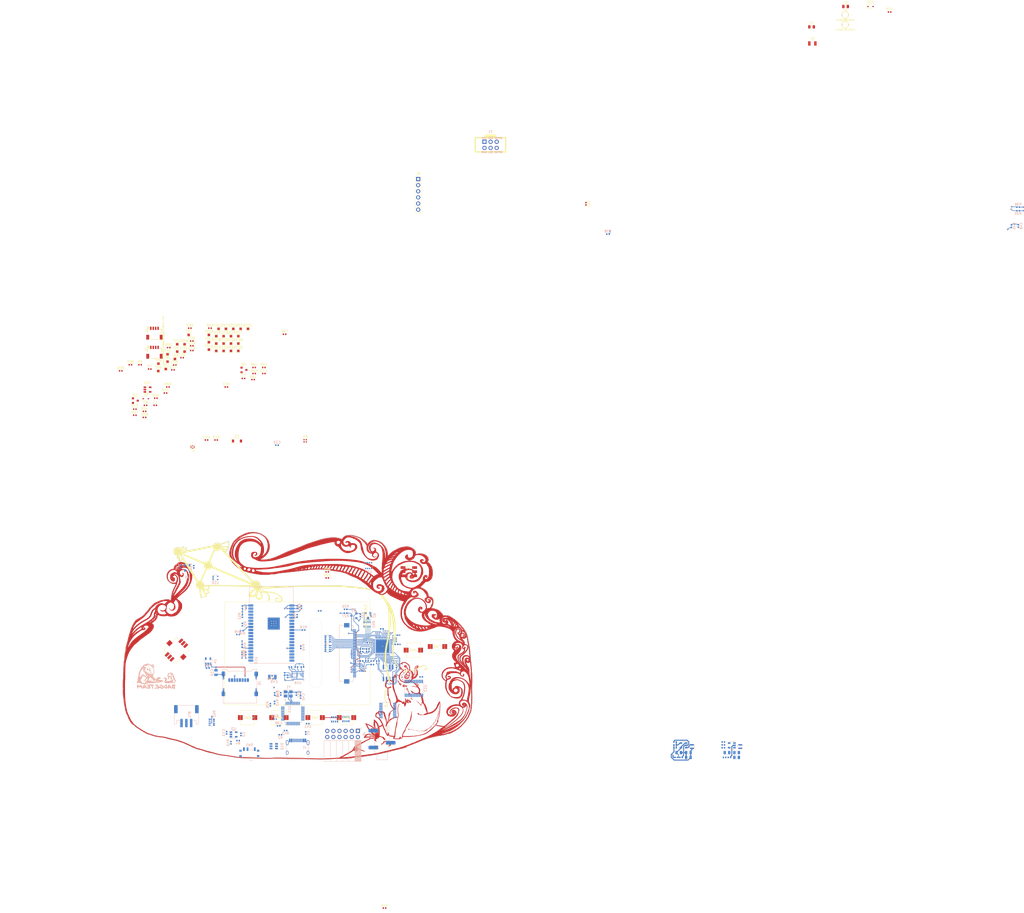
<source format=kicad_pcb>
(kicad_pcb (version 20171130) (host pcbnew 5.1.9)
  (title_block (title "MCH2021 badge - PCB") (date 2020-08-11) (rev 1) (company BADGE.TEAM))
  (layers (0 F.Cu signal) (1 In1.Cu mixed) (2 In2.Cu mixed) (31 B.Cu signal) (34 B.Paste user) (35 F.Paste user) (36 B.SilkS user) (37 F.SilkS user) (38 B.Mask user) (39 F.Mask user) (44 Edge.Cuts user))
  (net 0 "")
  (net 1 GND)
  (net 2 +3V3)
  (net 3 VUSB)
  (net 4 VIN)
  (net 5 +1V2)
  (net 6 PWR_SDCARD)
  (net 7 "Net-(C18-Pad2)")
  (net 8 PWR_LED)
  (net 9 /FPGA/RGB1)
  (net 10 /FPGA/RGB0)
  (net 11 /FPGA/RGB2)
  (net 12 /CC1)
  (net 13 /STM32/USB_D-)
  (net 14 /STM32/USB_D+)
  (net 15 /CC2)
  (net 16 /FPGA/PMOD_7)
  (net 17 /FPGA/PMOD_8)
  (net 18 /FPGA/PMOD_4)
  (net 19 /FPGA/PMOD_3)
  (net 20 /FPGA/PMOD_2)
  (net 21 /FPGA/PMOD_1)
  (net 22 /LCD/FMARK)
  (net 23 /ESP32/SPI_MOSI)
  (net 24 /STM32/LCD_RESET)
  (net 25 /FPGA/LCD_D0)
  (net 26 /FPGA/LCD_D1)
  (net 27 /FPGA/LCD_D2)
  (net 28 /FPGA/LCD_D3)
  (net 29 /FPGA/LCD_D4)
  (net 30 /FPGA/LCD_D5)
  (net 31 /FPGA/LCD_D6)
  (net 32 /FPGA/LCD_D7)
  (net 33 /POWER/PWR_LED_ENABLE)
  (net 34 /ESP32/ESP32_BL)
  (net 35 /ESP32/ESP32_EN)
  (net 36 /FPGA/LCD_RS)
  (net 37 /STM32/LCD_MODE)
  (net 38 /FPGA/SPI_CS)
  (net 39 SPIRAM_CS)
  (net 40 /POWER/SENSE_VUSB)
  (net 41 /POWER/SENSE_VBAT)
  (net 42 /FPGA/IRQ)
  (net 43 /FPGA/LCD_WR)
  (net 44 /LCD/BACKLIGHT)
  (net 45 /FPGA/CLK)
  (net 46 /ESP32/SPI_MISO)
  (net 47 /ESP32/SPI_CLK)
  (net 48 /STM32/FPGA_TX)
  (net 49 /STM32/FPGA_RX)
  (net 50 SPIRAM_D3)
  (net 51 SPIRAM_D2)
  (net 52 SPIRAM_D1)
  (net 53 SPIRAM_D0)
  (net 54 SPIRAM_SCK)
  (net 55 /ESP32/SD_CLK)
  (net 56 /ESP32/LCD_DC)
  (net 57 /ESP32/ESP32_TX)
  (net 58 /ESP32/ESP32_RX)
  (net 59 "Net-(D5-Pad2)")
  (net 60 "Net-(D6-Pad2)")
  (net 61 "Net-(D7-Pad2)")
  (net 62 /POWER/FB33)
  (net 63 /POWER/FB12)
  (net 64 /POWER/SW33)
  (net 65 /POWER/SW12)
  (net 66 "Net-(D8-Pad2)")
  (net 67 /LCD/CS)
  (net 68 "Net-(J8-Pad2)")
  (net 69 "Net-(C2-Pad1)")
  (net 70 /LCD/LCD_RS_SCK)
  (net 71 /LCD/LCD_WR_RS)
  (net 72 /LCD/LCD_IM0)
  (net 73 /LCD/LCD_K2)
  (net 74 /LCD/LCD_K1)
  (net 75 /LCD/LCD_K0)
  (net 76 /BUTTONS/FPGA_RESET)
  (net 77 /BUTTONS/FPGA_CDONE)
  (net 78 /BUTTONS/STM32_RESET)
  (net 79 "Net-(SW6-Pad1)")
  (net 80 "Net-(SW7-Pad1)")
  (net 81 "Net-(J8-Pad5)")
  (net 82 "Net-(J8-Pad4)")
  (net 83 /BUTTONS/BTN_MENU)
  (net 84 /BUTTONS/BTN_HOME)
  (net 85 /BUTTONS/BTN_START)
  (net 86 /BUTTONS/BTN_SELECT)
  (net 87 JOY_D)
  (net 88 JOY_E)
  (net 89 JOY_C)
  (net 90 JOY_A)
  (net 91 JOY_B)
  (net 92 "Net-(C37-Pad1)")
  (net 93 "Net-(C38-Pad1)")
  (net 94 "Net-(J8-Pad3)")
  (net 95 "Net-(Q2-Pad3)")
  (net 96 "Net-(Q2-Pad1)")
  (net 97 VBAT)
  (net 98 /STM32/SPI_CS)
  (net 99 "Net-(D4-Pad2)")
  (net 100 "Net-(R4-Pad1)")
  (net 101 "Net-(R13-Pad2)")
  (net 102 "Net-(R14-Pad1)")
  (net 103 "Net-(J7-Pad39)")
  (net 104 BAT_3.3)
  (net 105 "Net-(C14-Pad1)")
  (net 106 "Net-(J5-Pad1)")
  (net 107 "Net-(J5-Pad2)")
  (net 108 /ESP32/SD_CMD)
  (net 109 /ESP32/SD_D0)
  (net 110 "Net-(J5-Pad8)")
  (net 111 "Net-(Q1-Pad3)")
  (net 112 "Net-(Q1-Pad1)")
  (net 113 "Net-(Q4-Pad3)")
  (net 114 "Net-(Q4-Pad1)")
  (net 115 /POWER/CHARGING)
  (net 116 /POWER/PWR_SDCARD_ENABLE)
  (net 117 "Net-(R55-Pad1)")
  (net 118 "Net-(R58-Pad2)")
  (net 119 "Net-(R62-Pad2)")
  (net 120 "Net-(R64-Pad2)")
  (net 121 "Net-(C16-Pad1)")
  (net 122 "Net-(C18-Pad1)")
  (net 123 "Net-(C19-Pad1)")
  (net 124 "Net-(D4-Pad4)")
  (net 125 /LED/DATA_OUT)
  (net 126 /BUTTONS/I2C_SCL)
  (net 127 /BUTTONS/I2C_SDA)
  (net 128 "Net-(J3-PadR)")
  (net 129 "Net-(J3-PadT)")
  (net 130 /ESP32/EXT_I2C_SCL)
  (net 131 /ESP32/EXT_I2C_SDA)
  (net 132 ESP_I2S_LR)
  (net 133 FPGA_I2S_LR)
  (net 134 ESP_I2S_DATA)
  (net 135 /BOSCH/BOOT)
  (net 136 /STM32/ESP32_WK)
  (net 137 FPGA_I2S_DATA)
  (net 138 ESP_I2S_CLK)
  (net 139 FPGA_I2S_CLK)
  (net 140 /LED/DATA_IN1)
  (net 141 /LED/DATA_IN2)
  (net 142 /BUTTONS/BNO055_RESET)
  (net 143 /BOSCH/INT)
  (net 144 "Net-(D10-Pad6)")
  (net 145 "Net-(D10-Pad4)")
  (net 146 /FPGA/PMOD_9)
  (net 147 /FPGA/PMOD_10)
  (net 148 /FPGA/PMOD_8i)
  (net 149 /FPGA/PMOD_2i)
  (net 150 /FPGA/PMOD_7i)
  (net 151 /FPGA/PMOD_1i)
  (net 152 /FPGA/PMOD_4i)
  (net 153 /FPGA/PMOD_10i)
  (net 154 /FPGA/PMOD_9i)
  (net 155 /FPGA/PMOD_3i)
  (net 156 "Net-(D3-Pad1)")
  (net 157 "Net-(F1-Pad2)")
  (net 158 "Net-(J1-PadA4)")
  (net 159 SAO1)
  (net 160 SAO0)
  (net 161 /FPGA/VCCPLL)
  (net 162 /BOSCH/BNO055_CAP)
  (net 163 /BOSCH/BNO055_XIN32)
  (net 164 /BOSCH/BNO055_XOUT32)
  (net 165 /POWER/1V2REG_VIN)
  (net 166 /POWER/3V3REG_VIN)
  (module custom:vector4 (layer F.Cu) (at 0 0)
    (fp_text reference N1 hide)
    (fp_text value Artwork hide)
    (fp_poly (pts (xy -18.601239 -47.496409) (xy -18.316546 -47.490401) (xy -18.036351 -47.478726) (xy -17.771311 -47.461666) (xy -17.532082 -47.439503) (xy -17.420167 -47.425887) (xy -17.203925 -47.392984) (xy -16.96951 -47.350434) (xy -16.724491 -47.300109) (xy -16.47644 -47.243878) (xy -16.232927 -47.18361) (xy -16.001523 -47.121174) (xy -15.789798 -47.058442) (xy -15.605324 -46.997282) (xy -15.46225 -46.942356) (xy -15.383633 -46.91206) (xy -15.314461 -46.890464) (xy -15.268531 -46.881814) (xy -15.265624 -46.881829) (xy -15.201833 -46.870632) (xy -15.106314 -46.833584) (xy -14.980309 -46.771385) (xy -14.825062 -46.684734) (xy -14.641816 -46.574331) (xy -14.431815 -46.440877) (xy -14.196301 -46.285071) (xy -14.149917 -46.253774) (xy -13.903927 -46.085139) (xy -13.689693 -45.932868) (xy -13.502179 -45.792387) (xy -13.336347 -45.659122) (xy -13.18716 -45.528501) (xy -13.049581 -45.395951) (xy -12.918572 -45.256898) (xy -12.789097 -45.10677) (xy -12.656118 -44.940993) (xy -12.54775 -44.79925) (xy -12.421878 -44.628806) (xy -12.319619 -44.482585) (xy -12.23646 -44.353168) (xy -12.167889 -44.233137) (xy -12.109397 -44.115073) (xy -12.056469 -43.991559) (xy -12.056317 -43.991179) (xy -12.012616 -43.88277) (xy -11.969379 -43.776438) (xy -11.931805 -43.684919) (xy -11.906603 -43.6245) (xy -11.854587 -43.490184) (xy -11.804084 -43.339189) (xy -11.759169 -43.185432) (xy -11.72392 -43.042833) (xy -11.702921 -42.929093) (xy -11.687633 -42.832392) (xy -11.669035 -42.73569) (xy -11.651535 -42.661416) (xy -11.612108 -42.484174) (xy -11.581141 -42.27394) (xy -11.558811 -42.039239) (xy -11.545296 -41.788596) (xy -11.540771 -41.530534) (xy -11.545416 -41.273578) (xy -11.559407 -41.026252) (xy -11.58292 -40.79708) (xy -11.609294 -40.629416) (xy -11.641884 -40.476061) (xy -11.684416 -40.305835) (xy -11.734896 -40.124482) (xy -11.791331 -39.937751) (xy -11.851726 -39.751387) (xy -11.914088 -39.571136) (xy -11.976423 -39.402744) (xy -12.036738 -39.251957) (xy -12.093039 -39.124522) (xy -12.143332 -39.026184) (xy -12.185623 -38.962691) (xy -12.188882 -38.958977) (xy -12.224663 -38.904268) (xy -12.241851 -38.859464) (xy -12.26794 -38.793794) (xy -12.319497 -38.702598) (xy -12.392686 -38.590899) (xy -12.483671 -38.463724) (xy -12.588618 -38.326098) (xy -12.703691 -38.183046) (xy -12.825055 -38.039594) (xy -12.948875 -37.900767) (xy -13.071315 -37.771591) (xy -13.074744 -37.768103) (xy -13.150474 -37.69427) (xy -13.246335 -37.605556) (xy -13.356515 -37.506888) (xy -13.475203 -37.403193) (xy -13.596585 -37.299398) (xy -13.714851 -37.200428) (xy -13.824188 -37.11121) (xy -13.918785 -37.036671) (xy -13.992829 -36.981736) (xy -14.034529 -36.95455) (xy -14.079729 -36.92387) (xy -14.139476 -36.876913) (xy -14.177619 -36.844292) (xy -14.232906 -36.799333) (xy -14.306771 -36.744864) (xy -14.391121 -36.686193) (xy -14.477861 -36.628629) (xy -14.558897 -36.577479) (xy -14.626134 -36.538052) (xy -14.671479 -36.515655) (xy -14.683585 -36.5125) (xy -14.714697 -36.496269) (xy -14.737113 -36.469624) (xy -14.774593 -36.43594) (xy -14.832329 -36.408541) (xy -14.843125 -36.405308) (xy -14.893711 -36.387339) (xy -14.920972 -36.369272) (xy -14.9225 -36.365218) (xy -14.940808 -36.348572) (xy -14.98769 -36.326241) (xy -15.025844 -36.312243) (xy -15.093949 -36.284024) (xy -15.14947 -36.251373) (xy -15.166708 -36.236459) (xy -15.205117 -36.205023) (xy -15.232698 -36.195) (xy -15.260884 -36.187881) (xy -15.256414 -36.171645) (xy -15.225488 -36.153975) (xy -15.192375 -36.145038) (xy -15.109157 -36.133455) (xy -14.992834 -36.121911) (xy -14.852632 -36.110987) (xy -14.697777 -36.101267) (xy -14.537493 -36.093333) (xy -14.381006 -36.087767) (xy -14.245167 -36.085212) (xy -14.100911 -36.086529) (xy -13.935435 -36.092233) (xy -13.757572 -36.101641) (xy -13.576154 -36.114068) (xy -13.400016 -36.128829) (xy -13.23799 -36.145238) (xy -13.098909 -36.162612) (xy -12.991605 -36.180265) (xy -12.975167 -36.183675) (xy -12.892763 -36.197743) (xy -12.817215 -36.204178) (xy -12.772206 -36.202386) (xy -12.703432 -36.205688) (xy -12.673176 -36.224848) (xy -12.628791 -36.252356) (xy -12.599881 -36.2585) (xy -12.558433 -36.262336) (xy -12.483265 -36.272918) (xy -12.382204 -36.288854) (xy -12.263075 -36.308751) (xy -12.133703 -36.33122) (xy -12.001913 -36.354868) (xy -11.875531 -36.378304) (xy -11.762382 -36.400136) (xy -11.670291 -36.418972) (xy -11.607083 -36.433422) (xy -11.590678 -36.437958) (xy -11.50427 -36.457887) (xy -11.412356 -36.469197) (xy -11.384303 -36.470166) (xy -11.318934 -36.473779) (xy -11.287636 -36.486221) (xy -11.281834 -36.501916) (xy -11.264366 -36.528198) (xy -11.242193 -36.533666) (xy -11.206827 -36.540033) (xy -11.141256 -36.557295) (xy -11.055348 -36.582697) (xy -10.973398 -36.608732) (xy -10.870247 -36.640825) (xy -10.771366 -36.668629) (xy -10.689762 -36.688642) (xy -10.647913 -36.696405) (xy -10.567195 -36.713856) (xy -10.488339 -36.741238) (xy -10.473052 -36.74834) (xy -10.400453 -36.774568) (xy -10.325225 -36.787408) (xy -10.315666 -36.787666) (xy -10.23873 -36.801294) (xy -10.193115 -36.828249) (xy -10.157095 -36.850369) (xy -10.094509 -36.878837) (xy -10.016799 -36.909534) (xy -9.935407 -36.938345) (xy -9.861774 -36.961154) (xy -9.807342 -36.973842) (xy -9.786707 -36.974475) (xy -9.756093 -36.979751) (xy -9.720355 -36.995815) (xy -9.676901 -37.011495) (xy -9.651563 -37.009646) (xy -9.632362 -37.011432) (xy -9.630834 -37.018707) (xy -9.611976 -37.045293) (xy -9.562977 -37.074587) (xy -9.495199 -37.100951) (xy -9.434127 -37.116325) (xy -9.366124 -37.137451) (xy -9.30753 -37.168779) (xy -9.304222 -37.171291) (xy -9.253641 -37.198507) (xy -9.181719 -37.223053) (xy -9.140365 -37.232646) (xy -9.06382 -37.252927) (xy -8.995645 -37.28076) (xy -8.970233 -37.295912) (xy -8.915862 -37.327185) (xy -8.871994 -37.337379) (xy -8.84897 -37.324726) (xy -8.847667 -37.316833) (xy -8.829939 -37.299636) (xy -8.805334 -37.295666) (xy -8.770934 -37.304255) (xy -8.763 -37.316169) (xy -8.778516 -37.327815) (xy -8.79475 -37.324488) (xy -8.821909 -37.325898) (xy -8.8265 -37.33677) (xy -8.807902 -37.360816) (xy -8.75964 -37.39033) (xy -8.693014 -37.420099) (xy -8.619324 -37.444907) (xy -8.565395 -37.457262) (xy -8.51047 -37.472916) (xy -8.476396 -37.494453) (xy -8.473172 -37.499745) (xy -8.445229 -37.52449) (xy -8.424661 -37.5285) (xy -8.379533 -37.543779) (xy -8.361879 -37.55899) (xy -8.330582 -37.580921) (xy -8.27127 -37.610724) (xy -8.195944 -37.642455) (xy -8.184662 -37.646766) (xy -8.09812 -37.680686) (xy -8.016051 -37.715006) (xy -7.955935 -37.742411) (xy -7.955006 -37.742874) (xy -7.901098 -37.765523) (xy -7.87322 -37.764657) (xy -7.866377 -37.75564) (xy -7.849613 -37.745271) (xy -7.823822 -37.768744) (xy -7.791835 -37.794119) (xy -7.771038 -37.794857) (xy -7.742948 -37.797272) (xy -7.73494 -37.806057) (xy -7.709553 -37.825973) (xy -7.655937 -37.856708) (xy -7.584718 -37.892273) (xy -7.569436 -37.899374) (xy -7.507855 -37.927585) (xy -7.415095 -37.970017) (xy -7.298492 -38.023318) (xy -7.16538 -38.084135) (xy -7.023094 -38.149117) (xy -6.9215 -38.195499) (xy -6.785069 -38.258349) (xy -6.660102 -38.317005) (xy -6.552198 -38.368753) (xy -6.466953 -38.410878) (xy -6.409965 -38.440667) (xy -6.387924 -38.45426) (xy -6.350355 -38.478382) (xy -6.284278 -38.512904) (xy -6.200609 -38.552809) (xy -6.110268 -38.593084) (xy -6.024172 -38.628712) (xy -5.953239 -38.654679) (xy -5.947834 -38.656414) (xy -5.87756 -38.687468) (xy -5.813918 -38.728575) (xy -5.757481 -38.767735) (xy -5.725737 -38.773373) (xy -5.719179 -38.745483) (xy -5.72242 -38.729708) (xy -5.725169 -38.706628) (xy -5.711564 -38.711538) (xy -5.677083 -38.746762) (xy -5.66668 -38.758324) (xy -5.620309 -38.806742) (xy -5.573338 -38.845517) (xy -5.515976 -38.880641) (xy -5.438431 -38.918103) (xy -5.330909 -38.963894) (xy -5.33018 -38.964195) (xy -5.239979 -39.000895) (xy -5.183384 -39.021806) (xy -5.155126 -39.027899) (xy -5.149934 -39.020142) (xy -5.162539 -38.999504) (xy -5.166446 -38.994291) (xy -5.169492 -38.98507) (xy -5.146874 -39.001496) (xy -5.121412 -39.023814) (xy -5.057521 -39.073467) (xy -4.978973 -39.123441) (xy -4.942417 -39.143174) (xy -4.890371 -39.166956) (xy -4.803955 -39.203874) (xy -4.68832 -39.251886) (xy -4.548614 -39.308953) (xy -4.389989 -39.373033) (xy -4.217595 -39.442087) (xy -4.03658 -39.514073) (xy -3.852096 -39.586951) (xy -3.669291 -39.658681) (xy -3.493317 -39.727223) (xy -3.329323 -39.790535) (xy -3.182459 -39.846577) (xy -3.057876 -39.893309) (xy -2.960722 -39.92869) (xy -2.95275 -39.931512) (xy -2.820478 -39.978626) (xy -2.66398 -40.035064) (xy -2.498649 -40.095236) (xy -2.339877 -40.153549) (xy -2.260338 -40.183021) (xy -2.140859 -40.226894) (xy -2.033836 -40.265106) (xy -1.946032 -40.29533) (xy -1.884212 -40.315237) (xy -1.855141 -40.322499) (xy -1.855029 -40.3225) (xy -1.821116 -40.331875) (xy -1.763808 -40.356225) (xy -1.707865 -40.383923) (xy -1.632727 -40.41999) (xy -1.561194 -40.448697) (xy -1.522232 -40.460472) (xy -1.469492 -40.475233) (xy -1.38434 -40.502805) (xy -1.273815 -40.540644) (xy -1.144955 -40.586209) (xy -1.004802 -40.636958) (xy -0.860392 -40.690348) (xy -0.718767 -40.743837) (xy -0.586964 -40.794882) (xy -0.497417 -40.830591) (xy -0.380065 -40.877729) (xy -0.260327 -40.925103) (xy -0.151751 -40.967394) (xy -0.067886 -40.999284) (xy -0.0635 -41.000912) (xy 0.018726 -41.031559) (xy 0.126761 -41.072093) (xy 0.246845 -41.117341) (xy 0.365224 -41.16213) (xy 0.370416 -41.164099) (xy 0.501715 -41.213561) (xy 0.648259 -41.26821) (xy 0.790964 -41.320957) (xy 0.897156 -41.359787) (xy 1.020355 -41.407031) (xy 1.103855 -41.445058) (xy 1.149109 -41.47458) (xy 1.158405 -41.488087) (xy 1.188992 -41.52495) (xy 1.253793 -41.54593) (xy 1.30757 -41.549877) (xy 1.349656 -41.559238) (xy 1.415421 -41.583618) (xy 1.491292 -41.617929) (xy 1.49807 -41.621289) (xy 1.588806 -41.663685) (xy 1.6845 -41.703831) (xy 1.756833 -41.730407) (xy 1.83012 -41.757828) (xy 1.92418 -41.797856) (xy 2.022373 -41.843299) (xy 2.054569 -41.859118) (xy 2.128551 -41.894308) (xy 2.228416 -41.939208) (xy 2.347125 -41.990905) (xy 2.477638 -42.046487) (xy 2.612918 -42.103043) (xy 2.745926 -42.15766) (xy 2.869622 -42.207427) (xy 2.976969 -42.249432) (xy 3.060926 -42.280762) (xy 3.114457 -42.298506) (xy 3.120412 -42.300055) (xy 3.184934 -42.325133) (xy 3.23296 -42.354686) (xy 3.276585 -42.379708) (xy 3.347532 -42.410826) (xy 3.432468 -42.442338) (xy 3.456881 -42.450436) (xy 3.545503 -42.481138) (xy 3.626072 -42.512755) (xy 3.684154 -42.539528) (xy 3.693583 -42.544859) (xy 3.744736 -42.570522) (xy 3.827848 -42.606071) (xy 3.93459 -42.648386) (xy 4.056635 -42.694345) (xy 4.185655 -42.740827) (xy 4.313324 -42.784711) (xy 4.431313 -42.822876) (xy 4.453627 -42.829734) (xy 4.542284 -42.858332) (xy 4.619509 -42.886201) (xy 4.673313 -42.908894) (xy 4.686526 -42.916125) (xy 4.729249 -42.935595) (xy 4.801607 -42.960448) (xy 4.891786 -42.98746) (xy 4.987974 -43.013406) (xy 5.078356 -43.035063) (xy 5.151119 -43.049205) (xy 5.187844 -43.052946) (xy 5.24407 -43.068384) (xy 5.281083 -43.095333) (xy 5.330757 -43.127939) (xy 5.374797 -43.137666) (xy 5.412825 -43.14446) (xy 5.482713 -43.163255) (xy 5.576503 -43.191671) (xy 5.68624 -43.22733) (xy 5.768391 -43.255363) (xy 5.892763 -43.298177) (xy 6.045461 -43.350006) (xy 6.214536 -43.406838) (xy 6.388036 -43.46466) (xy 6.554009 -43.51946) (xy 6.593416 -43.532377) (xy 6.76048 -43.587057) (xy 6.953943 -43.650392) (xy 7.159976 -43.717851) (xy 7.364749 -43.784909) (xy 7.554434 -43.847036) (xy 7.62 -43.868514) (xy 7.770414 -43.917204) (xy 7.913942 -43.962577) (xy 8.04376 -44.002559) (xy 8.153047 -44.035076) (xy 8.234979 -44.058057) (xy 8.278873 -44.068714) (xy 8.363256 -44.090077) (xy 8.445202 -44.118388) (xy 8.479957 -44.133906) (xy 8.540955 -44.159221) (xy 8.626323 -44.187457) (xy 8.718964 -44.213027) (xy 8.73125 -44.216007) (xy 8.823914 -44.240657) (xy 8.939171 -44.275103) (xy 9.060035 -44.314121) (xy 9.137887 -44.341004) (xy 9.253526 -44.379787) (xy 9.376241 -44.41686) (xy 9.488679 -44.447165) (xy 9.550637 -44.461369) (xy 9.64016 -44.481753) (xy 9.720473 -44.503883) (xy 9.777091 -44.523674) (xy 9.785597 -44.527648) (xy 9.834949 -44.545978) (xy 9.911162 -44.566509) (xy 9.999213 -44.585282) (xy 10.014839 -44.588112) (xy 10.124429 -44.611205) (xy 10.244675 -44.642342) (xy 10.343282 -44.672734) (xy 10.434275 -44.699376) (xy 10.549469 -44.726325) (xy 10.670948 -44.749622) (xy 10.738456 -44.76007) (xy 10.846891 -44.777291) (xy 10.951625 -44.797895) (xy 11.038429 -44.818885) (xy 11.08075 -44.832145) (xy 11.135146 -44.848676) (xy 11.222506 -44.87078) (xy 11.334142 -44.89646) (xy 11.461366 -44.923716) (xy 11.593672 -44.950197) (xy 11.733407 -44.976993) (xy 11.837611 -44.996187) (xy 11.912302 -45.0083) (xy 11.963494 -45.013854) (xy 11.997203 -45.013371) (xy 12.019447 -45.007371) (xy 12.036241 -44.996377) (xy 12.044374 -44.98926) (xy 12.073644 -44.965627) (xy 12.07892 -44.971841) (xy 12.075043 -44.983525) (xy 12.081601 -45.012655) (xy 12.126433 -45.036825) (xy 12.210739 -45.056402) (xy 12.335721 -45.071757) (xy 12.371916 -45.074857) (xy 12.476939 -45.08605) (xy 12.587982 -45.102253) (xy 12.678833 -45.119509) (xy 12.75697 -45.137045) (xy 12.82375 -45.151793) (xy 12.860819 -45.159741) (xy 12.895339 -45.164273) (xy 12.964581 -45.171384) (xy 13.061061 -45.180376) (xy 13.177296 -45.190551) (xy 13.305319 -45.201174) (xy 13.440919 -45.212785) (xy 13.570973 -45.225117) (xy 13.686035 -45.237185) (xy 13.776656 -45.248004) (xy 13.828766 -45.255725) (xy 13.908818 -45.266836) (xy 13.958271 -45.264538) (xy 13.981933 -45.253213) (xy 14.001243 -45.241938) (xy 14.029484 -45.237543) (xy 14.074619 -45.240604) (xy 14.144608 -45.251699) (xy 14.247413 -45.271405) (xy 14.25575 -45.273063) (xy 14.315704 -45.280288) (xy 14.409669 -45.285955) (xy 14.529348 -45.29006) (xy 14.666448 -45.292601) (xy 14.812674 -45.293575) (xy 14.95973 -45.292981) (xy 15.099322 -45.290816) (xy 15.223156 -45.287077) (xy 15.322936 -45.281762) (xy 15.390368 -45.274869) (xy 15.39875 -45.273398) (xy 15.471904 -45.262219) (xy 15.536145 -45.257633) (xy 15.5575 -45.258388) (xy 15.707566 -45.264025) (xy 15.896127 -45.252629) (xy 16.122939 -45.224243) (xy 16.387761 -45.17891) (xy 16.690351 -45.116675) (xy 17.030466 -45.03758) (xy 17.407864 -44.94167) (xy 17.600083 -44.890245) (xy 17.732036 -44.851842) (xy 17.86996 -44.807332) (xy 17.999229 -44.7617) (xy 18.105217 -44.719928) (xy 18.124091 -44.711692) (xy 18.211991 -44.673602) (xy 18.28747 -44.64315) (xy 18.341058 -44.624025) (xy 18.361138 -44.619333) (xy 18.39277 -44.634754) (xy 18.43673 -44.682426) (xy 18.494677 -44.764466) (xy 18.568271 -44.882988) (xy 18.569305 -44.884722) (xy 18.620809 -44.962427) (xy 18.677974 -45.035649) (xy 18.720723 -45.081027) (xy 18.765279 -45.127877) (xy 18.792283 -45.168433) (xy 18.796 -45.181814) (xy 18.814535 -45.251738) (xy 18.862258 -45.316551) (xy 18.927343 -45.360651) (xy 18.933293 -45.362944) (xy 18.985385 -45.390073) (xy 19.017159 -45.421943) (xy 19.019288 -45.426937) (xy 19.045562 -45.468194) (xy 19.096753 -45.522086) (xy 19.161672 -45.57914) (xy 19.229131 -45.629886) (xy 19.287943 -45.664851) (xy 19.310421 -45.673408) (xy 19.375207 -45.709153) (xy 19.40935 -45.750879) (xy 19.443141 -45.794665) (xy 19.478279 -45.816584) (xy 19.47916 -45.816729) (xy 19.516795 -45.830387) (xy 19.559682 -45.852196) (xy 21.729261 -45.852196) (xy 21.754538 -45.840035) (xy 21.81535 -45.820913) (xy 21.822833 -45.818661) (xy 21.897797 -45.797575) (xy 22.007849 -45.768624) (xy 22.146801 -45.733337) (xy 22.308462 -45.693243) (xy 22.486643 -45.649868) (xy 22.675154 -45.604742) (xy 22.867807 -45.559393) (xy 22.95525 -45.539078) (xy 23.334127 -45.443483) (xy 23.679206 -45.339024) (xy 23.998617 -45.222675) (xy 24.30049 -45.091411) (xy 24.592955 -44.942204) (xy 24.661692 -44.903931) (xy 24.96703 -44.725784) (xy 25.23306 -44.55883) (xy 25.461045 -44.402183) (xy 25.652251 -44.254956) (xy 25.807943 -44.116263) (xy 25.857932 -44.065744) (xy 25.923415 -43.993698) (xy 25.995115 -43.909603) (xy 26.067037 -43.821126) (xy 26.133185 -43.735935) (xy 26.187564 -43.661698) (xy 26.224178 -43.606082) (xy 26.236105 -43.582097) (xy 26.263069 -43.530016) (xy 26.289876 -43.496623) (xy 26.320181 -43.451792) (xy 26.348243 -43.387465) (xy 26.354938 -43.366421) (xy 26.377125 -43.302577) (xy 26.401249 -43.252785) (xy 26.408445 -43.242521) (xy 26.428519 -43.204091) (xy 26.450341 -43.14086) (xy 26.462436 -43.09492) (xy 26.483413 -43.024126) (xy 26.50848 -42.967016) (xy 26.523339 -42.94566) (xy 26.548025 -42.903806) (xy 26.568202 -42.840679) (xy 26.572599 -42.818095) (xy 26.588202 -42.749988) (xy 26.608989 -42.693745) (xy 26.615476 -42.682121) (xy 26.636316 -42.63465) (xy 26.654571 -42.567671) (xy 26.658911 -42.544538) (xy 26.67272 -42.480568) (xy 26.696141 -42.392298) (xy 26.724912 -42.295426) (xy 26.73567 -42.261739) (xy 26.762839 -42.173655) (xy 26.783839 -42.09644) (xy 26.795569 -42.041929) (xy 26.797 -42.027665) (xy 26.804059 -41.987245) (xy 26.822864 -41.919711) (xy 26.84985 -41.83742) (xy 26.860302 -41.808149) (xy 26.884481 -41.732075) (xy 26.913838 -41.624303) (xy 26.945914 -41.494774) (xy 26.978251 -41.353427) (xy 27.008391 -41.210203) (xy 27.009204 -41.206139) (xy 27.036654 -41.072653) (xy 27.063398 -40.949754) (xy 27.087711 -40.844843) (xy 27.107864 -40.765322) (xy 27.122131 -40.718593) (xy 27.124011 -40.714083) (xy 27.148759 -40.642333) (xy 27.171622 -40.545513) (xy 27.189311 -40.440863) (xy 27.198538 -40.345624) (xy 27.199166 -40.320124) (xy 27.206638 -40.259921) (xy 27.224972 -40.215616) (xy 27.22847 -40.211553) (xy 27.248157 -40.174092) (xy 27.264833 -40.112312) (xy 27.270309 -40.07775) (xy 27.282269 -39.981117) (xy 27.291595 -39.916765) (xy 27.300215 -39.874888) (xy 27.310056 -39.845679) (xy 27.319976 -39.825083) (xy 27.333673 -39.789784) (xy 27.355715 -39.722459) (xy 27.383352 -39.631936) (xy 27.413828 -39.527041) (xy 27.422299 -39.497) (xy 27.45823 -39.374111) (xy 27.497617 -39.248198) (xy 27.535794 -39.133701) (xy 27.568097 -39.04506) (xy 27.569335 -39.041916) (xy 27.608657 -38.938858) (xy 27.649014 -38.827179) (xy 27.68208 -38.72996) (xy 27.683866 -38.724416) (xy 27.709467 -38.65501) (xy 27.749867 -38.557828) (xy 27.800697 -38.442841) (xy 27.857586 -38.320016) (xy 27.897721 -38.236656) (xy 27.95601 -38.118491) (xy 28.003631 -38.026204) (xy 28.046665 -37.950981) (xy 28.091195 -37.884009) (xy 28.143303 -37.816472) (xy 28.209071 -37.739558) (xy 28.294582 -37.644452) (xy 28.34322 -37.591072) (xy 28.434113 -37.490174) (xy 28.518713 -37.393903) (xy 28.591384 -37.308857) (xy 28.646489 -37.24163) (xy 28.678358 -37.198872) (xy 28.708684 -37.1547) (xy 28.741523 -37.113953) (xy 28.781203 -37.073284) (xy 28.832052 -37.029348) (xy 28.898397 -36.978798) (xy 28.984566 -36.918287) (xy 29.094887 -36.844468) (xy 29.233688 -36.753995) (xy 29.353463 -36.676808) (xy 29.475961 -36.605996) (xy 29.609914 -36.545285) (xy 29.764949 -36.490942) (xy 29.950693 -36.439231) (xy 29.993046 -36.428712) (xy 30.210459 -36.380874) (xy 30.43624 -36.340766) (xy 30.664109 -36.308831) (xy 30.88778 -36.285509) (xy 31.100972 -36.271242) (xy 31.297402 -36.266471) (xy 31.470786 -36.271637) (xy 31.614841 -36.287182) (xy 31.707666 -36.308293) (xy 31.783686 -36.33572) (xy 31.871611 -36.372855) (xy 31.962283 -36.415124) (xy 32.046543 -36.457959) (xy 32.115234 -36.496786) (xy 32.159197 -36.527035) (xy 32.169805 -36.538958) (xy 32.194167 -36.553394) (xy 32.207526 -36.554833) (xy 32.245517 -36.568124) (xy 32.306621 -36.603933) (xy 32.382751 -36.656164) (xy 32.465823 -36.718724) (xy 32.547749 -36.785516) (xy 32.620444 -36.850446) (xy 32.675821 -36.907418) (xy 32.676804 -36.90856) (xy 32.733148 -36.969231) (xy 32.785809 -37.017483) (xy 32.823589 -37.043077) (xy 32.824208 -37.043323) (xy 32.861039 -37.068282) (xy 32.871833 -37.090825) (xy 32.889042 -37.121463) (xy 32.916017 -37.139579) (xy 32.941967 -37.163865) (xy 32.974194 -37.218181) (xy 33.014492 -37.306057) (xy 33.064656 -37.43102) (xy 33.065747 -37.433856) (xy 33.130923 -37.612807) (xy 33.178758 -37.764825) (xy 33.208632 -37.887335) (xy 33.219925 -37.977763) (xy 33.212014 -38.033535) (xy 33.210912 -38.03573) (xy 33.195219 -38.086129) (xy 33.189333 -38.142895) (xy 33.175867 -38.208798) (xy 33.147 -38.263557) (xy 33.112671 -38.337508) (xy 33.104587 -38.404479) (xy 33.084267 -38.510636) (xy 33.026333 -38.607657) (xy 32.935026 -38.692757) (xy 32.814586 -38.76315) (xy 32.669255 -38.81605) (xy 32.503272 -38.848671) (xy 32.41675 -38.856351) (xy 32.280519 -38.859002) (xy 32.171185 -38.84756) (xy 32.074643 -38.818484) (xy 31.976791 -38.768232) (xy 31.91881 -38.731289) (xy 31.853634 -38.683711) (xy 31.776201 -38.620964) (xy 31.692891 -38.548996) (xy 31.610079 -38.473754) (xy 31.534146 -38.401186) (xy 31.471467 -38.337238) (xy 31.428422 -38.287858) (xy 31.411388 -38.258994) (xy 31.411333 -38.258069) (xy 31.402636 -38.226905) (xy 31.379577 -38.169074) (xy 31.346705 -38.095785) (xy 31.338113 -38.077664) (xy 31.283618 -37.95141) (xy 31.254619 -37.848944) (xy 31.249891 -37.761221) (xy 31.268206 -37.679196) (xy 31.280096 -37.649565) (xy 31.339594 -37.553816) (xy 31.43017 -37.455361) (xy 31.541845 -37.361812) (xy 31.664639 -37.280782) (xy 31.788574 -37.219883) (xy 31.881392 -37.190869) (xy 32.005549 -37.178846) (xy 32.127334 -37.198519) (xy 32.251488 -37.251836) (xy 32.382749 -37.340746) (xy 32.505165 -37.447382) (xy 32.573038 -37.508561) (xy 32.631475 -37.555613) (xy 32.672798 -37.582663) (xy 32.687186 -37.58664) (xy 32.70479 -37.56209) (xy 32.717383 -37.511051) (xy 32.719535 -37.490973) (xy 32.717821 -37.424218) (xy 32.696885 -37.380473) (xy 32.681977 -37.365619) (xy 32.633273 -37.321829) (xy 32.588431 -37.279791) (xy 32.540395 -37.246028) (xy 32.495319 -37.232166) (xy 32.455524 -37.219794) (xy 32.397787 -37.187802) (xy 32.35058 -37.154948) (xy 32.179828 -37.048365) (xy 32.002351 -36.983436) (xy 31.819772 -36.960314) (xy 31.633712 -36.97915) (xy 31.445793 -37.040096) (xy 31.392133 -37.065192) (xy 31.266544 -37.144332) (xy 31.144744 -37.250143) (xy 31.040358 -37.369515) (xy 30.981578 -37.460267) (xy 30.945687 -37.53802) (xy 30.911436 -37.63228) (xy 30.880459 -37.735426) (xy 30.854389 -37.839838) (xy 30.834862 -37.937895) (xy 30.823511 -38.021978) (xy 30.821971 -38.084465) (xy 30.831877 -38.117737) (xy 30.839833 -38.121166) (xy 30.857146 -38.139491) (xy 30.862996 -38.187217) (xy 30.858963 -38.253472) (xy 30.846631 -38.327383) (xy 30.827581 -38.39808) (xy 30.803393 -38.454689) (xy 30.78818 -38.476199) (xy 30.756951 -38.490495) (xy 30.694689 -38.505772) (xy 30.612551 -38.519524) (xy 30.574002 -38.524333) (xy 30.343003 -38.561377) (xy 30.125936 -38.621313) (xy 29.905337 -38.709211) (xy 29.852828 -38.733646) (xy 29.596336 -38.869518) (xy 29.377048 -39.016339) (xy 29.190374 -39.17832) (xy 29.031723 -39.359674) (xy 28.896505 -39.564611) (xy 28.846426 -39.657108) (xy 28.766633 -39.826504) (xy 28.704031 -39.992843) (xy 28.652644 -40.173402) (xy 28.623528 -40.301333) (xy 28.612051 -40.376302) (xy 28.602369 -40.479715) (xy 28.594526 -40.605138) (xy 28.588568 -40.746136) (xy 28.58454 -40.896276) (xy 28.583721 -40.957264) (xy 29.298208 -40.957264) (xy 29.30038 -40.895245) (xy 29.332538 -40.561275) (xy 29.399009 -40.248985) (xy 29.499341 -39.960047) (xy 29.61612 -39.724977) (xy 29.710069 -39.586089) (xy 29.831746 -39.441763) (xy 29.970052 -39.303435) (xy 30.113892 -39.182544) (xy 30.203012 -39.120065) (xy 30.316716 -39.05492) (xy 30.43393 -39.000953) (xy 30.546554 -38.960711) (xy 30.646485 -38.936738) (xy 30.725622 -38.931581) (xy 30.768107 -38.942484) (xy 30.781629 -38.956157) (xy 30.766156 -38.970196) (xy 30.716414 -38.988215) (xy 30.689842 -38.996158) (xy 30.609289 -39.025753) (xy 30.532987 -39.063616) (xy 30.502346 -39.083335) (xy 30.451453 -39.116824) (xy 30.412083 -39.13566) (xy 30.404093 -39.137166) (xy 30.374825 -39.150921) (xy 30.327564 -39.186023) (xy 30.272509 -39.233224) (xy 30.219862 -39.28328) (xy 30.179821 -39.326946) (xy 30.162588 -39.354975) (xy 30.1625 -39.356155) (xy 30.148229 -39.384925) (xy 30.112527 -39.42721) (xy 30.097371 -39.442192) (xy 30.055082 -39.494926) (xy 30.002519 -39.580318) (xy 29.943223 -39.69101) (xy 29.880731 -39.819644) (xy 29.818585 -39.958861) (xy 29.760322 -40.101305) (xy 29.709484 -40.239615) (xy 29.699374 -40.269583) (xy 29.646525 -40.447411) (xy 29.608951 -40.620214) (xy 29.584877 -40.800361) (xy 29.572528 -41.000222) (xy 29.569892 -41.172194) (xy 29.570731 -41.286783) (xy 29.573798 -41.365598) (xy 29.579835 -41.415171) (xy 29.589582 -41.442034) (xy 29.601583 -41.451988) (xy 29.625644 -41.483552) (xy 29.633333 -41.548241) (xy 29.646049 -41.646808) (xy 29.68091 -41.76733) (xy 29.732988 -41.899221) (xy 29.797354 -42.031893) (xy 29.869078 -42.154757) (xy 29.943231 -42.257227) (xy 29.98425 -42.302017) (xy 30.040835 -42.3634) (xy 30.089335 -42.426765) (xy 30.108192 -42.457644) (xy 30.147922 -42.519344) (xy 30.203829 -42.587515) (xy 30.267322 -42.653711) (xy 30.329806 -42.709487) (xy 30.382692 -42.746397) (xy 30.412406 -42.756666) (xy 30.448909 -42.767775) (xy 30.458833 -42.785604) (xy 30.475204 -42.813489) (xy 30.516745 -42.851376) (xy 30.5435 -42.870571) (xy 30.593195 -42.907457) (xy 30.62365 -42.937769) (xy 30.628166 -42.947467) (xy 30.645366 -42.965861) (xy 30.660661 -42.968333) (xy 30.702453 -42.979414) (xy 30.740324 -42.999239) (xy 30.816047 -43.034789) (xy 30.926055 -43.067318) (xy 31.062337 -43.095547) (xy 31.216882 -43.118196) (xy 31.381677 -43.133984) (xy 31.548712 -43.141631) (xy 31.633583 -43.141968) (xy 31.751242 -43.138538) (xy 31.860334 -43.130135) (xy 31.970631 -43.115148) (xy 32.091907 -43.091966) (xy 32.233934 -43.05898) (xy 32.406166 -43.014664) (xy 32.510418 -42.986143) (xy 32.596532 -42.959775) (xy 32.67802 -42.930676) (xy 32.768392 -42.893956) (xy 32.88116 -42.844729) (xy 32.903583 -42.834742) (xy 33.011524 -42.788348) (xy 33.129724 -42.740312) (xy 33.236906 -42.699218) (xy 33.262369 -42.69001) (xy 33.398935 -42.633582) (xy 33.559397 -42.554158) (xy 33.735825 -42.456661) (xy 33.920292 -42.346012) (xy 34.104869 -42.227132) (xy 34.281626 -42.104942) (xy 34.442636 -41.984366) (xy 34.57315 -41.876357) (xy 34.664555 -41.792976) (xy 34.764844 -41.696723) (xy 34.86777 -41.594091) (xy 34.967088 -41.491575) (xy 35.056549 -41.395669) (xy 35.129907 -41.312867) (xy 35.180915 -41.249663) (xy 35.193729 -41.231217) (xy 35.29315 -41.077579) (xy 35.387998 -40.934284) (xy 35.474112 -40.807442) (xy 35.547328 -40.703165) (xy 35.603487 -40.627565) (xy 35.612916 -40.615664) (xy 35.671618 -40.542883) (xy 35.731721 -40.468475) (xy 35.76424 -40.428279) (xy 35.809187 -40.356506) (xy 35.857472 -40.250192) (xy 35.90557 -40.117277) (xy 35.945328 -39.994003) (xy 35.977563 -39.889075) (xy 36.004388 -39.79352) (xy 36.027915 -39.698367) (xy 36.050255 -39.594643) (xy 36.07352 -39.473376) (xy 36.099823 -39.325594) (xy 36.121327 -39.200666) (xy 36.163695 -38.951016) (xy 36.199183 -38.737522) (xy 36.228528 -38.554702) (xy 36.252467 -38.397069) (xy 36.27174 -38.259139) (xy 36.287084 -38.135428) (xy 36.299236 -38.020451) (xy 36.308935 -37.908722) (xy 36.316919 -37.794758) (xy 36.32195 -37.709488) (xy 36.337286 -37.440852) (xy 36.351865 -37.201213) (xy 36.365545 -36.99239) (xy 36.378186 -36.816204) (xy 36.389648 -36.674476) (xy 36.399789 -36.569027) (xy 36.40847 -36.501677) (xy 36.41555 -36.474246) (xy 36.417369 -36.474103) (xy 36.423303 -36.496167) (xy 36.435276 -36.552266) (xy 36.451744 -36.634787) (xy 36.471163 -36.736117) (xy 36.47883 -36.777083) (xy 36.513485 -36.976762) (xy 36.539265 -37.159824) (xy 36.541465 -37.18173) (xy 38.756166 -37.18173) (xy 38.774205 -37.174171) (xy 38.821851 -37.179772) (xy 38.889395 -37.195996) (xy 38.967128 -37.220304) (xy 39.045343 -37.250158) (xy 39.083652 -37.267352) (xy 39.158229 -37.301245) (xy 39.220471 -37.326258) (xy 39.258623 -37.337731) (xy 39.261858 -37.338) (xy 39.295755 -37.347892) (xy 39.352312 -37.373537) (xy 39.405009 -37.4015) (xy 39.47591 -37.436093) (xy 39.541584 -37.459156) (xy 39.576636 -37.465) (xy 39.639679 -37.477151) (xy 39.682958 -37.498068) (xy 39.741471 -37.529252) (xy 39.826384 -37.563107) (xy 39.922824 -37.594889) (xy 40.01592 -37.619853) (xy 40.0908 -37.633253) (xy 40.110055 -37.634333) (xy 40.168812 -37.643932) (xy 40.241013 -37.669242) (xy 40.317331 -37.70503) (xy 40.388437 -37.746066) (xy 40.445003 -37.787117) (xy 40.4777 -37.822953) (xy 40.481255 -37.842511) (xy 40.490277 -37.869482) (xy 40.523527 -37.917775) (xy 40.574963 -37.979111) (xy 40.60293 -38.009283) (xy 40.663644 -38.074496) (xy 40.696173 -38.114348) (xy 40.702992 -38.132669) (xy 40.686577 -38.133289) (xy 40.682333 -38.132112) (xy 40.64606 -38.118887) (xy 40.578132 -38.091926) (xy 40.485765 -38.054265) (xy 40.376174 -38.008939) (xy 40.256574 -37.958986) (xy 40.134179 -37.90744) (xy 40.016205 -37.857337) (xy 39.909867 -37.811713) (xy 39.82238 -37.773604) (xy 39.760958 -37.746045) (xy 39.735933 -37.733907) (xy 39.617857 -37.667916) (xy 39.497056 -37.597443) (xy 39.382375 -37.527906) (xy 39.282654 -37.464723) (xy 39.206734 -37.413313) (xy 39.179361 -37.392843) (xy 39.094163 -37.337563) (xy 39.022918 -37.317103) (xy 39.019602 -37.317039) (xy 38.977912 -37.307847) (xy 38.919225 -37.284642) (xy 38.855767 -37.253705) (xy 38.799765 -37.221313) (xy 38.763442 -37.193748) (xy 38.756166 -37.18173) (xy 36.541465 -37.18173) (xy 36.557244 -37.338778) (xy 36.568497 -37.526136) (xy 36.5741 -37.734407) (xy 36.575235 -37.898916) (xy 36.570891 -38.195572) (xy 36.557705 -38.474669) (xy 36.536183 -38.731091) (xy 36.506834 -38.959724) (xy 36.470167 -39.155453) (xy 36.438283 -39.277207) (xy 36.421999 -39.340122) (xy 36.401931 -39.431835) (xy 36.380796 -39.539313) (xy 36.363809 -39.634583) (xy 36.332621 -39.815982) (xy 36.306252 -39.961141) (xy 36.283425 -40.075712) (xy 36.26286 -40.165346) (xy 36.24328 -40.235697) (xy 36.223406 -40.292415) (xy 36.205821 -40.333083) (xy 36.135211 -40.486009) (xy 36.083928 -40.604004) (xy 36.051032 -40.689304) (xy 36.037968 -40.732719) (xy 36.022985 -40.780561) (xy 35.996646 -40.850942) (xy 35.963053 -40.934279) (xy 35.926313 -41.020988) (xy 35.89053 -41.101487) (xy 35.85981 -41.166193) (xy 35.838257 -41.205523) (xy 35.832424 -41.212542) (xy 35.813116 -41.236891) (xy 35.783776 -41.285918) (xy 35.766477 -41.318375) (xy 35.723816 -41.390724) (xy 35.65774 -41.488865) (xy 35.572888 -41.60689) (xy 35.4739 -41.738888) (xy 35.365417 -41.87895) (xy 35.252079 -42.021167) (xy 35.138525 -42.159631) (xy 35.029396 -42.28843) (xy 34.929332 -42.401657) (xy 34.847188 -42.489117) (xy 34.806656 -42.524826) (xy 34.738206 -42.579159) (xy 34.648947 -42.646965) (xy 34.545987 -42.723095) (xy 34.436435 -42.802399) (xy 34.3274 -42.879728) (xy 34.225992 -42.94993) (xy 34.139319 -43.007856) (xy 34.078333 -43.046099) (xy 33.78506 -43.203522) (xy 33.478284 -43.338451) (xy 33.164658 -43.449082) (xy 32.850835 -43.533617) (xy 32.543468 -43.590255) (xy 32.249211 -43.617194) (xy 31.982833 -43.613263) (xy 31.693503 -43.579147) (xy 31.425266 -43.520266) (xy 31.165717 -43.432934) (xy 30.902448 -43.313463) (xy 30.808766 -43.264259) (xy 30.68541 -43.195827) (xy 30.588157 -43.136904) (xy 30.50491 -43.078743) (xy 30.423577 -43.012599) (xy 30.332064 -42.929726) (xy 30.285991 -42.886217) (xy 30.178552 -42.778392) (xy 30.066743 -42.656395) (xy 29.957 -42.52813) (xy 29.855763 -42.401501) (xy 29.769469 -42.284411) (xy 29.704557 -42.184763) (xy 29.683441 -42.146547) (xy 29.654929 -42.096064) (xy 29.631985 -42.064974) (xy 29.627395 -42.061479) (xy 29.606902 -42.037466) (xy 29.577026 -41.985346) (xy 29.543371 -41.916603) (xy 29.511544 -41.842721) (xy 29.487149 -41.775184) (xy 29.486297 -41.772416) (xy 29.461623 -41.705325) (xy 29.425811 -41.623427) (xy 29.400264 -41.571227) (xy 29.349892 -41.450227) (xy 29.316782 -41.312233) (xy 29.299898 -41.150245) (xy 29.298208 -40.957264) (xy 28.583721 -40.957264) (xy 28.582486 -41.049123) (xy 28.582451 -41.198242) (xy 28.58448 -41.3372) (xy 28.588619 -41.459562) (xy 28.594911 -41.558895) (xy 28.603403 -41.628763) (xy 28.614025 -41.662598) (xy 28.630047 -41.709272) (xy 28.629145 -41.778537) (xy 28.613248 -41.855078) (xy 28.58428 -41.923582) (xy 28.580391 -41.92995) (xy 28.554523 -41.966858) (xy 28.509015 -42.028178) (xy 28.45048 -42.105113) (xy 28.390909 -42.18199) (xy 28.312744 -42.286462) (xy 28.229721 -42.404718) (xy 28.154101 -42.518992) (xy 28.117034 -42.578839) (xy 27.991885 -42.76841) (xy 27.836364 -42.967796) (xy 27.648024 -43.179907) (xy 27.424419 -43.407654) (xy 27.402806 -43.428702) (xy 27.316051 -43.514451) (xy 27.241062 -43.591518) (xy 27.182775 -43.65459) (xy 27.146123 -43.698354) (xy 27.135666 -43.716346) (xy 27.11852 -43.746167) (xy 27.088041 -43.767128) (xy 27.05722 -43.788494) (xy 27.001699 -43.833627) (xy 26.927605 -43.897286) (xy 26.84107 -43.974227) (xy 26.768541 -44.040401) (xy 26.593063 -44.201645) (xy 26.443528 -44.337078) (xy 26.315296 -44.450161) (xy 26.203724 -44.544352) (xy 26.104173 -44.623111) (xy 26.012 -44.689898) (xy 25.922566 -44.748172) (xy 25.831229 -44.801392) (xy 25.733347 -44.853018) (xy 25.624281 -44.90651) (xy 25.575673 -44.929586) (xy 25.232152 -45.082905) (xy 24.905774 -45.209863) (xy 24.584576 -45.314841) (xy 24.341666 -45.381333) (xy 24.216284 -45.414737) (xy 24.07924 -45.454048) (xy 23.950603 -45.493392) (xy 23.88237 -45.515737) (xy 23.635622 -45.591325) (xy 23.355227 -45.662516) (xy 23.049788 -45.727592) (xy 22.727907 -45.784833) (xy 22.398187 -45.83252) (xy 22.158298 -45.860229) (xy 22.001351 -45.874591) (xy 21.884139 -45.881271) (xy 21.804778 -45.880335) (xy 21.766715 -45.873961) (xy 21.73487 -45.861977) (xy 21.729261 -45.852196) (xy 19.559682 -45.852196) (xy 19.574543 -45.859753) (xy 19.616309 -45.884128) (xy 19.691564 -45.925722) (xy 19.768853 -45.961308) (xy 19.80164 -45.973499) (xy 19.86598 -45.996836) (xy 19.949195 -46.030347) (xy 20.022401 -46.061978) (xy 20.114382 -46.096907) (xy 20.224576 -46.129703) (xy 20.329153 -46.153276) (xy 20.329318 -46.153305) (xy 20.45643 -46.171578) (xy 20.618748 -46.188369) (xy 20.809165 -46.203425) (xy 21.020572 -46.21649) (xy 21.245861 -46.227311) (xy 21.477923 -46.235634) (xy 21.70965 -46.241204) (xy 21.933933 -46.243768) (xy 22.143663 -46.243071) (xy 22.331733 -46.238859) (xy 22.491034 -46.230877) (xy 22.493734 -46.230688) (xy 22.603553 -46.221951) (xy 22.701895 -46.211398) (xy 22.797701 -46.197386) (xy 22.899906 -46.178269) (xy 23.017451 -46.152401) (xy 23.159273 -46.118137) (xy 23.3045 -46.081461) (xy 23.763236 -45.961194) (xy 24.182075 -45.844849) (xy 24.563194 -45.73167) (xy 24.908769 -45.620904) (xy 25.220978 -45.511794) (xy 25.501997 -45.403586) (xy 25.754003 -45.295525) (xy 25.979173 -45.186857) (xy 26.14754 -45.095489) (xy 26.248639 -45.038442) (xy 26.340055 -44.988671) (xy 26.414022 -44.950271) (xy 26.462775 -44.927335) (xy 26.474506 -44.923127) (xy 26.520535 -44.901005) (xy 26.574904 -44.861343) (xy 26.587869 -44.849797) (xy 26.633942 -44.811688) (xy 26.670006 -44.790329) (xy 26.677346 -44.788666) (xy 26.706805 -44.777681) (xy 26.758518 -44.749212) (xy 26.8074 -44.718459) (xy 26.879001 -44.671315) (xy 26.967821 -44.613212) (xy 27.055514 -44.556149) (xy 27.061583 -44.552214) (xy 27.193195 -44.461373) (xy 27.347115 -44.345981) (xy 27.516346 -44.212035) (xy 27.693889 -44.065532) (xy 27.872746 -43.91247) (xy 28.045919 -43.758844) (xy 28.206409 -43.610653) (xy 28.347218 -43.473893) (xy 28.461347 -43.354561) (xy 28.468729 -43.346377) (xy 28.594891 -43.199923) (xy 28.711668 -43.053065) (xy 28.813148 -42.91379) (xy 28.893416 -42.790086) (xy 28.931793 -42.721061) (xy 28.962751 -42.665513) (xy 28.989282 -42.627375) (xy 28.99739 -42.619666) (xy 29.019039 -42.629133) (xy 29.057887 -42.665747) (xy 29.106485 -42.722239) (xy 29.119401 -42.738767) (xy 29.183925 -42.820404) (xy 29.261538 -42.914969) (xy 29.336994 -43.003933) (xy 29.347583 -43.016106) (xy 29.414892 -43.094607) (xy 29.480761 -43.173871) (xy 29.533396 -43.239649) (xy 29.543781 -43.25321) (xy 29.594914 -43.309647) (xy 29.64685 -43.349266) (xy 29.669882 -43.35923) (xy 29.719295 -43.381882) (xy 29.779522 -43.422978) (xy 29.80712 -43.446089) (xy 29.856986 -43.487676) (xy 29.895844 -43.513934) (xy 29.90856 -43.518666) (xy 29.925381 -43.536632) (xy 29.93056 -43.566291) (xy 29.938745 -43.594267) (xy 29.966767 -43.622441) (xy 30.021493 -43.656132) (xy 30.094601 -43.693305) (xy 30.171667 -43.729488) (xy 30.235478 -43.757026) (xy 30.275611 -43.771511) (xy 30.282205 -43.77268) (xy 30.311063 -43.785376) (xy 30.359003 -43.818008) (xy 30.395333 -43.84675) (xy 30.449797 -43.888204) (xy 30.494425 -43.91509) (xy 30.512128 -43.920833) (xy 30.545222 -43.933605) (xy 30.592621 -43.965358) (xy 30.606062 -43.976209) (xy 30.666044 -44.013368) (xy 30.757815 -44.054004) (xy 30.871387 -44.094743) (xy 30.996771 -44.132213) (xy 31.123981 -44.163041) (xy 31.203807 -44.178066) (xy 31.279055 -44.186729) (xy 31.38521 -44.194135) (xy 31.510853 -44.19972) (xy 31.644564 -44.20292) (xy 31.71825 -44.20346) (xy 32.053878 -44.191562) (xy 32.391981 -44.156707) (xy 32.716115 -44.100854) (xy 32.86125 -44.067328) (xy 32.969355 -44.037782) (xy 33.100156 -43.99854) (xy 33.244596 -43.952665) (xy 33.393623 -43.903224) (xy 33.538181 -43.853281) (xy 33.669216 -43.805901) (xy 33.777673 -43.764148) (xy 33.854392 -43.73114) (xy 33.925838 -43.698971) (xy 33.984769 -43.675908) (xy 34.018672 -43.666838) (xy 34.019066 -43.666833) (xy 34.055441 -43.65682) (xy 34.12125 -43.629261) (xy 34.209321 -43.587875) (xy 34.312483 -43.536381) (xy 34.423566 -43.4785) (xy 34.535399 -43.41795) (xy 34.64081 -43.358451) (xy 34.732629 -43.303723) (xy 34.789429 -43.267258) (xy 34.856315 -43.221292) (xy 34.920141 -43.174995) (xy 34.98341 -43.125851) (xy 35.048628 -43.071346) (xy 35.118296 -43.008966) (xy 35.194921 -42.936196) (xy 35.281005 -42.850521) (xy 35.379052 -42.749428) (xy 35.491567 -42.630402) (xy 35.621054 -42.490928) (xy 35.770016 -42.328491) (xy 35.940958 -42.140577) (xy 36.136384 -41.924673) (xy 36.233544 -41.817089) (xy 36.360856 -41.665783) (xy 36.483212 -41.498331) (xy 36.603469 -41.309913) (xy 36.724483 -41.095707) (xy 36.849109 -40.850893) (xy 36.980204 -40.570648) (xy 37.006079 -40.513) (xy 37.105279 -40.279601) (xy 37.187623 -40.062728) (xy 37.251042 -39.868291) (xy 37.293468 -39.702203) (xy 37.298466 -39.677099) (xy 37.314119 -39.606276) (xy 37.330197 -39.55208) (xy 37.340859 -39.529808) (xy 37.352683 -39.497066) (xy 37.358892 -39.441329) (xy 37.359166 -39.426725) (xy 37.362114 -39.375348) (xy 37.370193 -39.292525) (xy 37.382254 -39.188676) (xy 37.39715 -39.074221) (xy 37.401253 -39.044666) (xy 37.416731 -38.923604) (xy 37.433474 -38.773918) (xy 37.450096 -38.609233) (xy 37.465209 -38.443178) (xy 37.475593 -38.314329) (xy 37.488414 -38.147886) (xy 37.499361 -38.019167) (xy 37.50908 -37.923638) (xy 37.518213 -37.856762) (xy 37.527406 -37.814007) (xy 37.537303 -37.790837) (xy 37.548547 -37.782717) (xy 37.551136 -37.7825) (xy 37.580485 -37.798387) (xy 37.618457 -37.836491) (xy 37.652319 -37.882479) (xy 37.667267 -37.913231) (xy 37.691513 -37.945523) (xy 37.710366 -37.951833) (xy 37.740881 -37.969416) (xy 37.759441 -37.999774) (xy 37.785803 -38.045434) (xy 37.831935 -38.105529) (xy 37.888265 -38.169576) (xy 37.945223 -38.227095) (xy 37.993239 -38.267604) (xy 38.0152 -38.279874) (xy 38.054938 -38.309456) (xy 38.06866 -38.334126) (xy 38.08988 -38.367775) (xy 38.129106 -38.414571) (xy 40.005451 -38.414571) (xy 40.022881 -38.414846) (xy 40.068799 -38.428915) (xy 40.126708 -38.45111) (xy 40.19975 -38.478089) (xy 40.263691 -38.496463) (xy 40.296786 -38.501664) (xy 40.352071 -38.513715) (xy 40.393271 -38.533693) (xy 40.43356 -38.551862) (xy 40.503984 -38.575805) (xy 40.593392 -38.601944) (xy 40.660516 -38.619438) (xy 40.755909 -38.644207) (xy 40.839526 -38.668045) (xy 40.900473 -38.687728) (xy 40.923864 -38.697337) (xy 40.965566 -38.710447) (xy 41.035723 -38.723613) (xy 41.120535 -38.73434) (xy 41.13714 -38.735894) (xy 41.306197 -38.75077) (xy 41.406639 -38.862913) (xy 41.473203 -38.940377) (xy 41.532082 -39.014624) (xy 41.578129 -39.078521) (xy 41.606197 -39.124937) (xy 41.611304 -39.146584) (xy 41.589935 -39.142031) (xy 41.535233 -39.124619) (xy 41.453402 -39.096625) (xy 41.350643 -39.060326) (xy 41.23316 -39.018) (xy 41.107154 -38.971925) (xy 40.978827 -38.924376) (xy 40.854383 -38.877632) (xy 40.740024 -38.83397) (xy 40.641953 -38.795667) (xy 40.566371 -38.765) (xy 40.534166 -38.751109) (xy 40.455103 -38.71231) (xy 40.365076 -38.662985) (xy 40.271504 -38.607854) (xy 40.181804 -38.55164) (xy 40.103395 -38.499064) (xy 40.043695 -38.454848) (xy 40.010121 -38.423714) (xy 40.005451 -38.414571) (xy 38.129106 -38.414571) (xy 38.135291 -38.421949) (xy 38.197395 -38.489107) (xy 38.268692 -38.561705) (xy 38.341684 -38.632202) (xy 38.408872 -38.693054) (xy 38.462756 -38.736719) (xy 38.48121 -38.749075) (xy 38.52387 -38.781296) (xy 38.544217 -38.810475) (xy 38.5445 -38.813168) (xy 38.560211 -38.837564) (xy 38.603646 -38.883338) (xy 38.669257 -38.945694) (xy 38.751494 -39.019837) (xy 38.844808 -39.10097) (xy 38.943652 -39.1843) (xy 39.042476 -39.265029) (xy 39.135732 -39.338362) (xy 39.217871 -39.399504) (xy 39.244648 -39.418292) (xy 39.39168 -39.518596) (xy 39.508076 -39.596433) (xy 39.597547 -39.654085) (xy 39.663802 -39.69383) (xy 39.671484 -39.697794) (xy 42.061405 -39.697794) (xy 42.073858 -39.691724) (xy 42.117155 -39.688026) (xy 42.146758 -39.6875) (xy 42.24266 -39.701528) (xy 42.314328 -39.739495) (xy 42.379114 -39.7819) (xy 42.444138 -39.818036) (xy 42.452457 -39.822002) (xy 42.496814 -39.847096) (xy 42.530902 -39.873938) (xy 42.545196 -39.893898) (xy 42.537636 -39.899166) (xy 42.514113 -39.891344) (xy 42.461328 -39.870557) (xy 42.388796 -39.840829) (xy 42.30603 -39.806183) (xy 42.222543 -39.770642) (xy 42.147851 -39.738229) (xy 42.091466 -39.712967) (xy 42.062904 -39.698878) (xy 42.061405 -39.697794) (xy 39.671484 -39.697794) (xy 39.710553 -39.717952) (xy 39.741509 -39.728729) (xy 39.7515 -39.729833) (xy 39.785556 -39.742247) (xy 39.793333 -39.759319) (xy 39.812227 -39.791947) (xy 39.860709 -39.811637) (xy 39.892811 -39.8145) (xy 39.927614 -39.827689) (xy 39.976958 -39.860892) (xy 39.99765 -39.878) (xy 40.05032 -39.916843) (xy 40.097079 -39.939291) (xy 40.110057 -39.9415) (xy 40.157412 -39.955849) (xy 40.183188 -39.974546) (xy 40.225711 -39.999702) (xy 40.28664 -40.018062) (xy 40.295825 -40.019629) (xy 40.364795 -40.040939) (xy 40.424833 -40.07646) (xy 40.428333 -40.079505) (xy 40.495998 -40.128805) (xy 40.585362 -40.178661) (xy 40.677217 -40.218728) (xy 40.703209 -40.227548) (xy 40.744108 -40.245034) (xy 40.810329 -40.278464) (xy 40.89082 -40.322132) (xy 40.936042 -40.347794) (xy 41.020476 -40.394294) (xy 41.097644 -40.432907) (xy 41.156104 -40.458078) (xy 41.175568 -40.464065) (xy 41.226434 -40.488717) (xy 41.278318 -40.534437) (xy 41.289205 -40.547618) (xy 41.328629 -40.591911) (xy 41.361751 -40.616833) (xy 41.369347 -40.618833) (xy 41.397794 -40.627699) (xy 41.455347 -40.651757) (xy 41.53328 -40.687195) (xy 41.611587 -40.724666) (xy 41.700707 -40.767019) (xy 41.777632 -40.801303) (xy 41.833447 -40.823687) (xy 41.857907 -40.8305) (xy 41.894648 -40.840937) (xy 41.946801 -40.866658) (xy 41.957113 -40.872754) (xy 42.015238 -40.900959) (xy 42.067034 -40.914802) (xy 42.072792 -40.915087) (xy 42.116044 -40.924604) (xy 42.133389 -40.938177) (xy 42.163026 -40.952909) (xy 42.185971 -40.951156) (xy 42.213831 -40.952099) (xy 42.213068 -40.970479) (xy 42.213719 -40.996027) (xy 42.241731 -40.994145) (xy 42.267988 -40.980254) (xy 42.303035 -40.977923) (xy 42.332324 -41.003843) (xy 42.387184 -41.039571) (xy 42.471751 -41.057838) (xy 42.535955 -41.069901) (xy 42.581906 -41.08777) (xy 42.593676 -41.098073) (xy 42.627107 -41.122365) (xy 42.651632 -41.126833) (xy 42.68898 -41.132965) (xy 42.755344 -41.149425) (xy 42.839527 -41.173307) (xy 42.888705 -41.188346) (xy 42.981389 -41.216509) (xy 43.065694 -41.240501) (xy 43.12883 -41.25675) (xy 43.14825 -41.260819) (xy 43.200668 -41.272501) (xy 43.2769 -41.292564) (xy 43.359916 -41.31651) (xy 43.456918 -41.340307) (xy 43.572251 -41.360692) (xy 43.681917 -41.373467) (xy 43.688 -41.373914) (xy 43.772957 -41.38176) (xy 43.842441 -41.391613) (xy 43.884997 -41.401726) (xy 43.891299 -41.404915) (xy 43.904271 -41.41175) (xy 43.928325 -41.41874) (xy 43.967805 -41.426498) (xy 44.027056 -41.435635) (xy 44.11042 -41.446761) (xy 44.222242 -41.460489) (xy 44.366866 -41.47743) (xy 44.548635 -41.498194) (xy 44.577 -41.501407) (xy 44.837566 -41.524232) (xy 45.105489 -41.535337) (xy 45.374854 -41.535246) (xy 45.639743 -41.524482) (xy 45.894241 -41.503568) (xy 46.132432 -41.473029) (xy 46.348398 -41.433387) (xy 46.536224 -41.385165) (xy 46.689994 -41.328888) (xy 46.727299 -41.311173) (xy 46.79393 -41.279948) (xy 46.885057 -41.240557) (xy 46.985461 -41.19949) (xy 47.032333 -41.181144) (xy 47.147208 -41.133056) (xy 47.274327 -41.073811) (xy 47.390749 -41.014239) (xy 47.418458 -40.998888) (xy 47.49811 -40.954642) (xy 47.564192 -40.91962) (xy 47.608014 -40.898333) (xy 47.620481 -40.894) (xy 47.643026 -40.881388) (xy 47.690374 -40.847356) (xy 47.754829 -40.797609) (xy 47.805856 -40.756611) (xy 47.888809 -40.68976) (xy 47.992571 -40.607361) (xy 48.1043 -40.519556) (xy 48.211155 -40.436481) (xy 48.218118 -40.431107) (xy 48.364743 -40.312623) (xy 48.495836 -40.196106) (xy 48.606735 -40.086277) (xy 48.692781 -39.987855) (xy 48.749312 -39.905557) (xy 48.761465 -39.880965) (xy 48.79171 -39.814953) (xy 48.821864 -39.756125) (xy 48.824761 -39.751) (xy 48.89085 -39.622288) (xy 48.952999 -39.476343) (xy 49.006859 -39.325632) (xy 49.048081 -39.182624) (xy 49.072317 -39.059785) (xy 49.0753 -39.032682) (xy 49.083815 -38.943275) (xy 49.093729 -38.851923) (xy 49.098032 -38.816398) (xy 49.101261 -38.741827) (xy 49.096854 -38.648491) (xy 49.088175 -38.573795) (xy 49.077346 -38.484507) (xy 49.078795 -38.432494) (xy 49.087703 -38.416138) (xy 49.10188 -38.410965) (xy 49.125511 -38.410138) (xy 49.164325 -38.414631) (xy 49.224051 -38.425419) (xy 49.310419 -38.443476) (xy 49.429157 -38.469777) (xy 49.508833 -38.487769) (xy 49.709465 -38.526871) (xy 49.941582 -38.561288) (xy 50.194496 -38.589983) (xy 50.457515 -38.61192) (xy 50.719951 -38.626063) (xy 50.971113 -38.631375) (xy 50.9905 -38.631387) (xy 51.284567 -38.625649) (xy 51.540862 -38.608823) (xy 51.762566 -38.580533) (xy 51.952864 -38.540402) (xy 52.074862 -38.503029) (xy 52.168639 -38.470879) (xy 52.260184 -38.441408) (xy 52.33272 -38.419975) (xy 52.345166 -38.41669) (xy 52.436791 -38.387906) (xy 52.545808 -38.345558) (xy 52.656805 -38.296376) (xy 52.754372 -38.247093) (xy 52.810455 -38.213443) (xy 52.867271 -38.181513) (xy 52.917091 -38.164087) (xy 52.926871 -38.163029) (xy 52.973382 -38.14979) (xy 53.0225 -38.119858) (xy 53.060844 -38.090418) (xy 53.124313 -38.043274) (xy 53.203569 -37.98531) (xy 53.2765 -37.932586) (xy 53.47522 -37.776174) (xy 53.661557 -37.603217) (xy 53.831233 -37.419228) (xy 53.97997 -37.229723) (xy 54.103489 -37.040216) (xy 54.197514 -36.856221) (xy 54.257767 -36.683253) (xy 54.263166 -36.660666) (xy 54.281384 -36.566039) (xy 54.300422 -36.444576) (xy 54.318745 -36.308862) (xy 54.334817 -36.171481) (xy 54.347104 -36.04502) (xy 54.35407 -35.942062) (xy 54.355056 -35.907272) (xy 54.350473 -35.831905) (xy 54.333909 -35.749675) (xy 54.303083 -35.653922) (xy 54.25572 -35.537981) (xy 54.189539 -35.395192) (xy 54.157416 -35.329326) (xy 54.100825 -35.211899) (xy 54.063642 -35.12667) (xy 54.044886 -35.068738) (xy 54.043578 -35.033202) (xy 54.058738 -35.015159) (xy 54.089385 -35.009708) (xy 54.093509 -35.009667) (xy 54.16941 -34.994724) (xy 54.259353 -34.949133) (xy 54.364688 -34.871748) (xy 54.48677 -34.761424) (xy 54.626951 -34.617016) (xy 54.786583 -34.437378) (xy 54.831026 -34.38525) (xy 54.961509 -34.229278) (xy 55.06863 -34.096741) (xy 55.157948 -33.980163) (xy 55.235025 -33.872065) (xy 55.305422 -33.764973) (xy 55.366287 -33.665583) (xy 55.421766 -33.569019) (xy 55.481893 -33.458636) (xy 55.543293 -33.341297) (xy 55.602587 -33.223868) (xy 55.656399 -33.113211) (xy 55.701353 -33.016191) (xy 55.734072 -32.939671) (xy 55.751178 -32.890516) (xy 55.752895 -32.879727) (xy 55.759028 -32.836005) (xy 55.774602 -32.772386) (xy 55.782802 -32.744833) (xy 55.832593 -32.582895) (xy 55.869315 -32.453686) (xy 55.894711 -32.35028) (xy 55.910529 -32.265752) (xy 55.91699 -32.212432) (xy 55.927755 -32.141378) (xy 55.943892 -32.086527) (xy 55.957008 -32.065072) (xy 55.977448 -32.028222) (xy 55.985833 -31.974105) (xy 55.991272 -31.915668) (xy 56.005236 -31.837727) (xy 56.017317 -31.786186) (xy 56.033469 -31.717808) (xy 56.04655 -31.645682) (xy 56.057037 -31.563776) (xy 56.065403 -31.466057) (xy 56.072124 -31.346494) (xy 56.077676 -31.199053) (xy 56.082533 -31.017703) (xy 56.084372 -30.935083) (xy 56.086302 -30.661398) (xy 56.081067 -30.379608) (xy 56.069215 -30.097069) (xy 56.051299 -29.821134) (xy 56.02787 -29.559157) (xy 55.999477 -29.318494) (xy 55.966673 -29.106497) (xy 55.936121 -28.956) (xy 55.845297 -28.633021) (xy 55.730638 -28.342958) (xy 55.590622 -28.08275) (xy 55.423728 -27.849338) (xy 55.335073 -27.747483) (xy 55.256954 -27.667446) (xy 55.162303 -27.577378) (xy 55.056938 -27.482115) (xy 54.946674 -27.386494) (xy 54.837328 -27.295353) (xy 54.734717 -27.213529) (xy 54.644656 -27.145859) (xy 54.572964 -27.097179) (xy 54.525455 -27.072328) (xy 54.521918 -27.071247) (xy 54.470651 -27.053617) (xy 54.442513 -27.036503) (xy 54.440666 -27.032415) (xy 54.423941 -27.01035) (xy 54.372196 -26.987652) (xy 54.283082 -26.963551) (xy 54.154246 -26.937278) (xy 54.144333 -26.935458) (xy 53.923076 -26.89031) (xy 53.69378 -26.833533) (xy 53.5305 -26.787939) (xy 53.451447 -26.76998) (xy 53.350275 -26.753724) (xy 53.247173 -26.742346) (xy 53.234166 -26.741354) (xy 53.145354 -26.732064) (xy 53.068278 -26.718726) (xy 53.016285 -26.703807) (xy 53.007804 -26.699536) (xy 52.978153 -26.670885) (xy 52.932334 -26.614693) (xy 52.876742 -26.539236) (xy 52.821102 -26.457857) (xy 52.724603 -26.322229) (xy 52.608999 -26.180107) (xy 52.470799 -26.027743) (xy 52.306507 -25.861388) (xy 52.112632 -25.677293) (xy 51.985333 -25.560986) (xy 51.812233 -25.40258) (xy 51.651997 -25.251801) (xy 51.506986 -25.111136) (xy 51.37956 -24.983072) (xy 51.27208 -24.870096) (xy 51.186906 -24.774695) (xy 51.126398 -24.699358) (xy 51.092918 -24.64657) (xy 51.088825 -24.618819) (xy 51.090011 -24.617608) (xy 51.114803 -24.604843) (xy 51.171213 -24.579435) (xy 51.251651 -24.544698) (xy 51.348524 -24.503949) (xy 51.382083 -24.490045) (xy 51.712851 -24.347262) (xy 52.002583 -24.208845) (xy 52.252294 -24.074284) (xy 52.440908 -23.957879) (xy 52.526643 -23.903161) (xy 52.615042 -23.850268) (xy 52.688322 -23.809805) (xy 52.694416 -23.806709) (xy 52.761999 -23.7684) (xy 52.818845 -23.728661) (xy 52.840572 -23.708954) (xy 52.878377 -23.676173) (xy 52.906198 -23.664333) (xy 52.935368 -23.651315) (xy 52.989653 -23.615837) (xy 53.062265 -23.563266) (xy 53.146415 -23.498965) (xy 53.235315 -23.428301) (xy 53.322176 -23.356639) (xy 53.40021 -23.289345) (xy 53.462627 -23.231783) (xy 53.493094 -23.200486) (xy 53.605637 -23.062458) (xy 53.724386 -22.894099) (xy 53.843261 -22.705592) (xy 53.956182 -22.507116) (xy 54.057068 -22.308854) (xy 54.139841 -22.120986) (xy 54.143966 -22.110601) (xy 54.185289 -21.993033) (xy 54.22967 -21.844926) (xy 54.274345 -21.677675) (xy 54.31655 -21.502674) (xy 54.353523 -21.331315) (xy 54.3825 -21.174993) (xy 54.399324 -21.057758) (xy 54.411575 -20.964132) (xy 54.424729 -20.885398) (xy 54.436936 -20.831642) (xy 54.443939 -20.814263) (xy 54.472991 -20.801752) (xy 54.532939 -20.789999) (xy 54.612365 -20.781069) (xy 54.637275 -20.77931) (xy 54.812565 -20.762282) (xy 54.983075 -20.734092) (xy 55.136589 -20.697223) (xy 55.260893 -20.654155) (xy 55.267366 -20.651335) (xy 55.396355 -20.58596) (xy 55.530075 -20.503425) (xy 55.663486 -20.408349) (xy 55.79155 -20.305352) (xy 55.909226 -20.199052) (xy 56.011475 -20.094069) (xy 56.093257 -19.995021) (xy 56.149533 -19.906526) (xy 56.175263 -19.833205) (xy 56.176333 -19.818232) (xy 56.191837 -19.767142) (xy 56.218666 -19.733005) (xy 56.252757 -19.679755) (xy 56.261 -19.631425) (xy 56.271031 -19.570195) (xy 56.292076 -19.525004) (xy 56.312054 -19.477987) (xy 56.323106 -19.412168) (xy 56.323826 -19.393958) (xy 56.328949 -19.339012) (xy 56.341034 -19.307184) (xy 56.346976 -19.304) (xy 56.359887 -19.284357) (xy 56.367474 -19.231183) (xy 56.368816 -19.182291) (xy 56.370433 -19.090624) (xy 56.37527 -18.985705) (xy 56.379659 -18.923) (xy 56.382564 -18.838242) (xy 56.380691 -18.722165) (xy 56.374731 -18.583429) (xy 56.365377 -18.430692) (xy 56.35332 -18.272614) (xy 56.339252 -18.117852) (xy 56.323865 -17.975066) (xy 56.307851 -17.852915) (xy 56.291901 -17.760057) (xy 56.284102 -17.727083) (xy 56.260574 -17.63041) (xy 56.237177 -17.515444) (xy 56.218723 -17.405968) (xy 56.217723 -17.399) (xy 56.202334 -17.306079) (xy 56.184279 -17.220548) (xy 56.166912 -17.157843) (xy 56.163137 -17.147707) (xy 56.143094 -17.085071) (xy 56.134043 -17.030041) (xy 56.134 -17.027247) (xy 56.126356 -16.983846) (xy 56.114203 -16.96593) (xy 56.096783 -16.940839) (xy 56.071645 -16.888109) (xy 56.049292 -16.832389) (xy 55.99016 -16.69866) (xy 55.907742 -16.547854) (xy 55.809353 -16.392146) (xy 55.70231 -16.243709) (xy 55.673984 -16.207834) (xy 55.617858 -16.136367) (xy 55.573493 -16.076391) (xy 55.546653 -16.035898) (xy 55.541333 -16.023875) (xy 55.546091 -16.006811) (xy 55.564935 -15.993782) (xy 55.604715 -15.983001) (xy 55.672282 -15.972681) (xy 55.77449 -15.961032) (xy 55.787391 -15.959672) (xy 55.947002 -15.94099) (xy 56.108922 -15.918563) (xy 56.266857 -15.893586) (xy 56.41451 -15.867257) (xy 56.545585 -15.840772) (xy 56.653786 -15.815328) (xy 56.732818 -15.792122) (xy 56.776384 -15.77235) (xy 56.777506 -15.771483) (xy 56.811686 -15.756653) (xy 56.869497 -15.741893) (xy 56.892636 -15.737623) (xy 56.964271 -15.721806) (xy 57.07067 -15.69274) (xy 57.206924 -15.651954) (xy 57.368128 -15.600979) (xy 57.549375 -15.541344) (xy 57.745757 -15.474578) (xy 57.827685 -15.446135) (xy 57.96542 -15.397682) (xy 58.068835 -15.360159) (xy 58.143743 -15.331015) (xy 58.195954 -15.307702) (xy 58.23128 -15.287671) (xy 58.255532 -15.268373) (xy 58.270874 -15.251739) (xy 58.312631 -15.223923) (xy 58.338132 -15.218833) (xy 58.381759 -15.203628) (xy 58.414327 -15.1765) (xy 58.454695 -15.144185) (xy 58.486263 -15.134166) (xy 58.520094 -15.121538) (xy 58.574118 -15.088471) (xy 58.635018 -15.043383) (xy 58.717309 -14.978891) (xy 58.808814 -14.909492) (xy 58.864172 -14.868758) (xy 58.942618 -14.809085) (xy 59.031172 -14.73727) (xy 59.101092 -14.677249) (xy 59.15827 -14.623212) (xy 59.231675 -14.549284) (xy 59.315948 -14.461351) (xy 59.405734 -14.365299) (xy 59.495677 -14.267013) (xy 59.580421 -14.17238) (xy 59.65461 -14.087285) (xy 59.712887 -14.017615) (xy 59.749897 -13.969255) (xy 59.75913 -13.954125) (xy 59.785068 -13.917663) (xy 59.806124 -13.9065) (xy 59.844383 -13.888774) (xy 59.886081 -13.844535) (xy 59.920569 -13.787188) (xy 59.935228 -13.743981) (xy 59.950942 -13.698289) (xy 59.976768 -13.68693) (xy 59.986416 -13.688722) (xy 60.016994 -13.682376) (xy 60.059824 -13.647407) (xy 60.119129 -13.580204) (xy 60.131826 -13.564473) (xy 60.209296 -13.458041) (xy 60.264514 -13.355676) (xy 60.306599 -13.238784) (xy 60.325394 -13.169759) (xy 60.355538 -13.09453) (xy 60.403271 -13.021067) (xy 60.459693 -12.95961) (xy 60.515904 -12.920399) (xy 60.549713 -12.911666) (xy 60.590252 -12.923021) (xy 60.600166 -12.943013) (xy 60.619497 -12.974052) (xy 60.676348 -12.988949) (xy 60.769004 -12.987462) (xy 60.846489 -12.977772) (xy 60.933424 -12.96701) (xy 60.984674 -12.967877) (xy 61.004119 -12.978057) (xy 61.029686 -12.989101) (xy 61.064641 -12.975804) (xy 61.122869 -12.961748) (xy 61.173292 -12.972562) (xy 61.206915 -12.979561) (xy 61.252524 -12.978943) (xy 61.317296 -12.969684) (xy 61.408407 -12.950759) (xy 61.532823 -12.921193) (xy 61.6401 -12.895175) (xy 61.733023 -12.873247) (xy 61.803706 -12.857224) (xy 61.844262 -12.848921) (xy 61.850197 -12.848167) (xy 61.864962 -12.86636) (xy 61.870166 -12.903552) (xy 61.875593 -12.942681) (xy 61.899298 -12.949957) (xy 61.917791 -12.945778) (xy 61.958793 -12.937986) (xy 62.030161 -12.927774) (xy 62.120121 -12.916746) (xy 62.177083 -12.910511) (xy 62.348705 -12.891672) (xy 62.487024 -12.873574) (xy 62.600963 -12.853913) (xy 62.699443 -12.830383) (xy 62.791386 -12.800682) (xy 62.885712 -12.762505) (xy 62.991344 -12.713549) (xy 63.04919 -12.685295) (xy 63.172349 -12.62238) (xy 63.301879 -12.552586) (xy 63.423713 -12.483706) (xy 63.523787 -12.423535) (xy 63.538409 -12.414227) (xy 63.705889 -12.305816) (xy 63.872489 -12.19696) (xy 64.033611 -12.090741) (xy 64.184658 -11.990242) (xy 64.321033 -11.898548) (xy 64.438137 -11.818742) (xy 64.531372 -11.753907) (xy 64.596143 -11.707127) (xy 64.618219 -11.690005) (xy 64.692767 -11.635025) (xy 64.775224 -11.58291) (xy 64.809078 -11.56442) (xy 64.885493 -11.520351) (xy 64.986317 -11.454445) (xy 65.103853 -11.372454) (xy 65.230404 -11.280133) (xy 65.358272 -11.183234) (xy 65.479758 -11.087512) (xy 65.587167 -10.99872) (xy 65.672801 -10.922611) (xy 65.69075 -10.905414) (xy 65.746038 -10.85456) (xy 65.795791 -10.814222) (xy 65.817625 -10.799746) (xy 65.851124 -10.775624) (xy 65.905799 -10.729928) (xy 65.972413 -10.670531) (xy 66.008125 -10.637387) (xy 66.076352 -10.573228) (xy 66.165947 -10.489047) (xy 66.267396 -10.393781) (xy 66.371185 -10.296365) (xy 66.421 -10.249629) (xy 66.530393 -10.145495) (xy 66.652444 -10.026679) (xy 66.783961 -9.896509) (xy 66.921754 -9.758311) (xy 67.062632 -9.615412) (xy 67.203404 -9.471139) (xy 67.34088 -9.328819) (xy 67.471867 -9.19178) (xy 67.593176 -9.063348) (xy 67.701616 -8.946851) (xy 67.793995 -8.845615) (xy 67.867124 -8.762968) (xy 67.91781 -8.702236) (xy 67.942864 -8.666747) (xy 67.945 -8.660575) (xy 67.962006 -8.635739) (xy 68.003381 -8.606952) (xy 68.007703 -8.604662) (xy 68.049038 -8.573571) (xy 68.105706 -8.518325) (xy 68.16788 -8.44881) (xy 68.192339 -8.41891) (xy 68.266954 -8.326047) (xy 68.351078 -8.222808) (xy 68.42798 -8.129708) (xy 68.436552 -8.119446) (xy 68.49099 -8.051563) (xy 68.532959 -7.993853) (xy 68.556177 -7.955204) (xy 68.558833 -7.94647) (xy 68.573762 -7.918134) (xy 68.611864 -7.875505) (xy 68.640347 -7.849191) (xy 68.694428 -7.796712) (xy 68.737508 -7.744948) (xy 68.74958 -7.725833) (xy 68.776101 -7.685138) (xy 68.82189 -7.624105) (xy 68.878259 -7.554184) (xy 68.89411 -7.535333) (xy 68.942033 -7.474635) (xy 69.006713 -7.3866) (xy 69.083884 -7.27761) (xy 69.169278 -7.154049) (xy 69.258629 -7.022298) (xy 69.347671 -6.88874) (xy 69.432136 -6.759758) (xy 69.50776 -6.641734) (xy 69.570273 -6.541051) (xy 69.615412 -6.464091) (xy 69.634099 -6.428363) (xy 69.660974 -6.365286) (xy 69.677797 -6.314442) (xy 69.680666 -6.297314) (xy 69.697257 -6.269098) (xy 69.711928 -6.265333) (xy 69.745898 -6.248811) (xy 69.778355 -6.210388) (xy 69.798222 -6.166777) (xy 69.796613 -6.137572) (xy 69.800283 -6.10908) (xy 69.824052 -6.084266) (xy 69.852766 -6.051062) (xy 69.891707 -5.989063) (xy 69.935528 -5.908839) (xy 69.978885 -5.820962) (xy 70.016433 -5.736001) (xy 70.042825 -5.664526) (xy 70.050181 -5.637087) (xy 70.069247 -5.581908) (xy 70.094777 -5.544537) (xy 70.120942 -5.507764) (xy 70.125166 -5.488771) (xy 70.133741 -5.456443) (xy 70.156565 -5.397106) (xy 70.189292 -5.321783) (xy 70.201395 -5.295571) (xy 70.285248 -5.093799) (xy 70.366021 -4.854141) (xy 70.442516 -4.581004) (xy 70.513539 -4.278792) (xy 70.577894 -3.951912) (xy 70.598934 -3.830629) (xy 70.634687 -3.620232) (xy 70.670103 -3.417411) (xy 70.703799 -3.229799) (xy 70.734394 -3.06503) (xy 70.760508 -2.930735) (xy 70.771187 -2.878666) (xy 70.787178 -2.795989) (xy 70.805996 -2.688807) (xy 70.824638 -2.574548) (xy 70.83316 -2.518833) (xy 70.853445 -2.393465) (xy 70.881346 -2.239434) (xy 70.917325 -2.054447) (xy 70.961843 -1.836213) (xy 71.015364 -1.58244) (xy 71.078348 -1.290837) (xy 71.108382 -1.153583) (xy 71.174005 -0.846159) (xy 71.235873 -0.539593) (xy 71.292709 -0.240973) (xy 71.343233 0.042613) (xy 71.386167 0.304077) (xy 71.420232 0.536332) (xy 71.436958 0.667807) (xy 71.453751 0.807109) (xy 71.471443 0.947751) (xy 71.488491 1.077857) (xy 71.503348 1.185552) (xy 71.511153 1.23825) (xy 71.527037 1.353695) (xy 71.541563 1.481689) (xy 71.551867 1.596688) (xy 71.552701 1.608667) (xy 71.567481 1.826711) (xy 71.581789 2.031328) (xy 71.59531 2.218425) (xy 71.607729 2.383906) (xy 71.618733 2.523678) (xy 71.628007 2.633647) (xy 71.635236 2.709717) (xy 71.640106 2.747795) (xy 71.640245 2.748461) (xy 71.64561 2.78573) (xy 71.65354 2.856923) (xy 71.663198 2.95377) (xy 71.673746 3.068) (xy 71.680937 3.150628) (xy 71.693495 3.298694) (xy 71.708138 3.471541) (xy 71.723392 3.651765) (xy 71.737784 3.821963) (xy 71.743927 3.894667) (xy 71.754918 4.020677) (xy 71.765402 4.133339) (xy 71.774649 4.225367) (xy 71.781927 4.289477) (xy 71.786385 4.318) (xy 71.791568 4.350652) (xy 71.799184 4.418392) (xy 71.808622 4.514085) (xy 71.819272 4.630595) (xy 71.830522 4.760788) (xy 71.841763 4.897528) (xy 71.852383 5.033679) (xy 71.861771 5.162107) (xy 71.869317 5.275675) (xy 71.871539 5.312834) (xy 71.883191 5.505631) (xy 71.895204 5.680528) (xy 71.908398 5.845425) (xy 71.923596 6.008223) (xy 71.941619 6.176823) (xy 71.963289 6.359125) (xy 71.989428 6.56303) (xy 72.020856 6.79644) (xy 72.041029 6.942667) (xy 72.059384 7.086555) (xy 72.078657 7.257789) (xy 72.097322 7.441453) (xy 72.113856 7.622629) (xy 72.12543 7.768167) (xy 72.135613 7.905) (xy 72.148649 8.074428) (xy 72.163774 8.266867) (xy 72.180227 8.472732) (xy 72.197245 8.68244) (xy 72.214067 8.886407) (xy 72.220556 8.964084) (xy 72.237379 9.169655) (xy 72.254721 9.390643) (xy 72.271779 9.616169) (xy 72.28775 9.835352) (xy 72.30183 10.037315) (xy 72.313215 10.211178) (xy 72.315926 10.25525) (xy 72.330427 10.482704) (xy 72.344765 10.68285) (xy 72.358691 10.853062) (xy 72.37196 10.990717) (xy 72.384325 11.093189) (xy 72.395541 11.157855) (xy 72.402704 11.179432) (xy 72.406129 11.204479) (xy 72.410463 11.266898) (xy 72.415524 11.361746) (xy 72.421134 11.484076) (xy 72.427111 11.628942) (xy 72.433277 11.791399) (xy 72.439452 11.966501) (xy 72.445455 12.149302) (xy 72.451107 12.334856) (xy 72.456227 12.518219) (xy 72.460636 12.694443) (xy 72.464154 12.858583) (xy 72.464558 12.879917) (xy 72.467465 13.017451) (xy 72.471572 13.185569) (xy 72.476561 13.37255) (xy 72.482112 13.566672) (xy 72.487904 13.756213) (xy 72.491405 13.864167) (xy 72.496709 14.024352) (xy 72.501718 14.177187) (xy 72.506205 14.315604) (xy 72.509942 14.432536) (xy 72.512702 14.520916) (xy 72.514208 14.571884) (xy 72.51331 14.639797) (xy 72.508445 14.737843) (xy 72.500363 14.854081) (xy 72.489813 14.976573) (xy 72.486974 15.0058) (xy 72.468642 15.191323) (xy 72.454193 15.341096) (xy 72.44312 15.461471) (xy 72.434914 15.558805) (xy 72.429069 15.639449) (xy 72.425075 15.709759) (xy 72.422425 15.776089) (xy 72.420883 15.832667) (xy 72.41507 15.945977) (xy 72.403794 16.070943) (xy 72.389481 16.180743) (xy 72.389292 16.181917) (xy 72.381942 16.251055) (xy 72.375686 16.358013) (xy 72.370525 16.498291) (xy 72.366462 16.667391) (xy 72.363497 16.860812) (xy 72.361631 17.074054) (xy 72.360865 17.30262) (xy 72.361201 17.542008) (xy 72.36264 17.787721) (xy 72.365184 18.035258) (xy 72.368833 18.280119) (xy 72.373588 18.517806) (xy 72.379451 18.743819) (xy 72.386424 18.953659) (xy 72.388525 19.007667) (xy 72.395843 19.193476) (xy 72.402901 19.380386) (xy 72.409418 19.56037) (xy 72.415113 19.725405) (xy 72.419705 19.867467) (xy 72.422912 19.97853) (xy 72.423757 20.013084) (xy 72.427266 20.148326) (xy 72.432118 20.307513) (xy 72.437716 20.472303) (xy 72.443463 20.62435) (xy 72.444432 20.648084) (xy 72.44749 20.761466) (xy 72.448987 20.910346) (xy 72.449041 21.089304) (xy 72.447774 21.292921) (xy 72.445306 21.515778) (xy 72.441755 21.752456) (xy 72.437243 21.997536) (xy 72.43189 22.245599) (xy 72.425815 22.491226) (xy 72.419138 22.728998) (xy 72.411979 22.953496) (xy 72.404459 23.159301) (xy 72.396698 23.340994) (xy 72.388815 23.493156) (xy 72.38093 23.610368) (xy 72.378096 23.643167) (xy 72.366344 23.764766) (xy 72.35107 23.917605) (xy 72.333385 24.090846) (xy 72.314403 24.273651) (xy 72.295237 24.455181) (xy 72.283578 24.563917) (xy 72.263375 24.755218) (xy 72.241049 24.973676) (xy 72.218089 25.204269) (xy 72.19598 25.431976) (xy 72.17621 25.641775) (xy 72.168316 25.728084) (xy 72.150934 25.919966) (xy 72.1366 26.07535) (xy 72.124543 26.199899) (xy 72.113992 26.299274) (xy 72.104177 26.379139) (xy 72.094328 26.445155) (xy 72.083674 26.502986) (xy 72.071444 26.558294) (xy 72.056867 26.616741) (xy 72.039175 26.683991) (xy 72.037271 26.691167) (xy 71.95755 26.956156) (xy 71.850852 27.252146) (xy 71.717642 27.577904) (xy 71.621102 27.796131) (xy 71.564271 27.922295) (xy 71.510965 28.042524) (xy 71.464677 28.148793) (xy 71.428901 28.233078) (xy 71.40713 28.287353) (xy 71.40643 28.28925) (xy 71.37759 28.363033) (xy 71.334978 28.465552) (xy 71.281427 28.59052) (xy 71.219771 28.731647) (xy 71.152845 28.882647) (xy 71.083482 29.037232) (xy 71.014517 29.189112) (xy 70.948784 29.332001) (xy 70.889117 29.459609) (xy 70.838349 29.56565) (xy 70.799316 29.643835) (xy 70.779329 29.680608) (xy 70.733718 29.751904) (xy 70.690292 29.809691) (xy 70.65741 29.843017) (xy 70.653665 29.845358) (xy 70.619182 29.877244) (xy 70.581007 29.931514) (xy 70.567053 29.956833) (xy 70.532691 30.017372) (xy 70.478311 30.104361) (xy 70.409092 30.210236) (xy 70.330214 30.32743) (xy 70.246857 30.448377) (xy 70.164201 30.565511) (xy 70.087425 30.671266) (xy 70.02171 30.758075) (xy 69.998774 30.786917) (xy 69.941294 30.859086) (xy 69.86708 30.954271) (xy 69.784621 31.061485) (xy 69.702404 31.169743) (xy 69.679892 31.199667) (xy 69.522752 31.400934) (xy 69.336883 31.62475) (xy 69.126172 31.86668) (xy 68.894507 32.122288) (xy 68.645778 32.387139) (xy 68.566547 32.469667) (xy 68.43186 32.609543) (xy 68.323894 32.722603) (xy 68.239738 32.812265) (xy 68.176487 32.88195) (xy 68.131231 32.935078) (xy 68.101063 32.975069) (xy 68.083074 33.005344) (xy 68.074356 33.029322) (xy 68.072002 33.050423) (xy 68.072 33.051292) (xy 68.051768 33.105713) (xy 67.992625 33.166626) (xy 67.940901 33.208411) (xy 67.868105 33.267032) (xy 67.786202 33.332858) (xy 67.743916 33.366794) (xy 67.664607 33.432435) (xy 67.565807 33.517242) (xy 67.458833 33.611345) (xy 67.355002 33.704876) (xy 67.331166 33.726732) (xy 67.230007 33.81642) (xy 67.122252 33.906173) (xy 67.019195 33.986929) (xy 66.93213 34.04963) (xy 66.912941 34.062217) (xy 66.834545 34.112362) (xy 66.731156 34.178783) (xy 66.61329 34.25471) (xy 66.491462 34.333371) (xy 66.41823 34.380752) (xy 66.310272 34.450173) (xy 66.210109 34.51367) (xy 66.124969 34.566732) (xy 66.06208 34.604846) (xy 66.032122 34.621813) (xy 65.970488 34.659519) (xy 65.907127 34.707012) (xy 65.900152 34.712963) (xy 65.857311 34.74429) (xy 65.786179 34.789857) (xy 65.69587 34.844074) (xy 65.595493 34.90135) (xy 65.572069 34.914298) (xy 65.47111 34.97055) (xy 65.378341 35.023698) (xy 65.302733 35.068501) (xy 65.253257 35.09972) (xy 65.24625 35.104623) (xy 65.19479 35.138404) (xy 65.112016 35.188334) (xy 65.004147 35.250986) (xy 64.877404 35.322935) (xy 64.738007 35.400753) (xy 64.592178 35.481016) (xy 64.446138 35.560296) (xy 64.306106 35.635169) (xy 64.178304 35.702208) (xy 64.068952 35.757986) (xy 63.991084 35.795901) (xy 63.87139 35.852371) (xy 63.744706 35.912716) (xy 63.626202 35.969676) (xy 63.53175 36.015652) (xy 63.4312 36.061538) (xy 63.325925 36.103786) (xy 63.233404 36.135565) (xy 63.203666 36.143869) (xy 63.130323 36.163913) (xy 63.072894 36.182614) (xy 63.044916 36.195297) (xy 63.012866 36.207968) (xy 62.95488 36.221353) (xy 62.917916 36.227518) (xy 62.843901 36.242083) (xy 62.779176 36.261193) (xy 62.758923 36.269765) (xy 62.714122 36.285265) (xy 62.676894 36.272285) (xy 62.658381 36.258332) (xy 62.62354 36.218753) (xy 62.611 36.184889) (xy 62.59931 36.160006) (xy 62.5706 36.162636) (xy 62.530694 36.174502) (xy 62.464011 36.193563) (xy 62.384594 36.215808) (xy 62.380307 36.216996) (xy 62.286953 36.245853) (xy 62.176228 36.28444) (xy 62.069435 36.325267) (xy 62.051488 36.3326) (xy 61.96713 36.365659) (xy 61.893621 36.391111) (xy 61.842437 36.405118) (xy 61.830056 36.406667) (xy 61.791632 36.414837) (xy 61.726829 36.436566) (xy 61.647709 36.467682) (xy 61.622483 36.478443) (xy 61.379745 36.574617) (xy 61.128506 36.657017) (xy 60.882202 36.721723) (xy 60.654268 36.764814) (xy 60.628981 36.768321) (xy 60.536659 36.782753) (xy 60.417511 36.804535) (xy 60.285817 36.830903) (xy 60.155859 36.859096) (xy 60.1345 36.863979) (xy 59.996824 36.893165) (xy 59.835156 36.923426) (xy 59.667619 36.951585) (xy 59.51234 36.974468) (xy 59.479868 36.978701) (xy 59.362947 36.993893) (xy 59.260971 37.007933) (xy 59.181249 37.01975) (xy 59.131092 37.028274) (xy 59.117465 37.031723) (xy 59.092135 37.037338) (xy 59.032816 37.046459) (xy 58.947593 37.057954) (xy 58.844556 37.07069) (xy 58.811518 37.074567) (xy 58.700193 37.088539) (xy 58.599896 37.103084) (xy 58.520251 37.116671) (xy 58.470882 37.127765) (xy 58.464838 37.129796) (xy 58.421378 37.141164) (xy 58.347208 37.155118) (xy 58.253704 37.169678) (xy 58.176583 37.179947) (xy 58.058452 37.196758) (xy 57.934029 37.218144) (xy 57.822402 37.24068) (xy 57.774416 37.252059) (xy 57.62044 37.290609) (xy 57.447596 37.332315) (xy 57.265896 37.374895) (xy 57.085351 37.416064) (xy 56.91597 37.45354) (xy 56.767765 37.48504) (xy 56.652583 37.507935) (xy 56.556388 37.527426) (xy 56.430605 37.555041) (xy 56.286597 37.588168) (xy 56.135726 37.624195) (xy 55.996416 37.658724) (xy 55.835 37.699354) (xy 55.648438 37.745968) (xy 55.452727 37.794593) (xy 55.263866 37.84125) (xy 55.118 37.877045) (xy 54.818694 37.951043) (xy 54.56078 38.016645) (xy 54.344161 38.073876) (xy 54.168741 38.122764) (xy 54.034424 38.163335) (xy 53.941115 38.195618) (xy 53.888718 38.219638) (xy 53.880433 38.225716) (xy 53.824018 38.263453) (xy 53.733682 38.306403) (xy 53.617033 38.351573) (xy 53.481681 38.395968) (xy 53.362085 38.42969) (xy 53.275309 38.453988) (xy 53.204825 38.476712) (xy 53.160187 38.49462) (xy 53.149784 38.501706) (xy 53.123102 38.516488) (xy 53.069987 38.530831) (xy 53.043032 38.535609) (xy 52.960981 38.553235) (xy 52.873996 38.579422) (xy 52.853166 38.587111) (xy 52.683171 38.65236) (xy 52.547543 38.701602) (xy 52.442067 38.736255) (xy 52.362529 38.757737) (xy 52.324 38.765123) (xy 52.264743 38.779936) (xy 52.169878 38.811468) (xy 52.042182 38.858591) (xy 51.884434 38.920178) (xy 51.699413 38.995102) (xy 51.489898 39.082236) (xy 51.258668 39.180454) (xy 51.008502 39.288628) (xy 50.742178 39.405631) (xy 50.715333 39.417521) (xy 50.517042 39.504127) (xy 50.314252 39.590367) (xy 50.118457 39.671461) (xy 49.941152 39.742631) (xy 49.831532 39.784993) (xy 49.751906 39.817163) (xy 49.651271 39.860742) (xy 49.546541 39.908322) (xy 49.503449 39.928651) (xy 49.427116 39.962556) (xy 49.319159 40.006873) (xy 49.188014 40.058329) (xy 49.042117 40.11365) (xy 48.889903 40.169562) (xy 48.79975 40.201783) (xy 48.649985 40.255049) (xy 48.503365 40.307821) (xy 48.367829 40.357196) (xy 48.251318 40.400269) (xy 48.161771 40.434135) (xy 48.122416 40.44958) (xy 48.027691 40.48705) (xy 47.932296 40.523594) (xy 47.854613 40.552189) (xy 47.844741 40.555667) (xy 47.793049 40.574979) (xy 47.706049 40.609016) (xy 47.587518 40.656247) (xy 47.441235 40.715139) (xy 47.270978 40.78416) (xy 47.080525 40.861778) (xy 46.873654 40.94646) (xy 46.654144 41.036673) (xy 46.425772 41.130886) (xy 46.38675 41.14702) (xy 46.256089 41.199449) (xy 46.113361 41.254082) (xy 45.974971 41.304787) (xy 45.857323 41.34543) (xy 45.847 41.348812) (xy 45.681085 41.404117) (xy 45.538769 41.454182) (xy 45.423586 41.497626) (xy 45.339071 41.533063) (xy 45.288757 41.559112) (xy 45.2755 41.572469) (xy 45.293442 41.591369) (xy 45.328416 41.604975) (xy 45.368051 41.621667) (xy 45.381333 41.638139) (xy 45.363305 41.67266) (xy 45.31587 41.716618) (xy 45.249 41.763913) (xy 45.172667 41.808445) (xy 45.096843 41.844117) (xy 45.031502 41.864828) (xy 45.006057 41.867667) (xy 44.959457 41.877065) (xy 44.894052 41.901124) (xy 44.852166 41.920584) (xy 44.788249 41.950195) (xy 44.736274 41.969399) (xy 44.715938 41.9735) (xy 44.678584 41.982827) (xy 44.622366 42.00627) (xy 44.599124 42.017811) (xy 44.557548 42.034202) (xy 44.482883 42.058317) (xy 44.38109 42.088603) (xy 44.258127 42.123507) (xy 44.119956 42.161475) (xy 43.972535 42.200957) (xy 43.821826 42.240397) (xy 43.673787 42.278245) (xy 43.534378 42.312946) (xy 43.40956 42.342948) (xy 43.305293 42.366699) (xy 43.227536 42.382645) (xy 43.182249 42.389233) (xy 43.174708 42.388939) (xy 43.143799 42.388796) (xy 43.137666 42.396551) (xy 43.13244 42.409073) (xy 43.112957 42.421097) (xy 43.073508 42.434261) (xy 43.008384 42.450202) (xy 42.911878 42.470558) (xy 42.807519 42.491263) (xy 42.704026 42.512617) (xy 42.612799 42.533501) (xy 42.543536 42.551556) (xy 42.505933 42.564425) (xy 42.505403 42.564702) (xy 42.454358 42.580713) (xy 42.391483 42.587334) (xy 42.32734 42.593534) (xy 42.248529 42.609191) (xy 42.215466 42.618016) (xy 42.161118 42.632458) (xy 42.074227 42.653742) (xy 41.963631 42.679783) (xy 41.838169 42.708498) (xy 41.7195 42.734981) (xy 41.299835 42.829197) (xy 40.91431 42.919503) (xy 40.555132 43.007795) (xy 40.214508 43.09597) (xy 40.015583 43.149666) (xy 39.793423 43.210135) (xy 39.592299 43.264014) (xy 39.4152 43.310546) (xy 39.265114 43.348972) (xy 39.145033 43.378534) (xy 39.057944 43.398475) (xy 39.006838 43.408035) (xy 38.994825 43.408514) (xy 38.965041 43.413764) (xy 38.936083 43.426521) (xy 38.894751 43.443042) (xy 38.820321 43.46743) (xy 38.720805 43.497457) (xy 38.604216 43.530896) (xy 38.478569 43.565521) (xy 38.351876 43.599105) (xy 38.232151 43.62942) (xy 38.127408 43.654241) (xy 38.078033 43.664962) (xy 37.849828 43.713312) (xy 37.642463 43.759501) (xy 37.463132 43.801885) (xy 37.330609 43.835697) (xy 37.266289 43.851719) (xy 37.168572 43.874487) (xy 37.045523 43.902199) (xy 36.905208 43.933051) (xy 36.75569 43.96524) (xy 36.67125 43.983114) (xy 36.515363 44.016199) (xy 36.359781 44.049765) (xy 36.213689 44.081789) (xy 36.086275 44.110249) (xy 35.986726 44.133123) (xy 35.951583 44.141514) (xy 35.76176 44.187007) (xy 35.589768 44.226743) (xy 35.440335 44.259707) (xy 35.318189 44.284882) (xy 35.228059 44.301252) (xy 35.178594 44.307594) (xy 35.122761 44.317523) (xy 35.08557 44.33524) (xy 35.08375 44.337132) (xy 35.055213 44.351229) (xy 34.994655 44.369973) (xy 34.911741 44.390638) (xy 34.840333 44.405828) (xy 34.762117 44.421697) (xy 34.650043 44.444983) (xy 34.511618 44.474096) (xy 34.35435 44.50745) (xy 34.185746 44.543456) (xy 34.013313 44.580529) (xy 33.9725 44.589342) (xy 33.804315 44.625637) (xy 33.641814 44.660602) (xy 33.491717 44.692798) (xy 33.360742 44.720787) (xy 33.255611 44.743133) (xy 33.183042 44.758395) (xy 33.168166 44.761472) (xy 33.072528 44.781913) (xy 32.97654 44.803725) (xy 32.903583 44.821531) (xy 32.824534 44.838231) (xy 32.72696 44.853655) (xy 32.649583 44.862672) (xy 32.546443 44.875019) (xy 32.434832 44.892618) (xy 32.363833 44.906419) (xy 32.309816 44.916673) (xy 32.219971 44.931905) (xy 32.100385 44.951162) (xy 31.957145 44.97349) (xy 31.796339 44.997936) (xy 31.624054 45.023547) (xy 31.506583 45.040688) (xy 31.333035 45.066088) (xy 31.169557 45.090532) (xy 31.021715 45.113147) (xy 30.895079 45.133061) (xy 30.795216 45.149403) (xy 30.727695 45.161302) (xy 30.70225 45.166623) (xy 30.64801 45.177801) (xy 30.563423 45.192045) (xy 30.460185 45.207504) (xy 30.353 45.221942) (xy 30.22636 45.23899) (xy 30.076664 45.260642) (xy 29.922539 45.284129) (xy 29.782614 45.306684) (xy 29.7815 45.30687) (xy 29.643297 45.329261) (xy 29.492198 45.35255) (xy 29.346235 45.374023) (xy 29.223443 45.390965) (xy 29.220583 45.391338) (xy 29.111923 45.406262) (xy 29.009994 45.421598) (xy 28.927037 45.435428) (xy 28.879357 45.444848) (xy 28.816948 45.457276) (xy 28.71783 45.474294) (xy 28.58729 45.49516) (xy 28.430615 45.519129) (xy 28.253091 45.545457) (xy 28.060006 45.573399) (xy 27.856646 45.602213) (xy 27.648299 45.631153) (xy 27.44025 45.659476) (xy 27.237788 45.686438) (xy 27.046199 45.711295) (xy 26.870769 45.733303) (xy 26.716786 45.751717) (xy 26.627666 45.761737) (xy 26.470522 45.779162) (xy 26.293569 45.799374) (xy 26.115382 45.820217) (xy 25.954534 45.839534) (xy 25.908 45.84526) (xy 25.754219 45.863489) (xy 25.558366 45.885255) (xy 25.320424 45.91056) (xy 25.040372 45.939407) (xy 24.718194 45.971797) (xy 24.353869 46.007731) (xy 23.947379 46.047213) (xy 23.928916 46.048994) (xy 23.725463 46.069476) (xy 23.550094 46.089471) (xy 23.391815 46.110787) (xy 23.239631 46.13523) (xy 23.082548 46.164609) (xy 22.909571 46.200729) (xy 22.709706 46.245398) (xy 22.648333 46.259474) (xy 22.475381 46.298937) (xy 22.329417 46.330955) (xy 22.202045 46.356721) (xy 22.08487 46.377429) (xy 21.969499 46.394269) (xy 21.847537 46.408435) (xy 21.710589 46.42112) (xy 21.550261 46.433516) (xy 21.358158 46.446815) (xy 21.30425 46.450416) (xy 21.145733 46.46112) (xy 20.983688 46.472339) (xy 20.828897 46.483308) (xy 20.692145 46.49326) (xy 20.584214 46.501428) (xy 20.563416 46.503069) (xy 20.491252 46.507133) (xy 20.382067 46.51099) (xy 20.241176 46.514552) (xy 20.07389 46.517732) (xy 19.885523 46.520444) (xy 19.681388 46.5226) (xy 19.466797 46.524113) (xy 19.247065 46.524896) (xy 19.229916 46.524924) (xy 18.87792 46.525888) (xy 18.550515 46.527821) (xy 18.242059 46.530907) (xy 17.946912 46.535329) (xy 17.659434 46.541269) (xy 17.373985 46.548912) (xy 17.084924 46.55844) (xy 16.78661 46.570038) (xy 16.473404 46.583887) (xy 16.139664 46.600171) (xy 15.779751 46.619073) (xy 15.388025 46.640778) (xy 15.028333 46.661421) (xy 14.874059 46.669963) (xy 14.687258 46.679618) (xy 14.477708 46.689922) (xy 14.255186 46.700411) (xy 14.029469 46.710619) (xy 13.810334 46.720082) (xy 13.68425 46.725284) (xy 13.47042 46.734143) (xy 13.240988 46.744038) (xy 13.006382 46.754493) (xy 12.777032 46.76503) (xy 12.563367 46.775175) (xy 12.375816 46.784452) (xy 12.28725 46.789029) (xy 12.09682 46.798531) (xy 11.887977 46.807993) (xy 11.664423 46.817315) (xy 11.429858 46.826397) (xy 11.187983 46.835141) (xy 10.9425 46.843446) (xy 10.697109 46.851214) (xy 10.455511 46.858345) (xy 10.221408 46.864739) (xy 9.998501 46.870298) (xy 9.790491 46.874921) (xy 9.601078 46.87851) (xy 9.433965 46.880965) (xy 9.292851 46.882187) (xy 9.181438 46.882077) (xy 9.103427 46.880534) (xy 9.06252 46.87746) (xy 9.057356 46.87576) (xy 9.03275 46.871113) (xy 8.968632 46.865464) (xy 8.867808 46.85892) (xy 8.733084 46.851589) (xy 8.567267 46.843578) (xy 8.373163 46.834996) (xy 8.153579 46.82595) (xy 7.911321 46.816547) (xy 7.649195 46.806897) (xy 7.370007 46.797105) (xy 7.076565 46.787281) (xy 6.771674 46.777533) (xy 6.45814 46.767967) (xy 6.138771 46.758691) (xy 5.816373 46.749814) (xy 5.693833 46.746573) (xy 5.469148 46.740562) (xy 5.252781 46.734514) (xy 5.04925 46.728572) (xy 4.863072 46.722881) (xy 4.698765 46.717583) (xy 4.560847 46.712823) (xy 4.453836 46.708744) (xy 4.382251 46.70549) (xy 4.360333 46.704158) (xy 4.271238 46.698662) (xy 4.144936 46.69242) (xy 3.986544 46.685593) (xy 3.801178 46.678343) (xy 3.593955 46.670832) (xy 3.369991 46.663221) (xy 3.134403 46.655672) (xy 2.892308 46.648347) (xy 2.648822 46.641406) (xy 2.409062 46.635012) (xy 2.178145 46.629326) (xy 1.961186 46.624511) (xy 1.763303 46.620726) (xy 1.672166 46.619257) (xy 1.540962 46.617439) (xy 1.37144 46.615315) (xy 1.167614 46.612927) (xy 0.933496 46.610315) (xy 0.6731 46.60752) (xy 0.39044 46.604584) (xy 0.08953 46.601548) (xy -0.225617 46.598454) (xy -0.550987 46.595341) (xy -0.882567 46.592252) (xy -1.216343 46.589227) (xy -1.49225 46.586795) (xy -1.854435 46.58332) (xy -2.238202 46.57904) (xy -2.637285 46.574055) (xy -3.045416 46.568467) (xy -3.456329 46.562375) (xy -3.863756 46.555881) (xy -4.261429 46.549085) (xy -4.643082 46.542087) (xy -5.002446 46.534989) (xy -5.333255 46.52789) (xy -5.629242 46.520892) (xy -5.68325 46.519525) (xy -6.056392 46.51049) (xy -6.431582 46.502414) (xy -6.805887 46.495311) (xy -7.176375 46.489194) (xy -7.540112 46.484077) (xy -7.894164 46.479973) (xy -8.235599 46.476895) (xy -8.561483 46.474858) (xy -8.868882 46.473874) (xy -9.154865 46.473956) (xy -9.416496 46.475119) (xy -9.650844 46.477376) (xy -9.854974 46.480739) (xy -10.025954 46.485224) (xy -10.16085 46.490842) (xy -10.256729 46.497607) (xy -10.265834 46.498535) (xy -10.357484 46.506887) (xy -10.431864 46.510946) (xy -10.480035 46.510392) (xy -10.49364 46.506633) (xy -10.515759 46.500986) (xy -10.568966 46.500572) (xy -10.642337 46.505407) (xy -10.65239 46.506382) (xy -10.740945 46.513104) (xy -10.867086 46.519535) (xy -11.026069 46.525614) (xy -11.213148 46.531281) (xy -11.423576 46.536478) (xy -11.652609 46.541144) (xy -11.8955 46.54522) (xy -12.147505 46.548645) (xy -12.403876 46.551361) (xy -12.65987 46.553308) (xy -12.910739 46.554425) (xy -13.151738 46.554654) (xy -13.378122 46.553934) (xy -13.585145 46.552206) (xy -13.768062 46.54941) (xy -13.87475 46.54691) (xy -14.266233 46.53611) (xy -14.619872 46.52642) (xy -14.940137 46.517729) (xy -15.2315 46.509924) (xy -15.498433 46.502893) (xy -15.745405 46.496523) (xy -15.97689 46.490703) (xy -16.197356 46.485319) (xy -16.411277 46.48026) (xy -16.623123 46.475412) (xy -16.837365 46.470665) (xy -17.058475 46.465905) (xy -17.290923 46.46102) (xy -17.30375 46.460753) (xy -17.537056 46.455706) (xy -17.774893 46.450196) (xy -18.01051 46.444403) (xy -18.237152 46.438508) (xy -18.448065 46.432692) (xy -18.636494 46.427134) (xy -18.795687 46.422015) (xy -18.912417 46.417773) (xy -19.016018 46.414005) (xy -19.157398 46.409371) (xy -19.332016 46.403999) (xy -19.535329 46.398014) (xy -19.762794 46.391544) (xy -20.00987 46.384717) (xy -20.272013 46.37766) (xy -20.544683 46.370499) (xy -20.823337 46.363362) (xy -21.103432 46.356376) (xy -21.124334 46.355862) (xy -21.551792 46.345245) (xy -21.939281 46.33532) (xy -22.289158 46.325983) (xy -22.60378 46.317132) (xy -22.885504 46.308663) (xy -23.136685 46.300472) (xy -23.359683 46.292456) (xy -23.556852 46.284512) (xy -23.730551 46.276536) (xy -23.883135 46.268426) (xy -24.016963 46.260076) (xy -24.13439 46.251385) (xy -24.237773 46.242249) (xy -24.32947 46.232564) (xy -24.411838 46.222227) (xy -24.487232 46.211134) (xy -24.511 46.207287) (xy -24.640523 46.187511) (xy -24.786048 46.167863) (xy -24.924758 46.151332) (xy -24.98725 46.1449) (xy -25.125297 46.130778) (xy -25.271898 46.114037) (xy -25.420108 46.09565) (xy -25.562985 46.076586) (xy -25.693586 46.057818) (xy -25.804968 46.040316) (xy -25.890186 46.025052) (xy -25.942299 46.012996) (xy -25.950334 46.010195) (xy -26.002529 45.994803) (xy -26.036578 45.992297) (xy -26.077894 45.990806) (xy -26.151011 45.981805) (xy -26.246425 45.967059) (xy -26.354632 45.948335) (xy -26.466129 45.927399) (xy -26.571412 45.906014) (xy -26.660977 45.885948) (xy -26.725319 45.868965) (xy -26.750702 45.859634) (xy -26.796425 45.841179) (xy -26.824381 45.83936) (xy -26.82549 45.840212) (xy -26.851049 45.841768) (xy -26.904488 45.832908) (xy -26.960465 45.819195) (xy -27.033785 45.802041) (xy -27.133956 45.782671) (xy -27.245795 45.763881) (xy -27.320735 45.752865) (xy -27.427013 45.737612) (xy -27.527331 45.72201) (xy -27.60856 45.708165) (xy -27.648819 45.700254) (xy -27.701545 45.690362) (xy -27.786292 45.676528) (xy -27.893103 45.660294) (xy -28.012022 45.643197) (xy -28.067 45.635609) (xy -28.208321 45.615643) (xy -28.373995 45.591086) (xy -28.546668 45.564576) (xy -28.708981 45.538749) (xy -28.7655 45.529468) (xy -29.095337 45.476902) (xy -29.439052 45.426132) (xy -29.783517 45.378943) (xy -30.115602 45.337119) (xy -30.422176 45.302444) (xy -30.48 45.29645) (xy -30.644744 45.278921) (xy -30.826618 45.258325) (xy -31.009792 45.236532) (xy -31.178435 45.215415) (xy -31.28516 45.201243) (xy -31.421853 45.18311) (xy -31.559049 45.16605) (xy -31.685041 45.15144) (xy -31.78812 45.140659) (xy -31.835493 45.136493) (xy -31.941609 45.124575) (xy -32.05279 45.106106) (xy -32.146244 45.08492) (xy -32.152167 45.083252) (xy -32.224045 45.065908) (xy -32.325877 45.045698) (xy -32.445584 45.024823) (xy -32.571092 45.005479) (xy -32.60725 45.000415) (xy -32.824678 44.965539) (xy -33.064855 44.918123) (xy -33.311424 44.861836) (xy -33.548027 44.800352) (xy -33.707917 44.753403) (xy -33.807281 44.724832) (xy -33.910421 44.699005) (xy -33.996339 44.681147) (xy -34.00238 44.680131) (xy -34.080662 44.662625) (xy -34.18026 44.63383) (xy -34.283523 44.599001) (xy -34.316713 44.58657) (xy -34.401548 44.55488) (xy -34.473112 44.530121) (xy -34.521172 44.51574) (xy -34.533815 44.5135) (xy -34.564312 44.507445) (xy -34.625757 44.491022) (xy -34.708806 44.466841) (xy -34.790983 44.441643) (xy -34.910297 44.406786) (xy -35.06256 44.366208) (xy -35.2391 44.321923) (xy -35.431243 44.275942) (xy -35.630319 44.230279) (xy -35.827655 44.186947) (xy -36.014577 44.147957) (xy -36.182415 44.115323) (xy -36.247917 44.103508) (xy -36.361234 44.082761) (xy -36.465113 44.062066) (xy -36.549642 44.043516) (xy -36.604908 44.029201) (xy -36.613307 44.026414) (xy -36.670585 44.012848) (xy -36.715968 44.014154) (xy -36.718128 44.014899) (xy -36.759725 44.015663) (xy -36.838046 43.999875) (xy -36.953668 43.967381) (xy -37.107168 43.918028) (xy -37.195125 43.88808) (xy -37.264628 43.8666) (xy -37.31545 43.855713) (xy -37.337717 43.857456) (xy -37.338 43.858614) (xy -37.351512 43.877619) (xy -37.388532 43.867165) (xy -37.443788 43.82884) (xy -37.447694 43.825584) (xy -37.503972 43.79036) (xy -37.559987 43.772995) (xy -37.567166 43.772613) (xy -37.619743 43.76629) (xy -37.700311 43.749563) (xy -37.796799 43.725699) (xy -37.897134 43.697967) (xy -37.989242 43.669633) (xy -38.061051 43.643966) (xy -38.089062 43.631367) (xy -38.147898 43.608542) (xy -38.225845 43.588263) (xy -38.267223 43.580757) (xy -38.333012 43.567887) (xy -38.380072 43.552922) (xy -38.394223 43.543688) (xy -38.419301 43.52902) (xy -38.474819 43.507709) (xy -38.550222 43.483671) (xy -38.575451 43.476427) (xy -38.665731 43.448796) (xy -38.749882 43.41899) (xy -38.811746 43.392799) (xy -38.818554 43.3893) (xy -38.880547 43.362954) (xy -38.936856 43.349705) (xy -38.944548 43.349334) (xy -38.986865 43.339399) (xy -39.052945 43.313057) (xy -39.130142 43.275498) (xy -39.148605 43.265564) (xy -39.220222 43.228451) (xy -39.277152 43.203042) (xy -39.309934 43.193415) (xy -39.313792 43.194347) (xy -39.338245 43.193022) (xy -39.379179 43.172284) (xy -39.434727 43.146376) (xy -39.480381 43.137311) (xy -39.521565 43.129394) (xy -39.589301 43.108605) (xy -39.671277 43.078866) (xy -39.701271 43.066979) (xy -39.787018 43.034612) (xy -39.842148 43.019171) (xy -39.863419 43.021498) (xy -39.863048 43.025002) (xy -39.861115 43.04973) (xy -39.886616 43.045499) (xy -39.926844 43.021973) (xy -39.970797 43.002278) (xy -40.041538 42.979859) (xy -40.124175 42.959405) (xy -40.128579 42.95847) (xy -40.209086 42.940078) (xy -40.276375 42.922088) (xy -40.316847 42.908163) (xy -40.318605 42.907289) (xy -40.361008 42.892628) (xy -40.424755 42.878217) (xy -40.4495 42.874017) (xy -40.513224 42.861888) (xy -40.60237 42.841884) (xy -40.701588 42.817524) (xy -40.742983 42.806731) (xy -40.831022 42.785031) (xy -40.905047 42.76995) (xy -40.95468 42.763443) (xy -40.968095 42.764325) (xy -41.005336 42.761568) (xy -41.034446 42.74714) (xy -41.080223 42.726175) (xy -41.145192 42.708092) (xy -41.163765 42.704562) (xy -41.221773 42.691111) (xy -41.2598 42.67541) (xy -41.265555 42.670158) (xy -41.293878 42.654974) (xy -41.326908 42.650834) (xy -41.379808 42.644624) (xy -41.462119 42.627928) (xy -41.56309 42.603646) (xy -41.671972 42.574679) (xy -41.778013 42.543927) (xy -41.870463 42.51429) (xy -41.938573 42.488669) (xy -41.953462 42.481796) (xy -42.026603 42.45112) (xy -42.099033 42.429709) (xy -42.121667 42.425708) (xy -42.173498 42.413274) (xy -42.243085 42.388736) (xy -42.32022 42.35676) (xy -42.394695 42.322011) (xy -42.456302 42.289155) (xy -42.494832 42.262859) (xy -42.502667 42.251561) (xy -42.52203 42.231365) (xy -42.5753 42.203721) (xy -42.655252 42.17119) (xy -42.754661 42.136329) (xy -42.8663 42.101698) (xy -42.982943 42.069855) (xy -43.080465 42.046929) (xy -43.167837 42.022695) (xy -43.250452 41.990764) (xy -43.302337 41.962996) (xy -43.357952 41.930308) (xy -43.404229 41.911663) (xy -43.415372 41.91) (xy -43.450669 41.898553) (xy -43.506554 41.868855) (xy -43.558115 41.835917) (xy -43.622631 41.79626) (xy -43.679505 41.769376) (xy -43.709708 41.761834) (xy -43.742813 41.757555) (xy -43.78588 41.742728) (xy -43.84503 41.714367) (xy -43.926384 41.669483) (xy -44.036062 41.605091) (xy -44.058821 41.591476) (xy -44.151524 41.539048) (xy -44.247912 41.489616) (xy -44.330818 41.451861) (xy -44.349862 41.444344) (xy -44.413574 41.418364) (xy -44.457567 41.39633) (xy -44.471332 41.384604) (xy -44.489132 41.365622) (xy -44.531084 41.343017) (xy -44.580525 41.324399) (xy -44.61864 41.317334) (xy -44.655551 41.306016) (xy -44.7092 41.277548) (xy -44.731496 41.263206) (xy -44.805344 41.220705) (xy -44.885886 41.184927) (xy -44.900451 41.179828) (xy -45.098715 41.111084) (xy -45.289383 41.036384) (xy -45.487075 40.949679) (xy -45.68825 40.853848) (xy -45.809835 40.794444) (xy -45.929349 40.736492) (xy -46.037044 40.684687) (xy -46.123169 40.643727) (xy -46.1645 40.624437) (xy -46.239457 40.588015) (xy -46.337566 40.537594) (xy -46.445269 40.480255) (xy -46.534914 40.430987) (xy -46.634071 40.377115) (xy -46.729579 40.327988) (xy -46.81026 40.289194) (xy -46.862997 40.266998) (xy -46.932769 40.239446) (xy -47.019908 40.20124) (xy -47.095834 40.165357) (xy -47.169105 40.132962) (xy -47.270252 40.093289) (xy -47.386564 40.0511) (xy -47.50533 40.011159) (xy -47.519167 40.006736) (xy -47.649128 39.965467) (xy -47.789896 39.920797) (xy -47.924238 39.878193) (xy -48.031949 39.844062) (xy -48.126343 39.815071) (xy -48.207935 39.791675) (xy -48.267064 39.776541) (xy -48.292292 39.772167) (xy -48.332718 39.762664) (xy -48.387131 39.739464) (xy -48.393343 39.736239) (xy -48.444043 39.711622) (xy -48.479465 39.698402) (xy -48.48225 39.69791) (xy -48.513714 39.688196) (xy -48.565851 39.666994) (xy -48.582112 39.659754) (xy -48.642939 39.636609) (xy -48.694025 39.624511) (xy -48.702105 39.624) (xy -48.750469 39.614535) (xy -48.803327 39.593432) (xy -48.853343 39.572183) (xy -48.928431 39.545098) (xy -49.012911 39.517811) (xy -49.018393 39.516153) (xy -49.096935 39.490085) (xy -49.16117 39.464355) (xy -49.198687 39.444007) (xy -49.201081 39.441896) (xy -49.229358 39.424143) (xy -49.240265 39.425987) (xy -49.264807 39.425094) (xy -49.308492 39.407082) (xy -49.311577 39.405442) (xy -49.35601 39.385105) (xy -49.430991 39.354507) (xy -49.527048 39.317193) (xy -49.63471 39.27671) (xy -49.744508 39.236603) (xy -49.846968 39.200418) (xy -49.932622 39.171702) (xy -49.953334 39.165163) (xy -50.027193 39.144358) (xy -50.128229 39.118752) (xy -50.248728 39.090017) (xy -50.380978 39.059824) (xy -50.517264 39.029843) (xy -50.649874 39.001743) (xy -50.771094 38.977197) (xy -50.873211 38.957874) (xy -50.948513 38.945445) (xy -50.985852 38.941545) (xy -51.043957 38.935698) (xy -51.068748 38.922059) (xy -51.068718 38.916846) (xy -51.085052 38.903306) (xy -51.140844 38.889071) (xy -51.233239 38.874784) (xy -51.280017 38.869175) (xy -51.422856 38.849324) (xy -51.557221 38.823577) (xy -51.672824 38.794291) (xy -51.759381 38.763823) (xy -51.777449 38.755171) (xy -51.811766 38.749402) (xy -51.821325 38.761556) (xy -51.83921 38.772603) (xy -51.883171 38.768895) (xy -51.956815 38.749607) (xy -52.06375 38.713912) (xy -52.122917 38.692562) (xy -52.20444 38.668844) (xy -52.302243 38.648891) (xy -52.366334 38.640175) (xy -52.462055 38.626087) (xy -52.561482 38.604333) (xy -52.61716 38.588088) (xy -52.686608 38.56836) (xy -52.74436 38.558726) (xy -52.768455 38.559522) (xy -52.815211 38.557311) (xy -52.856295 38.541906) (xy -52.898972 38.522927) (xy -52.922598 38.51905) (xy -52.951106 38.513453) (xy -52.997676 38.49346) (xy -53.000632 38.491946) (xy -53.053723 38.473499) (xy -53.09625 38.473226) (xy -53.096864 38.473453) (xy -53.135721 38.474888) (xy -53.197656 38.464118) (xy -53.24108 38.452159) (xy -53.326455 38.426418) (xy -53.424576 38.398587) (xy -53.477584 38.384318) (xy -53.683153 38.329641) (xy -53.848988 38.283584) (xy -53.974546 38.246301) (xy -54.057037 38.218778) (xy -54.120538 38.198071) (xy -54.171737 38.185963) (xy -54.184853 38.184667) (xy -54.224847 38.175432) (xy -54.282508 38.152316) (xy -54.303084 38.142334) (xy -54.361089 38.116128) (xy -54.40679 38.101268) (xy -54.416693 38.1) (xy -54.451976 38.094197) (xy -54.518393 38.078516) (xy -54.606622 38.055551) (xy -54.707341 38.027897) (xy -54.811231 37.998146) (xy -54.908969 37.968893) (xy -54.991235 37.942731) (xy -55.030011 37.929335) (xy -55.094752 37.908778) (xy -55.143597 37.898662) (xy -55.161539 37.899662) (xy -55.190535 37.900964) (xy -55.246814 37.892675) (xy -55.302445 37.880372) (xy -55.438792 37.850222) (xy -55.613919 37.818106) (xy -55.824345 37.784493) (xy -56.066587 37.749851) (xy -56.337164 37.714648) (xy -56.632591 37.679354) (xy -56.949389 37.644437) (xy -57.284073 37.610366) (xy -57.37225 37.601832) (xy -57.448014 37.592931) (xy -57.549789 37.578753) (xy -57.661928 37.561553) (xy -57.732084 37.54997) (xy -57.853184 37.530132) (xy -57.984136 37.509975) (xy -58.104445 37.492607) (xy -58.155417 37.485784) (xy -58.246439 37.472033) (xy -58.365889 37.450956) (xy -58.506203 37.424174) (xy -58.659813 37.393305) (xy -58.819154 37.359971) (xy -58.976659 37.325791) (xy -59.124762 37.292386) (xy -59.255897 37.261374) (xy -59.362496 37.234376) (xy -59.436995 37.213011) (xy -59.450157 37.208585) (xy -59.537257 37.179411) (xy -59.637543 37.148371) (xy -59.738837 37.118956) (xy -59.828963 37.09466) (xy -59.895741 37.078974) (xy -59.912451 37.075999) (xy -59.967252 37.060602) (xy -59.997117 37.047405) (xy -60.045227 37.026495) (xy -60.123403 36.997507) (xy -60.221015 36.96402) (xy -60.327433 36.929613) (xy -60.432025 36.897862) (xy -60.490986 36.881165) (xy -60.561429 36.858294) (xy -60.613919 36.834474) (xy -60.636126 36.816082) (xy -60.663476 36.793667) (xy -60.695452 36.787667) (xy -60.745806 36.780551) (xy -60.821136 36.762127) (xy -60.907103 36.736782) (xy -60.989365 36.708901) (xy -61.053583 36.682871) (xy -61.07499 36.671582) (xy -61.12473 36.649912) (xy -61.190853 36.631749) (xy -61.203047 36.62941) (xy -61.251781 36.618156) (xy -61.331913 36.596661) (xy -61.434481 36.567455) (xy -61.55052 36.533068) (xy -61.62638 36.509922) (xy -61.751654 36.471894) (xy -61.874228 36.435822) (xy -61.983478 36.404754) (xy -62.068779 36.381738) (xy -62.101391 36.373672) (xy -62.184078 36.350744) (xy -62.259644 36.323561) (xy -62.302474 36.303061) (xy -62.370241 36.271252) (xy -62.438484 36.250801) (xy -62.505 36.227196) (xy -62.567651 36.188504) (xy -62.569263 36.187164) (xy -62.63245 36.148477) (xy -62.704949 36.122661) (xy -62.710029 36.121636) (xy -62.811833 36.091619) (xy -62.928133 36.040145) (xy -63.042809 35.974994) (xy -63.10808 35.929576) (xy -63.159758 35.894749) (xy -63.196651 35.878525) (xy -63.208526 35.881494) (xy -63.230193 35.895769) (xy -63.265443 35.887875) (xy -63.297428 35.865073) (xy -63.3095 35.837974) (xy -63.326228 35.787921) (xy -63.366149 35.755141) (xy -63.389229 35.7505) (xy -63.422791 35.738414) (xy -63.472836 35.708038) (xy -63.493327 35.693166) (xy -63.546205 35.656917) (xy -63.58933 35.634274) (xy -63.599604 35.631267) (xy -63.640246 35.614093) (xy -63.665899 35.595458) (xy -63.708702 35.56562) (xy -63.767166 35.533704) (xy -63.775167 35.529917) (xy -63.886078 35.471959) (xy -63.987976 35.40682) (xy -64.059755 35.349425) (xy -64.11452 35.312612) (xy -64.171006 35.293903) (xy -64.226298 35.272869) (xy -64.273282 35.23321) (xy -64.315031 35.195263) (xy -64.355707 35.17901) (xy -64.356467 35.179) (xy -64.402307 35.168249) (xy -64.472624 35.139722) (xy -64.556592 35.099011) (xy -64.643386 35.051707) (xy -64.722182 35.0034) (xy -64.782156 34.959682) (xy -64.783833 34.95826) (xy -64.849878 34.909784) (xy -64.932894 34.859288) (xy -64.987623 34.830922) (xy -65.062419 34.790294) (xy -65.154075 34.732777) (xy -65.25192 34.665935) (xy -65.345285 34.597331) (xy -65.423499 34.53453) (xy -65.475892 34.485096) (xy -65.476621 34.484275) (xy -65.510096 34.454749) (xy -65.532001 34.44875) (xy -65.555766 34.442077) (xy -65.586064 34.415733) (xy -65.629967 34.38001) (xy -65.691905 34.343429) (xy -65.710601 34.334472) (xy -65.774233 34.302161) (xy -65.858975 34.254058) (xy -65.955747 34.195894) (xy -66.055471 34.133402) (xy -66.149067 34.072316) (xy -66.227456 34.018367) (xy -66.28156 33.977288) (xy -66.294 33.966109) (xy -66.344441 33.925514) (xy -66.393201 33.899779) (xy -66.394542 33.899361) (xy -66.431495 33.88088) (xy -66.442167 33.86524) (xy -66.459715 33.848658) (xy -66.480388 33.8455) (xy -66.52093 33.833451) (xy -66.574792 33.803449) (xy -66.590334 33.792584) (xy -66.640966 33.75942) (xy -66.680121 33.741) (xy -66.687625 33.739667) (xy -66.711442 33.721751) (xy -66.73456 33.678256) (xy -66.735882 33.674579) (xy -66.756823 33.634098) (xy -66.777819 33.621714) (xy -66.779849 33.622641) (xy -66.814656 33.62224) (xy -66.866244 33.598707) (xy -66.923144 33.56044) (xy -66.97389 33.515837) (xy -67.007011 33.473294) (xy -67.013667 33.451429) (xy -67.031671 33.428228) (xy -67.060959 33.418347) (xy -67.103287 33.396741) (xy -67.14547 33.35254) (xy -67.150917 33.344455) (xy -67.191427 33.293652) (xy -67.233785 33.258603) (xy -67.238119 33.256358) (xy -67.27048 33.234683) (xy -67.32652 33.190726) (xy -67.398607 33.130696) (xy -67.479108 33.060804) (xy -67.48629 33.054433) (xy -67.568826 32.982741) (xy -67.645328 32.919263) (xy -67.707549 32.870653) (xy -67.74724 32.843562) (xy -67.748671 32.842795) (xy -67.80224 32.806771) (xy -67.85942 32.757052) (xy -67.869586 32.746723) (xy -67.916055 32.705843) (xy -67.956738 32.683041) (xy -67.966167 32.681334) (xy -68.002979 32.6661) (xy -68.048959 32.629358) (xy -68.090284 32.584549) (xy -68.113128 32.545111) (xy -68.114334 32.5373) (xy -68.132161 32.517273) (xy -68.159961 32.512) (xy -68.205665 32.499523) (xy -68.261759 32.46859) (xy -68.274965 32.459084) (xy -68.326094 32.425473) (xy -68.367568 32.407247) (xy -68.375176 32.406167) (xy -68.409628 32.393759) (xy -68.463088 32.361733) (xy -68.525317 32.317883) (xy -68.586078 32.270005) (xy -68.635134 32.225894) (xy -68.662247 32.193346) (xy -68.664667 32.185739) (xy -68.680268 32.156729) (xy -68.720305 32.114612) (xy -68.754625 32.085559) (xy -68.798049 32.053853) (xy -68.819021 32.043106) (xy -68.815534 32.052031) (xy -68.800828 32.080224) (xy -68.807546 32.088667) (xy -68.839046 32.07237) (xy -68.883068 32.030986) (xy -68.930431 31.975775) (xy -68.971955 31.917997) (xy -68.998459 31.868912) (xy -69.003334 31.848536) (xy -69.019265 31.802104) (xy -69.070367 31.754103) (xy -69.088 31.741929) (xy -69.141092 31.698851) (xy -69.169534 31.65951) (xy -69.169804 31.631205) (xy -69.146209 31.621329) (xy -69.144032 31.61434) (xy -69.174624 31.599635) (xy -69.177959 31.598399) (xy -69.21973 31.574779) (xy -69.236167 31.549745) (xy -69.251073 31.515038) (xy -69.271272 31.4933) (xy -69.309264 31.445845) (xy -69.34614 31.37502) (xy -69.373723 31.299195) (xy -69.383869 31.24032) (xy -69.39244 31.199215) (xy -69.423895 31.18733) (xy -69.431959 31.187403) (xy -69.464476 31.181634) (xy -69.480295 31.153643) (xy -69.486086 31.110837) (xy -69.494353 31.059622) (xy -69.510637 31.042628) (xy -69.526296 31.045526) (xy -69.549311 31.04739) (xy -69.550173 31.020484) (xy -69.547008 31.006683) (xy -69.547646 30.957171) (xy -69.572945 30.930592) (xy -69.602244 30.900627) (xy -69.642532 30.844786) (xy -69.685385 30.77481) (xy -69.687834 30.770455) (xy -69.729709 30.699685) (xy -69.768149 30.641757) (xy -69.795209 30.608595) (xy -69.796312 30.607641) (xy -69.823749 30.569352) (xy -69.828834 30.547258) (xy -69.822978 30.525981) (xy -69.803434 30.539267) (xy -69.77126 30.561602) (xy -69.759302 30.564667) (xy -69.762173 30.55048) (xy -69.788039 30.513417) (xy -69.828024 30.465313) (xy -69.87242 30.404932) (xy -69.928001 30.314521) (xy -69.990057 30.203282) (xy -70.053876 30.080418) (xy -70.114744 29.955134) (xy -70.167949 29.836632) (xy -70.208781 29.734116) (xy -70.221489 29.696834) (xy -70.246912 29.622003) (xy -70.27226 29.556048) (xy -70.285054 29.5275) (xy -70.304432 29.479152) (xy -70.327926 29.40667) (xy -70.347035 29.338511) (xy -70.374268 29.248342) (xy -70.407649 29.158074) (xy -70.431035 29.105678) (xy -70.463798 29.032014) (xy -70.489391 28.959449) (xy -70.495762 28.935096) (xy -70.504582 28.902129) (xy -70.519366 28.861283) (xy -70.542634 28.807073) (xy -70.576908 28.734014) (xy -70.624707 28.636623) (xy -70.688552 28.509415) (xy -70.719632 28.448) (xy -70.756561 28.380311) (xy -70.793501 28.320473) (xy -70.806373 28.302271) (xy -70.834596 28.252433) (xy -70.844834 28.212105) (xy -70.860031 28.168343) (xy -70.885951 28.137213) (xy -70.91393 28.099765) (xy -70.907485 28.065415) (xy -70.899055 28.038648) (xy -70.922028 28.037782) (xy -70.925795 28.038731) (xy -70.945173 28.036568) (xy -70.965689 28.01576) (xy -70.990776 27.970486) (xy -71.023865 27.894922) (xy -71.052427 27.823929) (xy -71.088202 27.729042) (xy -71.117075 27.644279) (xy -71.135757 27.579839) (xy -71.141167 27.54887) (xy -71.154401 27.495099) (xy -71.173544 27.466147) (xy -71.211023 27.40869) (xy -71.24289 27.323684) (xy -71.264568 27.225906) (xy -71.271467 27.150008) (xy -71.282784 27.061521) (xy -71.312981 27.006188) (xy -71.31333 27.005838) (xy -71.34083 26.956947) (xy -71.352307 26.893042) (xy -71.346161 26.833334) (xy -71.330117 26.803917) (xy -71.324373 26.783397) (xy -71.356862 26.768787) (xy -71.386084 26.754767) (xy -71.40687 26.723709) (xy -71.424508 26.665604) (xy -71.433812 26.623228) (xy -71.450176 26.532641) (xy -71.466557 26.423615) (xy -71.479293 26.32075) (xy -71.489245 26.236958) (xy -71.499426 26.167291) (xy -71.507948 26.124347) (xy -71.509439 26.119667) (xy -71.520109 26.079919) (xy -71.535868 26.005936) (xy -71.555411 25.90533) (xy -71.577432 25.785715) (xy -71.600626 25.654701) (xy -71.623688 25.519903) (xy -71.645313 25.388931) (xy -71.664197 25.2694) (xy -71.679033 25.168921) (xy -71.688517 25.095108) (xy -71.691399 25.058306) (xy -71.697137 24.988195) (xy -71.715453 24.952603) (xy -71.724592 24.947331) (xy -71.747112 24.927299) (xy -71.745802 24.915407) (xy -71.745693 24.886874) (xy -71.756759 24.830352) (xy -71.776614 24.757958) (xy -71.777105 24.756364) (xy -71.80393 24.655684) (xy -71.828862 24.537039) (xy -71.850654 24.409831) (xy -71.868058 24.283463) (xy -71.879824 24.167337) (xy -71.884704 24.070854) (xy -71.881451 24.003418) (xy -71.878785 23.990552) (xy -71.868035 23.938055) (xy -71.868206 23.905155) (xy -71.869874 23.902238) (xy -71.881079 23.906309) (xy -71.882 23.914806) (xy -71.894824 23.938123) (xy -71.901097 23.9395) (xy -71.920766 23.920122) (xy -71.941963 23.868849) (xy -71.962691 23.795972) (xy -71.980951 23.711782) (xy -71.994744 23.626569) (xy -72.002073 23.550626) (xy -72.000937 23.494242) (xy -71.992304 23.469837) (xy -71.982211 23.438608) (xy -72.00003 23.40026) (xy -72.018721 23.353306) (xy -72.039086 23.270403) (xy -72.06039 23.157867) (xy -72.081895 23.022013) (xy -72.102865 22.869158) (xy -72.122565 22.705617) (xy -72.140257 22.537706) (xy -72.155207 22.37174) (xy -72.166676 22.214036) (xy -72.17393 22.070909) (xy -72.176232 21.948674) (xy -72.17528 21.896917) (xy -72.173077 21.792687) (xy -72.175745 21.723438) (xy -72.183955 21.682023) (xy -72.197331 21.662085) (xy -72.215299 21.625973) (xy -72.230606 21.548208) (xy -72.243132 21.429394) (xy -72.243719 21.421934) (xy -72.252199 21.323331) (xy -72.26135 21.234452) (xy -72.269813 21.167778) (xy -72.274029 21.143475) (xy -72.277338 21.095067) (xy -72.262418 21.082) (xy -72.24721 21.066732) (xy -72.251675 21.044959) (xy -72.260314 21.007998) (xy -72.271129 20.940868) (xy -72.282281 20.855545) (xy -72.286597 20.817417) (xy -72.303343 20.701085) (xy -72.328304 20.572201) (xy -72.356369 20.456852) (xy -72.359179 20.446964) (xy -72.386308 20.33897) (xy -72.405468 20.234035) (xy -72.415942 20.14037) (xy -72.417013 20.066186) (xy -72.407965 20.019695) (xy -72.397438 20.008526) (xy -72.385907 19.989782) (xy -72.400559 19.945611) (xy -72.404648 19.937214) (xy -72.41794 19.889652) (xy -72.428824 19.812454) (xy -72.436493 19.718289) (xy -72.440141 19.619823) (xy -72.438962 19.529723) (xy -72.434163 19.473334) (xy -72.435133 19.437906) (xy -72.441757 19.37375) (xy -72.452656 19.293884) (xy -72.454345 19.282834) (xy -72.464223 19.193205) (xy -72.469856 19.086442) (xy -72.471494 18.971642) (xy -72.469384 18.8579) (xy -72.463776 18.754312) (xy -72.454918 18.669972) (xy -72.443059 18.613977) (xy -72.435656 18.59892) (xy -72.42016 18.57147) (xy -72.436742 18.558201) (xy -72.448533 18.53437) (xy -72.458373 18.477406) (xy -72.465964 18.396475) (xy -72.471005 18.300746) (xy -72.4732 18.199385) (xy -72.472249 18.10156) (xy -72.467853 18.016438) (xy -72.459714 17.953187) (xy -72.456851 17.941101) (xy -72.446602 17.872066) (xy -72.462539 17.81114) (xy -72.468021 17.799634) (xy -72.48437 17.744505) (xy -72.490057 17.675714) (xy -72.486192 17.605556) (xy -72.473886 17.546322) (xy -72.454248 17.510306) (xy -72.441394 17.504834) (xy -72.417416 17.487713) (xy -72.412824 17.442835) (xy -72.427326 17.379925) (xy -72.446485 17.334707) (xy -72.460724 17.287261) (xy -72.473068 17.211097) (xy -72.483183 17.114833) (xy -72.490731 17.00709) (xy -72.495374 16.896486) (xy -72.496777 16.79164) (xy -72.494603 16.701173) (xy -72.488515 16.633701) (xy -72.478175 16.597846) (xy -72.475384 16.59511) (xy -72.459904 16.571533) (xy -72.472482 16.53525) (xy -72.480912 16.498818) (xy -72.487515 16.429898) (xy -72.492286 16.336687) (xy -72.495223 16.227383) (xy -72.49632 16.110183) (xy -72.495572 15.993287) (xy -72.492976 15.88489) (xy -72.488527 15.793192) (xy -72.482222 15.726389) (xy -72.474054 15.69268) (xy -72.472929 15.691229) (xy -72.461704 15.659004) (xy -72.475259 15.627918) (xy -72.482442 15.606273) (xy -72.487227 15.565595) (xy -72.489615 15.502006) (xy -72.489604 15.41163) (xy -72.487196 15.290589) (xy -72.482389 15.135004) (xy -72.475256 14.942798) (xy -72.468007 14.756269) (xy -72.460499 14.560679) (xy -72.453123 14.366388) (xy -72.446271 14.183753) (xy -72.440334 14.023135) (xy -72.435865 13.899488) (xy -72.430314 13.75682) (xy -72.424779 13.65074) (xy -72.41859 13.575508) (xy -72.411075 13.525382) (xy -72.401563 13.494624) (xy -72.389382 13.477493) (xy -72.386215 13.474937) (xy -72.362963 13.441988) (xy -72.370035 13.418448) (xy -72.384872 13.376864) (xy -72.389054 13.327313) (xy -72.382801 13.286629) (xy -72.368089 13.2715) (xy -72.356989 13.258543) (xy -72.368089 13.230558) (xy -72.382402 13.185968) (xy -72.388995 13.129935) (xy -72.387782 13.081) (xy -72.3265 13.081) (xy -72.318756 13.098423) (xy -72.312389 13.095111) (xy -72.309856 13.069991) (xy -72.312389 13.066889) (xy -72.324973 13.069795) (xy -72.3265 13.081) (xy -72.387782 13.081) (xy -72.387695 13.077527) (xy -72.378326 13.043811) (xy -72.370311 13.038667) (xy -72.361207 13.020684) (xy -72.369836 12.971687) (xy -72.370311 12.970015) (xy -72.381181 12.909403) (xy -72.387728 12.827929) (xy -72.389665 12.740819) (xy -72.386706 12.663302) (xy -72.378565 12.610607) (xy -72.377153 12.606481) (xy -72.347914 12.579122) (xy -72.320245 12.573) (xy -72.291918 12.571127) (xy -72.29277 12.559389) (xy -72.323833 12.52861) (xy -72.325409 12.527141) (xy -72.348618 12.502657) (xy -72.362296 12.475546) (xy -72.368046 12.435639) (xy -72.367469 12.372768) (xy -72.362917 12.289016) (xy -72.354872 12.1948) (xy -72.343537 12.109662) (xy -72.33092 12.04761) (xy -72.326305 12.03325) (xy -72.318103 11.990981) (xy -72.310909 11.908343) (xy -72.304707 11.784927) (xy -72.29948 11.620321) (xy -72.29521 11.414115) (xy -72.292589 11.228917) (xy -72.289527 10.989647) (xy -72.286419 10.789242) (xy -72.2831 10.62423) (xy -72.279404 10.491144) (xy -72.275168 10.386514) (xy -72.270227 10.306869) (xy -72.264415 10.248742) (xy -72.257569 10.208661) (xy -72.249523 10.183159) (xy -72.242372 10.171232) (xy -72.233283 10.144811) (xy -72.25486 10.130242) (xy -72.269111 10.120556) (xy -72.278275 10.09993) (xy -72.282892 10.061465) (xy -72.283502 9.998264) (xy -72.280646 9.90343) (xy -72.277857 9.836728) (xy -72.271812 9.726187) (xy -72.264138 9.625765) (xy -72.255769 9.545785) (xy -72.247641 9.496569) (xy -72.246735 9.49325) (xy -72.238919 9.436032) (xy -72.253264 9.408584) (xy -72.262872 9.389434) (xy -72.26797 9.348355) (xy -72.268629 9.280152) (xy -72.264919 9.179628) (xy -72.258036 9.059334) (xy -72.25012 8.945945) (xy -72.241781 8.84814) (xy -72.23378 8.773411) (xy -72.226873 8.729253) (xy -72.223759 8.720667) (xy -72.219994 8.697477) (xy -72.216514 8.637714) (xy -72.213475 8.547137) (xy -72.211038 8.431504) (xy -72.209359 8.296576) (xy -72.208644 8.170334) (xy -72.207196 7.981779) (xy -72.203999 7.827394) (xy -72.199138 7.709179) (xy -72.192697 7.629134) (xy -72.184761 7.589258) (xy -72.184151 7.588021) (xy -72.17643 7.554088) (xy -72.168447 7.483693) (xy -72.160634 7.382704) (xy -72.153422 7.256987) (xy -72.147241 7.112409) (xy -72.145536 7.062646) (xy -72.139085 6.893712) (xy -72.131696 6.755499) (xy -72.123595 6.650939) (xy -72.115008 6.582967) (xy -72.10653 6.554875) (xy -72.09517 6.520647) (xy -72.088294 6.450986) (xy -72.086488 6.352612) (xy -72.08681 6.328834) (xy -72.085734 6.190408) (xy -72.075504 6.085635) (xy -72.054401 6.00649) (xy -72.020703 5.94495) (xy -71.998822 5.91852) (xy -71.968419 5.883275) (xy -71.942784 5.846025) (xy -71.921319 5.80272) (xy -71.903426 5.749311) (xy -71.888507 5.681746) (xy -71.875966 5.595977) (xy -71.865203 5.487953) (xy -71.855621 5.353624) (xy -71.846623 5.188942) (xy -71.837611 4.989855) (xy -71.828453 4.76419) (xy -71.816442 4.46599) (xy -71.805364 4.207239) (xy -71.795029 3.985071) (xy -71.78525 3.796617) (xy -71.775836 3.639009) (xy -71.766598 3.509379) (xy -71.757348 3.404858) (xy -71.747897 3.32258) (xy -71.738054 3.259675) (xy -71.727632 3.213276) (xy -71.725767 3.20675) (xy -71.7044 3.12575) (xy -71.682393 3.028507) (xy -71.669565 2.963334) (xy -71.648797 2.863266) (xy -71.618009 2.734261) (xy -71.580187 2.587668) (xy -71.538319 2.434834) (xy -71.495391 2.287109) (xy -71.469008 2.201334) (xy -71.418645 2.008506) (xy -71.379891 1.790183) (xy -71.358393 1.598084) (xy -71.347346 1.522145) (xy -71.329771 1.460522) (xy -71.315381 1.434042) (xy -71.294313 1.40618) (xy -71.304094 1.397519) (xy -71.318835 1.397) (xy -71.332344 1.39378) (xy -71.341564 1.380085) (xy -71.346936 1.34986) (xy -71.3489 1.297051) (xy -71.347898 1.215604) (xy -71.344371 1.099466) (xy -71.343123 1.063625) (xy -71.337728 0.938334) (xy -71.330815 0.818087) (xy -71.323128 0.713754) (xy -71.315413 0.636206) (xy -71.312277 0.613834) (xy -71.290106 0.488243) (xy -71.284955 0.462252) (xy -70.33651 0.462252) (xy -70.328237 0.463171) (xy -70.307163 0.43249) (xy -70.277581 0.377339) (xy -70.249425 0.317603) (xy -70.207327 0.245536) (xy -70.153284 0.17996) (xy -70.135233 0.16339) (xy -70.093806 0.121875) (xy -70.073803 0.086834) (xy -70.073927 0.077347) (xy -70.069539 0.044115) (xy -70.045948 -0.005885) (xy -70.035558 -0.02244) (xy -70.001102 -0.076158) (xy -69.954528 -0.151647) (xy -69.90497 -0.234066) (xy -69.896857 -0.247781) (xy -69.833479 -0.342189) (xy -69.760661 -0.430941) (xy -69.701323 -0.489317) (xy -69.649117 -0.53596) (xy -69.614842 -0.571724) (xy -69.605956 -0.588511) (xy -69.628047 -0.585426) (xy -69.648406 -0.571924) (xy -69.676742 -0.555177) (xy -69.681994 -0.56964) (xy -69.665513 -0.611955) (xy -69.628653 -0.678764) (xy -69.572766 -0.766711) (xy -69.565643 -0.777341) (xy -69.506067 -0.86924) (xy -69.447488 -0.965328) (xy -69.399887 -1.049063) (xy -69.387837 -1.072054) (xy -69.338108 -1.159758) (xy -69.267692 -1.269779) (xy -69.182063 -1.394794) (xy -69.086699 -1.527481) (xy -68.987076 -1.660515) (xy -68.888668 -1.786574) (xy -68.796953 -1.898333) (xy -68.717405 -1.988471) (xy -68.659375 -2.046272) (xy -68.607073 -2.100937) (xy -68.564955 -2.158785) (xy -68.558834 -2.169845) (xy -68.528854 -2.213478) (xy -68.474349 -2.278795) (xy -68.402046 -2.358928) (xy -68.318675 -2.44701) (xy -68.230965 -2.536172) (xy -68.145643 -2.619546) (xy -68.069439 -2.690264) (xy -68.009081 -2.741458) (xy -67.97729 -2.763439) (xy -67.926253 -2.798214) (xy -67.893891 -2.833703) (xy -67.890642 -2.840877) (xy -67.864641 -2.879701) (xy -67.813172 -2.930178) (xy -67.747563 -2.98303) (xy -67.679142 -3.028978) (xy -67.629646 -3.054674) (xy -67.574921 -3.088665) (xy -67.536944 -3.131223) (xy -67.535858 -3.133306) (xy -67.509426 -3.167934) (xy -67.457512 -3.221741) (xy -67.386343 -3.289393) (xy -67.302143 -3.365557) (xy -67.21114 -3.444897) (xy -67.119561 -3.52208) (xy -67.033631 -3.591771) (xy -66.959577 -3.648637) (xy -66.903625 -3.687343) (xy -66.872002 -3.702556) (xy -66.871336 -3.7026) (xy -66.823263 -3.724412) (xy -66.791417 -3.767666) (xy -66.760565 -3.810981) (xy -66.729636 -3.831005) (xy -66.727319 -3.831166) (xy -66.696499 -3.845921) (xy -66.650923 -3.88381) (xy -66.618692 -3.9168) (xy -66.557437 -3.975791) (xy -66.470903 -4.047869) (xy -66.370321 -4.124692) (xy -66.266923 -4.197921) (xy -66.171941 -4.259215) (xy -66.112998 -4.292329) (xy -66.046775 -4.333812) (xy -65.974888 -4.390447) (xy -65.942236 -4.420745) (xy -65.883309 -4.471515) (xy -65.824584 -4.509339) (xy -65.7954 -4.521272) (xy -65.736415 -4.549762) (xy -65.692423 -4.589103) (xy -65.64443 -4.635892) (xy -65.572369 -4.690472) (xy -65.48974 -4.744157) (xy -65.410041 -4.788257) (xy -65.346768 -4.814084) (xy -65.340471 -4.815643) (xy -65.296393 -4.834098) (xy -65.278001 -4.859239) (xy -65.278 -4.859299) (xy -65.260682 -4.890249) (xy -65.214893 -4.933425) (xy -65.149885 -4.981836) (xy -65.074907 -5.02849) (xy -65.01064 -5.061364) (xy -64.948042 -5.097994) (xy -64.898301 -5.141248) (xy -64.888443 -5.153962) (xy -64.855211 -5.191988) (xy -64.826389 -5.207) (xy -64.795617 -5.221233) (xy -64.752082 -5.256766) (xy -64.737928 -5.270836) (xy -64.695356 -5.308977) (xy -64.662496 -5.327517) (xy -64.65579 -5.32768) (xy -64.630293 -5.337886) (xy -64.590899 -5.371816) (xy -64.573958 -5.389995) (xy -64.519496 -5.438976) (xy -64.445969 -5.489284) (xy -64.399029 -5.515115) (xy -64.332596 -5.550767) (xy -64.279796 -5.584736) (xy -64.257764 -5.603688) (xy -64.231527 -5.62777) (xy -64.178157 -5.671399) (xy -64.104626 -5.729046) (xy -64.017907 -5.795183) (xy -63.986996 -5.818369) (xy -63.873985 -5.904413) (xy -63.744506 -6.005584) (xy -63.614256 -6.109487) (xy -63.49893 -6.203722) (xy -63.495114 -6.206895) (xy -63.405782 -6.278979) (xy -63.32488 -6.340108) (xy -63.25917 -6.385481) (xy -63.215414 -6.410298) (xy -63.204072 -6.4135) (xy -63.168185 -6.428473) (xy -63.161334 -6.453924) (xy -63.146444 -6.482782) (xy -63.10678 -6.531705) (xy -63.049853 -6.593377) (xy -62.983173 -6.660477) (xy -62.914248 -6.725689) (xy -62.85059 -6.781694) (xy -62.799707 -6.821172) (xy -62.76911 -6.836807) (xy -62.768403 -6.836833) (xy -62.73853 -6.849872) (xy -62.734473 -6.856677) (xy -62.718821 -6.877869) (xy -62.679237 -6.925495) (xy -62.620073 -6.99449) (xy -62.545681 -7.079792) (xy -62.460412 -7.176336) (xy -62.441667 -7.197412) (xy -62.285462 -7.375291) (xy -62.156337 -7.528103) (xy -62.050952 -7.660223) (xy -61.965966 -7.776022) (xy -61.898038 -7.879875) (xy -61.843828 -7.976155) (xy -61.837803 -7.987969) (xy -61.788921 -8.099336) (xy -61.768274 -8.188607) (xy -61.775228 -8.264647) (xy -61.809151 -8.336325) (xy -61.812551 -8.341456) (xy -61.905944 -8.444665) (xy -62.033014 -8.53227) (xy -62.187526 -8.602778) (xy -62.363246 -8.654699) (xy -62.553941 -8.686542) (xy -62.753376 -8.696815) (xy -62.955317 -8.684029) (xy -63.121663 -8.654533) (xy -63.220907 -8.630228) (xy -63.291622 -8.608301) (xy -63.34671 -8.582436) (xy -63.399071 -8.546316) (xy -63.461607 -8.493623) (xy -63.475796 -8.481136) (xy -63.558302 -8.404082) (xy -63.627571 -8.327941) (xy -63.687491 -8.245851) (xy -63.741952 -8.150947) (xy -63.794843 -8.036366) (xy -63.850054 -7.895245) (xy -63.911473 -7.720719) (xy -63.918612 -7.69967) (xy -63.960698 -7.572345) (xy -63.988178 -7.479396) (xy -64.001296 -7.415554) (xy -64.000294 -7.375553) (xy -63.985416 -7.354124) (xy -63.956905 -7.345999) (xy -63.934976 -7.345298) (xy -63.86807 -7.35972) (xy -63.786753 -7.396542) (xy -63.706169 -7.447857) (xy -63.654867 -7.491552) (xy -63.587483 -7.55877) (xy -63.639758 -7.6358) (xy -63.670344 -7.690319) (xy -63.684661 -7.735119) (xy -63.684421 -7.74579) (xy -63.687873 -7.78723) (xy -63.706544 -7.839238) (xy -63.72776 -7.914424) (xy -63.714422 -7.97191) (xy -63.672424 -8.00649) (xy -63.60766 -8.012956) (xy -63.535178 -7.990624) (xy -63.460479 -7.943022) (xy -63.374874 -7.86986) (xy -63.288949 -7.782051) (xy -63.213289 -7.690505) (xy -63.158482 -7.606134) (xy -63.154323 -7.598047) (xy -63.10926 -7.469957) (xy -63.098857 -7.342106) (xy -63.123666 -7.224612) (xy -63.132789 -7.203484) (xy -63.182481 -7.130637) (xy -63.261405 -7.050796) (xy -63.359232 -6.972034) (xy -63.465635 -6.902424) (xy -63.570283 -6.85004) (xy -63.598854 -6.839214) (xy -63.666837 -6.817101) (xy -63.724805 -6.803444) (xy -63.785192 -6.797088) (xy -63.860437 -6.796877) (xy -63.962974 -6.801653) (xy -63.987476 -6.803083) (xy -64.093074 -6.808841) (xy -64.190734 -6.813261) (xy -64.268194 -6.815838) (xy -64.307301 -6.816237) (xy -64.420375 -6.799485) (xy -64.557075 -6.754062) (xy -64.712274 -6.682365) (xy -64.880848 -6.586794) (xy -65.057668 -6.469747) (xy -65.076428 -6.456363) (xy -65.164111 -6.395034) (xy -65.253001 -6.335609) (xy -65.328481 -6.287768) (xy -65.352084 -6.273792) (xy -65.396589 -6.245132) (xy -65.47018 -6.193976) (xy -65.568404 -6.123659) (xy -65.686806 -6.037517) (xy -65.820934 -5.938883) (xy -65.966333 -5.831093) (xy -66.118551 -5.717481) (xy -66.273133 -5.601383) (xy -66.425626 -5.486134) (xy -66.571577 -5.375067) (xy -66.706532 -5.271519) (xy -66.826037 -5.178824) (xy -66.925639 -5.100316) (xy -67.000885 -5.039331) (xy -67.003084 -5.037504) (xy -67.241405 -4.827837) (xy -67.491977 -4.586188) (xy -67.749099 -4.318914) (xy -68.007069 -4.032372) (xy -68.260185 -3.732918) (xy -68.502747 -3.426909) (xy -68.729052 -3.1207) (xy -68.754 -3.085444) (xy -68.842281 -2.95771) (xy -68.93368 -2.821234) (xy -69.024816 -2.681475) (xy -69.112309 -2.543891) (xy -69.192779 -2.41394) (xy -69.262846 -2.29708) (xy -69.319131 -2.19877) (xy -69.358254 -2.124468) (xy -69.376834 -2.079632) (xy -69.376836 -2.079625) (xy -69.396056 -2.042503) (xy -69.415028 -2.032) (xy -69.436514 -2.013622) (xy -69.459578 -1.96743) (xy -69.467276 -1.944743) (xy -69.489084 -1.886287) (xy -69.524943 -1.804878) (xy -69.568496 -1.714652) (xy -69.586929 -1.678719) (xy -69.624529 -1.600618) (xy -69.673579 -1.4893) (xy -69.731443 -1.35147) (xy -69.795485 -1.193834) (xy -69.863067 -1.023095) (xy -69.931556 -0.845959) (xy -69.998313 -0.66913) (xy -70.060703 -0.499313) (xy -70.11609 -0.343213) (xy -70.143182 -0.263941) (xy -70.172669 -0.171726) (xy -70.205071 -0.063117) (xy -70.238167 0.053536) (xy -70.269731 0.169881) (xy -70.297542 0.277567) (xy -70.319375 0.368243) (xy -70.333008 0.433557) (xy -70.33651 0.462252) (xy -71.284955 0.462252) (xy -71.264616 0.359629) (xy -71.2376 0.235523) (xy -71.21085 0.123453) (xy -71.186158 0.030948) (xy -71.165315 -0.034461) (xy -71.150845 -0.0645) (xy -71.130462 -0.110515) (xy -71.12054 -0.185501) (xy -71.120001 -0.210067) (xy -71.114136 -0.2862) (xy -71.099237 -0.353618) (xy -71.089347 -0.377734) (xy -71.066565 -0.433797) (xy -71.040742 -0.519868) (xy -71.014941 -0.624063) (xy -70.992225 -0.734499) (xy -70.98213 -0.79375) (xy -70.964771 -0.892812) (xy -70.943062 -0.998945) (xy -70.919964 -1.099105) (xy -70.898442 -1.180246) (xy -70.885182 -1.220603) (xy -70.869992 -1.273692) (xy -70.85444 -1.350408) (xy -70.844132 -1.41787) (xy -70.824686 -1.517836) (xy -70.797015 -1.577312) (xy -70.787328 -1.587203) (xy -70.755544 -1.639079) (xy -70.744732 -1.707997) (xy -70.733184 -1.78634) (xy -70.708192 -1.858783) (xy -70.675419 -1.912048) (xy -70.649488 -1.931309) (xy -70.631536 -1.958105) (xy -70.622603 -2.018604) (xy -70.621988 -2.041197) (xy -70.61406 -2.11882) (xy -70.592634 -2.163878) (xy -70.589658 -2.166434) (xy -70.566953 -2.200338) (xy -70.544595 -2.259507) (xy -70.535014 -2.296583) (xy -70.519429 -2.364029) (xy -70.496632 -2.457136) (xy -70.470386 -2.560682) (xy -70.456498 -2.614083) (xy -70.429637 -2.723934) (xy -70.404934 -2.838305) (xy -70.386274 -2.938693) (xy -70.380945 -2.973916) (xy -70.334264 -3.263994) (xy -70.274812 -3.52908) (xy -70.221781 -3.71475) (xy -70.191559 -3.814356) (xy -70.165469 -3.905031) (xy -70.146623 -3.975677) (xy -70.138721 -4.011083) (xy -70.116314 -4.118977) (xy -70.082069 -4.250976) (xy -70.040111 -4.391976) (xy -70.008575 -4.487333) (xy -69.975393 -4.590753) (xy -69.959448 -4.646083) (xy -68.417914 -4.646083) (xy -68.339471 -4.714875) (xy -68.287416 -4.75523) (xy -68.243859 -4.779979) (xy -68.22949 -4.783666) (xy -68.19899 -4.801324) (xy -68.178506 -4.834815) (xy -68.15333 -4.87491) (xy -68.103101 -4.935063) (xy -68.033495 -5.009944) (xy -67.95019 -5.094227) (xy -67.858862 -5.182584) (xy -67.765189 -5.269688) (xy -67.674847 -5.350212) (xy -67.593515 -5.418829) (xy -67.526868 -5.47021) (xy -67.480584 -5.499028) (xy -67.466104 -5.503333) (xy -67.44265 -5.521274) (xy -67.433181 -5.548796) (xy -67.414229 -5.594716) (xy -67.381409 -5.62232) (xy -67.347324 -5.624018) (xy -67.33178 -5.609884) (xy -67.315069 -5.594687) (xy -67.299257 -5.614882) (xy -67.291865 -5.632945) (xy -67.256428 -5.688302) (xy -67.189385 -5.758018) (xy -67.096668 -5.836882) (xy -66.98421 -5.919684) (xy -66.907834 -5.970292) (xy -66.82954 -6.021604) (xy -66.759838 -6.069935) (xy -66.710509 -6.107033) (xy -66.700712 -6.1154) (xy -66.657601 -6.14689) (xy -66.623929 -6.1595) (xy -66.58751 -6.174401) (xy -66.569167 -6.19125) (xy -66.529649 -6.214734) (xy -66.481909 -6.223) (xy -66.433408 -6.232803) (xy -66.421 -6.25475) (xy -66.403168 -6.28056) (xy -66.376686 -6.2865) (xy -66.334429 -6.304647) (xy -66.3213 -6.328833) (xy -66.306911 -6.355101) (xy -66.274074 -6.36777) (xy -66.211214 -6.371163) (xy -66.207917 -6.371166) (xy -66.133965 -6.377513) (xy -66.092492 -6.395364) (xy -66.088677 -6.400262) (xy -66.065816 -6.425326) (xy -66.019902 -6.467007) (xy -65.959982 -6.517948) (xy -65.895099 -6.570793) (xy -65.834299 -6.618182) (xy -65.786625 -6.65276) (xy -65.761122 -6.667169) (xy -65.760482 -6.667232) (xy -65.735389 -6.678331) (xy -65.689359 -6.706049) (xy -65.665766 -6.721641) (xy -65.609145 -6.75249) (xy -65.560588 -6.766377) (xy -65.547247 -6.765652) (xy -65.509334 -6.773013) (xy -65.490286 -6.803455) (xy -65.453468 -6.849229) (xy -65.391679 -6.883393) (xy -65.322127 -6.897948) (xy -65.291734 -6.895755) (xy -65.254313 -6.89662) (xy -65.229679 -6.923999) (xy -65.21652 -6.955635) (xy -65.183945 -7.010911) (xy -65.144744 -7.037698) (xy -65.099488 -7.054079) (xy -65.034465 -7.082283) (xy -64.99225 -7.102293) (xy -64.912083 -7.13732) (xy -64.829238 -7.166971) (xy -64.795369 -7.176584) (xy -64.727749 -7.199899) (xy -64.695684 -7.233138) (xy -64.695262 -7.284953) (xy -64.716906 -7.350168) (xy -64.738243 -7.429277) (xy -64.754465 -7.545552) (xy -64.764561 -7.687182) (xy -64.768936 -7.795178) (xy -64.769482 -7.870636) (xy -64.765165 -7.923261) (xy -64.754949 -7.962757) (xy -64.737799 -7.998827) (xy -64.729847 -8.012641) (xy -64.703602 -8.062417) (xy -64.692175 -8.095098) (xy -64.693006 -8.100394) (xy -64.717616 -8.097695) (xy -64.768276 -8.075194) (xy -64.836455 -8.03751) (xy -64.913626 -7.989263) (xy -64.971016 -7.949826) (xy -65.031176 -7.909604) (xy -65.08006 -7.882111) (xy -65.103247 -7.874) (xy -65.133414 -7.860838) (xy -65.180715 -7.827314) (xy -65.209148 -7.803455) (xy -65.289478 -7.736488) (xy -65.38648 -7.66203) (xy -65.486647 -7.589933) (xy -65.57647 -7.530046) (xy -65.619266 -7.504362) (xy -65.674963 -7.469662) (xy -65.756369 -7.414492) (xy -65.855831 -7.34444) (xy -65.965696 -7.265093) (xy -66.078311 -7.182038) (xy -66.186023 -7.100865) (xy -66.281178 -7.02716) (xy -66.356123 -6.966511) (xy -66.3575 -6.965354) (xy -66.559125 -6.788255) (xy -66.777658 -6.582718) (xy -67.006661 -6.355618) (xy -67.239698 -6.113831) (xy -67.470332 -5.864233) (xy -67.692125 -5.613701) (xy -67.89864 -5.369111) (xy -68.083441 -5.137339) (xy -68.146084 -5.054792) (xy -68.21467 -4.961273) (xy -68.278611 -4.871018) (xy -68.331046 -4.79391) (xy -68.365111 -4.739831) (xy -68.366665 -4.737102) (xy -68.417914 -4.646083) (xy -69.959448 -4.646083) (xy -69.941023 -4.710016) (xy -69.912843 -4.819511) (xy -69.912568 -4.820678) (xy -69.891293 -4.905798) (xy -69.870905 -4.978075) (xy -69.854977 -5.025094) (xy -69.851642 -5.032345) (xy -69.833599 -5.076548) (xy -69.814086 -5.139161) (xy -69.810128 -5.154083) (xy -69.793869 -5.210485) (xy -69.779337 -5.256518) (xy -68.702053 -5.256518) (xy -68.694854 -5.259) (xy -68.680965 -5.278902) (xy -68.656248 -5.312653) (xy -68.612426 -5.369617) (xy -68.55701 -5.440091) (xy -68.527084 -5.477636) (xy -68.465563 -5.555576) (xy -68.408964 -5.629246) (xy -68.366239 -5.686917) (xy -68.354244 -5.704051) (xy -68.305628 -5.757368) (xy -68.248468 -5.796557) (xy -68.243119 -5.798927) (xy -68.198504 -5.826142) (xy -68.177983 -5.855888) (xy -68.177834 -5.85813) (xy -68.163473 -5.893084) (xy -68.124732 -5.949746) (xy -68.068121 -6.020881) (xy -68.00015 -6.099251) (xy -67.927331 -6.177619) (xy -67.856173 -6.248748) (xy -67.793188 -6.305401) (xy -67.744885 -6.340342) (xy -67.743166 -6.341285) (xy -67.691717 -6.378809) (xy -67.659184 -6.42065) (xy -67.656038 -6.429375) (xy -67.639476 -6.466443) (xy -67.624682 -6.477) (xy -67.603663 -6.494479) (xy -67.585167 -6.529916) (xy -67.559408 -6.569328) (xy -67.532835 -6.582833) (xy -67.496912 -6.596491) (xy -67.449306 -6.63066) (xy -67.400766 -6.675133) (xy -67.362043 -6.719706) (xy -67.343884 -6.75417) (xy -67.344325 -6.761826) (xy -67.337681 -6.795377) (xy -67.306794 -6.8427) (xy -67.26166 -6.892672) (xy -67.212277 -6.93417) (xy -67.170059 -6.955733) (xy -67.131548 -6.97238) (xy -67.1195 -6.988152) (xy -67.104003 -7.028066) (xy -67.065596 -7.078251) (xy -67.016406 -7.125218) (xy -66.969365 -7.155149) (xy -66.913374 -7.191063) (xy -66.876186 -7.231232) (xy -66.847159 -7.264712) (xy -66.825591 -7.272248) (xy -66.802631 -7.280122) (xy -66.762742 -7.311768) (xy -66.736563 -7.337443) (xy -66.685806 -7.384489) (xy -66.612821 -7.444569) (xy -66.530567 -7.507177) (xy -66.500375 -7.528881) (xy -66.429442 -7.580879) (xy -66.373944 -7.625214) (xy -66.34154 -7.655577) (xy -66.336334 -7.664095) (xy -66.318716 -7.680218) (xy -66.296765 -7.6835) (xy -66.260193 -7.696121) (xy -66.20461 -7.728973) (xy -66.15086 -7.768166) (xy -66.090581 -7.812327) (xy -66.039565 -7.842959) (xy -66.011938 -7.852833) (xy -65.979457 -7.870425) (xy -65.966585 -7.893062) (xy -65.937662 -7.928958) (xy -65.902047 -7.946285) (xy -65.853866 -7.96832) (xy -65.796152 -8.007664) (xy -65.778303 -8.022472) (xy -65.730742 -8.060646) (xy -65.694837 -8.083129) (xy -65.686354 -8.085666) (xy -65.659709 -8.099784) (xy -65.620756 -8.13435) (xy -65.615217 -8.140127) (xy -65.5773 -8.17374) (xy -65.513342 -8.223513) (xy -65.432697 -8.282389) (xy -65.355661 -8.335919) (xy -65.261541 -8.399649) (xy -65.194829 -8.444294) (xy -65.147923 -8.474569) (xy -65.113222 -8.495192) (xy -65.083126 -8.510877) (xy -65.050033 -8.526341) (xy -65.045167 -8.528557) (xy -64.94612 -8.579311) (xy -64.871987 -8.628952) (xy -64.837773 -8.662458) (xy -64.795071 -8.692542) (xy -64.761907 -8.6995) (xy -64.715252 -8.714428) (xy -64.666323 -8.750759) (xy -64.662565 -8.75467) (xy -64.613957 -8.797382) (xy -64.547658 -8.84399) (xy -64.476196 -8.886985) (xy -64.412099 -8.918857) (xy -64.367894 -8.932097) (xy -64.366502 -8.932135) (xy -64.331505 -8.946628) (xy -64.286074 -8.982333) (xy -64.274781 -8.99354) (xy -64.220868 -9.037063) (xy -64.16438 -9.064685) (xy -64.156138 -9.066747) (xy -64.101499 -9.088292) (xy -64.040317 -9.126909) (xy -64.02561 -9.138676) (xy -63.967896 -9.183504) (xy -63.913009 -9.219693) (xy -63.902167 -9.225633) (xy -63.847359 -9.254421) (xy -63.783042 -9.289213) (xy -63.775167 -9.293548) (xy -63.710942 -9.320707) (xy -63.64971 -9.334155) (xy -63.641891 -9.334467) (xy -63.58922 -9.347806) (xy -63.548995 -9.393801) (xy -63.546641 -9.397866) (xy -63.512196 -9.440976) (xy -63.47655 -9.461162) (xy -63.473542 -9.461366) (xy -63.442124 -9.471279) (xy -63.4365 -9.482263) (xy -63.418407 -9.50169) (xy -63.378292 -9.517233) (xy -63.321718 -9.540846) (xy -63.262869 -9.579044) (xy -63.258858 -9.582308) (xy -63.207803 -9.618932) (xy -63.141096 -9.659427) (xy -63.0713 -9.697044) (xy -63.010979 -9.725031) (xy -62.972697 -9.736637) (xy -62.971586 -9.736666) (xy -62.943562 -9.748081) (xy -62.893792 -9.777584) (xy -62.849174 -9.807589) (xy -62.773468 -9.858312) (xy -62.693946 -9.907628) (xy -62.658625 -9.927903) (xy -62.606198 -9.96015) (xy -62.573775 -9.986759) (xy -62.568667 -9.995644) (xy -62.551017 -10.014553) (xy -62.506971 -10.03933) (xy -62.489769 -10.046959) (xy -62.421425 -10.080563) (xy -62.361122 -10.115939) (xy -61.322771 -10.115939) (xy -61.30607 -10.102748) (xy -61.260014 -10.089888) (xy -61.181672 -10.075234) (xy -61.103915 -10.059825) (xy -61.043644 -10.043938) (xy -61.012049 -10.030611) (xy -61.010271 -10.028719) (xy -60.982034 -10.015358) (xy -60.963319 -10.016129) (xy -60.936042 -10.039495) (xy -60.922086 -10.099209) (xy -60.921357 -10.107259) (xy -60.919654 -10.189092) (xy -60.926374 -10.26679) (xy -60.939608 -10.32949) (xy -60.957449 -10.366333) (xy -60.967783 -10.371666) (xy -60.996042 -10.359915) (xy -61.048062 -10.329166) (xy -61.114005 -10.286171) (xy -61.184034 -10.237687) (xy -61.248312 -10.190468) (xy -61.297001 -10.151269) (xy -61.316569 -10.132183) (xy -61.322771 -10.115939) (xy -62.361122 -10.115939) (xy -62.346728 -10.124383) (xy -62.325727 -10.138232) (xy -62.250881 -10.185629) (xy -62.168118 -10.232676) (xy -62.145334 -10.244524) (xy -62.086564 -10.278001) (xy -62.044102 -10.309237) (xy -62.033157 -10.321504) (xy -62.002698 -10.34749) (xy -61.988813 -10.3505) (xy -61.955115 -10.364973) (xy -61.923084 -10.392833) (xy -61.87743 -10.425176) (xy -61.838826 -10.435166) (xy -61.793704 -10.450043) (xy -61.745506 -10.486271) (xy -61.741565 -10.490375) (xy -61.698925 -10.529642) (xy -61.634248 -10.581805) (xy -61.560723 -10.636281) (xy -61.552667 -10.641955) (xy -61.507224 -10.674251) (xy -60.555465 -10.674251) (xy -60.550628 -10.618246) (xy -60.535587 -10.535745) (xy -60.515194 -10.455067) (xy -60.492612 -10.385685) (xy -60.471003 -10.33707) (xy -60.453533 -10.318696) (xy -60.450844 -10.319465) (xy -60.427863 -10.345608) (xy -60.399439 -10.392201) (xy -60.397266 -10.396349) (xy -60.375923 -10.457897) (xy -60.384408 -10.514506) (xy -60.385232 -10.516715) (xy -60.403482 -10.577173) (xy -60.418796 -10.647404) (xy -60.419469 -10.651382) (xy -60.4363 -10.716529) (xy -60.462137 -10.743869) (xy -60.502422 -10.737779) (xy -60.517648 -10.73035) (xy -60.546176 -10.708227) (xy -60.555465 -10.674251) (xy -61.507224 -10.674251) (xy -61.46557 -10.703853) (xy -61.372645 -10.771268) (xy -61.298667 -10.826122) (xy -61.219775 -10.882755) (xy -61.136074 -10.938471) (xy -61.081827 -10.971698) (xy -61.069574 -10.980306) (xy -60.110097 -10.980306) (xy -60.099717 -10.859296) (xy -60.063052 -10.748618) (xy -60.050842 -10.726208) (xy -60.018775 -10.677898) (xy -59.994018 -10.649762) (xy -59.988203 -10.646833) (xy -59.965554 -10.660848) (xy -59.926814 -10.696003) (xy -59.910919 -10.712223) (xy -59.855442 -10.76274) (xy -59.798172 -10.803654) (xy -59.788488 -10.809079) (xy -59.74921 -10.834647) (xy -59.7364 -10.865767) (xy -59.742139 -10.918314) (xy -59.760189 -10.986133) (xy -59.789898 -11.065378) (xy -59.825953 -11.144952) (xy -59.863043 -11.213757) (xy -59.895856 -11.260697) (xy -59.912538 -11.274289) (xy -59.952812 -11.269177) (xy -60.000894 -11.234276) (xy -60.047843 -11.178673) (xy -60.084714 -11.111458) (xy -60.091974 -11.091919) (xy -60.110097 -10.980306) (xy -61.069574 -10.980306) (xy -61.017871 -11.016628) (xy -60.966329 -11.067017) (xy -60.948991 -11.092156) (xy -60.90937 -11.141685) (xy -60.864207 -11.154833) (xy -60.824712 -11.163491) (xy -60.811834 -11.179927) (xy -60.797192 -11.214237) (xy -60.762904 -11.256383) (xy -60.723426 -11.290991) (xy -60.696135 -11.303) (xy -60.669909 -11.31713) (xy -60.62524 -11.353922) (xy -60.579 -11.39825) (xy -60.526907 -11.448124) (xy -60.484568 -11.482918) (xy -60.463468 -11.494345) (xy -60.440037 -11.509573) (xy -60.426301 -11.522296) (xy -59.6265 -11.522296) (xy -59.609494 -11.496814) (xy -59.59475 -11.4935) (xy -59.56804 -11.476147) (xy -59.563 -11.455861) (xy -59.554201 -11.41993) (xy -59.530836 -11.357985) (xy -59.497456 -11.281787) (xy -59.487402 -11.260475) (xy -59.450041 -11.183792) (xy -59.42535 -11.13991) (xy -59.407958 -11.123331) (xy -59.392494 -11.128561) (xy -59.376277 -11.146764) (xy -59.344436 -11.186145) (xy -59.296927 -11.244806) (xy -59.250792 -11.301717) (xy -59.205217 -11.36078) (xy -59.172854 -11.408197) (xy -59.160834 -11.433313) (xy -59.172655 -11.462134) (xy -59.202027 -11.508034) (xy -59.211828 -11.52137) (xy -59.249229 -11.578365) (xy -59.29211 -11.654562) (xy -59.320139 -11.710458) (xy -59.351888 -11.773345) (xy -59.378158 -11.817309) (xy -59.392185 -11.832166) (xy -59.420552 -11.815662) (xy -59.46306 -11.772818) (xy -59.512145 -11.713641) (xy -59.56024 -11.648135) (xy -59.59978 -11.586305) (xy -59.6232 -11.538157) (xy -59.6265 -11.522296) (xy -60.426301 -11.522296) (xy -60.397112 -11.549332) (xy -60.342734 -11.605998) (xy -60.325 -11.625592) (xy -60.254259 -11.703215) (xy -60.169074 -11.794338) (xy -60.084894 -11.882485) (xy -60.062811 -11.905205) (xy -59.976507 -12.00104) (xy -59.901916 -12.102561) (xy -59.82906 -12.224003) (xy -59.79507 -12.28725) (xy -59.770936 -12.334258) (xy -59.136002 -12.334258) (xy -59.134718 -12.282015) (xy -59.124948 -12.228106) (xy -59.104373 -12.161379) (xy -59.070672 -12.070681) (xy -59.055119 -12.030629) (xy -59.017687 -11.938414) (xy -58.983504 -11.860876) (xy -58.956514 -11.806548) (xy -58.941345 -11.78435) (xy -58.903043 -11.773907) (xy -58.8645 -11.773767) (xy -58.836145 -11.779103) (xy -58.820818 -11.794292) (xy -58.815204 -11.829281) (xy -58.815988 -11.894022) (xy -58.816827 -11.916833) (xy -58.825589 -12.018958) (xy -58.845822 -12.119238) (xy -58.880608 -12.227879) (xy -58.933033 -12.35509) (xy -58.979939 -12.456583) (xy -59.021283 -12.542487) (xy -59.048796 -12.594883) (xy -59.066623 -12.618589) (xy -59.07891 -12.618424) (xy -59.089803 -12.599206) (xy -59.093956 -12.589111) (xy -59.108617 -12.536879) (xy -59.122701 -12.460973) (xy -59.13112 -12.39599) (xy -59.136002 -12.334258) (xy -59.770936 -12.334258) (xy -59.746512 -12.381829) (xy -59.704461 -12.467231) (xy -59.673417 -12.534079) (xy -59.657882 -12.572999) (xy -59.657882 -12.573) (xy -59.633785 -12.628648) (xy -59.611894 -12.661012) (xy -59.593731 -12.702371) (xy -59.579866 -12.771156) (xy -59.571497 -12.85257) (xy -59.569821 -12.931821) (xy -59.576035 -12.994113) (xy -59.583188 -13.015671) (xy -59.591359 -13.059105) (xy -59.582727 -13.073974) (xy -59.573172 -13.109277) (xy -59.574538 -13.149078) (xy -59.093709 -13.149078) (xy -59.085999 -13.109534) (xy -59.075943 -13.102166) (xy -59.026822 -13.083801) (xy -58.959855 -13.030005) (xy -58.877059 -12.942731) (xy -58.780455 -12.823934) (xy -58.758765 -12.795381) (xy -58.678473 -12.692906) (xy -58.618998 -12.626934) (xy -58.580071 -12.597261) (xy -58.561421 -12.603681) (xy -58.56278 -12.645992) (xy -58.562987 -12.647083) (xy -58.563011 -12.687099) (xy -58.550213 -12.7) (xy -58.52313 -12.716576) (xy -58.504922 -12.741857) (xy -58.492851 -12.77167) (xy -58.507431 -12.773945) (xy -58.514761 -12.771342) (xy -58.542673 -12.767565) (xy -58.54114 -12.790654) (xy -58.522493 -12.824483) (xy -58.509198 -12.853417) (xy -58.510892 -12.88354) (xy -58.531206 -12.923898) (xy -58.573768 -12.983539) (xy -58.599917 -13.0175) (xy -58.643029 -13.075617) (xy -58.67526 -13.123981) (xy -58.686284 -13.1445) (xy -58.71016 -13.1995) (xy -58.745732 -13.27329) (xy -58.788834 -13.358136) (xy -58.835296 -13.446302) (xy -58.880953 -13.530054) (xy -58.921635 -13.601659) (xy -58.953176 -13.653382) (xy -58.971408 -13.677488) (xy -58.973793 -13.678064) (xy -58.998689 -13.636734) (xy -59.023584 -13.569406) (xy -59.046925 -13.48483) (xy -59.06716 -13.391759) (xy -59.082738 -13.298942) (xy -59.092105 -13.215131) (xy -59.093709 -13.149078) (xy -59.574538 -13.149078) (xy -59.575662 -13.181777) (xy -59.582492 -13.238585) (xy -59.59123 -13.354219) (xy -59.588685 -13.482314) (xy -59.576151 -13.608414) (xy -59.554925 -13.718066) (xy -59.53387 -13.781293) (xy -59.509007 -13.845543) (xy -59.49179 -13.903398) (xy -59.491121 -13.9065) (xy -59.476713 -13.942522) (xy -59.450681 -13.994136) (xy -58.786827 -13.994136) (xy -58.724679 -13.923353) (xy -58.686752 -13.87218) (xy -58.638727 -13.796179) (xy -58.588839 -13.70868) (xy -58.57006 -13.67316) (xy -58.517173 -13.571651) (xy -58.479722 -13.504126) (xy -58.454277 -13.466671) (xy -58.43741 -13.455374) (xy -58.425691 -13.46632) (xy -58.41569 -13.495597) (xy -58.415391 -13.496679) (xy -58.406842 -13.561903) (xy -58.410412 -13.612589) (xy -58.424928 -13.65948) (xy -58.452252 -13.73005) (xy -58.488459 -13.815769) (xy -58.529626 -13.908108) (xy -58.571829 -13.998538) (xy -58.611145 -14.078527) (xy -58.643651 -14.139548) (xy -58.665422 -14.17307) (xy -58.669938 -14.176784) (xy -58.692158 -14.16417) (xy -58.722322 -14.123057) (xy -58.740496 -14.089498) (xy -58.786827 -13.994136) (xy -59.450681 -13.994136) (xy -59.444222 -14.00694) (xy -59.397759 -14.092106) (xy -59.34144 -14.19037) (xy -59.308988 -14.245166) (xy -59.23647 -14.368664) (xy -59.182299 -14.469083) (xy -59.141536 -14.558695) (xy -59.109239 -14.649774) (xy -59.080468 -14.754594) (xy -59.050284 -14.885426) (xy -59.049114 -14.89075) (xy -59.035518 -14.975365) (xy -59.027701 -15.072172) (xy -59.025361 -15.17234) (xy -59.027233 -15.23493) (xy -58.028401 -15.23493) (xy -58.024078 -15.089718) (xy -58.013969 -14.950588) (xy -57.998063 -14.827145) (xy -57.988879 -14.77865) (xy -57.948207 -14.608216) (xy -57.903625 -14.466383) (xy -57.849259 -14.339461) (xy -57.779239 -14.213762) (xy -57.687692 -14.075599) (xy -57.686672 -14.074143) (xy -57.559266 -13.904116) (xy -57.433298 -13.7634) (xy -57.302857 -13.648948) (xy -57.162035 -13.557716) (xy -57.004921 -13.486658) (xy -56.825608 -13.43273) (xy -56.618185 -13.392887) (xy -56.376743 -13.364082) (xy -56.294968 -13.356991) (xy -56.165245 -13.347879) (xy -56.025501 -13.340246) (xy -55.894365 -13.335004) (xy -55.808135 -13.333146) (xy -55.703019 -13.330588) (xy -55.600807 -13.325291) (xy -55.517368 -13.318188) (xy -55.488417 -13.314373) (xy -55.41792 -13.306205) (xy -55.359146 -13.304679) (xy -55.34025 -13.306747) (xy -55.291648 -13.315573) (xy -55.226105 -13.325417) (xy -55.21325 -13.327143) (xy -55.146301 -13.339858) (xy -55.090628 -13.356846) (xy -55.083605 -13.35995) (xy -55.025072 -13.369411) (xy -54.994931 -13.35827) (xy -54.955297 -13.345588) (xy -54.936757 -13.358313) (xy -54.901147 -13.388397) (xy -54.838679 -13.41919) (xy -54.764331 -13.444934) (xy -54.693083 -13.459871) (xy -54.668209 -13.461535) (xy -54.61717 -13.466646) (xy -54.590132 -13.478737) (xy -54.588834 -13.482422) (xy -54.572368 -13.50771) (xy -54.548763 -13.524289) (xy -54.509096 -13.532826) (xy -54.464284 -13.510588) (xy -54.455466 -13.503867) (xy -54.408594 -13.470541) (xy -54.38501 -13.466351) (xy -54.37742 -13.491159) (xy -54.377167 -13.502393) (xy -54.3898 -13.53548) (xy -54.423805 -13.591851) (xy -54.473339 -13.662366) (xy -54.509459 -13.709395) (xy -54.591017 -13.816365) (xy -54.676027 -13.93524) (xy -54.759637 -14.058483) (xy -54.836996 -14.178558) (xy -54.903253 -14.287929) (xy -54.953558 -14.37906) (xy -54.983059 -14.444415) (xy -54.983608 -14.446003) (xy -55.006613 -14.504834) (xy -55.027782 -14.544943) (xy -55.035315 -14.553308) (xy -55.054109 -14.58184) (xy -55.0545 -14.586332) (xy -55.041459 -14.597807) (xy -55.033334 -14.594416) (xy -55.013768 -14.594682) (xy -55.012167 -14.601282) (xy -55.030687 -14.623505) (xy -55.079546 -14.633784) (xy -55.148695 -14.63286) (xy -55.228087 -14.621475) (xy -55.307671 -14.600368) (xy -55.368596 -14.57501) (xy -55.484565 -14.533516) (xy -55.629483 -14.510279) (xy -55.794642 -14.504213) (xy -55.971335 -14.514235) (xy -56.150854 -14.539262) (xy -56.32449 -14.578207) (xy -56.483537 -14.629988) (xy -56.619286 -14.69352) (xy -56.68942 -14.739467) (xy -56.74253 -14.788354) (xy -56.792983 -14.854773) (xy -56.847143 -14.947778) (xy -56.877844 -15.007565) (xy -56.930353 -15.119638) (xy -56.96502 -15.208409) (xy -56.980674 -15.270052) (xy -56.97614 -15.300745) (xy -56.96859 -15.3035) (xy -56.947192 -15.290992) (xy -56.903773 -15.258487) (xy -56.857465 -15.221036) (xy -56.749379 -15.14405) (xy -56.613507 -15.067138) (xy -56.46376 -14.99769) (xy -56.366929 -14.960523) (xy -56.249285 -14.930422) (xy -56.111631 -14.912312) (xy -55.969656 -14.906927) (xy -55.839053 -14.915003) (xy -55.753 -14.931737) (xy -55.669447 -14.953836) (xy -55.56803 -14.978001) (xy -55.482894 -14.996451) (xy -55.356785 -15.02801) (xy -55.252192 -15.070069) (xy -55.15655 -15.129763) (xy -55.057297 -15.214228) (xy -54.99924 -15.271166) (xy -54.998363 -15.272202) (xy -54.41184 -15.272202) (xy -54.410224 -15.210525) (xy -54.402175 -15.123569) (xy -54.39807 -15.085069) (xy -54.37944 -14.914861) (xy -54.36404 -14.781597) (xy -54.35108 -14.680079) (xy -54.339772 -14.605106) (xy -54.329328 -14.551482) (xy -54.318959 -14.514008) (xy -54.307878 -14.487484) (xy -54.307259 -14.486291) (xy -54.27879 -14.450055) (xy -54.224344 -14.394977) (xy -54.151718 -14.327737) (xy -54.068705 -14.255018) (xy -53.983102 -14.183503) (xy -53.902705 -14.119873) (xy -53.835308 -14.070811) (xy -53.791772 -14.044422) (xy -53.739919 -14.005701) (xy -53.687759 -13.945553) (xy -53.669567 -13.917705) (xy -53.590505 -13.819888) (xy -53.473359 -13.727775) (xy -53.322188 -13.643045) (xy -53.14105 -13.56738) (xy -52.934003 -13.502459) (xy -52.705106 -13.449962) (xy -52.458415 -13.411569) (xy -52.442398 -13.409664) (xy -52.339503 -13.396955) (xy -52.252601 -13.384907) (xy -52.189927 -13.374759) (xy -52.159718 -13.367749) (xy -52.158411 -13.366966) (xy -52.129137 -13.356979) (xy -52.11256 -13.380468) (xy -52.112334 -13.385031) (xy -52.092768 -13.404981) (xy -52.037333 -13.434011) (xy -51.950924 -13.469776) (xy -51.884792 -13.494005) (xy -51.785929 -13.531164) (xy -51.695646 -13.569314) (xy -51.625346 -13.6034) (xy -51.591753 -13.623891) (xy -51.530872 -13.657318) (xy -51.468366 -13.67341) (xy -51.461443 -13.673666) (xy -51.416992 -13.678087) (xy -51.404469 -13.69657) (xy -51.407701 -13.716) (xy -51.406094 -13.751339) (xy -51.389844 -13.758401) (xy -51.358937 -13.769665) (xy -51.304826 -13.799242) (xy -51.238808 -13.840914) (xy -51.233917 -13.844201) (xy -51.112714 -13.922301) (xy -51.017639 -13.975551) (xy -50.950716 -14.002923) (xy -50.916996 -14.004901) (xy -50.895242 -14.011738) (xy -50.89259 -14.029872) (xy -50.876645 -14.061455) (xy -50.847039 -14.07208) (xy -50.798059 -14.091704) (xy -50.74917 -14.128588) (xy -50.700996 -14.167459) (xy -50.633867 -14.210903) (xy -50.596299 -14.231786) (xy -50.542872 -14.265972) (xy -50.467971 -14.322575) (xy -50.380465 -14.394492) (xy -50.289226 -14.474623) (xy -50.263661 -14.498081) (xy -50.180953 -14.57313) (xy -50.10765 -14.63657) (xy -50.049938 -14.683279) (xy -50.013999 -14.708137) (xy -50.006725 -14.710833) (xy -49.984524 -14.729294) (xy -49.967286 -14.774274) (xy -49.96619 -14.779625) (xy -49.952151 -14.82432) (xy -49.923103 -14.897242) (xy -49.883091 -14.988812) (xy -49.836162 -15.089456) (xy -49.829073 -15.10413) (xy -49.780402 -15.206209) (xy -49.736628 -15.301292) (xy -49.702203 -15.379484) (xy -49.681581 -15.430888) (xy -49.680193 -15.434946) (xy -49.652045 -15.496354) (xy -49.616883 -15.544779) (xy -49.61387 -15.547638) (xy -49.582314 -15.596982) (xy -49.572334 -15.644354) (xy -49.566028 -15.691591) (xy -49.549253 -15.765291) (xy -49.525225 -15.851859) (xy -49.5168 -15.879199) (xy -49.480628 -16.003202) (xy -49.451429 -16.1272) (xy -49.427802 -16.260084) (xy -49.408343 -16.410741) (xy -49.391649 -16.588062) (xy -49.379906 -16.746754) (xy -49.367417 -17.083967) (xy -49.377609 -17.390393) (xy -49.410311 -17.664805) (xy -49.46535 -17.905972) (xy -49.542556 -18.112665) (xy -49.581135 -18.188158) (xy -49.618282 -18.257922) (xy -49.645324 -18.315076) (xy -49.6569 -18.348203) (xy -49.657 -18.34972) (xy -49.667938 -18.381414) (xy -49.695776 -18.433071) (xy -49.715209 -18.464103) (xy -49.75969 -18.535503) (xy -49.801182 -18.608061) (xy -49.812259 -18.629112) (xy -49.847617 -18.687539) (xy -49.90358 -18.767642) (xy -49.972464 -18.859605) (xy -50.046582 -18.953613) (xy -50.11825 -19.03985) (xy -50.179781 -19.1085) (xy -50.213434 -19.141477) (xy -50.257438 -19.175873) (xy -50.318964 -19.218685) (xy -50.389002 -19.264329) (xy -50.458545 -19.307218) (xy -50.518583 -19.341766) (xy -50.560108 -19.362389) (xy -50.573995 -19.365036) (xy -50.584889 -19.342887) (xy -50.607648 -19.293649) (xy -50.631503 -19.240955) (xy -50.676169 -19.159454) (xy -50.73252 -19.079796) (xy -50.763804 -19.044318) (xy -50.813254 -18.989292) (xy -50.850601 -18.938224) (xy -50.861853 -18.916863) (xy -50.879213 -18.883999) (xy -50.915832 -18.823) (xy -50.967347 -18.740858) (xy -51.029395 -18.644569) (xy -51.075926 -18.57375) (xy -51.143978 -18.469429) (xy -51.205593 -18.372079) (xy -51.256032 -18.289406) (xy -51.290559 -18.229116) (xy -51.302184 -18.205678) (xy -51.317741 -18.163622) (xy -51.317686 -18.13282) (xy -51.297466 -18.099679) (xy -51.252529 -18.050607) (xy -51.249014 -18.046928) (xy -51.161846 -17.945954) (xy -51.080073 -17.829026) (xy -50.997233 -17.686382) (xy -50.948783 -17.593248) (xy -50.905599 -17.49435) (xy -50.858002 -17.363098) (xy -50.808532 -17.208899) (xy -50.759732 -17.041157) (xy -50.714142 -16.869277) (xy -50.674303 -16.702665) (xy -50.642758 -16.550726) (xy -50.622047 -16.422864) (xy -50.61584 -16.361035) (xy -50.613277 -16.264303) (xy -50.616354 -16.157036) (xy -50.624081 -16.048881) (xy -50.635468 -15.949482) (xy -50.649524 -15.868486) (xy -50.665259 -15.815536) (xy -50.673135 -15.802898) (xy -50.689814 -15.766525) (xy -50.694167 -15.731705) (xy -50.709849 -15.671997) (xy -50.757543 -15.593264) (xy -50.838228 -15.49422) (xy -50.952878 -15.373578) (xy -51.004225 -15.32309) (xy -51.163847 -15.175075) (xy -51.305359 -15.058484) (xy -51.433882 -14.969347) (xy -51.53025 -14.915407) (xy -51.61683 -14.884095) (xy -51.732713 -14.858521) (xy -51.865081 -14.840163) (xy -52.001119 -14.830496) (xy -52.128011 -14.830996) (xy -52.202802 -14.837936) (xy -52.327321 -14.868674) (xy -52.466715 -14.923963) (xy -52.608951 -14.997125) (xy -52.741997 -15.081484) (xy -52.85382 -15.170363) (xy -52.913572 -15.232354) (xy -53.014302 -15.37711) (xy -53.089699 -15.532648) (xy -53.137737 -15.691119) (xy -53.156389 -15.844675) (xy -53.143627 -15.985468) (xy -53.124554 -16.049356) (xy -53.103131 -16.090394) (xy -53.085141 -16.09159) (xy -53.069925 -16.052139) (xy -53.056823 -15.971231) (xy -53.056136 -15.965432) (xy -53.042756 -15.891355) (xy -53.018624 -15.793369) (xy -52.987815 -15.687216) (xy -52.969682 -15.631583) (xy -52.931522 -15.526106) (xy -52.897895 -15.450939) (xy -52.863009 -15.395334) (xy -52.82107 -15.348548) (xy -52.81292 -15.340789) (xy -52.752337 -15.292233) (xy -52.707436 -15.273001) (xy -52.695502 -15.274262) (xy -52.668786 -15.27197) (xy -52.662667 -15.244661) (xy -52.643068 -15.212814) (xy -52.589435 -15.188055) (xy -52.509521 -15.170664) (xy -52.411075 -15.160924) (xy -52.301848 -15.159117) (xy -52.189589 -15.165525) (xy -52.08205 -15.180429) (xy -51.98698 -15.20411) (xy -51.948055 -15.218677) (xy -51.890159 -15.252027) (xy -51.820949 -15.304272) (xy -51.748416 -15.367687) (xy -51.680552 -15.434545) (xy -51.625347 -15.497121) (xy -51.590792 -15.547689) (xy -51.583167 -15.571464) (xy -51.571505 -15.60304) (xy -51.541366 -15.65526) (xy -51.510813 -15.700447) (xy -51.430133 -15.839685) (xy -51.359978 -16.016728) (xy -51.301286 -16.22815) (xy -51.254992 -16.470522) (xy -51.222032 -16.740418) (xy -51.219714 -16.766374) (xy -51.207564 -16.984899) (xy -51.211621 -17.170191) (xy -51.231636 -17.320897) (xy -51.267363 -17.435665) (xy -51.318552 -17.513143) (xy -51.362509 -17.54404) (xy -51.402651 -17.568645) (xy -51.464813 -17.613996) (xy -51.539298 -17.672798) (xy -51.591638 -17.716404) (xy -51.716549 -17.822527) (xy -51.814762 -17.904999) (xy -51.891567 -17.967893) (xy -51.952256 -18.015286) (xy -52.002118 -18.051251) (xy -52.046446 -18.079864) (xy -52.09053 -18.105201) (xy -52.110288 -18.115868) (xy -52.25365 -18.182184) (xy -52.390858 -18.221656) (xy -52.537246 -18.237399) (xy -52.690709 -18.233774) (xy -52.802081 -18.223736) (xy -52.87338 -18.211214) (xy -52.906817 -18.195783) (xy -52.909436 -18.191647) (xy -52.936111 -18.167372) (xy -52.982488 -18.149907) (xy -53.034284 -18.130519) (xy -53.102492 -18.094874) (xy -53.15218 -18.063947) (xy -53.212599 -18.0256) (xy -53.260466 -17.999392) (xy -53.281996 -17.991666) (xy -53.323422 -17.976373) (xy -53.386657 -17.933956) (xy -53.46617 -17.869614) (xy -53.556427 -17.788543) (xy -53.651897 -17.69594) (xy -53.747048 -17.597002) (xy -53.836347 -17.496926) (xy -53.914262 -17.400908) (xy -53.922614 -17.389866) (xy -54.017711 -17.255927) (xy -54.084276 -17.144489) (xy -54.125185 -17.04967) (xy -54.143317 -16.965586) (xy -54.144832 -16.935472) (xy -54.150782 -16.865352) (xy -54.165925 -16.774206) (xy -54.187016 -16.681472) (xy -54.187584 -16.679333) (xy -54.206044 -16.591977) (xy -54.223941 -16.474929) (xy -54.239587 -16.340818) (xy -54.25124 -16.203083) (xy -54.265124 -16.01118) (xy -54.278788 -15.855555) (xy -54.293136 -15.730164) (xy -54.30907 -15.628967) (xy -54.327494 -15.545923) (xy -54.349312 -15.474989) (xy -54.366829 -15.429918) (xy -54.391269 -15.369461) (xy -54.405898 -15.321035) (xy -54.41184 -15.272202) (xy -54.998363 -15.272202) (xy -54.847256 -15.450699) (xy -54.722024 -15.651309) (xy -54.628332 -15.863783) (xy -54.570967 -16.078914) (xy -54.567027 -16.102691) (xy -54.555501 -16.195786) (xy -54.555666 -16.269335) (xy -54.568434 -16.344729) (xy -54.579159 -16.387304) (xy -54.60092 -16.471846) (xy -54.620367 -16.552655) (xy -54.630553 -16.599095) (xy -54.651164 -16.668014) (xy -54.679715 -16.728476) (xy -54.681625 -16.731467) (xy -54.71906 -16.780164) (xy -54.772343 -16.839333) (xy -54.833026 -16.900812) (xy -54.892659 -16.956438) (xy -54.942794 -16.99805) (xy -54.974982 -17.017486) (xy -54.978235 -17.018) (xy -55.009598 -17.026397) (xy -55.068421 -17.048786) (xy -55.14394 -17.080961) (xy -55.173566 -17.094324) (xy -55.43544 -17.192864) (xy -55.704882 -17.253778) (xy -55.976917 -17.277269) (xy -56.246567 -17.263536) (xy -56.508859 -17.212782) (xy -56.758815 -17.125206) (xy -56.9574 -17.022247) (xy -57.111404 -16.919213) (xy -57.256381 -16.800929) (xy -57.398045 -16.661663) (xy -57.54211 -16.495683) (xy -57.694289 -16.297257) (xy -57.731762 -16.245416) (xy -57.821504 -16.114987) (xy -57.884906 -16.010362) (xy -57.924633 -15.926514) (xy -57.943354 -15.858413) (xy -57.945065 -15.84325) (xy -57.95613 -15.784143) (xy -57.978079 -15.711094) (xy -57.988008 -15.6845) (xy -58.006741 -15.611009) (xy -58.019723 -15.50518) (xy -58.026946 -15.376619) (xy -58.028401 -15.23493) (xy -59.027233 -15.23493) (xy -59.028194 -15.267039) (xy -59.035899 -15.347437) (xy -59.048172 -15.404703) (xy -59.06471 -15.430007) (xy -59.067613 -15.4305) (xy -59.097939 -15.417647) (xy -59.152841 -15.382937) (xy -59.224823 -15.332147) (xy -59.306389 -15.271051) (xy -59.390042 -15.205426) (xy -59.468288 -15.141047) (xy -59.53363 -15.083689) (xy -59.578572 -15.039128) (xy -59.584401 -15.032323) (xy -59.697801 -14.889746) (xy -59.797285 -14.754445) (xy -59.886111 -14.620172) (xy -59.96754 -14.480684) (xy -60.044833 -14.329734) (xy -60.12125 -14.161078) (xy -60.20005 -13.968471) (xy -60.284495 -13.745666) (xy -60.348909 -13.567833) (xy -60.425164 -13.354446) (xy -60.488586 -13.177351) (xy -60.540545 -13.032964) (xy -60.582409 -12.917697) (xy -60.61555 -12.827964) (xy -60.641337 -12.760179) (xy -60.661139 -12.710756) (xy -60.676327 -12.676108) (xy -60.68827 -12.652648) (xy -60.698338 -12.636791) (xy -60.707901 -12.62495) (xy -60.70988 -12.62274) (xy -60.745497 -12.571411) (xy -60.766129 -12.528952) (xy -60.796417 -12.474445) (xy -60.852784 -12.396459) (xy -60.930257 -12.300284) (xy -61.02386 -12.191208) (xy -61.128617 -12.074524) (xy -61.239553 -11.955519) (xy -61.351694 -11.839484) (xy -61.460063 -11.73171) (xy -61.559686 -11.637486) (xy -61.645588 -11.562102) (xy -61.712793 -11.510848) (xy -61.737566 -11.496056) (xy -61.799845 -11.457144) (xy -61.849564 -11.413493) (xy -61.861168 -11.398803) (xy -61.901725 -11.3553) (xy -61.940387 -11.332617) (xy -61.981215 -11.312481) (xy -62.040688 -11.275002) (xy -62.091952 -11.238573) (xy -62.179972 -11.178467) (xy -62.30483 -11.102538) (xy -62.466896 -11.010584) (xy -62.666541 -10.9024) (xy -62.904136 -10.777783) (xy -63.18005 -10.636529) (xy -63.27775 -10.587149) (xy -63.425104 -10.512273) (xy -63.565898 -10.43959) (xy -63.693996 -10.372356) (xy -63.803265 -10.313823) (xy -63.887569 -10.267246) (xy -63.940773 -10.23588) (xy -63.9445 -10.233474) (xy -64.019055 -10.186178) (xy -64.091793 -10.14257) (xy -64.135 -10.118502) (xy -64.195322 -10.080872) (xy -64.244999 -10.039908) (xy -64.249406 -10.035252) (xy -64.291544 -10.002154) (xy -64.326516 -9.990666) (xy -64.363864 -9.97632) (xy -64.3743 -9.962014) (xy -64.397677 -9.936049) (xy -64.446139 -9.899697) (xy -64.487689 -9.873616) (xy -64.539856 -9.84029) (xy -64.617241 -9.787164) (xy -64.711451 -9.720173) (xy -64.814089 -9.64525) (xy -64.875834 -9.599252) (xy -64.977076 -9.52429) (xy -65.072584 -9.455538) (xy -65.154706 -9.398359) (xy -65.21579 -9.358117) (xy -65.24038 -9.343691) (xy -65.279899 -9.318844) (xy -65.347075 -9.271887) (xy -65.436398 -9.207016) (xy -65.542359 -9.128426) (xy -65.659445 -9.040315) (xy -65.782147 -8.946877) (xy -65.904954 -8.85231) (xy -66.022356 -8.760807) (xy -66.128842 -8.676566) (xy -66.218902 -8.603783) (xy -66.286305 -8.547278) (xy -66.432971 -8.420225) (xy -66.550645 -8.317856) (xy -66.642512 -8.237346) (xy -66.71176 -8.17587) (xy -66.761573 -8.130606) (xy -66.795139 -8.098727) (xy -66.812584 -8.080802) (xy -66.840241 -8.051047) (xy -66.891498 -7.996259) (xy -66.960932 -7.922223) (xy -67.043118 -7.834722) (xy -67.130084 -7.742248) (xy -67.297141 -7.564176) (xy -67.436848 -7.413996) (xy -67.551379 -7.289261) (xy -67.642907 -7.187527) (xy -67.713608 -7.106346) (xy -67.765654 -7.043273) (xy -67.801222 -6.995861) (xy -67.820279 -6.965763) (xy -67.851601 -6.914938) (xy -67.900253 -6.842524) (xy -67.957978 -6.760654) (xy -67.986798 -6.721134) (xy -68.058289 -6.615744) (xy -68.139552 -6.481653) (xy -68.226908 -6.326291) (xy -68.316678 -6.157089) (xy -68.405186 -5.981475) (xy -68.488753 -5.806881) (xy -68.563701 -5.640735) (xy -68.626351 -5.490468) (xy -68.673027 -5.363509) (xy -68.694433 -5.291666) (xy -68.702053 -5.256518) (xy -69.779337 -5.256518) (xy -69.767637 -5.293575) (xy -69.735662 -5.390165) (xy -69.715029 -5.450416) (xy -69.674356 -5.569967) (xy -69.623865 -5.72222) (xy -69.566048 -5.899375) (xy -69.503394 -6.09363) (xy -69.438394 -6.297184) (xy -69.373538 -6.502234) (xy -69.311318 -6.700979) (xy -69.254222 -6.885617) (xy -69.204741 -7.048348) (xy -69.201517 -7.059083) (xy -69.13089 -7.289974) (xy -69.097589 -7.393375) (xy -68.228985 -7.393375) (xy -68.216895 -7.403056) (xy -68.192328 -7.437679) (xy -68.18036 -7.455958) (xy -68.127713 -7.524168) (xy -68.083062 -7.554942) (xy -68.072467 -7.5565) (xy -68.03784 -7.566509) (xy -68.029667 -7.580676) (xy -68.014834 -7.614384) (xy -67.975007 -7.668177) (xy -67.917197 -7.734428) (xy -67.848414 -7.80551) (xy -67.77567 -7.873799) (xy -67.709473 -7.92899) (xy -67.638224 -7.989713) (xy -67.573817 -8.054721) (xy -67.531005 -8.108807) (xy -67.480301 -8.172807) (xy -67.419459 -8.228666) (xy -67.404581 -8.23909) (xy -67.354146 -8.280765) (xy -67.321467 -8.324853) (xy -67.317762 -8.334776) (xy -67.292982 -8.378732) (xy -67.245758 -8.430964) (xy -67.188344 -8.480746) (xy -67.132997 -8.51735) (xy -67.094524 -8.530166) (xy -67.062347 -8.544485) (xy -67.056 -8.561856) (xy -67.040992 -8.598553) (xy -67.002437 -8.650864) (xy -66.950043 -8.708205) (xy -66.893519 -8.759993) (xy -66.84257 -8.795644) (xy -66.840633 -8.796664) (xy -66.798815 -8.827557) (xy -66.780847 -8.859212) (xy -66.780834 -8.859894) (xy -66.762898 -8.889099) (xy -66.720634 -8.913188) (xy -66.666244 -8.945053) (xy -66.616487 -8.993687) (xy -66.614167 -8.996753) (xy -66.576615 -9.038098) (xy -66.544145 -9.058786) (xy -66.540064 -9.059333) (xy -66.505657 -9.073808) (xy -66.475668 -9.099732) (xy -66.428912 -9.137541) (xy -66.376139 -9.166214) (xy -66.32025 -9.20443) (xy -66.282034 -9.252508) (xy -66.239301 -9.302884) (xy -66.193074 -9.327031) (xy -66.139332 -9.351796) (xy -66.107017 -9.381075) (xy -66.073677 -9.412771) (xy -66.016725 -9.453555) (xy -65.966043 -9.484435) (xy -65.904102 -9.523119) (xy -65.858468 -9.558541) (xy -65.841529 -9.578743) (xy -65.81137 -9.61515) (xy -65.756901 -9.652936) (xy -65.6947 -9.682502) (xy -65.642024 -9.694254) (xy -65.599171 -9.709119) (xy -65.571361 -9.757264) (xy -65.536737 -9.811508) (xy -65.479748 -9.862263) (xy -65.416422 -9.897325) (xy -65.376044 -9.906) (xy -65.346229 -9.921766) (xy -65.3415 -9.93775) (xy -65.326123 -9.965846) (xy -65.312794 -9.9695) (xy -65.280847 -9.981542) (xy -65.229496 -10.012483) (xy -65.191086 -10.039802) (xy -65.131982 -10.08196) (xy -65.081533 -10.113635) (xy -65.061042 -10.123805) (xy -65.029725 -10.149471) (xy -65.024 -10.167624) (xy -65.005982 -10.194985) (xy -64.972495 -10.210671) (xy -64.927548 -10.236391) (xy -64.907568 -10.265882) (xy -64.879975 -10.300254) (xy -64.854362 -10.308166) (xy -64.819501 -10.320416) (xy -64.762592 -10.352914) (xy -64.694501 -10.399282) (xy -64.677186 -10.412156) (xy -64.606141 -10.46331) (xy -64.542097 -10.504848) (xy -64.496874 -10.5292) (xy -64.490857 -10.531429) (xy -64.44386 -10.555019) (xy -64.387385 -10.594838) (xy -64.372389 -10.607356) (xy -64.323252 -10.644832) (xy -64.28335 -10.666144) (xy -64.274192 -10.668) (xy -64.238503 -10.680747) (xy -64.195554 -10.710001) (xy -64.150164 -10.737216) (xy -64.079117 -10.768255) (xy -63.997759 -10.796419) (xy -63.997417 -10.796521) (xy -63.876172 -10.838734) (xy -63.776429 -10.884959) (xy -63.704494 -10.931665) (xy -63.666673 -10.975317) (xy -63.66373 -10.983475) (xy -63.642825 -11.014067) (xy -63.608174 -11.013411) (xy -63.573254 -11.012641) (xy -63.5635 -11.023844) (xy -63.545324 -11.042788) (xy -63.498415 -11.068529) (xy -63.452375 -11.087908) (xy -63.37648 -11.118323) (xy -63.306421 -11.149271) (xy -63.27775 -11.163381) (xy -63.214713 -11.185079) (xy -63.138733 -11.196518) (xy -63.121998 -11.197036) (xy -63.065187 -11.198882) (xy -63.040825 -11.208567) (xy -63.039044 -11.232636) (xy -63.042884 -11.249519) (xy -63.047319 -11.286529) (xy -63.031028 -11.292042) (xy -63.025636 -11.290211) (xy -62.992679 -11.297339) (xy -62.971712 -11.322525) (xy -62.938679 -11.357188) (xy -62.910701 -11.3665) (xy -62.871002 -11.378645) (xy -62.817483 -11.408976) (xy -62.800321 -11.42113) (xy -62.743838 -11.458714) (xy -62.666069 -11.504566) (xy -62.584542 -11.548396) (xy -62.514712 -11.587818) (xy -62.464176 -11.62394) (xy -62.441995 -11.650161) (xy -62.441667 -11.652516) (xy -62.424267 -11.678847) (xy -62.403294 -11.684) (xy -62.365434 -11.698546) (xy -62.317579 -11.734877) (xy -62.302752 -11.749472) (xy -62.253353 -11.796269) (xy -62.186367 -11.852842) (xy -62.110125 -11.912981) (xy -62.032959 -11.970475) (xy -61.963199 -12.019116) (xy -61.909177 -12.052693) (xy -61.879448 -12.065) (xy -61.854487 -12.082553) (xy -61.849 -12.105907) (xy -61.830308 -12.144969) (xy -61.801375 -12.161327) (xy -61.718821 -12.207986) (xy -61.657302 -12.289163) (xy -61.648438 -12.307987) (xy -61.621057 -12.355147) (xy -61.574508 -12.420355) (xy -61.518249 -12.49047) (xy -61.511012 -12.498916) (xy -61.453917 -12.567885) (xy -61.404693 -12.632433) (xy -61.372956 -12.679877) (xy -61.370617 -12.684125) (xy -61.332389 -12.72922) (xy -61.295859 -12.742333) (xy -61.263884 -12.75158) (xy -61.264296 -12.774884) (xy -61.260258 -12.80875) (xy -61.246687 -12.818986) (xy -61.221598 -12.846102) (xy -61.202546 -12.895665) (xy -61.202127 -12.89756) (xy -61.187446 -12.947756) (xy -61.160904 -13.023225) (xy -61.127376 -13.110356) (xy -61.114933 -13.14099) (xy -61.080218 -13.228098) (xy -61.036688 -13.341641) (xy -60.989452 -13.468079) (xy -60.943618 -13.59387) (xy -60.935254 -13.61724) (xy -60.893303 -13.732841) (xy -60.851846 -13.843546) (xy -60.814926 -13.938787) (xy -60.786587 -14.007997) (xy -60.779994 -14.022916) (xy -60.748723 -14.101381) (xy -60.724219 -14.18034) (xy -60.717108 -14.212248) (xy -60.689492 -14.308914) (xy -60.643717 -14.408371) (xy -60.588422 -14.493942) (xy -60.549355 -14.536068) (xy -60.508435 -14.587764) (xy -60.494334 -14.63661) (xy -60.487815 -14.676466) (xy -60.475258 -14.689666) (xy -60.450246 -14.707313) (xy -60.420679 -14.750023) (xy -60.394624 -14.802452) (xy -60.38015 -14.849256) (xy -60.380765 -14.869373) (xy -60.377568 -14.904365) (xy -60.356224 -14.959636) (xy -60.336386 -14.997124) (xy -60.288075 -15.064989) (xy -60.239498 -15.099522) (xy -60.218149 -15.105795) (xy -60.178373 -15.119743) (xy -60.167638 -15.136368) (xy -60.167936 -15.136893) (xy -60.16195 -15.15896) (xy -60.146425 -15.168331) (xy -60.120408 -15.197168) (xy -60.113334 -15.230145) (xy -60.097676 -15.279437) (xy -60.065709 -15.318689) (xy -60.021613 -15.362981) (xy -59.994975 -15.399601) (xy -59.961398 -15.431246) (xy -59.904336 -15.461702) (xy -59.879322 -15.470968) (xy -59.826252 -15.490492) (xy -59.810417 -15.504123) (xy -59.826114 -15.514651) (xy -59.848798 -15.526506) (xy -59.843167 -15.543437) (xy -59.806621 -15.574725) (xy -59.756484 -15.60629) (xy -59.713575 -15.620882) (xy -59.710781 -15.621) (xy -59.67602 -15.63879) (xy -59.662701 -15.663333) (xy -59.634924 -15.698924) (xy -59.608944 -15.705666) (xy -59.568648 -15.719945) (xy -59.517421 -15.755893) (xy -59.497194 -15.774458) (xy -59.453344 -15.81454) (xy -59.421596 -15.837062) (xy -59.414093 -15.839023) (xy -59.38861 -15.844209) (xy -59.336054 -15.86192) (xy -59.275153 -15.885402) (xy -59.198104 -15.921332) (xy -59.156102 -15.953885) (xy -59.143252 -15.981381) (xy -59.1168 -16.024578) (xy -59.063877 -16.056994) (xy -59.008026 -16.091764) (xy -58.9915 -16.131028) (xy -58.983254 -16.171625) (xy -58.961585 -16.236749) (xy -58.931103 -16.312624) (xy -58.92965 -16.315952) (xy -58.896488 -16.395058) (xy -58.869041 -16.466697) (xy -58.853272 -16.515291) (xy -58.834995 -16.557399) (xy -58.813794 -16.5735) (xy -58.792011 -16.591264) (xy -58.785719 -16.614961) (xy -58.769129 -16.661527) (xy -58.728208 -16.730767) (xy -58.668802 -16.815664) (xy -58.596756 -16.9092) (xy -58.517914 -17.004357) (xy -58.438121 -17.094118) (xy -58.363222 -17.171465) (xy -58.299063 -17.229381) (xy -58.251487 -17.260848) (xy -58.246088 -17.26287) (xy -58.209593 -17.284607) (xy -58.155899 -17.328329) (xy -58.096356 -17.384758) (xy -58.093852 -17.387313) (xy -58.031285 -17.444812) (xy -57.970362 -17.489986) (xy -57.924154 -17.513157) (xy -57.923735 -17.513264) (xy -57.867829 -17.537465) (xy -57.80597 -17.578319) (xy -57.790707 -17.590942) (xy -57.742923 -17.628792) (xy -57.706133 -17.650765) (xy -57.697644 -17.653) (xy -57.666646 -17.665093) (xy -57.622775 -17.694291) (xy -57.621443 -17.695333) (xy -57.561191 -17.726207) (xy -57.501488 -17.737666) (xy -57.436813 -17.75296) (xy -57.409089 -17.779717) (xy -57.371877 -17.817354) (xy -57.307142 -17.85157) (xy -57.210452 -17.88407) (xy -57.077373 -17.916561) (xy -57.025119 -17.927489) (xy -56.818796 -17.96381) (xy -56.639481 -17.982393) (xy -56.47589 -17.983552) (xy -56.316738 -17.967602) (xy -56.218667 -17.949947) (xy -56.00938 -17.899558) (xy -55.782511 -17.832574) (xy -55.556067 -17.754881) (xy -55.348058 -17.672365) (xy -55.28807 -17.645784) (xy -55.087723 -17.554232) (xy -55.055237 -17.61081) (xy -55.026575 -17.661077) (xy -54.987537 -17.729965) (xy -54.960444 -17.777959) (xy -54.914454 -17.84896) (xy -54.872306 -17.887676) (xy -54.838396 -17.900479) (xy -54.798826 -17.912886) (xy -54.795384 -17.930999) (xy -54.802876 -17.941612) (xy -54.808115 -17.979848) (xy -54.780274 -18.038194) (xy -54.721932 -18.113949) (xy -54.635666 -18.204408) (xy -54.524056 -18.306868) (xy -54.389682 -18.418625) (xy -54.235122 -18.536977) (xy -54.234451 -18.537471) (xy -54.131591 -18.610814) (xy -54.056209 -18.658228) (xy -54.004002 -18.681751) (xy -53.970666 -18.683418) (xy -53.954453 -18.670002) (xy -53.934019 -18.664262) (xy -53.906273 -18.695546) (xy -53.873355 -18.745785) (xy -54.003553 -18.770423) (xy -54.09281 -18.787776) (xy -54.182209 -18.805884) (xy -54.229 -18.815775) (xy -54.317958 -18.828307) (xy -54.440508 -18.835951) (xy -54.588234 -18.839032) (xy -54.752717 -18.837871) (xy -54.925539 -18.832791) (xy -55.098282 -18.824117) (xy -55.262528 -18.812169) (xy -55.409859 -18.797272) (xy -55.531856 -18.779749) (xy -55.610219 -18.762789) (xy -55.673803 -18.745542) (xy -55.766278 -18.720932) (xy -55.875543 -18.692162) (xy -55.989494 -18.662431) (xy -55.996417 -18.660635) (xy -56.274177 -18.581387) (xy -56.532802 -18.491399) (xy -56.786864 -18.3849) (xy -57.050937 -18.25612) (xy -57.15 -18.20387) (xy -57.228737 -18.164719) (xy -57.334856 -18.116277) (xy -57.456044 -18.063959) (xy -57.579988 -18.013178) (xy -57.615667 -17.99913) (xy -57.941119 -17.864207) (xy -58.242779 -17.721055) (xy -58.527726 -17.565132) (xy -58.803037 -17.391891) (xy -59.075789 -17.196787) (xy -59.353062 -16.975277) (xy -59.641931 -16.722816) (xy -59.732334 -16.639972) (xy -59.913678 -16.473439) (xy -60.067373 -16.335208) (xy -60.195591 -16.223531) (xy -60.3005 -16.136662) (xy -60.384273 -16.072853) (xy -60.449079 -16.030358) (xy -60.497089 -16.007429) (xy -60.524918 -16.002) (xy -60.562356 -15.983498) (xy -60.584981 -15.936974) (xy -60.586364 -15.875902) (xy -60.586012 -15.873993) (xy -60.585895 -15.834334) (xy -60.611165 -15.807061) (xy -60.645803 -15.789551) (xy -60.675528 -15.773594) (xy -60.706766 -15.749688) (xy -60.74255 -15.714) (xy -60.785915 -15.662694) (xy -60.839895 -15.591937) (xy -60.907524 -15.497893) (xy -60.991836 -15.37673) (xy -61.095867 -15.224611) (xy -61.114189 -15.197666) (xy -61.248012 -15.002521) (xy -61.366401 -14.834439) (xy -61.476239 -14.684513) (xy -61.584412 -14.543834) (xy -61.697805 -14.403494) (xy -61.8233 -14.254585) (xy -61.967783 -14.0882) (xy -61.999475 -14.052143) (xy -62.243501 -13.774926) (xy -62.461579 -13.527323) (xy -62.655788 -13.307222) (xy -62.82821 -13.11251) (xy -62.980924 -12.941078) (xy -63.116012 -12.790812) (xy -63.235555 -12.659603) (xy -63.341632 -12.545337) (xy -63.436324 -12.445905) (xy -63.521712 -12.359194) (xy -63.599877 -12.283092) (xy -63.6729 -12.215489) (xy -63.74286 -12.154273) (xy -63.811839 -12.097332) (xy -63.881917 -12.042555) (xy -63.955174 -11.98783) (xy -64.033692 -11.931046) (xy -64.119551 -11.870092) (xy -64.214832 -11.802855) (xy -64.218286 -11.800416) (xy -64.309513 -11.73423) (xy -64.425659 -11.647231) (xy -64.558902 -11.545437) (xy -64.701417 -11.434867) (xy -64.845379 -11.321538) (xy -64.962419 -11.228036) (xy -65.103271 -11.116183) (xy -65.251137 -11.001484) (xy -65.397786 -10.890135) (xy -65.534985 -10.788331) (xy -65.654502 -10.702266) (xy -65.733084 -10.648086) (xy -65.984895 -10.475706) (xy -66.216382 -10.309043) (xy -66.424034 -10.150856) (xy -66.604336 -10.003901) (xy -66.753778 -9.870934) (xy -66.862661 -9.761507) (xy -67.026399 -9.56973) (xy -67.197258 -9.345864) (xy -67.370265 -9.098068) (xy -67.540448 -8.834503) (xy -67.702837 -8.563328) (xy -67.85246 -8.292703) (xy -67.984344 -8.030789) (xy -68.093518 -7.785744) (xy -68.141637 -7.662333) (xy -68.184923 -7.543116) (xy -68.213545 -7.460493) (xy -68.22805 -7.41155) (xy -68.228985 -7.393375) (xy -69.097589 -7.393375) (xy -69.066765 -7.489083) (xy -69.005844 -7.66581) (xy -68.944827 -7.829556) (xy -68.880412 -7.989721) (xy -68.847251 -8.068245) (xy -68.7864 -8.208346) (xy -68.721814 -8.353525) (xy -68.656375 -8.497629) (xy -68.592968 -8.634506) (xy -68.534479 -8.758005) (xy -68.483792 -8.861972) (xy -68.44379 -8.940256) (xy -68.41736 -8.986705) (xy -68.414944 -8.990264) (xy -68.386631 -9.035851) (xy -68.346902 -9.106801) (xy -68.302799 -9.19038) (xy -68.286912 -9.221698) (xy -68.207315 -9.374138) (xy -68.117357 -9.533682) (xy -68.013038 -9.706985) (xy -67.890359 -9.900703) (xy -67.75491 -10.107083) (xy -67.678011 -10.223382) (xy -67.603378 -10.337455) (xy -67.536512 -10.44081) (xy -67.48291 -10.524952) (xy -67.451162 -10.576226) (xy -67.398512 -10.654574) (xy -67.339685 -10.728517) (xy -67.293696 -10.776093) (xy -67.24764 -10.822612) (xy -67.219161 -10.863001) (xy -67.214688 -10.877486) (xy -67.198323 -10.90819) (xy -67.155108 -10.954786) (xy -67.09375 -11.01019) (xy -67.022951 -11.067313) (xy -66.951418 -11.11907) (xy -66.887854 -11.158373) (xy -66.847494 -11.176428) (xy -66.74501 -11.211399) (xy -66.667847 -11.245575) (xy -66.621915 -11.276011) (xy -66.6115 -11.293995) (xy -66.594359 -11.320848) (xy -66.54925 -11.361047) (xy -66.485646 -11.408179) (xy -66.413019 -11.45583) (xy -66.340842 -11.49759) (xy -66.278586 -11.527045) (xy -66.255971 -11.534674) (xy -66.198434 -11.558936) (xy -66.124732 -11.601794) (xy -66.050639 -11.654057) (xy -66.049348 -11.655067) (xy -65.961727 -11.717143) (xy -65.859054 -11.78038) (xy -65.775417 -11.825098) (xy -65.700129 -11.861929) (xy -65.637173 -11.893711) (xy -65.59856 -11.914362) (xy -65.5955 -11.916192) (xy -65.560484 -11.934329) (xy -65.499872 -11.962566) (xy -65.430574 -11.993142) (xy -65.353402 -12.032037) (xy -65.285597 -12.076062) (xy -65.246732 -12.110621) (xy -65.20883 -12.150043) (xy -65.180232 -12.170167) (xy -65.176814 -12.170833) (xy -65.149727 -12.185044) (xy -65.118356 -12.214154) (xy -65.054482 -12.264068) (xy -64.963065 -12.308691) (xy -64.902292 -12.329327) (xy -64.865296 -12.347503) (xy -64.854667 -12.363283) (xy -64.837155 -12.384869) (xy -64.800865 -12.404003) (xy -64.742373 -12.433541) (xy -64.657777 -12.486153) (xy -64.553116 -12.557373) (xy -64.434432 -12.642731) (xy -64.307768 -12.737759) (xy -64.179164 -12.837988) (xy -64.054662 -12.938949) (xy -63.940303 -13.036174) (xy -63.910093 -13.06286) (xy -63.827048 -13.14121) (xy -63.731349 -13.23829) (xy -63.630583 -13.34571) (xy -63.532334 -13.455077) (xy -63.44419 -13.557999) (xy -63.373737 -13.646086) (xy -63.338611 -13.695025) (xy -63.300337 -13.744818) (xy -63.266749 -13.775164) (xy -63.255197 -13.7795) (xy -63.226256 -13.796899) (xy -63.215668 -13.816541) (xy -63.202255 -13.839937) (xy -63.170588 -13.881541) (xy -63.118999 -13.943244) (xy -63.045822 -14.026936) (xy -62.94939 -14.134506) (xy -62.828036 -14.267846) (xy -62.680093 -14.428845) (xy -62.582261 -14.534761) (xy -62.46233 -14.668715) (xy -62.336076 -14.817387) (xy -62.208162 -14.974638) (xy -62.083252 -15.13433) (xy -61.96601 -15.290322) (xy -61.861098 -15.436474) (xy -61.773182 -15.566648) (xy -61.706925 -15.674704) (xy -61.684018 -15.717242) (xy -61.652235 -15.770261) (xy -61.601292 -15.844257) (xy -61.539272 -15.927805) (xy -61.496845 -15.981825) (xy -61.430272 -16.061219) (xy -61.350519 -16.151125) (xy -61.262702 -16.24634) (xy -61.171939 -16.341659) (xy -61.083348 -16.431877) (xy -61.002047 -16.511791) (xy -60.933151 -16.576197) (xy -60.88178 -16.61989) (xy -60.853049 -16.637665) (xy -60.851794 -16.637815) (xy -60.82231 -16.654914) (xy -60.786983 -16.696086) (xy -60.780084 -16.706607) (xy -60.732562 -16.76222) (xy -60.674909 -16.804596) (xy -60.671412 -16.806333) (xy -60.607234 -16.85873) (xy -60.579617 -16.908166) (xy -60.54893 -16.96242) (xy -60.509116 -16.998691) (xy -60.506579 -16.999928) (xy -60.461337 -17.033873) (xy -60.424493 -17.080018) (xy -60.386865 -17.132633) (xy -60.33122 -17.197272) (xy -60.265215 -17.26652) (xy -60.196502 -17.332962) (xy -60.132736 -17.389183) (xy -60.081572 -17.427767) (xy -60.05152 -17.441333) (xy -60.020235 -17.451693) (xy -60.020381 -17.463878) (xy -59.981144 -17.463878) (xy -59.978249 -17.4625) (xy -59.958933 -17.477401) (xy -59.954584 -17.483666) (xy -59.94919 -17.503455) (xy -59.952085 -17.504833) (xy -59.971402 -17.489932) (xy -59.97575 -17.483666) (xy -59.981144 -17.463878) (xy -60.020381 -17.463878) (xy -60.020475 -17.471682) (xy -60.010432 -17.497182) (xy -59.974714 -17.545061) (xy -59.919151 -17.609421) (xy -59.849569 -17.684361) (xy -59.771798 -17.763982) (xy -59.691666 -17.842384) (xy -59.615 -17.913669) (xy -59.54763 -17.971936) (xy -59.495383 -18.011287) (xy -59.47679 -18.022008) (xy -59.411251 -18.055609) (xy -59.337944 -18.097089) (xy -59.319584 -18.10818) (xy -59.246108 -18.146254) (xy -59.159795 -18.181329) (xy -59.126086 -18.19233) (xy -59.062619 -18.215945) (xy -59.017667 -18.241843) (xy -59.005042 -18.256174) (xy -58.976699 -18.28438) (xy -58.960281 -18.288) (xy -58.92583 -18.297011) (xy -58.856596 -18.32309) (xy -58.755873 -18.3648) (xy -58.626955 -18.420707) (xy -58.473133 -18.489377) (xy -58.297703 -18.569374) (xy -58.103958 -18.659263) (xy -58.049584 -18.684738) (xy -57.799398 -18.800856) (xy -57.582808 -18.898321) (xy -57.396126 -18.978533) (xy -57.235666 -19.042894) (xy -57.097741 -19.092803) (xy -56.978664 -19.129663) (xy -56.874749 -19.154873) (xy -56.78231 -19.169834) (xy -56.769 -19.171302) (xy -56.692308 -19.185457) (xy -56.626679 -19.208208) (xy -56.602104 -19.222502) (xy -56.548566 -19.251449) (xy -56.502174 -19.261666) (xy -56.465776 -19.266575) (xy -56.396254 -19.280166) (xy -56.301524 -19.300736) (xy -56.189504 -19.326584) (xy -56.099576 -19.348244) (xy -55.954673 -19.382619) (xy -55.843878 -19.40598) (xy -55.760726 -19.419385) (xy -55.698751 -19.423893) (xy -55.654579 -19.421047) (xy -55.57759 -19.417335) (xy -55.522825 -19.43554) (xy -55.515571 -19.440303) (xy -55.459563 -19.464477) (xy -55.401305 -19.473333) (xy -55.345125 -19.483876) (xy -55.321366 -19.506769) (xy -55.298032 -19.529598) (xy -55.249142 -19.527159) (xy -55.248391 -19.526994) (xy -55.189357 -19.526889) (xy -55.160719 -19.546952) (xy -55.137019 -19.568063) (xy -55.110067 -19.563511) (xy -55.081473 -19.546233) (xy -55.041557 -19.524531) (xy -55.013545 -19.529341) (xy -54.989547 -19.548732) (xy -54.939472 -19.572652) (xy -54.847989 -19.591606) (xy -54.715735 -19.605552) (xy -54.543347 -19.614447) (xy -54.331463 -19.618246) (xy -54.080721 -19.616907) (xy -54.00675 -19.615665) (xy -53.836583 -19.611935) (xy -53.701883 -19.6076) (xy -53.595786 -19.602111) (xy -53.511428 -19.59492) (xy -53.441942 -19.585479) (xy -53.380465 -19.57324) (xy -53.336422 -19.562149) (xy -53.177534 -19.511622) (xy -53.051286 -19.45344) (xy -52.948096 -19.383049) (xy -52.933131 -19.370388) (xy -52.870298 -19.328002) (xy -52.802645 -19.299509) (xy -52.789281 -19.296396) (xy -52.71934 -19.276523) (xy -52.646208 -19.245841) (xy -52.637714 -19.241434) (xy -52.600511 -19.222823) (xy -52.573666 -19.216377) (xy -52.55548 -19.227114) (xy -52.544255 -19.260055) (xy -52.538292 -19.320217) (xy -52.535892 -19.412622) (xy -52.535355 -19.542287) (xy -52.535353 -19.543856) (xy -52.522546 -19.981247) (xy -52.485481 -20.394724) (xy -52.431451 -20.743333) (xy -52.399457 -20.91019) (xy -52.387274 -20.97182) (xy -51.146316 -20.97182) (xy -51.145976 -20.918265) (xy -51.135906 -20.894263) (xy -51.127007 -20.8915) (xy -51.111692 -20.907534) (xy -51.076678 -20.95123) (xy -51.027118 -21.015975) (xy -50.968165 -21.095161) (xy -50.966169 -21.097875) (xy -50.86831 -21.219583) (xy -49.364157 -21.219583) (xy -49.314787 -21.274369) (xy -49.277184 -21.312233) (xy -49.217377 -21.368235) (xy -49.145408 -21.43308) (xy -49.106667 -21.467071) (xy -49.036411 -21.527216) (xy -48.942532 -21.606307) (xy -48.834281 -21.696618) (xy -48.72091 -21.790421) (xy -48.640082 -21.856785) (xy -48.292562 -22.146643) (xy -47.95372 -22.440248) (xy -47.627068 -22.734197) (xy -47.316115 -23.025086) (xy -47.024374 -23.309513) (xy -46.755355 -23.584074) (xy -46.512569 -23.845365) (xy -46.299528 -24.089983) (xy -46.164739 -24.256158) (xy -46.075756 -24.370884) (xy -45.993976 -24.478168) (xy -45.923613 -24.572334) (xy -45.868883 -24.647703) (xy -45.834003 -24.698599) (xy -45.824989 -24.71374) (xy -45.791424 -24.769262) (xy -45.743534 -24.836882) (xy -45.714993 -24.873332) (xy -45.646926 -24.965455) (xy -45.56606 -25.089486) (xy -45.476139 -25.238367) (xy -45.380906 -25.405039) (xy -45.284107 -25.582443) (xy -45.189486 -25.763521) (xy -45.100786 -25.941213) (xy -45.021751 -26.108461) (xy -44.956126 -26.258206) (xy -44.907654 -26.383389) (xy -44.89673 -26.416) (xy -44.805327 -26.731898) (xy -44.723653 -27.07258) (xy -44.6558 -27.420873) (xy -44.652098 -27.442583) (xy -44.623938 -27.604333) (xy -44.600316 -27.728342) (xy -44.580207 -27.818838) (xy -44.562586 -27.880048) (xy -44.546428 -27.916196) (xy -44.533883 -27.929901) (xy -44.516797 -27.961612) (xy -44.514955 -28.012436) (xy -44.52709 -28.062506) (xy -44.543913 -28.087056) (xy -44.556991 -28.102877) (xy -44.568044 -28.129567) (xy -44.577504 -28.171408) (xy -44.585806 -28.232685) (xy -44.593383 -28.317683) (xy -44.600668 -28.430685) (xy -44.608097 -28.575975) (xy -44.616102 -28.757837) (xy -44.619042 -28.829) (xy -44.63232 -29.099189) (xy -44.649227 -29.336867) (xy -44.670851 -29.551784) (xy -44.698282 -29.753685) (xy -44.73261 -29.952318) (xy -44.759467 -30.085863) (xy -44.783819 -30.209565) (xy -44.796681 -30.296905) (xy -44.798532 -30.35213) (xy -44.792172 -30.37642) (xy -44.784104 -30.415845) (xy -44.801325 -30.441253) (xy -44.825045 -30.479229) (xy -44.856672 -30.550133) (xy -44.893411 -30.645935) (xy -44.932467 -30.758607) (xy -44.971047 -30.880117) (xy -45.006355 -31.002437) (xy -45.033328 -31.10786) (xy -45.068812 -31.235223) (xy -45.116576 -31.373561) (xy -45.173768 -31.517367) (xy -45.237535 -31.661134) (xy -45.305024 -31.799354) (xy -45.373385 -31.926522) (xy -45.439764 -32.037128) (xy -45.50131 -32.125666) (xy -45.555169 -32.186629) (xy -45.59849 -32.21451) (xy -45.607073 -32.215666) (xy -45.638402 -32.227926) (xy -45.691599 -32.260229) (xy -45.755726 -32.305866) (xy -45.762375 -32.310948) (xy -45.961848 -32.445206) (xy -46.179018 -32.557108) (xy -46.403958 -32.642753) (xy -46.626743 -32.698242) (xy -46.7995 -32.718438) (xy -46.890981 -32.721403) (xy -46.969412 -32.719158) (xy -47.047759 -32.710128) (xy -47.138988 -32.692739) (xy -47.256064 -32.665416) (xy -47.27575 -32.660586) (xy -47.473842 -32.607277) (xy -47.653835 -32.54993) (xy -47.811999 -32.490298) (xy -47.944606 -32.430132) (xy -48.047926 -32.371184) (xy -48.118231 -32.315206) (xy -48.15179 -32.263949) (xy -48.154167 -32.247945) (xy -48.149101 -32.213263) (xy -48.131412 -32.184531) (xy -48.097368 -32.161004) (xy -48.043235 -32.141938) (xy -47.965279 -32.12659) (xy -47.859766 -32.114217) (xy -47.722962 -32.104075) (xy -47.551134 -32.095419) (xy -47.350309 -32.087837) (xy -47.096555 -32.077443) (xy -46.882385 -32.064672) (xy -46.705097 -32.049191) (xy -46.561992 -32.030666) (xy -46.450368 -32.008761) (xy -46.367525 -31.983143) (xy -46.321273 -31.960444) (xy -46.276406 -31.924402) (xy -46.211158 -31.86096) (xy -46.131009 -31.776237) (xy -46.041437 -31.676353) (xy -45.947921 -31.567426) (xy -45.855939 -31.455574) (xy -45.77097 -31.346918) (xy -45.765637 -31.339869) (xy -45.676269 -31.216858) (xy -45.601622 -31.102021) (xy -45.536919 -30.985854) (xy -45.477383 -30.858855) (xy -45.418235 -30.71152) (xy -45.354698 -30.534347) (xy -45.34193 -30.497095) (xy -45.291045 -30.350501) (xy -45.249302 -30.237368) (xy -45.213639 -30.150619) (xy -45.180999 -30.083178) (xy -45.14832 -30.02797) (xy -45.124046 -29.993166) (xy -45.101235 -29.946069) (xy -45.075051 -29.866275) (xy -45.047618 -29.763063) (xy -45.021059 -29.645713) (xy -44.997499 -29.523503) (xy -44.979062 -29.405713) (xy -44.968991 -29.315833) (xy -44.958814 -29.206905) (xy -44.946041 -29.085789) (xy -44.935819 -28.998333) (xy -44.926493 -28.879968) (xy -44.9325 -28.781068) (xy -44.943936 -28.721708) (xy -44.956695 -28.649458) (xy -44.959867 -28.588893) (xy -44.955818 -28.562958) (xy -44.945331 -28.516211) (xy -44.938963 -28.450231) (xy -44.938322 -28.430711) (xy -44.941775 -28.355691) (xy -44.952763 -28.252543) (xy -44.969426 -28.132453) (xy -44.98991 -28.00661) (xy -45.012357 -27.886201) (xy -45.034911 -27.782415) (xy -45.055714 -27.706438) (xy -45.060975 -27.691665) (xy -45.085617 -27.611037) (xy -45.105708 -27.5155) (xy -45.112991 -27.462419) (xy -45.127842 -27.373014) (xy -45.151856 -27.283849) (xy -45.168464 -27.240169) (xy -45.194841 -27.165964) (xy -45.210082 -27.09208) (xy -45.211536 -27.070261) (xy -45.218091 -27.006956) (xy -45.235625 -26.915944) (xy -45.261804 -26.805124) (xy -45.294291 -26.682394) (xy -45.330749 -26.555655) (xy -45.368843 -26.432806) (xy -45.406237 -26.321747) (xy -45.440595 -26.230377) (xy -45.469581 -26.166595) (xy -45.48605 -26.14195) (xy -45.512613 -26.097863) (xy -45.533594 -26.033004) (xy -45.538052 -26.00942) (xy -45.557914 -25.938747) (xy -45.594215 -25.856002) (xy -45.625546 -25.800932) (xy -45.664492 -25.732369) (xy -45.691251 -25.669775) (xy -45.699299 -25.633547) (xy -45.712134 -25.566546) (xy -45.745422 -25.481299) (xy -45.792711 -25.392247) (xy -45.835036 -25.329609) (xy -45.868181 -25.277844) (xy -45.871542 -25.245423) (xy -45.865039 -25.236005) (xy -45.858175 -25.210785) (xy -45.883704 -25.174291) (xy -45.900801 -25.157618) (xy -45.94787 -25.101973) (xy -45.991014 -25.032127) (xy -45.999624 -25.01431) (xy -46.040308 -24.93545) (xy -46.096887 -24.84139) (xy -46.162236 -24.742455) (xy -46.22923 -24.648975) (xy -46.290746 -24.571277) (xy -46.33966 -24.519687) (xy -46.342511 -24.517251) (xy -46.396827 -24.460042) (xy -46.447356 -24.388274) (xy -46.460407 -24.364684) (xy -46.492238 -24.31169) (xy -46.544138 -24.236304) (xy -46.608941 -24.148543) (xy -46.679479 -24.058423) (xy -46.679978 -24.057806) (xy -46.734495 -23.993829) (xy -46.812926 -23.906689) (xy -46.911199 -23.800548) (xy -47.02524 -23.679568) (xy -47.150976 -23.547912) (xy -47.284336 -23.409739) (xy -47.421246 -23.269212) (xy -47.557633 -23.130494) (xy -47.689425 -22.997744) (xy -47.812549 -22.875126) (xy -47.922932 -22.7668) (xy -48.016502 -22.676929) (xy -48.089186 -22.609673) (xy -48.13636 -22.569615) (xy -48.190729 -22.524033) (xy -48.227886 -22.485) (xy -48.238834 -22.464606) (xy -48.253963 -22.433268) (xy -48.29349 -22.384181) (xy -48.348627 -22.325875) (xy -48.410584 -22.266883) (xy -48.470571 -22.215734) (xy -48.5198 -22.180962) (xy -48.540898 -22.17141) (xy -48.578217 -22.153138) (xy -48.586051 -22.132084) (xy -48.592887 -22.100451) (xy -48.622419 -22.050504) (xy -48.666335 -21.992755) (xy -48.716324 -21.937712) (xy -48.764077 -21.895887) (xy -48.78167 -21.884682) (xy -48.828418 -21.847633) (xy -48.876323 -21.792014) (xy -48.888211 -21.774491) (xy -48.930362 -21.720476) (xy -48.974607 -21.682309) (xy -48.987336 -21.675775) (xy -49.03274 -21.644837) (xy -49.072903 -21.597222) (xy -49.107321 -21.552149) (xy -49.161615 -21.49216) (xy -49.222985 -21.43125) (xy -49.281156 -21.371428) (xy -49.326584 -21.314903) (xy -49.34974 -21.273577) (xy -49.350045 -21.2725) (xy -49.364157 -21.219583) (xy -50.86831 -21.219583) (xy -50.785376 -21.322728) (xy -50.570523 -21.553061) (xy -50.328091 -21.782168) (xy -50.186167 -21.904541) (xy -50.076591 -21.999163) (xy -49.941758 -22.12076) (xy -49.785488 -22.265541) (xy -49.611603 -22.429717) (xy -49.423926 -22.609496) (xy -49.226278 -22.801089) (xy -49.02248 -23.000706) (xy -48.816355 -23.204556) (xy -48.611723 -23.408849) (xy -48.412408 -23.609794) (xy -48.22223 -23.803602) (xy -48.045011 -23.986482) (xy -47.884573 -24.154643) (xy -47.744738 -24.304296) (xy -47.629327 -24.431651) (xy -47.573193 -24.496018) (xy -47.377432 -24.731623) (xy -47.204797 -24.954747) (xy -47.045299 -25.179285) (xy -46.888951 -25.41913) (xy -46.77109 -25.611829) (xy -46.678393 -25.768273) (xy -46.58855 -25.922612) (xy -46.504096 -26.070257) (xy -46.427565 -26.206619) (xy -46.361491 -26.327105) (xy -46.308411 -26.427127) (xy -46.270859 -26.502094) (xy -46.251369 -26.547416) (xy -46.249167 -26.556968) (xy -46.241218 -26.58943) (xy -46.220885 -26.645278) (xy -46.204765 -26.68412) (xy -46.173881 -26.769528) (xy -46.149228 -26.862109) (xy -46.143509 -26.89225) (xy -46.126344 -26.980515) (xy -46.098548 -27.100527) (xy -46.062446 -27.243729) (xy -46.02036 -27.401564) (xy -45.974617 -27.565477) (xy -45.927539 -27.726911) (xy -45.881451 -27.877311) (xy -45.847392 -27.982333) (xy -45.803317 -28.118821) (xy -45.757289 -28.269445) (xy -45.714498 -28.416755) (xy -45.680134 -28.543301) (xy -45.677439 -28.553833) (xy -45.649814 -28.665598) (xy -45.631433 -28.752584) (xy -45.620851 -28.828738) (xy -45.616626 -28.908003) (xy -45.617314 -29.004325) (xy -45.620473 -29.104166) (xy -45.629886 -29.24137) (xy -45.648513 -29.40964) (xy -45.674692 -29.59913) (xy -45.706759 -29.799994) (xy -45.743052 -30.002386) (xy -45.781908 -30.19646) (xy -45.821664 -30.37237) (xy -45.858192 -30.51175) (xy -45.937746 -30.742821) (xy -46.038536 -30.961203) (xy -46.156477 -31.160483) (xy -46.287485 -31.334247) (xy -46.427476 -31.476078) (xy -46.515685 -31.544277) (xy -46.661194 -31.632525) (xy -46.801991 -31.692115) (xy -46.953002 -31.72794) (xy -47.127584 -31.744816) (xy -47.223757 -31.747936) (xy -47.305184 -31.745936) (xy -47.385266 -31.737287) (xy -47.477409 -31.720463) (xy -47.595014 -31.693935) (xy -47.614417 -31.689325) (xy -47.731425 -31.662312) (xy -47.847426 -31.637075) (xy -47.949129 -31.616416) (xy -48.023243 -31.603134) (xy -48.02408 -31.603005) (xy -48.119745 -31.582425) (xy -48.211606 -31.552572) (xy -48.289335 -31.517831) (xy -48.342609 -31.482581) (xy -48.359567 -31.460634) (xy -48.384562 -31.432745) (xy -48.432897 -31.399725) (xy -48.450449 -31.390193) (xy -48.506586 -31.354178) (xy -48.561144 -31.307433) (xy -48.605247 -31.259313) (xy -48.630018 -31.219171) (xy -48.63074 -31.20019) (xy -48.638654 -31.178013) (xy -48.672101 -31.149122) (xy -48.71872 -31.095318) (xy -48.752494 -31.007899) (xy -48.773431 -30.893584) (xy -48.78154 -30.759092) (xy -48.776828 -30.611141) (xy -48.759304 -30.456453) (xy -48.728976 -30.301745) (xy -48.685852 -30.153738) (xy -48.670846 -30.112751) (xy -48.639362 -30.028032) (xy -48.614835 -29.95631) (xy -48.600731 -29.908016) (xy -48.598667 -29.895585) (xy -48.583801 -29.860201) (xy -48.556334 -29.829505) (xy -48.52401 -29.78901) (xy -48.514 -29.757257) (xy -48.496107 -29.711844) (xy -48.44818 -29.657191) (xy -48.378853 -29.601294) (xy -48.296759 -29.552148) (xy -48.287785 -29.547722) (xy -48.153657 -29.503639) (xy -48.017399 -29.496826) (xy -47.888219 -29.527131) (xy -47.83076 -29.555211) (xy -47.730672 -29.635385) (xy -47.644767 -29.74487) (xy -47.581749 -29.871) (xy -47.557916 -29.952345) (xy -47.548138 -30.066098) (xy -47.572799 -30.156504) (xy -47.633309 -30.226696) (xy -47.699128 -30.266131) (xy -47.769434 -30.306609) (xy -47.800626 -30.347731) (xy -47.793734 -30.396234) (xy -47.749788 -30.458856) (xy -47.731667 -30.479097) (xy -47.681592 -30.530462) (xy -47.644454 -30.556177) (xy -47.605904 -30.56296) (xy -47.561298 -30.558857) (xy -47.455103 -30.528899) (xy -47.377667 -30.47296) (xy -47.343578 -30.420962) (xy -47.312136 -30.36572) (xy -47.283238 -30.329028) (xy -47.257908 -30.285295) (xy -47.232411 -30.210981) (xy -47.209424 -30.117742) (xy -47.191625 -30.017234) (xy -47.181692 -29.921115) (xy -47.1805 -29.881751) (xy -47.184864 -29.789459) (xy -47.195867 -29.689624) (xy -47.201795 -29.653096) (xy -47.219108 -29.578822) (xy -47.244796 -29.491478) (xy -47.275339 -29.400627) (xy -47.307216 -29.315833) (xy -47.336907 -29.246661) (xy -47.36089 -29.202675) (xy -47.371459 -29.192208) (xy -47.392769 -29.170488) (xy -47.423597 -29.122738) (xy -47.444371 -29.084407) (xy -47.521459 -28.970054) (xy -47.621003 -28.879786) (xy -47.723727 -28.826101) (xy -47.788386 -28.811826) (xy -47.878259 -28.802775) (xy -47.97425 -28.800632) (xy -48.128428 -28.814693) (xy -48.291574 -28.852706) (xy -48.470361 -28.916703) (xy -48.67146 -29.008713) (xy -48.692282 -29.019144) (xy -48.77699 -29.060979) (xy -48.846664 -29.093708) (xy -48.893425 -29.113742) (xy -48.909332 -29.118057) (xy -48.90595 -29.09642) (xy -48.888243 -29.053315) (xy -48.886356 -29.049394) (xy -48.871868 -29.00672) (xy -48.852587 -28.931664) (xy -48.830693 -28.833603) (xy -48.808361 -28.721912) (xy -48.800753 -28.680833) (xy -48.777366 -28.557868) (xy -48.752389 -28.436776) (xy -48.728496 -28.329909) (xy -48.70836 -28.24962) (xy -48.704577 -28.236333) (xy -48.681569 -28.148404) (xy -48.654035 -28.027309) (xy -48.623664 -27.881759) (xy -48.592145 -27.720463) (xy -48.561166 -27.552129) (xy -48.532415 -27.385469) (xy -48.507583 -27.22919) (xy -48.502028 -27.191691) (xy -48.474715 -26.919373) (xy -48.473573 -26.662926) (xy -48.498093 -26.426959) (xy -48.547765 -26.216081) (xy -48.622082 -26.0349) (xy -48.631841 -26.016797) (xy -48.66817 -25.942195) (xy -48.697963 -25.865816) (xy -48.704868 -25.843134) (xy -48.734582 -25.769925) (xy -48.777191 -25.70196) (xy -48.780658 -25.697729) (xy -48.812088 -25.652703) (xy -48.823865 -25.619606) (xy -48.822556 -25.614318) (xy -48.827481 -25.5912) (xy -48.839533 -25.583824) (xy -48.862204 -25.55734) (xy -48.880659 -25.506484) (xy -48.882912 -25.495827) (xy -48.900063 -25.442196) (xy -48.923641 -25.409505) (xy -48.927918 -25.407206) (xy -48.955303 -25.380708) (xy -48.9585 -25.366722) (xy -48.971608 -25.334352) (xy -49.004629 -25.286536) (xy -49.022 -25.26565) (xy -49.060626 -25.214936) (xy -49.083142 -25.17237) (xy -49.0855 -25.160956) (xy -49.095488 -25.115074) (xy -49.123225 -25.039272) (xy -49.16537 -24.940337) (xy -49.218582 -24.825057) (xy -49.279521 -24.700218) (xy -49.344845 -24.572608) (xy -49.411215 -24.449012) (xy -49.475289 -24.336218) (xy -49.533726 -24.241013) (xy -49.551649 -24.213957) (xy -49.596235 -24.146067) (xy -49.631848 -24.087761) (xy -49.650908 -24.05146) (xy -49.651068 -24.051046) (xy -49.667716 -24.017741) (xy -49.701155 -23.958069) (xy -49.745896 -23.881659) (xy -49.778693 -23.827159) (xy -49.8177 -23.759197) (xy -49.871474 -23.659966) (xy -49.93644 -23.536351) (xy -50.009028 -23.39524) (xy -50.085665 -23.243517) (xy -50.162778 -23.088069) (xy -50.174017 -23.065159) (xy -50.269867 -22.871631) (xy -50.351556 -22.711783) (xy -50.421912 -22.580522) (xy -50.483764 -22.472753) (xy -50.539941 -22.383383) (xy -50.593272 -22.307318) (xy -50.599433 -22.299083) (xy -50.70584 -22.142625) (xy -50.809509 -21.962152) (xy -50.906241 -21.767325) (xy -50.991841 -21.567807) (xy -51.06211 -21.373263) (xy -51.112852 -21.193355) (xy -51.137286 -21.060833) (xy -51.146316 -20.97182) (xy -52.387274 -20.97182) (xy -52.373689 -21.040538) (xy -52.352965 -21.139549) (xy -52.336107 -21.212396) (xy -52.321935 -21.264251) (xy -52.309268 -21.300285) (xy -52.299795 -21.320511) (xy -52.289265 -21.355164) (xy -52.27472 -21.423771) (xy -52.257637 -21.518312) (xy -52.239495 -21.630767) (xy -52.22712 -21.714704) (xy -52.217371 -21.7805) (xy -51.709355 -21.7805) (xy -51.708438 -21.701016) (xy -51.70516 -21.657587) (xy -51.697723 -21.64394) (xy -51.684329 -21.653802) (xy -51.676 -21.664083) (xy -51.651682 -21.70188) (xy -51.615216 -21.766063) (xy -51.573113 -21.845018) (xy -51.557448 -21.875574) (xy -51.499661 -21.986735) (xy -51.430348 -22.115595) (xy -51.354767 -22.252798) (xy -51.278176 -22.388985) (xy -51.205832 -22.514799) (xy -51.142992 -22.620881) (xy -51.098686 -22.692094) (xy -51.054142 -22.76706) (xy -51.002285 -22.863759) (xy -50.952254 -22.964917) (xy -50.937584 -22.996594) (xy -50.874548 -23.132148) (xy -50.795098 -23.297624) (xy -50.702941 -23.485698) (xy -50.601786 -23.689047) (xy -50.49534 -23.900347) (xy -50.387309 -24.112275) (xy -50.281402 -24.317505) (xy -50.181327 -24.508716) (xy -50.090789 -24.678582) (xy -50.026299 -24.79675) (xy -49.850194 -25.119136) (xy -49.696589 -25.410028) (xy -49.563951 -25.672781) (xy -49.450749 -25.910751) (xy -49.355448 -26.127294) (xy -49.276518 -26.325766) (xy -49.212425 -26.509523) (xy -49.161638 -26.681922) (xy -49.156431 -26.70175) (xy -49.135302 -26.785847) (xy -49.119789 -26.857362) (xy -49.109049 -26.925437) (xy -49.102241 -26.999213) (xy -49.098523 -27.087831) (xy -49.097055 -27.200431) (xy -49.096994 -27.346154) (xy -49.096996 -27.347333) (xy -49.09798 -27.500473) (xy -49.10076 -27.621798) (xy -49.106219 -27.721813) (xy -49.115244 -27.811028) (xy -49.128719 -27.89995) (xy -49.14753 -27.999087) (xy -49.154938 -28.03525) (xy -49.205233 -28.262264) (xy -49.256641 -28.459511) (xy -49.312934 -28.639473) (xy -49.377883 -28.814631) (xy -49.424338 -28.926722) (xy -49.517031 -29.127887) (xy -49.615339 -29.314205) (xy -49.715872 -29.48046) (xy -49.815243 -29.621434) (xy -49.910062 -29.731908) (xy -49.99501 -29.805355) (xy -50.062326 -29.854655) (xy -50.128556 -29.907892) (xy -50.134366 -29.912894) (xy -50.200539 -29.956055) (xy -50.276781 -29.987094) (xy -50.287529 -29.989805) (xy -50.349816 -30.009085) (xy -50.396788 -30.032784) (xy -50.404437 -30.039079) (xy -50.436946 -30.055204) (xy -50.500883 -30.074965) (xy -50.585856 -30.095436) (xy -50.649673 -30.108145) (xy -50.733703 -30.123086) (xy -50.801267 -30.132253) (xy -50.860553 -30.134242) (xy -50.919751 -30.127649) (xy -50.98705 -30.11107) (xy -51.07064 -30.083101) (xy -51.178709 -30.042336) (xy -51.292523 -29.997912) (xy -51.390575 -29.957708) (xy -51.476072 -29.919295) (xy -51.540125 -29.886894) (xy -51.573847 -29.864727) (xy -51.574642 -29.863892) (xy -51.584409 -29.847776) (xy -51.567679 -29.847512) (xy -51.519926 -29.863935) (xy -51.473703 -29.882473) (xy -51.321059 -29.927446) (xy -51.148742 -29.948893) (xy -50.972712 -29.946152) (xy -50.808923 -29.918562) (xy -50.782748 -29.911141) (xy -50.595608 -29.833757) (xy -50.427847 -29.720616) (xy -50.277872 -29.570394) (xy -50.144089 -29.381768) (xy -50.142617 -29.379333) (xy -50.096473 -29.308504) (xy -50.03431 -29.22045) (xy -49.967103 -29.130551) (xy -49.943491 -29.100323) (xy -49.860945 -28.991172) (xy -49.78706 -28.884093) (xy -49.726024 -28.785987) (xy -49.68202 -28.703754) (xy -49.659237 -28.644293) (xy -49.657 -28.628085) (xy -49.647226 -28.582093) (xy -49.622998 -28.522208) (xy -49.615605 -28.507721) (xy -49.577194 -28.412394) (xy -49.550807 -28.290129) (xy -49.53598 -28.136983) (xy -49.532249 -27.949012) (xy -49.534965 -27.823105) (xy -49.542735 -27.663931) (xy -49.554136 -27.545524) (xy -49.569458 -27.46645) (xy -49.58899 -27.425274) (xy -49.613019 -27.420564) (xy -49.615729 -27.422073) (xy -49.628936 -27.412256) (xy -49.635603 -27.37137) (xy -49.635834 -27.359985) (xy -49.642453 -27.29028) (xy -49.660552 -27.190534) (xy -49.687492 -27.070614) (xy -49.720634 -26.940391) (xy -49.757338 -26.809731) (xy -49.794967 -26.688503) (xy -49.830881 -26.586576) (xy -49.86174 -26.515177) (xy -49.879029 -26.467248) (xy -49.898611 -26.3911) (xy -49.917106 -26.300467) (xy -49.922867 -26.266813) (xy -49.940315 -26.170904) (xy -49.959982 -26.08116) (xy -49.97839 -26.013002) (xy -49.983434 -25.998302) (xy -50.007797 -25.921208) (xy -50.026205 -25.842179) (xy -50.027031 -25.837403) (xy -50.04153 -25.776966) (xy -50.065594 -25.70233) (xy -50.095147 -25.623436) (xy -50.126113 -25.550227) (xy -50.154419 -25.492647) (xy -50.175988 -25.460637) (xy -50.182827 -25.457291) (xy -50.196811 -25.441276) (xy -50.210039 -25.395758) (xy -50.214459 -25.369534) (xy -50.236888 -25.27065) (xy -50.275202 -25.166235) (xy -50.324125 -25.066084) (xy -50.378378 -24.979995) (xy -50.432683 -24.917764) (xy -50.471654 -24.8921) (xy -50.500805 -24.873757) (xy -50.517686 -24.838999) (xy -50.52735 -24.776064) (xy -50.528878 -24.758848) (xy -50.549743 -24.652211) (xy -50.584546 -24.585091) (xy -50.615979 -24.535803) (xy -50.630544 -24.494578) (xy -50.630667 -24.491892) (xy -50.642014 -24.453868) (xy -50.670474 -24.399827) (xy -50.683584 -24.379453) (xy -50.716073 -24.325548) (xy -50.734741 -24.282774) (xy -50.7365 -24.27285) (xy -50.747711 -24.239652) (xy -50.776701 -24.183756) (xy -50.816508 -24.116812) (xy -50.86017 -24.050472) (xy -50.900724 -23.996388) (xy -50.904071 -23.992416) (xy -50.929537 -23.949549) (xy -50.958217 -23.882172) (xy -50.97821 -23.823083) (xy -50.996303 -23.770122) (xy -51.028248 -23.684587) (xy -51.071509 -23.572936) (xy -51.123551 -23.441628) (xy -51.181838 -23.297121) (xy -51.243835 -23.145874) (xy -51.248263 -23.135166) (xy -51.353134 -22.87907) (xy -51.441297 -22.658136) (xy -51.51254 -22.472938) (xy -51.56665 -22.324051) (xy -51.603417 -22.21205) (xy -51.622626 -22.137511) (xy -51.62564 -22.111826) (xy -51.637207 -22.063301) (xy -51.665137 -22.006914) (xy -51.667834 -22.00275) (xy -51.691716 -21.955178) (xy -51.704721 -21.894826) (xy -51.709263 -21.808776) (xy -51.709355 -21.7805) (xy -52.217371 -21.7805) (xy -52.207731 -21.845548) (xy -52.18717 -21.974311) (xy -52.167345 -22.089686) (xy -52.150164 -22.180366) (xy -52.142812 -22.214416) (xy -52.083349 -22.437891) (xy -52.001847 -22.693344) (xy -51.899648 -22.977468) (xy -51.778098 -23.286951) (xy -51.638541 -23.618485) (xy -51.482321 -23.96876) (xy -51.310782 -24.334466) (xy -51.141275 -24.680333) (xy -51.003366 -24.95758) (xy -50.885048 -25.198468) (xy -50.785888 -25.403935) (xy -50.70545 -25.574919) (xy -50.6433 -25.712358) (xy -50.599004 -25.81719) (xy -50.572125 -25.890353) (xy -50.562524 -25.929391) (xy -50.561196 -25.958348) (xy -50.571888 -25.973056) (xy -50.604043 -25.9768) (xy -50.667103 -25.972864) (xy -50.683584 -25.9715) (xy -50.812597 -25.964031) (xy -50.963493 -25.960572) (xy -51.126349 -25.960848) (xy -51.291245 -25.964588) (xy -51.448258 -25.971518) (xy -51.587466 -25.981366) (xy -51.698947 -25.993858) (xy -51.738658 -26.00051) (xy -52.094415 -26.090984) (xy -52.433016 -26.219208) (xy -52.752032 -26.383657) (xy -53.049032 -26.582803) (xy -53.321586 -26.815121) (xy -53.567265 -27.079086) (xy -53.674736 -27.216317) (xy -53.834928 -27.458458) (xy -53.981399 -27.730276) (xy -54.10859 -28.019911) (xy -54.210941 -28.315501) (xy -54.242142 -28.426833) (xy -54.24474 -28.437416) (xy -53.773917 -28.437416) (xy -53.694166 -28.172833) (xy -53.581042 -27.853992) (xy -53.443977 -27.569646) (xy -53.282248 -27.318892) (xy -53.095131 -27.100827) (xy -52.881904 -26.914547) (xy -52.641844 -26.75915) (xy -52.507585 -26.690909) (xy -52.420724 -26.651573) (xy -52.34365 -26.620176) (xy -52.266193 -26.593563) (xy -52.178185 -26.568578) (xy -52.069455 -26.542064) (xy -51.929833 -26.510865) (xy -51.921834 -26.50912) (xy -51.824772 -26.489356) (xy -51.740284 -26.476336) (xy -51.655844 -26.469157) (xy -51.558926 -26.466917) (xy -51.437006 -26.468716) (xy -51.382084 -26.470253) (xy -51.243232 -26.477052) (xy -51.093705 -26.48869) (xy -50.950609 -26.503593) (xy -50.83105 -26.520186) (xy -50.821167 -26.521858) (xy -50.715846 -26.538869) (xy -50.617897 -26.552604) (xy -50.539436 -26.561481) (xy -50.497922 -26.564026) (xy -50.459537 -26.565323) (xy -50.431592 -26.573548) (xy -50.409672 -26.595438) (xy -50.38936 -26.63773) (xy -50.366239 -26.707161) (xy -50.335894 -26.81047) (xy -50.335509 -26.8118) (xy -50.311568 -26.887128) (xy -50.288995 -26.945511) (xy -50.272196 -26.975741) (xy -50.270551 -26.977091) (xy -50.254607 -27.006012) (xy -50.249667 -27.043565) (xy -50.242904 -27.087236) (xy -50.224837 -27.15812) (xy -50.198804 -27.243708) (xy -50.186499 -27.280441) (xy -50.134166 -27.453216) (xy -50.086978 -27.647943) (xy -50.049411 -27.844246) (xy -50.02772 -28.0035) (xy -50.022936 -28.137047) (xy -50.032521 -28.281545) (xy -50.054459 -28.422542) (xy -50.086734 -28.545584) (xy -50.112141 -28.608762) (xy -50.141323 -28.673402) (xy -50.16052 -28.725505) (xy -50.165 -28.746657) (xy -50.177455 -28.772955) (xy -50.212039 -28.826714) (xy -50.264584 -28.902223) (xy -50.33092 -28.99377) (xy -50.406879 -29.095642) (xy -50.488291 -29.202128) (xy -50.570987 -29.307516) (xy -50.608491 -29.354276) (xy -50.698111 -29.447008) (xy -50.787858 -29.505703) (xy -50.872482 -29.526977) (xy -50.876582 -29.526997) (xy -50.943543 -29.51558) (xy -51.035254 -29.485018) (xy -51.141197 -29.439581) (xy -51.250854 -29.383541) (xy -51.300627 -29.354788) (xy -51.369336 -29.308017) (xy -51.445755 -29.247494) (xy -51.522557 -29.180156) (xy -51.592411 -29.112939) (xy -51.647992 -29.052781) (xy -51.681969 -29.006618) (xy -51.689 -28.987159) (xy -51.706994 -28.95763) (xy -51.75046 -28.932385) (xy -51.752194 -28.931768) (xy -51.794253 -28.912316) (xy -51.802281 -28.889521) (xy -51.794278 -28.870295) (xy -51.755667 -28.835768) (xy -51.687042 -28.807824) (xy -51.600647 -28.790478) (xy -51.539588 -28.786785) (xy -51.476171 -28.778062) (xy -51.425226 -28.757079) (xy -51.423171 -28.75559) (xy -51.374781 -28.730503) (xy -51.343129 -28.72384) (xy -51.308893 -28.709317) (xy -51.25732 -28.671993) (xy -51.202403 -28.622625) (xy -51.139282 -28.562535) (xy -51.078217 -28.5081) (xy -51.039512 -28.476599) (xy -50.995255 -28.432516) (xy -50.946006 -28.36716) (xy -50.915655 -28.317849) (xy -50.890356 -28.270418) (xy -50.873001 -28.22928) (xy -50.862125 -28.184997) (xy -50.856265 -28.128128) (xy -50.853958 -28.049236) (xy -50.853742 -27.938881) (xy -50.8538 -27.918833) (xy -50.855715 -27.78543) (xy -50.861457 -27.681417) (xy -50.87243 -27.593919) (xy -50.890039 -27.510063) (xy -50.904232 -27.456647) (xy -50.94306 -27.341212) (xy -50.989802 -27.237739) (xy -51.040014 -27.153794) (xy -51.089252 -27.096948) (xy -51.128084 -27.075379) (xy -51.175453 -27.05418) (xy -51.208283 -27.027549) (xy -51.256273 -26.996375) (xy -51.29565 -26.9875) (xy -51.346031 -26.974646) (xy -51.3715 -26.95575) (xy -51.417699 -26.930643) (xy -51.492841 -26.923891) (xy -51.588725 -26.933534) (xy -51.697152 -26.957615) (xy -51.809924 -26.994174) (xy -51.91884 -27.041254) (xy -52.015702 -27.096895) (xy -52.042634 -27.116054) (xy -52.102022 -27.158785) (xy -52.148908 -27.188778) (xy -52.171855 -27.199166) (xy -52.198804 -27.214895) (xy -52.244565 -27.257205) (xy -52.302587 -27.318785) (xy -52.36632 -27.392322) (xy -52.429212 -27.470503) (xy -52.484712 -27.546016) (xy -52.491612 -27.556096) (xy -52.59841 -27.73539) (xy -52.681734 -27.925705) (xy -52.743066 -28.132963) (xy -52.783887 -28.363083) (xy -52.797268 -28.522083) (xy -52.303913 -28.522083) (xy -52.291127 -28.41625) (xy -52.271782 -28.300794) (xy -52.243384 -28.188703) (xy -52.208539 -28.085039) (xy -52.169859 -27.994866) (xy -52.129949 -27.923246) (xy -52.091421 -27.875241) (xy -52.056881 -27.855914) (xy -52.028939 -27.870327) (xy -52.019348 -27.888814) (xy -52.008348 -27.934192) (xy -52.014865 -27.980244) (xy -52.042328 -28.037391) (xy -52.094082 -28.115934) (xy -52.151124 -28.205783) (xy -52.208135 -28.309126) (xy -52.242789 -28.381437) (xy -52.303913 -28.522083) (xy -52.797268 -28.522083) (xy -52.805676 -28.621988) (xy -52.810415 -28.830926) (xy -52.801227 -29.123905) (xy -52.773195 -29.390805) (xy -52.726943 -29.628052) (xy -52.668989 -29.81325) (xy -51.646667 -29.81325) (xy -51.636084 -29.802666) (xy -51.6255 -29.81325) (xy -51.636084 -29.823833) (xy -51.646667 -29.81325) (xy -52.668989 -29.81325) (xy -52.663098 -29.832072) (xy -52.616536 -29.93719) (xy -52.559316 -30.034772) (xy -52.497918 -30.112869) (xy -52.438602 -30.164745) (xy -52.38763 -30.183666) (xy -52.387406 -30.183666) (xy -52.354288 -30.197767) (xy -52.302839 -30.23487) (xy -52.243771 -30.287178) (xy -52.239496 -30.291336) (xy -52.161916 -30.357572) (xy -52.07216 -30.420206) (xy -52.004373 -30.458199) (xy -51.935397 -30.492149) (xy -51.880057 -30.521788) (xy -51.852896 -30.53889) (xy -51.800654 -30.572789) (xy -51.719378 -30.615546) (xy -51.62006 -30.662241) (xy -51.513695 -30.707955) (xy -51.411276 -30.747766) (xy -51.323797 -30.776755) (xy -51.31734 -30.77858) (xy -51.203168 -30.80508) (xy -51.087634 -30.819557) (xy -50.952082 -30.824189) (xy -50.927 -30.82416) (xy -50.755499 -30.815906) (xy -50.594377 -30.790933) (xy -50.431656 -30.74626) (xy -50.255359 -30.678909) (xy -50.145231 -30.629708) (xy -50.057174 -30.589423) (xy -49.984418 -30.557441) (xy -49.934717 -30.537082) (xy -49.915893 -30.531552) (xy -49.919324 -30.554167) (xy -49.936761 -30.607098) (xy -49.964844 -30.682058) (xy -50.000212 -30.770754) (xy -50.039503 -30.864899) (xy -50.079356 -30.956203) (xy -50.11641 -31.036376) (xy -50.138742 -31.081164) (xy -50.238981 -31.236915) (xy -50.368569 -31.383589) (xy -50.516354 -31.510216) (xy -50.671182 -31.605824) (xy -50.673 -31.60672) (xy -50.834927 -31.675729) (xy -50.995688 -31.720443) (xy -51.169682 -31.743987) (xy -51.331745 -31.749687) (xy -51.596325 -31.729385) (xy -51.861878 -31.669282) (xy -52.124949 -31.571674) (xy -52.382083 -31.438862) (xy -52.629825 -31.273144) (xy -52.864719 -31.076818) (xy -53.083311 -30.852184) (xy -53.282145 -30.60154) (xy -53.450346 -30.340122) (xy -53.53879 -30.176635) (xy -53.608184 -30.022369) (xy -53.665805 -29.859415) (xy -53.712359 -29.695349) (xy -53.730459 -29.62386) (xy -53.744343 -29.561141) (xy -53.754596 -29.499929) (xy -53.761803 -29.432956) (xy -53.76655 -29.352957) (xy -53.769421 -29.252667) (xy -53.771002 -29.124818) (xy -53.771878 -28.962146) (xy -53.771902 -28.956) (xy -53.773917 -28.437416) (xy -54.24474 -28.437416) (xy -54.259759 -28.498589) (xy -54.273402 -28.56701) (xy -54.283797 -28.639793) (xy -54.291668 -28.724632) (xy -54.29774 -28.829225) (xy -54.302739 -28.961266) (xy -54.307078 -29.11618) (xy -54.310788 -29.309834) (xy -54.31111 -29.464757) (xy -54.308061 -29.579966) (xy -54.301658 -29.654477) (xy -54.296922 -29.677097) (xy -54.282057 -29.735287) (xy -54.264966 -29.817397) (xy -54.249679 -29.90369) (xy -54.234231 -29.982674) (xy -54.216656 -30.046476) (xy -54.200547 -30.082248) (xy -54.199339 -30.083607) (xy -54.182274 -30.120948) (xy -54.173973 -30.178587) (xy -54.173816 -30.187905) (xy -54.163929 -30.253833) (xy -54.139196 -30.304608) (xy -54.137984 -30.305989) (xy -54.109592 -30.352666) (xy -54.101536 -30.386417) (xy -54.092751 -30.429674) (xy -54.071125 -30.491448) (xy -54.059278 -30.519185) (xy -54.037121 -30.577406) (xy -54.028341 -30.620593) (xy -54.03021 -30.631877) (xy -54.026748 -30.660544) (xy -54.001438 -30.698525) (xy -53.961635 -30.749748) (xy -53.922168 -30.810608) (xy -53.920557 -30.813402) (xy -53.884735 -30.862235) (xy -53.848212 -30.89228) (xy -53.843421 -30.894203) (xy -53.811622 -30.920847) (xy -53.805758 -30.941801) (xy -53.794414 -30.973703) (xy -53.763802 -31.030799) (xy -53.719174 -31.103776) (xy -53.686358 -31.15352) (xy -53.55187 -31.321411) (xy -53.38481 -31.480099) (xy -53.194939 -31.620336) (xy -53.190803 -31.623) (xy -53.141463 -31.65943) (xy -53.111693 -31.690545) (xy -53.107787 -31.70011) (xy -53.088096 -31.728546) (xy -53.039368 -31.746658) (xy -53.002037 -31.75) (xy -52.963297 -31.766425) (xy -52.930402 -31.801077) (xy -52.884809 -31.843625) (xy -52.834913 -31.865777) (xy -52.775981 -31.889846) (xy -52.735665 -31.920533) (xy -52.697693 -31.95179) (xy -52.67091 -31.961667) (xy -52.637337 -31.972851) (xy -52.586424 -32.000856) (xy -52.567608 -32.013087) (xy -52.493065 -32.054517) (xy -52.396083 -32.09573) (xy -52.288246 -32.133169) (xy -52.181137 -32.163275) (xy -52.086343 -32.182488) (xy -52.015446 -32.187249) (xy -52.004554 -32.18606) (xy -51.948894 -32.180921) (xy -51.9248 -32.190447) (xy -51.921834 -32.202568) (xy -51.915038 -32.218556) (xy -50.877337 -32.218556) (xy -50.856591 -32.186134) (xy -50.8087 -32.146186) (xy -50.729773 -32.094136) (xy -50.659197 -32.051173) (xy -50.555405 -31.985618) (xy -50.443451 -31.909501) (xy -50.342383 -31.835932) (xy -50.311411 -31.811861) (xy -50.230166 -31.748129) (xy -50.176 -31.709026) (xy -50.143592 -31.691935) (xy -50.127623 -31.694238) (xy -50.122771 -31.713318) (xy -50.122667 -31.718995) (xy -50.111607 -31.759632) (xy -50.08805 -31.804322) (xy -50.066062 -31.84294) (xy -50.061533 -31.862036) (xy -50.061592 -31.862073) (xy -50.080903 -31.876982) (xy -50.12362 -31.911294) (xy -50.179651 -31.95689) (xy -50.255847 -32.01281) (xy -50.338283 -32.063685) (xy -50.391317 -32.090407) (xy -50.466844 -32.129058) (xy -50.550935 -32.181212) (xy -50.598917 -32.215537) (xy -50.687775 -32.277603) (xy -50.75534 -32.308533) (xy -50.807359 -32.309767) (xy -50.849576 -32.282743) (xy -50.852953 -32.279126) (xy -50.874828 -32.248028) (xy -50.877337 -32.218556) (xy -51.915038 -32.218556) (xy -51.909667 -32.231188) (xy -51.86955 -32.248756) (xy -51.796061 -32.25692) (xy -51.739506 -32.258) (xy -51.658443 -32.263664) (xy -51.582454 -32.278059) (xy -51.552935 -32.287751) (xy -51.503731 -32.315633) (xy -51.478186 -32.356167) (xy -51.467193 -32.403545) (xy -51.44603 -32.475315) (xy -51.412996 -32.539498) (xy -51.407327 -32.547215) (xy -51.380517 -32.584203) (xy -51.380712 -32.595648) (xy -51.398499 -32.590836) (xy -51.427201 -32.592063) (xy -51.43582 -32.616845) (xy -51.425166 -32.651921) (xy -51.405225 -32.67391) (xy -50.615536 -32.67391) (xy -50.568497 -32.63582) (xy -50.530189 -32.609725) (xy -50.464938 -32.570151) (xy -50.383258 -32.523343) (xy -50.327354 -32.492551) (xy -50.241432 -32.445115) (xy -50.165868 -32.401806) (xy -50.110858 -32.368552) (xy -50.090917 -32.355108) (xy -50.021806 -32.325017) (xy -49.952729 -32.334894) (xy -49.909918 -32.364916) (xy -49.880881 -32.411967) (xy -49.884093 -32.4685) (xy -49.920148 -32.542477) (xy -49.923579 -32.547978) (xy -49.959347 -32.581275) (xy -50.026338 -32.62359) (xy -50.11566 -32.670419) (xy -50.218419 -32.71726) (xy -50.325723 -32.759609) (xy -50.375188 -32.776678) (xy -50.490126 -32.814268) (xy -50.615536 -32.67391) (xy -51.405225 -32.67391) (xy -51.396049 -32.684027) (xy -51.392667 -32.686245) (xy -51.358958 -32.726278) (xy -51.350334 -32.760508) (xy -51.338319 -32.799227) (xy -51.318584 -32.808333) (xy -51.291337 -32.82267) (xy -51.29111 -32.85627) (xy -51.312927 -32.88946) (xy -51.325149 -32.911754) (xy -51.299892 -32.925735) (xy -51.295005 -32.927063) (xy -51.262461 -32.947573) (xy -51.260608 -32.988886) (xy -51.259064 -33.048278) (xy -51.241166 -33.128032) (xy -51.2381 -33.136924) (xy -50.198017 -33.136924) (xy -50.192137 -33.112799) (xy -50.166892 -33.087138) (xy -50.117709 -33.056779) (xy -50.040013 -33.01856) (xy -49.929229 -32.969319) (xy -49.876563 -32.946657) (xy -49.782431 -32.904654) (xy -49.703254 -32.866083) (xy -49.646874 -32.834998) (xy -49.621133 -32.81545) (xy -49.620575 -32.814365) (xy -49.593112 -32.790556) (xy -49.551887 -32.791517) (xy -49.516475 -32.815926) (xy -49.512804 -32.821653) (xy -49.483603 -32.846193) (xy -49.464875 -32.846597) (xy -49.433795 -32.855072) (xy -49.393658 -32.888174) (xy -49.385604 -32.897237) (xy -49.334962 -32.957421) (xy -49.39544 -33.002976) (xy -49.433977 -33.035859) (xy -49.493669 -33.091309) (xy -49.566234 -33.161465) (xy -49.640314 -33.235348) (xy -49.719534 -33.312283) (xy -49.787979 -33.372403) (xy -49.839525 -33.410642) (xy -49.866004 -33.422166) (xy -49.901906 -33.408547) (xy -49.957877 -33.372992) (xy -50.024012 -33.323459) (xy -50.090404 -33.267904) (xy -50.147146 -33.214283) (xy -50.184332 -33.170553) (xy -50.189107 -33.162674) (xy -50.198017 -33.136924) (xy -51.2381 -33.136924) (xy -51.212171 -33.212108) (xy -51.177336 -33.284464) (xy -51.152203 -33.319648) (xy -51.107209 -33.374666) (xy -51.075307 -33.421631) (xy -51.010847 -33.527442) (xy -50.961824 -33.600702) (xy -50.924177 -33.646437) (xy -50.893847 -33.669673) (xy -50.870304 -33.675497) (xy -50.809568 -33.69525) (xy -50.802672 -33.703369) (xy -49.4665 -33.703369) (xy -49.460046 -33.656717) (xy -49.436513 -33.60948) (xy -49.389644 -33.550876) (xy -49.358315 -33.516909) (xy -49.25032 -33.411818) (xy -49.133798 -33.313778) (xy -49.020967 -33.232511) (xy -48.944559 -33.187621) (xy -48.873531 -33.159382) (xy -48.810134 -33.147877) (xy -48.764519 -33.153629) (xy -48.746835 -33.17716) (xy -48.746834 -33.177447) (xy -48.760061 -33.210272) (xy -48.796447 -33.268257) (xy -48.85105 -33.3449) (xy -48.918928 -33.4337) (xy -48.99514 -33.528156) (xy -49.074743 -33.621765) (xy -49.138446 -33.692647) (xy -49.214066 -33.770562) (xy -49.270263 -33.818836) (xy -49.31273 -33.841907) (xy -49.334524 -33.8455) (xy -49.40405 -33.827273) (xy -49.450146 -33.77713) (xy -49.4665 -33.703369) (xy -50.802672 -33.703369) (xy -50.759826 -33.753813) (xy -50.739336 -33.796072) (xy -50.710848 -33.836999) (xy -50.657774 -33.891538) (xy -50.590423 -33.949337) (xy -50.574114 -33.961916) (xy -50.498331 -34.021642) (xy -50.467528 -34.047799) (xy -48.916167 -34.047799) (xy -48.901913 -34.022121) (xy -48.864422 -33.977187) (xy -48.811597 -33.922413) (xy -48.807874 -33.918787) (xy -48.74175 -33.850853) (xy -48.678592 -33.779713) (xy -48.638349 -33.729083) (xy -48.514533 -33.57003) (xy -48.403143 -33.441514) (xy -48.354284 -33.397532) (xy -48.305813 -33.382824) (xy -48.276143 -33.383764) (xy -48.228276 -33.393759) (xy -48.212413 -33.416022) (xy -48.213112 -33.43275) (xy -48.224887 -33.468623) (xy -48.25226 -33.533703) (xy -48.291207 -33.619687) (xy -48.337702 -33.71827) (xy -48.387723 -33.82115) (xy -48.437243 -33.920022) (xy -48.48224 -34.006583) (xy -48.518688 -34.072528) (xy -48.538563 -34.104268) (xy -48.600256 -34.168717) (xy -48.665647 -34.191632) (xy -48.737803 -34.17381) (xy -48.759671 -34.161607) (xy -48.804324 -34.137411) (xy -48.829469 -34.130382) (xy -48.8315 -34.132804) (xy -48.844561 -34.132221) (xy -48.873834 -34.110083) (xy -48.905539 -34.07326) (xy -48.916167 -34.047799) (xy -50.467528 -34.047799) (xy -50.427321 -34.08194) (xy -50.374882 -34.131029) (xy -50.369615 -34.136541) (xy -50.316642 -34.181316) (xy -50.266634 -34.204224) (xy -50.256356 -34.205333) (xy -50.216511 -34.217342) (xy -50.207334 -34.245695) (xy -50.191794 -34.280006) (xy -50.151091 -34.328637) (xy -50.141273 -34.33777) (xy -48.14446 -34.33777) (xy -48.140333 -34.306167) (xy -48.116211 -34.250523) (xy -48.109663 -34.237275) (xy -48.074926 -34.175324) (xy -48.04154 -34.127868) (xy -48.027021 -34.113179) (xy -48.003296 -34.082529) (xy -47.971127 -34.024196) (xy -47.937011 -33.950106) (xy -47.933106 -33.94075) (xy -47.876377 -33.80641) (xy -47.830044 -33.707038) (xy -47.789979 -33.637839) (xy -47.752057 -33.594016) (xy -47.712151 -33.570774) (xy -47.666134 -33.563316) (xy -47.611257 -33.566685) (xy -47.561871 -33.57621) (xy -47.544856 -33.594333) (xy -47.547804 -33.620505) (xy -47.559091 -33.667544) (xy -47.574741 -33.735683) (xy -47.582754 -33.771416) (xy -47.593912 -33.820193) (xy -47.605032 -33.86318) (xy -47.619032 -33.909402) (xy -47.638834 -33.967885) (xy -47.667358 -34.047656) (xy -47.707524 -34.157738) (xy -47.709451 -34.163) (xy -47.741073 -34.244564) (xy -47.767131 -34.295377) (xy -47.794479 -34.32516) (xy -47.829968 -34.343635) (xy -47.839169 -34.347013) (xy -47.867517 -34.353795) (xy -47.32663 -34.353795) (xy -47.295225 -34.278632) (xy -47.277934 -34.225189) (xy -47.274732 -34.187674) (xy -47.276427 -34.183072) (xy -47.273456 -34.153959) (xy -47.255933 -34.129576) (xy -47.232568 -34.085754) (xy -47.222834 -34.02683) (xy -47.222834 -34.026759) (xy -47.210661 -33.960753) (xy -47.183579 -33.906563) (xy -47.15116 -33.852581) (xy -47.121607 -33.784277) (xy -47.117248 -33.771416) (xy -47.084424 -33.677444) (xy -47.054548 -33.617566) (xy -47.021675 -33.584488) (xy -46.979861 -33.570914) (xy -46.952415 -33.569138) (xy -46.875174 -33.560098) (xy -46.799788 -33.540023) (xy -46.7995 -33.539914) (xy -46.744354 -33.519363) (xy -46.712419 -33.510928) (xy -46.687081 -33.512376) (xy -46.655243 -33.520536) (xy -46.624741 -33.533358) (xy -46.613932 -33.558328) (xy -46.618079 -33.608881) (xy -46.6199 -33.620788) (xy -46.635972 -33.711001) (xy -46.656833 -33.810983) (xy -46.680062 -33.910938) (xy -46.703238 -34.001068) (xy -46.723939 -34.071578) (xy -46.739745 -34.112672) (xy -46.742568 -34.117102) (xy -46.785649 -34.151916) (xy -46.86 -34.193336) (xy -46.955937 -34.237242) (xy -47.063776 -34.279517) (xy -47.173834 -34.316043) (xy -47.26944 -34.341186) (xy -47.32663 -34.353795) (xy -47.867517 -34.353795) (xy -47.909521 -34.363844) (xy -47.990667 -34.371922) (xy -48.066679 -34.37078) (xy -48.12163 -34.35995) (xy -48.130386 -34.355563) (xy -48.14446 -34.33777) (xy -50.141273 -34.33777) (xy -50.102591 -34.373753) (xy -50.045674 -34.425944) (xy -50.002644 -34.473776) (xy -49.984748 -34.502724) (xy -49.961468 -34.536474) (xy -49.942148 -34.544) (xy -49.911825 -34.556648) (xy -49.860495 -34.589834) (xy -49.799185 -34.636418) (xy -49.798242 -34.637185) (xy -49.691188 -34.711069) (xy -49.552834 -34.786696) (xy -49.393773 -34.859748) (xy -49.224602 -34.925903) (xy -49.055916 -34.980843) (xy -48.898311 -35.020245) (xy -48.82859 -35.032536) (xy -48.630396 -35.049181) (xy -48.40355 -35.04705) (xy -48.15667 -35.027439) (xy -47.898378 -34.991644) (xy -47.637293 -34.940961) (xy -47.382035 -34.876687) (xy -47.141223 -34.800117) (xy -47.046376 -34.764568) (xy -46.796522 -34.655114) (xy -46.584213 -34.538709) (xy -46.41055 -34.416152) (xy -46.276633 -34.288243) (xy -46.183565 -34.155783) (xy -46.169196 -34.127214) (xy -46.145565 -34.073664) (xy -46.129304 -34.025059) (xy -46.118936 -33.971413) (xy -46.112986 -33.902741) (xy -46.109978 -33.809058) (xy -46.108785 -33.7185) (xy -46.107576 -33.6115) (xy -46.106232 -33.519133) (xy -46.1049 -33.449974) (xy -46.103725 -33.412598) (xy -46.103493 -33.409397) (xy -46.085789 -33.387715) (xy -46.040791 -33.350259) (xy -45.976981 -33.303884) (xy -45.951947 -33.28693) (xy -45.871287 -33.231833) (xy -45.771423 -33.16148) (xy -45.666885 -33.086192) (xy -45.597406 -33.035113) (xy -45.496301 -32.961812) (xy -45.387167 -32.885655) (xy -45.285474 -32.817309) (xy -45.227875 -32.780367) (xy -45.15573 -32.733621) (xy -45.099757 -32.693797) (xy -45.068055 -32.666833) (xy -45.063834 -32.660105) (xy -45.047696 -32.640886) (xy -45.004123 -32.603398) (xy -44.940374 -32.553626) (xy -44.886287 -32.51371) (xy -44.681725 -32.346056) (xy -44.517438 -32.167339) (xy -44.416407 -32.019157) (xy -44.371742 -31.945446) (xy -44.32932 -31.879595) (xy -44.299951 -31.838048) (xy -44.270446 -31.785677) (xy -44.2595 -31.739843) (xy -44.244305 -31.691411) (xy -44.214239 -31.652739) (xy -44.174907 -31.603606) (xy -44.127364 -31.522213) (xy -44.075482 -31.416874) (xy -44.023133 -31.295902) (xy -43.97419 -31.167608) (xy -43.939101 -31.062083) (xy -43.905624 -30.957558) (xy -43.870092 -30.853565) (xy -43.83805 -30.766072) (xy -43.824811 -30.732882) (xy -43.792378 -30.632067) (xy -43.762799 -30.49442) (xy -43.736522 -30.325375) (xy -43.713994 -30.130363) (xy -43.695661 -29.914818) (xy -43.68197 -29.684172) (xy -43.673368 -29.44386) (xy -43.670303 -29.199313) (xy -43.67322 -28.955964) (xy -43.674599 -28.906688) (xy -43.682868 -28.686848) (xy -43.693562 -28.500767) (xy -43.70768 -28.339895) (xy -43.726221 -28.19568) (xy -43.750185 -28.059573) (xy -43.78057 -27.923021) (xy -43.797316 -27.8564) (xy -43.823113 -27.754122) (xy -43.855144 -27.622953) (xy -43.890431 -27.475322) (xy -43.925999 -27.323656) (xy -43.95196 -27.210817) (xy -43.98441 -27.073785) (xy -44.018329 -26.939962) (xy -44.051083 -26.819105) (xy -44.080035 -26.72097) (xy -44.10094 -26.659416) (xy -44.136836 -26.565295) (xy -44.173627 -26.467182) (xy -44.200242 -26.394833) (xy -44.225584 -26.330294) (xy -44.247562 -26.283661) (xy -44.258583 -26.267833) (xy -44.278318 -26.243347) (xy -44.305435 -26.197243) (xy -44.309343 -26.189743) (xy -44.346204 -26.13382) (xy -44.387685 -26.091608) (xy -44.389162 -26.090551) (xy -44.420777 -26.05369) (xy -44.421912 -26.026326) (xy -44.426863 -25.989803) (xy -44.44242 -25.975322) (xy -44.465796 -25.944665) (xy -44.486865 -25.888427) (xy -44.493805 -25.858412) (xy -44.522659 -25.753815) (xy -44.56799 -25.644441) (xy -44.622311 -25.545943) (xy -44.677241 -25.474865) (xy -44.725002 -25.403859) (xy -44.736833 -25.35034) (xy -44.752531 -25.288324) (xy -44.791737 -25.211475) (xy -44.814221 -25.177493) (xy -44.861619 -25.107566) (xy -44.903679 -25.040034) (xy -44.923297 -25.004834) (xy -44.952517 -24.955919) (xy -44.999052 -24.887196) (xy -45.053827 -24.811958) (xy -45.065023 -24.797232) (xy -45.118797 -24.722568) (xy -45.164077 -24.651559) (xy -45.192602 -24.597352) (xy -45.195755 -24.589147) (xy -45.225185 -24.521184) (xy -45.267094 -24.446358) (xy -45.314278 -24.375306) (xy -45.359531 -24.318664) (xy -45.395647 -24.287066) (xy -45.402243 -24.284367) (xy -45.434253 -24.259418) (xy -45.466713 -24.20941) (xy -45.476041 -24.188684) (xy -45.507719 -24.128346) (xy -45.55729 -24.053706) (xy -45.611194 -23.984395) (xy -45.667328 -23.916063) (xy -45.717145 -23.851578) (xy -45.749672 -23.805182) (xy -45.796222 -23.750229) (xy -45.847801 -23.710128) (xy -45.894594 -23.670179) (xy -45.921459 -23.623551) (xy -45.940019 -23.594164) (xy -45.984712 -23.540467) (xy -46.050847 -23.467167) (xy -46.133736 -23.378975) (xy -46.228689 -23.280599) (xy -46.331017 -23.176749) (xy -46.436031 -23.072132) (xy -46.539042 -22.971458) (xy -46.635359 -22.879436) (xy -46.720294 -22.800776) (xy -46.789158 -22.740185) (xy -46.837261 -22.702373) (xy -46.841834 -22.699319) (xy -46.905151 -22.653887) (xy -46.958874 -22.60771) (xy -46.977304 -22.588037) (xy -47.039016 -22.519871) (xy -47.113168 -22.449985) (xy -47.191156 -22.385172) (xy -47.264373 -22.332224) (xy -47.324212 -22.297934) (xy -47.356825 -22.2885) (xy -47.386693 -22.270848) (xy -47.397609 -22.248808) (xy -47.419192 -22.216634) (xy -47.465672 -22.170777) (xy -47.525531 -22.122284) (xy -47.599837 -22.064777) (xy -47.687891 -21.992825) (xy -47.772312 -21.920676) (xy -47.783324 -21.910952) (xy -47.854127 -21.850488) (xy -47.920011 -21.798355) (xy -47.969743 -21.763319) (xy -47.980663 -21.757019) (xy -48.025932 -21.725368) (xy -48.083852 -21.674017) (xy -48.127578 -21.629369) (xy -48.183416 -21.574958) (xy -48.236448 -21.534194) (xy -48.268112 -21.518428) (xy -48.313092 -21.490153) (xy -48.331984 -21.457892) (xy -48.354814 -21.422663) (xy -48.403014 -21.373557) (xy -48.466834 -21.32033) (xy -48.4772 -21.312559) (xy -48.572408 -21.238886) (xy -48.693135 -21.14009) (xy -48.834462 -21.020471) (xy -48.991467 -20.884327) (xy -49.159232 -20.735954) (xy -49.332836 -20.579651) (xy -49.507357 -20.419716) (xy -49.629015 -20.30642) (xy -49.737376 -20.204819) (xy -49.835831 -20.11258) (xy -49.920079 -20.033726) (xy -49.985821 -19.972279) (xy -50.028758 -19.93226) (xy -50.044244 -19.91798) (xy -50.036044 -19.899758) (xy -50.000087 -19.863112) (xy -49.942965 -19.814366) (xy -49.906661 -19.786012) (xy -49.848116 -19.741076) (xy -49.792201 -19.696817) (xy -49.733629 -19.64872) (xy -49.66711 -19.59227) (xy -49.587355 -19.522951) (xy -49.489078 -19.43625) (xy -49.366988 -19.327649) (xy -49.304906 -19.27225) (xy -49.206094 -19.185309) (xy -49.095045 -19.089623) (xy -48.988542 -18.999575) (xy -48.934432 -18.95475) (xy -48.844865 -18.877802) (xy -48.753778 -18.793612) (xy -48.674969 -18.715171) (xy -48.642204 -18.679583) (xy -48.570359 -18.594768) (xy -48.492558 -18.498116) (xy -48.414851 -18.397678) (xy -48.343292 -18.301504) (xy -48.283933 -18.217644) (xy -48.242826 -18.154149) (xy -48.231154 -18.132855) (xy -48.194035 -18.080924) (xy -48.1519 -18.047418) (xy -48.104221 -18.004136) (xy -48.05474 -17.923327) (xy -48.00553 -17.809621) (xy -47.958669 -17.667646) (xy -47.925732 -17.542982) (xy -47.908992 -17.471514) (xy -47.895875 -17.408963) (xy -47.88594 -17.348825) (xy -47.878745 -17.284596) (xy -47.873849 -17.209773) (xy -47.870812 -17.117851) (xy -47.869191 -17.002328) (xy -47.868545 -16.856699) (xy -47.868434 -16.698461) (xy -47.868923 -16.508662) (xy -47.870503 -16.357599) (xy -47.873322 -16.241685) (xy -47.877531 -16.157334) (xy -47.883279 -16.100958) (xy -47.890717 -16.068971) (xy -47.895057 -16.061073) (xy -47.913196 -16.023501) (xy -47.932341 -15.959826) (xy -47.944383 -15.904362) (xy -47.970036 -15.804599) (xy -48.013206 -15.680786) (xy -48.06935 -15.542668) (xy -48.133924 -15.399988) (xy -48.202385 -15.262494) (xy -48.270189 -15.139928) (xy -48.332795 -15.042037) (xy -48.36685 -14.998189) (xy -48.396177 -14.961776) (xy -48.445694 -14.897235) (xy -48.510775 -14.810729) (xy -48.58679 -14.708424) (xy -48.66911 -14.596485) (xy -48.693819 -14.562666) (xy -48.900141 -14.283405) (xy -49.087068 -14.038248) (xy -49.256737 -13.824852) (xy -49.411284 -13.640873) (xy -49.552845 -13.483968) (xy -49.683556 -13.351793) (xy -49.805555 -13.242004) (xy -49.920976 -13.152257) (xy -50.031958 -13.080208) (xy -50.059167 -13.064738) (xy -50.13677 -13.01966) (xy -50.207613 -12.974778) (xy -50.256055 -12.94004) (xy -50.317811 -12.898201) (xy -50.406443 -12.849489) (xy -50.512555 -12.797905) (xy -50.62675 -12.747447) (xy -50.739632 -12.702115) (xy -50.841806 -12.665909) (xy -50.923874 -12.642828) (xy -50.969163 -12.6365) (xy -51.02437 -12.62789) (xy -51.094029 -12.606249) (xy -51.120101 -12.595634) (xy -51.210393 -12.565293) (xy -51.336196 -12.536653) (xy -51.490702 -12.510311) (xy -51.667102 -12.486861) (xy -51.858589 -12.466901) (xy -52.058355 -12.451026) (xy -52.259591 -12.439832) (xy -52.45549 -12.433914) (xy -52.639244 -12.433869) (xy -52.804043 -12.440293) (xy -52.853167 -12.443939) (xy -52.991499 -12.460783) (xy -53.140873 -12.48774) (xy -53.293886 -12.522602) (xy -53.443135 -12.563162) (xy -53.581215 -12.607212) (xy -53.700724 -12.652543) (xy -53.794256 -12.696949) (xy -53.854409 -12.738221) (xy -53.860355 -12.74429) (xy -53.900735 -12.774375) (xy -53.952463 -12.781741) (xy -54.023515 -12.765925) (xy -54.115242 -12.729418) (xy -54.284167 -12.664523) (xy -54.470021 -12.613365) (xy -54.677263 -12.575367) (xy -54.910352 -12.549948) (xy -55.173745 -12.536532) (xy -55.471902 -12.53454) (xy -55.600087 -12.53677) (xy -55.869332 -12.546234) (xy -56.106889 -12.562039) (xy -56.3231 -12.585484) (xy -56.528309 -12.617869) (xy -56.732861 -12.660492) (xy -56.885792 -12.698318) (xy -57.017792 -12.737016) (xy -57.163611 -12.786767) (xy -57.314254 -12.843835) (xy -57.460728 -12.904486) (xy -57.594038 -12.964986) (xy -57.70519 -13.0216) (xy -57.785191 -13.070593) (xy -57.789003 -13.073355) (xy -57.84816 -13.111859) (xy -57.896819 -13.134817) (xy -57.920029 -13.137826) (xy -57.936858 -13.112213) (xy -57.95441 -13.054125) (xy -57.971058 -12.973353) (xy -57.985172 -12.879691) (xy -57.995125 -12.78293) (xy -57.999288 -12.692864) (xy -57.999022 -12.662722) (xy -58.009169 -12.520523) (xy -58.044975 -12.352876) (xy -58.103599 -12.165635) (xy -58.182198 -11.964653) (xy -58.277932 -11.755783) (xy -58.387958 -11.54488) (xy -58.509434 -11.337797) (xy -58.63952 -11.140387) (xy -58.775373 -10.958505) (xy -58.893493 -10.82023) (xy -58.945894 -10.768966) (xy -59.027273 -10.696814) (xy -59.132443 -10.607874) (xy -59.256213 -10.506249) (xy -59.393393 -10.396041) (xy -59.538795 -10.281354) (xy -59.687229 -10.166288) (xy -59.833505 -10.054947) (xy -59.972434 -9.951432) (xy -60.098826 -9.859847) (xy -60.182125 -9.801554) (xy -60.253307 -9.751064) (xy -60.308903 -9.708449) (xy -60.34117 -9.679813) (xy -60.346167 -9.672285) (xy -60.32992 -9.653688) (xy -60.286257 -9.617437) (xy -60.222799 -9.56964) (xy -60.180212 -9.539236) (xy -59.991025 -9.38761) (xy -59.841879 -9.225137) (xy -59.731384 -9.049668) (xy -59.658149 -8.859051) (xy -59.623523 -8.677988) (xy -59.610157 -8.582711) (xy -59.593445 -8.497053) (xy -59.57616 -8.434245) (xy -59.568751 -8.416616) (xy -59.549621 -8.354173) (xy -59.548005 -8.2685) (xy -59.564345 -8.155262) (xy -59.599083 -8.010126) (xy -59.61659 -7.94781) (xy -59.654817 -7.826117) (xy -59.69794 -7.711709) (xy -59.74974 -7.597158) (xy -59.813996 -7.475035) (xy -59.894488 -7.337914) (xy -59.994994 -7.178365) (xy -60.054936 -7.086334) (xy -60.201145 -6.866812) (xy -60.331856 -6.677761) (xy -60.452009 -6.512578) (xy -60.566541 -6.364661) (xy -60.680393 -6.227405) (xy -60.790422 -6.103067) (xy -60.87978 -6.007955) (xy -60.980553 -5.905714) (xy -61.086909 -5.801763) (xy -61.193015 -5.701517) (xy -61.293041 -5.610396) (xy -61.381153 -5.533815) (xy -61.45152 -5.477193) (xy -61.497269 -5.446482) (xy -61.539552 -5.420392) (xy -61.605017 -5.375345) (xy -61.683505 -5.318474) (xy -61.739704 -5.276252) (xy -61.820193 -5.216456) (xy -61.89369 -5.164742) (xy -61.950483 -5.127789) (xy -61.975272 -5.114207) (xy -62.015933 -5.091003) (xy -62.07892 -5.048903) (xy -62.15338 -4.995305) (xy -62.18792 -4.969267) (xy -62.261488 -4.913994) (xy -62.359298 -4.841986) (xy -62.470943 -4.760829) (xy -62.586017 -4.678111) (xy -62.64275 -4.637712) (xy -62.746971 -4.56313) (xy -62.844812 -4.491943) (xy -62.928553 -4.429856) (xy -62.990472 -4.382572) (xy -63.01574 -4.362154) (xy -63.06785 -4.3232) (xy -63.111455 -4.299832) (xy -63.124601 -4.296833) (xy -63.159851 -4.280532) (xy -63.167853 -4.268041) (xy -63.18746 -4.247421) (xy -63.235453 -4.206477) (xy -63.305911 -4.149688) (xy -63.392913 -4.081533) (xy -63.490538 -4.00649) (xy -63.592866 -3.929037) (xy -63.693976 -3.853654) (xy -63.787947 -3.784819) (xy -63.868858 -3.727011) (xy -63.930788 -3.684708) (xy -63.967817 -3.662389) (xy -63.969641 -3.661551) (xy -64.008382 -3.638209) (xy -64.067864 -3.595199) (xy -64.136941 -3.540695) (xy -64.156167 -3.524753) (xy -64.239745 -3.458945) (xy -64.330739 -3.393922) (xy -64.410511 -3.342952) (xy -64.41598 -3.339804) (xy -64.532856 -3.266585) (xy -64.675459 -3.16589) (xy -64.840105 -3.040692) (xy -65.023112 -2.893963) (xy -65.220796 -2.728678) (xy -65.429476 -2.54781) (xy -65.645468 -2.354332) (xy -65.711917 -2.293561) (xy -65.856971 -2.161346) (xy -66.009035 -2.024707) (xy -66.164291 -1.886913) (xy -66.318923 -1.751234) (xy -66.469114 -1.620941) (xy -66.611045 -1.499303) (xy -66.740901 -1.389592) (xy -66.854863 -1.295077) (xy -66.949116 -1.219029) (xy -67.019841 -1.164718) (xy -67.063222 -1.135414) (xy -67.064621 -1.134655) (xy -67.110851 -1.103333) (xy -67.161641 -1.060018) (xy -67.163464 -1.058262) (xy -67.207116 -1.020296) (xy -67.272529 -0.968349) (xy -67.346745 -0.912661) (xy -67.358824 -0.903906) (xy -67.409862 -0.861746) (xy -67.478459 -0.797414) (xy -67.55981 -0.7162) (xy -67.649105 -0.623395) (xy -67.74154 -0.524292) (xy -67.832307 -0.42418) (xy -67.916599 -0.328353) (xy -67.98961 -0.2421) (xy -68.046533 -0.170714) (xy -68.08256 -0.119485) (xy -68.093167 -0.095535) (xy -68.109538 -0.059637) (xy -68.123137 -0.048677) (xy -68.145336 -0.026813) (xy -68.187946 0.023081) (xy -68.246132 0.095053) (xy -68.315058 0.183152) (xy -68.371845 0.257489) (xy -68.550901 0.494113) (xy -68.705946 0.698684) (xy -68.838372 0.873015) (xy -68.94957 1.018916) (xy -69.040934 1.1382) (xy -69.113853 1.232679) (xy -69.169721 1.304163) (xy -69.209929 1.354466) (xy -69.235868 1.385399) (xy -69.248086 1.398109) (xy -69.27409 1.431228) (xy -69.2785 1.447239) (xy -69.28888 1.472804) (xy -69.317524 1.527747) (xy -69.360692 1.605279) (xy -69.414643 1.698613) (xy -69.449129 1.756855) (xy -69.52032 1.879989) (xy -69.600204 2.024811) (xy -69.685479 2.184719) (xy -69.772843 2.353113) (xy -69.858991 2.52339) (xy -69.940623 2.68895) (xy -70.014433 2.84319) (xy -70.077121 2.979511) (xy -70.125382 3.09131) (xy -70.153381 3.164417) (xy -70.191818 3.271743) (xy -70.237601 3.392237) (xy -70.281006 3.500324) (xy -70.28216 3.503084) (xy -70.316554 3.587303) (xy -70.345686 3.662392) (xy -70.364596 3.715451) (xy -70.367588 3.725334) (xy -70.382106 3.770192) (xy -70.407238 3.840526) (xy -70.437998 3.922454) (xy -70.443607 3.937) (xy -70.47093 4.011958) (xy -70.508388 4.121169) (xy -70.553969 4.258333) (xy -70.605666 4.417148) (xy -70.661468 4.591315) (xy -70.719366 4.774533) (xy -70.777351 4.9605) (xy -70.833413 5.142916) (xy -70.885542 5.31548) (xy -70.916156 5.418667) (xy -71.004142 5.729095) (xy -71.083003 6.03017) (xy -71.150792 6.313868) (xy -71.205564 6.572165) (xy -71.235189 6.733988) (xy -71.259432 6.90203) (xy -71.282497 7.110132) (xy -71.304302 7.356035) (xy -71.324761 7.63748) (xy -71.34379 7.952208) (xy -71.361305 8.29796) (xy -71.377221 8.672476) (xy -71.391455 9.073498) (xy -71.403921 9.498767) (xy -71.414535 9.946023) (xy -71.423214 10.413008) (xy -71.429872 10.897462) (xy -71.434426 11.397126) (xy -71.436791 11.909741) (xy -71.437119 12.143522) (xy -71.438321 12.451361) (xy -71.44159 12.741773) (xy -71.446806 13.009366) (xy -71.453849 13.248746) (xy -71.462598 13.454518) (xy -71.468751 13.561689) (xy -71.478897 13.728425) (xy -71.489698 13.923409) (xy -71.500439 14.132577) (xy -71.510409 14.341866) (xy -71.518896 14.537213) (xy -71.52159 14.605) (xy -71.524959 14.71695) (xy -71.527993 14.866415) (xy -71.530694 15.049421) (xy -71.533061 15.261996) (xy -71.535093 15.500166) (xy -71.536791 15.759957) (xy -71.538155 16.037398) (xy -71.539183 16.328515) (xy -71.539877 16.629334) (xy -71.540237 16.935884) (xy -71.540261 17.244189) (xy -71.53995 17.550279) (xy -71.539304 17.850178) (xy -71.538323 18.139915) (xy -71.537007 18.415516) (xy -71.535355 18.673008) (xy -71.533367 18.908418) (xy -71.531044 19.117773) (xy -71.528385 19.2971) (xy -71.525391 19.442425) (xy -71.52206 19.549776) (xy -71.52172 19.558) (xy -71.516699 19.698684) (xy -71.512164 19.868788) (xy -71.508364 20.055403) (xy -71.505553 20.245615) (xy -71.50398 20.426514) (xy -71.503783 20.47875) (xy -71.502547 20.637979) (xy -71.499774 20.795576) (xy -71.495735 20.942612) (xy -71.490703 21.070161) (xy -71.48495 21.169294) (xy -71.481522 21.209) (xy -71.472789 21.297549) (xy -71.461763 21.416718) (xy -71.449479 21.554924) (xy -71.43697 21.700586) (xy -71.427695 21.81225) (xy -71.414815 21.964669) (xy -71.400339 22.127236) (xy -71.38559 22.285624) (xy -71.371892 22.425506) (xy -71.364131 22.500167) (xy -71.351292 22.628801) (xy -71.337479 22.782601) (xy -71.324144 22.944472) (xy -71.312741 23.097315) (xy -71.310159 23.135167) (xy -71.289247 23.385273) (xy -71.258349 23.664251) (xy -71.218537 23.966643) (xy -71.170881 24.286989) (xy -71.11645 24.619831) (xy -71.056316 24.95971) (xy -70.991548 25.301167) (xy -70.923217 25.638744) (xy -70.852394 25.966982) (xy -70.780149 26.280421) (xy -70.707551 26.573604) (xy -70.635672 26.841071) (xy -70.565581 27.077364) (xy -70.49835 27.277023) (xy -70.49766 27.278913) (xy -70.436863 27.440085) (xy -70.365487 27.620495) (xy -70.286384 27.813627) (xy -70.202408 28.012959) (xy -70.116411 28.211974) (xy -70.031246 28.404152) (xy -69.949766 28.582974) (xy -69.874824 28.741922) (xy -69.809273 28.874476) (xy -69.755965 28.974118) (xy -69.755247 28.975374) (xy -69.713548 29.054831) (xy -69.662781 29.161596) (xy -69.608585 29.28328) (xy -69.556597 29.407496) (xy -69.542499 29.442834) (xy -69.472771 29.614722) (xy -69.403641 29.77318) (xy -69.330453 29.927574) (xy -69.248545 30.087271) (xy -69.153259 30.261637) (xy -69.039936 30.460038) (xy -69.016225 30.500807) (xy -68.952652 30.611131) (xy -68.897201 30.70979) (xy -68.8532 30.790664) (xy -68.823976 30.847632) (xy -68.812855 30.874574) (xy -68.812834 30.874979) (xy -68.797603 30.905076) (xy -68.762768 30.939643) (xy -68.720687 30.98439) (xy -68.697842 31.025846) (xy -68.674909 31.062476) (xy -68.653145 31.072667) (xy -68.622161 31.089145) (xy -68.58834 31.128984) (xy -68.58715 31.130875) (xy -68.549458 31.180538) (xy -68.49596 31.238819) (xy -68.470793 31.263167) (xy -68.423538 31.311558) (xy -68.391815 31.35295) (xy -68.384757 31.368436) (xy -68.362799 31.40338) (xy -68.339027 31.421352) (xy -68.312389 31.447689) (xy -68.270865 31.502354) (xy -68.220525 31.576892) (xy -68.176235 31.648065) (xy -68.093242 31.781688) (xy -68.007235 31.91165) (xy -67.921964 32.033056) (xy -67.841177 32.141012) (xy -67.768624 32.230621) (xy -67.708053 32.296989) (xy -67.663212 32.335222) (xy -67.64426 32.342667) (xy -67.616778 32.355254) (xy -67.590459 32.37531) (xy -67.520467 32.433144) (xy -67.443299 32.490954) (xy -67.369894 32.541113) (xy -67.311194 32.575996) (xy -67.287598 32.586416) (xy -67.220847 32.618417) (xy -67.153014 32.667661) (xy -67.098715 32.722193) (xy -67.075464 32.759898) (xy -67.041828 32.806088) (xy -67.008755 32.827476) (xy -66.973974 32.848978) (xy -66.917166 32.892874) (xy -66.846879 32.952283) (xy -66.78769 33.005431) (xy -66.712481 33.073074) (xy -66.643914 33.131689) (xy -66.590662 33.17403) (xy -66.56544 33.191046) (xy -66.509523 33.226984) (xy -66.473917 33.255486) (xy -66.413996 33.305195) (xy -66.332656 33.366719) (xy -66.242565 33.431078) (xy -66.156391 33.489289) (xy -66.086803 33.53237) (xy -66.07175 33.540637) (xy -65.937833 33.612625) (xy -65.840578 33.669126) (xy -65.777827 33.711532) (xy -65.747418 33.741233) (xy -65.743667 33.75184) (xy -65.726305 33.77748) (xy -65.706625 33.782255) (xy -65.662039 33.794345) (xy -65.595696 33.825884) (xy -65.519303 33.870396) (xy -65.44457 33.921401) (xy -65.418069 33.941923) (xy -65.366915 33.980715) (xy -65.298199 34.029414) (xy -65.220394 34.082441) (xy -65.141973 34.134215) (xy -65.071408 34.179155) (xy -65.017173 34.211683) (xy -64.987741 34.226217) (xy -64.98596 34.2265) (xy -64.960735 34.240617) (xy -64.922553 34.275231) (xy -64.916565 34.281525) (xy -64.867337 34.326725) (xy -64.802475 34.376542) (xy -64.733149 34.42354) (xy -64.670529 34.460286) (xy -64.625785 34.479343) (xy -64.617632 34.4805) (xy -64.580597 34.495113) (xy -64.54775 34.522834) (xy -64.506551 34.554865) (xy -64.474347 34.565167) (xy -64.438185 34.579577) (xy -64.391805 34.615403) (xy -64.379402 34.627638) (xy -64.324911 34.672016) (xy -64.267627 34.701014) (xy -64.258321 34.703558) (xy -64.202186 34.726936) (xy -64.142555 34.767255) (xy -64.132718 34.775803) (xy -64.067519 34.822561) (xy -63.993098 34.859245) (xy -63.984387 34.862308) (xy -63.910497 34.893806) (xy -63.840739 34.934224) (xy -63.833687 34.939258) (xy -63.786891 34.970847) (xy -63.75423 34.987658) (xy -63.749964 34.9885) (xy -63.726797 34.998736) (xy -63.672827 35.027276) (xy -63.593689 35.070872) (xy -63.495014 35.126275) (xy -63.382436 35.190237) (xy -63.261587 35.259508) (xy -63.138102 35.330839) (xy -63.017613 35.400983) (xy -62.905754 35.466689) (xy -62.808157 35.52471) (xy -62.730455 35.571796) (xy -62.678282 35.604698) (xy -62.661919 35.616018) (xy -62.612569 35.648393) (xy -62.573733 35.665179) (xy -62.568336 35.665834) (xy -62.530535 35.679025) (xy -62.506834 35.695993) (xy -62.477164 35.713502) (xy -62.416505 35.743056) (xy -62.333199 35.781042) (xy -62.235588 35.823849) (xy -62.132014 35.867867) (xy -62.030821 35.909484) (xy -61.940351 35.945089) (xy -61.88075 35.967009) (xy -61.813967 35.993478) (xy -61.761068 36.018018) (xy -61.70656 36.039333) (xy -61.665505 36.046834) (xy -61.622427 36.056522) (xy -61.563874 36.080631) (xy -61.547139 36.089167) (xy -61.488561 36.115993) (xy -61.440072 36.130602) (xy -61.430737 36.1315) (xy -61.39098 36.138515) (xy -61.327921 36.156596) (xy -61.2775 36.173834) (xy -61.206217 36.197214) (xy -61.145311 36.212589) (xy -61.117991 36.216167) (xy -61.071812 36.225867) (xy -61.05281 36.237657) (xy -61.02245 36.252435) (xy -60.963015 36.270916) (xy -60.887079 36.289217) (xy -60.883212 36.290029) (xy -60.779789 36.315446) (xy -60.666702 36.348981) (xy -60.593069 36.374372) (xy -60.516181 36.401146) (xy -60.450127 36.420325) (xy -60.408982 36.42783) (xy -60.40852 36.427834) (xy -60.368025 36.441773) (xy -60.353822 36.459584) (xy -60.327368 36.487711) (xy -60.312506 36.491334) (xy -60.279036 36.498077) (xy -60.215144 36.516223) (xy -60.130173 36.542646) (xy -60.033463 36.574221) (xy -59.934356 36.607822) (xy -59.842192 36.640325) (xy -59.766314 36.668603) (xy -59.716061 36.689531) (xy -59.707901 36.693624) (xy -59.648779 36.716412) (xy -59.600506 36.724167) (xy -59.557303 36.730268) (xy -59.486728 36.746522) (xy -59.401626 36.769858) (xy -59.370939 36.779082) (xy -59.105599 36.853945) (xy -58.805728 36.926153) (xy -58.479123 36.993887) (xy -58.343526 37.019178) (xy -58.125416 37.058564) (xy -57.942872 37.091311) (xy -57.789807 37.118331) (xy -57.660133 37.140538) (xy -57.547763 37.158848) (xy -57.44661 37.174173) (xy -57.350586 37.187428) (xy -57.253603 37.199527) (xy -57.149574 37.211384) (xy -57.032411 37.223913) (xy -56.896028 37.238028) (xy -56.86425 37.241292) (xy -56.561807 37.273098) (xy -56.294182 37.303065) (xy -56.053961 37.332303) (xy -55.833732 37.361919) (xy -55.626083 37.393023) (xy -55.4236 37.426723) (xy -55.218871 37.464129) (xy -55.004483 37.506349) (xy -54.779334 37.553153) (xy -54.59932 37.591896) (xy -54.45479 37.624497) (xy -54.339623 37.652641) (xy -54.2477 37.678011) (xy -54.172899 37.70229) (xy -54.109101 37.727164) (xy -54.05266 37.753099) (xy -53.989098 37.77343) (xy -53.917069 37.782472) (xy -53.913515 37.7825) (xy -53.856215 37.788673) (xy -53.77398 37.805077) (xy -53.682035 37.828542) (xy -53.655939 37.836151) (xy -53.581138 37.857519) (xy -53.474378 37.886471) (xy -53.344833 37.920597) (xy -53.201682 37.957487) (xy -53.054101 37.994732) (xy -53.013583 38.00481) (xy -52.879471 38.038625) (xy -52.759472 38.069978) (xy -52.659593 38.097208) (xy -52.58584 38.118657) (xy -52.544221 38.132665) (xy -52.537333 38.136367) (xy -52.510674 38.147286) (xy -52.456668 38.156426) (xy -52.422247 38.15951) (xy -52.34363 38.169986) (xy -52.250168 38.189974) (xy -52.189413 38.206862) (xy -52.104753 38.229091) (xy -52.021625 38.244009) (xy -51.973692 38.247894) (xy -51.913254 38.253678) (xy -51.869975 38.267703) (xy -51.863867 38.272267) (xy -51.828041 38.289233) (xy -51.770781 38.300035) (xy -51.759092 38.300926) (xy -51.698122 38.307964) (xy -51.613135 38.322345) (xy -51.515358 38.341626) (xy -51.416019 38.363368) (xy -51.326346 38.385131) (xy -51.257567 38.404473) (xy -51.223728 38.417289) (xy -51.174283 38.432708) (xy -51.1136 38.43934) (xy -51.052524 38.448379) (xy -51.005392 38.468851) (xy -50.959208 38.488186) (xy -50.93032 38.488001) (xy -50.895616 38.488693) (xy -50.829737 38.497958) (xy -50.742598 38.514176) (xy -50.657667 38.532574) (xy -50.557875 38.554494) (xy -50.468634 38.572171) (xy -50.400749 38.583579) (xy -50.368331 38.586834) (xy -50.311005 38.595263) (xy -50.246883 38.615618) (xy -50.245094 38.616371) (xy -50.18698 38.637089) (xy -50.106811 38.660836) (xy -50.038 38.678539) (xy -49.907895 38.71012) (xy -49.808151 38.736468) (xy -49.727689 38.760994) (xy -49.655429 38.787107) (xy -49.580293 38.81822) (xy -49.570646 38.822413) (xy -49.495583 38.852772) (xy -49.431281 38.874563) (xy -49.391353 38.883184) (xy -49.390729 38.883191) (xy -49.358724 38.889862) (xy -49.293683 38.908427) (xy -49.202507 38.936737) (xy -49.092098 38.972646) (xy -48.969355 39.014004) (xy -48.9585 39.017728) (xy -48.776854 39.080197) (xy -48.630104 39.130877) (xy -48.513076 39.171622) (xy -48.420591 39.204289) (xy -48.347474 39.230735) (xy -48.288549 39.252815) (xy -48.238638 39.272386) (xy -48.192566 39.291303) (xy -48.175334 39.298561) (xy -48.119789 39.320121) (xy -48.032026 39.351817) (xy -47.920132 39.390839) (xy -47.792193 39.434374) (xy -47.656297 39.479612) (xy -47.625 39.489884) (xy -47.495992 39.532901) (xy -47.380263 39.572988) (xy -47.284021 39.607871) (xy -47.213473 39.635279) (xy -47.174825 39.65294) (xy -47.169917 39.656473) (xy -47.138271 39.676149) (xy -47.078548 39.701492) (xy -47.003794 39.728118) (xy -46.927055 39.751641) (xy -46.861377 39.767676) (xy -46.825716 39.772167) (xy -46.784136 39.780362) (xy -46.768781 39.791666) (xy -46.743309 39.809818) (xy -46.691735 39.834453) (xy -46.656407 39.848539) (xy -46.585923 39.87875) (xy -46.524392 39.911657) (xy -46.505604 39.924289) (xy -46.456986 39.952366) (xy -46.4186 39.962667) (xy -46.379271 39.974046) (xy -46.324388 40.002577) (xy -46.304078 40.015597) (xy -46.253773 40.043883) (xy -46.178604 40.079312) (xy -46.089116 40.117686) (xy -45.995851 40.154805) (xy -45.909354 40.186474) (xy -45.840169 40.208493) (xy -45.799038 40.216667) (xy -45.760228 40.231709) (xy -45.739883 40.249964) (xy -45.68433 40.294735) (xy -45.602425 40.334963) (xy -45.510072 40.363545) (xy -45.469645 40.370675) (xy -45.407252 40.385116) (xy -45.361633 40.407092) (xy -45.353229 40.415106) (xy -45.326974 40.435313) (xy -45.269693 40.470904) (xy -45.18806 40.518009) (xy -45.08875 40.572755) (xy -45.000334 40.619833) (xy -44.890948 40.677877) (xy -44.793074 40.731102) (xy -44.713587 40.775667) (xy -44.659365 40.80773) (xy -44.638834 40.821767) (xy -44.591591 40.845532) (xy -44.553047 40.851667) (xy -44.50739 40.861514) (xy -44.43714 40.887322) (xy -44.354138 40.92349) (xy -44.270224 40.964418) (xy -44.197236 41.004507) (xy -44.147015 41.038156) (xy -44.135394 41.049219) (xy -44.104435 41.072135) (xy -44.086759 41.07181) (xy -44.060186 41.074923) (xy -44.004987 41.093304) (xy -43.930547 41.123583) (xy -43.882782 41.145025) (xy -43.766192 41.197369) (xy -43.64218 41.250108) (xy -43.519891 41.299634) (xy -43.40847 41.342341) (xy -43.317063 41.37462) (xy -43.254815 41.392864) (xy -43.254084 41.393028) (xy -43.201764 41.410802) (xy -43.169417 41.431833) (xy -43.137344 41.45235) (xy -43.081015 41.475336) (xy -43.053 41.484244) (xy -42.977604 41.510532) (xy -42.886948 41.548613) (xy -42.791516 41.593295) (xy -42.701793 41.639383) (xy -42.628266 41.681687) (xy -42.58142 41.715011) (xy -42.575746 41.72061) (xy -42.533931 41.752183) (xy -42.501536 41.761834) (xy -42.464223 41.771297) (xy -42.404035 41.79593) (xy -42.343917 41.825334) (xy -42.275534 41.858546) (xy -42.218189 41.88153) (xy -42.187931 41.888834) (xy -42.149658 41.900194) (xy -42.095144 41.92876) (xy -42.072993 41.942969) (xy -42.003371 41.978711) (xy -41.918094 42.00735) (xy -41.879157 42.015686) (xy -41.790978 42.036568) (xy -41.695411 42.068725) (xy -41.652287 42.086972) (xy -41.567207 42.12028) (xy -41.476258 42.146308) (xy -41.43375 42.154427) (xy -41.365589 42.168128) (xy -41.312074 42.186257) (xy -41.296167 42.195546) (xy -41.258443 42.212002) (xy -41.194608 42.226673) (xy -41.141767 42.233858) (xy -41.054075 42.248881) (xy -40.967056 42.273878) (xy -40.928709 42.289568) (xy -40.862685 42.316281) (xy -40.803413 42.331771) (xy -40.786485 42.333334) (xy -40.748261 42.338834) (xy -40.678039 42.353964) (xy -40.58451 42.37667) (xy -40.476366 42.404898) (xy -40.428288 42.418013) (xy -40.288323 42.455574) (xy -40.132017 42.495713) (xy -39.978198 42.53369) (xy -39.845695 42.564766) (xy -39.84253 42.565478) (xy -39.725902 42.592921) (xy -39.611949 42.621892) (xy -39.513362 42.649032) (xy -39.442834 42.670984) (xy -39.440118 42.67194) (xy -39.355291 42.701311) (xy -39.240406 42.74003) (xy -39.103563 42.785466) (xy -38.952858 42.834987) (xy -38.796391 42.885963) (xy -38.642259 42.935763) (xy -38.49856 42.981755) (xy -38.373393 43.021309) (xy -38.274856 43.051793) (xy -38.227884 43.065799) (xy -38.145978 43.091465) (xy -38.080378 43.11563) (xy -38.041296 43.134382) (xy -38.035315 43.139585) (xy -38.008793 43.155748) (xy -37.953775 43.175365) (xy -37.896848 43.190592) (xy -37.80122 43.213633) (xy -37.696232 43.240038) (xy -37.644917 43.253412) (xy -37.462895 43.301474) (xy -37.296907 43.344789) (xy -37.151736 43.382141) (xy -37.032159 43.412313) (xy -36.942959 43.434088) (xy -36.888914 43.446249) (xy -36.882917 43.44739) (xy -36.81648 43.464835) (xy -36.752718 43.488696) (xy -36.69232 43.50973) (xy -36.639694 43.518664) (xy -36.639059 43.518667) (xy -36.60638 43.523787) (xy -36.538983 43.538109) (xy -36.44309 43.560074) (xy -36.324923 43.588123) (xy -36.190704 43.620696) (xy -36.046655 43.656235) (xy -35.898997 43.693182) (xy -35.753953 43.729976) (xy -35.617745 43.76506) (xy -35.496593 43.796874) (xy -35.396721 43.823859) (xy -35.32435 43.844456) (xy -35.285701 43.857108) (xy -35.282583 43.858538) (xy -35.234268 43.87321) (xy -35.180708 43.8785) (xy -35.134235 43.885137) (xy -35.059335 43.903072) (xy -34.967441 43.929344) (xy -34.894706 43.952584) (xy -34.801704 43.982733) (xy -34.721434 44.006973) (xy -34.663634 44.022469) (xy -34.640103 44.026667) (xy -34.592767 44.035916) (xy -34.570172 44.044996) (xy -34.489218 44.078829) (xy -34.372718 44.117963) (xy -34.247667 44.154575) (xy -34.152281 44.183008) (xy -34.043726 44.218266) (xy -33.961917 44.246831) (xy -33.879407 44.273873) (xy -33.803663 44.29342) (xy -33.750658 44.301369) (xy -33.749434 44.301387) (xy -33.687429 44.311581) (xy -33.618519 44.336052) (xy -33.608156 44.341071) (xy -33.53592 44.369426) (xy -33.453356 44.390511) (xy -33.43481 44.393519) (xy -33.367505 44.406137) (xy -33.313482 44.422058) (xy -33.300922 44.427788) (xy -33.258357 44.443917) (xy -33.180147 44.465877) (xy -33.072358 44.492289) (xy -32.94106 44.521776) (xy -32.792322 44.552962) (xy -32.632212 44.58447) (xy -32.512 44.606816) (xy -32.347037 44.63667) (xy -32.214982 44.660463) (xy -32.107095 44.679714) (xy -32.014636 44.695942) (xy -31.928863 44.710667) (xy -31.841036 44.725408) (xy -31.742414 44.741686) (xy -31.636031 44.759095) (xy -31.439598 44.790929) (xy -31.274925 44.816904) (xy -31.132064 44.838394) (xy -31.001063 44.856773) (xy -30.871974 44.873416) (xy -30.734846 44.889696) (xy -30.579728 44.906986) (xy -30.51175 44.91435) (xy -30.369868 44.929816) (xy -30.230815 44.945305) (xy -30.104436 44.959698) (xy -30.000576 44.971872) (xy -29.929667 44.98063) (xy -29.826866 44.99372) (xy -29.707143 45.008519) (xy -29.595634 45.021922) (xy -29.591 45.022467) (xy -29.513765 45.032658) (xy -29.404605 45.048585) (xy -29.273307 45.068743) (xy -29.129658 45.091625) (xy -28.983441 45.115726) (xy -28.966584 45.118562) (xy -28.778217 45.15025) (xy -28.610873 45.178215) (xy -28.45686 45.20369) (xy -28.308489 45.227913) (xy -28.158071 45.25212) (xy -27.997915 45.277546) (xy -27.82033 45.305427) (xy -27.617628 45.337) (xy -27.382118 45.3735) (xy -27.33675 45.380518) (xy -27.166413 45.407127) (xy -27.006614 45.432588) (xy -26.862913 45.455978) (xy -26.740869 45.476374) (xy -26.64604 45.49285) (xy -26.583987 45.504484) (xy -26.564167 45.508926) (xy -26.520095 45.518678) (xy -26.442245 45.533503) (xy -26.338666 45.551964) (xy -26.217411 45.572626) (xy -26.087917 45.593832) (xy -25.951315 45.61621) (xy -25.818936 45.638724) (xy -25.700429 45.659672) (xy -25.605444 45.677352) (xy -25.548167 45.689036) (xy -25.478541 45.701853) (xy -25.372709 45.717775) (xy -25.236629 45.736139) (xy -25.076258 45.75628) (xy -24.897557 45.777536) (xy -24.706484 45.799244) (xy -24.508996 45.820738) (xy -24.311053 45.841357) (xy -24.118613 45.860436) (xy -23.937635 45.877312) (xy -23.774077 45.891322) (xy -23.643167 45.901173) (xy -23.542487 45.906902) (xy -23.404751 45.912993) (xy -23.235232 45.919294) (xy -23.039203 45.92565) (xy -22.82194 45.93191) (xy -22.588714 45.93792) (xy -22.3448 45.943528) (xy -22.095472 45.948581) (xy -21.869388 45.952551) (xy -21.628928 45.95666) (xy -21.396306 45.961042) (xy -21.175779 45.965592) (xy -20.971606 45.970204) (xy -20.788045 45.97477) (xy -20.629357 45.979184) (xy -20.499798 45.98334) (xy -20.403628 45.987131) (xy -20.345105 45.990451) (xy -20.341508 45.990751) (xy -20.228499 45.997576) (xy -20.15497 45.994621) (xy -20.121913 45.984156) (xy -20.078138 45.972293) (xy -19.993943 45.971303) (xy -19.914126 45.976775) (xy -19.834383 45.98259) (xy -19.715755 45.989404) (xy -19.561675 45.997095) (xy -19.375576 46.00554) (xy -19.160892 46.014617) (xy -18.921055 46.024202) (xy -18.6595 46.034173) (xy -18.379659 46.044408) (xy -18.084966 46.054782) (xy -17.778854 46.065175) (xy -17.464756 46.075462) (xy -17.146105 46.085521) (xy -16.826335 46.09523) (xy -16.508879 46.104465) (xy -16.19717 46.113104) (xy -15.894641 46.121025) (xy -15.84325 46.122319) (xy -15.631348 46.127868) (xy -15.414044 46.134006) (xy -15.19916 46.14048) (xy -14.994522 46.147041) (xy -14.807951 46.153436) (xy -14.647273 46.159413) (xy -14.52031 46.16472) (xy -14.50975 46.165205) (xy -14.193897 46.179619) (xy -13.913678 46.191766) (xy -13.662465 46.201789) (xy -13.433628 46.20983) (xy -13.220537 46.216031) (xy -13.016563 46.220535) (xy -12.815075 46.223482) (xy -12.609444 46.225016) (xy -12.393041 46.225279) (xy -12.159236 46.224412) (xy -11.9014 46.222558) (xy -11.853334 46.222143) (xy -11.626097 46.219691) (xy -11.405092 46.216454) (xy -11.195396 46.212561) (xy -11.002085 46.208143) (xy -10.830234 46.203328) (xy -10.68492 46.198247) (xy -10.571218 46.193029) (xy -10.494205 46.187805) (xy -10.488084 46.187225) (xy -10.362345 46.174778) (xy -10.226945 46.16136) (xy -10.101334 46.148899) (xy -10.033 46.142111) (xy -9.830222 46.122247) (xy -9.663347 46.106748) (xy -9.526204 46.095315) (xy -9.412622 46.087645) (xy -9.316429 46.083439) (xy -9.231453 46.082395) (xy -9.151523 46.084212) (xy -9.070468 46.08859) (xy -9.016003 46.092531) (xy -8.895451 46.100164) (xy -8.806382 46.102175) (xy -8.752708 46.098559) (xy -8.738444 46.092912) (xy -8.713595 46.087774) (xy -8.649061 46.084206) (xy -8.547461 46.082228) (xy -8.411414 46.08186) (xy -8.243538 46.083123) (xy -8.046454 46.086036) (xy -7.987027 46.087138) (xy -6.844975 46.108497) (xy -5.726363 46.128002) (xy -4.618866 46.14584) (xy -3.510158 46.162199) (xy -2.387912 46.177267) (xy -1.239804 46.19123) (xy -0.846667 46.1957) (xy -0.498943 46.199654) (xy -0.159545 46.203641) (xy 0.168757 46.207624) (xy 0.483197 46.211563) (xy 0.781006 46.21542) (xy 1.059415 46.219155) (xy 1.315658 46.22273) (xy 1.546966 46.226106) (xy 1.750571 46.229244) (xy 1.923706 46.232106) (xy 2.063601 46.234652) (xy 2.167489 46.236843) (xy 2.232603 46.238641) (xy 2.243666 46.239076) (xy 2.315242 46.242045) (xy 2.424165 46.246269) (xy 2.565474 46.251566) (xy 2.734208 46.257757) (xy 2.925405 46.264662) (xy 3.134103 46.272102) (xy 3.355341 46.279897) (xy 3.584157 46.287866) (xy 3.704166 46.292008) (xy 3.930344 46.299889) (xy 4.147829 46.307657) (xy 4.352207 46.315142) (xy 4.539063 46.322173) (xy 4.703982 46.328579) (xy 4.84255 46.334192) (xy 4.950352 46.338839) (xy 5.022973 46.342352) (xy 5.04825 46.343874) (xy 5.102632 46.346575) (xy 5.193708 46.349649) (xy 5.31584 46.352968) (xy 5.463391 46.3564) (xy 5.630724 46.359817) (xy 5.812201 46.363089) (xy 6.002187 46.366085) (xy 6.0325 46.366523) (xy 6.23845 46.369856) (xy 6.44983 46.373993) (xy 6.658514 46.378726) (xy 6.856381 46.383846) (xy 7.035306 46.389145) (xy 7.187168 46.394413) (xy 7.291916 46.398857) (xy 7.390442 46.402745) (xy 7.526086 46.406806) (xy 7.693636 46.410943) (xy 7.887876 46.415058) (xy 8.103594 46.419053) (xy 8.335575 46.422834) (xy 8.578606 46.426301) (xy 8.827473 46.429358) (xy 9.059333 46.431747) (xy 9.299677 46.433928) (xy 9.514293 46.43567) (xy 9.707723 46.436866) (xy 9.884512 46.437411) (xy 10.049204 46.437199) (xy 10.206343 46.436124) (xy 10.360472 46.434081) (xy 10.516137 46.430964) (xy 10.677879 46.426668) (xy 10.850245 46.421087) (xy 11.037777 46.414114) (xy 11.245019 46.405645) (xy 11.476516 46.395574) (xy 11.736811 46.383796) (xy 12.030449 46.370204) (xy 12.35075 46.355219) (xy 12.499163 46.348389) (xy 12.676866 46.34042) (xy 12.870848 46.331882) (xy 13.068101 46.323345) (xy 13.255616 46.31538) (xy 13.324416 46.312506) (xy 13.472953 46.305986) (xy 13.655049 46.297429) (xy 13.862005 46.287275) (xy 14.08512 46.275965) (xy 14.315693 46.263941) (xy 14.545024 46.251644) (xy 14.764412 46.239516) (xy 14.774333 46.238957) (xy 14.991272 46.226858) (xy 15.217043 46.214492) (xy 15.443238 46.202304) (xy 15.661452 46.190738) (xy 15.863275 46.180241) (xy 16.040302 46.171258) (xy 16.184125 46.164233) (xy 16.193649 46.163783) (xy 16.364903 46.155366) (xy 16.546984 46.145813) (xy 16.727545 46.135815) (xy 16.89424 46.12606) (xy 17.034724 46.117237) (xy 17.070199 46.114856) (xy 17.427016 46.090417) (xy 17.460633 46.021944) (xy 17.509168 45.960471) (xy 17.586759 45.917552) (xy 17.678191 45.863324) (xy 17.763001 45.774359) (xy 17.855652 45.668927) (xy 17.949968 45.593637) (xy 18.060592 45.538333) (xy 18.145495 45.509109) (xy 18.307141 45.458418) (xy 18.442563 45.412957) (xy 18.54789 45.374141) (xy 18.619247 45.343379) (xy 18.6495 45.325325) (xy 18.698363 45.301003) (xy 18.726283 45.296667) (xy 18.774988 45.281985) (xy 18.796 45.264917) (xy 18.836953 45.237785) (xy 18.860579 45.233167) (xy 18.906742 45.218885) (xy 18.930559 45.201417) (xy 18.973664 45.178701) (xy 19.029586 45.169667) (xy 19.076131 45.164288) (xy 19.087245 45.146103) (xy 19.085442 45.139906) (xy 19.092354 45.100693) (xy 19.141053 45.055745) (xy 19.219333 45.010993) (xy 19.280404 44.97636) (xy 19.331421 44.940489) (xy 19.33575 44.93679) (xy 19.390094 44.90108) (xy 19.431 44.884) (xy 19.472013 44.867081) (xy 19.538509 44.834322) (xy 19.619453 44.791295) (xy 19.666154 44.76526) (xy 19.756463 44.71609) (xy 19.844548 44.671633) (xy 19.916543 44.638754) (xy 19.940625 44.629343) (xy 20.013808 44.593969) (xy 20.080837 44.546587) (xy 20.094274 44.533984) (xy 20.141295 44.494202) (xy 20.182737 44.472512) (xy 20.191399 44.471167) (xy 20.230357 44.459176) (xy 20.283076 44.429348) (xy 20.29788 44.418953) (xy 20.34584 44.38894) (xy 20.380529 44.376791) (xy 20.386808 44.377962) (xy 20.408255 44.371473) (xy 20.41813 44.354875) (xy 20.442959 44.33104) (xy 20.460314 44.331703) (xy 20.485912 44.331868) (xy 20.489333 44.32463) (xy 20.507144 44.306053) (xy 20.537525 44.294327) (xy 20.580869 44.273882) (xy 20.638732 44.234907) (xy 20.673353 44.20722) (xy 20.768907 44.144206) (xy 20.889219 44.093551) (xy 20.905618 44.088385) (xy 20.99604 44.056391) (xy 21.059865 44.020315) (xy 21.112536 43.971053) (xy 21.120797 43.961531) (xy 21.168382 43.913732) (xy 21.211673 43.883719) (xy 21.22933 43.8785) (xy 21.275138 43.863199) (xy 21.292152 43.848575) (xy 21.325563 43.821236) (xy 21.380595 43.787472) (xy 21.405869 43.774148) (xy 21.477466 43.736421) (xy 21.560136 43.690248) (xy 21.600583 43.66666) (xy 21.666695 43.62843) (xy 21.723967 43.597215) (xy 21.749619 43.584542) (xy 21.798703 43.553002) (xy 21.821003 43.531455) (xy 21.854568 43.503459) (xy 21.87305 43.49741) (xy 21.902984 43.486366) (xy 21.954075 43.458126) (xy 21.992166 43.434) (xy 22.055256 43.397818) (xy 22.111937 43.374855) (xy 22.135565 43.370591) (xy 22.182933 43.351633) (xy 22.203833 43.317584) (xy 22.229613 43.278171) (xy 22.256226 43.264667) (xy 22.284709 43.25222) (xy 22.2885 43.241236) (xy 22.30375 43.226704) (xy 22.318498 43.229316) (xy 22.350911 43.223545) (xy 22.360167 43.210414) (xy 22.388537 43.184921) (xy 22.412571 43.18) (xy 22.452243 43.165623) (xy 22.46538 43.148529) (xy 22.489122 43.120767) (xy 22.537715 43.082136) (xy 22.581887 43.052802) (xy 22.644834 43.006959) (xy 22.687399 42.962052) (xy 22.698403 42.94039) (xy 22.71628 42.905895) (xy 22.756022 42.847574) (xy 22.811747 42.773577) (xy 22.877564 42.692069) (xy 22.95137 42.598872) (xy 23.022113 42.501197) (xy 23.080837 42.411861) (xy 23.113446 42.35441) (xy 23.152185 42.280732) (xy 23.188207 42.218546) (xy 23.213854 42.181056) (xy 23.214277 42.180571) (xy 23.235468 42.133688) (xy 23.235048 42.101196) (xy 23.235764 42.066615) (xy 23.261019 42.058167) (xy 23.283172 42.049256) (xy 23.300065 42.01723) (xy 23.315121 41.954149) (xy 23.321509 41.91775) (xy 23.340128 41.835128) (xy 23.364434 41.766796) (xy 23.384651 41.732542) (xy 23.420237 41.682876) (xy 23.455549 41.619427) (xy 23.460091 41.609775) (xy 23.493941 41.5566) (xy 23.549161 41.490813) (xy 23.614079 41.426262) (xy 23.617037 41.423612) (xy 23.718964 41.339326) (xy 23.838235 41.251271) (xy 23.967264 41.164054) (xy 24.098467 41.082284) (xy 24.224256 41.010567) (xy 24.337045 40.95351) (xy 24.42925 40.915722) (xy 24.472492 40.904038) (xy 24.526373 40.887418) (xy 24.559288 40.864656) (xy 24.561786 40.86017) (xy 24.589323 40.837608) (xy 24.626752 40.8305) (xy 24.670197 40.819291) (xy 24.680333 40.79767) (xy 24.698193 40.769478) (xy 24.742709 40.739515) (xy 24.759352 40.731824) (xy 24.825408 40.699372) (xy 24.883285 40.66331) (xy 24.889207 40.65882) (xy 24.937549 40.62982) (xy 24.976666 40.618834) (xy 25.018984 40.60631) (xy 25.064896 40.578241) (xy 25.122381 40.545994) (xy 25.190506 40.523784) (xy 25.193284 40.523244) (xy 25.246762 40.506333) (xy 25.279203 40.483321) (xy 25.281452 40.47917) (xy 25.309459 40.454756) (xy 25.335835 40.4495) (xy 25.370601 40.441528) (xy 25.378833 40.430213) (xy 25.396734 40.414084) (xy 25.445653 40.383832) (xy 25.518409 40.343586) (xy 25.607822 40.297476) (xy 25.621068 40.290884) (xy 25.712915 40.244151) (xy 25.789839 40.202705) (xy 25.844412 40.170718) (xy 25.869204 40.15236) (xy 25.869846 40.151211) (xy 25.89339 40.132531) (xy 25.927257 40.121784) (xy 25.98104 40.099784) (xy 26.023802 40.069077) (xy 26.07595 40.037125) (xy 26.12373 40.026167) (xy 26.176157 40.013725) (xy 26.205807 39.99264) (xy 26.235031 39.968437) (xy 26.292167 39.929174) (xy 26.36822 39.880525) (xy 26.454192 39.828164) (xy 26.541088 39.777763) (xy 26.585333 39.753303) (xy 26.729998 39.678211) (xy 26.866609 39.613245) (xy 26.982044 39.564619) (xy 26.990863 39.561287) (xy 27.059684 39.532184) (xy 27.113783 39.503166) (xy 27.13633 39.485618) (xy 27.174091 39.464205) (xy 27.230404 39.454695) (xy 27.233508 39.454667) (xy 27.28824 39.446712) (xy 27.305 39.424117) (xy 27.323888 39.384786) (xy 27.371605 39.350859) (xy 27.434725 39.33037) (xy 27.466195 39.327667) (xy 27.5204 39.317976) (xy 27.545487 39.295917) (xy 27.574327 39.269254) (xy 27.598234 39.264167) (xy 27.638192 39.247666) (xy 27.674101 39.210286) (xy 27.720114 39.161112) (xy 27.766494 39.130911) (xy 27.815679 39.10618) (xy 27.883901 39.068555) (xy 27.938754 39.036625) (xy 28.007 39.000131) (xy 28.067316 38.975187) (xy 28.100531 38.967834) (xy 28.142391 38.955921) (xy 28.158511 38.938193) (xy 28.184811 38.916699) (xy 28.237276 38.898067) (xy 28.260529 38.893238) (xy 28.337025 38.869129) (xy 28.41198 38.82878) (xy 28.426044 38.818431) (xy 28.498144 38.771405) (xy 28.600957 38.718118) (xy 28.724264 38.663111) (xy 28.857848 38.610928) (xy 28.991489 38.56611) (xy 28.998333 38.564041) (xy 29.086776 38.532783) (xy 29.169314 38.495682) (xy 29.228828 38.460484) (xy 29.231166 38.458701) (xy 29.288807 38.421166) (xy 29.367461 38.379475) (xy 29.457047 38.337848) (xy 29.547483 38.300507) (xy 29.628688 38.271672) (xy 29.690581 38.255565) (xy 29.718824 38.254516) (xy 29.752089 38.254532) (xy 29.760333 38.243861) (xy 29.773732 38.218833) (xy 29.809128 38.172477) (xy 29.859318 38.114114) (xy 29.867842 38.10472) (xy 29.975351 37.987088) (xy 29.788467 37.92034) (xy 29.688318 37.882221) (xy 29.587385 37.839928) (xy 29.503586 37.801068) (xy 29.485166 37.791589) (xy 29.36875 37.729586) (xy 28.977166 37.731231) (xy 28.690169 37.739687) (xy 28.440797 37.762421) (xy 28.229698 37.799329) (xy 28.057522 37.850311) (xy 27.968333 37.890131) (xy 27.888342 37.927745) (xy 27.821677 37.945447) (xy 27.747453 37.948261) (xy 27.729896 37.947481) (xy 27.66043 37.941322) (xy 27.622821 37.929572) (xy 27.606622 37.908192) (xy 27.604303 37.898917) (xy 27.585679 37.856858) (xy 27.548965 37.803452) (xy 27.535305 37.787055) (xy 27.50848 37.756588) (xy 27.489126 37.730366) (xy 27.479066 37.703691) (xy 27.480126 37.671865) (xy 27.494128 37.630191) (xy 27.522898 37.573972) (xy 27.568259 37.498509) (xy 27.632036 37.399106) (xy 27.634369 37.39555) (xy 28.244494 37.39555) (xy 28.266781 37.393439) (xy 28.310828 37.378506) (xy 28.312772 37.377717) (xy 28.355992 37.368432) (xy 28.435339 37.359741) (xy 28.544604 37.352106) (xy 28.677583 37.345989) (xy 28.780129 37.342892) (xy 29.186342 37.333034) (xy 29.383379 37.401611) (xy 29.485408 37.439944) (xy 29.608037 37.490262) (xy 29.734135 37.545354) (xy 29.823833 37.58698) (xy 29.981554 37.657286) (xy 30.120978 37.706791) (xy 30.257142 37.740788) (xy 30.265967 37.742534) (xy 30.35303 37.760616) (xy 30.42363 37.777341) (xy 30.467943 37.790274) (xy 30.477634 37.794974) (xy 30.501972 37.798772) (xy 30.561636 37.800946) (xy 30.649648 37.801452) (xy 30.75903 37.800241) (xy 30.871583 37.797599) (xy 31.032704 37.791634) (xy 31.157047 37.783903) (xy 31.250151 37.773875) (xy 31.317551 37.761016) (xy 31.347833 37.751765) (xy 31.41297 37.732976) (xy 31.467167 37.725807) (xy 31.482818 37.727298) (xy 31.53104 37.724599) (xy 31.567485 37.709272) (xy 31.603025 37.696505) (xy 31.670893 37.679752) (xy 31.76147 37.660737) (xy 31.865137 37.641183) (xy 31.972274 37.622812) (xy 32.073264 37.607348) (xy 32.158487 37.596514) (xy 32.218324 37.592033) (xy 32.222116 37.592) (xy 32.273626 37.586709) (xy 32.286066 37.572069) (xy 32.261191 37.549928) (xy 32.200756 37.522136) (xy 32.133717 37.498875) (xy 31.97954 37.455787) (xy 31.81126 37.420112) (xy 31.624537 37.391433) (xy 31.415032 37.369332) (xy 31.178404 37.353393) (xy 30.910314 37.343197) (xy 30.606422 37.338327) (xy 30.458833 37.337763) (xy 30.306603 37.337202) (xy 30.166443 37.335797) (xy 30.044499 37.333682) (xy 29.946916 37.330987) (xy 29.879838 37.327846) (xy 29.850291 37.324659) (xy 29.809493 37.302622) (xy 29.809634 37.27131) (xy 29.838373 37.242474) (xy 29.860572 37.221707) (xy 29.847146 37.208471) (xy 29.825147 37.200834) (xy 29.776951 37.200368) (xy 29.750968 37.228198) (xy 29.753972 37.267289) (xy 29.747614 37.291679) (xy 29.731251 37.295667) (xy 29.701768 37.276829) (xy 29.685143 37.237459) (xy 29.668279 37.177088) (xy 29.652878 37.136917) (xy 29.639286 37.109766) (xy 29.640052 37.121251) (xy 29.645231 37.142209) (xy 29.649131 37.178788) (xy 29.642384 37.189834) (xy 29.615391 37.172589) (xy 29.587846 37.132902) (xy 29.571479 37.088844) (xy 29.570506 37.079112) (xy 29.58799 37.047649) (xy 29.630584 37.027583) (xy 29.681541 37.023956) (xy 29.715692 37.035381) (xy 29.764081 37.044155) (xy 29.813305 37.029696) (xy 29.880183 37.011047) (xy 29.983462 36.994281) (xy 30.117244 36.979621) (xy 30.275629 36.967286) (xy 30.452717 36.9575) (xy 30.642611 36.950482) (xy 30.83941 36.946454) (xy 31.037216 36.945639) (xy 31.230129 36.948256) (xy 31.41225 36.954529) (xy 31.567244 36.963872) (xy 31.797239 36.981327) (xy 31.698533 36.853052) (xy 31.643685 36.785133) (xy 31.598269 36.741881) (xy 31.547815 36.713021) (xy 31.477853 36.688279) (xy 31.457955 36.682232) (xy 31.241983 36.630113) (xy 30.987074 36.591654) (xy 30.692875 36.566819) (xy 30.359034 36.55557) (xy 30.240158 36.554834) (xy 30.08729 36.555807) (xy 29.93696 36.558529) (xy 29.79828 36.562704) (xy 29.68036 36.568035) (xy 29.592313 36.574226) (xy 29.569278 36.576657) (xy 29.293841 36.624018) (xy 29.051094 36.694918) (xy 28.842152 36.788958) (xy 28.682288 36.894345) (xy 28.639279 36.932953) (xy 28.581759 36.990919) (xy 28.515373 37.061783) (xy 28.445764 37.139082) (xy 28.378578 37.216355) (xy 28.319457 37.28714) (xy 28.274045 37.344976) (xy 28.247988 37.383402) (xy 28.244494 37.39555) (xy 27.634369 37.39555) (xy 27.716052 37.271064) (xy 27.763899 37.198365) (xy 27.811213 37.135694) (xy 27.859459 37.086271) (xy 27.888529 37.066026) (xy 27.932456 37.029878) (xy 27.970214 36.972484) (xy 27.974751 36.962244) (xy 28.006066 36.895679) (xy 28.045743 36.824464) (xy 28.087357 36.758604) (xy 28.124485 36.708107) (xy 28.150702 36.682979) (xy 28.154781 36.681834) (xy 28.180798 36.669907) (xy 28.229231 36.638759) (xy 28.284866 36.598634) (xy 28.389594 36.52786) (xy 28.497576 36.469132) (xy 28.598095 36.427437) (xy 28.680437 36.407765) (xy 28.696708 36.406874) (xy 28.764293 36.392385) (xy 28.807294 36.364872) (xy 28.86097 36.328363) (xy 28.907836 36.311353) (xy 28.973019 36.295072) (xy 29.030083 36.277222) (xy 29.138245 36.249343) (xy 29.279818 36.228362) (xy 29.446424 36.214407) (xy 29.629684 36.207607) (xy 29.82122 36.208088) (xy 30.012655 36.215978) (xy 30.19561 36.231407) (xy 30.361708 36.2545) (xy 30.374166 36.25671) (xy 30.543431 36.286215) (xy 30.675559 36.306423) (xy 30.7747 36.317399) (xy 30.845002 36.31921) (xy 30.890613 36.311925) (xy 30.915681 36.295608) (xy 30.924356 36.270327) (xy 30.9245 36.265578) (xy 30.910161 36.242052) (xy 30.869676 36.192771) (xy 30.806835 36.121909) (xy 30.725432 36.033637) (xy 30.629259 35.932131) (xy 30.52211 35.821562) (xy 30.506458 35.805606) (xy 30.367407 35.662442) (xy 30.233363 35.521362) (xy 30.107754 35.386211) (xy 29.994008 35.260835) (xy 29.895553 35.14908) (xy 29.815819 35.054791) (xy 29.758232 34.981815) (xy 29.726222 34.933996) (xy 29.722557 34.926271) (xy 29.705236 34.896048) (xy 29.669414 34.841458) (xy 29.6216 34.772293) (xy 29.600395 34.742489) (xy 29.536653 34.649458) (xy 29.470659 34.54643) (xy 29.415582 34.454043) (xy 29.410462 34.444885) (xy 29.35697 34.353078) (xy 29.292341 34.248894) (xy 29.23021 34.154288) (xy 29.227925 34.150949) (xy 29.180973 34.078498) (xy 29.145316 34.015918) (xy 29.126734 33.973644) (xy 29.125333 33.965741) (xy 29.116991 33.935172) (xy 29.108312 33.930167) (xy 29.090763 33.911344) (xy 29.05723 33.856753) (xy 29.009149 33.769209) (xy 28.947956 33.651527) (xy 28.875084 33.506522) (xy 28.791971 33.337009) (xy 28.700052 33.145802) (xy 28.600761 32.935718) (xy 28.59562 32.92475) (xy 28.52402 32.77518) (xy 28.450011 32.626334) (xy 28.377809 32.486283) (xy 28.323577 32.385333) (xy 28.828276 32.385333) (xy 28.841324 32.443375) (xy 28.858326 32.496327) (xy 28.888226 32.570477) (xy 28.924955 32.652595) (xy 28.962443 32.729451) (xy 28.994622 32.787815) (xy 29.008754 32.808334) (xy 29.031973 32.848414) (xy 29.056485 32.908313) (xy 29.061951 32.92475) (xy 29.082422 32.97703) (xy 29.119481 33.059376) (xy 29.169505 33.164656) (xy 29.228872 33.285737) (xy 29.29396 33.415486) (xy 29.361147 33.546773) (xy 29.426811 33.672464) (xy 29.48733 33.785428) (xy 29.539082 33.878531) (xy 29.578444 33.944643) (xy 29.58512 33.954915) (xy 29.625488 34.013807) (xy 29.684527 34.09775) (xy 29.755808 34.197704) (xy 29.832902 34.304631) (xy 29.87675 34.364917) (xy 29.948821 34.464241) (xy 30.013504 34.554466) (xy 30.066026 34.62885) (xy 30.101615 34.680652) (xy 30.113972 34.700002) (xy 30.157754 34.764008) (xy 30.225615 34.846513) (xy 30.313111 34.943382) (xy 30.415797 35.050481) (xy 30.52923 35.163676) (xy 30.648964 35.278832) (xy 30.770555 35.391815) (xy 30.889558 35.498491) (xy 31.001529 35.594726) (xy 31.102024 35.676384) (xy 31.186597 35.739333) (xy 31.250804 35.779437) (xy 31.288573 35.792611) (xy 31.329235 35.808698) (xy 31.341489 35.822891) (xy 31.365135 35.841848) (xy 31.420291 35.875883) (xy 31.500511 35.921329) (xy 31.599351 35.974518) (xy 31.694855 36.023926) (xy 31.80537 36.080569) (xy 31.903799 36.131924) (xy 31.983467 36.174434) (xy 32.037694 36.204543) (xy 32.058849 36.217771) (xy 32.093645 36.240702) (xy 32.149694 36.272189) (xy 32.177493 36.286611) (xy 32.233651 36.312552) (xy 32.263149 36.317985) (xy 32.27553 36.304349) (xy 32.276313 36.301521) (xy 32.266491 36.267536) (xy 32.239272 36.240731) (xy 32.204837 36.205228) (xy 32.1945 36.176155) (xy 32.181676 36.142392) (xy 32.148299 36.089386) (xy 32.108446 36.037171) (xy 32.059106 35.974995) (xy 32.018725 35.91973) (xy 31.999522 35.889392) (xy 31.969164 35.847087) (xy 31.947993 35.828823) (xy 31.922242 35.798372) (xy 31.919333 35.78479) (xy 31.906061 35.755281) (xy 31.871755 35.707153) (xy 31.836825 35.665608) (xy 31.778448 35.593522) (xy 31.717475 35.507671) (xy 31.68455 35.455641) (xy 31.632449 35.37167) (xy 31.570933 35.278217) (xy 31.528932 35.217592) (xy 31.47151 35.134224) (xy 31.407729 35.037147) (xy 31.358416 34.958728) (xy 31.274012 34.821889) (xy 31.20406 34.712677) (xy 31.142005 34.621967) (xy 31.081292 34.540632) (xy 31.015365 34.459548) (xy 30.937668 34.369587) (xy 30.924464 34.354617) (xy 30.854657 34.274156) (xy 30.796341 34.204134) (xy 30.754701 34.150991) (xy 30.734922 34.121167) (xy 30.734 34.118052) (xy 30.720781 34.107057) (xy 30.711499 34.110908) (xy 30.680331 34.10892) (xy 30.643354 34.082343) (xy 30.614646 34.043958) (xy 30.607 34.016028) (xy 30.597777 33.976455) (xy 30.574688 33.919059) (xy 30.564666 33.898417) (xy 30.530676 33.824513) (xy 30.521444 33.778704) (xy 30.540252 33.75843) (xy 30.59038 33.761131) (xy 30.675112 33.784247) (xy 30.700545 33.792412) (xy 30.841926 33.85458) (xy 30.993037 33.94931) (xy 31.146774 34.070324) (xy 31.296034 34.211342) (xy 31.433713 34.366085) (xy 31.552708 34.528272) (xy 31.577985 34.568075) (xy 31.726775 34.807172) (xy 31.869795 35.03149) (xy 32.005327 35.238616) (xy 32.131652 35.426139) (xy 32.247052 35.591644) (xy 32.349809 35.73272) (xy 32.438205 35.846954) (xy 32.510521 35.931933) (xy 32.565039 35.985243) (xy 32.600041 36.004474) (xy 32.600962 36.0045) (xy 32.616601 35.986378) (xy 32.614525 35.935537) (xy 32.595667 35.857262) (xy 32.560958 35.756839) (xy 32.554333 35.739917) (xy 32.515939 35.637928) (xy 32.495962 35.570078) (xy 32.493856 35.53266) (xy 32.50907 35.521967) (xy 32.522583 35.525321) (xy 32.55007 35.530637) (xy 32.554333 35.527062) (xy 32.537095 35.512633) (xy 32.504386 35.497629) (xy 32.466529 35.469944) (xy 32.445028 35.41584) (xy 32.440724 35.392872) (xy 32.412975 35.310617) (xy 32.363671 35.234966) (xy 32.325432 35.187737) (xy 32.302739 35.152613) (xy 32.300066 35.144456) (xy 32.285098 35.122361) (xy 32.245984 35.081578) (xy 32.190973 35.030667) (xy 32.187175 35.027327) (xy 32.081901 34.913632) (xy 32.006698 34.786518) (xy 31.951235 34.682239) (xy 31.882112 34.575562) (xy 31.794158 34.459461) (xy 31.682204 34.326907) (xy 31.604661 34.240188) (xy 31.542624 34.170426) (xy 31.492947 34.111772) (xy 31.461586 34.071434) (xy 31.453666 34.057452) (xy 31.438105 34.036629) (xy 31.39798 34.000296) (xy 31.359411 33.969681) (xy 31.301607 33.919258) (xy 31.256683 33.8681) (xy 31.241564 33.842954) (xy 31.206624 33.793177) (xy 31.168991 33.765175) (xy 31.131978 33.74184) (xy 31.073293 33.697741) (xy 31.002739 33.640426) (xy 30.964047 33.607411) (xy 30.821816 33.491313) (xy 30.649912 33.363357) (xy 30.456987 33.229657) (xy 30.251694 33.096329) (xy 30.164252 33.04215) (xy 30.081537 32.994344) (xy 29.968684 32.932962) (xy 29.833454 32.861883) (xy 29.683609 32.784987) (xy 29.526909 32.706154) (xy 29.371118 32.629264) (xy 29.223995 32.558194) (xy 29.093302 32.496826) (xy 28.986802 32.449039) (xy 28.931972 32.426206) (xy 28.828276 32.385333) (xy 28.323577 32.385333) (xy 28.311632 32.363099) (xy 28.255696 32.264853) (xy 28.225172 32.215667) (xy 28.170608 32.130729) (xy 28.124408 32.054932) (xy 28.091992 31.997407) (xy 28.079393 31.96994) (xy 28.07486 31.90693) (xy 28.102743 31.867269) (xy 28.149595 31.855834) (xy 28.202577 31.862036) (xy 28.285548 31.878864) (xy 28.388304 31.903643) (xy 28.500644 31.933701) (xy 28.612364 31.966366) (xy 28.713263 31.998966) (xy 28.759937 32.015707) (xy 28.833045 32.041785) (xy 28.8925 32.060391) (xy 28.925445 32.0675) (xy 28.925466 32.0675) (xy 28.967754 32.076958) (xy 29.042274 32.103727) (xy 29.143798 32.145397) (xy 29.267098 32.199561) (xy 29.406946 32.26381) (xy 29.558114 32.335735) (xy 29.715373 32.412928) (xy 29.873495 32.492981) (xy 30.027252 32.573484) (xy 30.048585 32.584896) (xy 30.330134 32.740284) (xy 30.579559 32.888028) (xy 30.804906 33.033834) (xy 31.014225 33.183409) (xy 31.215565 33.342456) (xy 31.416972 33.516683) (xy 31.592841 33.679647) (xy 31.671557 33.753962) (xy 31.738955 33.816557) (xy 31.789347 33.86223) (xy 31.817041 33.885772) (xy 31.820427 33.887834) (xy 31.821785 33.86923) (xy 31.812885 33.819804) (xy 31.796117 33.749135) (xy 31.773867 33.666803) (xy 31.748524 33.582385) (xy 31.731279 33.530226) (xy 31.707504 33.452851) (xy 31.691265 33.383415) (xy 31.6865 33.344374) (xy 31.674627 33.287577) (xy 31.654252 33.252284) (xy 31.630721 33.206429) (xy 31.607254 33.124951) (xy 31.584474 33.014557) (xy 31.563003 32.881954) (xy 31.543463 32.733848) (xy 31.526477 32.576947) (xy 31.512666 32.417958) (xy 31.502924 32.267739) (xy 32.151502 32.267739) (xy 32.154162 32.446335) (xy 32.159624 32.625023) (xy 32.167648 32.798181) (xy 32.177995 32.960183) (xy 32.190423 33.105406) (xy 32.204694 33.228225) (xy 32.220568 33.323016) (xy 32.237805 33.384155) (xy 32.247624 33.40123) (xy 32.269154 33.440145) (xy 32.291033 33.502766) (xy 32.300307 33.538925) (xy 32.320584 33.611277) (xy 32.344922 33.673444) (xy 32.355694 33.693238) (xy 32.373381 33.736216) (xy 32.392681 33.808051) (xy 32.410229 33.895558) (xy 32.415129 33.926072) (xy 32.427548 33.99843) (xy 32.443488 34.064728) (xy 32.46614 34.1334) (xy 32.498694 34.212879) (xy 32.544342 34.311599) (xy 32.606274 34.437991) (xy 32.616904 34.459334) (xy 32.690021 34.604287) (xy 32.758678 34.737286) (xy 32.820414 34.853822) (xy 32.87277 34.949385) (xy 32.913287 35.019466) (xy 32.939506 35.059557) (xy 32.948427 35.067128) (xy 32.944884 35.046188) (xy 32.93065 34.996925) (xy 32.913557 34.944263) (xy 32.889968 34.857227) (xy 32.870105 34.753998) (xy 32.860638 34.679878) (xy 32.849061 34.575913) (xy 32.832403 34.459108) (xy 32.812417 34.338855) (xy 32.790855 34.224542) (xy 32.769473 34.12556) (xy 32.750024 34.051298) (xy 32.736433 34.014834) (xy 32.704618 33.931065) (xy 32.689672 33.841056) (xy 32.694326 33.769349) (xy 32.721249 33.728178) (xy 32.764128 33.720257) (xy 32.802548 33.742348) (xy 32.835666 33.760197) (xy 32.89481 33.780183) (xy 32.939073 33.791493) (xy 33.009367 33.811066) (xy 33.053596 33.837218) (xy 33.087811 33.880826) (xy 33.099091 33.899937) (xy 33.140457 33.98047) (xy 33.179139 34.069465) (xy 33.211455 34.15657) (xy 33.233724 34.231438) (xy 33.242263 34.283719) (xy 33.240515 34.297471) (xy 33.240413 34.338225) (xy 33.257108 34.395085) (xy 33.263404 34.409382) (xy 33.280634 34.45405) (xy 33.298115 34.517943) (xy 33.316914 34.606266) (xy 33.338098 34.724223) (xy 33.362731 34.877018) (xy 33.37335 34.946167) (xy 33.381529 34.993599) (xy 33.389087 35.002731) (xy 33.401465 34.977163) (xy 33.405337 34.967334) (xy 33.415098 34.922328) (xy 33.423073 34.848448) (xy 33.427955 34.75915) (xy 33.428688 34.726976) (xy 33.428591 34.632906) (xy 33.424179 34.572091) (xy 33.414036 34.535549) (xy 33.396748 34.514303) (xy 33.394988 34.512976) (xy 33.367644 34.471581) (xy 33.358666 34.419968) (xy 33.355075 34.369251) (xy 33.345485 34.290758) (xy 33.331674 34.198327) (xy 33.325314 34.160252) (xy 33.311701 34.069452) (xy 33.303521 33.990163) (xy 33.301885 33.934647) (xy 33.303574 33.920717) (xy 33.300588 33.868266) (xy 33.28172 33.826669) (xy 33.261626 33.775823) (xy 33.244473 33.686888) (xy 33.231061 33.564055) (xy 33.230741 33.560093) (xy 33.22148 33.464382) (xy 33.21054 33.381618) (xy 33.199534 33.322797) (xy 33.192976 33.302356) (xy 33.178644 33.261692) (xy 33.161579 33.194755) (xy 33.147578 33.12691) (xy 33.124186 33.031725) (xy 33.089515 32.925837) (xy 33.060014 32.852745) (xy 33.030541 32.780736) (xy 33.012042 32.721518) (xy 33.0083 32.687329) (xy 33.008604 32.686402) (xy 33.006136 32.651648) (xy 32.987215 32.59676) (xy 32.974163 32.568984) (xy 32.945752 32.510507) (xy 32.906982 32.42674) (xy 32.864112 32.331328) (xy 32.8412 32.279167) (xy 32.804839 32.202126) (xy 32.751146 32.096987) (xy 32.684539 31.971969) (xy 32.609433 31.835294) (xy 32.530246 31.69518) (xy 32.489967 31.625485) (xy 32.22625 31.172887) (xy 32.210715 31.329152) (xy 32.200226 31.430072) (xy 32.187253 31.548494) (xy 32.174485 31.659906) (xy 32.173674 31.666767) (xy 32.162729 31.78875) (xy 32.155546 31.933322) (xy 32.151883 32.09486) (xy 32.151502 32.267739) (xy 31.502924 32.267739) (xy 31.502654 32.263587) (xy 31.497062 32.120541) (xy 31.496513 31.995527) (xy 31.501629 31.895252) (xy 31.513032 31.826423) (xy 31.520226 31.807783) (xy 31.530816 31.769936) (xy 31.542096 31.699596) (xy 31.552764 31.606554) (xy 31.561522 31.500606) (xy 31.562055 31.49258) (xy 31.577245 31.325069) (xy 31.598538 31.190402) (xy 31.621927 31.102382) (xy 31.64229 31.034705) (xy 31.651964 30.981917) (xy 31.650131 30.95936) (xy 31.642751 30.929572) (xy 31.63428 30.867829) (xy 31.625986 30.784447) (xy 31.621491 30.72644) (xy 31.612615 30.622672) (xy 31.602171 30.554308) (xy 31.588682 30.514419) (xy 31.572625 30.497087) (xy 31.546879 30.462305) (xy 31.538333 30.414995) (xy 31.553011 30.354893) (xy 31.595318 30.323499) (xy 31.66266 30.319874) (xy 31.752445 30.343081) (xy 31.862082 30.392181) (xy 31.988978 30.466236) (xy 32.130539 30.564309) (xy 32.282833 30.684344) (xy 32.421765 30.807326) (xy 32.559966 30.943033) (xy 32.692741 31.085733) (xy 32.815396 31.22969) (xy 32.923236 31.369172) (xy 33.011566 31.498444) (xy 33.075692 31.611772) (xy 33.10787 31.692004) (xy 33.139743 31.76776) (xy 33.185731 31.841512) (xy 33.196457 31.854847) (xy 33.231443 31.904799) (xy 33.277855 31.983731) (xy 33.331131 32.082412) (xy 33.386709 32.191612) (xy 33.44003 32.3021) (xy 33.48653 32.404645) (xy 33.52165 32.490017) (xy 33.540829 32.548984) (xy 33.541834 32.553803) (xy 33.558648 32.611487) (xy 33.580855 32.652421) (xy 33.582639 32.65433) (xy 33.606846 32.692108) (xy 33.636083 32.755841) (xy 33.66467 32.830528) (xy 33.686928 32.901167) (xy 33.697178 32.952758) (xy 33.697333 32.957294) (xy 33.704095 32.991043) (xy 33.713208 32.998331) (xy 33.736911 32.991886) (xy 33.795221 32.974027) (xy 33.882518 32.946535) (xy 33.993184 32.911189) (xy 34.121601 32.869771) (xy 34.231207 32.834156) (xy 34.733332 32.670484) (xy 34.860266 32.469534) (xy 34.911293 32.386847) (xy 34.952647 32.316213) (xy 34.979657 32.265851) (xy 34.98785 32.245053) (xy 34.979912 32.215273) (xy 34.958403 32.158928) (xy 34.927825 32.087732) (xy 34.925 32.081476) (xy 34.893844 32.010179) (xy 34.871195 31.953423) (xy 34.861572 31.922593) (xy 34.8615 31.921475) (xy 34.850968 31.895733) (xy 34.822746 31.843426) (xy 34.781893 31.773692) (xy 34.758435 31.735346) (xy 34.707719 31.651635) (xy 34.644411 31.544274) (xy 34.57635 31.426691) (xy 34.511373 31.312314) (xy 34.507294 31.305044) (xy 34.368558 31.064329) (xy 34.236636 30.851229) (xy 34.104001 30.655247) (xy 33.963126 30.465887) (xy 33.806483 30.272652) (xy 33.626544 30.065044) (xy 33.583363 30.016711) (xy 33.471676 29.894401) (xy 33.379501 29.79976) (xy 33.299824 29.727464) (xy 33.225633 29.672186) (xy 33.149915 29.628602) (xy 33.065659 29.591387) (xy 32.983727 29.561351) (xy 32.839782 29.508096) (xy 32.727607 29.457929) (xy 32.63741 29.405886) (xy 32.559399 29.347004) (xy 32.557242 29.345163) (xy 32.505426 29.304353) (xy 32.464519 29.278398) (xy 32.450426 29.2735) (xy 32.429278 29.256681) (xy 32.427333 29.24544) (xy 32.413007 29.212819) (xy 32.378154 29.171245) (xy 32.3745 29.167745) (xy 32.341375 29.132544) (xy 32.329282 29.111173) (xy 32.329877 29.109901) (xy 32.324035 29.089109) (xy 32.300786 29.042637) (xy 32.266293 28.982466) (xy 32.229432 28.918014) (xy 32.203578 28.866624) (xy 32.195026 28.841952) (xy 32.582245 28.841952) (xy 32.584119 28.865861) (xy 32.597684 28.866907) (xy 32.621264 28.881246) (xy 32.648188 28.92597) (xy 32.658489 28.95082) (xy 32.689595 29.013994) (xy 32.72704 29.063248) (xy 32.738942 29.073308) (xy 32.821876 29.122839) (xy 32.924825 29.173639) (xy 33.030661 29.218041) (xy 33.122256 29.248378) (xy 33.139213 29.252495) (xy 33.21367 29.277163) (xy 33.311857 29.32154) (xy 33.423472 29.380158) (xy 33.538213 29.447549) (xy 33.645778 29.518244) (xy 33.663188 29.530614) (xy 33.732163 29.586138) (xy 33.821578 29.666712) (xy 33.924402 29.76518) (xy 34.033601 29.874386) (xy 34.142143 29.987172) (xy 34.242993 30.096383) (xy 34.329121 30.194863) (xy 34.388181 30.268334) (xy 34.460441 30.37186) (xy 34.535822 30.492101) (xy 34.601512 30.608258) (xy 34.620529 30.645492) (xy 34.663673 30.728814) (xy 34.703179 30.797088) (xy 34.733798 30.841663) (xy 34.747131 30.854132) (xy 34.773923 30.879339) (xy 34.776833 30.891733) (xy 34.787724 30.921147) (xy 34.816505 30.974864) (xy 34.857338 31.04213) (xy 34.864652 31.05351) (xy 34.911162 31.129688) (xy 34.961495 31.2192) (xy 35.011177 31.313166) (xy 35.055733 31.402707) (xy 35.090692 31.478942) (xy 35.111579 31.53299) (xy 35.1155 31.551465) (xy 35.128108 31.583874) (xy 35.159069 31.629676) (xy 35.165197 31.637251) (xy 35.203609 31.695076) (xy 35.228546 31.753137) (xy 35.229181 31.755615) (xy 35.243171 31.794987) (xy 35.272073 31.864015) (xy 35.312211 31.954321) (xy 35.359911 32.057524) (xy 35.38235 32.104865) (xy 35.438124 32.224902) (xy 35.49324 32.349278) (xy 35.542059 32.464898) (xy 35.578943 32.558669) (xy 35.585049 32.5755) (xy 35.616866 32.659923) (xy 35.647205 32.73136) (xy 35.671132 32.778513) (xy 35.677892 32.788144) (xy 35.692634 32.819708) (xy 35.715013 32.88728) (xy 35.743603 32.985515) (xy 35.776977 33.10907) (xy 35.813709 33.252601) (xy 35.85237 33.410763) (xy 35.891535 33.578214) (xy 35.906533 33.644417) (xy 35.92917 33.720514) (xy 35.969552 33.824771) (xy 36.028621 33.959349) (xy 36.107319 34.126407) (xy 36.192852 34.300584) (xy 36.291372 34.50092) (xy 36.388078 34.702401) (xy 36.48053 34.899611) (xy 36.566293 35.087135) (xy 36.64293 35.259558) (xy 36.708002 35.411465) (xy 36.759072 35.537442) (xy 36.793705 35.632072) (xy 36.797787 35.644667) (xy 36.820934 35.70662) (xy 36.856739 35.788623) (xy 36.902051 35.884749) (xy 36.953715 35.98907) (xy 37.008581 36.095657) (xy 37.063495 36.198584) (xy 37.115306 36.291921) (xy 37.16086 36.369741) (xy 37.197005 36.426117) (xy 37.220588 36.45512) (xy 37.228347 36.454292) (xy 37.241075 36.417073) (xy 37.254805 36.406667) (xy 37.270533 36.388832) (xy 37.2745 36.362069) (xy 37.28443 36.329288) (xy 37.304498 36.328982) (xy 37.336911 36.323212) (xy 37.346167 36.31008) (xy 37.374807 36.283378) (xy 37.393021 36.279667) (xy 37.416068 36.271287) (xy 37.419774 36.239007) (xy 37.415527 36.210875) (xy 37.405503 36.156807) (xy 37.390629 36.076952) (xy 37.373854 35.987134) (xy 37.371163 35.97275) (xy 37.346208 35.807616) (xy 37.338527 35.673302) (xy 37.347912 35.571802) (xy 37.374157 35.505113) (xy 37.417056 35.475229) (xy 37.422666 35.474289) (xy 37.477017 35.473969) (xy 37.501834 35.496849) (xy 37.507333 35.545371) (xy 37.52181 35.626183) (xy 37.563535 35.677309) (xy 37.625477 35.695402) (xy 37.683643 35.71701) (xy 37.724092 35.777018) (xy 37.74679 35.875362) (xy 37.751059 35.928856) (xy 37.763628 36.016374) (xy 37.789057 36.105962) (xy 37.799443 36.1315) (xy 37.825542 36.198326) (xy 37.855339 36.28895) (xy 37.883162 36.385889) (xy 37.888014 36.404586) (xy 37.923307 36.525249) (xy 37.964048 36.635224) (xy 38.006306 36.72549) (xy 38.046148 36.787023) (xy 38.061307 36.802201) (xy 38.097868 36.818281) (xy 38.158995 36.833755) (xy 38.194418 36.839879) (xy 38.28088 36.857068) (xy 38.37423 36.88231) (xy 38.406084 36.892789) (xy 38.481348 36.91457) (xy 38.578408 36.936209) (xy 38.676952 36.953207) (xy 38.682083 36.953928) (xy 38.879827 36.981045) (xy 39.042247 37.002651) (xy 39.17588 37.019521) (xy 39.287267 37.032428) (xy 39.382946 37.042148) (xy 39.469457 37.049453) (xy 39.518166 37.0529) (xy 39.624337 37.062381) (xy 39.731219 37.075999) (xy 39.820346 37.091286) (xy 39.842667 37.096265) (xy 39.936846 37.117071) (xy 39.999084 37.124043) (xy 40.037665 37.116537) (xy 40.060875 37.093908) (xy 40.068474 37.078709) (xy 40.076248 37.045646) (xy 40.088044 36.97621) (xy 40.103112 36.876094) (xy 40.120704 36.750988) (xy 40.140073 36.606584) (xy 40.160469 36.448573) (xy 40.181146 36.282647) (xy 40.201354 36.114498) (xy 40.220345 35.949815) (xy 40.237371 35.794292) (xy 40.237526 35.792834) (xy 40.251511 35.673639) (xy 40.269156 35.541087) (xy 40.287049 35.420547) (xy 40.29017 35.40125) (xy 40.307706 35.291595) (xy 40.327675 35.161989) (xy 40.34671 35.034418) (xy 40.353363 34.9885) (xy 40.384029 34.787941) (xy 40.422718 34.556518) (xy 40.467568 34.304529) (xy 40.516714 34.042272) (xy 40.568293 33.780045) (xy 40.600415 33.62325) (xy 40.628257 33.484067) (xy 40.653214 33.348895) (xy 40.673742 33.226933) (xy 40.688299 33.12738) (xy 40.69534 33.059437) (xy 40.695483 33.056701) (xy 40.70231 32.976738) (xy 40.713344 32.909058) (xy 40.725083 32.871055) (xy 40.738806 32.830597) (xy 40.736911 32.811022) (xy 40.737559 32.782796) (xy 40.750882 32.729151) (xy 40.765212 32.686223) (xy 40.78425 32.623452) (xy 40.791267 32.57679) (xy 40.787989 32.561389) (xy 40.783754 32.532485) (xy 40.790832 32.477781) (xy 40.800108 32.437917) (xy 40.8173 32.361674) (xy 40.827974 32.290558) (xy 40.829565 32.265884) (xy 40.839853 32.210544) (xy 40.86225 32.173334) (xy 40.884212 32.133459) (xy 40.894314 32.068753) (xy 40.894504 32.059617) (xy 40.901007 31.977491) (xy 40.916176 31.894428) (xy 40.917961 31.887584) (xy 40.933113 31.81959) (xy 40.94846 31.731693) (xy 40.957794 31.665334) (xy 40.975284 31.54875) (xy 40.999195 31.424059) (xy 41.026239 31.306466) (xy 41.05313 31.211176) (xy 41.060724 31.189084) (xy 41.093431 31.088483) (xy 41.129189 30.960187) (xy 41.164498 30.818323) (xy 41.19586 30.677019) (xy 41.219776 30.550403) (xy 41.221496 30.539886) (xy 41.248111 30.39416) (xy 41.283581 30.22878) (xy 41.325472 30.052887) (xy 41.371352 29.875626) (xy 41.418788 29.706141) (xy 41.465347 29.553575) (xy 41.508597 29.427071) (xy 41.535852 29.358342) (xy 41.623165 29.157084) (xy 41.631005 28.796715) (xy 41.632878 28.622074) (xy 41.629511 28.472762) (xy 41.62001 28.332) (xy 41.603484 28.18301) (xy 41.594988 28.119382) (xy 41.567468 27.916927) (xy 41.544583 27.738275) (xy 41.525906 27.57648) (xy 41.511014 27.424592) (xy 41.49948 27.275666) (xy 41.490879 27.122754) (xy 41.484786 26.958908) (xy 41.480774 26.777182) (xy 41.478419 26.570627) (xy 41.477295 26.332297) (xy 41.477055 26.19375) (xy 41.476969 25.967288) (xy 41.477311 25.779301) (xy 41.478209 25.625931) (xy 41.479793 25.503321) (xy 41.482189 25.407614) (xy 41.485528 25.334952) (xy 41.489936 25.281477) (xy 41.495543 25.243334) (xy 41.502476 25.216663) (xy 41.51015 25.198917) (xy 41.533583 25.138699) (xy 41.552747 25.06129) (xy 41.557838 25.029584) (xy 41.575799 24.929934) (xy 41.606519 24.81967) (xy 41.652812 24.689984) (xy 41.714659 24.538703) (xy 41.747594 24.459522) (xy 41.772848 24.395106) (xy 41.786619 24.355324) (xy 41.788063 24.348203) (xy 41.796615 24.320077) (xy 41.81862 24.270623) (xy 41.827602 24.252552) (xy 41.853122 24.194495) (xy 41.866888 24.147538) (xy 41.867666 24.139181) (xy 41.883183 24.102389) (xy 41.9205 24.062783) (xy 41.920583 24.062719) (xy 41.957819 24.024437) (xy 41.973498 23.990458) (xy 41.9735 23.990216) (xy 41.990598 23.956284) (xy 42.00525 23.947155) (xy 42.03334 23.922711) (xy 42.037 23.909446) (xy 42.054348 23.869656) (xy 42.096736 23.826121) (xy 42.149675 23.790255) (xy 42.198678 23.773469) (xy 42.20934 23.773687) (xy 42.2537 23.792771) (xy 42.266281 23.833901) (xy 42.246808 23.898432) (xy 42.19501 23.987721) (xy 42.154512 24.045334) (xy 42.103092 24.119006) (xy 42.063143 24.183262) (xy 42.040473 24.228418) (xy 42.037433 24.240559) (xy 42.028881 24.281339) (xy 42.007843 24.341315) (xy 41.996795 24.367559) (xy 41.910569 24.570183) (xy 41.839605 24.758232) (xy 41.782554 24.939007) (xy 41.738064 25.119809) (xy 41.704786 25.307937) (xy 41.681368 25.510693) (xy 41.666461 25.735376) (xy 41.658715 25.989288) (xy 41.656786 26.205659) (xy 41.657231 26.32213) (xy 41.659296 26.435637) (xy 41.663356 26.551083) (xy 41.669786 26.673369) (xy 41.678963 26.807401) (xy 41.69126 26.95808) (xy 41.707054 27.13031) (xy 41.726721 27.328994) (xy 41.750634 27.559036) (xy 41.779171 27.825337) (xy 41.784719 27.8765) (xy 41.813917 28.167252) (xy 41.834002 28.419062) (xy 41.845031 28.634316) (xy 41.847062 28.8154) (xy 41.840151 28.964701) (xy 41.824357 29.084604) (xy 41.814839 29.127755) (xy 41.796468 29.194287) (xy 41.767883 29.290758) (xy 41.73221 29.406928) (xy 41.692575 29.53256) (xy 41.66691 29.612167) (xy 41.630913 29.730026) (xy 41.590286 29.875229) (xy 41.546643 30.04085) (xy 41.501595 30.219959) (xy 41.456757 30.405631) (xy 41.413743 30.590938) (xy 41.374164 30.768952) (xy 41.339635 30.932746) (xy 41.311769 31.075392) (xy 41.292178 31.189964) (xy 41.283305 31.259366) (xy 41.277422 31.335143) (xy 41.27873 31.379717) (xy 41.289704 31.403957) (xy 41.312818 31.418727) (xy 41.320338 31.422025) (xy 41.348034 31.437725) (xy 41.362042 31.462219) (xy 41.365763 31.507214) (xy 41.363386 31.570192) (xy 41.357419 31.629609) (xy 41.34473 31.722127) (xy 41.326637 31.839283) (xy 41.304461 31.972615) (xy 41.279522 32.113661) (xy 41.273582 32.146044) (xy 41.249722 32.272275) (xy 41.225326 32.394528) (xy 41.199118 32.51816) (xy 41.169823 32.648529) (xy 41.136165 32.790993) (xy 41.096867 32.95091) (xy 41.050653 33.133636) (xy 40.996248 33.344531) (xy 40.932376 33.588952) (xy 40.906669 33.68675) (xy 40.865427 33.859255) (xy 40.82274 34.066594) (xy 40.779676 34.301344) (xy 40.737302 34.556079) (xy 40.696687 34.823377) (xy 40.658898 35.095811) (xy 40.625004 35.365959) (xy 40.596072 35.626396) (xy 40.573169 35.869698) (xy 40.557364 36.08844) (xy 40.55497 36.132038) (xy 40.540948 36.3984) (xy 40.527977 36.626407) (xy 40.51555 36.82001) (xy 40.503162 36.983157) (xy 40.490308 37.1198) (xy 40.47648 37.233888) (xy 40.461172 37.329372) (xy 40.44388 37.4102) (xy 40.424096 37.480323) (xy 40.401315 37.543692) (xy 40.37503 37.604255) (xy 40.363188 37.629061) (xy 40.322261 37.70238) (xy 40.278719 37.763976) (xy 40.244506 37.798395) (xy 40.154854 37.869567) (xy 40.104535 37.933059) (xy 40.093944 37.987761) (xy 40.123476 38.032567) (xy 40.154302 38.05134) (xy 40.23268 38.077582) (xy 40.348396 38.10057) (xy 40.496552 38.119923) (xy 40.672249 38.135262) (xy 40.87059 38.146205) (xy 41.086676 38.152372) (xy 41.31561 38.153382) (xy 41.444933 38.151608) (xy 41.620511 38.146897) (xy 41.758904 38.140403) (xy 41.865235 38.13173) (xy 41.94463 38.120479) (xy 41.993457 38.108982) (xy 42.076845 38.078202) (xy 42.141303 38.037303) (xy 42.192677 37.978984) (xy 42.236815 37.895947) (xy 42.279563 37.780891) (xy 42.295044 37.732464) (xy 42.328922 37.628659) (xy 42.355537 37.560366) (xy 42.37757 37.521947) (xy 42.397702 37.507765) (xy 42.402125 37.507338) (xy 42.432702 37.502324) (xy 42.43515 37.48065) (xy 42.417255 37.442442) (xy 42.408061 37.419046) (xy 42.418248 37.406814) (xy 42.456024 37.402165) (xy 42.511127 37.4015) (xy 42.61351 37.408709) (xy 42.696339 37.428578) (xy 42.75008 37.458469) (xy 42.75996 37.470329) (xy 42.765951 37.502546) (xy 42.767105 37.563229) (xy 42.763589 37.633047) (xy 42.76252 37.752057) (xy 42.780279 37.83892) (xy 42.8161 37.890991) (xy 42.841588 37.903434) (xy 42.875865 37.917956) (xy 42.88399 37.927844) (xy 42.894274 37.955605) (xy 42.902348 37.969705) (xy 42.933214 37.983445) (xy 42.983988 37.965495) (xy 43.049905 37.918566) (xy 43.126197 37.845364) (xy 43.131839 37.839287) (xy 43.162437 37.805713) (xy 43.186032 37.775877) (xy 43.203988 37.743651) (xy 43.217669 37.702901) (xy 43.22844 37.647499) (xy 43.237665 37.571312) (xy 43.246708 37.46821) (xy 43.256934 37.332061) (xy 43.262851 37.250589) (xy 43.280762 37.045968) (xy 43.302751 36.877015) (xy 43.330152 36.737155) (xy 43.3643 36.619811) (xy 43.406529 36.518407) (xy 43.414795 36.501917) (xy 43.456329 36.415124) (xy 43.501644 36.311275) (xy 43.539647 36.216167) (xy 43.57947 36.115305) (xy 43.625292 36.006962) (xy 43.664756 35.919834) (xy 43.69721 35.847952) (xy 43.720656 35.788859) (xy 43.730283 35.754738) (xy 43.730316 35.753768) (xy 43.741879 35.718568) (xy 43.770218 35.669465) (xy 43.775477 35.661886) (xy 43.800458 35.621458) (xy 43.839925 35.551279) (xy 43.88946 35.459477) (xy 43.944648 35.354179) (xy 43.977478 35.29018) (xy 44.03331 35.181675) (xy 44.085363 35.082767) (xy 44.129415 35.001312) (xy 44.161245 34.945169) (xy 44.172664 34.926979) (xy 44.205154 34.869041) (xy 44.223815 34.818861) (xy 44.255573 34.768569) (xy 44.327814 34.711067) (xy 44.354966 34.693924) (xy 44.41673 34.652788) (xy 44.46288 34.60992) (xy 44.498734 34.556413) (xy 44.529605 34.483362) (xy 44.56081 34.381864) (xy 44.577117 34.32175) (xy 44.597255 34.253868) (xy 44.628039 34.159849) (xy 44.666302 34.04843) (xy 44.708879 33.928348) (xy 44.752603 33.80834) (xy 44.79431 33.697144) (xy 44.830833 33.603495) (xy 44.859007 33.536132) (xy 44.870408 33.512299) (xy 44.888807 33.465591) (xy 44.908592 33.397303) (xy 44.917295 33.360292) (xy 44.933675 33.299753) (xy 44.950742 33.26078) (xy 44.959753 33.252834) (xy 44.976142 33.235312) (xy 44.979166 33.215204) (xy 44.994294 33.17336) (xy 45.021059 33.141705) (xy 45.049065 33.102555) (xy 45.050512 33.073417) (xy 45.05618 33.040786) (xy 45.084018 32.976966) (xy 45.13204 32.885532) (xy 45.198262 32.770061) (xy 45.280698 32.634128) (xy 45.37736 32.481307) (xy 45.391712 32.459084) (xy 45.450405 32.364246) (xy 45.509043 32.262595) (xy 45.557137 32.172481) (xy 45.567118 32.152167) (xy 45.58671 32.116862) (xy 45.766467 32.116862) (xy 45.76661 32.130653) (xy 45.770324 32.131) (xy 45.787993 32.116535) (xy 45.807366 32.093959) (xy 45.825672 32.068887) (xy 45.814711 32.074143) (xy 45.799375 32.085967) (xy 45.766467 32.116862) (xy 45.58671 32.116862) (xy 45.608203 32.078134) (xy 45.668029 31.985172) (xy 45.737767 31.886479) (xy 45.792872 31.814628) (xy 45.854726 31.735971) (xy 45.905457 31.668915) (xy 45.939884 31.620486) (xy 45.952829 31.597713) (xy 45.952833 31.597582) (xy 45.966449 31.57626) (xy 46.003508 31.530911) (xy 46.058321 31.468226) (xy 46.12404 31.396147) (xy 46.235117 31.269563) (xy 46.314843 31.163062) (xy 46.362161 31.078212) (xy 46.376166 31.02133) (xy 46.38934 30.986881) (xy 46.422476 30.937866) (xy 46.439114 30.91778) (xy 46.481752 30.856968) (xy 46.506312 30.785409) (xy 46.516402 30.721252) (xy 46.527623 30.651935) (xy 46.541951 30.600687) (xy 46.553117 30.581857) (xy 46.568287 30.554451) (xy 46.588065 30.493901) (xy 46.610467 30.408878) (xy 46.63351 30.308056) (xy 46.655211 30.200107) (xy 46.673588 30.093703) (xy 46.686597 29.998068) (xy 46.696797 29.933296) (xy 46.709578 29.887722) (xy 46.717486 29.87511) (xy 46.729461 29.848416) (xy 46.735731 29.796789) (xy 46.736 29.782912) (xy 46.743548 29.709391) (xy 46.762243 29.628998) (xy 46.76775 29.612167) (xy 46.788293 29.534083) (xy 46.799041 29.454476) (xy 46.7995 29.439121) (xy 46.807919 29.366583) (xy 46.828459 29.300363) (xy 46.831156 29.294847) (xy 46.850906 29.243175) (xy 46.875138 29.155323) (xy 46.904206 29.029784) (xy 46.938464 28.865046) (xy 46.970231 28.702) (xy 46.987841 28.614339) (xy 47.007114 28.525315) (xy 47.015212 28.490334) (xy 47.041117 28.380554) (xy 47.060033 28.294703) (xy 47.075321 28.215656) (xy 47.090341 28.126293) (xy 47.104516 28.03525) (xy 47.128034 27.866537) (xy 47.147523 27.696612) (xy 47.162308 27.534079) (xy 47.171715 27.387542) (xy 47.175067 27.265604) (xy 47.17179 27.177869) (xy 47.162199 27.079976) (xy 47.151709 26.97259) (xy 47.146757 26.92176) (xy 47.142847 26.835153) (xy 47.150513 26.781185) (xy 47.157491 26.769209) (xy 47.187773 26.758833) (xy 47.21823 26.788722) (xy 47.24919 26.859487) (xy 47.280981 26.97174) (xy 47.292369 27.020965) (xy 47.305757 27.084683) (xy 47.316315 27.145087) (xy 47.324373 27.208267) (xy 47.330261 27.280313) (xy 47.334309 27.367315) (xy 47.336848 27.475364) (xy 47.338208 27.61055) (xy 47.338719 27.778963) (xy 47.33876 27.8765) (xy 47.338285 28.086009) (xy 47.336363 28.261994) (xy 47.332183 28.413259) (xy 47.324934 28.548608) (xy 47.313804 28.676845) (xy 47.297983 28.806774) (xy 47.27666 28.9472) (xy 47.249023 29.106927) (xy 47.214263 29.294759) (xy 47.202275 29.358167) (xy 47.173332 29.514708) (xy 47.143716 29.681733) (xy 47.115721 29.845824) (xy 47.091641 29.993562) (xy 47.075569 30.099) (xy 47.052353 30.251865) (xy 47.030329 30.37287) (xy 47.006153 30.472243) (xy 46.97648 30.560216) (xy 46.937964 30.647015) (xy 46.88726 30.742872) (xy 46.83539 30.83344) (xy 46.771005 30.945029) (xy 46.702254 31.066069) (xy 46.638648 31.17973) (xy 46.601111 31.248039) (xy 46.545806 31.341745) (xy 46.484264 31.43333) (xy 46.426737 31.507922) (xy 46.4064 31.53044) (xy 46.357608 31.583968) (xy 46.323706 31.627513) (xy 46.312666 31.649478) (xy 46.300702 31.677044) (xy 46.269507 31.726528) (xy 46.230755 31.780561) (xy 46.177167 31.856813) (xy 46.12657 31.937398) (xy 46.100991 31.983568) (xy 46.062101 32.055087) (xy 46.021361 32.122263) (xy 46.008359 32.141584) (xy 45.981243 32.184558) (xy 45.971027 32.210222) (xy 45.971761 32.212221) (xy 45.963747 32.23168) (xy 45.936257 32.28185) (xy 45.892369 32.357613) (xy 45.835159 32.453855) (xy 45.767705 32.565461) (xy 45.693083 32.687313) (xy 45.614371 32.814296) (xy 45.534646 32.941295) (xy 45.507152 32.984675) (xy 45.461015 33.058962) (xy 45.42316 33.123012) (xy 45.400005 33.165868) (xy 45.396849 33.173048) (xy 45.37972 33.20511) (xy 45.34429 33.263073) (xy 45.296193 33.337921) (xy 45.255038 33.399952) (xy 45.186469 33.506375) (xy 45.119129 33.618808) (xy 45.056933 33.729841) (xy 45.003798 33.832063) (xy 44.96364 33.918065) (xy 44.940377 33.980436) (xy 44.93616 34.003285) (xy 44.922958 34.055416) (xy 44.905863 34.085683) (xy 44.886233 34.126456) (xy 44.885966 34.150125) (xy 44.885178 34.183978) (xy 44.871965 34.240339) (xy 44.862625 34.269186) (xy 44.844364 34.332882) (xy 44.82385 34.422907) (xy 44.804518 34.523641) (xy 44.797704 34.564577) (xy 44.757153 34.749665) (xy 44.697672 34.902801) (xy 44.61608 35.031326) (xy 44.574553 35.079626) (xy 44.508827 35.158429) (xy 44.428742 35.267764) (xy 44.338896 35.400311) (xy 44.243886 35.548749) (xy 44.148309 35.705758) (xy 44.056763 35.864017) (xy 43.973845 36.016207) (xy 43.920596 36.120917) (xy 43.832996 36.308067) (xy 43.754877 36.491223) (xy 43.688894 36.663227) (xy 43.637703 36.816922) (xy 43.603961 36.945152) (xy 43.593995 37.000824) (xy 43.580712 37.097565) (xy 44.084148 37.125039) (xy 44.245512 37.131937) (xy 44.443702 37.137258) (xy 44.673241 37.141043) (xy 44.92865 37.143334) (xy 45.204455 37.144173) (xy 45.495177 37.143604) (xy 45.795341 37.141666) (xy 46.099468 37.138404) (xy 46.402082 37.133859) (xy 46.697706 37.128073) (xy 46.980863 37.121088) (xy 47.246076 37.112947) (xy 47.487869 37.103692) (xy 47.614416 37.097869) (xy 47.852088 37.085887) (xy 48.052518 37.07505) (xy 48.220764 37.064787) (xy 48.361883 37.054527) (xy 48.480932 37.043697) (xy 48.58297 37.031727) (xy 48.673052 37.018044) (xy 48.756236 37.002077) (xy 48.837579 36.983256) (xy 48.922139 36.961007) (xy 48.987204 36.942731) (xy 49.097411 36.914336) (xy 49.18237 36.900699) (xy 49.255774 36.899971) (xy 49.283537 36.902701) (xy 49.355173 36.904017) (xy 49.462826 36.895724) (xy 49.601529 36.878816) (xy 49.766316 36.854288) (xy 49.95222 36.823135) (xy 50.154274 36.78635) (xy 50.367511 36.744929) (xy 50.586965 36.699865) (xy 50.807668 36.652154) (xy 51.024655 36.60279) (xy 51.232958 36.552767) (xy 51.42761 36.503079) (xy 51.603646 36.454722) (xy 51.756097 36.40869) (xy 51.764856 36.405871) (xy 52.054089 36.303332) (xy 52.5145 36.303332) (xy 52.527541 36.314808) (xy 52.535666 36.311417) (xy 52.556043 36.283377) (xy 52.556833 36.277168) (xy 52.543791 36.265693) (xy 52.535666 36.269084) (xy 52.51529 36.297123) (xy 52.5145 36.303332) (xy 52.054089 36.303332) (xy 52.261367 36.229848) (xy 52.736029 36.030204) (xy 53.184785 35.809004) (xy 53.603577 35.568314) (xy 53.988347 35.3102) (xy 54.13808 35.197677) (xy 54.221682 35.132729) (xy 54.302677 35.069957) (xy 54.368958 35.018736) (xy 54.394496 34.999084) (xy 54.454809 34.950485) (xy 54.542075 34.876924) (xy 54.65212 34.782128) (xy 54.780769 34.669829) (xy 54.92385 34.543755) (xy 55.077188 34.407636) (xy 55.23661 34.265202) (xy 55.397943 34.120182) (xy 55.557012 33.976306) (xy 55.709644 33.837304) (xy 55.851666 33.706905) (xy 55.978903 33.588839) (xy 56.087183 33.486835) (xy 56.093185 33.481118) (xy 56.312194 33.270648) (xy 56.502228 33.084227) (xy 56.666511 32.918419) (xy 56.808265 32.769789) (xy 56.930714 32.6349) (xy 57.037081 32.510318) (xy 57.130588 32.392605) (xy 57.192333 32.30938) (xy 57.24784 32.23297) (xy 57.317516 32.13798) (xy 57.390128 32.039695) (xy 57.425166 31.992562) (xy 57.52778 31.854722) (xy 57.607695 31.746876) (xy 57.667648 31.665176) (xy 57.710371 31.605774) (xy 57.738601 31.564822) (xy 57.755073 31.538472) (xy 57.762522 31.522877) (xy 57.763833 31.516095) (xy 57.775284 31.489177) (xy 57.804899 31.440281) (xy 57.835383 31.395507) (xy 57.884957 31.32109) (xy 57.931487 31.243646) (xy 57.950585 31.208182) (xy 57.994237 31.121448) (xy 57.889974 31.131466) (xy 57.8243 31.134829) (xy 57.788726 31.127018) (xy 57.771919 31.105541) (xy 57.771904 31.105502) (xy 57.769802 31.057019) (xy 57.786118 30.980405) (xy 57.818529 30.884437) (xy 57.850618 30.808084) (xy 57.879312 30.72965) (xy 57.901189 30.643948) (xy 57.903968 30.628167) (xy 57.919246 30.565617) (xy 57.940095 30.520386) (xy 57.94861 30.511008) (xy 57.969335 30.47775) (xy 57.986283 30.420073) (xy 57.990512 30.394591) (xy 58.007164 30.321909) (xy 58.033553 30.257611) (xy 58.041734 30.244307) (xy 58.094432 30.15316) (xy 58.136484 30.050938) (xy 58.161629 29.954598) (xy 58.166 29.907797) (xy 58.172972 29.849269) (xy 58.190528 29.812143) (xy 58.194539 29.80901) (xy 58.216054 29.778526) (xy 58.233334 29.724396) (xy 58.235968 29.710083) (xy 58.251942 29.647392) (xy 58.274596 29.599062) (xy 58.278749 29.593667) (xy 58.299447 29.556385) (xy 58.300246 29.536359) (xy 58.303965 29.506972) (xy 58.321516 29.450441) (xy 58.349273 29.378188) (xy 58.353956 29.367026) (xy 58.402915 29.238874) (xy 58.454148 29.08285) (xy 58.503573 28.912936) (xy 58.547108 28.743115) (xy 58.578993 28.596167) (xy 58.599577 28.497536) (xy 58.622509 28.400296) (xy 58.643394 28.322889) (xy 58.646698 28.312164) (xy 58.665431 28.240008) (xy 58.665682 28.19321) (xy 58.656145 28.170271) (xy 58.644466 28.132447) (xy 58.653266 28.119649) (xy 58.664669 28.093001) (xy 58.672199 28.037829) (xy 58.674 27.988709) (xy 58.679955 27.904125) (xy 58.697097 27.854087) (xy 58.703616 27.847084) (xy 58.718006 27.819501) (xy 58.731326 27.758733) (xy 58.744045 27.661854) (xy 58.756631 27.525937) (xy 58.758216 27.506084) (xy 58.76904 27.371692) (xy 58.780815 27.230721) (xy 58.792225 27.098615) (xy 58.801955 26.990816) (xy 58.803263 26.976917) (xy 58.813289 26.864194) (xy 58.822709 26.746271) (xy 58.829964 26.643069) (xy 58.831808 26.612233) (xy 58.837577 26.534348) (xy 58.844803 26.472929) (xy 58.851997 26.440397) (xy 58.852527 26.439415) (xy 58.850456 26.415841) (xy 58.844661 26.412516) (xy 58.835838 26.388113) (xy 58.835976 26.328206) (xy 58.842761 26.25725) (xy 58.848577 26.193056) (xy 58.854847 26.094795) (xy 58.861169 25.970729) (xy 58.867143 25.829115) (xy 58.872369 25.678214) (xy 58.874596 25.601084) (xy 58.880332 25.417789) (xy 58.888222 25.20865) (xy 58.89756 24.990059) (xy 58.907645 24.778408) (xy 58.917772 24.59009) (xy 58.918591 24.576048) (xy 58.928325 24.404723) (xy 58.938141 24.222064) (xy 58.947403 24.040583) (xy 58.955478 23.87279) (xy 58.961732 23.731199) (xy 58.963084 23.697631) (xy 58.967952 23.56654) (xy 58.970498 23.472413) (xy 58.970384 23.409928) (xy 58.967272 23.373763) (xy 58.960825 23.358596) (xy 58.950706 23.359104) (xy 58.942023 23.3653) (xy 58.913706 23.408908) (xy 58.906833 23.443931) (xy 58.891137 23.491658) (xy 58.866877 23.514895) (xy 58.835911 23.549639) (xy 58.816463 23.603921) (xy 58.816193 23.605598) (xy 58.787308 23.71888) (xy 58.739944 23.831578) (xy 58.711986 23.880035) (xy 58.679941 23.942148) (xy 58.661575 23.995504) (xy 58.648186 24.034981) (xy 58.620491 24.104884) (xy 58.581837 24.19716) (xy 58.535568 24.303758) (xy 58.504567 24.373417) (xy 58.4551 24.48563) (xy 58.411149 24.589321) (xy 58.376097 24.676194) (xy 58.353332 24.737954) (xy 58.346939 24.759682) (xy 58.326108 24.815796) (xy 58.296876 24.854736) (xy 58.296615 24.854932) (xy 58.270252 24.886826) (xy 58.234935 24.945152) (xy 58.198245 25.017373) (xy 58.19775 25.018441) (xy 58.139347 25.134087) (xy 58.056633 25.281796) (xy 57.950696 25.459767) (xy 57.822622 25.666196) (xy 57.673498 25.899279) (xy 57.582941 26.038123) (xy 57.433861 26.256298) (xy 57.292023 26.445927) (xy 57.159537 26.604524) (xy 57.038511 26.729604) (xy 56.931055 26.818682) (xy 56.906583 26.83502) (xy 56.849858 26.874977) (xy 56.776124 26.932538) (xy 56.699489 26.996605) (xy 56.684333 27.00986) (xy 56.51876 27.141887) (xy 56.319191 27.277273) (xy 56.093246 27.411618) (xy 55.848545 27.540525) (xy 55.592709 27.659596) (xy 55.46725 27.712346) (xy 55.364107 27.75394) (xy 55.283467 27.78478) (xy 55.215233 27.807193) (xy 55.149309 27.823507) (xy 55.075598 27.836049) (xy 54.984002 27.847146) (xy 54.864425 27.859127) (xy 54.806293 27.864708) (xy 54.593868 27.888214) (xy 54.422361 27.914184) (xy 54.290412 27.942921) (xy 54.196663 27.974729) (xy 54.139753 28.009911) (xy 54.135314 28.014396) (xy 54.082656 28.053358) (xy 53.998495 28.095475) (xy 53.893097 28.136985) (xy 53.776723 28.174128) (xy 53.659638 28.203145) (xy 53.583737 28.216471) (xy 53.466618 28.227659) (xy 53.358601 28.228651) (xy 53.268104 28.220171) (xy 53.203548 28.20294) (xy 53.17504 28.181401) (xy 53.158747 28.165605) (xy 53.130357 28.169041) (xy 53.078947 28.193501) (xy 53.069167 28.198772) (xy 53.008293 28.23505) (xy 52.984243 28.259915) (xy 52.994619 28.277892) (xy 53.021422 28.288908) (xy 53.065396 28.312058) (xy 53.113501 28.350204) (xy 53.155247 28.392966) (xy 53.180141 28.429961) (xy 53.181612 28.447414) (xy 53.149013 28.462505) (xy 53.077839 28.467445) (xy 52.970598 28.462294) (xy 52.8298 28.447113) (xy 52.757916 28.437279) (xy 52.668323 28.426478) (xy 52.547477 28.414955) (xy 52.406425 28.403601) (xy 52.256217 28.393308) (xy 52.112333 28.385187) (xy 51.96933 28.378013) (xy 51.829969 28.37089) (xy 51.703779 28.364316) (xy 51.60029 28.358786) (xy 51.529034 28.354798) (xy 51.52626 28.354634) (xy 51.374103 28.345628) (xy 51.360889 28.40579) (xy 51.33141 28.461123) (xy 51.271554 28.491676) (xy 51.179435 28.498045) (xy 51.098012 28.488966) (xy 50.845748 28.429696) (xy 50.597735 28.332963) (xy 50.363845 28.206207) (xy 50.276941 28.15291) (xy 50.286172 28.201201) (xy 50.281269 28.253816) (xy 50.247293 28.284981) (xy 50.191675 28.294691) (xy 50.121841 28.28294) (xy 50.045221 28.249723) (xy 49.976538 28.201418) (xy 49.928064 28.156182) (xy 49.896595 28.119629) (xy 49.889833 28.105438) (xy 49.877512 28.078118) (xy 49.846901 28.031584) (xy 49.80753 27.97853) (xy 49.768928 27.931654) (xy 49.740623 27.903649) (xy 49.736532 27.901195) (xy 49.724187 27.877153) (xy 49.7205 27.842986) (xy 49.713027 27.804059) (xy 49.699333 27.791834) (xy 49.682434 27.77401) (xy 49.678166 27.747236) (xy 49.687718 27.714649) (xy 49.709199 27.714546) (xy 49.729795 27.714381) (xy 49.731489 27.684896) (xy 49.72828 27.666692) (xy 49.725263 27.624082) (xy 49.745576 27.599512) (xy 49.785072 27.582965) (xy 49.84583 27.565053) (xy 49.8966 27.561432) (xy 49.945767 27.575587) (xy 50.001718 27.611) (xy 50.07284 27.671155) (xy 50.134135 27.727958) (xy 50.356419 27.923872) (xy 50.565368 28.080338) (xy 50.760656 28.197116) (xy 50.775918 28.204856) (xy 50.853971 28.242568) (xy 50.912531 28.263981) (xy 50.96586 28.270341) (xy 51.02822 28.262897) (xy 51.113874 28.242895) (xy 51.138666 28.236573) (xy 51.198915 28.226173) (xy 51.27703 28.222623) (xy 51.38121 28.225885) (xy 51.506822 28.234844) (xy 51.631631 28.243111) (xy 51.781713 28.249834) (xy 51.940021 28.25442) (xy 52.089506 28.256273) (xy 52.120655 28.256251) (xy 52.461583 28.255001) (xy 52.366333 28.208342) (xy 52.304512 28.17031) (xy 52.832 28.17031) (xy 52.84874 28.196844) (xy 52.885934 28.223296) (xy 52.92351 28.23569) (xy 52.934895 28.219336) (xy 52.933877 28.199292) (xy 52.914957 28.173171) (xy 52.880498 28.156366) (xy 52.847261 28.153646) (xy 52.832006 28.169779) (xy 52.832 28.17031) (xy 52.304512 28.17031) (xy 52.298865 28.166836) (xy 52.271801 28.127708) (xy 52.271083 28.12028) (xy 52.277254 28.097564) (xy 52.301348 28.080903) (xy 52.351734 28.066648) (xy 52.425273 28.053062) (xy 52.523836 28.034477) (xy 52.619949 28.012763) (xy 52.70487 27.990326) (xy 52.769855 27.96957) (xy 52.80616 27.952899) (xy 52.810833 27.947034) (xy 52.795918 27.925594) (xy 52.773791 27.906586) (xy 52.753703 27.884124) (xy 52.75813 27.861875) (xy 52.790461 27.838024) (xy 52.854086 27.810758) (xy 52.952394 27.778262) (xy 53.086 27.739498) (xy 53.248088 27.69339) (xy 53.373269 27.655547) (xy 53.465776 27.624265) (xy 53.529846 27.59784) (xy 53.569713 27.574565) (xy 53.589612 27.552737) (xy 53.594 27.534998) (xy 53.584596 27.473034) (xy 53.559541 27.387421) (xy 53.523567 27.291612) (xy 53.481407 27.199059) (xy 53.46468 27.167417) (xy 53.430333 27.09558) (xy 53.392413 27.000913) (xy 53.358068 26.901541) (xy 53.351948 26.881667) (xy 53.289827 26.681387) (xy 53.236067 26.522352) (xy 53.190584 26.404325) (xy 53.153292 26.327071) (xy 53.149484 26.320725) (xy 53.121805 26.270301) (xy 53.107646 26.233485) (xy 53.107166 26.229256) (xy 53.093369 26.200012) (xy 53.059616 26.158825) (xy 53.05425 26.153341) (xy 53.018336 26.107896) (xy 53.001507 26.06783) (xy 53.001333 26.064754) (xy 52.985547 26.022913) (xy 52.968022 26.004726) (xy 52.948186 25.984501) (xy 52.949986 25.958313) (xy 52.973314 25.912965) (xy 52.993041 25.875417) (xy 53.000502 25.843522) (xy 52.995109 25.803964) (xy 52.976273 25.743428) (xy 52.964291 25.708772) (xy 52.940228 25.636556) (xy 52.923106 25.579247) (xy 52.916666 25.549492) (xy 52.903333 25.5182) (xy 52.879625 25.487982) (xy 52.843653 25.443167) (xy 52.838467 25.435452) (xy 53.108734 25.435452) (xy 53.120364 25.473265) (xy 53.136052 25.497642) (xy 53.143471 25.497751) (xy 53.142299 25.474078) (xy 53.130917 25.449213) (xy 53.112201 25.424346) (xy 53.108734 25.435452) (xy 52.838467 25.435452) (xy 52.804638 25.385137) (xy 52.80025 25.377884) (xy 52.756163 25.304311) (xy 52.726722 25.257076) (xy 52.705121 25.226019) (xy 52.684557 25.200983) (xy 52.673381 25.188479) (xy 52.651048 25.155784) (xy 52.661898 25.146) (xy 52.668234 25.131734) (xy 52.647623 25.092958) (xy 52.633428 25.073329) (xy 52.593091 25.014614) (xy 52.581939 24.973733) (xy 52.600114 24.937718) (xy 52.635289 24.904191) (xy 52.692579 24.854912) (xy 52.632805 24.702558) (xy 52.592037 24.609451) (xy 52.543917 24.515036) (xy 52.501432 24.443808) (xy 52.46265 24.378443) (xy 52.436649 24.319808) (xy 52.429833 24.289215) (xy 52.415873 24.238499) (xy 52.396432 24.213296) (xy 52.36853 24.179372) (xy 52.332697 24.121977) (xy 52.309352 24.078413) (xy 52.273408 24.011582) (xy 52.239265 23.956051) (xy 52.222924 23.934063) (xy 52.185343 23.885244) (xy 52.167129 23.856979) (xy 52.142161 23.817794) (xy 52.102618 23.759717) (xy 52.073013 23.717708) (xy 52.030681 23.65256) (xy 51.979148 23.564615) (xy 51.927342 23.469335) (xy 51.909713 23.434959) (xy 51.817482 23.251584) (xy 51.816741 23.490373) (xy 51.815446 23.597315) (xy 51.811714 23.669036) (xy 51.804589 23.712622) (xy 51.793115 23.735158) (xy 51.782822 23.741894) (xy 51.728895 23.740743) (xy 51.668888 23.70056) (xy 51.605895 23.623639) (xy 51.590197 23.599187) (xy 51.525935 23.49469) (xy 51.51179 23.678717) (xy 51.504342 23.762513) (xy 51.496554 23.828868) (xy 51.489713 23.867484) (xy 51.487489 23.8729) (xy 51.474053 23.877333) (xy 51.46265 23.857963) (xy 51.452265 23.810153) (xy 51.441887 23.729267) (xy 51.430676 23.612613) (xy 51.419976 23.448871) (xy 51.419096 23.318034) (xy 51.427349 23.221374) (xy 51.444049 23.160165) (xy 51.468508 23.135679) (xy 51.50004 23.149191) (xy 51.537958 23.201973) (xy 51.581576 23.295298) (xy 51.59015 23.31694) (xy 51.62598 23.397888) (xy 51.655316 23.442232) (xy 51.675976 23.449252) (xy 51.685781 23.418226) (xy 51.682551 23.348433) (xy 51.682435 23.347452) (xy 51.671126 23.279506) (xy 51.656643 23.227629) (xy 51.648202 23.2111) (xy 51.633976 23.175495) (xy 51.615571 23.098097) (xy 51.59305 22.979232) (xy 51.566473 22.819229) (xy 51.535901 22.618413) (xy 51.532527 22.595417) (xy 51.517523 22.503437) (xy 51.501457 22.421886) (xy 51.487035 22.363982) (xy 51.482466 22.350727) (xy 51.470082 22.305912) (xy 51.455726 22.231858) (xy 51.44176 22.141436) (xy 51.436213 22.098685) (xy 51.421703 21.994141) (xy 51.404199 21.889539) (xy 51.386831 21.803088) (xy 51.38187 21.782458) (xy 51.361303 21.687812) (xy 51.344079 21.584408) (xy 51.338852 21.542375) (xy 51.32922 21.477044) (xy 51.317351 21.432868) (xy 51.308337 21.420667) (xy 51.294692 21.401889) (xy 51.281344 21.354643) (xy 51.277129 21.330709) (xy 51.25465 21.201602) (xy 51.228864 21.088957) (xy 51.202301 21.00309) (xy 51.189583 20.973551) (xy 51.171194 20.925007) (xy 51.149794 20.850748) (xy 51.129965 20.766707) (xy 51.129679 20.765341) (xy 51.103004 20.670493) (xy 51.059893 20.553317) (xy 51.005981 20.426323) (xy 50.946903 20.302021) (xy 50.888294 20.192918) (xy 50.835788 20.111526) (xy 50.834267 20.109513) (xy 50.799938 20.058823) (xy 50.780484 20.019347) (xy 50.778833 20.010974) (xy 50.766105 19.981486) (xy 50.73338 19.933008) (xy 50.703966 19.895728) (xy 50.654717 19.830847) (xy 50.597625 19.746955) (xy 50.545148 19.662376) (xy 50.497158 19.586753) (xy 50.448628 19.520921) (xy 50.409254 19.477912) (xy 50.405793 19.475051) (xy 50.350387 19.43147) (xy 50.244345 19.515902) (xy 50.183751 19.560048) (xy 50.131965 19.590606) (xy 50.103648 19.600334) (xy 50.066379 19.61174) (xy 50.011815 19.640616) (xy 49.984705 19.658071) (xy 49.949104 19.680982) (xy 49.914808 19.69715) (xy 49.873363 19.708021) (xy 49.816313 19.71504) (xy 49.735206 19.719654) (xy 49.621586 19.723306) (xy 49.599696 19.723902) (xy 49.445817 19.72607) (xy 49.315893 19.722191) (xy 49.198422 19.710389) (xy 49.0819 19.688788) (xy 48.954823 19.655512) (xy 48.805688 19.608685) (xy 48.723263 19.580971) (xy 48.558593 19.524596) (xy 48.428746 19.479332) (xy 48.328367 19.442952) (xy 48.252104 19.413228) (xy 48.1946 19.387933) (xy 48.150502 19.364841) (xy 48.114456 19.341724) (xy 48.081107 19.316355) (xy 48.074831 19.311258) (xy 48.021182 19.269528) (xy 47.984443 19.251257) (xy 47.949555 19.252153) (xy 47.910789 19.264534) (xy 47.85668 19.293858) (xy 47.836667 19.327699) (xy 47.836666 19.327907) (xy 47.82069 19.383729) (xy 47.778857 19.414432) (xy 47.720311 19.418713) (xy 47.654195 19.395268) (xy 47.607203 19.360639) (xy 47.577104 19.32614) (xy 47.56585 19.287362) (xy 47.569215 19.227254) (xy 47.57089 19.214042) (xy 47.572631 19.187584) (xy 47.921333 19.187584) (xy 47.931916 19.198167) (xy 47.9425 19.187584) (xy 47.931916 19.177) (xy 47.921333 19.187584) (xy 47.572631 19.187584) (xy 47.575428 19.145115) (xy 47.565957 19.114893) (xy 47.561127 19.1135) (xy 47.538808 19.095668) (xy 47.516925 19.05266) (xy 47.51653 19.051536) (xy 47.499913 19.010043) (xy 47.483728 19.004221) (xy 47.454874 19.029625) (xy 47.454131 19.030369) (xy 47.393235 19.068969) (xy 47.331223 19.070118) (xy 47.272625 19.03832) (xy 47.221971 18.978079) (xy 47.183792 18.893899) (xy 47.162617 18.790284) (xy 47.159838 18.737792) (xy 47.15114 18.685137) (xy 47.129847 18.669) (xy 47.097557 18.651857) (xy 47.087514 18.635519) (xy 47.07639 18.575999) (xy 47.076047 18.499413) (xy 47.085548 18.427173) (xy 47.098295 18.389232) (xy 47.111594 18.358001) (xy 47.098827 18.35437) (xy 47.087712 18.35821) (xy 47.033751 18.362491) (xy 46.998268 18.333805) (xy 46.99 18.297568) (xy 47.001371 18.24809) (xy 47.030367 18.23054) (xy 47.062952 18.244728) (xy 47.089511 18.257148) (xy 47.10063 18.24186) (xy 47.117941 18.235365) (xy 47.148367 18.254655) (xy 47.182354 18.28976) (xy 47.210346 18.330713) (xy 47.222789 18.367545) (xy 47.222833 18.36936) (xy 47.242661 18.432645) (xy 47.298421 18.482937) (xy 47.384529 18.515516) (xy 47.399303 18.518508) (xy 47.463078 18.532984) (xy 47.509337 18.548599) (xy 47.52107 18.555487) (xy 47.682024 18.705324) (xy 47.818735 18.82786) (xy 47.936068 18.926532) (xy 48.038888 19.004775) (xy 48.13206 19.066028) (xy 48.22045 19.113727) (xy 48.308923 19.151309) (xy 48.402343 19.18221) (xy 48.412381 19.185134) (xy 48.479281 19.20712) (xy 48.52835 19.228279) (xy 48.545921 19.240778) (xy 48.575051 19.257147) (xy 48.608789 19.261667) (xy 48.655211 19.267027) (xy 48.725722 19.280967) (xy 48.792748 19.297305) (xy 48.8656 19.312702) (xy 48.954834 19.323538) (xy 49.067989 19.33038) (xy 49.212605 19.333792) (xy 49.286583 19.334347) (xy 49.421884 19.334393) (xy 49.523274 19.332775) (xy 49.599168 19.328673) (xy 49.657981 19.321268) (xy 49.708126 19.309739) (xy 49.758018 19.293268) (xy 49.775611 19.286703) (xy 49.873784 19.242113) (xy 49.958317 19.190072) (xy 50.021455 19.136534) (xy 50.055443 19.087454) (xy 50.059166 19.068962) (xy 50.073278 19.030129) (xy 50.090916 19.017586) (xy 50.151657 18.99807) (xy 50.179454 18.986168) (xy 50.181851 18.977129) (xy 50.169471 18.968097) (xy 50.160619 18.947722) (xy 50.185246 18.913421) (xy 50.198583 18.900444) (xy 50.280496 18.798794) (xy 50.322614 18.684995) (xy 50.325845 18.575879) (xy 50.319317 18.512606) (xy 50.310769 18.419508) (xy 50.301295 18.308982) (xy 50.291993 18.19342) (xy 50.29175 18.190287) (xy 50.275307 18.02033) (xy 50.253568 17.881652) (xy 50.223916 17.763287) (xy 50.183729 17.654265) (xy 50.143221 17.568334) (xy 50.06155 17.43516) (xy 49.951971 17.295056) (xy 49.824892 17.159086) (xy 49.690724 17.038318) (xy 49.559874 16.943816) (xy 49.550259 16.93796) (xy 49.495637 16.913204) (xy 49.40768 16.882704) (xy 49.294616 16.848736) (xy 49.164678 16.813575) (xy 49.026096 16.779498) (xy 48.8871 16.748781) (xy 48.812458 16.733953) (xy 48.753698 16.723857) (xy 48.684573 16.714161) (xy 48.600703 16.704474) (xy 48.497707 16.694401) (xy 48.371201 16.683552) (xy 48.216805 16.671533) (xy 48.030137 16.657954) (xy 47.806816 16.64242) (xy 47.737124 16.637667) (xy 47.622011 16.628074) (xy 47.516171 16.616029) (xy 47.429723 16.602908) (xy 47.372786 16.590087) (xy 47.364 16.586945) (xy 47.304399 16.555232) (xy 47.270841 16.523309) (xy 47.270272 16.497866) (xy 47.270885 16.497225) (xy 47.294613 16.491713) (xy 47.352117 16.483906) (xy 47.434967 16.474813) (xy 47.534737 16.465439) (xy 47.54288 16.464735) (xy 47.721796 16.456433) (xy 47.933185 16.458537) (xy 48.168677 16.470319) (xy 48.419903 16.491048) (xy 48.678493 16.519995) (xy 48.936078 16.556429) (xy 49.184288 16.599622) (xy 49.25811 16.614288) (xy 49.340376 16.63039) (xy 49.40423 16.64142) (xy 49.440457 16.645859) (xy 49.445333 16.645153) (xy 49.432138 16.623324) (xy 49.395214 16.574282) (xy 49.338554 16.502811) (xy 49.266148 16.413692) (xy 49.181988 16.311708) (xy 49.090067 16.201643) (xy 48.994374 16.088277) (xy 48.898904 15.976395) (xy 48.807646 15.870779) (xy 48.724592 15.776211) (xy 48.661223 15.705667) (xy 48.557229 15.591213) (xy 48.446834 15.469016) (xy 48.415166 15.43378) (xy 48.914133 15.43378) (xy 49.052733 15.580704) (xy 49.112593 15.646067) (xy 49.159453 15.700869) (xy 49.186872 15.737381) (xy 49.191333 15.746971) (xy 49.20887 15.767846) (xy 49.236235 15.780565) (xy 49.267492 15.799974) (xy 49.321886 15.843244) (xy 49.392442 15.904481) (xy 49.472187 15.977788) (xy 49.494088 15.998597) (xy 49.707039 16.202378) (xy 49.75583 16.096898) (xy 49.783652 16.028141) (xy 49.801449 15.967645) (xy 49.804894 15.942741) (xy 49.786537 15.862143) (xy 49.734939 15.778078) (xy 49.673635 15.715487) (xy 49.598583 15.662163) (xy 49.509967 15.613865) (xy 49.422001 15.577185) (xy 49.348897 15.558716) (xy 49.333463 15.557707) (xy 49.27049 15.546191) (xy 49.227525 15.526715) (xy 49.182115 15.505595) (xy 49.111955 15.482039) (xy 49.047337 15.464855) (xy 48.914133 15.43378) (xy 48.415166 15.43378) (xy 48.339433 15.349518) (xy 48.244417 15.243164) (xy 48.188383 15.179949) (xy 48.07832 15.061108) (xy 47.972917 14.962024) (xy 47.861714 14.874673) (xy 47.734255 14.791032) (xy 47.58008 14.70308) (xy 47.535564 14.679174) (xy 47.420126 14.621408) (xy 47.306482 14.571019) (xy 47.203705 14.531534) (xy 47.120864 14.506481) (xy 47.072655 14.499167) (xy 47.040204 14.511354) (xy 46.98391 14.544103) (xy 46.913118 14.591692) (xy 46.869594 14.623468) (xy 46.615072 14.788865) (xy 46.342325 14.916589) (xy 46.235984 14.95443) (xy 46.148451 14.985568) (xy 46.067656 15.018707) (xy 46.009555 15.047245) (xy 46.004788 15.050094) (xy 45.938483 15.077937) (xy 45.839632 15.101968) (xy 45.748392 15.116177) (xy 45.633237 15.125516) (xy 45.48742 15.129865) (xy 45.322277 15.129566) (xy 45.149143 15.124962) (xy 44.979352 15.116398) (xy 44.824239 15.104215) (xy 44.695139 15.088759) (xy 44.661666 15.083266) (xy 44.535413 15.058735) (xy 44.404492 15.029924) (xy 44.276452 14.998855) (xy 44.158843 14.967548) (xy 44.059213 14.938026) (xy 43.985111 14.912309) (xy 43.944088 14.89242) (xy 43.941703 14.890482) (xy 43.896098 14.862042) (xy 43.834673 14.837709) (xy 43.828801 14.836021) (xy 43.770132 14.81432) (xy 43.727107 14.788991) (xy 43.723927 14.78607) (xy 43.684156 14.760384) (xy 43.626908 14.737337) (xy 43.622671 14.736071) (xy 43.567715 14.717541) (xy 43.489685 14.688111) (xy 43.404332 14.65375) (xy 43.394047 14.649454) (xy 43.316881 14.61851) (xy 43.252773 14.595424) (xy 43.213254 14.584278) (xy 43.208838 14.583834) (xy 43.183591 14.566734) (xy 43.18 14.550834) (xy 43.170733 14.528223) (xy 43.161057 14.529542) (xy 43.135435 14.524365) (xy 43.085631 14.49979) (xy 43.021949 14.460975) (xy 43.015513 14.456708) (xy 42.950483 14.415071) (xy 42.898229 14.384883) (xy 42.869354 14.372238) (xy 42.868403 14.372167) (xy 42.84014 14.357931) (xy 42.810035 14.330333) (xy 42.776843 14.302696) (xy 42.756137 14.298411) (xy 42.73457 14.289498) (xy 42.6974 14.25576) (xy 42.673506 14.22912) (xy 42.623226 14.169399) (xy 42.560935 14.09552) (xy 42.512456 14.038085) (xy 42.465113 13.979067) (xy 42.431221 13.931156) (xy 42.418003 13.904579) (xy 42.418 13.904372) (xy 42.403735 13.878049) (xy 42.367521 13.836029) (xy 42.343916 13.812621) (xy 42.293894 13.753904) (xy 42.270581 13.700976) (xy 42.269833 13.692062) (xy 42.251199 13.640577) (xy 42.224906 13.620478) (xy 42.193002 13.591666) (xy 42.156343 13.531365) (xy 42.113769 13.437041) (xy 42.064122 13.306162) (xy 42.013879 13.1594) (xy 41.970297 12.991744) (xy 41.953773 12.838089) (xy 41.964983 12.706138) (xy 41.971795 12.678834) (xy 41.975381 12.624357) (xy 41.964743 12.589114) (xy 41.955209 12.551366) (xy 41.971156 12.500262) (xy 41.982596 12.477762) (xy 42.007549 12.420632) (xy 42.008074 12.378394) (xy 41.999213 12.355815) (xy 41.977579 12.300482) (xy 41.969015 12.266117) (xy 41.953542 12.235497) (xy 41.914185 12.204891) (xy 41.846755 12.172348) (xy 41.747059 12.13592) (xy 41.610908 12.093656) (xy 41.577093 12.083799) (xy 41.478561 12.056961) (xy 41.361082 12.027517) (xy 41.232895 11.997255) (xy 41.102235 11.96796) (xy 40.977341 11.941418) (xy 40.86645 11.919416) (xy 40.777799 11.90374) (xy 40.719626 11.896175) (xy 40.709871 11.895754) (xy 40.681229 11.897976) (xy 40.673868 11.912185) (xy 40.685913 11.949472) (xy 40.696457 11.975042) (xy 40.72868 12.036486) (xy 40.77629 12.11002) (xy 40.811264 12.157059) (xy 40.868684 12.237577) (xy 40.925387 12.33019) (xy 40.951482 12.379309) (xy 40.984604 12.454908) (xy 41.001201 12.520821) (xy 41.005347 12.597719) (xy 41.004053 12.646025) (xy 40.995058 12.757938) (xy 40.976718 12.834121) (xy 40.945961 12.880709) (xy 40.899713 12.90384) (xy 40.872686 12.908264) (xy 40.825731 12.90696) (xy 40.746897 12.898499) (xy 40.645789 12.884156) (xy 40.532011 12.86521) (xy 40.48672 12.856933) (xy 40.376941 12.837318) (xy 40.28231 12.822248) (xy 40.210399 12.812785) (xy 40.168778 12.80999) (xy 40.161764 12.811347) (xy 40.156195 12.835873) (xy 40.149217 12.895196) (xy 40.141526 12.981834) (xy 40.133818 13.088302) (xy 40.12945 13.159011) (xy 40.122729 13.27147) (xy 40.116176 13.369144) (xy 40.108985 13.458778) (xy 40.100351 13.547117) (xy 40.089469 13.640906) (xy 40.075533 13.746889) (xy 40.057739 13.871812) (xy 40.035281 14.02242) (xy 40.007354 14.205457) (xy 39.994743 14.2875) (xy 39.961154 14.530873) (xy 39.932676 14.787901) (xy 39.909654 15.051336) (xy 39.892436 15.313926) (xy 39.881366 15.56842) (xy 39.876792 15.807569) (xy 39.87906 16.024121) (xy 39.888515 16.210827) (xy 39.898202 16.308917) (xy 39.907989 16.388265) (xy 39.921194 16.495718) (xy 39.936108 16.617357) (xy 39.951023 16.739265) (xy 39.951459 16.742834) (xy 39.965973 16.854263) (xy 39.980838 16.955797) (xy 39.994457 17.037296) (xy 40.005235 17.088617) (xy 40.006691 17.093678) (xy 40.019438 17.144594) (xy 40.035536 17.222985) (xy 40.052093 17.314454) (xy 40.056971 17.343863) (xy 40.073485 17.431178) (xy 40.091735 17.50469) (xy 40.108622 17.552585) (xy 40.114075 17.561656) (xy 40.135016 17.605867) (xy 40.145519 17.660722) (xy 40.156242 17.724637) (xy 40.177229 17.79783) (xy 40.182315 17.81175) (xy 40.203532 17.880488) (xy 40.215095 17.943928) (xy 40.215737 17.955289) (xy 40.225766 18.002086) (xy 40.245643 18.025282) (xy 40.265305 18.052252) (xy 40.281799 18.110365) (xy 40.28811 18.15118) (xy 40.304403 18.241198) (xy 40.330377 18.338885) (xy 40.344516 18.380663) (xy 40.366953 18.445775) (xy 40.38037 18.494929) (xy 40.382219 18.513392) (xy 40.387165 18.544504) (xy 40.399964 18.57375) (xy 40.416596 18.619571) (xy 40.432442 18.68717) (xy 40.438227 18.72142) (xy 40.456711 18.804257) (xy 40.484684 18.885546) (xy 40.495326 18.908681) (xy 40.518836 18.965292) (xy 40.527747 19.009154) (xy 40.526396 19.018551) (xy 40.532893 19.049202) (xy 40.546086 19.058167) (xy 40.573225 19.086895) (xy 40.5765 19.103135) (xy 40.585077 19.138096) (xy 40.607602 19.198207) (xy 40.639262 19.270668) (xy 40.64038 19.273063) (xy 40.677111 19.35794) (xy 40.718957 19.464249) (xy 40.758527 19.572975) (xy 40.769629 19.605556) (xy 40.799384 19.689912) (xy 40.826276 19.757591) (xy 40.846525 19.79949) (xy 40.853949 19.808484) (xy 40.869055 19.831989) (xy 40.883126 19.881676) (xy 40.886091 19.898042) (xy 40.901694 19.957488) (xy 40.923515 19.999706) (xy 40.928391 20.004692) (xy 40.948996 20.041694) (xy 40.9575 20.09623) (xy 40.97146 20.161856) (xy 41.006794 20.230286) (xy 41.010416 20.235334) (xy 41.043542 20.285602) (xy 41.061977 20.324002) (xy 41.063333 20.331281) (xy 41.07219 20.358983) (xy 41.096251 20.415979) (xy 41.131747 20.493719) (xy 41.171102 20.575877) (xy 41.231247 20.706046) (xy 41.2851 20.836162) (xy 41.329647 20.957751) (xy 41.361873 21.062333) (xy 41.378766 21.141434) (xy 41.380563 21.165) (xy 41.393998 21.22084) (xy 41.413236 21.252056) (xy 41.434005 21.292916) (xy 41.451636 21.358207) (xy 41.458489 21.401889) (xy 41.469224 21.473534) (xy 41.4826 21.53184) (xy 41.490337 21.552972) (xy 41.498778 21.587007) (xy 41.508603 21.654317) (xy 41.518722 21.745915) (xy 41.528044 21.852816) (xy 41.530083 21.880328) (xy 41.538867 21.987462) (xy 41.548531 22.079404) (xy 41.558047 22.147897) (xy 41.566388 22.184681) (xy 41.568358 22.188158) (xy 41.584564 22.180059) (xy 41.609624 22.142713) (xy 41.638521 22.086871) (xy 41.666238 22.023282) (xy 41.687755 21.962696) (xy 41.698057 21.915864) (xy 41.698333 21.909691) (xy 41.717624 21.863892) (xy 41.749995 21.840721) (xy 41.785291 21.830339) (xy 41.821989 21.837207) (xy 41.873284 21.865043) (xy 41.90179 21.883508) (xy 41.963895 21.920307) (xy 42.017099 21.944391) (xy 42.040628 21.949834) (xy 42.083103 21.96407) (xy 42.124124 21.994624) (xy 42.154576 22.037908) (xy 42.160883 22.092446) (xy 42.158034 22.120533) (xy 42.156845 22.183391) (xy 42.169027 22.228511) (xy 42.171452 22.231985) (xy 42.203122 22.251608) (xy 42.263679 22.274784) (xy 42.340499 22.296745) (xy 42.346887 22.298288) (xy 42.447721 22.327795) (xy 42.51771 22.36272) (xy 42.557222 22.396045) (xy 42.602754 22.435573) (xy 42.642132 22.456811) (xy 42.649501 22.457964) (xy 42.690994 22.467453) (xy 42.743211 22.489714) (xy 42.808455 22.512986) (xy 42.867329 22.521334) (xy 42.930678 22.532829) (xy 43.000627 22.561998) (xy 43.06261 22.600866) (xy 43.102063 22.641458) (xy 43.10731 22.652727) (xy 43.126889 22.687345) (xy 43.16683 22.741895) (xy 43.218854 22.805139) (xy 43.224013 22.811065) (xy 43.290118 22.893675) (xy 43.356451 22.98784) (xy 43.400465 23.059148) (xy 43.452322 23.143078) (xy 43.503985 23.211822) (xy 43.549863 23.259215) (xy 43.584366 23.279096) (xy 43.59687 23.275686) (xy 43.599503 23.249602) (xy 43.593844 23.192612) (xy 43.581097 23.115065) (xy 43.573981 23.079146) (xy 43.554943 22.977953) (xy 43.549949 22.912414) (xy 43.561891 22.877342) (xy 43.593664 22.867553) (xy 43.648158 22.877861) (xy 43.680807 22.887658) (xy 43.798016 22.921528) (xy 43.881748 22.936971) (xy 43.937048 22.933114) (xy 43.968961 22.909088) (xy 43.982532 22.864019) (xy 43.984009 22.835273) (xy 43.992046 22.758283) (xy 44.016046 22.719948) (xy 44.057506 22.71971) (xy 44.117919 22.75701) (xy 44.141199 22.776519) (xy 44.182308 22.816562) (xy 44.220614 22.8641) (xy 44.25965 22.925328) (xy 44.302953 23.006439) (xy 44.354058 23.113625) (xy 44.416498 23.253081) (xy 44.427444 23.278042) (xy 44.470238 23.37345) (xy 44.507924 23.45305) (xy 44.53697 23.509696) (xy 44.553839 23.536237) (xy 44.555676 23.537334) (xy 44.579385 23.523291) (xy 44.60839 23.495397) (xy 44.633153 23.45971) (xy 44.626827 23.430924) (xy 44.618238 23.419597) (xy 44.601564 23.376873) (xy 44.593267 23.310498) (xy 44.593591 23.238053) (xy 44.595008 23.228653) (xy 44.642171 23.228653) (xy 44.646062 23.256106) (xy 44.653288 23.256434) (xy 44.658341 23.228105) (xy 44.654959 23.215865) (xy 44.64556 23.207847) (xy 44.642171 23.228653) (xy 44.595008 23.228653) (xy 44.602779 23.17712) (xy 44.614509 23.150863) (xy 44.628694 23.116453) (xy 44.643275 23.056003) (xy 44.655087 22.985655) (xy 44.660968 22.921553) (xy 44.661147 22.912917) (xy 44.660152 22.886878) (xy 44.657273 22.824338) (xy 44.652791 22.731074) (xy 44.646986 22.612861) (xy 44.64014 22.475478) (xy 44.63287 22.33133) (xy 44.623199 22.129032) (xy 44.616856 21.965137) (xy 44.613953 21.835838) (xy 44.6146 21.737327) (xy 44.618909 21.665797) (xy 44.626991 21.61744) (xy 44.638956 21.58845) (xy 44.654916 21.575017) (xy 44.65494 21.575008) (xy 44.682406 21.550178) (xy 44.715533 21.501666) (xy 44.726498 21.481556) (xy 44.754335 21.43165) (xy 44.775164 21.402553) (xy 44.77981 21.3995) (xy 44.783863 21.418143) (xy 44.780886 21.465278) (xy 44.777277 21.492749) (xy 44.77082 21.550566) (xy 44.77617 21.577251) (xy 44.795868 21.582982) (xy 44.799735 21.582707) (xy 44.827523 21.598504) (xy 44.865104 21.642305) (xy 44.90576 21.703135) (xy 44.942775 21.770016) (xy 44.969433 21.831971) (xy 44.979044 21.87575) (xy 44.988971 21.924599) (xy 45.011141 21.978894) (xy 45.033724 22.032752) (xy 45.059149 22.108792) (xy 45.076285 22.169394) (xy 45.137758 22.343504) (xy 45.230435 22.501093) (xy 45.319854 22.61059) (xy 45.421745 22.722417) (xy 45.422381 22.63775) (xy 45.415476 22.559555) (xy 45.395036 22.510814) (xy 45.368383 22.497336) (xy 45.357641 22.479408) (xy 45.355273 22.434207) (xy 45.35601 22.423305) (xy 45.353806 22.36456) (xy 45.339835 22.321515) (xy 45.33791 22.318937) (xy 45.324035 22.28285) (xy 45.334799 22.228073) (xy 45.336766 22.222309) (xy 45.349409 22.162852) (xy 45.337493 22.127935) (xy 45.330994 22.103707) (xy 45.35857 22.078706) (xy 45.377586 22.068188) (xy 45.431241 22.023077) (xy 45.459131 21.955745) (xy 45.476103 21.902522) (xy 45.502672 21.877917) (xy 45.551339 21.868637) (xy 45.599466 21.868953) (xy 45.638271 21.886218) (xy 45.682324 21.928155) (xy 45.698833 21.946808) (xy 45.743905 21.989123) (xy 45.808872 22.038344) (xy 45.885302 22.089475) (xy 45.964762 22.137522) (xy 46.038821 22.177492) (xy 46.099045 22.204389) (xy 46.137003 22.213221) (xy 46.144107 22.21053) (xy 46.161273 22.176681) (xy 46.16798 22.15116) (xy 46.188406 22.114492) (xy 46.224256 22.10689) (xy 46.266006 22.123217) (xy 46.304133 22.158335) (xy 46.329115 22.207109) (xy 46.333833 22.240626) (xy 46.349479 22.314107) (xy 46.39764 22.403833) (xy 46.457806 22.485988) (xy 46.522403 22.567059) (xy 46.560409 22.487515) (xy 46.589753 22.435809) (xy 46.616666 22.403718) (xy 46.623022 22.400006) (xy 46.655903 22.409699) (xy 46.702943 22.449181) (xy 46.758486 22.510835) (xy 46.816874 22.587041) (xy 46.872449 22.670182) (xy 46.919554 22.752638) (xy 46.95253 22.826791) (xy 46.96127 22.855488) (xy 46.9855 22.916538) (xy 47.014394 22.963396) (xy 47.050042 23.033814) (xy 47.050065 23.098318) (xy 47.017943 23.1483) (xy 46.957152 23.175151) (xy 46.927891 23.1775) (xy 46.896039 23.168099) (xy 46.884717 23.132409) (xy 46.884166 23.114) (xy 46.87823 23.069412) (xy 46.863928 23.050505) (xy 46.863676 23.0505) (xy 46.839858 23.033976) (xy 46.810562 22.994041) (xy 46.809542 22.992292) (xy 46.792692 22.964944) (xy 46.785439 22.959904) (xy 46.78849 22.981538) (xy 46.802552 23.034209) (xy 46.828334 23.122282) (xy 46.833351 23.139137) (xy 46.852968 23.214059) (xy 46.857569 23.265694) (xy 46.847945 23.310026) (xy 46.842492 23.324076) (xy 46.820204 23.364951) (xy 46.801185 23.379263) (xy 46.799531 23.378603) (xy 46.773506 23.383358) (xy 46.732516 23.408558) (xy 46.729857 23.410622) (xy 46.670416 23.446228) (xy 46.622125 23.445215) (xy 46.575288 23.408166) (xy 46.524903 23.364204) (xy 46.477707 23.33403) (xy 46.429897 23.292158) (xy 46.405979 23.225072) (xy 46.371977 23.115085) (xy 46.305729 22.98007) (xy 46.207992 22.821515) (xy 46.179523 22.779528) (xy 46.114639 22.692806) (xy 46.042991 22.609067) (xy 45.971397 22.535063) (xy 45.906674 22.47755) (xy 45.855641 22.443281) (xy 45.833463 22.436667) (xy 45.799951 22.452605) (xy 45.790168 22.490041) (xy 45.807389 22.533407) (xy 45.811956 22.538861) (xy 45.83521 22.580104) (xy 45.858405 22.645581) (xy 45.870014 22.691531) (xy 45.888759 22.767137) (xy 45.909779 22.833395) (xy 45.920828 22.86) (xy 45.942988 22.918289) (xy 45.960549 22.986933) (xy 45.961147 22.990165) (xy 45.978862 23.04888) (xy 46.003823 23.090874) (xy 46.007273 23.094098) (xy 46.029396 23.127938) (xy 46.029216 23.14739) (xy 46.036582 23.1764) (xy 46.052078 23.186688) (xy 46.071584 23.214471) (xy 46.077847 23.268288) (xy 46.072173 23.334417) (xy 46.055871 23.399136) (xy 46.030246 23.448726) (xy 46.026722 23.452881) (xy 45.975529 23.482827) (xy 45.902837 23.495326) (xy 45.826372 23.488853) (xy 45.783212 23.473834) (xy 45.727154 23.445613) (xy 45.69912 23.4315) (xy 45.644513 23.413775) (xy 45.614453 23.410334) (xy 45.579751 23.397166) (xy 45.571833 23.378584) (xy 45.555621 23.350505) (xy 45.541509 23.346834) (xy 45.511328 23.329205) (xy 45.49775 23.3045) (xy 45.475374 23.270203) (xy 45.456665 23.262167) (xy 45.425053 23.248177) (xy 45.377863 23.213153) (xy 45.32649 23.167512) (xy 45.282333 23.12167) (xy 45.256789 23.086045) (xy 45.254333 23.07724) (xy 45.236809 23.047535) (xy 45.197977 23.023208) (xy 45.158447 23.015551) (xy 45.148062 23.019021) (xy 45.135739 23.046115) (xy 45.128247 23.100091) (xy 45.127208 23.131124) (xy 45.120064 23.254336) (xy 45.100573 23.403151) (xy 45.071248 23.563535) (xy 45.034603 23.721451) (xy 44.999838 23.842439) (xy 44.953277 23.97939) (xy 44.900328 24.121325) (xy 44.844724 24.259357) (xy 44.790197 24.384599) (xy 44.74048 24.488164) (xy 44.699307 24.561163) (xy 44.695606 24.566731) (xy 44.662466 24.620582) (xy 44.642821 24.662324) (xy 44.6405 24.672937) (xy 44.623809 24.698281) (xy 44.581852 24.732257) (xy 44.561125 24.745531) (xy 44.499069 24.785868) (xy 44.44506 24.826143) (xy 44.435691 24.834142) (xy 44.389488 24.860787) (xy 44.356504 24.852211) (xy 44.344357 24.811376) (xy 44.329122 24.776318) (xy 44.290848 24.732379) (xy 44.275565 24.718933) (xy 44.206583 24.662283) (xy 44.194073 24.348516) (xy 44.187409 24.205239) (xy 44.179644 24.098057) (xy 44.169569 24.020732) (xy 44.155978 23.967025) (xy 44.137662 23.930699) (xy 44.113414 23.905514) (xy 44.107459 23.90106) (xy 44.073458 23.864964) (xy 44.036214 23.808864) (xy 44.025953 23.789935) (xy 43.9989 23.739701) (xy 43.98018 23.710058) (xy 43.976478 23.706667) (xy 43.926044 23.718767) (xy 43.859535 23.749404) (xy 43.793453 23.790082) (xy 43.756202 23.820062) (xy 43.709344 23.859688) (xy 43.677197 23.871659) (xy 43.647683 23.861005) (xy 43.599857 23.840212) (xy 43.537487 23.823249) (xy 43.534115 23.8226) (xy 43.479036 23.804506) (xy 43.452439 23.770615) (xy 43.447205 23.75236) (xy 43.430449 23.71725) (xy 43.4975 23.71725) (xy 43.508083 23.727834) (xy 43.518666 23.71725) (xy 43.508083 23.706667) (xy 43.4975 23.71725) (xy 43.430449 23.71725) (xy 43.428853 23.713907) (xy 43.388644 23.652703) (xy 43.332808 23.57767) (xy 43.277561 23.509499) (xy 43.213306 23.430056) (xy 43.159218 23.357278) (xy 43.121547 23.299947) (xy 43.107066 23.269794) (xy 43.092017 23.235466) (xy 43.058623 23.184259) (xy 43.004076 23.112429) (xy 42.925567 23.01623) (xy 42.848596 22.925043) (xy 42.830195 22.932284) (xy 42.793837 22.961442) (xy 42.78131 22.973085) (xy 42.688456 23.036725) (xy 42.58655 23.059354) (xy 42.477115 23.040954) (xy 42.36167 22.981506) (xy 42.356979 22.978294) (xy 42.304255 22.946078) (xy 42.260202 22.935721) (xy 42.202913 22.943257) (xy 42.185166 22.947195) (xy 42.05795 22.959734) (xy 41.93811 22.934735) (xy 41.832228 22.88099) (xy 41.763995 22.839658) (xy 41.72341 22.821613) (xy 41.703766 22.825409) (xy 41.698352 22.849603) (xy 41.698333 22.852143) (xy 41.685383 22.886982) (xy 41.652202 22.938841) (xy 41.624793 22.973851) (xy 41.490858 23.118029) (xy 41.348671 23.244719) (xy 41.204572 23.349567) (xy 41.064901 23.428223) (xy 40.935997 23.476332) (xy 40.876332 23.487717) (xy 40.814543 23.492393) (xy 40.780715 23.485008) (xy 40.761222 23.461412) (xy 40.756416 23.451197) (xy 40.734459 23.410711) (xy 40.70779 23.388604) (xy 40.669773 23.385554) (xy 40.613773 23.402238) (xy 40.533154 23.439335) (xy 40.4495 23.482569) (xy 40.22725 23.599925) (xy 40.386 23.602489) (xy 40.471485 23.605694) (xy 40.546545 23.611703) (xy 40.595706 23.619255) (xy 40.597555 23.619746) (xy 40.64544 23.645893) (xy 40.654616 23.683057) (xy 40.625249 23.7255) (xy 40.593817 23.748355) (xy 40.523583 23.791175) (xy 40.583183 23.791254) (xy 40.642881 23.798917) (xy 40.682714 23.812704) (xy 40.707076 23.830568) (xy 40.711464 23.85649) (xy 40.697586 23.905031) (xy 40.69456 23.913675) (xy 40.672655 23.967637) (xy 40.637251 24.046195) (xy 40.594305 24.136347) (xy 40.571042 24.183346) (xy 40.492903 24.344169) (xy 40.4306 24.483278) (xy 40.385167 24.597774) (xy 40.357636 24.684755) (xy 40.34904 24.741319) (xy 40.360411 24.764566) (xy 40.364008 24.765) (xy 40.395727 24.7533) (xy 40.442148 24.724659) (xy 40.448661 24.71994) (xy 40.516812 24.6866) (xy 40.590679 24.672315) (xy 40.643595 24.673266) (xy 40.667745 24.688521) (xy 40.676622 24.729866) (xy 40.678303 24.748859) (xy 40.672591 24.81955) (xy 40.644906 24.917021) (xy 40.607742 25.013442) (xy 40.550009 25.153925) (xy 40.508409 25.260958) (xy 40.482053 25.339847) (xy 40.47005 25.395902) (xy 40.471509 25.434432) (xy 40.485539 25.460743) (xy 40.51125 25.480145) (xy 40.527979 25.488804) (xy 40.561753 25.510222) (xy 40.585647 25.5413) (xy 40.601394 25.589062) (xy 40.61073 25.660535) (xy 40.615388 25.762744) (xy 40.616723 25.84828) (xy 40.61639 25.964567) (xy 40.609673 26.045105) (xy 40.591813 26.096444) (xy 40.558052 26.125136) (xy 40.50363 26.137735) (xy 40.42379 26.140791) (xy 40.404242 26.140834) (xy 40.317666 26.143496) (xy 40.25851 26.153773) (xy 40.212067 26.175098) (xy 40.188796 26.191143) (xy 40.148716 26.216722) (xy 40.078171 26.257311) (xy 39.984502 26.308868) (xy 39.875047 26.367351) (xy 39.761583 26.426438) (xy 39.596522 26.513441) (xy 39.452792 26.594772) (xy 39.321216 26.676644) (xy 39.192616 26.76527) (xy 39.057816 26.866862) (xy 38.907638 26.987635) (xy 38.7985 27.078466) (xy 38.646355 27.212781) (xy 38.503687 27.351144) (xy 38.377393 27.486269) (xy 38.274371 27.610872) (xy 38.216416 27.693209) (xy 38.174083 27.759849) (xy 38.25875 27.708971) (xy 38.347189 27.657037) (xy 38.410451 27.624678) (xy 38.459007 27.608633) (xy 38.503326 27.605643) (xy 38.553878 27.612449) (xy 38.563123 27.614205) (xy 38.626052 27.631103) (xy 38.65893 27.654585) (xy 38.661062 27.689) (xy 38.631751 27.738697) (xy 38.570304 27.808024) (xy 38.524803 27.853884) (xy 38.455038 27.924379) (xy 38.410888 27.975032) (xy 38.386665 28.014506) (xy 38.376683 28.051462) (xy 38.375121 28.081853) (xy 38.362944 28.155605) (xy 38.330232 28.244723) (xy 38.31274 28.280503) (xy 38.266368 28.383361) (xy 38.216866 28.519391) (xy 38.166848 28.679823) (xy 38.118929 28.855889) (xy 38.075722 29.038817) (xy 38.051435 29.157084) (xy 38.013209 29.356108) (xy 37.982255 29.518864) (xy 37.957889 29.650662) (xy 37.939428 29.756811) (xy 37.926189 29.842622) (xy 37.917489 29.913405) (xy 37.912645 29.974471) (xy 37.910974 30.03113) (xy 37.911792 30.088692) (xy 37.914417 30.152468) (xy 37.916921 30.202794) (xy 37.92266 30.303642) (xy 37.928736 30.388107) (xy 37.934451 30.44777) (xy 37.93911 30.474211) (xy 37.939408 30.474631) (xy 37.958241 30.465671) (xy 38.001778 30.434141) (xy 38.062919 30.385413) (xy 38.114309 30.342307) (xy 38.307939 30.190159) (xy 38.533302 30.035935) (xy 38.78052 29.88537) (xy 39.039721 29.7442) (xy 39.301028 29.618161) (xy 39.518166 29.526917) (xy 39.630973 29.482616) (xy 39.761153 29.430768) (xy 39.88698 29.380048) (xy 39.933804 29.360963) (xy 40.244282 29.251955) (xy 40.561826 29.17742) (xy 40.894412 29.13586) (xy 41.187179 29.125334) (xy 41.449719 29.125334) (xy 41.439127 29.235564) (xy 41.426884 29.307289) (xy 41.408191 29.348885) (xy 41.399392 29.355207) (xy 41.368404 29.375323) (xy 41.322737 29.415737) (xy 41.298167 29.440473) (xy 41.257434 29.479936) (xy 41.219003 29.504213) (xy 41.169391 29.518545) (xy 41.095116 29.528174) (xy 41.065334 29.53099) (xy 40.95821 29.538751) (xy 40.836426 29.544609) (xy 40.734405 29.547161) (xy 40.622437 29.551879) (xy 40.518639 29.565717) (xy 40.412768 29.591366) (xy 40.294585 29.631522) (xy 40.153847 29.688877) (xy 40.090622 29.716494) (xy 39.994819 29.757657) (xy 39.910628 29.791518) (xy 39.846849 29.814696) (xy 39.812281 29.823808) (xy 39.811413 29.823834) (xy 39.773703 29.833175) (xy 39.763272 29.842266) (xy 39.736291 29.85899) (xy 39.687106 29.873652) (xy 39.686106 29.873854) (xy 39.629945 29.893409) (xy 39.545786 29.933393) (xy 39.44018 29.98977) (xy 39.319679 30.058505) (xy 39.190834 30.135561) (xy 39.060195 30.216902) (xy 38.934315 30.298494) (xy 38.819743 30.376301) (xy 38.723031 30.446286) (xy 38.65073 30.504415) (xy 38.627601 30.525933) (xy 38.568402 30.580006) (xy 38.494219 30.640858) (xy 38.44685 30.676566) (xy 38.390323 30.723003) (xy 38.317974 30.790945) (xy 38.234744 30.874836) (xy 38.14557 30.969118) (xy 38.055392 31.068234) (xy 37.969151 31.166628) (xy 37.891784 31.258743) (xy 37.828232 31.339022) (xy 37.783434 31.401908) (xy 37.76233 31.441844) (xy 37.761333 31.447783) (xy 37.748316 31.472793) (xy 37.740339 31.474834) (xy 37.720643 31.490831) (xy 37.682225 31.533809) (xy 37.630888 31.596243) (xy 37.572438 31.670607) (xy 37.512679 31.749379) (xy 37.457414 31.825034) (xy 37.41245 31.890048) (xy 37.38359 31.936896) (xy 37.382942 31.938115) (xy 37.346615 31.99498) (xy 37.305718 32.046334) (xy 37.271828 32.093066) (xy 37.228442 32.16623) (xy 37.180064 32.256528) (xy 37.131199 32.354664) (xy 37.086352 32.451342) (xy 37.050028 32.537266) (xy 37.026731 32.603139) (xy 37.0205 32.634921) (xy 37.012194 32.681733) (xy 36.990089 32.753683) (xy 36.9584 32.837597) (xy 36.946812 32.865085) (xy 36.906799 32.966304) (xy 36.869562 33.075667) (xy 36.842461 33.171364) (xy 36.84021 33.181021) (xy 36.817721 33.278202) (xy 36.80156 33.33885) (xy 36.789446 33.367879) (xy 36.779095 33.370204) (xy 36.768225 33.350738) (xy 36.765062 33.342792) (xy 36.739909 33.302611) (xy 36.716361 33.300478) (xy 36.703495 33.335618) (xy 36.703 33.348084) (xy 36.695508 33.391427) (xy 36.676493 33.396325) (xy 36.651147 33.363226) (xy 36.641759 33.342792) (xy 36.614362 33.251598) (xy 36.592316 33.122952) (xy 36.575431 32.955367) (xy 36.563519 32.747357) (xy 36.56257 32.723667) (xy 36.550715 32.41675) (xy 36.619377 32.292249) (xy 36.660076 32.227082) (xy 36.699375 32.17839) (xy 36.727269 32.157489) (xy 36.760008 32.131521) (xy 36.7665 32.108614) (xy 36.777255 32.068827) (xy 36.788527 32.056385) (xy 36.801008 32.027868) (xy 36.797579 32.001887) (xy 36.795113 31.954256) (xy 36.806733 31.894077) (xy 36.808054 31.889944) (xy 36.819365 31.83979) (xy 36.815121 31.789656) (xy 36.793382 31.722396) (xy 36.787337 31.706831) (xy 36.759414 31.619211) (xy 36.752481 31.539619) (xy 36.757273 31.481888) (xy 36.762759 31.408487) (xy 36.755778 31.373156) (xy 36.747772 31.369) (xy 36.732797 31.349697) (xy 36.724818 31.29879) (xy 36.724166 31.274999) (xy 36.719782 31.215177) (xy 36.708743 31.175005) (xy 36.703 31.167917) (xy 36.686521 31.138694) (xy 36.681833 31.103951) (xy 36.674154 31.055335) (xy 36.654538 30.987156) (xy 36.6395 30.945667) (xy 36.614935 30.870557) (xy 36.599721 30.799394) (xy 36.597287 30.770258) (xy 36.589661 30.714834) (xy 36.568194 30.627725) (xy 36.535198 30.51638) (xy 36.492983 30.388245) (xy 36.443862 30.250767) (xy 36.402042 30.141334) (xy 36.305636 29.896338) (xy 36.223755 29.687708) (xy 36.155273 29.512473) (xy 36.099064 29.367665) (xy 36.054003 29.250314) (xy 36.018962 29.157451) (xy 35.992818 29.086107) (xy 35.974442 29.033313) (xy 35.962711 28.996099) (xy 35.956497 28.971497) (xy 35.95506 28.962594) (xy 35.942202 28.910856) (xy 35.916176 28.839859) (xy 35.892727 28.786667) (xy 35.860794 28.708456) (xy 35.827244 28.608344) (xy 35.798568 28.505978) (xy 35.794779 28.490334) (xy 35.770952 28.389471) (xy 35.741883 28.266705) (xy 35.712138 28.141316) (xy 35.696994 28.077584) (xy 35.672139 27.970956) (xy 35.64893 27.867662) (xy 35.63046 27.781667) (xy 35.621947 27.738917) (xy 35.595428 27.643135) (xy 35.552719 27.53861) (xy 35.500576 27.438648) (xy 35.445752 27.356555) (xy 35.406348 27.314217) (xy 35.328236 27.270909) (xy 35.245339 27.269321) (xy 35.166086 27.302967) (xy 35.100255 27.34311) (xy 35.140463 27.477513) (xy 35.167451 27.566871) (xy 35.195076 27.657004) (xy 35.211585 27.710008) (xy 35.230324 27.780339) (xy 35.241305 27.842577) (xy 35.2425 27.860874) (xy 35.254552 27.912194) (xy 35.27425 27.94) (xy 35.297409 27.983035) (xy 35.30504 28.051574) (xy 35.297087 28.131718) (xy 35.27533 28.205263) (xy 35.248355 28.255224) (xy 35.214254 28.275625) (xy 35.177056 28.278667) (xy 35.129338 28.270628) (xy 35.079895 28.242151) (xy 35.017811 28.1867) (xy 35.009195 28.178125) (xy 34.949988 28.113396) (xy 34.914299 28.056053) (xy 34.892038 27.987742) (xy 34.884113 27.950584) (xy 34.866761 27.869946) (xy 34.848316 27.796516) (xy 34.837359 27.760084) (xy 34.824114 27.719035) (xy 34.810443 27.669573) (xy 34.793704 27.601362) (xy 34.771255 27.504069) (xy 34.766084 27.481257) (xy 34.72796 27.402161) (xy 34.655208 27.328071) (xy 34.555464 27.261596) (xy 34.436366 27.205348) (xy 34.305552 27.161938) (xy 34.170659 27.133978) (xy 34.039323 27.124078) (xy 33.919182 27.134851) (xy 33.832158 27.161942) (xy 33.794623 27.184283) (xy 33.782 27.200275) (xy 33.768936 27.222919) (xy 33.734809 27.26689) (xy 33.690578 27.318586) (xy 33.640769 27.37759) (xy 33.615427 27.419237) (xy 33.609036 27.456047) (xy 33.614171 27.491916) (xy 33.639822 27.557829) (xy 33.680673 27.618272) (xy 33.681264 27.618916) (xy 33.720466 27.668836) (xy 33.767109 27.738512) (xy 33.799012 27.791834) (xy 33.843474 27.860924) (xy 33.906268 27.946241) (xy 33.976544 28.033343) (xy 34.005697 28.067) (xy 34.070036 28.140852) (xy 34.126824 28.208599) (xy 34.16789 28.260373) (xy 34.180946 28.278667) (xy 34.218646 28.327208) (xy 34.25097 28.358107) (xy 34.281838 28.395808) (xy 34.308908 28.451961) (xy 34.31076 28.457353) (xy 34.323806 28.518932) (xy 34.312303 28.571741) (xy 34.301797 28.593819) (xy 34.2559 28.659707) (xy 34.205208 28.685182) (xy 34.14567 28.672158) (xy 34.140945 28.669791) (xy 34.090205 28.637102) (xy 34.058324 28.608146) (xy 34.018194 28.580276) (xy 33.993887 28.575) (xy 33.960412 28.558586) (xy 33.919467 28.517244) (xy 33.903508 28.495625) (xy 33.867704 28.448074) (xy 33.811104 28.379272) (xy 33.741835 28.298878) (xy 33.676431 28.22575) (xy 33.599668 28.136722) (xy 33.531053 28.048332) (xy 33.478523 27.971247) (xy 33.454555 27.927491) (xy 33.393686 27.827983) (xy 33.332363 27.774033) (xy 33.27229 27.746965) (xy 33.206046 27.731627) (xy 33.146827 27.729314) (xy 33.107831 27.741324) (xy 33.100551 27.751263) (xy 33.077592 27.767881) (xy 33.024887 27.789175) (xy 32.955912 27.809959) (xy 32.818916 27.845727) (xy 32.805307 27.940488) (xy 32.788338 28.02387) (xy 32.763949 28.107964) (xy 32.759007 28.121663) (xy 32.741411 28.18125) (xy 32.721772 28.268162) (xy 32.703257 28.367709) (xy 32.695769 28.415185) (xy 32.680808 28.504534) (xy 32.665258 28.577432) (xy 32.651379 28.624138) (xy 32.64458 28.635689) (xy 32.627703 28.663605) (xy 32.61193 28.715844) (xy 32.609062 28.729962) (xy 32.596295 28.790952) (xy 32.584041 28.836867) (xy 32.582245 28.841952) (xy 32.195026 28.841952) (xy 32.194636 28.840829) (xy 32.199122 28.813358) (xy 32.211409 28.752258) (xy 32.229889 28.66517) (xy 32.252953 28.559741) (xy 32.267308 28.49538) (xy 32.295102 28.367851) (xy 32.321574 28.239657) (xy 32.344227 28.123364) (xy 32.360558 28.031536) (xy 32.364164 28.008547) (xy 32.379839 27.923116) (xy 32.398752 27.84889) (xy 32.417139 27.800324) (xy 32.419372 27.796527) (xy 32.437822 27.75352) (xy 32.436779 27.726493) (xy 32.439609 27.697388) (xy 32.462473 27.649415) (xy 32.477049 27.626549) (xy 32.516284 27.563422) (xy 32.547259 27.503238) (xy 32.552626 27.490209) (xy 32.585091 27.44283) (xy 32.622601 27.431637) (xy 32.665992 27.426208) (xy 32.735996 27.412216) (xy 32.818466 27.39253) (xy 32.8295 27.389667) (xy 32.92013 27.36893) (xy 33.007703 27.353905) (xy 33.07387 27.347717) (xy 33.076015 27.347696) (xy 33.136293 27.342043) (xy 33.181792 27.319498) (xy 33.231008 27.270763) (xy 33.232529 27.269034) (xy 33.296787 27.182502) (xy 33.343523 27.092983) (xy 33.367965 27.011532) (xy 33.367511 26.956358) (xy 33.362218 26.918681) (xy 33.377141 26.911947) (xy 33.388061 26.915442) (xy 33.416656 26.915714) (xy 33.422166 26.905098) (xy 33.440266 26.88749) (xy 33.475083 26.881667) (xy 33.517126 26.871227) (xy 33.528 26.841925) (xy 33.543373 26.79523) (xy 33.559944 26.775672) (xy 33.609668 26.754018) (xy 33.692583 26.739164) (xy 33.800133 26.730897) (xy 33.92376 26.728998) (xy 34.05491 26.733252) (xy 34.185024 26.743443) (xy 34.305547 26.759355) (xy 34.407922 26.780771) (xy 34.463081 26.798478) (xy 34.587095 26.83978) (xy 34.732817 26.87356) (xy 34.907083 26.901129) (xy 35.1155 26.923688) (xy 35.31836 26.945958) (xy 35.483625 26.973168) (xy 35.615843 27.006268) (xy 35.719566 27.046206) (xy 35.731888 27.052304) (xy 35.836733 27.119672) (xy 35.934259 27.207051) (xy 36.011419 27.301762) (xy 36.040226 27.351919) (xy 36.09381 27.465571) (xy 36.130895 27.547114) (xy 36.153777 27.602372) (xy 36.164748 27.637169) (xy 36.166103 27.657331) (xy 36.163362 27.664652) (xy 36.16359 27.693568) (xy 36.176116 27.7509) (xy 36.198365 27.825431) (xy 36.204316 27.843043) (xy 36.230523 27.925835) (xy 36.24976 27.99969) (xy 36.258355 28.05026) (xy 36.2585 28.054681) (xy 36.27328 28.110869) (xy 36.300833 28.151667) (xy 36.335396 28.213463) (xy 36.343166 28.269475) (xy 36.349166 28.33274) (xy 36.363714 28.383252) (xy 36.364782 28.38534) (xy 36.377813 28.425289) (xy 36.392329 28.493608) (xy 36.405474 28.576557) (xy 36.407108 28.58907) (xy 36.419427 28.668137) (xy 36.433324 28.72982) (xy 36.446168 28.762913) (xy 36.448459 28.765166) (xy 36.461924 28.7913) (xy 36.476825 28.847031) (xy 36.489019 28.914587) (xy 36.505163 29.001123) (xy 36.526277 29.083327) (xy 36.542468 29.129945) (xy 36.564174 29.189581) (xy 36.57552 29.237725) (xy 36.576 29.244971) (xy 36.584881 29.285426) (xy 36.607238 29.344488) (xy 36.618731 29.369572) (xy 36.651778 29.446991) (xy 36.683008 29.534418) (xy 36.691286 29.561464) (xy 36.728558 29.683898) (xy 36.759062 29.769057) (xy 36.782179 29.815345) (xy 36.792845 29.823834) (xy 36.803459 29.842442) (xy 36.808711 29.888138) (xy 36.808833 29.897172) (xy 36.819499 29.960074) (xy 36.851166 29.993167) (xy 36.885494 30.031656) (xy 36.8935 30.06541) (xy 36.901671 30.118088) (xy 36.921698 30.182176) (xy 36.92525 30.190985) (xy 36.945805 30.262856) (xy 36.956547 30.344673) (xy 36.957 30.361694) (xy 36.968323 30.448814) (xy 36.997296 30.525507) (xy 36.997822 30.526415) (xy 37.018576 30.575487) (xy 37.043988 30.655235) (xy 37.071376 30.754641) (xy 37.098059 30.86269) (xy 37.121355 30.968364) (xy 37.138582 31.060647) (xy 37.147059 31.128522) (xy 37.1475 31.141315) (xy 37.154126 31.183623) (xy 37.168666 31.199667) (xy 37.185864 31.217395) (xy 37.189833 31.242) (xy 37.197838 31.278179) (xy 37.22207 31.276066) (xy 37.262849 31.235499) (xy 37.300287 31.185732) (xy 37.343819 31.129564) (xy 37.407717 31.054086) (xy 37.482611 30.970121) (xy 37.543529 30.90476) (xy 37.717309 30.72239) (xy 37.686784 30.52182) (xy 37.666753 30.337855) (xy 37.657077 30.127869) (xy 37.657611 29.906851) (xy 37.668208 29.68979) (xy 37.688724 29.491677) (xy 37.69736 29.43473) (xy 37.714983 29.332298) (xy 37.731688 29.241883) (xy 37.745535 29.173586) (xy 37.754272 29.138396) (xy 37.764347 29.083816) (xy 37.763751 29.054727) (xy 37.772682 29.009597) (xy 37.793518 28.976686) (xy 37.816995 28.934018) (xy 37.801532 28.904852) (xy 37.749319 28.892658) (xy 37.740429 28.8925) (xy 37.668457 28.879211) (xy 37.62936 28.83962) (xy 37.623178 28.77414) (xy 37.649947 28.683185) (xy 37.709705 28.567169) (xy 37.710651 28.565578) (xy 37.781454 28.434874) (xy 37.822273 28.331062) (xy 37.832843 28.254975) (xy 37.822099 28.218655) (xy 37.808339 28.164239) (xy 37.814269 28.138596) (xy 37.826532 28.096669) (xy 37.826853 28.078855) (xy 37.831407 28.04213) (xy 37.850549 27.984895) (xy 37.877532 27.923203) (xy 37.905608 27.873107) (xy 37.921197 27.854409) (xy 37.941523 27.81721) (xy 37.951564 27.758217) (xy 37.951833 27.746908) (xy 37.957415 27.689018) (xy 37.975774 27.665919) (xy 37.983583 27.664834) (xy 38.00884 27.645987) (xy 38.015333 27.603082) (xy 38.02214 27.568131) (xy 38.045348 27.524491) (xy 38.089137 27.466191) (xy 38.157687 27.387261) (xy 38.19525 27.346108) (xy 38.263852 27.269524) (xy 38.320401 27.202312) (xy 38.35933 27.151385) (xy 38.375075 27.123654) (xy 38.375166 27.122653) (xy 38.392231 27.09405) (xy 38.433382 27.06432) (xy 38.4344 27.06379) (xy 38.474837 27.037583) (xy 38.53764 26.990794) (xy 38.613303 26.930699) (xy 38.672525 26.881484) (xy 38.754211 26.814614) (xy 38.832924 26.754326) (xy 38.898042 26.708544) (xy 38.930083 26.689252) (xy 38.985888 26.653265) (xy 39.025976 26.614693) (xy 39.031502 26.606185) (xy 39.065296 26.567883) (xy 39.11775 26.530589) (xy 39.124573 26.526879) (xy 39.248249 26.461547) (xy 39.339659 26.411586) (xy 39.404487 26.373612) (xy 39.448417 26.344236) (xy 39.477133 26.320072) (xy 39.484405 26.312481) (xy 39.526149 26.279377) (xy 39.560541 26.267834) (xy 39.602017 26.254637) (xy 39.643642 26.226822) (xy 39.686229 26.200606) (xy 39.718823 26.196515) (xy 39.752345 26.193033) (xy 39.760691 26.18461) (xy 39.791583 26.165176) (xy 39.813157 26.162) (xy 39.859235 26.146678) (xy 39.876945 26.131521) (xy 39.918066 26.103454) (xy 39.948328 26.094479) (xy 39.965578 26.087022) (xy 39.948096 26.072707) (xy 39.89297 26.049248) (xy 39.888583 26.047569) (xy 39.802509 26.008329) (xy 39.707657 25.954652) (xy 39.611186 25.891903) (xy 39.520252 25.825446) (xy 39.442011 25.760645) (xy 39.383622 25.702866) (xy 39.352241 25.657473) (xy 39.348833 25.642989) (xy 39.331127 25.616931) (xy 39.3065 25.605534) (xy 39.272087 25.583339) (xy 39.264166 25.562996) (xy 39.247058 25.528533) (xy 39.232416 25.519346) (xy 39.205151 25.490364) (xy 39.200666 25.469306) (xy 39.187824 25.434803) (xy 39.154101 25.380236) (xy 39.1067 25.317215) (xy 39.105034 25.315183) (xy 39.052695 25.247883) (xy 39.008895 25.185034) (xy 38.984009 25.141972) (xy 38.953414 25.097211) (xy 38.920892 25.075162) (xy 38.889791 25.047207) (xy 38.883166 25.012401) (xy 38.869735 24.965746) (xy 38.835166 24.905361) (xy 38.809083 24.870834) (xy 38.767286 24.81361) (xy 38.740422 24.763011) (xy 38.735 24.741167) (xy 38.721603 24.701748) (xy 38.705439 24.688828) (xy 38.684487 24.662557) (xy 38.666732 24.609894) (xy 38.662032 24.585149) (xy 38.644358 24.515114) (xy 38.617547 24.455266) (xy 38.609631 24.443698) (xy 38.581081 24.39063) (xy 38.559184 24.321417) (xy 38.556133 24.305844) (xy 38.539956 24.244335) (xy 38.517904 24.19956) (xy 38.511095 24.192127) (xy 38.484907 24.150943) (xy 38.481 24.12892) (xy 38.466718 24.082758) (xy 38.44925 24.058941) (xy 38.422595 24.011879) (xy 38.4175 23.982666) (xy 38.409122 23.934551) (xy 38.38843 23.872386) (xy 38.383 23.859445) (xy 38.354983 23.782318) (xy 38.333598 23.701421) (xy 38.332556 23.696084) (xy 38.323451 23.649439) (xy 38.307449 23.569215) (xy 38.286138 23.463305) (xy 38.261108 23.339602) (xy 38.233947 23.206002) (xy 38.230295 23.188084) (xy 38.201463 23.043482) (xy 38.173598 22.897928) (xy 38.14866 22.762095) (xy 38.128611 22.646661) (xy 38.115697 22.56433) (xy 38.102122 22.471569) (xy 38.090686 22.412393) (xy 38.077764 22.378446) (xy 38.059734 22.361376) (xy 38.032972 22.352826) (xy 38.023069 22.350749) (xy 37.969915 22.336997) (xy 37.935911 22.323492) (xy 37.910776 22.290547) (xy 37.879353 22.222409) (xy 37.843414 22.125443) (xy 37.804733 22.006014) (xy 37.76508 21.870488) (xy 37.72623 21.725229) (xy 37.689954 21.576603) (xy 37.658026 21.430975) (xy 37.632217 21.294711) (xy 37.6143 21.174176) (xy 37.613153 21.164466) (xy 37.599303 21.061985) (xy 37.58241 20.962582) (xy 37.565356 20.882528) (xy 37.559108 20.859477) (xy 37.54075 20.787638) (xy 37.52971 20.723554) (xy 37.528293 20.702928) (xy 37.515817 20.632597) (xy 37.483973 20.552444) (xy 37.44045 20.476798) (xy 37.392936 20.419987) (xy 37.366397 20.401225) (xy 37.32354 20.3701) (xy 37.295159 20.318475) (xy 37.281007 20.270406) (xy 37.26543 20.177213) (xy 37.255373 20.052595) (xy 37.250962 19.907117) (xy 37.252323 19.751342) (xy 37.259581 19.595835) (xy 37.271421 19.463423) (xy 37.281453 19.35255) (xy 37.286917 19.241911) (xy 37.287235 19.147383) (xy 37.284567 19.10359) (xy 37.281211 19.052385) (xy 37.277781 18.964742) (xy 37.274413 18.846556) (xy 37.271239 18.703722) (xy 37.268396 18.542134) (xy 37.266016 18.367688) (xy 37.26455 18.2245) (xy 37.262216 17.998889) (xy 37.259347 17.812247) (xy 37.25572 17.661211) (xy 37.251108 17.54242) (xy 37.245289 17.452509) (xy 37.238036 17.388116) (xy 37.229126 17.345879) (xy 37.218333 17.322434) (xy 37.205433 17.314418) (xy 37.203735 17.314334) (xy 37.175246 17.306643) (xy 37.117684 17.286) (xy 37.04092 17.256048) (xy 36.99472 17.237187) (xy 36.922341 17.205893) (xy 36.862169 17.175408) (xy 36.806261 17.139942) (xy 36.746678 17.093706) (xy 36.675479 17.030911) (xy 36.584723 16.945768) (xy 36.551562 16.914109) (xy 36.457317 16.823566) (xy 36.389139 16.756095) (xy 36.342419 16.705597) (xy 36.31255 16.665971) (xy 36.294921 16.631115) (xy 36.284926 16.59493) (xy 36.278059 16.552048) (xy 36.269792 16.470321) (xy 36.264065 16.36577) (xy 36.260816 16.247163) (xy 36.259985 16.123267) (xy 36.260148 16.110387) (xy 36.734451 16.110387) (xy 36.742786 16.136866) (xy 36.755586 16.170189) (xy 36.767539 16.230193) (xy 36.773345 16.277167) (xy 36.787083 16.393186) (xy 36.803561 16.485609) (xy 36.821285 16.546874) (xy 36.82974 16.562917) (xy 36.846281 16.598553) (xy 36.858349 16.638764) (xy 36.888044 16.702035) (xy 36.943586 16.774381) (xy 37.013863 16.844235) (xy 37.08776 16.900031) (xy 37.131279 16.922803) (xy 37.195458 16.941301) (xy 37.285095 16.957626) (xy 37.383323 16.968862) (xy 37.407377 16.970542) (xy 37.491698 16.977307) (xy 37.558634 16.985952) (xy 37.597897 16.995007) (xy 37.603672 16.998596) (xy 37.626783 16.999599) (xy 37.67582 16.984711) (xy 37.724794 16.964083) (xy 37.79878 16.935005) (xy 37.868651 16.916235) (xy 37.901616 16.912374) (xy 37.956525 16.903027) (xy 37.993122 16.881675) (xy 38.026772 16.860704) (xy 38.045013 16.861385) (xy 38.071101 16.858044) (xy 38.11449 16.831861) (xy 38.178934 16.78011) (xy 38.268186 16.700064) (xy 38.27195 16.696582) (xy 38.316306 16.641905) (xy 38.34449 16.582453) (xy 38.346316 16.574874) (xy 38.3582 16.529887) (xy 38.369154 16.510048) (xy 38.369557 16.51) (xy 38.392037 16.519225) (xy 38.441099 16.543409) (xy 38.506104 16.577307) (xy 38.639652 16.668472) (xy 38.747925 16.783192) (xy 38.809424 16.884125) (xy 38.832721 16.954909) (xy 38.823357 16.999608) (xy 38.781498 17.017631) (xy 38.771526 17.018) (xy 38.723661 17.030441) (xy 38.665319 17.061429) (xy 38.649153 17.072766) (xy 38.557779 17.129334) (xy 38.434783 17.188187) (xy 38.290446 17.24561) (xy 38.135055 17.297889) (xy 37.978891 17.341312) (xy 37.832238 17.372163) (xy 37.810433 17.37567) (xy 37.686536 17.398026) (xy 37.601573 17.421587) (xy 37.552146 17.447421) (xy 37.540154 17.460767) (xy 37.538452 17.492368) (xy 37.549599 17.547543) (xy 37.559265 17.579229) (xy 37.5809 17.644132) (xy 37.588957 17.679869) (xy 37.582898 17.69755) (xy 37.56218 17.708283) (xy 37.552816 17.711891) (xy 37.528537 17.726313) (xy 37.525148 17.751501) (xy 37.540623 17.801167) (xy 37.55804 17.845169) (xy 37.566341 17.85169) (xy 37.569216 17.823599) (xy 37.569223 17.823392) (xy 37.574371 17.788953) (xy 37.590212 17.791403) (xy 37.597291 17.797953) (xy 37.606158 17.820313) (xy 37.61396 17.870413) (xy 37.620888 17.951128) (xy 37.627133 18.065336) (xy 37.632886 18.215913) (xy 37.638339 18.405735) (xy 37.638733 18.421311) (xy 37.64331 18.592888) (xy 37.648408 18.765652) (xy 37.653727 18.930657) (xy 37.658968 19.078953) (xy 37.66383 19.201594) (xy 37.667491 19.279928) (xy 37.672523 19.407832) (xy 37.671895 19.499218) (xy 37.665396 19.55955) (xy 37.65542 19.589899) (xy 37.643045 19.645848) (xy 37.65239 19.709778) (xy 37.678483 19.765351) (xy 37.716352 19.796225) (xy 37.718377 19.796804) (xy 37.748794 19.823855) (xy 37.778247 19.882123) (xy 37.80312 19.960572) (xy 37.819799 20.048169) (xy 37.824833 20.121763) (xy 37.830932 20.193673) (xy 37.846026 20.257395) (xy 37.850322 20.268119) (xy 37.864829 20.310923) (xy 37.854147 20.334802) (xy 37.839999 20.344104) (xy 37.798804 20.379082) (xy 37.774513 20.421556) (xy 37.773498 20.457619) (xy 37.782997 20.468474) (xy 37.796834 20.487721) (xy 37.796619 20.526611) (xy 37.783494 20.59102) (xy 37.771843 20.673292) (xy 37.778382 20.736497) (xy 37.800988 20.773504) (xy 37.837535 20.777183) (xy 37.838808 20.776711) (xy 37.862015 20.773837) (xy 37.862527 20.780361) (xy 37.825043 20.85947) (xy 37.79877 20.927278) (xy 37.787619 20.973106) (xy 37.788295 20.982969) (xy 37.813115 21.001684) (xy 37.847232 21.007458) (xy 37.889397 21.020314) (xy 37.905502 21.048234) (xy 37.891762 21.076704) (xy 37.868191 21.087865) (xy 37.831335 21.110842) (xy 37.830495 21.144058) (xy 37.864651 21.177248) (xy 37.87775 21.183982) (xy 37.91729 21.214065) (xy 37.930622 21.264362) (xy 37.930955 21.277338) (xy 37.935149 21.342355) (xy 37.944007 21.394209) (xy 37.945769 21.432129) (xy 37.924816 21.441834) (xy 37.889186 21.422468) (xy 37.870279 21.365103) (xy 37.867166 21.313102) (xy 37.860456 21.269278) (xy 37.844573 21.251334) (xy 37.830483 21.267696) (xy 37.832459 21.288375) (xy 37.841086 21.330133) (xy 37.851484 21.395618) (xy 37.857035 21.436518) (xy 37.870795 21.51312) (xy 37.887339 21.554475) (xy 37.905091 21.557957) (xy 37.917201 21.536962) (xy 37.947428 21.508804) (xy 38.00368 21.514021) (xy 38.058359 21.537442) (xy 38.126209 21.594118) (xy 38.170875 21.683201) (xy 38.190435 21.776074) (xy 38.210755 21.851548) (xy 38.25629 21.923687) (xy 38.286206 21.958211) (xy 38.330742 22.014961) (xy 38.36683 22.082425) (xy 38.396462 22.167271) (xy 38.421631 22.276173) (xy 38.444328 22.4158) (xy 38.460664 22.5425) (xy 38.473118 22.634063) (xy 38.486531 22.712411) (xy 38.498807 22.766064) (xy 38.504018 22.780338) (xy 38.51725 22.826239) (xy 38.523295 22.888106) (xy 38.523333 22.892953) (xy 38.527849 22.959857) (xy 38.539832 23.045506) (xy 38.556937 23.138781) (xy 38.576819 23.228561) (xy 38.597133 23.303726) (xy 38.615531 23.353155) (xy 38.622736 23.36422) (xy 38.643385 23.405337) (xy 38.650333 23.451861) (xy 38.659187 23.528774) (xy 38.684062 23.63688) (xy 38.722423 23.769323) (xy 38.771739 23.919244) (xy 38.829477 24.079788) (xy 38.893102 24.244096) (xy 38.960084 24.405311) (xy 39.027888 24.556575) (xy 39.093981 24.691032) (xy 39.137561 24.770937) (xy 39.222595 24.910375) (xy 39.313063 25.044323) (xy 39.402944 25.164731) (xy 39.48622 25.263545) (xy 39.55687 25.332715) (xy 39.558608 25.334147) (xy 39.63929 25.403359) (xy 39.718946 25.4771) (xy 39.789386 25.547254) (xy 39.842419 25.605707) (xy 39.868005 25.640693) (xy 39.903121 25.671103) (xy 39.962252 25.693941) (xy 39.973838 25.696467) (xy 40.035517 25.705361) (xy 40.108401 25.711712) (xy 40.180607 25.715084) (xy 40.24025 25.715039) (xy 40.275445 25.71114) (xy 40.280166 25.707733) (xy 40.261862 25.696758) (xy 40.215992 25.680977) (xy 40.195443 25.675152) (xy 40.130897 25.646475) (xy 40.080804 25.604031) (xy 40.054041 25.55761) (xy 40.056501 25.521872) (xy 40.073677 25.491645) (xy 40.10625 25.436442) (xy 40.14761 25.367452) (xy 40.153522 25.357667) (xy 40.211592 25.258381) (xy 40.260257 25.168939) (xy 40.296149 25.096113) (xy 40.3159 25.046673) (xy 40.317461 25.028072) (xy 40.296946 25.034032) (xy 40.255693 25.059219) (xy 40.237496 25.072165) (xy 40.17625 25.111702) (xy 40.132604 25.121994) (xy 40.09479 25.104284) (xy 40.078024 25.089001) (xy 40.054822 25.039874) (xy 40.048245 24.964312) (xy 40.05706 24.874261) (xy 40.080032 24.781667) (xy 40.115928 24.698476) (xy 40.118911 24.693282) (xy 40.151228 24.629112) (xy 40.171201 24.572072) (xy 40.174333 24.550929) (xy 40.188052 24.498758) (xy 40.2127 24.459448) (xy 40.24029 24.414764) (xy 40.269871 24.347026) (xy 40.286377 24.298764) (xy 40.317603 24.21524) (xy 40.361604 24.120978) (xy 40.396538 24.057473) (xy 40.433016 23.995242) (xy 40.457839 23.949677) (xy 40.465848 23.930266) (xy 40.465737 23.930162) (xy 40.401304 23.891434) (xy 40.341956 23.848341) (xy 40.298113 23.80922) (xy 40.280196 23.782406) (xy 40.280166 23.781699) (xy 40.275856 23.758419) (xy 40.258203 23.741539) (xy 40.22012 23.728758) (xy 40.154522 23.717773) (xy 40.054323 23.706282) (xy 40.045053 23.705319) (xy 39.921114 23.687683) (xy 39.820736 23.663727) (xy 39.749388 23.635315) (xy 39.712541 23.604312) (xy 39.708666 23.590589) (xy 39.727339 23.57049) (xy 39.774925 23.548881) (xy 39.809208 23.538627) (xy 39.995237 23.487087) (xy 40.156868 23.432992) (xy 40.287845 23.378621) (xy 40.369409 23.334525) (xy 40.43227 23.296925) (xy 40.483158 23.270893) (xy 40.507708 23.262709) (xy 40.531565 23.245263) (xy 40.534166 23.232357) (xy 40.546827 23.202151) (xy 40.580158 23.150594) (xy 40.62718 23.088391) (xy 40.631401 23.083182) (xy 40.683889 23.011406) (xy 40.726696 22.939648) (xy 40.749846 22.88545) (xy 40.774344 22.821249) (xy 40.805923 22.768806) (xy 40.809402 22.76475) (xy 40.871031 22.676442) (xy 40.924762 22.562912) (xy 40.964074 22.44125) (xy 40.982447 22.328545) (xy 40.983032 22.309667) (xy 40.978789 22.231468) (xy 40.966907 22.125342) (xy 40.94945 22.003918) (xy 40.928481 21.879823) (xy 40.906063 21.765684) (xy 40.88426 21.67413) (xy 40.873271 21.637957) (xy 40.851378 21.563729) (xy 40.839656 21.500779) (xy 40.840182 21.465839) (xy 40.838512 21.426873) (xy 40.823823 21.414511) (xy 40.802137 21.387359) (xy 40.792997 21.34282) (xy 40.785836 21.301048) (xy 40.767392 21.228513) (xy 40.740237 21.134451) (xy 40.706943 21.028103) (xy 40.696725 20.996941) (xy 40.657925 20.874368) (xy 40.620791 20.747364) (xy 40.589363 20.630353) (xy 40.567682 20.537758) (xy 40.566564 20.532213) (xy 40.545319 20.441827) (xy 40.511935 20.320089) (xy 40.469089 20.1753) (xy 40.419459 20.015765) (xy 40.365722 19.849786) (xy 40.310557 19.685666) (xy 40.256642 19.531708) (xy 40.206654 19.396214) (xy 40.171406 19.306974) (xy 40.131754 19.20931) (xy 40.094481 19.114964) (xy 40.065063 19.037909) (xy 40.054113 19.007667) (xy 40.029317 18.946459) (xy 40.004961 18.901725) (xy 39.996204 18.89125) (xy 39.977721 18.859639) (xy 39.957398 18.801842) (xy 39.946563 18.760176) (xy 39.927392 18.690721) (xy 39.897176 18.597838) (xy 39.861132 18.497185) (xy 39.844296 18.453259) (xy 39.790691 18.313595) (xy 39.74093 18.178088) (xy 39.697237 18.053338) (xy 39.661838 17.945945) (xy 39.63696 17.862507) (xy 39.624827 17.809625) (xy 39.624 17.800068) (xy 39.612871 17.748879) (xy 39.594632 17.710464) (xy 39.573261 17.66336) (xy 39.550444 17.593668) (xy 39.538377 17.547167) (xy 39.517646 17.467514) (xy 39.494586 17.393457) (xy 39.483078 17.362638) (xy 39.462692 17.293072) (xy 39.454666 17.226722) (xy 39.445706 17.16813) (xy 39.425054 17.1255) (xy 39.41448 17.102191) (xy 39.404948 17.055067) (xy 39.396087 16.980346) (xy 39.387527 16.874248) (xy 39.378894 16.732992) (xy 39.370795 16.5735) (xy 39.361253 16.355515) (xy 39.353301 16.138901) (xy 39.347082 15.93028) (xy 39.342739 15.736274) (xy 39.340417 15.563507) (xy 39.340258 15.418599) (xy 39.342407 15.308174) (xy 39.34303 15.292917) (xy 39.344044 15.225246) (xy 39.342725 15.132923) (xy 39.33954 15.026812) (xy 39.334957 14.917775) (xy 39.329442 14.816677) (xy 39.323463 14.734381) (xy 39.317487 14.68175) (xy 39.316529 14.67665) (xy 39.290773 14.643134) (xy 39.22927 14.601977) (xy 39.137432 14.555431) (xy 39.020674 14.505753) (xy 38.884408 14.455197) (xy 38.734047 14.406016) (xy 38.575005 14.360466) (xy 38.528141 14.348285) (xy 38.399024 14.316106) (xy 38.299949 14.293576) (xy 38.220108 14.279234) (xy 38.148694 14.27162) (xy 38.074899 14.269272) (xy 37.987915 14.270729) (xy 37.960836 14.271583) (xy 37.846741 14.276965) (xy 37.764219 14.285458) (xy 37.702531 14.298861) (xy 37.650937 14.318973) (xy 37.637392 14.325762) (xy 37.574752 14.353844) (xy 37.521016 14.37034) (xy 37.505673 14.372167) (xy 37.463506 14.389025) (xy 37.405243 14.434838) (xy 37.336898 14.502459) (xy 37.264489 14.584744) (xy 37.194032 14.674547) (xy 37.131542 14.764723) (xy 37.083035 14.848128) (xy 37.059332 14.902279) (xy 37.038711 14.945858) (xy 37.018988 14.964808) (xy 37.018429 14.964834) (xy 37.003034 14.982624) (xy 36.999333 15.008218) (xy 36.989727 15.057711) (xy 36.967332 15.113485) (xy 36.953224 15.153095) (xy 36.932919 15.226694) (xy 36.908277 15.326711) (xy 36.881154 15.445575) (xy 36.853411 15.575716) (xy 36.85117 15.586638) (xy 36.824006 15.716936) (xy 36.7982 15.836243) (xy 36.77544 15.937096) (xy 36.757413 16.012032) (xy 36.745807 16.053588) (xy 36.745132 16.055446) (xy 36.734451 16.110387) (xy 36.260148 16.110387) (xy 36.261509 16.00285) (xy 36.265329 15.894678) (xy 36.271381 15.807519) (xy 36.279606 15.75014) (xy 36.283754 15.736897) (xy 36.298229 15.693157) (xy 36.287809 15.669041) (xy 36.280433 15.663807) (xy 36.266985 15.633209) (xy 36.267456 15.575777) (xy 36.279463 15.503745) (xy 36.300626 15.42935) (xy 36.328562 15.364827) (xy 36.343129 15.341698) (xy 36.368667 15.293811) (xy 36.373648 15.255153) (xy 36.373059 15.253376) (xy 36.377916 15.217196) (xy 36.404491 15.178675) (xy 36.43961 15.131249) (xy 36.461689 15.07863) (xy 36.466879 15.03424) (xy 36.452343 15.011809) (xy 36.428727 14.985899) (xy 36.431451 14.941125) (xy 36.457507 14.88913) (xy 36.494374 14.849106) (xy 36.535806 14.808328) (xy 36.544234 14.78072) (xy 36.536707 14.768908) (xy 36.514763 14.717654) (xy 36.52242 14.639882) (xy 36.559305 14.538967) (xy 36.56307 14.530917) (xy 36.614434 14.438137) (xy 36.667072 14.370495) (xy 36.715618 14.334247) (xy 36.735574 14.329834) (xy 36.763139 14.314231) (xy 36.7665 14.301364) (xy 36.781019 14.267231) (xy 36.811 14.232622) (xy 36.854693 14.182503) (xy 36.885627 14.134092) (xy 36.915307 14.092995) (xy 36.944453 14.075834) (xy 36.944525 14.075834) (xy 36.975804 14.059639) (xy 37.00797 14.022917) (xy 37.040753 13.984898) (xy 37.068612 13.969775) (xy 37.097734 13.957249) (xy 37.147759 13.924835) (xy 37.200416 13.885334) (xy 37.261101 13.8412) (xy 37.31312 13.810626) (xy 37.341576 13.800892) (xy 37.383744 13.790593) (xy 37.43732 13.765977) (xy 37.439766 13.764588) (xy 37.464803 13.752218) (xy 37.494154 13.743728) (xy 37.534259 13.738956) (xy 37.591559 13.737739) (xy 37.672494 13.739915) (xy 37.783504 13.745322) (xy 37.91244 13.7527) (xy 38.086655 13.764247) (xy 38.225316 13.776979) (xy 38.335201 13.792434) (xy 38.423087 13.812149) (xy 38.495752 13.83766) (xy 38.559973 13.870504) (xy 38.622529 13.912218) (xy 38.625506 13.914397) (xy 38.694177 13.959424) (xy 38.784949 14.011761) (xy 38.88108 14.061889) (xy 38.906585 14.074189) (xy 39.004432 14.121825) (xy 39.105104 14.173176) (xy 39.190184 14.218798) (xy 39.206642 14.228076) (xy 39.27384 14.26469) (xy 39.31458 14.28069) (xy 39.337918 14.278501) (xy 39.349479 14.266334) (xy 39.361035 14.222279) (xy 39.358469 14.179889) (xy 39.357006 14.132547) (xy 39.3639 14.05922) (xy 39.377673 13.975097) (xy 39.379056 13.968222) (xy 39.399095 13.86299) (xy 39.418863 13.747791) (xy 39.431823 13.663084) (xy 39.457793 13.492198) (xy 39.482774 13.359322) (xy 39.507659 13.260172) (xy 39.52737 13.203982) (xy 39.54825 13.138678) (xy 39.566439 13.056219) (xy 39.572719 13.015761) (xy 39.585011 12.942664) (xy 39.60039 12.881657) (xy 39.609232 12.858776) (xy 39.628902 12.802922) (xy 39.636031 12.763526) (xy 39.646253 12.714538) (xy 39.668105 12.640782) (xy 39.697492 12.553505) (xy 39.730323 12.463958) (xy 39.762504 12.38339) (xy 39.789944 12.323051) (xy 39.805837 12.296783) (xy 39.830257 12.257208) (xy 39.857787 12.19638) (xy 39.867574 12.170385) (xy 39.89088 12.11618) (xy 40.306936 12.11618) (xy 40.317436 12.171396) (xy 40.356674 12.238464) (xy 40.410719 12.305859) (xy 40.472071 12.370318) (xy 40.533635 12.423976) (xy 40.589818 12.463794) (xy 40.63503 12.486728) (xy 40.663679 12.489739) (xy 40.670172 12.469784) (xy 40.65864 12.440709) (xy 40.624639 12.382727) (xy 40.576524 12.308418) (xy 40.521645 12.228265) (xy 40.467349 12.152751) (xy 40.420984 12.092358) (xy 40.390331 12.057952) (xy 40.357781 12.032321) (xy 40.339008 12.037517) (xy 40.322384 12.065216) (xy 40.306936 12.11618) (xy 39.89088 12.11618) (xy 39.896426 12.103282) (xy 39.929183 12.047217) (xy 39.939782 12.033853) (xy 39.975396 11.983345) (xy 39.992996 11.944595) (xy 40.017412 11.901846) (xy 40.061318 11.851461) (xy 40.077337 11.836539) (xy 40.104978 11.813335) (xy 40.131681 11.796505) (xy 40.16488 11.784661) (xy 40.212007 11.776411) (xy 40.280496 11.770364) (xy 40.377779 11.76513) (xy 40.483782 11.760488) (xy 40.73812 11.754165) (xy 40.963751 11.759281) (xy 41.173061 11.777103) (xy 41.378437 11.8089) (xy 41.592265 11.85594) (xy 41.706547 11.885661) (xy 41.824253 11.916733) (xy 41.92842 11.942617) (xy 42.011941 11.961677) (xy 42.067713 11.972277) (xy 42.087841 11.973476) (xy 42.105243 11.950197) (xy 42.129702 11.896867) (xy 42.156479 11.82409) (xy 42.161646 11.808291) (xy 42.194387 11.714408) (xy 42.231596 11.620079) (xy 42.264168 11.547925) (xy 42.301133 11.469567) (xy 42.334812 11.39011) (xy 42.346654 11.358741) (xy 42.370717 11.306343) (xy 42.412632 11.230322) (xy 42.466032 11.141773) (xy 42.512494 11.069744) (xy 42.580286 10.973682) (xy 42.653802 10.882528) (xy 42.740662 10.787794) (xy 42.848485 10.680989) (xy 42.9316 10.602761) (xy 43.030761 10.508543) (xy 43.126149 10.413965) (xy 43.210341 10.326671) (xy 43.275914 10.25431) (xy 43.308102 10.214854) (xy 43.37303 10.136515) (xy 43.447929 10.05872) (xy 43.506201 10.00695) (xy 43.567297 9.953405) (xy 43.617299 9.900288) (xy 43.640104 9.868014) (xy 43.657626 9.82549) (xy 43.649679 9.799447) (xy 43.630978 9.783273) (xy 43.555985 9.731719) (xy 43.479436 9.690667) (xy 43.391863 9.656601) (xy 43.283797 9.626006) (xy 43.145771 9.595366) (xy 43.100329 9.586274) (xy 42.91555 9.54564) (xy 42.766426 9.5024) (xy 42.646277 9.453669) (xy 42.548425 9.396559) (xy 42.466194 9.328184) (xy 42.439521 9.300684) (xy 42.398516 9.247395) (xy 42.580748 9.247395) (xy 42.598078 9.264318) (xy 42.619083 9.281996) (xy 42.674236 9.318831) (xy 42.748759 9.357569) (xy 42.827348 9.391363) (xy 42.894696 9.413369) (xy 42.9233 9.418064) (xy 42.941376 9.412939) (xy 42.927212 9.388885) (xy 42.926 9.387417) (xy 42.889715 9.360507) (xy 42.870026 9.355667) (xy 42.837066 9.347479) (xy 42.777959 9.325914) (xy 42.704935 9.29547) (xy 42.697993 9.292401) (xy 42.626242 9.260848) (xy 42.588648 9.246042) (xy 42.580748 9.247395) (xy 42.398516 9.247395) (xy 42.378834 9.221817) (xy 42.316182 9.118729) (xy 42.274456 9.036918) (xy 42.650833 9.036918) (xy 42.666198 9.058472) (xy 42.672 9.059334) (xy 42.692616 9.052112) (xy 42.693166 9.049999) (xy 42.678334 9.031928) (xy 42.672 9.027584) (xy 42.652495 9.029262) (xy 42.650833 9.036918) (xy 42.274456 9.036918) (xy 42.257665 9.003998) (xy 42.209386 8.890197) (xy 42.177446 8.789904) (xy 42.168791 8.74268) (xy 42.156029 8.676065) (xy 42.136133 8.623491) (xy 42.128148 8.611608) (xy 42.119395 8.595657) (xy 42.112696 8.567416) (xy 42.107916 8.522471) (xy 42.10492 8.456408) (xy 42.103572 8.364814) (xy 42.103737 8.243275) (xy 42.105282 8.087378) (xy 42.10743 7.934275) (xy 42.107728 7.916943) (xy 42.351248 7.916943) (xy 42.354953 8.051193) (xy 42.365881 8.157942) (xy 42.377299 8.210291) (xy 42.412585 8.285016) (xy 42.472509 8.371389) (xy 42.546763 8.457166) (xy 42.625039 8.530104) (xy 42.678546 8.56806) (xy 42.746758 8.59708) (xy 42.817688 8.611917) (xy 42.819238 8.612013) (xy 42.880394 8.624188) (xy 42.927407 8.647888) (xy 42.928582 8.648921) (xy 42.961964 8.69567) (xy 43.001314 8.778754) (xy 43.04444 8.892966) (xy 43.086069 9.022742) (xy 43.138979 9.159578) (xy 43.20509 9.263502) (xy 43.281762 9.330663) (xy 43.305446 9.34265) (xy 43.413222 9.382933) (xy 43.542693 9.422052) (xy 43.686353 9.458659) (xy 43.836696 9.491408) (xy 43.986217 9.518952) (xy 44.127409 9.539947) (xy 44.252768 9.553044) (xy 44.354787 9.556898) (xy 44.425961 9.550162) (xy 44.439608 9.546094) (xy 44.494004 9.518771) (xy 44.554795 9.479365) (xy 44.563173 9.473122) (xy 44.662507 9.409856) (xy 44.769011 9.362551) (xy 44.867528 9.337417) (xy 44.900455 9.334965) (xy 44.962375 9.342003) (xy 44.992906 9.365194) (xy 44.991467 9.406299) (xy 44.957473 9.467083) (xy 44.890339 9.549309) (xy 44.797065 9.647157) (xy 44.695011 9.740364) (xy 44.604622 9.800941) (xy 44.517344 9.833453) (xy 44.430891 9.8425) (xy 44.355124 9.848031) (xy 44.287454 9.86804) (xy 44.217408 9.907649) (xy 44.134513 9.971981) (xy 44.09336 10.007592) (xy 44.01374 10.07704) (xy 43.917727 10.159565) (xy 43.821544 10.241258) (xy 43.785292 10.271731) (xy 43.702499 10.344107) (xy 43.603083 10.435675) (xy 43.499433 10.5348) (xy 43.403935 10.629842) (xy 43.40225 10.631564) (xy 43.312761 10.721396) (xy 43.220725 10.810996) (xy 43.136331 10.89061) (xy 43.069765 10.950486) (xy 43.063583 10.955776) (xy 42.966473 11.055832) (xy 42.866661 11.190736) (xy 42.767783 11.353476) (xy 42.673478 11.537045) (xy 42.587381 11.734432) (xy 42.513129 11.938629) (xy 42.460596 12.117917) (xy 42.404894 12.362002) (xy 42.372386 12.578109) (xy 42.363565 12.773991) (xy 42.378923 12.9574) (xy 42.418951 13.136089) (xy 42.484142 13.317812) (xy 42.545229 13.451417) (xy 42.636807 13.61683) (xy 42.743381 13.774826) (xy 42.857793 13.916271) (xy 42.972884 14.032031) (xy 43.045512 14.089767) (xy 43.232517 14.206351) (xy 43.450427 14.318536) (xy 43.687814 14.421886) (xy 43.933249 14.511965) (xy 44.175303 14.584338) (xy 44.402549 14.63457) (xy 44.480308 14.646618) (xy 44.560002 14.658349) (xy 44.622055 14.669429) (xy 44.65569 14.677875) (xy 44.658461 14.679406) (xy 44.686307 14.685694) (xy 44.749554 14.688889) (xy 44.841395 14.689117) (xy 44.955018 14.6865) (xy 45.083617 14.681163) (xy 45.220381 14.673229) (xy 45.296666 14.667799) (xy 45.592256 14.632636) (xy 45.878994 14.574003) (xy 46.147569 14.494341) (xy 46.388666 14.396091) (xy 46.45025 14.365443) (xy 46.511031 14.327173) (xy 46.584626 14.270968) (xy 46.664024 14.203458) (xy 46.742214 14.131274) (xy 46.812185 14.061047) (xy 46.866926 13.999407) (xy 46.899425 13.952986) (xy 46.905333 13.935045) (xy 46.922328 13.901578) (xy 46.935173 13.893721) (xy 46.963124 13.865962) (xy 46.97767 13.831837) (xy 47.002123 13.787554) (xy 47.047688 13.738636) (xy 47.064072 13.725157) (xy 47.13322 13.6486) (xy 47.160712 13.58133) (xy 47.18145 13.516916) (xy 47.213648 13.432817) (xy 47.249656 13.348773) (xy 47.315704 13.203796) (xy 47.226935 13.130059) (xy 47.177348 13.083718) (xy 47.145128 13.043723) (xy 47.138166 13.026328) (xy 47.144092 13.003173) (xy 47.167284 12.998943) (xy 47.215868 13.013811) (xy 47.25293 13.028757) (xy 47.306376 13.046884) (xy 47.34315 13.051796) (xy 47.348161 13.050283) (xy 47.363158 13.025168) (xy 47.380528 12.975548) (xy 47.396207 12.916917) (xy 47.402575 12.88345) (xy 47.96181 12.88345) (xy 47.987741 12.883497) (xy 48.043769 12.860639) (xy 48.096661 12.834635) (xy 48.207772 12.768418) (xy 48.333631 12.676897) (xy 48.466856 12.567058) (xy 48.600061 12.445885) (xy 48.72586 12.320364) (xy 48.83687 12.19748) (xy 48.925705 12.084219) (xy 48.978239 12.000776) (xy 49.027148 11.911964) (xy 49.080798 11.819526) (xy 49.12003 11.755503) (xy 49.160435 11.685817) (xy 49.191744 11.620417) (xy 49.203675 11.586169) (xy 49.224717 11.528828) (xy 49.248268 11.490535) (xy 49.267964 11.450504) (xy 49.290295 11.377419) (xy 49.313386 11.280316) (xy 49.335366 11.168235) (xy 49.354361 11.050211) (xy 49.3685 10.935285) (xy 49.372461 10.891115) (xy 49.372647 10.688414) (xy 49.35204 10.51477) (xy 49.337179 10.415011) (xy 49.325664 10.320832) (xy 49.319172 10.246773) (xy 49.318333 10.22258) (xy 49.313651 10.17273) (xy 49.300722 10.090927) (xy 49.281221 9.986375) (xy 49.256821 9.868277) (xy 49.240296 9.793728) (xy 49.209258 9.652979) (xy 49.187498 9.540514) (xy 49.173393 9.443708) (xy 49.165323 9.349937) (xy 49.161666 9.246578) (xy 49.160921 9.17569) (xy 49.159583 8.900462) (xy 49.254833 8.73379) (xy 49.320514 8.630464) (xy 49.398194 8.526661) (xy 49.482577 8.427605) (xy 49.568368 8.338524) (xy 49.650271 8.264643) (xy 49.72299 8.211188) (xy 49.781229 8.183384) (xy 49.813136 8.182843) (xy 49.84337 8.175439) (xy 49.884108 8.14438) (xy 49.890849 8.137501) (xy 49.92391 8.099775) (xy 49.929378 8.077999) (xy 49.909091 8.057693) (xy 49.901662 8.052211) (xy 49.855148 8.028243) (xy 49.826129 8.022167) (xy 49.753687 8.033371) (xy 49.651967 8.065415) (xy 49.527105 8.115947) (xy 49.385239 8.182612) (xy 49.317747 8.21711) (xy 49.073745 8.344867) (xy 48.985731 8.569809) (xy 48.892754 8.826271) (xy 48.826083 9.054124) (xy 48.784788 9.257167) (xy 48.767939 9.4392) (xy 48.767496 9.4615) (xy 48.767716 9.516606) (xy 48.769049 9.606136) (xy 48.771334 9.722198) (xy 48.77441 9.856902) (xy 48.778114 10.002357) (xy 48.779931 10.068781) (xy 48.784371 10.28327) (xy 48.784233 10.462083) (xy 48.778995 10.611679) (xy 48.768135 10.738521) (xy 48.751131 10.849069) (xy 48.727463 10.949784) (xy 48.702278 11.030846) (xy 48.633536 11.204989) (xy 48.550734 11.371285) (xy 48.458599 11.522457) (xy 48.361862 11.651228) (xy 48.265251 11.750322) (xy 48.205876 11.794678) (xy 48.146609 11.833681) (xy 48.103934 11.870325) (xy 48.075553 11.91209) (xy 48.059173 11.966456) (xy 48.052497 12.040904) (xy 48.05323 12.142912) (xy 48.058785 12.273962) (xy 48.064202 12.411043) (xy 48.065133 12.509138) (xy 48.061501 12.571363) (xy 48.05323 12.600836) (xy 48.050601 12.603348) (xy 48.033126 12.633362) (xy 48.027166 12.675104) (xy 48.01709 12.730876) (xy 47.992135 12.796871) (xy 47.984792 12.811439) (xy 47.962115 12.859698) (xy 47.96181 12.88345) (xy 47.402575 12.88345) (xy 47.40613 12.864771) (xy 47.406235 12.834603) (xy 47.405163 12.832942) (xy 47.381628 12.834403) (xy 47.330744 12.848421) (xy 47.276416 12.867266) (xy 47.178077 12.895192) (xy 47.075114 12.909828) (xy 46.97911 12.910913) (xy 46.901644 12.898188) (xy 46.859375 12.876636) (xy 46.832996 12.83674) (xy 46.821347 12.787644) (xy 46.825218 12.744349) (xy 46.845402 12.721852) (xy 46.851167 12.721167) (xy 46.887204 12.734067) (xy 46.89475 12.742334) (xy 46.924416 12.756278) (xy 46.982526 12.762528) (xy 47.055968 12.761465) (xy 47.131629 12.753466) (xy 47.196396 12.738913) (xy 47.212176 12.733145) (xy 47.273076 12.693164) (xy 47.297816 12.651036) (xy 47.306013 12.559304) (xy 47.283026 12.490386) (xy 47.234612 12.446416) (xy 47.166523 12.429529) (xy 47.084517 12.441859) (xy 46.994349 12.485541) (xy 46.946766 12.520836) (xy 46.875447 12.573384) (xy 46.82794 12.59163) (xy 46.80346 12.57573) (xy 46.7995 12.549808) (xy 46.819716 12.471966) (xy 46.876741 12.39801) (xy 46.965137 12.33455) (xy 46.985154 12.324163) (xy 47.050849 12.294088) (xy 47.100896 12.280777) (xy 47.154707 12.281736) (xy 47.225309 12.293273) (xy 47.319319 12.315048) (xy 47.37765 12.340726) (xy 47.406958 12.374479) (xy 47.414006 12.41155) (xy 47.416144 12.442765) (xy 47.42751 12.439296) (xy 47.447986 12.41425) (xy 47.459946 12.393616) (xy 47.46817 12.362958) (xy 47.472972 12.316017) (xy 47.474667 12.246534) (xy 47.473567 12.148251) (xy 47.469988 12.014908) (xy 47.469239 11.990917) (xy 47.456841 11.735381) (xy 47.436432 11.514833) (xy 47.407065 11.322521) (xy 47.367788 11.151692) (xy 47.337097 11.050768) (xy 47.292886 10.933461) (xy 47.239188 10.81355) (xy 47.181013 10.700412) (xy 47.123373 10.603425) (xy 47.071276 10.531966) (xy 47.046347 10.50656) (xy 47.002484 10.463073) (xy 46.946974 10.399264) (xy 46.89601 10.334426) (xy 46.82821 10.250059) (xy 46.750144 10.1639) (xy 46.667707 10.081218) (xy 46.586792 10.007284) (xy 46.513293 9.947367) (xy 46.453104 9.906737) (xy 46.412117 9.890665) (xy 46.401901 9.892594) (xy 46.384362 9.914714) (xy 46.35135 9.965625) (xy 46.308009 10.037143) (xy 46.271012 10.100793) (xy 46.206071 10.220414) (xy 46.165276 10.314497) (xy 46.147818 10.391696) (xy 46.152886 10.460667) (xy 46.179669 10.530067) (xy 46.223951 10.603473) (xy 46.346998 10.825749) (xy 46.434349 11.070211) (xy 46.485983 11.336256) (xy 46.50188 11.623284) (xy 46.48202 11.93069) (xy 46.426383 12.257873) (xy 46.334949 12.604229) (xy 46.295151 12.727898) (xy 46.239678 12.863125) (xy 46.167259 12.995722) (xy 46.084283 13.116627) (xy 45.997142 13.216781) (xy 45.912225 13.287123) (xy 45.892498 13.298772) (xy 45.695874 13.387462) (xy 45.49364 13.447392) (xy 45.294082 13.477154) (xy 45.105485 13.47534) (xy 44.980926 13.453638) (xy 44.882924 13.421757) (xy 44.771773 13.374821) (xy 44.655619 13.317502) (xy 44.542609 13.25447) (xy 44.440887 13.190393) (xy 44.358601 13.129942) (xy 44.303894 13.077787) (xy 44.290086 13.057584) (xy 44.268 12.993053) (xy 44.249458 12.898639) (xy 44.235507 12.786722) (xy 44.227191 12.669677) (xy 44.226788 12.642616) (xy 44.436828 12.642616) (xy 44.438884 12.666264) (xy 44.45688 12.713059) (xy 44.468157 12.736435) (xy 44.546371 12.847505) (xy 44.663471 12.949544) (xy 44.820376 13.043193) (xy 45.018005 13.129095) (xy 45.042666 13.138244) (xy 45.128841 13.166178) (xy 45.202381 13.17897) (xy 45.285104 13.179446) (xy 45.334883 13.176098) (xy 45.419348 13.166664) (xy 45.493378 13.153754) (xy 45.541223 13.140125) (xy 45.541858 13.13984) (xy 45.573996 13.117285) (xy 45.566778 13.09887) (xy 45.523115 13.086314) (xy 45.445914 13.081339) (xy 45.442927 13.081324) (xy 45.346781 13.072543) (xy 45.227073 13.049179) (xy 45.098436 13.01491) (xy 44.975502 12.97341) (xy 44.915666 12.948856) (xy 44.846794 12.912677) (xy 44.75924 12.858867) (xy 44.667239 12.796414) (xy 44.623513 12.764373) (xy 44.550014 12.710594) (xy 44.489399 12.669477) (xy 44.44914 12.645895) (xy 44.436828 12.642616) (xy 44.226788 12.642616) (xy 44.225555 12.559884) (xy 44.231645 12.469719) (xy 44.237672 12.436834) (xy 44.278909 12.300155) (xy 44.300878 12.246734) (xy 44.564679 12.246734) (xy 44.567665 12.340782) (xy 44.607498 12.439192) (xy 44.67963 12.537461) (xy 44.77951 12.631091) (xy 44.90259 12.71558) (xy 45.044322 12.786427) (xy 45.1485 12.82435) (xy 45.227502 12.847831) (xy 45.297334 12.866649) (xy 45.339 12.875967) (xy 45.416007 12.88407) (xy 45.509238 12.887264) (xy 45.604835 12.885828) (xy 45.688942 12.880042) (xy 45.747705 12.870185) (xy 45.755663 12.867572) (xy 45.817537 12.848383) (xy 45.890348 12.83167) (xy 45.899278 12.830054) (xy 45.948276 12.8177) (xy 45.984152 12.794614) (xy 46.018106 12.750869) (xy 46.050411 12.696109) (xy 46.125684 12.540556) (xy 46.174168 12.392032) (xy 46.192064 12.27338) (xy 46.19625 12.181846) (xy 46.026916 12.165513) (xy 45.77215 12.120019) (xy 45.520075 12.033714) (xy 45.274398 11.908106) (xy 45.090512 11.784501) (xy 44.948686 11.678485) (xy 44.867651 11.771201) (xy 44.794178 11.861348) (xy 44.722145 11.960376) (xy 44.657334 12.05921) (xy 44.605525 12.148776) (xy 44.572501 12.219999) (xy 44.564679 12.246734) (xy 44.300878 12.246734) (xy 44.337184 12.158455) (xy 44.414797 12.008036) (xy 44.514049 11.845198) (xy 44.637239 11.666242) (xy 44.786668 11.467469) (xy 44.895909 11.331022) (xy 45.25709 11.331022) (xy 45.265761 11.426587) (xy 45.287156 11.488888) (xy 45.327785 11.567181) (xy 45.381479 11.631942) (xy 45.453581 11.686064) (xy 45.549437 11.73244) (xy 45.674391 11.773963) (xy 45.833789 11.813528) (xy 45.921083 11.832057) (xy 46.021735 11.852511) (xy 46.089109 11.864972) (xy 46.131473 11.869585) (xy 46.157094 11.866495) (xy 46.174238 11.855845) (xy 46.191171 11.83778) (xy 46.19207 11.836785) (xy 46.206215 11.815782) (xy 46.214691 11.785401) (xy 46.217935 11.737822) (xy 46.216382 11.665226) (xy 46.210468 11.559791) (xy 46.208872 11.53516) (xy 46.202946 11.450633) (xy 46.196106 11.379574) (xy 46.186343 11.315327) (xy 46.171648 11.251235) (xy 46.150013 11.180645) (xy 46.119429 11.096899) (xy 46.077888 10.993342) (xy 46.02338 10.863319) (xy 45.964069 10.724009) (xy 45.92926 10.642434) (xy 45.798171 10.767329) (xy 45.724977 10.834672) (xy 45.651063 10.898764) (xy 45.59058 10.9474) (xy 45.582416 10.953423) (xy 45.492372 11.02398) (xy 45.407466 11.100204) (xy 45.337034 11.172998) (xy 45.290412 11.233269) (xy 45.284385 11.243741) (xy 45.25709 11.331022) (xy 44.895909 11.331022) (xy 44.964636 11.24518) (xy 45.0215 11.176288) (xy 45.090245 11.092833) (xy 45.15025 11.018768) (xy 45.195696 10.961362) (xy 45.22076 10.927888) (xy 45.222583 10.925088) (xy 45.246536 10.893226) (xy 45.290378 10.840739) (xy 45.3453 10.778125) (xy 45.35418 10.768253) (xy 45.417588 10.688181) (xy 45.482735 10.58928) (xy 45.544512 10.481347) (xy 45.597812 10.374176) (xy 45.637529 10.277561) (xy 45.658555 10.201298) (xy 45.660566 10.180653) (xy 45.667307 10.123039) (xy 45.68165 10.08252) (xy 45.682957 10.080731) (xy 45.688747 10.044166) (xy 45.664788 9.996064) (xy 45.641355 9.944923) (xy 45.627331 9.870925) (xy 45.620958 9.768417) (xy 45.616102 9.62176) (xy 45.60962 9.510661) (xy 45.599527 9.428346) (xy 45.583841 9.368043) (xy 45.560577 9.322977) (xy 45.527752 9.286375) (xy 45.483382 9.251463) (xy 45.465982 9.239238) (xy 45.398029 9.178732) (xy 45.366821 9.119066) (xy 45.345818 9.07208) (xy 45.319233 9.059334) (xy 45.274687 9.047065) (xy 45.242503 9.028257) (xy 45.18978 9.004207) (xy 45.142246 8.996507) (xy 45.091476 8.982408) (xy 45.037698 8.948686) (xy 44.995431 8.906684) (xy 44.979166 8.869114) (xy 44.996539 8.844476) (xy 45.022645 8.830219) (xy 45.06497 8.799493) (xy 45.091969 8.762109) (xy 45.111271 8.733086) (xy 45.140627 8.716332) (xy 45.191713 8.707601) (xy 45.252635 8.703702) (xy 45.328727 8.702545) (xy 45.390889 8.705959) (xy 45.421437 8.711925) (xy 45.466561 8.721152) (xy 45.521323 8.722225) (xy 45.581308 8.729923) (xy 45.621068 8.75176) (xy 45.63966 8.779901) (xy 45.640659 8.816701) (xy 45.622353 8.871168) (xy 45.58303 8.952313) (xy 45.582905 8.952556) (xy 45.550704 9.014824) (xy 45.623756 8.984301) (xy 45.695691 8.965324) (xy 45.750737 8.974282) (xy 45.792109 8.99879) (xy 45.801108 9.033646) (xy 45.778399 9.086754) (xy 45.762333 9.11225) (xy 45.727829 9.17485) (xy 45.725248 9.212407) (xy 45.75477 9.227885) (xy 45.769388 9.228667) (xy 45.812363 9.232766) (xy 45.830937 9.251053) (xy 45.828342 9.292511) (xy 45.812841 9.349567) (xy 45.791236 9.429021) (xy 45.785514 9.476376) (xy 45.795912 9.498864) (xy 45.817871 9.503834) (xy 45.831734 9.50574) (xy 45.840534 9.515517) (xy 45.84419 9.539255) (xy 45.842622 9.583044) (xy 45.835751 9.652972) (xy 45.823495 9.755128) (xy 45.81352 9.834458) (xy 45.808899 9.912183) (xy 45.818965 9.953352) (xy 45.823404 9.957416) (xy 45.83707 9.985457) (xy 45.845587 10.040649) (xy 45.847 10.077327) (xy 45.848449 10.138843) (xy 45.855427 10.166408) (xy 45.871881 10.168374) (xy 45.88672 10.161399) (xy 45.924777 10.125726) (xy 45.972866 10.058051) (xy 46.027174 9.966378) (xy 46.083892 9.858713) (xy 46.139208 9.743058) (xy 46.189311 9.62742) (xy 46.23039 9.519801) (xy 46.258635 9.428208) (xy 46.270235 9.360643) (xy 46.270333 9.355655) (xy 46.276987 9.307245) (xy 46.2915 9.281584) (xy 46.308034 9.252333) (xy 46.312666 9.218084) (xy 46.320792 9.173665) (xy 46.334178 9.15437) (xy 46.344979 9.127947) (xy 46.340782 9.116953) (xy 46.334617 9.08717) (xy 46.329144 9.024529) (xy 46.324995 8.938505) (xy 46.322909 8.848541) (xy 46.320047 8.731953) (xy 46.31308 8.641995) (xy 46.299517 8.562996) (xy 46.276869 8.479281) (xy 46.252151 8.403167) (xy 46.166123 8.201439) (xy 46.043015 7.992412) (xy 45.886436 7.780479) (xy 45.699991 7.570034) (xy 45.487289 7.365472) (xy 45.251936 7.171187) (xy 45.222583 7.148952) (xy 45.106624 7.066117) (xy 44.992286 6.992001) (xy 44.886554 6.930534) (xy 44.79641 6.885646) (xy 44.728841 6.861269) (xy 44.705558 6.858) (xy 44.662264 6.850036) (xy 44.596529 6.829407) (xy 44.53932 6.807382) (xy 44.398818 6.755502) (xy 44.274868 6.727671) (xy 44.150609 6.721944) (xy 44.00918 6.736377) (xy 43.973634 6.742142) (xy 43.84176 6.765078) (xy 43.74411 6.784921) (xy 43.673166 6.805638) (xy 43.621411 6.831195) (xy 43.581328 6.86556) (xy 43.545401 6.912701) (xy 43.506112 6.976583) (xy 43.495594 6.994427) (xy 43.397537 7.161002) (xy 43.479268 7.335412) (xy 43.527237 7.450185) (xy 43.554756 7.544188) (xy 43.561287 7.613342) (xy 43.546295 7.653569) (xy 43.522356 7.662334) (xy 43.472421 7.642951) (xy 43.420635 7.590056) (xy 43.374034 7.511523) (xy 43.361261 7.481999) (xy 43.330454 7.422338) (xy 43.295193 7.378183) (xy 43.285678 7.370816) (xy 43.228117 7.348603) (xy 43.138982 7.330223) (xy 43.028498 7.316184) (xy 42.906891 7.306995) (xy 42.784385 7.303164) (xy 42.671207 7.3052) (xy 42.577582 7.313612) (xy 42.513735 7.328907) (xy 42.506857 7.332083) (xy 42.446446 7.370537) (xy 42.406859 7.417785) (xy 42.382541 7.4844) (xy 42.367937 7.580953) (xy 42.366126 7.599941) (xy 42.35492 7.763692) (xy 42.351248 7.916943) (xy 42.107728 7.916943) (xy 42.110237 7.771123) (xy 42.113469 7.619726) (xy 42.116956 7.485806) (xy 42.120527 7.375087) (xy 42.124009 7.293293) (xy 42.127231 7.246148) (xy 42.128243 7.239) (xy 42.137331 7.193161) (xy 42.141069 7.171024) (xy 42.163477 7.151728) (xy 42.22153 7.134861) (xy 42.308564 7.121402) (xy 42.417916 7.112331) (xy 42.542922 7.108629) (xy 42.565582 7.108604) (xy 42.671088 7.107384) (xy 42.76821 7.103485) (xy 42.844869 7.097548) (xy 42.883666 7.091688) (xy 42.921937 7.080089) (xy 42.92701 7.072736) (xy 42.920708 7.071833) (xy 42.891271 7.052726) (xy 42.884696 7.004057) (xy 42.890282 6.978521) (xy 43.053 6.978521) (xy 43.057492 7.037841) (xy 43.071536 7.056964) (xy 43.095987 7.035778) (xy 43.131696 6.974169) (xy 43.134965 6.967689) (xy 43.173574 6.880044) (xy 43.190785 6.815912) (xy 43.185762 6.779752) (xy 43.171356 6.773334) (xy 43.127346 6.792555) (xy 43.088526 6.842495) (xy 43.06158 6.911564) (xy 43.053 6.978521) (xy 42.890282 6.978521) (xy 42.900546 6.931612) (xy 42.938076 6.841793) (xy 43.00897 6.73763) (xy 43.10193 6.668599) (xy 43.198197 6.635842) (xy 43.257582 6.618674) (xy 43.334666 6.590535) (xy 43.336216 6.589889) (xy 44.605222 6.589889) (xy 44.608127 6.602473) (xy 44.619333 6.604) (xy 44.636755 6.596256) (xy 44.633444 6.589889) (xy 44.608324 6.587356) (xy 44.605222 6.589889) (xy 43.336216 6.589889) (xy 43.387089 6.568696) (xy 43.467846 6.538467) (xy 43.548763 6.516767) (xy 43.591141 6.510289) (xy 43.662889 6.50022) (xy 43.726902 6.483711) (xy 43.734704 6.480775) (xy 43.777252 6.470048) (xy 43.851816 6.457596) (xy 43.9482 6.444904) (xy 44.05621 6.433456) (xy 44.065552 6.432592) (xy 44.278337 6.420279) (xy 44.46263 6.427089) (xy 44.628854 6.455472) (xy 44.78743 6.507883) (xy 44.94878 6.586773) (xy 45.092447 6.674231) (xy 45.215834 6.757159) (xy 45.349827 6.851508) (xy 45.488096 6.95242) (xy 45.624315 7.055035) (xy 45.752155 7.154492) (xy 45.86529 7.245933) (xy 45.957392 7.324497) (xy 46.022133 7.385326) (xy 46.032165 7.395943) (xy 46.139393 7.525757) (xy 46.246705 7.678188) (xy 46.348933 7.843897) (xy 46.440907 8.013544) (xy 46.517459 8.177792) (xy 46.57342 8.327301) (xy 46.59734 8.417063) (xy 46.611554 8.502657) (xy 46.625133 8.614178) (xy 46.636267 8.735235) (xy 46.64176 8.81923) (xy 46.64599 8.927322) (xy 46.64512 9.018358) (xy 46.637507 9.102779) (xy 46.621507 9.191025) (xy 46.595478 9.293539) (xy 46.557775 9.420759) (xy 46.536176 9.49008) (xy 46.518516 9.549861) (xy 46.514824 9.578219) (xy 46.525168 9.583716) (xy 46.536895 9.580086) (xy 46.573347 9.582739) (xy 46.62884 9.603744) (xy 46.660089 9.620299) (xy 46.718868 9.651356) (xy 46.765995 9.670368) (xy 46.780418 9.673167) (xy 46.826707 9.687866) (xy 46.896392 9.728836) (xy 46.984001 9.791386) (xy 47.08406 9.870825) (xy 47.191096 9.962462) (xy 47.299636 10.061607) (xy 47.404207 10.163567) (xy 47.499336 10.263653) (xy 47.579549 10.357174) (xy 47.581833 10.360037) (xy 47.636826 10.436972) (xy 47.696099 10.532779) (xy 47.755175 10.638601) (xy 47.809577 10.745578) (xy 47.854828 10.84485) (xy 47.886452 10.927559) (xy 47.899972 10.984846) (xy 47.900166 10.989966) (xy 47.910263 11.053652) (xy 47.932717 11.114049) (xy 47.949306 11.160886) (xy 47.968498 11.237871) (xy 47.987585 11.333156) (xy 47.99996 11.407911) (xy 48.016159 11.512307) (xy 48.031263 11.579926) (xy 48.050508 11.611672) (xy 48.07913 11.608446) (xy 48.122364 11.57115) (xy 48.185446 11.500688) (xy 48.230856 11.447703) (xy 48.334643 11.307411) (xy 48.429751 11.143379) (xy 48.508274 10.971216) (xy 48.562307 10.806537) (xy 48.568255 10.781458) (xy 48.58778 10.645801) (xy 48.594729 10.474047) (xy 48.589209 10.270487) (xy 48.571324 10.039413) (xy 48.544425 9.809099) (xy 48.525026 9.60742) (xy 48.523063 9.410815) (xy 48.538991 9.204498) (xy 48.56942 8.995834) (xy 48.590488 8.896456) (xy 48.620974 8.798302) (xy 48.665349 8.688928) (xy 48.72591 8.560311) (xy 48.77685 8.460232) (xy 48.826116 8.3697) (xy 48.86851 8.297868) (xy 48.898837 8.253887) (xy 48.90188 8.250412) (xy 48.94013 8.203713) (xy 48.964309 8.164462) (xy 48.965011 8.162728) (xy 48.991768 8.133322) (xy 49.041625 8.103046) (xy 49.054066 8.097482) (xy 49.12135 8.063824) (xy 49.181739 8.025115) (xy 49.185312 8.022359) (xy 49.233627 7.995554) (xy 49.27497 7.990131) (xy 49.276337 7.990524) (xy 49.318269 7.98557) (xy 49.33928 7.969514) (xy 49.386927 7.936812) (xy 49.467416 7.907821) (xy 49.571286 7.884743) (xy 49.689072 7.869781) (xy 49.78766 7.86513) (xy 49.908389 7.869808) (xy 49.996216 7.888741) (xy 50.059166 7.92536) (xy 50.105263 7.983096) (xy 50.117577 8.006209) (xy 50.13338 8.081453) (xy 50.122537 8.180474) (xy 50.087577 8.296374) (xy 50.031032 8.422257) (xy 49.95543 8.551224) (xy 49.878832 8.657167) (xy 49.776315 8.788865) (xy 49.698731 8.896608) (xy 49.642771 8.987976) (xy 49.605124 9.070548) (xy 49.582481 9.151906) (xy 49.571532 9.239628) (xy 49.568966 9.341294) (xy 49.569197 9.36625) (xy 49.574653 9.461517) (xy 49.587532 9.573312) (xy 49.605973 9.691962) (xy 49.628115 9.807794) (xy 49.652097 9.911135) (xy 49.676059 9.992314) (xy 49.698139 10.041655) (xy 49.699505 10.043584) (xy 49.711784 10.076075) (xy 49.724567 10.133464) (xy 49.729229 10.162089) (xy 49.74561 10.240198) (xy 49.771543 10.329975) (xy 49.786917 10.373756) (xy 49.809372 10.455521) (xy 49.828651 10.569187) (xy 49.843993 10.70439) (xy 49.854638 10.850765) (xy 49.859827 10.997948) (xy 49.858799 11.135577) (xy 49.851152 11.250084) (xy 49.844427 11.33018) (xy 49.842987 11.39279) (xy 49.846957 11.427164) (xy 49.849032 11.43025) (xy 49.852649 11.455784) (xy 49.84372 11.512954) (xy 49.824613 11.59378) (xy 49.797696 11.690279) (xy 49.765338 11.794469) (xy 49.729907 11.898369) (xy 49.693771 11.993996) (xy 49.659298 12.073368) (xy 49.656521 12.079107) (xy 49.584838 12.205902) (xy 49.501091 12.322998) (xy 49.458133 12.372413) (xy 49.399668 12.437819) (xy 49.350867 12.498875) (xy 49.321265 12.543549) (xy 49.319374 12.547417) (xy 49.288806 12.601253) (xy 49.247061 12.660484) (xy 49.241984 12.666861) (xy 49.197915 12.723236) (xy 49.145472 12.792938) (xy 49.120639 12.826849) (xy 49.025037 12.935468) (xy 48.901052 13.041833) (xy 48.759903 13.138727) (xy 48.612811 13.218935) (xy 48.470995 13.275241) (xy 48.39357 13.294466) (xy 48.313031 13.313058) (xy 48.217237 13.34139) (xy 48.117185 13.375462) (xy 48.023873 13.411272) (xy 47.948298 13.44482) (xy 47.901457 13.472104) (xy 47.898499 13.47458) (xy 47.85661 13.493701) (xy 47.794598 13.503842) (xy 47.778345 13.504334) (xy 47.730579 13.5065) (xy 47.697703 13.51859) (xy 47.668956 13.548986) (xy 47.633575 13.606073) (xy 47.622122 13.626042) (xy 47.584033 13.691139) (xy 47.53035 13.780751) (xy 47.467938 13.88351) (xy 47.403662 13.988046) (xy 47.397759 13.997574) (xy 47.342538 14.089434) (xy 47.297873 14.169127) (xy 47.267488 14.229576) (xy 47.255109 14.263703) (xy 47.255521 14.267852) (xy 47.28018 14.287925) (xy 47.330693 14.318447) (xy 47.377789 14.343436) (xy 47.467762 14.393975) (xy 47.589137 14.470745) (xy 47.740745 14.572939) (xy 47.921414 14.699751) (xy 48.129972 14.850372) (xy 48.363823 15.022935) (xy 48.774564 15.328763) (xy 48.977657 15.314535) (xy 49.193922 15.315485) (xy 49.408266 15.346641) (xy 49.61038 15.40553) (xy 49.789957 15.489676) (xy 49.841496 15.521881) (xy 49.916565 15.583787) (xy 49.977561 15.663678) (xy 50.011092 15.723391) (xy 50.047797 15.799961) (xy 50.068743 15.863742) (xy 50.078173 15.933194) (xy 50.080333 16.024533) (xy 50.074926 16.142932) (xy 50.055868 16.24434) (xy 50.025916 16.334892) (xy 49.990912 16.445246) (xy 49.98227 16.531464) (xy 50.001335 16.603559) (xy 50.049449 16.671546) (xy 50.074566 16.697357) (xy 50.123885 16.750769) (xy 50.186288 16.826154) (xy 50.251122 16.910434) (xy 50.27603 16.944658) (xy 50.340011 17.033038) (xy 50.406299 17.122585) (xy 50.463625 17.198132) (xy 50.479979 17.219084) (xy 50.539026 17.303861) (xy 50.602787 17.411704) (xy 50.665136 17.530445) (xy 50.719947 17.647918) (xy 50.761095 17.751956) (xy 50.779185 17.813321) (xy 50.817932 18.056811) (xy 50.829174 18.30932) (xy 50.813301 18.558454) (xy 50.770706 18.791819) (xy 50.745433 18.880615) (xy 50.721253 18.959894) (xy 50.703257 19.025718) (xy 50.69472 19.065933) (xy 50.694436 19.06979) (xy 50.708439 19.095967) (xy 50.746776 19.144873) (xy 50.80361 19.209545) (xy 50.8731 19.283018) (xy 50.87398 19.283918) (xy 50.947943 19.363173) (xy 51.013133 19.439763) (xy 51.062095 19.504506) (xy 51.086277 19.545414) (xy 51.117689 19.607569) (xy 51.162764 19.682101) (xy 51.192142 19.725299) (xy 51.23898 19.797979) (xy 51.278853 19.872639) (xy 51.294699 19.910131) (xy 51.327166 19.984302) (xy 51.368987 20.058988) (xy 51.375697 20.069187) (xy 51.406981 20.122504) (xy 51.450455 20.206363) (xy 51.502174 20.312169) (xy 51.558192 20.431325) (xy 51.614563 20.555237) (xy 51.667342 20.675308) (xy 51.712583 20.782944) (xy 51.746342 20.869547) (xy 51.756688 20.899221) (xy 51.789123 20.988619) (xy 51.827003 21.079852) (xy 51.849969 21.128713) (xy 51.885811 21.212101) (xy 51.915664 21.302835) (xy 51.923341 21.33381) (xy 51.941878 21.396279) (xy 51.964264 21.439537) (xy 51.976132 21.450018) (xy 51.998218 21.478099) (xy 52.0065 21.526887) (xy 52.016795 21.595545) (xy 52.037003 21.65109) (xy 52.066021 21.723383) (xy 52.097291 21.829043) (xy 52.128881 21.959309) (xy 52.15886 22.10542) (xy 52.185295 22.258618) (xy 52.206255 22.410142) (xy 52.208315 22.427839) (xy 52.222066 22.541869) (xy 52.236134 22.646925) (xy 52.249045 22.732731) (xy 52.259328 22.789008) (xy 52.261116 22.7965) (xy 52.274142 22.856347) (xy 52.28908 22.939247) (xy 52.301438 23.01875) (xy 52.321489 23.120305) (xy 52.351452 23.228945) (xy 52.376164 23.298788) (xy 52.403841 23.372864) (xy 52.423221 23.436325) (xy 52.429833 23.472749) (xy 52.439947 23.503389) (xy 52.461583 23.502655) (xy 52.487348 23.505945) (xy 52.493333 23.534393) (xy 52.511839 23.578052) (xy 52.547811 23.606859) (xy 52.579632 23.633549) (xy 52.630253 23.687616) (xy 52.693649 23.762146) (xy 52.7638 23.85022) (xy 52.792628 23.887993) (xy 52.878462 24.006362) (xy 52.954882 24.122717) (xy 53.028486 24.248142) (xy 53.105871 24.393719) (xy 53.169766 24.521584) (xy 53.244068 24.674658) (xy 53.305357 24.805807) (xy 53.356451 24.92313) (xy 53.400169 25.034726) (xy 53.439329 25.148695) (xy 53.47675 25.273135) (xy 53.51525 25.416148) (xy 53.557648 25.585831) (xy 53.596989 25.74925) (xy 53.648315 25.965482) (xy 53.690705 26.147055) (xy 53.725429 26.300391) (xy 53.75376 26.431914) (xy 53.776971 26.548049) (xy 53.796333 26.655219) (xy 53.813118 26.759848) (xy 53.8286 26.86836) (xy 53.844049 26.987178) (xy 53.847309 27.013239) (xy 53.866477 27.167641) (xy 53.881427 27.285106) (xy 53.893503 27.370662) (xy 53.904048 27.429339) (xy 53.914404 27.466165) (xy 53.925914 27.48617) (xy 53.939921 27.494382) (xy 53.957767 27.495831) (xy 53.976078 27.4955) (xy 54.02901 27.490181) (xy 54.115276 27.475389) (xy 54.227394 27.452876) (xy 54.357879 27.424392) (xy 54.499248 27.391686) (xy 54.644016 27.356508) (xy 54.7847 27.32061) (xy 54.913816 27.285741) (xy 55.023881 27.253651) (xy 55.062896 27.241335) (xy 55.181109 27.198876) (xy 55.315662 27.144087) (xy 55.456975 27.081502) (xy 55.595464 27.015657) (xy 55.721549 26.951084) (xy 55.825648 26.892319) (xy 55.890583 26.849661) (xy 55.936816 26.819005) (xy 56.008562 26.775493) (xy 56.093983 26.726196) (xy 56.142329 26.699275) (xy 56.288822 26.604533) (xy 56.4515 26.472624) (xy 56.628903 26.304863) (xy 56.819568 26.102563) (xy 56.870155 26.045584) (xy 56.933105 25.97592) (xy 56.975252 25.935382) (xy 57.001983 25.919835) (xy 57.018686 25.925145) (xy 57.021871 25.929167) (xy 57.04064 25.945621) (xy 57.047421 25.92197) (xy 57.044913 25.879414) (xy 57.055127 25.835309) (xy 57.080901 25.794748) (xy 57.123041 25.741219) (xy 57.15595 25.692893) (xy 57.19792 25.648209) (xy 57.258684 25.607373) (xy 57.27543 25.599234) (xy 57.331168 25.568758) (xy 57.365989 25.538602) (xy 57.374555 25.515414) (xy 57.351531 25.505841) (xy 57.350419 25.505834) (xy 57.32262 25.499298) (xy 57.319333 25.494032) (xy 57.332091 25.473734) (xy 57.36632 25.429063) (xy 57.415949 25.367794) (xy 57.446333 25.331354) (xy 57.502178 25.261317) (xy 57.545508 25.199946) (xy 57.570057 25.156461) (xy 57.573333 25.144448) (xy 57.584795 25.10879) (xy 57.614592 25.052418) (xy 57.64912 24.998241) (xy 57.688327 24.939216) (xy 57.704177 24.90797) (xy 57.698686 24.898393) (xy 57.68087 24.902043) (xy 57.644848 24.905885) (xy 57.640905 24.88369) (xy 57.668885 24.834495) (xy 57.669783 24.83321) (xy 57.689478 24.799239) (xy 57.689508 24.786167) (xy 57.691579 24.77126) (xy 57.713377 24.73435) (xy 57.720837 24.723598) (xy 57.762425 24.657591) (xy 57.798233 24.587406) (xy 57.824218 24.523076) (xy 57.83634 24.474633) (xy 57.830558 24.452111) (xy 57.830236 24.451996) (xy 57.808391 24.426793) (xy 57.806166 24.413143) (xy 57.815325 24.374535) (xy 57.837885 24.321378) (xy 57.866472 24.26772) (xy 57.893712 24.227611) (xy 57.910339 24.214667) (xy 57.931016 24.198044) (xy 57.961098 24.157799) (xy 57.991451 24.108368) (xy 58.012941 24.064185) (xy 58.017833 24.044788) (xy 58.002269 24.034181) (xy 57.986083 24.037679) (xy 57.956114 24.040955) (xy 57.951098 24.023542) (xy 57.966542 23.995165) (xy 57.997953 23.965552) (xy 58.026876 23.949363) (xy 58.078392 23.919003) (xy 58.110074 23.884088) (xy 58.112083 23.879151) (xy 58.137451 23.834109) (xy 58.16654 23.801428) (xy 58.194061 23.76633) (xy 58.208315 23.729677) (xy 58.208101 23.702782) (xy 58.192222 23.69696) (xy 58.176583 23.706667) (xy 58.150462 23.719823) (xy 58.144833 23.71099) (xy 58.157936 23.656291) (xy 58.19107 23.625006) (xy 58.207317 23.622) (xy 58.255891 23.603506) (xy 58.295825 23.558248) (xy 58.314039 23.501562) (xy 58.314166 23.496726) (xy 58.329646 23.448336) (xy 58.361791 23.408393) (xy 58.388913 23.382267) (xy 58.382038 23.377856) (xy 58.372375 23.380806) (xy 58.34158 23.381107) (xy 58.339232 23.351653) (xy 58.365227 23.293949) (xy 58.380193 23.268662) (xy 58.393795 23.251584) (xy 58.441166 23.251584) (xy 58.45175 23.262167) (xy 58.462333 23.251584) (xy 58.45175 23.241) (xy 58.441166 23.251584) (xy 58.393795 23.251584) (xy 58.417329 23.222037) (xy 58.449286 23.206148) (xy 58.453953 23.207167) (xy 58.484928 23.199888) (xy 58.511317 23.162805) (xy 58.525228 23.108315) (xy 58.525833 23.094225) (xy 58.535342 23.059097) (xy 58.549236 23.0505) (xy 58.579408 23.037852) (xy 58.624534 23.006549) (xy 58.635526 22.997584) (xy 58.682478 22.963279) (xy 58.719019 22.945401) (xy 58.724165 22.944667) (xy 58.751702 22.931771) (xy 58.801159 22.897646) (xy 58.862773 22.84914) (xy 58.875006 22.838899) (xy 58.935561 22.790926) (xy 58.983798 22.758701) (xy 59.011105 22.747815) (xy 59.01354 22.74894) (xy 59.02408 22.777112) (xy 59.039732 22.83847) (xy 59.058776 22.92442) (xy 59.079489 23.026372) (xy 59.10015 23.135732) (xy 59.119037 23.243908) (xy 59.13443 23.342308) (xy 59.138935 23.374823) (xy 59.146247 23.452236) (xy 59.152524 23.560889) (xy 59.157322 23.689697) (xy 59.160199 23.82757) (xy 59.160833 23.92388) (xy 59.159895 24.030479) (xy 59.157215 24.17173) (xy 59.152999 24.342248) (xy 59.147448 24.536648) (xy 59.140766 24.749545) (xy 59.133157 24.975553) (xy 59.124824 25.209289) (xy 59.11597 25.445367) (xy 59.106799 25.678402) (xy 59.097515 25.903009) (xy 59.08832 26.113803) (xy 59.079418 26.305399) (xy 59.071013 26.472413) (xy 59.063307 26.60946) (xy 59.056504 26.711154) (xy 59.05471 26.7335) (xy 59.044973 26.851548) (xy 59.033662 26.994042) (xy 59.022166 27.143201) (xy 59.011876 27.281241) (xy 59.011688 27.283834) (xy 58.995814 27.459819) (xy 58.972859 27.655511) (xy 58.944002 27.864539) (xy 58.910419 28.080536) (xy 58.873289 28.297131) (xy 58.83379 28.507957) (xy 58.7931 28.706644) (xy 58.752396 28.886823) (xy 58.712857 29.042126) (xy 58.675661 29.166184) (xy 58.65146 29.231472) (xy 58.583187 29.398795) (xy 58.515734 29.572947) (xy 58.453438 29.742183) (xy 58.40064 29.894758) (xy 58.366122 30.00375) (xy 58.336407 30.097901) (xy 58.297253 30.213703) (xy 58.25475 30.333423) (xy 58.229813 30.400712) (xy 58.193875 30.498331) (xy 58.162835 30.587407) (xy 58.140405 30.656993) (xy 58.131024 30.691918) (xy 58.118309 30.755496) (xy 58.210946 30.713463) (xy 58.296086 30.681991) (xy 58.362657 30.671601) (xy 58.403059 30.683247) (xy 58.407623 30.688765) (xy 58.409819 30.724252) (xy 58.396278 30.79012) (xy 58.369646 30.878618) (xy 58.332571 30.981992) (xy 58.2877 31.092491) (xy 58.237678 31.202363) (xy 58.220156 31.237827) (xy 58.159668 31.353593) (xy 58.087266 31.486236) (xy 58.013464 31.616732) (xy 57.966629 31.696566) (xy 57.903564 31.806566) (xy 57.860922 31.891343) (xy 57.840339 31.947422) (xy 57.839431 31.966441) (xy 57.839824 31.997315) (xy 57.829592 32.004) (xy 57.808085 32.019941) (xy 57.768843 32.062612) (xy 57.718719 32.124283) (xy 57.693484 32.157459) (xy 57.639298 32.225848) (xy 57.563552 32.315545) (xy 57.474159 32.417469) (xy 57.379032 32.52254) (xy 57.319892 32.586084) (xy 57.15094 32.766449) (xy 57.007158 32.922362) (xy 56.883712 33.059235) (xy 56.775769 33.18248) (xy 56.678495 33.297511) (xy 56.611099 33.379834) (xy 56.546029 33.456022) (xy 56.454962 33.556404) (xy 56.34271 33.676142) (xy 56.214085 33.810398) (xy 56.0739 33.954335) (xy 55.926966 34.103113) (xy 55.778097 34.251897) (xy 55.632106 34.395847) (xy 55.493803 34.530125) (xy 55.368003 34.649895) (xy 55.259517 34.750318) (xy 55.173158 34.826556) (xy 55.165752 34.832807) (xy 55.06429 34.915353) (xy 54.940198 35.012246) (xy 54.805863 35.114042) (xy 54.67367 35.211298) (xy 54.604587 35.260687) (xy 54.488401 35.342917) (xy 54.371299 35.426219) (xy 54.262797 35.503795) (xy 54.172407 35.568848) (xy 54.122917 35.604822) (xy 54.012865 35.683392) (xy 53.902011 35.757877) (xy 53.782346 35.83322) (xy 53.645865 35.914366) (xy 53.48456 36.006259) (xy 53.365631 36.072423) (xy 53.225609 36.149297) (xy 53.099849 36.216673) (xy 52.983943 36.276046) (xy 52.87348 36.328916) (xy 52.764052 36.376778) (xy 52.651248 36.421131) (xy 52.53066 36.463472) (xy 52.397877 36.505298) (xy 52.248491 36.548107) (xy 52.078092 36.593397) (xy 51.88227 36.642663) (xy 51.656616 36.697405) (xy 51.396721 36.759119) (xy 51.223333 36.799925) (xy 51.017588 36.848243) (xy 50.847994 36.88791) (xy 50.709481 36.919915) (xy 50.596979 36.945249) (xy 50.505417 36.964902) (xy 50.429727 36.979863) (xy 50.364838 36.991121) (xy 50.305679 36.999668) (xy 50.247181 37.006493) (xy 50.184275 37.012586) (xy 50.111889 37.018937) (xy 50.09341 37.020534) (xy 49.976761 37.032357) (xy 49.86375 37.046841) (xy 49.767192 37.062161) (xy 49.699905 37.076494) (xy 49.699333 37.076651) (xy 49.563749 37.113017) (xy 49.442244 37.142918) (xy 49.325036 37.168185) (xy 49.202342 37.190648) (xy 49.064382 37.212134) (xy 48.901372 37.234475) (xy 48.757416 37.252813) (xy 48.610865 37.270053) (xy 48.431609 37.289459) (xy 48.229162 37.3101) (xy 48.013039 37.331043) (xy 47.792754 37.351359) (xy 47.577822 37.370115) (xy 47.455666 37.380211) (xy 47.264493 37.395658) (xy 47.076185 37.410924) (xy 46.897433 37.425463) (xy 46.734926 37.438728) (xy 46.595353 37.450175) (xy 46.485405 37.459257) (xy 46.4185 37.464856) (xy 46.331204 37.470198) (xy 46.20861 37.474737) (xy 46.056207 37.478479) (xy 45.879487 37.481429) (xy 45.68394 37.483592) (xy 45.475057 37.484974) (xy 45.258329 37.48558) (xy 45.039247 37.485416) (xy 44.823301 37.484487) (xy 44.615983 37.482799) (xy 44.422782 37.480357) (xy 44.24919 37.477166) (xy 44.100697 37.473232) (xy 43.982795 37.468561) (xy 43.900973 37.463157) (xy 43.892847 37.462357) (xy 43.771395 37.450951) (xy 43.684676 37.448566) (xy 43.62545 37.458692) (xy 43.586479 37.484822) (xy 43.560523 37.530448) (xy 43.540345 37.599063) (xy 43.531617 37.636617) (xy 43.473586 37.813628) (xy 43.385597 37.961073) (xy 43.266542 38.080361) (xy 43.115319 38.172901) (xy 43.10887 38.175934) (xy 43.037669 38.207213) (xy 42.984044 38.222004) (xy 42.93237 38.220745) (xy 42.867023 38.203876) (xy 42.808674 38.184354) (xy 42.737666 38.161741) (xy 42.694473 38.154287) (xy 42.667764 38.16103) (xy 42.655127 38.171301) (xy 42.636661 38.205877) (xy 42.648767 38.244306) (xy 42.66909 38.290311) (xy 42.661267 38.308064) (xy 42.621907 38.303653) (xy 42.616461 38.302317) (xy 42.563963 38.301556) (xy 42.50368 38.328801) (xy 42.48155 38.343382) (xy 42.443524 38.365484) (xy 42.396211 38.383989) (xy 42.33586 38.399193) (xy 42.258723 38.411394) (xy 42.161048 38.420888) (xy 42.039086 38.427973) (xy 41.889087 38.432946) (xy 41.707299 38.436104) (xy 41.489974 38.437745) (xy 41.285583 38.438166) (xy 41.050484 38.437615) (xy 40.851929 38.435484) (xy 40.684144 38.43132) (xy 40.541353 38.424667) (xy 40.417782 38.41507) (xy 40.307657 38.402074) (xy 40.205203 38.385223) (xy 40.104646 38.364064) (xy 40.00021 38.338141) (xy 39.993428 38.336354) (xy 39.871912 38.300915) (xy 39.786385 38.267436) (xy 39.730789 38.232961) (xy 39.699066 38.194537) (xy 39.697876 38.192216) (xy 39.666794 38.139854) (xy 39.646482 38.112169) (xy 39.630032 38.081807) (xy 39.630837 38.040999) (xy 39.644375 37.988203) (xy 39.671403 37.910548) (xy 39.703379 37.837154) (xy 39.735059 37.778363) (xy 39.761198 37.744517) (xy 39.770157 37.740167) (xy 39.783125 37.721339) (xy 39.794913 37.674202) (xy 39.803864 37.612781) (xy 39.808322 37.551097) (xy 39.80663 37.503173) (xy 39.800341 37.484708) (xy 39.774984 37.477853) (xy 39.713601 37.468353) (xy 39.622363 37.456949) (xy 39.507441 37.444381) (xy 39.375008 37.431387) (xy 39.295808 37.424228) (xy 39.108655 37.406844) (xy 38.953141 37.38957) (xy 38.818624 37.370407) (xy 38.694461 37.347355) (xy 38.570011 37.318413) (xy 38.434633 37.281582) (xy 38.277683 37.234863) (xy 38.26104 37.229769) (xy 38.133416 37.18564) (xy 37.997841 37.13031) (xy 37.865296 37.068989) (xy 37.746764 37.006889) (xy 37.653225 36.949222) (xy 37.62375 36.927348) (xy 37.56025 36.876279) (xy 37.450392 36.98014) (xy 37.379323 37.040238) (xy 37.320551 37.076129) (xy 37.29106 37.084) (xy 37.230613 37.068979) (xy 37.166735 37.032238) (xy 37.12094 36.98626) (xy 37.119989 36.984736) (xy 37.088219 36.959601) (xy 37.074659 36.957) (xy 37.048817 36.938964) (xy 37.032974 36.904084) (xy 37.013176 36.864369) (xy 36.990859 36.851167) (xy 36.968234 36.832247) (xy 36.945949 36.78349) (xy 36.938785 36.758874) (xy 36.917536 36.696182) (xy 36.89204 36.649346) (xy 36.883356 36.639865) (xy 36.855935 36.598019) (xy 36.851166 36.573201) (xy 36.835961 36.529574) (xy 36.808833 36.497006) (xy 36.776241 36.452511) (xy 36.7665 36.415138) (xy 36.751744 36.365095) (xy 36.733098 36.341796) (xy 36.703348 36.305623) (xy 36.667195 36.24671) (xy 36.63233 36.179745) (xy 36.606443 36.11942) (xy 36.597166 36.082142) (xy 36.584862 36.045413) (xy 36.556145 36.000392) (xy 36.520527 35.940495) (xy 36.500509 35.886413) (xy 36.478588 35.823173) (xy 36.447514 35.760581) (xy 36.422471 35.711105) (xy 36.389445 35.6355) (xy 36.354389 35.54761) (xy 36.343672 35.519039) (xy 36.309833 35.433239) (xy 36.267323 35.334109) (xy 36.220622 35.231155) (xy 36.17421 35.133883) (xy 36.132566 35.0518) (xy 36.100171 34.994411) (xy 36.088426 34.977433) (xy 36.060659 34.935739) (xy 36.027761 34.875849) (xy 35.995272 34.809503) (xy 35.96873 34.748441) (xy 35.953673 34.704401) (xy 35.952868 34.690087) (xy 35.949104 34.67212) (xy 35.942249 34.671) (xy 35.926292 34.652666) (xy 35.919833 34.609765) (xy 35.90949 34.559791) (xy 35.887765 34.536224) (xy 35.854529 34.508409) (xy 35.834055 34.475751) (xy 35.80957 34.427746) (xy 35.774121 34.365116) (xy 35.760832 34.342917) (xy 35.725652 34.270701) (xy 35.694817 34.183356) (xy 35.684105 34.141834) (xy 35.66531 34.071113) (xy 35.64405 34.014512) (xy 35.631536 33.992985) (xy 35.613636 33.960415) (xy 35.586457 33.897412) (xy 35.55401 33.81374) (xy 35.527132 33.738985) (xy 35.494462 33.647417) (xy 35.465312 33.57018) (xy 35.443232 33.516416) (xy 35.432885 33.49625) (xy 35.418505 33.463042) (xy 35.404282 33.406913) (xy 35.401228 33.390417) (xy 35.381814 33.304472) (xy 35.354519 33.219001) (xy 35.323464 33.143764) (xy 35.292774 33.088515) (xy 35.266569 33.063012) (xy 35.262592 33.062334) (xy 35.225764 33.068609) (xy 35.16368 33.0849) (xy 35.103734 33.103244) (xy 35.050086 33.120614) (xy 34.962858 33.148765) (xy 34.848775 33.185533) (xy 34.71456 33.228751) (xy 34.566937 33.276254) (xy 34.413077 33.325731) (xy 33.848238 33.507306) (xy 33.860235 33.586445) (xy 33.87019 33.638839) (xy 33.888013 33.720424) (xy 33.911045 33.819388) (xy 33.932892 33.909) (xy 33.962735 34.032131) (xy 33.981655 34.12122) (xy 33.990186 34.182976) (xy 33.988866 34.224109) (xy 33.978231 34.251329) (xy 33.961655 34.26905) (xy 33.941508 34.298784) (xy 33.953425 34.324271) (xy 33.964382 34.35591) (xy 33.976156 34.420159) (xy 33.987262 34.507357) (xy 33.99548 34.597778) (xy 34.003897 34.696681) (xy 34.012978 34.780687) (xy 34.021582 34.840409) (xy 34.028059 34.865777) (xy 34.033737 34.896652) (xy 34.037795 34.964852) (xy 34.04034 35.065405) (xy 34.041481 35.193338) (xy 34.041323 35.343679) (xy 34.039973 35.511454) (xy 34.03754 35.691691) (xy 34.03413 35.879417) (xy 34.02985 36.06966) (xy 34.024807 36.257447) (xy 34.019109 36.437805) (xy 34.012863 36.605761) (xy 34.006175 36.756344) (xy 33.999153 36.88458) (xy 33.991903 36.985496) (xy 33.984534 37.05412) (xy 33.980441 37.076408) (xy 33.976575 37.100394) (xy 33.983354 37.118172) (xy 34.007265 37.132463) (xy 34.054794 37.145984) (xy 34.132427 37.161457) (xy 34.220497 37.177055) (xy 34.315852 37.197203) (xy 34.407548 37.222545) (xy 34.477731 37.248058) (xy 34.485081 37.251483) (xy 34.533339 37.27009) (xy 34.614895 37.296154) (xy 34.721853 37.327384) (xy 34.846315 37.361487) (xy 34.980384 37.39617) (xy 35.002595 37.401718) (xy 35.224921 37.458538) (xy 35.408675 37.509318) (xy 35.556965 37.555434) (xy 35.672898 37.598261) (xy 35.759581 37.639176) (xy 35.820121 37.679554) (xy 35.857625 37.720771) (xy 35.875201 37.764202) (xy 35.8775 37.789112) (xy 35.889898 37.824982) (xy 35.923312 37.884284) (xy 35.972067 37.957588) (xy 36.009791 38.008929) (xy 36.086386 38.109151) (xy 36.173045 38.222424) (xy 36.254158 38.328347) (xy 36.274375 38.354725) (xy 36.348506 38.457621) (xy 36.393084 38.538459) (xy 36.409017 38.604575) (xy 36.397216 38.663305) (xy 36.358592 38.721986) (xy 36.32449 38.758657) (xy 36.26859 38.808873) (xy 36.22103 38.833485) (xy 36.164722 38.840734) (xy 36.154105 38.840834) (xy 36.042718 38.823559) (xy 35.954159 38.77095) (xy 35.898148 38.702412) (xy 35.84853 38.641189) (xy 35.784766 38.58522) (xy 35.769988 38.575191) (xy 35.712625 38.52939) (xy 35.648823 38.464332) (xy 35.606439 38.412476) (xy 35.557863 38.349534) (xy 35.514077 38.297581) (xy 35.488251 38.271271) (xy 35.460499 38.241242) (xy 35.41643 38.185939) (xy 35.363614 38.115038) (xy 35.338123 38.079363) (xy 35.218594 37.92594) (xy 35.100965 37.806634) (xy 34.988304 37.724368) (xy 34.940233 37.700292) (xy 34.818464 37.657075) (xy 34.667725 37.616245) (xy 34.501378 37.580397) (xy 34.332784 37.552131) (xy 34.175307 37.534043) (xy 34.057166 37.528608) (xy 33.925799 37.538508) (xy 33.826461 37.57129) (xy 33.752921 37.631724) (xy 33.698946 37.724575) (xy 33.664771 37.8288) (xy 33.635974 37.908228) (xy 33.598702 37.970324) (xy 33.584026 37.985834) (xy 33.546928 38.007608) (xy 33.477604 38.038948) (xy 33.384153 38.076536) (xy 33.274676 38.117058) (xy 33.201052 38.142624) (xy 33.020593 38.206583) (xy 32.878335 38.263866) (xy 32.770991 38.316233) (xy 32.695277 38.365445) (xy 32.647909 38.413263) (xy 32.629016 38.44925) (xy 32.605578 38.50335) (xy 32.581713 38.539923) (xy 32.549808 38.596261) (xy 32.523509 38.68959) (xy 32.504069 38.81479) (xy 32.497578 38.884213) (xy 32.495235 38.990756) (xy 32.508737 39.061854) (xy 32.540041 39.10205) (xy 32.591107 39.115891) (xy 32.597433 39.116) (xy 32.638595 39.133036) (xy 32.660233 39.158458) (xy 32.678573 39.185459) (xy 32.701671 39.188364) (xy 32.745179 39.168735) (xy 32.748076 39.16724) (xy 32.801491 39.147291) (xy 32.834667 39.159898) (xy 32.858181 39.209706) (xy 32.860297 39.216542) (xy 32.864014 39.253803) (xy 32.841509 39.264167) (xy 32.814189 39.282019) (xy 32.808333 39.308969) (xy 32.80112 39.340763) (xy 32.771628 39.342307) (xy 32.760708 39.339249) (xy 32.711328 39.331064) (xy 32.641113 39.327046) (xy 32.607043 39.327079) (xy 32.514306 39.319334) (xy 32.399359 39.295406) (xy 32.277171 39.259351) (xy 32.162714 39.215226) (xy 32.120416 39.195196) (xy 32.060228 39.158261) (xy 31.986361 39.104154) (xy 31.920399 39.049414) (xy 31.861308 38.99919) (xy 31.813079 38.962586) (xy 31.785297 38.94682) (xy 31.783974 38.946667) (xy 31.755752 38.932747) (xy 31.714572 38.899479) (xy 31.674035 38.859602) (xy 31.647738 38.825854) (xy 31.644166 38.815707) (xy 31.662935 38.804864) (xy 31.709741 38.798899) (xy 31.727584 38.7985) (xy 31.783117 38.79467) (xy 31.817648 38.785149) (xy 31.821252 38.781914) (xy 31.811078 38.770149) (xy 31.774876 38.766039) (xy 31.730271 38.75721) (xy 31.712107 38.722559) (xy 31.711166 38.716684) (xy 31.714447 38.668373) (xy 31.727041 38.643659) (xy 31.740377 38.610401) (xy 31.748718 38.551317) (xy 31.750118 38.513808) (xy 31.763693 38.370307) (xy 31.803082 38.25536) (xy 31.866794 38.171416) (xy 31.953342 38.120921) (xy 31.995523 38.11038) (xy 32.066797 38.094952) (xy 32.150508 38.072207) (xy 32.183916 38.061802) (xy 32.246597 38.039228) (xy 32.269997 38.025737) (xy 32.256132 38.021094) (xy 32.207014 38.025065) (xy 32.12466 38.037416) (xy 32.011083 38.057911) (xy 31.868298 38.086316) (xy 31.738586 38.113674) (xy 31.582951 38.146818) (xy 31.459893 38.171703) (xy 31.360712 38.189468) (xy 31.276707 38.201251) (xy 31.19918 38.208191) (xy 31.119429 38.211427) (xy 31.028754 38.212096) (xy 30.988 38.211904) (xy 30.770097 38.203682) (xy 30.578754 38.180936) (xy 30.400158 38.141878) (xy 30.360062 38.130584) (xy 30.334023 38.128897) (xy 30.307378 38.144259) (xy 30.273641 38.182796) (xy 30.226327 38.250632) (xy 30.215274 38.267328) (xy 30.168051 38.335629) (xy 30.127825 38.387681) (xy 30.101169 38.415196) (xy 30.096125 38.4175) (xy 30.068231 38.431085) (xy 30.028823 38.463891) (xy 30.027563 38.465125) (xy 29.977097 38.502336) (xy 29.909082 38.53804) (xy 29.88565 38.547605) (xy 29.729853 38.609703) (xy 29.544783 38.690229) (xy 29.337389 38.785701) (xy 29.114621 38.892633) (xy 28.883427 39.007542) (xy 28.650755 39.126944) (xy 28.423554 39.247356) (xy 28.208772 39.365293) (xy 28.013359 39.477271) (xy 27.918833 39.533733) (xy 27.848826 39.574492) (xy 27.750292 39.629412) (xy 27.632447 39.69348) (xy 27.504506 39.761686) (xy 27.379083 39.827259) (xy 27.257808 39.890775) (xy 27.144904 39.951378) (xy 27.047522 40.005113) (xy 26.972815 40.048029) (xy 26.927937 40.07617) (xy 26.925179 40.078156) (xy 26.877018 40.111364) (xy 26.843345 40.130309) (xy 26.837348 40.132) (xy 26.813123 40.142968) (xy 26.765404 40.171437) (xy 26.716368 40.203368) (xy 26.659337 40.238883) (xy 26.574499 40.2881) (xy 26.471739 40.345445) (xy 26.360941 40.405345) (xy 26.317366 40.428363) (xy 26.210498 40.485329) (xy 26.111979 40.539536) (xy 26.030269 40.586206) (xy 25.973824 40.620563) (xy 25.958517 40.631032) (xy 25.897506 40.668186) (xy 25.836765 40.693268) (xy 25.831517 40.69463) (xy 25.773629 40.71606) (xy 25.734614 40.740252) (xy 25.705097 40.761257) (xy 25.651632 40.79328) (xy 25.571741 40.837649) (xy 25.462945 40.895693) (xy 25.322765 40.968741) (xy 25.148724 41.058122) (xy 25.008416 41.129597) (xy 24.890129 41.19047) (xy 24.776935 41.250116) (xy 24.677606 41.303812) (xy 24.600911 41.346834) (xy 24.563916 41.369001) (xy 24.499955 41.408108) (xy 24.445844 41.438451) (xy 24.421041 41.450248) (xy 24.388507 41.478235) (xy 24.393647 41.524007) (xy 24.436531 41.588182) (xy 24.436916 41.58864) (xy 24.471734 41.640784) (xy 24.489316 41.68819) (xy 24.489833 41.694848) (xy 24.495687 41.728928) (xy 24.518096 41.752291) (xy 24.564333 41.768053) (xy 24.64167 41.779332) (xy 24.699451 41.784701) (xy 24.790078 41.795185) (xy 24.847348 41.809908) (xy 24.880206 41.83141) (xy 24.885127 41.837412) (xy 24.904092 41.879116) (xy 24.903943 41.903505) (xy 24.903429 41.940533) (xy 24.9161 41.993937) (xy 24.917055 41.996725) (xy 24.929336 42.055222) (xy 24.914974 42.10555) (xy 24.906942 42.119987) (xy 24.885854 42.174577) (xy 24.901118 42.211779) (xy 24.955308 42.236781) (xy 24.966295 42.239639) (xy 25.004196 42.251539) (xy 25.074929 42.27619) (xy 25.171808 42.311168) (xy 25.288147 42.354045) (xy 25.417258 42.402395) (xy 25.474083 42.423901) (xy 25.615188 42.47724) (xy 25.754348 42.529418) (xy 25.882759 42.577165) (xy 25.991621 42.617213) (xy 26.07213 42.646293) (xy 26.087916 42.651859) (xy 26.205553 42.694935) (xy 26.353178 42.752037) (xy 26.522261 42.819629) (xy 26.704272 42.894175) (xy 26.890682 42.972137) (xy 27.07296 43.049981) (xy 27.242575 43.12417) (xy 27.390999 43.191168) (xy 27.409418 43.199687) (xy 27.568612 43.276073) (xy 27.70728 43.347601) (xy 27.82147 43.411952) (xy 27.907233 43.466808) (xy 27.960617 43.509851) (xy 27.976957 43.532746) (xy 27.969389 43.561569) (xy 27.926328 43.575436) (xy 27.851541 43.575224) (xy 27.748795 43.56181) (xy 27.621856 43.536072) (xy 27.474493 43.498888) (xy 27.310472 43.451135) (xy 27.133561 43.39369) (xy 26.947526 43.327431) (xy 26.756135 43.253236) (xy 26.727985 43.241798) (xy 26.557791 43.172781) (xy 26.376621 43.100298) (xy 26.188806 43.025999) (xy 25.998674 42.951534) (xy 25.810559 42.878554) (xy 25.628789 42.808708) (xy 25.457696 42.743648) (xy 25.30161 42.685023) (xy 25.164863 42.634484) (xy 25.051784 42.593681) (xy 24.966705 42.564265) (xy 24.913956 42.547885) (xy 24.899471 42.545) (xy 24.858054 42.553318) (xy 24.852039 42.574919) (xy 24.878663 42.604778) (xy 24.935158 42.637867) (xy 24.9555 42.646838) (xy 25.018722 42.676523) (xy 25.050743 42.703326) (xy 25.061041 42.736085) (xy 25.061333 42.745514) (xy 25.048109 42.811651) (xy 25.011653 42.897872) (xy 24.95679 42.997753) (xy 24.888343 43.10487) (xy 24.811136 43.212798) (xy 24.729994 43.315114) (xy 24.64974 43.405393) (xy 24.575198 43.477212) (xy 24.511193 43.524146) (xy 24.464856 43.539834) (xy 24.432574 43.53095) (xy 24.426333 43.520352) (xy 24.407019 43.508819) (xy 24.35633 43.497156) (xy 24.28514 43.487848) (xy 24.283458 43.487691) (xy 24.088063 43.466262) (xy 23.929981 43.440854) (xy 23.804269 43.410103) (xy 23.705988 43.372642) (xy 23.630196 43.327107) (xy 23.595811 43.297646) (xy 23.543313 43.254933) (xy 23.480962 43.224025) (xy 23.394683 43.198498) (xy 23.361999 43.190922) (xy 23.280032 43.175256) (xy 23.210553 43.166589) (xy 23.166753 43.166481) (xy 23.162918 43.167392) (xy 23.130058 43.187259) (xy 23.077407 43.228928) (xy 23.015095 43.284254) (xy 23.000523 43.297996) (xy 22.921578 43.36809) (xy 22.834032 43.43791) (xy 22.757106 43.492161) (xy 22.688032 43.538714) (xy 22.628266 43.583662) (xy 22.595416 43.612746) (xy 22.564373 43.636383) (xy 22.502418 43.676247) (xy 22.415917 43.728508) (xy 22.31124 43.789336) (xy 22.194752 43.854898) (xy 22.172083 43.867424) (xy 22.043774 43.939289) (xy 21.9164 44.012745) (xy 21.799056 44.082393) (xy 21.700836 44.142836) (xy 21.630867 44.188653) (xy 21.5534 44.239783) (xy 21.458173 44.298515) (xy 21.352213 44.360973) (xy 21.24255 44.42328) (xy 21.136211 44.481561) (xy 21.040224 44.531939) (xy 20.961617 44.570538) (xy 20.907418 44.593482) (xy 20.888362 44.598167) (xy 20.853144 44.611065) (xy 20.800777 44.644151) (xy 20.7645 44.67225) (xy 20.708304 44.71392) (xy 20.659927 44.740793) (xy 20.639577 44.746334) (xy 20.601414 44.759239) (xy 20.550148 44.791481) (xy 20.533571 44.804542) (xy 20.493026 44.83266) (xy 20.422085 44.875959) (xy 20.327995 44.930257) (xy 20.218005 44.991374) (xy 20.099365 45.055127) (xy 20.097002 45.056376) (xy 19.978324 45.119763) (xy 19.868096 45.180014) (xy 19.773558 45.233063) (xy 19.701951 45.274847) (xy 19.660515 45.301301) (xy 19.659969 45.301701) (xy 19.593139 45.34429) (xy 19.523214 45.379616) (xy 19.516222 45.38248) (xy 19.454923 45.412569) (xy 19.375259 45.460248) (xy 19.282723 45.5213) (xy 19.182807 45.591505) (xy 19.081004 45.666644) (xy 18.982807 45.7425) (xy 18.89371 45.814852) (xy 18.819205 45.879482) (xy 18.764785 45.932172) (xy 18.735944 45.968703) (xy 18.734393 45.982949) (xy 18.756931 45.983921) (xy 18.816689 45.982516) (xy 18.908638 45.979006) (xy 19.027748 45.973661) (xy 19.16899 45.966753) (xy 19.327333 45.958552) (xy 19.497748 45.949331) (xy 19.675205 45.93936) (xy 19.854674 45.92891) (xy 20.031126 45.918253) (xy 20.19953 45.907659) (xy 20.354858 45.8974) (xy 20.468166 45.889484) (xy 20.981862 45.849067) (xy 21.469625 45.803317) (xy 21.947707 45.750472) (xy 22.432356 45.688768) (xy 22.817666 45.634484) (xy 22.97826 45.611116) (xy 23.135303 45.588462) (xy 23.280803 45.567661) (xy 23.406765 45.54985) (xy 23.505196 45.536168) (xy 23.5585 45.528993) (xy 23.655838 45.515099) (xy 23.750061 45.499666) (xy 23.823415 45.48564) (xy 23.833666 45.483345) (xy 23.899786 45.471513) (xy 23.99131 45.459651) (xy 24.091365 45.449862) (xy 24.119416 45.447722) (xy 24.207975 45.439572) (xy 24.282337 45.42927) (xy 24.330916 45.418563) (xy 24.340907 45.414325) (xy 24.375499 45.403436) (xy 24.447567 45.391601) (xy 24.558379 45.378667) (xy 24.709206 45.364481) (xy 24.86025 45.352074) (xy 24.917191 45.343817) (xy 24.9555 45.332879) (xy 24.988196 45.325593) (xy 25.053547 45.316343) (xy 25.141992 45.306332) (xy 25.24125 45.296992) (xy 25.44987 45.277861) (xy 25.628718 45.258687) (xy 25.774394 45.239894) (xy 25.883499 45.221908) (xy 25.935499 45.210238) (xy 25.998254 45.199225) (xy 26.049611 45.199825) (xy 26.056242 45.201441) (xy 26.102589 45.199676) (xy 26.150451 45.178936) (xy 26.18749 45.16076) (xy 26.204248 45.164569) (xy 26.204333 45.165755) (xy 26.22223 45.177674) (xy 26.269046 45.169319) (xy 26.323603 45.159462) (xy 26.362814 45.161909) (xy 26.399335 45.160557) (xy 26.453707 45.143279) (xy 26.468477 45.136707) (xy 26.540994 45.117119) (xy 26.635784 45.110869) (xy 26.734988 45.117817) (xy 26.820747 45.137823) (xy 26.825208 45.139487) (xy 26.85473 45.139073) (xy 26.8605 45.119015) (xy 26.868695 45.088247) (xy 26.876375 45.083012) (xy 26.90329 45.080405) (xy 26.961917 45.075108) (xy 27.041789 45.068059) (xy 27.08275 45.06449) (xy 27.173903 45.055326) (xy 27.253485 45.045074) (xy 27.308681 45.03547) (xy 27.320875 45.03226) (xy 27.357256 45.026938) (xy 27.368355 45.04901) (xy 27.3685 45.054827) (xy 27.371186 45.080915) (xy 27.385346 45.070511) (xy 27.394958 45.058126) (xy 27.424215 45.034426) (xy 27.475972 45.01422) (xy 27.554639 44.996634) (xy 27.664623 44.980794) (xy 27.810333 44.965824) (xy 27.897666 44.958417) (xy 28.013472 44.947881) (xy 28.123368 44.935714) (xy 28.215654 44.923351) (xy 28.278629 44.912226) (xy 28.28306 44.911189) (xy 28.39684 44.897822) (xy 28.476002 44.908307) (xy 28.536084 44.919391) (xy 28.569689 44.915707) (xy 28.590672 44.895355) (xy 28.59262 44.892313) (xy 28.630884 44.863736) (xy 28.696679 44.844996) (xy 28.706595 44.843596) (xy 28.758542 44.837105) (xy 28.843003 44.826583) (xy 28.950482 44.81321) (xy 29.071481 44.798169) (xy 29.1465 44.788851) (xy 29.279474 44.771785) (xy 29.41266 44.753726) (xy 29.533892 44.736387) (xy 29.631006 44.721483) (xy 29.665083 44.715767) (xy 29.791809 44.694934) (xy 29.923107 44.675755) (xy 30.048563 44.659538) (xy 30.157764 44.647587) (xy 30.240298 44.641206) (xy 30.265531 44.6405) (xy 30.326984 44.634087) (xy 30.374076 44.619382) (xy 30.411306 44.607779) (xy 30.483372 44.592369) (xy 30.583066 44.574298) (xy 30.703181 44.554712) (xy 30.836512 44.534756) (xy 30.97585 44.515576) (xy 31.113989 44.498317) (xy 31.189083 44.489816) (xy 31.285815 44.477031) (xy 31.372124 44.461475) (xy 31.435649 44.445574) (xy 31.456932 44.437282) (xy 31.5179 44.416696) (xy 31.587992 44.407683) (xy 31.590615 44.407667) (xy 31.655048 44.401522) (xy 31.707347 44.386575) (xy 31.710411 44.385031) (xy 31.756288 44.3737) (xy 31.781218 44.386059) (xy 31.811076 44.398261) (xy 31.823849 44.386879) (xy 31.853288 44.373995) (xy 31.905108 44.376199) (xy 31.961164 44.376808) (xy 32.043342 44.366) (xy 32.13757 44.345641) (xy 32.139677 44.345098) (xy 32.240094 44.323521) (xy 32.34517 44.307853) (xy 32.432856 44.301353) (xy 32.43601 44.301329) (xy 32.522993 44.297089) (xy 32.607424 44.286753) (xy 32.649583 44.277998) (xy 32.727929 44.259734) (xy 32.806445 44.245541) (xy 32.813757 44.244517) (xy 32.868327 44.232998) (xy 32.902085 44.218084) (xy 32.904965 44.214931) (xy 32.932244 44.201833) (xy 32.982305 44.196018) (xy 32.985265 44.196) (xy 33.040355 44.189114) (xy 33.077335 44.172528) (xy 33.077595 44.172271) (xy 33.108259 44.160581) (xy 33.170221 44.149375) (xy 33.252467 44.140425) (xy 33.293332 44.137595) (xy 33.403491 44.127997) (xy 33.47673 44.114104) (xy 33.509262 44.097824) (xy 33.546479 44.079171) (xy 33.612518 44.069643) (xy 33.637476 44.069) (xy 33.714476 44.062078) (xy 33.785076 44.044665) (xy 33.805827 44.035874) (xy 33.846606 44.020398) (xy 33.920747 43.997643) (xy 34.020355 43.969823) (xy 34.137537 43.939147) (xy 34.254568 43.910186) (xy 34.591971 43.827232) (xy 34.934065 43.739439) (xy 35.295633 43.64298) (xy 35.443583 43.602607) (xy 35.558666 43.572403) (xy 35.679336 43.542991) (xy 35.787884 43.518594) (xy 35.840665 43.507961) (xy 35.92777 43.489232) (xy 36.005543 43.468287) (xy 36.058712 43.449299) (xy 36.062915 43.447246) (xy 36.121804 43.424345) (xy 36.212864 43.39786) (xy 36.326306 43.369844) (xy 36.452346 43.342349) (xy 36.581195 43.317426) (xy 36.703067 43.297128) (xy 36.808176 43.283506) (xy 36.864781 43.279117) (xy 36.935121 43.266816) (xy 36.9898 43.241146) (xy 36.994559 43.237203) (xy 37.049446 43.209197) (xy 37.127656 43.204526) (xy 37.19226 43.202445) (xy 37.225231 43.188103) (xy 37.227184 43.184365) (xy 37.25185 43.167564) (xy 37.301766 43.15885) (xy 37.313305 43.158525) (xy 37.383856 43.150942) (xy 37.46334 43.132458) (xy 37.483328 43.126034) (xy 37.566936 43.102474) (xy 37.656525 43.085014) (xy 37.673828 43.082765) (xy 37.787145 43.065276) (xy 37.922565 43.037271) (xy 38.062429 43.002762) (xy 38.18908 42.965763) (xy 38.190042 42.965452) (xy 38.264332 42.943949) (xy 38.328984 42.92962) (xy 38.360434 42.926) (xy 38.408154 42.917305) (xy 38.430459 42.904574) (xy 38.460312 42.890884) (xy 38.520349 42.873724) (xy 38.598952 42.856301) (xy 38.619901 42.852323) (xy 38.808382 42.812022) (xy 39.022396 42.756199) (xy 39.203507 42.702549) (xy 39.277983 42.683771) (xy 39.348169 42.673001) (xy 39.368293 42.672) (xy 39.434092 42.661126) (xy 39.485792 42.638713) (xy 39.526975 42.620367) (xy 39.599173 42.596227) (xy 39.691933 42.569017) (xy 39.794802 42.541462) (xy 39.897326 42.516286) (xy 39.989054 42.496214) (xy 40.059532 42.48397) (xy 40.08896 42.4815) (xy 40.149813 42.469093) (xy 40.189712 42.449305) (xy 40.233946 42.430215) (xy 40.304595 42.411815) (xy 40.381248 42.398832) (xy 40.466569 42.384337) (xy 40.544376 42.364712) (xy 40.592652 42.34651) (xy 40.64561 42.326577) (xy 40.686709 42.323492) (xy 40.689434 42.324343) (xy 40.724225 42.322786) (xy 40.734358 42.31361) (xy 40.763744 42.297171) (xy 40.809333 42.291) (xy 40.857747 42.284347) (xy 40.883416 42.269834) (xy 40.910913 42.256814) (xy 40.964346 42.249355) (xy 40.987837 42.248667) (xy 41.068438 42.240937) (xy 41.1537 42.221772) (xy 41.171797 42.215893) (xy 41.242229 42.193452) (xy 41.339255 42.165953) (xy 41.454771 42.135341) (xy 41.580678 42.103561) (xy 41.708873 42.072558) (xy 41.831255 42.04428) (xy 41.939724 42.02067) (xy 42.026178 42.003675) (xy 42.082515 41.99524) (xy 42.092963 41.994667) (xy 42.162715 41.984967) (xy 42.239988 41.960783) (xy 42.260713 41.951625) (xy 42.336981 41.923102) (xy 42.426527 41.900965) (xy 42.463188 41.895266) (xy 42.549214 41.876067) (xy 42.657358 41.838076) (xy 42.765713 41.790142) (xy 42.85056 41.750789) (xy 42.924547 41.71987) (xy 42.977309 41.701549) (xy 42.994306 41.698334) (xy 43.041961 41.688924) (xy 43.091092 41.669288) (xy 43.155025 41.651748) (xy 43.190583 41.657217) (xy 43.246657 41.673101) (xy 43.290168 41.663379) (xy 43.3371 41.623413) (xy 43.348233 41.61146) (xy 43.411412 41.564148) (xy 43.503985 41.521784) (xy 43.613017 41.488647) (xy 43.725574 41.469016) (xy 43.789475 41.4655) (xy 43.877407 41.457002) (xy 43.937154 41.433255) (xy 43.962665 41.396881) (xy 43.963166 41.390218) (xy 43.980722 41.359045) (xy 44.010791 41.340251) (xy 44.073945 41.317781) (xy 44.141 41.297037) (xy 44.20012 41.281257) (xy 44.239469 41.273681) (xy 44.248916 41.275075) (xy 44.26397 41.27088) (xy 44.301503 41.247738) (xy 44.315684 41.237876) (xy 44.389332 41.202201) (xy 44.457309 41.190334) (xy 44.510134 41.185687) (xy 44.541596 41.174295) (xy 44.543351 41.172239) (xy 44.570167 41.155055) (xy 44.632797 41.128191) (xy 44.726304 41.093431) (xy 44.845749 41.052553) (xy 44.986194 41.007339) (xy 45.085 40.976895) (xy 45.185777 40.944832) (xy 45.280201 40.912115) (xy 45.355447 40.883321) (xy 45.389074 40.86834) (xy 45.455385 40.843661) (xy 45.511303 40.837827) (xy 45.518813 40.839166) (xy 45.577932 40.83414) (xy 45.616905 40.812324) (xy 45.694346 40.769518) (xy 45.796265 40.745011) (xy 45.902591 40.737035) (xy 45.998097 40.724501) (xy 46.057556 40.693283) (xy 46.07971 40.644073) (xy 46.079833 40.63939) (xy 46.090766 40.612061) (xy 46.123309 40.612999) (xy 46.174072 40.606203) (xy 46.247128 40.566284) (xy 46.264808 40.553974) (xy 46.32879 40.513241) (xy 46.364457 40.503197) (xy 46.371557 40.509756) (xy 46.390343 40.523929) (xy 46.404683 40.516139) (xy 46.470135 40.47276) (xy 46.559028 40.426015) (xy 46.655299 40.383252) (xy 46.742887 40.351817) (xy 46.787724 40.340913) (xy 46.852017 40.324843) (xy 46.898417 40.303166) (xy 46.910484 40.291377) (xy 46.956523 40.246338) (xy 47.029891 40.213433) (xy 47.116076 40.198369) (xy 47.146968 40.198388) (xy 47.207852 40.196816) (xy 47.256895 40.179819) (xy 47.312123 40.140276) (xy 47.327993 40.126904) (xy 47.42138 40.06453) (xy 47.521033 40.025719) (xy 47.580323 40.00807) (xy 47.617968 39.99028) (xy 47.625 39.981722) (xy 47.643793 39.969829) (xy 47.690783 39.963176) (xy 47.71037 39.962667) (xy 47.789553 39.950642) (xy 47.880383 39.918715) (xy 47.906161 39.906442) (xy 48.001266 39.862691) (xy 48.096201 39.827007) (xy 48.181468 39.802175) (xy 48.247568 39.790977) (xy 48.284175 39.795641) (xy 48.324494 39.812857) (xy 48.342474 39.795828) (xy 48.344666 39.772167) (xy 48.357068 39.738971) (xy 48.397583 39.729834) (xy 48.439811 39.71903) (xy 48.4505 39.698828) (xy 48.469716 39.662088) (xy 48.519979 39.635257) (xy 48.59021 39.624052) (xy 48.595511 39.624) (xy 48.642488 39.619013) (xy 48.665694 39.607286) (xy 48.688674 39.590677) (xy 48.739407 39.566926) (xy 48.805048 39.54088) (xy 48.872751 39.517388) (xy 48.929669 39.501297) (xy 48.957914 39.497) (xy 48.994157 39.479308) (xy 49.006233 39.457468) (xy 49.035598 39.423037) (xy 49.088077 39.403774) (xy 49.159831 39.389462) (xy 49.223083 39.376712) (xy 49.278236 39.354807) (xy 49.314241 39.324572) (xy 49.356157 39.293534) (xy 49.393279 39.285334) (xy 49.4411 39.27532) (xy 49.51179 39.249349) (xy 49.592091 39.213524) (xy 49.66874 39.173949) (xy 49.728478 39.136727) (xy 49.745276 39.123317) (xy 49.778784 39.100767) (xy 49.796057 39.099836) (xy 49.819484 39.097121) (xy 49.869022 39.078416) (xy 49.928219 39.050585) (xy 50.001537 39.017948) (xy 50.06868 38.99569) (xy 50.106791 38.989268) (xy 50.149044 38.982731) (xy 50.165 38.968798) (xy 50.183382 38.949016) (xy 50.232304 38.919289) (xy 50.302425 38.883873) (xy 50.384404 38.847027) (xy 50.468901 38.813008) (xy 50.546576 38.786074) (xy 50.593981 38.773249) (xy 50.663679 38.754069) (xy 50.719595 38.73191) (xy 50.738866 38.720154) (xy 50.777823 38.701104) (xy 50.842494 38.682151) (xy 50.896195 38.671346) (xy 50.980782 38.651989) (xy 51.039475 38.622402) (xy 51.077704 38.587466) (xy 51.127879 38.544703) (xy 51.167126 38.535674) (xy 51.169083 38.536334) (xy 51.197081 38.536257) (xy 51.202166 38.525955) (xy 51.219548 38.504236) (xy 51.26418 38.473244) (xy 51.303011 38.451778) (xy 51.384712 38.412427) (xy 51.483111 38.368161) (xy 51.590014 38.322299) (xy 51.69723 38.278161) (xy 51.796568 38.239067) (xy 51.879835 38.208336) (xy 51.93884 38.189289) (xy 51.962157 38.184667) (xy 52.009189 38.169205) (xy 52.043748 38.140818) (xy 52.099441 38.095516) (xy 52.17531 38.057706) (xy 52.249589 38.03758) (xy 52.266523 38.0365) (xy 52.308142 38.02544) (xy 52.367972 37.997096) (xy 52.407737 37.973596) (xy 52.48704 37.927351) (xy 52.590224 37.873654) (xy 52.705199 37.818144) (xy 52.819876 37.766461) (xy 52.922166 37.724242) (xy 52.99998 37.697126) (xy 53.001333 37.696739) (xy 53.063821 37.674502) (xy 53.110034 37.650013) (xy 53.120472 37.640914) (xy 53.157229 37.621793) (xy 53.209185 37.617042) (xy 53.270258 37.609391) (xy 53.312296 37.587497) (xy 53.353061 37.560663) (xy 53.417041 37.528449) (xy 53.465164 37.507953) (xy 53.517389 37.485032) (xy 53.600732 37.445592) (xy 53.708861 37.392847) (xy 53.835442 37.330013) (xy 53.974143 37.260305) (xy 54.11863 37.18694) (xy 54.262571 37.113132) (xy 54.399632 37.042096) (xy 54.523479 36.977049) (xy 54.627781 36.921206) (xy 54.70525 36.878327) (xy 54.772092 36.841076) (xy 54.867351 36.789112) (xy 54.98193 36.727339) (xy 55.106732 36.660662) (xy 55.223833 36.598642) (xy 55.343841 36.534331) (xy 55.456009 36.47229) (xy 55.552945 36.416758) (xy 55.621334 36.375541) (xy 59.633655 36.375541) (xy 59.634342 36.383283) (xy 59.662292 36.38475) (xy 59.705372 36.37611) (xy 59.72262 36.362925) (xy 59.73075 36.336505) (xy 59.707244 36.336587) (xy 59.668801 36.354732) (xy 59.633655 36.375541) (xy 55.621334 36.375541) (xy 55.627256 36.371972) (xy 55.671547 36.342172) (xy 55.672383 36.341515) (xy 55.701869 36.319925) (xy 59.776673 36.319925) (xy 59.778222 36.328566) (xy 59.786334 36.336565) (xy 59.787435 36.337398) (xy 59.849254 36.357872) (xy 59.901666 36.354571) (xy 59.957726 36.346236) (xy 60.040281 36.335542) (xy 60.133716 36.324486) (xy 60.156973 36.321896) (xy 60.251279 36.308748) (xy 60.339046 36.291698) (xy 60.404356 36.273952) (xy 60.414948 36.269934) (xy 60.50315 36.248692) (xy 60.559808 36.251487) (xy 60.606539 36.256212) (xy 60.614911 36.244145) (xy 60.614211 36.242934) (xy 60.622341 36.22446) (xy 60.664298 36.210098) (xy 60.669128 36.209238) (xy 60.765853 36.190187) (xy 60.889604 36.161644) (xy 61.030999 36.126188) (xy 61.180657 36.086395) (xy 61.329195 36.044843) (xy 61.467232 36.004111) (xy 61.585386 35.966775) (xy 61.674274 35.935413) (xy 61.692827 35.927976) (xy 61.752811 35.909278) (xy 61.802261 35.904355) (xy 61.80963 35.905575) (xy 61.853236 35.9006) (xy 61.899286 35.875788) (xy 61.949619 35.846259) (xy 62.030817 35.809606) (xy 62.132765 35.769328) (xy 62.245349 35.728921) (xy 62.358454 35.691884) (xy 62.461966 35.661716) (xy 62.545771 35.641913) (xy 62.593065 35.635855) (xy 62.664265 35.62866) (xy 62.714193 35.604847) (xy 62.747428 35.573808) (xy 62.7978 35.531754) (xy 62.843336 35.523901) (xy 62.850676 35.52542) (xy 62.907195 35.521354) (xy 62.960895 35.495877) (xy 63.015678 35.467414) (xy 63.06362 35.454389) (xy 63.066283 35.454306) (xy 63.109902 35.437516) (xy 63.136468 35.409889) (xy 63.171555 35.377494) (xy 63.215826 35.378588) (xy 63.274432 35.378066) (xy 63.328333 35.360123) (xy 63.373546 35.340271) (xy 63.446385 35.312153) (xy 63.537991 35.278792) (xy 63.639503 35.243213) (xy 63.742062 35.20844) (xy 63.836809 35.177496) (xy 63.914884 35.153407) (xy 63.967427 35.139195) (xy 63.982992 35.136667) (xy 64.020581 35.123238) (xy 64.066917 35.090604) (xy 64.070341 35.087551) (xy 64.117334 35.055373) (xy 64.18914 35.017731) (xy 64.270438 34.982635) (xy 64.272583 34.981812) (xy 64.360174 34.943829) (xy 64.464801 34.891831) (xy 64.568146 34.835086) (xy 64.600666 34.815794) (xy 64.690267 34.762086) (xy 64.777984 34.710818) (xy 64.849919 34.670063) (xy 64.873681 34.657176) (xy 64.935638 34.618786) (xy 64.984741 34.578586) (xy 64.998106 34.563229) (xy 65.041915 34.52029) (xy 65.084924 34.494098) (xy 65.127673 34.473297) (xy 65.195857 34.437952) (xy 65.277922 34.394105) (xy 65.320333 34.371001) (xy 65.44859 34.30742) (xy 65.555834 34.269959) (xy 65.619559 34.25785) (xy 65.69526 34.244752) (xy 65.743639 34.223774) (xy 65.779693 34.188073) (xy 65.783454 34.183083) (xy 65.83066 34.137408) (xy 65.896645 34.093863) (xy 65.923259 34.080658) (xy 65.983845 34.04849) (xy 66.007286 34.020695) (xy 66.006139 34.006383) (xy 66.006736 34.00425) (xy 66.04 34.00425) (xy 66.050583 34.014834) (xy 66.061166 34.00425) (xy 66.050583 33.993667) (xy 66.04 34.00425) (xy 66.006736 34.00425) (xy 66.014768 33.975597) (xy 66.05308 33.938693) (xy 66.110696 33.903227) (xy 66.177237 33.87676) (xy 66.188166 33.873828) (xy 66.244579 33.848567) (xy 66.277046 33.823393) (xy 66.321132 33.795531) (xy 66.383951 33.77446) (xy 66.397096 33.771879) (xy 66.453332 33.755612) (xy 66.489178 33.732725) (xy 66.493275 33.726162) (xy 66.513604 33.705027) (xy 66.52517 33.706889) (xy 66.54274 33.699122) (xy 66.551778 33.671189) (xy 66.567873 33.635105) (xy 66.610267 33.618737) (xy 66.627375 33.616617) (xy 66.678087 33.604283) (xy 66.69583 33.577061) (xy 66.696166 33.570616) (xy 66.713284 33.51902) (xy 66.757131 33.461116) (xy 66.816445 33.409271) (xy 66.870363 33.379304) (xy 66.92639 33.348481) (xy 66.991696 33.300377) (xy 67.02425 33.271727) (xy 67.088439 33.218584) (xy 67.156109 33.174167) (xy 67.185736 33.159369) (xy 67.284407 33.104438) (xy 67.370176 33.031349) (xy 67.428078 32.953287) (xy 67.454774 32.914722) (xy 67.477457 32.902733) (xy 67.479261 32.903539) (xy 67.522875 32.909128) (xy 67.573693 32.889802) (xy 67.612556 32.853771) (xy 67.617688 32.844215) (xy 67.652349 32.798719) (xy 67.682334 32.778309) (xy 67.719544 32.745013) (xy 67.745834 32.693642) (xy 67.785965 32.628068) (xy 67.828583 32.598763) (xy 67.878785 32.568501) (xy 67.910955 32.53706) (xy 67.911124 32.536777) (xy 67.93197 32.510343) (xy 67.976275 32.459743) (xy 68.038249 32.391416) (xy 68.112102 32.311803) (xy 68.141367 32.280681) (xy 68.218699 32.197109) (xy 68.286507 32.12076) (xy 68.338845 32.058559) (xy 68.369769 32.017429) (xy 68.374432 32.009292) (xy 68.397401 31.972928) (xy 68.41392 31.961667) (xy 68.435243 31.947631) (xy 68.47949 31.909594) (xy 68.539825 31.85366) (xy 68.59762 31.797625) (xy 68.671391 31.726343) (xy 68.739951 31.662907) (xy 68.794329 31.615467) (xy 68.820014 31.595554) (xy 68.859583 31.557668) (xy 68.876329 31.519461) (xy 68.876333 31.519033) (xy 68.889719 31.473804) (xy 68.921986 31.423643) (xy 68.961299 31.3837) (xy 68.993541 31.369) (xy 69.027852 31.350331) (xy 69.055171 31.304243) (xy 69.066816 31.24562) (xy 69.066833 31.243392) (xy 69.075126 31.208243) (xy 69.087211 31.199667) (xy 69.108315 31.183361) (xy 69.144737 31.140441) (xy 69.188902 31.079902) (xy 69.192498 31.074633) (xy 69.242435 31.005543) (xy 69.290658 30.946167) (xy 69.325578 30.910424) (xy 69.361259 30.872355) (xy 69.413003 30.805242) (xy 69.4755 30.716587) (xy 69.543444 30.61389) (xy 69.604597 30.516097) (xy 69.646284 30.467571) (xy 69.692356 30.437246) (xy 69.734335 30.405481) (xy 69.744166 30.374874) (xy 69.756529 30.334813) (xy 69.788279 30.27773) (xy 69.815985 30.238112) (xy 69.866129 30.16188) (xy 69.910466 30.077122) (xy 69.924967 30.042137) (xy 69.958835 29.970126) (xy 70.001145 29.90675) (xy 70.018968 29.887334) (xy 70.068988 29.833707) (xy 70.110168 29.778367) (xy 70.110549 29.777749) (xy 70.150176 29.735) (xy 70.193436 29.714249) (xy 70.231255 29.696441) (xy 70.247457 29.650237) (xy 70.248191 29.643917) (xy 70.260821 29.591255) (xy 70.279941 29.559) (xy 70.304869 29.526378) (xy 70.341997 29.464024) (xy 70.38668 29.381041) (xy 70.434275 29.286535) (xy 70.480136 29.189609) (xy 70.51962 29.099369) (xy 70.537911 29.053301) (xy 70.576077 28.958083) (xy 70.620038 28.857289) (xy 70.651357 28.791002) (xy 70.690844 28.706396) (xy 70.734332 28.60514) (xy 70.768855 28.518338) (xy 70.800399 28.441716) (xy 70.830852 28.379406) (xy 70.854267 28.343405) (xy 70.856676 28.341121) (xy 70.88083 28.301112) (xy 70.887166 28.264827) (xy 70.896908 28.221602) (xy 70.913625 28.203578) (xy 70.932594 28.177444) (xy 70.943344 28.127528) (xy 70.9437 28.122015) (xy 70.960023 28.044453) (xy 70.996963 27.953488) (xy 71.046364 27.866768) (xy 71.084364 27.817632) (xy 71.119582 27.763302) (xy 71.13621 27.71266) (xy 71.155715 27.636288) (xy 71.193896 27.538776) (xy 71.244897 27.433487) (xy 71.300957 27.33675) (xy 71.348134 27.245197) (xy 71.37778 27.152129) (xy 71.381475 27.130307) (xy 71.396103 27.06095) (xy 71.420332 26.987831) (xy 71.449164 26.922426) (xy 71.477601 26.876209) (xy 71.498991 26.8605) (xy 71.511185 26.841378) (xy 71.523989 26.791842) (xy 71.53243 26.738792) (xy 71.55133 26.629639) (xy 71.578508 26.527272) (xy 71.610183 26.443774) (xy 71.640501 26.393486) (xy 71.657551 26.357174) (xy 71.647806 26.33844) (xy 71.640292 26.31112) (xy 71.638586 26.248628) (xy 71.642739 26.148967) (xy 71.652805 26.010138) (xy 71.65806 25.948204) (xy 71.670985 25.797899) (xy 71.684713 25.634066) (xy 71.697892 25.473083) (xy 71.709174 25.331324) (xy 71.712859 25.283584) (xy 71.723449 25.165305) (xy 71.736352 25.052439) (xy 71.750058 24.956592) (xy 71.763059 24.889369) (xy 71.765148 24.881417) (xy 71.777896 24.817877) (xy 71.790181 24.724913) (xy 71.80054 24.615423) (xy 71.807123 24.511) (xy 71.813825 24.393344) (xy 71.822633 24.276077) (xy 71.832332 24.173837) (xy 71.840499 24.108834) (xy 71.85123 24.032498) (xy 71.864584 23.928147) (xy 71.878813 23.809873) (xy 71.89141 23.698695) (xy 71.904182 23.59467) (xy 71.917741 23.505519) (xy 71.930579 23.439922) (xy 71.941189 23.40656) (xy 71.942429 23.404937) (xy 71.950557 23.369443) (xy 71.938891 23.344117) (xy 71.925081 23.300613) (xy 71.94015 23.262867) (xy 71.954758 23.202054) (xy 71.947977 23.172908) (xy 71.944478 23.141525) (xy 71.942311 23.073457) (xy 71.941374 22.974332) (xy 71.941566 22.849775) (xy 71.942783 22.705412) (xy 71.944924 22.546867) (xy 71.947887 22.379768) (xy 71.951569 22.209738) (xy 71.955868 22.042405) (xy 71.960683 21.883394) (xy 71.96591 21.73833) (xy 71.971449 21.61284) (xy 71.977195 21.512547) (xy 71.978453 21.49475) (xy 71.9857 21.393302) (xy 71.989543 21.323191) (xy 71.98989 21.273552) (xy 71.986647 21.233518) (xy 71.979724 21.192224) (xy 71.97571 21.171959) (xy 71.971487 21.121971) (xy 71.983486 21.10317) (xy 71.983724 21.103167) (xy 71.994949 21.086888) (xy 71.986971 21.036167) (xy 71.983851 21.024445) (xy 71.974851 20.963612) (xy 71.971231 20.873161) (xy 71.973365 20.765511) (xy 71.97508 20.733404) (xy 71.979626 20.660455) (xy 71.983079 20.603182) (xy 71.985379 20.554702) (xy 71.986467 20.508135) (xy 71.986283 20.456599) (xy 71.984769 20.393213) (xy 71.981863 20.311096) (xy 71.977508 20.203366) (xy 71.971644 20.063144) (xy 71.968675 19.991917) (xy 71.961707 19.843204) (xy 71.953433 19.697323) (xy 71.94449 19.563615) (xy 71.935514 19.451421) (xy 71.927142 19.370083) (xy 71.925397 19.356917) (xy 71.917267 19.276118) (xy 71.910633 19.164922) (xy 71.905981 19.035252) (xy 71.903797 18.899031) (xy 71.90381 18.82775) (xy 71.903621 18.707503) (xy 71.901804 18.565206) (xy 71.898587 18.407138) (xy 71.894201 18.239576) (xy 71.888876 18.0688) (xy 71.882841 17.901085) (xy 71.876326 17.742712) (xy 71.86956 17.599957) (xy 71.862775 17.479099) (xy 71.856199 17.386415) (xy 71.850063 17.328185) (xy 71.8486 17.319625) (xy 71.844461 17.273374) (xy 71.852495 17.251173) (xy 71.854366 17.250834) (xy 71.862361 17.231124) (xy 71.866468 17.177549) (xy 71.866231 17.098435) (xy 71.864775 17.060588) (xy 71.863332 16.95442) (xy 71.868334 16.85489) (xy 71.878872 16.778691) (xy 71.880518 16.7717) (xy 71.893331 16.698531) (xy 71.887922 16.656501) (xy 71.885055 16.652756) (xy 71.862102 16.650478) (xy 71.840033 16.679765) (xy 71.82434 16.730097) (xy 71.820058 16.777273) (xy 71.816871 16.83966) (xy 71.808716 16.91286) (xy 71.807251 16.92275) (xy 71.766264 17.225376) (xy 71.731201 17.564356) (xy 71.701883 17.941651) (xy 71.680831 18.304147) (xy 71.670748 18.497696) (xy 71.660858 18.664026) (xy 71.650162 18.810638) (xy 71.63766 18.945035) (xy 71.622356 19.074719) (xy 71.603248 19.207192) (xy 71.579339 19.349956) (xy 71.549629 19.510514) (xy 71.51312 19.696367) (xy 71.468813 19.915019) (xy 71.461744 19.949584) (xy 71.416549 20.170235) (xy 71.378975 20.353016) (xy 71.348215 20.501541) (xy 71.323462 20.619427) (xy 71.303905 20.710287) (xy 71.288739 20.777738) (xy 71.277153 20.825394) (xy 71.268341 20.85687) (xy 71.261494 20.875781) (xy 71.255804 20.885744) (xy 71.251587 20.889668) (xy 71.242037 20.913608) (xy 71.226915 20.972232) (xy 71.207602 21.058464) (xy 71.185475 21.165228) (xy 71.161914 21.285448) (xy 71.138297 21.41205) (xy 71.116001 21.537957) (xy 71.096407 21.656094) (xy 71.080893 21.759385) (xy 71.07802 21.7805) (xy 71.065701 21.883089) (xy 71.053469 22.002357) (xy 71.041799 22.131407) (xy 71.031164 22.263339) (xy 71.022041 22.391256) (xy 71.014902 22.508259) (xy 71.010223 22.607449) (xy 71.008478 22.681929) (xy 71.010142 22.7248) (xy 71.012542 22.73233) (xy 71.025194 22.758121) (xy 71.038367 22.81192) (xy 71.045132 22.853189) (xy 71.068225 22.943377) (xy 71.116866 23.055774) (xy 71.17491 23.163834) (xy 71.223716 23.253117) (xy 71.264904 23.335621) (xy 71.293272 23.400512) (xy 71.302867 23.430377) (xy 71.317412 23.479689) (xy 71.334184 23.507136) (xy 71.3344 23.507273) (xy 71.347881 23.534661) (xy 71.352833 23.578255) (xy 71.360013 23.636231) (xy 71.377907 23.707575) (xy 71.384597 23.727873) (xy 71.421285 23.8502) (xy 71.456066 23.999042) (xy 71.4865 24.16036) (xy 71.510152 24.320112) (xy 71.524583 24.464258) (xy 71.52789 24.553334) (xy 71.524128 24.687472) (xy 71.512441 24.811106) (xy 71.490696 24.93539) (xy 71.456762 25.071475) (xy 71.408506 25.230516) (xy 71.384379 25.30407) (xy 71.354132 25.402055) (xy 71.317524 25.532201) (xy 71.27696 25.685251) (xy 71.234848 25.851951) (xy 71.193593 26.023046) (xy 71.163759 26.152699) (xy 71.117988 26.353747) (xy 71.075326 26.533373) (xy 71.033931 26.696364) (xy 70.991958 26.847508) (xy 70.947564 26.991591) (xy 70.898906 27.133402) (xy 70.84414 27.277728) (xy 70.781423 27.429355) (xy 70.708913 27.593072) (xy 70.624764 27.773666) (xy 70.527135 27.975924) (xy 70.414181 28.204635) (xy 70.28406 28.464584) (xy 70.239414 28.553319) (xy 70.122933 28.783251) (xy 70.023145 28.977119) (xy 69.938804 29.137203) (xy 69.868664 29.265783) (xy 69.811479 29.365141) (xy 69.766002 29.437555) (xy 69.730989 29.485306) (xy 69.728468 29.488286) (xy 69.681063 29.545685) (xy 69.615635 29.62785) (xy 69.539408 29.725566) (xy 69.459605 29.829617) (xy 69.423927 29.87675) (xy 69.179603 30.194393) (xy 68.950141 30.478591) (xy 68.731584 30.733821) (xy 68.519975 30.964559) (xy 68.311358 31.175282) (xy 68.111352 31.361894) (xy 68.012846 31.453188) (xy 67.917812 31.546532) (xy 67.834293 31.633651) (xy 67.770335 31.706269) (xy 67.745715 31.738001) (xy 67.689285 31.809387) (xy 67.606428 31.9038) (xy 67.502303 32.016079) (xy 67.38207 32.141068) (xy 67.250886 32.273605) (xy 67.11391 32.408531) (xy 66.976302 32.540688) (xy 66.843221 32.664917) (xy 66.719824 32.776056) (xy 66.632666 32.851139) (xy 66.427359 33.020119) (xy 66.225341 33.179112) (xy 66.017666 33.334735) (xy 65.795386 33.493607) (xy 65.549554 33.662345) (xy 65.405 33.759139) (xy 65.117448 33.947813) (xy 64.834934 34.128381) (xy 64.560639 34.299019) (xy 64.297746 34.457906) (xy 64.049438 34.603218) (xy 63.818896 34.733134) (xy 63.609303 34.845829) (xy 63.423842 34.939483) (xy 63.265694 35.012271) (xy 63.138041 35.062372) (xy 63.117853 35.069063) (xy 63.055267 35.091051) (xy 62.962268 35.126319) (xy 62.847372 35.171511) (xy 62.719093 35.223271) (xy 62.585946 35.278245) (xy 62.56752 35.285957) (xy 62.379443 35.364583) (xy 62.217284 35.431665) (xy 62.073569 35.490007) (xy 61.940825 35.542413) (xy 61.811579 35.591689) (xy 61.678359 35.640638) (xy 61.533689 35.692066) (xy 61.370098 35.748777) (xy 61.180113 35.813577) (xy 60.992929 35.876894) (xy 60.737639 35.963125) (xy 60.519687 36.036959) (xy 60.336274 36.099464) (xy 60.184603 36.151709) (xy 60.061876 36.194763) (xy 59.965295 36.229695) (xy 59.892064 36.257574) (xy 59.839383 36.279467) (xy 59.804457 36.296444) (xy 59.784486 36.309574) (xy 59.776673 36.319925) (xy 55.701869 36.319925) (xy 55.722542 36.304789) (xy 55.760068 36.282628) (xy 55.769644 36.279667) (xy 55.79675 36.265472) (xy 55.827083 36.237334) (xy 55.865913 36.205476) (xy 55.894528 36.195) (xy 55.926887 36.177933) (xy 55.935845 36.16325) (xy 55.963925 36.139723) (xy 56.005984 36.1315) (xy 56.064186 36.115894) (xy 56.104235 36.086973) (xy 56.162834 36.037312) (xy 56.24314 35.987141) (xy 56.326113 35.947436) (xy 56.372125 35.932517) (xy 56.419346 35.908502) (xy 56.430333 35.877097) (xy 56.442112 35.84487) (xy 56.483642 35.835184) (xy 56.486491 35.835167) (xy 56.534176 35.826242) (xy 56.603794 35.802919) (xy 56.675291 35.772497) (xy 56.751949 35.73811) (xy 56.821431 35.710063) (xy 56.865312 35.695425) (xy 56.911043 35.672223) (xy 56.932668 35.642877) (xy 56.960102 35.610823) (xy 56.99786 35.59824) (xy 57.046544 35.577328) (xy 57.065375 35.539152) (xy 57.073719 35.513194) (xy 57.089617 35.491295) (xy 57.120111 35.468685) (xy 57.172245 35.440595) (xy 57.253064 35.402254) (xy 57.298166 35.381531) (xy 57.36621 35.349773) (xy 57.421618 35.32282) (xy 57.446333 35.309866) (xy 57.483592 35.290086) (xy 57.54193 35.260857) (xy 57.573333 35.245563) (xy 57.597369 35.231917) (xy 59.795833 35.231917) (xy 59.806416 35.2425) (xy 59.817 35.231917) (xy 59.806416 35.221334) (xy 59.795833 35.231917) (xy 57.597369 35.231917) (xy 57.630138 35.213314) (xy 57.634827 35.210293) (xy 59.838166 35.210293) (xy 59.855382 35.205834) (xy 59.90035 35.187015) (xy 59.963052 35.158593) (xy 60.033472 35.125329) (xy 60.101591 35.09198) (xy 60.157392 35.063306) (xy 60.190858 35.044064) (xy 60.195187 35.040701) (xy 60.190948 35.036294) (xy 60.155642 35.048263) (xy 60.095952 35.073822) (xy 60.01856 35.11019) (xy 59.966925 35.135779) (xy 59.902507 35.169582) (xy 59.856328 35.196267) (xy 59.838176 35.210168) (xy 59.838166 35.210293) (xy 57.634827 35.210293) (xy 57.717842 35.156819) (xy 57.833948 35.077846) (xy 57.975958 34.978165) (xy 57.976234 34.977967) (xy 60.346166 34.977967) (xy 60.362002 34.988749) (xy 60.404369 34.976811) (xy 60.465561 34.944326) (xy 60.465647 34.944273) (xy 60.525728 34.913616) (xy 60.58066 34.895583) (xy 60.587823 34.89449) (xy 60.639857 34.877535) (xy 60.695112 34.844348) (xy 60.69624 34.843467) (xy 60.746662 34.812174) (xy 60.790412 34.798065) (xy 60.792558 34.798) (xy 60.830807 34.790812) (xy 60.894846 34.771919) (xy 60.971153 34.745332) (xy 60.974912 34.743923) (xy 61.068031 34.709336) (xy 61.178431 34.668939) (xy 61.283472 34.631012) (xy 61.291423 34.628169) (xy 61.405302 34.586251) (xy 61.539846 34.534757) (xy 61.685722 34.477451) (xy 61.833597 34.418097) (xy 61.97414 34.360459) (xy 62.098018 34.308301) (xy 62.195899 34.265387) (xy 62.23 34.249609) (xy 62.30681 34.216684) (xy 62.37605 34.193184) (xy 62.422761 34.184184) (xy 62.422837 34.184184) (xy 62.474641 34.172387) (xy 62.537395 34.1429) (xy 62.557253 34.130447) (xy 62.622783 34.089581) (xy 62.70275 34.044882) (xy 62.786855 34.001472) (xy 62.864799 33.964473) (xy 62.926282 33.939009) (xy 62.959928 33.930167) (xy 62.99789 33.915218) (xy 63.027069 33.889692) (xy 63.062553 33.862438) (xy 63.087706 33.859187) (xy 63.11421 33.853331) (xy 63.169629 33.831343) (xy 63.245667 33.797278) (xy 63.334028 33.755191) (xy 63.426417 33.709137) (xy 63.514539 33.663171) (xy 63.590097 33.62135) (xy 63.644796 33.587727) (xy 63.649142 33.584733) (xy 63.700286 33.558315) (xy 63.740336 33.549167) (xy 63.785235 33.538431) (xy 63.840925 33.512236) (xy 63.846751 33.50876) (xy 63.895202 33.48372) (xy 63.970987 33.449737) (xy 64.061629 33.412268) (xy 64.113833 33.391947) (xy 64.20214 33.357614) (xy 64.277603 33.326845) (xy 64.330023 33.303874) (xy 64.346666 33.295285) (xy 64.38539 33.272558) (xy 64.461044 33.230195) (xy 64.573183 33.168443) (xy 64.721361 33.087546) (xy 64.905134 32.98775) (xy 64.971083 32.952027) (xy 65.078992 32.892882) (xy 65.210385 32.819749) (xy 65.352176 32.739974) (xy 65.491285 32.6609) (xy 65.56375 32.61931) (xy 65.680322 32.551797) (xy 65.790751 32.487056) (xy 65.901777 32.421015) (xy 66.020138 32.349601) (xy 66.152577 32.268742) (xy 66.305831 32.174365) (xy 66.486643 32.062397) (xy 66.531722 32.034419) (xy 66.702542 31.924652) (xy 66.875753 31.806595) (xy 67.042542 31.686668) (xy 67.194097 31.571291) (xy 67.321605 31.466882) (xy 67.371417 31.422787) (xy 67.448123 31.354651) (xy 67.514778 31.299328) (xy 67.564774 31.262028) (xy 67.591502 31.247963) (xy 67.592912 31.24811) (xy 67.616457 31.236408) (xy 67.644428 31.197885) (xy 67.647911 31.191271) (xy 67.697877 31.131897) (xy 67.784468 31.074745) (xy 67.796833 31.068368) (xy 67.865096 31.033522) (xy 67.908926 31.007242) (xy 67.941564 30.97879) (xy 67.976255 30.937427) (xy 68.006018 30.898738) (xy 68.047169 30.852951) (xy 68.111903 30.789945) (xy 68.19061 30.718775) (xy 68.257224 30.662008) (xy 68.354244 30.576861) (xy 68.430106 30.500383) (xy 68.478719 30.438886) (xy 68.487631 30.423187) (xy 68.523724 30.366944) (xy 68.564568 30.327213) (xy 68.574708 30.321523) (xy 68.611095 30.300424) (xy 68.622333 30.28623) (xy 68.635597 30.263901) (xy 68.671751 30.216647) (xy 68.725335 30.150982) (xy 68.790893 30.073421) (xy 68.862965 29.990479) (xy 68.936093 29.90867) (xy 68.966291 29.875693) (xy 69.016388 29.818489) (xy 69.052407 29.771713) (xy 69.066813 29.745184) (xy 69.066833 29.744718) (xy 69.079432 29.717547) (xy 69.112038 29.670038) (xy 69.146208 29.626496) (xy 69.2018 29.553206) (xy 69.261404 29.465635) (xy 69.297548 29.407233) (xy 69.347023 29.324661) (xy 69.406642 29.228109) (xy 69.46159 29.141462) (xy 69.504517 29.07381) (xy 69.536768 29.020775) (xy 69.552823 28.991503) (xy 69.553666 28.988848) (xy 69.563893 28.96836) (xy 69.592388 28.917163) (xy 69.635877 28.840991) (xy 69.691083 28.745574) (xy 69.75473 28.636646) (xy 69.762468 28.62347) (xy 69.869306 28.440537) (xy 69.955968 28.289423) (xy 70.024601 28.165978) (xy 70.077351 28.066051) (xy 70.116363 27.985489) (xy 70.143782 27.920143) (xy 70.161754 27.86586) (xy 70.168792 27.837359) (xy 70.193415 27.758695) (xy 70.228755 27.684716) (xy 70.242812 27.663167) (xy 70.276483 27.603288) (xy 70.293856 27.544568) (xy 70.2945 27.534466) (xy 70.308937 27.479327) (xy 70.333583 27.454906) (xy 70.365271 27.416409) (xy 70.374433 27.371902) (xy 70.383358 27.32628) (xy 70.405952 27.25376) (xy 70.438353 27.165977) (xy 70.461698 27.108933) (xy 70.505239 27.000224) (xy 70.547977 26.882705) (xy 70.582856 26.776139) (xy 70.592848 26.741652) (xy 70.629838 26.622821) (xy 70.679265 26.485878) (xy 70.734527 26.347748) (xy 70.789018 26.225359) (xy 70.813491 26.17616) (xy 70.835969 26.12157) (xy 70.844833 26.078138) (xy 70.852025 26.040087) (xy 70.870922 25.976239) (xy 70.897508 25.900105) (xy 70.898794 25.896678) (xy 70.940051 25.761265) (xy 70.973627 25.599428) (xy 70.999263 25.419015) (xy 71.016703 25.227872) (xy 71.025689 25.033847) (xy 71.025963 24.844785) (xy 71.017268 24.668535) (xy 70.999346 24.512942) (xy 70.971941 24.385854) (xy 70.950351 24.32544) (xy 70.922967 24.243568) (xy 70.917973 24.177906) (xy 70.919137 24.171328) (xy 70.917047 24.104695) (xy 70.890272 24.011644) (xy 70.842071 23.897558) (xy 70.775706 23.767816) (xy 70.694435 23.627801) (xy 70.60152 23.482892) (xy 70.500222 23.338472) (xy 70.3938 23.19992) (xy 70.285515 23.072619) (xy 70.197461 22.980247) (xy 70.091766 22.886382) (xy 69.964935 22.789768) (xy 69.829417 22.698751) (xy 69.697657 22.621678) (xy 69.582103 22.566894) (xy 69.579372 22.56582) (xy 69.399123 22.508479) (xy 69.196066 22.466014) (xy 68.980499 22.438975) (xy 68.762722 22.427913) (xy 68.553035 22.433378) (xy 68.361736 22.455921) (xy 68.209583 22.492621) (xy 68.12071 22.530921) (xy 68.017079 22.590493) (xy 67.906726 22.665027) (xy 67.79769 22.748213) (xy 67.698007 22.833744) (xy 67.615715 22.915308) (xy 67.558852 22.986597) (xy 67.542541 23.016247) (xy 67.50459 23.130936) (xy 67.476478 23.270449) (xy 67.458845 23.42325) (xy 67.452334 23.577802) (xy 67.457583 23.722568) (xy 67.475233 23.846013) (xy 67.493049 23.90775) (xy 67.554614 24.048564) (xy 67.633669 24.196014) (xy 67.723803 24.340412) (xy 67.818605 24.472072) (xy 67.911665 24.581308) (xy 67.98286 24.6479) (xy 68.131989 24.754899) (xy 68.268471 24.825933) (xy 68.397642 24.863363) (xy 68.487088 24.870834) (xy 68.621996 24.862636) (xy 68.754277 24.839884) (xy 68.875883 24.805342) (xy 68.978768 24.761772) (xy 69.054884 24.711936) (xy 69.094668 24.662225) (xy 69.129878 24.606229) (xy 69.164254 24.570053) (xy 69.201872 24.518956) (xy 69.234725 24.435853) (xy 69.260113 24.331018) (xy 69.275334 24.214726) (xy 69.2785 24.135439) (xy 69.277063 24.054832) (xy 69.270421 24.004329) (xy 69.255076 23.971736) (xy 69.227528 23.944857) (xy 69.222728 23.941036) (xy 69.17311 23.916534) (xy 69.106519 23.900949) (xy 69.037425 23.89549) (xy 68.980299 23.901362) (xy 68.950416 23.918334) (xy 68.955591 23.936141) (xy 68.972426 23.9395) (xy 69.054216 23.95877) (xy 69.130751 24.010363) (xy 69.189191 24.084952) (xy 69.198407 24.10366) (xy 69.22543 24.212962) (xy 69.212491 24.322226) (xy 69.161746 24.42714) (xy 69.075351 24.523393) (xy 68.95546 24.606672) (xy 68.943749 24.613039) (xy 68.821824 24.664651) (xy 68.713388 24.679822) (xy 68.610863 24.658827) (xy 68.546584 24.62756) (xy 68.44263 24.548696) (xy 68.338539 24.436811) (xy 68.241559 24.300565) (xy 68.17692 24.185758) (xy 68.134709 24.091346) (xy 68.106082 24.005849) (xy 68.092524 23.936596) (xy 68.095521 23.890913) (xy 68.114122 23.876) (xy 68.132677 23.858144) (xy 68.161449 23.811253) (xy 68.194316 23.745348) (xy 68.195355 23.743062) (xy 68.273615 23.616636) (xy 68.385844 23.499498) (xy 68.523811 23.397587) (xy 68.679283 23.316847) (xy 68.84403 23.263218) (xy 68.867014 23.258282) (xy 68.998109 23.249133) (xy 69.146313 23.267369) (xy 69.30395 23.309222) (xy 69.463346 23.370926) (xy 69.616825 23.448715) (xy 69.756712 23.538821) (xy 69.875332 23.637479) (xy 69.965011 23.740921) (xy 70.008224 23.818329) (xy 70.03716 23.876174) (xy 70.081543 23.952208) (xy 70.131967 24.030351) (xy 70.133916 24.033205) (xy 70.227547 24.193781) (xy 70.30739 24.37719) (xy 70.369136 24.570156) (xy 70.408479 24.759406) (xy 70.421187 24.918598) (xy 70.414174 25.069094) (xy 70.393899 25.249316) (xy 70.362376 25.44951) (xy 70.321617 25.659921) (xy 70.273638 25.870795) (xy 70.220451 26.072376) (xy 70.16407 26.254911) (xy 70.120812 26.373667) (xy 70.091733 26.458614) (xy 70.059903 26.570419) (xy 70.029298 26.694146) (xy 70.005276 26.807584) (xy 69.980902 26.924552) (xy 69.953463 27.039422) (xy 69.926325 27.138961) (xy 69.90293 27.20975) (xy 69.872801 27.290441) (xy 69.84651 27.367307) (xy 69.833365 27.410834) (xy 69.813581 27.474159) (xy 69.781445 27.565587) (xy 69.741136 27.67425) (xy 69.696834 27.789278) (xy 69.652716 27.899802) (xy 69.612962 27.994952) (xy 69.584334 28.058532) (xy 69.555545 28.124441) (xy 69.536724 28.178953) (xy 69.5325 28.201601) (xy 69.522051 28.238825) (xy 69.492574 28.306995) (xy 69.446874 28.400788) (xy 69.387756 28.514881) (xy 69.318024 28.643951) (xy 69.240483 28.782675) (xy 69.157937 28.925729) (xy 69.09598 29.030084) (xy 69.029015 29.141702) (xy 68.965541 29.247984) (xy 68.91053 29.340572) (xy 68.86895 29.411108) (xy 68.850528 29.442834) (xy 68.820085 29.491873) (xy 68.770309 29.567347) (xy 68.706574 29.661312) (xy 68.634249 29.765824) (xy 68.578558 29.845) (xy 68.397256 30.080224) (xy 68.180113 30.326122) (xy 67.931155 30.579134) (xy 67.65441 30.835698) (xy 67.353904 31.092254) (xy 67.033664 31.345241) (xy 66.697718 31.591099) (xy 66.350092 31.826267) (xy 66.304557 31.855672) (xy 66.186792 31.931339) (xy 66.070683 32.005997) (xy 65.965096 32.073943) (xy 65.878895 32.129471) (xy 65.828333 32.162102) (xy 65.648779 32.274271) (xy 65.435248 32.400991) (xy 65.192506 32.539753) (xy 64.92532 32.688046) (xy 64.638456 32.843362) (xy 64.336681 33.00319) (xy 64.024761 33.165022) (xy 63.707463 33.326348) (xy 63.389552 33.484657) (xy 63.075796 33.637442) (xy 62.770961 33.782192) (xy 62.603856 33.85976) (xy 62.492447 33.911655) (xy 62.358892 33.974946) (xy 62.207093 34.047697) (xy 62.040953 34.127977) (xy 61.864378 34.213851) (xy 61.68127 34.303386) (xy 61.495533 34.394648) (xy 61.311071 34.485705) (xy 61.131787 34.574623) (xy 60.961586 34.659468) (xy 60.80437 34.738306) (xy 60.664044 34.809205) (xy 60.54451 34.870231) (xy 60.449674 34.91945) (xy 60.383438 34.95493) (xy 60.349706 34.974736) (xy 60.346166 34.977967) (xy 57.976234 34.977967) (xy 58.141376 34.859545) (xy 58.315864 34.732383) (xy 59.591675 34.732383) (xy 59.615356 34.72783) (xy 59.65599 34.702841) (xy 59.657003 34.702077) (xy 59.710251 34.677888) (xy 59.754953 34.671) (xy 59.806111 34.65971) (xy 59.843266 34.632584) (xy 59.85458 34.599738) (xy 59.850579 34.589293) (xy 59.828205 34.589163) (xy 59.781687 34.605354) (xy 59.722958 34.632034) (xy 59.663949 34.663373) (xy 59.616593 34.693542) (xy 59.593901 34.714706) (xy 59.591675 34.732383) (xy 58.315864 34.732383) (xy 58.327704 34.723755) (xy 58.532445 34.572564) (xy 58.585569 34.532928) (xy 59.8805 34.532928) (xy 59.897513 34.548359) (xy 59.935981 34.567821) (xy 59.977049 34.582419) (xy 59.99088 34.584992) (xy 60.011493 34.569772) (xy 60.028666 34.544) (xy 60.059319 34.510273) (xy 60.083031 34.501667) (xy 60.118516 34.492546) (xy 60.176398 34.46905) (xy 60.222588 34.447016) (xy 60.290876 34.415625) (xy 60.350646 34.39359) (xy 60.377171 34.387383) (xy 60.425161 34.373163) (xy 60.485089 34.34423) (xy 60.49866 34.3362) (xy 60.553456 34.306858) (xy 60.597417 34.290944) (xy 60.605364 34.29) (xy 60.64444 34.274939) (xy 60.66531 34.25627) (xy 60.692018 34.236442) (xy 60.747065 34.203629) (xy 60.822803 34.161728) (xy 60.911583 34.114636) (xy 61.005759 34.066248) (xy 61.097681 34.020462) (xy 61.179702 33.981174) (xy 61.244174 33.952281) (xy 61.283448 33.937679) (xy 61.291577 33.937189) (xy 61.313219 33.932305) (xy 61.359618 33.910264) (xy 61.420144 33.877145) (xy 61.484164 33.839025) (xy 61.54105 33.801983) (xy 61.579897 33.772343) (xy 61.616761 33.750789) (xy 61.639032 33.7513) (xy 61.672374 33.751953) (xy 61.685885 33.744467) (xy 61.723866 33.726544) (xy 61.77902 33.711662) (xy 61.833893 33.691501) (xy 61.902149 33.653484) (xy 61.945327 33.623525) (xy 62.021352 33.572441) (xy 62.118783 33.51671) (xy 62.22546 33.462308) (xy 62.329225 33.415211) (xy 62.41792 33.381397) (xy 62.462833 33.369153) (xy 62.533332 33.339845) (xy 62.601655 33.285725) (xy 62.604629 33.282604) (xy 62.651237 33.239427) (xy 62.69074 33.213675) (xy 62.702579 33.2105) (xy 62.740653 33.195522) (xy 62.759166 33.17875) (xy 62.801801 33.151543) (xy 62.82677 33.147) (xy 62.875696 33.132588) (xy 62.899773 33.11525) (xy 62.945225 33.090294) (xy 62.984954 33.0835) (xy 63.042544 33.072891) (xy 63.099146 33.046526) (xy 63.141426 33.012595) (xy 63.156052 32.97929) (xy 63.155935 32.978457) (xy 63.164771 32.954587) (xy 63.200707 32.952934) (xy 63.25797 32.941581) (xy 63.30654 32.907726) (xy 63.367754 32.859656) (xy 63.437042 32.818412) (xy 63.499305 32.792227) (xy 63.527608 32.787167) (xy 63.562022 32.773694) (xy 63.607291 32.74069) (xy 63.61359 32.735016) (xy 63.660241 32.702621) (xy 63.698648 32.694196) (xy 63.701796 32.69512) (xy 63.738187 32.689161) (xy 63.785302 32.655629) (xy 63.791016 32.65009) (xy 63.845162 32.604525) (xy 63.914865 32.556466) (xy 63.944025 32.53909) (xy 64.004519 32.50456) (xy 64.087884 32.456212) (xy 64.180622 32.401897) (xy 64.23025 32.37261) (xy 64.323136 32.320425) (xy 64.425055 32.267718) (xy 64.527286 32.218489) (xy 64.621112 32.17674) (xy 64.697812 32.146472) (xy 64.748668 32.131687) (xy 64.757036 32.130866) (xy 64.782615 32.114081) (xy 64.813129 32.073424) (xy 64.815598 32.069182) (xy 64.855982 32.015764) (xy 64.900265 31.977683) (xy 65.043411 31.891816) (xy 65.156488 31.82523) (xy 65.245295 31.774717) (xy 65.315628 31.737071) (xy 65.373284 31.709082) (xy 65.424062 31.687545) (xy 65.426166 31.68672) (xy 65.503535 31.650101) (xy 65.57463 31.605992) (xy 65.606083 31.58055) (xy 65.653081 31.544475) (xy 65.721739 31.501922) (xy 65.800194 31.459074) (xy 65.876582 31.422117) (xy 65.93904 31.397237) (xy 65.971208 31.390184) (xy 65.993002 31.372585) (xy 65.997666 31.349715) (xy 66.016849 31.301787) (xy 66.068193 31.252397) (xy 66.14239 31.208591) (xy 66.222742 31.179305) (xy 66.292686 31.153552) (xy 66.350846 31.119822) (xy 66.368083 31.104448) (xy 66.417127 31.065875) (xy 66.48133 31.034257) (xy 66.489729 31.03138) (xy 66.553972 31.001963) (xy 66.62568 30.95667) (xy 66.655773 30.933463) (xy 66.711339 30.892317) (xy 66.758934 30.866062) (xy 66.777986 30.861) (xy 66.817905 30.849324) (xy 66.882615 30.818013) (xy 66.962903 30.772648) (xy 67.049554 30.718807) (xy 67.133354 30.662069) (xy 67.205088 30.608013) (xy 67.228581 30.588179) (xy 67.283934 30.542373) (xy 67.328717 30.510851) (xy 67.350289 30.501167) (xy 67.371051 30.484131) (xy 67.3735 30.470434) (xy 67.389771 30.442138) (xy 67.431604 30.402198) (xy 67.469074 30.373943) (xy 67.530428 30.326481) (xy 67.580942 30.278337) (xy 67.598671 30.256261) (xy 67.639839 30.213638) (xy 67.680151 30.192425) (xy 67.708447 30.175774) (xy 67.755777 30.134562) (xy 67.823407 30.067445) (xy 67.912603 29.97308) (xy 68.024634 29.850123) (xy 68.160765 29.69723) (xy 68.322263 29.513057) (xy 68.343095 29.48915) (xy 68.451968 29.360992) (xy 68.534642 29.255637) (xy 68.595462 29.166576) (xy 68.638773 29.087299) (xy 68.668921 29.0113) (xy 68.674842 28.992279) (xy 68.697878 28.932871) (xy 68.72513 28.906411) (xy 68.746615 28.902495) (xy 68.790327 28.882913) (xy 68.833792 28.823698) (xy 68.836988 28.817828) (xy 68.865866 28.76734) (xy 68.911527 28.691444) (xy 68.967776 28.600289) (xy 69.028419 28.504024) (xy 69.030399 28.500917) (xy 69.161453 28.288472) (xy 69.268091 28.099289) (xy 69.354185 27.92514) (xy 69.423608 27.757793) (xy 69.480232 27.589018) (xy 69.510473 27.480578) (xy 69.530808 27.41873) (xy 69.55344 27.372539) (xy 69.559897 27.364161) (xy 69.580923 27.327476) (xy 69.607003 27.26107) (xy 69.634233 27.176597) (xy 69.658713 27.085712) (xy 69.669969 27.035368) (xy 69.68503 26.984704) (xy 69.702505 26.955404) (xy 69.703461 26.954744) (xy 69.719359 26.926054) (xy 69.723 26.897795) (xy 69.725034 26.8665) (xy 69.732579 26.826337) (xy 69.747796 26.768884) (xy 69.772847 26.685716) (xy 69.79777 26.6065) (xy 69.824893 26.517321) (xy 69.851664 26.423479) (xy 69.862184 26.38425) (xy 69.886402 26.300249) (xy 69.917055 26.2059) (xy 69.932625 26.162) (xy 69.956914 26.085924) (xy 69.97312 26.015575) (xy 69.976982 25.982084) (xy 69.988361 25.921141) (xy 70.009423 25.877496) (xy 70.033624 25.82423) (xy 70.0405 25.779616) (xy 70.047633 25.723629) (xy 70.065426 25.653501) (xy 70.07225 25.632834) (xy 70.090939 25.54946) (xy 70.102007 25.434203) (xy 70.105914 25.296733) (xy 70.103121 25.146721) (xy 70.094088 24.993837) (xy 70.079276 24.847753) (xy 70.059146 24.71814) (xy 70.034159 24.614668) (xy 70.022135 24.580863) (xy 69.994482 24.507731) (xy 69.972375 24.439514) (xy 69.966133 24.41575) (xy 69.958231 24.389438) (xy 69.949285 24.386789) (xy 69.936596 24.412501) (xy 69.917468 24.471271) (xy 69.899751 24.531321) (xy 69.837988 24.711505) (xy 69.76474 24.859707) (xy 69.674246 24.985888) (xy 69.581843 25.081094) (xy 69.408384 25.213033) (xy 69.213986 25.309616) (xy 68.997224 25.371348) (xy 68.756674 25.398733) (xy 68.681434 25.400324) (xy 68.574453 25.401967) (xy 68.505558 25.409839) (xy 68.470516 25.429064) (xy 68.465091 25.464764) (xy 68.485053 25.52206) (xy 68.52055 25.594997) (xy 68.577818 25.711052) (xy 68.61932 25.80404) (xy 68.650245 25.887678) (xy 68.675782 25.975685) (xy 68.695765 26.05822) (xy 68.716099 26.184137) (xy 68.727702 26.337409) (xy 68.730521 26.503958) (xy 68.724503 26.669704) (xy 68.709598 26.82057) (xy 68.698813 26.885938) (xy 68.62468 27.176314) (xy 68.51439 27.477056) (xy 68.37082 27.782146) (xy 68.196847 28.085566) (xy 67.995349 28.381297) (xy 67.963729 28.423564) (xy 67.809972 28.617195) (xy 67.626754 28.831774) (xy 67.418519 29.062901) (xy 67.189712 29.306175) (xy 66.944778 29.557199) (xy 66.688163 29.811573) (xy 66.42431 30.064896) (xy 66.157666 30.31277) (xy 65.892675 30.550796) (xy 65.633782 30.774573) (xy 65.385431 30.979703) (xy 65.362666 30.997966) (xy 65.171222 31.149994) (xy 64.970464 31.307326) (xy 64.763246 31.467866) (xy 64.552424 31.629516) (xy 64.340852 31.790181) (xy 64.131387 31.947764) (xy 63.926883 32.10017) (xy 63.730195 32.245303) (xy 63.544179 32.381066) (xy 63.37169 32.505362) (xy 63.215583 32.616097) (xy 63.078713 32.711173) (xy 62.963935 32.788495) (xy 62.874104 32.845966) (xy 62.812076 32.88149) (xy 62.781461 32.893) (xy 62.737641 32.90463) (xy 62.705668 32.92215) (xy 62.675659 32.940137) (xy 62.614067 32.97482) (xy 62.526683 33.023019) (xy 62.419301 33.08155) (xy 62.297713 33.147233) (xy 62.219416 33.189251) (xy 62.091189 33.258257) (xy 61.972906 33.322595) (xy 61.870545 33.378957) (xy 61.790088 33.424037) (xy 61.737515 33.454528) (xy 61.722 33.464334) (xy 61.681559 33.489363) (xy 61.613844 33.527831) (xy 61.52928 33.573917) (xy 61.461738 33.609633) (xy 61.365488 33.661295) (xy 61.27274 33.713586) (xy 61.196435 33.759091) (xy 61.161715 33.781565) (xy 61.097166 33.822787) (xy 61.037454 33.855763) (xy 61.014518 33.866058) (xy 60.974536 33.888242) (xy 60.96 33.908476) (xy 60.942728 33.927383) (xy 60.926225 33.930167) (xy 60.886687 33.94186) (xy 60.836175 33.970289) (xy 60.832203 33.973067) (xy 60.769218 34.011681) (xy 60.699522 34.04622) (xy 60.696644 34.047435) (xy 60.648351 34.072278) (xy 60.62263 34.094602) (xy 60.621333 34.098825) (xy 60.602823 34.115397) (xy 60.557236 34.130575) (xy 60.546732 34.132744) (xy 60.488692 34.152603) (xy 60.447486 34.182181) (xy 60.445277 34.185079) (xy 60.406009 34.222442) (xy 60.361128 34.249523) (xy 60.320133 34.276796) (xy 60.303833 34.303981) (xy 60.285582 34.325727) (xy 60.250916 34.332334) (xy 60.211114 34.337869) (xy 60.198 34.348481) (xy 60.195456 34.357867) (xy 60.183312 34.369031) (xy 60.154803 34.385867) (xy 60.103161 34.412271) (xy 60.021619 34.452139) (xy 59.998272 34.463454) (xy 59.936706 34.495117) (xy 59.894083 34.520569) (xy 59.8805 34.532928) (xy 58.585569 34.532928) (xy 58.70575 34.443261) (xy 58.820454 34.358359) (xy 58.928117 34.28061) (xy 59.022705 34.214219) (xy 59.098187 34.163391) (xy 59.148527 34.132331) (xy 59.160486 34.126293) (xy 59.216678 34.095498) (xy 59.257225 34.061544) (xy 59.260421 34.057397) (xy 59.289813 34.027668) (xy 59.345579 33.98078) (xy 59.418993 33.92324) (xy 59.501325 33.861552) (xy 59.583847 33.802222) (xy 59.657832 33.751753) (xy 59.714553 33.716651) (xy 59.725403 33.710841) (xy 59.779092 33.677687) (xy 59.846001 33.628513) (xy 59.890732 33.591804) (xy 59.951065 33.546176) (xy 59.996201 33.521027) (xy 60.938833 33.521027) (xy 60.945215 33.537895) (xy 60.970984 33.531482) (xy 60.997041 33.51782) (xy 61.056762 33.480281) (xy 61.113443 33.439071) (xy 61.179787 33.404134) (xy 61.272289 33.388019) (xy 61.288915 33.387021) (xy 61.371429 33.380655) (xy 61.419795 33.369451) (xy 61.442166 33.350241) (xy 61.446833 33.325668) (xy 61.463803 33.298696) (xy 61.478583 33.295167) (xy 61.506751 33.283737) (xy 61.510333 33.274) (xy 61.527981 33.256561) (xy 61.550902 33.252834) (xy 61.589846 33.240732) (xy 61.602208 33.226375) (xy 61.616347 33.211891) (xy 61.633407 33.229172) (xy 61.651396 33.244009) (xy 61.665543 33.221286) (xy 61.66818 33.213346) (xy 61.698814 33.174265) (xy 61.739285 33.15479) (xy 61.794219 33.13565) (xy 61.827833 33.116788) (xy 61.868359 33.093995) (xy 61.927283 33.069444) (xy 61.938672 33.065447) (xy 61.994368 33.04261) (xy 62.072369 33.005658) (xy 62.158245 32.961517) (xy 62.182089 32.948619) (xy 62.266799 32.903597) (xy 62.346833 32.863423) (xy 62.408154 32.835079) (xy 62.4205 32.830044) (xy 62.485081 32.798344) (xy 62.540236 32.760602) (xy 62.542431 32.758675) (xy 62.612601 32.70491) (xy 62.704959 32.646258) (xy 62.802358 32.593475) (xy 62.817375 32.586241) (xy 62.863019 32.557243) (xy 62.885635 32.52827) (xy 62.886166 32.52437) (xy 62.903983 32.496817) (xy 62.944375 32.473949) (xy 62.990928 32.449338) (xy 63.05412 32.40621) (xy 63.111905 32.360753) (xy 63.260691 32.237038) (xy 63.379651 32.141961) (xy 63.469576 32.07492) (xy 63.531254 32.035316) (xy 63.551212 32.025815) (xy 63.591199 32.00445) (xy 63.605833 31.985826) (xy 63.623025 31.963674) (xy 63.642875 31.953799) (xy 63.700194 31.927797) (xy 63.755093 31.893328) (xy 63.794754 31.859428) (xy 63.806916 31.838162) (xy 63.823775 31.812386) (xy 63.865197 31.781271) (xy 63.873657 31.776385) (xy 63.923694 31.744188) (xy 63.991408 31.694917) (xy 64.062369 31.639084) (xy 64.064157 31.637615) (xy 64.13642 31.581068) (xy 64.207325 31.530335) (xy 64.261624 31.496321) (xy 64.262 31.49612) (xy 64.313532 31.462894) (xy 64.382686 31.410983) (xy 64.45608 31.350529) (xy 64.469724 31.338629) (xy 64.533164 31.284697) (xy 64.585621 31.243749) (xy 64.618417 31.22243) (xy 64.623538 31.220834) (xy 64.648268 31.206969) (xy 64.691924 31.170989) (xy 64.73457 31.130875) (xy 64.806355 31.064493) (xy 64.889183 30.99802) (xy 64.99308 30.923719) (xy 65.070578 30.871584) (xy 65.113578 30.839894) (xy 65.178274 30.788373) (xy 65.254586 30.725163) (xy 65.306809 30.680664) (xy 65.430214 30.57471) (xy 65.554664 30.468732) (xy 65.675425 30.36668) (xy 65.787762 30.272507) (xy 65.886941 30.190163) (xy 65.968227 30.123599) (xy 66.026885 30.076767) (xy 66.058128 30.053652) (xy 66.097142 30.014496) (xy 66.11214 29.983537) (xy 66.133783 29.94861) (xy 66.179492 29.899796) (xy 66.235054 29.851243) (xy 66.280084 29.811993) (xy 66.349046 29.747591) (xy 66.436551 29.66342) (xy 66.537208 29.564864) (xy 66.645631 29.457305) (xy 66.756429 29.346127) (xy 66.864213 29.236713) (xy 66.963594 29.134447) (xy 67.049183 29.044711) (xy 67.115592 28.972889) (xy 67.12597 28.961292) (xy 67.175038 28.911897) (xy 67.217455 28.879223) (xy 67.237293 28.871334) (xy 67.267196 28.853623) (xy 67.28935 28.817056) (xy 67.31957 28.766929) (xy 67.366476 28.715463) (xy 67.373493 28.709341) (xy 67.414327 28.668997) (xy 67.435961 28.635957) (xy 67.437 28.630509) (xy 67.450287 28.604266) (xy 67.485838 28.555512) (xy 67.537183 28.492829) (xy 67.564 28.462046) (xy 67.620489 28.395259) (xy 67.66406 28.337748) (xy 67.688206 28.298383) (xy 67.691 28.288983) (xy 67.707779 28.256137) (xy 67.733361 28.236318) (xy 67.766513 28.205193) (xy 67.805741 28.149879) (xy 67.829 28.10851) (xy 67.86644 28.044567) (xy 67.904645 27.994649) (xy 67.924222 27.977179) (xy 67.957432 27.94332) (xy 67.966166 27.91743) (xy 67.978311 27.884956) (xy 68.010322 27.830612) (xy 68.055561 27.76554) (xy 68.060852 27.75848) (xy 68.106949 27.694546) (xy 68.140811 27.642088) (xy 68.15587 27.611373) (xy 68.156102 27.609598) (xy 68.158211 27.59723) (xy 68.165625 27.575961) (xy 68.180666 27.540709) (xy 68.205658 27.486392) (xy 68.242924 27.407927) (xy 68.294786 27.300232) (xy 68.343173 27.200285) (xy 68.374649 27.129733) (xy 68.39763 27.067822) (xy 68.405455 27.037225) (xy 68.416527 26.987141) (xy 68.436279 26.9209) (xy 68.443009 26.901154) (xy 68.462535 26.836189) (xy 68.473381 26.781422) (xy 68.474166 26.769547) (xy 68.487919 26.720678) (xy 68.511208 26.685141) (xy 68.534101 26.634424) (xy 68.545606 26.551848) (xy 68.546043 26.446235) (xy 68.535734 26.326406) (xy 68.515001 26.201183) (xy 68.489827 26.0985) (xy 68.422767 25.890003) (xy 68.350042 25.709666) (xy 68.273349 25.560491) (xy 68.194382 25.445482) (xy 68.114839 25.367643) (xy 68.059834 25.336921) (xy 67.988841 25.303925) (xy 67.923816 25.264098) (xy 67.914596 25.257125) (xy 67.869746 25.225473) (xy 67.837822 25.20985) (xy 67.835006 25.2095) (xy 67.812184 25.196957) (xy 67.763023 25.162524) (xy 67.694049 25.110994) (xy 67.611787 25.047164) (xy 67.58293 25.024292) (xy 67.451047 24.921346) (xy 67.342589 24.842308) (xy 67.249785 24.782464) (xy 67.164867 24.737101) (xy 67.080067 24.701507) (xy 67.013666 24.678951) (xy 66.869696 24.639673) (xy 66.716228 24.610217) (xy 66.548119 24.590323) (xy 66.360231 24.579735) (xy 66.147422 24.578196) (xy 65.904551 24.585449) (xy 65.626478 24.601236) (xy 65.556832 24.60606) (xy 65.339383 24.623171) (xy 65.156277 24.641921) (xy 64.999524 24.664176) (xy 64.861132 24.6918) (xy 64.733113 24.726659) (xy 64.607476 24.770618) (xy 64.476231 24.825542) (xy 64.336083 24.891022) (xy 64.239992 24.938715) (xy 64.154519 24.984578) (xy 64.074265 25.03259) (xy 63.993829 25.08673) (xy 63.907809 25.150974) (xy 63.810805 25.229303) (xy 63.697417 25.325694) (xy 63.562244 25.444125) (xy 63.450709 25.543216) (xy 63.203788 25.768627) (xy 62.991104 25.974806) (xy 62.810755 26.164564) (xy 62.660837 26.340713) (xy 62.539448 26.506066) (xy 62.444684 26.663434) (xy 62.374642 26.815631) (xy 62.32742 26.965468) (xy 62.301114 27.115757) (xy 62.293751 27.252928) (xy 62.307873 27.439945) (xy 62.348737 27.618166) (xy 62.413258 27.779259) (xy 62.498348 27.914896) (xy 62.566181 27.988153) (xy 62.71078 28.091947) (xy 62.884645 28.171999) (xy 63.082045 28.228388) (xy 63.297252 28.261191) (xy 63.524535 28.270488) (xy 63.758164 28.256357) (xy 63.992409 28.218877) (xy 64.22154 28.158126) (xy 64.439829 28.074183) (xy 64.641543 27.967125) (xy 64.653672 27.959541) (xy 64.779369 27.867352) (xy 64.891359 27.760866) (xy 64.980196 27.650028) (xy 65.028083 27.565283) (xy 65.057258 27.460619) (xy 65.061925 27.343353) (xy 65.045109 27.220753) (xy 65.009836 27.100087) (xy 64.959132 26.988623) (xy 64.896023 26.893629) (xy 64.823536 26.822372) (xy 64.744697 26.782122) (xy 64.699383 26.775834) (xy 64.637576 26.780724) (xy 64.616963 26.79532) (xy 64.637557 26.819509) (xy 64.690021 26.848757) (xy 64.768239 26.906216) (xy 64.84096 26.995368) (xy 64.903077 27.105571) (xy 64.949479 27.226186) (xy 64.97506 27.346573) (xy 64.97619 27.444765) (xy 64.965358 27.496615) (xy 64.941495 27.549621) (xy 64.899132 27.613359) (xy 64.8328 27.697404) (xy 64.829874 27.700956) (xy 64.704536 27.838571) (xy 64.582222 27.939671) (xy 64.454392 28.008466) (xy 64.312507 28.049165) (xy 64.148027 28.065977) (xy 64.087265 28.067) (xy 63.889255 28.049563) (xy 63.701005 27.999671) (xy 63.527219 27.920952) (xy 63.372596 27.817033) (xy 63.241839 27.691544) (xy 63.139648 27.548111) (xy 63.070726 27.390363) (xy 63.04328 27.261383) (xy 63.043092 27.147408) (xy 63.063914 27.008667) (xy 63.103232 26.855587) (xy 63.158532 26.698597) (xy 63.203972 26.594951) (xy 63.242822 26.510528) (xy 63.275495 26.433825) (xy 63.296594 26.377717) (xy 63.300211 26.36546) (xy 63.325022 26.313369) (xy 63.373132 26.244726) (xy 63.435385 26.170156) (xy 63.502622 26.100282) (xy 63.565686 26.04573) (xy 63.590168 26.029068) (xy 63.639157 25.996877) (xy 63.708653 25.94779) (xy 63.785787 25.890958) (xy 63.807378 25.874616) (xy 63.888144 25.81761) (xy 63.969737 25.767475) (xy 64.037321 25.733158) (xy 64.050394 25.728062) (xy 64.110164 25.702256) (xy 64.152202 25.675496) (xy 64.16122 25.665385) (xy 64.190928 25.640313) (xy 64.243578 25.615511) (xy 64.256871 25.61098) (xy 64.328242 25.581597) (xy 64.401471 25.541653) (xy 64.412453 25.534513) (xy 64.472225 25.50037) (xy 64.553843 25.461386) (xy 64.634703 25.427945) (xy 64.867566 25.350757) (xy 65.095968 25.298568) (xy 65.328163 25.270793) (xy 65.572405 25.266843) (xy 65.836945 25.286135) (xy 66.1035 25.323597) (xy 66.267271 25.358915) (xy 66.421694 25.407314) (xy 66.560119 25.465595) (xy 66.675898 25.530558) (xy 66.762384 25.599004) (xy 66.811282 25.664186) (xy 66.84587 25.717429) (xy 66.884958 25.754411) (xy 66.933255 25.803429) (xy 66.97978 25.88637) (xy 67.020572 25.994879) (xy 67.046624 26.095453) (xy 67.065712 26.200436) (xy 67.075043 26.29758) (xy 67.073577 26.394483) (xy 67.060274 26.498744) (xy 67.034092 26.617961) (xy 66.993993 26.759733) (xy 66.938934 26.931657) (xy 66.927374 26.966334) (xy 66.89672 27.060966) (xy 66.859632 27.180092) (xy 66.821109 27.307447) (xy 66.790737 27.410834) (xy 66.742689 27.573003) (xy 66.6958 27.721063) (xy 66.646069 27.866434) (xy 66.5895 28.020537) (xy 66.522092 28.194793) (xy 66.473256 28.317577) (xy 66.419583 28.444514) (xy 66.362615 28.563252) (xy 66.299107 28.678232) (xy 66.225811 28.793895) (xy 66.13948 28.914686) (xy 66.036868 29.045045) (xy 65.914726 29.189415) (xy 65.76981 29.352238) (xy 65.59887 29.537957) (xy 65.518149 29.624264) (xy 65.401961 29.743891) (xy 65.261534 29.881792) (xy 65.104003 30.031485) (xy 64.936502 30.18649) (xy 64.766166 30.340325) (xy 64.600131 30.486508) (xy 64.445531 30.618558) (xy 64.3095 30.729994) (xy 64.248648 30.777508) (xy 64.096686 30.893992) (xy 63.972475 30.990425) (xy 63.869731 31.071938) (xy 63.782176 31.143659) (xy 63.703525 31.210718) (xy 63.627499 31.278242) (xy 63.562323 31.337916) (xy 63.458982 31.430526) (xy 63.338858 31.533573) (xy 63.219262 31.632398) (xy 63.145257 31.691114) (xy 63.061611 31.757621) (xy 62.989496 31.818132) (xy 62.936074 31.866416) (xy 62.908501 31.896242) (xy 62.907292 31.898243) (xy 62.887039 31.919958) (xy 62.838696 31.964923) (xy 62.766726 32.029324) (xy 62.67559 32.109347) (xy 62.569751 32.20118) (xy 62.453673 32.301009) (xy 62.331817 32.405019) (xy 62.208647 32.509399) (xy 62.088626 32.610334) (xy 61.976214 32.704011) (xy 61.875877 32.786617) (xy 61.792075 32.854337) (xy 61.746425 32.890238) (xy 61.667778 32.951909) (xy 61.586001 33.017417) (xy 61.5315 33.062072) (xy 61.457461 33.119158) (xy 61.370679 33.17968) (xy 61.319833 33.212166) (xy 61.258632 33.251142) (xy 61.213926 33.282964) (xy 61.19641 33.299474) (xy 61.17674 33.318988) (xy 61.131492 33.354881) (xy 61.070087 33.399718) (xy 61.064119 33.403917) (xy 61.002586 33.450873) (xy 60.957887 33.492216) (xy 60.938966 33.519584) (xy 60.938833 33.521027) (xy 59.996201 33.521027) (xy 60.006419 33.515334) (xy 60.037256 33.506834) (xy 60.088294 33.491652) (xy 60.123195 33.465297) (xy 60.169232 33.430178) (xy 60.230455 33.400831) (xy 60.235466 33.399114) (xy 60.281139 33.38079) (xy 60.289813 33.366108) (xy 60.277625 33.356266) (xy 60.248152 33.348044) (xy 60.183075 33.334836) (xy 60.088683 33.317753) (xy 59.971264 33.297908) (xy 59.837106 33.276412) (xy 59.750593 33.263094) (xy 59.519013 33.22729) (xy 59.281766 33.189325) (xy 59.0426 33.149891) (xy 58.805263 33.109681) (xy 58.573503 33.06939) (xy 58.351067 33.02971) (xy 58.141704 32.991337) (xy 57.94916 32.954962) (xy 57.777185 32.92128) (xy 57.629526 32.890985) (xy 57.50993 32.864769) (xy 57.422145 32.843327) (xy 57.36992 32.827352) (xy 57.356699 32.820067) (xy 57.346265 32.785341) (xy 57.340971 32.72928) (xy 57.340824 32.719911) (xy 57.354198 32.645742) (xy 57.39614 32.593995) (xy 57.468308 32.564326) (xy 57.572361 32.556393) (xy 57.709958 32.569853) (xy 57.882757 32.604364) (xy 57.890833 32.606274) (xy 57.985784 32.62651) (xy 58.110943 32.649761) (xy 58.254484 32.674016) (xy 58.40458 32.69726) (xy 58.525833 32.714366) (xy 58.680063 32.735537) (xy 58.844925 32.759081) (xy 59.006285 32.782918) (xy 59.150005 32.80497) (xy 59.234916 32.818624) (xy 59.499497 32.86171) (xy 59.747107 32.900658) (xy 59.974229 32.934977) (xy 60.177346 32.964179) (xy 60.35294 32.987772) (xy 60.497494 33.005266) (xy 60.607491 33.016172) (xy 60.679413 33.019999) (xy 60.680259 33.02) (xy 60.714042 33.00774) (xy 60.770885 32.974954) (xy 60.840847 32.927632) (xy 60.873444 32.903584) (xy 60.971148 32.835167) (xy 61.044276 32.797037) (xy 61.089258 32.787167) (xy 61.143315 32.775002) (xy 61.176686 32.731685) (xy 61.176703 32.731649) (xy 61.201783 32.699248) (xy 61.253887 32.647231) (xy 61.326411 32.581698) (xy 61.412749 32.508749) (xy 61.454875 32.474708) (xy 61.563292 32.387071) (xy 61.678623 32.291706) (xy 61.788044 32.199341) (xy 61.878732 32.120703) (xy 61.889501 32.111135) (xy 61.990259 32.022274) (xy 62.065904 31.958603) (xy 62.122046 31.916185) (xy 62.164294 31.891088) (xy 62.19826 31.879376) (xy 62.223381 31.877) (xy 62.270719 31.859798) (xy 62.2935 31.834667) (xy 62.323851 31.800953) (xy 62.347161 31.792334) (xy 62.371903 31.773896) (xy 62.378166 31.739417) (xy 62.38468 31.699627) (xy 62.397182 31.6865) (xy 62.418459 31.673178) (xy 62.465991 31.636164) (xy 62.53439 31.579888) (xy 62.618265 31.508777) (xy 62.70625 31.4325) (xy 62.800548 31.351313) (xy 62.885403 31.280866) (xy 62.955193 31.22562) (xy 63.004293 31.190037) (xy 63.026424 31.1785) (xy 63.055559 31.160834) (xy 63.076666 31.125584) (xy 63.100815 31.086239) (xy 63.124379 31.072667) (xy 63.150661 31.058441) (xy 63.197847 31.02035) (xy 63.257738 30.965273) (xy 63.288333 30.935084) (xy 63.352684 30.874114) (xy 63.409884 30.826996) (xy 63.451125 30.800693) (xy 63.462346 30.7975) (xy 63.494044 30.780573) (xy 63.5 30.754643) (xy 63.519857 30.712445) (xy 63.558114 30.689691) (xy 63.615872 30.661442) (xy 63.672593 30.623879) (xy 63.718079 30.585182) (xy 63.742135 30.55353) (xy 63.742394 30.541846) (xy 63.750708 30.518882) (xy 63.783552 30.474826) (xy 63.834688 30.417662) (xy 63.858414 30.393366) (xy 63.916888 30.331574) (xy 63.961422 30.278196) (xy 63.984903 30.24201) (xy 63.986833 30.23489) (xy 64.005394 30.188411) (xy 64.051442 30.147343) (xy 64.110519 30.122837) (xy 64.135523 30.120167) (xy 64.189612 30.109208) (xy 64.21806 30.072542) (xy 64.259546 30.008968) (xy 64.335041 29.937518) (xy 64.438443 29.86385) (xy 64.4525 29.855091) (xy 64.527785 29.804152) (xy 64.603434 29.745905) (xy 64.626591 29.726075) (xy 64.686823 29.678141) (xy 64.744933 29.649871) (xy 64.820918 29.632253) (xy 64.842329 29.628866) (xy 64.880129 29.613031) (xy 64.891634 29.589606) (xy 64.873777 29.57214) (xy 64.855685 29.569834) (xy 64.82457 29.564274) (xy 64.827213 29.539908) (xy 64.83317 29.528116) (xy 64.864799 29.483622) (xy 64.912221 29.432009) (xy 64.964459 29.383556) (xy 65.010536 29.348539) (xy 65.037286 29.337) (xy 65.065426 29.319917) (xy 65.095461 29.278512) (xy 65.096984 29.275625) (xy 65.132829 29.224427) (xy 65.186175 29.167868) (xy 65.246052 29.11553) (xy 65.301492 29.076992) (xy 65.341526 29.061835) (xy 65.341763 29.061834) (xy 65.373779 29.045274) (xy 65.413079 29.003607) (xy 65.428008 28.982459) (xy 65.471912 28.929524) (xy 65.516522 28.899057) (xy 65.526804 28.89632) (xy 65.566062 28.876077) (xy 65.574333 28.851842) (xy 65.586587 28.813418) (xy 65.617652 28.759059) (xy 65.63712 28.731605) (xy 65.824997 28.475517) (xy 65.982814 28.240172) (xy 66.113986 28.020402) (xy 66.146291 27.961167) (xy 66.205147 27.853104) (xy 66.264857 27.747232) (xy 66.318941 27.654815) (xy 66.36092 27.587113) (xy 66.365516 27.580167) (xy 66.408193 27.511254) (xy 66.441131 27.44854) (xy 66.455605 27.410834) (xy 66.467135 27.367723) (xy 66.487918 27.296416) (xy 66.514372 27.209059) (xy 66.528535 27.16339) (xy 66.560076 27.052056) (xy 66.591484 26.922911) (xy 66.620663 26.786703) (xy 66.645519 26.654174) (xy 66.663954 26.536071) (xy 66.673873 26.443139) (xy 66.675 26.412525) (xy 66.657435 26.295143) (xy 66.608974 26.166519) (xy 66.535964 26.035534) (xy 66.444752 25.911072) (xy 66.341685 25.802013) (xy 66.233111 25.717241) (xy 66.146377 25.672812) (xy 66.052898 25.64719) (xy 65.933041 25.628206) (xy 65.799363 25.616455) (xy 65.664426 25.61253) (xy 65.540786 25.617024) (xy 65.441005 25.63053) (xy 65.412028 25.638126) (xy 65.324046 25.661848) (xy 65.229426 25.681384) (xy 65.203916 25.685387) (xy 65.089582 25.710013) (xy 64.956091 25.753179) (xy 64.808076 25.812102) (xy 64.650169 25.883996) (xy 64.487004 25.966077) (xy 64.323211 26.055559) (xy 64.163425 26.149658) (xy 64.012278 26.245589) (xy 63.874401 26.340567) (xy 63.754428 26.431807) (xy 63.656992 26.516524) (xy 63.586724 26.591934) (xy 63.548257 26.655251) (xy 63.542333 26.684257) (xy 63.533919 26.713081) (xy 63.511689 26.768849) (xy 63.480158 26.840349) (xy 63.474653 26.852281) (xy 63.440679 26.930579) (xy 63.420219 26.996211) (xy 63.409854 27.065882) (xy 63.406168 27.156302) (xy 63.405862 27.188584) (xy 63.407172 27.289058) (xy 63.414268 27.362384) (xy 63.42981 27.423633) (xy 63.456459 27.487875) (xy 63.460054 27.4955) (xy 63.541888 27.626959) (xy 63.650158 27.74071) (xy 63.764583 27.819737) (xy 63.876865 27.857972) (xy 64.007238 27.868028) (xy 64.142527 27.850262) (xy 64.267512 27.806044) (xy 64.328494 27.773189) (xy 64.368844 27.74577) (xy 64.379702 27.730415) (xy 64.3574 27.714391) (xy 64.306458 27.685414) (xy 64.236419 27.64881) (xy 64.209456 27.635331) (xy 64.059003 27.541211) (xy 63.944195 27.424764) (xy 63.864493 27.285088) (xy 63.819358 27.121283) (xy 63.807763 26.964787) (xy 63.810823 26.870325) (xy 63.822831 26.797316) (xy 63.848528 26.725089) (xy 63.876393 26.665565) (xy 63.939201 26.558484) (xy 64.013024 26.478302) (xy 64.108273 26.416279) (xy 64.235359 26.363676) (xy 64.236489 26.363284) (xy 64.325581 26.332003) (xy 64.414354 26.300111) (xy 64.473666 26.278222) (xy 64.604783 26.250145) (xy 64.752735 26.255356) (xy 64.912071 26.291147) (xy 65.077341 26.354811) (xy 65.243096 26.443641) (xy 65.403886 26.554932) (xy 65.554262 26.685975) (xy 65.688773 26.834065) (xy 65.745888 26.910101) (xy 65.851073 27.091689) (xy 65.914183 27.276544) (xy 65.935306 27.464132) (xy 65.914529 27.653916) (xy 65.85194 27.845362) (xy 65.747627 28.037934) (xy 65.601676 28.231098) (xy 65.514372 28.326437) (xy 65.359564 28.479656) (xy 65.210603 28.614418) (xy 65.072381 28.726728) (xy 64.949791 28.812592) (xy 64.854666 28.864957) (xy 64.768041 28.904322) (xy 64.66997 28.949383) (xy 64.61125 28.976618) (xy 64.521569 29.014078) (xy 64.425203 29.047793) (xy 64.367833 29.064123) (xy 64.257162 29.081964) (xy 64.113019 29.091232) (xy 63.943356 29.092078) (xy 63.756125 29.084655) (xy 63.55928 29.069116) (xy 63.36077 29.045613) (xy 63.354262 29.0447) (xy 63.078344 28.995965) (xy 62.840363 28.932518) (xy 62.638262 28.853516) (xy 62.469982 28.758115) (xy 62.333464 28.645471) (xy 62.303948 28.614397) (xy 62.222975 28.513307) (xy 62.134933 28.384076) (xy 62.045239 28.236609) (xy 61.959309 28.080814) (xy 61.882559 27.926597) (xy 61.820406 27.783865) (xy 61.778265 27.662525) (xy 61.77321 27.643667) (xy 61.751817 27.565999) (xy 61.730548 27.500091) (xy 61.715662 27.46375) (xy 61.699259 27.410835) (xy 61.686657 27.327175) (xy 61.678298 27.224227) (xy 61.674624 27.113444) (xy 61.676077 27.006283) (xy 61.683098 26.914199) (xy 61.692431 26.861345) (xy 61.708677 26.774479) (xy 61.719417 26.672264) (xy 61.722 26.604645) (xy 61.726048 26.513534) (xy 61.738959 26.458) (xy 61.75375 26.437167) (xy 61.775241 26.399302) (xy 61.785381 26.342014) (xy 61.7855 26.335398) (xy 61.801281 26.257036) (xy 61.828687 26.214007) (xy 61.86515 26.157849) (xy 61.882656 26.10681) (xy 61.903462 26.043159) (xy 61.94408 25.958012) (xy 61.997743 25.862824) (xy 62.057681 25.769046) (xy 62.117128 25.688131) (xy 62.156252 25.64384) (xy 62.209369 25.584635) (xy 62.252376 25.526145) (xy 62.267977 25.49823) (xy 62.295992 25.455117) (xy 62.330688 25.447336) (xy 62.336432 25.448623) (xy 62.37024 25.447098) (xy 62.378166 25.42204) (xy 62.391558 25.377452) (xy 62.423796 25.327652) (xy 62.462974 25.287812) (xy 62.495102 25.273) (xy 62.522708 25.256764) (xy 62.561945 25.215128) (xy 62.588256 25.180042) (xy 62.671199 25.078339) (xy 62.772669 24.982081) (xy 62.878894 24.903302) (xy 62.949013 24.864863) (xy 63.014145 24.829209) (xy 63.067444 24.789094) (xy 63.081573 24.774153) (xy 63.123779 24.739304) (xy 63.188373 24.705008) (xy 63.225101 24.690828) (xy 63.284465 24.666553) (xy 63.322759 24.642143) (xy 63.330666 24.629613) (xy 63.349893 24.599804) (xy 63.402053 24.564552) (xy 63.478865 24.528083) (xy 63.572048 24.494626) (xy 63.623893 24.479907) (xy 63.709202 24.452861) (xy 63.790271 24.418929) (xy 63.836054 24.3938) (xy 63.904071 24.359273) (xy 63.98832 24.330122) (xy 64.028421 24.320642) (xy 64.102807 24.302472) (xy 64.166598 24.279995) (xy 64.191223 24.267363) (xy 64.247729 24.242853) (xy 64.290585 24.235834) (xy 64.346772 24.225964) (xy 64.402455 24.204357) (xy 64.455899 24.185478) (xy 64.49916 24.18431) (xy 64.542183 24.181783) (xy 64.587149 24.161726) (xy 64.635142 24.140343) (xy 64.716054 24.114972) (xy 64.820904 24.087676) (xy 64.940714 24.060519) (xy 65.066503 24.035565) (xy 65.18929 24.014878) (xy 65.278 24.002941) (xy 65.374901 23.994792) (xy 65.499684 23.988784) (xy 65.643195 23.984915) (xy 65.796279 23.983183) (xy 65.94978 23.983583) (xy 66.094544 23.986115) (xy 66.221415 23.990776) (xy 66.321239 23.997563) (xy 66.368083 24.003241) (xy 66.445457 24.017258) (xy 66.547412 24.037763) (xy 66.657365 24.06136) (xy 66.712041 24.07369) (xy 66.800935 24.093133) (xy 66.872202 24.106822) (xy 66.917359 24.113247) (xy 66.929 24.11228) (xy 66.915991 24.090608) (xy 66.884493 24.053613) (xy 66.882576 24.051563) (xy 66.861334 24.023074) (xy 66.845623 23.984387) (xy 66.833469 23.926914) (xy 66.822904 23.842065) (xy 66.814983 23.756997) (xy 66.806399 23.651035) (xy 66.802643 23.57951) (xy 66.804139 23.534754) (xy 66.811313 23.509099) (xy 66.824587 23.494879) (xy 66.829657 23.491788) (xy 66.857295 23.455436) (xy 66.8655 23.410065) (xy 66.873221 23.353374) (xy 66.892768 23.280633) (xy 66.904597 23.247075) (xy 66.926964 23.182788) (xy 66.955513 23.09179) (xy 66.985861 22.988363) (xy 67.003686 22.924154) (xy 67.034702 22.816469) (xy 67.06252 22.739331) (xy 67.092139 22.681756) (xy 67.128555 22.632758) (xy 67.144246 22.615152) (xy 67.197076 22.549929) (xy 67.241532 22.481564) (xy 67.257107 22.450456) (xy 67.291209 22.393274) (xy 67.328319 22.373167) (xy 67.359628 22.359629) (xy 67.412893 22.323746) (xy 67.479651 22.272618) (xy 67.551442 22.213342) (xy 67.619801 22.153016) (xy 67.676268 22.098739) (xy 67.71238 22.057609) (xy 67.719997 22.044623) (xy 67.729822 21.998267) (xy 67.733333 21.946121) (xy 67.743247 21.894139) (xy 67.775666 21.8713) (xy 67.811435 21.842865) (xy 67.818 21.813641) (xy 67.827299 21.780682) (xy 67.852578 21.719751) (xy 67.889911 21.63856) (xy 67.935369 21.544823) (xy 67.985027 21.446254) (xy 68.034956 21.350566) (xy 68.08123 21.265474) (xy 68.119921 21.19869) (xy 68.147102 21.157928) (xy 68.156304 21.149153) (xy 68.174505 21.126065) (xy 68.194212 21.077119) (xy 68.199182 21.060157) (xy 68.229005 20.986619) (xy 68.271824 20.918158) (xy 68.275679 20.913442) (xy 68.316117 20.845894) (xy 68.340728 20.768608) (xy 68.341654 20.762485) (xy 68.355355 20.705769) (xy 68.375409 20.66964) (xy 68.381948 20.665158) (xy 68.404499 20.637735) (xy 68.410666 20.605085) (xy 68.41835 20.562576) (xy 68.438694 20.494459) (xy 68.467637 20.414013) (xy 68.474166 20.397448) (xy 68.503928 20.320329) (xy 68.526216 20.257256) (xy 68.537158 20.219353) (xy 68.537666 20.215075) (xy 68.549341 20.18288) (xy 68.577674 20.137083) (xy 68.579971 20.133935) (xy 68.604535 20.082885) (xy 68.630559 19.993682) (xy 68.658459 19.864739) (xy 68.67592 19.769667) (xy 68.704486 19.612752) (xy 68.735925 19.451125) (xy 68.768333 19.293729) (xy 68.799805 19.149508) (xy 68.828435 19.027404) (xy 68.852319 18.936362) (xy 68.856258 18.923) (xy 68.8689 18.862856) (xy 68.879611 18.779551) (xy 68.885509 18.70075) (xy 68.892262 18.611307) (xy 68.904447 18.499375) (xy 68.919879 18.384107) (xy 68.926543 18.340917) (xy 68.941544 18.23807) (xy 68.953228 18.138901) (xy 68.959922 18.058572) (xy 68.960875 18.029958) (xy 68.965107 17.968464) (xy 68.975684 17.926368) (xy 68.982166 17.917584) (xy 68.994468 17.890448) (xy 69.002102 17.835999) (xy 69.003333 17.80031) (xy 69.007174 17.722548) (xy 69.017142 17.62663) (xy 69.02829 17.550582) (xy 69.039591 17.440217) (xy 69.042789 17.296463) (xy 69.038641 17.127325) (xy 69.027903 16.940808) (xy 69.01133 16.744919) (xy 68.989681 16.547663) (xy 68.96371 16.357048) (xy 68.934175 16.181077) (xy 68.901832 16.027758) (xy 68.875061 15.928783) (xy 68.835815 15.813757) (xy 68.783665 15.677793) (xy 68.724145 15.533963) (xy 68.662788 15.395334) (xy 68.605128 15.274976) (xy 68.570662 15.209893) (xy 68.496679 15.105276) (xy 68.389024 14.990296) (xy 68.253704 14.869333) (xy 68.096731 14.746768) (xy 67.924114 14.626979) (xy 67.741863 14.514345) (xy 67.555988 14.413247) (xy 67.3725 14.328064) (xy 67.344813 14.316629) (xy 67.265663 14.282964) (xy 67.200766 14.252497) (xy 67.161003 14.230433) (xy 67.155371 14.226005) (xy 67.115661 14.206168) (xy 67.091202 14.202834) (xy 67.054405 14.193935) (xy 66.991148 14.170166) (xy 66.912671 14.135916) (xy 66.878477 14.119753) (xy 66.779858 14.075592) (xy 66.674865 14.034193) (xy 66.583474 14.003335) (xy 66.569166 13.999271) (xy 66.449355 13.976654) (xy 66.301331 13.963937) (xy 66.138043 13.961132) (xy 65.972439 13.968251) (xy 65.817468 13.985308) (xy 65.743666 13.998467) (xy 65.58497 14.036888) (xy 65.414172 14.087487) (xy 65.237585 14.147565) (xy 65.061525 14.21442) (xy 64.892304 14.285353) (xy 64.736238 14.357663) (xy 64.599639 14.42865) (xy 64.488823 14.495613) (xy 64.410102 14.555853) (xy 64.388548 14.578006) (xy 64.346538 14.637784) (xy 64.293447 14.729185) (xy 64.232996 14.844173) (xy 64.16891 14.974713) (xy 64.104911 15.112767) (xy 64.044723 15.250299) (xy 63.992068 15.379273) (xy 63.950671 15.491652) (xy 63.924254 15.579401) (xy 63.92386 15.581029) (xy 63.910328 15.642429) (xy 63.899946 15.703975) (xy 63.892312 15.772408) (xy 63.887026 15.854466) (xy 63.883687 15.956892) (xy 63.881896 16.086424) (xy 63.88125 16.249804) (xy 63.88122 16.298334) (xy 63.884567 16.596637) (xy 63.894458 16.873718) (xy 63.910542 17.12666) (xy 63.932467 17.352546) (xy 63.95988 17.54846) (xy 63.992431 17.711484) (xy 64.029766 17.838702) (xy 64.071533 17.927198) (xy 64.07915 17.938319) (xy 64.110608 17.963428) (xy 64.142515 17.951141) (xy 64.176209 17.900003) (xy 64.213026 17.808561) (xy 64.221415 17.78369) (xy 64.267708 17.657622) (xy 64.319532 17.54086) (xy 64.373217 17.439725) (xy 64.42509 17.360536) (xy 64.471482 17.309616) (xy 64.506314 17.293167) (xy 64.540512 17.276854) (xy 64.563245 17.250834) (xy 64.607768 17.215906) (xy 64.648378 17.2085) (xy 64.70637 17.201133) (xy 64.743828 17.187867) (xy 64.787275 17.166752) (xy 64.847745 17.140892) (xy 64.86072 17.135713) (xy 64.927295 17.096468) (xy 64.969201 17.034079) (xy 64.973451 17.024054) (xy 65.028988 16.896215) (xy 65.08039 16.799059) (xy 65.133787 16.722199) (xy 65.185102 16.665284) (xy 65.235966 16.609725) (xy 65.274014 16.559557) (xy 65.287729 16.533856) (xy 65.318729 16.494959) (xy 65.382955 16.453847) (xy 65.471825 16.414941) (xy 65.576757 16.382667) (xy 65.584916 16.380666) (xy 65.645999 16.371129) (xy 65.737774 16.363182) (xy 65.848609 16.357569) (xy 65.966871 16.355034) (xy 65.987083 16.354963) (xy 66.198291 16.361069) (xy 66.374899 16.380385) (xy 66.522843 16.413927) (xy 66.648062 16.462714) (xy 66.664416 16.470973) (xy 66.727762 16.499868) (xy 66.813426 16.533752) (xy 66.903184 16.56543) (xy 66.90571 16.566258) (xy 67.008568 16.606656) (xy 67.135293 16.666907) (xy 67.275846 16.741512) (xy 67.42019 16.824974) (xy 67.558288 16.911793) (xy 67.646442 16.972031) (xy 67.862586 17.148713) (xy 68.051125 17.349545) (xy 68.208706 17.569591) (xy 68.331982 17.803917) (xy 68.417602 18.047589) (xy 68.439209 18.139834) (xy 68.464138 18.301867) (xy 68.480679 18.493344) (xy 68.488382 18.702127) (xy 68.486798 18.916077) (xy 68.47561 19.121414) (xy 68.429419 19.50212) (xy 68.355452 19.853428) (xy 68.254059 20.174727) (xy 68.125586 20.465404) (xy 67.970383 20.724849) (xy 67.788797 20.952449) (xy 67.581177 21.147593) (xy 67.34787 21.30967) (xy 67.179687 21.398369) (xy 67.019081 21.467245) (xy 66.867084 21.517443) (xy 66.710848 21.551854) (xy 66.537524 21.573366) (xy 66.353145 21.584203) (xy 66.144627 21.587167) (xy 65.939679 21.579609) (xy 65.726986 21.560565) (xy 65.495228 21.529066) (xy 65.278 21.492359) (xy 65.014171 21.440925) (xy 64.763495 21.384779) (xy 64.530093 21.32521) (xy 64.318086 21.263503) (xy 64.131592 21.200946) (xy 63.974732 21.138827) (xy 63.851626 21.078432) (xy 63.766395 21.02105) (xy 63.764583 21.01949) (xy 63.725233 20.990235) (xy 63.662705 20.948812) (xy 63.590511 20.904173) (xy 63.590268 20.904027) (xy 63.483273 20.833988) (xy 63.35452 20.739387) (xy 63.211674 20.626096) (xy 63.062402 20.49999) (xy 63.058951 20.496983) (xy 62.999257 20.437432) (xy 62.948059 20.373644) (xy 62.928453 20.342008) (xy 62.890225 20.283656) (xy 62.835254 20.217224) (xy 62.801548 20.182417) (xy 62.746373 20.124375) (xy 62.700624 20.067445) (xy 62.682795 20.039542) (xy 62.653148 19.99853) (xy 62.624578 19.981334) (xy 62.624437 19.981334) (xy 62.59512 19.964172) (xy 62.574475 19.933709) (xy 62.549895 19.894824) (xy 62.50572 19.836654) (xy 62.451018 19.771067) (xy 62.44487 19.764049) (xy 62.381532 19.689341) (xy 62.319994 19.61219) (xy 62.274912 19.551165) (xy 62.232213 19.493039) (xy 62.193617 19.446956) (xy 62.178869 19.432483) (xy 62.150913 19.394829) (xy 62.145333 19.372487) (xy 62.134565 19.339595) (xy 62.106224 19.283235) (xy 62.066254 19.21514) (xy 62.062873 19.209759) (xy 61.975186 19.059854) (xy 61.882057 18.881025) (xy 61.789278 18.685165) (xy 61.702637 18.484167) (xy 61.670772 18.404417) (xy 61.625421 18.288322) (xy 61.570726 18.1487) (xy 61.512902 18.001394) (xy 61.458163 17.862247) (xy 61.446605 17.832917) (xy 61.400574 17.7124) (xy 61.357811 17.593593) (xy 61.322042 17.487348) (xy 61.296999 17.404519) (xy 61.290234 17.377834) (xy 61.269488 17.276417) (xy 61.249992 17.163227) (xy 61.232768 17.046713) (xy 61.218841 16.935323) (xy 61.209235 16.837508) (xy 61.204974 16.761715) (xy 61.207082 16.716394) (xy 61.209268 16.709707) (xy 61.215716 16.673388) (xy 61.215385 16.60852) (xy 61.208367 16.528328) (xy 61.207944 16.524956) (xy 61.201973 16.447532) (xy 61.198538 16.335517) (xy 61.197443 16.196563) (xy 61.198223 16.079085) (xy 61.725165 16.079085) (xy 61.725248 16.258574) (xy 61.726705 16.43016) (xy 61.72958 16.588263) (xy 61.733915 16.727301) (xy 61.739756 16.841696) (xy 61.747144 16.925864) (xy 61.753557 16.965084) (xy 61.771825 17.045298) (xy 61.794384 17.148752) (xy 61.817271 17.257165) (xy 61.824681 17.293167) (xy 61.867326 17.499755) (xy 61.903677 17.670073) (xy 61.935083 17.809489) (xy 61.962895 17.923369) (xy 61.98846 18.017081) (xy 62.013128 18.095993) (xy 62.038248 18.165472) (xy 62.053462 18.203334) (xy 62.091059 18.296169) (xy 62.125765 18.386009) (xy 62.15167 18.457427) (xy 62.157257 18.474252) (xy 62.185152 18.54563) (xy 62.218367 18.609772) (xy 62.226645 18.622418) (xy 62.255704 18.669086) (xy 62.29531 18.739749) (xy 62.337589 18.820287) (xy 62.343595 18.832186) (xy 62.385942 18.909751) (xy 62.446779 19.01231) (xy 62.52 19.130401) (xy 62.599503 19.254561) (xy 62.679181 19.375327) (xy 62.752932 19.483237) (xy 62.814651 19.568827) (xy 62.839121 19.600334) (xy 62.917327 19.702357) (xy 62.99689 19.815463) (xy 63.072775 19.931517) (xy 63.139944 20.042389) (xy 63.193363 20.139945) (xy 63.227995 20.216054) (xy 63.236208 20.241538) (xy 63.263575 20.290788) (xy 63.311459 20.335655) (xy 63.317355 20.339481) (xy 63.379521 20.384567) (xy 63.435147 20.434977) (xy 63.435259 20.435096) (xy 63.474082 20.471439) (xy 63.502066 20.48903) (xy 63.50426 20.489334) (xy 63.528835 20.499664) (xy 63.581099 20.527586) (xy 63.652696 20.568494) (xy 63.713972 20.604878) (xy 63.839063 20.675891) (xy 63.957186 20.73476) (xy 64.060637 20.778118) (xy 64.141712 20.802603) (xy 64.176363 20.806834) (xy 64.213038 20.814891) (xy 64.223194 20.824356) (xy 64.247196 20.837246) (xy 64.305674 20.853895) (xy 64.391082 20.872932) (xy 64.495874 20.892983) (xy 64.612506 20.912676) (xy 64.733432 20.93064) (xy 64.851106 20.945503) (xy 64.937001 20.954166) (xy 65.033587 20.963366) (xy 65.113786 20.972591) (xy 65.168715 20.980714) (xy 65.189237 20.986182) (xy 65.203872 20.991439) (xy 65.237749 20.994698) (xy 65.294538 20.99591) (xy 65.377915 20.995025) (xy 65.491551 20.991994) (xy 65.639119 20.986768) (xy 65.824292 20.979298) (xy 65.88125 20.976888) (xy 66.046821 20.969035) (xy 66.18062 20.960439) (xy 66.293208 20.94988) (xy 66.395142 20.936141) (xy 66.496982 20.918001) (xy 66.609288 20.894242) (xy 66.622083 20.89138) (xy 66.747422 20.86113) (xy 66.849992 20.832158) (xy 66.923411 20.806441) (xy 66.96075 20.786468) (xy 67.005226 20.75393) (xy 67.068647 20.716077) (xy 67.098333 20.70048) (xy 67.166154 20.663668) (xy 67.226052 20.626411) (xy 67.244062 20.613424) (xy 67.302268 20.583974) (xy 67.355367 20.574) (xy 67.396277 20.570642) (xy 67.402693 20.555329) (xy 67.392401 20.535906) (xy 67.382946 20.506627) (xy 67.390044 20.466061) (xy 67.416177 20.403908) (xy 67.431928 20.371864) (xy 67.467597 20.295141) (xy 67.496245 20.223155) (xy 67.509656 20.17932) (xy 67.532975 20.119391) (xy 67.565199 20.075498) (xy 67.596202 20.026691) (xy 67.606333 19.978053) (xy 67.61277 19.934906) (xy 67.6275 19.917834) (xy 67.642711 19.89953) (xy 67.648666 19.858092) (xy 67.658672 19.80758) (xy 67.684593 19.738039) (xy 67.712385 19.680708) (xy 67.757584 19.586395) (xy 67.794175 19.483484) (xy 67.823461 19.365406) (xy 67.846749 19.225591) (xy 67.865345 19.05747) (xy 67.880553 18.854472) (xy 67.882329 18.825507) (xy 67.893581 18.595303) (xy 67.89711 18.400985) (xy 67.892629 18.236767) (xy 67.87985 18.09686) (xy 67.858487 17.975476) (xy 67.835953 17.890817) (xy 67.790606 17.762196) (xy 67.738716 17.64514) (xy 67.684882 17.54858) (xy 67.633702 17.48145) (xy 67.617697 17.466896) (xy 67.580052 17.427473) (xy 67.564006 17.391199) (xy 67.564 17.390662) (xy 67.551555 17.36111) (xy 67.539465 17.356667) (xy 67.510712 17.344759) (xy 67.4603 17.313746) (xy 67.407173 17.276207) (xy 67.310198 17.208651) (xy 67.208375 17.145941) (xy 67.10945 17.091995) (xy 67.021169 17.050734) (xy 66.951278 17.026078) (xy 66.907523 17.021946) (xy 66.905778 17.022478) (xy 66.907859 17.040098) (xy 66.932872 17.07803) (xy 66.953198 17.102667) (xy 67.036188 17.21883) (xy 67.104522 17.356091) (xy 67.153424 17.501245) (xy 67.178118 17.641085) (xy 67.178673 17.72605) (xy 67.177512 17.805567) (xy 67.191156 17.853004) (xy 67.200237 17.86406) (xy 67.21509 17.900599) (xy 67.222012 17.966802) (xy 67.221636 18.050877) (xy 67.214592 18.141028) (xy 67.201513 18.225464) (xy 67.18303 18.292388) (xy 67.176494 18.307352) (xy 67.1593 18.352903) (xy 67.16426 18.372457) (xy 67.166208 18.372667) (xy 67.181284 18.390838) (xy 67.180875 18.44049) (xy 67.166491 18.514333) (xy 67.139642 18.605074) (xy 67.101836 18.705423) (xy 67.093027 18.726155) (xy 66.964302 18.989307) (xy 66.822425 19.213437) (xy 66.665601 19.400305) (xy 66.492036 19.551671) (xy 66.299934 19.669295) (xy 66.087501 19.754936) (xy 66.025193 19.773137) (xy 65.872155 19.802615) (xy 65.691513 19.818027) (xy 65.495584 19.819387) (xy 65.296686 19.806712) (xy 65.107137 19.780017) (xy 65.066333 19.771932) (xy 64.913053 19.73594) (xy 64.757999 19.692785) (xy 64.607932 19.644972) (xy 64.469615 19.595004) (xy 64.34981 19.545386) (xy 64.25528 19.498622) (xy 64.192788 19.457216) (xy 64.178703 19.443235) (xy 64.135544 19.415515) (xy 64.105571 19.409834) (xy 64.044994 19.393319) (xy 63.963337 19.3462) (xy 63.864413 19.272114) (xy 63.752036 19.1747) (xy 63.630016 19.057596) (xy 63.502166 18.924439) (xy 63.372299 18.778867) (xy 63.244226 18.624519) (xy 63.13686 18.485431) (xy 63.064767 18.384274) (xy 62.994897 18.278554) (xy 62.955852 18.215106) (xy 64.732831 18.215106) (xy 64.736144 18.34226) (xy 64.771807 18.453536) (xy 64.841171 18.556106) (xy 64.856273 18.573042) (xy 64.901336 18.625412) (xy 64.9315 18.66714) (xy 64.939333 18.684779) (xy 64.956386 18.717104) (xy 65.001711 18.763037) (xy 65.066554 18.81566) (xy 65.142164 18.868054) (xy 65.219786 18.913301) (xy 65.243174 18.92493) (xy 65.362274 18.969166) (xy 65.480303 18.985286) (xy 65.608575 18.973555) (xy 65.750467 18.936777) (xy 65.8619 18.892131) (xy 65.978113 18.830044) (xy 66.087405 18.758119) (xy 66.178081 18.683961) (xy 66.233083 18.623039) (xy 66.292341 18.510894) (xy 66.333207 18.374098) (xy 66.354402 18.225508) (xy 66.354645 18.07798) (xy 66.332656 17.944372) (xy 66.307603 17.874821) (xy 66.233818 17.760068) (xy 66.126517 17.652175) (xy 65.994509 17.557232) (xy 65.846604 17.481326) (xy 65.691611 17.430546) (xy 65.653216 17.422568) (xy 65.565274 17.410558) (xy 65.488898 17.411945) (xy 65.411878 17.429283) (xy 65.322004 17.465128) (xy 65.226869 17.51181) (xy 65.064868 17.609346) (xy 64.93978 17.71882) (xy 64.846616 17.846149) (xy 64.780386 17.997251) (xy 64.760517 18.064906) (xy 64.732831 18.215106) (xy 62.955852 18.215106) (xy 62.931562 18.175636) (xy 62.879073 18.082887) (xy 62.841744 18.007677) (xy 62.823887 17.95737) (xy 62.822964 17.949165) (xy 62.813315 17.913523) (xy 62.78885 17.856183) (xy 62.767449 17.813521) (xy 62.742183 17.755156) (xy 62.711853 17.668856) (xy 62.679495 17.565397) (xy 62.648141 17.45555) (xy 62.620826 17.350091) (xy 62.600584 17.259793) (xy 62.590449 17.19543) (xy 62.589833 17.182811) (xy 62.599865 17.151984) (xy 62.621583 17.152655) (xy 62.649605 17.155984) (xy 62.646008 17.134422) (xy 62.620279 17.101226) (xy 62.599841 17.060502) (xy 62.582401 16.994557) (xy 62.574712 16.94346) (xy 62.569618 16.871112) (xy 62.574348 16.829241) (xy 62.590662 16.806767) (xy 62.597035 16.802724) (xy 62.619396 16.785435) (xy 62.616476 16.762145) (xy 62.597411 16.730634) (xy 62.58055 16.696521) (xy 62.572298 16.652524) (xy 62.571763 16.587887) (xy 62.577854 16.494346) (xy 62.599565 16.300472) (xy 62.63418 16.082504) (xy 62.678945 15.855679) (xy 62.731105 15.635235) (xy 62.737607 15.6104) (xy 62.777722 15.465143) (xy 62.812649 15.354477) (xy 62.845211 15.271427) (xy 62.878233 15.209015) (xy 62.914538 15.160265) (xy 62.923979 15.149902) (xy 62.95842 15.106761) (xy 62.96238 15.078423) (xy 62.95376 15.066294) (xy 62.93006 15.026132) (xy 62.939371 14.995577) (xy 62.970289 14.986) (xy 63.011388 14.966755) (xy 63.046844 14.916698) (xy 63.070457 14.847347) (xy 63.076666 14.788419) (xy 63.088075 14.726583) (xy 63.118294 14.6425) (xy 63.161311 14.548215) (xy 63.211115 14.455773) (xy 63.261694 14.377221) (xy 63.307037 14.324604) (xy 63.308969 14.322945) (xy 63.345483 14.286996) (xy 63.359598 14.262137) (xy 63.358393 14.258783) (xy 63.35603 14.230183) (xy 63.373157 14.182664) (xy 63.402812 14.130356) (xy 63.438034 14.087392) (xy 63.446387 14.080163) (xy 63.487225 14.031905) (xy 63.506753 13.988307) (xy 63.533966 13.924684) (xy 63.550024 13.903843) (xy 64.578417 13.903843) (xy 64.582686 13.9065) (xy 64.61283 13.899368) (xy 64.670572 13.880807) (xy 64.744187 13.855072) (xy 64.821951 13.826417) (xy 64.892141 13.799096) (xy 64.943031 13.777365) (xy 64.954951 13.771413) (xy 65.002465 13.751963) (xy 65.081536 13.72646) (xy 65.182292 13.697548) (xy 65.29486 13.667868) (xy 65.409367 13.640063) (xy 65.51594 13.616776) (xy 65.574333 13.605653) (xy 65.633661 13.599575) (xy 65.725829 13.595425) (xy 65.841379 13.593388) (xy 65.970851 13.593649) (xy 66.082333 13.595749) (xy 66.26405 13.602788) (xy 66.415341 13.614454) (xy 66.548037 13.632794) (xy 66.673965 13.659852) (xy 66.804955 13.697673) (xy 66.941799 13.744339) (xy 66.99668 13.766777) (xy 67.080032 13.80443) (xy 67.186167 13.854434) (xy 67.309397 13.913928) (xy 67.444035 13.980048) (xy 67.584393 14.049933) (xy 67.724784 14.120719) (xy 67.859521 14.189544) (xy 67.982915 14.253545) (xy 68.08928 14.30986) (xy 68.172927 14.355627) (xy 68.22817 14.387982) (xy 68.247108 14.401314) (xy 68.299322 14.441548) (xy 68.349225 14.468011) (xy 68.351776 14.468865) (xy 68.389427 14.491804) (xy 68.448912 14.540921) (xy 68.524487 14.610275) (xy 68.610411 14.693925) (xy 68.700939 14.785929) (xy 68.790329 14.880346) (xy 68.872838 14.971235) (xy 68.942723 15.052655) (xy 68.994241 15.118665) (xy 69.020455 15.160625) (xy 69.050833 15.217344) (xy 69.078221 15.253803) (xy 69.090373 15.261167) (xy 69.104766 15.27644) (xy 69.102106 15.291369) (xy 69.106671 15.328326) (xy 69.122231 15.347893) (xy 69.158986 15.396557) (xy 69.195635 15.476935) (xy 69.227806 15.57862) (xy 69.239171 15.626292) (xy 69.25535 15.684569) (xy 69.272387 15.720857) (xy 69.280253 15.726834) (xy 69.293389 15.745367) (xy 69.299593 15.790599) (xy 69.299666 15.796684) (xy 69.305628 15.851202) (xy 69.320044 15.886873) (xy 69.320745 15.887613) (xy 69.338647 15.921706) (xy 69.360746 15.987174) (xy 69.384443 16.073604) (xy 69.407139 16.170588) (xy 69.426237 16.267713) (xy 69.439136 16.354569) (xy 69.440502 16.367336) (xy 69.451069 16.441889) (xy 69.46519 16.501624) (xy 69.477197 16.529247) (xy 69.485855 16.561902) (xy 69.492164 16.631055) (xy 69.496197 16.730939) (xy 69.498028 16.855788) (xy 69.497731 16.999835) (xy 69.495379 17.157315) (xy 69.491046 17.32246) (xy 69.484805 17.489505) (xy 69.476731 17.652683) (xy 69.466897 17.806228) (xy 69.459744 17.896417) (xy 69.440221 18.111094) (xy 69.420509 18.30141) (xy 69.399019 18.478829) (xy 69.374163 18.654817) (xy 69.344355 18.840838) (xy 69.308006 19.048359) (xy 69.276556 19.219334) (xy 69.21996 19.513398) (xy 69.165549 19.773119) (xy 69.110727 20.006215) (xy 69.0529 20.220405) (xy 68.989471 20.423407) (xy 68.917844 20.622941) (xy 68.835425 20.826725) (xy 68.739617 21.042477) (xy 68.627824 21.277917) (xy 68.497452 21.540764) (xy 68.492807 21.549985) (xy 68.431531 21.673242) (xy 68.377344 21.785391) (xy 68.333034 21.8804) (xy 68.301387 21.952241) (xy 68.285193 21.994881) (xy 68.283666 22.002423) (xy 68.290604 22.026706) (xy 68.319004 22.030851) (xy 68.352458 22.024924) (xy 68.423052 22.011289) (xy 68.489181 22.003239) (xy 68.559198 22.001036) (xy 68.641455 22.004938) (xy 68.744303 22.015208) (xy 68.876097 22.032105) (xy 68.961 22.043901) (xy 69.45381 22.132129) (xy 69.943932 22.257981) (xy 70.09488 22.304345) (xy 70.283916 22.364592) (xy 70.289798 22.057716) (xy 70.290512 21.931313) (xy 70.287828 21.822168) (xy 70.282113 21.738435) (xy 70.273733 21.688269) (xy 70.27308 21.686295) (xy 70.261284 21.637288) (xy 70.273998 21.605083) (xy 70.296002 21.584709) (xy 70.324849 21.55833) (xy 70.320896 21.548659) (xy 70.304551 21.547667) (xy 70.282113 21.541452) (xy 70.274752 21.515714) (xy 70.279625 21.45981) (xy 70.280111 21.456237) (xy 70.293804 21.382367) (xy 70.311852 21.315115) (xy 70.315953 21.303496) (xy 70.334633 21.264546) (xy 70.350291 21.262255) (xy 70.358891 21.273217) (xy 70.370829 21.277187) (xy 70.377517 21.241683) (xy 70.379305 21.187834) (xy 70.385378 21.117765) (xy 70.401079 21.021312) (xy 70.423709 20.910064) (xy 70.450567 20.795609) (xy 70.478953 20.689537) (xy 70.506168 20.603435) (xy 70.527202 20.553019) (xy 70.542977 20.500381) (xy 70.550972 20.425698) (xy 70.551079 20.383686) (xy 70.559274 20.267494) (xy 70.586619 20.189736) (xy 70.61113 20.125209) (xy 70.609333 20.081668) (xy 70.609003 20.08106) (xy 70.608185 20.038105) (xy 70.630307 19.999658) (xy 70.65111 19.960374) (xy 70.666269 19.899495) (xy 70.677383 19.80904) (xy 70.682732 19.737917) (xy 70.692447 19.627716) (xy 70.706732 19.515029) (xy 70.723079 19.418524) (xy 70.729626 19.388667) (xy 70.749315 19.299251) (xy 70.766974 19.199885) (xy 70.783663 19.082961) (xy 70.80044 18.940872) (xy 70.818362 18.766011) (xy 70.823097 18.716788) (xy 70.834084 18.615345) (xy 70.846287 18.524908) (xy 70.858066 18.456603) (xy 70.866109 18.425296) (xy 70.876271 18.382804) (xy 70.888017 18.309243) (xy 70.89974 18.215755) (xy 70.908027 18.134091) (xy 70.919164 18.025808) (xy 70.93214 17.921819) (xy 70.945094 17.836127) (xy 70.953235 17.794164) (xy 70.965698 17.723298) (xy 70.962016 17.681879) (xy 70.953188 17.668222) (xy 70.93128 17.634997) (xy 70.937533 17.615958) (xy 70.96125 17.618321) (xy 70.98282 17.610678) (xy 70.993252 17.576253) (xy 70.992633 17.529084) (xy 70.981052 17.483206) (xy 70.960218 17.45378) (xy 70.937817 17.417101) (xy 70.921407 17.353532) (xy 70.912671 17.278293) (xy 70.913297 17.206608) (xy 70.92497 17.1537) (xy 70.926617 17.150387) (xy 70.938388 17.107876) (xy 70.927392 17.054072) (xy 70.916816 17.026821) (xy 70.901631 16.980516) (xy 70.880015 16.901128) (xy 70.854065 16.797038) (xy 70.825881 16.676629) (xy 70.80105 16.564531) (xy 70.771553 16.432248) (xy 70.741339 16.30471) (xy 70.712826 16.191575) (xy 70.688431 16.102501) (xy 70.673457 16.054917) (xy 70.61561 15.912857) (xy 70.541762 15.762049) (xy 70.46026 15.618125) (xy 70.379454 15.496714) (xy 70.36545 15.47823) (xy 70.319654 15.41554) (xy 70.286672 15.363312) (xy 70.27336 15.332442) (xy 70.273333 15.331734) (xy 70.261513 15.300088) (xy 70.231153 15.248682) (xy 70.204541 15.210306) (xy 70.155754 15.139135) (xy 70.101311 15.052641) (xy 70.065216 14.991011) (xy 70.014433 14.910338) (xy 69.948479 14.818624) (xy 69.881434 14.735428) (xy 69.880007 14.733789) (xy 69.827058 14.671084) (xy 69.787052 14.619912) (xy 69.766641 14.588919) (xy 69.765333 14.584779) (xy 69.747444 14.56704) (xy 69.713827 14.554329) (xy 69.669143 14.529308) (xy 69.649452 14.500857) (xy 69.628921 14.468981) (xy 69.584707 14.417574) (xy 69.524615 14.355405) (xy 69.491974 14.323894) (xy 69.333689 14.187959) (xy 69.141575 14.045452) (xy 68.922663 13.900871) (xy 68.683982 13.758711) (xy 68.432565 13.623468) (xy 68.276394 13.546499) (xy 68.103699 13.466837) (xy 67.954385 13.404407) (xy 67.815451 13.354796) (xy 67.673895 13.313595) (xy 67.516715 13.276392) (xy 67.422117 13.256684) (xy 67.33529 13.23956) (xy 67.260235 13.22614) (xy 67.190058 13.215984) (xy 67.117864 13.208653) (xy 67.03676 13.203707) (xy 66.939851 13.200706) (xy 66.820243 13.199211) (xy 66.671042 13.198783) (xy 66.51625 13.198928) (xy 66.335175 13.199488) (xy 66.191495 13.200676) (xy 66.080274 13.20276) (xy 65.996574 13.206007) (xy 65.935458 13.210685) (xy 65.89199 13.217059) (xy 65.861232 13.225399) (xy 65.838916 13.235593) (xy 65.788185 13.260059) (xy 65.750802 13.271293) (xy 65.749042 13.27137) (xy 65.69549 13.281435) (xy 65.612175 13.309087) (xy 65.506172 13.351052) (xy 65.384555 13.404055) (xy 65.254396 13.464821) (xy 65.12277 13.530074) (xy 64.99675 13.596541) (xy 64.883409 13.660945) (xy 64.812333 13.705043) (xy 64.745775 13.751323) (xy 64.682058 13.800524) (xy 64.628228 13.846465) (xy 64.591333 13.882966) (xy 64.578417 13.903843) (xy 63.550024 13.903843) (xy 63.575927 13.870227) (xy 63.62071 13.839929) (xy 63.625812 13.838608) (xy 63.653729 13.817183) (xy 63.686865 13.770978) (xy 63.697595 13.751467) (xy 63.733493 13.696511) (xy 63.790243 13.626782) (xy 63.860202 13.549936) (xy 63.935727 13.473626) (xy 64.009174 13.405505) (xy 64.072902 13.353229) (xy 64.119266 13.324451) (xy 64.126431 13.32202) (xy 64.173824 13.298074) (xy 64.229781 13.253468) (xy 64.255286 13.227671) (xy 64.306558 13.177829) (xy 64.369428 13.126374) (xy 64.434744 13.079541) (xy 64.49335 13.04357) (xy 64.536092 13.024696) (xy 64.552128 13.025407) (xy 64.575851 13.023591) (xy 64.602016 13.005695) (xy 64.640462 12.981777) (xy 64.704737 12.951986) (xy 64.773811 12.925368) (xy 64.852125 12.895318) (xy 64.920997 12.864258) (xy 64.960662 12.841969) (xy 65.01031 12.815427) (xy 65.048627 12.805834) (xy 65.087845 12.793907) (xy 65.099222 12.782823) (xy 65.12855 12.768888) (xy 65.156631 12.771106) (xy 65.206072 12.769848) (xy 65.258446 12.752083) (xy 65.308985 12.735235) (xy 65.385389 12.720087) (xy 65.471219 12.709888) (xy 65.472161 12.709815) (xy 65.562108 12.70048) (xy 65.646762 12.687664) (xy 65.705779 12.674657) (xy 65.757813 12.667422) (xy 65.84478 12.66447) (xy 65.959542 12.665395) (xy 66.094958 12.669792) (xy 66.243891 12.677256) (xy 66.399199 12.687379) (xy 66.553745 12.699756) (xy 66.700388 12.713982) (xy 66.831991 12.72965) (xy 66.929 12.744192) (xy 67.313642 12.823245) (xy 67.707167 12.92924) (xy 68.090937 13.056952) (xy 68.220166 13.106076) (xy 68.335295 13.155143) (xy 68.47236 13.219548) (xy 68.623164 13.294873) (xy 68.77951 13.3767) (xy 68.933203 13.460612) (xy 69.076045 13.542191) (xy 69.19984 13.617018) (xy 69.296391 13.680677) (xy 69.324863 13.7015) (xy 69.397595 13.752392) (xy 69.483646 13.80626) (xy 69.531523 13.833517) (xy 69.605496 13.883198) (xy 69.700868 13.962288) (xy 69.813664 14.066312) (xy 69.939908 14.190793) (xy 70.075622 14.331257) (xy 70.216831 14.483227) (xy 70.359558 14.642228) (xy 70.499828 14.803785) (xy 70.633663 14.963421) (xy 70.757088 15.116662) (xy 70.866126 15.259032) (xy 70.956801 15.386054) (xy 71.025138 15.493255) (xy 71.054532 15.547777) (xy 71.086433 15.612605) (xy 71.112964 15.664967) (xy 71.123374 15.6845) (xy 71.14688 15.730574) (xy 71.160178 15.759453) (xy 71.191566 15.808576) (xy 71.213044 15.830837) (xy 71.24202 15.869812) (xy 71.248487 15.893467) (xy 71.252951 15.91182) (xy 71.265616 15.89141) (xy 71.268166 15.885584) (xy 71.284855 15.816003) (xy 71.28533 15.737369) (xy 71.270249 15.670213) (xy 71.26071 15.652168) (xy 71.244052 15.606691) (xy 71.230512 15.530237) (xy 71.220803 15.434093) (xy 71.215638 15.329546) (xy 71.215731 15.227884) (xy 71.221793 15.140394) (xy 71.226447 15.109761) (xy 71.236995 15.032685) (xy 71.232174 14.976099) (xy 71.214023 14.92751) (xy 71.195235 14.86977) (xy 71.186626 14.791787) (xy 71.187075 14.683098) (xy 71.187268 14.677916) (xy 71.188328 14.596946) (xy 71.185283 14.535095) (xy 71.178771 14.50208) (xy 71.175515 14.499117) (xy 71.167065 14.480208) (xy 71.165172 14.431545) (xy 71.168014 14.388042) (xy 71.171144 14.31082) (xy 71.160239 14.261402) (xy 71.145188 14.238691) (xy 71.123095 14.201359) (xy 71.134508 14.163387) (xy 71.136993 14.159316) (xy 71.151895 14.12782) (xy 71.138529 14.118336) (xy 71.133027 14.118167) (xy 71.101728 14.102432) (xy 71.095863 14.086417) (xy 71.162333 14.086417) (xy 71.172916 14.097) (xy 71.1835 14.086417) (xy 71.172916 14.075834) (xy 71.162333 14.086417) (xy 71.095863 14.086417) (xy 71.083577 14.052871) (xy 71.077303 13.96595) (xy 71.077287 13.962977) (xy 71.073823 13.902144) (xy 71.06489 13.814679) (xy 71.052124 13.715684) (xy 71.045916 13.673667) (xy 71.031831 13.570287) (xy 71.020996 13.468008) (xy 71.015121 13.383905) (xy 71.014546 13.360407) (xy 71.007782 13.281602) (xy 70.991053 13.209227) (xy 70.980406 13.182947) (xy 70.960084 13.121508) (xy 70.948526 13.043387) (xy 70.947464 13.012101) (xy 70.942311 12.94036) (xy 70.928326 12.880012) (xy 70.919758 12.861478) (xy 70.898122 12.811651) (xy 70.879981 12.744145) (xy 70.876756 12.726459) (xy 70.86439 12.671646) (xy 70.850339 12.639777) (xy 70.845271 12.6365) (xy 70.825411 12.6168) (xy 70.799568 12.561888) (xy 70.770136 12.478048) (xy 70.739511 12.371564) (xy 70.729934 12.334067) (xy 70.705711 12.249414) (xy 70.67798 12.171469) (xy 70.655467 12.1224) (xy 70.6213 12.052653) (xy 70.592669 11.978595) (xy 70.592133 11.976914) (xy 70.569229 11.923822) (xy 70.54379 11.89114) (xy 70.538888 11.888385) (xy 70.515145 11.861807) (xy 70.496084 11.811997) (xy 70.494971 11.807139) (xy 70.468374 11.723554) (xy 70.426707 11.633604) (xy 70.378536 11.553708) (xy 70.336833 11.504084) (xy 70.299676 11.460169) (xy 70.258115 11.396276) (xy 70.238938 11.361209) (xy 70.20671 11.304916) (xy 70.178753 11.268429) (xy 70.166619 11.260667) (xy 70.143454 11.243289) (xy 70.126874 11.213042) (xy 70.10575 11.179236) (xy 70.061962 11.122655) (xy 70.001954 11.051256) (xy 69.933938 10.974917) (xy 69.86303 10.896429) (xy 69.800382 10.825083) (xy 69.75295 10.76893) (xy 69.728189 10.736792) (xy 69.694903 10.701124) (xy 69.667771 10.689167) (xy 69.638259 10.675175) (xy 69.590763 10.638772) (xy 69.54381 10.59574) (xy 69.407519 10.489828) (xy 69.238409 10.407067) (xy 69.039916 10.348754) (xy 68.815479 10.316189) (xy 68.800708 10.315041) (xy 68.667682 10.31196) (xy 68.560626 10.32719) (xy 68.46592 10.36405) (xy 68.381825 10.417127) (xy 68.327502 10.452703) (xy 68.284337 10.474393) (xy 68.271531 10.4775) (xy 68.238906 10.490236) (xy 68.192383 10.52173) (xy 68.181693 10.530417) (xy 68.124658 10.565695) (xy 68.067062 10.582981) (xy 68.05984 10.583334) (xy 68.004697 10.60137) (xy 67.940973 10.649715) (xy 67.876655 10.71972) (xy 67.819729 10.802736) (xy 67.779266 10.887141) (xy 67.760216 10.953813) (xy 67.74216 11.043424) (xy 67.726031 11.146985) (xy 67.712763 11.255507) (xy 67.70329 11.360004) (xy 67.698545 11.451486) (xy 67.699461 11.520965) (xy 67.706972 11.559454) (xy 67.709138 11.562439) (xy 67.72707 11.600303) (xy 67.733333 11.646951) (xy 67.745129 11.719799) (xy 67.783396 11.793774) (xy 67.852449 11.8758) (xy 67.911432 11.932656) (xy 68.043308 12.036537) (xy 68.174896 12.108646) (xy 68.275908 12.140707) (xy 68.33077 12.142577) (xy 68.379887 12.117962) (xy 68.402401 12.099272) (xy 68.457159 12.051042) (xy 68.52204 11.994616) (xy 68.545016 11.974811) (xy 68.590023 11.932967) (xy 68.615482 11.895141) (xy 68.628139 11.845903) (xy 68.634736 11.769823) (xy 68.634758 11.76948) (xy 68.637246 11.690041) (xy 68.62977 11.633782) (xy 68.607832 11.581904) (xy 68.578186 11.533007) (xy 68.531327 11.44255) (xy 68.52023 11.374397) (xy 68.544192 11.329608) (xy 68.602507 11.309241) (xy 68.694469 11.314358) (xy 68.720365 11.319263) (xy 68.857751 11.363089) (xy 68.962389 11.4313) (xy 69.035928 11.526102) (xy 69.080019 11.649696) (xy 69.096312 11.804288) (xy 69.096476 11.821584) (xy 69.092871 11.928691) (xy 69.079619 12.011066) (xy 69.053774 12.085774) (xy 69.049031 12.096486) (xy 69.009168 12.174863) (xy 68.964182 12.237958) (xy 68.904828 12.295481) (xy 68.821858 12.357139) (xy 68.764548 12.395205) (xy 68.688161 12.44275) (xy 68.630993 12.470654) (xy 68.577916 12.48402) (xy 68.513804 12.487953) (xy 68.489381 12.488055) (xy 68.377849 12.482165) (xy 68.257824 12.466378) (xy 68.137414 12.442856) (xy 68.024722 12.41376) (xy 67.927854 12.381253) (xy 67.854914 12.347495) (xy 67.814008 12.314648) (xy 67.809718 12.306782) (xy 67.782205 12.279684) (xy 67.767871 12.276667) (xy 67.737115 12.260774) (xy 67.688216 12.21802) (xy 67.627918 12.15579) (xy 67.562963 12.081472) (xy 67.500091 12.002449) (xy 67.446047 11.92611) (xy 67.441586 11.919219) (xy 67.393347 11.835769) (xy 67.343716 11.737107) (xy 67.312037 11.665219) (xy 67.279359 11.589508) (xy 67.24965 11.541284) (xy 67.212118 11.507999) (xy 67.155976 11.477105) (xy 67.146175 11.472334) (xy 67.078516 11.434811) (xy 67.044239 11.401725) (xy 67.035794 11.372148) (xy 67.014272 11.326116) (xy 66.953939 11.281143) (xy 66.858312 11.237779) (xy 66.730911 11.196573) (xy 66.575254 11.158076) (xy 66.394859 11.122836) (xy 66.193244 11.091404) (xy 65.97393 11.06433) (xy 65.740432 11.042162) (xy 65.496272 11.025451) (xy 65.244966 11.014746) (xy 64.990033 11.010598) (xy 64.739644 11.013433) (xy 64.444392 11.025507) (xy 64.16804 11.045657) (xy 63.913308 11.073289) (xy 63.682916 11.107812) (xy 63.479586 11.148631) (xy 63.306038 11.195154) (xy 63.164994 11.246788) (xy 63.059173 11.302939) (xy 62.991297 11.363015) (xy 62.970529 11.399049) (xy 62.940391 11.439939) (xy 62.880726 11.469065) (xy 62.855001 11.476648) (xy 62.784303 11.504129) (xy 62.748227 11.537953) (xy 62.746527 11.542309) (xy 62.725281 11.570848) (xy 62.680345 11.574401) (xy 62.672408 11.573345) (xy 62.62465 11.574133) (xy 62.611 11.59043) (xy 62.591254 11.608736) (xy 62.5377 11.624294) (xy 62.499875 11.630217) (xy 62.396297 11.644475) (xy 62.323246 11.660204) (xy 62.269044 11.682198) (xy 62.222013 11.715252) (xy 62.170478 11.764159) (xy 62.168344 11.766323) (xy 62.108895 11.837096) (xy 62.042104 11.933152) (xy 61.973835 12.044092) (xy 61.90995 12.159515) (xy 61.856313 12.269023) (xy 61.818786 12.362215) (xy 61.80573 12.409528) (xy 61.789016 12.480073) (xy 61.769528 12.539573) (xy 61.762018 12.556159) (xy 61.749456 12.608459) (xy 61.747436 12.689776) (xy 61.75506 12.788372) (xy 61.771434 12.892505) (xy 61.794953 12.988103) (xy 61.851768 13.107803) (xy 61.938438 13.201997) (xy 62.04823 13.265903) (xy 62.17441 13.294738) (xy 62.227592 13.295399) (xy 62.298963 13.286786) (xy 62.353932 13.270776) (xy 62.371765 13.259759) (xy 62.407954 13.237617) (xy 62.469763 13.212063) (xy 62.522339 13.195028) (xy 62.612763 13.16406) (xy 62.710587 13.123187) (xy 62.759166 13.09961) (xy 62.824787 13.06741) (xy 62.877463 13.045334) (xy 62.902041 13.038712) (xy 62.926338 13.021963) (xy 62.9285 13.011061) (xy 62.939208 12.978987) (xy 62.966806 12.925443) (xy 62.992987 12.881768) (xy 63.047452 12.78343) (xy 63.069972 12.709226) (xy 63.061148 12.656223) (xy 63.043479 12.635315) (xy 62.980216 12.608855) (xy 62.894595 12.610395) (xy 62.793896 12.637709) (xy 62.685399 12.68857) (xy 62.576383 12.760751) (xy 62.541592 12.788822) (xy 62.492778 12.828366) (xy 62.461175 12.843588) (xy 62.431947 12.837829) (xy 62.400627 12.820548) (xy 62.345566 12.798756) (xy 62.302318 12.798856) (xy 62.275758 12.802778) (xy 62.278629 12.777634) (xy 62.279092 12.776417) (xy 62.279522 12.733524) (xy 62.261576 12.678654) (xy 62.259242 12.673985) (xy 62.234089 12.580255) (xy 62.235625 12.516576) (xy 62.23808 12.461254) (xy 62.232223 12.428587) (xy 62.227399 12.424834) (xy 62.208176 12.409957) (xy 62.211654 12.372423) (xy 62.234398 12.322877) (xy 62.272973 12.27196) (xy 62.278618 12.266149) (xy 62.374104 12.199768) (xy 62.497789 12.160686) (xy 62.645091 12.149416) (xy 62.811426 12.166471) (xy 62.928925 12.193359) (xy 63.104854 12.25541) (xy 63.25976 12.336814) (xy 63.390044 12.43381) (xy 63.492108 12.542638) (xy 63.562353 12.659536) (xy 63.597179 12.780743) (xy 63.595361 12.889838) (xy 63.564514 13.000279) (xy 63.51104 13.118077) (xy 63.440706 13.235674) (xy 63.359276 13.345515) (xy 63.272516 13.440042) (xy 63.186192 13.5117) (xy 63.10607 13.552933) (xy 63.085551 13.557993) (xy 63.018922 13.574896) (xy 62.963378 13.597393) (xy 62.957197 13.60098) (xy 62.883786 13.636642) (xy 62.783548 13.67195) (xy 62.67179 13.702421) (xy 62.563818 13.723571) (xy 62.520613 13.728848) (xy 62.354311 13.756927) (xy 62.219743 13.807042) (xy 62.11871 13.878025) (xy 62.05301 13.96871) (xy 62.028147 14.048112) (xy 62.015956 14.100301) (xy 61.993247 14.181026) (xy 61.963381 14.278832) (xy 61.933101 14.372167) (xy 61.897305 14.487918) (xy 61.864489 14.609345) (xy 61.838906 14.719879) (xy 61.827133 14.784917) (xy 61.810915 14.87636) (xy 61.790909 14.961202) (xy 61.771107 15.022809) (xy 61.768715 15.028334) (xy 61.75938 15.070146) (xy 61.75107 15.1487) (xy 61.743828 15.258416) (xy 61.737697 15.393711) (xy 61.732722 15.549006) (xy 61.728946 15.718721) (xy 61.726412 15.897274) (xy 61.725165 16.079085) (xy 61.198223 16.079085) (xy 61.198494 16.038323) (xy 61.201496 15.868451) (xy 61.206252 15.6946) (xy 61.21257 15.524423) (xy 61.220252 15.365574) (xy 61.229105 15.225705) (xy 61.238934 15.11247) (xy 61.245276 15.060084) (xy 61.263748 14.94831) (xy 61.287156 14.832182) (xy 61.311448 14.731148) (xy 61.320222 14.70025) (xy 61.360483 14.564222) (xy 61.386646 14.462091) (xy 61.397678 14.387485) (xy 61.392544 14.334036) (xy 61.37021 14.295371) (xy 61.32964 14.26512) (xy 61.2698 14.236912) (xy 61.243205 14.225975) (xy 61.141557 14.181248) (xy 61.03019 14.126479) (xy 60.919191 14.067227) (xy 60.818651 14.009052) (xy 60.738658 13.957514) (xy 60.695573 13.924195) (xy 60.647959 13.88098) (xy 60.582474 13.821701) (xy 60.512686 13.758641) (xy 60.507637 13.754084) (xy 60.418244 13.666446) (xy 60.323142 13.561579) (xy 60.230657 13.449756) (xy 60.149115 13.341249) (xy 60.086841 13.24633) (xy 60.067373 13.210886) (xy 60.028039 13.139671) (xy 59.986089 13.074065) (xy 59.970458 13.052918) (xy 59.93814 13.001205) (xy 59.922991 12.955083) (xy 59.922833 12.951491) (xy 59.908938 12.904984) (xy 59.883286 12.867448) (xy 59.85227 12.816909) (xy 59.819334 12.734419) (xy 59.787448 12.630079) (xy 59.759582 12.513988) (xy 59.738706 12.396246) (xy 59.733972 12.359739) (xy 59.721713 12.273423) (xy 59.706914 12.196147) (xy 59.692708 12.144179) (xy 59.692249 12.142989) (xy 59.68013 12.08205) (xy 59.6873 12.047739) (xy 59.694336 12.015123) (xy 59.701733 11.948296) (xy 59.708828 11.855367) (xy 59.710708 11.821341) (xy 60.137731 11.821341) (xy 60.142532 11.939579) (xy 60.14349 11.956287) (xy 60.156301 12.125694) (xy 60.174025 12.289526) (xy 60.195433 12.439812) (xy 60.219295 12.568581) (xy 60.244383 12.667863) (xy 60.259783 12.710584) (xy 60.287235 12.779755) (xy 60.308729 12.84436) (xy 60.311912 12.856137) (xy 60.333483 12.907577) (xy 60.372133 12.97303) (xy 60.400158 13.012639) (xy 60.440262 13.06953) (xy 60.46678 13.115523) (xy 60.473166 13.134656) (xy 60.489151 13.174609) (xy 60.533945 13.235719) (xy 60.602804 13.313328) (xy 60.690985 13.402779) (xy 60.793745 13.499414) (xy 60.906342 13.598574) (xy 61.024031 13.695603) (xy 61.11875 13.768626) (xy 61.195897 13.823661) (xy 61.276453 13.877144) (xy 61.350881 13.923165) (xy 61.409645 13.955816) (xy 61.442245 13.969065) (xy 61.453372 13.95172) (xy 61.478658 13.90416) (xy 61.513964 13.834344) (xy 61.542787 13.775745) (xy 61.583057 13.68769) (xy 61.614792 13.608189) (xy 61.63379 13.54833) (xy 61.637333 13.526041) (xy 61.617705 13.466678) (xy 61.558516 13.394429) (xy 61.550873 13.386921) (xy 61.488239 13.317204) (xy 61.434523 13.241054) (xy 61.397099 13.170324) (xy 61.383333 13.117569) (xy 61.374342 13.082861) (xy 61.351495 13.026983) (xy 61.33625 12.995018) (xy 61.316841 12.951348) (xy 61.303206 12.904921) (xy 61.294138 12.846754) (xy 61.288427 12.767862) (xy 61.284866 12.659264) (xy 61.283759 12.60475) (xy 61.283152 12.452399) (xy 61.288899 12.329252) (xy 61.302978 12.222405) (xy 61.327366 12.118956) (xy 61.36404 12.006001) (xy 61.383763 11.95214) (xy 61.41985 11.871728) (xy 61.463391 11.796439) (xy 61.491336 11.758846) (xy 61.529848 11.703997) (xy 61.551489 11.651902) (xy 61.553169 11.638873) (xy 61.561543 11.593358) (xy 61.582814 11.525437) (xy 61.607492 11.46175) (xy 61.68348 11.265707) (xy 61.739854 11.084093) (xy 61.774995 10.923169) (xy 61.787281 10.789197) (xy 61.786945 10.768542) (xy 61.792469 10.726366) (xy 61.80741 10.710334) (xy 61.829385 10.692671) (xy 61.85531 10.648941) (xy 61.860947 10.63625) (xy 61.896948 10.578451) (xy 61.93395 10.562167) (xy 61.968191 10.553249) (xy 61.976 10.541) (xy 61.994607 10.52701) (xy 62.04036 10.520016) (xy 62.050083 10.519834) (xy 62.099041 10.513951) (xy 62.123523 10.499485) (xy 62.124166 10.496402) (xy 62.139277 10.481527) (xy 62.152635 10.483896) (xy 62.18756 10.482176) (xy 62.243721 10.465376) (xy 62.274344 10.452762) (xy 62.350172 10.42777) (xy 62.442165 10.409842) (xy 62.494742 10.404817) (xy 62.608498 10.389008) (xy 62.706275 10.355835) (xy 62.710857 10.353549) (xy 62.782982 10.325482) (xy 62.856575 10.310616) (xy 62.918905 10.310188) (xy 62.957241 10.325435) (xy 62.96025 10.329334) (xy 62.993509 10.350831) (xy 63.035775 10.342942) (xy 63.070645 10.310138) (xy 63.076666 10.297584) (xy 63.108334 10.256684) (xy 63.151449 10.245247) (xy 63.190663 10.265812) (xy 63.198703 10.27738) (xy 63.220746 10.298264) (xy 63.258744 10.293802) (xy 63.275216 10.287963) (xy 63.326805 10.276396) (xy 63.402979 10.268387) (xy 63.475977 10.265834) (xy 63.551994 10.26248) (xy 63.612122 10.253708) (xy 63.642383 10.241983) (xy 63.683092 10.228372) (xy 63.725991 10.23395) (xy 63.779064 10.242762) (xy 63.853827 10.2487) (xy 63.939738 10.251756) (xy 64.026255 10.251919) (xy 64.102834 10.249183) (xy 64.158934 10.243537) (xy 64.184011 10.234973) (xy 64.184311 10.234332) (xy 64.206866 10.226214) (xy 64.249015 10.239721) (xy 64.312853 10.254435) (xy 64.34288 10.246693) (xy 64.388788 10.238028) (xy 64.457637 10.242832) (xy 64.473963 10.245674) (xy 64.544584 10.255181) (xy 64.637055 10.262251) (xy 64.727666 10.265278) (xy 64.825793 10.268358) (xy 64.943884 10.275373) (xy 65.059901 10.284953) (xy 65.08517 10.287501) (xy 65.190081 10.296657) (xy 65.259891 10.297809) (xy 65.301088 10.290857) (xy 65.313338 10.284022) (xy 65.348871 10.270208) (xy 65.396039 10.283888) (xy 65.442885 10.295709) (xy 65.516967 10.304348) (xy 65.603215 10.308121) (xy 65.613429 10.308167) (xy 65.69412 10.310556) (xy 65.758574 10.31688) (xy 65.794889 10.325871) (xy 65.797641 10.32779) (xy 65.826452 10.341826) (xy 65.885316 10.361838) (xy 65.963072 10.384142) (xy 65.988168 10.390667) (xy 66.154338 10.4403) (xy 66.344384 10.509667) (xy 66.547535 10.594171) (xy 66.753024 10.689216) (xy 66.950083 10.790205) (xy 67.035369 10.837641) (xy 67.137798 10.894766) (xy 67.209449 10.929284) (xy 67.255404 10.941084) (xy 67.280747 10.930057) (xy 67.290561 10.89609) (xy 67.289929 10.839074) (xy 67.289487 10.832108) (xy 67.299806 10.774296) (xy 67.329578 10.718128) (xy 67.362557 10.652587) (xy 67.3735 10.590382) (xy 67.388401 10.495242) (xy 67.42717 10.396611) (xy 67.4809 10.317084) (xy 67.481439 10.316508) (xy 67.51064 10.258039) (xy 67.504063 10.192886) (xy 67.463168 10.134503) (xy 67.461554 10.133107) (xy 67.428082 10.114505) (xy 67.363934 10.086816) (xy 67.27872 10.053962) (xy 67.193631 10.023787) (xy 67.101361 9.989814) (xy 66.981153 9.941791) (xy 66.843223 9.884009) (xy 66.697789 9.820759) (xy 66.555066 9.756331) (xy 66.537464 9.748195) (xy 66.510328 9.735727) (xy 70.504823 9.735727) (xy 70.51234 9.794655) (xy 70.527291 9.869063) (xy 70.54844 9.950498) (xy 70.558813 9.984569) (xy 70.583499 10.065546) (xy 70.602056 10.13341) (xy 70.611264 10.176173) (xy 70.611729 10.181636) (xy 70.623552 10.211247) (xy 70.652498 10.257807) (xy 70.689208 10.308518) (xy 70.724325 10.350585) (xy 70.748489 10.371211) (xy 70.750713 10.371667) (xy 70.746991 10.352812) (xy 70.731221 10.300617) (xy 70.705521 10.221633) (xy 70.67201 10.122412) (xy 70.643607 10.040325) (xy 70.604396 9.929228) (xy 70.569536 9.832646) (xy 70.541573 9.757453) (xy 70.523048 9.710524) (xy 70.517018 9.69813) (xy 70.505971 9.700734) (xy 70.504823 9.735727) (xy 66.510328 9.735727) (xy 66.34964 9.661897) (xy 66.327519 9.652) (xy 70.485 9.652) (xy 70.492744 9.669423) (xy 70.499111 9.666111) (xy 70.501644 9.640991) (xy 70.499111 9.637889) (xy 70.486527 9.640795) (xy 70.485 9.652) (xy 66.327519 9.652) (xy 66.195985 9.593152) (xy 66.072842 9.540501) (xy 65.976556 9.502487) (xy 65.903472 9.477651) (xy 65.849932 9.464535) (xy 65.818719 9.4615) (xy 65.776723 9.452561) (xy 65.760298 9.437313) (xy 65.738138 9.423927) (xy 65.681966 9.402303) (xy 65.598758 9.374789) (xy 65.495492 9.343731) (xy 65.414576 9.321021) (xy 65.172002 9.255036) (xy 64.964955 9.199553) (xy 64.788156 9.153806) (xy 64.737713 9.141587) (xy 66.929 9.141587) (xy 66.944457 9.19642) (xy 66.985259 9.265816) (xy 67.043044 9.338721) (xy 67.109455 9.40408) (xy 67.151893 9.436362) (xy 67.252774 9.489006) (xy 67.343735 9.503305) (xy 67.432635 9.479333) (xy 67.498116 9.439627) (xy 67.570209 9.376833) (xy 67.60845 9.311453) (xy 67.617508 9.231151) (xy 67.607427 9.15081) (xy 67.581169 9.036558) (xy 67.548685 8.957038) (xy 67.505017 8.904671) (xy 67.445204 8.871874) (xy 67.419566 8.863624) (xy 67.357955 8.848444) (xy 67.321107 8.848309) (xy 67.293808 8.864338) (xy 67.284093 8.873573) (xy 67.244024 8.902723) (xy 67.217014 8.911167) (xy 67.184338 8.92824) (xy 67.175345 8.942917) (xy 67.146687 8.968847) (xy 67.119113 8.974667) (xy 67.037571 8.991614) (xy 66.972904 9.036701) (xy 66.934938 9.101302) (xy 66.929 9.141587) (xy 64.737713 9.141587) (xy 64.636326 9.117028) (xy 64.504185 9.088452) (xy 64.386456 9.067312) (xy 64.277859 9.052841) (xy 64.173115 9.044272) (xy 64.066945 9.040838) (xy 63.95407 9.041772) (xy 63.829211 9.046309) (xy 63.68709 9.053681) (xy 63.605833 9.05831) (xy 63.311086 9.077621) (xy 63.057955 9.099233) (xy 62.845779 9.123246) (xy 62.673898 9.149759) (xy 62.541653 9.178874) (xy 62.448382 9.210688) (xy 62.397666 9.241311) (xy 62.351277 9.264198) (xy 62.307708 9.271) (xy 62.266227 9.277821) (xy 62.251166 9.292167) (xy 62.233663 9.31044) (xy 62.214125 9.313994) (xy 62.174429 9.325058) (xy 62.117584 9.352189) (xy 62.092416 9.366802) (xy 62.029445 9.398789) (xy 61.971512 9.417384) (xy 61.954833 9.419265) (xy 61.871779 9.436073) (xy 61.767275 9.48339) (xy 61.645225 9.557829) (xy 61.509538 9.656) (xy 61.36412 9.774515) (xy 61.212876 9.909986) (xy 61.059714 10.059022) (xy 60.908539 10.218237) (xy 60.763258 10.38424) (xy 60.627779 10.553644) (xy 60.591856 10.601599) (xy 60.538743 10.681366) (xy 60.478679 10.784086) (xy 60.415853 10.901131) (xy 60.354453 11.023871) (xy 60.298669 11.143678) (xy 60.252689 11.251923) (xy 60.220704 11.339977) (xy 60.20755 11.393215) (xy 60.194064 11.467877) (xy 60.173478 11.555663) (xy 60.162279 11.596454) (xy 60.14701 11.661165) (xy 60.139025 11.732332) (xy 60.137731 11.821341) (xy 59.710708 11.821341) (xy 59.714959 11.744447) (xy 59.717871 11.673417) (xy 59.727416 11.485671) (xy 59.741909 11.334173) (xy 59.76241 11.213017) (xy 59.78998 11.116298) (xy 59.825681 11.038108) (xy 59.834779 11.022731) (xy 59.86722 10.954808) (xy 59.893921 10.872893) (xy 59.900276 10.844664) (xy 59.925748 10.741115) (xy 59.962049 10.633703) (xy 60.005355 10.530157) (xy 60.051842 10.438202) (xy 60.097685 10.365567) (xy 60.139061 10.319979) (xy 60.165783 10.308167) (xy 60.192481 10.290715) (xy 60.198 10.268688) (xy 60.208964 10.229071) (xy 60.235344 10.183427) (xy 60.267374 10.144876) (xy 60.295285 10.12654) (xy 60.302951 10.127705) (xy 60.318431 10.117533) (xy 60.331722 10.078763) (xy 60.351167 10.039684) (xy 60.39371 9.982147) (xy 60.452059 9.913733) (xy 60.518919 9.842025) (xy 60.586998 9.774603) (xy 60.649001 9.719051) (xy 60.697636 9.682949) (xy 60.721889 9.673167) (xy 60.745478 9.656177) (xy 60.748333 9.642241) (xy 60.766092 9.599533) (xy 60.809088 9.557819) (xy 60.861892 9.529874) (xy 60.889907 9.525) (xy 60.927688 9.514718) (xy 60.938833 9.49694) (xy 60.95717 9.458133) (xy 61.009221 9.404049) (xy 61.090543 9.33775) (xy 61.196696 9.262299) (xy 61.323237 9.180757) (xy 61.465726 9.096187) (xy 61.61972 9.011651) (xy 61.710857 8.964697) (xy 61.818176 8.911619) (xy 61.913704 8.866032) (xy 61.99048 8.831127) (xy 62.041546 8.810095) (xy 62.058441 8.805334) (xy 62.099032 8.792293) (xy 62.122499 8.776351) (xy 62.148206 8.764065) (xy 62.200732 8.749618) (xy 62.282404 8.732613) (xy 62.395548 8.712653) (xy 62.54249 8.689342) (xy 62.725555 8.662284) (xy 62.947071 8.631081) (xy 63.08725 8.611857) (xy 63.192349 8.597908) (xy 63.281285 8.587453) (xy 63.361996 8.580304) (xy 63.442418 8.576271) (xy 63.530492 8.575166) (xy 63.634154 8.576801) (xy 63.761343 8.580985) (xy 63.919997 8.587531) (xy 63.986833 8.590451) (xy 64.141512 8.598028) (xy 64.286408 8.606581) (xy 64.414859 8.6156) (xy 64.520204 8.62458) (xy 64.59578 8.633013) (xy 64.632416 8.639592) (xy 64.707505 8.653747) (xy 64.794353 8.659931) (xy 64.822916 8.659583) (xy 64.939628 8.655038) (xy 65.026313 8.653034) (xy 65.095213 8.653779) (xy 65.158572 8.657484) (xy 65.228632 8.664359) (xy 65.251541 8.666928) (xy 65.341622 8.674075) (xy 65.391981 8.669691) (xy 65.403902 8.652761) (xy 65.37867 8.622272) (xy 65.342992 8.594729) (xy 65.288889 8.545413) (xy 65.240235 8.484479) (xy 65.23667 8.478875) (xy 65.211258 8.428534) (xy 65.178201 8.3501) (xy 65.140784 8.252964) (xy 65.102291 8.146517) (xy 65.066005 8.04015) (xy 65.035211 7.943257) (xy 65.016786 7.877966) (xy 65.586004 7.877966) (xy 65.593602 7.996824) (xy 65.620488 8.100499) (xy 65.666823 8.181404) (xy 65.727791 8.229697) (xy 65.769265 8.260743) (xy 65.786 8.295208) (xy 65.806145 8.346821) (xy 65.862518 8.392228) (xy 65.934166 8.421988) (xy 66.002025 8.432996) (xy 66.096602 8.436401) (xy 66.203079 8.432778) (xy 66.306641 8.422707) (xy 66.392469 8.406765) (xy 66.403677 8.403676) (xy 66.526309 8.348148) (xy 66.646782 8.256759) (xy 66.757492 8.135629) (xy 66.787461 8.0947) (xy 66.837419 8.020829) (xy 66.866567 7.969214) (xy 66.879215 7.928036) (xy 66.879673 7.885478) (xy 66.87567 7.852834) (xy 66.849258 7.738414) (xy 66.801416 7.633881) (xy 66.726398 7.529122) (xy 66.636337 7.431711) (xy 66.545002 7.34665) (xy 66.463855 7.289403) (xy 66.380058 7.254753) (xy 66.280774 7.237482) (xy 66.153165 7.232372) (xy 66.145833 7.232342) (xy 66.005421 7.243507) (xy 65.892175 7.280466) (xy 65.797072 7.347051) (xy 65.745284 7.402428) (xy 65.677334 7.506156) (xy 65.628031 7.625046) (xy 65.597534 7.751512) (xy 65.586004 7.877966) (xy 65.016786 7.877966) (xy 65.013191 7.865227) (xy 65.003229 7.815452) (xy 65.002972 7.8105) (xy 64.992727 7.753024) (xy 64.970813 7.696686) (xy 64.95021 7.648564) (xy 64.922951 7.573341) (xy 64.893886 7.484655) (xy 64.884276 7.45327) (xy 64.85297 7.360034) (xy 64.817971 7.272874) (xy 64.785528 7.206947) (xy 64.77719 7.193519) (xy 64.744945 7.139603) (xy 64.73567 7.095982) (xy 64.745393 7.040293) (xy 64.748138 7.029913) (xy 64.790083 6.94267) (xy 64.856248 6.875351) (xy 64.911467 6.824451) (xy 64.954567 6.773279) (xy 64.966674 6.753206) (xy 65.002718 6.70575) (xy 65.06402 6.666337) (xy 65.15399 6.634019) (xy 65.276038 6.607848) (xy 65.433572 6.586877) (xy 65.623409 6.570613) (xy 65.712062 6.564084) (xy 65.76498 6.557989) (xy 65.788661 6.549877) (xy 65.789607 6.537296) (xy 65.774315 6.517796) (xy 65.771576 6.514739) (xy 65.734701 6.481369) (xy 65.67511 6.435196) (xy 65.606083 6.386474) (xy 65.531108 6.332856) (xy 65.460871 6.277249) (xy 65.414647 6.235589) (xy 65.361373 6.189538) (xy 65.288347 6.136353) (xy 65.225217 6.096) (xy 65.129641 6.02917) (xy 65.018572 5.934852) (xy 64.899926 5.820826) (xy 64.781623 5.694875) (xy 64.671578 5.564781) (xy 64.629612 5.510623) (xy 64.563439 5.413918) (xy 64.488506 5.290275) (xy 64.410168 5.149982) (xy 64.333776 5.003331) (xy 64.264685 4.86061) (xy 64.208247 4.732108) (xy 64.169815 4.628117) (xy 64.168822 4.624917) (xy 64.145089 4.551466) (xy 64.123427 4.490566) (xy 64.11114 4.461068) (xy 64.091 4.397754) (xy 64.074729 4.300539) (xy 64.062547 4.1777) (xy 64.054674 4.037511) (xy 64.051332 3.888249) (xy 64.05274 3.738188) (xy 64.059119 3.595604) (xy 64.07069 3.468774) (xy 64.082617 3.390488) (xy 64.104299 3.293593) (xy 64.131134 3.197956) (xy 64.15761 3.123049) (xy 64.159662 3.118275) (xy 64.191733 3.049837) (xy 64.239023 2.955075) (xy 64.298181 2.840175) (xy 64.365858 2.711322) (xy 64.438705 2.574702) (xy 64.513373 2.436502) (xy 64.586511 2.302905) (xy 64.654772 2.180099) (xy 64.714806 2.074269) (xy 64.763262 1.9916) (xy 64.796793 1.938278) (xy 64.804159 1.927985) (xy 64.840888 1.877681) (xy 64.864513 1.834267) (xy 64.872763 1.792687) (xy 64.86337 1.747882) (xy 64.834065 1.694797) (xy 64.782576 1.628376) (xy 64.706635 1.543561) (xy 64.603973 1.435295) (xy 64.564685 1.394434) (xy 64.496397 1.321999) (xy 64.440496 1.259842) (xy 64.402769 1.214597) (xy 64.389 1.192934) (xy 64.377019 1.167941) (xy 64.345376 1.119421) (xy 64.300521 1.057168) (xy 64.293115 1.047334) (xy 64.210438 0.925866) (xy 64.133491 0.790259) (xy 64.068382 0.652991) (xy 64.056647 0.621524) (xy 65.075492 0.621524) (xy 65.081903 0.67815) (xy 65.095161 0.754044) (xy 65.113003 0.838452) (xy 65.133166 0.920619) (xy 65.153389 0.989791) (xy 65.170419 1.033331) (xy 65.238026 1.134589) (xy 65.316112 1.196325) (xy 65.4033 1.21764) (xy 65.445865 1.213666) (xy 65.491331 1.206546) (xy 65.564358 1.196792) (xy 65.65042 1.186326) (xy 65.664641 1.18469) (xy 65.861388 1.1433) (xy 66.041484 1.064526) (xy 66.145114 0.997788) (xy 66.203928 0.959995) (xy 66.254153 0.935922) (xy 66.274027 0.931334) (xy 66.301049 0.919832) (xy 66.300133 0.889) (xy 66.301641 0.854139) (xy 66.322419 0.846667) (xy 66.359255 0.833249) (xy 66.406707 0.800247) (xy 66.414846 0.79314) (xy 66.48342 0.733339) (xy 66.552578 0.676896) (xy 66.613753 0.630386) (xy 66.658382 0.600384) (xy 66.676012 0.592667) (xy 66.694614 0.575066) (xy 66.720992 0.53046) (xy 66.734238 0.502709) (xy 66.773448 0.424936) (xy 66.819517 0.346904) (xy 66.828854 0.332816) (xy 66.866645 0.260386) (xy 66.888726 0.170902) (xy 66.895747 0.110566) (xy 66.905401 0.021494) (xy 66.917852 -0.064226) (xy 66.92789 -0.116416) (xy 66.937806 -0.17418) (xy 66.92941 -0.211438) (xy 66.897834 -0.247829) (xy 66.894535 -0.25094) (xy 66.859695 -0.291627) (xy 66.849884 -0.335066) (xy 66.855163 -0.382463) (xy 66.859836 -0.442937) (xy 66.843772 -0.485464) (xy 66.816971 -0.516119) (xy 66.744298 -0.561176) (xy 66.641405 -0.586266) (xy 66.514831 -0.592421) (xy 66.371115 -0.580673) (xy 66.216796 -0.552054) (xy 66.058411 -0.507594) (xy 65.902501 -0.448327) (xy 65.755603 -0.375282) (xy 65.695804 -0.339233) (xy 65.562305 -0.239043) (xy 65.465224 -0.130252) (xy 65.398652 -0.005148) (xy 65.369363 0.086908) (xy 65.337034 0.214299) (xy 65.397721 0.313525) (xy 65.461002 0.391987) (xy 65.539383 0.452568) (xy 65.624079 0.49205) (xy 65.7063 0.507219) (xy 65.777261 0.494857) (xy 65.816679 0.466849) (xy 65.862718 0.432362) (xy 65.899335 0.419224) (xy 65.942228 0.394004) (xy 65.982016 0.336492) (xy 65.982958 0.334581) (xy 66.006076 0.280566) (xy 66.008726 0.242474) (xy 65.991808 0.199684) (xy 65.989094 0.19439) (xy 65.970092 0.149325) (xy 65.966853 0.1228) (xy 65.967553 0.121836) (xy 65.967402 0.097242) (xy 65.953013 0.056279) (xy 65.941429 0.00105) (xy 65.961216 -0.035871) (xy 66.005888 -0.055123) (xy 66.06896 -0.057345) (xy 66.143946 -0.043176) (xy 66.22436 -0.013255) (xy 66.303717 0.031778) (xy 66.375531 0.091286) (xy 66.382611 0.098603) (xy 66.45255 0.197412) (xy 66.481696 0.303965) (xy 66.470309 0.420391) (xy 66.433858 0.518584) (xy 66.352785 0.647197) (xy 66.24304 0.761062) (xy 66.11709 0.847804) (xy 66.087343 0.862524) (xy 66.021852 0.889631) (xy 65.963622 0.904355) (xy 65.896486 0.909141) (xy 65.804276 0.906433) (xy 65.798753 0.906146) (xy 65.648461 0.885913) (xy 65.501348 0.839142) (xy 65.348596 0.762348) (xy 65.213202 0.674708) (xy 65.150877 0.632874) (xy 65.103095 0.604328) (xy 65.079089 0.594527) (xy 65.078189 0.594921) (xy 65.075492 0.621524) (xy 64.056647 0.621524) (xy 64.021223 0.526543) (xy 64.002757 0.454335) (xy 63.983814 0.301908) (xy 63.977412 0.119784) (xy 63.982754 -0.081561) (xy 63.999042 -0.291649) (xy 64.025477 -0.500001) (xy 64.061262 -0.696139) (xy 64.102883 -0.86058) (xy 64.130052 -0.92432) (xy 64.177251 -1.007199) (xy 64.239722 -1.103138) (xy 64.246195 -1.112267) (xy 65.489666 -1.112267) (xy 65.500697 -1.058898) (xy 65.528579 -0.999593) (xy 65.565498 -0.945716) (xy 65.60364 -0.908634) (xy 65.635189 -0.89971) (xy 65.635695 -0.899895) (xy 65.666665 -0.907542) (xy 65.731926 -0.920832) (xy 65.824033 -0.938343) (xy 65.935537 -0.958654) (xy 66.039715 -0.977008) (xy 66.230989 -1.007342) (xy 66.38587 -1.025226) (xy 66.508404 -1.030736) (xy 66.602634 -1.023947) (xy 66.672607 -1.004933) (xy 66.702215 -0.989295) (xy 66.751814 -0.967494) (xy 66.82117 -0.948806) (xy 66.849265 -0.94378) (xy 66.970769 -0.910594) (xy 67.105876 -0.847954) (xy 67.244447 -0.761453) (xy 67.376343 -0.656687) (xy 67.38704 -0.647011) (xy 67.503093 -0.531384) (xy 67.598948 -0.412475) (xy 67.679246 -0.281954) (xy 67.748628 -0.131496) (xy 67.811735 0.047226) (xy 67.853803 0.1905) (xy 67.883855 0.320863) (xy 67.904753 0.456096) (xy 67.915969 0.586764) (xy 67.916975 0.70343) (xy 67.907242 0.796658) (xy 67.890689 0.849362) (xy 67.868746 0.903114) (xy 67.860333 0.944491) (xy 67.846943 0.990242) (xy 67.830957 1.014333) (xy 67.812108 1.048717) (xy 67.786283 1.11275) (xy 67.757793 1.195282) (xy 67.74442 1.23825) (xy 67.677208 1.426974) (xy 67.583018 1.638219) (xy 67.465332 1.865109) (xy 67.327635 2.100768) (xy 67.229802 2.25425) (xy 67.088386 2.464273) (xy 66.961009 2.642401) (xy 66.842542 2.794483) (xy 66.727857 2.926371) (xy 66.611826 3.043914) (xy 66.489321 3.152964) (xy 66.355214 3.259371) (xy 66.336333 3.273559) (xy 66.250071 3.342849) (xy 66.155792 3.426537) (xy 66.060596 3.517438) (xy 65.971583 3.608363) (xy 65.895851 3.692126) (xy 65.840501 3.761541) (xy 65.816852 3.799417) (xy 65.801142 3.836267) (xy 65.789987 3.877446) (xy 65.782679 3.930604) (xy 65.778513 4.003389) (xy 65.776781 4.10345) (xy 65.776756 4.233334) (xy 65.778095 4.582584) (xy 65.869209 4.847167) (xy 65.94742 5.05738) (xy 66.036444 5.267865) (xy 66.130951 5.467141) (xy 66.225609 5.643731) (xy 66.283367 5.738859) (xy 66.338152 5.815569) (xy 66.413503 5.909922) (xy 66.499595 6.010093) (xy 66.586602 6.104253) (xy 66.588854 6.106584) (xy 66.668087 6.189527) (xy 66.767274 6.295021) (xy 66.878091 6.414115) (xy 66.992212 6.537858) (xy 67.101312 6.6573) (xy 67.110072 6.666951) (xy 67.214808 6.781166) (xy 67.322167 6.896069) (xy 67.424768 7.003912) (xy 67.51523 7.096949) (xy 67.586171 7.167436) (xy 67.59575 7.17661) (xy 67.802318 7.3728) (xy 67.980854 7.541984) (xy 68.133855 7.686484) (xy 68.263816 7.808623) (xy 68.373233 7.910723) (xy 68.464603 7.995105) (xy 68.540423 8.064093) (xy 68.603188 8.120008) (xy 68.655395 8.165173) (xy 68.685833 8.190678) (xy 68.791029 8.279904) (xy 68.887557 8.366226) (xy 68.970457 8.444795) (xy 69.034771 8.510762) (xy 69.075538 8.559278) (xy 69.088 8.583856) (xy 69.104124 8.613142) (xy 69.140916 8.644637) (xy 69.178765 8.676223) (xy 69.193833 8.701718) (xy 69.206312 8.729614) (xy 69.238333 8.777048) (xy 69.265714 8.812355) (xy 69.315112 8.879317) (xy 69.357876 8.947841) (xy 69.371733 8.974667) (xy 69.423753 9.069738) (xy 69.494185 9.16543) (xy 69.588648 9.268378) (xy 69.71276 9.385216) (xy 69.739604 9.409046) (xy 69.817506 9.476557) (xy 69.88445 9.532468) (xy 69.933893 9.571464) (xy 69.95929 9.588229) (xy 69.960548 9.5885) (xy 69.965432 9.577917) (xy 70.463833 9.577917) (xy 70.474416 9.5885) (xy 70.485 9.577917) (xy 70.474416 9.567334) (xy 70.463833 9.577917) (xy 69.965432 9.577917) (xy 69.968661 9.570922) (xy 69.963846 9.530292) (xy 69.962271 9.525) (xy 70.442666 9.525) (xy 70.450411 9.542423) (xy 70.456777 9.539111) (xy 70.459311 9.513991) (xy 70.456777 9.510889) (xy 70.444194 9.513795) (xy 70.442666 9.525) (xy 69.962271 9.525) (xy 69.94652 9.472084) (xy 70.4215 9.472084) (xy 70.432083 9.482667) (xy 70.442666 9.472084) (xy 70.432083 9.4615) (xy 70.4215 9.472084) (xy 69.94652 9.472084) (xy 69.930312 9.417633) (xy 69.926605 9.408584) (xy 70.400333 9.408584) (xy 70.410916 9.419167) (xy 70.4215 9.408584) (xy 70.410916 9.398) (xy 70.400333 9.408584) (xy 69.926605 9.408584) (xy 69.887441 9.312997) (xy 69.84078 9.228448) (xy 69.804191 9.183133) (xy 69.765572 9.142565) (xy 69.745136 9.112399) (xy 69.744166 9.108107) (xy 69.729322 9.080716) (xy 69.686716 9.027178) (xy 69.619238 8.950546) (xy 69.529776 8.853874) (xy 69.42122 8.740213) (xy 69.296459 8.612617) (xy 69.158382 8.474139) (xy 69.009879 8.327831) (xy 68.956807 8.276147) (xy 68.843881 8.165616) (xy 68.740908 8.063131) (xy 68.651855 7.972774) (xy 68.580686 7.898628) (xy 68.531367 7.844776) (xy 68.507864 7.815298) (xy 68.506608 7.81268) (xy 68.478779 7.77429) (xy 68.447301 7.753064) (xy 68.421543 7.733592) (xy 68.36964 7.687953) (xy 68.295095 7.61956) (xy 68.201411 7.531825) (xy 68.092088 7.42816) (xy 67.97063 7.311978) (xy 67.840538 7.186689) (xy 67.705314 7.055708) (xy 67.568461 6.922445) (xy 67.43348 6.790314) (xy 67.303875 6.662726) (xy 67.183146 6.543093) (xy 67.074796 6.434828) (xy 66.982327 6.341343) (xy 66.909242 6.266049) (xy 66.859042 6.212361) (xy 66.835229 6.183688) (xy 66.833875 6.181063) (xy 66.804188 6.141021) (xy 66.779796 6.127421) (xy 66.745656 6.103053) (xy 66.701697 6.055249) (xy 66.657978 5.99732) (xy 66.62456 5.942579) (xy 66.6115 5.904742) (xy 66.598823 5.873296) (xy 66.567614 5.827946) (xy 66.560565 5.819329) (xy 66.516794 5.74798) (xy 66.472968 5.641725) (xy 66.430492 5.507964) (xy 66.390769 5.354099) (xy 66.355206 5.187532) (xy 66.325208 5.015664) (xy 66.302179 4.845895) (xy 66.287524 4.685629) (xy 66.283856 4.577723) (xy 66.76208 4.577723) (xy 66.765161 4.769972) (xy 66.771677 4.967159) (xy 66.781847 5.129598) (xy 66.797019 5.264809) (xy 66.818542 5.380314) (xy 66.847766 5.483634) (xy 66.88604 5.582292) (xy 66.92604 5.666805) (xy 66.976659 5.760789) (xy 67.031801 5.848685) (xy 67.095746 5.935268) (xy 67.172773 6.025313) (xy 67.267162 6.123596) (xy 67.383191 6.23489) (xy 67.525141 6.36397) (xy 67.648666 6.473116) (xy 67.771761 6.581765) (xy 67.906145 6.701719) (xy 68.040314 6.822623) (xy 68.162761 6.934119) (xy 68.241333 7.006593) (xy 68.35586 7.112676) (xy 68.485328 7.231937) (xy 68.615691 7.351475) (xy 68.732905 7.458391) (xy 68.759916 7.482912) (xy 68.852525 7.566904) (xy 68.94001 7.646299) (xy 69.014921 7.714328) (xy 69.069803 7.764227) (xy 69.088 7.780804) (xy 69.14644 7.832744) (xy 69.213545 7.8903) (xy 69.281157 7.946752) (xy 69.341116 7.995376) (xy 69.385265 8.02945) (xy 69.405288 8.042244) (xy 69.39862 8.03275) (xy 69.892333 8.03275) (xy 69.902916 8.043334) (xy 69.9135 8.03275) (xy 69.902916 8.022167) (xy 69.892333 8.03275) (xy 69.39862 8.03275) (xy 69.396144 8.029225) (xy 69.362809 7.993558) (xy 69.311619 7.94192) (xy 69.288871 7.919565) (xy 69.24144 7.873621) (xy 69.168371 7.803304) (xy 69.07469 7.713427) (xy 68.96542 7.608804) (xy 68.845586 7.494249) (xy 68.720214 7.374577) (xy 68.675764 7.33219) (xy 68.553316 7.215053) (xy 68.438064 7.104028) (xy 68.334335 7.003343) (xy 68.246456 6.917226) (xy 68.178754 6.849904) (xy 68.135557 6.805606) (xy 68.12543 6.7945) (xy 68.083188 6.748393) (xy 68.050738 6.717862) (xy 68.042544 6.712362) (xy 68.008911 6.689196) (xy 67.955872 6.642465) (xy 67.888888 6.578005) (xy 67.813414 6.501654) (xy 67.734911 6.419249) (xy 67.658835 6.336628) (xy 67.590645 6.259629) (xy 67.5358 6.194087) (xy 67.499757 6.145842) (xy 67.487975 6.12073) (xy 67.488362 6.119681) (xy 67.481816 6.095174) (xy 67.451638 6.057815) (xy 67.445069 6.051452) (xy 67.398561 5.993732) (xy 67.344789 5.90424) (xy 67.28798 5.791948) (xy 67.232362 5.665827) (xy 67.182162 5.53485) (xy 67.141608 5.407988) (xy 67.141215 5.406588) (xy 67.117329 5.318751) (xy 67.100819 5.246851) (xy 67.090571 5.179738) (xy 67.08547 5.106265) (xy 67.084401 5.01528) (xy 67.08572 4.929899) (xy 67.52424 4.929899) (xy 67.527264 5.116896) (xy 67.548117 5.300101) (xy 67.587252 5.470884) (xy 67.616675 5.55625) (xy 67.656172 5.643225) (xy 67.710706 5.746563) (xy 67.770585 5.848267) (xy 67.791495 5.88088) (xy 67.841222 5.950284) (xy 67.906264 6.032246) (xy 67.982025 6.121907) (xy 68.06391 6.214407) (xy 68.147322 6.304886) (xy 68.227666 6.388486) (xy 68.300345 6.460346) (xy 68.360764 6.515607) (xy 68.404327 6.54941) (xy 68.426438 6.556894) (xy 68.428093 6.553998) (xy 68.423754 6.512298) (xy 68.403989 6.457427) (xy 68.401634 6.452584) (xy 68.378609 6.394503) (xy 68.368365 6.34508) (xy 68.368333 6.343123) (xy 68.354494 6.292402) (xy 68.337119 6.265926) (xy 68.314985 6.226277) (xy 68.286632 6.152747) (xy 68.254351 6.052924) (xy 68.220433 5.934395) (xy 68.187167 5.804748) (xy 68.184403 5.792608) (xy 68.737629 5.792608) (xy 68.738196 5.831256) (xy 68.750519 5.903652) (xy 68.773242 6.003294) (xy 68.805014 6.123677) (xy 68.810826 6.144358) (xy 68.841489 6.25605) (xy 68.867387 6.357006) (xy 68.886413 6.438495) (xy 68.896462 6.491788) (xy 68.8975 6.503694) (xy 68.908737 6.548718) (xy 68.92925 6.569321) (xy 68.955649 6.598097) (xy 68.961 6.623293) (xy 68.971477 6.668743) (xy 68.997221 6.726136) (xy 69.002467 6.735362) (xy 69.041329 6.809702) (xy 69.084204 6.904838) (xy 69.125611 7.007053) (xy 69.160067 7.10263) (xy 69.182093 7.177853) (xy 69.185118 7.192449) (xy 69.20755 7.261654) (xy 69.245091 7.332541) (xy 69.253623 7.344834) (xy 69.279689 7.375633) (xy 69.32799 7.428573) (xy 69.393224 7.498183) (xy 69.470088 7.578989) (xy 69.553279 7.665517) (xy 69.637493 7.752297) (xy 69.717428 7.833854) (xy 69.787781 7.904715) (xy 69.843249 7.959409) (xy 69.878529 7.992462) (xy 69.888241 7.999778) (xy 69.882627 7.985926) (xy 69.861783 7.953957) (xy 69.836846 7.907992) (xy 69.828833 7.877148) (xy 69.815478 7.845369) (xy 69.78134 7.796806) (xy 69.75475 7.76538) (xy 69.712669 7.71496) (xy 69.685828 7.675419) (xy 69.680666 7.661819) (xy 69.669781 7.632448) (xy 69.642277 7.583189) (xy 69.626483 7.558382) (xy 69.591595 7.497021) (xy 69.551225 7.413303) (xy 69.513838 7.324841) (xy 69.512238 7.320711) (xy 69.471661 7.218225) (xy 69.424481 7.103075) (xy 69.383689 7.006678) (xy 69.350246 6.919173) (xy 69.325108 6.834062) (xy 69.313087 6.767995) (xy 69.312725 6.761215) (xy 69.305649 6.698565) (xy 69.291155 6.651539) (xy 69.286609 6.644287) (xy 69.268495 6.610287) (xy 69.243038 6.548719) (xy 69.238297 6.535574) (xy 69.892333 6.535574) (xy 69.892333 6.602217) (xy 69.900877 6.668033) (xy 69.921688 6.738928) (xy 69.924083 6.744848) (xy 69.946042 6.819916) (xy 69.955803 6.897811) (xy 69.955833 6.901407) (xy 69.963846 6.962783) (xy 69.983536 7.009023) (xy 69.987583 7.013726) (xy 70.01389 7.054314) (xy 70.019333 7.077798) (xy 70.030622 7.114244) (xy 70.058985 7.167454) (xy 70.072771 7.188865) (xy 70.106474 7.250341) (xy 70.142406 7.334166) (xy 70.171226 7.417347) (xy 70.203264 7.505141) (xy 70.242153 7.585162) (xy 70.276538 7.636612) (xy 70.313818 7.685599) (xy 70.334999 7.72506) (xy 70.336833 7.733978) (xy 70.34853 7.766177) (xy 70.378366 7.817423) (xy 70.400333 7.849474) (xy 70.436987 7.905492) (xy 70.459927 7.950976) (xy 70.463833 7.966475) (xy 70.478773 8.003737) (xy 70.495583 8.022167) (xy 70.522459 8.057767) (xy 70.527333 8.076851) (xy 70.541271 8.112506) (xy 70.56554 8.143051) (xy 70.625462 8.209709) (xy 70.687764 8.294626) (xy 70.755922 8.403283) (xy 70.833411 8.541162) (xy 70.908184 8.683431) (xy 70.981727 8.830619) (xy 71.038918 8.95644) (xy 71.085593 9.07558) (xy 71.127591 9.202723) (xy 71.162863 9.324078) (xy 71.194187 9.436287) (xy 71.222099 9.536051) (xy 71.244346 9.615328) (xy 71.258673 9.666077) (xy 71.262258 9.678571) (xy 71.261065 9.723888) (xy 71.251909 9.742071) (xy 71.241495 9.783767) (xy 71.245678 9.864436) (xy 71.251222 9.906) (xy 71.257846 9.980973) (xy 71.261287 10.092161) (xy 71.26151 10.233564) (xy 71.258475 10.399181) (xy 71.255019 10.50925) (xy 71.248628 10.691994) (xy 71.244218 10.83853) (xy 71.24201 10.95495) (xy 71.242225 11.047341) (xy 71.245087 11.121796) (xy 71.250818 11.184402) (xy 71.259638 11.241251) (xy 71.27177 11.298432) (xy 71.285884 11.355917) (xy 71.330895 11.543603) (xy 71.364168 11.709514) (xy 71.388606 11.871597) (xy 71.407112 12.047795) (xy 71.416034 12.16025) (xy 71.432709 12.340869) (xy 71.456839 12.511279) (xy 71.491374 12.689914) (xy 71.52296 12.828215) (xy 71.551013 12.949409) (xy 71.575081 13.060963) (xy 71.59346 13.15437) (xy 71.604449 13.221124) (xy 71.606833 13.247308) (xy 71.616428 13.316354) (xy 71.636401 13.373115) (xy 71.655313 13.425848) (xy 71.67276 13.501219) (xy 71.681569 13.557272) (xy 71.692812 13.633851) (xy 71.705537 13.698867) (xy 71.713947 13.729166) (xy 71.724546 13.772259) (xy 71.738074 13.84902) (xy 71.753395 13.950979) (xy 71.769372 14.069666) (xy 71.784865 14.196612) (xy 71.798738 14.323347) (xy 71.809854 14.441402) (xy 71.810261 14.44625) (xy 71.826149 14.63675) (xy 71.841753 14.520913) (xy 71.854088 14.455797) (xy 71.869366 14.410522) (xy 71.879713 14.397623) (xy 71.886619 14.376705) (xy 71.867623 14.337599) (xy 71.85686 14.316861) (xy 71.848889 14.288401) (xy 71.843503 14.246853) (xy 71.840497 14.186853) (xy 71.839662 14.103035) (xy 71.840791 13.990035) (xy 71.843677 13.842489) (xy 71.84548 13.763992) (xy 71.849238 13.550318) (xy 71.849388 13.372846) (xy 71.845802 13.225591) (xy 71.838354 13.102565) (xy 71.829723 13.019104) (xy 71.819023 12.916445) (xy 71.80939 12.791394) (xy 71.801038 12.651214) (xy 71.79418 12.503166) (xy 71.78903 12.354515) (xy 71.785802 12.212522) (xy 71.78471 12.084451) (xy 71.785967 11.977563) (xy 71.789787 11.899122) (xy 71.795575 11.858911) (xy 71.804729 11.804449) (xy 71.795773 11.778286) (xy 71.786203 11.752108) (xy 71.779937 11.69491) (xy 71.776948 11.617874) (xy 71.777211 11.532184) (xy 71.780699 11.449021) (xy 71.787386 11.379569) (xy 71.796809 11.336128) (xy 71.806078 11.297038) (xy 71.799278 11.281834) (xy 71.780268 11.264131) (xy 71.769244 11.236483) (xy 71.766121 11.197507) (xy 71.766641 11.124988) (xy 71.770244 11.026664) (xy 71.77637 10.910271) (xy 71.784457 10.783549) (xy 71.793946 10.654235) (xy 71.804276 10.530066) (xy 71.814886 10.418782) (xy 71.825215 10.328119) (xy 71.834704 10.265815) (xy 71.841317 10.241582) (xy 71.85446 10.203457) (xy 71.837274 10.180444) (xy 71.831489 10.177011) (xy 71.805068 10.138807) (xy 71.797993 10.079573) (xy 71.796617 10.039008) (xy 71.792405 9.962228) (xy 71.785747 9.855227) (xy 71.777034 9.724002) (xy 71.766656 9.574547) (xy 71.755005 9.412858) (xy 71.751114 9.360085) (xy 71.73738 9.170027) (xy 71.7273 9.01797) (xy 71.720741 8.899753) (xy 71.717571 8.811211) (xy 71.717658 8.748184) (xy 71.720871 8.706508) (xy 71.727076 8.68202) (xy 71.729466 8.67746) (xy 71.742254 8.645899) (xy 71.735766 8.636) (xy 71.717359 8.61499) (xy 71.699453 8.552583) (xy 71.682204 8.449716) (xy 71.66577 8.307322) (xy 71.650432 8.128) (xy 71.639723 7.986448) (xy 71.627664 7.829623) (xy 71.615751 7.676865) (xy 71.605726 7.550554) (xy 71.598568 7.446727) (xy 71.59465 7.357601) (xy 71.5942 7.291961) (xy 71.597447 7.258597) (xy 71.598116 7.257146) (xy 71.597548 7.227576) (xy 71.590225 7.220651) (xy 71.575759 7.192513) (xy 71.560746 7.131187) (xy 71.546462 7.04578) (xy 71.534186 6.945396) (xy 71.525195 6.839143) (xy 71.520764 6.736126) (xy 71.520597 6.724177) (xy 71.517679 6.631398) (xy 71.511634 6.540625) (xy 71.504722 6.478679) (xy 71.490416 6.385108) (xy 71.418977 6.466557) (xy 71.37008 6.529594) (xy 71.329965 6.593723) (xy 71.318968 6.61638) (xy 71.270351 6.693258) (xy 71.194844 6.751267) (xy 71.089298 6.791555) (xy 70.950562 6.815267) (xy 70.775487 6.823549) (xy 70.749583 6.823551) (xy 70.536278 6.811801) (xy 70.343355 6.77957) (xy 70.176113 6.728319) (xy 70.039851 6.659512) (xy 69.97423 6.609564) (xy 69.892333 6.535574) (xy 69.238297 6.535574) (xy 69.215515 6.47242) (xy 69.213499 6.466417) (xy 69.193639 6.401929) (xy 69.1799 6.34116) (xy 69.171232 6.274059) (xy 69.166587 6.190579) (xy 69.164916 6.08067) (xy 69.164896 6.00075) (xy 69.167602 5.838007) (xy 69.175138 5.709657) (xy 69.188127 5.607971) (xy 69.201531 5.545667) (xy 69.220885 5.482167) (xy 70.138785 5.482167) (xy 70.156768 5.609104) (xy 70.204642 5.7207) (xy 70.276551 5.8123) (xy 70.366641 5.879244) (xy 70.469057 5.916877) (xy 70.577944 5.92054) (xy 70.661293 5.897795) (xy 70.750425 5.840456) (xy 70.820359 5.756746) (xy 70.865493 5.6577) (xy 70.880229 5.554358) (xy 70.869861 5.486707) (xy 70.820578 5.387816) (xy 70.741212 5.302013) (xy 70.64115 5.234058) (xy 70.529778 5.188714) (xy 70.41648 5.170743) (xy 70.310643 5.184906) (xy 70.289995 5.192513) (xy 70.210531 5.247114) (xy 70.160346 5.332282) (xy 70.139435 5.448026) (xy 70.138785 5.482167) (xy 69.220885 5.482167) (xy 69.225632 5.466594) (xy 69.258134 5.378123) (xy 69.295038 5.289113) (xy 69.332343 5.208426) (xy 69.366051 5.144924) (xy 69.392162 5.107467) (xy 69.402162 5.101167) (xy 69.421519 5.083201) (xy 69.435523 5.047594) (xy 69.462438 5.000241) (xy 69.509835 4.957117) (xy 69.514467 4.954189) (xy 69.565497 4.908281) (xy 69.610838 4.843334) (xy 69.620108 4.824694) (xy 69.646098 4.774733) (xy 69.66691 4.748809) (xy 69.673397 4.748175) (xy 69.696175 4.74445) (xy 69.736454 4.718863) (xy 69.748735 4.708987) (xy 69.805687 4.670654) (xy 69.862118 4.646584) (xy 69.867506 4.645343) (xy 69.930789 4.630242) (xy 69.989086 4.613599) (xy 70.086764 4.596634) (xy 70.215669 4.594997) (xy 70.367986 4.60765) (xy 70.535903 4.633551) (xy 70.711605 4.671661) (xy 70.887278 4.720939) (xy 70.949873 4.741508) (xy 71.030051 4.76783) (xy 71.093674 4.786545) (xy 71.13128 4.794969) (xy 71.137257 4.794631) (xy 71.135152 4.772033) (xy 71.121863 4.720289) (xy 71.100195 4.650208) (xy 71.098144 4.644014) (xy 71.029047 4.501874) (xy 70.92421 4.37914) (xy 70.78615 4.277094) (xy 70.617383 4.197016) (xy 70.420426 4.140185) (xy 70.197794 4.107883) (xy 70.029916 4.10056) (xy 69.796096 4.112933) (xy 69.584582 4.152054) (xy 69.399029 4.216738) (xy 69.243091 4.305797) (xy 69.148746 4.386865) (xy 69.031652 4.525684) (xy 68.938424 4.678552) (xy 68.867064 4.851013) (xy 68.815572 5.048611) (xy 68.781949 5.276889) (xy 68.768991 5.439834) (xy 68.761667 5.55308) (xy 68.753789 5.654162) (xy 68.746153 5.734096) (xy 68.739559 5.783903) (xy 68.737629 5.792608) (xy 68.184403 5.792608) (xy 68.156844 5.671572) (xy 68.154843 5.662084) (xy 68.121001 5.428023) (xy 68.121594 5.203868) (xy 68.157579 4.980889) (xy 68.229915 4.750356) (xy 68.264235 4.665712) (xy 68.299833 4.577847) (xy 68.327782 4.500205) (xy 68.344306 4.443755) (xy 68.347166 4.424926) (xy 68.361569 4.381002) (xy 68.397451 4.328983) (xy 68.410666 4.314744) (xy 68.450331 4.268598) (xy 68.472488 4.230241) (xy 68.474166 4.221858) (xy 68.489381 4.183491) (xy 68.527323 4.132702) (xy 68.576434 4.081907) (xy 68.625158 4.04352) (xy 68.651922 4.030901) (xy 68.697501 4.003143) (xy 68.718355 3.974613) (xy 68.752072 3.928039) (xy 68.778188 3.906982) (xy 68.819157 3.87719) (xy 68.869406 3.833221) (xy 68.878495 3.824481) (xy 68.921022 3.789686) (xy 68.95287 3.775588) (xy 68.958547 3.776735) (xy 68.981032 3.771059) (xy 68.990271 3.75591) (xy 69.021647 3.722594) (xy 69.087026 3.686015) (xy 69.178563 3.649293) (xy 69.288411 3.615549) (xy 69.408725 3.587906) (xy 69.416083 3.586513) (xy 69.662246 3.557922) (xy 69.925351 3.561539) (xy 70.208728 3.597592) (xy 70.491261 3.659877) (xy 70.657539 3.704971) (xy 70.788647 3.745642) (xy 70.891068 3.785013) (xy 70.971287 3.826207) (xy 71.035789 3.872346) (xy 71.091057 3.926555) (xy 71.122 3.963637) (xy 71.185325 4.041332) (xy 71.227794 4.084537) (xy 71.252675 4.093548) (xy 71.263239 4.068662) (xy 71.262754 4.010175) (xy 71.260085 3.976157) (xy 71.254607 3.909931) (xy 71.246961 3.811649) (xy 71.237916 3.691488) (xy 71.22824 3.559623) (xy 71.221144 3.46075) (xy 71.211297 3.336366) (xy 71.200606 3.225384) (xy 71.189936 3.135226) (xy 71.180156 3.073313) (xy 71.172916 3.048) (xy 71.164588 3.016458) (xy 71.155853 2.950921) (xy 71.147544 2.859706) (xy 71.140494 2.751133) (xy 71.13795 2.69875) (xy 71.128217 2.505063) (xy 71.11663 2.325162) (xy 71.103687 2.164302) (xy 71.089884 2.027737) (xy 71.075717 1.920719) (xy 71.061684 1.848503) (xy 71.055786 1.829384) (xy 71.043304 1.76255) (xy 71.042524 1.662351) (xy 71.0465 1.603375) (xy 71.052227 1.511314) (xy 71.049569 1.457681) (xy 71.038357 1.439377) (xy 71.037536 1.439334) (xy 71.022912 1.420028) (xy 71.014927 1.369164) (xy 71.014166 1.342873) (xy 71.008469 1.257136) (xy 70.994416 1.169062) (xy 70.99094 1.154174) (xy 70.978825 1.073334) (xy 70.987985 1.025712) (xy 70.994801 0.977458) (xy 70.975656 0.924143) (xy 70.95758 0.86638) (xy 70.943829 0.780629) (xy 70.936995 0.68869) (xy 70.931739 0.60269) (xy 70.923314 0.529091) (xy 70.913363 0.481488) (xy 70.911318 0.47625) (xy 70.897078 0.429246) (xy 70.881712 0.353453) (xy 70.867149 0.262306) (xy 70.855317 0.16924) (xy 70.848145 0.087688) (xy 70.847508 0.03175) (xy 70.843827 -0.029404) (xy 70.830128 -0.074083) (xy 70.810754 -0.125049) (xy 70.787526 -0.208377) (xy 70.762519 -0.314514) (xy 70.737809 -0.433905) (xy 70.715474 -0.556997) (xy 70.697588 -0.674237) (xy 70.694431 -0.6985) (xy 70.681727 -0.786427) (xy 70.668282 -0.857594) (xy 70.656127 -0.902129) (xy 70.65058 -0.911798) (xy 70.638099 -0.937023) (xy 70.621543 -0.993143) (xy 70.603985 -1.069326) (xy 70.599513 -1.091714) (xy 70.578245 -1.197864) (xy 70.55263 -1.320178) (xy 70.527924 -1.433588) (xy 70.526048 -1.441953) (xy 70.506568 -1.542935) (xy 70.492092 -1.645333) (xy 70.485229 -1.729966) (xy 70.485 -1.743578) (xy 70.481697 -1.816969) (xy 70.470818 -1.85447) (xy 70.456075 -1.862666) (xy 70.441231 -1.875325) (xy 70.428005 -1.916398) (xy 70.415349 -1.990536) (xy 70.402379 -2.100791) (xy 70.388121 -2.236447) (xy 70.377121 -2.335891) (xy 70.368436 -2.405038) (xy 70.361124 -2.4498) (xy 70.354243 -2.476091) (xy 70.346851 -2.489824) (xy 70.339399 -2.49608) (xy 70.325375 -2.524257) (xy 70.308809 -2.59055) (xy 70.290332 -2.690864) (xy 70.270575 -2.821101) (xy 70.250169 -2.977165) (xy 70.229746 -3.154959) (xy 70.213438 -3.313973) (xy 70.201064 -3.409058) (xy 70.18471 -3.490899) (xy 70.167046 -3.546973) (xy 70.161579 -3.55739) (xy 70.143381 -3.600787) (xy 70.122634 -3.673512) (xy 70.102716 -3.762979) (xy 70.094682 -3.806757) (xy 70.069827 -3.936737) (xy 70.046235 -4.025209) (xy 70.023165 -4.07295) (xy 69.999872 -4.080738) (xy 69.975613 -4.04935) (xy 69.949645 -3.979564) (xy 69.944868 -3.963458) (xy 69.917142 -3.884266) (xy 69.883766 -3.811909) (xy 69.863275 -3.77825) (xy 69.824659 -3.71955) (xy 69.794665 -3.664212) (xy 69.793603 -3.661833) (xy 69.754199 -3.597304) (xy 69.69061 -3.519747) (xy 69.613349 -3.44039) (xy 69.532928 -3.37046) (xy 69.494278 -3.342173) (xy 69.411258 -3.296848) (xy 69.314115 -3.265632) (xy 69.196845 -3.247798) (xy 69.053442 -3.242621) (xy 68.877902 -3.249374) (xy 68.784375 -3.256314) (xy 68.663068 -3.267795) (xy 68.544777 -3.281492) (xy 68.441893 -3.295809) (xy 68.366806 -3.309155) (xy 68.357924 -3.311159) (xy 68.290285 -3.32568) (xy 68.241262 -3.333431) (xy 68.223097 -3.333153) (xy 68.230887 -3.313268) (xy 68.258935 -3.265766) (xy 68.30277 -3.197389) (xy 68.357922 -3.11488) (xy 68.419923 -3.024984) (xy 68.484303 -2.934443) (xy 68.517308 -2.88925) (xy 68.561685 -2.832423) (xy 68.626088 -2.754169) (xy 68.702157 -2.664466) (xy 68.781536 -2.573298) (xy 68.78789 -2.566116) (xy 68.931355 -2.397724) (xy 69.050152 -2.244787) (xy 69.140761 -2.111929) (xy 69.167062 -2.067683) (xy 69.185736 -2.013411) (xy 69.193521 -1.949667) (xy 69.202389 -1.89373) (xy 69.223474 -1.855725) (xy 69.225088 -1.854417) (xy 69.24513 -1.820228) (xy 69.262278 -1.756662) (xy 69.270232 -1.703916) (xy 69.282061 -1.630231) (xy 69.298291 -1.571008) (xy 69.311218 -1.545166) (xy 69.323814 -1.520888) (xy 69.32644 -1.482594) (xy 69.318805 -1.420634) (xy 69.305339 -1.348652) (xy 69.288639 -1.245101) (xy 69.288581 -1.165825) (xy 69.309683 -1.105421) (xy 69.356464 -1.058488) (xy 69.433444 -1.019624) (xy 69.54514 -0.983427) (xy 69.629602 -0.961021) (xy 69.736071 -0.932135) (xy 69.844038 -0.899746) (xy 69.935782 -0.869272) (xy 69.964703 -0.858548) (xy 70.046436 -0.82767) (xy 70.124783 -0.799594) (xy 70.170052 -0.784486) (xy 70.245851 -0.745153) (xy 70.332933 -0.674519) (xy 70.424997 -0.579792) (xy 70.515742 -0.46818) (xy 70.598869 -0.346889) (xy 70.668077 -0.22313) (xy 70.677014 -0.204486) (xy 70.714395 -0.109597) (xy 70.740559 -0.003807) (xy 70.759188 0.128032) (xy 70.760222 0.137831) (xy 70.76873 0.253532) (xy 70.771174 0.369339) (xy 70.767922 0.475236) (xy 70.759345 0.561209) (xy 70.745809 0.617244) (xy 70.742311 0.624376) (xy 70.732823 0.658524) (xy 70.726134 0.713537) (xy 70.725747 0.719626) (xy 70.708566 0.825643) (xy 70.669645 0.958011) (xy 70.612339 1.108987) (xy 70.540002 1.270829) (xy 70.455989 1.435795) (xy 70.363656 1.596141) (xy 70.308425 1.68275) (xy 70.200215 1.836194) (xy 70.064918 2.012328) (xy 69.907128 2.205761) (xy 69.731436 2.411103) (xy 69.542434 2.622962) (xy 69.344715 2.835946) (xy 69.183939 3.002918) (xy 68.945876 3.236745) (xy 68.715672 3.442736) (xy 68.481801 3.630692) (xy 68.240438 3.805118) (xy 68.11982 3.894419) (xy 67.995049 3.997633) (xy 67.875708 4.105989) (xy 67.771382 4.210718) (xy 67.691653 4.303052) (xy 67.68143 4.31662) (xy 67.617641 4.432471) (xy 67.56988 4.579056) (xy 67.538596 4.747742) (xy 67.52424 4.929899) (xy 67.08572 4.929899) (xy 67.08625 4.895635) (xy 67.086951 4.863803) (xy 67.092249 4.701404) (xy 67.101112 4.572065) (xy 67.115303 4.46655) (xy 67.136585 4.375623) (xy 67.166722 4.29005) (xy 67.207478 4.200595) (xy 67.217356 4.180836) (xy 67.311865 4.011783) (xy 67.413612 3.861742) (xy 67.518085 3.736105) (xy 67.620777 3.640264) (xy 67.717176 3.579608) (xy 67.72209 3.577449) (xy 67.787898 3.54116) (xy 67.84293 3.4974) (xy 67.854507 3.484516) (xy 67.90303 3.438327) (xy 67.952967 3.408828) (xy 67.993448 3.385735) (xy 68.0085 3.363432) (xy 68.01751 3.351004) (xy 68.039899 3.365209) (xy 68.065249 3.377433) (xy 68.083802 3.356485) (xy 68.091993 3.336835) (xy 68.122646 3.291476) (xy 68.17414 3.24417) (xy 68.192886 3.231101) (xy 68.260749 3.181255) (xy 68.325262 3.124124) (xy 68.335251 3.113899) (xy 68.379091 3.073057) (xy 68.414199 3.049942) (xy 68.421929 3.048) (xy 68.453625 3.033641) (xy 68.482999 3.007601) (xy 68.530909 2.968625) (xy 68.577496 2.943204) (xy 68.627949 2.908314) (xy 68.672462 2.855852) (xy 68.675218 2.851311) (xy 68.716015 2.792402) (xy 68.77184 2.725474) (xy 68.834597 2.658656) (xy 68.896189 2.600073) (xy 68.948518 2.557851) (xy 68.983489 2.540118) (xy 68.985388 2.54) (xy 69.017887 2.525289) (xy 69.0245 2.506966) (xy 69.03847 2.474912) (xy 69.07576 2.421164) (xy 69.129435 2.353641) (xy 69.192561 2.280262) (xy 69.258205 2.208945) (xy 69.319433 2.147609) (xy 69.36931 2.104171) (xy 69.388508 2.09126) (xy 69.440211 2.049727) (xy 69.489908 1.989752) (xy 69.502451 1.969679) (xy 69.536508 1.916622) (xy 69.589238 1.842385) (xy 69.652341 1.758418) (xy 69.695242 1.703729) (xy 69.771465 1.603294) (xy 69.852283 1.488612) (xy 69.924405 1.378809) (xy 69.949067 1.338477) (xy 70.005921 1.243405) (xy 70.064561 1.146651) (xy 70.115427 1.063946) (xy 70.132465 1.03672) (xy 70.198827 0.900654) (xy 70.23028 0.787133) (xy 70.24841 0.696509) (xy 70.272332 0.589057) (xy 70.29559 0.493151) (xy 70.326106 0.344856) (xy 70.334437 0.213964) (xy 70.320933 0.08204) (xy 70.30486 0.004625) (xy 70.252358 -0.162339) (xy 70.179125 -0.299079) (xy 70.107047 -0.388036) (xy 70.048756 -0.444547) (xy 69.99224 -0.485203) (xy 69.925318 -0.516222) (xy 69.835807 -0.543822) (xy 69.768659 -0.560732) (xy 69.580305 -0.586464) (xy 69.401295 -0.57112) (xy 69.232815 -0.515162) (xy 69.076052 -0.419055) (xy 68.932191 -0.28326) (xy 68.873325 -0.211109) (xy 68.794127 -0.094029) (xy 68.733788 0.026867) (xy 68.687165 0.164131) (xy 68.649117 0.330316) (xy 68.647023 0.341327) (xy 68.628952 0.442735) (xy 68.619959 0.510452) (xy 68.619629 0.552045) (xy 68.627543 0.575076) (xy 68.63378 0.581477) (xy 68.658105 0.618317) (xy 68.66846 0.655951) (xy 68.686917 0.701625) (xy 68.726661 0.712077) (xy 68.788723 0.687383) (xy 68.820274 0.667516) (xy 68.873984 0.634832) (xy 68.915981 0.615806) (xy 68.926037 0.613834) (xy 68.956927 0.598332) (xy 69.00327 0.558156) (xy 69.055527 0.502803) (xy 69.104161 0.441767) (xy 69.115948 0.424776) (xy 69.137457 0.37833) (xy 69.127362 0.345671) (xy 69.112765 0.306917) (xy 69.115027 0.290425) (xy 69.112026 0.253139) (xy 69.096228 0.22261) (xy 69.067112 0.157236) (xy 69.07621 0.101077) (xy 69.119485 0.060707) (xy 69.192899 0.0427) (xy 69.206925 0.042334) (xy 69.274427 0.054576) (xy 69.354459 0.0871) (xy 69.437601 0.133595) (xy 69.514437 0.187757) (xy 69.575547 0.243275) (xy 69.611514 0.293843) (xy 69.617166 0.317086) (xy 69.628761 0.358924) (xy 69.650272 0.397679) (xy 69.667722 0.429461) (xy 69.671675 0.46275) (xy 69.659394 0.504203) (xy 69.628145 0.560479) (xy 69.575193 0.638234) (xy 69.520624 0.71325) (xy 69.456077 0.80212) (xy 69.414527 0.864231) (xy 69.39308 0.906316) (xy 69.388843 0.935108) (xy 69.398919 0.957341) (xy 69.410277 0.969977) (xy 69.423714 1.004403) (xy 69.434751 1.07473) (xy 69.442491 1.174556) (xy 69.44415 1.212336) (xy 69.442555 1.389247) (xy 69.426303 1.566145) (xy 69.397218 1.731544) (xy 69.357125 1.873956) (xy 69.327694 1.945352) (xy 69.277997 2.034347) (xy 69.209446 2.138296) (xy 69.126898 2.251532) (xy 69.035212 2.368388) (xy 68.939244 2.483195) (xy 68.843852 2.590286) (xy 68.753893 2.683994) (xy 68.674225 2.758649) (xy 68.609704 2.808586) (xy 68.572147 2.826956) (xy 68.531161 2.846827) (xy 68.5165 2.870378) (xy 68.502963 2.89702) (xy 68.492946 2.899834) (xy 68.465601 2.911815) (xy 68.415165 2.94344) (xy 68.351859 2.98823) (xy 68.342808 2.994989) (xy 68.270491 3.044854) (xy 68.174288 3.105019) (xy 68.068223 3.166943) (xy 67.990653 3.209397) (xy 67.881718 3.268499) (xy 67.767306 3.333063) (xy 67.66347 3.393916) (xy 67.606333 3.428977) (xy 67.513936 3.486035) (xy 67.415777 3.544542) (xy 67.331032 3.593098) (xy 67.320583 3.598862) (xy 67.236262 3.647178) (xy 67.138468 3.706329) (xy 67.050609 3.762067) (xy 66.970367 3.819665) (xy 66.90558 3.879935) (xy 66.85483 3.947878) (xy 66.816703 4.028495) (xy 66.78978 4.126787) (xy 66.772646 4.247755) (xy 66.763885 4.3964) (xy 66.76208 4.577723) (xy 66.283856 4.577723) (xy 66.28265 4.542265) (xy 66.28896 4.423206) (xy 66.291686 4.402973) (xy 66.305179 4.303709) (xy 66.318098 4.191381) (xy 66.32528 4.116917) (xy 66.341157 3.990883) (xy 66.365284 3.875174) (xy 66.395092 3.778948) (xy 66.428013 3.71136) (xy 66.444671 3.691317) (xy 66.475358 3.653001) (xy 66.4845 3.62633) (xy 66.499906 3.590391) (xy 66.540055 3.538305) (xy 66.595836 3.479347) (xy 66.658142 3.42279) (xy 66.717863 3.377909) (xy 66.74284 3.363286) (xy 66.792336 3.333602) (xy 66.820613 3.308051) (xy 66.823166 3.30157) (xy 66.841244 3.285846) (xy 66.874834 3.280834) (xy 66.919652 3.273029) (xy 66.939583 3.259667) (xy 66.969857 3.240815) (xy 66.988457 3.23803) (xy 67.029937 3.225227) (xy 67.077166 3.196167) (xy 67.130159 3.166124) (xy 67.177708 3.154304) (xy 67.216714 3.141167) (xy 67.225333 3.112749) (xy 67.237521 3.069617) (xy 67.265985 3.052921) (xy 67.293731 3.065598) (xy 67.320294 3.06937) (xy 67.366139 3.042746) (xy 67.403012 3.012747) (xy 67.452879 2.974514) (xy 67.524026 2.926184) (xy 67.607839 2.872892) (xy 67.695708 2.819774) (xy 67.77902 2.771965) (xy 67.849165 2.7346) (xy 67.897531 2.712814) (xy 67.911808 2.709334) (xy 67.943509 2.695277) (xy 68.000552 2.655918) (xy 68.077938 2.59547) (xy 68.170663 2.518149) (xy 68.273727 2.428169) (xy 68.382127 2.329745) (xy 68.490863 2.227092) (xy 68.534784 2.184364) (xy 68.633156 2.086447) (xy 68.706681 2.009169) (xy 68.7617 1.944542) (xy 68.804554 1.88458) (xy 68.841585 1.821297) (xy 68.874238 1.756834) (xy 68.935743 1.604347) (xy 68.976802 1.447298) (xy 68.994947 1.298156) (xy 68.98902 1.177036) (xy 68.977711 1.12708) (xy 68.960581 1.110149) (xy 68.931687 1.116021) (xy 68.842632 1.131183) (xy 68.733622 1.124403) (xy 68.618646 1.099036) (xy 68.511692 1.05844) (xy 68.426747 1.00597) (xy 68.410064 0.990868) (xy 68.359861 0.933136) (xy 68.318921 0.866552) (xy 68.285348 0.784938) (xy 68.257245 0.68212) (xy 68.232715 0.551922) (xy 68.209861 0.38817) (xy 68.200319 0.308012) (xy 68.190643 0.21537) (xy 68.187827 0.15306) (xy 68.192783 0.1095) (xy 68.20642 0.07311) (xy 68.220844 0.047014) (xy 68.274624 -0.08479) (xy 68.291029 -0.234898) (xy 68.270048 -0.4038) (xy 68.21167 -0.59199) (xy 68.205861 -0.606702) (xy 68.126749 -0.771232) (xy 68.025468 -0.930885) (xy 67.908712 -1.077811) (xy 67.783174 -1.204161) (xy 67.65555 -1.302086) (xy 67.574665 -1.346768) (xy 67.452794 -1.390019) (xy 67.297765 -1.425433) (xy 67.118169 -1.452185) (xy 66.922597 -1.469446) (xy 66.719639 -1.476392) (xy 66.517886 -1.472195) (xy 66.378666 -1.461856) (xy 66.244711 -1.447373) (xy 66.13935 -1.431936) (xy 66.049681 -1.411941) (xy 65.9628 -1.383782) (xy 65.865803 -1.343857) (xy 65.745786 -1.28856) (xy 65.727791 -1.28004) (xy 65.627714 -1.231746) (xy 65.560123 -1.196239) (xy 65.518805 -1.169143) (xy 65.497549 -1.146081) (xy 65.490142 -1.122677) (xy 65.489666 -1.112267) (xy 64.246195 -1.112267) (xy 64.312704 -1.20606) (xy 64.39144 -1.309886) (xy 64.47117 -1.408538) (xy 64.547136 -1.495937) (xy 64.614579 -1.566004) (xy 64.668739 -1.612661) (xy 64.704858 -1.629831) (xy 64.705142 -1.629833) (xy 64.71311 -1.634699) (xy 64.724661 -1.654021) (xy 64.74313 -1.694884) (xy 64.771849 -1.764373) (xy 64.79229 -1.815041) (xy 64.815598 -1.85174) (xy 64.834922 -1.862666) (xy 64.861688 -1.875766) (xy 64.909306 -1.910112) (xy 64.967481 -1.95828) (xy 64.967668 -1.958444) (xy 65.087023 -2.050209) (xy 65.198497 -2.110607) (xy 65.296765 -2.136898) (xy 65.316432 -2.137833) (xy 65.362676 -2.143636) (xy 65.383712 -2.157732) (xy 65.383833 -2.159) (xy 65.402226 -2.173862) (xy 65.446543 -2.180165) (xy 65.447333 -2.180166) (xy 65.491918 -2.186298) (xy 65.510828 -2.20107) (xy 65.510833 -2.201333) (xy 65.529823 -2.215561) (xy 65.579905 -2.221125) (xy 65.650742 -2.218077) (xy 65.731998 -2.206467) (xy 65.762335 -2.200081) (xy 65.82006 -2.189202) (xy 65.858118 -2.186562) (xy 65.864851 -2.188463) (xy 65.854378 -2.206315) (xy 65.819282 -2.249809) (xy 65.763994 -2.313798) (xy 65.692948 -2.393136) (xy 65.622683 -2.469655) (xy 65.45659 -2.651936) (xy 65.316361 -2.812891) (xy 65.203469 -2.95073) (xy 65.119385 -3.063666) (xy 65.071248 -3.139488) (xy 65.03599 -3.199203) (xy 65.004473 -3.247082) (xy 64.995845 -3.258416) (xy 64.97143 -3.29736) (xy 64.941482 -3.357535) (xy 64.92875 -3.386666) (xy 64.899595 -3.450218) (xy 64.871845 -3.500612) (xy 64.862289 -3.514216) (xy 64.838012 -3.556267) (xy 64.802115 -3.637282) (xy 64.755194 -3.755691) (xy 64.697841 -3.909923) (xy 64.630651 -4.09841) (xy 64.554218 -4.319581) (xy 64.523973 -4.408616) (xy 64.477019 -4.545722) (xy 64.432111 -4.673712) (xy 64.391779 -4.785618) (xy 64.358552 -4.874475) (xy 64.334957 -4.933315) (xy 64.328044 -4.948366) (xy 64.297671 -5.021211) (xy 64.273861 -5.110112) (xy 64.25562 -5.221378) (xy 64.241955 -5.361315) (xy 64.23187 -5.536232) (xy 64.230565 -5.566833) (xy 64.221619 -5.748026) (xy 64.210569 -5.892855) (xy 64.19634 -6.007274) (xy 64.177855 -6.09724) (xy 64.15404 -6.168708) (xy 64.123817 -6.227635) (xy 64.106525 -6.253483) (xy 64.033357 -6.350823) (xy 63.945949 -6.460432) (xy 63.85168 -6.573681) (xy 63.833787 -6.594343) (xy 65.140416 -6.594343) (xy 65.140416 -5.76838) (xy 65.14138 -5.492645) (xy 65.144375 -5.256614) (xy 65.14956 -5.057698) (xy 65.157093 -4.893307) (xy 65.167131 -4.760854) (xy 65.179831 -4.65775) (xy 65.195352 -4.581406) (xy 65.213851 -4.529234) (xy 65.216179 -4.524662) (xy 65.233464 -4.473761) (xy 65.236339 -4.450579) (xy 65.249238 -4.404485) (xy 65.268089 -4.372163) (xy 65.292826 -4.324804) (xy 65.299166 -4.294117) (xy 65.30935 -4.255267) (xy 65.33739 -4.187209) (xy 65.379522 -4.097129) (xy 65.431981 -3.992216) (xy 65.491 -3.879654) (xy 65.552815 -3.766632) (xy 65.61366 -3.660336) (xy 65.669769 -3.567952) (xy 65.715884 -3.498745) (xy 65.781956 -3.409319) (xy 65.848028 -3.326624) (xy 65.91976 -3.244637) (xy 66.002814 -3.157337) (xy 66.10285 -3.058699) (xy 66.22553 -2.9427) (xy 66.325473 -2.850189) (xy 66.42791 -2.75677) (xy 66.509223 -2.685917) (xy 66.578944 -2.631001) (xy 66.646604 -2.585392) (xy 66.721734 -2.542463) (xy 66.813867 -2.495583) (xy 66.885171 -2.460921) (xy 67.018353 -2.394269) (xy 67.168976 -2.31504) (xy 67.318604 -2.233129) (xy 67.448803 -2.158431) (xy 67.449469 -2.158036) (xy 67.556221 -2.096943) (xy 67.69012 -2.023734) (xy 67.840005 -1.944312) (xy 67.994717 -1.864582) (xy 68.143096 -1.790447) (xy 68.158552 -1.782888) (xy 68.285582 -1.719766) (xy 68.401601 -1.659964) (xy 68.500505 -1.606803) (xy 68.576188 -1.563601) (xy 68.622547 -1.533678) (xy 68.632375 -1.525251) (xy 68.666345 -1.493138) (xy 68.68098 -1.491477) (xy 68.677803 -1.513882) (xy 68.658335 -1.553964) (xy 68.624096 -1.605338) (xy 68.608563 -1.625223) (xy 68.538185 -1.705973) (xy 68.449454 -1.798936) (xy 68.347273 -1.899815) (xy 68.236543 -2.004312) (xy 68.122168 -2.108129) (xy 68.00905 -2.206967) (xy 67.902092 -2.29653) (xy 67.806196 -2.372518) (xy 67.726265 -2.430635) (xy 67.667201 -2.466581) (xy 67.637555 -2.4765) (xy 67.601876 -2.493584) (xy 67.593184 -2.507302) (xy 67.569549 -2.533178) (xy 67.519673 -2.570052) (xy 67.461982 -2.60548) (xy 67.374815 -2.658096) (xy 67.281257 -2.719665) (xy 67.231451 -2.754965) (xy 67.164484 -2.80152) (xy 67.103059 -2.83932) (xy 67.066984 -2.857347) (xy 67.027582 -2.878784) (xy 67.013666 -2.897298) (xy 66.996869 -2.918177) (xy 66.953757 -2.950583) (xy 66.916678 -2.973816) (xy 66.872867 -3.005699) (xy 66.805499 -3.062532) (xy 66.720531 -3.138918) (xy 66.623923 -3.229459) (xy 66.521631 -3.328759) (xy 66.488053 -3.362119) (xy 66.371676 -3.479516) (xy 66.279689 -3.575575) (xy 66.205688 -3.658009) (xy 66.143271 -3.734531) (xy 66.086036 -3.812855) (xy 66.027581 -3.900693) (xy 65.98452 -3.96875) (xy 65.921625 -4.070233) (xy 65.864273 -4.164249) (xy 65.817436 -4.242539) (xy 65.786085 -4.296848) (xy 65.77859 -4.310796) (xy 65.750199 -4.357529) (xy 65.725564 -4.383771) (xy 65.723159 -4.384879) (xy 65.706971 -4.40673) (xy 65.678247 -4.46229) (xy 65.639558 -4.545725) (xy 65.593479 -4.651198) (xy 65.542581 -4.772876) (xy 65.489439 -4.904922) (xy 65.455914 -4.990942) (xy 65.414596 -5.113194) (xy 65.382737 -5.243587) (xy 65.359453 -5.389044) (xy 65.34386 -5.556488) (xy 65.336538 -5.720069) (xy 65.76861 -5.720069) (xy 65.773794 -5.547602) (xy 65.786313 -5.385481) (xy 65.805547 -5.241304) (xy 65.830875 -5.122669) (xy 65.861678 -5.037176) (xy 65.867576 -5.026204) (xy 65.891302 -4.975799) (xy 65.92074 -4.900687) (xy 65.949978 -4.816867) (xy 65.972838 -4.741333) (xy 65.990076 -4.698023) (xy 66.026189 -4.627506) (xy 66.082295 -4.527794) (xy 66.159516 -4.396899) (xy 66.258971 -4.232835) (xy 66.265145 -4.22275) (xy 66.372915 -4.063181) (xy 66.507438 -3.889915) (xy 66.660197 -3.712664) (xy 66.822671 -3.54114) (xy 66.986342 -3.385055) (xy 67.045416 -3.33323) (xy 67.090678 -3.296046) (xy 67.156495 -3.243888) (xy 67.236301 -3.181753) (xy 67.323529 -3.114637) (xy 67.411613 -3.047539) (xy 67.493987 -2.985453) (xy 67.564085 -2.933377) (xy 67.615339 -2.896308) (xy 67.641185 -2.879241) (xy 67.642776 -2.878666) (xy 67.648606 -2.894789) (xy 67.648666 -2.897467) (xy 67.634846 -2.921388) (xy 67.598913 -2.964647) (xy 67.557114 -3.009132) (xy 67.489962 -3.090297) (xy 67.416519 -3.200742) (xy 67.343048 -3.329317) (xy 67.27581 -3.464872) (xy 67.221069 -3.596258) (xy 67.210171 -3.626854) (xy 67.181571 -3.703032) (xy 67.154027 -3.764032) (xy 67.132963 -3.798006) (xy 67.130988 -3.799815) (xy 67.109934 -3.836101) (xy 67.103625 -3.875624) (xy 67.098149 -3.932161) (xy 67.08377 -4.015474) (xy 67.063556 -4.111736) (xy 67.040577 -4.207119) (xy 67.017902 -4.287794) (xy 67.002425 -4.331557) (xy 66.986198 -4.384052) (xy 66.968552 -4.463395) (xy 66.952778 -4.554359) (xy 66.94981 -4.574973) (xy 66.945873 -4.603484) (xy 67.867542 -4.603484) (xy 67.87258 -4.451608) (xy 67.887767 -4.29947) (xy 67.912437 -4.157092) (xy 67.945924 -4.034498) (xy 67.987334 -3.942087) (xy 68.028298 -3.890483) (xy 68.063245 -3.874371) (xy 68.086592 -3.894057) (xy 68.093166 -3.936255) (xy 68.106112 -3.994165) (xy 68.146906 -4.025339) (xy 68.218484 -4.031169) (xy 68.276591 -4.023237) (xy 68.440108 -3.999617) (xy 68.607335 -3.988009) (xy 68.769289 -3.988086) (xy 68.916987 -3.99952) (xy 69.041442 -4.021983) (xy 69.132292 -4.05443) (xy 69.183029 -4.096272) (xy 69.222097 -4.154291) (xy 69.223527 -4.157594) (xy 69.254153 -4.212049) (xy 69.289022 -4.249547) (xy 69.292391 -4.251695) (xy 69.315553 -4.269516) (xy 69.312261 -4.275023) (xy 69.310085 -4.288421) (xy 69.330556 -4.317049) (xy 69.357413 -4.365736) (xy 69.384046 -4.44721) (xy 69.408616 -4.551956) (xy 69.429282 -4.670459) (xy 69.444203 -4.793204) (xy 69.451537 -4.910675) (xy 69.451983 -4.944747) (xy 69.447549 -5.056901) (xy 69.43591 -5.170483) (xy 69.419261 -5.26476) (xy 69.417276 -5.272831) (xy 69.355905 -5.439323) (xy 69.261345 -5.601894) (xy 69.141611 -5.750066) (xy 69.004721 -5.873362) (xy 68.910533 -5.935094) (xy 68.828189 -5.987202) (xy 68.734262 -6.055736) (xy 68.647103 -6.127187) (xy 68.635083 -6.137921) (xy 68.569367 -6.194766) (xy 68.513069 -6.238541) (xy 68.47493 -6.262653) (xy 68.466205 -6.265333) (xy 68.431329 -6.252497) (xy 68.380265 -6.220141) (xy 68.324598 -6.177496) (xy 68.275916 -6.13379) (xy 68.245806 -6.098254) (xy 68.241333 -6.086211) (xy 68.227122 -6.054725) (xy 68.21817 -6.049473) (xy 68.200799 -6.025109) (xy 68.183105 -5.971332) (xy 68.168148 -5.900927) (xy 68.158988 -5.826679) (xy 68.157588 -5.796412) (xy 68.156666 -5.74024) (xy 68.384208 -5.725002) (xy 68.59557 -5.70036) (xy 68.773489 -5.65577) (xy 68.922936 -5.58908) (xy 69.048877 -5.498136) (xy 69.144983 -5.395355) (xy 69.19482 -5.322603) (xy 69.229492 -5.245115) (xy 69.251292 -5.153458) (xy 69.262517 -5.038202) (xy 69.265474 -4.900083) (xy 69.257737 -4.707494) (xy 69.23549 -4.537781) (xy 69.199944 -4.394654) (xy 69.15231 -4.281818) (xy 69.093798 -4.202984) (xy 69.02562 -4.161859) (xy 69.024289 -4.16148) (xy 68.938536 -4.145544) (xy 68.838492 -4.138824) (xy 68.737322 -4.140904) (xy 68.64819 -4.151373) (xy 68.584262 -4.169815) (xy 68.573726 -4.175646) (xy 68.53526 -4.195193) (xy 68.516785 -4.193464) (xy 68.5165 -4.191488) (xy 68.499363 -4.172279) (xy 68.48475 -4.169833) (xy 68.459214 -4.188233) (xy 68.453 -4.22275) (xy 68.438271 -4.27772) (xy 68.411205 -4.317461) (xy 68.366591 -4.382745) (xy 68.356601 -4.449171) (xy 68.375332 -4.496639) (xy 68.395728 -4.519225) (xy 68.421285 -4.527521) (xy 68.464666 -4.52265) (xy 68.52223 -4.509664) (xy 68.61322 -4.492654) (xy 68.681988 -4.493949) (xy 68.73188 -4.517756) (xy 68.766242 -4.568282) (xy 68.788419 -4.649733) (xy 68.801758 -4.766315) (xy 68.80751 -4.868333) (xy 68.810908 -5.004633) (xy 68.805787 -5.106466) (xy 68.789407 -5.181302) (xy 68.759028 -5.236613) (xy 68.71191 -5.279869) (xy 68.645313 -5.31854) (xy 68.641707 -5.320346) (xy 68.52869 -5.364368) (xy 68.436351 -5.372845) (xy 68.362529 -5.345876) (xy 68.347166 -5.334) (xy 68.299902 -5.3033) (xy 68.260467 -5.291666) (xy 68.221175 -5.276124) (xy 68.164553 -5.234864) (xy 68.098802 -5.175939) (xy 68.032122 -5.107399) (xy 67.972713 -5.037298) (xy 67.928775 -4.973685) (xy 67.919963 -4.957328) (xy 67.890568 -4.866367) (xy 67.873316 -4.745078) (xy 67.867542 -4.603484) (xy 66.945873 -4.603484) (xy 66.934689 -4.684476) (xy 66.922432 -4.759769) (xy 66.909229 -4.808448) (xy 66.891269 -4.838107) (xy 66.864743 -4.856342) (xy 66.825841 -4.870746) (xy 66.796734 -4.880134) (xy 66.662437 -4.929647) (xy 66.561223 -4.981365) (xy 66.484 -5.041163) (xy 66.421679 -5.114918) (xy 66.412346 -5.128613) (xy 66.343311 -5.2413) (xy 66.299275 -5.338529) (xy 66.275393 -5.434865) (xy 66.266817 -5.54487) (xy 66.266528 -5.566833) (xy 66.273775 -5.709151) (xy 66.298511 -5.817851) (xy 66.342321 -5.89855) (xy 66.367996 -5.926585) (xy 66.396931 -5.949254) (xy 66.430512 -5.962264) (xy 66.47694 -5.965827) (xy 66.544417 -5.960152) (xy 66.641142 -5.94545) (xy 66.701027 -5.935133) (xy 66.754971 -5.930119) (xy 66.794169 -5.943662) (xy 66.837588 -5.982995) (xy 66.843796 -5.989592) (xy 66.883909 -6.041766) (xy 66.932074 -6.11776) (xy 66.979031 -6.202763) (xy 66.987102 -6.21881) (xy 67.022795 -6.293152) (xy 67.045782 -6.351178) (xy 67.058826 -6.406326) (xy 67.064691 -6.472036) (xy 67.066141 -6.561744) (xy 67.066114 -6.602976) (xy 67.062741 -6.729744) (xy 67.051092 -6.824106) (xy 67.027949 -6.895686) (xy 66.990093 -6.954108) (xy 66.934308 -7.008996) (xy 66.928797 -7.013672) (xy 66.828126 -7.072105) (xy 66.707301 -7.100492) (xy 66.573583 -7.101045) (xy 66.434234 -7.075973) (xy 66.296515 -7.027486) (xy 66.167689 -6.957797) (xy 66.055017 -6.869115) (xy 65.96576 -6.763651) (xy 65.935099 -6.711168) (xy 65.892855 -6.607561) (xy 65.853296 -6.472666) (xy 65.819028 -6.317528) (xy 65.792658 -6.153195) (xy 65.782728 -6.065651) (xy 65.771382 -5.895285) (xy 65.76861 -5.720069) (xy 65.336538 -5.720069) (xy 65.33507 -5.752844) (xy 65.332252 -5.958416) (xy 65.332242 -6.112087) (xy 65.333544 -6.22975) (xy 65.336586 -6.317722) (xy 65.341795 -6.382318) (xy 65.349601 -6.429856) (xy 65.360431 -6.466651) (xy 65.367958 -6.484876) (xy 65.392033 -6.553367) (xy 65.404514 -6.618602) (xy 65.405 -6.629844) (xy 65.413756 -6.691745) (xy 65.435846 -6.755535) (xy 65.464995 -6.807866) (xy 65.494931 -6.835387) (xy 65.502258 -6.836833) (xy 65.527773 -6.854951) (xy 65.54218 -6.88975) (xy 65.555751 -6.955146) (xy 65.564064 -6.995231) (xy 65.583159 -7.037847) (xy 65.622454 -7.097995) (xy 65.670654 -7.159273) (xy 65.722063 -7.2194) (xy 65.764201 -7.269109) (xy 65.787591 -7.297208) (xy 65.823259 -7.317108) (xy 65.866278 -7.323666) (xy 65.928865 -7.342743) (xy 65.982034 -7.38545) (xy 66.056855 -7.436821) (xy 66.164583 -7.471456) (xy 66.299216 -7.489297) (xy 66.454753 -7.490287) (xy 66.625192 -7.474368) (xy 66.804531 -7.441485) (xy 66.976239 -7.394934) (xy 67.079647 -7.35534) (xy 67.169983 -7.307862) (xy 67.2396 -7.257681) (xy 67.280851 -7.209975) (xy 67.288833 -7.183226) (xy 67.305957 -7.150093) (xy 67.321484 -7.140475) (xy 67.354851 -7.110962) (xy 67.390177 -7.055471) (xy 67.419766 -6.98924) (xy 67.435922 -6.927507) (xy 67.437 -6.91176) (xy 67.444141 -6.871579) (xy 67.458166 -6.858) (xy 67.473868 -6.839828) (xy 67.479333 -6.80313) (xy 67.492415 -6.746927) (xy 67.521666 -6.694442) (xy 67.557131 -6.615812) (xy 67.563195 -6.509207) (xy 67.54026 -6.376714) (xy 67.488729 -6.220422) (xy 67.409006 -6.04242) (xy 67.387825 -6.00075) (xy 67.32529 -5.895678) (xy 67.248855 -5.790985) (xy 67.165255 -5.69381) (xy 67.081221 -5.611295) (xy 67.003487 -5.550581) (xy 66.938785 -5.518807) (xy 66.931925 -5.517221) (xy 66.886116 -5.50561) (xy 66.869088 -5.485604) (xy 66.872117 -5.442789) (xy 66.875508 -5.424014) (xy 66.904914 -5.337065) (xy 66.953256 -5.285206) (xy 67.009079 -5.2705) (xy 67.062591 -5.282895) (xy 67.135937 -5.315394) (xy 67.216456 -5.360966) (xy 67.291488 -5.412579) (xy 67.339619 -5.454059) (xy 67.386458 -5.509657) (xy 67.441092 -5.587887) (xy 67.498297 -5.679499) (xy 67.552844 -5.775243) (xy 67.599507 -5.865871) (xy 67.633061 -5.942132) (xy 67.648278 -5.994776) (xy 67.648666 -6.001006) (xy 67.655993 -6.065307) (xy 67.674221 -6.140556) (xy 67.680608 -6.160043) (xy 67.719859 -6.327367) (xy 67.721974 -6.503947) (xy 67.686615 -6.692371) (xy 67.613443 -6.895224) (xy 67.573068 -6.981884) (xy 67.501162 -7.113804) (xy 67.424473 -7.222792) (xy 67.334456 -7.322923) (xy 67.225386 -7.42323) (xy 67.115428 -7.500091) (xy 66.996948 -7.556134) (xy 66.862316 -7.593983) (xy 66.703898 -7.616265) (xy 66.514062 -7.625606) (xy 66.45275 -7.626266) (xy 66.293756 -7.624005) (xy 66.171962 -7.615066) (xy 66.082609 -7.598403) (xy 66.02094 -7.572974) (xy 65.982197 -7.537731) (xy 65.972085 -7.520718) (xy 65.937474 -7.479226) (xy 65.87641 -7.431703) (xy 65.822516 -7.399168) (xy 65.649675 -7.284613) (xy 65.487628 -7.13517) (xy 65.343052 -6.958085) (xy 65.22262 -6.760603) (xy 65.208557 -6.732738) (xy 65.140416 -6.594343) (xy 63.833787 -6.594343) (xy 63.757926 -6.681939) (xy 63.672064 -6.776578) (xy 63.601473 -6.848967) (xy 63.581391 -6.867763) (xy 63.346512 -7.055411) (xy 63.075236 -7.228576) (xy 62.77179 -7.384693) (xy 62.621583 -7.450484) (xy 62.550058 -7.477862) (xy 62.444551 -7.515079) (xy 62.310965 -7.560286) (xy 62.155205 -7.611636) (xy 61.983175 -7.667281) (xy 61.800781 -7.725374) (xy 61.613927 -7.784066) (xy 61.428517 -7.841511) (xy 61.250456 -7.895861) (xy 61.085649 -7.945268) (xy 60.939999 -7.987884) (xy 60.819411 -8.021861) (xy 60.729791 -8.045353) (xy 60.695416 -8.053222) (xy 60.620324 -8.067193) (xy 60.51534 -8.084658) (xy 60.392559 -8.103704) (xy 60.264075 -8.122415) (xy 60.219166 -8.128643) (xy 60.081851 -8.148192) (xy 59.918966 -8.172616) (xy 59.746628 -8.199426) (xy 59.580954 -8.226135) (xy 59.4995 -8.239714) (xy 59.338928 -8.265756) (xy 59.205669 -8.284189) (xy 59.085642 -8.296268) (xy 58.964766 -8.303252) (xy 58.828959 -8.306395) (xy 58.746088 -8.306934) (xy 58.589847 -8.305874) (xy 58.471769 -8.301795) (xy 58.393188 -8.294774) (xy 58.355435 -8.284889) (xy 58.354504 -8.284212) (xy 58.318804 -8.27022) (xy 58.255348 -8.25732) (xy 58.187166 -8.24921) (xy 58.103358 -8.237905) (xy 58.026917 -8.220163) (xy 57.984035 -8.20419) (xy 57.93796 -8.186893) (xy 57.86099 -8.164738) (xy 57.763854 -8.140579) (xy 57.65747 -8.117309) (xy 57.545357 -8.091844) (xy 57.437425 -8.062715) (xy 57.346534 -8.03366) (xy 57.289102 -8.010247) (xy 57.195286 -7.961955) (xy 57.096374 -7.909069) (xy 57.001098 -7.856479) (xy 56.918194 -7.80908) (xy 56.856395 -7.771763) (xy 56.826139 -7.750925) (xy 56.792192 -7.734005) (xy 56.727712 -7.711107) (xy 56.643401 -7.685816) (xy 56.58723 -7.670854) (xy 56.478763 -7.640523) (xy 56.366916 -7.604653) (xy 56.270478 -7.569411) (xy 56.241796 -7.557473) (xy 56.153873 -7.522157) (xy 56.048225 -7.484576) (xy 55.9347 -7.44769) (xy 55.823145 -7.414455) (xy 55.723408 -7.38783) (xy 55.645338 -7.370772) (xy 55.604345 -7.366) (xy 55.556965 -7.355605) (xy 55.533678 -7.33425) (xy 55.505507 -7.310158) (xy 55.467493 -7.3025) (xy 55.42021 -7.294449) (xy 55.350455 -7.273457) (xy 55.281621 -7.247394) (xy 55.208063 -7.217951) (xy 55.108237 -7.179751) (xy 54.995847 -7.137967) (xy 54.89575 -7.101741) (xy 54.789165 -7.063581) (xy 54.688018 -7.027076) (xy 54.603895 -6.996425) (xy 54.549337 -6.976189) (xy 54.465761 -6.950434) (xy 54.376195 -6.931102) (xy 54.358837 -6.928554) (xy 54.281981 -6.909439) (xy 54.210628 -6.877268) (xy 54.194257 -6.866472) (xy 54.139637 -6.835386) (xy 54.050464 -6.795935) (xy 53.933186 -6.750301) (xy 53.794247 -6.700667) (xy 53.640096 -6.649215) (xy 53.477177 -6.598128) (xy 53.311937 -6.549587) (xy 53.150823 -6.505777) (xy 53.065169 -6.484211) (xy 52.8679 -6.440247) (xy 52.638894 -6.396012) (xy 52.388708 -6.353055) (xy 52.127902 -6.312921) (xy 51.867031 -6.27716) (xy 51.616653 -6.247317) (xy 51.387327 -6.224939) (xy 51.21275 -6.212727) (xy 51.019443 -6.207794) (xy 50.793835 -6.210876) (xy 50.545051 -6.221278) (xy 50.282216 -6.238305) (xy 50.014457 -6.26126) (xy 49.7509 -6.289447) (xy 49.500669 -6.322172) (xy 49.27289 -6.358738) (xy 49.254833 -6.362005) (xy 49.095277 -6.393223) (xy 48.914709 -6.432062) (xy 48.719813 -6.476787) (xy 48.517274 -6.525666) (xy 48.313778 -6.576966) (xy 48.116009 -6.628954) (xy 47.930652 -6.679896) (xy 47.764392 -6.728058) (xy 47.623914 -6.771709) (xy 47.515904 -6.809114) (xy 47.487416 -6.820243) (xy 47.405091 -6.856373) (xy 47.293785 -6.908899) (xy 47.161558 -6.973717) (xy 47.016468 -7.046726) (xy 46.866576 -7.123824) (xy 46.71994 -7.200909) (xy 46.58462 -7.273879) (xy 46.468677 -7.338633) (xy 46.46688 -7.339661) (xy 46.33195 -7.419153) (xy 46.208357 -7.497369) (xy 46.09105 -7.578476) (xy 45.974972 -7.666637) (xy 45.85507 -7.766015) (xy 45.726291 -7.880777) (xy 45.58358 -8.015084) (xy 45.421883 -8.173103) (xy 45.264916 -8.329998) (xy 45.139416 -8.455417) (xy 45.020644 -8.572327) (xy 44.912515 -8.67701) (xy 44.818946 -8.765745) (xy 44.74385 -8.834811) (xy 44.691145 -8.88049) (xy 44.666958 -8.898105) (xy 44.621631 -8.928001) (xy 44.598814 -8.956026) (xy 44.598166 -8.959998) (xy 44.583894 -8.986101) (xy 44.545858 -9.032595) (xy 44.491231 -9.090971) (xy 44.469238 -9.112912) (xy 44.377162 -9.208809) (xy 44.275367 -9.324609) (xy 44.167181 -9.455608) (xy 44.055935 -9.597098) (xy 43.944959 -9.744374) (xy 43.83758 -9.89273) (xy 43.73713 -10.037459) (xy 43.646937 -10.173855) (xy 43.57033 -10.297212) (xy 43.510641 -10.402824) (xy 43.471197 -10.485985) (xy 43.455329 -10.541988) (xy 43.455166 -10.546275) (xy 43.440373 -10.579898) (xy 43.412833 -10.610172) (xy 43.380689 -10.648119) (xy 43.3705 -10.676111) (xy 43.353437 -10.709056) (xy 43.339106 -10.717851) (xy 43.317615 -10.743479) (xy 43.319156 -10.759717) (xy 43.312909 -10.791451) (xy 43.297633 -10.802187) (xy 43.272648 -10.830728) (xy 43.264666 -10.869083) (xy 43.254272 -10.914134) (xy 43.234826 -10.934779) (xy 43.207832 -10.962214) (xy 43.19085 -11.002554) (xy 43.176522 -11.046355) (xy 43.149825 -11.11708) (xy 43.11533 -11.202859) (xy 43.095717 -11.249731) (xy 43.057056 -11.344788) (xy 43.022349 -11.437152) (xy 42.997029 -11.51209) (xy 42.990239 -11.535833) (xy 42.966659 -11.618403) (xy 42.939313 -11.702113) (xy 42.933635 -11.717856) (xy 42.914811 -11.778105) (xy 42.906295 -11.824638) (xy 42.906568 -11.834273) (xy 42.902471 -11.87369) (xy 42.885538 -11.92706) (xy 42.885391 -11.927416) (xy 42.865118 -11.988642) (xy 42.840195 -12.082569) (xy 42.81262 -12.200092) (xy 42.784389 -12.332104) (xy 42.757498 -12.469499) (xy 42.733945 -12.603171) (xy 42.725275 -12.657666) (xy 42.712332 -12.766723) (xy 42.700801 -12.913547) (xy 42.690943 -13.09359) (xy 42.683972 -13.277198) (xy 43.266061 -13.277198) (xy 43.266553 -13.159883) (xy 43.269315 -13.061371) (xy 43.274659 -12.973825) (xy 43.282903 -12.889409) (xy 43.29436 -12.800286) (xy 43.305926 -12.721166) (xy 43.352759 -12.455216) (xy 43.414589 -12.17254) (xy 43.488283 -11.88441) (xy 43.570708 -11.602095) (xy 43.658731 -11.336866) (xy 43.749218 -11.099992) (xy 43.770786 -11.049) (xy 43.808109 -10.968179) (xy 43.857438 -10.869265) (xy 43.914834 -10.759334) (xy 43.976361 -10.645463) (xy 44.03808 -10.534728) (xy 44.096055 -10.434203) (xy 44.146348 -10.350967) (xy 44.185021 -10.292094) (xy 44.206586 -10.26583) (xy 44.233393 -10.231544) (xy 44.238333 -10.213644) (xy 44.252517 -10.174057) (xy 44.292738 -10.108172) (xy 44.355502 -10.020021) (xy 44.437311 -9.913635) (xy 44.53467 -9.793046) (xy 44.644083 -9.662285) (xy 44.762055 -9.525385) (xy 44.885088 -9.386377) (xy 45.009689 -9.249293) (xy 45.13236 -9.118164) (xy 45.249607 -8.997022) (xy 45.357932 -8.889899) (xy 45.453841 -8.800827) (xy 45.492308 -8.767462) (xy 45.580054 -8.698527) (xy 45.676431 -8.63069) (xy 45.763902 -8.576124) (xy 45.7835 -8.565361) (xy 45.836509 -8.535816) (xy 45.919663 -8.48747) (xy 46.027116 -8.423815) (xy 46.153025 -8.34834) (xy 46.291544 -8.264536) (xy 46.436828 -8.175894) (xy 46.482 -8.148179) (xy 46.679 -8.027217) (xy 46.844389 -7.925898) (xy 46.982578 -7.841629) (xy 47.097978 -7.771817) (xy 47.195001 -7.713868) (xy 47.278058 -7.665189) (xy 47.351559 -7.623185) (xy 47.419917 -7.585265) (xy 47.487543 -7.548833) (xy 47.558847 -7.511298) (xy 47.614416 -7.482404) (xy 47.718341 -7.428135) (xy 47.817789 -7.3755) (xy 47.902005 -7.330234) (xy 47.960235 -7.298073) (xy 47.963666 -7.296113) (xy 48.072743 -7.241831) (xy 48.215455 -7.183336) (xy 48.383635 -7.123103) (xy 48.569115 -7.063607) (xy 48.763728 -7.007322) (xy 48.959307 -6.956724) (xy 49.147686 -6.914287) (xy 49.320697 -6.882486) (xy 49.337011 -6.87996) (xy 49.408301 -6.867754) (xy 49.461337 -6.856092) (xy 49.483414 -6.848141) (xy 49.510163 -6.840978) (xy 49.561131 -6.838106) (xy 49.570569 -6.838187) (xy 49.646416 -6.839541) (xy 49.582916 -6.86731) (xy 49.537774 -6.885933) (xy 49.46383 -6.915237) (xy 49.371894 -6.950978) (xy 49.286583 -6.983665) (xy 49.207444 -7.016034) (xy 49.102469 -7.062343) (xy 48.976973 -7.119956) (xy 48.836271 -7.186242) (xy 48.685675 -7.258565) (xy 48.5305 -7.334292) (xy 48.37606 -7.410789) (xy 48.227669 -7.485424) (xy 48.090641 -7.55556) (xy 47.970291 -7.618566) (xy 47.871931 -7.671807) (xy 47.800877 -7.71265) (xy 47.762443 -7.73846) (xy 47.760896 -7.739833) (xy 47.715768 -7.773733) (xy 47.678259 -7.789234) (xy 47.676161 -7.789333) (xy 47.64214 -7.806493) (xy 47.632149 -7.8224) (xy 47.610116 -7.847142) (xy 47.560324 -7.888462) (xy 47.490679 -7.940131) (xy 47.426438 -7.984429) (xy 47.325908 -8.054198) (xy 47.218913 -8.132652) (xy 47.122506 -8.207139) (xy 47.08525 -8.237559) (xy 46.951518 -8.34895) (xy 46.844955 -8.436052) (xy 46.760916 -8.502505) (xy 46.694759 -8.551953) (xy 46.64184 -8.588035) (xy 46.625038 -8.598514) (xy 46.576566 -8.633259) (xy 46.548472 -8.663708) (xy 46.545663 -8.672048) (xy 46.528163 -8.696833) (xy 46.485103 -8.725832) (xy 46.473295 -8.731777) (xy 46.412021 -8.769836) (xy 46.329894 -8.833627) (xy 46.233639 -8.916764) (xy 46.129981 -9.012861) (xy 46.079585 -9.062454) (xy 47.852978 -9.062454) (xy 47.85959 -9.015405) (xy 47.875386 -8.949983) (xy 47.897522 -8.876818) (xy 47.923153 -8.806541) (xy 47.944303 -8.759465) (xy 47.969932 -8.701835) (xy 47.983943 -8.655955) (xy 47.984833 -8.647426) (xy 48.001403 -8.618826) (xy 48.016583 -8.614833) (xy 48.044658 -8.598442) (xy 48.048333 -8.58416) (xy 48.066463 -8.548839) (xy 48.11525 -8.503662) (xy 48.18629 -8.45509) (xy 48.271177 -8.409586) (xy 48.281768 -8.404696) (xy 48.36738 -8.37145) (xy 48.424288 -8.363719) (xy 48.457387 -8.381265) (xy 48.46521 -8.395704) (xy 48.467869 -8.440107) (xy 48.456312 -8.4896) (xy 48.45183 -8.511799) (xy 49.136851 -8.511799) (xy 49.139723 -8.463265) (xy 49.149696 -8.420657) (xy 49.173266 -8.341347) (xy 49.204886 -8.247478) (xy 49.240876 -8.148597) (xy 49.277554 -8.054256) (xy 49.311241 -7.974002) (xy 49.338256 -7.917384) (xy 49.351802 -7.896304) (xy 49.379288 -7.879002) (xy 49.436417 -7.849808) (xy 49.5137 -7.812975) (xy 49.601649 -7.772757) (xy 49.690773 -7.733407) (xy 49.771583 -7.699181) (xy 49.83459 -7.674331) (xy 49.870305 -7.663111) (xy 49.872531 -7.662872) (xy 49.88964 -7.679784) (xy 49.900541 -7.705059) (xy 49.896115 -7.756945) (xy 49.861704 -7.810057) (xy 49.821983 -7.868758) (xy 49.783392 -7.943582) (xy 49.770867 -7.973706) (xy 49.732737 -8.049612) (xy 49.682415 -8.12035) (xy 49.662964 -8.141082) (xy 49.62066 -8.188468) (xy 49.596045 -8.229956) (xy 49.5935 -8.241624) (xy 49.582409 -8.263275) (xy 50.338373 -8.263275) (xy 50.343559 -8.237891) (xy 50.345498 -8.231702) (xy 50.368232 -8.187726) (xy 50.409589 -8.128837) (xy 50.442801 -8.088406) (xy 50.496824 -8.018145) (xy 50.55076 -7.933409) (xy 50.598549 -7.845558) (xy 50.634128 -7.76595) (xy 50.651438 -7.705944) (xy 50.652199 -7.695994) (xy 50.667208 -7.650396) (xy 50.70134 -7.605537) (xy 50.734575 -7.562379) (xy 50.773864 -7.494647) (xy 50.808795 -7.421254) (xy 50.844823 -7.343569) (xy 50.878001 -7.294127) (xy 50.918187 -7.260795) (xy 50.955446 -7.240702) (xy 51.028988 -7.210567) (xy 51.126009 -7.178088) (xy 51.23394 -7.14668) (xy 51.340207 -7.119762) (xy 51.432238 -7.100753) (xy 51.497463 -7.09307) (xy 51.4985 -7.093055) (xy 51.572583 -7.092174) (xy 51.514375 -7.135603) (xy 51.474867 -7.17167) (xy 51.456336 -7.201566) (xy 51.45614 -7.203724) (xy 51.443447 -7.229935) (xy 51.409387 -7.279957) (xy 51.359957 -7.345294) (xy 51.328377 -7.384699) (xy 51.258471 -7.472339) (xy 51.179086 -7.575302) (xy 51.095374 -7.686534) (xy 51.012486 -7.79898) (xy 50.935574 -7.905585) (xy 50.869791 -7.999295) (xy 50.820288 -8.073055) (xy 50.807914 -8.093462) (xy 51.651515 -8.093462) (xy 51.663715 -8.068776) (xy 51.691489 -8.023676) (xy 51.719646 -7.96925) (xy 51.754144 -7.915883) (xy 51.793304 -7.879112) (xy 51.827612 -7.844249) (xy 51.837166 -7.815438) (xy 51.851127 -7.784562) (xy 51.888533 -7.732829) (xy 51.942666 -7.669085) (xy 51.97341 -7.635992) (xy 52.043544 -7.556696) (xy 52.124192 -7.456249) (xy 52.20369 -7.349558) (xy 52.251516 -7.280487) (xy 52.316189 -7.186007) (xy 52.36344 -7.123957) (xy 52.397015 -7.090106) (xy 52.42066 -7.080223) (xy 52.427481 -7.081725) (xy 52.466272 -7.091611) (xy 52.531214 -7.102315) (xy 52.588345 -7.10932) (xy 52.671678 -7.123727) (xy 52.714908 -7.148018) (xy 52.719683 -7.186423) (xy 52.687649 -7.243171) (xy 52.655853 -7.282666) (xy 52.622597 -7.330702) (xy 52.577163 -7.409221) (xy 52.524046 -7.509794) (xy 52.467744 -7.623995) (xy 52.427183 -7.711198) (xy 52.373671 -7.826113) (xy 52.322345 -7.930466) (xy 52.277071 -8.016829) (xy 52.241714 -8.077773) (xy 52.223107 -8.103296) (xy 52.200071 -8.124226) (xy 52.17464 -8.137915) (xy 52.138262 -8.145567) (xy 52.082386 -8.148388) (xy 51.998457 -8.147583) (xy 51.922745 -8.145629) (xy 51.823189 -8.141529) (xy 51.739275 -8.135611) (xy 51.679973 -8.128675) (xy 51.654411 -8.121693) (xy 51.651515 -8.093462) (xy 50.807914 -8.093462) (xy 50.79391 -8.116557) (xy 50.740617 -8.176965) (xy 53.037181 -8.176965) (xy 53.039294 -8.148864) (xy 53.05628 -8.091792) (xy 53.084484 -8.01484) (xy 53.120253 -7.9271) (xy 53.159934 -7.837666) (xy 53.199873 -7.75563) (xy 53.225406 -7.708551) (xy 53.298338 -7.594991) (xy 53.37572 -7.497027) (xy 53.452161 -7.419904) (xy 53.52227 -7.368869) (xy 53.580656 -7.349164) (xy 53.594 -7.349946) (xy 53.620894 -7.37225) (xy 53.64441 -7.41934) (xy 53.646437 -7.4258) (xy 53.665759 -7.473338) (xy 53.692002 -7.488774) (xy 53.716504 -7.486655) (xy 53.769649 -7.494079) (xy 53.80567 -7.536564) (xy 53.822207 -7.609493) (xy 53.819642 -7.688173) (xy 53.798436 -7.785722) (xy 53.760665 -7.887421) (xy 53.712823 -7.979327) (xy 53.661406 -8.047497) (xy 53.645607 -8.061748) (xy 53.609205 -8.096439) (xy 53.604046 -8.105442) (xy 54.483 -8.105442) (xy 54.494456 -8.03935) (xy 54.524291 -7.979182) (xy 54.565702 -7.929771) (xy 54.611885 -7.895949) (xy 54.65604 -7.882549) (xy 54.691363 -7.894404) (xy 54.711052 -7.936345) (xy 54.711947 -7.942791) (xy 54.70905 -7.988108) (xy 54.686566 -8.001) (xy 54.654906 -8.016697) (xy 54.613516 -8.056122) (xy 54.597981 -8.075083) (xy 54.54971 -8.127165) (xy 54.511407 -8.147178) (xy 54.487962 -8.133831) (xy 54.483 -8.105442) (xy 53.604046 -8.105442) (xy 53.594 -8.122971) (xy 53.594 -8.123028) (xy 53.57443 -8.135499) (xy 53.522067 -8.148408) (xy 53.44643 -8.160833) (xy 53.357035 -8.171851) (xy 53.263402 -8.180542) (xy 53.175049 -8.185982) (xy 53.101493 -8.18725) (xy 53.052254 -8.183423) (xy 53.037181 -8.176965) (xy 50.740617 -8.176965) (xy 50.733726 -8.184775) (xy 50.636292 -8.234523) (xy 50.502679 -8.265315) (xy 50.453612 -8.270979) (xy 50.384681 -8.276651) (xy 50.349175 -8.275139) (xy 50.338373 -8.263275) (xy 49.582409 -8.263275) (xy 49.578221 -8.27145) (xy 49.562766 -8.276166) (xy 49.534336 -8.292431) (xy 49.494466 -8.334173) (xy 49.467467 -8.37001) (xy 49.400162 -8.452518) (xy 49.32827 -8.515205) (xy 49.258677 -8.554289) (xy 49.198265 -8.565985) (xy 49.15392 -8.546507) (xy 49.15147 -8.543726) (xy 49.136851 -8.511799) (xy 48.45183 -8.511799) (xy 48.445157 -8.544842) (xy 48.463743 -8.591035) (xy 48.464438 -8.592033) (xy 48.483559 -8.622681) (xy 48.476416 -8.627798) (xy 48.464 -8.623607) (xy 48.44495 -8.620639) (xy 48.4306 -8.634556) (xy 48.416833 -8.67338) (xy 48.399535 -8.745128) (xy 48.397901 -8.752416) (xy 48.373332 -8.816922) (xy 48.336341 -8.86693) (xy 48.296711 -8.889702) (xy 48.292224 -8.89) (xy 48.263771 -8.89881) (xy 48.206727 -8.922573) (xy 48.130355 -8.957287) (xy 48.071809 -8.98525) (xy 47.988457 -9.025025) (xy 47.919083 -9.056653) (xy 47.872566 -9.076168) (xy 47.858396 -9.0805) (xy 47.852978 -9.062454) (xy 46.079585 -9.062454) (xy 46.025646 -9.115532) (xy 45.927359 -9.218391) (xy 45.841844 -9.315051) (xy 45.787976 -9.382518) (xy 45.584492 -9.668043) (xy 46.91101 -9.668043) (xy 46.914129 -9.63057) (xy 46.930718 -9.568009) (xy 46.95673 -9.495099) (xy 46.984101 -9.423448) (xy 47.003649 -9.366104) (xy 47.011166 -9.335417) (xy 47.011166 -9.335338) (xy 47.020616 -9.302556) (xy 47.044186 -9.247937) (xy 47.074707 -9.186233) (xy 47.105009 -9.132198) (xy 47.122153 -9.106958) (xy 47.153626 -9.082762) (xy 47.176405 -9.088942) (xy 47.1805 -9.105594) (xy 47.167353 -9.138706) (xy 47.14085 -9.174386) (xy 47.115099 -9.213849) (xy 47.079861 -9.282146) (xy 47.03997 -9.368271) (xy 47.000257 -9.461219) (xy 46.965555 -9.549986) (xy 46.940696 -9.623565) (xy 46.935782 -9.641416) (xy 46.922981 -9.679093) (xy 46.913323 -9.676021) (xy 46.91101 -9.668043) (xy 45.584492 -9.668043) (xy 45.567844 -9.691402) (xy 45.350051 -10.024644) (xy 45.191091 -10.287) (xy 45.131549 -10.386663) (xy 45.075155 -10.477252) (xy 45.027291 -10.55038) (xy 44.993339 -10.597661) (xy 44.986573 -10.605658) (xy 44.952527 -10.652166) (xy 44.936936 -10.6922) (xy 44.936833 -10.694565) (xy 44.920225 -10.734245) (xy 44.904436 -10.747527) (xy 44.880979 -10.775048) (xy 44.849167 -10.830813) (xy 44.815428 -10.903396) (xy 44.811585 -10.91262) (xy 44.768049 -11.009319) (xy 44.715966 -11.112192) (xy 44.674648 -11.185338) (xy 44.636055 -11.253656) (xy 44.608566 -11.311593) (xy 44.598166 -11.346426) (xy 44.586813 -11.384961) (xy 44.558339 -11.439347) (xy 44.54525 -11.459736) (xy 44.512208 -11.519292) (xy 44.493739 -11.573673) (xy 44.492333 -11.587029) (xy 44.485327 -11.637423) (xy 44.467772 -11.704487) (xy 44.459928 -11.728188) (xy 44.43812 -11.811129) (xy 44.425385 -11.899442) (xy 44.424474 -11.916058) (xy 44.418139 -11.980641) (xy 44.405821 -12.02935) (xy 44.400147 -12.040016) (xy 44.38767 -12.072347) (xy 44.37145 -12.136569) (xy 44.353511 -12.222635) (xy 44.335879 -12.320496) (xy 44.320576 -12.420106) (xy 44.315034 -12.46246) (xy 44.299872 -12.511967) (xy 44.284315 -12.535485) (xy 44.261085 -12.584179) (xy 44.271305 -12.636277) (xy 44.282999 -12.651532) (xy 44.293432 -12.679828) (xy 44.285851 -12.731846) (xy 44.269529 -12.786334) (xy 44.247934 -12.866882) (xy 44.234617 -12.946463) (xy 44.23256 -12.979535) (xy 44.223341 -13.047115) (xy 44.195277 -13.081386) (xy 44.165524 -13.118958) (xy 44.147696 -13.188511) (xy 44.147303 -13.191711) (xy 44.135701 -13.264048) (xy 44.117366 -13.352921) (xy 44.103875 -13.409083) (xy 44.082211 -13.513466) (xy 44.063386 -13.642936) (xy 44.047859 -13.788837) (xy 44.03609 -13.942511) (xy 44.028539 -14.095302) (xy 44.025664 -14.238553) (xy 44.027926 -14.363607) (xy 44.031394 -14.406952) (xy 44.83703 -14.406952) (xy 44.838881 -14.272249) (xy 44.848148 -14.129527) (xy 44.864032 -13.973478) (xy 44.882731 -13.821833) (xy 44.910829 -13.624505) (xy 44.942099 -13.450146) (xy 44.979346 -13.290412) (xy 45.025375 -13.136957) (xy 45.082994 -12.981434) (xy 45.155008 -12.815498) (xy 45.244221 -12.630804) (xy 45.353441 -12.419005) (xy 45.355947 -12.41425) (xy 45.461919 -12.234743) (xy 45.598681 -12.037274) (xy 45.76148 -11.826882) (xy 45.945566 -11.608608) (xy 46.146187 -11.38749) (xy 46.358594 -11.168569) (xy 46.578035 -10.956883) (xy 46.799759 -10.757472) (xy 47.019015 -10.575376) (xy 47.231053 -10.415634) (xy 47.257953 -10.396692) (xy 47.404053 -10.299391) (xy 47.576309 -10.192471) (xy 47.768428 -10.079249) (xy 47.974114 -9.963037) (xy 48.187074 -9.847151) (xy 48.401011 -9.734903) (xy 48.609633 -9.62961) (xy 48.806643 -9.534583) (xy 48.985747 -9.453139) (xy 49.14065 -9.388591) (xy 49.24425 -9.350905) (xy 49.354898 -9.317276) (xy 49.491024 -9.280122) (xy 49.636481 -9.24364) (xy 49.775122 -9.212026) (xy 49.794583 -9.20791) (xy 49.90488 -9.184224) (xy 50.046418 -9.152841) (xy 50.209292 -9.116016) (xy 50.383595 -9.076001) (xy 50.55942 -9.035049) (xy 50.683583 -9.005728) (xy 50.913791 -8.952609) (xy 51.123784 -8.908045) (xy 51.323484 -8.870474) (xy 51.522813 -8.838338) (xy 51.731694 -8.810077) (xy 51.960051 -8.784132) (xy 52.217806 -8.758944) (xy 52.302833 -8.751259) (xy 52.426855 -8.739826) (xy 52.53566 -8.729046) (xy 52.622496 -8.719651) (xy 52.68061 -8.71237) (xy 52.703236 -8.707951) (xy 52.729207 -8.703239) (xy 52.790903 -8.700385) (xy 52.881758 -8.699289) (xy 52.99521 -8.699851) (xy 53.124693 -8.70197) (xy 53.263645 -8.705546) (xy 53.4055 -8.710479) (xy 53.543696 -8.716669) (xy 53.645112 -8.722329) (xy 53.793783 -8.730191) (xy 53.912339 -8.733707) (xy 53.997132 -8.73285) (xy 54.044514 -8.727594) (xy 54.050663 -8.725284) (xy 54.103084 -8.719399) (xy 54.14528 -8.734895) (xy 54.221556 -8.762309) (xy 54.338253 -8.789034) (xy 54.493457 -8.81475) (xy 54.685256 -8.839136) (xy 54.894766 -8.86034) (xy 55.013435 -8.871533) (xy 55.116559 -8.88199) (xy 55.180991 -8.889147) (xy 60.631916 -8.889147) (xy 60.727166 -8.856335) (xy 60.798682 -8.836426) (xy 60.891171 -8.8169) (xy 60.975872 -8.803251) (xy 61.137936 -8.775186) (xy 61.333767 -8.729872) (xy 61.559104 -8.668662) (xy 61.809686 -8.59291) (xy 62.081252 -8.503969) (xy 62.369542 -8.403193) (xy 62.670295 -8.291933) (xy 62.97925 -8.171545) (xy 63.034333 -8.149442) (xy 63.090969 -8.126714) (xy 63.128444 -8.111862) (xy 63.136124 -8.108943) (xy 63.133575 -8.120879) (xy 63.128687 -8.12945) (xy 63.106833 -8.151807) (xy 63.059704 -8.193158) (xy 62.995435 -8.246496) (xy 62.95606 -8.278139) (xy 62.879178 -8.330249) (xy 64.749541 -8.330249) (xy 64.750835 -8.257983) (xy 64.77 -8.22325) (xy 64.786384 -8.194073) (xy 64.791166 -8.158501) (xy 64.796587 -8.119602) (xy 64.814485 -8.111746) (xy 64.847317 -8.136451) (xy 64.897537 -8.195235) (xy 64.938664 -8.249708) (xy 64.947262 -8.262319) (xy 65.447333 -8.262319) (xy 65.464059 -8.265664) (xy 65.506097 -8.283767) (xy 65.526708 -8.293779) (xy 65.600476 -8.324849) (xy 65.683404 -8.351968) (xy 65.701333 -8.356657) (xy 65.765999 -8.369763) (xy 65.856885 -8.384809) (xy 65.958118 -8.399244) (xy 65.997666 -8.404242) (xy 66.086264 -8.415795) (xy 66.158799 -8.426796) (xy 66.205103 -8.435623) (xy 66.215775 -8.439005) (xy 66.220981 -8.45355) (xy 66.219919 -8.456083) (xy 66.272833 -8.456083) (xy 66.283416 -8.4455) (xy 66.294 -8.456083) (xy 66.283416 -8.466666) (xy 66.272833 -8.456083) (xy 66.219919 -8.456083) (xy 66.208573 -8.483133) (xy 66.176194 -8.530945) (xy 66.121485 -8.600179) (xy 66.042088 -8.694028) (xy 65.947565 -8.802189) (xy 65.735574 -9.042461) (xy 65.686215 -8.856523) (xy 65.653564 -8.750615) (xy 65.608964 -8.628198) (xy 65.560229 -8.510201) (xy 65.542094 -8.470542) (xy 65.502987 -8.387252) (xy 65.47173 -8.319286) (xy 65.452118 -8.274982) (xy 65.447333 -8.262319) (xy 64.947262 -8.262319) (xy 65.059769 -8.427335) (xy 65.157652 -8.597604) (xy 65.228646 -8.753636) (xy 65.26162 -8.855516) (xy 65.284636 -8.934068) (xy 65.309259 -8.99933) (xy 65.330232 -9.037404) (xy 65.330578 -9.037793) (xy 65.34976 -9.073788) (xy 65.339409 -9.09529) (xy 65.329751 -9.126972) (xy 65.348871 -9.1801) (xy 65.350282 -9.18285) (xy 65.373634 -9.239581) (xy 65.383817 -9.287242) (xy 65.383833 -9.288524) (xy 65.39925 -9.336375) (xy 65.415279 -9.355414) (xy 65.433674 -9.378064) (xy 65.426424 -9.404371) (xy 66.437267 -9.404371) (xy 66.463783 -9.35356) (xy 66.49187 -9.302344) (xy 66.536271 -9.224316) (xy 66.59146 -9.128931) (xy 66.651909 -9.025641) (xy 66.712091 -8.923899) (xy 66.76648 -8.833158) (xy 66.802883 -8.773583) (xy 66.854145 -8.689351) (xy 66.913531 -8.589551) (xy 66.968365 -8.495487) (xy 66.969414 -8.493661) (xy 67.040266 -8.383587) (xy 67.123743 -8.274774) (xy 67.211834 -8.176157) (xy 67.296531 -8.096668) (xy 67.369826 -8.045239) (xy 67.372905 -8.043636) (xy 67.42146 -8.010776) (xy 67.487126 -7.955605) (xy 67.559019 -7.887568) (xy 67.593245 -7.852373) (xy 67.654719 -7.782576) (xy 67.722854 -7.697716) (xy 67.792519 -7.605129) (xy 67.858582 -7.512149) (xy 67.915909 -7.426114) (xy 67.959369 -7.354359) (xy 67.983827 -7.30422) (xy 67.987333 -7.289122) (xy 68.003137 -7.254446) (xy 68.013791 -7.245343) (xy 68.034571 -7.220039) (xy 68.068479 -7.166109) (xy 68.109859 -7.092866) (xy 68.133353 -7.0485) (xy 68.176969 -6.966407) (xy 68.216354 -6.896173) (xy 68.245616 -6.848138) (xy 68.254743 -6.835518) (xy 68.287983 -6.813505) (xy 68.349591 -6.785939) (xy 68.427069 -6.758318) (xy 68.43802 -6.754898) (xy 68.523264 -6.724517) (xy 68.600494 -6.689714) (xy 68.653607 -6.657786) (xy 68.655297 -6.656433) (xy 68.709241 -6.616862) (xy 68.73706 -6.607089) (xy 68.737351 -6.627362) (xy 68.729821 -6.643241) (xy 68.704679 -6.681272) (xy 68.662901 -6.736394) (xy 68.632535 -6.77379) (xy 68.582425 -6.838488) (xy 68.53929 -6.902157) (xy 68.523133 -6.93034) (xy 68.494309 -6.9802) (xy 68.449805 -7.049663) (xy 68.398959 -7.124185) (xy 68.396037 -7.12832) (xy 68.343034 -7.20794) (xy 68.29456 -7.288877) (xy 68.261234 -7.353348) (xy 68.225279 -7.417022) (xy 68.183283 -7.467701) (xy 68.168324 -7.479766) (xy 68.137734 -7.507652) (xy 68.086846 -7.562486) (xy 68.021135 -7.637632) (xy 67.946074 -7.726453) (xy 67.867134 -7.822311) (xy 67.789791 -7.918568) (xy 67.719515 -8.008588) (xy 67.661782 -8.085734) (xy 67.625338 -8.138254) (xy 67.590461 -8.185237) (xy 67.533552 -8.254327) (xy 67.461843 -8.337038) (xy 67.382565 -8.424885) (xy 67.363485 -8.4455) (xy 67.278779 -8.537466) (xy 67.195039 -8.629989) (xy 67.121182 -8.713116) (xy 67.066126 -8.776895) (xy 67.06005 -8.784166) (xy 66.999828 -8.853658) (xy 66.923086 -8.937769) (xy 66.836514 -9.029641) (xy 66.746808 -9.122412) (xy 66.660659 -9.209222) (xy 66.584761 -9.283211) (xy 66.525807 -9.337518) (xy 66.497925 -9.360352) (xy 66.437267 -9.404371) (xy 65.426424 -9.404371) (xy 65.426165 -9.40531) (xy 65.404696 -9.434944) (xy 65.375075 -9.481046) (xy 65.362667 -9.517141) (xy 65.362666 -9.517271) (xy 65.345685 -9.542906) (xy 65.331216 -9.546166) (xy 65.301861 -9.562585) (xy 65.262969 -9.604269) (xy 65.243289 -9.63151) (xy 65.206053 -9.67976) (xy 65.174584 -9.706905) (xy 65.163614 -9.709281) (xy 65.149993 -9.687272) (xy 65.127941 -9.6317) (xy 65.100031 -9.549883) (xy 65.068839 -9.449137) (xy 65.053512 -9.396396) (xy 65.01361 -9.259833) (xy 64.965587 -9.101038) (xy 64.914931 -8.937865) (xy 64.867129 -8.788169) (xy 64.857721 -8.759366) (xy 64.803134 -8.581856) (xy 64.767024 -8.438512) (xy 64.749541 -8.330249) (xy 62.879178 -8.330249) (xy 62.738874 -8.425345) (xy 62.489031 -8.548515) (xy 62.209523 -8.646447) (xy 61.903342 -8.717937) (xy 61.833435 -8.729879) (xy 61.595098 -8.767824) (xy 61.394622 -8.799224) (xy 61.228136 -8.824634) (xy 61.091767 -8.844608) (xy 60.981643 -8.8597) (xy 60.893891 -8.870464) (xy 60.824639 -8.877456) (xy 60.780083 -8.880699) (xy 60.631916 -8.889147) (xy 55.180991 -8.889147) (xy 55.197116 -8.890938) (xy 55.248084 -8.897607) (xy 55.262819 -8.900763) (xy 55.261071 -8.922485) (xy 55.257453 -8.929307) (xy 55.236485 -8.944881) (xy 55.185708 -8.976911) (xy 55.174019 -8.983972) (xy 59.78577 -8.983972) (xy 59.805734 -8.975932) (xy 59.806416 -8.975747) (xy 59.855149 -8.965867) (xy 59.912268 -8.958681) (xy 59.964792 -8.955122) (xy 59.999739 -8.956122) (xy 60.005736 -8.961433) (xy 59.981593 -8.967451) (xy 59.927856 -8.975027) (xy 59.869916 -8.981176) (xy 59.80729 -8.985731) (xy 59.78577 -8.983972) (xy 55.174019 -8.983972) (xy 55.112229 -9.021297) (xy 55.05634 -9.054325) (xy 59.40425 -9.054325) (xy 59.46775 -9.038166) (xy 59.538052 -9.025922) (xy 59.59475 -9.022008) (xy 59.65825 -9.022008) (xy 59.59475 -9.038166) (xy 59.524447 -9.050411) (xy 59.46775 -9.054325) (xy 59.40425 -9.054325) (xy 55.05634 -9.054325) (xy 55.023987 -9.073444) (xy 59.337222 -9.073444) (xy 59.340127 -9.060861) (xy 59.351333 -9.059333) (xy 59.368755 -9.067078) (xy 59.365444 -9.073444) (xy 59.340324 -9.075978) (xy 59.337222 -9.073444) (xy 55.023987 -9.073444) (xy 55.023152 -9.073937) (xy 54.925585 -9.130731) (xy 54.826632 -9.187579) (xy 54.7334 -9.240379) (xy 54.652995 -9.28503) (xy 54.592522 -9.317432) (xy 54.559087 -9.333485) (xy 54.555332 -9.3345) (xy 54.527611 -9.348116) (xy 54.474232 -9.386092) (xy 54.400685 -9.444118) (xy 54.312459 -9.517883) (xy 54.228609 -9.590999) (xy 54.166447 -9.645297) (xy 54.107143 -9.694596) (xy 54.044171 -9.743709) (xy 53.971 -9.797449) (xy 53.881103 -9.860628) (xy 53.76795 -9.938059) (xy 53.646916 -10.019817) (xy 53.566957 -10.075374) (xy 53.490989 -10.131083) (xy 53.433531 -10.176248) (xy 53.42664 -10.182115) (xy 53.378482 -10.220008) (xy 53.341582 -10.242233) (xy 53.332777 -10.244666) (xy 53.298384 -10.257011) (xy 53.237311 -10.290974) (xy 53.156109 -10.341953) (xy 53.061333 -10.405345) (xy 52.959534 -10.476547) (xy 52.857266 -10.550955) (xy 52.761081 -10.623966) (xy 52.677533 -10.690977) (xy 52.613175 -10.747385) (xy 52.602486 -10.757674) (xy 52.501771 -10.861183) (xy 52.392366 -10.98098) (xy 52.279706 -11.11041) (xy 52.169227 -11.242817) (xy 52.066365 -11.371544) (xy 51.976555 -11.489936) (xy 51.905232 -11.591338) (xy 51.857834 -11.669093) (xy 51.857285 -11.670136) (xy 51.814696 -11.747626) (xy 51.772005 -11.819302) (xy 51.742455 -11.863916) (xy 51.713639 -11.918946) (xy 51.686234 -11.997087) (xy 51.669642 -12.065) (xy 51.650863 -12.145102) (xy 51.628485 -12.214936) (xy 51.610555 -12.253594) (xy 51.589564 -12.302264) (xy 51.569545 -12.37479) (xy 51.558405 -12.433511) (xy 51.536544 -12.578096) (xy 51.519514 -12.688043) (xy 51.506144 -12.770621) (xy 51.495265 -12.833097) (xy 51.48788 -12.871934) (xy 51.482826 -12.933075) (xy 51.495733 -12.962874) (xy 51.50697 -12.98716) (xy 51.505276 -12.990951) (xy 52.529744 -12.990951) (xy 52.529757 -12.98575) (xy 52.545611 -12.731642) (xy 52.592107 -12.482227) (xy 52.670788 -12.233845) (xy 52.783198 -11.982837) (xy 52.930878 -11.725544) (xy 53.115373 -11.458308) (xy 53.243783 -11.292416) (xy 53.347226 -11.167541) (xy 53.434503 -11.071987) (xy 53.512258 -10.999413) (xy 53.587134 -10.943478) (xy 53.646501 -10.908031) (xy 53.709196 -10.870594) (xy 53.792854 -10.816045) (xy 53.884719 -10.752863) (xy 53.94325 -10.710842) (xy 54.018266 -10.657917) (xy 54.109938 -10.596295) (xy 54.211649 -10.530081) (xy 54.316783 -10.463378) (xy 54.418723 -10.400288) (xy 54.510853 -10.344915) (xy 54.586556 -10.301363) (xy 54.639215 -10.273734) (xy 54.660815 -10.265833) (xy 54.68507 -10.253993) (xy 54.733895 -10.222459) (xy 54.798203 -10.177212) (xy 54.821899 -10.159827) (xy 54.981083 -10.056959) (xy 55.181945 -9.953359) (xy 55.423842 -9.849336) (xy 55.636583 -9.769528) (xy 55.75244 -9.727501) (xy 55.867873 -9.684159) (xy 55.969956 -9.644445) (xy 56.045761 -9.613299) (xy 56.049333 -9.611749) (xy 56.131338 -9.576712) (xy 56.209157 -9.544642) (xy 56.261 -9.524366) (xy 56.320724 -9.500542) (xy 56.39934 -9.466981) (xy 56.462083 -9.438982) (xy 56.520526 -9.413943) (xy 56.580507 -9.392513) (xy 56.648406 -9.373322) (xy 56.730603 -9.355003) (xy 56.833479 -9.336185) (xy 56.963412 -9.3155) (xy 57.126783 -9.291579) (xy 57.192333 -9.282289) (xy 57.369247 -9.258393) (xy 57.508416 -9.242142) (xy 57.613705 -9.233392) (xy 57.688979 -9.231997) (xy 57.738103 -9.23781) (xy 57.764941 -9.250686) (xy 57.771487 -9.260416) (xy 57.796923 -9.28909) (xy 57.810794 -9.293121) (xy 57.848207 -9.301825) (xy 57.900575 -9.321469) (xy 57.901416 -9.321836) (xy 57.964916 -9.349596) (xy 57.8485 -9.385035) (xy 57.791352 -9.400233) (xy 57.701278 -9.421531) (xy 57.586919 -9.447007) (xy 57.456915 -9.474741) (xy 57.319906 -9.502811) (xy 57.30875 -9.505044) (xy 57.116634 -9.544124) (xy 56.957024 -9.578554) (xy 56.820699 -9.610836) (xy 56.69844 -9.643474) (xy 56.581027 -9.678971) (xy 56.45924 -9.719829) (xy 56.32386 -9.768553) (xy 56.284391 -9.783155) (xy 56.032439 -9.881708) (xy 55.790782 -9.985819) (xy 55.565879 -10.092309) (xy 55.364192 -10.197999) (xy 55.19218 -10.299711) (xy 55.081966 -10.374831) (xy 55.006721 -10.424971) (xy 54.929287 -10.468052) (xy 54.878324 -10.490222) (xy 54.79419 -10.529612) (xy 54.690521 -10.597321) (xy 54.565823 -10.694535) (xy 54.418605 -10.822442) (xy 54.247376 -10.982228) (xy 54.189189 -11.038416) (xy 54.021284 -11.205621) (xy 53.857957 -11.37574) (xy 53.701963 -11.545367) (xy 53.556055 -11.711094) (xy 53.422987 -11.869515) (xy 53.305515 -12.017222) (xy 53.20639 -12.150809) (xy 53.128369 -12.266867) (xy 53.074204 -12.361991) (xy 53.04665 -12.432773) (xy 53.043666 -12.455538) (xy 53.026982 -12.501067) (xy 53.002409 -12.525082) (xy 52.971651 -12.562829) (xy 52.937589 -12.635992) (xy 52.901891 -12.737946) (xy 52.86622 -12.862065) (xy 52.832242 -13.001725) (xy 52.801622 -13.1503) (xy 52.787622 -13.232819) (xy 53.976794 -13.232819) (xy 53.988569 -13.152751) (xy 54.022707 -13.080458) (xy 54.029848 -13.069584) (xy 54.062442 -13.011605) (xy 54.100888 -12.928492) (xy 54.138293 -12.835479) (xy 54.148486 -12.807338) (xy 54.180315 -12.719435) (xy 54.210248 -12.641288) (xy 54.23335 -12.585631) (xy 54.239325 -12.573) (xy 54.296189 -12.460438) (xy 54.336242 -12.377441) (xy 54.362859 -12.316363) (xy 54.379416 -12.269557) (xy 54.387806 -12.236692) (xy 54.408429 -12.176132) (xy 54.44365 -12.103402) (xy 54.464159 -12.068507) (xy 54.498676 -12.008839) (xy 54.520859 -11.96043) (xy 54.525333 -11.942203) (xy 54.538141 -11.907568) (xy 54.56979 -11.85991) (xy 54.57825 -11.849473) (xy 54.612681 -11.801258) (xy 54.630489 -11.762067) (xy 54.631166 -11.756459) (xy 54.642981 -11.729347) (xy 54.652067 -11.726333) (xy 54.674948 -11.709919) (xy 54.7086 -11.668434) (xy 54.724635 -11.644487) (xy 54.770201 -11.588972) (xy 54.84512 -11.51679) (xy 54.942642 -11.433382) (xy 55.05602 -11.34419) (xy 55.178505 -11.254656) (xy 55.303346 -11.170219) (xy 55.34827 -11.141679) (xy 55.453453 -11.07894) (xy 55.58606 -11.004275) (xy 55.740538 -10.920457) (xy 55.911331 -10.830258) (xy 56.092887 -10.73645) (xy 56.27965 -10.641804) (xy 56.466068 -10.549094) (xy 56.646585 -10.46109) (xy 56.815648 -10.380565) (xy 56.967702 -10.310291) (xy 57.097195 -10.25304) (xy 57.198571 -10.211584) (xy 57.24525 -10.194905) (xy 57.367201 -10.161243) (xy 57.522354 -10.127372) (xy 57.701606 -10.09471) (xy 57.895858 -10.064673) (xy 58.096008 -10.038679) (xy 58.292954 -10.018146) (xy 58.462333 -10.005364) (xy 58.588179 -9.999397) (xy 58.713168 -9.996044) (xy 58.82944 -9.995247) (xy 58.929132 -9.996947) (xy 59.004386 -10.001086) (xy 59.04734 -10.007606) (xy 59.052358 -10.009753) (xy 59.062936 -10.025655) (xy 59.06004 -10.056831) (xy 59.041773 -10.110182) (xy 59.006237 -10.192609) (xy 58.995696 -10.215804) (xy 58.933949 -10.356616) (xy 58.890703 -10.472729) (xy 58.863396 -10.576163) (xy 58.849466 -10.678939) (xy 58.847034 -10.767972) (xy 59.869514 -10.767972) (xy 59.876322 -10.596522) (xy 59.890618 -10.430399) (xy 59.911733 -10.285131) (xy 59.915501 -10.265833) (xy 59.967226 -10.081339) (xy 60.042 -9.912886) (xy 60.135965 -9.764447) (xy 60.245259 -9.639995) (xy 60.366025 -9.543503) (xy 60.494402 -9.478945) (xy 60.626533 -9.450295) (xy 60.706 -9.451991) (xy 60.776649 -9.460472) (xy 60.868833 -9.471939) (xy 60.958746 -9.483415) (xy 61.036205 -9.495688) (xy 61.096041 -9.509351) (xy 61.126868 -9.521727) (xy 61.128291 -9.523314) (xy 61.156046 -9.542485) (xy 61.197356 -9.55712) (xy 61.24468 -9.580757) (xy 61.30115 -9.625986) (xy 61.360039 -9.684789) (xy 61.414617 -9.749144) (xy 61.458158 -9.811031) (xy 61.483934 -9.862431) (xy 61.485216 -9.895324) (xy 61.483196 -9.897859) (xy 61.457832 -9.900812) (xy 61.400957 -9.897782) (xy 61.322862 -9.889467) (xy 61.285197 -9.884424) (xy 61.046566 -9.868252) (xy 60.825575 -9.889385) (xy 60.623717 -9.947128) (xy 60.442484 -10.040786) (xy 60.283368 -10.169665) (xy 60.147862 -10.333069) (xy 60.079398 -10.44575) (xy 60.039849 -10.522999) (xy 60.015105 -10.586284) (xy 60.000953 -10.651783) (xy 59.99318 -10.735671) (xy 59.990478 -10.787241) (xy 59.992778 -10.957892) (xy 60.004858 -11.062057) (xy 61.009404 -11.062057) (xy 61.016948 -10.960085) (xy 61.043934 -10.846084) (xy 61.089622 -10.72817) (xy 61.100452 -10.705802) (xy 61.151292 -10.623946) (xy 61.206945 -10.578771) (xy 61.275475 -10.56475) (xy 61.304104 -10.56619) (xy 61.34826 -10.577665) (xy 61.377001 -10.606586) (xy 61.393562 -10.660256) (xy 61.401177 -10.745975) (xy 61.40239 -10.787977) (xy 61.407016 -10.874421) (xy 61.420883 -10.930767) (xy 61.450079 -10.969132) (xy 61.500693 -11.001634) (xy 61.512943 -11.007998) (xy 61.563051 -11.037905) (xy 61.592086 -11.063643) (xy 61.595 -11.070597) (xy 61.613311 -11.087282) (xy 61.661151 -11.091782) (xy 61.727877 -11.085267) (xy 61.802848 -11.068911) (xy 61.87542 -11.043886) (xy 61.887879 -11.038332) (xy 61.988277 -10.977298) (xy 62.094195 -10.88931) (xy 62.193977 -10.786107) (xy 62.275967 -10.679429) (xy 62.318634 -10.6045) (xy 62.348901 -10.528586) (xy 62.381935 -10.429313) (xy 62.411851 -10.324763) (xy 62.419338 -10.295068) (xy 62.441921 -10.192097) (xy 62.454672 -10.102189) (xy 62.459064 -10.00799) (xy 62.456571 -9.892145) (xy 62.455544 -9.868509) (xy 62.448147 -9.748165) (xy 62.436217 -9.658486) (xy 62.416044 -9.587813) (xy 62.383921 -9.524487) (xy 62.336137 -9.456848) (xy 62.316728 -9.432131) (xy 62.270266 -9.368892) (xy 62.253053 -9.331045) (xy 62.263755 -9.314712) (xy 62.275823 -9.313333) (xy 62.305734 -9.306042) (xy 62.364222 -9.286597) (xy 62.440588 -9.258637) (xy 62.471615 -9.246714) (xy 62.572978 -9.207369) (xy 62.680557 -9.165789) (xy 62.772639 -9.130365) (xy 62.780333 -9.127418) (xy 62.850694 -9.098515) (xy 62.947523 -9.05606) (xy 63.059319 -9.005221) (xy 63.174581 -8.951165) (xy 63.203666 -8.937236) (xy 63.368023 -8.858993) (xy 63.506114 -8.795011) (xy 63.615237 -8.746484) (xy 63.692689 -8.714608) (xy 63.735767 -8.700576) (xy 63.740389 -8.700002) (xy 63.749111 -8.715492) (xy 63.744198 -8.736541) (xy 63.729775 -8.784591) (xy 63.718061 -8.837083) (xy 63.693758 -8.898536) (xy 63.656775 -8.948386) (xy 63.625577 -8.989107) (xy 63.617494 -9.022562) (xy 63.617942 -9.023927) (xy 63.614038 -9.053992) (xy 63.594884 -9.112324) (xy 63.563931 -9.189213) (xy 63.540902 -9.240708) (xy 63.495068 -9.342324) (xy 63.488569 -9.357395) (xy 64.410753 -9.357395) (xy 64.413827 -9.23899) (xy 64.422808 -9.142352) (xy 64.438211 -9.074603) (xy 64.45091 -9.050591) (xy 64.475619 -9.030408) (xy 64.49438 -9.040811) (xy 64.509457 -9.085645) (xy 64.523114 -9.168752) (xy 64.523852 -9.174375) (xy 64.538368 -9.246778) (xy 64.5593 -9.308605) (xy 64.569048 -9.327088) (xy 64.591139 -9.382224) (xy 64.600658 -9.448455) (xy 64.600666 -9.450172) (xy 64.605933 -9.499434) (xy 64.618901 -9.524279) (xy 64.621833 -9.525) (xy 64.638797 -9.542803) (xy 64.643 -9.569099) (xy 64.650638 -9.609079) (xy 64.670869 -9.675151) (xy 64.699671 -9.754473) (xy 64.7065 -9.771781) (xy 64.747195 -9.885277) (xy 64.766004 -9.973039) (xy 64.763793 -10.045031) (xy 64.74143 -10.111215) (xy 64.736844 -10.120385) (xy 64.700983 -10.164747) (xy 64.648259 -10.204272) (xy 64.592416 -10.231165) (xy 64.5472 -10.237629) (xy 64.536784 -10.233847) (xy 64.51121 -10.197629) (xy 64.487407 -10.126217) (xy 64.465894 -10.02673) (xy 64.447187 -9.90629) (xy 64.431802 -9.772016) (xy 64.420257 -9.631028) (xy 64.413069 -9.490448) (xy 64.410753 -9.357395) (xy 63.488569 -9.357395) (xy 63.449196 -9.448686) (xy 63.411105 -9.541522) (xy 63.401098 -9.567333) (xy 63.268563 -9.859264) (xy 63.096618 -10.141436) (xy 62.934077 -10.350789) (xy 63.936091 -10.350789) (xy 63.941259 -10.258895) (xy 63.949923 -10.202333) (xy 63.967099 -10.14778) (xy 63.993978 -10.086821) (xy 64.023823 -10.032322) (xy 64.049894 -9.997146) (xy 64.060776 -9.990666) (xy 64.066603 -10.009593) (xy 64.068759 -10.057579) (xy 64.068168 -10.087794) (xy 64.071923 -10.159053) (xy 64.088388 -10.199033) (xy 64.092248 -10.202075) (xy 64.109519 -10.23376) (xy 64.106265 -10.255023) (xy 64.106721 -10.297293) (xy 64.126987 -10.349149) (xy 64.127352 -10.34977) (xy 64.14787 -10.390431) (xy 64.149401 -10.424332) (xy 64.131229 -10.470558) (xy 64.122129 -10.48908) (xy 64.085549 -10.54771) (xy 64.045015 -10.592406) (xy 64.036027 -10.599093) (xy 63.999921 -10.616662) (xy 63.977308 -10.602741) (xy 63.963764 -10.57978) (xy 63.94788 -10.525859) (xy 63.938476 -10.444653) (xy 63.936091 -10.350789) (xy 62.934077 -10.350789) (xy 62.887693 -10.41053) (xy 62.644219 -10.663228) (xy 62.512702 -10.780346) (xy 62.390125 -10.883243) (xy 62.292038 -10.962298) (xy 62.211264 -11.021759) (xy 62.175461 -11.044119) (xy 63.212897 -11.044119) (xy 63.223305 -11.026611) (xy 63.258215 -10.985838) (xy 63.311914 -10.928186) (xy 63.367953 -10.870792) (xy 63.53175 -10.706204) (xy 63.538485 -10.773152) (xy 63.535918 -10.829633) (xy 63.520595 -10.869771) (xy 63.492005 -10.893423) (xy 63.440821 -10.927182) (xy 63.377569 -10.965085) (xy 63.312772 -11.001169) (xy 63.256955 -11.02947) (xy 63.220642 -11.044024) (xy 63.212897 -11.044119) (xy 62.175461 -11.044119) (xy 62.140623 -11.065876) (xy 62.072935 -11.098897) (xy 62.001023 -11.125072) (xy 61.917707 -11.148649) (xy 61.870166 -11.160634) (xy 61.7255 -11.191488) (xy 61.578033 -11.214353) (xy 61.435098 -11.228898) (xy 61.304029 -11.234791) (xy 61.192159 -11.231702) (xy 61.106822 -11.219298) (xy 61.055604 -11.19746) (xy 61.022042 -11.143887) (xy 61.009404 -11.062057) (xy 60.004858 -11.062057) (xy 60.013135 -11.133427) (xy 60.049018 -11.298266) (xy 60.094847 -11.43) (xy 60.14082 -11.514739) (xy 60.194601 -11.583886) (xy 60.248383 -11.628855) (xy 60.287291 -11.641666) (xy 60.326138 -11.656417) (xy 60.338243 -11.672715) (xy 60.361035 -11.696657) (xy 60.411836 -11.734269) (xy 60.481463 -11.778999) (xy 60.515124 -11.798916) (xy 60.605108 -11.848005) (xy 60.680352 -11.880016) (xy 60.759017 -11.901) (xy 60.859268 -11.917011) (xy 60.876047 -11.919199) (xy 60.984513 -11.930827) (xy 61.057495 -11.932889) (xy 61.100734 -11.925446) (xy 61.108329 -11.921644) (xy 61.144102 -11.911766) (xy 61.210373 -11.909615) (xy 61.311602 -11.915175) (xy 61.376261 -11.920799) (xy 61.570324 -11.931275) (xy 61.803762 -11.92989) (xy 61.977141 -11.922567) (xy 62.097389 -11.916347) (xy 62.202076 -11.911533) (xy 62.284261 -11.908396) (xy 62.337004 -11.907206) (xy 62.353493 -11.907921) (xy 62.341792 -11.921283) (xy 62.299894 -11.949454) (xy 62.235423 -11.988222) (xy 62.156 -12.033376) (xy 62.069249 -12.080704) (xy 61.982794 -12.125994) (xy 61.904255 -12.165035) (xy 61.841258 -12.193616) (xy 61.82389 -12.200518) (xy 61.593392 -12.266115) (xy 61.359083 -12.293955) (xy 61.126421 -12.284994) (xy 60.90086 -12.240189) (xy 60.687856 -12.160496) (xy 60.492865 -12.046872) (xy 60.367302 -11.945158) (xy 60.23043 -11.799098) (xy 60.108386 -11.63129) (xy 60.006604 -11.451577) (xy 59.930521 -11.269798) (xy 59.885572 -11.095795) (xy 59.88104 -11.064745) (xy 59.870863 -10.929222) (xy 59.869514 -10.767972) (xy 58.847034 -10.767972) (xy 58.846348 -10.793079) (xy 58.849874 -10.89977) (xy 58.860072 -11.03164) (xy 58.87662 -11.161581) (xy 58.897168 -11.272302) (xy 58.904565 -11.302193) (xy 58.924093 -11.377513) (xy 58.937396 -11.434865) (xy 58.942137 -11.463989) (xy 58.941793 -11.465595) (xy 58.921608 -11.459404) (xy 58.869267 -11.438792) (xy 58.791329 -11.406463) (xy 58.694353 -11.365125) (xy 58.619959 -11.332845) (xy 58.498475 -11.281542) (xy 58.376483 -11.233112) (xy 58.265301 -11.191843) (xy 58.17625 -11.162024) (xy 58.146739 -11.153568) (xy 57.986972 -11.124668) (xy 57.799468 -11.112011) (xy 57.595311 -11.114962) (xy 57.385583 -11.132884) (xy 57.181371 -11.165139) (xy 56.993757 -11.211091) (xy 56.9595 -11.221772) (xy 56.862525 -11.256184) (xy 56.764029 -11.296108) (xy 56.67202 -11.337683) (xy 56.594509 -11.377047) (xy 56.539507 -11.410341) (xy 56.515022 -11.433704) (xy 56.514472 -11.436256) (xy 56.4965 -11.462708) (xy 56.444968 -11.509166) (xy 56.362472 -11.573617) (xy 56.25161 -11.654048) (xy 56.114979 -11.748448) (xy 56.088343 -11.766436) (xy 55.987419 -11.842874) (xy 55.881418 -11.936981) (xy 55.78951 -12.031723) (xy 55.788659 -12.032694) (xy 55.722028 -12.111324) (xy 55.677847 -12.172439) (xy 55.648962 -12.228788) (xy 55.628219 -12.293119) (xy 55.617357 -12.337979) (xy 55.594629 -12.48033) (xy 55.586959 -12.632732) (xy 55.593088 -12.787838) (xy 55.611756 -12.9383) (xy 55.641704 -13.076768) (xy 55.681672 -13.195895) (xy 55.730402 -13.288333) (xy 55.786633 -13.346733) (xy 55.790678 -13.349273) (xy 55.836633 -13.365569) (xy 55.916077 -13.382194) (xy 56.020185 -13.398198) (xy 56.140133 -13.412633) (xy 56.267094 -13.42455) (xy 56.392244 -13.433) (xy 56.506759 -13.437035) (xy 56.596927 -13.435949) (xy 56.710718 -13.425634) (xy 56.845913 -13.405636) (xy 56.991857 -13.378306) (xy 57.137894 -13.345993) (xy 57.273369 -13.311049) (xy 57.387624 -13.275825) (xy 57.4675 -13.243906) (xy 57.5241 -13.213864) (xy 57.551429 -13.187317) (xy 57.558962 -13.150701) (xy 57.557711 -13.114767) (xy 57.552641 -13.06016) (xy 57.546305 -13.027205) (xy 57.544668 -13.024113) (xy 57.521788 -13.018604) (xy 57.465215 -13.009409) (xy 57.383301 -12.99778) (xy 57.284397 -12.984967) (xy 57.277635 -12.98413) (xy 57.103159 -12.956585) (xy 56.966016 -12.920268) (xy 56.861652 -12.872558) (xy 56.785514 -12.810834) (xy 56.733052 -12.732478) (xy 56.704598 -12.65432) (xy 56.692487 -12.539277) (xy 56.709488 -12.411326) (xy 56.751461 -12.283763) (xy 56.814269 -12.169881) (xy 56.878418 -12.096029) (xy 56.960006 -12.034656) (xy 57.062993 -11.974452) (xy 57.171763 -11.923275) (xy 57.270695 -11.888981) (xy 57.304527 -11.881668) (xy 57.359217 -11.878274) (xy 57.390007 -11.894703) (xy 57.401404 -11.911983) (xy 57.434068 -11.95006) (xy 57.486124 -11.990557) (xy 57.498703 -11.998373) (xy 57.545694 -12.032367) (xy 57.571581 -12.063276) (xy 57.573333 -12.070317) (xy 57.580953 -12.101199) (xy 57.60139 -12.160817) (xy 57.631006 -12.238903) (xy 57.648756 -12.283229) (xy 57.688795 -12.394094) (xy 57.726121 -12.519141) (xy 57.7537 -12.634386) (xy 57.757206 -12.652906) (xy 57.776071 -12.758109) (xy 57.789778 -12.82748) (xy 57.80107 -12.866772) (xy 57.812692 -12.881742) (xy 57.82739 -12.878145) (xy 57.847909 -12.861737) (xy 57.854232 -12.856339) (xy 57.901416 -12.816416) (xy 57.883442 -12.837583) (xy 61.891333 -12.837583) (xy 61.901916 -12.827) (xy 61.9125 -12.837583) (xy 61.901916 -12.848166) (xy 61.891333 -12.837583) (xy 57.883442 -12.837583) (xy 57.859136 -12.866205) (xy 57.840329 -12.894564) (xy 57.82683 -12.933473) (xy 57.817161 -12.991229) (xy 57.809846 -13.076133) (xy 57.804505 -13.173121) (xy 57.798093 -13.286951) (xy 57.789828 -13.371404) (xy 57.777022 -13.439429) (xy 57.756987 -13.503974) (xy 57.727035 -13.577986) (xy 57.714493 -13.606751) (xy 57.680059 -13.68766) (xy 57.653455 -13.755214) (xy 57.638621 -13.799173) (xy 57.636833 -13.80865) (xy 57.627785 -13.842044) (xy 57.605083 -13.895515) (xy 57.5945 -13.917083) (xy 57.568145 -13.976816) (xy 57.55334 -14.025973) (xy 57.552166 -14.036854) (xy 57.53995 -14.06987) (xy 57.507432 -14.125621) (xy 57.460808 -14.193826) (xy 57.443567 -14.21707) (xy 57.390403 -14.291009) (xy 57.345976 -14.359526) (xy 57.318094 -14.410388) (xy 57.314497 -14.419275) (xy 57.294115 -14.461212) (xy 57.274929 -14.478) (xy 57.239958 -14.479776) (xy 57.215493 -14.490095) (xy 57.163173 -14.516271) (xy 57.092173 -14.55364) (xy 57.052389 -14.575142) (xy 56.949852 -14.625099) (xy 56.835037 -14.671984) (xy 56.730026 -14.706918) (xy 56.713723 -14.711289) (xy 56.614721 -14.737943) (xy 56.51337 -14.767508) (xy 56.431035 -14.793742) (xy 56.428605 -14.794577) (xy 56.213746 -14.849144) (xy 55.97859 -14.874462) (xy 55.732549 -14.871444) (xy 55.485035 -14.840998) (xy 55.24546 -14.784037) (xy 55.023236 -14.701471) (xy 54.916916 -14.648308) (xy 54.743094 -14.53171) (xy 54.574314 -14.37957) (xy 54.415681 -14.198675) (xy 54.2723 -13.995818) (xy 54.149278 -13.777787) (xy 54.051719 -13.551373) (xy 54.019281 -13.454479) (xy 53.987118 -13.330212) (xy 53.976794 -13.232819) (xy 52.787622 -13.232819) (xy 52.776025 -13.301164) (xy 52.757117 -13.447694) (xy 52.749692 -13.530543) (xy 52.741736 -13.624757) (xy 52.732994 -13.702763) (xy 52.724646 -13.755217) (xy 52.719116 -13.772439) (xy 52.708101 -13.766647) (xy 52.705 -13.741904) (xy 52.694486 -13.694254) (xy 52.668696 -13.635733) (xy 52.663895 -13.627251) (xy 52.608278 -13.503733) (xy 52.565947 -13.349654) (xy 52.539052 -13.1753) (xy 52.529744 -12.990951) (xy 51.505276 -12.990951) (xy 51.492974 -13.018481) (xy 51.477968 -13.063101) (xy 51.491891 -13.09945) (xy 51.505494 -13.139991) (xy 51.493385 -13.162315) (xy 51.480953 -13.193943) (xy 51.489554 -13.249832) (xy 51.494026 -13.265573) (xy 51.511602 -13.337382) (xy 51.527229 -13.422207) (xy 51.53139 -13.451416) (xy 51.544964 -13.525779) (xy 51.567734 -13.619976) (xy 51.594833 -13.713917) (xy 51.595496 -13.716) (xy 51.619547 -13.794226) (xy 51.637487 -13.857926) (xy 51.646081 -13.895476) (xy 51.646396 -13.898944) (xy 51.641607 -13.915469) (xy 51.623234 -13.929092) (xy 51.585883 -13.940977) (xy 51.524161 -13.952291) (xy 51.432674 -13.964199) (xy 51.306029 -13.977865) (xy 51.259318 -13.982588) (xy 51.030054 -14.012145) (xy 50.835547 -14.052886) (xy 50.669051 -14.107661) (xy 50.523819 -14.179317) (xy 50.393103 -14.270702) (xy 50.270158 -14.384665) (xy 50.245939 -14.410384) (xy 50.110616 -14.586788) (xy 50.013276 -14.781743) (xy 49.953848 -14.995435) (xy 49.932262 -15.228054) (xy 49.932166 -15.245339) (xy 49.937153 -15.363161) (xy 49.950867 -15.488338) (xy 49.971439 -15.612219) (xy 49.996999 -15.726156) (xy 50.025677 -15.821497) (xy 50.055603 -15.889594) (xy 50.07742 -15.917333) (xy 50.093541 -15.9412) (xy 50.119784 -15.990435) (xy 50.136729 -16.025294) (xy 50.170336 -16.082849) (xy 50.220137 -16.151859) (xy 50.278868 -16.224072) (xy 50.339263 -16.291234) (xy 50.394058 -16.345093) (xy 50.435987 -16.377394) (xy 50.451603 -16.383) (xy 50.480321 -16.400527) (xy 50.49236 -16.423057) (xy 50.525342 -16.462736) (xy 50.593013 -16.497675) (xy 50.687806 -16.525684) (xy 50.802154 -16.544576) (xy 50.92849 -16.552162) (xy 50.939033 -16.552215) (xy 51.117571 -16.53601) (xy 51.287984 -16.489608) (xy 51.443241 -16.416754) (xy 51.576312 -16.321195) (xy 51.680167 -16.206674) (xy 51.7237 -16.134142) (xy 51.75353 -16.039198) (xy 51.765042 -15.922408) (xy 51.758527 -15.79995) (xy 51.734274 -15.688002) (xy 51.714827 -15.639472) (xy 51.640388 -15.521433) (xy 51.546458 -15.423157) (xy 51.441019 -15.350689) (xy 51.332054 -15.310077) (xy 51.271219 -15.3035) (xy 51.177658 -15.320418) (xy 51.109983 -15.370151) (xy 51.069337 -15.451162) (xy 51.056862 -15.561916) (xy 51.058005 -15.590029) (xy 51.064612 -15.652786) (xy 51.078879 -15.686221) (xy 51.108258 -15.703346) (xy 51.125875 -15.708534) (xy 51.17405 -15.730467) (xy 51.228323 -15.767626) (xy 51.276081 -15.809675) (xy 51.304711 -15.846275) (xy 51.308 -15.857793) (xy 51.290967 -15.874501) (xy 51.247096 -15.874111) (xy 51.187229 -15.85882) (xy 51.122209 -15.830826) (xy 51.093639 -15.814341) (xy 50.981578 -15.723598) (xy 50.879655 -15.604146) (xy 50.799348 -15.469589) (xy 50.795113 -15.460564) (xy 50.771511 -15.40161) (xy 50.75695 -15.340955) (xy 50.749471 -15.265722) (xy 50.747115 -15.163032) (xy 50.747083 -15.14475) (xy 50.748375 -15.041936) (xy 50.753815 -14.968137) (xy 50.765751 -14.910072) (xy 50.786528 -14.854463) (xy 50.805514 -14.814102) (xy 50.908276 -14.651124) (xy 51.041346 -14.516984) (xy 51.202236 -14.413748) (xy 51.36321 -14.35059) (xy 51.424956 -14.336358) (xy 51.467286 -14.340277) (xy 51.500793 -14.357565) (xy 51.555724 -14.382859) (xy 51.624947 -14.402623) (xy 51.636083 -14.404726) (xy 51.702691 -14.421124) (xy 51.757875 -14.442837) (xy 51.764996 -14.4469) (xy 51.814289 -14.470371) (xy 51.880238 -14.493447) (xy 51.895147 -14.49768) (xy 51.943872 -14.518445) (xy 52.007493 -14.555545) (xy 52.076287 -14.60192) (xy 52.140535 -14.650506) (xy 52.190513 -14.694243) (xy 52.216501 -14.726067) (xy 52.218166 -14.732331) (xy 52.233323 -14.751541) (xy 52.274741 -14.792343) (xy 52.336342 -14.849012) (xy 52.412048 -14.915823) (xy 52.423277 -14.925531) (xy 52.570371 -15.053463) (xy 52.685507 -15.156052) (xy 52.769815 -15.234362) (xy 52.824425 -15.289457) (xy 52.850467 -15.3224) (xy 52.853166 -15.330234) (xy 52.866099 -15.357384) (xy 52.89873 -15.401881) (xy 52.916666 -15.42315) (xy 52.955328 -15.474184) (xy 52.977832 -15.517434) (xy 52.980166 -15.529114) (xy 52.988512 -15.563062) (xy 53.010724 -15.623973) (xy 53.042568 -15.700542) (xy 53.05425 -15.726833) (xy 53.088495 -15.807012) (xy 53.114532 -15.8762) (xy 53.128039 -15.92262) (xy 53.129006 -15.930581) (xy 53.142001 -15.978757) (xy 53.160756 -16.011337) (xy 53.179499 -16.062559) (xy 53.188059 -16.148629) (xy 53.18701 -16.26345) (xy 53.17693 -16.400927) (xy 53.158392 -16.554964) (xy 53.131974 -16.719465) (xy 53.098251 -16.888335) (xy 53.064601 -17.02948) (xy 53.039532 -17.131818) (xy 53.01916 -17.22471) (xy 53.005702 -17.29738) (xy 53.001333 -17.33693) (xy 52.992475 -17.38458) (xy 52.972336 -17.399) (xy 52.949846 -17.419176) (xy 52.934803 -17.476413) (xy 52.933153 -17.489367) (xy 52.916774 -17.565992) (xy 52.888002 -17.649219) (xy 52.876597 -17.674575) (xy 52.829443 -17.766802) (xy 52.777593 -17.861509) (xy 52.727251 -17.947962) (xy 52.684619 -18.015426) (xy 52.660956 -18.047675) (xy 52.630791 -18.089138) (xy 52.592187 -18.149864) (xy 52.573195 -18.182166) (xy 52.529248 -18.248349) (xy 52.461356 -18.337202) (xy 52.375675 -18.441633) (xy 52.278364 -18.554548) (xy 52.175581 -18.668856) (xy 52.073484 -18.777463) (xy 51.978233 -18.873277) (xy 51.948337 -18.901833) (xy 51.868841 -18.973122) (xy 51.779826 -19.047443) (xy 51.688264 -19.119605) (xy 51.601123 -19.184413) (xy 51.525375 -19.236675) (xy 51.467989 -19.271198) (xy 51.436969 -19.282833) (xy 51.409093 -19.298911) (xy 51.387754 -19.325166) (xy 51.353674 -19.358582) (xy 51.32725 -19.3675) (xy 51.291024 -19.379315) (xy 51.237292 -19.409352) (xy 51.207334 -19.42969) (xy 51.011743 -19.548195) (xy 50.781818 -19.646203) (xy 50.520685 -19.722936) (xy 50.23147 -19.777617) (xy 49.917299 -19.809468) (xy 49.646416 -19.817998) (xy 49.494124 -19.817429) (xy 49.372048 -19.814284) (xy 49.268099 -19.807583) (xy 49.17019 -19.796342) (xy 49.066233 -19.779581) (xy 48.98434 -19.764223) (xy 48.811219 -19.72574) (xy 48.665513 -19.683417) (xy 48.561007 -19.642383) (xy 48.469889 -19.602909) (xy 48.373854 -19.566836) (xy 48.302333 -19.544453) (xy 48.118056 -19.479722) (xy 47.921425 -19.380935) (xy 47.719043 -19.251888) (xy 47.517518 -19.096375) (xy 47.507195 -19.087644) (xy 47.338142 -18.939164) (xy 47.151978 -18.767291) (xy 46.958082 -18.581239) (xy 46.765829 -18.390226) (xy 46.584597 -18.203468) (xy 46.423763 -18.03018) (xy 46.370577 -17.9705) (xy 46.118601 -17.672042) (xy 45.901554 -17.388615) (xy 45.716791 -17.115747) (xy 45.561667 -16.848967) (xy 45.433539 -16.583803) (xy 45.329762 -16.315783) (xy 45.262753 -16.09725) (xy 45.236268 -16.002961) (xy 45.20923 -15.910936) (xy 45.186994 -15.839353) (xy 45.184792 -15.832666) (xy 45.098631 -15.571081) (xy 45.026262 -15.34393) (xy 44.966887 -15.145905) (xy 44.919709 -14.971701) (xy 44.883932 -14.81601) (xy 44.858758 -14.673526) (xy 44.843389 -14.538942) (xy 44.83703 -14.406952) (xy 44.031394 -14.406952) (xy 44.035783 -14.461807) (xy 44.045348 -14.511669) (xy 44.053407 -14.571418) (xy 44.045322 -14.610238) (xy 44.038602 -14.652229) (xy 44.043003 -14.728703) (xy 44.057155 -14.833694) (xy 44.079688 -14.961236) (xy 44.109232 -15.105364) (xy 44.144418 -15.260113) (xy 44.183873 -15.419515) (xy 44.22623 -15.577607) (xy 44.270116 -15.728421) (xy 44.314163 -15.865993) (xy 44.357 -15.984357) (xy 44.366226 -16.007472) (xy 44.396058 -16.08442) (xy 44.418159 -16.148553) (xy 44.428469 -16.187923) (xy 44.42876 -16.19156) (xy 44.437151 -16.224279) (xy 44.459383 -16.28396) (xy 44.491154 -16.359313) (xy 44.501345 -16.38206) (xy 44.5437 -16.475671) (xy 44.594609 -16.588681) (xy 44.645397 -16.701821) (xy 44.663752 -16.742833) (xy 44.787406 -17.003297) (xy 44.911243 -17.23272) (xy 44.96564 -17.323271) (xy 45.002576 -17.387781) (xy 45.028903 -17.443561) (xy 45.036941 -17.46906) (xy 45.055676 -17.527395) (xy 45.092783 -17.603873) (xy 45.140052 -17.684632) (xy 45.189272 -17.755807) (xy 45.232235 -17.803535) (xy 45.237476 -17.8077) (xy 45.277665 -17.846518) (xy 45.296475 -17.882621) (xy 45.296666 -17.885502) (xy 45.30953 -17.925936) (xy 45.3439 -17.98925) (xy 45.393445 -18.066428) (xy 45.451834 -18.148458) (xy 45.512737 -18.226324) (xy 45.569823 -18.291013) (xy 45.604743 -18.324148) (xy 45.661175 -18.379039) (xy 45.693838 -18.427071) (xy 45.698833 -18.446528) (xy 45.714165 -18.493363) (xy 45.740871 -18.526252) (xy 45.776105 -18.563016) (xy 45.823164 -18.620341) (xy 45.858532 -18.667508) (xy 45.925103 -18.746663) (xy 45.983016 -18.78753) (xy 46.030674 -18.789054) (xy 46.037068 -18.785683) (xy 46.049176 -18.788929) (xy 46.045091 -18.806747) (xy 46.048762 -18.838775) (xy 46.075619 -18.852265) (xy 46.116366 -18.874527) (xy 46.130743 -18.893653) (xy 46.157851 -18.923266) (xy 46.195707 -18.94396) (xy 46.238886 -18.97574) (xy 46.249166 -19.006739) (xy 46.26719 -19.042017) (xy 46.309094 -19.065236) (xy 46.356628 -19.068477) (xy 46.374963 -19.061327) (xy 46.393146 -19.066359) (xy 46.397333 -19.087803) (xy 46.402778 -19.117269) (xy 46.422808 -19.147065) (xy 46.462963 -19.181892) (xy 46.528784 -19.226447) (xy 46.625811 -19.285431) (xy 46.64075 -19.294253) (xy 46.723886 -19.344871) (xy 46.799831 -19.393973) (xy 46.856154 -19.433423) (xy 46.869915 -19.444264) (xy 46.920127 -19.477931) (xy 46.964289 -19.49422) (xy 46.968737 -19.4945) (xy 47.005694 -19.509108) (xy 47.05455 -19.546099) (xy 47.077604 -19.568583) (xy 47.128403 -19.612804) (xy 47.176383 -19.639297) (xy 47.193149 -19.642666) (xy 47.243908 -19.658293) (xy 47.267866 -19.67792) (xy 47.311681 -19.717676) (xy 47.379564 -19.765622) (xy 47.4569 -19.812747) (xy 47.529077 -19.850042) (xy 47.574664 -19.867091) (xy 47.627928 -19.885951) (xy 47.698023 -19.918003) (xy 47.741416 -19.94074) (xy 47.81252 -19.971522) (xy 47.918861 -20.005988) (xy 48.053664 -20.042591) (xy 48.210157 -20.079787) (xy 48.381566 -20.11603) (xy 48.561119 -20.149774) (xy 48.742042 -20.179476) (xy 48.86325 -20.196688) (xy 49.019771 -20.213723) (xy 49.194764 -20.226658) (xy 49.379052 -20.235344) (xy 49.56346 -20.239632) (xy 49.73881 -20.239373) (xy 49.895926 -20.23442) (xy 50.025633 -20.224624) (xy 50.085854 -20.216467) (xy 50.175675 -20.198216) (xy 50.289731 -20.170647) (xy 50.41898 -20.136409) (xy 50.55438 -20.098147) (xy 50.686887 -20.058508) (xy 50.80746 -20.02014) (xy 50.907054 -19.985689) (xy 50.976627 -19.957802) (xy 50.987586 -19.952517) (xy 51.066427 -19.914489) (xy 51.157365 -19.873633) (xy 51.202166 -19.854665) (xy 51.298651 -19.813465) (xy 51.399519 -19.767752) (xy 51.497338 -19.721221) (xy 51.584673 -19.677568) (xy 51.654091 -19.640492) (xy 51.698158 -19.613686) (xy 51.710166 -19.602058) (xy 51.728344 -19.585703) (xy 51.768691 -19.572753) (xy 51.810997 -19.553368) (xy 51.878811 -19.509168) (xy 51.966865 -19.444407) (xy 52.069893 -19.363343) (xy 52.182627 -19.270229) (xy 52.299802 -19.169321) (xy 52.41615 -19.064873) (xy 52.526404 -18.961143) (xy 52.529973 -18.957688) (xy 52.677127 -18.804858) (xy 52.809594 -18.64403) (xy 52.931213 -18.468961) (xy 53.045823 -18.273406) (xy 53.157261 -18.051123) (xy 53.269367 -17.795867) (xy 53.318432 -17.675174) (xy 53.35732 -17.57924) (xy 53.393951 -17.491827) (xy 53.423543 -17.424192) (xy 53.438189 -17.393315) (xy 53.463518 -17.335111) (xy 53.490746 -17.259059) (xy 53.502291 -17.221841) (xy 53.525292 -17.142926) (xy 53.55356 -17.046167) (xy 53.577294 -16.965083) (xy 53.591846 -16.909322) (xy 53.603428 -16.848413) (xy 53.612613 -16.775788) (xy 53.619976 -16.684877) (xy 53.62609 -16.569114) (xy 53.63153 -16.421929) (xy 53.635035 -16.304169) (xy 53.639467 -16.161123) (xy 53.644286 -16.032513) (xy 53.649203 -15.924266) (xy 53.653926 -15.842307) (xy 53.658166 -15.792564) (xy 53.660709 -15.780068) (xy 53.688558 -15.778535) (xy 53.741933 -15.793736) (xy 53.809682 -15.821267) (xy 53.880655 -15.856722) (xy 53.930451 -15.88663) (xy 53.988406 -15.92058) (xy 54.02518 -15.929139) (xy 54.046126 -15.919787) (xy 54.077049 -15.90812) (xy 54.101783 -15.927655) (xy 54.135407 -15.949537) (xy 54.17914 -15.959063) (xy 54.215923 -15.954779) (xy 54.229 -15.9385) (xy 54.242099 -15.917835) (xy 54.270647 -15.920653) (xy 54.298516 -15.942241) (xy 54.30804 -15.961606) (xy 54.322803 -15.990671) (xy 54.35476 -15.999254) (xy 54.396017 -15.995759) (xy 54.462184 -15.984437) (xy 54.517911 -15.970862) (xy 54.520041 -15.970184) (xy 54.556631 -15.965161) (xy 54.567591 -15.987312) (xy 54.567666 -15.991212) (xy 54.579099 -16.01717) (xy 54.602099 -16.014483) (xy 54.645806 -16.01564) (xy 54.668676 -16.027947) (xy 54.698746 -16.042697) (xy 54.722694 -16.019945) (xy 54.723063 -16.019362) (xy 54.74297 -15.995316) (xy 54.762041 -16.006407) (xy 54.7725 -16.019509) (xy 54.797779 -16.041988) (xy 54.817531 -16.027958) (xy 54.837703 -16.014279) (xy 54.865798 -16.035262) (xy 54.868759 -16.038541) (xy 54.899946 -16.081354) (xy 54.939131 -16.145587) (xy 54.980246 -16.21981) (xy 55.017223 -16.292594) (xy 55.043996 -16.35251) (xy 55.054497 -16.388129) (xy 55.0545 -16.388425) (xy 55.067404 -16.425709) (xy 55.099268 -16.474879) (xy 55.107524 -16.485101) (xy 55.146958 -16.545288) (xy 55.172382 -16.607998) (xy 55.173669 -16.613725) (xy 55.189429 -16.659266) (xy 55.209611 -16.679651) (xy 55.210604 -16.679723) (xy 55.226446 -16.698733) (xy 55.251424 -16.750046) (xy 55.28197 -16.825586) (xy 55.311154 -16.907265) (xy 55.362099 -17.051122) (xy 55.418144 -17.19763) (xy 55.475787 -17.338565) (xy 55.531522 -17.4657) (xy 55.581844 -17.570811) (xy 55.623249 -17.645674) (xy 55.63061 -17.656968) (xy 55.667919 -17.731617) (xy 55.694221 -17.820972) (xy 55.698406 -17.845922) (xy 55.715119 -17.922579) (xy 55.740809 -17.991077) (xy 55.754691 -18.015208) (xy 55.792791 -18.094914) (xy 55.81883 -18.204065) (xy 55.830941 -18.331017) (xy 55.827256 -18.464128) (xy 55.827044 -18.466395) (xy 55.806695 -18.63009) (xy 55.778502 -18.782916) (xy 55.744691 -18.914918) (xy 55.707485 -19.016144) (xy 55.701358 -19.028833) (xy 55.64692 -19.133418) (xy 55.602741 -19.20847) (xy 55.562016 -19.263198) (xy 55.51794 -19.306812) (xy 55.466778 -19.346333) (xy 55.394642 -19.401106) (xy 55.32401 -19.459683) (xy 55.29144 -19.489208) (xy 55.244291 -19.530131) (xy 55.207393 -19.554764) (xy 55.197255 -19.558) (xy 55.174551 -19.572001) (xy 55.128112 -19.610337) (xy 55.064236 -19.667511) (xy 54.98922 -19.738025) (xy 54.97183 -19.754799) (xy 54.861439 -19.858931) (xy 54.769845 -19.935776) (xy 54.687513 -19.989502) (xy 54.604909 -20.024277) (xy 54.512499 -20.04427) (xy 54.400746 -20.053649) (xy 54.281916 -20.056404) (xy 54.165113 -20.056779) (xy 54.081032 -20.054529) (xy 54.020089 -20.048492) (xy 53.9727 -20.037507) (xy 53.929279 -20.02041) (xy 53.910422 -20.011376) (xy 53.854896 -19.979021) (xy 53.812184 -19.938864) (xy 53.771872 -19.879208) (xy 53.739242 -19.81907) (xy 53.69053 -19.725088) (xy 53.634263 -19.616755) (xy 53.582476 -19.517246) (xy 53.581653 -19.515666) (xy 53.538913 -19.429075) (xy 53.513955 -19.3624) (xy 53.502317 -19.29954) (xy 53.499539 -19.224392) (xy 53.499556 -19.219333) (xy 53.515208 -19.087935) (xy 53.557652 -18.965038) (xy 53.621997 -18.853959) (xy 53.703353 -18.758011) (xy 53.796829 -18.68051) (xy 53.897535 -18.624771) (xy 54.00058 -18.594108) (xy 54.101073 -18.591837) (xy 54.194124 -18.621272) (xy 54.274842 -18.685729) (xy 54.279242 -18.690848) (xy 54.308183 -18.736505) (xy 54.340907 -18.805069) (xy 54.373569 -18.885806) (xy 54.402326 -18.96798) (xy 54.423333 -19.040856) (xy 54.432747 -19.093698) (xy 54.430401 -19.112986) (xy 54.401679 -19.133769) (xy 54.394822 -19.134666) (xy 54.36783 -19.147022) (xy 54.319334 -19.179255) (xy 54.265773 -19.219758) (xy 54.201584 -19.26669) (xy 54.142948 -19.302528) (xy 54.108638 -19.317465) (xy 54.071696 -19.33733) (xy 54.069902 -19.366405) (xy 54.063851 -19.408527) (xy 54.038799 -19.441312) (xy 54.006757 -19.480835) (xy 53.996166 -19.510658) (xy 53.983808 -19.531424) (xy 53.94325 -19.528141) (xy 53.901371 -19.529571) (xy 53.888783 -19.553889) (xy 53.909946 -19.589695) (xy 53.916791 -19.595752) (xy 53.968548 -19.619856) (xy 54.05282 -19.638826) (xy 54.160074 -19.652426) (xy 54.280777 -19.660421) (xy 54.405395 -19.662574) (xy 54.524395 -19.658648) (xy 54.628244 -19.648409) (xy 54.707407 -19.63162) (xy 54.742497 -19.616195) (xy 54.796907 -19.58952) (xy 54.843462 -19.579166) (xy 54.888563 -19.561978) (xy 54.947148 -19.515617) (xy 55.012091 -19.447888) (xy 55.07627 -19.366597) (xy 55.132558 -19.279551) (xy 55.1545 -19.238387) (xy 55.206991 -19.109935) (xy 55.23431 -18.982698) (xy 55.238214 -18.843221) (xy 55.224264 -18.703787) (xy 55.180306 -18.506005) (xy 55.108852 -18.340079) (xy 55.009422 -18.205273) (xy 54.881533 -18.100849) (xy 54.80233 -18.057703) (xy 54.751119 -18.035079) (xy 54.704667 -18.019665) (xy 54.65317 -18.010151) (xy 54.586826 -18.005228) (xy 54.495832 -18.003587) (xy 54.398333 -18.003759) (xy 54.271947 -18.005551) (xy 54.175178 -18.010436) (xy 54.09534 -18.019982) (xy 54.019744 -18.035758) (xy 53.935701 -18.059333) (xy 53.926745 -18.062057) (xy 53.777148 -18.11088) (xy 53.654702 -18.159762) (xy 53.548894 -18.215127) (xy 53.449209 -18.283399) (xy 53.345133 -18.371002) (xy 53.226152 -18.484358) (xy 53.211101 -18.499274) (xy 53.094686 -18.620797) (xy 52.986693 -18.744581) (xy 52.889949 -18.866293) (xy 52.807285 -18.981597) (xy 52.741529 -19.08616) (xy 52.69551 -19.175646) (xy 52.672058 -19.245721) (xy 52.674001 -19.29205) (xy 52.685292 -19.304902) (xy 52.702229 -19.324697) (xy 52.686308 -19.353925) (xy 52.685128 -19.355356) (xy 52.667321 -19.405291) (xy 52.669921 -19.451398) (xy 52.672735 -19.499513) (xy 52.661973 -19.526678) (xy 52.646634 -19.55328) (xy 52.641994 -19.59446) (xy 52.648147 -19.630586) (xy 52.661417 -19.642666) (xy 52.690084 -19.62728) (xy 52.694416 -19.6215) (xy 52.724816 -19.601085) (xy 52.731649 -19.600333) (xy 52.743993 -19.608231) (xy 52.730399 -19.625733) (xy 52.711517 -19.664628) (xy 52.705 -19.711243) (xy 52.71548 -19.770751) (xy 52.741849 -19.840961) (xy 52.7765 -19.905688) (xy 52.811823 -19.948747) (xy 52.818989 -19.95374) (xy 52.845691 -19.983223) (xy 52.874946 -20.035135) (xy 52.881558 -20.050125) (xy 52.907858 -20.102065) (xy 52.938433 -20.124671) (xy 52.986376 -20.1295) (xy 53.034869 -20.136759) (xy 53.086636 -20.162388) (xy 53.152205 -20.212165) (xy 53.179188 -20.235333) (xy 53.24081 -20.286293) (xy 53.292635 -20.323811) (xy 53.324766 -20.34082) (xy 53.327367 -20.341166) (xy 53.360862 -20.355635) (xy 53.393206 -20.38382) (xy 53.443599 -20.421745) (xy 53.49147 -20.442028) (xy 53.531136 -20.455197) (xy 53.53908 -20.474803) (xy 53.520861 -20.515876) (xy 53.519649 -20.518211) (xy 53.501752 -20.574105) (xy 53.490346 -20.650899) (xy 53.488166 -20.698878) (xy 53.476744 -20.886999) (xy 53.444512 -21.080784) (xy 53.394518 -21.269776) (xy 53.329813 -21.443519) (xy 53.253445 -21.591557) (xy 53.208879 -21.656546) (xy 53.173171 -21.707405) (xy 53.152001 -21.746207) (xy 53.1495 -21.7558) (xy 53.136548 -21.782489) (xy 53.102915 -21.82937) (xy 53.064833 -21.87575) (xy 53.019773 -21.932401) (xy 52.989064 -21.97979) (xy 52.980166 -22.003292) (xy 52.963394 -22.035917) (xy 52.937833 -22.055666) (xy 52.904195 -22.083778) (xy 52.895427 -22.104036) (xy 52.882252 -22.130444) (xy 52.847007 -22.17974) (xy 52.796004 -22.243401) (xy 52.766602 -22.277916) (xy 52.70499 -22.351583) (xy 52.651027 -22.42106) (xy 52.613381 -22.475004) (xy 52.604889 -22.489583) (xy 52.566823 -22.550411) (xy 52.527339 -22.599385) (xy 52.495797 -22.634734) (xy 52.445437 -22.694046) (xy 52.383894 -22.768235) (xy 52.334583 -22.828683) (xy 52.166724 -23.028339) (xy 52.014008 -23.193405) (xy 51.872971 -23.327319) (xy 51.740147 -23.433514) (xy 51.689 -23.4687) (xy 51.446501 -23.611503) (xy 51.174519 -23.743289) (xy 50.885462 -23.859129) (xy 50.59174 -23.954091) (xy 50.305762 -24.023246) (xy 50.281416 -24.027925) (xy 50.072323 -24.058464) (xy 49.851118 -24.075247) (xy 49.629398 -24.078292) (xy 49.418759 -24.067622) (xy 49.230797 -24.043255) (xy 49.149 -24.025956) (xy 48.810749 -23.925901) (xy 48.497569 -23.799407) (xy 48.212393 -23.64808) (xy 47.958154 -23.473527) (xy 47.737784 -23.277352) (xy 47.690238 -23.227206) (xy 47.595805 -23.116643) (xy 47.499897 -22.991143) (xy 47.408557 -22.859825) (xy 47.327826 -22.731806) (xy 47.263744 -22.616206) (xy 47.222354 -22.522143) (xy 47.221541 -22.519791) (xy 47.190018 -22.395903) (xy 47.171781 -22.25353) (xy 47.16596 -22.099825) (xy 47.171683 -21.94194) (xy 47.188081 -21.787029) (xy 47.214283 -21.642243) (xy 47.24942 -21.514737) (xy 47.292619 -21.411662) (xy 47.343012 -21.340171) (xy 47.367481 -21.320413) (xy 47.416278 -21.286737) (xy 47.479885 -21.238991) (xy 47.519166 -21.207942) (xy 47.606332 -21.140198) (xy 47.677494 -21.094564) (xy 47.747641 -21.064319) (xy 47.831765 -21.042738) (xy 47.923844 -21.026445) (xy 48.013233 -21.010793) (xy 48.08863 -20.995274) (xy 48.138846 -20.982294) (xy 48.150912 -20.977567) (xy 48.193478 -20.975711) (xy 48.247375 -20.998571) (xy 48.294813 -21.021351) (xy 48.370756 -21.052387) (xy 48.463393 -21.087016) (xy 48.53158 -21.110807) (xy 48.636783 -21.149403) (xy 48.740917 -21.19275) (xy 48.828717 -21.234271) (xy 48.866391 -21.255075) (xy 48.935472 -21.301283) (xy 49.014666 -21.360985) (xy 49.095859 -21.427209) (xy 49.170938 -21.492979) (xy 49.231788 -21.551323) (xy 49.270295 -21.595268) (xy 49.27847 -21.609225) (xy 49.286691 -21.645888) (xy 49.296297 -21.711424) (xy 49.305369 -21.792503) (xy 49.306378 -21.803163) (xy 49.312704 -21.888942) (xy 49.31156 -21.942848) (xy 49.301972 -21.974839) (xy 49.288033 -21.990963) (xy 49.264937 -22.030579) (xy 49.254859 -22.089087) (xy 49.254833 -22.092099) (xy 49.235493 -22.168704) (xy 49.184762 -22.233821) (xy 49.113568 -22.276926) (xy 49.050831 -22.2885) (xy 48.939499 -22.307342) (xy 48.827463 -22.364989) (xy 48.740452 -22.435052) (xy 48.651979 -22.498967) (xy 48.563928 -22.523301) (xy 48.467943 -22.509891) (xy 48.441294 -22.50069) (xy 48.397096 -22.469611) (xy 48.392319 -22.424682) (xy 48.427034 -22.365498) (xy 48.473405 -22.316743) (xy 48.54262 -22.242916) (xy 48.593094 -22.171504) (xy 48.618222 -22.112373) (xy 48.619833 -22.09804) (xy 48.601388 -22.056763) (xy 48.555072 -22.015758) (xy 48.494415 -21.984136) (xy 48.432946 -21.971013) (xy 48.43122 -21.971) (xy 48.330321 -21.990127) (xy 48.224649 -22.042564) (xy 48.120985 -22.120894) (xy 48.026107 -22.2177) (xy 47.946795 -22.325564) (xy 47.889829 -22.43707) (xy 47.861988 -22.544801) (xy 47.861092 -22.594747) (xy 47.861619 -22.653301) (xy 47.854166 -22.690956) (xy 47.848507 -22.697303) (xy 47.836123 -22.718862) (xy 47.848758 -22.759577) (xy 47.879632 -22.810661) (xy 47.921964 -22.863326) (xy 47.968974 -22.908785) (xy 48.013881 -22.938249) (xy 48.039374 -22.944666) (xy 48.064116 -22.962214) (xy 48.0695 -22.985358) (xy 48.08941 -23.023842) (xy 48.139925 -23.049293) (xy 48.190835 -23.074293) (xy 48.208445 -23.108877) (xy 48.208717 -23.119726) (xy 48.211343 -23.145323) (xy 48.227677 -23.160245) (xy 48.267063 -23.168152) (xy 48.338846 -23.172703) (xy 48.344666 -23.172961) (xy 48.490392 -23.165717) (xy 48.65742 -23.134919) (xy 48.834679 -23.084292) (xy 49.011095 -23.017558) (xy 49.175598 -22.93844) (xy 49.317113 -22.85066) (xy 49.328916 -22.842038) (xy 49.395325 -22.793714) (xy 49.456269 -22.750962) (xy 49.488304 -22.729644) (xy 49.513154 -22.711743) (xy 49.538417 -22.687072) (xy 49.56877 -22.64949) (xy 49.608891 -22.592853) (xy 49.663458 -22.511019) (xy 49.715208 -22.431677) (xy 49.754743 -22.378127) (xy 49.814714 -22.30555) (xy 49.885768 -22.225) (xy 49.934622 -22.172386) (xy 50.004204 -22.096505) (xy 50.065346 -22.024982) (xy 50.110244 -21.967218) (xy 50.12836 -21.938979) (xy 50.162305 -21.847856) (xy 50.187816 -21.731904) (xy 50.202132 -21.608244) (xy 50.202496 -21.493997) (xy 50.201683 -21.484013) (xy 50.178724 -21.369105) (xy 50.132752 -21.243004) (xy 50.069184 -21.11445) (xy 49.993433 -20.99218) (xy 49.910914 -20.884933) (xy 49.827043 -20.801445) (xy 49.747234 -20.750457) (xy 49.747064 -20.750386) (xy 49.68484 -20.716833) (xy 49.632996 -20.676996) (xy 49.632803 -20.676803) (xy 49.569641 -20.629633) (xy 49.471875 -20.576922) (xy 49.346452 -20.521232) (xy 49.200319 -20.465126) (xy 49.040422 -20.411168) (xy 48.873708 -20.361921) (xy 48.707124 -20.319947) (xy 48.60925 -20.299149) (xy 48.325494 -20.258569) (xy 48.055858 -20.252452) (xy 47.790845 -20.281583) (xy 47.520959 -20.34675) (xy 47.353681 -20.403126) (xy 47.231213 -20.442673) (xy 47.130214 -20.463755) (xy 47.055373 -20.465917) (xy 47.011383 -20.448703) (xy 47.003768 -20.437085) (xy 46.977663 -20.409205) (xy 46.928306 -20.379795) (xy 46.915998 -20.374315) (xy 46.853488 -20.341564) (xy 46.781963 -20.294878) (xy 46.751035 -20.271621) (xy 46.691049 -20.227328) (xy 46.609323 -20.171531) (xy 46.520601 -20.114202) (xy 46.492583 -20.096819) (xy 46.271081 -19.9525) (xy 46.067884 -19.800974) (xy 45.879263 -19.637946) (xy 45.701493 -19.45912) (xy 45.530845 -19.260199) (xy 45.363593 -19.036887) (xy 45.196009 -18.784889) (xy 45.024366 -18.499908) (xy 44.873829 -18.230983) (xy 44.81385 -18.122405) (xy 44.758196 -18.024633) (xy 44.71102 -17.944738) (xy 44.676477 -17.889793) (xy 44.661308 -17.869159) (xy 44.625966 -17.822548) (xy 44.589948 -17.762742) (xy 44.586869 -17.756842) (xy 44.563408 -17.716117) (xy 44.520992 -17.64736) (xy 44.464169 -17.557751) (xy 44.397485 -17.454468) (xy 44.333398 -17.356666) (xy 44.25786 -17.240212) (xy 44.184834 -17.124045) (xy 44.119953 -17.017389) (xy 44.068853 -16.929468) (xy 44.04248 -16.880416) (xy 43.979437 -16.751118) (xy 43.91184 -16.606012) (xy 43.84342 -16.453725) (xy 43.777909 -16.302881) (xy 43.719037 -16.162108) (xy 43.670535 -16.040031) (xy 43.636134 -15.945278) (xy 43.630503 -15.927916) (xy 43.602626 -15.840401) (xy 43.566017 -15.727368) (xy 43.525435 -15.603424) (xy 43.485717 -15.483416) (xy 43.434984 -15.319282) (xy 43.400084 -15.175344) (xy 43.377103 -15.034357) (xy 43.370421 -14.975416) (xy 43.358243 -14.858403) (xy 43.343181 -14.718037) (xy 43.327262 -14.573017) (xy 43.314203 -14.456833) (xy 43.304684 -14.354463) (xy 43.295348 -14.219522) (xy 43.286692 -14.06177) (xy 43.279212 -13.890969) (xy 43.273403 -13.71688) (xy 43.270623 -13.599583) (xy 43.267523 -13.421153) (xy 43.266061 -13.277198) (xy 42.683972 -13.277198) (xy 42.683018 -13.302302) (xy 42.678429 -13.478108) (xy 42.674826 -13.654481) (xy 42.672593 -13.793701) (xy 42.671927 -13.900927) (xy 42.673023 -13.981323) (xy 42.676077 -14.040052) (xy 42.681285 -14.082275) (xy 42.688843 -14.113154) (xy 42.698946 -14.137852) (xy 42.703815 -14.147289) (xy 42.725593 -14.191778) (xy 42.730512 -14.225776) (xy 42.717785 -14.266898) (xy 42.696439 -14.312489) (xy 42.662466 -14.395451) (xy 42.653993 -14.459485) (xy 42.670105 -14.51875) (xy 42.681669 -14.5415) (xy 42.701465 -14.615153) (xy 42.699518 -14.691742) (xy 42.695584 -14.756791) (xy 42.706478 -14.798527) (xy 42.736981 -14.83476) (xy 42.738224 -14.835924) (xy 42.766226 -14.865627) (xy 42.760641 -14.871656) (xy 42.751553 -14.868694) (xy 42.716014 -14.869611) (xy 42.700163 -14.899085) (xy 42.70756 -14.946533) (xy 42.717995 -14.968471) (xy 42.734343 -15.017634) (xy 42.745283 -15.089174) (xy 42.747756 -15.134166) (xy 42.753903 -15.252883) (xy 42.768191 -15.389507) (xy 42.789004 -15.535676) (xy 42.814723 -15.683026) (xy 42.843731 -15.823192) (xy 42.874411 -15.94781) (xy 42.905146 -16.048516) (xy 42.934319 -16.116948) (xy 42.939426 -16.125418) (xy 42.959536 -16.17171) (xy 42.960316 -16.204026) (xy 42.958672 -16.246087) (xy 42.970353 -16.313007) (xy 42.991471 -16.390974) (xy 43.018139 -16.46617) (xy 43.046468 -16.524781) (xy 43.053628 -16.535601) (xy 43.08321 -16.59158) (xy 43.095333 -16.644496) (xy 43.104745 -16.711997) (xy 43.131761 -16.811692) (xy 43.174556 -16.938166) (xy 43.231301 -17.086002) (xy 43.297613 -17.243936) (xy 43.342167 -17.34844) (xy 43.382127 -17.446474) (xy 43.413396 -17.527696) (xy 43.431876 -17.581763) (xy 43.432941 -17.585567) (xy 43.458622 -17.652941) (xy 43.492597 -17.710502) (xy 43.497418 -17.716406) (xy 43.527793 -17.759345) (xy 43.539833 -17.791371) (xy 43.550965 -17.83393) (xy 43.580587 -17.901197) (xy 43.623035 -17.983114) (xy 43.672645 -18.069622) (xy 43.723755 -18.15066) (xy 43.770701 -18.216172) (xy 43.794663 -18.243993) (xy 43.838658 -18.294411) (xy 43.864671 -18.334375) (xy 43.86787 -18.351575) (xy 43.868194 -18.385455) (xy 43.88927 -18.437019) (xy 43.923109 -18.492869) (xy 43.961725 -18.539606) (xy 43.993725 -18.562714) (xy 44.036839 -18.584722) (xy 44.056127 -18.601796) (xy 44.061545 -18.616941) (xy 44.056005 -18.63193) (xy 44.035862 -18.648094) (xy 43.997473 -18.666765) (xy 43.937195 -18.689277) (xy 43.851385 -18.71696) (xy 43.736398 -18.751148) (xy 43.588592 -18.793172) (xy 43.404323 -18.844365) (xy 43.357138 -18.857373) (xy 43.179195 -18.906799) (xy 43.019432 -18.95243) (xy 42.873387 -18.996059) (xy 42.736597 -19.03948) (xy 42.604598 -19.084486) (xy 42.472929 -19.13287) (xy 42.337127 -19.186425) (xy 42.192728 -19.246945) (xy 42.035271 -19.316223) (xy 41.860292 -19.396051) (xy 41.663329 -19.488224) (xy 41.439918 -19.594535) (xy 41.185598 -19.716776) (xy 41.022896 -19.795331) (xy 40.83369 -19.886687) (xy 40.65186 -19.974308) (xy 40.481826 -20.056076) (xy 40.328006 -20.129875) (xy 40.194819 -20.193587) (xy 40.086682 -20.245096) (xy 40.008015 -20.282283) (xy 39.964519 -20.302456) (xy 39.893126 -20.33712) (xy 39.836143 -20.369306) (xy 39.805844 -20.392078) (xy 39.805769 -20.392171) (xy 39.77071 -20.413941) (xy 39.714167 -20.430679) (xy 39.703173 -20.432548) (xy 39.631529 -20.452601) (xy 39.566662 -20.484991) (xy 39.563861 -20.48694) (xy 39.509623 -20.519024) (xy 39.435844 -20.554823) (xy 39.389437 -20.574322) (xy 39.312829 -20.607221) (xy 39.218732 -20.651765) (xy 39.126508 -20.69876) (xy 39.119666 -20.702417) (xy 39.044614 -20.740964) (xy 38.981821 -20.770041) (xy 38.942032 -20.784773) (xy 38.936221 -20.785666) (xy 38.905042 -20.800318) (xy 38.900064 -20.809056) (xy 38.876538 -20.830878) (xy 38.828755 -20.854304) (xy 38.818925 -20.857899) (xy 38.763443 -20.882956) (xy 38.683086 -20.926482) (xy 38.587518 -20.982471) (xy 38.486407 -21.044921) (xy 38.389419 -21.107825) (xy 38.30622 -21.165179) (xy 38.246475 -21.210978) (xy 38.236701 -21.219583) (xy 38.174376 -21.270234) (xy 38.108565 -21.314291) (xy 38.096788 -21.320894) (xy 38.048729 -21.352573) (xy 37.978745 -21.406364) (xy 37.893998 -21.475952) (xy 37.826666 -21.533604) (xy 44.564994 -21.533604) (xy 44.566223 -21.490351) (xy 44.597435 -21.463391) (xy 44.650274 -21.445446) (xy 44.73175 -21.429684) (xy 44.831709 -21.416796) (xy 44.939998 -21.407475) (xy 45.046464 -21.402416) (xy 45.140953 -21.40231) (xy 45.213311 -21.407851) (xy 45.213534 -21.407914) (xy 45.612788 -21.407914) (xy 45.628277 -21.371278) (xy 45.669148 -21.357066) (xy 45.727054 -21.366669) (xy 45.786182 -21.397199) (xy 45.791228 -21.401036) (xy 45.83542 -21.453481) (xy 45.847 -21.516924) (xy 45.844207 -21.565025) (xy 45.82749 -21.581689) (xy 45.784336 -21.577789) (xy 45.778208 -21.576709) (xy 45.714871 -21.552506) (xy 45.66146 -21.509826) (xy 45.625068 -21.45839) (xy 45.612788 -21.407914) (xy 45.213534 -21.407914) (xy 45.251906 -21.418719) (xy 45.273102 -21.453122) (xy 45.264485 -21.503269) (xy 45.231649 -21.561705) (xy 45.180192 -21.620973) (xy 45.11571 -21.673618) (xy 45.043798 -21.712183) (xy 45.02715 -21.718163) (xy 44.967804 -21.740836) (xy 44.887957 -21.775733) (xy 44.804598 -21.815421) (xy 44.802289 -21.816574) (xy 44.729555 -21.850085) (xy 44.669662 -21.872482) (xy 44.633853 -21.879668) (xy 44.630893 -21.879054) (xy 44.614872 -21.853305) (xy 44.600569 -21.794723) (xy 44.591385 -21.724195) (xy 44.582704 -21.643284) (xy 44.573016 -21.573939) (xy 44.564994 -21.533604) (xy 37.826666 -21.533604) (xy 37.801653 -21.555021) (xy 37.708874 -21.637257) (xy 37.622824 -21.716344) (xy 37.550667 -21.785966) (xy 37.499567 -21.839809) (xy 37.480489 -21.864207) (xy 37.434284 -21.91895) (xy 37.380023 -21.960549) (xy 37.377864 -21.961693) (xy 37.329611 -22.001865) (xy 37.281372 -22.066556) (xy 37.265067 -22.095729) (xy 37.193955 -22.205946) (xy 37.112999 -22.279896) (xy 37.102362 -22.284379) (xy 41.935472 -22.284379) (xy 41.936788 -22.230041) (xy 41.946458 -22.195324) (xy 41.966 -22.169039) (xy 41.968554 -22.166445) (xy 42.003395 -22.14507) (xy 42.069899 -22.115411) (xy 42.159103 -22.081101) (xy 42.262048 -22.045772) (xy 42.282413 -22.039246) (xy 42.418932 -21.996192) (xy 42.520745 -21.965073) (xy 42.593481 -21.944979) (xy 42.642774 -21.935) (xy 42.674253 -21.934226) (xy 42.693549 -21.94175) (xy 42.706295 -21.95666) (xy 42.713588 -21.969608) (xy 42.721334 -22.005173) (xy 42.72773 -22.076416) (xy 42.730167 -22.128507) (xy 43.158833 -22.128507) (xy 43.159094 -22.004364) (xy 43.160491 -21.915702) (xy 43.163946 -21.855667) (xy 43.170379 -21.817406) (xy 43.180711 -21.794067) (xy 43.195864 -21.778796) (xy 43.206858 -21.771175) (xy 43.248613 -21.752594) (xy 43.32119 -21.729217) (xy 43.417176 -21.702667) (xy 43.52916 -21.674566) (xy 43.649731 -21.646536) (xy 43.771476 -21.620201) (xy 43.886985 -21.597182) (xy 43.988846 -21.579101) (xy 44.069646 -21.567582) (xy 44.121975 -21.564247) (xy 44.13749 -21.56746) (xy 44.144108 -21.592999) (xy 44.149726 -21.651386) (xy 44.153635 -21.733137) (xy 44.155006 -21.802423) (xy 44.154621 -21.89796) (xy 44.152037 -21.979738) (xy 44.147716 -22.037162) (xy 44.143928 -22.057133) (xy 44.122608 -22.073764) (xy 44.0694 -22.105094) (xy 43.990772 -22.147909) (xy 43.893192 -22.198998) (xy 43.78313 -22.255146) (xy 43.667053 -22.313142) (xy 43.55143 -22.369772) (xy 43.442731 -22.421823) (xy 43.347423 -22.466083) (xy 43.271975 -22.499338) (xy 43.222856 -22.518376) (xy 43.208722 -22.521638) (xy 43.19091 -22.515958) (xy 43.177801 -22.495874) (xy 43.168719 -22.456055) (xy 43.162987 -22.391165) (xy 43.159928 -22.295871) (xy 43.158866 -22.164839) (xy 43.158833 -22.128507) (xy 42.730167 -22.128507) (xy 42.732423 -22.176692) (xy 42.735056 -22.299357) (xy 42.7355 -22.379472) (xy 42.735348 -22.51251) (xy 42.734317 -22.609937) (xy 42.731543 -22.678473) (xy 42.726161 -22.724842) (xy 42.717306 -22.755765) (xy 42.704115 -22.777963) (xy 42.685722 -22.798159) (xy 42.681057 -22.802837) (xy 42.636148 -22.837426) (xy 42.563488 -22.882314) (xy 42.472664 -22.932694) (xy 42.373262 -22.983761) (xy 42.274869 -23.030706) (xy 42.187072 -23.068725) (xy 42.119459 -23.093008) (xy 42.089916 -23.099223) (xy 42.046979 -23.09788) (xy 42.02796 -23.078036) (xy 42.021104 -23.029333) (xy 42.015737 -22.976198) (xy 42.005711 -22.894639) (xy 41.992724 -22.798083) (xy 41.984953 -22.743583) (xy 41.969499 -22.629562) (xy 41.954969 -22.508646) (xy 41.943781 -22.401408) (xy 41.94099 -22.369526) (xy 41.935472 -22.284379) (xy 37.102362 -22.284379) (xy 37.02621 -22.316472) (xy 36.937598 -22.314568) (xy 36.851174 -22.273079) (xy 36.7982 -22.224503) (xy 36.730649 -22.159336) (xy 36.633075 -22.07907) (xy 36.512673 -21.988781) (xy 36.376639 -21.893541) (xy 36.232169 -21.798425) (xy 36.086458 -21.708505) (xy 35.976921 -21.645432) (xy 35.715826 -21.517819) (xy 35.450998 -21.421488) (xy 35.188351 -21.357834) (xy 34.933802 -21.328253) (xy 34.693265 -21.334141) (xy 34.669062 -21.336874) (xy 34.491003 -21.365564) (xy 34.327792 -21.408258) (xy 34.170667 -21.468792) (xy 34.010867 -21.550999) (xy 33.839633 -21.658713) (xy 33.688042 -21.76618) (xy 33.562362 -21.857946) (xy 33.462289 -21.928124) (xy 33.379878 -21.980939) (xy 33.307182 -22.020614) (xy 33.236255 -22.051375) (xy 33.159151 -22.077446) (xy 33.067925 -22.103052) (xy 33.041166 -22.110088) (xy 32.776734 -22.188819) (xy 32.540925 -22.281285) (xy 32.32074 -22.393479) (xy 32.103183 -22.531394) (xy 32.056916 -22.563969) (xy 31.959187 -22.630933) (xy 31.850167 -22.701109) (xy 31.749705 -22.761819) (xy 31.726695 -22.774903) (xy 31.632618 -22.833387) (xy 31.528004 -22.9076) (xy 31.432407 -22.983499) (xy 31.414062 -22.999442) (xy 31.328371 -23.072382) (xy 31.235306 -23.14667) (xy 31.151673 -23.209003) (xy 31.132425 -23.222374) (xy 31.05619 -23.277673) (xy 30.964617 -23.349275) (xy 30.873445 -23.424735) (xy 30.841808 -23.45216) (xy 30.749967 -23.529646) (xy 30.641152 -23.616371) (xy 30.533547 -23.697993) (xy 30.492081 -23.728018) (xy 30.352576 -23.830091) (xy 30.221998 -23.932563) (xy 30.092057 -24.042562) (xy 29.954462 -24.167217) (xy 29.800921 -24.313656) (xy 29.728583 -24.384456) (xy 29.619374 -24.491553) (xy 29.500564 -24.607329) (xy 29.383448 -24.720823) (xy 29.279322 -24.821073) (xy 29.234758 -24.863666) (xy 29.15266 -24.943603) (xy 29.079392 -25.018174) (xy 29.021728 -25.08025) (xy 28.986444 -25.122705) (xy 28.98147 -25.130152) (xy 28.944776 -25.175496) (xy 28.90697 -25.201042) (xy 28.87884 -25.219578) (xy 28.826742 -25.262671) (xy 28.756704 -25.325004) (xy 28.674757 -25.401264) (xy 28.617656 -25.45608) (xy 28.435794 -25.628072) (xy 28.277063 -25.76792) (xy 28.13928 -25.877414) (xy 28.020263 -25.958342) (xy 28.019578 -25.958734) (xy 29.845 -25.958734) (xy 29.858843 -25.933317) (xy 29.896769 -25.88378) (xy 29.953372 -25.816023) (xy 30.023249 -25.735944) (xy 30.100992 -25.649441) (xy 30.181197 -25.562412) (xy 30.258459 -25.480755) (xy 30.327372 -25.410369) (xy 30.382532 -25.357152) (xy 30.418532 -25.327002) (xy 30.428152 -25.322389) (xy 30.454637 -25.339564) (xy 30.458833 -25.356961) (xy 30.444675 -25.401685) (xy 30.432375 -25.417959) (xy 30.423168 -25.447822) (xy 30.415211 -25.513531) (xy 30.413604 -25.536706) (xy 31.283174 -25.536706) (xy 31.293619 -25.219783) (xy 31.323646 -24.923003) (xy 31.372386 -24.653047) (xy 31.422697 -24.465826) (xy 31.441194 -24.39984) (xy 31.452266 -24.346057) (xy 31.453666 -24.330607) (xy 31.465892 -24.297776) (xy 31.498544 -24.241844) (xy 31.545588 -24.172751) (xy 31.567618 -24.142948) (xy 31.624214 -24.064858) (xy 31.674392 -23.98973) (xy 31.709511 -23.930676) (xy 31.715869 -23.917946) (xy 31.743443 -23.871963) (xy 31.7887 -23.810464) (xy 31.844463 -23.741684) (xy 31.903556 -23.673861) (xy 31.958803 -23.615231) (xy 32.003027 -23.574032) (xy 32.029033 -23.5585) (xy 32.05479 -23.545254) (xy 32.101145 -23.510591) (xy 32.155846 -23.463961) (xy 32.229311 -23.408383) (xy 32.34009 -23.340401) (xy 32.489116 -23.259478) (xy 32.646533 -23.180124) (xy 32.810429 -23.100528) (xy 32.943962 -23.038496) (xy 33.054245 -22.991898) (xy 33.148388 -22.958603) (xy 33.233502 -22.936479) (xy 33.316697 -22.923394) (xy 33.405085 -22.917219) (xy 33.505775 -22.915821) (xy 33.528 -22.915927) (xy 33.646478 -22.918328) (xy 33.738936 -22.925293) (xy 33.821632 -22.93924) (xy 33.910823 -22.962591) (xy 33.975555 -22.982547) (xy 34.173559 -23.053373) (xy 34.337869 -23.128683) (xy 34.464317 -23.20655) (xy 34.471914 -23.212253) (xy 34.518681 -23.244468) (xy 34.552195 -23.261524) (xy 34.556581 -23.26233) (xy 34.577696 -23.279221) (xy 34.608742 -23.321683) (xy 34.623143 -23.345496) (xy 34.661093 -23.399313) (xy 34.699945 -23.435605) (xy 34.712022 -23.441667) (xy 34.741282 -23.463931) (xy 34.742532 -23.483432) (xy 34.74449 -23.517919) (xy 34.761582 -23.574502) (xy 34.776957 -23.611689) (xy 34.816614 -23.719092) (xy 34.850331 -23.847412) (xy 34.873697 -23.976854) (xy 34.882299 -24.084468) (xy 34.89062 -24.16151) (xy 34.910699 -24.234476) (xy 34.915885 -24.246523) (xy 34.931665 -24.285667) (xy 34.938336 -24.325301) (xy 34.936007 -24.377518) (xy 34.924788 -24.454411) (xy 34.918124 -24.493138) (xy 34.884864 -24.653788) (xy 34.846531 -24.778653) (xy 34.800199 -24.874228) (xy 34.742942 -24.947008) (xy 34.695476 -24.987373) (xy 34.548011 -25.072068) (xy 34.377409 -25.127153) (xy 34.179831 -25.15368) (xy 34.078333 -25.156583) (xy 33.926838 -25.151105) (xy 33.80797 -25.132825) (xy 33.713225 -25.098971) (xy 33.634103 -25.046773) (xy 33.580205 -24.994259) (xy 33.508032 -24.899586) (xy 33.452686 -24.797685) (xy 33.416418 -24.696623) (xy 33.401476 -24.604467) (xy 33.410109 -24.529283) (xy 33.438041 -24.484405) (xy 33.484474 -24.460312) (xy 33.546127 -24.44742) (xy 33.549166 -24.44723) (xy 33.64969 -24.44445) (xy 33.717998 -24.448379) (xy 33.750307 -24.458643) (xy 33.751153 -24.467204) (xy 33.746866 -24.493108) (xy 33.774983 -24.499493) (xy 33.830573 -24.486801) (xy 33.908709 -24.455471) (xy 33.914978 -24.452553) (xy 34.043564 -24.384045) (xy 34.1305 -24.318353) (xy 34.176301 -24.254512) (xy 34.181479 -24.19156) (xy 34.146551 -24.128533) (xy 34.107833 -24.091329) (xy 33.993079 -24.022863) (xy 33.850395 -23.984174) (xy 33.68675 -23.974636) (xy 33.524253 -23.98981) (xy 33.363993 -24.026327) (xy 33.212109 -24.08083) (xy 33.07474 -24.149963) (xy 32.958027 -24.230367) (xy 32.86811 -24.318685) (xy 32.811129 -24.411561) (xy 32.796384 -24.461475) (xy 32.778553 -24.524757) (xy 32.753736 -24.574402) (xy 32.749649 -24.579577) (xy 32.721378 -24.639221) (xy 32.708486 -24.731163) (xy 32.711252 -24.848154) (xy 32.729956 -24.982943) (xy 32.733398 -25.000527) (xy 32.758738 -25.103016) (xy 32.792328 -25.206938) (xy 32.830369 -25.303346) (xy 32.86906 -25.383291) (xy 32.904598 -25.437825) (xy 32.927197 -25.456784) (xy 32.956115 -25.480086) (xy 32.996449 -25.526784) (xy 33.021752 -25.561297) (xy 33.062389 -25.613492) (xy 33.097641 -25.647116) (xy 33.112577 -25.654) (xy 33.14445 -25.668298) (xy 33.185679 -25.703102) (xy 33.189333 -25.706916) (xy 33.229312 -25.742884) (xy 33.260165 -25.759671) (xy 33.262128 -25.759833) (xy 33.2937 -25.769195) (xy 33.345785 -25.792735) (xy 33.368452 -25.804448) (xy 33.458328 -25.837591) (xy 33.538032 -25.839331) (xy 33.61255 -25.84002) (xy 33.651103 -25.858216) (xy 33.684542 -25.871388) (xy 33.749666 -25.880611) (xy 33.835998 -25.885745) (xy 33.933061 -25.886648) (xy 34.03038 -25.883179) (xy 34.117476 -25.875197) (xy 34.173583 -25.865266) (xy 34.240492 -25.849621) (xy 34.32754 -25.830044) (xy 34.398058 -25.814632) (xy 34.499873 -25.786987) (xy 34.627081 -25.74387) (xy 34.767884 -25.690028) (xy 34.910484 -25.63021) (xy 35.043082 -25.569166) (xy 35.153881 -25.511643) (xy 35.16125 -25.507451) (xy 35.241903 -25.465289) (xy 35.320266 -25.431109) (xy 35.379957 -25.412021) (xy 35.382056 -25.41161) (xy 35.469337 -25.375517) (xy 35.559083 -25.302697) (xy 35.648512 -25.198427) (xy 35.734839 -25.067986) (xy 35.815282 -24.916653) (xy 35.887058 -24.749706) (xy 35.947382 -24.572424) (xy 35.993472 -24.390086) (xy 36.022544 -24.207969) (xy 36.023989 -24.194182) (xy 36.0323 -24.048189) (xy 36.024418 -23.912845) (xy 35.998432 -23.772391) (xy 35.953805 -23.615365) (xy 35.925225 -23.531385) (xy 35.894244 -23.45514) (xy 35.856557 -23.378832) (xy 35.807856 -23.294664) (xy 35.743833 -23.194837) (xy 35.660182 -23.071554) (xy 35.626875 -23.023442) (xy 35.454655 -22.800107) (xy 35.270916 -22.612139) (xy 35.070357 -22.456038) (xy 34.847683 -22.328306) (xy 34.597593 -22.225443) (xy 34.314791 -22.143948) (xy 34.284708 -22.136885) (xy 34.202974 -22.117167) (xy 34.139673 -22.100214) (xy 34.104051 -22.088583) (xy 34.0995 -22.08565) (xy 34.11743 -22.073833) (xy 34.167193 -22.046313) (xy 34.242745 -22.006296) (xy 34.338044 -21.956989) (xy 34.432875 -21.908747) (xy 34.554612 -21.847723) (xy 34.646316 -21.803505) (xy 34.715521 -21.773391) (xy 34.769765 -21.754681) (xy 34.816584 -21.744673) (xy 34.863517 -21.740667) (xy 34.903833 -21.739975) (xy 35.020571 -21.748587) (xy 35.128352 -21.772293) (xy 35.14725 -21.778752) (xy 35.285753 -21.832141) (xy 35.407929 -21.883284) (xy 35.507958 -21.929478) (xy 35.580019 -21.968019) (xy 35.61829 -21.996205) (xy 35.620007 -21.998313) (xy 35.661131 -22.025501) (xy 35.687999 -22.023599) (xy 35.7459 -22.024726) (xy 35.798423 -22.055777) (xy 35.82385 -22.095692) (xy 35.851671 -22.135551) (xy 35.872909 -22.148416) (xy 35.948636 -22.181932) (xy 36.042612 -22.233589) (xy 36.140419 -22.294599) (xy 36.227641 -22.356179) (xy 36.26879 -22.389653) (xy 36.325904 -22.436224) (xy 36.373582 -22.468546) (xy 36.398797 -22.479) (xy 36.426142 -22.495567) (xy 36.462868 -22.537552) (xy 36.48075 -22.563666) (xy 36.518347 -22.613863) (xy 36.552486 -22.644218) (xy 36.564351 -22.648333) (xy 36.584056 -22.660297) (xy 36.585535 -22.701513) (xy 36.583106 -22.718576) (xy 36.582834 -22.725422) (xy 40.750559 -22.725422) (xy 40.759566 -22.693707) (xy 40.78844 -22.666836) (xy 40.84613 -22.628167) (xy 40.925491 -22.581296) (xy 41.019373 -22.529816) (xy 41.120631 -22.477322) (xy 41.222117 -22.427409) (xy 41.316683 -22.383671) (xy 41.397182 -22.349703) (xy 41.456467 -22.3291) (xy 41.487391 -22.325456) (xy 41.489259 -22.326719) (xy 41.496252 -22.352347) (xy 41.505694 -22.411489) (xy 41.516375 -22.495481) (xy 41.527083 -22.595664) (xy 41.527621 -22.601185) (xy 41.540412 -22.714222) (xy 41.555971 -22.823425) (xy 41.572217 -22.915463) (xy 41.58541 -22.971602) (xy 41.613204 -23.086893) (xy 41.629143 -23.198289) (xy 41.631773 -23.292479) (xy 41.625502 -23.338796) (xy 41.604554 -23.375467) (xy 41.55881 -23.431255) (xy 41.495132 -23.499666) (xy 41.420386 -23.574209) (xy 41.341433 -23.648389) (xy 41.265139 -23.715713) (xy 41.198366 -23.769689) (xy 41.147979 -23.803823) (xy 41.124763 -23.8125) (xy 41.114045 -23.793545) (xy 41.103616 -23.745317) (xy 41.09929 -23.711958) (xy 41.087394 -23.651425) (xy 41.06282 -23.561631) (xy 41.028945 -23.452485) (xy 40.989146 -23.333898) (xy 40.946799 -23.215779) (xy 40.90528 -23.108038) (xy 40.867967 -23.020586) (xy 40.853525 -22.990643) (xy 40.826151 -22.92568) (xy 40.810644 -22.86696) (xy 40.809333 -22.851772) (xy 40.7952 -22.795991) (xy 40.77382 -22.76401) (xy 40.750559 -22.725422) (xy 36.582834 -22.725422) (xy 36.580967 -22.77238) (xy 36.60284 -22.807263) (xy 36.62638 -22.824642) (xy 36.658977 -22.855676) (xy 36.708873 -22.914863) (xy 36.770483 -22.994741) (xy 36.838223 -23.08785) (xy 36.906508 -23.186728) (xy 36.967583 -23.28046) (xy 36.972926 -23.287241) (xy 39.719959 -23.287241) (xy 39.740248 -23.241326) (xy 39.782484 -23.189207) (xy 39.850093 -23.136688) (xy 39.88021 -23.118856) (xy 39.952307 -23.078912) (xy 40.042327 -23.02788) (xy 40.131774 -22.976253) (xy 40.138733 -22.972188) (xy 40.212058 -22.930954) (xy 40.273157 -22.899597) (xy 40.311617 -22.883366) (xy 40.317208 -22.88223) (xy 40.336858 -22.899548) (xy 40.343666 -22.936187) (xy 40.351413 -22.978329) (xy 40.372323 -23.048438) (xy 40.402896 -23.135565) (xy 40.428333 -23.201207) (xy 40.463151 -23.289734) (xy 40.491021 -23.364721) (xy 40.508594 -23.416895) (xy 40.513 -23.435561) (xy 40.526065 -23.469334) (xy 40.54618 -23.496581) (xy 40.567677 -23.535871) (xy 40.590695 -23.601791) (xy 40.608105 -23.670628) (xy 40.630184 -23.75765) (xy 40.65766 -23.841074) (xy 40.678308 -23.889631) (xy 40.715142 -23.977649) (xy 40.741195 -24.070374) (xy 40.754431 -24.156183) (xy 40.752813 -24.223457) (xy 40.741973 -24.252991) (xy 40.703435 -24.301917) (xy 40.649964 -24.363537) (xy 40.588847 -24.430225) (xy 40.52737 -24.494355) (xy 40.472818 -24.548303) (xy 40.43248 -24.584441) (xy 40.414738 -24.595461) (xy 40.389971 -24.580949) (xy 40.345579 -24.54221) (xy 40.289959 -24.48675) (xy 40.273409 -24.46913) (xy 40.21462 -24.397323) (xy 40.152965 -24.308287) (xy 40.093821 -24.211549) (xy 40.042563 -24.116639) (xy 40.004569 -24.033085) (xy 39.985213 -23.970415) (xy 39.983833 -23.955902) (xy 39.975661 -23.920084) (xy 39.953519 -23.855484) (xy 39.920967 -23.771856) (xy 39.888583 -23.694958) (xy 39.850279 -23.604435) (xy 39.819333 -23.526438) (xy 39.799248 -23.470121) (xy 39.793333 -23.446125) (xy 39.781013 -23.409492) (xy 39.751252 -23.362556) (xy 39.750062 -23.361032) (xy 39.722335 -23.32024) (xy 39.719959 -23.287241) (xy 36.972926 -23.287241) (xy 37.002126 -23.324296) (xy 37.0205 -23.342782) (xy 37.040445 -23.36349) (xy 37.0258 -23.363013) (xy 37.015208 -23.359809) (xy 36.984275 -23.359994) (xy 36.978416 -23.38056) (xy 36.995158 -23.409743) (xy 37.031083 -23.435351) (xy 37.075385 -23.473803) (xy 37.084 -23.51023) (xy 37.09028 -23.544424) (xy 37.102454 -23.549593) (xy 37.119497 -23.560257) (xy 37.141045 -23.602787) (xy 37.16418 -23.667375) (xy 37.185983 -23.744209) (xy 37.203537 -23.823479) (xy 37.210988 -23.875063) (xy 38.843158 -23.875063) (xy 38.92137 -23.825719) (xy 38.993932 -23.782276) (xy 39.071775 -23.738918) (xy 39.08425 -23.732348) (xy 39.158192 -23.690243) (xy 39.231557 -23.64309) (xy 39.243 -23.635032) (xy 39.299812 -23.598928) (xy 39.341369 -23.581133) (xy 39.36128 -23.582958) (xy 39.353156 -23.605714) (xy 39.346932 -23.613707) (xy 39.330829 -23.643727) (xy 39.348495 -23.669167) (xy 39.359198 -23.677374) (xy 39.387895 -23.714563) (xy 39.415484 -23.775974) (xy 39.426805 -23.812855) (xy 39.450562 -23.88586) (xy 39.489057 -23.9828) (xy 39.5372 -24.092785) (xy 39.589901 -24.204924) (xy 39.642071 -24.308324) (xy 39.688619 -24.392095) (xy 39.719462 -24.439076) (xy 39.75323 -24.492472) (xy 39.771244 -24.538735) (xy 39.772166 -24.547211) (xy 39.784068 -24.592486) (xy 39.809208 -24.638132) (xy 39.835912 -24.686336) (xy 39.866798 -24.757545) (xy 39.888686 -24.817467) (xy 39.915765 -24.886369) (xy 39.941229 -24.929449) (xy 39.957477 -24.939625) (xy 39.978763 -24.951204) (xy 39.983284 -24.99176) (xy 39.972202 -25.051916) (xy 39.946673 -25.122296) (xy 39.930916 -25.154551) (xy 39.900829 -25.216607) (xy 39.881659 -25.266655) (xy 39.878 -25.284703) (xy 39.869255 -25.310668) (xy 39.862125 -25.312827) (xy 39.823443 -25.314757) (xy 39.789527 -25.339546) (xy 39.750933 -25.394744) (xy 39.742989 -25.408103) (xy 39.7055 -25.46422) (xy 39.670766 -25.503495) (xy 39.656858 -25.513062) (xy 39.635522 -25.508333) (xy 39.606663 -25.478765) (xy 39.569 -25.422012) (xy 39.52125 -25.335725) (xy 39.462132 -25.217559) (xy 39.390364 -25.065165) (xy 39.304663 -24.876198) (xy 39.285231 -24.832671) (xy 39.219957 -24.687023) (xy 39.150562 -24.53372) (xy 39.08236 -24.3844) (xy 39.020665 -24.250697) (xy 38.971342 -24.145407) (xy 38.843158 -23.875063) (xy 37.210988 -23.875063) (xy 37.213923 -23.895374) (xy 37.215515 -23.929688) (xy 37.200437 -24.053989) (xy 37.154292 -24.167383) (xy 37.087542 -24.264149) (xy 37.045669 -24.321504) (xy 37.015257 -24.372748) (xy 37.008216 -24.389358) (xy 36.989838 -24.427549) (xy 36.954074 -24.488148) (xy 36.908107 -24.55909) (xy 36.900308 -24.570562) (xy 36.845206 -24.654935) (xy 36.797164 -24.734236) (xy 37.833277 -24.734236) (xy 37.864059 -24.669651) (xy 37.926868 -24.586305) (xy 38.017987 -24.488116) (xy 38.133697 -24.379002) (xy 38.27028 -24.26288) (xy 38.313551 -24.228226) (xy 38.377135 -24.179936) (xy 38.415127 -24.157565) (xy 38.433607 -24.158941) (xy 38.438657 -24.181896) (xy 38.438666 -24.183581) (xy 38.455219 -24.21907) (xy 38.46806 -24.227275) (xy 38.492623 -24.252521) (xy 38.521072 -24.303492) (xy 38.533311 -24.332444) (xy 38.558078 -24.387552) (xy 38.580428 -24.421325) (xy 38.588583 -24.426333) (xy 38.601578 -24.444905) (xy 38.607886 -24.49039) (xy 38.608 -24.498152) (xy 38.617317 -24.555964) (xy 38.63975 -24.582154) (xy 38.66792 -24.611288) (xy 38.6715 -24.628264) (xy 38.685607 -24.671512) (xy 38.700317 -24.691008) (xy 38.722177 -24.729808) (xy 38.73992 -24.789482) (xy 38.742639 -24.804275) (xy 38.764696 -24.87666) (xy 38.800807 -24.942155) (xy 38.805852 -24.94857) (xy 38.844729 -25.00824) (xy 38.870155 -25.069942) (xy 38.87064 -25.071916) (xy 38.892125 -25.136783) (xy 38.928601 -25.222598) (xy 38.973961 -25.317204) (xy 39.022097 -25.40844) (xy 39.0669 -25.484149) (xy 39.101329 -25.531173) (xy 39.132738 -25.570835) (xy 39.143576 -25.596789) (xy 39.142417 -25.59936) (xy 39.143442 -25.625154) (xy 39.162889 -25.675695) (xy 39.195193 -25.740852) (xy 39.234788 -25.810492) (xy 39.276106 -25.874482) (xy 39.31358 -25.922691) (xy 39.327616 -25.93646) (xy 39.36604 -25.972345) (xy 39.37424 -25.995133) (xy 39.357212 -26.015663) (xy 39.334491 -26.054849) (xy 39.334439 -26.079779) (xy 39.329605 -26.116039) (xy 39.315966 -26.127749) (xy 39.29353 -26.149934) (xy 39.256973 -26.200336) (xy 39.212515 -26.270046) (xy 39.189453 -26.309033) (xy 39.14343 -26.383569) (xy 39.10185 -26.441565) (xy 39.070924 -26.47477) (xy 39.061204 -26.4795) (xy 39.037961 -26.461659) (xy 39.005094 -26.414744) (xy 38.969478 -26.348665) (xy 38.96742 -26.344341) (xy 38.923804 -26.260632) (xy 38.874874 -26.179437) (xy 38.838083 -26.127383) (xy 38.798654 -26.07617) (xy 38.743004 -26.001362) (xy 38.67927 -25.913985) (xy 38.629391 -25.8445) (xy 38.557445 -25.746704) (xy 38.479151 -25.645448) (xy 38.405947 -25.55531) (xy 38.367172 -25.510325) (xy 38.31274 -25.447188) (xy 38.27139 -25.394915) (xy 38.249811 -25.36213) (xy 38.248166 -25.356927) (xy 38.235198 -25.330426) (xy 38.202148 -25.285504) (xy 38.178326 -25.257186) (xy 38.136843 -25.206866) (xy 38.079341 -25.132984) (xy 38.014259 -25.04653) (xy 37.965025 -24.979328) (xy 37.897947 -24.883272) (xy 37.855582 -24.813917) (xy 37.835033 -24.765873) (xy 37.833277 -24.734236) (xy 36.797164 -24.734236) (xy 36.791595 -24.743427) (xy 36.751669 -24.815769) (xy 36.715077 -24.881829) (xy 36.662905 -24.968262) (xy 36.603894 -25.060793) (xy 36.57538 -25.103666) (xy 36.457931 -25.290885) (xy 36.331332 -25.518393) (xy 36.303609 -25.573092) (xy 37.128072 -25.573092) (xy 37.14125 -25.521314) (xy 37.16663 -25.486703) (xy 37.197013 -25.452192) (xy 37.244423 -25.393734) (xy 37.300745 -25.321442) (xy 37.327945 -25.285619) (xy 37.396262 -25.198257) (xy 37.444132 -25.145394) (xy 37.473307 -25.125485) (xy 37.485538 -25.136983) (xy 37.486166 -25.146) (xy 37.503894 -25.163197) (xy 37.5285 -25.167166) (xy 37.564199 -25.182298) (xy 37.570833 -25.205356) (xy 37.581714 -25.243472) (xy 37.609771 -25.301584) (xy 37.636718 -25.347436) (xy 37.685991 -25.420091) (xy 37.754522 -25.514304) (xy 37.836128 -25.622237) (xy 37.924628 -25.736053) (xy 38.013839 -25.847914) (xy 38.09758 -25.94998) (xy 38.169668 -26.034416) (xy 38.223922 -26.093383) (xy 38.229238 -26.098666) (xy 38.282852 -26.15592) (xy 38.323896 -26.208514) (xy 38.341262 -26.239878) (xy 38.361841 -26.27685) (xy 38.403351 -26.33375) (xy 38.457704 -26.39968) (xy 38.471315 -26.415136) (xy 38.524782 -26.477053) (xy 38.565123 -26.52757) (xy 38.585582 -26.558092) (xy 38.586833 -26.562056) (xy 38.599002 -26.587615) (xy 38.629912 -26.632789) (xy 38.650333 -26.659416) (xy 38.688454 -26.717158) (xy 38.711109 -26.770349) (xy 38.713833 -26.787793) (xy 38.731591 -26.836689) (xy 38.778042 -26.886516) (xy 38.778332 -26.886743) (xy 38.817612 -26.920853) (xy 38.832693 -26.951769) (xy 38.828981 -26.997236) (xy 38.821982 -27.030013) (xy 38.81152 -27.089691) (xy 38.809557 -27.131481) (xy 38.811649 -27.139819) (xy 38.804839 -27.154775) (xy 38.791569 -27.156833) (xy 38.766919 -27.177483) (xy 38.748972 -27.238169) (xy 38.746634 -27.252452) (xy 38.724835 -27.330031) (xy 38.689322 -27.393887) (xy 38.68308 -27.401174) (xy 38.633865 -27.454278) (xy 38.530974 -27.376476) (xy 38.428445 -27.294405) (xy 38.312663 -27.194144) (xy 38.189394 -27.081424) (xy 38.064406 -26.961979) (xy 37.943464 -26.841542) (xy 37.832336 -26.725847) (xy 37.736787 -26.620625) (xy 37.662585 -26.531611) (xy 37.618103 -26.468916) (xy 37.574769 -26.399066) (xy 37.516177 -26.306765) (xy 37.450508 -26.204817) (xy 37.394925 -26.119666) (xy 37.292792 -25.959803) (xy 37.216359 -25.828871) (xy 37.164307 -25.723213) (xy 37.135318 -25.639173) (xy 37.128072 -25.573092) (xy 36.303609 -25.573092) (xy 36.196074 -25.785259) (xy 36.052649 -26.090551) (xy 36.039453 -26.119666) (xy 35.973475 -26.264261) (xy 35.898723 -26.425834) (xy 35.822808 -26.588061) (xy 35.753345 -26.734619) (xy 35.728484 -26.786416) (xy 35.680758 -26.887383) (xy 36.5125 -26.887383) (xy 36.519559 -26.827796) (xy 36.542159 -26.749535) (xy 36.582434 -26.646254) (xy 36.628916 -26.541127) (xy 36.672163 -26.445257) (xy 36.708133 -26.362942) (xy 36.733513 -26.301952) (xy 36.744995 -26.270055) (xy 36.745333 -26.267883) (xy 36.762021 -26.241596) (xy 36.800661 -26.21104) (xy 36.844116 -26.1882) (xy 36.866459 -26.183166) (xy 36.888166 -26.200896) (xy 36.8935 -26.226891) (xy 36.911953 -26.302626) (xy 36.967323 -26.357649) (xy 36.999064 -26.373555) (xy 37.043488 -26.398775) (xy 37.053844 -26.428266) (xy 37.050733 -26.441945) (xy 37.056454 -26.493568) (xy 37.088884 -26.539695) (xy 37.126325 -26.584809) (xy 37.177197 -26.651354) (xy 37.231145 -26.725742) (xy 37.236599 -26.7335) (xy 37.299907 -26.817341) (xy 37.384257 -26.919465) (xy 37.484519 -27.034504) (xy 37.595565 -27.157093) (xy 37.712264 -27.281862) (xy 37.829487 -27.403447) (xy 37.942103 -27.516478) (xy 38.044985 -27.615591) (xy 38.133001 -27.695417) (xy 38.201023 -27.750589) (xy 38.222851 -27.7654) (xy 38.316417 -27.8321) (xy 38.391556 -27.903724) (xy 38.441587 -27.972762) (xy 38.459833 -28.031703) (xy 38.459833 -28.031872) (xy 38.446385 -28.066012) (xy 38.41359 -28.110616) (xy 38.409412 -28.115224) (xy 38.374793 -28.168195) (xy 38.343807 -28.241309) (xy 38.332551 -28.279842) (xy 38.302143 -28.368696) (xy 38.261681 -28.433503) (xy 38.216558 -28.466539) (xy 38.200365 -28.469166) (xy 38.160596 -28.456136) (xy 38.094186 -28.416691) (xy 38.00044 -28.350305) (xy 37.878664 -28.25645) (xy 37.728162 -28.134598) (xy 37.54824 -27.984222) (xy 37.43325 -27.886394) (xy 37.232782 -27.714054) (xy 37.062857 -27.565707) (xy 36.921077 -27.438754) (xy 36.805047 -27.330596) (xy 36.71237 -27.238632) (xy 36.640651 -27.160262) (xy 36.587492 -27.092888) (xy 36.550499 -27.033908) (xy 36.527275 -26.980723) (xy 36.515424 -26.930734) (xy 36.5125 -26.887383) (xy 35.680758 -26.887383) (xy 35.671321 -26.907346) (xy 35.615832 -27.029023) (xy 35.566944 -27.140349) (xy 35.529582 -27.230223) (xy 35.517122 -27.262666) (xy 35.484383 -27.348247) (xy 35.440742 -27.457276) (xy 35.392396 -27.574476) (xy 35.35407 -27.664833) (xy 35.309864 -27.769894) (xy 35.26877 -27.871854) (xy 35.235603 -27.958511) (xy 35.216274 -28.014083) (xy 35.160652 -28.191354) (xy 35.118174 -28.323685) (xy 35.860218 -28.323685) (xy 35.86405 -28.298291) (xy 35.877908 -28.245738) (xy 35.903074 -28.165813) (xy 35.936711 -28.066237) (xy 35.975981 -27.954728) (xy 36.018048 -27.839005) (xy 36.060075 -27.726788) (xy 36.099224 -27.625796) (xy 36.132658 -27.543748) (xy 36.157541 -27.488364) (xy 36.16882 -27.469041) (xy 36.203844 -27.438042) (xy 36.231582 -27.441009) (xy 36.260856 -27.480668) (xy 36.271599 -27.500791) (xy 36.326678 -27.595807) (xy 36.399873 -27.704882) (xy 36.484321 -27.819361) (xy 36.573158 -27.93059) (xy 36.659524 -28.029916) (xy 36.736553 -28.108683) (xy 36.787785 -28.151751) (xy 36.857405 -28.192949) (xy 36.926886 -28.211981) (xy 36.938557 -28.213547) (xy 36.955072 -28.232108) (xy 36.976506 -28.274667) (xy 36.977092 -28.276073) (xy 37.005083 -28.318109) (xy 37.056753 -28.375104) (xy 37.122142 -28.436321) (xy 37.13907 -28.450698) (xy 37.215545 -28.514619) (xy 37.309685 -28.59378) (xy 37.406953 -28.67594) (xy 37.460187 -28.72109) (xy 37.540825 -28.787162) (xy 37.615578 -28.844125) (xy 39.25024 -28.844125) (xy 39.254654 -28.758697) (xy 39.262674 -28.667228) (xy 39.275656 -28.550711) (xy 39.291632 -28.431388) (xy 39.30821 -28.326213) (xy 39.318244 -28.273146) (xy 39.335174 -28.18117) (xy 39.347974 -28.090315) (xy 39.353556 -28.025468) (xy 39.361239 -27.956663) (xy 39.376367 -27.899964) (xy 39.382575 -27.887083) (xy 39.404641 -27.836713) (xy 39.422761 -27.773177) (xy 39.423283 -27.770666) (xy 39.437723 -27.715045) (xy 39.452919 -27.677647) (xy 39.45444 -27.675416) (xy 39.46655 -27.643362) (xy 39.479461 -27.585369) (xy 39.485454 -27.548416) (xy 39.497955 -27.499111) (xy 39.52495 -27.417963) (xy 39.563856 -27.31187) (xy 39.612095 -27.187727) (xy 39.667084 -27.052431) (xy 39.703282 -26.966333) (xy 39.799372 -26.75067) (xy 39.900763 -26.541142) (xy 40.004097 -26.343741) (xy 40.106017 -26.164459) (xy 40.203169 -26.009287) (xy 40.292194 -25.884215) (xy 40.344965 -25.820961) (xy 40.389959 -25.766464) (xy 40.422911 -25.717338) (xy 40.43055 -25.701536) (xy 40.452479 -25.665084) (xy 40.495036 -25.610027) (xy 40.549208 -25.547986) (xy 40.551828 -25.545158) (xy 40.637434 -25.448721) (xy 40.739837 -25.326497) (xy 40.851852 -25.187587) (xy 40.966297 -25.041088) (xy 41.075987 -24.896102) (xy 41.173738 -24.761727) (xy 41.201176 -24.722666) (xy 41.391841 -24.478208) (xy 41.61084 -24.253895) (xy 41.861243 -24.047244) (xy 42.14612 -23.85577) (xy 42.46854 -23.676992) (xy 42.534416 -23.644196) (xy 42.766905 -23.531314) (xy 42.967054 -23.4364) (xy 43.139821 -23.3574) (xy 43.290165 -23.292261) (xy 43.423044 -23.238927) (xy 43.543416 -23.195344) (xy 43.656241 -23.159458) (xy 43.766476 -23.129214) (xy 43.793842 -23.122385) (xy 43.885036 -23.100736) (xy 43.975081 -23.081086) (xy 44.069925 -23.062453) (xy 44.17552 -23.043851) (xy 44.297813 -23.024297) (xy 44.442755 -23.002806) (xy 44.616295 -22.978395) (xy 44.824383 -22.95008) (xy 44.883916 -22.942085) (xy 45.033359 -22.920597) (xy 45.175507 -22.897452) (xy 45.300809 -22.874371) (xy 45.39971 -22.853072) (xy 45.444833 -22.841142) (xy 45.499875 -22.832575) (xy 45.58718 -22.828066) (xy 45.696899 -22.827359) (xy 45.819182 -22.830196) (xy 45.94418 -22.836322) (xy 46.062043 -22.84548) (xy 46.162921 -22.857413) (xy 46.181591 -22.860341) (xy 46.307744 -22.885676) (xy 46.397762 -22.915273) (xy 46.457829 -22.952306) (xy 46.494128 -22.999946) (xy 46.504434 -23.025933) (xy 46.547033 -23.132475) (xy 46.612467 -23.260652) (xy 46.694881 -23.400967) (xy 46.78842 -23.543924) (xy 46.887229 -23.680029) (xy 46.97233 -23.78479) (xy 47.008055 -23.826266) (xy 47.029972 -23.857193) (xy 47.033879 -23.880224) (xy 47.015573 -23.898012) (xy 46.970855 -23.913211) (xy 46.89552 -23.928475) (xy 46.785367 -23.946458) (xy 46.693666 -23.960774) (xy 46.504957 -23.992789) (xy 46.304618 -24.031173) (xy 46.102815 -24.073664) (xy 45.909716 -24.118) (xy 45.735488 -24.161919) (xy 45.590297 -24.203159) (xy 45.557191 -24.213607) (xy 45.421141 -24.26298) (xy 45.261233 -24.329429) (xy 45.089385 -24.407399) (xy 44.917514 -24.491334) (xy 44.75754 -24.575679) (xy 44.657086 -24.633142) (xy 44.558867 -24.68978) (xy 44.444751 -24.75243) (xy 44.324306 -24.81616) (xy 44.207098 -24.876037) (xy 44.102694 -24.927129) (xy 44.020663 -24.964504) (xy 43.991155 -24.976458) (xy 43.932279 -25.006554) (xy 43.887332 -25.042101) (xy 43.84892 -25.073057) (xy 43.821829 -25.0825) (xy 43.791284 -25.095943) (xy 43.742847 -25.130624) (xy 43.703402 -25.164333) (xy 43.640956 -25.216892) (xy 43.579368 -25.261588) (xy 43.550416 -25.278944) (xy 43.496448 -25.31479) (xy 43.435626 -25.366281) (xy 43.413972 -25.387611) (xy 43.366226 -25.431782) (xy 43.326463 -25.459144) (xy 43.312907 -25.4635) (xy 43.284414 -25.48101) (xy 43.266429 -25.511125) (xy 43.244555 -25.547786) (xy 43.201577 -25.605551) (xy 43.145119 -25.674432) (xy 43.117368 -25.706372) (xy 43.025378 -25.815395) (xy 42.945536 -25.919941) (xy 42.882007 -26.013786) (xy 42.838955 -26.090703) (xy 42.820546 -26.144467) (xy 42.820166 -26.150548) (xy 42.805023 -26.200619) (xy 42.778549 -26.235435) (xy 42.748438 -26.275964) (xy 42.740974 -26.307507) (xy 42.734483 -26.345821) (xy 42.713428 -26.404366) (xy 42.698566 -26.437166) (xy 42.666622 -26.507194) (xy 42.628688 -26.596796) (xy 42.595315 -26.680583) (xy 42.564111 -26.758054) (xy 42.520644 -26.86074) (xy 42.47057 -26.975502) (xy 42.419544 -27.0892) (xy 42.417466 -27.093755) (xy 42.363262 -27.215768) (xy 42.307041 -27.347944) (xy 42.255712 -27.473735) (xy 42.2186 -27.570005) (xy 42.181298 -27.670044) (xy 42.144543 -27.766536) (xy 42.113704 -27.845473) (xy 42.100496 -27.878051) (xy 42.081408 -27.933286) (xy 42.057977 -28.015239) (xy 42.031963 -28.115991) (xy 42.005126 -28.227622) (xy 41.979226 -28.342213) (xy 41.956022 -28.451846) (xy 41.937275 -28.548601) (xy 41.924744 -28.624558) (xy 41.920188 -28.6718) (xy 41.921698 -28.682638) (xy 41.924823 -28.711215) (xy 41.923281 -28.772758) (xy 41.917521 -28.858208) (xy 41.908012 -28.958338) (xy 41.894528 -29.226815) (xy 41.914172 -29.489602) (xy 41.96804 -29.760919) (xy 41.970701 -29.771294) (xy 42.00286 -29.883973) (xy 42.034292 -29.96479) (xy 42.069743 -30.023858) (xy 42.109508 -30.06725) (xy 42.133159 -30.090893) (xy 42.129679 -30.092159) (xy 42.127446 -30.090692) (xy 42.097312 -30.079681) (xy 42.088812 -30.082465) (xy 42.086442 -30.110295) (xy 42.10212 -30.153893) (xy 42.127602 -30.195849) (xy 42.153098 -30.218224) (xy 42.177365 -30.248046) (xy 42.185245 -30.297056) (xy 42.195763 -30.358172) (xy 42.22216 -30.421224) (xy 42.256896 -30.47289) (xy 42.292433 -30.499848) (xy 42.300743 -30.501166) (xy 42.321837 -30.512552) (xy 42.321885 -30.552369) (xy 42.320015 -30.562462) (xy 42.321261 -30.622481) (xy 42.353067 -30.669067) (xy 42.390958 -30.697315) (xy 42.418677 -30.70183) (xy 42.418772 -30.701773) (xy 42.437102 -30.699745) (xy 42.435036 -30.720542) (xy 42.413989 -30.750708) (xy 42.41357 -30.751129) (xy 42.401732 -30.776155) (xy 42.425243 -30.802729) (xy 42.430829 -30.806743) (xy 42.466291 -30.844665) (xy 42.502758 -30.90289) (xy 42.512556 -30.922963) (xy 42.548542 -30.984306) (xy 42.586289 -31.008687) (xy 42.595839 -31.009618) (xy 42.633065 -31.026901) (xy 42.678833 -31.069908) (xy 42.723191 -31.126285) (xy 42.756187 -31.183675) (xy 42.767808 -31.223121) (xy 42.786202 -31.267003) (xy 42.832435 -31.328845) (xy 42.900267 -31.40149) (xy 42.98346 -31.477779) (xy 43.006756 -31.497262) (xy 43.076915 -31.555085) (xy 43.147717 -31.613893) (xy 43.181923 -31.642532) (xy 43.250599 -31.691836) (xy 43.334186 -31.739819) (xy 43.419619 -31.780153) (xy 43.493835 -31.806508) (xy 43.534378 -31.813293) (xy 43.578707 -31.828586) (xy 43.628104 -31.866132) (xy 43.637859 -31.876372) (xy 43.693327 -31.922871) (xy 43.765499 -31.964354) (xy 43.79148 -31.975266) (xy 43.85419 -32.000346) (xy 43.901833 -32.022834) (xy 43.914614 -32.030634) (xy 43.949045 -32.040952) (xy 43.960447 -32.037431) (xy 43.988394 -32.04138) (xy 44.031414 -32.067155) (xy 44.040749 -32.074541) (xy 44.087063 -32.101394) (xy 44.166542 -32.13542) (xy 44.271165 -32.174003) (xy 44.392913 -32.214524) (xy 44.523764 -32.254368) (xy 44.655698 -32.290917) (xy 44.780695 -32.321553) (xy 44.831 -32.332398) (xy 44.919989 -32.346616) (xy 45.042536 -32.360376) (xy 45.189865 -32.372892) (xy 45.353201 -32.383377) (xy 45.455416 -32.388374) (xy 45.693578 -32.395746) (xy 45.897475 -32.395323) (xy 46.074542 -32.386604) (xy 46.232213 -32.369088) (xy 46.377924 -32.342273) (xy 46.467946 -32.320105) (xy 46.56803 -32.293457) (xy 46.683868 -32.263114) (xy 46.788916 -32.23602) (xy 46.872573 -32.213411) (xy 46.94335 -32.191987) (xy 46.988689 -32.175612) (xy 46.994619 -32.172737) (xy 47.036573 -32.156193) (xy 47.100633 -32.137571) (xy 47.13199 -32.130012) (xy 47.254338 -32.090864) (xy 47.399856 -32.024799) (xy 47.562703 -31.935731) (xy 47.737036 -31.827571) (xy 47.917014 -31.704233) (xy 48.096796 -31.569628) (xy 48.270539 -31.42767) (xy 48.432402 -31.282271) (xy 48.508401 -31.208149) (xy 48.609456 -31.101108) (xy 48.694175 -31.000701) (xy 48.758534 -30.912388) (xy 48.798513 -30.841627) (xy 48.810333 -30.798334) (xy 48.819892 -30.759545) (xy 48.843724 -30.703578) (xy 48.852707 -30.686061) (xy 48.876548 -30.637915) (xy 48.886621 -30.609898) (xy 48.885647 -30.607) (xy 48.887584 -30.589731) (xy 48.903182 -30.545878) (xy 48.91517 -30.517041) (xy 48.953223 -30.403545) (xy 48.984214 -30.26086) (xy 49.00633 -30.101805) (xy 49.017756 -29.939199) (xy 49.017203 -29.79615) (xy 49.00368 -29.647107) (xy 48.97554 -29.516327) (xy 48.928297 -29.390884) (xy 48.857467 -29.257854) (xy 48.797067 -29.161823) (xy 48.753825 -29.103417) (xy 48.689922 -29.026791) (xy 48.610144 -28.936816) (xy 48.519277 -28.838366) (xy 48.422105 -28.736313) (xy 48.323416 -28.635529) (xy 48.227994 -28.540887) (xy 48.140625 -28.457259) (xy 48.066094 -28.389518) (xy 48.009187 -28.342536) (xy 47.97469 -28.321185) (xy 47.970661 -28.320412) (xy 47.932138 -28.305684) (xy 47.883578 -28.269683) (xy 47.869372 -28.256104) (xy 47.78821 -28.191913) (xy 47.67911 -28.131056) (xy 47.55633 -28.080265) (xy 47.434128 -28.046272) (xy 47.418878 -28.043411) (xy 47.241169 -28.032362) (xy 47.066726 -28.059213) (xy 46.902167 -28.120672) (xy 46.754112 -28.21345) (xy 46.629178 -28.334257) (xy 46.533984 -28.479802) (xy 46.53168 -28.48447) (xy 46.505748 -28.542098) (xy 46.488123 -28.596767) (xy 46.476739 -28.65985) (xy 46.469532 -28.742723) (xy 46.464521 -28.854371) (xy 46.461128 -28.961786) (xy 46.461092 -29.037974) (xy 46.466075 -29.094009) (xy 46.477741 -29.140964) (xy 46.49775 -29.189913) (xy 46.522635 -29.241509) (xy 46.558615 -29.306681) (xy 46.603191 -29.369777) (xy 46.662895 -29.438499) (xy 46.744258 -29.52055) (xy 46.820459 -29.592709) (xy 46.946094 -29.712971) (xy 47.040305 -29.810882) (xy 47.105557 -29.889459) (xy 47.144314 -29.951721) (xy 47.159041 -30.000687) (xy 47.159333 -30.007716) (xy 47.142348 -30.05032) (xy 47.09771 -30.104413) (xy 47.034893 -30.161146) (xy 46.963373 -30.21167) (xy 46.911096 -30.239554) (xy 46.808626 -30.267965) (xy 46.681181 -30.276761) (xy 46.541035 -30.266438) (xy 46.400465 -30.237495) (xy 46.333833 -30.216187) (xy 46.13475 -30.132851) (xy 45.97482 -30.041625) (xy 45.851295 -29.940631) (xy 45.761424 -29.827993) (xy 45.758865 -29.823833) (xy 45.735513 -29.780501) (xy 45.701308 -29.710998) (xy 45.662391 -29.627924) (xy 45.648706 -29.597782) (xy 45.612418 -29.512534) (xy 45.587818 -29.439338) (xy 45.571518 -29.363569) (xy 45.560129 -29.270605) (xy 45.553085 -29.185032) (xy 45.547203 -29.067563) (xy 45.545699 -28.942877) (xy 45.548148 -28.819354) (xy 45.554124 -28.705374) (xy 45.563201 -28.609315) (xy 45.574953 -28.539559) (xy 45.587588 -28.506036) (xy 45.604534 -28.473348) (xy 45.628701 -28.413516) (xy 45.653498 -28.343463) (xy 45.73005 -28.163546) (xy 45.838198 -27.982203) (xy 45.96982 -27.812658) (xy 45.999961 -27.779493) (xy 46.078126 -27.698516) (xy 46.138206 -27.644639) (xy 46.189058 -27.612306) (xy 46.239534 -27.595962) (xy 46.29849 -27.59005) (xy 46.302083 -27.58992) (xy 46.370303 -27.582321) (xy 46.45604 -27.565831) (xy 46.51375 -27.551371) (xy 46.603336 -27.530829) (xy 46.710269 -27.512818) (xy 46.7995 -27.502407) (xy 46.8914 -27.491584) (xy 46.979086 -27.476062) (xy 47.042916 -27.459398) (xy 47.095701 -27.446544) (xy 47.179868 -27.432506) (xy 47.284556 -27.418844) (xy 47.398901 -27.407118) (xy 47.418925 -27.405396) (xy 47.536242 -27.396879) (xy 47.642975 -27.392503) (xy 47.750234 -27.392424) (xy 47.869129 -27.396797) (xy 48.010771 -27.405778) (xy 48.1363 -27.415444) (xy 48.266264 -27.426733) (xy 48.381517 -27.438288) (xy 48.475512 -27.449324) (xy 48.5417 -27.459059) (xy 48.573533 -27.46671) (xy 48.575208 -27.467932) (xy 48.603909 -27.485664) (xy 48.660683 -27.507531) (xy 48.732057 -27.529536) (xy 48.80456 -27.547683) (xy 48.864717 -27.557977) (xy 48.882234 -27.559) (xy 48.920347 -27.56536) (xy 48.92675 -27.580166) (xy 48.933861 -27.596226) (xy 48.963167 -27.601333) (xy 49.003855 -27.612366) (xy 49.073045 -27.642848) (xy 49.163944 -27.688858) (xy 49.269756 -27.746472) (xy 49.383688 -27.811766) (xy 49.498946 -27.880819) (xy 49.608736 -27.949708) (xy 49.706264 -28.014508) (xy 49.784735 -28.071298) (xy 49.805166 -28.08751) (xy 49.880474 -28.145562) (xy 49.950292 -28.19306) (xy 50.004118 -28.223126) (xy 50.022125 -28.229554) (xy 50.064332 -28.24669) (xy 50.080333 -28.2684) (xy 50.08628 -28.28732) (xy 50.105859 -28.320894) (xy 50.141674 -28.372732) (xy 50.196328 -28.446445) (xy 50.272427 -28.545643) (xy 50.372574 -28.673935) (xy 50.376228 -28.678591) (xy 50.437824 -28.762898) (xy 50.505302 -28.864877) (xy 50.573927 -28.976246) (xy 50.638962 -29.088724) (xy 50.695671 -29.194029) (xy 50.739316 -29.28388) (xy 50.765162 -29.349994) (xy 50.769013 -29.365376) (xy 50.790145 -29.433087) (xy 50.821509 -29.491303) (xy 50.823556 -29.493981) (xy 50.852189 -29.538016) (xy 50.8635 -29.569833) (xy 50.875671 -29.602857) (xy 50.90503 -29.647699) (xy 50.905833 -29.648724) (xy 50.9363 -29.70926) (xy 50.948166 -29.773451) (xy 50.954073 -29.8266) (xy 50.969784 -29.90556) (xy 50.992281 -29.995796) (xy 51.000038 -30.023361) (xy 51.061452 -30.259289) (xy 51.118476 -30.525591) (xy 51.168742 -30.810353) (xy 51.201575 -31.036416) (xy 51.217968 -31.154601) (xy 51.234426 -31.261695) (xy 51.24948 -31.34893) (xy 51.261663 -31.407535) (xy 51.266434 -31.423936) (xy 51.276612 -31.477907) (xy 51.268331 -31.503866) (xy 51.259797 -31.533558) (xy 51.251322 -31.596091) (xy 51.243943 -31.681984) (xy 51.239106 -31.771166) (xy 51.229829 -31.937754) (xy 51.216345 -32.092146) (xy 51.199524 -32.228466) (xy 51.180239 -32.340836) (xy 51.159361 -32.423382) (xy 51.137761 -32.470227) (xy 51.134978 -32.473355) (xy 51.106967 -32.516315) (xy 51.081094 -32.579522) (xy 51.074857 -32.600745) (xy 51.051493 -32.674657) (xy 51.02371 -32.74297) (xy 51.017526 -32.755416) (xy 50.915864 -32.948205) (xy 50.830996 -33.107817) (xy 50.760139 -33.238609) (xy 50.70051 -33.344937) (xy 50.649325 -33.431159) (xy 50.603802 -33.501633) (xy 50.561157 -33.560715) (xy 50.518606 -33.612762) (xy 50.473368 -33.662131) (xy 50.422657 -33.71318) (xy 50.378128 -33.756376) (xy 50.22456 -33.886883) (xy 50.031158 -34.020807) (xy 49.797131 -34.158662) (xy 49.578263 -34.273049) (xy 49.487776 -34.319462) (xy 49.408634 -34.36243) (xy 49.350275 -34.396685) (xy 49.324263 -34.414832) (xy 49.276198 -34.445014) (xy 49.24425 -34.455314) (xy 49.202961 -34.469725) (xy 49.142436 -34.499674) (xy 49.099968 -34.524105) (xy 49.038909 -34.558488) (xy 48.989706 -34.581087) (xy 48.969803 -34.586333) (xy 48.938077 -34.597505) (xy 48.884822 -34.626452) (xy 48.835746 -34.657559) (xy 48.674278 -34.749226) (xy 48.476262 -34.831226) (xy 48.240646 -34.903852) (xy 47.966375 -34.967395) (xy 47.652397 -35.02215) (xy 47.40275 -35.056102) (xy 47.285588 -35.066651) (xy 47.134227 -35.074524) (xy 46.956712 -35.079771) (xy 46.761088 -35.082444) (xy 46.555401 -35.082596) (xy 46.347696 -35.080277) (xy 46.14602 -35.075538) (xy 45.958417 -35.068433) (xy 45.792932 -35.059011) (xy 45.657613 -35.047325) (xy 45.635333 -35.044776) (xy 45.184964 -34.977622) (xy 44.766033 -34.887933) (xy 44.373351 -34.774399) (xy 44.00173 -34.635712) (xy 43.984333 -34.6284) (xy 43.872989 -34.581806) (xy 43.758988 -34.534855) (xy 43.657065 -34.493577) (xy 43.59275 -34.468158) (xy 43.538613 -34.445218) (xy 43.452123 -34.40612) (xy 43.33886 -34.353497) (xy 43.204405 -34.289981) (xy 43.054338 -34.218205) (xy 42.894242 -34.1408) (xy 42.76725 -34.078825) (xy 42.547797 -33.970284) (xy 42.361043 -33.875029) (xy 42.201058 -33.789028) (xy 42.061909 -33.708252) (xy 41.937665 -33.628672) (xy 41.822396 -33.546257) (xy 41.710169 -33.456978) (xy 41.595055 -33.356805) (xy 41.47112 -33.241707) (xy 41.332435 -33.107656) (xy 41.32018 -33.095655) (xy 41.188317 -32.964136) (xy 41.04108 -32.813393) (xy 40.885547 -32.650974) (xy 40.728793 -32.484425) (xy 40.577892 -32.321294) (xy 40.439921 -32.169127) (xy 40.321956 -32.035472) (xy 40.276375 -31.982305) (xy 40.185271 -31.866214) (xy 40.083465 -31.722166) (xy 39.977743 -31.560757) (xy 39.874888 -31.392583) (xy 39.781686 -31.22824) (xy 39.728816 -31.12714) (xy 39.673481 -31.012744) (xy 39.629839 -30.910795) (xy 39.593209 -30.808052) (xy 39.558912 -30.691273) (xy 39.522268 -30.547216) (xy 39.518805 -30.532916) (xy 39.488114 -30.406283) (xy 39.457871 -30.282332) (xy 39.430775 -30.172072) (xy 39.409527 -30.086512) (xy 39.401999 -30.056666) (xy 39.383627 -29.969678) (xy 39.371788 -29.88471) (xy 39.369125 -29.832191) (xy 39.365241 -29.76097) (xy 39.352897 -29.697807) (xy 39.350012 -29.689352) (xy 39.340404 -29.65021) (xy 39.327272 -29.577269) (xy 39.311922 -29.478786) (xy 39.295662 -29.363021) (xy 39.28387 -29.271545) (xy 39.266991 -29.129639) (xy 39.256019 -29.018499) (xy 39.250565 -28.927027) (xy 39.25024 -28.844125) (xy 37.615578 -28.844125) (xy 37.616492 -28.844821) (xy 37.677669 -28.887052) (xy 37.70992 -28.905076) (xy 37.764782 -28.934714) (xy 37.804085 -28.967087) (xy 37.837597 -28.994582) (xy 37.895912 -29.03132) (xy 37.955858 -29.063865) (xy 38.014707 -29.094557) (xy 38.052376 -29.121702) (xy 38.071486 -29.154388) (xy 38.074655 -29.201703) (xy 38.064506 -29.272735) (xy 38.044643 -29.371777) (xy 38.012904 -29.505035) (xy 37.978582 -29.597744) (xy 37.93797 -29.651675) (xy 37.887358 -29.668598) (xy 37.823037 -29.650283) (xy 37.741299 -29.598501) (xy 37.676666 -29.547397) (xy 37.621522 -29.506703) (xy 37.539691 -29.452679) (xy 37.441763 -29.392055) (xy 37.338328 -29.331563) (xy 37.327416 -29.325401) (xy 37.223143 -29.266428) (xy 37.121888 -29.208612) (xy 37.034587 -29.158232) (xy 36.972177 -29.121567) (xy 36.967583 -29.11881) (xy 36.897537 -29.077324) (xy 36.807779 -29.025086) (xy 36.715501 -28.972085) (xy 36.697708 -28.961962) (xy 36.62477 -28.918486) (xy 36.568501 -28.881025) (xy 36.537295 -28.855352) (xy 36.533666 -28.84919) (xy 36.516011 -28.829385) (xy 36.472047 -28.804241) (xy 36.456113 -28.797164) (xy 36.388864 -28.762979) (xy 36.29965 -28.709314) (xy 36.199273 -28.643493) (xy 36.098535 -28.572839) (xy 36.008239 -28.504673) (xy 35.94092 -28.447926) (xy 35.889583 -28.397243) (xy 35.864869 -28.360085) (xy 35.860218 -28.323685) (xy 35.118174 -28.323685) (xy 35.115448 -28.332177) (xy 35.079109 -28.440711) (xy 35.050083 -28.521113) (xy 35.026817 -28.577542) (xy 35.007758 -28.614156) (xy 34.991353 -28.635113) (xy 34.981759 -28.642107) (xy 34.944005 -28.649785) (xy 34.864965 -28.654834) (xy 34.745603 -28.657233) (xy 34.586887 -28.65696) (xy 34.419343 -28.654567) (xy 34.243195 -28.650951) (xy 34.102799 -28.646512) (xy 33.991575 -28.639855) (xy 33.902945 -28.629583) (xy 33.83033 -28.614299) (xy 33.767154 -28.592607) (xy 33.706835 -28.563112) (xy 33.642798 -28.524416) (xy 33.568462 -28.475124) (xy 33.565954 -28.473433) (xy 33.489856 -28.422888) (xy 33.38972 -28.357464) (xy 33.277343 -28.284819) (xy 33.164523 -28.212607) (xy 33.139226 -28.19653) (xy 32.777731 -27.950491) (xy 32.44447 -27.68748) (xy 32.125765 -27.396485) (xy 32.04097 -27.31223) (xy 31.945145 -27.214621) (xy 31.857784 -27.124145) (xy 31.783958 -27.046174) (xy 31.728742 -26.986081) (xy 31.697208 -26.949239) (xy 31.693747 -26.944483) (xy 31.662063 -26.899325) (xy 31.615988 -26.836153) (xy 31.577132 -26.784113) (xy 31.475584 -26.619901) (xy 31.395818 -26.424404) (xy 31.337519 -26.196277) (xy 31.300369 -25.934174) (xy 31.284052 -25.636752) (xy 31.283174 -25.536706) (xy 30.413604 -25.536706) (xy 30.408616 -25.608615) (xy 30.403494 -25.726603) (xy 30.399956 -25.861022) (xy 30.398115 -26.005402) (xy 30.398082 -26.15327) (xy 30.399968 -26.298155) (xy 30.403886 -26.433586) (xy 30.409946 -26.553091) (xy 30.412235 -26.585333) (xy 30.418481 -26.684497) (xy 30.421274 -26.76944) (xy 30.42046 -26.830522) (xy 30.416536 -26.857091) (xy 30.401103 -26.850315) (xy 30.367942 -26.812551) (xy 30.320617 -26.749402) (xy 30.262694 -26.66647) (xy 30.197735 -26.569357) (xy 30.129306 -26.463664) (xy 30.060969 -26.354994) (xy 29.996289 -26.248949) (xy 29.93883 -26.15113) (xy 29.892156 -26.067141) (xy 29.859831 -26.002583) (xy 29.845419 -25.963057) (xy 29.845 -25.958734) (xy 28.019578 -25.958734) (xy 27.969082 -25.987608) (xy 27.875765 -26.041373) (xy 27.757656 -26.115778) (xy 27.62167 -26.205884) (xy 27.474723 -26.306754) (xy 27.323728 -26.41345) (xy 27.175602 -26.521036) (xy 27.037259 -26.624573) (xy 26.915614 -26.719124) (xy 26.911009 -26.722912) (xy 28.944389 -26.722912) (xy 28.959503 -26.678975) (xy 28.996645 -26.633432) (xy 29.012569 -26.617539) (xy 29.070965 -26.565222) (xy 29.142079 -26.50809) (xy 29.217813 -26.451809) (xy 29.290072 -26.402045) (xy 29.35076 -26.364465) (xy 29.39178 -26.344736) (xy 29.403627 -26.343849) (xy 29.42145 -26.372694) (xy 29.421666 -26.376084) (xy 29.432818 -26.402819) (xy 29.463083 -26.457001) (xy 29.507674 -26.531133) (xy 29.561806 -26.617722) (xy 29.620691 -26.70927) (xy 29.679543 -26.798285) (xy 29.733576 -26.877268) (xy 29.778003 -26.938727) (xy 29.79411 -26.959312) (xy 29.83429 -27.010706) (xy 29.860447 -27.048374) (xy 29.866166 -27.060373) (xy 29.878077 -27.090275) (xy 29.909157 -27.143337) (xy 29.952428 -27.209424) (xy 30.000908 -27.278403) (xy 30.04762 -27.340141) (xy 30.085584 -27.384504) (xy 30.096666 -27.395038) (xy 30.148213 -27.450119) (xy 30.188237 -27.510974) (xy 30.215629 -27.555916) (xy 30.26248 -27.622568) (xy 30.323592 -27.704454) (xy 30.393765 -27.795102) (xy 30.4678 -27.888039) (xy 30.540497 -27.976792) (xy 30.606659 -28.054886) (xy 30.661085 -28.115849) (xy 30.698577 -28.153207) (xy 30.710799 -28.161604) (xy 30.743448 -28.187324) (xy 30.777031 -28.235871) (xy 30.782756 -28.247131) (xy 30.812202 -28.294672) (xy 30.840988 -28.319813) (xy 30.846676 -28.321) (xy 30.875293 -28.338357) (xy 30.900923 -28.37708) (xy 30.926982 -28.419802) (xy 30.972581 -28.48161) (xy 31.028673 -28.550365) (xy 31.038965 -28.562289) (xy 31.111656 -28.647851) (xy 31.158028 -28.709432) (xy 31.181139 -28.753528) (xy 31.184048 -28.786638) (xy 31.169813 -28.815258) (xy 31.162317 -28.824325) (xy 31.131761 -28.853243) (xy 31.075632 -28.901325) (xy 31.001898 -28.961907) (xy 30.918526 -29.028323) (xy 30.917663 -29.029) (xy 30.792844 -29.125378) (xy 30.696112 -29.195564) (xy 30.623493 -29.241008) (xy 30.571009 -29.263159) (xy 30.534686 -29.263466) (xy 30.510548 -29.24338) (xy 30.49462 -29.204349) (xy 30.489919 -29.184972) (xy 30.473614 -29.12896) (xy 30.446054 -29.051872) (xy 30.416017 -28.977166) (xy 30.381547 -28.895135) (xy 30.349766 -28.817499) (xy 30.329547 -28.766216) (xy 30.30383 -28.713917) (xy 30.257962 -28.635545) (xy 30.19718 -28.538902) (xy 30.126722 -28.431792) (xy 30.051825 -28.322015) (xy 29.977726 -28.217374) (xy 29.909662 -28.125673) (xy 29.852872 -28.054712) (xy 29.8486 -28.049733) (xy 29.802714 -27.994483) (xy 29.740632 -27.916626) (xy 29.666473 -27.82163) (xy 29.584356 -27.714965) (xy 29.498401 -27.602098) (xy 29.412727 -27.488497) (xy 29.331453 -27.379632) (xy 29.258698 -27.28097) (xy 29.198582 -27.19798) (xy 29.155222 -27.13613) (xy 29.13274 -27.100888) (xy 29.130892 -27.096953) (xy 29.113516 -27.061811) (xy 29.080424 -27.003609) (xy 29.038764 -26.934916) (xy 29.038556 -26.934583) (xy 28.983182 -26.841768) (xy 28.952037 -26.774194) (xy 28.944389 -26.722912) (xy 26.911009 -26.722912) (xy 26.817582 -26.799752) (xy 26.7631 -26.848704) (xy 26.699271 -26.903906) (xy 26.634151 -26.951009) (xy 26.599524 -26.970933) (xy 26.546044 -27.002123) (xy 26.476164 -27.050316) (xy 26.408716 -27.102143) (xy 26.347148 -27.149773) (xy 26.296511 -27.184384) (xy 26.266998 -27.19906) (xy 26.265745 -27.199166) (xy 26.235426 -27.211699) (xy 26.189416 -27.242891) (xy 26.175488 -27.25398) (xy 26.101441 -27.308706) (xy 25.999146 -27.37528) (xy 25.878615 -27.44743) (xy 25.770416 -27.507852) (xy 25.755766 -27.516303) (xy 27.707166 -27.516303) (xy 27.724127 -27.496472) (xy 27.770663 -27.458838) (xy 27.840256 -27.407718) (xy 27.926386 -27.347427) (xy 28.022535 -27.282283) (xy 28.122183 -27.216603) (xy 28.218811 -27.154702) (xy 28.305899 -27.100899) (xy 28.37693 -27.059508) (xy 28.425384 -27.034848) (xy 28.441844 -27.029833) (xy 28.467055 -27.04207) (xy 28.469166 -27.049712) (xy 28.482082 -27.075156) (xy 28.51563 -27.121124) (xy 28.553833 -27.167416) (xy 28.599353 -27.227524) (xy 28.630088 -27.282488) (xy 28.6385 -27.312824) (xy 28.650935 -27.362201) (xy 28.683526 -27.432203) (xy 28.7292 -27.51104) (xy 28.780884 -27.586922) (xy 28.831506 -27.64806) (xy 28.850598 -27.666375) (xy 28.891635 -27.712668) (xy 28.91286 -27.757824) (xy 28.913666 -27.765667) (xy 28.922816 -27.80788) (xy 28.935302 -27.823873) (xy 28.95795 -27.84675) (xy 28.996775 -27.894058) (xy 29.043485 -27.955679) (xy 29.044754 -27.957414) (xy 29.103415 -28.03432) (xy 29.175608 -28.124244) (xy 29.246517 -28.208765) (xy 29.25206 -28.215166) (xy 29.316138 -28.290291) (xy 29.377382 -28.364365) (xy 29.424301 -28.423448) (xy 29.43087 -28.432125) (xy 29.471963 -28.479456) (xy 29.507657 -28.507853) (xy 29.518998 -28.5115) (xy 29.545593 -28.528811) (xy 29.577885 -28.572238) (xy 29.589048 -28.592341) (xy 29.625263 -28.653697) (xy 29.676062 -28.728372) (xy 29.716478 -28.782218) (xy 29.760872 -28.842241) (xy 29.792048 -28.891758) (xy 29.802838 -28.918335) (xy 29.811328 -28.945813) (xy 29.834723 -29.004714) (xy 29.870084 -29.088074) (xy 29.914477 -29.188927) (xy 29.951004 -29.269822) (xy 30.000298 -29.380129) (xy 30.042635 -29.479171) (xy 30.07505 -29.559664) (xy 30.09458 -29.614322) (xy 30.099 -29.63353) (xy 30.089525 -29.661176) (xy 30.058931 -29.698213) (xy 30.003967 -29.747396) (xy 29.921378 -29.811485) (xy 29.807911 -29.893236) (xy 29.722455 -29.952741) (xy 29.614186 -30.027579) (xy 29.535307 -30.081049) (xy 29.47993 -30.115184) (xy 29.442169 -30.132019) (xy 29.416136 -30.133588) (xy 29.395946 -30.121925) (xy 29.375711 -30.099064) (xy 29.359045 -30.078311) (xy 29.31365 -30.009975) (xy 29.278243 -29.934395) (xy 29.273346 -29.919561) (xy 29.246355 -29.84496) (xy 29.203677 -29.745775) (xy 29.151089 -29.633909) (xy 29.094368 -29.521268) (xy 29.039291 -29.419755) (xy 28.995795 -29.347583) (xy 28.946369 -29.266146) (xy 28.894707 -29.172422) (xy 28.867801 -29.119215) (xy 28.823757 -29.034894) (xy 28.76635 -28.938097) (xy 28.693757 -28.826304) (xy 28.604155 -28.69699) (xy 28.495719 -28.547634) (xy 28.366627 -28.375713) (xy 28.215054 -28.178705) (xy 28.039177 -27.954087) (xy 27.881791 -27.755384) (xy 27.817047 -27.672578) (xy 27.763163 -27.601) (xy 27.725075 -27.547404) (xy 27.707716 -27.518546) (xy 27.707166 -27.516303) (xy 25.755766 -27.516303) (xy 25.696943 -27.550235) (xy 25.627695 -27.594524) (xy 25.599085 -27.61492) (xy 25.55016 -27.647308) (xy 25.512166 -27.664155) (xy 25.50689 -27.664833) (xy 25.474442 -27.677563) (xy 25.428018 -27.709043) (xy 25.417306 -27.71775) (xy 25.369561 -27.752134) (xy 25.331356 -27.769969) (xy 25.325913 -27.770667) (xy 25.294463 -27.782785) (xy 25.243137 -27.814059) (xy 25.200354 -27.84475) (xy 25.142292 -27.885275) (xy 25.094211 -27.912184) (xy 25.072982 -27.918833) (xy 25.037023 -27.931807) (xy 25.029583 -27.94) (xy 24.999494 -27.958276) (xy 24.978698 -27.961166) (xy 24.936285 -27.97599) (xy 24.903653 -28.002317) (xy 24.857614 -28.036804) (xy 24.820997 -28.049942) (xy 24.777783 -28.073076) (xy 24.754416 -28.104925) (xy 24.718156 -28.147344) (xy 24.680333 -28.165911) (xy 24.621865 -28.190275) (xy 24.585083 -28.215409) (xy 24.580523 -28.21861) (xy 26.627666 -28.21861) (xy 26.640188 -28.182145) (xy 26.680109 -28.139351) (xy 26.750957 -28.087388) (xy 26.856264 -28.023413) (xy 26.902833 -27.997148) (xy 26.996043 -27.943024) (xy 27.097173 -27.880795) (xy 27.167416 -27.835162) (xy 27.234313 -27.79313) (xy 27.29067 -27.763119) (xy 27.324938 -27.751236) (xy 27.326166 -27.751238) (xy 27.343708 -27.756233) (xy 27.331458 -27.763518) (xy 27.308051 -27.793718) (xy 27.311898 -27.851041) (xy 27.342583 -27.930575) (xy 27.346251 -27.937879) (xy 27.385556 -28.005344) (xy 27.442751 -28.090892) (xy 27.513349 -28.188985) (xy 27.592864 -28.294083) (xy 27.676807 -28.400649) (xy 27.760692 -28.503143) (xy 27.840031 -28.596029) (xy 27.910336 -28.673766) (xy 27.967122 -28.730817) (xy 28.0059 -28.761644) (xy 28.016792 -28.7655) (xy 28.037752 -28.775858) (xy 28.035634 -28.786045) (xy 28.035426 -28.821537) (xy 28.057406 -28.875279) (xy 28.093785 -28.935629) (xy 28.136773 -28.990946) (xy 28.178582 -29.029585) (xy 28.205978 -29.040666) (xy 28.229003 -29.058816) (xy 28.245773 -29.098875) (xy 28.262209 -29.142468) (xy 28.29463 -29.211) (xy 28.337436 -29.29299) (xy 28.361868 -29.337) (xy 28.40767 -29.418971) (xy 28.467092 -29.527118) (xy 28.533995 -29.650176) (xy 28.602242 -29.776879) (xy 28.638639 -29.845) (xy 28.702448 -29.963076) (xy 28.766276 -30.078097) (xy 28.824758 -30.180611) (xy 28.872529 -30.261162) (xy 28.895255 -30.297204) (xy 28.935715 -30.359378) (xy 28.964988 -30.406012) (xy 28.977114 -30.427593) (xy 28.977166 -30.42791) (xy 28.959631 -30.443028) (xy 28.911307 -30.474583) (xy 28.838618 -30.518827) (xy 28.747988 -30.572013) (xy 28.645838 -30.630391) (xy 28.538593 -30.690216) (xy 28.432676 -30.747739) (xy 28.392096 -30.769276) (xy 28.135109 -30.904623) (xy 28.051685 -30.771686) (xy 28.016629 -30.713205) (xy 27.965921 -30.625081) (xy 27.903881 -30.514998) (xy 27.834827 -30.390641) (xy 27.763077 -30.259693) (xy 27.739043 -30.215416) (xy 27.575859 -29.915206) (xy 27.428608 -29.646901) (xy 27.294018 -29.404678) (xy 27.168816 -29.182716) (xy 27.049731 -28.975193) (xy 26.933489 -28.776288) (xy 26.86891 -28.667325) (xy 26.79865 -28.547447) (xy 26.736445 -28.437679) (xy 26.68545 -28.343888) (xy 26.64882 -28.271944) (xy 26.629711 -28.227716) (xy 26.627666 -28.21861) (xy 24.580523 -28.21861) (xy 24.540337 -28.246817) (xy 24.476559 -28.283094) (xy 24.4475 -28.297582) (xy 24.378921 -28.331203) (xy 24.317646 -28.363051) (xy 24.299333 -28.373223) (xy 24.215108 -28.417904) (xy 24.103591 -28.471537) (xy 23.973675 -28.530385) (xy 23.834253 -28.590708) (xy 23.694219 -28.648766) (xy 23.562464 -28.700821) (xy 23.447884 -28.743134) (xy 23.35937 -28.771964) (xy 23.33625 -28.778164) (xy 23.283999 -28.797399) (xy 23.251583 -28.819856) (xy 23.217446 -28.840377) (xy 23.162486 -28.85544) (xy 23.156333 -28.856377) (xy 23.100086 -28.869614) (xy 23.015246 -28.896043) (xy 22.912004 -28.931894) (xy 22.842607 -28.957736) (xy 25.277714 -28.957736) (xy 25.297569 -28.93822) (xy 25.348536 -28.903439) (xy 25.423874 -28.857084) (xy 25.516842 -28.802845) (xy 25.620699 -28.74441) (xy 25.728703 -28.68547) (xy 25.834115 -28.629714) (xy 25.930192 -28.580833) (xy 26.010194 -28.542515) (xy 26.06738 -28.518451) (xy 26.092174 -28.511941) (xy 26.121244 -28.520404) (xy 26.151867 -28.550753) (xy 26.189553 -28.609579) (xy 26.219174 -28.663794) (xy 26.26019 -28.735986) (xy 26.297593 -28.792249) (xy 26.324745 -28.822847) (xy 26.329414 -28.825432) (xy 26.349308 -28.822734) (xy 26.344035 -28.794846) (xy 26.337336 -28.76904) (xy 26.351953 -28.77787) (xy 26.35327 -28.779166) (xy 26.372182 -28.810432) (xy 26.398505 -28.869372) (xy 26.426621 -28.94338) (xy 26.427296 -28.945307) (xy 26.462592 -29.034359) (xy 26.5058 -29.125897) (xy 26.551691 -29.210592) (xy 26.595036 -29.279116) (xy 26.630604 -29.32214) (xy 26.643541 -29.33106) (xy 26.663863 -29.357912) (xy 26.67 -29.393573) (xy 26.680601 -29.45825) (xy 26.707531 -29.507244) (xy 26.743483 -29.527474) (xy 26.744828 -29.5275) (xy 26.76968 -29.545693) (xy 26.775833 -29.576727) (xy 26.790743 -29.6249) (xy 26.826816 -29.673817) (xy 26.82875 -29.675666) (xy 26.865202 -29.720898) (xy 26.881595 -29.76295) (xy 26.881666 -29.765074) (xy 26.896161 -29.827542) (xy 26.934644 -29.904296) (xy 26.989615 -29.981329) (xy 27.009463 -30.00375) (xy 27.052171 -30.061791) (xy 27.093638 -30.137796) (xy 27.110444 -30.177193) (xy 27.149088 -30.268251) (xy 27.197575 -30.366049) (xy 27.249692 -30.459542) (xy 27.299225 -30.537686) (xy 27.339961 -30.589436) (xy 27.345217 -30.594501) (xy 27.372991 -30.629383) (xy 27.376454 -30.653586) (xy 27.380514 -30.680357) (xy 27.402974 -30.731307) (xy 27.437925 -30.793632) (xy 27.484232 -30.872095) (xy 27.529733 -30.954045) (xy 27.570033 -31.030918) (xy 27.600741 -31.09415) (xy 27.617466 -31.135176) (xy 27.618631 -31.146002) (xy 27.596579 -31.156396) (xy 27.542394 -31.179557) (xy 27.463051 -31.212652) (xy 27.365524 -31.25285) (xy 27.25679 -31.297316) (xy 27.143823 -31.34322) (xy 27.033599 -31.387728) (xy 26.933092 -31.428009) (xy 26.849278 -31.461228) (xy 26.789133 -31.484555) (xy 26.759631 -31.495157) (xy 26.75796 -31.495501) (xy 26.742432 -31.477523) (xy 26.717439 -31.431884) (xy 26.698901 -31.392089) (xy 26.675836 -31.345486) (xy 26.634795 -31.268686) (xy 26.57927 -31.167976) (xy 26.512758 -31.049641) (xy 26.438752 -30.919968) (xy 26.378538 -30.815796) (xy 26.295602 -30.6726) (xy 26.212195 -30.527647) (xy 26.13307 -30.389266) (xy 26.06298 -30.265786) (xy 26.006678 -30.165537) (xy 25.981583 -30.120166) (xy 25.842054 -29.871214) (xy 25.705915 -29.639373) (xy 25.577077 -29.431079) (xy 25.459455 -29.252765) (xy 25.417509 -29.192795) (xy 25.360907 -29.110313) (xy 25.315613 -29.038276) (xy 25.286346 -28.984619) (xy 25.277714 -28.957736) (xy 22.842607 -28.957736) (xy 22.800552 -28.973396) (xy 22.691083 -29.016779) (xy 22.593789 -29.058271) (xy 22.531916 -29.087395) (xy 22.453593 -29.122946) (xy 22.35796 -29.161081) (xy 22.282887 -29.187724) (xy 22.207201 -29.215249) (xy 22.145549 -29.242423) (xy 22.111092 -29.263436) (xy 22.110819 -29.263704) (xy 22.069224 -29.289982) (xy 22.021181 -29.307175) (xy 21.922109 -29.341823) (xy 21.829017 -29.392639) (xy 21.791083 -29.421365) (xy 21.738311 -29.453896) (xy 21.68525 -29.473136) (xy 21.666086 -29.479075) (xy 21.636173 -29.490982) (xy 21.592787 -29.51019) (xy 21.533208 -29.538036) (xy 21.454712 -29.575852) (xy 21.445409 -29.580416) (xy 24.173202 -29.580416) (xy 24.182431 -29.529179) (xy 24.192236 -29.507652) (xy 24.21605 -29.489951) (xy 24.270631 -29.458061) (xy 24.348426 -29.415784) (xy 24.44188 -29.366916) (xy 24.543438 -29.315258) (xy 24.645546 -29.264607) (xy 24.74065 -29.218763) (xy 24.821194 -29.181524) (xy 24.879625 -29.156689) (xy 24.907345 -29.148063) (xy 24.923992 -29.163217) (xy 24.920575 -29.21) (xy 24.91667 -29.25628) (xy 24.932468 -29.272905) (xy 24.939831 -29.2735) (xy 24.961395 -29.287878) (xy 24.977339 -29.334748) (xy 24.986924 -29.394642) (xy 25.003904 -29.477623) (xy 25.036784 -29.572349) (xy 25.088051 -29.684243) (xy 25.160193 -29.81873) (xy 25.255698 -29.981231) (xy 25.25696 -29.983314) (xy 25.305561 -30.065518) (xy 25.368258 -30.174554) (xy 25.439125 -30.299956) (xy 25.512238 -30.431255) (xy 25.568042 -30.532916) (xy 25.650184 -30.681781) (xy 25.716065 -30.796411) (xy 25.768202 -30.880512) (xy 25.80911 -30.93779) (xy 25.841307 -30.971951) (xy 25.867308 -30.986701) (xy 25.877004 -30.988) (xy 25.893498 -31.005531) (xy 25.892533 -31.0382) (xy 25.89564 -31.09034) (xy 25.915872 -31.151984) (xy 25.91975 -31.159908) (xy 25.957695 -31.226657) (xy 26.009131 -31.308079) (xy 26.066816 -31.393692) (xy 26.123511 -31.473014) (xy 26.171973 -31.535563) (xy 26.201686 -31.568072) (xy 26.239557 -31.623273) (xy 26.240913 -31.680556) (xy 26.205935 -31.728558) (xy 26.199041 -31.733324) (xy 26.145439 -31.762264) (xy 26.063944 -31.799952) (xy 25.965153 -31.842152) (xy 25.859661 -31.88463) (xy 25.758064 -31.923149) (xy 25.670956 -31.953476) (xy 25.608935 -31.971374) (xy 25.598255 -31.973465) (xy 25.512792 -31.97735) (xy 25.456511 -31.953648) (xy 25.423389 -31.898286) (xy 25.412021 -31.847465) (xy 25.390763 -31.774523) (xy 25.347657 -31.679329) (xy 25.290241 -31.577001) (xy 25.231707 -31.479949) (xy 25.1707 -31.376822) (xy 25.11797 -31.285844) (xy 25.105102 -31.263166) (xy 24.996523 -31.072225) (xy 24.906406 -30.917812) (xy 24.834032 -30.798719) (xy 24.779154 -30.714419) (xy 24.738258 -30.650812) (xy 24.685304 -30.562212) (xy 24.623392 -30.454419) (xy 24.555621 -30.333234) (xy 24.485091 -30.204458) (xy 24.414901 -30.073892) (xy 24.348151 -29.947334) (xy 24.28794 -29.830587) (xy 24.237368 -29.729451) (xy 24.199534 -29.649727) (xy 24.177538 -29.597214) (xy 24.173202 -29.580416) (xy 21.445409 -29.580416) (xy 21.354577 -29.624974) (xy 21.230081 -29.686737) (xy 21.078501 -29.762475) (xy 20.897116 -29.853522) (xy 20.683204 -29.961213) (xy 20.457583 -30.075002) (xy 20.347462 -30.128153) (xy 22.942481 -30.128153) (xy 22.950815 -30.075739) (xy 22.973164 -30.032784) (xy 22.998607 -30.004655) (xy 23.036171 -29.979579) (xy 23.102139 -29.944675) (xy 23.187496 -29.903828) (xy 23.283227 -29.860924) (xy 23.380319 -29.819848) (xy 23.469755 -29.784486) (xy 23.542521 -29.758723) (xy 23.589603 -29.746446) (xy 23.59853 -29.746075) (xy 23.618708 -29.764989) (xy 23.654536 -29.814597) (xy 23.701669 -29.888278) (xy 23.755762 -29.979412) (xy 23.781532 -30.024916) (xy 23.840363 -30.12778) (xy 23.896923 -30.222108) (xy 23.945894 -30.299338) (xy 23.981954 -30.350909) (xy 23.990625 -30.361405) (xy 24.023666 -30.402319) (xy 24.037607 -30.42875) (xy 24.036892 -30.431996) (xy 24.034087 -30.460525) (xy 24.050533 -30.504734) (xy 24.077837 -30.548242) (xy 24.107602 -30.57467) (xy 24.110602 -30.575811) (xy 24.144398 -30.605875) (xy 24.15149 -30.634885) (xy 24.16546 -30.698421) (xy 24.209825 -30.736056) (xy 24.219958 -30.740171) (xy 24.249277 -30.771177) (xy 24.257 -30.824896) (xy 24.27604 -30.903329) (xy 24.307567 -30.943459) (xy 24.347931 -30.996645) (xy 24.370191 -31.051248) (xy 24.391781 -31.104805) (xy 24.431255 -31.166048) (xy 24.446693 -31.184931) (xy 24.495381 -31.249727) (xy 24.535928 -31.319108) (xy 24.543102 -31.334829) (xy 24.5748 -31.392002) (xy 24.611339 -31.433495) (xy 24.617116 -31.437589) (xy 24.65015 -31.46737) (xy 24.659166 -31.487739) (xy 24.669299 -31.522086) (xy 24.696229 -31.582947) (xy 24.734759 -31.660666) (xy 24.779689 -31.745588) (xy 24.82582 -31.828059) (xy 24.867952 -31.898421) (xy 24.900886 -31.947022) (xy 24.914645 -31.962176) (xy 24.94847 -32.007876) (xy 24.968711 -32.072198) (xy 24.972021 -32.137074) (xy 24.955677 -32.183703) (xy 24.925585 -32.202158) (xy 24.863089 -32.229012) (xy 24.776629 -32.261535) (xy 24.674646 -32.297) (xy 24.565579 -32.332677) (xy 24.457869 -32.365837) (xy 24.359958 -32.393751) (xy 24.280284 -32.41369) (xy 24.227288 -32.422926) (xy 24.215494 -32.423017) (xy 24.192681 -32.415884) (xy 24.168946 -32.396436) (xy 24.140694 -32.359356) (xy 24.104329 -32.29933) (xy 24.056259 -32.211042) (xy 24.003 -32.108818) (xy 23.913353 -31.937576) (xy 23.833463 -31.790293) (xy 23.764966 -31.669748) (xy 23.7095 -31.578724) (xy 23.6687 -31.519998) (xy 23.644204 -31.496353) (xy 23.642221 -31.496) (xy 23.623392 -31.479263) (xy 23.621952 -31.469541) (xy 23.611509 -31.444416) (xy 23.582268 -31.388582) (xy 23.537323 -31.307563) (xy 23.479766 -31.206886) (xy 23.412691 -31.092074) (xy 23.376097 -31.030333) (xy 23.253148 -30.821561) (xy 23.152509 -30.644785) (xy 23.072994 -30.496784) (xy 23.013419 -30.374341) (xy 22.972598 -30.274234) (xy 22.949348 -30.193244) (xy 22.942481 -30.128153) (xy 20.347462 -30.128153) (xy 20.325744 -30.138635) (xy 20.177564 -30.205323) (xy 20.021704 -30.271602) (xy 19.866827 -30.334007) (xy 19.721597 -30.389075) (xy 19.594677 -30.433341) (xy 19.494729 -30.463341) (xy 19.473333 -30.468582) (xy 19.453409 -30.473397) (xy 21.550556 -30.473397) (xy 21.691986 -30.42165) (xy 21.777955 -30.391517) (xy 21.861493 -30.364394) (xy 21.918083 -30.347923) (xy 21.982331 -30.329852) (xy 22.067667 -30.304059) (xy 22.150916 -30.277642) (xy 22.240603 -30.249061) (xy 22.298999 -30.23409) (xy 22.334984 -30.232984) (xy 22.357437 -30.245995) (xy 22.375237 -30.273377) (xy 22.380883 -30.284208) (xy 22.406236 -30.342327) (xy 22.432225 -30.414889) (xy 22.438301 -30.434404) (xy 22.470895 -30.507707) (xy 22.511821 -30.543907) (xy 22.553519 -30.572256) (xy 22.574991 -30.610145) (xy 22.569686 -30.643441) (xy 22.561353 -30.650763) (xy 22.559656 -30.675192) (xy 22.57735 -30.728418) (xy 22.610698 -30.803779) (xy 22.655963 -30.894616) (xy 22.709407 -30.994267) (xy 22.767294 -31.096072) (xy 22.825885 -31.193372) (xy 22.881443 -31.279504) (xy 22.930232 -31.34781) (xy 22.968513 -31.391628) (xy 22.98325 -31.402639) (xy 23.013725 -31.424139) (xy 23.017201 -31.437576) (xy 23.017998 -31.46439) (xy 23.039278 -31.518095) (xy 23.076599 -31.591368) (xy 23.125519 -31.676883) (xy 23.181595 -31.767314) (xy 23.240386 -31.855337) (xy 23.297449 -31.933626) (xy 23.348342 -31.994856) (xy 23.366312 -32.013252) (xy 23.407231 -32.061021) (xy 23.429896 -32.104469) (xy 23.4315 -32.114637) (xy 23.446148 -32.17638) (xy 23.485051 -32.253068) (xy 23.540645 -32.331722) (xy 23.588395 -32.38386) (xy 23.643785 -32.447647) (xy 23.660781 -32.498092) (xy 23.639673 -32.539041) (xy 23.602074 -32.564275) (xy 23.544256 -32.587003) (xy 23.454516 -32.613703) (xy 23.342778 -32.641955) (xy 23.218968 -32.669335) (xy 23.093009 -32.693422) (xy 23.030626 -32.703737) (xy 22.929681 -32.714944) (xy 22.861495 -32.709464) (xy 22.818799 -32.684389) (xy 22.794325 -32.636809) (xy 22.787133 -32.60629) (xy 22.768877 -32.547328) (xy 22.732007 -32.458368) (xy 22.679795 -32.345645) (xy 22.615513 -32.215398) (xy 22.542432 -32.073862) (xy 22.463826 -31.927277) (xy 22.382967 -31.781877) (xy 22.303127 -31.643901) (xy 22.227578 -31.519586) (xy 22.171315 -31.4325) (xy 22.097813 -31.323324) (xy 22.026575 -31.218439) (xy 21.963378 -31.126285) (xy 21.914001 -31.055303) (xy 21.891602 -31.023896) (xy 21.850571 -30.964078) (xy 21.795896 -30.87957) (xy 21.735172 -30.782304) (xy 21.684051 -30.697803) (xy 21.550556 -30.473397) (xy 19.453409 -30.473397) (xy 19.404624 -30.485186) (xy 19.308954 -30.50955) (xy 19.200151 -30.538108) (xy 19.1135 -30.561425) (xy 19.001663 -30.590469) (xy 18.889394 -30.617202) (xy 18.791554 -30.638207) (xy 18.735675 -30.648286) (xy 18.661506 -30.662249) (xy 18.602757 -30.678068) (xy 18.575161 -30.690495) (xy 18.540601 -30.707406) (xy 18.470335 -30.732337) (xy 18.369866 -30.763612) (xy 18.244699 -30.799559) (xy 18.100334 -30.838502) (xy 18.022479 -30.858624) (xy 17.89592 -30.888259) (xy 17.86365 -30.89481) (xy 20.298833 -30.89481) (xy 20.317812 -30.877612) (xy 20.367978 -30.855627) (xy 20.439173 -30.833166) (xy 20.452291 -30.829699) (xy 20.544221 -30.804182) (xy 20.656434 -30.770322) (xy 20.769371 -30.73409) (xy 20.806833 -30.72148) (xy 20.893834 -30.692908) (xy 20.966432 -30.671252) (xy 21.014998 -30.659266) (xy 21.029083 -30.657954) (xy 21.047036 -30.677975) (xy 21.078372 -30.727699) (xy 21.118039 -30.798722) (xy 21.145757 -30.852051) (xy 21.202475 -30.957264) (xy 21.275277 -31.082207) (xy 21.35709 -31.21562) (xy 21.44084 -31.34624) (xy 21.519454 -31.462806) (xy 21.585858 -31.554054) (xy 21.590099 -31.5595) (xy 21.621097 -31.603875) (xy 21.665731 -31.673637) (xy 21.717762 -31.75834) (xy 21.770947 -31.847541) (xy 21.819046 -31.930796) (xy 21.855818 -31.997661) (xy 21.873431 -32.033628) (xy 21.89005 -32.041443) (xy 21.904434 -32.02627) (xy 21.921216 -32.012598) (xy 21.934219 -32.033818) (xy 21.940799 -32.05802) (xy 21.96627 -32.134717) (xy 22.00303 -32.212525) (xy 22.042758 -32.275258) (xy 22.064702 -32.299049) (xy 22.092742 -32.340974) (xy 22.098 -32.367029) (xy 22.108953 -32.41472) (xy 22.137075 -32.482659) (xy 22.175261 -32.557465) (xy 22.216405 -32.625761) (xy 22.253403 -32.67417) (xy 22.267646 -32.686441) (xy 22.303649 -32.721019) (xy 22.302089 -32.761551) (xy 22.272625 -32.805342) (xy 22.252595 -32.823289) (xy 22.222005 -32.83759) (xy 22.17394 -32.849746) (xy 22.101491 -32.861258) (xy 21.997746 -32.873626) (xy 21.920638 -32.881771) (xy 21.758087 -32.897749) (xy 21.632228 -32.908071) (xy 21.537794 -32.912684) (xy 21.469514 -32.911536) (xy 21.422122 -32.904573) (xy 21.390347 -32.891741) (xy 21.371732 -32.876233) (xy 21.348646 -32.840081) (xy 21.316159 -32.775736) (xy 21.279857 -32.694596) (xy 21.264524 -32.657525) (xy 21.171907 -32.443848) (xy 21.057445 -32.206088) (xy 20.925915 -31.953075) (xy 20.782095 -31.693638) (xy 20.630763 -31.436608) (xy 20.476697 -31.190816) (xy 20.443116 -31.139439) (xy 20.387765 -31.053459) (xy 20.342238 -30.978982) (xy 20.311087 -30.923725) (xy 20.298865 -30.895407) (xy 20.298833 -30.89481) (xy 17.86365 -30.89481) (xy 17.74173 -30.91956) (xy 17.557404 -30.952946) (xy 17.340436 -30.988835) (xy 17.08832 -31.027643) (xy 16.798551 -31.069791) (xy 16.54175 -31.105669) (xy 16.367103 -31.130094) (xy 16.199413 -31.154277) (xy 16.04499 -31.177255) (xy 15.910143 -31.198061) (xy 15.801184 -31.215732) (xy 15.72442 -31.229303) (xy 15.698297 -31.234649) (xy 15.640634 -31.246013) (xy 18.976497 -31.246013) (xy 18.976857 -31.224135) (xy 18.981028 -31.217838) (xy 19.011049 -31.204329) (xy 19.072003 -31.187505) (xy 19.152939 -31.170207) (xy 19.190879 -31.163379) (xy 19.299617 -31.142171) (xy 19.414825 -31.115384) (xy 19.514008 -31.088308) (xy 19.52625 -31.084505) (xy 19.601885 -31.062598) (xy 19.663046 -31.04875) (xy 19.69757 -31.045665) (xy 19.699113 -31.04606) (xy 19.72475 -31.067736) (xy 19.761333 -31.112736) (xy 19.779348 -31.138601) (xy 19.823773 -31.19459) (xy 19.869997 -31.236408) (xy 19.885431 -31.245554) (xy 19.919914 -31.267307) (xy 19.919754 -31.294009) (xy 19.911029 -31.31023) (xy 19.898398 -31.344962) (xy 19.917222 -31.372182) (xy 19.933708 -31.384187) (xy 19.969167 -31.416894) (xy 19.981333 -31.442383) (xy 19.993304 -31.475684) (xy 20.025236 -31.533372) (xy 20.071157 -31.606373) (xy 20.125096 -31.685613) (xy 20.181082 -31.76202) (xy 20.233143 -31.826518) (xy 20.237165 -31.831126) (xy 20.29069 -31.901875) (xy 20.336808 -31.979512) (xy 20.353543 -32.016334) (xy 20.377518 -32.071248) (xy 20.397985 -32.104874) (xy 20.404896 -32.109833) (xy 20.41952 -32.12809) (xy 20.432992 -32.172096) (xy 20.433182 -32.173036) (xy 20.456758 -32.232066) (xy 20.488744 -32.272991) (xy 20.521305 -32.31305) (xy 20.531666 -32.344516) (xy 20.544126 -32.384937) (xy 20.574 -32.433109) (xy 20.60411 -32.483641) (xy 20.616333 -32.527933) (xy 20.631263 -32.572636) (xy 20.658666 -32.60725) (xy 20.693055 -32.663807) (xy 20.701 -32.715115) (xy 20.706863 -32.766669) (xy 20.721085 -32.796991) (xy 20.722166 -32.79775) (xy 20.738825 -32.827062) (xy 20.743333 -32.860234) (xy 20.756376 -32.904014) (xy 20.777467 -32.922736) (xy 20.799534 -32.940789) (xy 20.787648 -32.964695) (xy 20.744713 -32.99222) (xy 20.66847 -33.017977) (xy 20.567938 -33.040875) (xy 20.452137 -33.059822) (xy 20.330086 -33.073724) (xy 20.210806 -33.081489) (xy 20.103315 -33.082025) (xy 20.016634 -33.074239) (xy 19.973358 -33.063325) (xy 19.931439 -33.033289) (xy 19.88118 -32.978068) (xy 19.831627 -32.910378) (xy 19.791828 -32.842935) (xy 19.77083 -32.788456) (xy 19.769549 -32.776866) (xy 19.7603 -32.746283) (xy 19.734443 -32.684002) (xy 19.694706 -32.595985) (xy 19.643818 -32.488192) (xy 19.584505 -32.366585) (xy 19.551472 -32.300333) (xy 19.463624 -32.126791) (xy 19.388713 -31.982232) (xy 19.321652 -31.857336) (xy 19.257355 -31.742782) (xy 19.190737 -31.629248) (xy 19.135684 -31.538333) (xy 19.067001 -31.424601) (xy 19.019173 -31.341281) (xy 18.989804 -31.283407) (xy 18.976497 -31.246013) (xy 15.640634 -31.246013) (xy 15.611031 -31.251847) (xy 15.546884 -31.256367) (xy 15.488734 -31.248678) (xy 15.459386 -31.241198) (xy 15.399466 -31.226796) (xy 15.365477 -31.227653) (xy 15.343498 -31.244749) (xy 15.339755 -31.249609) (xy 15.318156 -31.263977) (xy 15.272248 -31.279269) (xy 15.199133 -31.296001) (xy 15.095913 -31.314691) (xy 14.959688 -31.335858) (xy 14.787562 -31.360018) (xy 14.576634 -31.387689) (xy 14.5415 -31.39217) (xy 14.430968 -31.407724) (xy 14.311038 -31.426914) (xy 14.206866 -31.445704) (xy 14.202833 -31.4465) (xy 14.109537 -31.463747) (xy 13.993454 -31.483437) (xy 13.873756 -31.502369) (xy 13.821833 -31.510076) (xy 13.738806 -31.522919) (xy 13.622768 -31.542056) (xy 13.48232 -31.566009) (xy 13.426159 -31.575816) (xy 17.822587 -31.575816) (xy 17.841284 -31.531826) (xy 17.895698 -31.493409) (xy 17.988072 -31.457929) (xy 18.10943 -31.425397) (xy 18.231863 -31.399975) (xy 18.318051 -31.391045) (xy 18.370769 -31.398676) (xy 18.39279 -31.422939) (xy 18.393833 -31.432569) (xy 18.410585 -31.455729) (xy 18.446746 -31.480038) (xy 18.486879 -31.516932) (xy 18.533786 -31.585475) (xy 18.571122 -31.655339) (xy 18.610032 -31.73109) (xy 18.664191 -31.830379) (xy 18.726637 -31.940708) (xy 18.790406 -32.049575) (xy 18.794799 -32.056916) (xy 18.861029 -32.170978) (xy 18.937366 -32.308079) (xy 19.015569 -32.453104) (xy 19.0874 -32.59094) (xy 19.106367 -32.628416) (xy 19.160184 -32.734366) (xy 19.208248 -32.826602) (xy 19.24708 -32.898634) (xy 19.2732 -32.943971) (xy 19.282269 -32.9565) (xy 19.295864 -32.982319) (xy 19.309609 -33.033852) (xy 19.313158 -33.052938) (xy 19.327501 -33.138793) (xy 19.074834 -33.166888) (xy 18.967202 -33.176845) (xy 18.866953 -33.182536) (xy 18.786074 -33.183489) (xy 18.740291 -33.180009) (xy 18.664186 -33.158776) (xy 18.603047 -33.128424) (xy 18.567744 -33.095092) (xy 18.563166 -33.079916) (xy 18.553986 -33.050827) (xy 18.528201 -32.989411) (xy 18.488446 -32.901052) (xy 18.437356 -32.791131) (xy 18.377565 -32.665032) (xy 18.311707 -32.528136) (xy 18.242418 -32.385827) (xy 18.172332 -32.243486) (xy 18.104083 -32.106497) (xy 18.040305 -31.980243) (xy 17.983635 -31.870104) (xy 17.936705 -31.781466) (xy 17.90215 -31.719708) (xy 17.883376 -31.691055) (xy 17.837365 -31.628014) (xy 17.822587 -31.575816) (xy 13.426159 -31.575816) (xy 13.326063 -31.593295) (xy 13.162598 -31.622432) (xy 13.038666 -31.644936) (xy 12.797361 -31.688972) (xy 12.591565 -31.725969) (xy 12.415184 -31.756717) (xy 12.262123 -31.782008) (xy 12.126291 -31.802634) (xy 12.001591 -31.819386) (xy 11.881932 -31.833054) (xy 11.761218 -31.844432) (xy 11.633356 -31.85431) (xy 11.492252 -31.863479) (xy 11.331812 -31.872731) (xy 11.250083 -31.877219) (xy 11.107563 -31.886265) (xy 10.964463 -31.897622) (xy 10.832087 -31.910232) (xy 10.721743 -31.923038) (xy 10.657416 -31.932629) (xy 10.579825 -31.941624) (xy 10.463414 -31.9486) (xy 10.311646 -31.953642) (xy 10.127984 -31.956836) (xy 9.915888 -31.958266) (xy 9.678821 -31.958017) (xy 9.420246 -31.956175) (xy 9.143623 -31.952825) (xy 8.852416 -31.948051) (xy 8.550086 -31.94194) (xy 8.240094 -31.934575) (xy 7.925904 -31.926042) (xy 7.610977 -31.916426) (xy 7.298775 -31.905812) (xy 6.99276 -31.894285) (xy 6.696395 -31.881931) (xy 6.41314 -31.868834) (xy 6.146459 -31.85508) (xy 5.899813 -31.840753) (xy 5.676664 -31.825939) (xy 5.480474 -31.810723) (xy 5.3975 -31.803357) (xy 5.237698 -31.787877) (xy 5.068037 -31.770406) (xy 4.894928 -31.7517) (xy 4.724786 -31.732514) (xy 4.564022 -31.713605) (xy 4.41905 -31.695729) (xy 4.296283 -31.679641) (xy 4.202134 -31.666099) (xy 4.143016 -31.655857) (xy 4.13903 -31.654988) (xy 4.051375 -31.638523) (xy 3.94457 -31.623127) (xy 3.84175 -31.612134) (xy 3.750117 -31.603042) (xy 3.665148 -31.591986) (xy 3.60358 -31.581178) (xy 3.598333 -31.579947) (xy 3.532989 -31.568294) (xy 3.428844 -31.55556) (xy 3.289411 -31.542047) (xy 3.118199 -31.528058) (xy 2.918719 -31.513895) (xy 2.694482 -31.49986) (xy 2.614083 -31.495219) (xy 2.46853 -31.484841) (xy 2.292818 -31.468856) (xy 2.098562 -31.448507) (xy 1.89738 -31.425038) (xy 1.700886 -31.399693) (xy 1.629833 -31.389824) (xy 1.320347 -31.346218) (xy 1.044519 -31.308163) (xy 0.794187 -31.274646) (xy 0.561188 -31.244652) (xy 0.337359 -31.217167) (xy 0.114538 -31.191176) (xy -0.115438 -31.165666) (xy -0.360732 -31.139623) (xy -0.497898 -31.125445) (xy -0.689811 -31.105682) (xy -0.887499 -31.085181) (xy -1.082058 -31.064874) (xy -1.264582 -31.045696) (xy -1.426166 -31.028581) (xy -1.557905 -31.014461) (xy -1.598084 -31.010098) (xy -1.716161 -30.997283) (xy -1.867444 -30.980979) (xy -2.04304 -30.962137) (xy -2.234053 -30.941709) (xy -2.431591 -30.920647) (xy -2.62676 -30.899905) (xy -2.69875 -30.892272) (xy -2.872906 -30.873527) (xy -3.037115 -30.855292) (xy -3.185733 -30.838236) (xy -3.313118 -30.823028) (xy -3.413626 -30.810339) (xy -3.481612 -30.800837) (xy -3.506817 -30.796442) (xy -3.563046 -30.786759) (xy -3.657274 -30.773895) (xy -3.785327 -30.758307) (xy -3.943027 -30.740451) (xy -4.126199 -30.720783) (xy -4.330665 -30.699761) (xy -4.552249 -30.677839) (xy -4.786775 -30.655474) (xy -4.85775 -30.648865) (xy -5.027103 -30.632722) (xy -5.221791 -30.613413) (xy -5.425095 -30.592644) (xy -5.620299 -30.572119) (xy -5.767917 -30.556077) (xy -5.924677 -30.538951) (xy -6.086602 -30.521706) (xy -6.242203 -30.505533) (xy -6.37999 -30.491627) (xy -6.488474 -30.481178) (xy -6.498167 -30.480287) (xy -6.612721 -30.469028) (xy -6.724059 -30.456697) (xy -6.81878 -30.444855) (xy -6.879167 -30.435836) (xy -6.938003 -30.427027) (xy -7.029685 -30.41506) (xy -7.144945 -30.401065) (xy -7.274513 -30.38617) (xy -7.393665 -30.373145) (xy -7.516447 -30.359869) (xy -7.621493 -30.347732) (xy -7.715442 -30.335497) (xy -7.804932 -30.321925) (xy -7.8966 -30.305779) (xy -7.997085 -30.285821) (xy -8.113024 -30.260813) (xy -8.251055 -30.229518) (xy -8.417816 -30.190697) (xy -8.592411 -30.149607) (xy -8.890727 -30.081966) (xy -9.158961 -30.027212) (xy -9.406763 -29.983618) (xy -9.643781 -29.949453) (xy -9.827472 -29.928227) (xy -9.922949 -29.918833) (xy -9.986637 -29.91519) (xy -10.028828 -29.918423) (xy -10.059812 -29.929656) (xy -10.089881 -29.950016) (xy -10.100226 -29.958044) (xy -10.152906 -29.991687) (xy -10.199739 -29.998177) (xy -10.231671 -29.991884) (xy -10.278684 -29.983012) (xy -10.356679 -29.97207) (xy -10.454451 -29.960503) (xy -10.551584 -29.950613) (xy -10.68052 -29.937266) (xy -10.830334 -29.919829) (xy -10.980089 -29.900821) (xy -11.08075 -29.886908) (xy -11.322788 -29.852508) (xy -11.542333 -29.823048) (xy -11.745319 -29.79816) (xy -11.937682 -29.777474) (xy -12.125357 -29.760621) (xy -12.31428 -29.747232) (xy -12.510384 -29.736937) (xy -12.719606 -29.729366) (xy -12.947881 -29.72415) (xy -13.201143 -29.72092) (xy -13.485328 -29.719307) (xy -13.7795 -29.718932) (xy -14.11753 -29.72004) (xy -14.420209 -29.723206) (xy -14.686514 -29.728392) (xy -14.915423 -29.735559) (xy -15.105911 -29.74467) (xy -15.256958 -29.755687) (xy -15.367539 -29.768572) (xy -15.425554 -29.78003) (xy -15.473832 -29.789364) (xy -15.554872 -29.801166) (xy -15.659264 -29.814223) (xy -15.777597 -29.827321) (xy -15.84325 -29.833913) (xy -15.989189 -29.849205) (xy -16.159048 -29.868879) (xy -16.334926 -29.890756) (xy -16.49892 -29.912656) (xy -16.552334 -29.920231) (xy -16.654902 -29.936154) (xy -16.793708 -29.959345) (xy -16.963471 -29.988819) (xy -17.158908 -30.023588) (xy -17.374736 -30.062668) (xy -17.605674 -30.105072) (xy -17.846438 -30.149816) (xy -18.091748 -30.195911) (xy -18.336319 -30.242374) (xy -18.574871 -30.288218) (xy -18.80212 -30.332458) (xy -19.012785 -30.374106) (xy -19.201583 -30.412178) (xy -19.327414 -30.43816) (xy -19.46295 -30.466086) (xy -19.595271 -30.49258) (xy -19.714474 -30.515716) (xy -19.810655 -30.533567) (xy -19.867164 -30.543184) (xy -19.969169 -30.561878) (xy -20.082866 -30.586946) (xy -20.16125 -30.606936) (xy -20.250059 -30.630928) (xy -20.361197 -30.660025) (xy -20.475863 -30.689329) (xy -20.521084 -30.700653) (xy -20.621759 -30.727751) (xy -20.747538 -30.764698) (xy -20.88369 -30.807012) (xy -21.015485 -30.850211) (xy -21.039667 -30.85844) (xy -21.143957 -30.894155) (xy -21.279206 -30.940429) (xy -21.436307 -30.994149) (xy -21.606155 -31.052202) (xy -21.779643 -31.111476) (xy -21.932012 -31.163511) (xy -22.172684 -31.247561) (xy -22.379386 -31.324023) (xy -22.559186 -31.395694) (xy -22.719151 -31.465373) (xy -22.842178 -31.523825) (xy -22.970675 -31.58524) (xy -23.106601 -31.646705) (xy -23.236912 -31.702544) (xy -23.348565 -31.747079) (xy -23.389167 -31.761891) (xy -23.735869 -31.904612) (xy -24.073478 -32.08754) (xy -24.087114 -32.096799) (xy -22.300858 -32.096799) (xy -22.292157 -31.987885) (xy -22.273189 -31.89752) (xy -22.255896 -31.854181) (xy -22.205712 -31.799933) (xy -22.125931 -31.763477) (xy -22.027267 -31.749684) (xy -22.02605 -31.749676) (xy -21.968611 -31.743037) (xy -21.928667 -31.728833) (xy -21.875386 -31.709981) (xy -21.808571 -31.71801) (xy -21.721391 -31.752998) (xy -21.674331 -31.783179) (xy -20.823208 -31.783179) (xy -20.804645 -31.730942) (xy -20.787861 -31.706107) (xy -20.752431 -31.645185) (xy -20.7302 -31.58376) (xy -20.729967 -31.582623) (xy -20.694336 -31.506372) (xy -20.623005 -31.437273) (xy -20.522589 -31.381159) (xy -20.485184 -31.366825) (xy -20.369912 -31.340225) (xy -20.232176 -31.328443) (xy -20.089237 -31.331663) (xy -19.958355 -31.350069) (xy -19.916384 -31.360781) (xy -19.806167 -31.40165) (xy -19.740717 -31.444735) (xy -18.899277 -31.444735) (xy -18.886555 -31.311166) (xy -18.857699 -31.185778) (xy -18.814703 -31.075935) (xy -18.759563 -30.989002) (xy -18.694274 -30.932344) (xy -18.654236 -30.916634) (xy -18.598166 -30.90281) (xy -18.52415 -30.883388) (xy -18.489084 -30.87385) (xy -18.423096 -30.857936) (xy -18.383254 -30.856321) (xy -18.355854 -30.86902) (xy -18.349834 -30.874001) (xy -18.307756 -30.893009) (xy -18.245943 -30.902924) (xy -18.231301 -30.903333) (xy -18.147439 -30.921812) (xy -18.056583 -30.972192) (xy -17.966998 -31.046885) (xy -17.886952 -31.138305) (xy -17.82471 -31.238864) (xy -17.799642 -31.299537) (xy -17.780902 -31.4199) (xy -17.796303 -31.549457) (xy -17.841302 -31.680217) (xy -17.91135 -31.804191) (xy -17.929367 -31.825918) (xy -17.366851 -31.825918) (xy -17.362938 -31.761015) (xy -17.361079 -31.749452) (xy -17.344831 -31.686607) (xy -17.31463 -31.641741) (xy -17.258554 -31.597598) (xy -17.254097 -31.594589) (xy -17.167412 -31.544773) (xy -17.050313 -31.489396) (xy -16.913553 -31.432771) (xy -16.767884 -31.379214) (xy -16.624058 -31.333037) (xy -16.552334 -31.313051) (xy -16.322984 -31.255259) (xy -16.061328 -31.193001) (xy -15.776877 -31.128389) (xy -15.479144 -31.063533) (xy -15.177642 -31.000543) (xy -14.881884 -30.941531) (xy -14.850233 -30.935397) (xy -14.669271 -30.900685) (xy -14.521408 -30.873247) (xy -14.398235 -30.852022) (xy -14.291346 -30.835948) (xy -14.192333 -30.823965) (xy -14.092789 -30.815013) (xy -13.984308 -30.80803) (xy -13.858482 -30.801956) (xy -13.760149 -30.797861) (xy -13.54914 -30.789993) (xy -13.328302 -30.782937) (xy -13.101955 -30.776741) (xy -12.874419 -30.771451) (xy -12.650014 -30.767116) (xy -12.433059 -30.763782) (xy -12.227874 -30.761497) (xy -12.03878 -30.760309) (xy -11.870096 -30.760265) (xy -11.726143 -30.761413) (xy -11.611239 -30.763799) (xy -11.529706 -30.767471) (xy -11.485862 -30.772477) (xy -11.484323 -30.772877) (xy -11.422217 -30.784232) (xy -11.381872 -30.779691) (xy -11.378428 -30.777449) (xy -11.347726 -30.771214) (xy -11.285848 -30.771201) (xy -11.203361 -30.776588) (xy -11.110834 -30.786552) (xy -11.018833 -30.80027) (xy -10.972672 -30.809037) (xy -10.921623 -30.813085) (xy -10.896632 -30.794918) (xy -10.893961 -30.788953) (xy -10.864609 -30.762362) (xy -10.817995 -30.756705) (xy -10.773555 -30.77181) (xy -10.756353 -30.790163) (xy -10.716948 -30.819056) (xy -10.638127 -30.837001) (xy -10.521442 -30.843714) (xy -10.466917 -30.843248) (xy -10.392261 -30.844231) (xy -10.305051 -30.849369) (xy -10.216705 -30.857466) (xy -10.138646 -30.867329) (xy -10.082293 -30.877763) (xy -10.060475 -30.885751) (xy -10.020382 -30.897994) (xy -9.996975 -30.894865) (xy -9.955079 -30.893711) (xy -9.891919 -30.904358) (xy -9.857837 -30.913433) (xy -9.800369 -30.925977) (xy -9.711246 -30.939665) (xy -9.601075 -30.953113) (xy -9.480459 -30.964937) (xy -9.434504 -30.968685) (xy -9.276828 -30.982896) (xy -9.157092 -30.998664) (xy -9.070911 -31.016674) (xy -9.023453 -31.033035) (xy -8.944714 -31.058586) (xy -8.861102 -31.072131) (xy -8.843537 -31.072779) (xy -8.780033 -31.076781) (xy -8.68879 -31.087436) (xy -8.581058 -31.102891) (xy -8.468084 -31.121293) (xy -8.361116 -31.140789) (xy -8.271405 -31.159524) (xy -8.210197 -31.175645) (xy -8.202202 -31.178455) (xy -8.140503 -31.192945) (xy -8.066968 -31.198877) (xy -8.055738 -31.198741) (xy -7.974098 -31.202311) (xy -7.869826 -31.214864) (xy -7.760937 -31.233548) (xy -7.665445 -31.255511) (xy -7.630584 -31.266062) (xy -7.583725 -31.278361) (xy -7.506758 -31.294682) (xy -7.41142 -31.312657) (xy -7.33425 -31.325907) (xy -7.237855 -31.342082) (xy -7.111243 -31.363839) (xy -6.965851 -31.389186) (xy -6.813113 -31.41613) (xy -6.670391 -31.441612) (xy -6.539665 -31.464509) (xy -6.422536 -31.483881) (xy -6.325588 -31.498733) (xy -6.255405 -31.508069) (xy -6.218573 -31.510893) (xy -6.215307 -31.510451) (xy -6.180975 -31.513191) (xy -6.13181 -31.531845) (xy -6.131102 -31.532201) (xy -6.074696 -31.553682) (xy -5.986279 -31.579153) (xy -5.875716 -31.606413) (xy -5.768305 -31.629888) (xy -1.308915 -31.629888) (xy -1.302299 -31.626544) (xy -1.278276 -31.625889) (xy -1.232077 -31.628054) (xy -1.158936 -31.633173) (xy -1.054083 -31.641378) (xy -0.91275 -31.652802) (xy -0.879795 -31.655475) (xy -0.747565 -31.666879) (xy -0.624126 -31.678776) (xy -0.517968 -31.690252) (xy -0.43758 -31.700393) (xy -0.393172 -31.707874) (xy -0.32755 -31.718039) (xy -0.238969 -31.725421) (xy -0.148167 -31.728395) (xy -0.048785 -31.732421) (xy 0.021798 -31.745238) (xy 0.076635 -31.769286) (xy 0.079375 -31.770935) (xy 0.117496 -31.801104) (xy 0.596425 -31.801104) (xy 0.61187 -31.795793) (xy 0.623824 -31.79976) (xy 0.667302 -31.811713) (xy 0.730464 -31.824196) (xy 0.747975 -31.827019) (xy 0.828936 -31.845932) (xy 0.873926 -31.874566) (xy 0.888917 -31.916908) (xy 0.88896 -31.919154) (xy 1.354666 -31.919154) (xy 1.374239 -31.909972) (xy 1.426782 -31.903645) (xy 1.50303 -31.900141) (xy 1.593719 -31.899424) (xy 1.689583 -31.901462) (xy 1.781358 -31.906221) (xy 1.859778 -31.913667) (xy 1.905 -31.921158) (xy 1.989362 -31.937549) (xy 2.080593 -31.951991) (xy 2.101979 -31.954793) (xy 2.1635 -31.965231) (xy 2.190509 -31.979245) (xy 2.190938 -32.000558) (xy 2.183245 -32.029963) (xy 2.51136 -32.029963) (xy 2.526426 -32.012551) (xy 2.566015 -32.004088) (xy 2.621434 -32.006074) (xy 2.668775 -32.016621) (xy 15.032931 -32.016621) (xy 15.038829 -31.991482) (xy 15.046137 -31.984911) (xy 15.07549 -31.975693) (xy 15.138814 -31.961192) (xy 15.228309 -31.94302) (xy 15.33618 -31.922794) (xy 15.405367 -31.910536) (xy 15.520812 -31.890418) (xy 15.62294 -31.872431) (xy 15.703832 -31.857987) (xy 15.755568 -31.848493) (xy 15.769166 -31.845795) (xy 15.812959 -31.841604) (xy 15.864416 -31.84194) (xy 15.894905 -31.845191) (xy 15.915618 -31.856558) (xy 15.918575 -31.861923) (xy 16.470509 -31.861923) (xy 16.472912 -31.803366) (xy 16.496635 -31.760714) (xy 16.542118 -31.729594) (xy 16.609801 -31.705632) (xy 16.700125 -31.684455) (xy 16.73225 -31.677881) (xy 16.829491 -31.657201) (xy 16.926343 -31.634823) (xy 17.00296 -31.615347) (xy 17.007416 -31.614109) (xy 17.081123 -31.594192) (xy 17.129787 -31.584723) (xy 17.168999 -31.584267) (xy 17.214347 -31.591389) (xy 17.22702 -31.593896) (xy 17.278805 -31.614802) (xy 17.293166 -31.645863) (xy 17.302988 -31.689406) (xy 17.330157 -31.762806) (xy 17.371233 -31.859045) (xy 17.422774 -31.971103) (xy 17.481337 -32.091961) (xy 17.543481 -32.2146) (xy 17.605763 -32.332002) (xy 17.664743 -32.437146) (xy 17.716977 -32.523015) (xy 17.740248 -32.557601) (xy 17.768855 -32.614126) (xy 17.78 -32.666134) (xy 17.790201 -32.712442) (xy 17.814087 -32.746514) (xy 17.841578 -32.756504) (xy 17.851857 -32.750586) (xy 17.858529 -32.753059) (xy 17.853724 -32.769885) (xy 17.855001 -32.80804) (xy 17.873298 -32.865486) (xy 17.886966 -32.895221) (xy 17.928346 -32.983809) (xy 17.962393 -33.070658) (xy 17.986308 -33.146798) (xy 17.997291 -33.203262) (xy 17.992542 -33.231079) (xy 17.991939 -33.231498) (xy 17.962887 -33.238619) (xy 17.900225 -33.247684) (xy 17.811971 -33.257996) (xy 17.706143 -33.26886) (xy 17.590759 -33.27958) (xy 17.473836 -33.289458) (xy 17.363392 -33.2978) (xy 17.267446 -33.303909) (xy 17.194014 -33.307088) (xy 17.151115 -33.306643) (xy 17.143978 -33.305118) (xy 17.123585 -33.279265) (xy 17.094671 -33.227254) (xy 17.073076 -33.181603) (xy 17.040816 -33.114879) (xy 17.010034 -33.061253) (xy 16.994772 -33.040674) (xy 16.971427 -33.005149) (xy 16.940663 -32.944169) (xy 16.913897 -32.882416) (xy 16.88914 -32.824551) (xy 16.849604 -32.736552) (xy 16.798959 -32.62639) (xy 16.740876 -32.502032) (xy 16.679025 -32.371448) (xy 16.665273 -32.342666) (xy 16.586806 -32.176757) (xy 16.527896 -32.044245) (xy 16.488983 -31.940758) (xy 16.470509 -31.861923) (xy 15.918575 -31.861923) (xy 15.93087 -31.884221) (xy 15.944981 -31.93636) (xy 15.962267 -32.021154) (xy 15.964179 -32.030937) (xy 15.997413 -32.174591) (xy 16.034728 -32.289135) (xy 16.074458 -32.370622) (xy 16.114939 -32.415099) (xy 16.128645 -32.421107) (xy 16.155601 -32.435962) (xy 16.168295 -32.469768) (xy 16.17135 -32.530344) (xy 16.181151 -32.604728) (xy 16.206879 -32.692551) (xy 16.243054 -32.78093) (xy 16.284196 -32.856977) (xy 16.324825 -32.907808) (xy 16.335228 -32.915682) (xy 16.364868 -32.952969) (xy 16.365223 -32.967083) (xy 16.404166 -32.967083) (xy 16.41475 -32.9565) (xy 16.425333 -32.967083) (xy 16.41475 -32.977666) (xy 16.404166 -32.967083) (xy 16.365223 -32.967083) (xy 16.36607 -33.000725) (xy 16.368976 -33.05142) (xy 16.398825 -33.100797) (xy 16.42303 -33.126786) (xy 16.463532 -33.173774) (xy 16.486712 -33.213231) (xy 16.488833 -33.222999) (xy 16.499518 -33.264764) (xy 16.51449 -33.294491) (xy 16.529366 -33.331786) (xy 16.526447 -33.349274) (xy 16.499116 -33.357494) (xy 16.438578 -33.366337) (xy 16.353942 -33.375157) (xy 16.254317 -33.383306) (xy 16.14881 -33.390137) (xy 16.04653 -33.395004) (xy 15.956585 -33.397259) (xy 15.888083 -33.396256) (xy 15.876024 -33.395473) (xy 15.807364 -33.387005) (xy 15.759274 -33.36925) (xy 15.714667 -33.333337) (xy 15.674941 -33.291061) (xy 15.63769 -33.241071) (xy 15.585925 -33.159569) (xy 15.523233 -33.053309) (xy 15.453204 -32.929047) (xy 15.379424 -32.793537) (xy 15.305481 -32.653535) (xy 15.234964 -32.515796) (xy 15.171461 -32.387075) (xy 15.118559 -32.274127) (xy 15.079846 -32.183707) (xy 15.064478 -32.14172) (xy 15.041149 -32.063858) (xy 15.032931 -32.016621) (xy 2.668775 -32.016621) (xy 2.683988 -32.02001) (xy 2.699586 -32.025485) (xy 2.739428 -32.048272) (xy 2.746513 -32.081968) (xy 2.743108 -32.098716) (xy 2.741928 -32.150625) (xy 2.744311 -32.163326) (xy 3.229582 -32.163326) (xy 3.231862 -32.110806) (xy 3.266657 -32.079809) (xy 3.33758 -32.064122) (xy 3.361894 -32.061823) (xy 3.42854 -32.056276) (xy 3.480676 -32.051505) (xy 3.493558 -32.050148) (xy 3.535041 -32.058177) (xy 3.546475 -32.066085) (xy 3.579132 -32.080304) (xy 3.635096 -32.090945) (xy 3.65125 -32.092544) (xy 3.735916 -32.09925) (xy 3.741752 -32.152166) (xy 4.231415 -32.152166) (xy 4.326375 -32.152166) (xy 4.386502 -32.147826) (xy 4.427028 -32.136882) (xy 4.434416 -32.131) (xy 4.463211 -32.111015) (xy 4.499985 -32.132248) (xy 4.510321 -32.143778) (xy 4.548471 -32.166988) (xy 4.611964 -32.167823) (xy 4.618336 -32.167014) (xy 4.669671 -32.166092) (xy 4.746537 -32.171704) (xy 4.838597 -32.182282) (xy 4.935513 -32.196255) (xy 5.026947 -32.212058) (xy 5.102564 -32.22812) (xy 5.152024 -32.242874) (xy 5.164321 -32.24985) (xy 5.177565 -32.27746) (xy 5.18103 -32.287366) (xy 5.693833 -32.287366) (xy 5.713223 -32.281896) (xy 5.764934 -32.280886) (xy 5.839278 -32.283574) (xy 5.926566 -32.289196) (xy 6.01711 -32.296989) (xy 6.10122 -32.306189) (xy 6.169208 -32.316034) (xy 6.211386 -32.32576) (xy 6.217708 -32.328633) (xy 6.225765 -32.339449) (xy 11.373116 -32.339449) (xy 11.374175 -32.327936) (xy 11.397462 -32.321503) (xy 11.452623 -32.31121) (xy 11.529547 -32.298623) (xy 11.618123 -32.285309) (xy 11.708241 -32.272836) (xy 11.78979 -32.262769) (xy 11.80667 -32.260916) (xy 11.839066 -32.272762) (xy 11.873595 -32.299423) (xy 12.446 -32.299423) (xy 12.45252 -32.277168) (xy 12.476001 -32.259747) (xy 12.522319 -32.245546) (xy 12.597352 -32.232946) (xy 12.706978 -32.220332) (xy 12.748596 -32.216196) (xy 12.837133 -32.205526) (xy 12.915124 -32.192448) (xy 12.968285 -32.179441) (xy 12.975166 -32.176863) (xy 13.046918 -32.164279) (xy 13.053538 -32.165099) (xy 13.686734 -32.165099) (xy 13.687446 -32.127258) (xy 13.717077 -32.105135) (xy 13.778029 -32.093243) (xy 13.872701 -32.086094) (xy 13.986532 -32.079323) (xy 14.088555 -32.071498) (xy 14.180202 -32.062279) (xy 14.250007 -32.052943) (xy 14.281978 -32.046383) (xy 14.381557 -32.02814) (xy 14.465589 -32.040861) (xy 14.487587 -32.049731) (xy 14.525922 -32.077057) (xy 14.540685 -32.121671) (xy 14.542017 -32.150272) (xy 14.5491 -32.238085) (xy 14.566742 -32.327529) (xy 14.591204 -32.40377) (xy 14.617739 -32.450882) (xy 14.645088 -32.497772) (xy 14.660078 -32.546445) (xy 14.680727 -32.611689) (xy 14.705648 -32.660166) (xy 14.732015 -32.710402) (xy 14.743073 -32.748228) (xy 14.756385 -32.79164) (xy 14.783945 -32.84061) (xy 14.81547 -32.879509) (xy 14.838321 -32.893) (xy 14.855292 -32.910676) (xy 14.859 -32.934073) (xy 14.868488 -32.968247) (xy 14.894296 -33.030585) (xy 14.932441 -33.112107) (xy 14.977159 -33.200442) (xy 15.021877 -33.288491) (xy 15.056734 -33.362537) (xy 15.078303 -33.414896) (xy 15.083159 -33.437886) (xy 15.083066 -33.437989) (xy 15.058412 -33.443271) (xy 14.999855 -33.448905) (xy 14.915814 -33.454258) (xy 14.814709 -33.458698) (xy 14.800865 -33.459172) (xy 14.530916 -33.468103) (xy 14.401721 -33.291676) (xy 14.251414 -33.080338) (xy 14.101969 -32.857316) (xy 13.946744 -32.612506) (xy 13.834124 -32.427804) (xy 13.762473 -32.309885) (xy 13.712544 -32.224146) (xy 13.686734 -32.165099) (xy 13.053538 -32.165099) (xy 13.131211 -32.17472) (xy 13.190592 -32.196929) (xy 13.217376 -32.232146) (xy 13.235715 -32.306421) (xy 13.239751 -32.337299) (xy 13.250341 -32.423146) (xy 13.260644 -32.475161) (xy 13.273955 -32.501696) (xy 13.293568 -32.511102) (xy 13.308664 -32.512) (xy 13.341967 -32.529564) (xy 13.350486 -32.559625) (xy 13.364857 -32.612555) (xy 13.401119 -32.69513) (xy 13.456649 -32.802481) (xy 13.52882 -32.929741) (xy 13.615009 -33.072042) (xy 13.692293 -33.19345) (xy 13.752702 -33.287966) (xy 13.80382 -33.370937) (xy 13.841559 -33.435492) (xy 13.861832 -33.474756) (xy 13.864166 -33.482367) (xy 13.846703 -33.494977) (xy 13.792722 -33.502713) (xy 13.699839 -33.505845) (xy 13.657791 -33.505904) (xy 13.497606 -33.498132) (xy 13.374093 -33.475452) (xy 13.283783 -33.436394) (xy 13.223205 -33.379488) (xy 13.190093 -33.307776) (xy 13.172514 -33.267873) (xy 13.135804 -33.200529) (xy 13.084445 -33.11344) (xy 13.022919 -33.014301) (xy 12.9836 -32.953173) (xy 12.915415 -32.848153) (xy 12.851423 -32.748791) (xy 12.797001 -32.663496) (xy 12.757526 -32.600673) (xy 12.744359 -32.579124) (xy 12.693705 -32.510359) (xy 12.632739 -32.450152) (xy 12.573346 -32.409119) (xy 12.541294 -32.397767) (xy 12.491324 -32.374575) (xy 12.454739 -32.331453) (xy 12.446 -32.299423) (xy 11.873595 -32.299423) (xy 11.881532 -32.305551) (xy 11.886045 -32.309954) (xy 11.92154 -32.354751) (xy 11.937878 -32.39372) (xy 11.938 -32.396184) (xy 11.947396 -32.428565) (xy 11.97263 -32.489099) (xy 12.00927 -32.568772) (xy 12.052882 -32.658571) (xy 12.099033 -32.749483) (xy 12.143291 -32.832496) (xy 12.181222 -32.898597) (xy 12.197968 -32.92475) (xy 12.243403 -32.983806) (xy 12.296932 -33.044264) (xy 12.30324 -33.050745) (xy 12.346728 -33.103862) (xy 12.392147 -33.173328) (xy 12.432163 -33.246048) (xy 12.459442 -33.308927) (xy 12.467166 -33.343419) (xy 12.481422 -33.37511) (xy 12.516931 -33.418974) (xy 12.529914 -33.432029) (xy 12.566855 -33.472824) (xy 12.58356 -33.50235) (xy 12.583064 -33.507673) (xy 12.555878 -33.523415) (xy 12.494487 -33.535645) (xy 12.396528 -33.544634) (xy 12.259641 -33.55065) (xy 12.192 -33.552314) (xy 11.948583 -33.557257) (xy 11.911375 -33.479129) (xy 11.884634 -33.430263) (xy 11.862983 -33.403) (xy 11.858458 -33.400958) (xy 11.84605 -33.382513) (xy 11.838401 -33.338615) (xy 11.830711 -33.296598) (xy 11.811251 -33.240765) (xy 11.777746 -33.16629) (xy 11.727923 -33.068344) (xy 11.659507 -32.9421) (xy 11.608533 -32.850666) (xy 11.553284 -32.748537) (xy 11.500182 -32.643681) (xy 11.452421 -32.543222) (xy 11.413194 -32.454282) (xy 11.385695 -32.383984) (xy 11.373116 -32.339449) (xy 6.225765 -32.339449) (xy 6.241981 -32.361216) (xy 6.244166 -32.374042) (xy 6.25695 -32.408004) (xy 6.284169 -32.448734) (xy 6.816908 -32.448734) (xy 6.817489 -32.399454) (xy 6.856612 -32.366843) (xy 6.933987 -32.351146) (xy 7.046401 -32.352391) (xy 7.136041 -32.358178) (xy 7.219885 -32.362309) (xy 7.279235 -32.363881) (xy 7.330233 -32.367518) (xy 7.35202 -32.384875) (xy 7.352037 -32.385) (xy 7.889712 -32.385) (xy 8.162314 -32.387504) (xy 8.271539 -32.3895) (xy 8.370667 -32.393117) (xy 8.449164 -32.397853) (xy 8.4965 -32.403205) (xy 8.498141 -32.403539) (xy 8.531199 -32.412341) (xy 8.550214 -32.427744) (xy 8.559235 -32.459847) (xy 8.55955 -32.465898) (xy 9.017753 -32.465898) (xy 9.020725 -32.432491) (xy 9.037751 -32.413713) (xy 9.079284 -32.40303) (xy 9.128125 -32.396916) (xy 9.202389 -32.389341) (xy 9.283598 -32.382558) (xy 9.383444 -32.375688) (xy 9.513618 -32.36785) (xy 9.517116 -32.367648) (xy 9.569991 -32.372756) (xy 9.570328 -32.372931) (xy 10.117666 -32.372931) (xy 10.137109 -32.35961) (xy 10.189589 -32.352537) (xy 10.266337 -32.351317) (xy 10.358581 -32.355555) (xy 10.45755 -32.364857) (xy 10.554473 -32.378826) (xy 10.637797 -32.39635) (xy 10.753969 -32.434966) (xy 10.830529 -32.48084) (xy 10.866446 -32.533297) (xy 10.869019 -32.548176) (xy 10.88217 -32.596337) (xy 10.909248 -32.648217) (xy 10.940799 -32.688587) (xy 10.964821 -32.7025) (xy 10.981362 -32.720317) (xy 10.9855 -32.746859) (xy 10.995747 -32.797841) (xy 11.020873 -32.849972) (xy 11.052452 -32.890144) (xy 11.082058 -32.905249) (xy 11.08666 -32.904244) (xy 11.104337 -32.905674) (xy 11.101511 -32.914823) (xy 11.097934 -32.955028) (xy 11.115684 -33.015116) (xy 11.149379 -33.082126) (xy 11.193638 -33.143095) (xy 11.198481 -33.148408) (xy 11.233941 -33.193068) (xy 11.249598 -33.226675) (xy 11.24866 -33.233968) (xy 11.254196 -33.25655) (xy 11.268571 -33.265318) (xy 11.290714 -33.289981) (xy 11.289603 -33.305449) (xy 11.292105 -33.339988) (xy 11.310962 -33.394357) (xy 11.322689 -33.419271) (xy 11.348957 -33.473058) (xy 11.364596 -33.509517) (xy 11.3665 -33.516573) (xy 11.346759 -33.521066) (xy 11.293188 -33.524091) (xy 11.214258 -33.52574) (xy 11.118443 -33.526102) (xy 11.014217 -33.525267) (xy 10.910052 -33.523327) (xy 10.814422 -33.520371) (xy 10.7358 -33.516489) (xy 10.682659 -33.511772) (xy 10.668337 -33.50914) (xy 10.627997 -33.484818) (xy 10.5941 -33.431545) (xy 10.57682 -33.389542) (xy 10.548713 -33.322677) (xy 10.520375 -33.26897) (xy 10.507646 -33.251117) (xy 10.486164 -33.215193) (xy 10.457929 -33.151957) (xy 10.428749 -33.074524) (xy 10.426398 -33.06767) (xy 10.397353 -32.990507) (xy 10.354917 -32.888216) (xy 10.304567 -32.773566) (xy 10.25178 -32.659325) (xy 10.246526 -32.648307) (xy 10.200292 -32.551254) (xy 10.161409 -32.468867) (xy 10.133153 -32.408147) (xy 10.1188 -32.376094) (xy 10.117666 -32.372931) (xy 9.570328 -32.372931) (xy 9.603765 -32.390291) (xy 9.619573 -32.423408) (xy 9.64088 -32.484072) (xy 9.66171 -32.554333) (xy 9.702687 -32.68276) (xy 9.747667 -32.785298) (xy 9.793421 -32.855025) (xy 9.809202 -32.870549) (xy 9.837248 -32.912601) (xy 9.8425 -32.938768) (xy 9.854045 -32.989495) (xy 9.884498 -33.06142) (xy 9.927583 -33.141715) (xy 9.977023 -33.217549) (xy 9.982501 -33.224963) (xy 10.015357 -33.278601) (xy 10.032353 -33.325489) (xy 10.033 -33.332807) (xy 10.047908 -33.376666) (xy 10.076736 -33.412853) (xy 10.103552 -33.445317) (xy 10.101255 -33.469978) (xy 10.067171 -33.487647) (xy 9.998627 -33.499134) (xy 9.89295 -33.50525) (xy 9.767016 -33.506833) (xy 9.630133 -33.50688) (xy 9.52872 -33.504844) (xy 9.455934 -33.497459) (xy 9.404927 -33.48146) (xy 9.368854 -33.453582) (xy 9.34087 -33.410558) (xy 9.314129 -33.349124) (xy 9.286299 -33.277521) (xy 9.252862 -33.188666) (xy 9.226414 -33.112113) (xy 9.210289 -33.057894) (xy 9.206924 -33.038854) (xy 9.197687 -33.003499) (xy 9.172995 -32.944586) (xy 9.140906 -32.880104) (xy 9.089716 -32.767388) (xy 9.048993 -32.645429) (xy 9.023664 -32.530803) (xy 9.017753 -32.465898) (xy 8.55955 -32.465898) (xy 8.562311 -32.518749) (xy 8.562925 -32.565077) (xy 8.579144 -32.731896) (xy 8.621124 -32.908763) (xy 8.683792 -33.079249) (xy 8.762073 -33.226927) (xy 8.771962 -33.241875) (xy 8.80021 -33.296458) (xy 8.819739 -33.358073) (xy 8.828436 -33.414555) (xy 8.824188 -33.453739) (xy 8.810625 -33.464471) (xy 8.767106 -33.460022) (xy 8.697608 -33.448514) (xy 8.614789 -33.43256) (xy 8.531305 -33.414774) (xy 8.459814 -33.397768) (xy 8.412974 -33.384157) (xy 8.404712 -33.380661) (xy 8.371032 -33.348279) (xy 8.335005 -33.292753) (xy 8.3215 -33.26527) (xy 8.288209 -33.2003) (xy 8.253033 -33.146653) (xy 8.241259 -33.132969) (xy 8.202538 -33.082907) (xy 8.176078 -33.035585) (xy 8.151144 -32.994416) (xy 8.128453 -32.977666) (xy 8.112018 -32.959606) (xy 8.106833 -32.926374) (xy 8.093497 -32.875644) (xy 8.060974 -32.820404) (xy 8.056812 -32.815249) (xy 8.017748 -32.759369) (xy 7.991137 -32.705339) (xy 7.990232 -32.702581) (xy 7.967262 -32.653953) (xy 7.945958 -32.628498) (xy 7.927648 -32.596563) (xy 7.911088 -32.538073) (xy 7.903977 -32.496125) (xy 7.889712 -32.385) (xy 7.352037 -32.385) (xy 7.357456 -32.423149) (xy 7.369191 -32.469291) (xy 7.398377 -32.537424) (xy 7.439155 -32.6142) (xy 7.447414 -32.628139) (xy 7.497537 -32.720968) (xy 7.527935 -32.798465) (xy 7.535333 -32.840863) (xy 7.548294 -32.89724) (xy 7.581136 -32.965877) (xy 7.624795 -33.032206) (xy 7.670207 -33.081663) (xy 7.694933 -33.097338) (xy 7.718755 -33.125346) (xy 7.725833 -33.160899) (xy 7.735644 -33.216427) (xy 7.759144 -33.277018) (xy 7.778275 -33.323479) (xy 7.781157 -33.352216) (xy 7.78006 -33.353828) (xy 7.752687 -33.358035) (xy 7.694399 -33.354848) (xy 7.615652 -33.345843) (xy 7.526903 -33.332595) (xy 7.438608 -33.31668) (xy 7.361223 -33.299673) (xy 7.305207 -33.283151) (xy 7.301506 -33.281716) (xy 7.236564 -33.245255) (xy 7.205697 -33.198659) (xy 7.203948 -33.192249) (xy 7.188728 -33.151632) (xy 7.157341 -33.082452) (xy 7.114144 -32.993174) (xy 7.063491 -32.892262) (xy 7.009739 -32.78818) (xy 6.957243 -32.689392) (xy 6.910359 -32.604363) (xy 6.873441 -32.541557) (xy 6.855157 -32.514437) (xy 6.816908 -32.448734) (xy 6.284169 -32.448734) (xy 6.288547 -32.455284) (xy 6.297083 -32.465806) (xy 6.331652 -32.515402) (xy 6.349382 -32.557482) (xy 6.35 -32.563524) (xy 6.361926 -32.61334) (xy 6.39155 -32.678626) (xy 6.429638 -32.742189) (xy 6.466955 -32.786838) (xy 6.472211 -32.791059) (xy 6.502478 -32.832349) (xy 6.514614 -32.877407) (xy 6.526605 -32.929283) (xy 6.552692 -32.998904) (xy 6.573459 -33.043553) (xy 6.601551 -33.103214) (xy 6.617687 -33.14598) (xy 6.619137 -33.160085) (xy 6.59528 -33.160218) (xy 6.53897 -33.152389) (xy 6.458943 -33.138414) (xy 6.363935 -33.120109) (xy 6.262681 -33.09929) (xy 6.163919 -33.077771) (xy 6.076383 -33.05737) (xy 6.008809 -33.039901) (xy 5.969933 -33.027179) (xy 5.964577 -33.024044) (xy 5.944062 -32.990662) (xy 5.913859 -32.925451) (xy 5.877099 -32.83693) (xy 5.836913 -32.733617) (xy 5.796432 -32.624029) (xy 5.758786 -32.516684) (xy 5.727105 -32.4201) (xy 5.70452 -32.342796) (xy 5.694162 -32.293288) (xy 5.693833 -32.287366) (xy 5.18103 -32.287366) (xy 5.197987 -32.335837) (xy 5.222153 -32.414765) (xy 5.23466 -32.459083) (xy 5.260105 -32.542728) (xy 5.284184 -32.605924) (xy 5.30352 -32.640414) (xy 5.310464 -32.644291) (xy 5.332905 -32.655582) (xy 5.335261 -32.665458) (xy 5.339276 -32.701026) (xy 5.347995 -32.760725) (xy 5.353072 -32.792458) (xy 5.369622 -32.893) (xy 5.296927 -32.893) (xy 5.249833 -32.88853) (xy 5.172688 -32.876255) (xy 5.073315 -32.857878) (xy 4.959536 -32.835102) (xy 4.839174 -32.80963) (xy 4.72005 -32.783165) (xy 4.609987 -32.757411) (xy 4.516807 -32.734069) (xy 4.448331 -32.714844) (xy 4.412383 -32.701438) (xy 4.410162 -32.699937) (xy 4.385212 -32.66777) (xy 4.3815 -32.653647) (xy 4.368193 -32.623139) (xy 4.339175 -32.586093) (xy 4.320459 -32.561324) (xy 4.304446 -32.526367) (xy 4.289274 -32.474175) (xy 4.273078 -32.397703) (xy 4.253996 -32.289904) (xy 4.242612 -32.220958) (xy 4.231415 -32.152166) (xy 3.741752 -32.152166) (xy 3.750739 -32.233652) (xy 3.763915 -32.313512) (xy 3.782908 -32.383058) (xy 3.799244 -32.419458) (xy 3.819686 -32.462735) (xy 3.820484 -32.490994) (xy 3.819566 -32.523584) (xy 3.830932 -32.553896) (xy 3.842824 -32.575709) (xy 3.84598 -32.588663) (xy 3.833761 -32.592768) (xy 3.799531 -32.588033) (xy 3.736649 -32.574467) (xy 3.647629 -32.554161) (xy 3.520958 -32.525109) (xy 3.429764 -32.502921) (xy 3.36822 -32.485183) (xy 3.330499 -32.469481) (xy 3.310774 -32.453402) (xy 3.303216 -32.434534) (xy 3.302 -32.411018) (xy 3.293912 -32.359288) (xy 3.273196 -32.288662) (xy 3.256205 -32.243581) (xy 3.229582 -32.163326) (xy 2.744311 -32.163326) (xy 2.754619 -32.218247) (xy 2.761752 -32.241273) (xy 2.784093 -32.308501) (xy 2.790104 -32.345148) (xy 2.777726 -32.360489) (xy 2.744901 -32.363799) (xy 2.734545 -32.363833) (xy 2.66884 -32.352577) (xy 2.623656 -32.314758) (xy 2.593534 -32.244301) (xy 2.582333 -32.1945) (xy 2.564981 -32.125744) (xy 2.54347 -32.073293) (xy 2.529513 -32.054824) (xy 2.51136 -32.029963) (xy 2.183245 -32.029963) (xy 2.180201 -32.041598) (xy 2.168768 -32.104068) (xy 2.165451 -32.126618) (xy 2.15289 -32.184788) (xy 2.136209 -32.222205) (xy 2.129408 -32.22803) (xy 2.098128 -32.227742) (xy 2.034958 -32.21909) (xy 1.94907 -32.20402) (xy 1.849631 -32.184479) (xy 1.745811 -32.162414) (xy 1.64678 -32.139772) (xy 1.561708 -32.1185) (xy 1.499762 -32.100545) (xy 1.470417 -32.088114) (xy 1.44375 -32.049082) (xy 1.439333 -32.027666) (xy 1.422898 -31.990041) (xy 1.397 -31.966579) (xy 1.363896 -31.937962) (xy 1.354666 -31.919154) (xy 0.88896 -31.919154) (xy 0.889 -31.92118) (xy 0.87045 -31.963892) (xy 0.822884 -31.990822) (xy 0.758421 -31.996172) (xy 0.738874 -31.992986) (xy 0.670802 -31.957782) (xy 0.620917 -31.885425) (xy 0.603011 -31.836756) (xy 0.596425 -31.801104) (xy 0.117496 -31.801104) (xy 0.131713 -31.812355) (xy 0.147406 -31.847136) (xy 0.126387 -31.870258) (xy 0.080841 -31.877) (xy 0.026508 -31.87342) (xy -0.059887 -31.863407) (xy -0.171928 -31.848053) (xy -0.303198 -31.828447) (xy -0.447282 -31.805682) (xy -0.597761 -31.780847) (xy -0.748219 -31.755034) (xy -0.89224 -31.729334) (xy -1.023408 -31.704837) (xy -1.135304 -31.682635) (xy -1.221513 -31.663818) (xy -1.275617 -31.649478) (xy -1.289 -31.644113) (xy -1.302893 -31.635789) (xy -1.308915 -31.629888) (xy -5.768305 -31.629888) (xy -5.752876 -31.63326) (xy -5.627624 -31.657494) (xy -5.509827 -31.676913) (xy -5.442386 -31.685857) (xy -5.353099 -31.699537) (xy -5.274405 -31.717521) (xy -5.220323 -31.736451) (xy -5.212159 -31.741025) (xy -5.140138 -31.778692) (xy -5.071366 -31.79872) (xy -5.018561 -31.798074) (xy -5.003932 -31.790685) (xy -4.96645 -31.78129) (xy -4.935061 -31.79523) (xy -4.889911 -31.810989) (xy -4.838556 -31.797083) (xy -4.796751 -31.783524) (xy -4.772604 -31.79705) (xy -4.762159 -31.814137) (xy -4.720077 -31.849258) (xy -4.671797 -31.857943) (xy -4.60456 -31.864389) (xy -4.550834 -31.875132) (xy -4.492091 -31.879848) (xy -4.431843 -31.870305) (xy -4.378835 -31.861122) (xy -4.340197 -31.877593) (xy -4.322244 -31.893923) (xy -4.265869 -31.927709) (xy -4.184135 -31.948452) (xy -4.176651 -31.949401) (xy -4.103017 -31.96014) (xy -4.008738 -31.976725) (xy -3.915834 -31.995232) (xy -3.780717 -32.02033) (xy -3.676375 -32.030494) (xy -3.594165 -32.026226) (xy -3.55047 -32.016538) (xy -3.510239 -32.00826) (xy -3.500718 -32.019359) (xy -3.503808 -32.030004) (xy -3.501305 -32.066766) (xy -3.461461 -32.096959) (xy -3.382319 -32.121737) (xy -3.331363 -32.131776) (xy -3.273037 -32.1423) (xy -3.212636 -32.154285) (xy -3.143436 -32.169272) (xy -3.058714 -32.188803) (xy -2.951746 -32.21442) (xy -2.81581 -32.247665) (xy -2.682591 -32.280565) (xy -2.578088 -32.304865) (xy -2.485587 -32.323465) (xy -2.41427 -32.334722) (xy -2.373319 -32.33699) (xy -2.370383 -32.336459) (xy -2.336424 -32.337765) (xy -2.328334 -32.363189) (xy -2.320527 -32.380203) (xy -2.294116 -32.39631) (xy -2.244615 -32.412678) (xy -2.167539 -32.430471) (xy -2.058402 -32.450857) (xy -1.912719 -32.475) (xy -1.875448 -32.480911) (xy -1.807219 -32.498105) (xy -1.748826 -32.523067) (xy -1.743156 -32.526557) (xy -1.706393 -32.54398) (xy -1.693334 -32.536315) (xy -1.67764 -32.530674) (xy -1.637859 -32.546073) (xy -1.624542 -32.553407) (xy -1.551078 -32.588362) (xy -1.463258 -32.619074) (xy -1.374872 -32.641868) (xy -1.29971 -32.653067) (xy -1.257954 -32.651107) (xy -1.219567 -32.647855) (xy -1.2065 -32.657195) (xy -1.196982 -32.673057) (xy -1.165472 -32.690842) (xy -1.107541 -32.712089) (xy -1.018757 -32.73834) (xy -0.894691 -32.771135) (xy -0.836084 -32.785956) (xy -0.72011 -32.81552) (xy -0.602356 -32.846379) (xy -0.498087 -32.874491) (xy -0.433985 -32.892474) (xy -0.345684 -32.914439) (xy -0.259863 -32.929896) (xy -0.198714 -32.935333) (xy -0.107018 -32.950928) (xy -0.056667 -32.978499) (xy 0.010174 -33.018101) (xy 0.101344 -33.056147) (xy 0.199083 -33.086544) (xy 0.28563 -33.103204) (xy 0.311281 -33.104666) (xy 0.383513 -33.11506) (xy 0.447129 -33.137776) (xy 0.50489 -33.160237) (xy 0.592474 -33.185518) (xy 0.697769 -33.210677) (xy 0.808659 -33.232772) (xy 0.894424 -33.246423) (xy 0.948988 -33.258088) (xy 0.982747 -33.273076) (xy 0.985631 -33.276236) (xy 1.013389 -33.290418) (xy 1.05429 -33.295422) (xy 1.099925 -33.302169) (xy 1.172371 -33.31994) (xy 1.258617 -33.345405) (xy 1.291392 -33.356101) (xy 1.388852 -33.386327) (xy 1.510222 -33.42038) (xy 1.637961 -33.45348) (xy 1.725309 -33.474331) (xy 1.829201 -33.498371) (xy 1.922855 -33.520724) (xy 1.9958 -33.538848) (xy 2.036823 -33.54997) (xy 2.086412 -33.556998) (xy 2.107499 -33.546874) (xy 2.131997 -33.539393) (xy 2.149756 -33.550279) (xy 2.184729 -33.564852) (xy 2.256416 -33.583409) (xy 2.359473 -33.605136) (xy 2.488553 -33.629219) (xy 2.63831 -33.654844) (xy 2.8034 -33.681198) (xy 2.978476 -33.707467) (xy 3.158193 -33.732837) (xy 3.337205 -33.756495) (xy 3.510167 -33.777626) (xy 3.671731 -33.795418) (xy 3.816554 -33.809055) (xy 3.884083 -33.814278) (xy 3.998132 -33.824417) (xy 4.122531 -33.838801) (xy 4.232499 -33.854528) (xy 4.243916 -33.85643) (xy 4.332734 -33.869558) (xy 4.448625 -33.883883) (xy 4.57643 -33.897653) (xy 4.698441 -33.908907) (xy 4.803662 -33.918245) (xy 4.89281 -33.927303) (xy 4.957856 -33.935177) (xy 4.99077 -33.940966) (xy 4.993057 -33.942002) (xy 5.013749 -33.937135) (xy 5.039115 -33.918272) (xy 5.089957 -33.897392) (xy 5.15695 -33.900071) (xy 5.223034 -33.923615) (xy 5.261813 -33.953429) (xy 5.302395 -33.988005) (xy 5.327589 -33.98762) (xy 5.334 -33.962997) (xy 5.339191 -33.945237) (xy 5.361761 -33.945859) (xy 5.409867 -33.964026) (xy 5.507576 -33.985789) (xy 5.581707 -33.981333) (xy 5.662579 -33.977315) (xy 5.753336 -33.984124) (xy 5.786298 -33.989755) (xy 5.842421 -33.998855) (xy 5.931031 -34.010085) (xy 6.043325 -34.022621) (xy 6.170501 -34.035641) (xy 6.303756 -34.04832) (xy 6.434289 -34.059836) (xy 6.553295 -34.069364) (xy 6.651973 -34.076082) (xy 6.72152 -34.079165) (xy 6.741583 -34.079126) (xy 6.803236 -34.07692) (xy 6.847416 -34.075326) (xy 6.882208 -34.076334) (xy 6.951047 -34.080109) (xy 7.045775 -34.086142) (xy 7.158233 -34.093924) (xy 7.235951 -34.099603) (xy 7.380367 -34.109329) (xy 7.487929 -34.113987) (xy 7.563807 -34.113602) (xy 7.613173 -34.108205) (xy 7.634036 -34.101778) (xy 7.692498 -34.089233) (xy 7.728381 -34.100864) (xy 7.763126 -34.109185) (xy 7.831396 -34.117396) (xy 7.925668 -34.125209) (xy 8.03842 -34.132337) (xy 8.162128 -34.138494) (xy 8.289269 -34.143392) (xy 8.41232 -34.146744) (xy 8.523757 -34.148264) (xy 8.616058 -34.147664) (xy 8.681699 -34.144657) (xy 8.713157 -34.138957) (xy 8.713878 -34.138456) (xy 8.753664 -34.129106) (xy 8.828701 -34.135113) (xy 8.86064 -34.140484) (xy 8.960704 -34.155529) (xy 9.046165 -34.161916) (xy 9.109048 -34.159593) (xy 9.141376 -34.148506) (xy 9.144 -34.142357) (xy 9.160837 -34.132401) (xy 9.198294 -34.142357) (xy 9.240401 -34.150019) (xy 9.314572 -34.155679) (xy 9.410915 -34.15933) (xy 9.519539 -34.160962) (xy 9.630551 -34.160567) (xy 9.734058 -34.158136) (xy 9.820168 -34.153661) (xy 9.87899 -34.147133) (xy 9.895416 -34.142961) (xy 9.940066 -34.137283) (xy 9.962294 -34.145452) (xy 9.992611 -34.152745) (xy 10.06404 -34.159705) (xy 10.175362 -34.166313) (xy 10.325356 -34.17255) (xy 10.512804 -34.178396) (xy 10.736484 -34.183832) (xy 10.995177 -34.18884) (xy 11.287664 -34.193399) (xy 11.612724 -34.19749) (xy 11.969137 -34.201095) (xy 12.355684 -34.204193) (xy 12.771145 -34.206765) (xy 13.2143 -34.208792) (xy 13.68393 -34.210256) (xy 14.107583 -34.211047) (xy 14.549666 -34.211459) (xy 14.951782 -34.211437) (xy 15.316297 -34.210933) (xy 15.645576 -34.2099) (xy 15.941984 -34.208289) (xy 16.207885 -34.206052) (xy 16.445645 -34.203142) (xy 16.657629 -34.19951) (xy 16.846202 -34.195108) (xy 17.01373 -34.189888) (xy 17.162576 -34.183803) (xy 17.295107 -34.176803) (xy 17.413687 -34.168842) (xy 17.520682 -34.159871) (xy 17.618456 -34.149842) (xy 17.709375 -34.138706) (xy 17.7165 -34.137756) (xy 17.819883 -34.125517) (xy 17.926222 -34.115555) (xy 18.014469 -34.109811) (xy 18.023416 -34.109478) (xy 18.170161 -34.101987) (xy 18.345708 -34.08869) (xy 18.53712 -34.07084) (xy 18.73146 -34.049692) (xy 18.915789 -34.026499) (xy 18.994474 -34.015368) (xy 19.099589 -34.000685) (xy 19.236835 -33.982742) (xy 19.396246 -33.962773) (xy 19.56786 -33.942012) (xy 19.741711 -33.921691) (xy 19.851724 -33.909245) (xy 20.020153 -33.89041) (xy 20.191508 -33.871136) (xy 20.356169 -33.852513) (xy 20.504517 -33.835631) (xy 20.626931 -33.82158) (xy 20.690286 -33.814218) (xy 20.809246 -33.801598) (xy 20.927709 -33.791297) (xy 21.031675 -33.784403) (xy 21.104964 -33.782) (xy 21.198405 -33.776614) (xy 21.293102 -33.762718) (xy 21.34851 -33.749167) (xy 21.423768 -33.728314) (xy 21.519558 -33.705706) (xy 21.611166 -33.687007) (xy 21.761208 -33.658847) (xy 21.922713 -33.627784) (xy 22.083404 -33.596238) (xy 22.231002 -33.566625) (xy 22.353231 -33.541366) (xy 22.385563 -33.534472) (xy 22.466279 -33.518344) (xy 22.51932 -33.512709) (xy 22.558049 -33.517677) (xy 22.59583 -33.533358) (xy 22.60147 -33.536241) (xy 22.649708 -33.55832) (xy 22.691661 -33.56658) (xy 22.737878 -33.559219) (xy 22.798909 -33.534435) (xy 22.885303 -33.490426) (xy 22.892743 -33.486489) (xy 22.963555 -33.450656) (xy 23.034253 -33.419208) (xy 23.111435 -33.390083) (xy 23.201699 -33.361218) (xy 23.311643 -33.330551) (xy 23.447867 -33.29602) (xy 23.616967 -33.255561) (xy 23.674916 -33.242001) (xy 23.842353 -33.200103) (xy 24.04198 -33.145404) (xy 24.266459 -33.080259) (xy 24.508453 -33.007024) (xy 24.760624 -32.928052) (xy 25.015634 -32.845699) (xy 25.266146 -32.762319) (xy 25.504822 -32.680267) (xy 25.724324 -32.601897) (xy 25.917314 -32.529564) (xy 26.013833 -32.491457) (xy 26.168037 -32.431164) (xy 26.313639 -32.378125) (xy 26.444222 -32.334412) (xy 26.553371 -32.302094) (xy 26.634671 -32.283242) (xy 26.671681 -32.279166) (xy 26.75377 -32.26641) (xy 26.85197 -32.232477) (xy 26.950361 -32.183871) (xy 27.022095 -32.136002) (xy 27.087117 -32.092602) (xy 27.171079 -32.046675) (xy 27.236208 -32.016622) (xy 27.372 -31.959984) (xy 27.473721 -31.916851) (xy 27.546519 -31.884794) (xy 27.595543 -31.861384) (xy 27.625941 -31.844193) (xy 27.642864 -31.830791) (xy 27.65001 -31.821425) (xy 27.682868 -31.797987) (xy 27.713888 -31.792333) (xy 27.761049 -31.78072) (xy 27.819704 -31.75188) (xy 27.834544 -31.742405) (xy 27.895234 -31.706114) (xy 27.951662 -31.679804) (xy 27.961166 -31.676586) (xy 28.009889 -31.657424) (xy 28.080741 -31.623951) (xy 28.165374 -31.580762) (xy 28.255443 -31.532451) (xy 28.342599 -31.483614) (xy 28.418498 -31.438846) (xy 28.474791 -31.402743) (xy 28.503132 -31.379898) (xy 28.504702 -31.377351) (xy 28.532668 -31.35302) (xy 28.5588 -31.347833) (xy 28.595215 -31.335757) (xy 28.65375 -31.303702) (xy 28.723304 -31.257933) (xy 28.741744 -31.244617) (xy 28.880081 -31.146051) (xy 29.04584 -31.033491) (xy 29.229392 -30.913424) (xy 29.302143 -30.866965) (xy 29.367185 -30.822877) (xy 29.451046 -30.762108) (xy 29.539828 -30.69484) (xy 29.579639 -30.663609) (xy 29.69536 -30.574919) (xy 29.815179 -30.488866) (xy 29.930809 -30.410949) (xy 30.033964 -30.346672) (xy 30.116358 -30.301534) (xy 30.143292 -30.289399) (xy 30.195747 -30.262947) (xy 30.229689 -30.236376) (xy 30.231978 -30.233186) (xy 30.257715 -30.210071) (xy 30.310017 -30.174478) (xy 30.378035 -30.13374) (xy 30.384713 -30.129984) (xy 30.500518 -30.059315) (xy 30.627689 -29.969864) (xy 30.770302 -29.858438) (xy 30.932432 -29.721841) (xy 31.118153 -29.556881) (xy 31.132469 -29.543892) (xy 31.273316 -29.417445) (xy 31.395192 -29.311101) (xy 31.495676 -29.226851) (xy 31.572344 -29.166688) (xy 31.622773 -29.132606) (xy 31.641291 -29.125333) (xy 31.662522 -29.139371) (xy 31.704197 -29.176299) (xy 31.757578 -29.228343) (xy 31.761379 -29.232199) (xy 31.834039 -29.299536) (xy 31.91494 -29.364763) (xy 31.97225 -29.40449) (xy 32.044551 -29.450179) (xy 32.132885 -29.50739) (xy 32.174038 -29.534592) (xy 35.61738 -29.534592) (xy 35.619472 -29.456946) (xy 35.628788 -29.353927) (xy 35.635177 -29.301922) (xy 35.64783 -29.199269) (xy 35.657928 -29.104366) (xy 35.664208 -29.029859) (xy 35.665657 -28.996569) (xy 35.669385 -28.942426) (xy 35.678298 -28.908772) (xy 35.679944 -28.906611) (xy 35.709614 -28.892959) (xy 35.72855 -28.907167) (xy 35.729333 -28.913666) (xy 35.747424 -28.92966) (xy 35.781505 -28.934833) (xy 35.831318 -28.950227) (xy 35.855035 -28.974741) (xy 35.885897 -29.009557) (xy 35.947259 -29.06042) (xy 36.032751 -29.122574) (xy 36.136005 -29.191261) (xy 36.191428 -29.226029) (xy 36.260206 -29.261395) (xy 36.34314 -29.294884) (xy 36.376552 -29.305844) (xy 36.477087 -29.35092) (xy 36.530602 -29.400882) (xy 36.577798 -29.44724) (xy 36.646642 -29.495452) (xy 36.722635 -29.5372) (xy 36.791279 -29.564169) (xy 36.825144 -29.569833) (xy 36.862121 -29.584264) (xy 36.91154 -29.620855) (xy 36.935833 -29.643916) (xy 36.985697 -29.687697) (xy 37.030311 -29.714288) (xy 37.045818 -29.718) (xy 37.077894 -29.72759) (xy 37.084 -29.738882) (xy 37.101606 -29.759925) (xy 37.145014 -29.785033) (xy 37.155499 -29.789639) (xy 37.20687 -29.815539) (xy 37.239283 -29.839959) (xy 37.241415 -29.84284) (xy 37.271545 -29.860564) (xy 37.310363 -29.866166) (xy 37.364907 -29.882173) (xy 37.413937 -29.919083) (xy 37.459801 -29.955707) (xy 37.503731 -29.971953) (xy 37.505577 -29.972) (xy 37.548363 -29.989116) (xy 37.571796 -30.016133) (xy 37.612919 -30.058742) (xy 37.681503 -30.098134) (xy 37.762813 -30.127674) (xy 37.842115 -30.140728) (xy 37.848824 -30.140868) (xy 37.901926 -30.145854) (xy 37.92793 -30.166377) (xy 37.938975 -30.199541) (xy 37.949045 -30.265814) (xy 37.957567 -30.362743) (xy 37.964125 -30.478663) (xy 37.968305 -30.601913) (xy 37.969693 -30.720829) (xy 37.967874 -30.823749) (xy 37.963504 -30.889882) (xy 37.949596 -30.979772) (xy 37.945296 -30.990493) (xy 38.951871 -30.990493) (xy 38.954588 -30.92067) (xy 38.960835 -30.892332) (xy 38.964346 -30.89275) (xy 38.981066 -30.921206) (xy 39.007591 -30.978853) (xy 39.039174 -31.055126) (xy 39.051443 -31.086608) (xy 39.08481 -31.16787) (xy 39.116502 -31.235) (xy 39.141224 -31.277106) (xy 39.14746 -31.284093) (xy 39.173346 -31.319949) (xy 39.198361 -31.376058) (xy 39.201875 -31.386568) (xy 39.253645 -31.514514) (xy 39.334961 -31.666675) (xy 39.443475 -31.839432) (xy 39.576836 -32.029164) (xy 39.732697 -32.232252) (xy 39.821296 -32.341256) (xy 39.89664 -32.434211) (xy 39.971512 -32.529928) (xy 40.036351 -32.616004) (xy 40.075361 -32.67075) (xy 40.126379 -32.73809) (xy 40.201838 -32.827454) (xy 40.297268 -32.934324) (xy 40.408199 -33.054184) (xy 40.530159 -33.182516) (xy 40.658677 -33.314803) (xy 40.789284 -33.446528) (xy 40.917507 -33.573173) (xy 41.038877 -33.690222) (xy 41.148922 -33.793157) (xy 41.243172 -33.877461) (xy 41.317156 -33.938617) (xy 41.359666 -33.968383) (xy 41.421739 -34.006794) (xy 41.507586 -34.062539) (xy 41.606423 -34.128501) (xy 41.707468 -34.197561) (xy 41.7195 -34.205907) (xy 41.828054 -34.278996) (xy 41.94395 -34.353157) (xy 42.053353 -34.419749) (xy 42.142429 -34.470131) (xy 42.142833 -34.470345) (xy 42.242215 -34.523365) (xy 42.360071 -34.586803) (xy 42.477804 -34.650631) (xy 42.534416 -34.681528) (xy 42.623659 -34.728192) (xy 42.703446 -34.765927) (xy 42.764213 -34.790449) (xy 42.793708 -34.797703) (xy 42.830882 -34.806275) (xy 42.841333 -34.82014) (xy 42.859395 -34.841226) (xy 42.905387 -34.869788) (xy 42.967018 -34.900096) (xy 43.031998 -34.926422) (xy 43.088037 -34.943034) (xy 43.111208 -34.94596) (xy 43.149729 -34.958193) (xy 43.158833 -34.977916) (xy 43.177233 -35.003452) (xy 43.21175 -35.009666) (xy 43.267432 -35.02442) (xy 43.304761 -35.049761) (xy 43.350774 -35.078371) (xy 43.416407 -35.100606) (xy 43.437052 -35.104712) (xy 43.508237 -35.12221) (xy 43.570351 -35.147192) (xy 43.582166 -35.154059) (xy 43.634562 -35.179185) (xy 43.713213 -35.207106) (xy 43.802668 -35.233347) (xy 43.887478 -35.253433) (xy 43.952192 -35.262889) (xy 43.958718 -35.26311) (xy 44.007746 -35.272966) (xy 44.071145 -35.2969) (xy 44.090942 -35.306395) (xy 44.168236 -35.337197) (xy 44.253872 -35.35952) (xy 44.271597 -35.362406) (xy 44.335554 -35.375654) (xy 44.383049 -35.393455) (xy 44.393678 -35.400869) (xy 44.424797 -35.413255) (xy 44.48742 -35.425621) (xy 44.57076 -35.436087) (xy 44.619638 -35.440222) (xy 44.73905 -35.450789) (xy 44.8719 -35.465822) (xy 44.992629 -35.482378) (xy 45.011116 -35.485296) (xy 45.200108 -35.510232) (xy 45.428048 -35.53033) (xy 45.69181 -35.545431) (xy 45.988268 -35.555373) (xy 46.314295 -35.559994) (xy 46.469689 -35.560296) (xy 46.74444 -35.559417) (xy 46.980438 -35.557641) (xy 47.181258 -35.554819) (xy 47.350473 -35.550802) (xy 47.491658 -35.545438) (xy 47.608387 -35.538579) (xy 47.704234 -35.530076) (xy 47.782774 -35.519777) (xy 47.847579 -35.507535) (xy 47.872441 -35.501551) (xy 47.943202 -35.48538) (xy 47.992855 -35.478071) (xy 48.012495 -35.480823) (xy 48.012006 -35.482739) (xy 48.01803 -35.493711) (xy 48.050315 -35.488288) (xy 48.095139 -35.477654) (xy 48.167566 -35.463009) (xy 48.253422 -35.44719) (xy 48.270583 -35.4442) (xy 48.412958 -35.418428) (xy 48.526894 -35.394445) (xy 48.625969 -35.368879) (xy 48.723759 -35.338356) (xy 48.791783 -35.314718) (xy 48.860742 -35.286903) (xy 48.960072 -35.242535) (xy 49.082832 -35.18506) (xy 49.222081 -35.117921) (xy 49.370877 -35.044562) (xy 49.522279 -34.968429) (xy 49.669345 -34.892965) (xy 49.805134 -34.821614) (xy 49.922705 -34.757821) (xy 49.985083 -34.722609) (xy 50.072488 -34.674863) (xy 50.157866 -34.632721) (xy 50.226676 -34.603224) (xy 50.243857 -34.597283) (xy 50.344167 -34.55273) (xy 50.461939 -34.478237) (xy 50.591522 -34.379331) (xy 50.727265 -34.261538) (xy 50.863515 -34.130385) (xy 50.994622 -33.991398) (xy 51.114935 -33.850105) (xy 51.218803 -33.712031) (xy 51.300573 -33.582704) (xy 51.321465 -33.543443) (xy 51.375186 -33.446775) (xy 51.440604 -33.34295) (xy 51.496421 -33.264096) (xy 51.552778 -33.183239) (xy 51.614922 -33.082226) (xy 51.677617 -32.970961) (xy 51.735627 -32.859347) (xy 51.783718 -32.757287) (xy 51.816655 -32.674684) (xy 51.826876 -32.639) (xy 51.840819 -32.586948) (xy 51.854624 -32.55608) (xy 51.856354 -32.554333) (xy 51.868856 -32.528011) (xy 51.887316 -32.467894) (xy 51.90996 -32.381806) (xy 51.935013 -32.277573) (xy 51.9607 -32.16302) (xy 51.985247 -32.045972) (xy 52.006879 -31.934255) (xy 52.023822 -31.835693) (xy 52.03156 -31.78175) (xy 52.040834 -31.680228) (xy 52.048001 -31.540844) (xy 52.052934 -31.368022) (xy 52.055503 -31.166188) (xy 52.055648 -30.954267) (xy 52.05411 -30.750789) (xy 52.050877 -30.583192) (xy 52.045031 -30.44503) (xy 52.035652 -30.329857) (xy 52.021822 -30.231226) (xy 52.002622 -30.142694) (xy 51.977132 -30.057812) (xy 51.944435 -29.970137) (xy 51.903611 -29.873221) (xy 51.90053 -29.866166) (xy 51.862957 -29.77748) (xy 51.826333 -29.686556) (xy 51.803052 -29.625188) (xy 51.770818 -29.551061) (xy 51.72507 -29.463723) (xy 51.685034 -29.396932) (xy 51.644965 -29.332873) (xy 51.616082 -29.282759) (xy 51.604361 -29.256989) (xy 51.604333 -29.256532) (xy 51.593435 -29.23076) (xy 51.566163 -29.185018) (xy 51.554461 -29.167288) (xy 51.526684 -29.122517) (xy 51.483985 -29.049178) (xy 51.431365 -28.956059) (xy 51.373827 -28.851944) (xy 51.349821 -28.807833) (xy 51.196579 -28.534175) (xy 51.051512 -28.295256) (xy 50.91059 -28.085277) (xy 50.769782 -27.898441) (xy 50.625058 -27.728952) (xy 50.529684 -27.628091) (xy 50.397044 -27.500563) (xy 50.281778 -27.406477) (xy 50.179748 -27.342817) (xy 50.090001 -27.307413) (xy 50.030144 -27.281765) (xy 49.956222 -27.237162) (xy 49.889833 -27.187694) (xy 49.793797 -27.118765) (xy 49.668847 -27.045298) (xy 49.527029 -26.973442) (xy 49.380391 -26.909347) (xy 49.254833 -26.863568) (xy 48.929521 -26.775661) (xy 48.581168 -26.713048) (xy 48.219108 -26.676027) (xy 47.852674 -26.664896) (xy 47.4912 -26.679953) (xy 47.144019 -26.721497) (xy 46.834148 -26.786233) (xy 46.676785 -26.830456) (xy 46.512084 -26.882602) (xy 46.346591 -26.940064) (xy 46.186856 -27.000238) (xy 46.039423 -27.060518) (xy 45.910842 -27.118299) (xy 45.807658 -27.170976) (xy 45.73642 -27.215944) (xy 45.720065 -27.229547) (xy 45.661128 -27.275998) (xy 45.603583 -27.311412) (xy 45.504689 -27.373496) (xy 45.388205 -27.466231) (xy 45.259381 -27.58463) (xy 45.12347 -27.723702) (xy 44.985723 -27.878458) (xy 44.908136 -27.972101) (xy 44.789065 -28.146035) (xy 44.685121 -28.350094) (xy 44.600395 -28.573533) (xy 44.538977 -28.805607) (xy 44.505426 -29.030083) (xy 44.501685 -29.114092) (xy 44.502891 -29.211053) (xy 44.508214 -29.311146) (xy 44.516823 -29.404551) (xy 44.527889 -29.481448) (xy 44.540582 -29.532016) (xy 44.549035 -29.545932) (xy 44.564943 -29.575222) (xy 44.57208 -29.613973) (xy 44.59329 -29.701252) (xy 44.64642 -29.815816) (xy 44.731306 -29.957324) (xy 44.745064 -29.978283) (xy 44.798961 -30.054647) (xy 44.839919 -30.099308) (xy 44.8741 -30.118343) (xy 44.88904 -30.120166) (xy 44.932009 -30.133892) (xy 44.960143 -30.18077) (xy 44.961171 -30.183666) (xy 44.984945 -30.227799) (xy 45.011972 -30.247131) (xy 45.012987 -30.247166) (xy 45.039803 -30.259043) (xy 45.042666 -30.267903) (xy 45.059938 -30.288841) (xy 45.103799 -30.318537) (xy 45.132625 -30.334252) (xy 45.205025 -30.375845) (xy 45.274175 -30.423062) (xy 45.289624 -30.435223) (xy 45.356764 -30.489112) (xy 45.416577 -30.531906) (xy 45.477403 -30.567583) (xy 45.547578 -30.600119) (xy 45.635442 -30.633491) (xy 45.749333 -30.671676) (xy 45.857583 -30.706096) (xy 46.013338 -30.742835) (xy 46.194924 -30.765658) (xy 46.391603 -30.77485) (xy 46.592641 -30.770699) (xy 46.787302 -30.753491) (xy 46.964851 -30.723512) (xy 47.114553 -30.681049) (xy 47.138156 -30.671922) (xy 47.288858 -30.596012) (xy 47.433552 -30.496324) (xy 47.562115 -30.381385) (xy 47.664422 -30.259725) (xy 47.70518 -30.19425) (xy 47.720815 -30.141861) (xy 47.731861 -30.058335) (xy 47.738181 -29.954633) (xy 47.739638 -29.841714) (xy 47.736098 -29.73054) (xy 47.727423 -29.632071) (xy 47.713478 -29.557269) (xy 47.713106 -29.555953) (xy 47.668913 -29.450616) (xy 47.593588 -29.328536) (xy 47.49157 -29.195921) (xy 47.367298 -29.058978) (xy 47.333258 -29.024778) (xy 47.245962 -28.934649) (xy 47.189377 -28.867) (xy 47.164659 -28.823275) (xy 47.163886 -28.813112) (xy 47.18759 -28.784215) (xy 47.21306 -28.782255) (xy 47.259577 -28.788411) (xy 47.326025 -28.796387) (xy 47.349833 -28.799097) (xy 47.476731 -28.820371) (xy 47.578412 -28.856585) (xy 47.671297 -28.915048) (xy 47.738971 -28.972295) (xy 47.816823 -29.039242) (xy 47.912323 -29.115446) (xy 48.007759 -29.186887) (xy 48.030012 -29.202696) (xy 48.117283 -29.264803) (xy 48.171067 -29.305614) (xy 48.193364 -29.326921) (xy 48.18617 -29.330516) (xy 48.16475 -29.323488) (xy 48.140521 -29.318102) (xy 48.136888 -29.331241) (xy 48.155485 -29.367733) (xy 48.197947 -29.432406) (xy 48.205247 -29.443049) (xy 48.282937 -29.58344) (xy 48.3474 -29.755698) (xy 48.39635 -29.950798) (xy 48.427497 -30.159711) (xy 48.438519 -30.363583) (xy 48.435021 -30.515235) (xy 48.421825 -30.629193) (xy 48.39797 -30.709186) (xy 48.362498 -30.758942) (xy 48.332008 -30.777122) (xy 48.29256 -30.805734) (xy 48.281168 -30.857969) (xy 48.281166 -30.85883) (xy 48.261783 -30.933919) (xy 48.206149 -31.019485) (xy 48.118043 -31.112222) (xy 48.001241 -31.208824) (xy 47.859519 -31.305984) (xy 47.696655 -31.400394) (xy 47.614416 -31.442612) (xy 47.476338 -31.50832) (xy 47.353918 -31.560076) (xy 47.235401 -31.60159) (xy 47.109034 -31.636568) (xy 46.963065 -31.66872) (xy 46.802225 -31.698835) (xy 46.494485 -31.753489) (xy 46.123117 -31.719119) (xy 45.964917 -31.702782) (xy 45.822678 -31.683788) (xy 45.682987 -31.659777) (xy 45.53243 -31.628391) (xy 45.357594 -31.58727) (xy 45.317833 -31.577497) (xy 45.151479 -31.534888) (xy 45.017589 -31.497423) (xy 44.918717 -31.465891) (xy 44.857412 -31.441077) (xy 44.840219 -31.430206) (xy 44.795119 -31.400203) (xy 44.76014 -31.390166) (xy 44.690685 -31.373842) (xy 44.599696 -31.327356) (xy 44.491004 -31.25444) (xy 44.368441 -31.158824) (xy 44.235837 -31.044239) (xy 44.097025 -30.914416) (xy 43.955836 -30.773086) (xy 43.816101 -30.62398) (xy 43.681652 -30.470829) (xy 43.55632 -30.317363) (xy 43.443936 -30.167314) (xy 43.348332 -30.024412) (xy 43.334574 -30.002007) (xy 43.19814 -29.73893) (xy 43.089901 -29.450793) (xy 43.010579 -29.144745) (xy 42.960896 -28.827933) (xy 42.941572 -28.507504) (xy 42.953329 -28.190608) (xy 42.996889 -27.88439) (xy 43.072974 -27.596) (xy 43.087475 -27.554054) (xy 43.115905 -27.479816) (xy 43.157407 -27.378292) (xy 43.207296 -27.260628) (xy 43.260887 -27.137967) (xy 43.285576 -27.08275) (xy 43.335526 -26.968467) (xy 43.379876 -26.860495) (xy 43.415159 -26.767779) (xy 43.437904 -26.699266) (xy 43.44397 -26.674238) (xy 43.467543 -26.59173) (xy 43.513108 -26.482628) (xy 43.576639 -26.353732) (xy 43.654111 -26.211845) (xy 43.741497 -26.063765) (xy 43.83477 -25.916293) (xy 43.929905 -25.77623) (xy 44.022876 -25.650376) (xy 44.109655 -25.545531) (xy 44.117117 -25.537256) (xy 44.210868 -25.449375) (xy 44.339934 -25.351629) (xy 44.499373 -25.247252) (xy 44.684244 -25.139477) (xy 44.889607 -25.03154) (xy 44.8901 -25.031294) (xy 44.988392 -24.982839) (xy 45.075396 -24.941944) (xy 45.158967 -24.905583) (xy 45.24696 -24.87073) (xy 45.34723 -24.834358) (xy 45.467632 -24.79344) (xy 45.616019 -24.74495) (xy 45.72 -24.711525) (xy 45.865638 -24.664455) (xy 46.016623 -24.614929) (xy 46.161223 -24.566846) (xy 46.28771 -24.524103) (xy 46.376166 -24.49349) (xy 46.51629 -24.449296) (xy 46.670893 -24.409147) (xy 46.826014 -24.37607) (xy 46.967687 -24.35309) (xy 47.067356 -24.343743) (xy 47.104799 -24.345266) (xy 47.174865 -24.350906) (xy 47.268134 -24.359813) (xy 47.375188 -24.371134) (xy 47.395439 -24.37339) (xy 47.529081 -24.390752) (xy 47.674746 -24.413493) (xy 47.813372 -24.438447) (xy 47.91075 -24.458881) (xy 48.016606 -24.483017) (xy 48.118249 -24.505655) (xy 48.202048 -24.523786) (xy 48.243448 -24.532315) (xy 48.312517 -24.552698) (xy 48.369235 -24.58095) (xy 48.384168 -24.592835) (xy 48.434195 -24.626469) (xy 48.495552 -24.64918) (xy 48.553456 -24.671266) (xy 48.622862 -24.7104) (xy 48.659501 -24.736002) (xy 48.715534 -24.775558) (xy 48.760332 -24.80146) (xy 48.777937 -24.807333) (xy 48.808696 -24.821559) (xy 48.848619 -24.855956) (xy 48.850181 -24.857604) (xy 48.899664 -24.893375) (xy 48.950492 -24.907875) (xy 49.001549 -24.922065) (xy 49.055354 -24.956688) (xy 49.060413 -24.961258) (xy 49.115273 -25.005879) (xy 49.19833 -25.064958) (xy 49.300591 -25.132728) (xy 49.413066 -25.203423) (xy 49.526761 -25.271273) (xy 49.632683 -25.330514) (xy 49.652562 -25.34104) (xy 49.740908 -25.389048) (xy 49.826892 -25.438721) (xy 49.894382 -25.480682) (xy 49.90423 -25.487316) (xy 49.960375 -25.522512) (xy 50.004986 -25.544486) (xy 50.019488 -25.548166) (xy 50.051909 -25.561678) (xy 50.09543 -25.594664) (xy 50.100341 -25.599199) (xy 50.146802 -25.638402) (xy 50.211808 -25.687442) (xy 50.286264 -25.740165) (xy 50.361071 -25.79042) (xy 50.427134 -25.832055) (xy 50.475355 -25.858916) (xy 50.49434 -25.865666) (xy 50.52178 -25.881228) (xy 50.560629 -25.920353) (xy 50.576314 -25.93975) (xy 50.617039 -25.985135) (xy 50.652348 -26.011303) (xy 50.661767 -26.013833) (xy 50.69083 -26.030367) (xy 50.726055 -26.071258) (xy 50.733527 -26.082625) (xy 50.771183 -26.13322) (xy 50.827431 -26.197724) (xy 50.885165 -26.25725) (xy 50.949366 -26.326779) (xy 51.007694 -26.401966) (xy 51.042901 -26.458333) (xy 51.08145 -26.526219) (xy 51.129611 -26.60087) (xy 51.181459 -26.67437) (xy 51.231069 -26.738805) (xy 51.272516 -26.78626) (xy 51.299873 -26.80882) (xy 51.305506 -26.809124) (xy 51.325989 -26.817409) (xy 51.345128 -26.846947) (xy 51.369057 -26.886224) (xy 51.412154 -26.945791) (xy 51.465871 -27.01394) (xy 51.475995 -27.0262) (xy 51.536213 -27.094886) (xy 51.580971 -27.135165) (xy 51.61877 -27.153532) (xy 51.647035 -27.156833) (xy 51.696001 -27.165692) (xy 51.719593 -27.1989) (xy 51.722395 -27.20877) (xy 51.747692 -27.255709) (xy 51.797414 -27.314951) (xy 51.86036 -27.375927) (xy 51.925332 -27.428068) (xy 51.981131 -27.460805) (xy 51.994088 -27.465182) (xy 52.032276 -27.481692) (xy 52.045654 -27.51063) (xy 52.034298 -27.559228) (xy 51.998285 -27.634713) (xy 51.995916 -27.639176) (xy 51.965001 -27.709528) (xy 51.945941 -27.776551) (xy 51.943 -27.803306) (xy 51.935861 -27.857004) (xy 51.919749 -27.891283) (xy 51.906779 -27.929812) (xy 51.906062 -28.001701) (xy 51.915987 -28.100315) (xy 51.934938 -28.219017) (xy 51.961302 -28.351171) (xy 51.993466 -28.490141) (xy 52.029814 -28.629289) (xy 52.068734 -28.761981) (xy 52.108612 -28.881579) (xy 52.147834 -28.981447) (xy 52.184785 -29.054948) (xy 52.21124 -29.089941) (xy 52.245957 -29.134457) (xy 52.260134 -29.174918) (xy 52.276211 -29.212712) (xy 52.3186 -29.267654) (xy 52.379287 -29.332114) (xy 52.450258 -29.398463) (xy 52.523499 -29.459071) (xy 52.590998 -29.50631) (xy 52.630132 -29.527164) (xy 52.694304 -29.558131) (xy 52.74514 -29.588705) (xy 52.760198 -29.600842) (xy 52.824475 -29.639136) (xy 52.923521 -29.663226) (xy 53.051901 -29.672158) (xy 53.1507 -29.669247) (xy 53.314827 -29.652146) (xy 53.460824 -29.623782) (xy 53.58343 -29.585996) (xy 53.677388 -29.54063) (xy 53.737439 -29.489525) (xy 53.754737 -29.457738) (xy 53.781086 -29.409258) (xy 53.802938 -29.38679) (xy 53.823226 -29.356114) (xy 53.836674 -29.295346) (xy 53.844473 -29.202127) (xy 53.843266 -29.039361) (xy 53.824485 -28.884184) (xy 53.790259 -28.743743) (xy 53.742719 -28.625183) (xy 53.683996 -28.53565) (xy 53.632467 -28.490968) (xy 53.54052 -28.454147) (xy 53.45506 -28.45794) (xy 53.378122 -28.500861) (xy 53.311739 -28.581426) (xy 53.257947 -28.698148) (xy 53.233161 -28.782465) (xy 53.205008 -28.854329) (xy 53.166898 -28.886112) (xy 53.120423 -28.878457) (xy 53.067172 -28.83201) (xy 53.008738 -28.747417) (xy 52.970527 -28.67594) (xy 52.905872 -28.517823) (xy 52.872286 -28.371738) (xy 52.869464 -28.24146) (xy 52.897101 -28.13076) (xy 52.95489 -28.043411) (xy 53.026009 -27.991102) (xy 53.114773 -27.96548) (xy 53.225635 -27.964185) (xy 53.346888 -27.98606) (xy 53.466825 -28.029951) (xy 53.478884 -28.035799) (xy 53.564691 -28.089303) (xy 53.663835 -28.168116) (xy 53.767758 -28.263573) (xy 53.867903 -28.367007) (xy 53.955714 -28.469754) (xy 54.022632 -28.563149) (xy 54.051097 -28.615236) (xy 54.088885 -28.694164) (xy 54.129078 -28.770477) (xy 54.149354 -28.805375) (xy 54.177801 -28.864341) (xy 54.190425 -28.916932) (xy 54.190147 -28.927489) (xy 54.19578 -28.974474) (xy 54.217168 -29.03685) (xy 54.227706 -29.059298) (xy 54.254929 -29.124486) (xy 54.270162 -29.183921) (xy 54.271333 -29.198573) (xy 54.281559 -29.240748) (xy 54.301101 -29.252333) (xy 54.322098 -29.26803) (xy 54.32082 -29.290762) (xy 54.321197 -29.328345) (xy 54.331083 -29.39426) (xy 54.348481 -29.476096) (xy 54.354614 -29.500905) (xy 54.375446 -29.594138) (xy 54.397661 -29.712639) (xy 54.418274 -29.839574) (xy 54.431299 -29.933435) (xy 54.443799 -30.05867) (xy 54.45466 -30.218223) (xy 54.463744 -30.404102) (xy 54.470913 -30.60832) (xy 54.47603 -30.822887) (xy 54.478955 -31.039812) (xy 54.479552 -31.251107) (xy 54.477683 -31.448781) (xy 54.47321 -31.624846) (xy 54.465994 -31.771312) (xy 54.463579 -31.804489) (xy 54.44009 -32.029419) (xy 54.406647 -32.246238) (xy 54.364716 -32.449865) (xy 54.315763 -32.635219) (xy 54.261253 -32.797217) (xy 54.202654 -32.930777) (xy 54.14143 -33.030817) (xy 54.095656 -33.079981) (xy 54.066596 -33.120584) (xy 54.048954 -33.168754) (xy 54.030359 -33.214525) (xy 53.993078 -33.281117) (xy 53.944347 -33.355885) (xy 53.931732 -33.373666) (xy 53.79128 -33.572545) (xy 53.634349 -33.803037) (xy 53.459362 -34.067477) (xy 53.386719 -34.179023) (xy 53.337652 -34.250133) (xy 53.293205 -34.306567) (xy 53.260754 -34.339228) (xy 53.253418 -34.343419) (xy 53.216841 -34.343019) (xy 53.154219 -34.331409) (xy 53.084085 -34.312546) (xy 52.942542 -34.276772) (xy 52.78053 -34.248648) (xy 52.605611 -34.228324) (xy 52.42535 -34.215953) (xy 52.247307 -34.211683) (xy 52.079048 -34.215666) (xy 51.928133 -34.228052) (xy 51.802126 -34.248993) (xy 51.70859 -34.278638) (xy 51.695821 -34.284892) (xy 51.558403 -34.362557) (xy 51.42092 -34.449459) (xy 51.288674 -34.54136) (xy 51.166966 -34.634022) (xy 51.061099 -34.723208) (xy 50.976376 -34.804679) (xy 50.918099 -34.874199) (xy 50.891569 -34.927529) (xy 50.891536 -34.927693) (xy 50.86831 -34.985435) (xy 50.839903 -35.022448) (xy 50.808717 -35.067709) (xy 50.8 -35.103639) (xy 50.793115 -35.147115) (xy 50.77525 -35.214036) (xy 50.755395 -35.274983) (xy 50.725006 -35.419528) (xy 50.729018 -35.571835) (xy 50.764088 -35.723539) (xy 50.826873 -35.866273) (xy 50.914027 -35.991672) (xy 51.022208 -36.09137) (xy 51.100116 -36.137438) (xy 51.174076 -36.162542) (xy 51.274739 -36.183159) (xy 51.391805 -36.198635) (xy 51.514976 -36.20832) (xy 51.633951 -36.211563) (xy 51.738431 -36.207711) (xy 51.818117 -36.196113) (xy 51.85028 -36.184889) (xy 51.906906 -36.162138) (xy 51.982702 -36.139651) (xy 52.022033 -36.130472) (xy 52.096989 -36.110266) (xy 52.13083 -36.089513) (xy 52.123056 -36.06863) (xy 52.107041 -36.059824) (xy 52.096727 -36.043605) (xy 52.12124 -36.021019) (xy 52.228925 -35.937273) (xy 52.306969 -35.851103) (xy 52.352007 -35.767361) (xy 52.36067 -35.690903) (xy 52.35833 -35.679162) (xy 52.347696 -35.648559) (xy 52.328788 -35.627407) (xy 52.293811 -35.612989) (xy 52.234974 -35.60259) (xy 52.144483 -35.593495) (xy 52.10244 -35.589999) (xy 52.012673 -35.583647) (xy 51.954313 -35.583212) (xy 51.916675 -35.590087) (xy 51.889075 -35.605664) (xy 51.872696 -35.619948) (xy 51.825086 -35.664676) (xy 51.721706 -35.612338) (xy 51.658872 -35.582995) (xy 51.608847 -35.564004) (xy 51.590162 -35.56) (xy 51.566007 -35.543664) (xy 51.562701 -35.500889) (xy 51.578486 -35.441025) (xy 51.6116 -35.373422) (xy 51.630791 -35.344215) (xy 51.721989 -35.235162) (xy 51.831264 -35.133639) (xy 51.949429 -35.046143) (xy 52.067298 -34.97917) (xy 52.175684 -34.939219) (xy 52.213099 -34.9324) (xy 52.271324 -34.928958) (xy 52.323242 -34.93662) (xy 52.3833 -34.959173) (xy 52.4593 -34.996924) (xy 52.534161 -35.033548) (xy 52.598479 -35.060554) (xy 52.640028 -35.072891) (xy 52.643844 -35.073166) (xy 52.671787 -35.084581) (xy 52.671889 -35.100829) (xy 52.681893 -35.128253) (xy 52.720687 -35.168642) (xy 52.75722 -35.197394) (xy 52.809895 -35.237572) (xy 52.844923 -35.268789) (xy 52.853585 -35.280857) (xy 52.865951 -35.401503) (xy 52.893556 -35.524756) (xy 52.931996 -35.633994) (xy 52.96278 -35.692891) (xy 53.01955 -35.8104) (xy 53.03889 -35.898738) (xy 53.032995 -36.028592) (xy 52.99417 -36.176941) (xy 52.925041 -36.339305) (xy 52.828232 -36.5112) (xy 52.706369 -36.688147) (xy 52.562077 -36.865662) (xy 52.39798 -37.039266) (xy 52.336119 -37.098492) (xy 52.217143 -37.20159) (xy 52.080822 -37.306873) (xy 51.937347 -37.407417) (xy 51.796909 -37.496298) (xy 51.669698 -37.566594) (xy 51.600001 -37.598603) (xy 51.325997 -37.707011) (xy 51.083447 -37.79477) (xy 50.86763 -37.863217) (xy 50.673824 -37.913688) (xy 50.497306 -37.94752) (xy 50.333355 -37.966049) (xy 50.293176 -37.968476) (xy 50.13347 -37.97022) (xy 49.956933 -37.961604) (xy 49.772364 -37.943974) (xy 49.588563 -37.918675) (xy 49.414327 -37.887054) (xy 49.258456 -37.850456) (xy 49.129749 -37.810226) (xy 49.058687 -37.77969) (xy 48.982399 -37.740858) (xy 48.89789 -37.698056) (xy 48.870271 -37.684122) (xy 48.771262 -37.613591) (xy 48.70364 -37.516419) (xy 48.665607 -37.389983) (xy 48.664615 -37.383898) (xy 48.6454 -37.309003) (xy 48.616284 -37.242403) (xy 48.603302 -37.222669) (xy 48.571161 -37.168625) (xy 48.539513 -37.094829) (xy 48.526051 -37.054167) (xy 48.493483 -36.970958) (xy 48.448557 -36.88929) (xy 48.42763 -36.859874) (xy 48.376974 -36.789506) (xy 48.330359 -36.713956) (xy 48.318832 -36.692416) (xy 48.279366 -36.633144) (xy 48.214444 -36.555864) (xy 48.132069 -36.468504) (xy 48.040246 -36.378991) (xy 47.946976 -36.295251) (xy 47.860265 -36.225212) (xy 47.814543 -36.192949) (xy 47.72874 -36.143531) (xy 47.628503 -36.095158) (xy 47.5615 -36.06802) (xy 47.481364 -36.036798) (xy 47.387158 -35.996484) (xy 47.288851 -35.951777) (xy 47.196411 -35.90738) (xy 47.119809 -35.867992) (xy 47.069011 -35.838315) (xy 47.059344 -35.831233) (xy 47.028396 -35.814655) (xy 46.967328 -35.788519) (xy 46.886089 -35.756929) (xy 46.825489 -35.734812) (xy 46.606167 -35.672773) (xy 46.393751 -35.646784) (xy 46.182517 -35.657331) (xy 45.966744 -35.704898) (xy 45.74071 -35.789971) (xy 45.645916 -35.834722) (xy 45.496115 -35.917061) (xy 45.340803 -36.016468) (xy 45.186563 -36.127508) (xy 45.039979 -36.244747) (xy 44.907634 -36.362752) (xy 44.796111 -36.476089) (xy 44.711994 -36.579323) (xy 44.677452 -36.634089) (xy 44.605998 -36.803498) (xy 44.566987 -36.990725) (xy 44.559222 -37.201657) (xy 44.559622 -37.212669) (xy 44.565526 -37.316625) (xy 44.575826 -37.393574) (xy 44.593916 -37.458833) (xy 44.623188 -37.527716) (xy 44.634637 -37.551336) (xy 44.711332 -37.675458) (xy 44.798076 -37.767678) (xy 44.849926 -37.815515) (xy 44.884929 -37.856591) (xy 44.8945 -37.877154) (xy 44.911301 -37.910888) (xy 44.954672 -37.956427) (xy 45.014058 -38.005225) (xy 45.078909 -38.048736) (xy 45.13867 -38.078415) (xy 45.146287 -38.081063) (xy 45.214235 -38.108037) (xy 45.289563 -38.144885) (xy 45.309109 -38.155771) (xy 45.404217 -38.193371) (xy 45.50408 -38.203995) (xy 45.598028 -38.189155) (xy 45.675388 -38.150367) (xy 45.721457 -38.097276) (xy 45.73347 -38.056086) (xy 45.723069 -38.005853) (xy 45.709808 -37.973868) (xy 45.6886 -37.920185) (xy 45.686173 -37.879738) (xy 45.702561 -37.829951) (xy 45.710063 -37.812331) (xy 45.752123 -37.698359) (xy 45.770122 -37.597686) (xy 45.76672 -37.490778) (xy 45.760273 -37.443833) (xy 45.743502 -37.32577) (xy 45.73731 -37.239949) (xy 45.742781 -37.177357) (xy 45.761002 -37.12898) (xy 45.793059 -37.085806) (xy 45.804936 -37.073138) (xy 45.900749 -36.999666) (xy 46.028373 -36.939065) (xy 46.178784 -36.893036) (xy 46.34296 -36.863281) (xy 46.511878 -36.8515) (xy 46.676517 -36.859393) (xy 46.809757 -36.883721) (xy 46.902842 -36.914401) (xy 47.000548 -36.956243) (xy 47.045538 -36.979667) (xy 47.128241 -37.021739) (xy 47.216977 -37.059116) (xy 47.260718 -37.074057) (xy 47.374945 -37.12942) (xy 47.47803 -37.221891) (xy 47.569058 -37.347499) (xy 47.647113 -37.502273) (xy 47.711279 -37.68224) (xy 47.76064 -37.883428) (xy 47.794281 -38.101868) (xy 47.811285 -38.333586) (xy 47.810738 -38.574611) (xy 47.791722 -38.820973) (xy 47.753322 -39.068698) (xy 47.737815 -39.143008) (xy 47.714859 -39.226941) (xy 47.680754 -39.327819) (xy 47.639747 -39.435324) (xy 47.596088 -39.539138) (xy 47.554024 -39.628944) (xy 47.517805 -39.694424) (xy 47.501585 -39.716704) (xy 47.417471 -39.786656) (xy 47.292154 -39.853912) (xy 47.126707 -39.917897) (xy 47.121825 -39.91953) (xy 46.900751 -39.978902) (xy 46.648726 -40.021716) (xy 46.373778 -40.047935) (xy 46.083935 -40.057518) (xy 45.787225 -40.050426) (xy 45.491674 -40.026621) (xy 45.205311 -39.986064) (xy 44.941739 -39.930132) (xy 44.611155 -39.828502) (xy 44.268866 -39.688642) (xy 43.917386 -39.512196) (xy 43.559226 -39.300807) (xy 43.196899 -39.056121) (xy 42.832917 -38.779781) (xy 42.469793 -38.473432) (xy 42.110039 -38.138717) (xy 41.930354 -37.959341) (xy 41.779158 -37.802961) (xy 41.644134 -37.658585) (xy 41.520357 -37.520085) (xy 41.402904 -37.381332) (xy 41.286848 -37.236199) (xy 41.167266 -37.078558) (xy 41.039233 -36.902279) (xy 40.897825 -36.701236) (xy 40.76768 -36.5125) (xy 40.672679 -36.374317) (xy 40.571583 -36.228101) (xy 40.471502 -36.084075) (xy 40.379543 -35.952465) (xy 40.302815 -35.843494) (xy 40.289402 -35.824583) (xy 40.166117 -35.646021) (xy 40.062619 -35.483533) (xy 39.970019 -35.322052) (xy 39.87943 -35.146511) (xy 39.833654 -35.052) (xy 39.759263 -34.892754) (xy 39.704341 -34.767958) (xy 39.667851 -34.675032) (xy 39.648751 -34.611393) (xy 39.645166 -34.583794) (xy 39.636207 -34.539311) (xy 39.613206 -34.474709) (xy 39.593282 -34.429698) (xy 39.562708 -34.359825) (xy 39.530399 -34.272848) (xy 39.495339 -34.165199) (xy 39.456513 -34.033312) (xy 39.412906 -33.873618) (xy 39.363503 -33.682552) (xy 39.307287 -33.456544) (xy 39.255301 -33.24225) (xy 39.206834 -33.038295) (xy 39.16782 -32.867801) (xy 39.136842 -32.723318) (xy 39.112478 -32.597394) (xy 39.093312 -32.482577) (xy 39.077924 -32.371416) (xy 39.064895 -32.256459) (xy 39.06184 -32.22625) (xy 39.048324 -32.103194) (xy 39.033595 -31.99139) (xy 39.018939 -31.899161) (xy 39.00564 -31.834833) (xy 38.99767 -31.810552) (xy 38.976232 -31.746542) (xy 38.969954 -31.694135) (xy 38.969464 -31.653715) (xy 38.967618 -31.579153) (xy 38.964655 -31.478611) (xy 38.960813 -31.360248) (xy 38.957064 -31.252583) (xy 38.952693 -31.101298) (xy 38.951871 -30.990493) (xy 37.945296 -30.990493) (xy 37.929208 -31.030599) (xy 37.898852 -31.045529) (xy 37.855037 -31.027726) (xy 37.830665 -31.010391) (xy 37.79322 -30.982598) (xy 37.741097 -30.945826) (xy 37.670055 -30.897199) (xy 37.575854 -30.833841) (xy 37.454253 -30.752877) (xy 37.316833 -30.661885) (xy 37.216091 -30.59673) (xy 37.096339 -30.521548) (xy 36.96572 -30.441229) (xy 36.832377 -30.360663) (xy 36.704453 -30.284741) (xy 36.590093 -30.218352) (xy 36.49744 -30.166386) (xy 36.449071 -30.140812) (xy 36.389309 -30.10745) (xy 36.344761 -30.07679) (xy 36.332654 -30.065181) (xy 36.303777 -30.041686) (xy 36.249042 -30.007268) (xy 36.184416 -29.971576) (xy 36.091619 -29.920088) (xy 35.99121 -29.858936) (xy 35.890334 -29.793119) (xy 35.796135 -29.727635) (xy 35.715757 -29.66748) (xy 35.656345 -29.617653) (xy 35.625042 -29.58315) (xy 35.62287 -29.578762) (xy 35.61738 -29.534592) (xy 32.174038 -29.534592) (xy 32.218282 -29.563837) (xy 32.219271 -29.564499) (xy 32.287513 -29.607128) (xy 32.343338 -29.636327) (xy 32.377036 -29.647187) (xy 32.381095 -29.64633) (xy 32.40502 -29.650896) (xy 32.413596 -29.664498) (xy 32.437675 -29.6877) (xy 32.492522 -29.723249) (xy 32.569992 -29.766821) (xy 32.661941 -29.81409) (xy 32.760227 -29.860729) (xy 32.856705 -29.902413) (xy 32.876181 -29.910214) (xy 32.952225 -29.935624) (xy 33.049841 -29.962093) (xy 33.148773 -29.984163) (xy 33.155196 -29.985397) (xy 33.264065 -30.008085) (xy 33.336887 -30.029001) (xy 33.379719 -30.050782) (xy 33.398615 -30.076067) (xy 33.401 -30.092488) (xy 33.386358 -30.113458) (xy 33.344505 -30.160861) (xy 33.278547 -30.231588) (xy 33.243502 -30.268239) (xy 35.597565 -30.268239) (xy 35.598871 -30.226651) (xy 35.60719 -30.210624) (xy 35.62116 -30.213805) (xy 35.643736 -30.227489) (xy 35.694032 -30.257986) (xy 35.76357 -30.300154) (xy 35.812601 -30.329888) (xy 35.907251 -30.384057) (xy 35.971173 -30.413262) (xy 36.003188 -30.416983) (xy 36.005681 -30.414588) (xy 36.027875 -30.414933) (xy 36.072181 -30.446197) (xy 36.11934 -30.490122) (xy 36.189466 -30.551203) (xy 36.267164 -30.605544) (xy 36.317843 -30.632953) (xy 36.391318 -30.669769) (xy 36.47669 -30.718914) (xy 36.533666 -30.755282) (xy 36.612917 -30.806154) (xy 36.695462 -30.855095) (xy 36.745333 -30.882124) (xy 36.813267 -30.920241) (xy 36.896034 -30.971826) (xy 36.967583 -31.020082) (xy 37.038123 -31.067031) (xy 37.102339 -31.104832) (xy 37.146639 -31.125503) (xy 37.1475 -31.125769) (xy 37.194621 -31.150615) (xy 37.250433 -31.194157) (xy 37.270626 -31.213452) (xy 37.329623 -31.263339) (xy 37.407089 -31.315769) (xy 37.461126 -31.346238) (xy 37.541281 -31.389323) (xy 37.619794 -31.435323) (xy 37.661731 -31.462244) (xy 37.718843 -31.495752) (xy 37.767681 -31.515196) (xy 37.780848 -31.517166) (xy 37.827214 -31.532502) (xy 37.844945 -31.547646) (xy 37.886385 -31.576184) (xy 37.914608 -31.584687) (xy 37.956224 -31.611588) (xy 37.990186 -31.67624) (xy 38.01536 -31.774569) (xy 38.03061 -31.902498) (xy 38.034859 -32.016347) (xy 38.034505 -32.10712) (xy 38.032238 -32.181067) (xy 38.028464 -32.228632) (xy 38.025304 -32.240974) (xy 38.003785 -32.234973) (xy 37.950913 -32.210776) (xy 37.872058 -32.171247) (xy 37.772588 -32.11925) (xy 37.657874 -32.057649) (xy 37.533286 -31.989308) (xy 37.404192 -31.917092) (xy 37.275964 -31.843864) (xy 37.221583 -31.812284) (xy 37.125253 -31.756157) (xy 37.0078 -31.687914) (xy 36.884776 -31.616582) (xy 36.782084 -31.557169) (xy 36.645734 -31.475646) (xy 36.493373 -31.379955) (xy 36.334324 -31.276336) (xy 36.17791 -31.17103) (xy 36.033452 -31.070278) (xy 35.910274 -30.980322) (xy 35.84575 -30.930366) (xy 35.777587 -30.869526) (xy 35.718822 -30.806013) (xy 35.681707 -30.753133) (xy 35.680705 -30.751139) (xy 35.66201 -30.697077) (xy 35.642339 -30.614004) (xy 35.624539 -30.515072) (xy 35.615474 -30.449765) (xy 35.603143 -30.340804) (xy 35.597565 -30.268239) (xy 33.243502 -30.268239) (xy 33.191592 -30.322527) (xy 33.086747 -30.430568) (xy 32.967119 -30.5526) (xy 32.835815 -30.685513) (xy 32.695943 -30.826196) (xy 32.550609 -30.971538) (xy 32.402921 -31.118429) (xy 32.255985 -31.263758) (xy 32.11291 -31.404414) (xy 31.976802 -31.537287) (xy 31.850769 -31.659265) (xy 31.737917 -31.767239) (xy 31.641354 -31.858098) (xy 31.59125 -31.904269) (xy 31.442243 -32.036818) (xy 31.282711 -32.173048) (xy 31.122152 -32.305184) (xy 30.970061 -32.425452) (xy 30.835937 -32.526079) (xy 30.801902 -32.550375) (xy 30.750253 -32.589249) (xy 30.675243 -32.64899) (xy 30.585418 -32.722641) (xy 30.489323 -32.803246) (xy 30.44825 -32.838272) (xy 30.346624 -32.924029) (xy 30.242192 -33.009794) (xy 30.145344 -33.087184) (xy 30.066475 -33.147812) (xy 30.046083 -33.16277) (xy 29.974511 -33.212037) (xy 29.881793 -33.272506) (xy 29.774795 -33.34005) (xy 29.660384 -33.41054) (xy 29.545425 -33.479849) (xy 29.436786 -33.543849) (xy 29.341333 -33.598412) (xy 29.265931 -33.639411) (xy 29.217447 -33.662717) (xy 29.21 -33.665399) (xy 29.166485 -33.681711) (xy 29.094805 -33.711947) (xy 29.002268 -33.752716) (xy 28.896181 -33.800624) (xy 28.783852 -33.852281) (xy 28.672588 -33.904292) (xy 28.569697 -33.953267) (xy 28.482486 -33.995813) (xy 28.418263 -34.028537) (xy 28.384334 -34.048047) (xy 28.382285 -34.049645) (xy 28.345974 -34.069467) (xy 28.281606 -34.094295) (xy 28.202267 -34.119156) (xy 28.191785 -34.122063) (xy 28.096891 -34.150927) (xy 28.001394 -34.18473) (xy 27.929416 -34.214629) (xy 27.856041 -34.245068) (xy 27.749836 -34.28355) (xy 27.618937 -34.327443) (xy 27.47148 -34.374117) (xy 27.315602 -34.420943) (xy 27.159438 -34.465289) (xy 27.125083 -34.474659) (xy 27.010792 -34.504264) (xy 26.86438 -34.54013) (xy 26.691249 -34.581083) (xy 26.496801 -34.625953) (xy 26.286437 -34.673567) (xy 26.06556 -34.722754) (xy 25.839572 -34.772341) (xy 25.613874 -34.821156) (xy 25.39387 -34.868028) (xy 25.18496 -34.911784) (xy 24.992548 -34.951253) (xy 24.822034 -34.985262) (xy 24.678822 -35.01264) (xy 24.568312 -35.032214) (xy 24.521583 -35.039494) (xy 24.476656 -35.044269) (xy 24.396598 -35.051106) (xy 24.288529 -35.059467) (xy 24.159571 -35.068811) (xy 24.016845 -35.078599) (xy 23.928916 -35.084374) (xy 23.779811 -35.09457) (xy 23.638807 -35.105266) (xy 23.513389 -35.115814) (xy 23.411044 -35.125564) (xy 23.339256 -35.133865) (xy 23.315083 -35.13766) (xy 23.264124 -35.145142) (xy 23.178327 -35.155065) (xy 23.065067 -35.166694) (xy 22.93172 -35.179291) (xy 22.78566 -35.19212) (xy 22.692197 -35.199849) (xy 22.547981 -35.212264) (xy 22.417487 -35.224989) (xy 22.306749 -35.237315) (xy 22.221802 -35.248532) (xy 22.16868 -35.257931) (xy 22.153506 -35.263194) (xy 22.120699 -35.276129) (xy 22.062718 -35.283863) (xy 22.03234 -35.284833) (xy 21.983562 -35.286948) (xy 21.899846 -35.292887) (xy 21.788353 -35.302044) (xy 21.656247 -35.313811) (xy 21.51069 -35.327581) (xy 21.407982 -35.33775) (xy 21.256435 -35.352574) (xy 21.112609 -35.365795) (xy 20.983876 -35.376801) (xy 20.877612 -35.38498) (xy 20.80119 -35.38972) (xy 20.77062 -35.390666) (xy 20.699342 -35.394264) (xy 20.641535 -35.403448) (xy 20.621337 -35.4104) (xy 20.591607 -35.416414) (xy 20.525108 -35.423961) (xy 20.42736 -35.432605) (xy 20.303881 -35.441911) (xy 20.16019 -35.451444) (xy 20.001806 -35.46077) (xy 19.939 -35.464164) (xy 19.768993 -35.473496) (xy 19.604871 -35.483192) (xy 19.453575 -35.492791) (xy 19.322049 -35.50183) (xy 19.217235 -35.509848) (xy 19.146077 -35.516383) (xy 19.134666 -35.517693) (xy 19.062225 -35.525694) (xy 18.981565 -35.532706) (xy 18.889721 -35.538788) (xy 18.783728 -35.543996) (xy 18.66062 -35.548388) (xy 18.517431 -35.552022) (xy 18.351198 -35.554954) (xy 18.158953 -35.557243) (xy 17.937732 -35.558945) (xy 17.68457 -35.560119) (xy 17.396501 -35.56082) (xy 17.070559 -35.561108) (xy 16.891 -35.561113) (xy 16.504331 -35.560203) (xy 16.114869 -35.557691) (xy 15.727003 -35.553677) (xy 15.345123 -35.548263) (xy 14.97362 -35.541547) (xy 14.616884 -35.53363) (xy 14.279304 -35.524612) (xy 13.965272 -35.514594) (xy 13.679176 -35.503674) (xy 13.425409 -35.491953) (xy 13.208358 -35.479532) (xy 13.155083 -35.475964) (xy 13.033913 -35.46795) (xy 12.884318 -35.458683) (xy 12.720155 -35.448985) (xy 12.555279 -35.439678) (xy 12.435416 -35.433238) (xy 12.24967 -35.422539) (xy 12.056767 -35.409654) (xy 11.864217 -35.395225) (xy 11.679531 -35.379894) (xy 11.510221 -35.364303) (xy 11.363797 -35.349095) (xy 11.247771 -35.334911) (xy 11.197166 -35.327374) (xy 11.13838 -35.319988) (xy 11.046557 -35.31127) (xy 10.930944 -35.301968) (xy 10.800784 -35.292832) (xy 10.678583 -35.285356) (xy 10.521187 -35.275682) (xy 10.349042 -35.263848) (xy 10.178056 -35.251025) (xy 10.024137 -35.238386) (xy 9.948333 -35.231544) (xy 9.698363 -35.209095) (xy 9.416475 -35.185839) (xy 9.113051 -35.162524) (xy 8.79848 -35.139899) (xy 8.483144 -35.118711) (xy 8.177431 -35.099709) (xy 7.90575 -35.084383) (xy 7.584594 -35.066969) (xy 7.287769 -35.050148) (xy 7.017629 -35.034079) (xy 6.776528 -35.018916) (xy 6.566821 -35.004816) (xy 6.390864 -34.991935) (xy 6.251011 -34.980429) (xy 6.149616 -34.970455) (xy 6.106583 -34.965033) (xy 6.009778 -34.952042) (xy 5.894666 -34.938239) (xy 5.785113 -34.926478) (xy 5.7785 -34.925827) (xy 5.706495 -34.918269) (xy 5.600782 -34.906472) (xy 5.469661 -34.891396) (xy 5.321435 -34.874003) (xy 5.164408 -34.855255) (xy 5.058833 -34.842466) (xy 4.813459 -34.812645) (xy 4.605099 -34.787555) (xy 4.42876 -34.766661) (xy 4.279451 -34.749427) (xy 4.152181 -34.735318) (xy 4.041958 -34.723799) (xy 3.943791 -34.714336) (xy 3.852689 -34.706391) (xy 3.763659 -34.699432) (xy 3.671711 -34.692922) (xy 3.65125 -34.69154) (xy 3.513946 -34.681213) (xy 3.367356 -34.668319) (xy 3.228004 -34.65442) (xy 3.112414 -34.641074) (xy 3.100916 -34.639583) (xy 2.983613 -34.62536) (xy 2.842898 -34.610158) (xy 2.697589 -34.595926) (xy 2.582333 -34.585871) (xy 2.47088 -34.575824) (xy 2.369563 -34.564756) (xy 2.288515 -34.553905) (xy 2.23787 -34.544511) (xy 2.233083 -34.54317) (xy 2.18707 -34.533595) (xy 2.109933 -34.522403) (xy 2.012767 -34.511042) (xy 1.915583 -34.501717) (xy 1.726042 -34.483902) (xy 1.514548 -34.461326) (xy 1.287587 -34.43489) (xy 1.051647 -34.405491) (xy 0.813212 -34.374031) (xy 0.578768 -34.341409) (xy 0.354803 -34.308524) (xy 0.147802 -34.276277) (xy -0.035749 -34.245567) (xy -0.189364 -34.217293) (xy -0.29465 -34.195138) (xy -0.403194 -34.171678) (xy -0.511836 -34.150794) (xy -0.604719 -34.13542) (xy -0.646113 -34.130079) (xy -0.732721 -34.115771) (xy -0.816941 -34.093535) (xy -0.85725 -34.078371) (xy -0.899043 -34.06318) (xy -0.975825 -34.039029) (xy -1.081624 -34.007647) (xy -1.21047 -33.970764) (xy -1.356389 -33.930109) (xy -1.513411 -33.887412) (xy -1.55575 -33.876075) (xy -1.724276 -33.830859) (xy -1.891949 -33.785438) (xy -2.050893 -33.741977) (xy -2.193236 -33.702641) (xy -2.311102 -33.669596) (xy -2.396618 -33.645006) (xy -2.402417 -33.643294) (xy -2.514672 -33.610777) (xy -2.630017 -33.578574) (xy -2.732012 -33.551223) (xy -2.783417 -33.53818) (xy -3.096201 -33.462404) (xy -3.373419 -33.39654) (xy -3.62037 -33.339444) (xy -3.842352 -33.28997) (xy -4.044663 -33.246974) (xy -4.232602 -33.209309) (xy -4.411466 -33.17583) (xy -4.586554 -33.145393) (xy -4.646084 -33.135546) (xy -4.767816 -33.115297) (xy -4.918637 -33.08965) (xy -5.085984 -33.060775) (xy -5.257294 -33.030842) (xy -5.420002 -33.002018) (xy -5.433208 -32.999658) (xy -5.59015 -32.972279) (xy -5.752689 -32.945147) (xy -5.909456 -32.920074) (xy -6.049088 -32.898871) (xy -6.160218 -32.883349) (xy -6.174041 -32.881583) (xy -6.283995 -32.867034) (xy -6.385269 -32.852299) (xy -6.466905 -32.839056) (xy -6.517944 -32.828987) (xy -6.519334 -32.828638) (xy -6.573576 -32.817901) (xy -6.655755 -32.805215) (xy -6.751666 -32.792689) (xy -6.7945 -32.787778) (xy -6.913668 -32.773486) (xy -7.046193 -32.755646) (xy -7.166721 -32.737704) (xy -7.186084 -32.734582) (xy -7.269005 -32.722408) (xy -7.383385 -32.707598) (xy -7.518533 -32.691432) (xy -7.663757 -32.675192) (xy -7.799917 -32.661003) (xy -7.952168 -32.645429) (xy -8.111331 -32.628559) (xy -8.26461 -32.61179) (xy -8.399207 -32.596518) (xy -8.487834 -32.585947) (xy -8.594554 -32.57286) (xy -8.731236 -32.556252) (xy -8.885802 -32.53758) (xy -9.046176 -32.518304) (xy -9.196917 -32.500285) (xy -9.35887 -32.480348) (xy -9.533898 -32.457719) (xy -9.707745 -32.434312) (xy -9.866153 -32.412041) (xy -9.980084 -32.395116) (xy -10.130071 -32.372449) (xy -10.298707 -32.347691) (xy -10.466867 -32.323611) (xy -10.615427 -32.302975) (xy -10.63625 -32.300158) (xy -10.766219 -32.28218) (xy -10.898878 -32.263013) (xy -11.020374 -32.24471) (xy -11.116851 -32.229322) (xy -11.133667 -32.226476) (xy -11.21629 -32.213648) (xy -11.329502 -32.197987) (xy -11.461783 -32.18099) (xy -11.601611 -32.164153) (xy -11.694584 -32.153619) (xy -11.835212 -32.137561) (xy -11.97821 -32.120218) (xy -12.11137 -32.103138) (xy -12.222487 -32.087873) (xy -12.276667 -32.079727) (xy -12.353123 -32.070249) (xy -12.463706 -32.060197) (xy -12.600223 -32.050132) (xy -12.754484 -32.040612) (xy -12.918295 -32.032196) (xy -13.059834 -32.026294) (xy -13.227398 -32.019923) (xy -13.39434 -32.01323) (xy -13.552012 -32.006589) (xy -13.69177 -32.000371) (xy -13.804965 -31.994947) (xy -13.87197 -31.99135) (xy -13.98841 -31.98639) (xy -14.066052 -31.987627) (xy -14.107995 -31.99519) (xy -14.116688 -32.001606) (xy -14.138904 -32.012857) (xy -14.189614 -32.014666) (xy -14.274567 -32.007111) (xy -14.299385 -32.004079) (xy -14.411593 -31.991976) (xy -14.560133 -31.979163) (xy -14.739018 -31.965957) (xy -14.94226 -31.952672) (xy -15.163871 -31.939624) (xy -15.397862 -31.927128) (xy -15.638245 -31.915499) (xy -15.879033 -31.905054) (xy -16.114238 -31.896108) (xy -16.33787 -31.888975) (xy -16.543943 -31.883971) (xy -16.598435 -31.882982) (xy -16.771116 -31.879741) (xy -16.930614 -31.876028) (xy -17.07192 -31.872016) (xy -17.190025 -31.867876) (xy -17.27992 -31.863781) (xy -17.336598 -31.859902) (xy -17.354769 -31.857006) (xy -17.366851 -31.825918) (xy -17.929367 -31.825918) (xy -18.001903 -31.913386) (xy -18.108414 -31.999812) (xy -18.226337 -32.055478) (xy -18.230399 -32.056707) (xy -18.31341 -32.078912) (xy -18.376891 -32.086766) (xy -18.440958 -32.080759) (xy -18.516664 -32.063677) (xy -18.615608 -32.020233) (xy -18.71183 -31.9457) (xy -18.794937 -31.85062) (xy -18.854536 -31.745535) (xy -18.868334 -31.706955) (xy -18.893868 -31.57912) (xy -18.899277 -31.444735) (xy -19.740717 -31.444735) (xy -19.725771 -31.454573) (xy -19.663016 -31.530029) (xy -19.61381 -31.621057) (xy -19.584802 -31.685489) (xy -19.56582 -31.739702) (xy -19.554741 -31.795878) (xy -19.549441 -31.866201) (xy -19.547797 -31.962853) (xy -19.547697 -32.000429) (xy -19.547417 -32.240276) (xy -19.615723 -32.301322) (xy -19.717191 -32.366552) (xy -19.849241 -32.407397) (xy -20.013727 -32.424298) (xy -20.12711 -32.423202) (xy -20.276705 -32.409861) (xy -20.395593 -32.381825) (xy -20.494007 -32.335174) (xy -20.582178 -32.265986) (xy -20.610232 -32.238102) (xy -20.691879 -32.134864) (xy -20.760962 -32.013401) (xy -20.808042 -31.891386) (xy -20.818156 -31.848788) (xy -20.823208 -31.783179) (xy -21.674331 -31.783179) (xy -21.598504 -31.831808) (xy -21.501436 -31.933066) (xy -21.43279 -32.049963) (xy -21.395174 -32.175689) (xy -21.391191 -32.303436) (xy -21.423447 -32.426394) (xy -21.446434 -32.471618) (xy -21.508712 -32.563331) (xy -21.578708 -32.632198) (xy -21.670894 -32.69141) (xy -21.709768 -32.711638) (xy -21.812424 -32.753427) (xy -21.913854 -32.778062) (xy -22.002275 -32.783585) (xy -22.062 -32.770111) (xy -22.11697 -32.74871) (xy -22.150319 -32.740458) (xy -22.188145 -32.714407) (xy -22.222039 -32.653728) (xy -22.251096 -32.566017) (xy -22.274412 -32.458872) (xy -22.291081 -32.33989) (xy -22.300198 -32.216666) (xy -22.300858 -32.096799) (xy -24.087114 -32.096799) (xy -24.402992 -32.311269) (xy -24.657513 -32.516624) (xy -24.750684 -32.595467) (xy -24.861737 -32.686861) (xy -24.974783 -32.777833) (xy -25.049096 -32.836261) (xy -25.227456 -32.978627) (xy -25.389121 -33.11558) (xy -25.528411 -33.242078) (xy -25.639644 -33.353079) (xy -25.673273 -33.390035) (xy -25.724714 -33.446373) (xy -25.801459 -33.527521) (xy -25.898665 -33.628571) (xy -26.01149 -33.744611) (xy -26.135092 -33.870733) (xy -26.264629 -34.002026) (xy -26.395258 -34.13358) (xy -26.522138 -34.260486) (xy -26.640425 -34.377832) (xy -26.745278 -34.48071) (xy -26.821762 -34.554583) (xy -27.065413 -34.787416) (xy -27.347029 -35.33775) (xy -27.424009 -35.487574) (xy -27.499516 -35.633411) (xy -27.570059 -35.768603) (xy -27.632149 -35.886491) (xy -27.682294 -35.980418) (xy -27.717005 -36.043724) (xy -27.718764 -36.046833) (xy -27.765688 -36.138038) (xy -27.813357 -36.248776) (xy -27.863294 -36.38342) (xy -27.917017 -36.546342) (xy -27.97605 -36.741913) (xy -28.041912 -36.974505) (xy -28.043533 -36.980372) (xy -28.079216 -37.105707) (xy -28.117372 -37.233153) (xy -28.153854 -37.349245) (xy -28.184515 -37.440519) (xy -28.189513 -37.454416) (xy -28.221061 -37.552806) (xy -28.245963 -37.653593) (xy -28.262852 -37.747781) (xy -28.270364 -37.826373) (xy -28.267134 -37.880373) (xy -28.257016 -37.899216) (xy -28.247522 -37.926751) (xy -28.254881 -37.947826) (xy -28.265011 -37.986438) (xy -28.275633 -38.060273) (xy -28.286273 -38.16223) (xy -28.296456 -38.285209) (xy -28.30571 -38.422111) (xy -28.313559 -38.565835) (xy -28.319529 -38.709281) (xy -28.323146 -38.84535) (xy -28.323704 -38.931254) (xy -27.471307 -38.931254) (xy -27.463451 -38.507419) (xy -27.451817 -38.343416) (xy -27.436925 -38.206068) (xy -27.415366 -38.052684) (xy -27.388859 -37.892156) (xy -27.359122 -37.733375) (xy -27.327875 -37.585232) (xy -27.296836 -37.456619) (xy -27.267723 -37.356428) (xy -27.253489 -37.317468) (xy -27.218355 -37.226721) (xy -27.183371 -37.128172) (xy -27.168918 -37.084) (xy -27.139846 -37.007224) (xy -27.094947 -36.90702) (xy -27.040357 -36.795422) (xy -26.982215 -36.684465) (xy -26.926659 -36.586185) (xy -26.879827 -36.512616) (xy -26.87204 -36.501916) (xy -26.835063 -36.444081) (xy -26.809622 -36.389132) (xy -26.808476 -36.3855) (xy -26.793156 -36.34878) (xy -26.760801 -36.281093) (xy -26.714667 -36.188623) (xy -26.658009 -36.077558) (xy -26.59408 -35.954084) (xy -26.526135 -35.824388) (xy -26.457429 -35.694657) (xy -26.391217 -35.571075) (xy -26.330752 -35.459832) (xy -26.279291 -35.367111) (xy -26.240086 -35.299101) (xy -26.220306 -35.267475) (xy -26.172821 -35.202905) (xy -26.10791 -35.121085) (xy -26.035492 -35.033883) (xy -25.965488 -34.953167) (xy -25.907817 -34.890805) (xy -25.893953 -34.877016) (xy -25.859639 -34.844222) (xy -25.805736 -34.792945) (xy -25.743404 -34.733801) (xy -25.738178 -34.728849) (xy -25.683623 -34.673738) (xy -25.609987 -34.594531) (xy -25.525054 -34.499848) (xy -25.436613 -34.398306) (xy -25.389513 -34.342916) (xy -25.267705 -34.203201) (xy -25.128215 -34.051421) (xy -24.978226 -33.894778) (xy -24.824919 -33.740473) (xy -24.675479 -33.595708) (xy -24.537088 -33.467685) (xy -24.416928 -33.363604) (xy -24.394584 -33.345384) (xy -24.256091 -33.245838) (xy -24.096863 -33.15069) (xy -23.931711 -33.067815) (xy -23.775443 -33.005088) (xy -23.724497 -32.989037) (xy -23.661885 -32.973969) (xy -23.569495 -32.955294) (xy -23.458635 -32.934923) (xy -23.340612 -32.914767) (xy -23.226732 -32.896735) (xy -23.128302 -32.882738) (xy -23.056629 -32.874686) (xy -23.041928 -32.87371) (xy -23.015024 -32.874418) (xy -23.016541 -32.887173) (xy -23.041928 -32.917078) (xy -23.076857 -32.94823) (xy -23.137346 -32.994518) (xy -23.21324 -33.048352) (xy -23.257525 -33.078201) (xy -23.43139 -33.204491) (xy -23.615206 -33.358364) (xy -23.798462 -33.530344) (xy -23.970648 -33.710956) (xy -24.014138 -33.760273) (xy -24.083684 -33.838881) (xy -24.144396 -33.904324) (xy -24.190518 -33.950624) (xy -24.21629 -33.971803) (xy -24.218569 -33.9725) (xy -24.250476 -33.985314) (xy -24.310883 -34.021554) (xy -24.395464 -34.07791) (xy -24.499894 -34.151076) (xy -24.619848 -34.237745) (xy -24.751 -34.33461) (xy -24.889024 -34.438363) (xy -25.029595 -34.545697) (xy -25.168388 -34.653305) (xy -25.301075 -34.75788) (xy -25.423334 -34.856114) (xy -25.530836 -34.9447) (xy -25.619258 -35.020331) (xy -25.684273 -35.0797) (xy -25.721556 -35.119499) (xy -25.724917 -35.124221) (xy -25.759673 -35.16309) (xy -25.792072 -35.179) (xy -25.817695 -35.196542) (xy -25.823334 -35.219907) (xy -25.841092 -35.258653) (xy -25.866176 -35.274411) (xy -25.924104 -35.306644) (xy -25.998178 -35.368592) (xy -26.08363 -35.454091) (xy -26.175693 -35.556972) (xy -26.269601 -35.671071) (xy -26.360587 -35.790221) (xy -26.443883 -35.908255) (xy -26.514724 -36.019008) (xy -26.568341 -36.116313) (xy -26.599969 -36.194005) (xy -26.606484 -36.232041) (xy -26.623485 -36.255658) (xy -26.637358 -36.2585) (xy -26.670447 -36.277095) (xy -26.707355 -36.324969) (xy -26.741939 -36.390258) (xy -26.768056 -36.461097) (xy -26.779563 -36.525622) (xy -26.77966 -36.533335) (xy -26.79881 -36.632486) (xy -26.829193 -36.685987) (xy -26.890215 -36.776501) (xy -26.928351 -36.85115) (xy -26.950515 -36.924133) (xy -26.95417 -36.942666) (xy -26.975765 -37.017415) (xy -27.008025 -37.087807) (xy -27.009836 -37.090832) (xy -27.038243 -37.156851) (xy -27.050882 -37.224638) (xy -27.050921 -37.22762) (xy -27.061798 -37.294612) (xy -27.085453 -37.349737) (xy -27.104173 -37.396065) (xy -27.121964 -37.470303) (xy -27.135505 -37.558096) (xy -27.137095 -37.572829) (xy -27.148132 -37.656653) (xy -27.161983 -37.726014) (xy -27.176047 -37.7685) (xy -27.179125 -37.773271) (xy -27.193859 -37.818496) (xy -27.190485 -37.875062) (xy -27.186212 -37.929238) (xy -27.201882 -37.955715) (xy -27.209252 -37.959296) (xy -27.23024 -37.987353) (xy -27.240681 -38.041457) (xy -27.239954 -38.1065) (xy -27.227436 -38.167377) (xy -27.218661 -38.187793) (xy -27.207851 -38.227022) (xy -27.23199 -38.256914) (xy -27.232772 -38.257488) (xy -27.246905 -38.272882) (xy -27.25748 -38.299626) (xy -27.265296 -38.344055) (xy -27.271149 -38.412502) (xy -27.275838 -38.511302) (xy -27.279682 -38.630099) (xy -27.281753 -38.773812) (xy -27.280249 -38.915898) (xy -26.667696 -38.915898) (xy -26.663294 -38.494226) (xy -26.633646 -38.08641) (xy -26.578143 -37.698491) (xy -26.496182 -37.33651) (xy -26.487726 -37.30625) (xy -26.441848 -37.160949) (xy -26.38268 -36.997386) (xy -26.315865 -36.8296) (xy -26.247052 -36.671631) (xy -26.181885 -36.53752) (xy -26.168537 -36.5125) (xy -26.124106 -36.430129) (xy -26.081302 -36.349421) (xy -26.051114 -36.291202) (xy -25.984706 -36.180045) (xy -25.889154 -36.049016) (xy -25.768924 -35.903983) (xy -25.688017 -35.814) (xy -25.620578 -35.73864) (xy -25.560092 -35.666726) (xy -25.515289 -35.608839) (xy -25.500282 -35.586458) (xy -25.466924 -35.541678) (xy -25.436608 -35.518538) (xy -25.431708 -35.517666) (xy -25.402735 -35.504259) (xy -25.354251 -35.469251) (xy -25.301507 -35.424421) (xy -25.248867 -35.379351) (xy -25.209934 -35.351233) (xy -25.193265 -35.346129) (xy -25.200035 -35.369123) (xy -25.222262 -35.424142) (xy -25.257251 -35.504964) (xy -25.302306 -35.605369) (xy -25.354734 -35.719136) (xy -25.356175 -35.722225) (xy -25.410534 -35.840229) (xy -25.459226 -35.948837) (xy -25.499087 -36.040755) (xy -25.526952 -36.108695) (xy -25.539451 -36.144476) (xy -25.559442 -36.201232) (xy -25.591781 -36.269763) (xy -25.604082 -36.292109) (xy -25.63441 -36.354156) (xy -25.65212 -36.408721) (xy -25.654 -36.424401) (xy -25.661255 -36.460633) (xy -25.672561 -36.470166) (xy -25.692848 -36.489047) (xy -25.719515 -36.539105) (xy -25.748607 -36.610467) (xy -25.776169 -36.693257) (xy -25.798245 -36.777601) (xy -25.801114 -36.791123) (xy -25.821389 -36.864912) (xy -25.845174 -36.912333) (xy -25.858409 -36.923597) (xy -25.880202 -36.946225) (xy -25.884951 -36.996463) (xy -25.88323 -37.020249) (xy -25.883863 -37.083488) (xy -25.899741 -37.113639) (xy -25.901081 -37.114227) (xy -25.922395 -37.139356) (xy -25.944104 -37.190011) (xy -25.949817 -37.209082) (xy -25.964146 -37.278641) (xy -25.979718 -37.381981) (xy -25.995676 -37.510603) (xy -26.011158 -37.656007) (xy -26.014506 -37.692385) (xy -24.50561 -37.692385) (xy -24.483556 -37.204949) (xy -24.436099 -36.745333) (xy -24.418218 -36.623451) (xy -24.395937 -36.486771) (xy -24.370713 -36.342802) (xy -24.344002 -36.199054) (xy -24.317262 -36.063035) (xy -24.291949 -35.942254) (xy -24.26952 -35.844221) (xy -24.251431 -35.776443) (xy -24.243984 -35.755073) (xy -24.223805 -35.695734) (xy -24.214709 -35.646272) (xy -24.214667 -35.643948) (xy -24.202353 -35.610008) (xy -24.185563 -35.602333) (xy -24.161827 -35.583921) (xy -24.143883 -35.539262) (xy -24.143162 -35.535847) (xy -24.124064 -35.474031) (xy -24.088234 -35.386108) (xy -24.04065 -35.282307) (xy -23.986295 -35.17286) (xy -23.930148 -35.067999) (xy -23.877192 -34.977955) (xy -23.855004 -34.943932) (xy -23.812968 -34.879429) (xy -23.782622 -34.827297) (xy -23.770206 -34.7983) (xy -23.770167 -34.797575) (xy -23.75301 -34.772579) (xy -23.733125 -34.761691) (xy -23.702872 -34.74066) (xy -23.653002 -34.695961) (xy -23.59209 -34.635507) (xy -23.56175 -34.60354) (xy -23.470868 -34.511694) (xy -23.352669 -34.400996) (xy -23.214186 -34.277339) (xy -23.06245 -34.146615) (xy -22.904494 -34.014716) (xy -22.747348 -33.887536) (xy -22.598046 -33.770966) (xy -22.463618 -33.6709) (xy -22.374701 -33.608824) (xy -22.272233 -33.539244) (xy -22.177539 -33.473325) (xy -22.09835 -33.416569) (xy -22.042396 -33.374476) (xy -22.023917 -33.359203) (xy -21.961008 -33.316112) (xy -21.885528 -33.281482) (xy -21.869202 -33.276285) (xy -21.804373 -33.250994) (xy -21.753122 -33.219247) (xy -21.742789 -33.209274) (xy -21.70628 -33.177791) (xy -21.680966 -33.168166) (xy -21.648611 -33.160966) (xy -21.589982 -33.142139) (xy -21.521628 -33.117208) (xy -21.394954 -33.077264) (xy -21.229276 -33.039337) (xy -21.027901 -33.004098) (xy -20.828 -32.976368) (xy -20.728931 -32.962204) (xy -20.606873 -32.942103) (xy -20.480191 -32.919187) (xy -20.404667 -32.904384) (xy -20.239174 -32.87289) (xy -20.076178 -32.846862) (xy -19.904551 -32.824878) (xy -19.713167 -32.805518) (xy -19.490899 -32.787362) (xy -19.483917 -32.786842) (xy -19.196548 -32.765215) (xy -18.947944 -32.745906) (xy -18.734619 -32.728613) (xy -18.553084 -32.713034) (xy -18.399853 -32.698866) (xy -18.27144 -32.685809) (xy -18.164356 -32.673561) (xy -18.139834 -32.670504) (xy -17.961074 -32.649799) (xy -17.775257 -32.632471) (xy -17.57741 -32.618307) (xy -17.36256 -32.607094) (xy -17.125737 -32.598618) (xy -16.861967 -32.592666) (xy -16.566279 -32.589025) (xy -16.2337 -32.587482) (xy -16.203084 -32.58744) (xy -15.913592 -32.587715) (xy -15.660508 -32.589337) (xy -15.437923 -32.592449) (xy -15.239928 -32.597191) (xy -15.060615 -32.603707) (xy -14.894075 -32.612137) (xy -14.7344 -32.622625) (xy -14.732 -32.622801) (xy -14.572437 -32.633947) (xy -14.382607 -32.646315) (xy -14.174532 -32.659175) (xy -13.960233 -32.6718) (xy -13.751733 -32.683462) (xy -13.589 -32.692024) (xy -13.072602 -32.720542) (xy -12.592658 -32.751811) (xy -12.150103 -32.785745) (xy -11.745871 -32.822259) (xy -11.380894 -32.861266) (xy -11.056107 -32.902681) (xy -10.772442 -32.946417) (xy -10.711908 -32.957011) (xy -10.612173 -32.974751) (xy -10.483913 -32.997326) (xy -10.340332 -33.022426) (xy -10.194631 -33.04774) (xy -10.117667 -33.061038) (xy -9.970525 -33.086726) (xy -9.812506 -33.114855) (xy -9.658763 -33.142693) (xy -9.52445 -33.16751) (xy -9.472084 -33.177403) (xy -9.354714 -33.199777) (xy -9.210118 -33.227303) (xy -9.052662 -33.257248) (xy -8.896714 -33.286879) (xy -8.811565 -33.303044) (xy -8.688389 -33.326862) (xy -8.579322 -33.34879) (xy -8.491296 -33.367367) (xy -8.431241 -33.38113) (xy -8.406264 -33.388502) (xy -8.37874 -33.396541) (xy -8.318149 -33.409511) (xy -8.233228 -33.42567) (xy -8.132716 -33.443277) (xy -8.124867 -33.444595) (xy -7.934336 -33.477838) (xy -7.710182 -33.51927) (xy -7.459997 -33.567413) (xy -7.191372 -33.620787) (xy -6.911898 -33.677916) (xy -6.709834 -33.720201) (xy -6.453705 -33.774308) (xy -6.229066 -33.821704) (xy -6.025997 -33.864477) (xy -5.83458 -33.904715) (xy -5.644895 -33.944508) (xy -5.567259 -33.960774) (xy -5.465635 -33.983275) (xy -5.378746 -34.004796) (xy -5.315222 -34.023038) (xy -5.283691 -34.035701) (xy -5.282568 -34.036633) (xy -5.247075 -34.052479) (xy -5.208059 -34.057231) (xy -5.159862 -34.06166) (xy -5.081687 -34.073438) (xy -4.984808 -34.090404) (xy -4.8805 -34.110396) (xy -4.780034 -34.131252) (xy -4.694687 -34.150813) (xy -4.63573 -34.166916) (xy -4.6355 -34.166991) (xy -4.579237 -34.182808) (xy -4.489701 -34.204994) (xy -4.375145 -34.23171) (xy -4.243828 -34.261115) (xy -4.104004 -34.291369) (xy -3.963929 -34.320633) (xy -3.831858 -34.347067) (xy -3.799417 -34.353332) (xy -3.693736 -34.374546) (xy -3.588988 -34.397239) (xy -3.501664 -34.417773) (xy -3.471334 -34.425645) (xy -3.393945 -34.44481) (xy -3.286613 -34.468728) (xy -3.161112 -34.494967) (xy -3.029218 -34.521098) (xy -2.902706 -34.544687) (xy -2.849949 -34.553949) (xy -2.779742 -34.569783) (xy -2.717383 -34.589753) (xy -2.712366 -34.591821) (xy -2.647167 -34.611562) (xy -2.592917 -34.620005) (xy -2.540639 -34.628356) (xy -2.464613 -34.646124) (xy -2.381293 -34.669462) (xy -2.38125 -34.669475) (xy -2.298165 -34.691725) (xy -2.188893 -34.716704) (xy -2.069133 -34.740989) (xy -1.979084 -34.757156) (xy -1.872238 -34.775895) (xy -1.736852 -34.800928) (xy -1.585806 -34.829803) (xy -1.431979 -34.860066) (xy -1.322917 -34.882121) (xy -1.166235 -34.913462) (xy -0.98395 -34.948663) (xy -0.792227 -34.98468) (xy -0.607229 -35.018468) (xy -0.47625 -35.041618) (xy -0.334043 -35.066496) (xy -0.196743 -35.090936) (xy -0.07317 -35.113338) (xy 0.027857 -35.132098) (xy 0.097518 -35.145616) (xy 0.105833 -35.147324) (xy 0.172899 -35.159906) (xy 0.271739 -35.176646) (xy 0.392191 -35.195908) (xy 0.524092 -35.216058) (xy 0.624416 -35.230769) (xy 0.764836 -35.252292) (xy 0.907636 -35.276509) (xy 1.040663 -35.301202) (xy 1.151763 -35.32415) (xy 1.2065 -35.337088) (xy 1.45222 -35.393587) (xy 1.700787 -35.436808) (xy 1.970091 -35.469775) (xy 2.021416 -35.474785) (xy 2.11935 -35.484763) (xy 2.248811 -35.499048) (xy 2.399356 -35.516427) (xy 2.56054 -35.535686) (xy 2.721919 -35.555613) (xy 2.772833 -35.562051) (xy 2.925014 -35.581377) (xy 3.073854 -35.600196) (xy 3.210643 -35.617415) (xy 3.326669 -35.631937) (xy 3.413223 -35.642668) (xy 3.439583 -35.645889) (xy 3.540326 -35.658747) (xy 3.66165 -35.675175) (xy 3.782299 -35.692273) (xy 3.820583 -35.6979) (xy 3.961329 -35.71761) (xy 4.133742 -35.739778) (xy 4.327316 -35.763149) (xy 4.531548 -35.786465) (xy 4.735933 -35.808467) (xy 4.79425 -35.814475) (xy 4.887739 -35.824021) (xy 5.008944 -35.836427) (xy 5.143468 -35.850218) (xy 5.276915 -35.863919) (xy 5.30225 -35.866523) (xy 5.449823 -35.881644) (xy 5.616803 -35.898675) (xy 5.782671 -35.915526) (xy 5.926666 -35.930085) (xy 6.056307 -35.943294) (xy 6.212512 -35.959438) (xy 6.379757 -35.976901) (xy 6.542517 -35.994063) (xy 6.625166 -36.002861) (xy 6.72659 -36.012974) (xy 6.864983 -36.025683) (xy 7.03509 -36.040576) (xy 7.231654 -36.057238) (xy 7.449418 -36.075256) (xy 7.683126 -36.094216) (xy 7.927522 -36.113705) (xy 8.177349 -36.13331) (xy 8.42735 -36.152617) (xy 8.67227 -36.171213) (xy 8.906852 -36.188684) (xy 9.125839 -36.204616) (xy 9.323974 -36.218597) (xy 9.496003 -36.230213) (xy 9.599083 -36.236778) (xy 9.805631 -36.248967) (xy 10.046787 -36.26232) (xy 10.314851 -36.276467) (xy 10.602127 -36.291038) (xy 10.900915 -36.305665) (xy 11.203517 -36.319977) (xy 11.502236 -36.333605) (xy 11.789373 -36.346179) (xy 12.057229 -36.357331) (xy 12.298107 -36.366689) (xy 12.329583 -36.367848) (xy 12.501762 -36.373092) (xy 12.71178 -36.377739) (xy 12.955148 -36.381787) (xy 13.227376 -36.385238) (xy 13.523974 -36.38809) (xy 13.840453 -36.390344) (xy 14.172322 -36.392) (xy 14.515092 -36.393057) (xy 14.864274 -36.393516) (xy 15.215377 -36.393376) (xy 15.563912 -36.392636) (xy 15.905389 -36.391298) (xy 16.235318 -36.389361) (xy 16.54921 -36.386824) (xy 16.842575 -36.383688) (xy 17.110923 -36.379952) (xy 17.349765 -36.375616) (xy 17.55461 -36.370681) (xy 17.642416 -36.368004) (xy 18.480429 -36.337335) (xy 19.278156 -36.302192) (xy 20.037435 -36.262331) (xy 20.760101 -36.217506) (xy 21.447991 -36.167471) (xy 22.102942 -36.111983) (xy 22.726789 -36.050796) (xy 23.32137 -35.983663) (xy 23.88852 -35.910342) (xy 24.430077 -35.830585) (xy 24.947875 -35.744149) (xy 25.443753 -35.650787) (xy 25.919546 -35.550256) (xy 26.377091 -35.442309) (xy 26.818223 -35.326701) (xy 27.24478 -35.203188) (xy 27.658599 -35.071524) (xy 27.855333 -35.004634) (xy 28.083033 -34.925554) (xy 28.274374 -34.859043) (xy 28.433 -34.803812) (xy 28.562552 -34.758569) (xy 28.666672 -34.722025) (xy 28.749004 -34.692889) (xy 28.813188 -34.669871) (xy 28.862868 -34.651681) (xy 28.901684 -34.637029) (xy 28.933281 -34.624623) (xy 28.961299 -34.613175) (xy 28.966583 -34.610975) (xy 29.024976 -34.587125) (xy 29.112352 -34.55209) (xy 29.218243 -34.510038) (xy 29.332181 -34.465138) (xy 29.36875 -34.450804) (xy 29.501416 -34.397263) (xy 29.646734 -34.335991) (xy 29.787565 -34.274357) (xy 29.906773 -34.219728) (xy 29.912194 -34.217153) (xy 30.00732 -34.172843) (xy 30.09003 -34.136145) (xy 30.152151 -34.110556) (xy 30.185508 -34.099573) (xy 30.187361 -34.099401) (xy 30.214447 -34.090425) (xy 30.271036 -34.066195) (xy 30.348903 -34.030652) (xy 30.43982 -33.987737) (xy 30.53556 -33.941391) (xy 30.627897 -33.895557) (xy 30.708603 -33.854175) (xy 30.769452 -33.821188) (xy 30.776333 -33.817222) (xy 30.822773 -33.790698) (xy 30.898143 -33.748268) (xy 30.994297 -33.694464) (xy 31.103093 -33.633818) (xy 31.216386 -33.570862) (xy 31.326032 -33.510127) (xy 31.423888 -33.456146) (xy 31.501809 -33.413451) (xy 31.506583 -33.410852) (xy 31.587002 -33.365883) (xy 31.661177 -33.322338) (xy 31.714328 -33.288918) (xy 31.71825 -33.286239) (xy 31.778463 -33.2517) (xy 31.853746 -33.217544) (xy 31.880446 -33.207438) (xy 31.968737 -33.170252) (xy 32.082605 -33.113371) (xy 32.213367 -33.041969) (xy 32.352343 -32.961222) (xy 32.490851 -32.876304) (xy 32.620209 -32.792388) (xy 32.731735 -32.714649) (xy 32.812327 -32.652022) (xy 32.873418 -32.601565) (xy 32.9483 -32.541254) (xy 32.998732 -32.501416) (xy 33.04349 -32.462511) (xy 33.111435 -32.398362) (xy 33.19829 -32.313404) (xy 33.299778 -32.21207) (xy 33.411622 -32.098794) (xy 33.529547 -31.97801) (xy 33.649275 -31.854151) (xy 33.766529 -31.731651) (xy 33.877032 -31.614944) (xy 33.976508 -31.508463) (xy 34.060681 -31.416641) (xy 34.125272 -31.343914) (xy 34.166007 -31.294713) (xy 34.17517 -31.28182) (xy 34.22174 -31.223127) (xy 34.286675 -31.159033) (xy 34.332345 -31.121466) (xy 34.387554 -31.078224) (xy 34.425841 -31.044365) (xy 34.438166 -31.028768) (xy 34.450773 -31.007524) (xy 34.484649 -30.961667) (xy 34.533873 -30.899032) (xy 34.566666 -30.858661) (xy 34.666442 -30.72969) (xy 34.733872 -30.624668) (xy 34.770093 -30.541644) (xy 34.777476 -30.496718) (xy 34.781443 -30.462143) (xy 34.790644 -30.463385) (xy 34.803202 -30.494529) (xy 34.81724 -30.549661) (xy 34.830879 -30.622866) (xy 34.840967 -30.696712) (xy 34.850251 -30.781489) (xy 34.862187 -30.895601) (xy 34.875462 -31.026235) (xy 34.888764 -31.160579) (xy 34.893583 -31.21025) (xy 34.906382 -31.334501) (xy 34.917347 -31.429316) (xy 35.680552 -31.429316) (xy 35.820584 -31.535307) (xy 35.902384 -31.59398) (xy 36.004373 -31.662493) (xy 36.109912 -31.729809) (xy 36.158105 -31.759148) (xy 36.240568 -31.807188) (xy 36.310554 -31.845785) (xy 36.359607 -31.870408) (xy 36.378039 -31.877) (xy 36.407207 -31.890285) (xy 36.449875 -31.922954) (xy 36.457583 -31.929916) (xy 36.505633 -31.965344) (xy 36.548233 -31.982527) (xy 36.552643 -31.982833) (xy 36.594236 -31.997674) (xy 36.630927 -32.027502) (xy 36.669248 -32.058598) (xy 36.733048 -32.099317) (xy 36.809396 -32.141489) (xy 36.819416 -32.146575) (xy 36.899139 -32.188084) (xy 36.970993 -32.228055) (xy 37.020579 -32.258448) (xy 37.023767 -32.260656) (xy 37.072293 -32.288578) (xy 37.110577 -32.300332) (xy 37.110815 -32.300333) (xy 37.144599 -32.312773) (xy 37.195449 -32.344363) (xy 37.2232 -32.365118) (xy 37.278436 -32.401608) (xy 37.325489 -32.420106) (xy 37.34116 -32.420374) (xy 37.377305 -32.426111) (xy 37.388885 -32.440256) (xy 37.416409 -32.462876) (xy 37.452128 -32.469666) (xy 37.503353 -32.483019) (xy 37.558838 -32.515576) (xy 37.563917 -32.519676) (xy 37.647065 -32.579045) (xy 37.755976 -32.642576) (xy 37.875871 -32.70224) (xy 37.979591 -32.74549) (xy 38.041066 -32.771119) (xy 38.086801 -32.800321) (xy 38.121166 -32.840465) (xy 38.14853 -32.898919) (xy 38.173262 -32.983054) (xy 38.199731 -33.100238) (xy 38.205106 -33.125833) (xy 38.227184 -33.227878) (xy 38.250124 -33.327795) (xy 38.270113 -33.409163) (xy 38.276403 -33.43275) (xy 38.307526 -33.554929) (xy 38.322957 -33.640012) (xy 38.322591 -33.687224) (xy 38.312489 -33.697333) (xy 38.288888 -33.68818) (xy 38.232031 -33.662187) (xy 38.14647 -33.621553) (xy 38.036759 -33.568476) (xy 37.907452 -33.505155) (xy 37.763102 -33.433789) (xy 37.650071 -33.377488) (xy 37.288852 -33.192304) (xy 36.937613 -33.003032) (xy 36.603823 -32.81391) (xy 36.294956 -32.629177) (xy 36.018481 -32.453073) (xy 36.004925 -32.444095) (xy 35.804267 -32.310916) (xy 35.756154 -32.109833) (xy 35.733808 -31.998117) (xy 35.713761 -31.86517) (xy 35.698971 -31.732086) (xy 35.694296 -31.669033) (xy 35.680552 -31.429316) (xy 34.917347 -31.429316) (xy 34.91998 -31.452079) (xy 34.933099 -31.552837) (xy 34.944459 -31.626631) (xy 34.949071 -31.650208) (xy 34.961641 -31.755044) (xy 34.954673 -31.856822) (xy 34.929986 -31.941658) (xy 34.905819 -31.980543) (xy 34.885165 -32.026878) (xy 34.869437 -32.107163) (xy 34.858621 -32.213305) (xy 34.8527 -32.337212) (xy 34.851658 -32.470791) (xy 34.855478 -32.605947) (xy 34.864145 -32.734588) (xy 34.877642 -32.848621) (xy 34.895953 -32.939953) (xy 34.907812 -32.976921) (xy 34.920375 -33.02979) (xy 34.92853 -33.09142) (xy 36.037435 -33.09142) (xy 36.058296 -33.084332) (xy 36.105154 -33.103346) (xy 36.142083 -33.125833) (xy 36.192238 -33.154168) (xy 36.230862 -33.167812) (xy 36.23394 -33.168027) (xy 36.268211 -33.183029) (xy 36.29744 -33.209792) (xy 36.32763 -33.234001) (xy 36.387905 -33.273524) (xy 36.470938 -33.323859) (xy 36.569405 -33.380505) (xy 36.628916 -33.413502) (xy 36.879265 -33.548313) (xy 37.098597 -33.661962) (xy 37.286178 -33.754119) (xy 37.441274 -33.82445) (xy 37.563152 -33.872623) (xy 37.651078 -33.898305) (xy 37.704318 -33.901164) (xy 37.705037 -33.900983) (xy 37.731845 -33.897761) (xy 37.722819 -33.913643) (xy 37.722049 -33.914417) (xy 37.699559 -33.953187) (xy 37.706871 -33.984063) (xy 37.733186 -33.993666) (xy 37.755781 -33.997306) (xy 37.793901 -34.009528) (xy 37.852395 -34.032288) (xy 37.936113 -34.067542) (xy 38.049903 -34.117246) (xy 38.152916 -34.162963) (xy 38.21657 -34.188772) (xy 38.302198 -34.220223) (xy 38.391308 -34.250526) (xy 38.391659 -34.25064) (xy 38.476457 -34.280971) (xy 38.527605 -34.307431) (xy 38.552937 -34.334578) (xy 38.557777 -34.34734) (xy 38.580319 -34.396143) (xy 38.599493 -34.418723) (xy 38.622754 -34.457944) (xy 38.629166 -34.495628) (xy 38.642166 -34.549761) (xy 38.6715 -34.601724) (xy 38.701945 -34.656402) (xy 38.713833 -34.707586) (xy 38.729272 -34.755215) (xy 38.756612 -34.770817) (xy 38.785241 -34.78623) (xy 38.777475 -34.808411) (xy 38.770499 -34.839755) (xy 38.785684 -34.895463) (xy 38.808572 -34.948701) (xy 38.846423 -35.037958) (xy 38.861438 -35.09378) (xy 38.853387 -35.11527) (xy 38.850993 -35.1155) (xy 38.824629 -35.106033) (xy 38.770671 -35.080898) (xy 38.698525 -35.044996) (xy 38.617597 -35.003227) (xy 38.537294 -34.960493) (xy 38.467021 -34.921692) (xy 38.416187 -34.891727) (xy 38.39877 -34.879903) (xy 38.349188 -34.851004) (xy 38.308391 -34.840333) (xy 38.266566 -34.829429) (xy 38.209152 -34.80206) (xy 38.187449 -34.789173) (xy 38.09701 -34.73603) (xy 37.978909 -34.672568) (xy 37.839646 -34.601762) (xy 37.685723 -34.52659) (xy 37.523641 -34.450025) (xy 37.359901 -34.375044) (xy 37.201006 -34.304623) (xy 37.053456 -34.241737) (xy 36.923754 -34.189362) (xy 36.8184 -34.150474) (xy 36.743895 -34.128048) (xy 36.742107 -34.127638) (xy 36.62035 -34.09084) (xy 36.539585 -34.044651) (xy 36.532471 -34.038319) (xy 36.50395 -34.001875) (xy 36.462087 -33.936125) (xy 36.410744 -33.848409) (xy 36.353782 -33.746065) (xy 36.295066 -33.636431) (xy 36.238456 -33.526847) (xy 36.187817 -33.424652) (xy 36.147009 -33.337184) (xy 36.119895 -33.271781) (xy 36.110333 -33.236244) (xy 36.101362 -33.194383) (xy 36.08928 -33.17882) (xy 36.062757 -33.150749) (xy 36.046202 -33.124654) (xy 36.037435 -33.09142) (xy 34.92853 -33.09142) (xy 34.931712 -33.115457) (xy 34.941399 -33.224394) (xy 34.949009 -33.347074) (xy 34.954116 -33.473967) (xy 34.956294 -33.595547) (xy 34.955118 -33.702286) (xy 34.950161 -33.784656) (xy 34.945388 -33.817496) (xy 34.932781 -33.899142) (xy 34.936871 -33.942595) (xy 34.942328 -33.948961) (xy 34.955342 -33.976473) (xy 34.963045 -34.03032) (xy 34.963934 -34.057326) (xy 34.969097 -34.130884) (xy 34.981792 -34.196744) (xy 34.98634 -34.210625) (xy 34.997323 -34.255036) (xy 34.987976 -34.268833) (xy 34.974534 -34.282878) (xy 34.969302 -34.326809) (xy 34.972422 -34.40332) (xy 34.984035 -34.515103) (xy 35.004284 -34.664854) (xy 35.006404 -34.679249) (xy 36.914666 -34.679249) (xy 36.9191 -34.659353) (xy 36.939637 -34.665662) (xy 36.961709 -34.680383) (xy 37.009984 -34.705482) (xy 37.043907 -34.713333) (xy 37.078461 -34.730905) (xy 37.088932 -34.750375) (xy 37.116832 -34.779781) (xy 37.185649 -34.810227) (xy 37.243773 -34.828287) (xy 37.340602 -34.861888) (xy 37.447116 -34.908313) (xy 37.527413 -34.950342) (xy 37.658931 -35.019413) (xy 37.769816 -35.059423) (xy 37.867487 -35.073016) (xy 37.871713 -35.073048) (xy 37.92777 -35.08912) (xy 37.951411 -35.114712) (xy 37.982244 -35.144036) (xy 38.005429 -35.14406) (xy 38.041545 -35.150967) (xy 38.080477 -35.186866) (xy 38.128985 -35.23156) (xy 38.206704 -35.28437) (xy 38.302985 -35.339154) (xy 38.407181 -35.389767) (xy 38.491583 -35.424041) (xy 38.554696 -35.450794) (xy 38.600756 -35.477301) (xy 38.614343 -35.490085) (xy 38.645851 -35.515103) (xy 38.659113 -35.517666) (xy 38.694429 -35.529918) (xy 38.739489 -35.558988) (xy 38.802741 -35.597018) (xy 38.88543 -35.632174) (xy 38.968414 -35.657328) (xy 39.025553 -35.665525) (xy 39.073832 -35.6849) (xy 39.107963 -35.724041) (xy 39.147398 -35.786609) (xy 39.182534 -35.839601) (xy 39.210483 -35.893743) (xy 39.221833 -35.941655) (xy 39.236373 -35.993153) (xy 39.254944 -36.019468) (xy 39.278788 -36.05285) (xy 39.265274 -36.06755) (xy 39.215023 -36.063589) (xy 39.128655 -36.040989) (xy 39.041916 -36.012298) (xy 38.926252 -35.973929) (xy 38.790668 -35.932242) (xy 38.65644 -35.893665) (xy 38.591825 -35.876341) (xy 38.49233 -35.849034) (xy 38.404234 -35.822051) (xy 38.337917 -35.798742) (xy 38.306075 -35.7841) (xy 38.26098 -35.763104) (xy 38.190773 -35.738847) (xy 38.121166 -35.719336) (xy 38.043396 -35.698572) (xy 37.940192 -35.669105) (xy 37.826402 -35.63525) (xy 37.740166 -35.60867) (xy 37.629488 -35.57246) (xy 37.550367 -35.542092) (xy 37.493344 -35.512942) (xy 37.448957 -35.480385) (xy 37.418921 -35.451626) (xy 37.364386 -35.38917) (xy 37.299204 -35.305257) (xy 37.227783 -35.20664) (xy 37.154532 -35.100071) (xy 37.083858 -34.992303) (xy 37.020171 -34.890088) (xy 36.967879 -34.800177) (xy 36.931389 -34.729325) (xy 36.91511 -34.684282) (xy 36.914666 -34.679249) (xy 35.006404 -34.679249) (xy 35.011427 -34.713333) (xy 35.047417 -34.962043) (xy 35.076947 -35.185778) (xy 35.101932 -35.401059) (xy 35.124286 -35.624409) (xy 35.145924 -35.872348) (xy 35.146348 -35.8775) (xy 35.171069 -36.184311) (xy 35.174352 -36.227605) (xy 37.972333 -36.227605) (xy 37.998984 -36.218618) (xy 38.058677 -36.22846) (xy 38.121166 -36.247916) (xy 38.191065 -36.267942) (xy 38.254998 -36.278941) (xy 38.269436 -36.279666) (xy 38.3204 -36.288434) (xy 38.391005 -36.311067) (xy 38.445058 -36.333387) (xy 38.532522 -36.366385) (xy 38.627078 -36.391671) (xy 38.675158 -36.399756) (xy 38.753608 -36.413316) (xy 38.825132 -36.433427) (xy 38.851416 -36.444308) (xy 38.907393 -36.472336) (xy 38.951671 -36.494356) (xy 39.003142 -36.509286) (xy 39.037396 -36.5125) (xy 39.086103 -36.521892) (xy 39.109525 -36.535659) (xy 39.141141 -36.547031) (xy 39.203042 -36.555817) (xy 39.283228 -36.561434) (xy 39.369698 -36.563304) (xy 39.450452 -36.560846) (xy 39.50615 -36.554833) (xy 39.549921 -36.55239) (xy 39.572733 -36.572376) (xy 39.58613 -36.613041) (xy 39.606774 -36.660206) (xy 39.632958 -36.681671) (xy 39.635188 -36.681833) (xy 39.65849 -36.698908) (xy 39.666321 -36.7524) (xy 39.666333 -36.755429) (xy 39.676821 -36.818159) (xy 39.713986 -36.86013) (xy 39.71925 -36.863696) (xy 39.756319 -36.897557) (xy 39.771921 -36.930192) (xy 39.764084 -36.950857) (xy 39.735125 -36.950264) (xy 39.519166 -36.874466) (xy 39.3065 -36.786146) (xy 39.21562 -36.748354) (xy 39.128721 -36.716249) (xy 39.06027 -36.695047) (xy 39.042447 -36.690997) (xy 38.981229 -36.674062) (xy 38.935885 -36.651911) (xy 38.92981 -36.646834) (xy 38.88503 -36.622411) (xy 38.859436 -36.618333) (xy 38.809882 -36.608888) (xy 38.760407 -36.589412) (xy 38.700518 -36.566258) (xy 38.628563 -36.547374) (xy 38.618583 -36.545483) (xy 38.557395 -36.529231) (xy 38.471056 -36.499408) (xy 38.37014 -36.460443) (xy 38.265216 -36.416762) (xy 38.166858 -36.372792) (xy 38.085636 -36.332958) (xy 38.032123 -36.301689) (xy 38.026632 -36.297615) (xy 37.980843 -36.254309) (xy 37.972333 -36.227605) (xy 35.174352 -36.227605) (xy 35.191667 -36.455941) (xy 35.208482 -36.699304) (xy 35.221851 -36.921316) (xy 35.232112 -37.128893) (xy 35.239605 -37.32895) (xy 35.244668 -37.528403) (xy 35.247638 -37.734168) (xy 35.248855 -37.953159) (xy 35.248889 -37.973) (xy 35.248456 -38.145964) (xy 35.246105 -38.297821) (xy 35.241065 -38.435816) (xy 35.232564 -38.567192) (xy 35.219831 -38.699193) (xy 35.202095 -38.839064) (xy 35.178584 -38.994047) (xy 35.148527 -39.171388) (xy 35.111151 -39.378329) (xy 35.083203 -39.52875) (xy 35.062105 -39.646181) (xy 35.042754 -39.762297) (xy 35.027298 -39.863675) (xy 35.017908 -39.936682) (xy 35.007996 -40.007544) (xy 34.995935 -40.059936) (xy 34.985712 -40.080806) (xy 34.972308 -40.10815) (xy 34.967333 -40.152186) (xy 34.957871 -40.222306) (xy 34.931573 -40.32198) (xy 34.891567 -40.443429) (xy 34.840982 -40.578879) (xy 34.782947 -40.720553) (xy 34.72059 -40.860674) (xy 34.657041 -40.991466) (xy 34.595429 -41.105152) (xy 34.561664 -41.16042) (xy 34.408476 -41.366034) (xy 34.220146 -41.567642) (xy 34.003845 -41.760034) (xy 33.766748 -41.938001) (xy 33.516028 -42.096333) (xy 33.258857 -42.229823) (xy 33.002409 -42.333259) (xy 32.903718 -42.36445) (xy 32.633175 -42.430528) (xy 32.363525 -42.469971) (xy 32.077871 -42.485075) (xy 32.014583 -42.485371) (xy 31.889353 -42.484036) (xy 31.789522 -42.479612) (xy 31.700787 -42.470275) (xy 31.608848 -42.454202) (xy 31.499401 -42.42957) (xy 31.415867 -42.409047) (xy 31.290019 -42.376554) (xy 31.196207 -42.349067) (xy 31.125025 -42.322959) (xy 31.067064 -42.294607) (xy 31.012918 -42.260384) (xy 30.992534 -42.245918) (xy 30.784087 -42.07438) (xy 30.612992 -41.887178) (xy 30.475746 -41.679228) (xy 30.368847 -41.44545) (xy 30.306554 -41.250375) (xy 30.28461 -41.159392) (xy 30.270505 -41.072229) (xy 30.262847 -40.97531) (xy 30.260247 -40.855059) (xy 30.260304 -40.79875) (xy 30.261894 -40.678438) (xy 30.266683 -40.585534) (xy 30.276873 -40.505124) (xy 30.294668 -40.422296) (xy 30.322271 -40.322135) (xy 30.33912 -40.265297) (xy 30.368639 -40.16355) (xy 30.392967 -40.073571) (xy 30.409707 -40.004671) (xy 30.416462 -39.966164) (xy 30.4165 -39.964724) (xy 30.429555 -39.921705) (xy 30.445324 -39.90551) (xy 30.469607 -39.877563) (xy 30.500789 -39.824144) (xy 30.520542 -39.78275) (xy 30.595504 -39.655192) (xy 30.69466 -39.561101) (xy 30.819589 -39.499537) (xy 30.971868 -39.46956) (xy 31.0515 -39.466118) (xy 31.145896 -39.46884) (xy 31.217144 -39.48036) (xy 31.284164 -39.504756) (xy 31.326666 -39.525441) (xy 31.519542 -39.644801) (xy 31.67725 -39.786969) (xy 31.739454 -39.861828) (xy 31.830997 -40.009435) (xy 31.887133 -40.159402) (xy 31.907859 -40.306784) (xy 31.893175 -40.446638) (xy 31.843076 -40.574018) (xy 31.75756 -40.683981) (xy 31.739875 -40.700257) (xy 31.67086 -40.753452) (xy 31.59726 -40.792308) (xy 31.509509 -40.819883) (xy 31.39804 -40.839237) (xy 31.263166 -40.852659) (xy 31.166821 -40.860254) (xy 31.087538 -40.866517) (xy 31.033878 -40.870771) (xy 31.014458 -40.872332) (xy 31.009653 -40.890003) (xy 31.009166 -40.90241) (xy 31.029239 -40.923757) (xy 31.085109 -40.942992) (xy 31.170254 -40.959057) (xy 31.27815 -40.97089) (xy 31.402275 -40.977432) (xy 31.476567 -40.978388) (xy 31.649762 -40.970415) (xy 31.815727 -40.948309) (xy 31.965147 -40.914062) (xy 32.08871 -40.86967) (xy 32.155745 -40.833011) (xy 32.232953 -40.773451) (xy 32.311303 -40.700558) (xy 32.382701 -40.623307) (xy 32.439054 -40.550676) (xy 32.472267 -40.49164) (xy 32.476692 -40.477058) (xy 32.489542 -40.414901) (xy 32.504474 -40.343362) (xy 32.505714 -40.337457) (xy 32.521318 -40.286716) (xy 32.53923 -40.259975) (xy 32.54375 -40.258689) (xy 32.559933 -40.239243) (xy 32.573371 -40.180108) (xy 32.58379 -40.083851) (xy 32.590917 -39.953044) (xy 32.59448 -39.790257) (xy 32.594573 -39.779723) (xy 32.594592 -39.667887) (xy 32.592011 -39.591639) (xy 32.586089 -39.544276) (xy 32.576089 -39.519094) (xy 32.564916 -39.510512) (xy 32.539047 -39.48129) (xy 32.53548 -39.433625) (xy 32.553588 -39.384664) (xy 32.570208 -39.365373) (xy 32.615687 -39.336822) (xy 32.676542 -39.310862) (xy 32.681937 -39.309081) (xy 32.810749 -39.253637) (xy 32.952243 -39.168679) (xy 33.0978 -39.061281) (xy 33.238803 -38.938516) (xy 33.366633 -38.807454) (xy 33.472672 -38.675169) (xy 33.495738 -38.641251) (xy 33.615618 -38.422573) (xy 33.699857 -38.1916) (xy 33.747605 -37.954125) (xy 33.758014 -37.715945) (xy 33.730234 -37.482854) (xy 33.688153 -37.327416) (xy 33.634474 -37.186509) (xy 33.562729 -37.023528) (xy 33.479163 -36.851057) (xy 33.39002 -36.68168) (xy 33.301547 -36.52798) (xy 33.253804 -36.452201) (xy 33.115161 -36.271652) (xy 32.960074 -36.12592) (xy 32.804127 -36.024531) (xy 32.739691 -35.984852) (xy 32.683157 -35.940606) (xy 32.676329 -35.934072) (xy 32.624237 -35.9005) (xy 32.535009 -35.864305) (xy 32.413668 -35.826713) (xy 32.265236 -35.78895) (xy 32.094735 -35.752245) (xy 31.907186 -35.717825) (xy 31.707614 -35.686916) (xy 31.612416 -35.67412) (xy 31.327893 -35.651857) (xy 31.02777 -35.654053) (xy 30.722533 -35.67939) (xy 30.42267 -35.726552) (xy 30.138668 -35.794222) (xy 29.881014 -35.881081) (xy 29.843908 -35.896262) (xy 29.742083 -35.943118) (xy 29.621221 -36.005045) (xy 29.491993 -36.075948) (xy 29.365072 -36.149732) (xy 29.251129 -36.220301) (xy 29.160836 -36.28156) (xy 29.134637 -36.301374) (xy 29.064588 -36.353804) (xy 28.994637 -36.401439) (xy 28.955653 -36.42504) (xy 28.892664 -36.466898) (xy 28.806646 -36.534337) (xy 28.703232 -36.621999) (xy 28.588052 -36.724524) (xy 28.466738 -36.836556) (xy 28.344922 -36.952735) (xy 28.228234 -37.067705) (xy 28.122307 -37.176107) (xy 28.03277 -37.272583) (xy 27.965257 -37.351774) (xy 27.929389 -37.4015) (xy 27.890682 -37.455612) (xy 27.830553 -37.529018) (xy 27.757788 -37.611356) (xy 27.693918 -37.679233) (xy 27.625089 -37.751877) (xy 27.568725 -37.814761) (xy 27.530645 -37.861154) (xy 27.516666 -37.88432) (xy 27.503661 -37.911034) (xy 27.469768 -37.95819) (xy 27.428128 -38.008754) (xy 27.346607 -38.110597) (xy 27.259764 -38.235433) (xy 27.165565 -38.38666) (xy 27.061971 -38.567681) (xy 26.946948 -38.781894) (xy 26.837761 -38.994409) (xy 26.711461 -39.248894) (xy 26.605066 -39.475045) (xy 26.516137 -39.680485) (xy 26.442236 -39.872835) (xy 26.380924 -40.059719) (xy 26.329763 -40.24876) (xy 26.286314 -40.447579) (xy 26.24814 -40.663799) (xy 26.212801 -40.905044) (xy 26.20301 -40.978666) (xy 26.186906 -41.09704) (xy 26.171023 -41.205081) (xy 26.156782 -41.293717) (xy 26.145606 -41.353874) (xy 26.141666 -41.37025) (xy 26.130365 -41.423841) (xy 26.118778 -41.502313) (xy 26.109757 -41.585161) (xy 26.097528 -41.68387) (xy 26.078181 -41.799002) (xy 26.05583 -41.906163) (xy 26.055086 -41.909293) (xy 26.035565 -41.999451) (xy 26.021032 -42.082625) (xy 26.014085 -42.143507) (xy 26.013833 -42.152338) (xy 26.003734 -42.223108) (xy 25.982213 -42.283289) (xy 25.959178 -42.344254) (xy 25.950463 -42.39743) (xy 25.936492 -42.470144) (xy 25.897526 -42.567597) (xy 25.837563 -42.683683) (xy 25.760599 -42.812293) (xy 25.67063 -42.947319) (xy 25.571654 -43.082653) (xy 25.467666 -43.212186) (xy 25.362664 -43.329811) (xy 25.297598 -43.395234) (xy 25.01916 -43.653681) (xy 24.760011 -43.877862) (xy 24.517553 -44.069753) (xy 24.289192 -44.231326) (xy 24.07233 -44.364554) (xy 23.910016 -44.44981) (xy 23.786301 -44.507011) (xy 23.630529 -44.574671) (xy 23.450726 -44.649624) (xy 23.254918 -44.728709) (xy 23.051131 -44.808763) (xy 22.847389 -44.886621) (xy 22.651719 -44.959122) (xy 22.472147 -45.023101) (xy 22.352 -45.063874) (xy 22.023889 -45.157687) (xy 21.701512 -45.221593) (xy 21.388986 -45.255484) (xy 21.090426 -45.259255) (xy 20.809949 -45.232799) (xy 20.551669 -45.176009) (xy 20.378399 -45.114874) (xy 20.241758 -45.049585) (xy 20.112686 -44.969629) (xy 19.983795 -44.869327) (xy 19.847696 -44.743) (xy 19.716129 -44.605824) (xy 19.590174 -44.467845) (xy 19.481056 -44.345711) (xy 19.391219 -44.242297) (xy 19.323108 -44.160476) (xy 19.279168 -44.103121) (xy 19.261842 -44.073107) (xy 19.261666 -44.071601) (xy 19.24954 -44.048026) (xy 19.217553 -44.001012) (xy 19.172295 -43.940174) (xy 19.166178 -43.932263) (xy 19.101859 -43.841727) (xy 19.056703 -43.755965) (xy 19.028686 -43.66563) (xy 19.015782 -43.561375) (xy 19.015966 -43.433851) (xy 19.02614 -43.285833) (xy 19.04465 -43.115755) (xy 19.068496 -42.979067) (xy 19.100019 -42.86693) (xy 19.141561 -42.770506) (xy 19.180335 -42.70375) (xy 19.238078 -42.62814) (xy 19.322301 -42.536411) (xy 19.424721 -42.436601) (xy 19.537056 -42.336752) (xy 19.651024 -42.244902) (xy 19.660036 -42.238087) (xy 19.749227 -42.176195) (xy 19.832753 -42.132322) (xy 19.921072 -42.103613) (xy 20.02464 -42.087218) (xy 20.153917 -42.080285) (xy 20.241666 -42.079473) (xy 20.345391 -42.080818) (xy 20.417055 -42.085756) (xy 20.466884 -42.095874) (xy 20.505103 -42.11276) (xy 20.521083 -42.122885) (xy 20.578183 -42.158588) (xy 20.651119 -42.200145) (xy 20.687034 -42.21932) (xy 20.821326 -42.304245) (xy 20.932511 -42.405115) (xy 21.016855 -42.516173) (xy 21.070624 -42.631663) (xy 21.090082 -42.745826) (xy 21.080319 -42.825609) (xy 21.03829 -42.911049) (xy 20.963846 -42.993433) (xy 20.866184 -43.067941) (xy 20.754502 -43.129756) (xy 20.637999 -43.174056) (xy 20.525872 -43.196025) (xy 20.427321 -43.190842) (xy 20.399375 -43.182363) (xy 20.35869 -43.158647) (xy 20.3429 -43.119906) (xy 20.341166 -43.085274) (xy 20.335885 -43.036099) (xy 20.322886 -43.011363) (xy 20.32 -43.010666) (xy 20.301221 -42.993522) (xy 20.298833 -42.978916) (xy 20.289562 -42.96101) (xy 20.256475 -42.95111) (xy 20.191657 -42.947366) (xy 20.162981 -42.947167) (xy 20.064235 -42.949912) (xy 20.002924 -42.959015) (xy 19.974451 -42.97577) (xy 19.97385 -43.000531) (xy 19.967385 -43.033567) (xy 19.939097 -43.067571) (xy 19.871017 -43.146653) (xy 19.836673 -43.235402) (xy 19.835343 -43.32521) (xy 19.866303 -43.407469) (xy 19.928829 -43.473573) (xy 19.975398 -43.499492) (xy 20.029237 -43.528378) (xy 20.061693 -43.556996) (xy 20.066 -43.567802) (xy 20.085212 -43.591071) (xy 20.1371 -43.620525) (xy 20.213035 -43.653056) (xy 20.304393 -43.685557) (xy 20.402546 -43.71492) (xy 20.498869 -43.738038) (xy 20.57311 -43.750487) (xy 20.758836 -43.758543) (xy 20.961822 -43.74219) (xy 21.166519 -43.703773) (xy 21.357377 -43.645637) (xy 21.410819 -43.624184) (xy 21.475124 -43.599557) (xy 21.527804 -43.584436) (xy 21.544697 -43.582166) (xy 21.576538 -43.566822) (xy 21.628251 -43.525323) (xy 21.693133 -43.464471) (xy 21.764486 -43.391068) (xy 21.835608 -43.311913) (xy 21.899799 -43.233809) (xy 21.93574 -43.185243) (xy 21.986497 -43.101682) (xy 22.01003 -43.031652) (xy 22.013333 -42.992043) (xy 22.018241 -42.931949) (xy 22.037305 -42.892) (xy 22.077033 -42.868985) (xy 22.143935 -42.859693) (xy 22.24452 -42.860914) (xy 22.275959 -42.8625) (xy 22.360645 -42.865798) (xy 22.476575 -42.868401) (xy 22.612662 -42.870162) (xy 22.757821 -42.870928) (xy 22.881166 -42.87068) (xy 23.029913 -42.869314) (xy 23.145246 -42.866631) (xy 23.236081 -42.861818) (xy 23.311334 -42.85406) (xy 23.379922 -42.842541) (xy 23.450761 -42.826447) (xy 23.497776 -42.814329) (xy 23.728486 -42.744804) (xy 23.923719 -42.666683) (xy 24.089999 -42.576676) (xy 24.233846 -42.471491) (xy 24.304089 -42.407619) (xy 24.392997 -42.314345) (xy 24.471787 -42.219602) (xy 24.535268 -42.130712) (xy 24.578252 -42.055) (xy 24.595547 -41.999791) (xy 24.595666 -41.99618) (xy 24.601729 -41.94231) (xy 24.617149 -41.869729) (xy 24.627712 -41.83094) (xy 24.646911 -41.753343) (xy 24.665949 -41.655363) (xy 24.680133 -41.562329) (xy 24.70396 -41.436554) (xy 24.738355 -41.351521) (xy 24.746428 -41.339517) (xy 24.77471 -41.291597) (xy 24.784329 -41.240192) (xy 24.779865 -41.17201) (xy 24.74721 -41.028842) (xy 24.683364 -40.867615) (xy 24.592471 -40.693581) (xy 24.478675 -40.511997) (xy 24.34612 -40.328117) (xy 24.19895 -40.147195) (xy 24.041308 -39.974487) (xy 23.877339 -39.815247) (xy 23.711185 -39.67473) (xy 23.546991 -39.558191) (xy 23.471851 -39.513293) (xy 23.344712 -39.447824) (xy 23.184618 -39.374088) (xy 22.999417 -39.295095) (xy 22.796956 -39.213856) (xy 22.585084 -39.13338) (xy 22.371648 -39.056678) (xy 22.164497 -38.986761) (xy 21.971478 -38.926639) (xy 21.859606 -38.894859) (xy 21.57063 -38.827716) (xy 21.276008 -38.780207) (xy 20.984125 -38.752839) (xy 20.703366 -38.746119) (xy 20.442118 -38.760551) (xy 20.214166 -38.79548) (xy 19.998357 -38.847757) (xy 19.783102 -38.911266) (xy 19.574619 -38.983402) (xy 19.379125 -39.061563) (xy 19.202837 -39.143143) (xy 19.051973 -39.225539) (xy 18.932749 -39.306146) (xy 18.875231 -39.356284) (xy 18.813642 -39.414554) (xy 18.75647 -39.463021) (xy 18.716013 -39.491265) (xy 18.715776 -39.491388) (xy 18.678503 -39.515164) (xy 18.617671 -39.558715) (xy 18.542641 -39.615195) (xy 18.484127 -39.660779) (xy 18.39609 -39.729371) (xy 18.307163 -39.796957) (xy 18.230424 -39.853669) (xy 18.196211 -39.878) (xy 18.139693 -39.920211) (xy 18.100494 -39.955269) (xy 18.088128 -39.97298) (xy 18.072575 -39.995506) (xy 18.032129 -40.037588) (xy 17.974331 -40.091581) (xy 17.949333 -40.113678) (xy 17.767228 -40.281807) (xy 17.605956 -40.449966) (xy 17.472509 -40.610638) (xy 17.421813 -40.68081) (xy 17.374034 -40.752909) (xy 17.33717 -40.812735) (xy 17.316718 -40.851171) (xy 17.314333 -40.85906) (xy 17.301384 -40.889702) (xy 17.279545 -40.918523) (xy 17.253751 -40.955428) (xy 17.216989 -41.018295) (xy 17.176381 -41.09481) (xy 17.16842 -41.110677) (xy 17.125244 -41.189447) (xy 17.079317 -41.250705) (xy 17.023322 -41.299108) (xy 16.949944 -41.339315) (xy 16.851866 -41.375985) (xy 16.721772 -41.413774) (xy 16.671555 -41.427027) (xy 16.563931 -41.456976) (xy 16.459168 -41.48954) (xy 16.371386 -41.520161) (xy 16.326865 -41.538333) (xy 16.111736 -41.658733) (xy 15.908888 -41.815229) (xy 15.723897 -42.002122) (xy 15.562336 -42.21371) (xy 15.533239 -42.264325) (xy 18.013844 -42.264325) (xy 18.01585 -42.141032) (xy 18.016049 -42.133238) (xy 18.021737 -41.992511) (xy 18.030458 -41.893596) (xy 18.042256 -41.836078) (xy 18.049875 -41.822134) (xy 18.071391 -41.78051) (xy 18.076333 -41.747756) (xy 18.086467 -41.685776) (xy 18.114912 -41.593913) (xy 18.158735 -41.4789) (xy 18.215001 -41.347472) (xy 18.280776 -41.206361) (xy 18.353126 -41.062301) (xy 18.429117 -40.922025) (xy 18.458356 -40.87108) (xy 18.528514 -40.767134) (xy 18.62408 -40.648138) (xy 18.736039 -40.523677) (xy 18.855371 -40.403339) (xy 18.97306 -40.296708) (xy 19.071166 -40.21964) (xy 19.140885 -40.168438) (xy 19.199851 -40.122204) (xy 19.236998 -40.089673) (xy 19.2405 -40.085962) (xy 19.274044 -40.062751) (xy 19.336499 -40.0314) (xy 19.416667 -39.997316) (xy 19.452166 -39.983766) (xy 19.543937 -39.948564) (xy 19.630235 -39.913122) (xy 19.696177 -39.883621) (xy 19.71036 -39.876543) (xy 19.775987 -39.849886) (xy 19.838264 -39.836163) (xy 19.848525 -39.835666) (xy 19.909047 -39.825425) (xy 19.950165 -39.80684) (xy 19.990443 -39.790166) (xy 20.059321 -39.772099) (xy 20.143341 -39.75605) (xy 20.16125 -39.753314) (xy 20.258992 -39.737105) (xy 20.356241 -39.717786) (xy 20.432852 -39.699379) (xy 20.436416 -39.698373) (xy 20.493595 -39.688692) (xy 20.585291 -39.681164) (xy 20.704933 -39.675715) (xy 20.84595 -39.672272) (xy 21.001772 -39.67076) (xy 21.165827 -39.671106) (xy 21.331545 -39.673236) (xy 21.492355 -39.677076) (xy 21.641686 -39.682554) (xy 21.772968 -39.689594) (xy 21.879629 -39.698124) (xy 21.955098 -39.70807) (xy 21.985632 -39.71575) (xy 22.043364 -39.733566) (xy 22.12995 -39.754955) (xy 22.232425 -39.776891) (xy 22.31241 -39.791973) (xy 22.429541 -39.815199) (xy 22.513303 -39.837354) (xy 22.560056 -39.857397) (xy 22.567779 -39.864935) (xy 22.599246 -39.890592) (xy 22.651495 -39.910043) (xy 22.653751 -39.91054) (xy 22.708331 -39.926084) (xy 22.744887 -39.94325) (xy 22.74541 -39.943661) (xy 22.778641 -39.961767) (xy 22.834405 -39.985071) (xy 22.856768 -39.993276) (xy 22.926225 -40.022675) (xy 23.0001 -40.064847) (xy 23.084331 -40.124028) (xy 23.184852 -40.204455) (xy 23.307602 -40.310365) (xy 23.334475 -40.334206) (xy 23.496822 -40.48907) (xy 23.622345 -40.632483) (xy 23.713815 -40.767961) (xy 23.768728 -40.884431) (xy 23.820768 -41.065952) (xy 23.844168 -41.249357) (xy 23.840411 -41.42897) (xy 23.810979 -41.59911) (xy 23.757356 -41.7541) (xy 23.681025 -41.88826) (xy 23.583469 -41.995912) (xy 23.466171 -42.071377) (xy 23.457781 -42.075083) (xy 23.383735 -42.097997) (xy 23.278065 -42.118984) (xy 23.15147 -42.136911) (xy 23.014652 -42.150645) (xy 22.878311 -42.159053) (xy 22.753149 -42.161001) (xy 22.676541 -42.157811) (xy 22.523554 -42.133881) (xy 22.396893 -42.084607) (xy 22.285958 -42.00535) (xy 22.250495 -41.971317) (xy 22.149417 -41.842675) (xy 22.076486 -41.696098) (xy 22.035023 -41.541465) (xy 22.028347 -41.388656) (xy 22.035782 -41.332257) (xy 22.058179 -41.240418) (xy 22.091882 -41.164061) (xy 22.14636 -41.082372) (xy 22.154216 -41.071919) (xy 22.193448 -41.010325) (xy 22.201579 -40.971374) (xy 22.178113 -40.957521) (xy 22.177375 -40.957517) (xy 22.135426 -40.968188) (xy 22.067681 -40.996808) (xy 21.983888 -41.038331) (xy 21.893796 -41.087713) (xy 21.807153 -41.139908) (xy 21.746906 -41.180277) (xy 21.640561 -41.264688) (xy 21.553447 -41.35572) (xy 21.474295 -41.466354) (xy 21.422015 -41.554502) (xy 21.381041 -41.618995) (xy 21.341435 -41.667436) (xy 21.314594 -41.687826) (xy 21.267843 -41.682601) (xy 21.201084 -41.646539) (xy 21.186848 -41.636553) (xy 21.060196 -41.561512) (xy 20.908168 -41.502627) (xy 20.727479 -41.459215) (xy 20.514843 -41.430589) (xy 20.266977 -41.416065) (xy 20.118916 -41.413847) (xy 19.953672 -41.414845) (xy 19.821622 -41.419049) (xy 19.713708 -41.427065) (xy 19.620871 -41.439497) (xy 19.56 -41.451152) (xy 19.432589 -41.484368) (xy 19.318 -41.52535) (xy 19.225447 -41.570177) (xy 19.164145 -41.61493) (xy 19.157329 -41.622447) (xy 19.119678 -41.649259) (xy 19.061214 -41.673759) (xy 19.046424 -41.678129) (xy 18.971358 -41.71359) (xy 18.881283 -41.780459) (xy 18.781025 -41.872743) (xy 18.675407 -41.984451) (xy 18.569254 -42.10959) (xy 18.467392 -42.242168) (xy 18.374643 -42.376193) (xy 18.295834 -42.505672) (xy 18.235788 -42.624614) (xy 18.19933 -42.727026) (xy 18.198205 -42.731639) (xy 18.181378 -42.792721) (xy 18.165961 -42.832545) (xy 18.158558 -42.841333) (xy 18.143007 -42.826411) (xy 18.121524 -42.779597) (xy 18.092922 -42.697823) (xy 18.056012 -42.578021) (xy 18.054056 -42.571412) (xy 18.034772 -42.499546) (xy 18.022307 -42.432078) (xy 18.015663 -42.357506) (xy 18.013844 -42.264325) (xy 15.533239 -42.264325) (xy 15.429781 -42.444292) (xy 15.418949 -42.466872) (xy 15.362216 -42.599046) (xy 15.321313 -42.725858) (xy 15.293385 -42.860065) (xy 15.275581 -43.014422) (xy 15.267487 -43.143929) (xy 15.260854 -43.28431) (xy 16.218371 -43.28431) (xy 16.219406 -43.176871) (xy 16.22252 -43.064061) (xy 16.227492 -42.955097) (xy 16.234101 -42.859191) (xy 16.242125 -42.78556) (xy 16.247347 -42.756666) (xy 16.273979 -42.712916) (xy 16.33716 -42.655966) (xy 16.421942 -42.595332) (xy 16.522528 -42.534251) (xy 16.611816 -42.497305) (xy 16.701686 -42.482885) (xy 16.80402 -42.489384) (xy 16.930698 -42.515195) (xy 16.959984 -42.522529) (xy 17.142639 -42.581999) (xy 17.291457 -42.660372) (xy 17.412446 -42.762253) (xy 17.511616 -42.89225) (xy 17.562568 -42.984493) (xy 17.603393 -43.071519) (xy 17.627428 -43.139165) (xy 17.638977 -43.204756) (xy 17.642346 -43.285616) (xy 17.642416 -43.305902) (xy 17.63994 -43.397074) (xy 17.63003 -43.462666) (xy 17.608963 -43.519267) (xy 17.584395 -43.564449) (xy 17.503401 -43.665464) (xy 17.394233 -43.739459) (xy 17.255303 -43.787008) (xy 17.085023 -43.808682) (xy 16.912166 -43.807058) (xy 16.720326 -43.789103) (xy 16.55845 -43.759997) (xy 16.429143 -43.720647) (xy 16.335013 -43.671958) (xy 16.278665 -43.614836) (xy 16.265177 -43.582166) (xy 16.24566 -43.519886) (xy 16.229948 -43.482258) (xy 16.223421 -43.446218) (xy 16.219636 -43.377164) (xy 16.218371 -43.28431) (xy 15.260854 -43.28431) (xy 15.254688 -43.414774) (xy 15.199719 -43.403754) (xy 15.138135 -43.39225) (xy 15.044903 -43.375864) (xy 14.930188 -43.356309) (xy 14.804159 -43.335293) (xy 14.676983 -43.314528) (xy 14.558828 -43.295724) (xy 14.5415 -43.293021) (xy 14.393442 -43.269682) (xy 14.280292 -43.250982) (xy 14.195043 -43.235616) (xy 14.130687 -43.222276) (xy 14.080219 -43.209654) (xy 14.054666 -43.202184) (xy 14.006767 -43.190091) (xy 13.927241 -43.172881) (xy 13.826178 -43.152628) (xy 13.713668 -43.131405) (xy 13.68425 -43.126067) (xy 13.281201 -43.051252) (xy 12.904072 -42.976104) (xy 12.536569 -42.897137) (xy 12.162395 -42.810864) (xy 11.811 -42.725218) (xy 11.617615 -42.677571) (xy 11.413814 -42.628274) (xy 11.209255 -42.5796) (xy 11.013597 -42.533821) (xy 10.836498 -42.493212) (xy 10.687617 -42.460045) (xy 10.646833 -42.451229) (xy 10.497232 -42.41839) (xy 10.346623 -42.383861) (xy 10.205232 -42.350094) (xy 10.083286 -42.319539) (xy 9.991011 -42.294646) (xy 9.980083 -42.29147) (xy 9.86875 -42.2601) (xy 9.75105 -42.229255) (xy 9.646214 -42.203899) (xy 9.609666 -42.195874) (xy 9.519044 -42.174094) (xy 9.406391 -42.142963) (xy 9.289486 -42.107529) (xy 9.229301 -42.087862) (xy 9.122714 -42.053312) (xy 8.986914 -42.011479) (xy 8.828916 -41.964334) (xy 8.655736 -41.913848) (xy 8.474388 -41.861993) (xy 8.291889 -41.810739) (xy 8.115254 -41.762059) (xy 7.951498 -41.717923) (xy 7.807636 -41.680303) (xy 7.690684 -41.65117) (xy 7.611694 -41.633313) (xy 7.516189 -41.612127) (xy 7.431005 -41.590279) (xy 7.368295 -41.571026) (xy 7.347111 -41.562384) (xy 7.318827 -41.549266) (xy 7.282467 -41.535256) (xy 7.23361 -41.519109) (xy 7.167834 -41.499581) (xy 7.080718 -41.475428) (xy 6.967841 -41.445405) (xy 6.82478 -41.408267) (xy 6.647115 -41.36277) (xy 6.551083 -41.338318) (xy 6.379165 -41.293555) (xy 6.19209 -41.243066) (xy 6.003132 -41.190554) (xy 5.825565 -41.139718) (xy 5.67266 -41.094262) (xy 5.640916 -41.084504) (xy 5.506712 -41.043402) (xy 5.376419 -41.004377) (xy 5.259186 -40.970106) (xy 5.164161 -40.943263) (xy 5.101166 -40.926685) (xy 5.043877 -40.911243) (xy 4.953817 -40.885006) (xy 4.838463 -40.850303) (xy 4.705292 -40.809466) (xy 4.561778 -40.764826) (xy 4.415399 -40.718713) (xy 4.273631 -40.673459) (xy 4.14395 -40.631394) (xy 4.033832 -40.59485) (xy 4.0005 -40.583522) (xy 3.80959 -40.516863) (xy 3.636544 -40.453995) (xy 3.487804 -40.397341) (xy 3.36981 -40.349325) (xy 3.323166 -40.328769) (xy 3.231996 -40.289658) (xy 3.135473 -40.252346) (xy 3.069166 -40.229651) (xy 3.005316 -40.20889) (xy 2.943844 -40.186204) (xy 2.875718 -40.157731) (xy 2.791903 -40.11961) (xy 2.683365 -40.067976) (xy 2.624666 -40.039603) (xy 2.54575 -40.003648) (xy 2.477101 -39.976489) (xy 2.430765 -39.962774) (xy 2.423583 -39.961979) (xy 2.372594 -39.948853) (xy 2.341424 -39.931166) (xy 2.298122 -39.909599) (xy 2.231611 -39.887877) (xy 2.189949 -39.877834) (xy 2.116377 -39.856714) (xy 2.053505 -39.82877) (xy 2.030744 -39.813411) (xy 1.979528 -39.782856) (xy 1.93476 -39.772167) (xy 1.891312 -39.763976) (xy 1.873421 -39.751278) (xy 1.847373 -39.734388) (xy 1.793525 -39.71251) (xy 1.742947 -39.696212) (xy 1.65169 -39.666551) (xy 1.555288 -39.630593) (xy 1.516483 -39.614462) (xy 1.44092 -39.584582) (xy 1.368849 -39.561085) (xy 1.337844 -39.55345) (xy 1.284744 -39.53777) (xy 1.209109 -39.508819) (xy 1.126152 -39.472479) (xy 1.115594 -39.467505) (xy 1.019968 -39.425667) (xy 0.889829 -39.374219) (xy 0.731308 -39.315394) (xy 0.550533 -39.251428) (xy 0.353634 -39.184556) (xy 0.211666 -39.137917) (xy 0.115617 -39.105239) (xy -0.002676 -39.062705) (xy -0.126277 -39.016496) (xy -0.211667 -38.983388) (xy -0.334958 -38.936444) (xy -0.472192 -38.887034) (xy -0.603455 -38.842209) (xy -0.677334 -38.818503) (xy -0.768447 -38.788509) (xy -0.888104 -38.746401) (xy -1.025659 -38.696076) (xy -1.170464 -38.641428) (xy -1.311873 -38.586354) (xy -1.312334 -38.586172) (xy -1.444306 -38.534268) (xy -1.570681 -38.485354) (xy -1.683356 -38.442507) (xy -1.774226 -38.408803) (xy -1.835187 -38.38732) (xy -1.8415 -38.385262) (xy -1.896316 -38.365217) (xy -1.981768 -38.330872) (xy -2.089993 -38.285531) (xy -2.213129 -38.232499) (xy -2.343313 -38.175082) (xy -2.370667 -38.162841) (xy -2.584728 -38.06786) (xy -2.788513 -37.979496) (xy -2.977176 -37.899744) (xy -3.145868 -37.830598) (xy -3.289743 -37.774053) (xy -3.403954 -37.732104) (xy -3.468764 -37.710966) (xy -3.536099 -37.689003) (xy -3.587808 -37.668405) (xy -3.606348 -37.658143) (xy -3.639924 -37.640504) (xy -3.708368 -37.611973) (xy -3.806183 -37.574422) (xy -3.927874 -37.529724) (xy -4.067945 -37.47975) (xy -4.220899 -37.426374) (xy -4.381242 -37.371467) (xy -4.543476 -37.316902) (xy -4.702107 -37.264551) (xy -4.851639 -37.216286) (xy -4.986575 -37.173979) (xy -5.10142 -37.139504) (xy -5.190677 -37.114731) (xy -5.228167 -37.105633) (xy -5.306692 -37.085429) (xy -5.378432 -37.062296) (xy -5.408084 -37.050281) (xy -5.476192 -37.025184) (xy -5.545667 -37.008009) (xy -5.614366 -36.990341) (xy -5.689953 -36.962758) (xy -5.704417 -36.956372) (xy -5.754797 -36.936293) (xy -5.839494 -36.906074) (xy -5.95227 -36.867712) (xy -6.086889 -36.823208) (xy -6.237111 -36.77456) (xy -6.3967 -36.723767) (xy -6.559416 -36.672827) (xy -6.719023 -36.62374) (xy -6.869282 -36.578505) (xy -7.003956 -36.539121) (xy -7.027334 -36.532445) (xy -7.128033 -36.502859) (xy -7.260475 -36.462492) (xy -7.416256 -36.413989) (xy -7.58697 -36.359991) (xy -7.764211 -36.30314) (xy -7.939574 -36.246079) (xy -7.96925 -36.236332) (xy -8.185081 -36.166178) (xy -8.381993 -36.104259) (xy -8.566939 -36.048788) (xy -8.746874 -35.997978) (xy -8.928752 -35.950044) (xy -9.119529 -35.903198) (xy -9.326158 -35.855653) (xy -9.555595 -35.805624) (xy -9.814792 -35.751323) (xy -10.022417 -35.708848) (xy -10.286777 -35.656626) (xy -10.531696 -35.611664) (xy -10.766596 -35.572626) (xy -11.000899 -35.538177) (xy -11.244029 -35.506982) (xy -11.505406 -35.477705) (xy -11.794454 -35.449011) (xy -11.96975 -35.432894) (xy -12.078926 -35.422759) (xy -12.216595 -35.409487) (xy -12.369153 -35.394419) (xy -12.522996 -35.378891) (xy -12.615334 -35.369384) (xy -12.862492 -35.344251) (xy -13.076595 -35.323944) (xy -13.266588 -35.307969) (xy -13.441413 -35.295834) (xy -13.610014 -35.287046) (xy -13.781335 -35.281112) (xy -13.96432 -35.27754) (xy -14.167911 -35.275836) (xy -14.31925 -35.275495) (xy -14.6963 -35.279125) (xy -15.03565 -35.290827) (xy -15.341268 -35.311185) (xy -15.617121 -35.34078) (xy -15.867175 -35.380194) (xy -16.095396 -35.430012) (xy -16.305752 -35.490814) (xy -16.502209 -35.563183) (xy -16.615834 -35.612757) (xy -16.714436 -35.657538) (xy -16.812346 -35.700636) (xy -16.894708 -35.735568) (xy -16.926966 -35.74855) (xy -17.007148 -35.782242) (xy -17.10252 -35.826115) (xy -17.204257 -35.875653) (xy -17.303534 -35.926339) (xy -17.391528 -35.973658) (xy -17.459414 -36.013095) (xy -17.498367 -36.040133) (xy -17.500279 -36.041929) (xy -17.54699 -36.07689) (xy -17.624112 -36.122375) (xy -17.722496 -36.173846) (xy -17.832989 -36.226764) (xy -17.946441 -36.276592) (xy -18.0537 -36.31879) (xy -18.071244 -36.325085) (xy -18.305467 -36.418306) (xy -18.507053 -36.522931) (xy -18.68533 -36.644798) (xy -18.849624 -36.78974) (xy -18.90566 -36.847118) (xy -19.051196 -37.024036) (xy -19.158962 -37.208367) (xy -19.233515 -37.40819) (xy -19.243779 -37.446505) (xy -19.261674 -37.522656) (xy -19.273457 -37.591068) (xy -19.279843 -37.662605) (xy -19.281546 -37.748129) (xy -19.279281 -37.858506) (xy -19.276312 -37.94125) (xy -19.267576 -38.107088) (xy -19.255363 -38.253719) (xy -19.240372 -38.375764) (xy -19.223303 -38.467847) (xy -19.204857 -38.52459) (xy -19.199159 -38.533916) (xy -19.187996 -38.56752) (xy -19.181089 -38.623638) (xy -19.180499 -38.63695) (xy -19.167665 -38.707127) (xy -19.138436 -38.783689) (xy -19.126324 -38.806284) (xy -19.095529 -38.850717) (xy -19.051577 -38.905133) (xy -19.001553 -38.961957) (xy -18.952541 -39.013617) (xy -18.911627 -39.052539) (xy -18.885896 -39.071151) (xy -18.880667 -39.068868) (xy -18.863094 -39.070671) (xy -18.816378 -39.087476) (xy -18.74952 -39.115926) (xy -18.727209 -39.126078) (xy -18.532632 -39.197353) (xy -18.308905 -39.246731) (xy -18.063684 -39.273234) (xy -17.804623 -39.275883) (xy -17.640042 -39.265081) (xy -17.405695 -39.234756) (xy -17.209852 -39.192009) (xy -17.053025 -39.137037) (xy -16.935723 -39.070031) (xy -16.858459 -38.991186) (xy -16.841632 -38.96219) (xy -16.813269 -38.913042) (xy -16.78908 -38.885387) (xy -16.783424 -38.883166) (xy -16.765813 -38.866174) (xy -16.764001 -38.853836) (xy -16.754706 -38.815294) (xy -16.732381 -38.763878) (xy -16.714168 -38.707439) (xy -16.702813 -38.630788) (xy -16.700909 -38.586833) (xy -16.708244 -38.477804) (xy -16.727858 -38.348103) (xy -16.756521 -38.212474) (xy -16.791003 -38.085659) (xy -16.828073 -37.982402) (xy -16.83817 -37.960345) (xy -16.871088 -37.89996) (xy -16.907105 -37.855268) (xy -16.957476 -37.815619) (xy -17.033459 -37.770362) (xy -17.046727 -37.763002) (xy -17.220306 -37.681211) (xy -17.380143 -37.634396) (xy -17.52388 -37.622862) (xy -17.649161 -37.646915) (xy -17.711815 -37.676911) (xy -17.757946 -37.716047) (xy -17.805418 -37.773349) (xy -17.846651 -37.836985) (xy -17.87406 -37.895121) (xy -17.880064 -37.935924) (xy -17.879312 -37.938297) (xy -17.851966 -37.956986) (xy -17.79007 -37.972574) (xy -17.734273 -37.980055) (xy -17.611037 -38.003507) (xy -17.493813 -38.045748) (xy -17.392516 -38.101665) (xy -17.317062 -38.166148) (xy -17.286132 -38.211125) (xy -17.255053 -38.260656) (xy -17.224314 -38.288371) (xy -17.216091 -38.2905) (xy -17.196171 -38.302) (xy -17.200651 -38.31609) (xy -17.208632 -38.348384) (xy -17.215457 -38.410747) (xy -17.21987 -38.490914) (xy -17.220364 -38.508506) (xy -17.227695 -38.616875) (xy -17.247462 -38.695832) (xy -17.285239 -38.757738) (xy -17.346602 -38.814955) (xy -17.364895 -38.828942) (xy -17.405393 -38.852615) (xy -17.455691 -38.865941) (xy -17.528313 -38.87135) (xy -17.585837 -38.871817) (xy -17.678819 -38.868798) (xy -17.749149 -38.857692) (xy -17.816364 -38.833859) (xy -17.883945 -38.801003) (xy -18.028713 -38.70687) (xy -18.168294 -38.579279) (xy -18.293595 -38.426926) (xy -18.32781 -38.376504) (xy -18.425193 -38.193814) (xy -18.48346 -38.011701) (xy -18.50413 -37.833955) (xy -18.488721 -37.664369) (xy -18.438753 -37.506734) (xy -18.355743 -37.364842) (xy -18.241211 -37.242483) (xy -18.096675 -37.143451) (xy -17.923654 -37.071536) (xy -17.792631 -37.040425) (xy -17.685046 -37.028191) (xy -17.56969 -37.024938) (xy -17.506881 -37.028048) (xy -17.403398 -37.04262) (xy -17.277636 -37.067664) (xy -17.143367 -37.099725) (xy -17.014364 -37.135348) (xy -16.9044 -37.171077) (xy -16.848667 -37.193162) (xy -16.777337 -37.220862) (xy -16.685844 -37.250988) (xy -16.603789 -37.27437) (xy -16.42532 -37.335092) (xy -16.268496 -37.417492) (xy -16.141797 -37.51687) (xy -16.114093 -37.545737) (xy -16.000748 -37.672325) (xy -15.912851 -37.771235) (xy -15.847354 -37.84609) (xy -15.801208 -37.900517) (xy -15.771364 -37.938141) (xy -15.754774 -37.962587) (xy -15.748389 -37.977482) (xy -15.748 -37.981081) (xy -15.736305 -38.012363) (xy -15.706607 -38.062448) (xy -15.68714 -38.090538) (xy -15.64854 -38.153269) (xy -15.605505 -38.237907) (xy -15.56726 -38.32629) (xy -15.566774 -38.327541) (xy -15.535289 -38.400149) (xy -15.505503 -38.454209) (xy -15.482911 -38.480058) (xy -15.479468 -38.481) (xy -15.458002 -38.498931) (xy -15.451667 -38.529946) (xy -15.445026 -38.571105) (xy -15.427244 -38.640191) (xy -15.401531 -38.725306) (xy -15.387413 -38.768071) (xy -15.347439 -38.908697) (xy -15.311184 -39.081715) (xy -15.281055 -39.27475) (xy -15.253601 -39.474123) (xy -15.229464 -39.632847) (xy -15.208375 -39.752454) (xy -15.190063 -39.834475) (xy -15.174459 -39.880049) (xy -15.170134 -39.919928) (xy -15.178709 -39.935241) (xy -15.18749 -39.96784) (xy -15.187273 -40.039704) (xy -15.17804 -40.15176) (xy -15.174206 -40.187192) (xy -15.164805 -40.293162) (xy -15.15667 -40.42677) (xy -15.150502 -40.573325) (xy -15.147002 -40.718135) (xy -15.14653 -40.767) (xy -15.146351 -40.89992) (xy -15.147918 -40.998865) (xy -15.152056 -41.072183) (xy -15.159591 -41.128223) (xy -15.171346 -41.175333) (xy -15.188146 -41.221862) (xy -15.192526 -41.232666) (xy -15.232416 -41.308982) (xy -15.297826 -41.409066) (xy -15.384211 -41.526881) (xy -15.487029 -41.656388) (xy -15.601738 -41.791551) (xy -15.673585 -41.871979) (xy -15.732523 -41.939327) (xy -15.781734 -42.00039) (xy -15.812725 -42.044484) (xy -15.817043 -42.052468) (xy -15.848725 -42.094192) (xy -15.87626 -42.111483) (xy -15.903586 -42.129355) (xy -15.95561 -42.171323) (xy -16.026372 -42.232291) (xy -16.109916 -42.307159) (xy -16.174673 -42.366843) (xy -16.350334 -42.524966) (xy -16.509049 -42.65508) (xy -16.65888 -42.763335) (xy -16.807888 -42.855879) (xy -16.838371 -42.873083) (xy -16.910251 -42.915323) (xy -17.000406 -42.971537) (xy -17.092424 -43.031427) (xy -17.117343 -43.048166) (xy -17.239789 -43.120893) (xy -17.394 -43.196444) (xy -17.569978 -43.270719) (xy -17.757725 -43.339616) (xy -17.947243 -43.399036) (xy -18.023417 -43.419779) (xy -18.116369 -43.441839) (xy -18.239069 -43.468025) (xy -18.37944 -43.495915) (xy -18.525406 -43.523088) (xy -18.626667 -43.54076) (xy -19.01825 -43.606892) (xy -19.685 -43.596493) (xy -19.885808 -43.592946) (xy -20.05052 -43.588948) (xy -20.185372 -43.584125) (xy -20.296602 -43.578101) (xy -20.390447 -43.570504) (xy -20.473143 -43.560959) (xy -20.550929 -43.549092) (xy -20.589669 -43.542218) (xy -20.866799 -43.485074) (xy -21.143851 -43.416539) (xy -21.414557 -43.338773) (xy -21.67265 -43.253937) (xy -21.911862 -43.164192) (xy -22.125927 -43.071697) (xy -22.308577 -42.978613) (xy -22.417597 -42.912118) (xy -22.494766 -42.861291) (xy -22.56488 -42.816517) (xy -22.615782 -42.785518) (xy -22.625467 -42.780071) (xy -22.664055 -42.751913) (xy -22.726274 -42.697864) (xy -22.807412 -42.622705) (xy -22.902756 -42.53122) (xy -23.007594 -42.42819) (xy -23.117214 -42.318398) (xy -23.226901 -42.206626) (xy -23.331945 -42.097657) (xy -23.427631 -41.996274) (xy -23.509249 -41.907258) (xy -23.572084 -41.835392) (xy -23.611424 -41.785459) (xy -23.621022 -41.769771) (xy -23.656509 -41.701191) (xy -23.703668 -41.618725) (xy -23.739252 -41.560872) (xy -23.795292 -41.460494) (xy -23.858257 -41.325733) (xy -23.925648 -41.163473) (xy -23.994966 -40.980604) (xy -24.063714 -40.78401) (xy -24.129393 -40.58058) (xy -24.189504 -40.377199) (xy -24.241548 -40.180756) (xy -24.244908 -40.167102) (xy -24.3448 -39.697792) (xy -24.421329 -39.206473) (xy -24.473983 -38.702338) (xy -24.502248 -38.194578) (xy -24.50561 -37.692385) (xy -26.014506 -37.692385) (xy -26.025305 -37.809693) (xy -26.037256 -37.963162) (xy -26.046152 -38.107914) (xy -26.050137 -38.200576) (xy -26.053354 -38.316285) (xy -26.053627 -38.396474) (xy -26.050401 -38.447888) (xy -26.043122 -38.477273) (xy -26.031237 -38.491375) (xy -26.026058 -38.493882) (xy -25.998179 -38.518135) (xy -25.995481 -38.54793) (xy -26.018378 -38.565255) (xy -26.024417 -38.565666) (xy -26.052078 -38.578774) (xy -26.050649 -38.611431) (xy -26.021356 -38.653633) (xy -26.012623 -38.662012) (xy -25.969079 -38.701419) (xy -26.012623 -38.717528) (xy -26.044911 -38.741751) (xy -26.055726 -38.772888) (xy -26.042295 -38.795361) (xy -26.027026 -38.7985) (xy -26.013746 -38.808042) (xy -26.003891 -38.840444) (xy -25.996603 -38.901366) (xy -25.991028 -38.996469) (xy -25.988898 -39.050555) (xy -25.982212 -39.173998) (xy -25.97234 -39.265965) (xy -25.959832 -39.322067) (xy -25.953279 -39.334701) (xy -25.936499 -39.384684) (xy -25.940108 -39.438544) (xy -25.942999 -39.499638) (xy -25.921109 -39.537226) (xy -25.920201 -39.537991) (xy -25.892938 -39.580762) (xy -25.886834 -39.613061) (xy -25.882164 -39.668377) (xy -25.869724 -39.74647) (xy -25.851871 -39.837059) (xy -25.83096 -39.929862) (xy -25.809346 -40.014597) (xy -25.789386 -40.080982) (xy -25.773435 -40.118736) (xy -25.770057 -40.122739) (xy -25.751137 -40.153688) (xy -25.728897 -40.213359) (xy -25.708109 -40.288923) (xy -25.707849 -40.29004) (xy -25.683859 -40.38067) (xy -25.655458 -40.469842) (xy -25.633172 -40.52775) (xy -25.604386 -40.602344) (xy -25.582302 -40.676066) (xy -25.578033 -40.695514) (xy -25.561271 -40.748228) (xy -25.538511 -40.779682) (xy -25.535033 -40.781491) (xy -25.515666 -40.801485) (xy -25.517765 -40.811514) (xy -25.515593 -40.840909) (xy -25.496477 -40.877506) (xy -25.471379 -40.925596) (xy -25.4635 -40.959299) (xy -25.450984 -40.99568) (xy -25.41929 -41.047996) (xy -25.4 -41.073916) (xy -25.362253 -41.128112) (xy -25.339452 -41.173761) (xy -25.336397 -41.187952) (xy -25.326196 -41.226261) (xy -25.299647 -41.289172) (xy -25.262631 -41.365257) (xy -25.221027 -41.443091) (xy -25.180715 -41.511245) (xy -25.147576 -41.558294) (xy -25.143377 -41.563051) (xy -25.110169 -41.613478) (xy -25.082484 -41.679349) (xy -25.079318 -41.690051) (xy -25.047809 -41.765721) (xy -24.995261 -41.854264) (xy -24.931963 -41.940081) (xy -24.872317 -42.003908) (xy -24.838977 -42.051972) (xy -24.816533 -42.115993) (xy -24.815163 -42.123536) (xy -24.791472 -42.19315) (xy -24.751984 -42.246825) (xy -24.71593 -42.291482) (xy -24.7015 -42.334821) (xy -24.687159 -42.376844) (xy -24.651356 -42.427982) (xy -24.637183 -42.44324) (xy -24.584049 -42.506213) (xy -24.537919 -42.576468) (xy -24.532897 -42.585903) (xy -24.498832 -42.643322) (xy -24.464762 -42.686933) (xy -24.458084 -42.693166) (xy -24.425653 -42.730721) (xy -24.390379 -42.786226) (xy -24.384308 -42.797584) (xy -24.343932 -42.859905) (xy -24.289307 -42.925769) (xy -24.269439 -42.946027) (xy -24.225194 -42.99419) (xy -24.197822 -43.034891) (xy -24.1935 -43.049007) (xy -24.179762 -43.083296) (xy -24.146066 -43.128125) (xy -24.139825 -43.134813) (xy -24.095845 -43.182269) (xy -24.039374 -43.245476) (xy -24.000281 -43.290327) (xy -23.942133 -43.351425) (xy -23.864642 -43.424338) (xy -23.782357 -43.495518) (xy -23.762915 -43.511317) (xy -23.684584 -43.575) (xy -23.609357 -43.63785) (xy -23.550302 -43.688902) (xy -23.537334 -43.700607) (xy -23.486171 -43.74021) (xy -23.40938 -43.791156) (xy -23.318666 -43.846574) (xy -23.225732 -43.899591) (xy -23.142284 -43.943333) (xy -23.080025 -43.970929) (xy -23.072751 -43.973406) (xy -23.031427 -43.995865) (xy -22.979493 -44.035604) (xy -22.965181 -44.048443) (xy -22.911396 -44.089394) (xy -22.835395 -44.13609) (xy -22.757728 -44.176408) (xy -22.683857 -44.211619) (xy -22.622449 -44.242067) (xy -22.586081 -44.261509) (xy -22.584834 -44.262274) (xy -22.553701 -44.279188) (xy -22.493545 -44.309887) (xy -22.413478 -44.349778) (xy -22.335958 -44.387778) (xy -22.194723 -44.450741) (xy -22.051935 -44.501185) (xy -21.889709 -44.545198) (xy -21.838542 -44.557159) (xy -21.555052 -44.618949) (xy -21.298144 -44.668574) (xy -21.057335 -44.707207) (xy -20.822142 -44.736018) (xy -20.582082 -44.756178) (xy -20.326672 -44.768858) (xy -20.045431 -44.77523) (xy -19.8755 -44.776471) (xy -19.606163 -44.774034) (xy -19.35843 -44.76414) (xy -19.125256 -44.745445) (xy -18.899596 -44.716607) (xy -18.674406 -44.676283) (xy -18.442641 -44.62313) (xy -18.197255 -44.555804) (xy -17.931205 -44.472963) (xy -17.637444 -44.373264) (xy -17.49425 -44.322511) (xy -17.413833 -44.289292) (xy -17.339257 -44.251197) (xy -17.299871 -44.225923) (xy -17.248316 -44.192939) (xy -17.205506 -44.175605) (xy -17.198626 -44.174833) (xy -17.151403 -44.162871) (xy -17.075831 -44.129377) (xy -16.977636 -44.077939) (xy -16.862542 -44.012146) (xy -16.736277 -43.935586) (xy -16.604564 -43.851848) (xy -16.47313 -43.76452) (xy -16.3477 -43.67719) (xy -16.234 -43.593447) (xy -16.137755 -43.51688) (xy -16.107834 -43.491192) (xy -16.043987 -43.43988) (xy -15.98145 -43.397505) (xy -15.948654 -43.38004) (xy -15.888461 -43.345099) (xy -15.842821 -43.305882) (xy -15.812055 -43.275787) (xy -15.755774 -43.224756) (xy -15.680964 -43.158979) (xy -15.59461 -43.084646) (xy -15.5575 -43.05314) (xy -15.395473 -42.912308) (xy -15.268213 -42.793044) (xy -15.174704 -42.694292) (xy -15.113934 -42.614995) (xy -15.087953 -42.564132) (xy -15.067143 -42.523545) (xy -15.047538 -42.517462) (xy -15.046307 -42.51856) (xy -15.046889 -42.54531) (xy -15.065488 -42.603219) (xy -15.099912 -42.686249) (xy -15.133311 -42.758289) (xy -15.177299 -42.853228) (xy -15.214889 -42.940805) (xy -15.241633 -43.010255) (xy -15.25241 -43.046439) (xy -15.277709 -43.104337) (xy -15.332153 -43.179492) (xy -15.384993 -43.238516) (xy -15.454729 -43.31502) (xy -15.529456 -43.403344) (xy -15.602173 -43.494502) (xy -15.665877 -43.579511) (xy -15.713566 -43.649385) (xy -15.73536 -43.688081) (xy -15.761561 -43.72197) (xy -15.781348 -43.730333) (xy -15.80708 -43.745615) (xy -15.850238 -43.785961) (xy -15.902125 -43.843121) (xy -15.909628 -43.852041) (xy -16.029481 -43.992918) (xy -16.148774 -44.12764) (xy -16.263815 -44.252478) (xy -16.370908 -44.363704) (xy -16.466361 -44.45759) (xy -16.546478 -44.530407) (xy -16.607567 -44.578427) (xy -16.645931 -44.597921) (xy -16.648896 -44.598166) (xy -16.671325 -44.611016) (xy -16.716244 -44.644892) (xy -16.774422 -44.692789) (xy -16.781346 -44.698708) (xy -16.903093 -44.79084) (xy -17.057 -44.888154) (xy -17.233987 -44.986274) (xy -17.424975 -45.080823) (xy -17.620883 -45.167423) (xy -17.812633 -45.241697) (xy -17.991143 -45.299269) (xy -18.069565 -45.31971) (xy -18.163641 -45.345123) (xy -18.2508 -45.374188) (xy -18.316176 -45.401778) (xy -18.330334 -45.409623) (xy -18.353897 -45.423182) (xy -18.379012 -45.433751) (xy -18.410959 -45.441692) (xy -18.455021 -45.447363) (xy -18.516479 -45.451126) (xy -18.600615 -45.45334) (xy -18.712711 -45.454367) (xy -18.858047 -45.454567) (xy -18.9865 -45.4544) (xy -19.495078 -45.441057) (xy -20.024657 -45.403662) (xy -20.562386 -45.343583) (xy -21.095415 -45.262186) (xy -21.477139 -45.189476) (xy -21.836502 -45.101489) (xy -22.213755 -44.984429) (xy -22.600183 -44.842153) (xy -22.98707 -44.678514) (xy -23.3657 -44.497368) (xy -23.727357 -44.302571) (xy -24.063325 -44.097976) (xy -24.280744 -43.949418) (xy -24.467244 -43.803409) (xy -24.66461 -43.62787) (xy -24.864881 -43.431186) (xy -25.060093 -43.221742) (xy -25.242286 -43.007923) (xy -25.403499 -42.798114) (xy -25.483578 -42.682583) (xy -25.531594 -42.611044) (xy -25.575708 -42.546969) (xy -25.605546 -42.505355) (xy -25.702701 -42.36481) (xy -25.810208 -42.186977) (xy -25.928718 -41.97073) (xy -26.042436 -41.74814) (xy -26.197813 -41.39862) (xy -26.332181 -41.02067) (xy -26.444934 -40.62033) (xy -26.535468 -40.203643) (xy -26.603177 -39.776648) (xy -26.647454 -39.345386) (xy -26.667696 -38.915898) (xy -27.280249 -38.915898) (xy -27.280216 -38.919004) (xy -27.275419 -39.052084) (xy -27.26771 -39.159462) (xy -27.265676 -39.178137) (xy -27.254112 -39.283687) (xy -27.241263 -39.413554) (xy -27.228841 -39.549829) (xy -27.220166 -39.653908) (xy -27.210423 -39.758813) (xy -27.199253 -39.8494) (xy -27.18795 -39.916755) (xy -27.17781 -39.951965) (xy -27.17661 -39.953759) (xy -27.164203 -39.986125) (xy -27.150585 -40.048852) (xy -27.138179 -40.13012) (xy -27.135018 -40.156684) (xy -27.118501 -40.289878) (xy -27.099717 -40.415665) (xy -27.079913 -40.52797) (xy -27.060335 -40.620715) (xy -27.042228 -40.687825) (xy -27.026838 -40.723224) (xy -27.018322 -40.725855) (xy -27.005037 -40.726876) (xy -27.003355 -40.76832) (xy -27.004627 -40.783846) (xy -27.002248 -40.850021) (xy -26.975951 -40.895501) (xy -26.969021 -40.902151) (xy -26.940594 -40.933643) (xy -26.943812 -40.95746) (xy -26.956873 -40.97223) (xy -26.97557 -41.006572) (xy -26.9682 -41.032986) (xy -26.939336 -41.036308) (xy -26.937734 -41.035721) (xy -26.918607 -41.046301) (xy -26.910761 -41.081903) (xy -26.901728 -41.156188) (xy -26.883016 -41.24658) (xy -26.858347 -41.339435) (xy -26.831443 -41.421105) (xy -26.806027 -41.477943) (xy -26.800347 -41.486666) (xy -26.768779 -41.545723) (xy -26.747405 -41.613845) (xy -26.747313 -41.614332) (xy -26.72598 -41.675837) (xy -26.693281 -41.723278) (xy -26.691076 -41.72525) (xy -26.658371 -41.772201) (xy -26.648834 -41.812785) (xy -26.639138 -41.856408) (xy -26.613628 -41.922846) (xy -26.577667 -41.998261) (xy -26.574876 -42.003559) (xy -26.538691 -42.073024) (xy -26.511403 -42.12778) (xy -26.498247 -42.157278) (xy -26.497834 -42.158775) (xy -26.484168 -42.184716) (xy -26.454411 -42.228458) (xy -26.447319 -42.238083) (xy -26.414246 -42.287036) (xy -26.36957 -42.359225) (xy -26.321883 -42.440678) (xy -26.312459 -42.457353) (xy -26.263184 -42.538642) (xy -26.212011 -42.612603) (xy -26.168611 -42.665445) (xy -26.161765 -42.67222) (xy -26.121545 -42.717391) (xy -26.099772 -42.756637) (xy -26.0985 -42.764422) (xy -26.085299 -42.799673) (xy -26.052099 -42.8492) (xy -26.035482 -42.869301) (xy -26.000263 -42.914476) (xy -25.983708 -42.94614) (xy -25.984378 -42.952989) (xy -25.977841 -42.970415) (xy -25.952147 -42.98853) (xy -25.917596 -43.017473) (xy -25.908 -43.039713) (xy -25.894667 -43.069845) (xy -25.857991 -43.125144) (xy -25.802958 -43.199322) (xy -25.734555 -43.286089) (xy -25.657767 -43.379156) (xy -25.577579 -43.472232) (xy -25.498979 -43.559028) (xy -25.482127 -43.576939) (xy -25.420535 -43.643863) (xy -25.371841 -43.700564) (xy -25.342363 -43.739466) (xy -25.3365 -43.751564) (xy -25.319644 -43.770907) (xy -25.308469 -43.772666) (xy -25.283213 -43.786282) (xy -25.233756 -43.823569) (xy -25.166726 -43.879187) (xy -25.088753 -43.947795) (xy -25.070344 -43.964508) (xy -24.979366 -44.044871) (xy -24.88637 -44.122403) (xy -24.802182 -44.188343) (xy -24.737626 -44.233928) (xy -24.736909 -44.234383) (xy -24.656204 -44.285637) (xy -24.559838 -44.347117) (xy -24.467731 -44.406114) (xy -24.461743 -44.40996) (xy -24.273423 -44.524451) (xy -24.061099 -44.642253) (xy -23.831021 -44.760679) (xy -23.58944 -44.877043) (xy -23.342605 -44.988661) (xy -23.096768 -45.092846) (xy -22.858178 -45.186912) (xy -22.633085 -45.268173) (xy -22.427741 -45.333944) (xy -22.248394 -45.381539) (xy -22.158099 -45.39987) (xy -22.072868 -45.417151) (xy -21.993858 -45.437423) (xy -21.946432 -45.453208) (xy -21.885857 -45.472786) (xy -21.790327 -45.497098) (xy -21.666764 -45.524654) (xy -21.522086 -45.553964) (xy -21.363213 -45.583538) (xy -21.251334 -45.602916) (xy -21.143193 -45.621953) (xy -21.031738 -45.643008) (xy -20.936438 -45.662364) (xy -20.912667 -45.667563) (xy -20.799732 -45.688497) (xy -20.651179 -45.709301) (xy -20.473721 -45.729531) (xy -20.274073 -45.748743) (xy -20.058948 -45.766494) (xy -19.83506 -45.78234) (xy -19.609123 -45.795837) (xy -19.387851 -45.806542) (xy -19.177957 -45.81401) (xy -18.986156 -45.817799) (xy -18.819162 -45.817465) (xy -18.702163 -45.813631) (xy -18.343471 -45.778156) (xy -17.977892 -45.711131) (xy -17.615634 -45.615414) (xy -17.266908 -45.493857) (xy -16.941923 -45.349318) (xy -16.8275 -45.289358) (xy -16.74705 -45.247075) (xy -16.661345 -45.20469) (xy -16.637 -45.193261) (xy -16.573001 -45.158194) (xy -16.490213 -45.104565) (xy -16.394333 -45.036946) (xy -16.291057 -44.959911) (xy -16.186082 -44.878033) (xy -16.085105 -44.795886) (xy -15.993822 -44.718043) (xy -15.917931 -44.649078) (xy -15.863126 -44.593563) (xy -15.835107 -44.556074) (xy -15.832667 -44.547518) (xy -15.814857 -44.52729) (xy -15.785042 -44.522403) (xy -15.747913 -44.513254) (xy -15.731959 -44.47511) (xy -15.73072 -44.465875) (xy -15.718466 -44.423585) (xy -15.700542 -44.407666) (xy -15.677488 -44.392846) (xy -15.631251 -44.351941) (xy -15.567017 -44.290289) (xy -15.489972 -44.213229) (xy -15.405302 -44.126097) (xy -15.318192 -44.034229) (xy -15.233831 -43.942965) (xy -15.157402 -43.85764) (xy -15.094093 -43.783593) (xy -15.09381 -43.78325) (xy -14.997197 -43.660587) (xy -14.896501 -43.523012) (xy -14.799074 -43.381331) (xy -14.712272 -43.246351) (xy -14.643446 -43.128877) (xy -14.625696 -43.095333) (xy -14.579208 -43.007499) (xy -14.52894 -42.917491) (xy -14.492078 -42.85519) (xy -14.437632 -42.752829) (xy -14.377819 -42.615537) (xy -14.314626 -42.450072) (xy -14.250042 -42.263194) (xy -14.186055 -42.06166) (xy -14.124654 -41.852228) (xy -14.067827 -41.641658) (xy -14.017562 -41.436707) (xy -13.975847 -41.244134) (xy -13.944672 -41.070698) (xy -13.927105 -40.934855) (xy -13.917877 -40.810785) (xy -13.910999 -40.660465) (xy -13.906422 -40.491237) (xy -13.904091 -40.310442) (xy -13.903956 -40.125419) (xy -13.905964 -39.943508) (xy -13.910063 -39.772051) (xy -13.9162 -39.618387) (xy -13.924325 -39.489857) (xy -13.934384 -39.393801) (xy -13.938207 -39.37) (xy -13.956512 -39.269481) (xy -13.974717 -39.168436) (xy -13.989319 -39.086327) (xy -13.991149 -39.075892) (xy -14.021671 -38.932979) (xy -14.060951 -38.795936) (xy -14.104385 -38.68005) (xy -14.121077 -38.644628) (xy -14.147184 -38.587006) (xy -14.180695 -38.504138) (xy -14.215657 -38.410949) (xy -14.226872 -38.379408) (xy -14.264931 -38.280409) (xy -14.318042 -38.155411) (xy -14.380982 -38.015573) (xy -14.448526 -37.872057) (xy -14.515448 -37.736024) (xy -14.576526 -37.618635) (xy -14.615281 -37.549666) (xy -14.642674 -37.500524) (xy -14.646136 -37.486186) (xy -14.629619 -37.502041) (xy -14.592749 -37.536179) (xy -14.565384 -37.549666) (xy -14.538655 -37.563199) (xy -14.493711 -37.597986) (xy -14.459015 -37.629041) (xy -14.393741 -37.6875) (xy -14.31551 -37.75326) (xy -14.265593 -37.793083) (xy -14.158702 -37.88181) (xy -14.033609 -37.995294) (xy -13.898636 -38.125296) (xy -13.762106 -38.263579) (xy -13.63234 -38.401903) (xy -13.51766 -38.532033) (xy -13.510189 -38.540888) (xy -13.437555 -38.625882) (xy -13.373218 -38.698584) (xy -13.322596 -38.753067) (xy -13.291107 -38.783402) (xy -13.28473 -38.787565) (xy -13.219342 -38.809261) (xy -13.194345 -38.825212) (xy -13.202709 -38.834478) (xy -13.227324 -38.860608) (xy -13.229167 -38.871065) (xy -13.228669 -38.872583) (xy -13.186834 -38.872583) (xy -13.17625 -38.862) (xy -13.165667 -38.872583) (xy -13.17625 -38.883166) (xy -13.186834 -38.872583) (xy -13.228669 -38.872583) (xy -13.216314 -38.91024) (xy -13.183089 -38.969579) (xy -13.137496 -39.037829) (xy -13.087536 -39.103738) (xy -13.041213 -39.156053) (xy -13.007156 -39.183242) (xy -12.969376 -39.210411) (xy -12.955094 -39.255079) (xy -12.954 -39.283141) (xy -12.946007 -39.326701) (xy -12.924299 -39.396093) (xy -12.892283 -39.4834) (xy -12.853368 -39.580703) (xy -12.810962 -39.680085) (xy -12.768473 -39.773628) (xy -12.729309 -39.853415) (xy -12.696878 -39.911527) (xy -12.674587 -39.940047) (xy -12.670568 -39.941652) (xy -12.655854 -39.961088) (xy -12.645053 -40.011889) (xy -12.641772 -40.050427) (xy -12.633933 -40.11312) (xy -12.616466 -40.204289) (xy -12.59193 -40.311871) (xy -12.562879 -40.423799) (xy -12.56185 -40.427511) (xy -12.527793 -40.558085) (xy -12.493595 -40.70286) (xy -12.463726 -40.842218) (xy -12.446163 -40.935387) (xy -12.42885 -41.03134) (xy -12.412832 -41.111249) (xy -12.399988 -41.166267) (xy -12.392642 -41.187247) (xy -12.372247 -41.18353) (xy -12.358186 -41.168554) (xy -12.344533 -41.152647) (xy -12.349861 -41.172762) (xy -12.352517 -41.17975) (xy -12.357638 -41.211993) (xy -12.363398 -41.280273) (xy -12.369443 -41.378304) (xy -12.37542 -41.4998) (xy -12.380974 -41.638476) (xy -12.384689 -41.75125) (xy -12.38973 -41.904997) (xy -12.395371 -42.052076) (xy -12.401255 -42.18482) (xy -12.407026 -42.295562) (xy -12.412327 -42.376636) (xy -12.415352 -42.409805) (xy -12.420569 -42.495421) (xy -12.415244 -42.558312) (xy -12.408519 -42.577911) (xy -12.399432 -42.624479) (xy -12.415869 -42.660916) (xy -12.431661 -42.697179) (xy -12.454639 -42.765571) (xy -12.482005 -42.857082) (xy -12.510962 -42.962701) (xy -12.518114 -42.990226) (xy -12.575274 -43.205124) (xy -12.634241 -43.412907) (xy -12.692539 -43.605455) (xy -12.74769 -43.774645) (xy -12.797214 -43.912358) (xy -12.807382 -43.938307) (xy -12.83701 -44.017456) (xy -12.85892 -44.085501) (xy -12.869068 -44.129662) (xy -12.869334 -44.134099) (xy -12.878387 -44.167618) (xy -12.890216 -44.174833) (xy -12.912094 -44.192154) (xy -12.938798 -44.234729) (xy -12.943113 -44.243625) (xy -12.982169 -44.319402) (xy -13.03808 -44.417662) (xy -13.103396 -44.526228) (xy -13.170665 -44.632924) (xy -13.232436 -44.725573) (xy -13.269353 -44.776784) (xy -13.317474 -44.84273) (xy -13.358207 -44.903249) (xy -13.378127 -44.936833) (xy -13.415131 -44.992385) (xy -13.479159 -45.070659) (xy -13.565387 -45.166494) (xy -13.668989 -45.274724) (xy -13.78514 -45.390186) (xy -13.909016 -45.507717) (xy -13.927667 -45.524932) (xy -14.075029 -45.652256) (xy -14.242683 -45.783002) (xy -14.425881 -45.914508) (xy -14.619876 -46.044112) (xy -14.81992 -46.169152) (xy -15.021266 -46.286964) (xy -15.219166 -46.394886) (xy -15.408872 -46.490256) (xy -15.585637 -46.570412) (xy -15.744712 -46.63269) (xy -15.881351 -46.674428) (xy -15.990805 -46.692965) (xy -16.011729 -46.693666) (xy -16.080634 -46.700792) (xy -16.16976 -46.719486) (xy -16.259969 -46.745723) (xy -16.261105 -46.74611) (xy -16.402739 -46.786733) (xy -16.580111 -46.825224) (xy -16.786651 -46.861006) (xy -17.015793 -46.893504) (xy -17.260968 -46.922142) (xy -17.515609 -46.946343) (xy -17.773148 -46.965533) (xy -18.027017 -46.979134) (xy -18.270648 -46.986571) (xy -18.497474 -46.987268) (xy -18.700926 -46.98065) (xy -18.82775 -46.971177) (xy -19.113806 -46.937223) (xy -19.416324 -46.890297) (xy -19.723271 -46.832821) (xy -20.022615 -46.767214) (xy -20.302322 -46.695899) (xy -20.523787 -46.629979) (xy -20.605306 -46.601919) (xy -20.719413 -46.560199) (xy -20.859598 -46.507389) (xy -21.019352 -46.446058) (xy -21.192164 -46.378779) (xy -21.371524 -46.308122) (xy -21.550924 -46.236657) (xy -21.723853 -46.166956) (xy -21.883801 -46.101588) (xy -22.024259 -46.043125) (xy -22.138717 -45.994138) (xy -22.178649 -45.976478) (xy -22.287127 -45.926338) (xy -22.418347 -45.863396) (xy -22.557702 -45.794781) (xy -22.690586 -45.72762) (xy -22.72494 -45.709894) (xy -22.830097 -45.656228) (xy -22.923418 -45.61028) (xy -22.997912 -45.575361) (xy -23.046585 -45.554783) (xy -23.061132 -45.550666) (xy -23.095668 -45.534892) (xy -23.118092 -45.51137) (xy -23.160796 -45.47302) (xy -23.193845 -45.456878) (xy -23.242098 -45.434178) (xy -23.318435 -45.389069) (xy -23.417626 -45.325263) (xy -23.534443 -45.246472) (xy -23.663655 -45.156408) (xy -23.800032 -45.058784) (xy -23.938346 -44.95731) (xy -24.073367 -44.8557) (xy -24.199865 -44.757665) (xy -24.312611 -44.666917) (xy -24.346535 -44.638675) (xy -24.438698 -44.566715) (xy -24.539757 -44.496605) (xy -24.633769 -44.439095) (xy -24.673524 -44.418242) (xy -24.746747 -44.381135) (xy -24.804458 -44.348484) (xy -24.836373 -44.326201) (xy -24.839002 -44.323132) (xy -24.865005 -44.300689) (xy -24.914327 -44.270226) (xy -24.936724 -44.258281) (xy -25.000681 -44.219723) (xy -25.067319 -44.170245) (xy -25.127135 -44.118153) (xy -25.170629 -44.07175) (xy -25.188298 -44.039342) (xy -25.188334 -44.038352) (xy -25.204793 -44.013552) (xy -25.247269 -43.976495) (xy -25.288875 -43.947027) (xy -25.343468 -43.906464) (xy -25.421576 -43.841834) (xy -25.516818 -43.759042) (xy -25.622813 -43.663994) (xy -25.73318 -43.562594) (xy -25.841537 -43.460746) (xy -25.941504 -43.364357) (xy -26.026698 -43.27933) (xy -26.090739 -43.211571) (xy -26.117382 -43.180367) (xy -26.167054 -43.111296) (xy -26.224814 -43.021729) (xy -26.279621 -42.928937) (xy -26.289085 -42.911825) (xy -26.334591 -42.829987) (xy -26.376894 -42.756604) (xy -26.408824 -42.704032) (xy -26.415993 -42.693166) (xy -26.447404 -42.636435) (xy -26.475831 -42.567936) (xy -26.47846 -42.5601) (xy -26.49662 -42.513018) (xy -26.529312 -42.436752) (xy -26.572584 -42.340204) (xy -26.622483 -42.232276) (xy -26.647601 -42.1791) (xy -26.696694 -42.073247) (xy -26.751427 -41.950756) (xy -26.809206 -41.817914) (xy -26.867435 -41.681006) (xy -26.923521 -41.546317) (xy -26.974869 -41.420134) (xy -27.018885 -41.308741) (xy -27.052974 -41.218425) (xy -27.074541 -41.155471) (xy -27.081038 -41.12901) (xy -27.09256 -41.088409) (xy -27.117143 -41.033369) (xy -27.121374 -41.025327) (xy -27.135967 -40.985394) (xy -27.157078 -40.910201) (xy -27.183313 -40.806072) (xy -27.213277 -40.679335) (xy -27.245575 -40.536315) (xy -27.278813 -40.383338) (xy -27.311597 -40.226731) (xy -27.34253 -40.072819) (xy -27.37022 -39.92793) (xy -27.393271 -39.798388) (xy -27.397648 -39.772166) (xy -27.449154 -39.358611) (xy -27.471307 -38.931254) (xy -28.323704 -38.931254) (xy -28.323936 -38.966941) (xy -28.32382 -38.980066) (xy -28.31584 -39.156698) (xy -28.294741 -39.338396) (xy -28.259098 -39.532189) (xy -28.207485 -39.745101) (xy -28.138474 -39.98416) (xy -28.087053 -40.146355) (xy -28.039657 -40.294057) (xy -27.993349 -40.442467) (xy -27.951007 -40.582055) (xy -27.915511 -40.703288) (xy -27.889739 -40.796635) (xy -27.884555 -40.816889) (xy -27.800139 -41.105074) (xy -27.684569 -41.416397) (xy -27.537183 -41.752603) (xy -27.502706 -41.825328) (xy -27.45014 -41.937282) (xy -27.404233 -42.039621) (xy -27.368219 -42.124765) (xy -27.345335 -42.185135) (xy -27.338759 -42.209378) (xy -27.321754 -42.26641) (xy -27.289939 -42.325396) (xy -27.289655 -42.3258) (xy -27.268383 -42.361322) (xy -27.231451 -42.42871) (xy -27.182039 -42.521919) (xy -27.123326 -42.634906) (xy -27.058492 -42.761625) (xy -27.012853 -42.851916) (xy -26.919382 -43.035396) (xy -26.839123 -43.186893) (xy -26.767979 -43.313057) (xy -26.701851 -43.420536) (xy -26.636643 -43.515981) (xy -26.568258 -43.606041) (xy -26.526662 -43.65625) (xy -26.4795 -43.65625) (xy -26.468917 -43.645666) (xy -26.458334 -43.65625) (xy -26.468917 -43.666833) (xy -26.4795 -43.65625) (xy -26.526662 -43.65625) (xy -26.492597 -43.697367) (xy -26.490084 -43.700298) (xy -26.409447 -43.79209) (xy -26.324662 -43.884873) (xy -26.241036 -43.97325) (xy -26.163875 -44.051824) (xy -26.098484 -44.1152) (xy -26.05017 -44.157981) (xy -26.02424 -44.17477) (xy -26.023475 -44.174833) (xy -25.997748 -44.191127) (xy -25.961407 -44.232404) (xy -25.943396 -44.257787) (xy -25.889079 -44.325019) (xy -25.823401 -44.387468) (xy -25.808292 -44.399153) (xy -25.766336 -44.433474) (xy -25.701279 -44.491273) (xy -25.62005 -44.566187) (xy -25.529578 -44.651856) (xy -25.4635 -44.715749) (xy -25.338355 -44.835846) (xy -25.223222 -44.942426) (xy -25.121867 -45.032264) (xy -25.03805 -45.102134) (xy -24.975536 -45.14881) (xy -24.938086 -45.169069) (xy -24.933946 -45.169666) (xy -24.910094 -45.184141) (xy -24.868208 -45.221755) (xy -24.826124 -45.265044) (xy -24.760012 -45.328185) (xy -24.677036 -45.395909) (xy -24.608729 -45.444412) (xy -24.524014 -45.499914) (xy -24.460297 -45.543653) (xy -24.402735 -45.586398) (xy -24.336487 -45.638918) (xy -24.301077 -45.667642) (xy -24.197449 -45.744327) (xy -24.112987 -45.789081) (xy -24.042507 -45.804605) (xy -24.038066 -45.804666) (xy -23.993734 -45.816284) (xy -23.974157 -45.836476) (xy -23.945878 -45.870756) (xy -23.891725 -45.911946) (xy -23.825372 -45.951861) (xy -23.760494 -45.982319) (xy -23.710769 -45.995136) (xy -23.708973 -45.995166) (xy -23.657444 -46.009455) (xy -23.604679 -46.044095) (xy -23.601992 -46.046591) (xy -23.568825 -46.070004) (xy -23.505272 -46.107894) (xy -23.41766 -46.157) (xy -23.312317 -46.214061) (xy -23.195571 -46.275815) (xy -23.073749 -46.339) (xy -22.95318 -46.400357) (xy -22.84019 -46.456622) (xy -22.741108 -46.504535) (xy -22.662261 -46.540834) (xy -22.609978 -46.562258) (xy -22.592949 -46.566666) (xy -22.556961 -46.579893) (xy -22.506939 -46.613162) (xy -22.486698 -46.629861) (xy -22.428729 -46.672174) (xy -22.371579 -46.700913) (xy -22.356904 -46.705205) (xy -22.301688 -46.721414) (xy -22.267334 -46.737072) (xy -22.171634 -46.791366) (xy -22.065179 -46.843517) (xy -21.958334 -46.889263) (xy -21.861464 -46.924341) (xy -21.784935 -46.944491) (xy -21.755135 -46.947667) (xy -21.709903 -46.961504) (xy -21.6732 -46.986824) (xy -21.611144 -47.025803) (xy -21.525412 -47.056667) (xy -21.43461 -47.073322) (xy -21.404928 -47.074666) (xy -21.350365 -47.084641) (xy -21.314834 -47.106416) (xy -21.273078 -47.132574) (xy -21.242392 -47.138166) (xy -21.195877 -47.146982) (xy -21.175627 -47.15884) (xy -21.146973 -47.171866) (xy -21.086967 -47.189889) (xy -21.00585 -47.210018) (xy -20.954435 -47.221255) (xy -20.852434 -47.243634) (xy -20.752542 -47.267488) (xy -20.671253 -47.288813) (xy -20.648084 -47.295602) (xy -20.569842 -47.315134) (xy -20.494094 -47.326904) (xy -20.467109 -47.328437) (xy -20.411012 -47.33404) (xy -20.373542 -47.347427) (xy -20.371246 -47.349387) (xy -20.341594 -47.360554) (xy -20.275741 -47.37443) (xy -20.179675 -47.390244) (xy -20.059388 -47.407223) (xy -19.920866 -47.424598) (xy -19.7701 -47.441595) (xy -19.613078 -47.457444) (xy -19.45579 -47.471373) (xy -19.375745 -47.477612) (xy -19.141495 -47.490296) (xy -18.879774 -47.496468) (xy -18.601239 -47.496409)) (layer F.Cu) (width 0.01))
    (fp_poly (pts (xy 36.416021 39.168376) (xy 36.538723 39.181374) (xy 36.628916 39.19746) (xy 36.714618 39.21275) (xy 36.837412 39.231048) (xy 36.992213 39.251699) (xy 37.173938 39.274051) (xy 37.377504 39.297452) (xy 37.570833 39.31841) (xy 37.734128 39.338181) (xy 37.863005 39.359249) (xy 37.954365 39.381058) (xy 37.987713 39.393264) (xy 38.045284 39.417474) (xy 38.087392 39.431815) (xy 38.096957 39.4335) (xy 38.132475 39.45209) (xy 38.176816 39.502009) (xy 38.225244 39.574487) (xy 38.27302 39.660751) (xy 38.315407 39.752028) (xy 38.347669 39.839546) (xy 38.365068 39.914533) (xy 38.366669 39.93296) (xy 38.375217 40.001336) (xy 38.391786 40.059098) (xy 38.395642 40.067209) (xy 38.416945 40.113275) (xy 38.448205 40.188683) (xy 38.486056 40.284459) (xy 38.527131 40.391631) (xy 38.568065 40.501227) (xy 38.605491 40.604275) (xy 38.636043 40.691802) (xy 38.656354 40.754836) (xy 38.662461 40.778376) (xy 38.664385 40.851845) (xy 38.649751 40.935138) (xy 38.623082 41.00983) (xy 38.595345 41.051798) (xy 38.548622 41.07793) (xy 38.511238 41.0845) (xy 38.472179 41.091361) (xy 38.459833 41.104009) (xy 38.442967 41.125551) (xy 38.399472 41.160289) (xy 38.34 41.201368) (xy 38.275206 41.241932) (xy 38.215742 41.275125) (xy 38.172261 41.294092) (xy 38.161239 41.296167) (xy 38.121499 41.308611) (xy 38.072834 41.338688) (xy 38.071114 41.340028) (xy 38.011465 41.368873) (xy 37.926872 41.388351) (xy 37.83416 41.395966) (xy 37.750157 41.389224) (xy 37.745644 41.388283) (xy 37.696973 41.363284) (xy 37.665672 41.331761) (xy 37.639539 41.301746) (xy 37.621439 41.305956) (xy 37.61372 41.316721) (xy 37.591014 41.337731) (xy 37.576689 41.325521) (xy 37.575463 41.289042) (xy 37.583157 41.258712) (xy 37.61846 41.208167) (xy 37.655889 41.194117) (xy 37.706278 41.170298) (xy 37.75075 41.121856) (xy 37.787438 41.07394) (xy 37.821363 41.043052) (xy 37.824833 41.04115) (xy 37.86686 41.021197) (xy 37.915636 40.998257) (xy 37.962771 40.969303) (xy 38.023205 40.922937) (xy 38.088254 40.867107) (xy 38.149231 40.809763) (xy 38.197453 40.758852) (xy 38.224234 40.722324) (xy 38.227 40.713309) (xy 38.219388 40.683072) (xy 38.198711 40.622758) (xy 38.168205 40.541361) (xy 38.134324 40.455793) (xy 38.078975 40.316292) (xy 38.035282 40.197684) (xy 37.997235 40.082394) (xy 37.958824 39.952843) (xy 37.942372 39.894382) (xy 37.917078 39.822805) (xy 37.888474 39.770555) (xy 37.870527 39.752799) (xy 37.83701 39.742967) (xy 37.769771 39.729327) (xy 37.677092 39.713354) (xy 37.567254 39.696522) (xy 37.505846 39.687884) (xy 37.374709 39.669406) (xy 37.241291 39.649577) (xy 37.11903 39.63046) (xy 37.021368 39.614117) (xy 36.999333 39.610147) (xy 36.898513 39.596048) (xy 36.768939 39.584645) (xy 36.624154 39.576924) (xy 36.501916 39.574013) (xy 36.378718 39.573235) (xy 36.290048 39.574168) (xy 36.228108 39.577752) (xy 36.185097 39.584927) (xy 36.153219 39.596633) (xy 36.124674 39.61381) (xy 36.114908 39.62066) (xy 36.063774 39.671549) (xy 36.008601 39.75018) (xy 35.972481 39.815032) (xy 35.906837 39.925093) (xy 35.837735 40.004314) (xy 35.81974 40.018975) (xy 35.766754 40.060533) (xy 35.695084 40.119756) (xy 35.617527 40.186004) (xy 35.59175 40.208539) (xy 35.516876 40.270738) (xy 35.444295 40.324734) (xy 35.385949 40.361855) (xy 35.3695 40.36994) (xy 35.316194 40.398971) (xy 35.245789 40.446136) (xy 35.172941 40.501574) (xy 35.168416 40.505273) (xy 35.091259 40.566364) (xy 35.011712 40.625688) (xy 34.94786 40.669825) (xy 34.854303 40.73003) (xy 34.813802 40.674432) (xy 34.777251 40.635738) (xy 34.744736 40.61886) (xy 34.743805 40.618834) (xy 34.713017 40.602395) (xy 34.679128 40.562638) (xy 34.67785 40.560625) (xy 34.638458 40.505386) (xy 34.602098 40.46345) (xy 34.572922 40.421298) (xy 34.577606 40.384105) (xy 34.618086 40.35052) (xy 34.696298 40.319191) (xy 34.814176 40.288766) (xy 34.868547 40.277405) (xy 34.953481 40.253949) (xy 35.006534 40.224967) (xy 35.016514 40.213567) (xy 35.046895 40.187087) (xy 35.101651 40.175581) (xy 35.141093 40.174334) (xy 35.201271 40.172084) (xy 35.227825 40.163051) (xy 35.229335 40.143811) (xy 35.227875 40.139686) (xy 35.225638 40.116751) (xy 35.250179 40.11136) (xy 35.281456 40.114853) (xy 35.329957 40.116473) (xy 35.347691 40.099797) (xy 35.348333 40.092451) (xy 35.3621 40.056696) (xy 35.395907 40.010823) (xy 35.402608 40.003582) (xy 35.435795 39.958393) (xy 35.45876 39.897584) (xy 35.475967 39.808709) (xy 35.478265 39.792638) (xy 35.491654 39.717833) (xy 35.511255 39.634122) (xy 35.534059 39.551611) (xy 35.557059 39.480407) (xy 35.577251 39.430615) (xy 35.591408 39.412334) (xy 35.643222 39.406293) (xy 35.721092 39.390572) (xy 35.810878 39.368769) (xy 35.898441 39.344483) (xy 35.969641 39.321314) (xy 36.001807 39.307874) (xy 36.061054 39.281144) (xy 36.108568 39.265691) (xy 36.120073 39.264167) (xy 36.148683 39.248006) (xy 36.152666 39.233233) (xy 36.172178 39.200408) (xy 36.226644 39.178351) (xy 36.30996 39.167521) (xy 36.416021 39.168376)) (layer F.Cu) (width 0.01))
    (fp_poly (pts (xy 54.470786 33.744126) (xy 54.517517 33.755657) (xy 54.540316 33.773633) (xy 54.528493 33.79943) (xy 54.486694 33.847412) (xy 54.418841 33.914402) (xy 54.328856 33.997225) (xy 54.22066 34.092705) (xy 54.098173 34.197665) (xy 53.965317 34.30893) (xy 53.826014 34.423324) (xy 53.684183 34.537669) (xy 53.543748 34.648791) (xy 53.408627 34.753514) (xy 53.282744 34.848661) (xy 53.170019 34.931056) (xy 53.074373 34.997524) (xy 52.999727 35.044887) (xy 52.950002 35.069971) (xy 52.935899 35.073167) (xy 52.909614 35.055711) (xy 52.900456 35.013206) (xy 52.911248 34.960446) (xy 52.91343 34.9554) (xy 52.942565 34.916856) (xy 52.97122 34.903834) (xy 53.007557 34.889536) (xy 53.053265 34.854276) (xy 53.062048 34.845625) (xy 53.114461 34.795958) (xy 53.179105 34.740201) (xy 53.202832 34.721042) (xy 53.252734 34.67527) (xy 53.27119 34.645561) (xy 53.259867 34.636914) (xy 53.220432 34.654324) (xy 53.187931 34.676396) (xy 53.140103 34.708891) (xy 53.066778 34.755274) (xy 52.979258 34.808506) (xy 52.915772 34.845971) (xy 52.818643 34.905849) (xy 52.722293 34.970912) (xy 52.640807 35.031401) (xy 52.605396 35.061002) (xy 52.527111 35.123832) (xy 52.44676 35.175792) (xy 52.375529 35.210393) (xy 52.328913 35.221334) (xy 52.300162 35.208049) (xy 52.2859 35.195934) (xy 52.263145 35.154043) (xy 52.2605 35.136176) (xy 52.275328 35.107762) (xy 52.313086 35.065733) (xy 52.363684 35.018764) (xy 52.417033 34.97553) (xy 52.463042 34.944708) (xy 52.491621 34.934971) (xy 52.493607 34.935753) (xy 52.51415 34.929052) (xy 52.521383 34.916426) (xy 52.547628 34.89062) (xy 52.597249 34.865807) (xy 52.606036 34.862726) (xy 52.660031 34.834752) (xy 52.689499 34.799436) (xy 52.690202 34.797095) (xy 52.718472 34.76218) (xy 52.746763 34.755667) (xy 52.793126 34.743294) (xy 52.849109 34.712764) (xy 52.85987 34.705084) (xy 52.914638 34.668897) (xy 52.99022 34.624996) (xy 53.030006 34.603983) (xy 53.346309 34.603983) (xy 53.360798 34.598047) (xy 53.393741 34.564256) (xy 53.417524 34.535079) (xy 53.411729 34.529791) (xy 53.398658 34.534143) (xy 53.362149 34.561941) (xy 53.352884 34.577387) (xy 53.346309 34.603983) (xy 53.030006 34.603983) (xy 53.06051 34.587873) (xy 53.128711 34.550404) (xy 53.180692 34.515565) (xy 53.205463 34.490747) (xy 53.20565 34.49029) (xy 53.232011 34.462667) (xy 53.24619 34.459334) (xy 53.280629 34.44498) (xy 53.316156 34.414997) (xy 53.357462 34.370661) (xy 53.422764 34.418941) (xy 53.468482 34.449225) (xy 53.502725 34.455128) (xy 53.546778 34.439083) (xy 53.556908 34.434283) (xy 53.602681 34.406608) (xy 53.669725 34.359003) (xy 53.747333 34.29928) (xy 53.794364 34.261005) (xy 53.86682 34.202544) (xy 53.928714 34.156009) (xy 53.972083 34.127193) (xy 53.987214 34.120667) (xy 54.011968 34.106254) (xy 54.057132 34.0678) (xy 54.114524 34.012483) (xy 54.13799 33.988375) (xy 54.235419 33.889168) (xy 54.311267 33.818908) (xy 54.370747 33.773768) (xy 54.419073 33.74992) (xy 54.46146 33.743538) (xy 54.470786 33.744126)) (layer F.Cu) (width 0.01))
    (fp_poly (pts (xy 50.658866 35.056579) (xy 50.73892 35.067636) (xy 50.779162 35.083662) (xy 50.779096 35.102821) (xy 50.738225 35.123279) (xy 50.656052 35.143201) (xy 50.567721 35.156599) (xy 50.452016 35.169731) (xy 50.367526 35.175535) (xy 50.303791 35.17413) (xy 50.250353 35.165634) (xy 50.230069 35.160431) (xy 50.181374 35.140202) (xy 50.170759 35.119129) (xy 50.194033 35.098674) (xy 50.247007 35.080303) (xy 50.325489 35.06548) (xy 50.42529 35.055668) (xy 50.539498 35.052324) (xy 50.658866 35.056579)) (layer F.Cu) (width 0.01))
    (fp_poly (pts (xy 51.677733 34.908957) (xy 51.688216 34.92616) (xy 51.689 34.939938) (xy 51.67402 34.986682) (xy 51.650482 35.016797) (xy 51.594005 35.052202) (xy 51.510372 35.086616) (xy 51.413525 35.116186) (xy 51.317407 35.13706) (xy 51.235959 35.145389) (xy 51.196875 35.14211) (xy 51.165393 35.119858) (xy 51.159833 35.101988) (xy 51.178494 35.076791) (xy 51.228109 35.043607) (xy 51.299125 35.006751) (xy 51.381989 34.970535) (xy 51.467147 34.939275) (xy 51.545048 34.917284) (xy 51.584203 34.910348) (xy 51.646576 34.904679) (xy 51.677733 34.908957)) (layer F.Cu) (width 0.01))
    (fp_poly (pts (xy 52.124269 34.862623) (xy 52.152019 34.905481) (xy 52.139379 34.952671) (xy 52.087903 35.002771) (xy 51.999143 35.054361) (xy 51.874651 35.106022) (xy 51.848036 35.115402) (xy 51.756447 35.144489) (xy 51.699104 35.156401) (xy 51.671838 35.151752) (xy 51.668157 35.141959) (xy 51.686616 35.103847) (xy 51.733909 35.057068) (xy 51.799822 35.009307) (xy 51.87414 34.968247) (xy 51.927125 34.947145) (xy 51.977475 34.926725) (xy 52.004844 34.90728) (xy 52.0065 34.902937) (xy 52.024296 34.873609) (xy 52.064633 34.855236) (xy 52.107931 34.85452) (xy 52.124269 34.862623)) (layer F.Cu) (width 0.01))
    (fp_poly (pts (xy 49.967416 34.855189) (xy 49.993269 34.882251) (xy 49.995666 34.894695) (xy 49.976048 34.920535) (xy 49.923318 34.943662) (xy 49.846659 34.963113) (xy 49.755257 34.977927) (xy 49.658296 34.987142) (xy 49.564959 34.989797) (xy 49.484433 34.984929) (xy 49.4259 34.971578) (xy 49.403 34.95675) (xy 49.393243 34.938764) (xy 49.406974 34.929151) (xy 49.451433 34.925433) (xy 49.495658 34.925) (xy 49.560222 34.92227) (xy 49.603442 34.915214) (xy 49.614666 34.908049) (xy 49.633786 34.897211) (xy 49.683247 34.884634) (xy 49.751204 34.872094) (xy 49.825813 34.861365) (xy 49.895227 34.854222) (xy 49.947602 34.852441) (xy 49.967416 34.855189)) (layer F.Cu) (width 0.01))
    (fp_poly (pts (xy 48.419262 34.766598) (xy 48.462161 34.780643) (xy 48.466215 34.798361) (xy 48.432121 34.817384) (xy 48.360577 34.835338) (xy 48.25228 34.849855) (xy 48.185916 34.855) (xy 48.089318 34.858464) (xy 48.025402 34.853995) (xy 47.98511 34.840727) (xy 47.976335 34.834946) (xy 47.953194 34.810042) (xy 47.960094 34.79103) (xy 47.99997 34.776971) (xy 48.075758 34.766929) (xy 48.190395 34.759965) (xy 48.214142 34.759013) (xy 48.336821 34.758598) (xy 48.419262 34.766598)) (layer F.Cu) (width 0.01))
    (fp_poly (pts (xy 48.861396 34.677709) (xy 48.879125 34.680321) (xy 48.935402 34.687364) (xy 49.022121 34.695647) (xy 49.127453 34.704138) (xy 49.23951 34.711801) (xy 49.34229 34.719044) (xy 49.429162 34.726824) (xy 49.491712 34.734267) (xy 49.521529 34.740498) (xy 49.522583 34.741195) (xy 49.527156 34.769219) (xy 49.522695 34.786504) (xy 49.509089 34.801977) (xy 49.477641 34.811606) (xy 49.420828 34.816451) (xy 49.331127 34.817568) (xy 49.303122 34.817393) (xy 49.196712 34.813802) (xy 49.090578 34.805743) (xy 49.002293 34.794696) (xy 48.976337 34.789864) (xy 48.877187 34.761624) (xy 48.813824 34.727946) (xy 48.789355 34.69054) (xy 48.789166 34.68687) (xy 48.808285 34.675673) (xy 48.861396 34.677709)) (layer F.Cu) (width 0.01))
    (fp_poly (pts (xy 47.894669 34.464488) (xy 47.971761 34.475543) (xy 48.022655 34.492851) (xy 48.04048 34.514651) (xy 48.037774 34.522794) (xy 48.012374 34.53291) (xy 47.957145 34.539935) (xy 47.881863 34.54396) (xy 47.796305 34.545079) (xy 47.710248 34.543384) (xy 47.633467 34.538968) (xy 47.57574 34.531924) (xy 47.546842 34.522344) (xy 47.54543 34.518126) (xy 47.572419 34.49121) (xy 47.634187 34.473182) (xy 47.733498 34.46342) (xy 47.798247 34.461443) (xy 47.894669 34.464488)) (layer F.Cu) (width 0.01))
    (fp_poly (pts (xy 46.103367 34.189818) (xy 46.13294 34.195543) (xy 46.206176 34.214593) (xy 46.290086 34.242067) (xy 46.375178 34.27408) (xy 46.451957 34.306745) (xy 46.510928 34.336179) (xy 46.542598 34.358497) (xy 46.5455 34.364363) (xy 46.529428 34.409196) (xy 46.491559 34.454553) (xy 46.454254 34.478817) (xy 46.371182 34.502122) (xy 46.29039 34.511765) (xy 46.239111 34.507525) (xy 46.193378 34.48479) (xy 46.175611 34.468015) (xy 46.142537 34.451149) (xy 46.071654 34.439715) (xy 45.963416 34.433443) (xy 45.873239 34.430198) (xy 45.817241 34.425553) (xy 45.787282 34.416998) (xy 45.775222 34.402022) (xy 45.772923 34.378111) (xy 45.772916 34.374667) (xy 45.777187 34.342694) (xy 45.797135 34.324832) (xy 45.843459 34.314584) (xy 45.87875 34.310403) (xy 45.984583 34.299057) (xy 45.926375 34.269964) (xy 45.877289 34.237452) (xy 45.865768 34.210393) (xy 45.887213 34.190443) (xy 45.937027 34.17926) (xy 46.010611 34.178499) (xy 46.103367 34.189818)) (layer F.Cu) (width 0.01))
    (fp_poly (pts (xy 47.050701 34.295169) (xy 47.101125 34.29716) (xy 47.264325 34.305288) (xy 47.388468 34.314574) (xy 47.476826 34.32549) (xy 47.53267 34.338512) (xy 47.559271 34.354113) (xy 47.562617 34.364084) (xy 47.542469 34.372763) (xy 47.488674 34.379697) (xy 47.40989 34.384737) (xy 47.314775 34.387734) (xy 47.211985 34.38854) (xy 47.110178 34.387005) (xy 47.01801 34.38298) (xy 46.944139 34.376317) (xy 46.933933 34.374898) (xy 46.849906 34.35947) (xy 46.801089 34.342129) (xy 46.780379 34.319762) (xy 46.778333 34.306729) (xy 46.794006 34.297598) (xy 46.842826 34.292681) (xy 46.927491 34.291898) (xy 47.050701 34.295169)) (layer F.Cu) (width 0.01))
    (fp_poly (pts (xy 55.666061 32.71694) (xy 55.700014 32.731189) (xy 55.706321 32.754042) (xy 55.683782 32.792827) (xy 55.646283 32.837856) (xy 55.596925 32.902221) (xy 55.546625 32.980108) (xy 55.528008 33.013217) (xy 55.489825 33.078094) (xy 55.435433 33.161338) (xy 55.374727 33.247984) (xy 55.355574 33.274) (xy 55.303662 33.34107) (xy 55.235735 33.425303) (xy 55.157338 33.5202) (xy 55.074017 33.619257) (xy 54.991317 33.715975) (xy 54.914781 33.803852) (xy 54.849956 33.876387) (xy 54.802386 33.927079) (xy 54.782376 33.946042) (xy 54.736205 33.970478) (xy 54.704304 33.96202) (xy 54.694666 33.930595) (xy 54.703015 33.877446) (xy 54.723889 33.81632) (xy 54.751025 33.760936) (xy 54.778163 33.725013) (xy 54.79147 33.7185) (xy 54.822112 33.701571) (xy 54.844757 33.670875) (xy 54.870661 33.630897) (xy 54.914923 33.571909) (xy 54.967835 33.506834) (xy 55.023234 33.439305) (xy 55.072293 33.375953) (xy 55.103237 33.332209) (xy 55.137698 33.291776) (xy 55.170292 33.274035) (xy 55.171404 33.274) (xy 55.198884 33.256994) (xy 55.202666 33.241586) (xy 55.21979 33.206268) (xy 55.234416 33.196988) (xy 55.259501 33.168549) (xy 55.266166 33.136417) (xy 55.277518 33.093867) (xy 55.295439 33.076796) (xy 55.320658 33.053537) (xy 55.357186 33.004138) (xy 55.392135 32.947719) (xy 55.434071 32.880945) (xy 55.474685 32.826896) (xy 55.500311 32.80133) (xy 55.526695 32.774712) (xy 55.527679 32.759402) (xy 55.5316 32.743345) (xy 55.563408 32.727639) (xy 55.608848 32.716657) (xy 55.653666 32.714774) (xy 55.666061 32.71694)) (layer F.Cu) (width 0.01))
    (fp_poly (pts (xy 56.670502 31.309587) (xy 56.700679 31.321735) (xy 56.715373 31.349696) (xy 56.713616 31.39682) (xy 56.69444 31.466457) (xy 56.656877 31.561958) (xy 56.599959 31.686671) (xy 56.522719 31.843948) (xy 56.507242 31.874669) (xy 56.392735 32.097646) (xy 56.293858 32.282273) (xy 56.210122 32.429345) (xy 56.14104 32.539658) (xy 56.086126 32.614005) (xy 56.04489 32.653183) (xy 56.025436 32.660167) (xy 56.011131 32.641675) (xy 55.997073 32.596099) (xy 55.994861 32.585237) (xy 55.992146 32.516444) (xy 56.012757 32.474112) (xy 56.038655 32.436685) (xy 56.076771 32.37185) (xy 56.122236 32.289037) (xy 56.170181 32.197679) (xy 56.215738 32.107205) (xy 56.254036 32.027047) (xy 56.280207 31.966636) (xy 56.289167 31.938698) (xy 56.310385 31.889121) (xy 56.331549 31.866383) (xy 56.360832 31.830833) (xy 56.366833 31.80873) (xy 56.379205 31.770551) (xy 56.408975 31.723301) (xy 56.409166 31.723058) (xy 56.439034 31.675428) (xy 56.451499 31.636352) (xy 56.4515 31.636281) (xy 56.468309 31.600349) (xy 56.491005 31.58218) (xy 56.522264 31.545918) (xy 56.542752 31.484726) (xy 56.543402 31.480894) (xy 56.567629 31.394794) (xy 56.605748 31.335489) (xy 56.652871 31.309567) (xy 56.670502 31.309587)) (layer F.Cu) (width 0.01))
    (fp_poly (pts (xy 57.519263 29.960359) (xy 57.530954 29.995948) (xy 57.531 29.999905) (xy 57.523812 30.033721) (xy 57.503814 30.100538) (xy 57.473354 30.193828) (xy 57.434779 30.307064) (xy 57.390436 30.43372) (xy 57.342673 30.567268) (xy 57.293838 30.701184) (xy 57.246277 30.828938) (xy 57.202339 30.944005) (xy 57.16437 31.039858) (xy 57.134719 31.109971) (xy 57.122337 31.136114) (xy 57.080287 31.202237) (xy 57.041107 31.235203) (xy 57.009138 31.23253) (xy 56.993913 31.209558) (xy 56.981739 31.152187) (xy 56.984628 31.097037) (xy 57.001421 31.062483) (xy 57.003276 31.061192) (xy 57.016465 31.032482) (xy 57.013142 31.01401) (xy 57.013725 30.978096) (xy 57.023601 30.966462) (xy 57.038401 30.942265) (xy 57.063468 30.88537) (xy 57.095775 30.803274) (xy 57.132295 30.70347) (xy 57.148239 30.657853) (xy 57.187305 30.546041) (xy 57.224595 30.442036) (xy 57.256552 30.355574) (xy 57.27962 30.296389) (xy 57.284504 30.284888) (xy 57.306894 30.22666) (xy 57.318761 30.180907) (xy 57.319333 30.173763) (xy 57.330553 30.145162) (xy 57.3405 30.141334) (xy 57.35695 30.123374) (xy 57.361666 30.093127) (xy 57.377346 30.027659) (xy 57.417126 29.976022) (xy 57.470116 29.951389) (xy 57.479283 29.950834) (xy 57.519263 29.960359)) (layer F.Cu) (width 0.01))
    (fp_poly (pts (xy 57.935829 28.863427) (xy 57.938149 28.92957) (xy 57.928847 29.033057) (xy 57.908082 29.172252) (xy 57.876016 29.34552) (xy 57.867901 29.385886) (xy 57.834349 29.543981) (xy 57.805687 29.662502) (xy 57.780835 29.743785) (xy 57.758712 29.790166) (xy 57.738236 29.803981) (xy 57.718328 29.787567) (xy 57.699978 29.748817) (xy 57.67005 29.655459) (xy 57.662618 29.587797) (xy 57.673887 29.541744) (xy 57.69072 29.493854) (xy 57.709076 29.424966) (xy 57.716833 29.389917) (xy 57.751622 29.223051) (xy 57.780294 29.093467) (xy 57.804056 28.99675) (xy 57.824112 28.928487) (xy 57.841671 28.884264) (xy 57.857936 28.859668) (xy 57.862919 28.855328) (xy 57.901913 28.836781) (xy 57.921727 28.836263) (xy 57.935829 28.863427)) (layer F.Cu) (width 0.01))
    (fp_poly (pts (xy 58.620299 26.531571) (xy 58.629298 26.563845) (xy 58.629483 26.623243) (xy 58.620832 26.714355) (xy 58.603324 26.84177) (xy 58.60089 26.857974) (xy 58.586207 26.956811) (xy 58.567892 27.082628) (xy 58.548102 27.220472) (xy 58.528997 27.355387) (xy 58.525787 27.378279) (xy 58.493644 27.586671) (xy 58.458488 27.776427) (xy 58.421528 27.942423) (xy 58.383975 28.07954) (xy 58.347039 28.182655) (xy 58.325268 28.226775) (xy 58.297818 28.284586) (xy 58.265025 28.370094) (xy 58.231781 28.469919) (xy 58.212333 28.535828) (xy 58.174472 28.66611) (xy 58.143325 28.758737) (xy 58.116893 28.817481) (xy 58.093175 28.846115) (xy 58.07017 28.848409) (xy 58.053111 28.836056) (xy 58.044559 28.807309) (xy 58.040073 28.751791) (xy 58.039446 28.683627) (xy 58.042471 28.616938) (xy 58.048941 28.565849) (xy 58.057376 28.544974) (xy 58.070589 28.518998) (xy 58.083782 28.465461) (xy 58.089597 28.429253) (xy 58.105215 28.346606) (xy 58.129498 28.252897) (xy 58.143886 28.207336) (xy 58.170014 28.120327) (xy 58.191463 28.029793) (xy 58.198764 27.988433) (xy 58.213447 27.912175) (xy 58.23298 27.842316) (xy 58.240019 27.823584) (xy 58.259659 27.766205) (xy 58.280628 27.688724) (xy 58.291485 27.640766) (xy 58.313359 27.564704) (xy 58.341885 27.504265) (xy 58.358785 27.482849) (xy 58.388751 27.438171) (xy 58.39114 27.404869) (xy 58.390924 27.362188) (xy 58.402005 27.298223) (xy 58.4113 27.262927) (xy 58.429291 27.189341) (xy 58.447488 27.093934) (xy 58.462025 26.997021) (xy 58.462333 26.994557) (xy 58.479742 26.877073) (xy 58.499978 26.777333) (xy 58.52127 26.702007) (xy 58.541844 26.657765) (xy 58.554212 26.648834) (xy 58.558887 26.63595) (xy 58.547 26.617084) (xy 58.53132 26.583205) (xy 58.547 26.553584) (xy 58.583036 26.526686) (xy 58.602508 26.521834) (xy 58.620299 26.531571)) (layer F.Cu) (width 0.01))
    (fp_poly (pts (xy 58.627147 26.282856) (xy 58.630494 26.321104) (xy 58.630993 26.357792) (xy 58.626593 26.427512) (xy 58.611782 26.45713) (xy 58.585949 26.447724) (xy 58.582277 26.444222) (xy 58.568625 26.405129) (xy 58.574975 26.349968) (xy 58.599011 26.298645) (xy 58.599243 26.298337) (xy 58.617836 26.27734) (xy 58.627147 26.282856)) (layer F.Cu) (width 0.01))
    (fp_poly (pts (xy 49.370085 22.537093) (xy 49.422166 22.575948) (xy 49.467661 22.625261) (xy 49.488723 22.661697) (xy 49.521932 22.703245) (xy 49.561226 22.711834) (xy 49.603461 22.721996) (xy 49.614666 22.751872) (xy 49.633391 22.789532) (xy 49.662291 22.804161) (xy 49.699963 22.823443) (xy 49.757827 22.863808) (xy 49.825055 22.917531) (xy 49.843992 22.933835) (xy 49.913792 22.992557) (xy 49.978728 23.043043) (xy 50.027011 23.076221) (xy 50.03478 23.080585) (xy 50.087681 23.118098) (xy 50.155645 23.180353) (xy 50.229348 23.257489) (xy 50.299468 23.339647) (xy 50.356679 23.416964) (xy 50.365089 23.429927) (xy 50.398783 23.474957) (xy 50.456402 23.543073) (xy 50.531883 23.627476) (xy 50.619166 23.721371) (xy 50.701208 23.806747) (xy 50.978995 24.091165) (xy 51.022584 24.036499) (xy 51.068717 23.991774) (xy 51.105919 23.987161) (xy 51.137649 24.022291) (xy 51.138666 24.024167) (xy 51.166024 24.061513) (xy 51.185788 24.057352) (xy 51.197865 24.011839) (xy 51.202158 23.925132) (xy 51.202166 23.920065) (xy 51.204759 23.817999) (xy 51.213487 23.752247) (xy 51.22977 23.717055) (xy 51.25488 23.706667) (xy 51.271535 23.713396) (xy 51.284821 23.736887) (xy 51.295527 23.782092) (xy 51.304442 23.853964) (xy 51.312354 23.957458) (xy 51.320054 24.097526) (xy 51.32133 24.123903) (xy 51.326586 24.256794) (xy 51.326728 24.353235) (xy 51.320231 24.418958) (xy 51.305567 24.459695) (xy 51.281211 24.481176) (xy 51.245637 24.489134) (xy 51.223871 24.489834) (xy 51.167926 24.477499) (xy 51.106928 24.447297) (xy 51.099481 24.442209) (xy 51.066566 24.412649) (xy 51.011151 24.356146) (xy 50.938156 24.27801) (xy 50.852502 24.18355) (xy 50.759108 24.078078) (xy 50.712168 24.024167) (xy 50.595916 23.892873) (xy 50.464803 23.749723) (xy 50.329239 23.605769) (xy 50.199632 23.472058) (xy 50.08639 23.359642) (xy 50.084084 23.357417) (xy 49.968626 23.245956) (xy 49.843356 23.124764) (xy 49.71905 23.004285) (xy 49.606486 22.894961) (xy 49.536934 22.827237) (xy 49.429629 22.719446) (xy 49.354549 22.636506) (xy 49.31072 22.577001) (xy 49.297167 22.539516) (xy 49.312914 22.522639) (xy 49.326062 22.521334) (xy 49.370085 22.537093)) (layer F.Cu) (width 0.01))
    (fp_poly (pts (xy 48.627185 22.726603) (xy 48.67577 22.76243) (xy 48.702886 22.806587) (xy 48.7045 22.818867) (xy 48.693029 22.853534) (xy 48.66133 22.854194) (xy 48.613472 22.821506) (xy 48.592043 22.800634) (xy 48.549068 22.751208) (xy 48.538022 22.723471) (xy 48.557855 22.71257) (xy 48.57279 22.711834) (xy 48.627185 22.726603)) (layer F.Cu) (width 0.01))
    (fp_poly (pts (xy 48.520523 22.57631) (xy 48.553115 22.610572) (xy 48.556333 22.629431) (xy 48.54289 22.663011) (xy 48.50445 22.664147) (xy 48.466375 22.646638) (xy 48.436759 22.616335) (xy 48.431122 22.583776) (xy 48.450782 22.56456) (xy 48.459352 22.563667) (xy 48.520523 22.57631)) (layer F.Cu) (width 0.01))
    (fp_poly (pts (xy 46.571218 22.071903) (xy 46.606081 22.110368) (xy 46.6367 22.155696) (xy 46.651221 22.19252) (xy 46.651333 22.194855) (xy 46.641186 22.228791) (xy 46.617785 22.228127) (xy 46.591692 22.193262) (xy 46.591382 22.192586) (xy 46.566686 22.153962) (xy 46.545953 22.140334) (xy 46.528389 22.12261) (xy 46.524333 22.098) (xy 46.53256 22.063595) (xy 46.543963 22.055667) (xy 46.571218 22.071903)) (layer F.Cu) (width 0.01))
    (fp_poly (pts (xy 47.358685 21.348848) (xy 47.388368 21.378081) (xy 47.387932 21.423342) (xy 47.359591 21.473337) (xy 47.328666 21.501987) (xy 47.27993 21.547942) (xy 47.266772 21.58439) (xy 47.289398 21.606601) (xy 47.323956 21.611167) (xy 47.403401 21.62591) (xy 47.4537 21.670885) (xy 47.475888 21.747208) (xy 47.477218 21.776409) (xy 47.487116 21.860633) (xy 47.521131 21.938203) (xy 47.540718 21.968894) (xy 47.585593 22.045051) (xy 47.602439 22.104941) (xy 47.594356 22.160987) (xy 47.590985 22.170352) (xy 47.562931 22.200346) (xy 47.519866 22.194104) (xy 47.476833 22.1615) (xy 47.44556 22.121169) (xy 47.4345 22.091529) (xy 47.422696 22.058056) (xy 47.393289 22.008641) (xy 47.382437 21.993324) (xy 47.344856 21.924429) (xy 47.319197 21.845408) (xy 47.316722 21.831721) (xy 47.303071 21.740686) (xy 47.199127 21.752996) (xy 47.128465 21.75728) (xy 47.082466 21.747192) (xy 47.051008 21.725329) (xy 47.000673 21.667959) (xy 46.966312 21.606098) (xy 46.950229 21.548864) (xy 46.954733 21.505374) (xy 46.98213 21.484749) (xy 46.99 21.484167) (xy 47.024856 21.470464) (xy 47.032333 21.451382) (xy 47.051526 21.417218) (xy 47.101259 21.385313) (xy 47.169762 21.359365) (xy 47.245267 21.343072) (xy 47.316005 21.340131) (xy 47.358685 21.348848)) (layer F.Cu) (width 0.01))
    (fp_poly (pts (xy 46.529319 21.832997) (xy 46.552851 21.868735) (xy 46.553325 21.870459) (xy 46.566683 21.943398) (xy 46.559439 21.9828) (xy 46.532269 21.986917) (xy 46.512523 21.975968) (xy 46.483633 21.94671) (xy 46.450643 21.90218) (xy 46.425341 21.859515) (xy 46.4185 21.83929) (xy 46.436854 21.827554) (xy 46.479531 21.822834) (xy 46.529319 21.832997)) (layer F.Cu) (width 0.01))
    (fp_poly (pts (xy 46.641792 21.918317) (xy 46.67608 21.941158) (xy 46.693588 21.971693) (xy 46.693666 21.973592) (xy 46.678182 21.990455) (xy 46.644586 21.990093) (xy 46.612159 21.975123) (xy 46.601605 21.961095) (xy 46.602324 21.926728) (xy 46.610851 21.916939) (xy 46.641792 21.918317)) (layer F.Cu) (width 0.01))
    (fp_poly (pts (xy 46.49469 21.693877) (xy 46.522807 21.733659) (xy 46.524333 21.749153) (xy 46.515728 21.792637) (xy 46.491546 21.797076) (xy 46.459797 21.768669) (xy 46.424761 21.746895) (xy 46.366774 21.746953) (xy 46.353544 21.748996) (xy 46.29108 21.752403) (xy 46.259802 21.738252) (xy 46.251769 21.713761) (xy 46.269934 21.697676) (xy 46.321413 21.685024) (xy 46.340645 21.681762) (xy 46.43311 21.676262) (xy 46.49469 21.693877)) (layer F.Cu) (width 0.01))
    (fp_poly (pts (xy 46.499538 21.577145) (xy 46.513512 21.600835) (xy 46.500391 21.625094) (xy 46.461362 21.648956) (xy 46.415748 21.650801) (xy 46.38675 21.632334) (xy 46.38325 21.597499) (xy 46.413629 21.573961) (xy 46.447971 21.568834) (xy 46.499538 21.577145)) (layer F.Cu) (width 0.01))
    (fp_poly (pts (xy 44.64966 21.448942) (xy 44.678698 21.476875) (xy 44.682833 21.494086) (xy 44.666482 21.518809) (xy 44.630724 21.525973) (xy 44.595499 21.513631) (xy 44.586443 21.503489) (xy 44.585082 21.471595) (xy 44.611068 21.449127) (xy 44.649549 21.448899) (xy 44.64966 21.448942)) (layer F.Cu) (width 0.01))
    (fp_poly (pts (xy 46.44479 21.462359) (xy 46.460793 21.492593) (xy 46.460833 21.494086) (xy 46.447332 21.521651) (xy 46.41849 21.523067) (xy 46.391804 21.498906) (xy 46.388516 21.491721) (xy 46.382024 21.456963) (xy 46.385338 21.446772) (xy 46.413141 21.443014) (xy 46.44479 21.462359)) (layer F.Cu) (width 0.01))
    (fp_poly (pts (xy 47.047455 20.287268) (xy 47.054332 20.298834) (xy 47.065161 20.332613) (xy 47.081843 20.399227) (xy 47.102532 20.489882) (xy 47.125379 20.595787) (xy 47.148536 20.708147) (xy 47.170156 20.818171) (xy 47.188392 20.917065) (xy 47.201394 20.996037) (xy 47.202609 21.004422) (xy 47.211876 21.103834) (xy 47.206091 21.164444) (xy 47.18539 21.185976) (xy 47.149911 21.168157) (xy 47.130949 21.149219) (xy 47.105671 21.10347) (xy 47.078374 21.024579) (xy 47.050808 20.921573) (xy 47.024723 20.803475) (xy 47.00187 20.67931) (xy 46.983998 20.558104) (xy 46.972857 20.448879) (xy 46.970197 20.360662) (xy 46.972193 20.330584) (xy 46.988697 20.28297) (xy 47.017208 20.267208) (xy 47.047455 20.287268)) (layer F.Cu) (width 0.01))
    (fp_poly (pts (xy 46.587215 19.286506) (xy 46.598182 19.302182) (xy 46.604908 19.336853) (xy 46.608502 19.397507) (xy 46.610072 19.491135) (xy 46.610341 19.531542) (xy 46.612158 19.641707) (xy 46.616271 19.710733) (xy 46.622796 19.739759) (xy 46.630826 19.732625) (xy 46.665169 19.696563) (xy 46.719319 19.684368) (xy 46.777382 19.697154) (xy 46.810336 19.720028) (xy 46.824622 19.756009) (xy 46.834715 19.825046) (xy 46.840777 19.918086) (xy 46.842969 20.026074) (xy 46.841454 20.139959) (xy 46.836394 20.250687) (xy 46.827949 20.349204) (xy 46.816282 20.426458) (xy 46.801555 20.473395) (xy 46.796756 20.480023) (xy 46.772971 20.499307) (xy 46.76029 20.489055) (xy 46.750871 20.443696) (xy 46.742416 20.388289) (xy 46.73058 20.307156) (xy 46.717723 20.216514) (xy 46.71592 20.203584) (xy 46.704219 20.12209) (xy 46.694159 20.056697) (xy 46.68752 20.018847) (xy 46.686576 20.014939) (xy 46.67517 20.023741) (xy 46.649273 20.063236) (xy 46.613346 20.126264) (xy 46.590209 20.169741) (xy 46.537176 20.26601) (xy 46.495408 20.32641) (xy 46.460798 20.354517) (xy 46.429235 20.353904) (xy 46.401866 20.333605) (xy 46.378782 20.284335) (xy 46.369649 20.200014) (xy 46.374253 20.085486) (xy 46.392377 19.945593) (xy 46.412331 19.84375) (xy 46.587833 19.84375) (xy 46.598416 19.854334) (xy 46.609 19.84375) (xy 46.598416 19.833167) (xy 46.587833 19.84375) (xy 46.412331 19.84375) (xy 46.423808 19.785177) (xy 46.426773 19.772114) (xy 46.449278 19.665299) (xy 46.467361 19.563059) (xy 46.478902 19.47844) (xy 46.482 19.432389) (xy 46.490914 19.348132) (xy 46.518925 19.299358) (xy 46.567936 19.282868) (xy 46.5709 19.282834) (xy 46.587215 19.286506)) (layer F.Cu) (width 0.01))
    (fp_poly (pts (xy 46.28165 19.035704) (xy 46.301571 19.049576) (xy 46.316847 19.084285) (xy 46.327322 19.155237) (xy 46.332906 19.256605) (xy 46.333509 19.382562) (xy 46.329041 19.527279) (xy 46.319412 19.68493) (xy 46.312645 19.766665) (xy 46.299998 19.882971) (xy 46.285102 19.962942) (xy 46.265618 20.012577) (xy 46.239209 20.037874) (xy 46.204241 20.044834) (xy 46.182243 20.039589) (xy 46.170193 20.017595) (xy 46.165251 19.969464) (xy 46.1645 19.91345) (xy 46.166738 19.859733) (xy 46.17289 19.77785) (xy 46.182105 19.675495) (xy 46.193535 19.560365) (xy 46.206332 19.440154) (xy 46.219646 19.322558) (xy 46.23263 19.215271) (xy 46.244435 19.12599) (xy 46.254213 19.06241) (xy 46.261114 19.032225) (xy 46.261796 19.031109) (xy 46.28165 19.035704)) (layer F.Cu) (width 0.01))
    (fp_poly (pts (xy 46.1868 18.461827) (xy 46.195777 18.470468) (xy 46.214805 18.496064) (xy 46.224064 18.531473) (xy 46.224855 18.587667) (xy 46.219168 18.667772) (xy 46.208189 18.782472) (xy 46.194117 18.912583) (xy 46.177966 19.050334) (xy 46.160751 19.187954) (xy 46.143487 19.317673) (xy 46.127188 19.431722) (xy 46.11287 19.522329) (xy 46.101546 19.581724) (xy 46.09807 19.595042) (xy 46.070439 19.645495) (xy 46.035478 19.664145) (xy 46.003405 19.649098) (xy 45.987626 19.615505) (xy 45.983184 19.566054) (xy 45.984814 19.484387) (xy 45.991623 19.377614) (xy 46.002721 19.25284) (xy 46.017218 19.117174) (xy 46.034221 18.977724) (xy 46.05284 18.841596) (xy 46.072185 18.715899) (xy 46.091363 18.607739) (xy 46.109484 18.524225) (xy 46.125656 18.472464) (xy 46.132344 18.461113) (xy 46.157725 18.445392) (xy 46.1868 18.461827)) (layer F.Cu) (width 0.01))
    (fp_poly (pts (xy 46.017716 17.937175) (xy 46.027491 17.993332) (xy 46.02565 18.082128) (xy 46.012559 18.199636) (xy 45.988584 18.341929) (xy 45.954091 18.505081) (xy 45.932853 18.593908) (xy 45.902553 18.71369) (xy 45.874266 18.821012) (xy 45.850075 18.908312) (xy 45.832063 18.968027) (xy 45.823541 18.990783) (xy 45.790063 19.02431) (xy 45.75421 19.021102) (xy 45.730595 18.986537) (xy 45.719715 18.94613) (xy 45.714918 18.905669) (xy 45.717464 18.8587) (xy 45.728615 18.798768) (xy 45.749635 18.719421) (xy 45.781786 18.614202) (xy 45.826329 18.476659) (xy 45.836162 18.44675) (xy 45.866044 18.349442) (xy 45.893083 18.250057) (xy 45.911923 18.168427) (xy 45.913336 18.161) (xy 45.933836 18.05479) (xy 45.950418 17.98391) (xy 45.965308 17.941804) (xy 45.980731 17.921916) (xy 45.995958 17.917584) (xy 46.017716 17.937175)) (layer F.Cu) (width 0.01))
    (fp_poly (pts (xy 45.745699 17.593845) (xy 45.781917 17.619387) (xy 45.783459 17.621202) (xy 45.793271 17.643042) (xy 45.793526 17.679205) (xy 45.783137 17.737081) (xy 45.761017 17.824058) (xy 45.745296 17.880493) (xy 45.71136 18.001212) (xy 45.672273 18.141681) (xy 45.633897 18.280774) (xy 45.613105 18.356792) (xy 45.585781 18.452323) (xy 45.560817 18.530864) (xy 45.540898 18.584535) (xy 45.528709 18.605455) (xy 45.528371 18.6055) (xy 45.501344 18.592099) (xy 45.478095 18.572238) (xy 45.450937 18.529931) (xy 45.4449 18.503447) (xy 45.450491 18.461377) (xy 45.465429 18.388866) (xy 45.487094 18.29608) (xy 45.512866 18.193186) (xy 45.540124 18.090348) (xy 45.566248 17.997734) (xy 45.588618 17.925508) (xy 45.604575 17.883914) (xy 45.627388 17.819287) (xy 45.635333 17.762476) (xy 45.645595 17.708446) (xy 45.667083 17.674167) (xy 45.693981 17.63813) (xy 45.698833 17.618658) (xy 45.713034 17.593453) (xy 45.745699 17.593845)) (layer F.Cu) (width 0.01))
    (fp_poly (pts (xy 45.408535 17.085122) (xy 45.420054 17.102045) (xy 45.423539 17.141358) (xy 45.42104 17.212149) (xy 45.420124 17.228737) (xy 45.416637 17.30472) (xy 45.41804 17.345443) (xy 45.425867 17.357846) (xy 45.441652 17.348869) (xy 45.44586 17.345154) (xy 45.490889 17.323008) (xy 45.547041 17.314334) (xy 45.591682 17.317967) (xy 45.610301 17.337373) (xy 45.614158 17.385315) (xy 45.614166 17.390398) (xy 45.607728 17.446349) (xy 45.58472 17.473006) (xy 45.57255 17.477346) (xy 45.547195 17.48989) (xy 45.538344 17.5176) (xy 45.542558 17.572861) (xy 45.543683 17.581241) (xy 45.544972 17.687708) (xy 45.525921 17.812182) (xy 45.489895 17.937595) (xy 45.458861 18.011749) (xy 45.419515 18.081634) (xy 45.389308 18.11189) (xy 45.369284 18.102265) (xy 45.36049 18.052509) (xy 45.360166 18.035496) (xy 45.366012 17.970433) (xy 45.38132 17.883995) (xy 45.402209 17.797081) (xy 45.421539 17.723143) (xy 45.434043 17.666966) (xy 45.437404 17.639159) (xy 45.436948 17.63806) (xy 45.421481 17.649659) (xy 45.387941 17.687087) (xy 45.343579 17.742248) (xy 45.343446 17.74242) (xy 45.286873 17.812251) (xy 45.229151 17.878083) (xy 45.192655 17.915902) (xy 45.150832 17.953666) (xy 45.124811 17.964728) (xy 45.100312 17.952171) (xy 45.085364 17.93908) (xy 45.050755 17.885424) (xy 45.047427 17.812892) (xy 45.075604 17.717916) (xy 45.103174 17.657688) (xy 45.143405 17.572051) (xy 45.187452 17.470578) (xy 45.220605 17.388417) (xy 45.266163 17.271224) (xy 45.300312 17.188078) (xy 45.326155 17.133257) (xy 45.346791 17.101039) (xy 45.365322 17.085703) (xy 45.384849 17.081525) (xy 45.386936 17.0815) (xy 45.408535 17.085122)) (layer F.Cu) (width 0.01))
    (fp_poly (pts (xy 45.136516 16.044094) (xy 45.223259 16.058699) (xy 45.286806 16.092233) (xy 45.330157 16.149651) (xy 45.356313 16.235908) (xy 45.368273 16.355959) (xy 45.369864 16.4295) (xy 45.37075 16.634749) (xy 45.287642 16.719965) (xy 45.18744 16.802661) (xy 45.074951 16.862454) (xy 44.960823 16.895306) (xy 44.855708 16.89718) (xy 44.832569 16.89246) (xy 44.787768 16.873883) (xy 44.779371 16.848391) (xy 44.808338 16.812962) (xy 44.872481 16.766604) (xy 44.952329 16.70652) (xy 45.026091 16.636183) (xy 45.088048 16.563036) (xy 45.132478 16.494525) (xy 45.15366 16.438094) (xy 45.149617 16.405975) (xy 45.139749 16.362761) (xy 45.142365 16.340672) (xy 45.137463 16.300991) (xy 45.113569 16.24516) (xy 45.099495 16.221307) (xy 45.050224 16.139716) (xy 45.02855 16.086151) (xy 45.035504 16.055681) (xy 45.072117 16.043374) (xy 45.136516 16.044094)) (layer F.Cu) (width 0.01))
    (fp_poly (pts (xy 44.384953 15.845673) (xy 44.458103 15.855562) (xy 44.526313 15.876847) (xy 44.598166 15.908663) (xy 44.729429 15.979751) (xy 44.82246 16.052427) (xy 44.881183 16.132164) (xy 44.909519 16.224433) (xy 44.911393 16.334705) (xy 44.910531 16.344331) (xy 44.895074 16.424743) (xy 44.860097 16.487557) (xy 44.8287 16.523124) (xy 44.734428 16.598328) (xy 44.605576 16.667603) (xy 44.449835 16.727311) (xy 44.3209 16.76341) (xy 44.179321 16.79239) (xy 44.064165 16.803073) (xy 43.963572 16.795234) (xy 43.865684 16.768649) (xy 43.827979 16.754101) (xy 43.697527 16.685568) (xy 43.600077 16.598485) (xy 43.534621 16.499417) (xy 43.495353 16.396273) (xy 43.491232 16.299713) (xy 43.520044 16.209734) (xy 44.250547 16.209734) (xy 44.269562 16.254993) (xy 44.322317 16.326135) (xy 44.388709 16.371398) (xy 44.44143 16.383) (xy 44.482818 16.367013) (xy 44.538379 16.324017) (xy 44.574809 16.287675) (xy 44.662676 16.192351) (xy 44.627945 16.123634) (xy 44.569664 16.030495) (xy 44.507659 15.976801) (xy 44.439007 15.959667) (xy 44.375888 15.972448) (xy 44.325027 16.014661) (xy 44.280094 16.092106) (xy 44.27049 16.114177) (xy 44.250734 16.169866) (xy 44.250547 16.209734) (xy 43.520044 16.209734) (xy 43.523129 16.200103) (xy 43.568849 16.121148) (xy 43.635354 16.035144) (xy 43.706464 15.978165) (xy 43.794231 15.943406) (xy 43.910705 15.924066) (xy 43.919499 15.923186) (xy 43.992717 15.910749) (xy 44.053064 15.891235) (xy 44.076572 15.877498) (xy 44.111895 15.858527) (xy 44.169713 15.847635) (xy 44.258669 15.843424) (xy 44.288239 15.84325) (xy 44.384953 15.845673)) (layer F.Cu) (width 0.01))
    (fp_poly (pts (xy 42.300945 14.824077) (xy 42.322263 14.84783) (xy 42.320025 14.899064) (xy 42.319736 14.900528) (xy 42.316691 14.949603) (xy 42.330687 14.964834) (xy 42.34606 14.984028) (xy 42.35444 15.03409) (xy 42.355143 15.054792) (xy 42.357425 15.10755) (xy 42.364568 15.122874) (xy 42.377362 15.107709) (xy 42.416403 15.076319) (xy 42.468628 15.074242) (xy 42.517804 15.100347) (xy 42.533066 15.118552) (xy 42.559063 15.17625) (xy 42.585318 15.26588) (xy 42.609498 15.377119) (xy 42.62927 15.499644) (xy 42.639483 15.58925) (xy 42.648546 15.676878) (xy 42.658646 15.758615) (xy 42.666715 15.8115) (xy 42.680287 15.885584) (xy 42.694516 15.8115) (xy 42.714176 15.71992) (xy 42.738969 15.619122) (xy 42.764311 15.526896) (xy 42.782962 15.468246) (xy 42.820181 15.413344) (xy 42.881436 15.392231) (xy 42.946044 15.398504) (xy 42.989289 15.414598) (xy 43.004872 15.446728) (xy 43.005878 15.479456) (xy 43.00984 15.53355) (xy 43.021765 15.612232) (xy 43.039134 15.699074) (xy 43.040379 15.704556) (xy 43.059053 15.8108) (xy 43.064587 15.902796) (xy 43.05746 15.973273) (xy 43.038152 16.014957) (xy 43.019389 16.023167) (xy 42.995278 16.005504) (xy 42.9895 15.980169) (xy 42.975707 15.939468) (xy 42.95775 15.924988) (xy 42.933717 15.894202) (xy 42.925675 15.835694) (xy 42.920273 15.775422) (xy 42.907509 15.730689) (xy 42.905724 15.727551) (xy 42.891418 15.715243) (xy 42.876727 15.727452) (xy 42.860008 15.768345) (xy 42.839621 15.842086) (xy 42.813924 15.952841) (xy 42.810091 15.97025) (xy 42.788734 16.05817) (xy 42.765975 16.136808) (xy 42.746155 16.191414) (xy 42.743112 16.197792) (xy 42.704471 16.242887) (xy 42.659284 16.254205) (xy 42.619052 16.230181) (xy 42.60973 16.215967) (xy 42.600928 16.183998) (xy 42.588863 16.119697) (xy 42.574894 16.032811) (xy 42.560378 15.93309) (xy 42.546676 15.830281) (xy 42.535143 15.734132) (xy 42.52714 15.654391) (xy 42.524025 15.600892) (xy 42.516103 15.582633) (xy 42.502136 15.591897) (xy 42.49012 15.621636) (xy 42.476574 15.682523) (xy 42.463767 15.76354) (xy 42.459242 15.800142) (xy 42.448544 15.885658) (xy 42.438036 15.955072) (xy 42.42942 15.997637) (xy 42.426773 16.004928) (xy 42.399102 16.019095) (xy 42.364649 16.023167) (xy 42.339268 16.018403) (xy 42.318608 16.001237) (xy 42.301857 15.967354) (xy 42.288201 15.91244) (xy 42.276827 15.832181) (xy 42.266922 15.722264) (xy 42.257673 15.578375) (xy 42.24889 15.409128) (xy 42.241892 15.272102) (xy 42.23485 15.147327) (xy 42.22821 15.041743) (xy 42.222416 14.962288) (xy 42.217914 14.915902) (xy 42.216791 14.909047) (xy 42.222444 14.861208) (xy 42.253292 14.827985) (xy 42.296313 14.822527) (xy 42.300945 14.824077)) (layer F.Cu) (width 0.01))
    (fp_poly (pts (xy 41.991137 14.281344) (xy 41.99421 14.286647) (xy 42.002662 14.31844) (xy 42.014807 14.386139) (xy 42.029737 14.483567) (xy 42.046547 14.604548) (xy 42.06433 14.742905) (xy 42.078822 14.863439) (xy 42.097377 15.015857) (xy 42.116392 15.160039) (xy 42.134809 15.288827) (xy 42.151571 15.395064) (xy 42.165621 15.471593) (xy 42.173555 15.504584) (xy 42.197547 15.59046) (xy 42.204976 15.644105) (xy 42.194661 15.672724) (xy 42.165421 15.683527) (xy 42.144082 15.6845) (xy 42.094755 15.677361) (xy 42.067567 15.661421) (xy 42.056353 15.626623) (xy 42.042157 15.557933) (xy 42.026142 15.463587) (xy 42.00947 15.351822) (xy 41.993305 15.230876) (xy 41.978809 15.108984) (xy 41.967145 14.994385) (xy 41.95952 14.896042) (xy 41.952423 14.80367) (xy 41.943756 14.729329) (xy 41.934715 14.68165) (xy 41.927932 14.6685) (xy 41.912009 14.685691) (xy 41.91 14.70025) (xy 41.894675 14.726433) (xy 41.862588 14.730176) (xy 41.835916 14.710834) (xy 41.833305 14.675593) (xy 41.83783 14.665404) (xy 41.84461 14.633423) (xy 41.847025 14.594417) (xy 41.888833 14.594417) (xy 41.899416 14.605) (xy 41.91 14.594417) (xy 41.899416 14.583834) (xy 41.888833 14.594417) (xy 41.847025 14.594417) (xy 41.848418 14.57194) (xy 41.848451 14.5415) (xy 41.91 14.5415) (xy 41.917744 14.558923) (xy 41.924111 14.555611) (xy 41.926644 14.530491) (xy 41.924111 14.527389) (xy 41.911527 14.530295) (xy 41.91 14.5415) (xy 41.848451 14.5415) (xy 41.848504 14.493728) (xy 41.848313 14.486616) (xy 41.849171 14.403959) (xy 41.855706 14.333396) (xy 41.866522 14.289683) (xy 41.867062 14.288629) (xy 41.905105 14.252269) (xy 41.951737 14.249758) (xy 41.991137 14.281344)) (layer F.Cu) (width 0.01))
    (fp_poly (pts (xy 41.655893 14.034131) (xy 41.662305 14.038792) (xy 41.683811 14.071612) (xy 41.705358 14.129812) (xy 41.723128 14.198109) (xy 41.733303 14.261224) (xy 41.732063 14.303876) (xy 41.72984 14.30906) (xy 41.730202 14.335511) (xy 41.739448 14.39366) (xy 41.755905 14.474209) (xy 41.772272 14.54496) (xy 41.796717 14.664887) (xy 41.8144 14.790081) (xy 41.824606 14.910259) (xy 41.826617 15.01514) (xy 41.819716 15.09444) (xy 41.812485 15.121852) (xy 41.784935 15.151789) (xy 41.748581 15.147248) (xy 41.722702 15.118292) (xy 41.710964 15.09002) (xy 41.700397 15.049533) (xy 41.69031 14.991602) (xy 41.680014 14.911001) (xy 41.668817 14.802503) (xy 41.656028 14.66088) (xy 41.64507 14.530917) (xy 41.63412 14.403257) (xy 41.623314 14.285775) (xy 41.613477 14.186818) (xy 41.605432 14.114733) (xy 41.600676 14.081125) (xy 41.597445 14.029383) (xy 41.615273 14.014114) (xy 41.655893 14.034131)) (layer F.Cu) (width 0.01))
    (fp_poly (pts (xy 41.55871 14.573394) (xy 41.570977 14.60845) (xy 41.562667 14.66094) (xy 41.549421 14.691058) (xy 41.518047 14.728199) (xy 41.48572 14.723327) (xy 41.479611 14.717889) (xy 41.466244 14.680238) (xy 41.470618 14.62908) (xy 41.490656 14.588312) (xy 41.4909 14.588067) (xy 41.53048 14.563893) (xy 41.55871 14.573394)) (layer F.Cu) (width 0.01))
    (fp_poly (pts (xy 41.425502 14.015784) (xy 41.458976 14.029748) (xy 41.482015 14.064686) (xy 41.496669 14.126917) (xy 41.504989 14.222758) (xy 41.506816 14.266334) (xy 41.512052 14.340001) (xy 41.521097 14.401484) (xy 41.52747 14.425084) (xy 41.532229 14.477305) (xy 41.522585 14.515042) (xy 41.497981 14.555944) (xy 41.476932 14.559971) (xy 41.458666 14.525735) (xy 41.442412 14.451852) (xy 41.428355 14.345709) (xy 41.416751 14.247457) (xy 41.404941 14.159091) (xy 41.394639 14.092947) (xy 41.38981 14.0687) (xy 41.383239 14.026841) (xy 41.397841 14.013768) (xy 41.425502 14.015784)) (layer F.Cu) (width 0.01))
    (fp_poly (pts (xy 41.225906 14.189286) (xy 41.244202 14.246144) (xy 41.251303 14.315833) (xy 41.248008 14.385357) (xy 41.235116 14.441722) (xy 41.213428 14.471933) (xy 41.208417 14.473637) (xy 41.187535 14.46921) (xy 41.173255 14.440987) (xy 41.162264 14.380969) (xy 41.158951 14.354174) (xy 41.154142 14.250853) (xy 41.168113 14.183863) (xy 41.170069 14.17998) (xy 41.19582 14.131864) (xy 41.225906 14.189286)) (layer F.Cu) (width 0.01))
    (fp_poly (pts (xy 41.421231 13.852388) (xy 41.421322 13.852444) (xy 41.44154 13.882276) (xy 41.441518 13.920176) (xy 41.423201 13.946204) (xy 41.411919 13.948834) (xy 41.376951 13.931651) (xy 41.366775 13.915661) (xy 41.366922 13.877166) (xy 41.389346 13.851124) (xy 41.421231 13.852388)) (layer F.Cu) (width 0.01))
    (fp_poly (pts (xy 45.268403 13.835025) (xy 45.354985 13.869598) (xy 45.420879 13.918773) (xy 45.435759 13.937583) (xy 45.464637 14.008963) (xy 45.479753 14.103184) (xy 45.48023 14.202763) (xy 45.465197 14.290217) (xy 45.454758 14.317647) (xy 45.393108 14.402595) (xy 45.305022 14.466342) (xy 45.201625 14.504983) (xy 45.094044 14.514614) (xy 44.993406 14.491331) (xy 44.979166 14.484537) (xy 44.912917 14.427751) (xy 44.870555 14.34332) (xy 44.856148 14.241008) (xy 44.859196 14.196712) (xy 44.880277 14.113804) (xy 44.918731 14.067497) (xy 44.969925 14.054667) (xy 45.018002 14.064598) (xy 45.035071 14.097512) (xy 45.023204 14.158093) (xy 45.019868 14.167626) (xy 45.00609 14.243112) (xy 45.017614 14.309341) (xy 45.050876 14.355067) (xy 45.083519 14.368629) (xy 45.14627 14.3693) (xy 45.199929 14.355844) (xy 45.230504 14.332569) (xy 45.233166 14.322537) (xy 45.247489 14.290447) (xy 45.282491 14.248666) (xy 45.287689 14.243658) (xy 45.325516 14.197282) (xy 45.332713 14.149227) (xy 45.329714 14.12995) (xy 45.302648 14.04484) (xy 45.258136 13.993753) (xy 45.188508 13.969523) (xy 45.154071 13.96588) (xy 45.091905 13.959162) (xy 45.060341 13.945318) (xy 45.047655 13.91816) (xy 45.046106 13.908894) (xy 45.051361 13.861159) (xy 45.086754 13.833382) (xy 45.156817 13.82256) (xy 45.177051 13.822158) (xy 45.268403 13.835025)) (layer F.Cu) (width 0.01))
    (fp_poly (pts (xy 44.546698 14.062633) (xy 44.555833 14.094819) (xy 44.542027 14.127715) (xy 44.506142 14.179344) (xy 44.45648 14.24036) (xy 44.401343 14.301414) (xy 44.349031 14.353161) (xy 44.307846 14.386253) (xy 44.290723 14.393334) (xy 44.255211 14.379326) (xy 44.248597 14.37165) (xy 44.242605 14.328472) (xy 44.256751 14.263694) (xy 44.287551 14.190842) (xy 44.301604 14.165965) (xy 44.347709 14.110341) (xy 44.404287 14.069673) (xy 44.462323 14.046483) (xy 44.512798 14.043296) (xy 44.546698 14.062633)) (layer F.Cu) (width 0.01))
    (fp_poly (pts (xy 45.98469 13.786412) (xy 46.0633 13.810141) (xy 46.107922 13.830161) (xy 46.210477 13.896148) (xy 46.277789 13.973812) (xy 46.307119 14.05927) (xy 46.305683 14.110667) (xy 46.271017 14.20097) (xy 46.204239 14.275796) (xy 46.114262 14.330095) (xy 46.010003 14.358818) (xy 45.900377 14.356916) (xy 45.87875 14.352454) (xy 45.775659 14.31219) (xy 45.690988 14.24933) (xy 45.635511 14.17235) (xy 45.628788 14.155782) (xy 45.633435 14.114159) (xy 45.663095 14.064246) (xy 45.706464 14.019508) (xy 45.752238 13.993408) (xy 45.766984 13.991167) (xy 45.795373 13.997) (xy 45.803209 14.022476) (xy 45.798553 14.062969) (xy 45.801057 14.137964) (xy 45.831047 14.194184) (xy 45.882658 14.222384) (xy 45.900688 14.224) (xy 45.972989 14.213411) (xy 46.04512 14.186209) (xy 46.103391 14.149241) (xy 46.134114 14.109355) (xy 46.134817 14.106882) (xy 46.142042 14.048126) (xy 46.125682 14.002026) (xy 46.07991 13.959734) (xy 46.010948 13.918788) (xy 45.936867 13.870652) (xy 45.901077 13.829804) (xy 45.899702 13.799786) (xy 45.928865 13.784141) (xy 45.98469 13.786412)) (layer F.Cu) (width 0.01))
    (fp_poly (pts (xy 44.054869 13.849294) (xy 44.089184 13.874554) (xy 44.08205 13.908022) (xy 44.033533 13.949616) (xy 43.943696 13.999253) (xy 43.932402 14.004675) (xy 43.80687 14.057664) (xy 43.704909 14.086834) (xy 43.629928 14.091508) (xy 43.587458 14.073334) (xy 43.564298 14.034723) (xy 43.561 14.017512) (xy 43.580178 13.990028) (xy 43.631242 13.957956) (xy 43.704489 13.924603) (xy 43.790214 13.893275) (xy 43.878711 13.867276) (xy 43.960277 13.849911) (xy 44.025207 13.844488) (xy 44.054869 13.849294)) (layer F.Cu) (width 0.01))
    (fp_poly (pts (xy 46.235472 13.516232) (xy 46.286096 13.537136) (xy 46.35842 13.569823) (xy 46.42609 13.601926) (xy 46.528857 13.654401) (xy 46.594586 13.694909) (xy 46.626217 13.725408) (xy 46.630166 13.73778) (xy 46.611451 13.776672) (xy 46.563208 13.798511) (xy 46.538477 13.80065) (xy 46.506077 13.791803) (xy 46.451867 13.769364) (xy 46.421068 13.754757) (xy 46.324219 13.684182) (xy 46.267848 13.613424) (xy 46.235448 13.559115) (xy 46.216679 13.521246) (xy 46.214662 13.510615) (xy 46.235472 13.516232)) (layer F.Cu) (width 0.01))
    (fp_poly (pts (xy 43.709565 13.516655) (xy 43.742162 13.53479) (xy 43.769941 13.56087) (xy 43.763677 13.584109) (xy 43.750054 13.598979) (xy 43.718828 13.61648) (xy 43.657213 13.641313) (xy 43.575779 13.670103) (xy 43.485095 13.699479) (xy 43.39573 13.726068) (xy 43.318253 13.746497) (xy 43.263234 13.757393) (xy 43.250685 13.758334) (xy 43.218573 13.741127) (xy 43.207541 13.723248) (xy 43.212812 13.683814) (xy 43.249164 13.64139) (xy 43.306791 13.603964) (xy 43.375889 13.579522) (xy 43.386458 13.5775) (xy 43.46075 13.55965) (xy 43.530623 13.535033) (xy 43.532448 13.534223) (xy 43.628717 13.506762) (xy 43.709565 13.516655)) (layer F.Cu) (width 0.01))
    (fp_poly (pts (xy 46.546487 13.192874) (xy 46.623142 13.220413) (xy 46.669461 13.2422) (xy 46.755561 13.29467) (xy 46.813108 13.35) (xy 46.83734 13.402764) (xy 46.834241 13.430087) (xy 46.820166 13.454064) (xy 46.796184 13.458447) (xy 46.750704 13.443429) (xy 46.723647 13.431924) (xy 46.67357 13.402621) (xy 46.614556 13.357618) (xy 46.556628 13.30607) (xy 46.509813 13.257131) (xy 46.484137 13.219957) (xy 46.482 13.211278) (xy 46.498561 13.189684) (xy 46.546487 13.192874)) (layer F.Cu) (width 0.01))
    (fp_poly (pts (xy 43.301937 12.54594) (xy 43.414368 12.578781) (xy 43.51993 12.62947) (xy 43.594484 12.683196) (xy 43.650638 12.752753) (xy 43.668527 12.823943) (xy 43.651735 12.891996) (xy 43.603843 12.952141) (xy 43.528433 12.999608) (xy 43.429089 13.029627) (xy 43.328166 13.037858) (xy 43.265535 13.030415) (xy 43.185886 13.011982) (xy 43.137898 12.997182) (xy 43.047815 12.955656) (xy 42.977433 12.903) (xy 42.934928 12.846446) (xy 42.930738 12.829085) (xy 43.100334 12.829085) (xy 43.12302 12.856982) (xy 43.179142 12.880415) (xy 43.201166 12.886934) (xy 43.307262 12.907634) (xy 43.385668 12.901044) (xy 43.42418 12.881976) (xy 43.448381 12.861453) (xy 43.45327 12.839807) (xy 43.438574 12.802848) (xy 43.422044 12.770851) (xy 43.383504 12.713249) (xy 43.339954 12.686689) (xy 43.316693 12.682188) (xy 43.249862 12.688343) (xy 43.181214 12.715425) (xy 43.126665 12.755363) (xy 43.104258 12.789891) (xy 43.100334 12.829085) (xy 42.930738 12.829085) (xy 42.926118 12.809945) (xy 42.938764 12.726732) (xy 42.971003 12.644737) (xy 43.015046 12.582573) (xy 43.024833 12.573963) (xy 43.097028 12.541587) (xy 43.192776 12.532894) (xy 43.301937 12.54594)) (layer F.Cu) (width 0.01))
    (fp_poly (pts (xy 42.986586 11.938519) (xy 43.02408 11.948781) (xy 43.095196 11.967919) (xy 43.189693 11.990001) (xy 43.28923 12.010784) (xy 43.307 12.014199) (xy 43.417919 12.036997) (xy 43.492729 12.057507) (xy 43.537387 12.078178) (xy 43.557849 12.101462) (xy 43.561 12.118662) (xy 43.54174 12.136142) (xy 43.490234 12.146054) (xy 43.415895 12.148365) (xy 43.328133 12.143045) (xy 43.236361 12.130063) (xy 43.188612 12.119896) (xy 43.108532 12.094497) (xy 43.031615 12.060011) (xy 42.965222 12.021314) (xy 42.916714 11.983284) (xy 42.893452 11.950797) (xy 42.901344 11.929573) (xy 42.931467 11.928301) (xy 42.986586 11.938519)) (layer F.Cu) (width 0.01))
    (fp_poly (pts (xy 47.352973 11.901103) (xy 47.367563 11.911269) (xy 47.370973 11.928966) (xy 47.371 11.932085) (xy 47.353408 11.973208) (xy 47.299494 12.004284) (xy 47.207543 12.025923) (xy 47.075845 12.03873) (xy 47.069375 12.039086) (xy 46.980676 12.043263) (xy 46.926013 12.043159) (xy 46.89718 12.037254) (xy 46.88597 12.024033) (xy 46.884166 12.004834) (xy 46.890968 11.971933) (xy 46.915418 11.947806) (xy 46.963584 11.930313) (xy 47.041532 11.917317) (xy 47.155329 11.906679) (xy 47.164625 11.90598) (xy 47.259254 11.899438) (xy 47.319453 11.897486) (xy 47.352973 11.901103)) (layer F.Cu) (width 0.01))
    (fp_poly (pts (xy 43.454158 11.47653) (xy 43.520365 11.501925) (xy 43.599295 11.537188) (xy 43.683009 11.578479) (xy 43.763569 11.621962) (xy 43.833035 11.663799) (xy 43.883471 11.700153) (xy 43.900365 11.716592) (xy 43.917806 11.746762) (xy 43.90202 11.767536) (xy 43.898305 11.769956) (xy 43.877107 11.782575) (xy 43.85741 11.786634) (xy 43.827173 11.780722) (xy 43.774355 11.763426) (xy 43.73929 11.751303) (xy 43.639846 11.70833) (xy 43.547476 11.65305) (xy 43.470105 11.591861) (xy 43.415657 11.53116) (xy 43.392057 11.477343) (xy 43.391666 11.470689) (xy 43.408612 11.464839) (xy 43.454158 11.47653)) (layer F.Cu) (width 0.01))
    (fp_poly (pts (xy 47.217947 11.497657) (xy 47.24053 11.513877) (xy 47.244 11.53529) (xy 47.22405 11.577187) (xy 47.169061 11.614519) (xy 47.086322 11.643331) (xy 47.022532 11.655425) (xy 46.960404 11.660648) (xy 46.927573 11.652676) (xy 46.914069 11.633903) (xy 46.908612 11.58674) (xy 46.912481 11.568901) (xy 46.942066 11.541905) (xy 47.001697 11.517916) (xy 47.079093 11.500602) (xy 47.161971 11.49363) (xy 47.164625 11.493618) (xy 47.217947 11.497657)) (layer F.Cu) (width 0.01))
    (fp_poly (pts (xy 47.247106 11.14726) (xy 47.2547 11.155023) (xy 47.259818 11.197472) (xy 47.239667 11.243498) (xy 47.207116 11.270291) (xy 47.157822 11.282282) (xy 47.087441 11.29128) (xy 47.008025 11.296803) (xy 46.931626 11.298373) (xy 46.870298 11.29551) (xy 46.836093 11.287733) (xy 46.833314 11.285174) (xy 46.829633 11.245288) (xy 46.855841 11.203301) (xy 46.900693 11.167114) (xy 46.952942 11.144628) (xy 47.001343 11.143742) (xy 47.020416 11.153726) (xy 47.059711 11.167887) (xy 47.093088 11.156302) (xy 47.148068 11.138158) (xy 47.205336 11.135097) (xy 47.247106 11.14726)) (layer F.Cu) (width 0.01))
    (fp_poly (pts (xy 44.196759 10.724686) (xy 44.27989 10.763293) (xy 44.346274 10.819474) (xy 44.391498 10.886552) (xy 44.411154 10.957848) (xy 44.400829 11.026683) (xy 44.356114 11.086379) (xy 44.351895 11.089797) (xy 44.280997 11.122436) (xy 44.19061 11.132646) (xy 44.097342 11.120115) (xy 44.035727 11.095738) (xy 43.908998 11.01495) (xy 43.82416 10.936639) (xy 43.780871 10.860358) (xy 43.778791 10.785662) (xy 43.78446 10.767728) (xy 43.814755 10.730504) (xy 43.857363 10.718068) (xy 43.897337 10.729509) (xy 43.919732 10.763918) (xy 43.920833 10.776037) (xy 43.936621 10.820186) (xy 43.976663 10.876047) (xy 44.029973 10.931873) (xy 44.085566 10.975917) (xy 44.125724 10.995148) (xy 44.186453 10.994657) (xy 44.211952 10.978619) (xy 44.229201 10.936885) (xy 44.20948 10.88977) (xy 44.156544 10.843438) (xy 44.116032 10.821179) (xy 44.064689 10.789284) (xy 44.033694 10.755484) (xy 44.030689 10.747342) (xy 44.034112 10.722401) (xy 44.063746 10.711845) (xy 44.10129 10.710334) (xy 44.196759 10.724686)) (layer F.Cu) (width 0.01))
    (fp_poly (pts (xy 47.056606 10.808593) (xy 47.0642 10.816356) (xy 47.069761 10.859941) (xy 47.046355 10.904048) (xy 47.005173 10.930377) (xy 46.939911 10.943685) (xy 46.860889 10.953203) (xy 46.779861 10.95841) (xy 46.708583 10.958784) (xy 46.658807 10.953804) (xy 46.642782 10.946456) (xy 46.639116 10.906593) (xy 46.665337 10.864627) (xy 46.710197 10.828454) (xy 46.762448 10.805972) (xy 46.810844 10.80508) (xy 46.829916 10.81506) (xy 46.869211 10.829221) (xy 46.902588 10.817636) (xy 46.957568 10.799491) (xy 47.014836 10.79643) (xy 47.056606 10.808593)) (layer F.Cu) (width 0.01))
    (fp_poly (pts (xy 44.356947 10.256287) (xy 44.405461 10.288038) (xy 44.47445 10.335257) (xy 44.556995 10.39328) (xy 44.568835 10.401711) (xy 44.654058 10.461791) (xy 44.728017 10.512616) (xy 44.783304 10.549188) (xy 44.81251 10.566506) (xy 44.813816 10.567022) (xy 44.828417 10.590233) (xy 44.824889 10.611061) (xy 44.793535 10.641038) (xy 44.738602 10.644495) (xy 44.668579 10.622546) (xy 44.598839 10.581388) (xy 44.514615 10.514905) (xy 44.438046 10.444592) (xy 44.376032 10.377799) (xy 44.33547 10.321874) (xy 44.323 10.287557) (xy 44.328326 10.252817) (xy 44.335826 10.244667) (xy 44.356947 10.256287)) (layer F.Cu) (width 0.01))
    (fp_poly (pts (xy 46.779163 10.387441) (xy 46.799254 10.425604) (xy 46.7995 10.431911) (xy 46.789767 10.47236) (xy 46.75681 10.50104) (xy 46.69499 10.520342) (xy 46.598667 10.532659) (xy 46.554529 10.53584) (xy 46.372409 10.547202) (xy 46.379579 10.496476) (xy 46.399708 10.455755) (xy 46.440642 10.417596) (xy 46.490007 10.389128) (xy 46.535429 10.377486) (xy 46.564535 10.3898) (xy 46.56457 10.389856) (xy 46.584104 10.406742) (xy 46.618457 10.404236) (xy 46.656638 10.39186) (xy 46.73009 10.375763) (xy 46.779163 10.387441)) (layer F.Cu) (width 0.01))
    (fp_poly (pts (xy 43.665534 9.157715) (xy 43.680449 9.17602) (xy 43.678214 9.214694) (xy 43.655462 9.253363) (xy 43.624581 9.271) (xy 43.6245 9.271) (xy 43.599182 9.256636) (xy 43.58239 9.23952) (xy 43.565728 9.195144) (xy 43.582965 9.158323) (xy 43.6245 9.144) (xy 43.665534 9.157715)) (layer F.Cu) (width 0.01))
    (fp_poly (pts (xy 43.443599 8.745504) (xy 43.495513 8.762507) (xy 43.532061 8.791177) (xy 43.539833 8.813381) (xy 43.522775 8.852085) (xy 43.48317 8.88954) (xy 43.43837 8.910351) (xy 43.429609 8.911167) (xy 43.399411 8.893462) (xy 43.371764 8.850689) (xy 43.371029 8.848944) (xy 43.356972 8.798907) (xy 43.358883 8.764688) (xy 43.359127 8.764278) (xy 43.392683 8.744612) (xy 43.443599 8.745504)) (layer F.Cu) (width 0.01))
    (fp_poly (pts (xy 44.827863 7.721826) (xy 44.892659 7.749177) (xy 44.897475 7.751378) (xy 45.008799 7.813229) (xy 45.106386 7.887861) (xy 45.179217 7.966181) (xy 45.202497 8.003091) (xy 45.224229 8.075603) (xy 45.233025 8.174248) (xy 45.229232 8.284967) (xy 45.213198 8.393698) (xy 45.190884 8.472254) (xy 45.152146 8.55184) (xy 45.101153 8.627215) (xy 45.074317 8.657263) (xy 45.027772 8.698046) (xy 44.984465 8.720366) (xy 44.92774 8.730369) (xy 44.867891 8.733438) (xy 44.785672 8.73431) (xy 44.711078 8.73221) (xy 44.67225 8.72898) (xy 44.523686 8.700826) (xy 44.402154 8.661434) (xy 44.311527 8.612835) (xy 44.255675 8.557062) (xy 44.238333 8.501191) (xy 44.230621 8.458762) (xy 44.216715 8.441822) (xy 44.204437 8.418858) (xy 44.191006 8.364257) (xy 44.178851 8.288561) (xy 44.176054 8.265433) (xy 44.157011 8.09625) (xy 44.249143 7.956252) (xy 44.258442 7.943388) (xy 44.517607 7.943388) (xy 44.522173 7.99114) (xy 44.55378 8.036618) (xy 44.606336 8.070723) (xy 44.66792 8.084234) (xy 44.708084 8.071058) (xy 44.754419 8.037088) (xy 44.757878 8.033712) (xy 44.797629 7.97878) (xy 44.808124 7.928555) (xy 44.788108 7.893011) (xy 44.776352 7.886848) (xy 44.714665 7.875088) (xy 44.64062 7.876275) (xy 44.574593 7.889027) (xy 44.546174 7.902457) (xy 44.517607 7.943388) (xy 44.258442 7.943388) (xy 44.306054 7.877526) (xy 44.362688 7.821213) (xy 44.429474 7.781201) (xy 44.51684 7.751381) (xy 44.635216 7.72564) (xy 44.646161 7.723607) (xy 44.723232 7.711099) (xy 44.777593 7.70982) (xy 44.827863 7.721826)) (layer F.Cu) (width 0.01))
    (fp_poly (pts (xy 43.399667 8.147205) (xy 43.436924 8.197492) (xy 43.454626 8.267873) (xy 43.455166 8.283125) (xy 43.451634 8.334776) (xy 43.435465 8.356582) (xy 43.40225 8.360834) (xy 43.347498 8.346112) (xy 43.307 8.3185) (xy 43.272797 8.263651) (xy 43.267102 8.20592) (xy 43.287163 8.157412) (xy 43.33023 8.130233) (xy 43.350286 8.128) (xy 43.399667 8.147205)) (layer F.Cu) (width 0.01))
    (fp_poly (pts (xy 42.562693 8.120573) (xy 42.586752 8.162637) (xy 42.587333 8.171078) (xy 42.576133 8.202449) (xy 42.535976 8.212009) (xy 42.529125 8.212023) (xy 42.471075 8.203743) (xy 42.433875 8.189805) (xy 42.400541 8.155489) (xy 42.406762 8.121592) (xy 42.450184 8.098033) (xy 42.512811 8.096717) (xy 42.562693 8.120573)) (layer F.Cu) (width 0.01))
    (fp_poly (pts (xy 42.869407 7.908403) (xy 42.893636 7.930107) (xy 42.900543 7.959771) (xy 42.889291 8.016268) (xy 42.849921 8.062717) (xy 42.794747 8.092511) (xy 42.736081 8.099044) (xy 42.686236 8.075706) (xy 42.685626 8.075103) (xy 42.656432 8.023518) (xy 42.662736 7.972164) (xy 42.698456 7.929239) (xy 42.757513 7.902937) (xy 42.81608 7.899253) (xy 42.869407 7.908403)) (layer F.Cu) (width 0.01))
    (fp_poly (pts (xy 45.714208 12.303125) (xy 45.762121 12.340692) (xy 45.803956 12.360449) (xy 45.811116 12.361334) (xy 45.835372 12.371725) (xy 45.845744 12.409177) (xy 45.847 12.444622) (xy 45.8319 12.561498) (xy 45.785479 12.652832) (xy 45.763178 12.677988) (xy 45.724164 12.71109) (xy 45.690948 12.716668) (xy 45.649654 12.693741) (xy 45.617346 12.667678) (xy 45.569486 12.61293) (xy 45.540634 12.55135) (xy 45.534547 12.495292) (xy 45.553617 12.458131) (xy 45.574774 12.420396) (xy 45.576285 12.391375) (xy 45.584437 12.343974) (xy 45.611506 12.296125) (xy 45.653184 12.244917) (xy 45.714208 12.303125)) (layer F.Cu) (width 0.01))
    (fp_poly (pts (xy 44.974131 12.050094) (xy 45.079126 12.094872) (xy 45.106166 12.108145) (xy 45.228449 12.179319) (xy 45.308847 12.2499) (xy 45.347788 12.320569) (xy 45.345701 12.39201) (xy 45.318236 12.445433) (xy 45.239209 12.524177) (xy 45.144183 12.565716) (xy 45.038934 12.56915) (xy 44.929242 12.533579) (xy 44.891294 12.512017) (xy 44.806322 12.446865) (xy 44.742971 12.375789) (xy 44.708339 12.307629) (xy 44.704 12.278691) (xy 44.708449 12.242787) (xy 44.725342 12.240057) (xy 44.759998 12.271063) (xy 44.773806 12.286088) (xy 44.81293 12.321109) (xy 44.858712 12.338885) (xy 44.925467 12.343618) (xy 44.966362 12.342604) (xy 45.02764 12.340167) (xy 44.918737 12.225017) (xy 44.852371 12.149486) (xy 44.818095 12.095635) (xy 44.814327 12.059489) (xy 44.839483 12.037072) (xy 44.843265 12.035534) (xy 44.896889 12.030696) (xy 44.974131 12.050094)) (layer F.Cu) (width 0.01))
    (fp_poly (pts (xy 48.214957 12.053539) (xy 48.225493 12.055296) (xy 48.280664 12.072715) (xy 48.301556 12.100534) (xy 48.302333 12.109689) (xy 48.30996 12.142809) (xy 48.319602 12.149667) (xy 48.3428 12.167592) (xy 48.372091 12.212376) (xy 48.400747 12.270537) (xy 48.422035 12.32859) (xy 48.429333 12.369507) (xy 48.4197 12.412838) (xy 48.389995 12.421527) (xy 48.339004 12.395381) (xy 48.277836 12.345459) (xy 48.221878 12.285615) (xy 48.173734 12.217399) (xy 48.138607 12.150692) (xy 48.121695 12.095375) (xy 48.128202 12.061331) (xy 48.128257 12.061276) (xy 48.160918 12.051415) (xy 48.214957 12.053539)) (layer F.Cu) (width 0.01))
    (fp_poly (pts (xy 48.750849 11.56111) (xy 48.794458 11.579457) (xy 48.810333 11.6102) (xy 48.826582 11.628816) (xy 48.851706 11.626884) (xy 48.887613 11.634276) (xy 48.908195 11.673143) (xy 48.911598 11.734826) (xy 48.895965 11.810667) (xy 48.892991 11.819539) (xy 48.857785 11.883955) (xy 48.80514 11.939294) (xy 48.744194 11.980459) (xy 48.684086 12.00235) (xy 48.633953 11.99987) (xy 48.60811 11.978489) (xy 48.606139 11.946459) (xy 48.643775 11.923818) (xy 48.704326 11.913051) (xy 48.761397 11.899242) (xy 48.785223 11.869031) (xy 48.785836 11.866181) (xy 48.783603 11.837342) (xy 48.753994 11.836488) (xy 48.748968 11.837742) (xy 48.715939 11.84139) (xy 48.706419 11.82379) (xy 48.718435 11.777774) (xy 48.726453 11.756015) (xy 48.737632 11.704184) (xy 48.723807 11.675262) (xy 48.699432 11.663628) (xy 48.690507 11.675707) (xy 48.671498 11.711209) (xy 48.654436 11.736595) (xy 48.626245 11.761586) (xy 48.590306 11.754139) (xy 48.581116 11.749435) (xy 48.542436 11.710153) (xy 48.541138 11.659084) (xy 48.5772 11.604271) (xy 48.581491 11.600158) (xy 48.631537 11.570897) (xy 48.692266 11.558069) (xy 48.750849 11.56111)) (layer F.Cu) (width 0.01))
    (fp_poly (pts (xy 49.186459 10.807763) (xy 49.23267 10.825594) (xy 49.250987 10.850735) (xy 49.250626 10.854695) (xy 49.227328 10.881629) (xy 49.18301 10.89752) (xy 49.13861 10.896961) (xy 49.121983 10.887928) (xy 49.093016 10.874793) (xy 49.040341 10.861229) (xy 49.027525 10.858772) (xy 48.947916 10.844465) (xy 49.004483 10.817083) (xy 49.059962 10.801612) (xy 49.124755 10.799137) (xy 49.186459 10.807763)) (layer F.Cu) (width 0.01))
    (fp_line (start 29.798 -24.2354) (end 28.808 -25.1888) (layer Edge.Cuts) (width 0.1))
    (fp_line (start 28.808 -25.1888) (end 28.54 -25.4404) (layer Edge.Cuts) (width 0.1))
    (fp_line (start 28.54 -25.4404) (end 28.278 -25.6642) (layer Edge.Cuts) (width 0.1))
    (fp_line (start 28.278 -25.6642) (end 28.005 -25.8742) (layer Edge.Cuts) (width 0.1))
    (fp_line (start 28.005 -25.8742) (end 27.704 -26.0844) (layer Edge.Cuts) (width 0.1))
    (fp_line (start 27.704 -26.0844) (end 26.999 -26.5779) (layer Edge.Cuts) (width 0.1))
    (fp_line (start 26.999 -26.5779) (end 26.387 -27.055) (layer Edge.Cuts) (width 0.1))
    (fp_line (start 26.387 -27.055) (end 26.225 -27.1644) (layer Edge.Cuts) (width 0.1))
    (fp_line (start 26.225 -27.1644) (end 25.977 -27.3063) (layer Edge.Cuts) (width 0.1))
    (fp_line (start 25.977 -27.3063) (end 25.398 -27.6607) (layer Edge.Cuts) (width 0.1))
    (fp_line (start 25.398 -27.6607) (end 24.8914 -27.9477) (layer Edge.Cuts) (width 0.1))
    (fp_line (start 24.8914 -27.9477) (end 24.7222 -28.0516) (layer Edge.Cuts) (width 0.1))
    (fp_line (start 24.7222 -28.0516) (end 24.6659 -28.1037) (layer Edge.Cuts) (width 0.1))
    (fp_line (start 24.6659 -28.1037) (end 24.5625 -28.1703) (layer Edge.Cuts) (width 0.1))
    (fp_line (start 24.5625 -28.1703) (end 24.2278 -28.3412) (layer Edge.Cuts) (width 0.1))
    (fp_line (start 24.2278 -28.3412) (end 23.7437 -28.5523) (layer Edge.Cuts) (width 0.1))
    (fp_line (start 23.7437 -28.5523) (end 23.1361 -28.7916) (layer Edge.Cuts) (width 0.1))
    (fp_line (start 23.1361 -28.7916) (end 22.185 -29.1626) (layer Edge.Cuts) (width 0.1))
    (fp_line (start 22.185 -29.1626) (end 21.9258 -29.2756) (layer Edge.Cuts) (width 0.1))
    (fp_line (start 21.9258 -29.2756) (end 21.8038 -29.3434) (layer Edge.Cuts) (width 0.1))
    (fp_line (start 21.8038 -29.3434) (end 21.7279 -29.3895) (layer Edge.Cuts) (width 0.1))
    (fp_line (start 21.7279 -29.3895) (end 21.6346 -29.4265) (layer Edge.Cuts) (width 0.1))
    (fp_line (start 21.6346 -29.4265) (end 21.3845 -29.5386) (layer Edge.Cuts) (width 0.1))
    (fp_line (start 21.3845 -29.5386) (end 20.9319 -29.7654) (layer Edge.Cuts) (width 0.1))
    (fp_line (start 20.9319 -29.7654) (end 20.4131 -30.0223) (layer Edge.Cuts) (width 0.1))
    (fp_line (start 20.4131 -30.0223) (end 19.9604 -30.2203) (layer Edge.Cuts) (width 0.1))
    (fp_line (start 19.9604 -30.2203) (end 19.5436 -30.3715) (layer Edge.Cuts) (width 0.1))
    (fp_line (start 19.5436 -30.3715) (end 19.1324 -30.4879) (layer Edge.Cuts) (width 0.1))
    (fp_line (start 19.1324 -30.4879) (end 18.3728 -30.6974) (layer Edge.Cuts) (width 0.1))
    (fp_line (start 18.3728 -30.6974) (end 18.0373 -30.7874) (layer Edge.Cuts) (width 0.1))
    (fp_line (start 18.0373 -30.7874) (end 17.5938 -30.8779) (layer Edge.Cuts) (width 0.1))
    (fp_line (start 17.5938 -30.8779) (end 16.3053 -31.0747) (layer Edge.Cuts) (width 0.1))
    (fp_line (start 16.3053 -31.0747) (end 15.269 -31.2219) (layer Edge.Cuts) (width 0.1))
    (fp_line (start 15.269 -31.2219) (end 14.698 -31.3091) (layer Edge.Cuts) (width 0.1))
    (fp_line (start 14.698 -31.3091) (end 12.8158 -31.6245) (layer Edge.Cuts) (width 0.1))
    (fp_line (start 12.8158 -31.6245) (end 12.3887 -31.6908) (layer Edge.Cuts) (width 0.1))
    (fp_line (start 12.3887 -31.6908) (end 11.9194 -31.7475) (layer Edge.Cuts) (width 0.1))
    (fp_line (start 11.9194 -31.7475) (end 10.8754 -31.8324) (layer Edge.Cuts) (width 0.1))
    (fp_line (start 10.8754 -31.8324) (end 9.7259 -31.8796) (layer Edge.Cuts) (width 0.1))
    (fp_line (start 9.7259 -31.8796) (end 8.5131 -31.8893) (layer Edge.Cuts) (width 0.1))
    (fp_line (start 8.5131 -31.8893) (end 7.279 -31.8619) (layer Edge.Cuts) (width 0.1))
    (fp_line (start 7.279 -31.8619) (end 6.0657 -31.7977) (layer Edge.Cuts) (width 0.1))
    (fp_line (start 6.0657 -31.7977) (end 4.9154 -31.6969) (layer Edge.Cuts) (width 0.1))
    (fp_line (start 4.9154 -31.6969) (end 3.8702 -31.5599) (layer Edge.Cuts) (width 0.1))
    (fp_line (start 3.8702 -31.5599) (end 2.8317 -31.4607) (layer Edge.Cuts) (width 0.1))
    (fp_line (start 2.8317 -31.4607) (end 2.1389 -31.3977) (layer Edge.Cuts) (width 0.1))
    (fp_line (start 2.1389 -31.3977) (end 1.6051 -31.3336) (layer Edge.Cuts) (width 0.1))
    (fp_line (start 1.6051 -31.3336) (end 0.5738 -31.1896) (layer Edge.Cuts) (width 0.1))
    (fp_line (start 0.5738 -31.1896) (end -0.592 -31.0577) (layer Edge.Cuts) (width 0.1))
    (fp_line (start -0.592 -31.0577) (end -3.5316 -30.7393) (layer Edge.Cuts) (width 0.1))
    (fp_line (start -3.5316 -30.7393) (end -4.0532 -30.6747) (layer Edge.Cuts) (width 0.1))
    (fp_line (start -4.0532 -30.6747) (end -5.6887 -30.505) (layer Edge.Cuts) (width 0.1))
    (fp_line (start -5.6887 -30.505) (end -6.6862 -30.3981) (layer Edge.Cuts) (width 0.1))
    (fp_line (start -6.6862 -30.3981) (end -7.4475 -30.3029) (layer Edge.Cuts) (width 0.1))
    (fp_line (start -7.4475 -30.3029) (end -8.0273 -30.2119) (layer Edge.Cuts) (width 0.1))
    (fp_line (start -8.0273 -30.2119) (end -8.4803 -30.1173) (layer Edge.Cuts) (width 0.1))
    (fp_line (start -8.4803 -30.1173) (end -9.0631 -29.9892) (layer Edge.Cuts) (width 0.1))
    (fp_line (start -9.0631 -29.9892) (end -9.559 -29.9048) (layer Edge.Cuts) (width 0.1))
    (fp_line (start -9.559 -29.9048) (end -9.9178 -29.8709) (layer Edge.Cuts) (width 0.1))
    (fp_line (start -9.9178 -29.8709) (end -10.0301 -29.8752) (layer Edge.Cuts) (width 0.1))
    (fp_line (start -10.0301 -29.8752) (end -10.0893 -29.8947) (layer Edge.Cuts) (width 0.1))
    (fp_line (start -10.0893 -29.8947) (end -10.1335 -29.9214) (layer Edge.Cuts) (width 0.1))
    (fp_line (start -10.1335 -29.9214) (end -10.197 -29.9332) (layer Edge.Cuts) (width 0.1))
    (fp_line (start -10.197 -29.9332) (end -10.4276 -29.914) (layer Edge.Cuts) (width 0.1))
    (fp_line (start -10.4276 -29.914) (end -11.3931 -29.7786) (layer Edge.Cuts) (width 0.1))
    (fp_line (start -11.3931 -29.7786) (end -12.0298 -29.7106) (layer Edge.Cuts) (width 0.1))
    (fp_line (start -12.0298 -29.7106) (end -12.6633 -29.6866) (layer Edge.Cuts) (width 0.1))
    (fp_line (start -12.6633 -29.6866) (end -13.6192 -29.6828) (layer Edge.Cuts) (width 0.1))
    (fp_line (start -13.6192 -29.6828) (end -14.8713 -29.6946) (layer Edge.Cuts) (width 0.1))
    (fp_line (start -14.8713 -29.6946) (end -15.2757 -29.7103) (layer Edge.Cuts) (width 0.1))
    (fp_line (start -15.2757 -29.7103) (end -15.5226 -29.7324) (layer Edge.Cuts) (width 0.1))
    (fp_line (start -15.5226 -29.7324) (end -16.2839 -29.8313) (layer Edge.Cuts) (width 0.1))
    (fp_line (start -16.2839 -29.8313) (end -17.034 -29.9484) (layer Edge.Cuts) (width 0.1))
    (fp_line (start -17.034 -29.9484) (end -18.1898 -30.1586) (layer Edge.Cuts) (width 0.1))
    (fp_line (start -18.1898 -30.1586) (end -19.3992 -30.3954) (layer Edge.Cuts) (width 0.1))
    (fp_line (start -19.3992 -30.3954) (end -20.3101 -30.5921) (layer Edge.Cuts) (width 0.1))
    (fp_line (start -20.3101 -30.5921) (end -20.7916 -30.7326) (layer Edge.Cuts) (width 0.1))
    (fp_line (start -20.7916 -30.7326) (end -21.4629 -30.9535) (layer Edge.Cuts) (width 0.1))
    (fp_line (start -21.4629 -30.9535) (end -22.0453 -31.1457) (layer Edge.Cuts) (width 0.1))
    (fp_line (start -22.0453 -31.1457) (end -22.3133 -31.217) (layer Edge.Cuts) (width 0.1))
    (fp_line (start -22.3133 -31.217) (end -22.1913 -31.0629) (layer Edge.Cuts) (width 0.1))
    (fp_line (start -22.1913 -31.0629) (end -21.8267 -30.654) (layer Edge.Cuts) (width 0.1))
    (fp_line (start -21.8267 -30.654) (end -20.595 -29.3208) (layer Edge.Cuts) (width 0.1))
    (fp_line (start -20.595 -29.3208) (end -18.7215 -27.2979) (layer Edge.Cuts) (width 0.1))
    (fp_line (start -18.7215 -27.2979) (end -18.5255 -27.0601) (layer Edge.Cuts) (width 0.1))
    (fp_line (start -18.5255 -27.0601) (end -18.3922 -26.9413) (layer Edge.Cuts) (width 0.1))
    (fp_line (start -18.3922 -26.9413) (end -18.3378 -26.92) (layer Edge.Cuts) (width 0.1))
    (fp_line (start -18.3378 -26.92) (end -18.2855 -26.9205) (layer Edge.Cuts) (width 0.1))
    (fp_line (start -18.2855 -26.9205) (end -18.1695 -26.9768) (layer Edge.Cuts) (width 0.1))
    (fp_line (start -18.1695 -26.9768) (end -17.9502 -27.1019) (layer Edge.Cuts) (width 0.1))
    (fp_line (start -17.9502 -27.1019) (end -17.7265 -27.1919) (layer Edge.Cuts) (width 0.1))
    (fp_line (start -17.7265 -27.1919) (end -17.5009 -27.2482) (layer Edge.Cuts) (width 0.1))
    (fp_line (start -17.5009 -27.2482) (end -17.2758 -27.2721) (layer Edge.Cuts) (width 0.1))
    (fp_line (start -17.2758 -27.2721) (end -17.0539 -27.265) (layer Edge.Cuts) (width 0.1))
    (fp_line (start -17.0539 -27.265) (end -16.8375 -27.2282) (layer Edge.Cuts) (width 0.1))
    (fp_line (start -16.8375 -27.2282) (end -16.6292 -27.1632) (layer Edge.Cuts) (width 0.1))
    (fp_line (start -16.6292 -27.1632) (end -16.4314 -27.0713) (layer Edge.Cuts) (width 0.1))
    (fp_line (start -16.4314 -27.0713) (end -16.2468 -26.9539) (layer Edge.Cuts) (width 0.1))
    (fp_line (start -16.2468 -26.9539) (end -16.0777 -26.8123) (layer Edge.Cuts) (width 0.1))
    (fp_line (start -16.0777 -26.8123) (end -15.9267 -26.648) (layer Edge.Cuts) (width 0.1))
    (fp_line (start -15.9267 -26.648) (end -15.7963 -26.4622) (layer Edge.Cuts) (width 0.1))
    (fp_line (start -15.7963 -26.4622) (end -15.6889 -26.2563) (layer Edge.Cuts) (width 0.1))
    (fp_line (start -15.6889 -26.2563) (end -15.6071 -26.0318) (layer Edge.Cuts) (width 0.1))
    (fp_line (start -15.6071 -26.0318) (end -15.5534 -25.79) (layer Edge.Cuts) (width 0.1))
    (fp_line (start -15.5534 -25.79) (end -15.5302 -25.5322) (layer Edge.Cuts) (width 0.1))
    (fp_line (start -15.5302 -25.5322) (end -15.524 -25.4194) (layer Edge.Cuts) (width 0.1))
    (fp_line (start -15.524 -25.4194) (end -15.506 -25.3303) (layer Edge.Cuts) (width 0.1))
    (fp_line (start -15.506 -25.3303) (end -15.4674 -25.2594) (layer Edge.Cuts) (width 0.1))
    (fp_line (start -15.4674 -25.2594) (end -15.3994 -25.2013) (layer Edge.Cuts) (width 0.1))
    (fp_line (start -15.3994 -25.2013) (end -15.2931 -25.1502) (layer Edge.Cuts) (width 0.1))
    (fp_line (start -15.2931 -25.1502) (end -15.1396 -25.1007) (layer Edge.Cuts) (width 0.1))
    (fp_line (start -15.1396 -25.1007) (end -14.6555 -24.984) (layer Edge.Cuts) (width 0.1))
    (fp_line (start -14.6555 -24.984) (end -14.258 -24.9044) (layer Edge.Cuts) (width 0.1))
    (fp_line (start -14.258 -24.9044) (end -13.8566 -24.847) (layer Edge.Cuts) (width 0.1))
    (fp_line (start -13.8566 -24.847) (end -13.4271 -24.8119) (layer Edge.Cuts) (width 0.1))
    (fp_line (start -13.4271 -24.8119) (end -12.945 -24.7988) (layer Edge.Cuts) (width 0.1))
    (fp_line (start -12.945 -24.7988) (end -12.3859 -24.8078) (layer Edge.Cuts) (width 0.1))
    (fp_line (start -12.3859 -24.8078) (end -11.7254 -24.8388) (layer Edge.Cuts) (width 0.1))
    (fp_line (start -11.7254 -24.8388) (end -10.0029 -24.966) (layer Edge.Cuts) (width 0.1))
    (fp_line (start -10.0029 -24.966) (end -8.9921 -25.0091) (layer Edge.Cuts) (width 0.1))
    (fp_line (start -8.9921 -25.0091) (end -7.1796 -25.0536) (layer Edge.Cuts) (width 0.1))
    (fp_line (start -7.1796 -25.0536) (end -4.9759 -25.0911) (layer Edge.Cuts) (width 0.1))
    (fp_line (start -4.9759 -25.0911) (end -2.7914 -25.1133) (layer Edge.Cuts) (width 0.1))
    (fp_line (start -2.7914 -25.1133) (end -1.1191 -25.1378) (layer Edge.Cuts) (width 0.1))
    (fp_line (start -1.1191 -25.1378) (end 0.1693 -25.1811) (layer Edge.Cuts) (width 0.1))
    (fp_line (start 0.1693 -25.1811) (end 0.9096 -25.2075) (layer Edge.Cuts) (width 0.1))
    (fp_line (start 0.9096 -25.2075) (end 2.0955 -25.2261) (layer Edge.Cuts) (width 0.1))
    (fp_line (start 2.0955 -25.2261) (end 6.1331 -25.2436) (layer Edge.Cuts) (width 0.1))
    (fp_line (start 6.1331 -25.2436) (end 14.0001 -25.2812) (layer Edge.Cuts) (width 0.1))
    (fp_line (start 14.0001 -25.2812) (end 15.864 -25.295) (layer Edge.Cuts) (width 0.1))
    (fp_line (start 15.864 -25.295) (end 17.1765 -25.283) (layer Edge.Cuts) (width 0.1))
    (fp_line (start 17.1765 -25.283) (end 18.2226 -25.2383) (layer Edge.Cuts) (width 0.1))
    (fp_line (start 18.2226 -25.2383) (end 19.2871 -25.1541) (layer Edge.Cuts) (width 0.1))
    (fp_line (start 19.2871 -25.1541) (end 22.121 -24.898) (layer Edge.Cuts) (width 0.1))
    (fp_line (start 22.121 -24.898) (end 24.6674 -24.654) (layer Edge.Cuts) (width 0.1))
    (fp_line (start 24.6674 -24.654) (end 26.579 -24.4322) (layer Edge.Cuts) (width 0.1))
    (fp_line (start 26.579 -24.4322) (end 27.37 -24.3198) (layer Edge.Cuts) (width 0.1))
    (fp_line (start 27.37 -24.3198) (end 28.091 -24.2012) (layer Edge.Cuts) (width 0.1))
    (fp_line (start 28.091 -24.2012) (end 28.77 -24.0727) (layer Edge.Cuts) (width 0.1))
    (fp_line (start 28.77 -24.0727) (end 29.438 -23.9302) (layer Edge.Cuts) (width 0.1))
    (fp_line (start 29.438 -23.9302) (end 29.944 -23.8218) (layer Edge.Cuts) (width 0.1))
    (fp_line (start 29.944 -23.8218) (end 30.196 -23.7865) (layer Edge.Cuts) (width 0.1))
    (fp_line (start 30.196 -23.7865) (end 30.206 -23.7929) (layer Edge.Cuts) (width 0.1))
    (fp_line (start 30.206 -23.7929) (end 30.198 -23.8147) (layer Edge.Cuts) (width 0.1))
    (fp_line (start 30.198 -23.8147) (end 30.13 -23.9017) (layer Edge.Cuts) (width 0.1))
    (fp_line (start 30.13 -23.9017) (end 29.798 -24.2354) (layer Edge.Cuts) (width 0.1))
    (fp_line (start 29.798 -24.2354) (end 29.798 -24.2354) (layer Edge.Cuts) (width 0.1))
    (fp_line (start 29.798 -24.2354) (end 29.798 -24.2354) (layer Edge.Cuts) (width 0.1))
    (fp_line (start 7.8556 46.8123) (end 5.5505 46.7345) (layer Edge.Cuts) (width 0.1))
    (fp_line (start 5.5505 46.7345) (end 3.0127 46.6491) (layer Edge.Cuts) (width 0.1))
    (fp_line (start 3.0127 46.6491) (end 1.3838 46.6133) (layer Edge.Cuts) (width 0.1))
    (fp_line (start 1.3838 46.6133) (end -1.0477 46.5835) (layer Edge.Cuts) (width 0.1))
    (fp_line (start -1.0477 46.5835) (end -3.6159 46.5534) (layer Edge.Cuts) (width 0.1))
    (fp_line (start -3.6159 46.5534) (end -5.5734 46.5169) (layer Edge.Cuts) (width 0.1))
    (fp_line (start -5.5734 46.5169) (end -8.2961 46.4833) (layer Edge.Cuts) (width 0.1))
    (fp_line (start -8.2961 46.4833) (end -9.64 46.4835) (layer Edge.Cuts) (width 0.1))
    (fp_line (start -9.64 46.4835) (end -10.4586 46.4972) (layer Edge.Cuts) (width 0.1))
    (fp_line (start -10.4586 46.4972) (end -11.4336 46.5321) (layer Edge.Cuts) (width 0.1))
    (fp_line (start -11.4336 46.5321) (end -12.5142 46.5486) (layer Edge.Cuts) (width 0.1))
    (fp_line (start -12.5142 46.5486) (end -13.6202 46.5463) (layer Edge.Cuts) (width 0.1))
    (fp_line (start -13.6202 46.5463) (end -14.6715 46.5247) (layer Edge.Cuts) (width 0.1))
    (fp_line (start -14.6715 46.5247) (end -18.7275 46.4119) (layer Edge.Cuts) (width 0.1))
    (fp_line (start -18.7275 46.4119) (end -21.8259 46.3308) (layer Edge.Cuts) (width 0.1))
    (fp_line (start -21.8259 46.3308) (end -23.5421 46.2692) (layer Edge.Cuts) (width 0.1))
    (fp_line (start -23.5421 46.2692) (end -24.0869 46.2353) (layer Edge.Cuts) (width 0.1))
    (fp_line (start -24.0869 46.2353) (end -24.5322 46.1938) (layer Edge.Cuts) (width 0.1))
    (fp_line (start -24.5322 46.1938) (end -25.4526 46.0715) (layer Edge.Cuts) (width 0.1))
    (fp_line (start -25.4526 46.0715) (end -26.2762 45.9483) (layer Edge.Cuts) (width 0.1))
    (fp_line (start -26.2762 45.9483) (end -26.806 45.844) (layer Edge.Cuts) (width 0.1))
    (fp_line (start -26.806 45.844) (end -27.4534 45.7263) (layer Edge.Cuts) (width 0.1))
    (fp_line (start -27.4534 45.7263) (end -28.455 45.5676) (layer Edge.Cuts) (width 0.1))
    (fp_line (start -28.455 45.5676) (end -29.5362 45.4097) (layer Edge.Cuts) (width 0.1))
    (fp_line (start -29.5362 45.4097) (end -30.4224 45.2942) (layer Edge.Cuts) (width 0.1))
    (fp_line (start -30.4224 45.2942) (end -31.7492 45.1268) (layer Edge.Cuts) (width 0.1))
    (fp_line (start -31.7492 45.1268) (end -32.783 44.9575) (layer Edge.Cuts) (width 0.1))
    (fp_line (start -32.783 44.9575) (end -33.232 44.864) (layer Edge.Cuts) (width 0.1))
    (fp_line (start -33.232 44.864) (end -33.6582 44.7604) (layer Edge.Cuts) (width 0.1))
    (fp_line (start -33.6582 44.7604) (end -34.5095 44.5096) (layer Edge.Cuts) (width 0.1))
    (fp_line (start -34.5095 44.5096) (end -34.8969 44.3953) (layer Edge.Cuts) (width 0.1))
    (fp_line (start -34.8969 44.3953) (end -35.3522 44.2801) (layer Edge.Cuts) (width 0.1))
    (fp_line (start -35.3522 44.2801) (end -36.3834 44.0664) (layer Edge.Cuts) (width 0.1))
    (fp_line (start -36.3834 44.0664) (end -37.0671 43.9189) (layer Edge.Cuts) (width 0.1))
    (fp_line (start -37.0671 43.9189) (end -37.3118 43.8498) (layer Edge.Cuts) (width 0.1))
    (fp_line (start -37.3118 43.8498) (end -37.4281 43.7999) (layer Edge.Cuts) (width 0.1))
    (fp_line (start -37.4281 43.7999) (end -37.4717 43.7791) (layer Edge.Cuts) (width 0.1))
    (fp_line (start -37.4717 43.7791) (end -37.535 43.7704) (layer Edge.Cuts) (width 0.1))
    (fp_line (start -37.535 43.7704) (end -37.7476 43.7194) (layer Edge.Cuts) (width 0.1))
    (fp_line (start -37.7476 43.7194) (end -38.1394 43.6025) (layer Edge.Cuts) (width 0.1))
    (fp_line (start -38.1394 43.6025) (end -38.5364 43.4738) (layer Edge.Cuts) (width 0.1))
    (fp_line (start -38.5364 43.4738) (end -38.7647 43.3876) (layer Edge.Cuts) (width 0.1))
    (fp_line (start -38.7647 43.3876) (end -38.837 43.3592) (layer Edge.Cuts) (width 0.1))
    (fp_line (start -38.837 43.3592) (end -38.9077 43.3474) (layer Edge.Cuts) (width 0.1))
    (fp_line (start -38.9077 43.3474) (end -38.9956 43.3244) (layer Edge.Cuts) (width 0.1))
    (fp_line (start -38.9956 43.3244) (end -39.1092 43.269) (layer Edge.Cuts) (width 0.1))
    (fp_line (start -39.1092 43.269) (end -39.4022 43.1518) (layer Edge.Cuts) (width 0.1))
    (fp_line (start -39.4022 43.1518) (end -39.9386 42.9911) (layer Edge.Cuts) (width 0.1))
    (fp_line (start -39.9386 42.9911) (end -40.657 42.8036) (layer Edge.Cuts) (width 0.1))
    (fp_line (start -40.657 42.8036) (end -41.4964 42.6066) (layer Edge.Cuts) (width 0.1))
    (fp_line (start -41.4964 42.6066) (end -41.7236 42.5454) (layer Edge.Cuts) (width 0.1))
    (fp_line (start -41.7236 42.5454) (end -41.8942 42.4819) (layer Edge.Cuts) (width 0.1))
    (fp_line (start -41.8942 42.4819) (end -42.005 42.436) (layer Edge.Cuts) (width 0.1))
    (fp_line (start -42.005 42.436) (end -42.0886 42.4169) (layer Edge.Cuts) (width 0.1))
    (fp_line (start -42.0886 42.4169) (end -42.1996 42.3798) (layer Edge.Cuts) (width 0.1))
    (fp_line (start -42.1996 42.3798) (end -42.3764 42.2907) (layer Edge.Cuts) (width 0.1))
    (fp_line (start -42.3764 42.2907) (end -42.6188 42.1779) (layer Edge.Cuts) (width 0.1))
    (fp_line (start -42.6188 42.1779) (end -42.8874 42.0841) (layer Edge.Cuts) (width 0.1))
    (fp_line (start -42.8874 42.0841) (end -43.1648 41.9897) (layer Edge.Cuts) (width 0.1))
    (fp_line (start -43.1648 41.9897) (end -43.4284 41.8756) (layer Edge.Cuts) (width 0.1))
    (fp_line (start -43.4284 41.8756) (end -44.4695 41.3622) (layer Edge.Cuts) (width 0.1))
    (fp_line (start -44.4695 41.3622) (end -45.0977 41.0874) (layer Edge.Cuts) (width 0.1))
    (fp_line (start -45.0977 41.0874) (end -45.5648 40.8832) (layer Edge.Cuts) (width 0.1))
    (fp_line (start -45.5648 40.8832) (end -46.1473 40.601) (layer Edge.Cuts) (width 0.1))
    (fp_line (start -46.1473 40.601) (end -46.9667 40.1988) (layer Edge.Cuts) (width 0.1))
    (fp_line (start -46.9667 40.1988) (end -47.2275 40.0859) (layer Edge.Cuts) (width 0.1))
    (fp_line (start -47.2275 40.0859) (end -47.4254 40.0153) (layer Edge.Cuts) (width 0.1))
    (fp_line (start -47.4254 40.0153) (end -48.0167 39.8342) (layer Edge.Cuts) (width 0.1))
    (fp_line (start -48.0167 39.8342) (end -48.5243 39.6665) (layer Edge.Cuts) (width 0.1))
    (fp_line (start -48.5243 39.6665) (end -48.7352 39.5759) (layer Edge.Cuts) (width 0.1))
    (fp_line (start -48.7352 39.5759) (end -49.0337 39.4666) (layer Edge.Cuts) (width 0.1))
    (fp_line (start -49.0337 39.4666) (end -49.7678 39.2299) (layer Edge.Cuts) (width 0.1))
    (fp_line (start -49.7678 39.2299) (end -50.4751 39.0321) (layer Edge.Cuts) (width 0.1))
    (fp_line (start -50.4751 39.0321) (end -50.7402 38.9714) (layer Edge.Cuts) (width 0.1))
    (fp_line (start -50.7402 38.9714) (end -50.9042 38.9489) (layer Edge.Cuts) (width 0.1))
    (fp_line (start -50.9042 38.9489) (end -50.9864 38.9364) (layer Edge.Cuts) (width 0.1))
    (fp_line (start -50.9864 38.9364) (end -51.0206 38.9063) (layer Edge.Cuts) (width 0.1))
    (fp_line (start -51.0206 38.9063) (end -51.0364 38.8898) (layer Edge.Cuts) (width 0.1))
    (fp_line (start -51.0364 38.8898) (end -51.0796 38.8759) (layer Edge.Cuts) (width 0.1))
    (fp_line (start -51.0796 38.8759) (end -51.2215 38.8622) (layer Edge.Cuts) (width 0.1))
    (fp_line (start -51.2215 38.8622) (end -51.4122 38.8433) (layer Edge.Cuts) (width 0.1))
    (fp_line (start -51.4122 38.8433) (end -51.5888 38.8011) (layer Edge.Cuts) (width 0.1))
    (fp_line (start -51.5888 38.8011) (end -51.7155 38.7649) (layer Edge.Cuts) (width 0.1))
    (fp_line (start -51.7155 38.7649) (end -51.7865 38.7612) (layer Edge.Cuts) (width 0.1))
    (fp_line (start -51.7865 38.7612) (end -51.8624 38.7575) (layer Edge.Cuts) (width 0.1))
    (fp_line (start -51.8624 38.7575) (end -52.0008 38.7214) (layer Edge.Cuts) (width 0.1))
    (fp_line (start -52.0008 38.7214) (end -52.4586 38.611) (layer Edge.Cuts) (width 0.1))
    (fp_line (start -52.4586 38.611) (end -52.853 38.5249) (layer Edge.Cuts) (width 0.1))
    (fp_line (start -52.853 38.5249) (end -53.6006 38.3326) (layer Edge.Cuts) (width 0.1))
    (fp_line (start -53.6006 38.3326) (end -53.9813 38.2215) (layer Edge.Cuts) (width 0.1))
    (fp_line (start -53.9813 38.2215) (end -54.7233 38.0095) (layer Edge.Cuts) (width 0.1))
    (fp_line (start -54.7233 38.0095) (end -55.3751 37.8574) (layer Edge.Cuts) (width 0.1))
    (fp_line (start -55.3751 37.8574) (end -56.0279 37.7466) (layer Edge.Cuts) (width 0.1))
    (fp_line (start -56.0279 37.7466) (end -56.7728 37.659) (layer Edge.Cuts) (width 0.1))
    (fp_line (start -56.7728 37.659) (end -57.6399 37.5543) (layer Edge.Cuts) (width 0.1))
    (fp_line (start -57.6399 37.5543) (end -58.084 37.4882) (layer Edge.Cuts) (width 0.1))
    (fp_line (start -58.084 37.4882) (end -58.618 37.391) (layer Edge.Cuts) (width 0.1))
    (fp_line (start -58.618 37.391) (end -59.3182 37.2207) (layer Edge.Cuts) (width 0.1))
    (fp_line (start -59.3182 37.2207) (end -60.0199 37.0209) (layer Edge.Cuts) (width 0.1))
    (fp_line (start -60.0199 37.0209) (end -60.5583 36.8349) (layer Edge.Cuts) (width 0.1))
    (fp_line (start -60.5583 36.8349) (end -60.9747 36.691) (layer Edge.Cuts) (width 0.1))
    (fp_line (start -60.9747 36.691) (end -61.6157 36.4974) (layer Edge.Cuts) (width 0.1))
    (fp_line (start -61.6157 36.4974) (end -62.0461 36.3601) (layer Edge.Cuts) (width 0.1))
    (fp_line (start -62.0461 36.3601) (end -62.4276 36.218) (layer Edge.Cuts) (width 0.1))
    (fp_line (start -62.4276 36.218) (end -62.7985 36.0725) (layer Edge.Cuts) (width 0.1))
    (fp_line (start -62.7985 36.0725) (end -62.9866 35.9692) (layer Edge.Cuts) (width 0.1))
    (fp_line (start -62.9866 35.9692) (end -63.1095 35.9035) (layer Edge.Cuts) (width 0.1))
    (fp_line (start -63.1095 35.9035) (end -63.1751 35.8906) (layer Edge.Cuts) (width 0.1))
    (fp_line (start -63.1751 35.8906) (end -63.2001 35.8885) (layer Edge.Cuts) (width 0.1))
    (fp_line (start -63.2001 35.8885) (end -63.2255 35.8485) (layer Edge.Cuts) (width 0.1))
    (fp_line (start -63.2255 35.8485) (end -63.3079 35.7679) (layer Edge.Cuts) (width 0.1))
    (fp_line (start -63.3079 35.7679) (end -63.4697 35.6682) (layer Edge.Cuts) (width 0.1))
    (fp_line (start -63.4697 35.6682) (end -63.864 35.4371) (layer Edge.Cuts) (width 0.1))
    (fp_line (start -63.864 35.4371) (end -64.1284 35.2913) (layer Edge.Cuts) (width 0.1))
    (fp_line (start -64.1284 35.2913) (end -64.1909 35.2608) (layer Edge.Cuts) (width 0.1))
    (fp_line (start -64.1909 35.2608) (end -64.217 35.2271) (layer Edge.Cuts) (width 0.1))
    (fp_line (start -64.217 35.2271) (end -64.2535 35.1936) (layer Edge.Cuts) (width 0.1))
    (fp_line (start -64.2535 35.1936) (end -64.3414 35.1637) (layer Edge.Cuts) (width 0.1))
    (fp_line (start -64.3414 35.1637) (end -64.4766 35.1105) (layer Edge.Cuts) (width 0.1))
    (fp_line (start -64.4766 35.1105) (end -64.6269 35.0212) (layer Edge.Cuts) (width 0.1))
    (fp_line (start -64.6269 35.0212) (end -64.9804 34.7945) (layer Edge.Cuts) (width 0.1))
    (fp_line (start -64.9804 34.7945) (end -65.17765 34.6652) (layer Edge.Cuts) (width 0.1))
    (fp_line (start -65.17765 34.6652) (end -65.38148 34.5107) (layer Edge.Cuts) (width 0.1))
    (fp_line (start -65.38148 34.5107) (end -65.54255 34.389) (layer Edge.Cuts) (width 0.1))
    (fp_line (start -65.54255 34.389) (end -65.63695 34.3384) (layer Edge.Cuts) (width 0.1))
    (fp_line (start -65.63695 34.3384) (end -65.77762 34.2638) (layer Edge.Cuts) (width 0.1))
    (fp_line (start -65.77762 34.2638) (end -66.04995 34.0846) (layer Edge.Cuts) (width 0.1))
    (fp_line (start -66.04995 34.0846) (end -66.31916 33.9054) (layer Edge.Cuts) (width 0.1))
    (fp_line (start -66.31916 33.9054) (end -66.45232 33.8308) (layer Edge.Cuts) (width 0.1))
    (fp_line (start -66.45232 33.8308) (end -66.51146 33.7997) (layer Edge.Cuts) (width 0.1))
    (fp_line (start -66.51146 33.7997) (end -66.60269 33.7251) (layer Edge.Cuts) (width 0.1))
    (fp_line (start -66.60269 33.7251) (end -66.69412 33.6504) (layer Edge.Cuts) (width 0.1))
    (fp_line (start -66.69412 33.6504) (end -66.75373 33.6193) (layer Edge.Cuts) (width 0.1))
    (fp_line (start -66.75373 33.6193) (end -66.83977 33.5643) (layer Edge.Cuts) (width 0.1))
    (fp_line (start -66.83977 33.5643) (end -66.99475 33.432) (layer Edge.Cuts) (width 0.1))
    (fp_line (start -66.99475 33.432) (end -67.45261 33.0304) (layer Edge.Cuts) (width 0.1))
    (fp_line (start -67.45261 33.0304) (end -67.7804 32.7525) (layer Edge.Cuts) (width 0.1))
    (fp_line (start -67.7804 32.7525) (end -67.8444 32.7075) (layer Edge.Cuts) (width 0.1))
    (fp_line (start -67.8444 32.7075) (end -67.89432 32.6888) (layer Edge.Cuts) (width 0.1))
    (fp_line (start -67.89432 32.6888) (end -67.93873 32.6671) (layer Edge.Cuts) (width 0.1))
    (fp_line (start -67.93873 32.6671) (end -67.98949 32.6148) (layer Edge.Cuts) (width 0.1))
    (fp_line (start -67.98949 32.6148) (end -68.08443 32.5329) (layer Edge.Cuts) (width 0.1))
    (fp_line (start -68.08443 32.5329) (end -68.23509 32.4398) (layer Edge.Cuts) (width 0.1))
    (fp_line (start -68.23509 32.4398) (end -68.41352 32.3266) (layer Edge.Cuts) (width 0.1))
    (fp_line (start -68.41352 32.3266) (end -68.57524 32.1965) (layer Edge.Cuts) (width 0.1))
    (fp_line (start -68.57524 32.1965) (end -68.69574 32.0961) (layer Edge.Cuts) (width 0.1))
    (fp_line (start -68.69574 32.0961) (end -68.77506 32.0544) (layer Edge.Cuts) (width 0.1))
    (fp_line (start -68.77506 32.0544) (end -68.83101 32.014) (layer Edge.Cuts) (width 0.1))
    (fp_line (start -68.83101 32.014) (end -68.89532 31.9169) (layer Edge.Cuts) (width 0.1))
    (fp_line (start -68.89532 31.9169) (end -68.9619 31.8099) (layer Edge.Cuts) (width 0.1))
    (fp_line (start -68.9619 31.8099) (end -69.0233 31.7456) (layer Edge.Cuts) (width 0.1))
    (fp_line (start -69.0233 31.7456) (end -69.06406 31.7037) (layer Edge.Cuts) (width 0.1))
    (fp_line (start -69.06406 31.7037) (end -69.08101 31.6505) (layer Edge.Cuts) (width 0.1))
    (fp_line (start -69.08101 31.6505) (end -69.09233 31.6071) (layer Edge.Cuts) (width 0.1))
    (fp_line (start -69.09233 31.6071) (end -69.11953 31.5891) (layer Edge.Cuts) (width 0.1))
    (fp_line (start -69.11953 31.5891) (end -69.17331 31.5363) (layer Edge.Cuts) (width 0.1))
    (fp_line (start -69.17331 31.5363) (end -69.2485 31.4094) (layer Edge.Cuts) (width 0.1))
    (fp_line (start -69.2485 31.4094) (end -69.38007 31.1621) (layer Edge.Cuts) (width 0.1))
    (fp_line (start -69.38007 31.1621) (end -69.57987 30.8382) (layer Edge.Cuts) (width 0.1))
    (fp_line (start -69.57987 30.8382) (end -69.67222 30.6703) (layer Edge.Cuts) (width 0.1))
    (fp_line (start -69.67222 30.6703) (end -69.69715 30.5786) (layer Edge.Cuts) (width 0.1))
    (fp_line (start -69.69715 30.5786) (end -69.70044 30.536) (layer Edge.Cuts) (width 0.1))
    (fp_line (start -69.70044 30.536) (end -69.74073 30.486) (layer Edge.Cuts) (width 0.1))
    (fp_line (start -69.74073 30.486) (end -69.84569 30.3394) (layer Edge.Cuts) (width 0.1))
    (fp_line (start -69.84569 30.3394) (end -69.98715 30.0639) (layer Edge.Cuts) (width 0.1))
    (fp_line (start -69.98715 30.0639) (end -70.14162 29.7096) (layer Edge.Cuts) (width 0.1))
    (fp_line (start -70.14162 29.7096) (end -70.28561 29.3263) (layer Edge.Cuts) (width 0.1))
    (fp_line (start -70.28561 29.3263) (end -70.45362 28.8894) (layer Edge.Cuts) (width 0.1))
    (fp_line (start -70.45362 28.8894) (end -70.63311 28.4924) (layer Edge.Cuts) (width 0.1))
    (fp_line (start -70.63311 28.4924) (end -70.82434 28.0906) (layer Edge.Cuts) (width 0.1))
    (fp_line (start -70.82434 28.0906) (end -70.87981 28.0151) (layer Edge.Cuts) (width 0.1))
    (fp_line (start -70.87981 28.0151) (end -70.93813 27.9231) (layer Edge.Cuts) (width 0.1))
    (fp_line (start -70.93813 27.9231) (end -71.00547 27.7613) (layer Edge.Cuts) (width 0.1))
    (fp_line (start -71.00547 27.7613) (end -71.13753 27.4166) (layer Edge.Cuts) (width 0.1))
    (fp_line (start -71.13753 27.4166) (end -71.17869 27.2909) (layer Edge.Cuts) (width 0.1))
    (fp_line (start -71.17869 27.2909) (end -71.19582 27.1759) (layer Edge.Cuts) (width 0.1))
    (fp_line (start -71.19582 27.1759) (end -71.20944 27.0916) (layer Edge.Cuts) (width 0.1))
    (fp_line (start -71.20944 27.0916) (end -71.24218 27.0398) (layer Edge.Cuts) (width 0.1))
    (fp_line (start -71.24218 27.0398) (end -71.26999 26.9859) (layer Edge.Cuts) (width 0.1))
    (fp_line (start -71.26999 26.9859) (end -71.27174 26.8967) (layer Edge.Cuts) (width 0.1))
    (fp_line (start -71.27174 26.8967) (end -71.27484 26.8019) (layer Edge.Cuts) (width 0.1))
    (fp_line (start -71.27484 26.8019) (end -71.30589 26.7347) (layer Edge.Cuts) (width 0.1))
    (fp_line (start -71.30589 26.7347) (end -71.34982 26.6476) (layer Edge.Cuts) (width 0.1))
    (fp_line (start -71.34982 26.6476) (end -71.38387 26.5052) (layer Edge.Cuts) (width 0.1))
    (fp_line (start -71.38387 26.5052) (end -71.54584 25.5326) (layer Edge.Cuts) (width 0.1))
    (fp_line (start -71.54584 25.5326) (end -71.6834 24.8429) (layer Edge.Cuts) (width 0.1))
    (fp_line (start -71.6834 24.8429) (end -71.74259 24.5914) (layer Edge.Cuts) (width 0.1))
    (fp_line (start -71.74259 24.5914) (end -71.78795 24.3321) (layer Edge.Cuts) (width 0.1))
    (fp_line (start -71.78795 24.3321) (end -71.8114 24.1203) (layer Edge.Cuts) (width 0.1))
    (fp_line (start -71.8114 24.1203) (end -71.80485 24.0112) (layer Edge.Cuts) (width 0.1))
    (fp_line (start -71.80485 24.0112) (end -71.80055 23.9701) (layer Edge.Cuts) (width 0.1))
    (fp_line (start -71.80055 23.9701) (end -71.82914 23.9342) (layer Edge.Cuts) (width 0.1))
    (fp_line (start -71.82914 23.9342) (end -71.87607 23.8261) (layer Edge.Cuts) (width 0.1))
    (fp_line (start -71.87607 23.8261) (end -71.91584 23.6112) (layer Edge.Cuts) (width 0.1))
    (fp_line (start -71.91584 23.6112) (end -71.99215 23.0876) (layer Edge.Cuts) (width 0.1))
    (fp_line (start -71.99215 23.0876) (end -72.04428 22.7291) (layer Edge.Cuts) (width 0.1))
    (fp_line (start -72.04428 22.7291) (end -72.08788 22.3199) (layer Edge.Cuts) (width 0.1))
    (fp_line (start -72.08788 22.3199) (end -72.11294 21.971) (layer Edge.Cuts) (width 0.1))
    (fp_line (start -72.11294 21.971) (end -72.10939 21.7933) (layer Edge.Cuts) (width 0.1))
    (fp_line (start -72.10939 21.7933) (end -72.10191 21.73) (layer Edge.Cuts) (width 0.1))
    (fp_line (start -72.10191 21.73) (end -72.12155 21.6759) (layer Edge.Cuts) (width 0.1))
    (fp_line (start -72.12155 21.6759) (end -72.15701 21.5119) (layer Edge.Cuts) (width 0.1))
    (fp_line (start -72.15701 21.5119) (end -72.18753 21.1843) (layer Edge.Cuts) (width 0.1))
    (fp_line (start -72.18753 21.1843) (end -72.22509 20.799) (layer Edge.Cuts) (width 0.1))
    (fp_line (start -72.22509 20.799) (end -72.27747 20.4965) (layer Edge.Cuts) (width 0.1))
    (fp_line (start -72.27747 20.4965) (end -72.32201 20.2841) (layer Edge.Cuts) (width 0.1))
    (fp_line (start -72.32201 20.2841) (end -72.34073 20.1158) (layer Edge.Cuts) (width 0.1))
    (fp_line (start -72.34073 20.1158) (end -72.39577 18.0249) (layer Edge.Cuts) (width 0.1))
    (fp_line (start -72.39577 18.0249) (end -72.39861 17.6616) (layer Edge.Cuts) (width 0.1))
    (fp_line (start -72.39861 17.6616) (end -72.38729 17.5705) (layer Edge.Cuts) (width 0.1))
    (fp_line (start -72.38729 17.5705) (end -72.36722 17.5355) (layer Edge.Cuts) (width 0.1))
    (fp_line (start -72.36722 17.5355) (end -72.34779 17.5193) (layer Edge.Cuts) (width 0.1))
    (fp_line (start -72.34779 17.5193) (end -72.34161 17.4859) (layer Edge.Cuts) (width 0.1))
    (fp_line (start -72.34161 17.4859) (end -72.36914 17.3535) (layer Edge.Cuts) (width 0.1))
    (fp_line (start -72.36914 17.3535) (end -72.38988 17.1985) (layer Edge.Cuts) (width 0.1))
    (fp_line (start -72.38988 17.1985) (end -72.40533 16.9147) (layer Edge.Cuts) (width 0.1))
    (fp_line (start -72.40533 16.9147) (end -72.41983 16.1033) (layer Edge.Cuts) (width 0.1))
    (fp_line (start -72.41983 16.1033) (end -72.41158 15.204) (layer Edge.Cuts) (width 0.1))
    (fp_line (start -72.41158 15.204) (end -72.37956 14.5015) (layer Edge.Cuts) (width 0.1))
    (fp_line (start -72.37956 14.5015) (end -72.32443 13.5614) (layer Edge.Cuts) (width 0.1))
    (fp_line (start -72.32443 13.5614) (end -72.30758 13.2332) (layer Edge.Cuts) (width 0.1))
    (fp_line (start -72.30758 13.2332) (end -72.28511 13.0812) (layer Edge.Cuts) (width 0.1))
    (fp_line (start -72.28511 13.0812) (end -72.27805 13.0319) (layer Edge.Cuts) (width 0.1))
    (fp_line (start -72.27805 13.0319) (end -72.29824 12.9506) (layer Edge.Cuts) (width 0.1))
    (fp_line (start -72.29824 12.9506) (end -72.32847 12.8479) (layer Edge.Cuts) (width 0.1))
    (fp_line (start -72.32847 12.8479) (end -72.33506 12.7604) (layer Edge.Cuts) (width 0.1))
    (fp_line (start -72.33506 12.7604) (end -72.31796 12.6874) (layer Edge.Cuts) (width 0.1))
    (fp_line (start -72.31796 12.6874) (end -72.27711 12.6281) (layer Edge.Cuts) (width 0.1))
    (fp_line (start -72.27711 12.6281) (end -72.24143 12.5712) (layer Edge.Cuts) (width 0.1))
    (fp_line (start -72.24143 12.5712) (end -72.26075 12.523) (layer Edge.Cuts) (width 0.1))
    (fp_line (start -72.26075 12.523) (end -72.28537 12.4398) (layer Edge.Cuts) (width 0.1))
    (fp_line (start -72.28537 12.4398) (end -72.2787 12.2952) (layer Edge.Cuts) (width 0.1))
    (fp_line (start -72.2787 12.2952) (end -72.22704 11.2024) (layer Edge.Cuts) (width 0.1))
    (fp_line (start -72.22704 11.2024) (end -72.1977 10.5384) (layer Edge.Cuts) (width 0.1))
    (fp_line (start -72.1977 10.5384) (end -72.16259 10.219) (layer Edge.Cuts) (width 0.1))
    (fp_line (start -72.16259 10.219) (end -72.14466 10.164) (layer Edge.Cuts) (width 0.1))
    (fp_line (start -72.14466 10.164) (end -72.16716 10.145) (layer Edge.Cuts) (width 0.1))
    (fp_line (start -72.16716 10.145) (end -72.18514 10.1276) (layer Edge.Cuts) (width 0.1))
    (fp_line (start -72.18514 10.1276) (end -72.19829 10.0803) (layer Edge.Cuts) (width 0.1))
    (fp_line (start -72.19829 10.0803) (end -72.20985 9.9241) (layer Edge.Cuts) (width 0.1))
    (fp_line (start -72.20985 9.9241) (end -72.20134 9.7335) (layer Edge.Cuts) (width 0.1))
    (fp_line (start -72.20134 9.7335) (end -72.17226 9.5655) (layer Edge.Cuts) (width 0.1))
    (fp_line (start -72.17226 9.5655) (end -72.15504 9.4664) (layer Edge.Cuts) (width 0.1))
    (fp_line (start -72.15504 9.4664) (end -72.16796 9.4177) (layer Edge.Cuts) (width 0.1))
    (fp_line (start -72.16796 9.4177) (end -72.18119 9.2471) (layer Edge.Cuts) (width 0.1))
    (fp_line (start -72.18119 9.2471) (end -72.16473 8.855) (layer Edge.Cuts) (width 0.1))
    (fp_line (start -72.16473 8.855) (end -72.08414 7.4803) (layer Edge.Cuts) (width 0.1))
    (fp_line (start -72.08414 7.4803) (end -72.00857 6.2797) (layer Edge.Cuts) (width 0.1))
    (fp_line (start -72.00857 6.2797) (end -71.97195 6.0636) (layer Edge.Cuts) (width 0.1))
    (fp_line (start -71.97195 6.0636) (end -71.92041 5.9577) (layer Edge.Cuts) (width 0.1))
    (fp_line (start -71.92041 5.9577) (end -71.85089 5.834) (layer Edge.Cuts) (width 0.1))
    (fp_line (start -71.85089 5.834) (end -71.80766 5.6324) (layer Edge.Cuts) (width 0.1))
    (fp_line (start -71.80766 5.6324) (end -71.7771 5.2442) (layer Edge.Cuts) (width 0.1))
    (fp_line (start -71.7771 5.2442) (end -71.74562 4.5604) (layer Edge.Cuts) (width 0.1))
    (fp_line (start -71.74562 4.5604) (end -71.70993 3.8749) (layer Edge.Cuts) (width 0.1))
    (fp_line (start -71.70993 3.8749) (end -71.66162 3.3775) (layer Edge.Cuts) (width 0.1))
    (fp_line (start -71.66162 3.3775) (end -71.58593 2.9591) (layer Edge.Cuts) (width 0.1))
    (fp_line (start -71.58593 2.9591) (end -71.46808 2.5105) (layer Edge.Cuts) (width 0.1))
    (fp_line (start -71.46808 2.5105) (end -71.37597 2.1597) (layer Edge.Cuts) (width 0.1))
    (fp_line (start -71.37597 2.1597) (end -71.31507 1.8506) (layer Edge.Cuts) (width 0.1))
    (fp_line (start -71.31507 1.8506) (end -71.28268 1.5663) (layer Edge.Cuts) (width 0.1))
    (fp_line (start -71.28268 1.5663) (end -71.27616 1.2898) (layer Edge.Cuts) (width 0.1))
    (fp_line (start -71.27616 1.2898) (end -71.26243 0.9601) (layer Edge.Cuts) (width 0.1))
    (fp_line (start -71.26243 0.9601) (end -71.2182 0.5846) (layer Edge.Cuts) (width 0.1))
    (fp_line (start -71.2182 0.5846) (end -71.15553 0.244) (layer Edge.Cuts) (width 0.1))
    (fp_line (start -71.15553 0.244) (end -71.08645 0.0191) (layer Edge.Cuts) (width 0.1))
    (fp_line (start -71.08645 0.0191) (end -71.04421 -0.0911) (layer Edge.Cuts) (width 0.1))
    (fp_line (start -71.04421 -0.0911) (end -71.02665 -0.1836) (layer Edge.Cuts) (width 0.1))
    (fp_line (start -71.02665 -0.1836) (end -70.96098 -0.5472) (layer Edge.Cuts) (width 0.1))
    (fp_line (start -70.96098 -0.5472) (end -70.83149 -1.1058) (layer Edge.Cuts) (width 0.1))
    (fp_line (start -70.83149 -1.1058) (end -70.69434 -1.6271) (layer Edge.Cuts) (width 0.1))
    (fp_line (start -70.69434 -1.6271) (end -70.63985 -1.7813) (layer Edge.Cuts) (width 0.1))
    (fp_line (start -70.63985 -1.7813) (end -70.59977 -1.8484) (layer Edge.Cuts) (width 0.1))
    (fp_line (start -70.59977 -1.8484) (end -70.57266 -1.8894) (layer Edge.Cuts) (width 0.1))
    (fp_line (start -70.57266 -1.8894) (end -70.56139 -1.9548) (layer Edge.Cuts) (width 0.1))
    (fp_line (start -70.56139 -1.9548) (end -70.54951 -2.0347) (layer Edge.Cuts) (width 0.1))
    (fp_line (start -70.54951 -2.0347) (end -70.52094 -2.1109) (layer Edge.Cuts) (width 0.1))
    (fp_line (start -70.52094 -2.1109) (end -70.46784 -2.2456) (layer Edge.Cuts) (width 0.1))
    (fp_line (start -70.46784 -2.2456) (end -70.40775 -2.4626) (layer Edge.Cuts) (width 0.1))
    (fp_line (start -70.40775 -2.4626) (end -70.28553 -3.0664) (layer Edge.Cuts) (width 0.1))
    (fp_line (start -70.28553 -3.0664) (end -70.21297 -3.4278) (layer Edge.Cuts) (width 0.1))
    (fp_line (start -70.21297 -3.4278) (end -70.13692 -3.7114) (layer Edge.Cuts) (width 0.1))
    (fp_line (start -70.13692 -3.7114) (end -70.07312 -3.9396) (layer Edge.Cuts) (width 0.1))
    (fp_line (start -70.07312 -3.9396) (end -70.02435 -4.1405) (layer Edge.Cuts) (width 0.1))
    (fp_line (start -70.02435 -4.1405) (end -69.84103 -4.7644) (layer Edge.Cuts) (width 0.1))
    (fp_line (start -69.84103 -4.7644) (end -69.57147 -5.651) (layer Edge.Cuts) (width 0.1))
    (fp_line (start -69.57147 -5.651) (end -69.22764 -6.7017) (layer Edge.Cuts) (width 0.1))
    (fp_line (start -69.22764 -6.7017) (end -68.89546 -7.661) (layer Edge.Cuts) (width 0.1))
    (fp_line (start -68.89546 -7.661) (end -68.66084 -8.2735) (layer Edge.Cuts) (width 0.1))
    (fp_line (start -68.66084 -8.2735) (end -68.42662 -8.7659) (layer Edge.Cuts) (width 0.1))
    (fp_line (start -68.42662 -8.7659) (end -68.16258 -9.263) (layer Edge.Cuts) (width 0.1))
    (fp_line (start -68.16258 -9.263) (end -67.88315 -9.7432) (layer Edge.Cuts) (width 0.1))
    (fp_line (start -67.88315 -9.7432) (end -67.60276 -10.1846) (layer Edge.Cuts) (width 0.1))
    (fp_line (start -67.60276 -10.1846) (end -67.33584 -10.5657) (layer Edge.Cuts) (width 0.1))
    (fp_line (start -67.33584 -10.5657) (end -67.0968 -10.8647) (layer Edge.Cuts) (width 0.1))
    (fp_line (start -67.0968 -10.8647) (end -66.90008 -11.06) (layer Edge.Cuts) (width 0.1))
    (fp_line (start -66.90008 -11.06) (end -66.82209 -11.112) (layer Edge.Cuts) (width 0.1))
    (fp_line (start -66.82209 -11.112) (end -66.76009 -11.13) (layer Edge.Cuts) (width 0.1))
    (fp_line (start -66.76009 -11.13) (end -66.6596 -11.1671) (layer Edge.Cuts) (width 0.1))
    (fp_line (start -66.6596 -11.1671) (end -66.53695 -11.2564) (layer Edge.Cuts) (width 0.1))
    (fp_line (start -66.53695 -11.2564) (end -66.3828 -11.3719) (layer Edge.Cuts) (width 0.1))
    (fp_line (start -66.3828 -11.3719) (end -66.20655 -11.472) (layer Edge.Cuts) (width 0.1))
    (fp_line (start -66.20655 -11.472) (end -66.0461 -11.5575) (layer Edge.Cuts) (width 0.1))
    (fp_line (start -66.0461 -11.5575) (end -65.92996 -11.6377) (layer Edge.Cuts) (width 0.1))
    (fp_line (start -65.92996 -11.6377) (end -65.77704 -11.7353) (layer Edge.Cuts) (width 0.1))
    (fp_line (start -65.77704 -11.7353) (end -65.52815 -11.8622) (layer Edge.Cuts) (width 0.1))
    (fp_line (start -65.52815 -11.8622) (end -65.27305 -11.9963) (layer Edge.Cuts) (width 0.1))
    (fp_line (start -65.27305 -11.9963) (end -65.10519 -12.1109) (layer Edge.Cuts) (width 0.1))
    (fp_line (start -65.10519 -12.1109) (end -64.9746 -12.2106) (layer Edge.Cuts) (width 0.1))
    (fp_line (start -64.9746 -12.2106) (end -64.8091 -12.3091) (layer Edge.Cuts) (width 0.1))
    (fp_line (start -64.8091 -12.3091) (end -64.4467 -12.5329) (layer Edge.Cuts) (width 0.1))
    (fp_line (start -64.4467 -12.5329) (end -64.0513 -12.8391) (layer Edge.Cuts) (width 0.1))
    (fp_line (start -64.0513 -12.8391) (end -63.6698 -13.1883) (layer Edge.Cuts) (width 0.1))
    (fp_line (start -63.6698 -13.1883) (end -63.3491 -13.5408) (layer Edge.Cuts) (width 0.1))
    (fp_line (start -63.3491 -13.5408) (end -62.7166 -14.2599) (layer Edge.Cuts) (width 0.1))
    (fp_line (start -62.7166 -14.2599) (end -62.3897 -14.6254) (layer Edge.Cuts) (width 0.1))
    (fp_line (start -62.3897 -14.6254) (end -62.1023 -14.9733) (layer Edge.Cuts) (width 0.1))
    (fp_line (start -62.1023 -14.9733) (end -61.847 -15.3135) (layer Edge.Cuts) (width 0.1))
    (fp_line (start -61.847 -15.3135) (end -61.6159 -15.6557) (layer Edge.Cuts) (width 0.1))
    (fp_line (start -61.6159 -15.6557) (end -61.3828 -15.9611) (layer Edge.Cuts) (width 0.1))
    (fp_line (start -61.3828 -15.9611) (end -61.0605 -16.3243) (layer Edge.Cuts) (width 0.1))
    (fp_line (start -61.0605 -16.3243) (end -60.7586 -16.6281) (layer Edge.Cuts) (width 0.1))
    (fp_line (start -60.7586 -16.6281) (end -60.6496 -16.7211) (layer Edge.Cuts) (width 0.1))
    (fp_line (start -60.6496 -16.7211) (end -60.5867 -16.7554) (layer Edge.Cuts) (width 0.1))
    (fp_line (start -60.5867 -16.7554) (end -60.5518 -16.7695) (layer Edge.Cuts) (width 0.1))
    (fp_line (start -60.5518 -16.7695) (end -60.5372 -16.8035) (layer Edge.Cuts) (width 0.1))
    (fp_line (start -60.5372 -16.8035) (end -60.4558 -16.9241) (layer Edge.Cuts) (width 0.1))
    (fp_line (start -60.4558 -16.9241) (end -60.2716 -17.1224) (layer Edge.Cuts) (width 0.1))
    (fp_line (start -60.2716 -17.1224) (end -60.0746 -17.3079) (layer Edge.Cuts) (width 0.1))
    (fp_line (start -60.0746 -17.3079) (end -59.9548 -17.3898) (layer Edge.Cuts) (width 0.1))
    (fp_line (start -59.9548 -17.3898) (end -59.9215 -17.4011) (layer Edge.Cuts) (width 0.1))
    (fp_line (start -59.9215 -17.4011) (end -59.9215 -17.4282) (layer Edge.Cuts) (width 0.1))
    (fp_line (start -59.9215 -17.4282) (end -59.9114 -17.4654) (layer Edge.Cuts) (width 0.1))
    (fp_line (start -59.9114 -17.4654) (end -59.8632 -17.532) (layer Edge.Cuts) (width 0.1))
    (fp_line (start -59.8632 -17.532) (end -59.6905 -17.7163) (layer Edge.Cuts) (width 0.1))
    (fp_line (start -59.6905 -17.7163) (end -59.4788 -17.9074) (layer Edge.Cuts) (width 0.1))
    (fp_line (start -59.4788 -17.9074) (end -59.3036 -18.0317) (layer Edge.Cuts) (width 0.1))
    (fp_line (start -59.3036 -18.0317) (end -59.0145 -18.166) (layer Edge.Cuts) (width 0.1))
    (fp_line (start -59.0145 -18.166) (end -58.359 -18.4614) (layer Edge.Cuts) (width 0.1))
    (fp_line (start -58.359 -18.4614) (end -57.3386 -18.9141) (layer Edge.Cuts) (width 0.1))
    (fp_line (start -57.3386 -18.9141) (end -57.0564 -19.0225) (layer Edge.Cuts) (width 0.1))
    (fp_line (start -57.0564 -19.0225) (end -56.8574 -19.0807) (layer Edge.Cuts) (width 0.1))
    (fp_line (start -56.8574 -19.0807) (end -56.5402 -19.1681) (layer Edge.Cuts) (width 0.1))
    (fp_line (start -56.5402 -19.1681) (end -56.3282 -19.2318) (layer Edge.Cuts) (width 0.1))
    (fp_line (start -56.3282 -19.2318) (end -56.0316 -19.301) (layer Edge.Cuts) (width 0.1))
    (fp_line (start -56.0316 -19.301) (end -55.7581 -19.3528) (layer Edge.Cuts) (width 0.1))
    (fp_line (start -55.7581 -19.3528) (end -55.615 -19.3644) (layer Edge.Cuts) (width 0.1))
    (fp_line (start -55.615 -19.3644) (end -55.5192 -19.3675) (layer Edge.Cuts) (width 0.1))
    (fp_line (start -55.5192 -19.3675) (end -55.3715 -19.4064) (layer Edge.Cuts) (width 0.1))
    (fp_line (start -55.3715 -19.4064) (end -55.1138 -19.4756) (layer Edge.Cuts) (width 0.1))
    (fp_line (start -55.1138 -19.4756) (end -54.8066 -19.5252) (layer Edge.Cuts) (width 0.1))
    (fp_line (start -54.8066 -19.5252) (end -54.4697 -19.555) (layer Edge.Cuts) (width 0.1))
    (fp_line (start -54.4697 -19.555) (end -54.1231 -19.5651) (layer Edge.Cuts) (width 0.1))
    (fp_line (start -54.1231 -19.5651) (end -53.7869 -19.5554) (layer Edge.Cuts) (width 0.1))
    (fp_line (start -53.7869 -19.5554) (end -53.4812 -19.5261) (layer Edge.Cuts) (width 0.1))
    (fp_line (start -53.4812 -19.5261) (end -53.2258 -19.4769) (layer Edge.Cuts) (width 0.1))
    (fp_line (start -53.2258 -19.4769) (end -53.0408 -19.408) (layer Edge.Cuts) (width 0.1))
    (fp_line (start -53.0408 -19.408) (end -52.742 -19.2474) (layer Edge.Cuts) (width 0.1))
    (fp_line (start -52.742 -19.2474) (end -52.5831 -19.1849) (layer Edge.Cuts) (width 0.1))
    (fp_line (start -52.5831 -19.1849) (end -52.5406 -19.188) (layer Edge.Cuts) (width 0.1))
    (fp_line (start -52.5406 -19.188) (end -52.5143 -19.2129) (layer Edge.Cuts) (width 0.1))
    (fp_line (start -52.5143 -19.2129) (end -52.486 -19.3238) (layer Edge.Cuts) (width 0.1))
    (fp_line (start -52.486 -19.3238) (end -52.4671 -19.5546) (layer Edge.Cuts) (width 0.1))
    (fp_line (start -52.4671 -19.5546) (end -52.4587 -19.8853) (layer Edge.Cuts) (width 0.1))
    (fp_line (start -52.4587 -19.8853) (end -52.4309 -20.3135) (layer Edge.Cuts) (width 0.1))
    (fp_line (start -52.4309 -20.3135) (end -52.3494 -20.7946) (layer Edge.Cuts) (width 0.1))
    (fp_line (start -52.3494 -20.7946) (end -52.1608 -21.7252) (layer Edge.Cuts) (width 0.1))
    (fp_line (start -52.1608 -21.7252) (end -52.0369 -22.3561) (layer Edge.Cuts) (width 0.1))
    (fp_line (start -52.0369 -22.3561) (end -51.9347 -22.6949) (layer Edge.Cuts) (width 0.1))
    (fp_line (start -51.9347 -22.6949) (end -51.7367 -23.1948) (layer Edge.Cuts) (width 0.1))
    (fp_line (start -51.7367 -23.1948) (end -51.4442 -23.8532) (layer Edge.Cuts) (width 0.1))
    (fp_line (start -51.4442 -23.8532) (end -51.0581 -24.6673) (layer Edge.Cuts) (width 0.1))
    (fp_line (start -51.0581 -24.6673) (end -50.6809 -25.445) (layer Edge.Cuts) (width 0.1))
    (fp_line (start -50.6809 -25.445) (end -50.5869 -25.6688) (layer Edge.Cuts) (width 0.1))
    (fp_line (start -50.5869 -25.6688) (end -50.5564 -25.8083) (layer Edge.Cuts) (width 0.1))
    (fp_line (start -50.5564 -25.8083) (end -50.565 -25.8526) (layer Edge.Cuts) (width 0.1))
    (fp_line (start -50.565 -25.8526) (end -50.5895 -25.8832) (layer Edge.Cuts) (width 0.1))
    (fp_line (start -50.5895 -25.8832) (end -50.6866 -25.9128) (layer Edge.Cuts) (width 0.1))
    (fp_line (start -50.6866 -25.9128) (end -51.0735 -25.914) (layer Edge.Cuts) (width 0.1))
    (fp_line (start -51.0735 -25.914) (end -51.4459 -25.9367) (layer Edge.Cuts) (width 0.1))
    (fp_line (start -51.4459 -25.9367) (end -51.8054 -26.001) (layer Edge.Cuts) (width 0.1))
    (fp_line (start -51.8054 -26.001) (end -52.1498 -26.104) (layer Edge.Cuts) (width 0.1))
    (fp_line (start -52.1498 -26.104) (end -52.4768 -26.2431) (layer Edge.Cuts) (width 0.1))
    (fp_line (start -52.4768 -26.2431) (end -52.7841 -26.4155) (layer Edge.Cuts) (width 0.1))
    (fp_line (start -52.7841 -26.4155) (end -53.0693 -26.6184) (layer Edge.Cuts) (width 0.1))
    (fp_line (start -53.0693 -26.6184) (end -53.3304 -26.849) (layer Edge.Cuts) (width 0.1))
    (fp_line (start -53.3304 -26.849) (end -53.5649 -27.1047) (layer Edge.Cuts) (width 0.1))
    (fp_line (start -53.5649 -27.1047) (end -53.7706 -27.3826) (layer Edge.Cuts) (width 0.1))
    (fp_line (start -53.7706 -27.3826) (end -53.9452 -27.68) (layer Edge.Cuts) (width 0.1))
    (fp_line (start -53.9452 -27.68) (end -54.0864 -27.9941) (layer Edge.Cuts) (width 0.1))
    (fp_line (start -54.0864 -27.9941) (end -54.1921 -28.3222) (layer Edge.Cuts) (width 0.1))
    (fp_line (start -54.1921 -28.3222) (end -54.2598 -28.6615) (layer Edge.Cuts) (width 0.1))
    (fp_line (start -54.2598 -28.6615) (end -54.2873 -29.0093) (layer Edge.Cuts) (width 0.1))
    (fp_line (start -54.2873 -29.0093) (end -54.2724 -29.3627) (layer Edge.Cuts) (width 0.1))
    (fp_line (start -54.2724 -29.3627) (end -54.2128 -29.7191) (layer Edge.Cuts) (width 0.1))
    (fp_line (start -54.2128 -29.7191) (end -54.1205 -30.1209) (layer Edge.Cuts) (width 0.1))
    (fp_line (start -54.1205 -30.1209) (end -54.0651 -30.269) (layer Edge.Cuts) (width 0.1))
    (fp_line (start -54.0651 -30.269) (end -54.002 -30.4593) (layer Edge.Cuts) (width 0.1))
    (fp_line (start -54.002 -30.4593) (end -53.9464 -30.6073) (layer Edge.Cuts) (width 0.1))
    (fp_line (start -53.9464 -30.6073) (end -53.8567 -30.7554) (layer Edge.Cuts) (width 0.1))
    (fp_line (start -53.8567 -30.7554) (end -53.6459 -31.064) (layer Edge.Cuts) (width 0.1))
    (fp_line (start -53.6459 -31.064) (end -53.5053 -31.2296) (layer Edge.Cuts) (width 0.1))
    (fp_line (start -53.5053 -31.2296) (end -53.2845 -31.4358) (layer Edge.Cuts) (width 0.1))
    (fp_line (start -53.2845 -31.4358) (end -53.0655 -31.6115) (layer Edge.Cuts) (width 0.1))
    (fp_line (start -53.0655 -31.6115) (end -52.9821 -31.6658) (layer Edge.Cuts) (width 0.1))
    (fp_line (start -52.9821 -31.6658) (end -52.9298 -31.6859) (layer Edge.Cuts) (width 0.1))
    (fp_line (start -52.9298 -31.6859) (end -52.8958 -31.6975) (layer Edge.Cuts) (width 0.1))
    (fp_line (start -52.8958 -31.6975) (end -52.8816 -31.7253) (layer Edge.Cuts) (width 0.1))
    (fp_line (start -52.8816 -31.7253) (end -52.8537 -31.7619) (layer Edge.Cuts) (width 0.1))
    (fp_line (start -52.8537 -31.7619) (end -52.7865 -31.7945) (layer Edge.Cuts) (width 0.1))
    (fp_line (start -52.7865 -31.7945) (end -52.6702 -31.8531) (layer Edge.Cuts) (width 0.1))
    (fp_line (start -52.6702 -31.8531) (end -52.5765 -31.9178) (layer Edge.Cuts) (width 0.1))
    (fp_line (start -52.5765 -31.9178) (end -52.4068 -31.9946) (layer Edge.Cuts) (width 0.1))
    (fp_line (start -52.4068 -31.9946) (end -52.2145 -32.062) (layer Edge.Cuts) (width 0.1))
    (fp_line (start -52.2145 -32.062) (end -52.053 -32.0989) (layer Edge.Cuts) (width 0.1))
    (fp_line (start -52.053 -32.0989) (end -51.9213 -32.1238) (layer Edge.Cuts) (width 0.1))
    (fp_line (start -51.9213 -32.1238) (end -51.8665 -32.1544) (layer Edge.Cuts) (width 0.1))
    (fp_line (start -51.8665 -32.1544) (end -51.8088 -32.1825) (layer Edge.Cuts) (width 0.1))
    (fp_line (start -51.8088 -32.1825) (end -51.67 -32.2017) (layer Edge.Cuts) (width 0.1))
    (fp_line (start -51.67 -32.2017) (end -51.5173 -32.2282) (layer Edge.Cuts) (width 0.1))
    (fp_line (start -51.5173 -32.2282) (end -51.4678 -32.2507) (layer Edge.Cuts) (width 0.1))
    (fp_line (start -51.4678 -32.2507) (end -51.4404 -32.2781) (layer Edge.Cuts) (width 0.1))
    (fp_line (start -51.4404 -32.2781) (end -51.3732 -32.4417) (layer Edge.Cuts) (width 0.1))
    (fp_line (start -51.3732 -32.4417) (end -51.3344 -32.6126) (layer Edge.Cuts) (width 0.1))
    (fp_line (start -51.3344 -32.6126) (end -51.3114 -32.6929) (layer Edge.Cuts) (width 0.1))
    (fp_line (start -51.3114 -32.6929) (end -51.275 -32.7429) (layer Edge.Cuts) (width 0.1))
    (fp_line (start -51.275 -32.7429) (end -51.2351 -32.8117) (layer Edge.Cuts) (width 0.1))
    (fp_line (start -51.2351 -32.8117) (end -51.2035 -32.9371) (layer Edge.Cuts) (width 0.1))
    (fp_line (start -51.2035 -32.9371) (end -51.1457 -33.1052) (layer Edge.Cuts) (width 0.1))
    (fp_line (start -51.1457 -33.1052) (end -51.0377 -33.3212) (layer Edge.Cuts) (width 0.1))
    (fp_line (start -51.0377 -33.3212) (end -50.9222 -33.508) (layer Edge.Cuts) (width 0.1))
    (fp_line (start -50.9222 -33.508) (end -50.8751 -33.5663) (layer Edge.Cuts) (width 0.1))
    (fp_line (start -50.8751 -33.5663) (end -50.8421 -33.5884) (layer Edge.Cuts) (width 0.1))
    (fp_line (start -50.8421 -33.5884) (end -50.7386 -33.6697) (layer Edge.Cuts) (width 0.1))
    (fp_line (start -50.7386 -33.6697) (end -50.5326 -33.8642) (layer Edge.Cuts) (width 0.1))
    (fp_line (start -50.5326 -33.8642) (end -50.3178 -34.0583) (layer Edge.Cuts) (width 0.1))
    (fp_line (start -50.3178 -34.0583) (end -50.193 -34.1391) (layer Edge.Cuts) (width 0.1))
    (fp_line (start -50.193 -34.1391) (end -50.1502 -34.1527) (layer Edge.Cuts) (width 0.1))
    (fp_line (start -50.1502 -34.1527) (end -50.1324 -34.1856) (layer Edge.Cuts) (width 0.1))
    (fp_line (start -50.1324 -34.1856) (end -50.0934 -34.2548) (layer Edge.Cuts) (width 0.1))
    (fp_line (start -50.0934 -34.2548) (end -49.9996 -34.356) (layer Edge.Cuts) (width 0.1))
    (fp_line (start -49.9996 -34.356) (end -49.8474 -34.4871) (layer Edge.Cuts) (width 0.1))
    (fp_line (start -49.8474 -34.4871) (end -49.6882 -34.6026) (layer Edge.Cuts) (width 0.1))
    (fp_line (start -49.6882 -34.6026) (end -49.5218 -34.7025) (layer Edge.Cuts) (width 0.1))
    (fp_line (start -49.5218 -34.7025) (end -49.3485 -34.7868) (layer Edge.Cuts) (width 0.1))
    (fp_line (start -49.3485 -34.7868) (end -49.1682 -34.8556) (layer Edge.Cuts) (width 0.1))
    (fp_line (start -49.1682 -34.8556) (end -48.9809 -34.9087) (layer Edge.Cuts) (width 0.1))
    (fp_line (start -48.9809 -34.9087) (end -48.9335 -34.9414) (layer Edge.Cuts) (width 0.1))
    (fp_line (start -48.9335 -34.9414) (end -48.9394 -35.0008) (layer Edge.Cuts) (width 0.1))
    (fp_line (start -48.9394 -35.0008) (end -48.9878 -35.0232) (layer Edge.Cuts) (width 0.1))
    (fp_line (start -48.9878 -35.0232) (end -49.0249 -35.067) (layer Edge.Cuts) (width 0.1))
    (fp_line (start -49.0249 -35.067) (end -49.0529 -35.1319) (layer Edge.Cuts) (width 0.1))
    (fp_line (start -49.0529 -35.1319) (end -49.0903 -35.3238) (layer Edge.Cuts) (width 0.1))
    (fp_line (start -49.0903 -35.3238) (end -49.1171 -35.5962) (layer Edge.Cuts) (width 0.1))
    (fp_line (start -49.1171 -35.5962) (end -49.1661 -35.9809) (layer Edge.Cuts) (width 0.1))
    (fp_line (start -49.1661 -35.9809) (end -49.223 -36.2115) (layer Edge.Cuts) (width 0.1))
    (fp_line (start -49.223 -36.2115) (end -49.2683 -36.2852) (layer Edge.Cuts) (width 0.1))
    (fp_line (start -49.2683 -36.2852) (end -49.3255 -36.333) (layer Edge.Cuts) (width 0.1))
    (fp_line (start -49.3255 -36.333) (end -49.4168 -36.3673) (layer Edge.Cuts) (width 0.1))
    (fp_line (start -49.4168 -36.3673) (end -49.5644 -36.4005) (layer Edge.Cuts) (width 0.1))
    (fp_line (start -49.5644 -36.4005) (end -49.699 -36.4433) (layer Edge.Cuts) (width 0.1))
    (fp_line (start -49.699 -36.4433) (end -49.8059 -36.5119) (layer Edge.Cuts) (width 0.1))
    (fp_line (start -49.8059 -36.5119) (end -49.8849 -36.6052) (layer Edge.Cuts) (width 0.1))
    (fp_line (start -49.8849 -36.6052) (end -49.9356 -36.7222) (layer Edge.Cuts) (width 0.1))
    (fp_line (start -49.9356 -36.7222) (end -49.9578 -36.862) (layer Edge.Cuts) (width 0.1))
    (fp_line (start -49.9578 -36.862) (end -49.9512 -37.0238) (layer Edge.Cuts) (width 0.1))
    (fp_line (start -49.9512 -37.0238) (end -49.9156 -37.2063) (layer Edge.Cuts) (width 0.1))
    (fp_line (start -49.9156 -37.2063) (end -49.8506 -37.4089) (layer Edge.Cuts) (width 0.1))
    (fp_line (start -49.8506 -37.4089) (end -49.7806 -37.6022) (layer Edge.Cuts) (width 0.1))
    (fp_line (start -49.7806 -37.6022) (end -49.7693 -37.6615) (layer Edge.Cuts) (width 0.1))
    (fp_line (start -49.7693 -37.6615) (end -49.7779 -37.703) (layer Edge.Cuts) (width 0.1))
    (fp_line (start -49.7779 -37.703) (end -49.8094 -37.7322) (layer Edge.Cuts) (width 0.1))
    (fp_line (start -49.8094 -37.7322) (end -49.8669 -37.7545) (layer Edge.Cuts) (width 0.1))
    (fp_line (start -49.8669 -37.7545) (end -50.0722 -37.7999) (layer Edge.Cuts) (width 0.1))
    (fp_line (start -50.0722 -37.7999) (end -50.2361 -37.8417) (layer Edge.Cuts) (width 0.1))
    (fp_line (start -50.2361 -37.8417) (end -50.3891 -37.8958) (layer Edge.Cuts) (width 0.1))
    (fp_line (start -50.3891 -37.8958) (end -50.6624 -38.0374) (layer Edge.Cuts) (width 0.1))
    (fp_line (start -50.6624 -38.0374) (end -50.8923 -38.2181) (layer Edge.Cuts) (width 0.1))
    (fp_line (start -50.8923 -38.2181) (end -51.0788 -38.4313) (layer Edge.Cuts) (width 0.1))
    (fp_line (start -51.0788 -38.4313) (end -51.2221 -38.6703) (layer Edge.Cuts) (width 0.1))
    (fp_line (start -51.2221 -38.6703) (end -51.3225 -38.9287) (layer Edge.Cuts) (width 0.1))
    (fp_line (start -51.3225 -38.9287) (end -51.3799 -39.1998) (layer Edge.Cuts) (width 0.1))
    (fp_line (start -51.3799 -39.1998) (end -51.3947 -39.4769) (layer Edge.Cuts) (width 0.1))
    (fp_line (start -51.3947 -39.4769) (end -51.3669 -39.7536) (layer Edge.Cuts) (width 0.1))
    (fp_line (start -51.3669 -39.7536) (end -51.2967 -40.02316) (layer Edge.Cuts) (width 0.1))
    (fp_line (start -51.2967 -40.02316) (end -51.1843 -40.27905) (layer Edge.Cuts) (width 0.1))
    (fp_line (start -51.1843 -40.27905) (end -51.0298 -40.51467) (layer Edge.Cuts) (width 0.1))
    (fp_line (start -51.0298 -40.51467) (end -50.8334 -40.72341) (layer Edge.Cuts) (width 0.1))
    (fp_line (start -50.8334 -40.72341) (end -50.5952 -40.89868) (layer Edge.Cuts) (width 0.1))
    (fp_line (start -50.5952 -40.89868) (end -50.3153 -41.03388) (layer Edge.Cuts) (width 0.1))
    (fp_line (start -50.3153 -41.03388) (end -50.1599 -41.08439) (layer Edge.Cuts) (width 0.1))
    (fp_line (start -50.1599 -41.08439) (end -49.9941 -41.12242) (layer Edge.Cuts) (width 0.1))
    (fp_line (start -49.9941 -41.12242) (end -49.7963 -41.14563) (layer Edge.Cuts) (width 0.1))
    (fp_line (start -49.7963 -41.14563) (end -49.597 -41.14349) (layer Edge.Cuts) (width 0.1))
    (fp_line (start -49.597 -41.14349) (end -49.3987 -41.11684) (layer Edge.Cuts) (width 0.1))
    (fp_line (start -49.3987 -41.11684) (end -49.2042 -41.06649) (layer Edge.Cuts) (width 0.1))
    (fp_line (start -49.2042 -41.06649) (end -49.0157 -40.99327) (layer Edge.Cuts) (width 0.1))
    (fp_line (start -49.0157 -40.99327) (end -48.836 -40.89801) (layer Edge.Cuts) (width 0.1))
    (fp_line (start -48.836 -40.89801) (end -48.6676 -40.78152) (layer Edge.Cuts) (width 0.1))
    (fp_line (start -48.6676 -40.78152) (end -48.513 -40.64463) (layer Edge.Cuts) (width 0.1))
    (fp_line (start -48.513 -40.64463) (end -48.3913 -40.53542) (layer Edge.Cuts) (width 0.1))
    (fp_line (start -48.3913 -40.53542) (end -48.3454 -40.51926) (layer Edge.Cuts) (width 0.1))
    (fp_line (start -48.3454 -40.51926) (end -48.3022 -40.53399) (layer Edge.Cuts) (width 0.1))
    (fp_line (start -48.3022 -40.53399) (end -48.2562 -40.58354) (layer Edge.Cuts) (width 0.1))
    (fp_line (start -48.2562 -40.58354) (end -48.2021 -40.67184) (layer Edge.Cuts) (width 0.1))
    (fp_line (start -48.2021 -40.67184) (end -48.0472 -40.98045) (layer Edge.Cuts) (width 0.1))
    (fp_line (start -48.0472 -40.98045) (end -47.915 -41.2332) (layer Edge.Cuts) (width 0.1))
    (fp_line (start -47.915 -41.2332) (end -47.7954 -41.41702) (layer Edge.Cuts) (width 0.1))
    (fp_line (start -47.7954 -41.41702) (end -47.685 -41.53238) (layer Edge.Cuts) (width 0.1))
    (fp_line (start -47.685 -41.53238) (end -47.6322 -41.56453) (layer Edge.Cuts) (width 0.1))
    (fp_line (start -47.6322 -41.56453) (end -47.5804 -41.57973) (layer Edge.Cuts) (width 0.1))
    (fp_line (start -47.5804 -41.57973) (end -47.5291 -41.57804) (layer Edge.Cuts) (width 0.1))
    (fp_line (start -47.5291 -41.57804) (end -47.478 -41.55952) (layer Edge.Cuts) (width 0.1))
    (fp_line (start -47.478 -41.55952) (end -47.3745 -41.4722) (layer Edge.Cuts) (width 0.1))
    (fp_line (start -47.3745 -41.4722) (end -47.2663 -41.31823) (layer Edge.Cuts) (width 0.1))
    (fp_line (start -47.2663 -41.31823) (end -47.15 -41.09806) (layer Edge.Cuts) (width 0.1))
    (fp_line (start -47.15 -41.09806) (end -47.0095 -40.81696) (layer Edge.Cuts) (width 0.1))
    (fp_line (start -47.0095 -40.81696) (end -46.9587 -40.73685) (layer Edge.Cuts) (width 0.1))
    (fp_line (start -46.9587 -40.73685) (end -46.9139 -40.69275) (layer Edge.Cuts) (width 0.1))
    (fp_line (start -46.9139 -40.69275) (end -46.87 -40.68141) (layer Edge.Cuts) (width 0.1))
    (fp_line (start -46.87 -40.68141) (end -46.8218 -40.69961) (layer Edge.Cuts) (width 0.1))
    (fp_line (start -46.8218 -40.69961) (end -46.6919 -40.81174) (layer Edge.Cuts) (width 0.1))
    (fp_line (start -46.6919 -40.81174) (end -46.5324 -40.93302) (layer Edge.Cuts) (width 0.1))
    (fp_line (start -46.5324 -40.93302) (end -46.3677 -41.00327) (layer Edge.Cuts) (width 0.1))
    (fp_line (start -46.3677 -41.00327) (end -46.2146 -41.01801) (layer Edge.Cuts) (width 0.1))
    (fp_line (start -46.2146 -41.01801) (end -46.1476 -41.00317) (layer Edge.Cuts) (width 0.1))
    (fp_line (start -46.1476 -41.00317) (end -46.0897 -40.97276) (layer Edge.Cuts) (width 0.1))
    (fp_line (start -46.0897 -40.97276) (end -46.046 -40.92208) (layer Edge.Cuts) (width 0.1))
    (fp_line (start -46.046 -40.92208) (end -46.0196 -40.82055) (layer Edge.Cuts) (width 0.1))
    (fp_line (start -46.0196 -40.82055) (end -45.9947 -40.29166) (layer Edge.Cuts) (width 0.1))
    (fp_line (start -45.9947 -40.29166) (end -45.9847 -39.9325) (layer Edge.Cuts) (width 0.1))
    (fp_line (start -45.9847 -39.9325) (end -45.9659 -39.7505) (layer Edge.Cuts) (width 0.1))
    (fp_line (start -45.9659 -39.7505) (end -45.9489 -39.7084) (layer Edge.Cuts) (width 0.1))
    (fp_line (start -45.9489 -39.7084) (end -45.9245 -39.6895) (layer Edge.Cuts) (width 0.1))
    (fp_line (start -45.9245 -39.6895) (end -45.8467 -39.6935) (layer Edge.Cuts) (width 0.1))
    (fp_line (start -45.8467 -39.6935) (end -44.2192 -40.00628) (layer Edge.Cuts) (width 0.1))
    (fp_line (start -44.2192 -40.00628) (end -41.5602 -40.53893) (layer Edge.Cuts) (width 0.1))
    (fp_line (start -41.5602 -40.53893) (end -36.3861 -41.60837) (layer Edge.Cuts) (width 0.1))
    (fp_line (start -36.3861 -41.60837) (end -35.0115 -41.90324) (layer Edge.Cuts) (width 0.1))
    (fp_line (start -35.0115 -41.90324) (end -34.9686 -41.92687) (layer Edge.Cuts) (width 0.1))
    (fp_line (start -34.9686 -41.92687) (end -34.9146 -41.97853) (layer Edge.Cuts) (width 0.1))
    (fp_line (start -34.9146 -41.97853) (end -34.8 -42.13624) (layer Edge.Cuts) (width 0.1))
    (fp_line (start -34.8 -42.13624) (end -34.6905 -42.2994) (layer Edge.Cuts) (width 0.1))
    (fp_line (start -34.6905 -42.2994) (end -34.565 -42.4458) (layer Edge.Cuts) (width 0.1))
    (fp_line (start -34.565 -42.4458) (end -34.4253 -42.57511) (layer Edge.Cuts) (width 0.1))
    (fp_line (start -34.4253 -42.57511) (end -34.2734 -42.68702) (layer Edge.Cuts) (width 0.1))
    (fp_line (start -34.2734 -42.68702) (end -34.1114 -42.78122) (layer Edge.Cuts) (width 0.1))
    (fp_line (start -34.1114 -42.78122) (end -33.941 -42.85738) (layer Edge.Cuts) (width 0.1))
    (fp_line (start -33.941 -42.85738) (end -33.7643 -42.91519) (layer Edge.Cuts) (width 0.1))
    (fp_line (start -33.7643 -42.91519) (end -33.5833 -42.95433) (layer Edge.Cuts) (width 0.1))
    (fp_line (start -33.5833 -42.95433) (end -33.3998 -42.97449) (layer Edge.Cuts) (width 0.1))
    (fp_line (start -33.3998 -42.97449) (end -33.2159 -42.97534) (layer Edge.Cuts) (width 0.1))
    (fp_line (start -33.2159 -42.97534) (end -33.0335 -42.95658) (layer Edge.Cuts) (width 0.1))
    (fp_line (start -33.0335 -42.95658) (end -32.8545 -42.91787) (layer Edge.Cuts) (width 0.1))
    (fp_line (start -32.8545 -42.91787) (end -32.6808 -42.85891) (layer Edge.Cuts) (width 0.1))
    (fp_line (start -32.6808 -42.85891) (end -32.5145 -42.77938) (layer Edge.Cuts) (width 0.1))
    (fp_line (start -32.5145 -42.77938) (end -32.3575 -42.67896) (layer Edge.Cuts) (width 0.1))
    (fp_line (start -32.3575 -42.67896) (end -32.2117 -42.55733) (layer Edge.Cuts) (width 0.1))
    (fp_line (start -32.2117 -42.55733) (end -32.1109 -42.46793) (layer Edge.Cuts) (width 0.1))
    (fp_line (start -32.1109 -42.46793) (end -32.068 -42.44663) (layer Edge.Cuts) (width 0.1))
    (fp_line (start -32.068 -42.44663) (end -32.0198 -42.44153) (layer Edge.Cuts) (width 0.1))
    (fp_line (start -32.0198 -42.44153) (end -31.8764 -42.48178) (layer Edge.Cuts) (width 0.1))
    (fp_line (start -31.8764 -42.48178) (end -31.6191 -42.59233) (layer Edge.Cuts) (width 0.1))
    (fp_line (start -31.6191 -42.59233) (end -31.1452 -42.78318) (layer Edge.Cuts) (width 0.1))
    (fp_line (start -31.1452 -42.78318) (end -30.5281 -43.01284) (layer Edge.Cuts) (width 0.1))
    (fp_line (start -30.5281 -43.01284) (end -29.5669 -43.37166) (layer Edge.Cuts) (width 0.1))
    (fp_line (start -29.5669 -43.37166) (end -29.2287 -43.51671) (layer Edge.Cuts) (width 0.1))
    (fp_line (start -29.2287 -43.51671) (end -28.8839 -43.6801) (layer Edge.Cuts) (width 0.1))
    (fp_line (start -28.8839 -43.6801) (end -28.7187 -43.76256) (layer Edge.Cuts) (width 0.1))
    (fp_line (start -28.7187 -43.76256) (end -28.5973 -43.81264) (layer Edge.Cuts) (width 0.1))
    (fp_line (start -28.5973 -43.81264) (end -28.5509 -43.81999) (layer Edge.Cuts) (width 0.1))
    (fp_line (start -28.5509 -43.81999) (end -28.513 -43.81259) (layer Edge.Cuts) (width 0.1))
    (fp_line (start -28.513 -43.81259) (end -28.4827 -43.78823) (layer Edge.Cuts) (width 0.1))
    (fp_line (start -28.4827 -43.78823) (end -28.4592 -43.74468) (layer Edge.Cuts) (width 0.1))
    (fp_line (start -28.4592 -43.74468) (end -28.429 -43.59114) (layer Edge.Cuts) (width 0.1))
    (fp_line (start -28.429 -43.59114) (end -28.4158 -43.33425) (layer Edge.Cuts) (width 0.1))
    (fp_line (start -28.4158 -43.33425) (end -28.4133 -42.43944) (layer Edge.Cuts) (width 0.1))
    (fp_line (start -28.4133 -42.43944) (end -28.4155 -41.66485) (layer Edge.Cuts) (width 0.1))
    (fp_line (start -28.4155 -41.66485) (end -28.4308 -41.26419) (layer Edge.Cuts) (width 0.1))
    (fp_line (start -28.4308 -41.26419) (end -28.4474 -41.16402) (layer Edge.Cuts) (width 0.1))
    (fp_line (start -28.4474 -41.16402) (end -28.4722 -41.10924) (layer Edge.Cuts) (width 0.1))
    (fp_line (start -28.4722 -41.10924) (end -28.5068 -41.08384) (layer Edge.Cuts) (width 0.1))
    (fp_line (start -28.5068 -41.08384) (end -28.5529 -41.07178) (layer Edge.Cuts) (width 0.1))
    (fp_line (start -28.5529 -41.07178) (end -28.6648 -41.04237) (layer Edge.Cuts) (width 0.1))
    (fp_line (start -28.6648 -41.04237) (end -28.6993 -41.01632) (layer Edge.Cuts) (width 0.1))
    (fp_line (start -28.6993 -41.01632) (end -28.7229 -40.9723) (layer Edge.Cuts) (width 0.1))
    (fp_line (start -28.7229 -40.9723) (end -28.7488 -40.79907) (layer Edge.Cuts) (width 0.1))
    (fp_line (start -28.7488 -40.79907) (end -28.764 -40.46014) (layer Edge.Cuts) (width 0.1))
    (fp_line (start -28.764 -40.46014) (end -28.7858 -40.08615) (layer Edge.Cuts) (width 0.1))
    (fp_line (start -28.7858 -40.08615) (end -28.804 -39.9697) (layer Edge.Cuts) (width 0.1))
    (fp_line (start -28.804 -39.9697) (end -28.8311 -39.8928) (layer Edge.Cuts) (width 0.1))
    (fp_line (start -28.8311 -39.8928) (end -28.8702 -39.8498) (layer Edge.Cuts) (width 0.1))
    (fp_line (start -28.8702 -39.8498) (end -28.9245 -39.8352) (layer Edge.Cuts) (width 0.1))
    (fp_line (start -28.9245 -39.8352) (end -29.0909 -39.8683) (layer Edge.Cuts) (width 0.1))
    (fp_line (start -29.0909 -39.8683) (end -29.2297 -39.9005) (layer Edge.Cuts) (width 0.1))
    (fp_line (start -29.2297 -39.9005) (end -29.2973 -39.8978) (layer Edge.Cuts) (width 0.1))
    (fp_line (start -29.2973 -39.8978) (end -29.4782 -39.5949) (layer Edge.Cuts) (width 0.1))
    (fp_line (start -29.4782 -39.5949) (end -29.6005 -39.354) (layer Edge.Cuts) (width 0.1))
    (fp_line (start -29.6005 -39.354) (end -29.6374 -39.2493) (layer Edge.Cuts) (width 0.1))
    (fp_line (start -29.6374 -39.2493) (end -29.6571 -39.151) (layer Edge.Cuts) (width 0.1))
    (fp_line (start -29.6571 -39.151) (end -29.6586 -39.0562) (layer Edge.Cuts) (width 0.1))
    (fp_line (start -29.6586 -39.0562) (end -29.6411 -38.9619) (layer Edge.Cuts) (width 0.1))
    (fp_line (start -29.6411 -38.9619) (end -29.6038 -38.865) (layer Edge.Cuts) (width 0.1))
    (fp_line (start -29.6038 -38.865) (end -29.5457 -38.7625) (layer Edge.Cuts) (width 0.1))
    (fp_line (start -29.5457 -38.7625) (end -29.3639 -38.5287) (layer Edge.Cuts) (width 0.1))
    (fp_line (start -29.3639 -38.5287) (end -29.0888 -38.2365) (layer Edge.Cuts) (width 0.1))
    (fp_line (start -29.0888 -38.2365) (end -28.7136 -37.8617) (layer Edge.Cuts) (width 0.1))
    (fp_line (start -28.7136 -37.8617) (end -28.2078 -37.3795) (layer Edge.Cuts) (width 0.1))
    (fp_line (start -28.2078 -37.3795) (end -28.163 -37.3483) (layer Edge.Cuts) (width 0.1))
    (fp_line (start -28.163 -37.3483) (end -28.1448 -37.3479) (layer Edge.Cuts) (width 0.1))
    (fp_line (start -28.1448 -37.3479) (end -28.1763 -37.4304) (layer Edge.Cuts) (width 0.1))
    (fp_line (start -28.1763 -37.4304) (end -28.2034 -37.5305) (layer Edge.Cuts) (width 0.1))
    (fp_line (start -28.2034 -37.5305) (end -28.2296 -37.741) (layer Edge.Cuts) (width 0.1))
    (fp_line (start -28.2296 -37.741) (end -28.2889 -38.5904) (layer Edge.Cuts) (width 0.1))
    (fp_line (start -28.2889 -38.5904) (end -28.291 -38.932) (layer Edge.Cuts) (width 0.1))
    (fp_line (start -28.291 -38.932) (end -28.2586 -39.278) (layer Edge.Cuts) (width 0.1))
    (fp_line (start -28.2586 -39.278) (end -28.1926 -39.6225) (layer Edge.Cuts) (width 0.1))
    (fp_line (start -28.1926 -39.6225) (end -28.0938 -39.9595) (layer Edge.Cuts) (width 0.1))
    (fp_line (start -28.0938 -39.9595) (end -27.8595 -40.71078) (layer Edge.Cuts) (width 0.1))
    (fp_line (start -27.8595 -40.71078) (end -27.7481 -41.04729) (layer Edge.Cuts) (width 0.1))
    (fp_line (start -27.7481 -41.04729) (end -27.6003 -41.4337) (layer Edge.Cuts) (width 0.1))
    (fp_line (start -27.6003 -41.4337) (end -27.2377 -42.26519) (layer Edge.Cuts) (width 0.1))
    (fp_line (start -27.2377 -42.26519) (end -26.857 -43.02313) (layer Edge.Cuts) (width 0.1))
    (fp_line (start -26.857 -43.02313) (end -26.6864 -43.31762) (layer Edge.Cuts) (width 0.1))
    (fp_line (start -26.6864 -43.31762) (end -26.5432 -43.52543) (layer Edge.Cuts) (width 0.1))
    (fp_line (start -26.5432 -43.52543) (end -26.1432 -43.95611) (layer Edge.Cuts) (width 0.1))
    (fp_line (start -26.1432 -43.95611) (end -25.5573 -44.52154) (layer Edge.Cuts) (width 0.1))
    (fp_line (start -25.5573 -44.52154) (end -24.9696 -45.05007) (layer Edge.Cuts) (width 0.1))
    (fp_line (start -24.9696 -45.05007) (end -24.7327 -45.24686) (layer Edge.Cuts) (width 0.1))
    (fp_line (start -24.7327 -45.24686) (end -24.5644 -45.37007) (layer Edge.Cuts) (width 0.1))
    (fp_line (start -24.5644 -45.37007) (end -24.3106 -45.55306) (layer Edge.Cuts) (width 0.1))
    (fp_line (start -24.3106 -45.55306) (end -24.0568 -45.71677) (layer Edge.Cuts) (width 0.1))
    (fp_line (start -24.0568 -45.71677) (end -23.6339 -45.94301) (layer Edge.Cuts) (width 0.1))
    (fp_line (start -23.6339 -45.94301) (end -22.5555 -46.50018) (layer Edge.Cuts) (width 0.1))
    (fp_line (start -22.5555 -46.50018) (end -22.0214 -46.76043) (layer Edge.Cuts) (width 0.1))
    (fp_line (start -22.0214 -46.76043) (end -21.7687 -46.87022) (layer Edge.Cuts) (width 0.1))
    (fp_line (start -21.7687 -46.87022) (end -21.5979 -46.93341) (layer Edge.Cuts) (width 0.1))
    (fp_line (start -21.5979 -46.93341) (end -21.491 -46.97811) (layer Edge.Cuts) (width 0.1))
    (fp_line (start -21.491 -46.97811) (end -21.4042 -46.99685) (layer Edge.Cuts) (width 0.1))
    (fp_line (start -21.4042 -46.99685) (end -21.3121 -47.01534) (layer Edge.Cuts) (width 0.1))
    (fp_line (start -21.3121 -47.01534) (end -21.1927 -47.05942) (layer Edge.Cuts) (width 0.1))
    (fp_line (start -21.1927 -47.05942) (end -20.9969 -47.13005) (layer Edge.Cuts) (width 0.1))
    (fp_line (start -20.9969 -47.13005) (end -20.7388 -47.19678) (layer Edge.Cuts) (width 0.1))
    (fp_line (start -20.7388 -47.19678) (end -20.0852 -47.31175) (layer Edge.Cuts) (width 0.1))
    (fp_line (start -20.0852 -47.31175) (end -19.3308 -47.39072) (layer Edge.Cuts) (width 0.1))
    (fp_line (start -19.3308 -47.39072) (end -18.5743 -47.42007) (layer Edge.Cuts) (width 0.1))
    (fp_line (start -18.5743 -47.42007) (end -18.0188 -47.40257) (layer Edge.Cuts) (width 0.1))
    (fp_line (start -18.0188 -47.40257) (end -17.4715 -47.35095) (layer Edge.Cuts) (width 0.1))
    (fp_line (start -17.4715 -47.35095) (end -16.9349 -47.26648) (layer Edge.Cuts) (width 0.1))
    (fp_line (start -16.9349 -47.26648) (end -16.4112 -47.15049) (layer Edge.Cuts) (width 0.1))
    (fp_line (start -16.4112 -47.15049) (end -15.9028 -47.00425) (layer Edge.Cuts) (width 0.1))
    (fp_line (start -15.9028 -47.00425) (end -15.4121 -46.82908) (layer Edge.Cuts) (width 0.1))
    (fp_line (start -15.4121 -46.82908) (end -14.9413 -46.62626) (layer Edge.Cuts) (width 0.1))
    (fp_line (start -14.9413 -46.62626) (end -14.4928 -46.3971) (layer Edge.Cuts) (width 0.1))
    (fp_line (start -14.4928 -46.3971) (end -14.069 -46.14289) (layer Edge.Cuts) (width 0.1))
    (fp_line (start -14.069 -46.14289) (end -13.6722 -45.86493) (layer Edge.Cuts) (width 0.1))
    (fp_line (start -13.6722 -45.86493) (end -13.3048 -45.56451) (layer Edge.Cuts) (width 0.1))
    (fp_line (start -13.3048 -45.56451) (end -12.969 -45.24294) (layer Edge.Cuts) (width 0.1))
    (fp_line (start -12.969 -45.24294) (end -12.6672 -44.90152) (layer Edge.Cuts) (width 0.1))
    (fp_line (start -12.6672 -44.90152) (end -12.4018 -44.54153) (layer Edge.Cuts) (width 0.1))
    (fp_line (start -12.4018 -44.54153) (end -12.1751 -44.16428) (layer Edge.Cuts) (width 0.1))
    (fp_line (start -12.1751 -44.16428) (end -11.9895 -43.77107) (layer Edge.Cuts) (width 0.1))
    (fp_line (start -11.9895 -43.77107) (end -11.8127 -43.28417) (layer Edge.Cuts) (width 0.1))
    (fp_line (start -11.8127 -43.28417) (end -11.6443 -42.61946) (layer Edge.Cuts) (width 0.1))
    (fp_line (start -11.6443 -42.61946) (end -11.5629 -42.20639) (layer Edge.Cuts) (width 0.1))
    (fp_line (start -11.5629 -42.20639) (end -11.513 -41.80126) (layer Edge.Cuts) (width 0.1))
    (fp_line (start -11.513 -41.80126) (end -11.4945 -41.4037) (layer Edge.Cuts) (width 0.1))
    (fp_line (start -11.4945 -41.4037) (end -11.5077 -41.01332) (layer Edge.Cuts) (width 0.1))
    (fp_line (start -11.5077 -41.01332) (end -11.5528 -40.62975) (layer Edge.Cuts) (width 0.1))
    (fp_line (start -11.5528 -40.62975) (end -11.6299 -40.25261) (layer Edge.Cuts) (width 0.1))
    (fp_line (start -11.6299 -40.25261) (end -11.7391 -39.8815) (layer Edge.Cuts) (width 0.1))
    (fp_line (start -11.7391 -39.8815) (end -11.8807 -39.5161) (layer Edge.Cuts) (width 0.1))
    (fp_line (start -11.8807 -39.5161) (end -12.0547 -39.156) (layer Edge.Cuts) (width 0.1))
    (fp_line (start -12.0547 -39.156) (end -12.2615 -38.8008) (layer Edge.Cuts) (width 0.1))
    (fp_line (start -12.2615 -38.8008) (end -12.501 -38.4501) (layer Edge.Cuts) (width 0.1))
    (fp_line (start -12.501 -38.4501) (end -12.7736 -38.1036) (layer Edge.Cuts) (width 0.1))
    (fp_line (start -12.7736 -38.1036) (end -13.0793 -37.7609) (layer Edge.Cuts) (width 0.1))
    (fp_line (start -13.0793 -37.7609) (end -13.4183 -37.4216) (layer Edge.Cuts) (width 0.1))
    (fp_line (start -13.4183 -37.4216) (end -13.7909 -37.0853) (layer Edge.Cuts) (width 0.1))
    (fp_line (start -13.7909 -37.0853) (end -14.197 -36.7517) (layer Edge.Cuts) (width 0.1))
    (fp_line (start -14.197 -36.7517) (end -14.5606 -36.5061) (layer Edge.Cuts) (width 0.1))
    (fp_line (start -14.5606 -36.5061) (end -15.022 -36.2475) (layer Edge.Cuts) (width 0.1))
    (fp_line (start -15.022 -36.2475) (end -15.1957 -36.149) (layer Edge.Cuts) (width 0.1))
    (fp_line (start -15.1957 -36.149) (end -15.2241 -36.116) (layer Edge.Cuts) (width 0.1))
    (fp_line (start -15.2241 -36.116) (end -15.2081 -36.0908) (layer Edge.Cuts) (width 0.1))
    (fp_line (start -15.2081 -36.0908) (end -15.0278 -36.0552) (layer Edge.Cuts) (width 0.1))
    (fp_line (start -15.0278 -36.0552) (end -14.623 -36.0245) (layer Edge.Cuts) (width 0.1))
    (fp_line (start -14.623 -36.0245) (end -14.1416 -36.0226) (layer Edge.Cuts) (width 0.1))
    (fp_line (start -14.1416 -36.0226) (end -13.5259 -36.0542) (layer Edge.Cuts) (width 0.1))
    (fp_line (start -13.5259 -36.0542) (end -12.9569 -36.1064) (layer Edge.Cuts) (width 0.1))
    (fp_line (start -12.9569 -36.1064) (end -12.6157 -36.1664) (layer Edge.Cuts) (width 0.1))
    (fp_line (start -12.6157 -36.1664) (end -12.1716 -36.2535) (layer Edge.Cuts) (width 0.1))
    (fp_line (start -12.1716 -36.2535) (end -11.5885 -36.3644) (layer Edge.Cuts) (width 0.1))
    (fp_line (start -11.5885 -36.3644) (end -11.4037 -36.4006) (layer Edge.Cuts) (width 0.1))
    (fp_line (start -11.4037 -36.4006) (end -11.303 -36.401) (layer Edge.Cuts) (width 0.1))
    (fp_line (start -11.303 -36.401) (end -11.2742 -36.3946) (layer Edge.Cuts) (width 0.1))
    (fp_line (start -11.2742 -36.3946) (end -11.2622 -36.4147) (layer Edge.Cuts) (width 0.1))
    (fp_line (start -11.2622 -36.4147) (end -11.1597 -36.4703) (layer Edge.Cuts) (width 0.1))
    (fp_line (start -11.1597 -36.4703) (end -10.9133 -36.5492) (layer Edge.Cuts) (width 0.1))
    (fp_line (start -10.9133 -36.5492) (end -10.3914 -36.6968) (layer Edge.Cuts) (width 0.1))
    (fp_line (start -10.3914 -36.6968) (end -10.1414 -36.7858) (layer Edge.Cuts) (width 0.1))
    (fp_line (start -10.1414 -36.7858) (end -9.8876 -36.8689) (layer Edge.Cuts) (width 0.1))
    (fp_line (start -9.8876 -36.8689) (end -9.6281 -36.9594) (layer Edge.Cuts) (width 0.1))
    (fp_line (start -9.6281 -36.9594) (end -9.3066 -37.1049) (layer Edge.Cuts) (width 0.1))
    (fp_line (start -9.3066 -37.1049) (end -9.1797 -37.1424) (layer Edge.Cuts) (width 0.1))
    (fp_line (start -9.1797 -37.1424) (end -9.0087 -37.204) (layer Edge.Cuts) (width 0.1))
    (fp_line (start -9.0087 -37.204) (end -8.9053 -37.2395) (layer Edge.Cuts) (width 0.1))
    (fp_line (start -8.9053 -37.2395) (end -8.822 -37.2388) (layer Edge.Cuts) (width 0.1))
    (fp_line (start -8.822 -37.2388) (end -8.7784 -37.2314) (layer Edge.Cuts) (width 0.1))
    (fp_line (start -8.7784 -37.2314) (end -8.7816 -37.2588) (layer Edge.Cuts) (width 0.1))
    (fp_line (start -8.7816 -37.2588) (end -8.7857 -37.2795) (layer Edge.Cuts) (width 0.1))
    (fp_line (start -8.7857 -37.2795) (end -8.7747 -37.3004) (layer Edge.Cuts) (width 0.1))
    (fp_line (start -8.7747 -37.3004) (end -8.7145 -37.3348) (layer Edge.Cuts) (width 0.1))
    (fp_line (start -8.7145 -37.3348) (end -8.2703 -37.5284) (layer Edge.Cuts) (width 0.1))
    (fp_line (start -8.2703 -37.5284) (end -8.0147 -37.6415) (layer Edge.Cuts) (width 0.1))
    (fp_line (start -8.0147 -37.6415) (end -7.8896 -37.6834) (layer Edge.Cuts) (width 0.1))
    (fp_line (start -7.8896 -37.6834) (end -7.7675 -37.7247) (layer Edge.Cuts) (width 0.1))
    (fp_line (start -7.7675 -37.7247) (end -7.519 -37.8364) (layer Edge.Cuts) (width 0.1))
    (fp_line (start -7.519 -37.8364) (end -5.9858 -38.5688) (layer Edge.Cuts) (width 0.1))
    (fp_line (start -5.9858 -38.5688) (end -5.7991 -38.6476) (layer Edge.Cuts) (width 0.1))
    (fp_line (start -5.7991 -38.6476) (end -5.7214 -38.6605) (layer Edge.Cuts) (width 0.1))
    (fp_line (start -5.7214 -38.6605) (end -5.6892 -38.6664) (layer Edge.Cuts) (width 0.1))
    (fp_line (start -5.6892 -38.6664) (end -5.6116 -38.7283) (layer Edge.Cuts) (width 0.1))
    (fp_line (start -5.6116 -38.7283) (end -5.5234 -38.7944) (layer Edge.Cuts) (width 0.1))
    (fp_line (start -5.5234 -38.7944) (end -5.4138 -38.8537) (layer Edge.Cuts) (width 0.1))
    (fp_line (start -5.4138 -38.8537) (end -5.2983 -38.899) (layer Edge.Cuts) (width 0.1))
    (fp_line (start -5.2983 -38.899) (end -5.1927 -38.923) (layer Edge.Cuts) (width 0.1))
    (fp_line (start -5.1927 -38.923) (end -5.0447 -39.0024) (layer Edge.Cuts) (width 0.1))
    (fp_line (start -5.0447 -39.0024) (end -4.7504 -39.1438) (layer Edge.Cuts) (width 0.1))
    (fp_line (start -4.7504 -39.1438) (end -4.1633 -39.3869) (layer Edge.Cuts) (width 0.1))
    (fp_line (start -4.1633 -39.3869) (end -3.4195 -39.6772) (layer Edge.Cuts) (width 0.1))
    (fp_line (start -3.4195 -39.6772) (end -2.655 -39.9601) (layer Edge.Cuts) (width 0.1))
    (fp_line (start -2.655 -39.9601) (end -1.7879 -40.27801) (layer Edge.Cuts) (width 0.1))
    (fp_line (start -1.7879 -40.27801) (end -1.2784 -40.46451) (layer Edge.Cuts) (width 0.1))
    (fp_line (start -1.2784 -40.46451) (end -0.1787 -40.8772) (layer Edge.Cuts) (width 0.1))
    (fp_line (start -0.1787 -40.8772) (end 0.845 -41.26592) (layer Edge.Cuts) (width 0.1))
    (fp_line (start 0.845 -41.26592) (end 1.0765 -41.35942) (layer Edge.Cuts) (width 0.1))
    (fp_line (start 1.0765 -41.35942) (end 1.1728 -41.4197) (layer Edge.Cuts) (width 0.1))
    (fp_line (start 1.1728 -41.4197) (end 1.1925 -41.44557) (layer Edge.Cuts) (width 0.1))
    (fp_line (start 1.1925 -41.44557) (end 1.2398 -41.45633) (layer Edge.Cuts) (width 0.1))
    (fp_line (start 1.2398 -41.45633) (end 1.3621 -41.4905) (layer Edge.Cuts) (width 0.1))
    (fp_line (start 1.3621 -41.4905) (end 1.5805 -41.57371) (layer Edge.Cuts) (width 0.1))
    (fp_line (start 1.5805 -41.57371) (end 2.0187 -41.7713) (layer Edge.Cuts) (width 0.1))
    (fp_line (start 2.0187 -41.7713) (end 2.7166 -42.06974) (layer Edge.Cuts) (width 0.1))
    (fp_line (start 2.7166 -42.06974) (end 3.6683 -42.45915) (layer Edge.Cuts) (width 0.1))
    (fp_line (start 3.6683 -42.45915) (end 4.5577 -42.79026) (layer Edge.Cuts) (width 0.1))
    (fp_line (start 4.5577 -42.79026) (end 4.9611 -42.92446) (layer Edge.Cuts) (width 0.1))
    (fp_line (start 4.9611 -42.92446) (end 5.1674 -42.97899) (layer Edge.Cuts) (width 0.1))
    (fp_line (start 5.1674 -42.97899) (end 5.2363 -42.99102) (layer Edge.Cuts) (width 0.1))
    (fp_line (start 5.2363 -42.99102) (end 5.3078 -43.01994) (layer Edge.Cuts) (width 0.1))
    (fp_line (start 5.3078 -43.01994) (end 6.6939 -43.48851) (layer Edge.Cuts) (width 0.1))
    (fp_line (start 6.6939 -43.48851) (end 8.4689 -44.05663) (layer Edge.Cuts) (width 0.1))
    (fp_line (start 8.4689 -44.05663) (end 9.1668 -44.27101) (layer Edge.Cuts) (width 0.1))
    (fp_line (start 9.1668 -44.27101) (end 9.7406 -44.44691) (layer Edge.Cuts) (width 0.1))
    (fp_line (start 9.7406 -44.44691) (end 9.9875 -44.50165) (layer Edge.Cuts) (width 0.1))
    (fp_line (start 9.9875 -44.50165) (end 10.2469 -44.5678) (layer Edge.Cuts) (width 0.1))
    (fp_line (start 10.2469 -44.5678) (end 10.7454 -44.69235) (layer Edge.Cuts) (width 0.1))
    (fp_line (start 10.7454 -44.69235) (end 11.4508 -44.83987) (layer Edge.Cuts) (width 0.1))
    (fp_line (start 11.4508 -44.83987) (end 11.7684 -44.89816) (layer Edge.Cuts) (width 0.1))
    (fp_line (start 11.7684 -44.89816) (end 11.9679 -44.91314) (layer Edge.Cuts) (width 0.1))
    (fp_line (start 11.9679 -44.91314) (end 12.0527 -44.9121) (layer Edge.Cuts) (width 0.1))
    (fp_line (start 12.0527 -44.9121) (end 12.0948 -44.93194) (layer Edge.Cuts) (width 0.1))
    (fp_line (start 12.0948 -44.93194) (end 12.1899 -44.96836) (layer Edge.Cuts) (width 0.1))
    (fp_line (start 12.1899 -44.96836) (end 12.4024 -45.00725) (layer Edge.Cuts) (width 0.1))
    (fp_line (start 12.4024 -45.00725) (end 12.9791 -45.09113) (layer Edge.Cuts) (width 0.1))
    (fp_line (start 12.9791 -45.09113) (end 13.3332 -45.13348) (layer Edge.Cuts) (width 0.1))
    (fp_line (start 13.3332 -45.13348) (end 13.7578 -45.1649) (layer Edge.Cuts) (width 0.1))
    (fp_line (start 13.7578 -45.1649) (end 14.7118 -45.19416) (layer Edge.Cuts) (width 0.1))
    (fp_line (start 14.7118 -45.19416) (end 15.6286 -45.1775) (layer Edge.Cuts) (width 0.1))
    (fp_line (start 15.6286 -45.1775) (end 16.0066 -45.15149) (layer Edge.Cuts) (width 0.1))
    (fp_line (start 16.0066 -45.15149) (end 16.2956 -45.11347) (layer Edge.Cuts) (width 0.1))
    (fp_line (start 16.2956 -45.11347) (end 16.7916 -45.00889) (layer Edge.Cuts) (width 0.1))
    (fp_line (start 16.7916 -45.00889) (end 17.3102 -44.88083) (layer Edge.Cuts) (width 0.1))
    (fp_line (start 17.3102 -44.88083) (end 17.7691 -44.751) (layer Edge.Cuts) (width 0.1))
    (fp_line (start 17.7691 -44.751) (end 18.086 -44.64111) (layer Edge.Cuts) (width 0.1))
    (fp_line (start 18.086 -44.64111) (end 18.2599 -44.56815) (layer Edge.Cuts) (width 0.1))
    (fp_line (start 18.2599 -44.56815) (end 18.3169 -44.55696) (layer Edge.Cuts) (width 0.1))
    (fp_line (start 18.3169 -44.55696) (end 18.3652 -44.56853) (layer Edge.Cuts) (width 0.1))
    (fp_line (start 18.3652 -44.56853) (end 18.4133 -44.60727) (layer Edge.Cuts) (width 0.1))
    (fp_line (start 18.4133 -44.60727) (end 18.4697 -44.67759) (layer Edge.Cuts) (width 0.1))
    (fp_line (start 18.4697 -44.67759) (end 18.6411 -44.93066) (layer Edge.Cuts) (width 0.1))
    (fp_line (start 18.6411 -44.93066) (end 18.7951 -45.13634) (layer Edge.Cuts) (width 0.1))
    (fp_line (start 18.7951 -45.13634) (end 18.9646 -45.32609) (layer Edge.Cuts) (width 0.1))
    (fp_line (start 18.9646 -45.32609) (end 19.1306 -45.48027) (layer Edge.Cuts) (width 0.1))
    (fp_line (start 19.1306 -45.48027) (end 19.2738 -45.57927) (layer Edge.Cuts) (width 0.1))
    (fp_line (start 19.2738 -45.57927) (end 19.3647 -45.63702) (layer Edge.Cuts) (width 0.1))
    (fp_line (start 19.3647 -45.63702) (end 19.4025 -45.68242) (layer Edge.Cuts) (width 0.1))
    (fp_line (start 19.4025 -45.68242) (end 19.4325 -45.75988) (layer Edge.Cuts) (width 0.1))
    (fp_line (start 19.4325 -45.75988) (end 19.5187 -45.83163) (layer Edge.Cuts) (width 0.1))
    (fp_line (start 19.5187 -45.83163) (end 19.6553 -45.89724) (layer Edge.Cuts) (width 0.1))
    (fp_line (start 19.6553 -45.89724) (end 19.8362 -45.95625) (layer Edge.Cuts) (width 0.1))
    (fp_line (start 19.8362 -45.95625) (end 20.3081 -46.05267) (layer Edge.Cuts) (width 0.1))
    (fp_line (start 20.3081 -46.05267) (end 20.8873 -46.11729) (layer Edge.Cuts) (width 0.1))
    (fp_line (start 20.8873 -46.11729) (end 21.527 -46.14648) (layer Edge.Cuts) (width 0.1))
    (fp_line (start 21.527 -46.14648) (end 22.1803 -46.13665) (layer Edge.Cuts) (width 0.1))
    (fp_line (start 22.1803 -46.13665) (end 22.8002 -46.08417) (layer Edge.Cuts) (width 0.1))
    (fp_line (start 22.8002 -46.08417) (end 23.083 -46.04081) (layer Edge.Cuts) (width 0.1))
    (fp_line (start 23.083 -46.04081) (end 23.3399 -45.98544) (layer Edge.Cuts) (width 0.1))
    (fp_line (start 23.3399 -45.98544) (end 24.2319 -45.74207) (layer Edge.Cuts) (width 0.1))
    (fp_line (start 24.2319 -45.74207) (end 24.9985 -45.49868) (layer Edge.Cuts) (width 0.1))
    (fp_line (start 24.9985 -45.49868) (end 25.622 -45.2615) (layer Edge.Cuts) (width 0.1))
    (fp_line (start 25.622 -45.2615) (end 25.874 -45.1472) (layer Edge.Cuts) (width 0.1))
    (fp_line (start 25.874 -45.1472) (end 26.084 -45.03679) (layer Edge.Cuts) (width 0.1))
    (fp_line (start 26.084 -45.03679) (end 26.424 -44.84937) (layer Edge.Cuts) (width 0.1))
    (fp_line (start 26.424 -44.84937) (end 26.75 -44.66321) (layer Edge.Cuts) (width 0.1))
    (fp_line (start 26.75 -44.66321) (end 27.113 -44.41524) (layer Edge.Cuts) (width 0.1))
    (fp_line (start 27.113 -44.41524) (end 27.491 -44.12397) (layer Edge.Cuts) (width 0.1))
    (fp_line (start 27.491 -44.12397) (end 27.864 -43.80794) (layer Edge.Cuts) (width 0.1))
    (fp_line (start 27.864 -43.80794) (end 28.21 -43.48568) (layer Edge.Cuts) (width 0.1))
    (fp_line (start 28.21 -43.48568) (end 28.509 -43.1757) (layer Edge.Cuts) (width 0.1))
    (fp_line (start 28.509 -43.1757) (end 28.74 -42.89656) (layer Edge.Cuts) (width 0.1))
    (fp_line (start 28.74 -42.89656) (end 28.882 -42.66676) (layer Edge.Cuts) (width 0.1))
    (fp_line (start 28.882 -42.66676) (end 28.931 -42.58613) (layer Edge.Cuts) (width 0.1))
    (fp_line (start 28.931 -42.58613) (end 28.983 -42.56326) (layer Edge.Cuts) (width 0.1))
    (fp_line (start 28.983 -42.56326) (end 29.043 -42.5989) (layer Edge.Cuts) (width 0.1))
    (fp_line (start 29.043 -42.5989) (end 29.12 -42.69378) (layer Edge.Cuts) (width 0.1))
    (fp_line (start 29.12 -42.69378) (end 29.392 -43.00665) (layer Edge.Cuts) (width 0.1))
    (fp_line (start 29.392 -43.00665) (end 29.816 -43.4231) (layer Edge.Cuts) (width 0.1))
    (fp_line (start 29.816 -43.4231) (end 29.971 -43.54378) (layer Edge.Cuts) (width 0.1))
    (fp_line (start 29.971 -43.54378) (end 30.152 -43.65573) (layer Edge.Cuts) (width 0.1))
    (fp_line (start 30.152 -43.65573) (end 30.541 -43.87733) (layer Edge.Cuts) (width 0.1))
    (fp_line (start 30.541 -43.87733) (end 30.733 -43.97102) (layer Edge.Cuts) (width 0.1))
    (fp_line (start 30.733 -43.97102) (end 30.957 -44.04011) (layer Edge.Cuts) (width 0.1))
    (fp_line (start 30.957 -44.04011) (end 31.21 -44.08553) (layer Edge.Cuts) (width 0.1))
    (fp_line (start 31.21 -44.08553) (end 31.487 -44.10821) (layer Edge.Cuts) (width 0.1))
    (fp_line (start 31.487 -44.10821) (end 31.784 -44.10907) (layer Edge.Cuts) (width 0.1))
    (fp_line (start 31.784 -44.10907) (end 32.096 -44.08903) (layer Edge.Cuts) (width 0.1))
    (fp_line (start 32.096 -44.08903) (end 32.418 -44.04903) (layer Edge.Cuts) (width 0.1))
    (fp_line (start 32.418 -44.04903) (end 32.746 -43.98998) (layer Edge.Cuts) (width 0.1))
    (fp_line (start 32.746 -43.98998) (end 33.077 -43.91281) (layer Edge.Cuts) (width 0.1))
    (fp_line (start 33.077 -43.91281) (end 33.404 -43.81846) (layer Edge.Cuts) (width 0.1))
    (fp_line (start 33.404 -43.81846) (end 33.724 -43.70784) (layer Edge.Cuts) (width 0.1))
    (fp_line (start 33.724 -43.70784) (end 34.032 -43.58188) (layer Edge.Cuts) (width 0.1))
    (fp_line (start 34.032 -43.58188) (end 34.323 -43.4415) (layer Edge.Cuts) (width 0.1))
    (fp_line (start 34.323 -43.4415) (end 34.595 -43.28764) (layer Edge.Cuts) (width 0.1))
    (fp_line (start 34.595 -43.28764) (end 34.84 -43.12122) (layer Edge.Cuts) (width 0.1))
    (fp_line (start 34.84 -43.12122) (end 35.057 -42.94315) (layer Edge.Cuts) (width 0.1))
    (fp_line (start 35.057 -42.94315) (end 35.63 -42.38562) (layer Edge.Cuts) (width 0.1))
    (fp_line (start 35.63 -42.38562) (end 35.881 -42.11489) (layer Edge.Cuts) (width 0.1))
    (fp_line (start 35.881 -42.11489) (end 36.109 -41.8469) (layer Edge.Cuts) (width 0.1))
    (fp_line (start 36.109 -41.8469) (end 36.316 -41.57967) (layer Edge.Cuts) (width 0.1))
    (fp_line (start 36.316 -41.57967) (end 36.502 -41.31122) (layer Edge.Cuts) (width 0.1))
    (fp_line (start 36.502 -41.31122) (end 36.668 -41.03958) (layer Edge.Cuts) (width 0.1))
    (fp_line (start 36.668 -41.03958) (end 36.816 -40.76277) (layer Edge.Cuts) (width 0.1))
    (fp_line (start 36.816 -40.76277) (end 36.946 -40.47883) (layer Edge.Cuts) (width 0.1))
    (fp_line (start 36.946 -40.47883) (end 37.059 -40.18577) (layer Edge.Cuts) (width 0.1))
    (fp_line (start 37.059 -40.18577) (end 37.157 -39.8816) (layer Edge.Cuts) (width 0.1))
    (fp_line (start 37.157 -39.8816) (end 37.24 -39.5644) (layer Edge.Cuts) (width 0.1))
    (fp_line (start 37.24 -39.5644) (end 37.309 -39.2322) (layer Edge.Cuts) (width 0.1))
    (fp_line (start 37.309 -39.2322) (end 37.365 -38.8829) (layer Edge.Cuts) (width 0.1))
    (fp_line (start 37.365 -38.8829) (end 37.444 -38.1255) (layer Edge.Cuts) (width 0.1))
    (fp_line (start 37.444 -38.1255) (end 37.469 -37.8782) (layer Edge.Cuts) (width 0.1))
    (fp_line (start 37.469 -37.8782) (end 37.506 -37.7585) (layer Edge.Cuts) (width 0.1))
    (fp_line (start 37.506 -37.7585) (end 37.532 -37.7426) (layer Edge.Cuts) (width 0.1))
    (fp_line (start 37.532 -37.7426) (end 37.564 -37.7538) (layer Edge.Cuts) (width 0.1))
    (fp_line (start 37.564 -37.7538) (end 37.653 -37.8512) (layer Edge.Cuts) (width 0.1))
    (fp_line (start 37.653 -37.8512) (end 37.844 -38.0766) (layer Edge.Cuts) (width 0.1))
    (fp_line (start 37.844 -38.0766) (end 38.107 -38.3487) (layer Edge.Cuts) (width 0.1))
    (fp_line (start 38.107 -38.3487) (end 38.743 -38.9385) (layer Edge.Cuts) (width 0.1))
    (fp_line (start 38.743 -38.9385) (end 39.344 -39.4313) (layer Edge.Cuts) (width 0.1))
    (fp_line (start 39.344 -39.4313) (end 39.565 -39.5821) (layer Edge.Cuts) (width 0.1))
    (fp_line (start 39.565 -39.5821) (end 39.643 -39.6232) (layer Edge.Cuts) (width 0.1))
    (fp_line (start 39.643 -39.6232) (end 39.695 -39.6376) (layer Edge.Cuts) (width 0.1))
    (fp_line (start 39.695 -39.6376) (end 39.731 -39.6469) (layer Edge.Cuts) (width 0.1))
    (fp_line (start 39.731 -39.6469) (end 39.754 -39.6693) (layer Edge.Cuts) (width 0.1))
    (fp_line (start 39.754 -39.6693) (end 39.839 -39.7279) (layer Edge.Cuts) (width 0.1))
    (fp_line (start 39.839 -39.7279) (end 40.022 -39.8243) (layer Edge.Cuts) (width 0.1))
    (fp_line (start 40.022 -39.8243) (end 40.339 -39.9815) (layer Edge.Cuts) (width 0.1))
    (fp_line (start 40.339 -39.9815) (end 40.804 -40.21782) (layer Edge.Cuts) (width 0.1))
    (fp_line (start 40.804 -40.21782) (end 41.092 -40.3704) (layer Edge.Cuts) (width 0.1))
    (fp_line (start 41.092 -40.3704) (end 41.221 -40.4532) (layer Edge.Cuts) (width 0.1))
    (fp_line (start 41.221 -40.4532) (end 41.312 -40.52034) (layer Edge.Cuts) (width 0.1))
    (fp_line (start 41.312 -40.52034) (end 41.51 -40.62371) (layer Edge.Cuts) (width 0.1))
    (fp_line (start 41.51 -40.62371) (end 41.754 -40.73357) (layer Edge.Cuts) (width 0.1))
    (fp_line (start 41.754 -40.73357) (end 41.981 -40.82018) (layer Edge.Cuts) (width 0.1))
    (fp_line (start 41.981 -40.82018) (end 42.454 -40.98539) (layer Edge.Cuts) (width 0.1))
    (fp_line (start 42.454 -40.98539) (end 42.829 -41.1117) (layer Edge.Cuts) (width 0.1))
    (fp_line (start 42.829 -41.1117) (end 43.223 -41.2127) (layer Edge.Cuts) (width 0.1))
    (fp_line (start 43.223 -41.2127) (end 43.698 -41.30175) (layer Edge.Cuts) (width 0.1))
    (fp_line (start 43.698 -41.30175) (end 44.315 -41.39225) (layer Edge.Cuts) (width 0.1))
    (fp_line (start 44.315 -41.39225) (end 44.929 -41.45143) (layer Edge.Cuts) (width 0.1))
    (fp_line (start 44.929 -41.45143) (end 45.497 -41.45389) (layer Edge.Cuts) (width 0.1))
    (fp_line (start 45.497 -41.45389) (end 45.766 -41.43292) (layer Edge.Cuts) (width 0.1))
    (fp_line (start 45.766 -41.43292) (end 46.028 -41.39668) (layer Edge.Cuts) (width 0.1))
    (fp_line (start 46.028 -41.39668) (end 46.282 -41.34478) (layer Edge.Cuts) (width 0.1))
    (fp_line (start 46.282 -41.34478) (end 46.531 -41.27687) (layer Edge.Cuts) (width 0.1))
    (fp_line (start 46.531 -41.27687) (end 46.776 -41.19258) (layer Edge.Cuts) (width 0.1))
    (fp_line (start 46.776 -41.19258) (end 47.017 -41.09155) (layer Edge.Cuts) (width 0.1))
    (fp_line (start 47.017 -41.09155) (end 47.256 -40.9734) (layer Edge.Cuts) (width 0.1))
    (fp_line (start 47.256 -40.9734) (end 47.495 -40.83777) (layer Edge.Cuts) (width 0.1))
    (fp_line (start 47.495 -40.83777) (end 47.973 -40.51261) (layer Edge.Cuts) (width 0.1))
    (fp_line (start 47.973 -40.51261) (end 48.462 -40.11313) (layer Edge.Cuts) (width 0.1))
    (fp_line (start 48.462 -40.11313) (end 48.586 -39.9775) (layer Edge.Cuts) (width 0.1))
    (fp_line (start 48.586 -39.9775) (end 48.703 -39.7987) (layer Edge.Cuts) (width 0.1))
    (fp_line (start 48.703 -39.7987) (end 48.809 -39.5887) (layer Edge.Cuts) (width 0.1))
    (fp_line (start 48.809 -39.5887) (end 48.901 -39.3595) (layer Edge.Cuts) (width 0.1))
    (fp_line (start 48.901 -39.3595) (end 48.973 -39.1229) (layer Edge.Cuts) (width 0.1))
    (fp_line (start 48.973 -39.1229) (end 49.023 -38.891) (layer Edge.Cuts) (width 0.1))
    (fp_line (start 49.023 -38.891) (end 49.044 -38.6756) (layer Edge.Cuts) (width 0.1))
    (fp_line (start 49.044 -38.6756) (end 49.035 -38.4888) (layer Edge.Cuts) (width 0.1))
    (fp_line (start 49.035 -38.4888) (end 49.024 -38.3264) (layer Edge.Cuts) (width 0.1))
    (fp_line (start 49.024 -38.3264) (end 49.437 -38.408) (layer Edge.Cuts) (width 0.1))
    (fp_line (start 49.437 -38.408) (end 49.939 -38.493) (layer Edge.Cuts) (width 0.1))
    (fp_line (start 49.939 -38.493) (end 50.426 -38.5399) (layer Edge.Cuts) (width 0.1))
    (fp_line (start 50.426 -38.5399) (end 50.895 -38.5498) (layer Edge.Cuts) (width 0.1))
    (fp_line (start 50.895 -38.5498) (end 51.343 -38.5238) (layer Edge.Cuts) (width 0.1))
    (fp_line (start 51.343 -38.5238) (end 51.768 -38.4633) (layer Edge.Cuts) (width 0.1))
    (fp_line (start 51.768 -38.4633) (end 52.168 -38.3693) (layer Edge.Cuts) (width 0.1))
    (fp_line (start 52.168 -38.3693) (end 52.541 -38.243) (layer Edge.Cuts) (width 0.1))
    (fp_line (start 52.541 -38.243) (end 52.885 -38.0857) (layer Edge.Cuts) (width 0.1))
    (fp_line (start 52.885 -38.0857) (end 53.196 -37.8986) (layer Edge.Cuts) (width 0.1))
    (fp_line (start 53.196 -37.8986) (end 53.473 -37.6827) (layer Edge.Cuts) (width 0.1))
    (fp_line (start 53.473 -37.6827) (end 53.714 -37.4394) (layer Edge.Cuts) (width 0.1))
    (fp_line (start 53.714 -37.4394) (end 53.917 -37.1698) (layer Edge.Cuts) (width 0.1))
    (fp_line (start 53.917 -37.1698) (end 54.079 -36.8751) (layer Edge.Cuts) (width 0.1))
    (fp_line (start 54.079 -36.8751) (end 54.197 -36.5564) (layer Edge.Cuts) (width 0.1))
    (fp_line (start 54.197 -36.5564) (end 54.27 -36.215) (layer Edge.Cuts) (width 0.1))
    (fp_line (start 54.27 -36.215) (end 54.295 -35.8521) (layer Edge.Cuts) (width 0.1))
    (fp_line (start 54.295 -35.8521) (end 54.285 -35.7561) (layer Edge.Cuts) (width 0.1))
    (fp_line (start 54.285 -35.7561) (end 54.253 -35.6338) (layer Edge.Cuts) (width 0.1))
    (fp_line (start 54.253 -35.6338) (end 54.128 -35.3234) (layer Edge.Cuts) (width 0.1))
    (fp_line (start 54.128 -35.3234) (end 54.033 -35.115) (layer Edge.Cuts) (width 0.1))
    (fp_line (start 54.033 -35.115) (end 53.998 -35.0044) (layer Edge.Cuts) (width 0.1))
    (fp_line (start 53.998 -35.0044) (end 54.002 -34.9742) (layer Edge.Cuts) (width 0.1))
    (fp_line (start 54.002 -34.9742) (end 54.02 -34.9546) (layer Edge.Cuts) (width 0.1))
    (fp_line (start 54.02 -34.9546) (end 54.095 -34.9287) (layer Edge.Cuts) (width 0.1))
    (fp_line (start 54.095 -34.9287) (end 54.197 -34.8879) (layer Edge.Cuts) (width 0.1))
    (fp_line (start 54.197 -34.8879) (end 54.308 -34.818) (layer Edge.Cuts) (width 0.1))
    (fp_line (start 54.308 -34.818) (end 54.55 -34.6014) (layer Edge.Cuts) (width 0.1))
    (fp_line (start 54.55 -34.6014) (end 54.809 -34.3012) (layer Edge.Cuts) (width 0.1))
    (fp_line (start 54.809 -34.3012) (end 55.068 -33.9394) (layer Edge.Cuts) (width 0.1))
    (fp_line (start 55.068 -33.9394) (end 55.313 -33.5383) (layer Edge.Cuts) (width 0.1))
    (fp_line (start 55.313 -33.5383) (end 55.53 -33.1199) (layer Edge.Cuts) (width 0.1))
    (fp_line (start 55.53 -33.1199) (end 55.704 -32.7066) (layer Edge.Cuts) (width 0.1))
    (fp_line (start 55.704 -32.7066) (end 55.82 -32.3204) (layer Edge.Cuts) (width 0.1))
    (fp_line (start 55.82 -32.3204) (end 55.908 -31.982) (layer Edge.Cuts) (width 0.1))
    (fp_line (start 55.908 -31.982) (end 55.976 -31.6774) (layer Edge.Cuts) (width 0.1))
    (fp_line (start 55.976 -31.6774) (end 56.017 -31.2764) (layer Edge.Cuts) (width 0.1))
    (fp_line (start 56.017 -31.2764) (end 56.032 -30.8085) (layer Edge.Cuts) (width 0.1))
    (fp_line (start 56.032 -30.8085) (end 56.022 -30.3037) (layer Edge.Cuts) (width 0.1))
    (fp_line (start 56.022 -30.3037) (end 55.989 -29.7916) (layer Edge.Cuts) (width 0.1))
    (fp_line (start 55.989 -29.7916) (end 55.933 -29.3019) (layer Edge.Cuts) (width 0.1))
    (fp_line (start 55.933 -29.3019) (end 55.856 -28.8645) (layer Edge.Cuts) (width 0.1))
    (fp_line (start 55.856 -28.8645) (end 55.76 -28.509) (layer Edge.Cuts) (width 0.1))
    (fp_line (start 55.76 -28.509) (end 55.637 -28.229) (layer Edge.Cuts) (width 0.1))
    (fp_line (start 55.637 -28.229) (end 55.47 -27.9535) (layer Edge.Cuts) (width 0.1))
    (fp_line (start 55.47 -27.9535) (end 55.266 -27.6908) (layer Edge.Cuts) (width 0.1))
    (fp_line (start 55.266 -27.6908) (end 55.035 -27.4493) (layer Edge.Cuts) (width 0.1))
    (fp_line (start 55.035 -27.4493) (end 54.786 -27.2372) (layer Edge.Cuts) (width 0.1))
    (fp_line (start 54.786 -27.2372) (end 54.527 -27.0628) (layer Edge.Cuts) (width 0.1))
    (fp_line (start 54.527 -27.0628) (end 54.267 -26.9346) (layer Edge.Cuts) (width 0.1))
    (fp_line (start 54.267 -26.9346) (end 54.015 -26.8607) (layer Edge.Cuts) (width 0.1))
    (fp_line (start 54.015 -26.8607) (end 53.557 -26.7569) (layer Edge.Cuts) (width 0.1))
    (fp_line (start 53.557 -26.7569) (end 53.141 -26.672) (layer Edge.Cuts) (width 0.1))
    (fp_line (start 53.141 -26.672) (end 53.027 -26.6526) (layer Edge.Cuts) (width 0.1))
    (fp_line (start 53.027 -26.6526) (end 52.949 -26.619) (layer Edge.Cuts) (width 0.1))
    (fp_line (start 52.949 -26.619) (end 52.882 -26.5561) (layer Edge.Cuts) (width 0.1))
    (fp_line (start 52.882 -26.5561) (end 52.805 -26.4487) (layer Edge.Cuts) (width 0.1))
    (fp_line (start 52.805 -26.4487) (end 52.472 -26.0729) (layer Edge.Cuts) (width 0.1))
    (fp_line (start 52.472 -26.0729) (end 51.856 -25.4472) (layer Edge.Cuts) (width 0.1))
    (fp_line (start 51.856 -25.4472) (end 51.322 -24.9186) (layer Edge.Cuts) (width 0.1))
    (fp_line (start 51.322 -24.9186) (end 51.175 -24.7583) (layer Edge.Cuts) (width 0.1))
    (fp_line (start 51.175 -24.7583) (end 51.099 -24.6479) (layer Edge.Cuts) (width 0.1))
    (fp_line (start 51.099 -24.6479) (end 51.088 -24.5727) (layer Edge.Cuts) (width 0.1))
    (fp_line (start 51.088 -24.5727) (end 51.133 -24.5182) (layer Edge.Cuts) (width 0.1))
    (fp_line (start 51.133 -24.5182) (end 51.229 -24.4698) (layer Edge.Cuts) (width 0.1))
    (fp_line (start 51.229 -24.4698) (end 51.368 -24.4129) (layer Edge.Cuts) (width 0.1))
    (fp_line (start 51.368 -24.4129) (end 52.01 -24.1169) (layer Edge.Cuts) (width 0.1))
    (fp_line (start 52.01 -24.1169) (end 52.299 -23.9609) (layer Edge.Cuts) (width 0.1))
    (fp_line (start 52.299 -23.9609) (end 52.567 -23.7989) (layer Edge.Cuts) (width 0.1))
    (fp_line (start 52.567 -23.7989) (end 52.814 -23.6304) (layer Edge.Cuts) (width 0.1))
    (fp_line (start 52.814 -23.6304) (end 53.042 -23.4551) (layer Edge.Cuts) (width 0.1))
    (fp_line (start 53.042 -23.4551) (end 53.249 -23.2724) (layer Edge.Cuts) (width 0.1))
    (fp_line (start 53.249 -23.2724) (end 53.438 -23.082) (layer Edge.Cuts) (width 0.1))
    (fp_line (start 53.438 -23.082) (end 53.607 -22.8832) (layer Edge.Cuts) (width 0.1))
    (fp_line (start 53.607 -22.8832) (end 53.759 -22.6758) (layer Edge.Cuts) (width 0.1))
    (fp_line (start 53.759 -22.6758) (end 53.892 -22.4592) (layer Edge.Cuts) (width 0.1))
    (fp_line (start 53.892 -22.4592) (end 54.007 -22.2329) (layer Edge.Cuts) (width 0.1))
    (fp_line (start 54.007 -22.2329) (end 54.106 -21.9966) (layer Edge.Cuts) (width 0.1))
    (fp_line (start 54.106 -21.9966) (end 54.187 -21.7497) (layer Edge.Cuts) (width 0.1))
    (fp_line (start 54.187 -21.7497) (end 54.253 -21.4918) (layer Edge.Cuts) (width 0.1))
    (fp_line (start 54.253 -21.4918) (end 54.302 -21.2225) (layer Edge.Cuts) (width 0.1))
    (fp_line (start 54.302 -21.2225) (end 54.348 -20.9243) (layer Edge.Cuts) (width 0.1))
    (fp_line (start 54.348 -20.9243) (end 54.385 -20.78) (layer Edge.Cuts) (width 0.1))
    (fp_line (start 54.385 -20.78) (end 54.409 -20.7482) (layer Edge.Cuts) (width 0.1))
    (fp_line (start 54.409 -20.7482) (end 54.441 -20.7339) (layer Edge.Cuts) (width 0.1))
    (fp_line (start 54.441 -20.7339) (end 54.541 -20.7306) (layer Edge.Cuts) (width 0.1))
    (fp_line (start 54.541 -20.7306) (end 54.773 -20.7027) (layer Edge.Cuts) (width 0.1))
    (fp_line (start 54.773 -20.7027) (end 55.029 -20.6278) (layer Edge.Cuts) (width 0.1))
    (fp_line (start 55.029 -20.6278) (end 55.292 -20.5161) (layer Edge.Cuts) (width 0.1))
    (fp_line (start 55.292 -20.5161) (end 55.544 -20.3778) (layer Edge.Cuts) (width 0.1))
    (fp_line (start 55.544 -20.3778) (end 55.769 -20.2232) (layer Edge.Cuts) (width 0.1))
    (fp_line (start 55.769 -20.2232) (end 55.95 -20.0626) (layer Edge.Cuts) (width 0.1))
    (fp_line (start 55.95 -20.0626) (end 56.071 -19.9061) (layer Edge.Cuts) (width 0.1))
    (fp_line (start 56.071 -19.9061) (end 56.104 -19.8326) (layer Edge.Cuts) (width 0.1))
    (fp_line (start 56.104 -19.8326) (end 56.115 -19.7641) (layer Edge.Cuts) (width 0.1))
    (fp_line (start 56.115 -19.7641) (end 56.126 -19.6973) (layer Edge.Cuts) (width 0.1))
    (fp_line (start 56.126 -19.6973) (end 56.152 -19.6564) (layer Edge.Cuts) (width 0.1))
    (fp_line (start 56.152 -19.6564) (end 56.181 -19.6239) (layer Edge.Cuts) (width 0.1))
    (fp_line (start 56.181 -19.6239) (end 56.208 -19.5665) (layer Edge.Cuts) (width 0.1))
    (fp_line (start 56.208 -19.5665) (end 56.25 -19.3875) (layer Edge.Cuts) (width 0.1))
    (fp_line (start 56.25 -19.3875) (end 56.279 -19.1394) (layer Edge.Cuts) (width 0.1))
    (fp_line (start 56.279 -19.1394) (end 56.294 -18.8424) (layer Edge.Cuts) (width 0.1))
    (fp_line (start 56.294 -18.8424) (end 56.294 -18.5165) (layer Edge.Cuts) (width 0.1))
    (fp_line (start 56.294 -18.5165) (end 56.279 -18.182) (layer Edge.Cuts) (width 0.1))
    (fp_line (start 56.279 -18.182) (end 56.249 -17.8589) (layer Edge.Cuts) (width 0.1))
    (fp_line (start 56.249 -17.8589) (end 56.202 -17.5674) (layer Edge.Cuts) (width 0.1))
    (fp_line (start 56.202 -17.5674) (end 56.097 -17.1137) (layer Edge.Cuts) (width 0.1))
    (fp_line (start 56.097 -17.1137) (end 55.984 -16.7725) (layer Edge.Cuts) (width 0.1))
    (fp_line (start 55.984 -16.7725) (end 55.836 -16.4835) (layer Edge.Cuts) (width 0.1))
    (fp_line (start 55.836 -16.4835) (end 55.628 -16.1863) (layer Edge.Cuts) (width 0.1))
    (fp_line (start 55.628 -16.1863) (end 55.535 -16.0495) (layer Edge.Cuts) (width 0.1))
    (fp_line (start 55.535 -16.0495) (end 55.509 -15.9648) (layer Edge.Cuts) (width 0.1))
    (fp_line (start 55.509 -15.9648) (end 55.523 -15.9386) (layer Edge.Cuts) (width 0.1))
    (fp_line (start 55.523 -15.9386) (end 55.553 -15.9215) (layer Edge.Cuts) (width 0.1))
    (fp_line (start 55.553 -15.9215) (end 55.668 -15.9095) (layer Edge.Cuts) (width 0.1))
    (fp_line (start 55.668 -15.9095) (end 55.883 -15.8903) (layer Edge.Cuts) (width 0.1))
    (fp_line (start 55.883 -15.8903) (end 56.19 -15.8419) (layer Edge.Cuts) (width 0.1))
    (fp_line (start 56.19 -15.8419) (end 56.511 -15.7784) (layer Edge.Cuts) (width 0.1))
    (fp_line (start 56.511 -15.7784) (end 56.768 -15.7137) (layer Edge.Cuts) (width 0.1))
    (fp_line (start 56.768 -15.7137) (end 57.328 -15.5377) (layer Edge.Cuts) (width 0.1))
    (fp_line (start 57.328 -15.5377) (end 57.778 -15.3813) (layer Edge.Cuts) (width 0.1))
    (fp_line (start 57.778 -15.3813) (end 58.145 -15.2272) (layer Edge.Cuts) (width 0.1))
    (fp_line (start 58.145 -15.2272) (end 58.458 -15.0577) (layer Edge.Cuts) (width 0.1))
    (fp_line (start 58.458 -15.0577) (end 58.746 -14.8552) (layer Edge.Cuts) (width 0.1))
    (fp_line (start 58.746 -14.8552) (end 59.036 -14.6022) (layer Edge.Cuts) (width 0.1))
    (fp_line (start 59.036 -14.6022) (end 59.358 -14.2811) (layer Edge.Cuts) (width 0.1))
    (fp_line (start 59.358 -14.2811) (end 59.739 -13.8743) (layer Edge.Cuts) (width 0.1))
    (fp_line (start 59.739 -13.8743) (end 59.838 -13.7515) (layer Edge.Cuts) (width 0.1))
    (fp_line (start 59.838 -13.7515) (end 59.88 -13.6709) (layer Edge.Cuts) (width 0.1))
    (fp_line (start 59.88 -13.6709) (end 59.891 -13.6423) (layer Edge.Cuts) (width 0.1))
    (fp_line (start 59.891 -13.6423) (end 59.918 -13.6443) (layer Edge.Cuts) (width 0.1))
    (fp_line (start 59.918 -13.6443) (end 59.947 -13.6408) (layer Edge.Cuts) (width 0.1))
    (fp_line (start 59.947 -13.6408) (end 59.989 -13.6084) (layer Edge.Cuts) (width 0.1))
    (fp_line (start 59.989 -13.6084) (end 60.091 -13.4836) (layer Edge.Cuts) (width 0.1))
    (fp_line (start 60.091 -13.4836) (end 60.187 -13.3224) (layer Edge.Cuts) (width 0.1))
    (fp_line (start 60.187 -13.3224) (end 60.243 -13.1773) (layer Edge.Cuts) (width 0.1))
    (fp_line (start 60.243 -13.1773) (end 60.267 -13.1004) (layer Edge.Cuts) (width 0.1))
    (fp_line (start 60.267 -13.1004) (end 60.308 -13.0252) (layer Edge.Cuts) (width 0.1))
    (fp_line (start 60.308 -13.0252) (end 60.414 -12.9011) (layer Edge.Cuts) (width 0.1))
    (fp_line (start 60.414 -12.9011) (end 60.467 -12.8626) (layer Edge.Cuts) (width 0.1))
    (fp_line (start 60.467 -12.8626) (end 60.513 -12.8468) (layer Edge.Cuts) (width 0.1))
    (fp_line (start 60.513 -12.8468) (end 60.545 -12.8589) (layer Edge.Cuts) (width 0.1))
    (fp_line (start 60.545 -12.8589) (end 60.557 -12.9042) (layer Edge.Cuts) (width 0.1))
    (fp_line (start 60.557 -12.9042) (end 60.584 -12.9192) (layer Edge.Cuts) (width 0.1))
    (fp_line (start 60.584 -12.9192) (end 60.661 -12.9289) (layer Edge.Cuts) (width 0.1))
    (fp_line (start 60.661 -12.9289) (end 60.927 -12.9301) (layer Edge.Cuts) (width 0.1))
    (fp_line (start 60.927 -12.9301) (end 61.343 -12.8922) (layer Edge.Cuts) (width 0.1))
    (fp_line (start 61.343 -12.8922) (end 61.757 -12.7937) (layer Edge.Cuts) (width 0.1))
    (fp_line (start 61.757 -12.7937) (end 61.807 -12.7886) (layer Edge.Cuts) (width 0.1))
    (fp_line (start 61.807 -12.7886) (end 61.809 -12.8144) (layer Edge.Cuts) (width 0.1))
    (fp_line (start 61.809 -12.8144) (end 61.782 -12.8778) (layer Edge.Cuts) (width 0.1))
    (fp_line (start 61.782 -12.8778) (end 61.79 -12.9214) (layer Edge.Cuts) (width 0.1))
    (fp_line (start 61.79 -12.9214) (end 61.831 -12.9463) (layer Edge.Cuts) (width 0.1))
    (fp_line (start 61.831 -12.9463) (end 61.9 -12.9536) (layer Edge.Cuts) (width 0.1))
    (fp_line (start 61.9 -12.9536) (end 62.115 -12.9196) (layer Edge.Cuts) (width 0.1))
    (fp_line (start 62.115 -12.9196) (end 62.412 -12.8277) (layer Edge.Cuts) (width 0.1))
    (fp_line (start 62.412 -12.8277) (end 62.766 -12.6865) (layer Edge.Cuts) (width 0.1))
    (fp_line (start 62.766 -12.6865) (end 63.154 -12.5045) (layer Edge.Cuts) (width 0.1))
    (fp_line (start 63.154 -12.5045) (end 63.552 -12.2902) (layer Edge.Cuts) (width 0.1))
    (fp_line (start 63.552 -12.2902) (end 63.937 -12.0521) (layer Edge.Cuts) (width 0.1))
    (fp_line (start 63.937 -12.0521) (end 64.719 -11.5347) (layer Edge.Cuts) (width 0.1))
    (fp_line (start 64.719 -11.5347) (end 64.977 -11.3573) (layer Edge.Cuts) (width 0.1))
    (fp_line (start 64.977 -11.3573) (end 65.284 -11.1282) (layer Edge.Cuts) (width 0.1))
    (fp_line (start 65.284 -11.1282) (end 65.543 -10.9205) (layer Edge.Cuts) (width 0.1))
    (fp_line (start 65.543 -10.9205) (end 65.661 -10.8072) (layer Edge.Cuts) (width 0.1))
    (fp_line (start 65.661 -10.8072) (end 65.693 -10.7663) (layer Edge.Cuts) (width 0.1))
    (fp_line (start 65.693 -10.7663) (end 65.738 -10.7493) (layer Edge.Cuts) (width 0.1))
    (fp_line (start 65.738 -10.7493) (end 65.859 -10.6615) (layer Edge.Cuts) (width 0.1))
    (fp_line (start 65.859 -10.6615) (end 66.117 -10.4254) (layer Edge.Cuts) (width 0.1))
    (fp_line (start 66.117 -10.4254) (end 66.879 -9.6728) (layer Edge.Cuts) (width 0.1))
    (fp_line (start 66.879 -9.6728) (end 67.7 -8.8206) (layer Edge.Cuts) (width 0.1))
    (fp_line (start 67.7 -8.8206) (end 68.031 -8.4599) (layer Edge.Cuts) (width 0.1))
    (fp_line (start 68.031 -8.4599) (end 68.254 -8.1976) (layer Edge.Cuts) (width 0.1))
    (fp_line (start 68.254 -8.1976) (end 68.693 -7.6512) (layer Edge.Cuts) (width 0.1))
    (fp_line (start 68.693 -7.6512) (end 68.943 -7.3183) (layer Edge.Cuts) (width 0.1))
    (fp_line (start 68.943 -7.3183) (end 69.231 -6.9052) (layer Edge.Cuts) (width 0.1))
    (fp_line (start 69.231 -6.9052) (end 69.467 -6.5416) (layer Edge.Cuts) (width 0.1))
    (fp_line (start 69.467 -6.5416) (end 69.566 -6.3572) (layer Edge.Cuts) (width 0.1))
    (fp_line (start 69.566 -6.3572) (end 69.582 -6.3105) (layer Edge.Cuts) (width 0.1))
    (fp_line (start 69.582 -6.3105) (end 69.621 -6.2584) (layer Edge.Cuts) (width 0.1))
    (fp_line (start 69.621 -6.2584) (end 69.75 -6.0926) (layer Edge.Cuts) (width 0.1))
    (fp_line (start 69.75 -6.0926) (end 69.882 -5.8551) (layer Edge.Cuts) (width 0.1))
    (fp_line (start 69.882 -5.8551) (end 70.015 -5.5534) (layer Edge.Cuts) (width 0.1))
    (fp_line (start 70.015 -5.5534) (end 70.146 -5.1952) (layer Edge.Cuts) (width 0.1))
    (fp_line (start 70.146 -5.1952) (end 70.273 -4.7879) (layer Edge.Cuts) (width 0.1))
    (fp_line (start 70.273 -4.7879) (end 70.392 -4.3391) (layer Edge.Cuts) (width 0.1))
    (fp_line (start 70.392 -4.3391) (end 70.503 -3.8565) (layer Edge.Cuts) (width 0.1))
    (fp_line (start 70.503 -3.8565) (end 70.601 -3.3475) (layer Edge.Cuts) (width 0.1))
    (fp_line (start 70.601 -3.3475) (end 70.903 -1.7614) (layer Edge.Cuts) (width 0.1))
    (fp_line (start 70.903 -1.7614) (end 71.146 -0.5454) (layer Edge.Cuts) (width 0.1))
    (fp_line (start 71.146 -0.5454) (end 71.314 0.3955) (layer Edge.Cuts) (width 0.1))
    (fp_line (start 71.314 0.3955) (end 71.423 1.1621) (layer Edge.Cuts) (width 0.1))
    (fp_line (start 71.423 1.1621) (end 71.489 1.8549) (layer Edge.Cuts) (width 0.1))
    (fp_line (start 71.489 1.8549) (end 71.68 3.9909) (layer Edge.Cuts) (width 0.1))
    (fp_line (start 71.68 3.9909) (end 71.786 5.2598) (layer Edge.Cuts) (width 0.1))
    (fp_line (start 71.786 5.2598) (end 71.856 6.0436) (layer Edge.Cuts) (width 0.1))
    (fp_line (start 71.856 6.0436) (end 71.933 6.7401) (layer Edge.Cuts) (width 0.1))
    (fp_line (start 71.933 6.7401) (end 72.097 8.4293) (layer Edge.Cuts) (width 0.1))
    (fp_line (start 72.097 8.4293) (end 72.252 10.4833) (layer Edge.Cuts) (width 0.1))
    (fp_line (start 72.252 10.4833) (end 72.316 11.1812) (layer Edge.Cuts) (width 0.1))
    (fp_line (start 72.316 11.1812) (end 72.349 11.6719) (layer Edge.Cuts) (width 0.1))
    (fp_line (start 72.349 11.6719) (end 72.383 12.5596) (layer Edge.Cuts) (width 0.1))
    (fp_line (start 72.383 12.5596) (end 72.42 14.4169) (layer Edge.Cuts) (width 0.1))
    (fp_line (start 72.42 14.4169) (end 72.401 15.0077) (layer Edge.Cuts) (width 0.1))
    (fp_line (start 72.401 15.0077) (end 72.357 15.6857) (layer Edge.Cuts) (width 0.1))
    (fp_line (start 72.357 15.6857) (end 72.328 16.1177) (layer Edge.Cuts) (width 0.1))
    (fp_line (start 72.328 16.1177) (end 72.312 16.6137) (layer Edge.Cuts) (width 0.1))
    (fp_line (start 72.312 16.6137) (end 72.315 18.0332) (layer Edge.Cuts) (width 0.1))
    (fp_line (start 72.315 18.0332) (end 72.335 20.2552) (layer Edge.Cuts) (width 0.1))
    (fp_line (start 72.335 20.2552) (end 72.333 22.0359) (layer Edge.Cuts) (width 0.1))
    (fp_line (start 72.333 22.0359) (end 72.307 23.3379) (layer Edge.Cuts) (width 0.1))
    (fp_line (start 72.307 23.3379) (end 72.259 24.1238) (layer Edge.Cuts) (width 0.1))
    (fp_line (start 72.259 24.1238) (end 72.102 25.6391) (layer Edge.Cuts) (width 0.1))
    (fp_line (start 72.102 25.6391) (end 72.027 26.2726) (layer Edge.Cuts) (width 0.1))
    (fp_line (start 72.027 26.2726) (end 71.93 26.7728) (layer Edge.Cuts) (width 0.1))
    (fp_line (start 71.93 26.7728) (end 71.787 27.2315) (layer Edge.Cuts) (width 0.1))
    (fp_line (start 71.787 27.2315) (end 71.574 27.7401) (layer Edge.Cuts) (width 0.1))
    (fp_line (start 71.574 27.7401) (end 71.133 28.7553) (layer Edge.Cuts) (width 0.1))
    (fp_line (start 71.133 28.7553) (end 70.927 29.2025) (layer Edge.Cuts) (width 0.1))
    (fp_line (start 70.927 29.2025) (end 70.688 29.6504) (layer Edge.Cuts) (width 0.1))
    (fp_line (start 70.688 29.6504) (end 70.415 30.1012) (layer Edge.Cuts) (width 0.1))
    (fp_line (start 70.415 30.1012) (end 70.106 30.5574) (layer Edge.Cuts) (width 0.1))
    (fp_line (start 70.106 30.5574) (end 69.76 31.0214) (layer Edge.Cuts) (width 0.1))
    (fp_line (start 69.76 31.0214) (end 69.374 31.4956) (layer Edge.Cuts) (width 0.1))
    (fp_line (start 69.374 31.4956) (end 68.947 31.9824) (layer Edge.Cuts) (width 0.1))
    (fp_line (start 68.947 31.9824) (end 68.476 32.4841) (layer Edge.Cuts) (width 0.1))
    (fp_line (start 68.476 32.4841) (end 68.14 32.8507) (layer Edge.Cuts) (width 0.1))
    (fp_line (start 68.14 32.8507) (end 68.038 32.9764) (layer Edge.Cuts) (width 0.1))
    (fp_line (start 68.038 32.9764) (end 68.001 33.0394) (layer Edge.Cuts) (width 0.1))
    (fp_line (start 68.001 33.0394) (end 67.942 33.131) (layer Edge.Cuts) (width 0.1))
    (fp_line (start 67.942 33.131) (end 67.8 33.264) (layer Edge.Cuts) (width 0.1))
    (fp_line (start 67.8 33.264) (end 67.297 33.6969) (layer Edge.Cuts) (width 0.1))
    (fp_line (start 67.297 33.6969) (end 66.931 33.9854) (layer Edge.Cuts) (width 0.1))
    (fp_line (start 66.931 33.9854) (end 66.473 34.2992) (layer Edge.Cuts) (width 0.1))
    (fp_line (start 66.473 34.2992) (end 65.822 34.7199) (layer Edge.Cuts) (width 0.1))
    (fp_line (start 65.822 34.7199) (end 65.375 35.0115) (layer Edge.Cuts) (width 0.1))
    (fp_line (start 65.375 35.0115) (end 64.871 35.3049) (layer Edge.Cuts) (width 0.1))
    (fp_line (start 64.871 35.3049) (end 64.343 35.5844) (layer Edge.Cuts) (width 0.1))
    (fp_line (start 64.343 35.5844) (end 63.826 35.8341) (layer Edge.Cuts) (width 0.1))
    (fp_line (start 63.826 35.8341) (end 63.355 36.0383) (layer Edge.Cuts) (width 0.1))
    (fp_line (start 63.355 36.0383) (end 62.963 36.1812) (layer Edge.Cuts) (width 0.1))
    (fp_line (start 62.963 36.1812) (end 62.685 36.2471) (layer Edge.Cuts) (width 0.1))
    (fp_line (start 62.685 36.2471) (end 62.599 36.2462) (layer Edge.Cuts) (width 0.1))
    (fp_line (start 62.599 36.2462) (end 62.555 36.2202) (layer Edge.Cuts) (width 0.1))
    (fp_line (start 62.555 36.2202) (end 62.519 36.1889) (layer Edge.Cuts) (width 0.1))
    (fp_line (start 62.519 36.1889) (end 62.44 36.1917) (layer Edge.Cuts) (width 0.1))
    (fp_line (start 62.44 36.1917) (end 62.012 36.3269) (layer Edge.Cuts) (width 0.1))
    (fp_line (start 62.012 36.3269) (end 61.021 36.658) (layer Edge.Cuts) (width 0.1))
    (fp_line (start 61.021 36.658) (end 60.736 36.7371) (layer Edge.Cuts) (width 0.1))
    (fp_line (start 60.736 36.7371) (end 60.539 36.7743) (layer Edge.Cuts) (width 0.1))
    (fp_line (start 60.539 36.7743) (end 60.112 36.857) (layer Edge.Cuts) (width 0.1))
    (fp_line (start 60.112 36.857) (end 59.777 36.9228) (layer Edge.Cuts) (width 0.1))
    (fp_line (start 59.777 36.9228) (end 59.266 37.0016) (layer Edge.Cuts) (width 0.1))
    (fp_line (start 59.266 37.0016) (end 58.421 37.13) (layer Edge.Cuts) (width 0.1))
    (fp_line (start 58.421 37.13) (end 58.061 37.1865) (layer Edge.Cuts) (width 0.1))
    (fp_line (start 58.061 37.1865) (end 57.301 37.3454) (layer Edge.Cuts) (width 0.1))
    (fp_line (start 57.301 37.3454) (end 55.608 37.7483) (layer Edge.Cuts) (width 0.1))
    (fp_line (start 55.608 37.7483) (end 54.186 38.1032) (layer Edge.Cuts) (width 0.1))
    (fp_line (start 54.186 38.1032) (end 53.909 38.1864) (layer Edge.Cuts) (width 0.1))
    (fp_line (start 53.909 38.1864) (end 53.784 38.2441) (layer Edge.Cuts) (width 0.1))
    (fp_line (start 53.784 38.2441) (end 53.495 38.3609) (layer Edge.Cuts) (width 0.1))
    (fp_line (start 53.495 38.3609) (end 52.942 38.5478) (layer Edge.Cuts) (width 0.1))
    (fp_line (start 52.942 38.5478) (end 51.945 38.8802) (layer Edge.Cuts) (width 0.1))
    (fp_line (start 51.945 38.8802) (end 50.955 39.2887) (layer Edge.Cuts) (width 0.1))
    (fp_line (start 50.955 39.2887) (end 49.358 39.9621) (layer Edge.Cuts) (width 0.1))
    (fp_line (start 49.358 39.9621) (end 48.628 40.2412) (layer Edge.Cuts) (width 0.1))
    (fp_line (start 48.628 40.2412) (end 47.196 40.7966) (layer Edge.Cuts) (width 0.1))
    (fp_line (start 47.196 40.7966) (end 45.735 41.3657) (layer Edge.Cuts) (width 0.1))
    (fp_line (start 45.735 41.3657) (end 45.288 41.5366) (layer Edge.Cuts) (width 0.1))
    (fp_line (start 45.288 41.5366) (end 45.247 41.5759) (layer Edge.Cuts) (width 0.1))
    (fp_line (start 45.247 41.5759) (end 45.282 41.6097) (layer Edge.Cuts) (width 0.1))
    (fp_line (start 45.282 41.6097) (end 45.297 41.6309) (layer Edge.Cuts) (width 0.1))
    (fp_line (start 45.297 41.6309) (end 45.291 41.6599) (layer Edge.Cuts) (width 0.1))
    (fp_line (start 45.291 41.6599) (end 45.227 41.7316) (layer Edge.Cuts) (width 0.1))
    (fp_line (start 45.227 41.7316) (end 45.114 41.8053) (layer Edge.Cuts) (width 0.1))
    (fp_line (start 45.114 41.8053) (end 44.976 41.8614) (layer Edge.Cuts) (width 0.1))
    (fp_line (start 44.976 41.8614) (end 44.614 41.9914) (layer Edge.Cuts) (width 0.1))
    (fp_line (start 44.614 41.9914) (end 44.246 42.1068) (layer Edge.Cuts) (width 0.1))
    (fp_line (start 44.246 42.1068) (end 43.635 42.2718) (layer Edge.Cuts) (width 0.1))
    (fp_line (start 43.635 42.2718) (end 42.941 42.4446) (layer Edge.Cuts) (width 0.1))
    (fp_line (start 42.941 42.4446) (end 42.327 42.5832) (layer Edge.Cuts) (width 0.1))
    (fp_line (start 42.327 42.5832) (end 41.491 42.7715) (layer Edge.Cuts) (width 0.1))
    (fp_line (start 41.491 42.7715) (end 40.421 43.0316) (layer Edge.Cuts) (width 0.1))
    (fp_line (start 40.421 43.0316) (end 39.389 43.2956) (layer Edge.Cuts) (width 0.1))
    (fp_line (start 39.389 43.2956) (end 38.668 43.4954) (layer Edge.Cuts) (width 0.1))
    (fp_line (start 38.668 43.4954) (end 38.097 43.6471) (layer Edge.Cuts) (width 0.1))
    (fp_line (start 38.097 43.6471) (end 36.68 43.9642) (layer Edge.Cuts) (width 0.1))
    (fp_line (start 36.68 43.9642) (end 35.475 44.2395) (layer Edge.Cuts) (width 0.1))
    (fp_line (start 35.475 44.2395) (end 33.945 44.5839) (layer Edge.Cuts) (width 0.1))
    (fp_line (start 33.945 44.5839) (end 32.662 44.8496) (layer Edge.Cuts) (width 0.1))
    (fp_line (start 32.662 44.8496) (end 32.163 44.9348) (layer Edge.Cuts) (width 0.1))
    (fp_line (start 32.163 44.9348) (end 31.414 45.0414) (layer Edge.Cuts) (width 0.1))
    (fp_line (start 31.414 45.0414) (end 30.738 45.1448) (layer Edge.Cuts) (width 0.1))
    (fp_line (start 30.738 45.1448) (end 29.955 45.271) (layer Edge.Cuts) (width 0.1))
    (fp_line (start 29.955 45.271) (end 28.729 45.4623) (layer Edge.Cuts) (width 0.1))
    (fp_line (start 28.729 45.4623) (end 27.779 45.6001) (layer Edge.Cuts) (width 0.1))
    (fp_line (start 27.779 45.6001) (end 26.233 45.7996) (layer Edge.Cuts) (width 0.1))
    (fp_line (start 26.233 45.7996) (end 23.7796 46.0542) (layer Edge.Cuts) (width 0.1))
    (fp_line (start 23.7796 46.0542) (end 23.2819 46.1245) (layer Edge.Cuts) (width 0.1))
    (fp_line (start 23.2819 46.1245) (end 22.6799 46.2409) (layer Edge.Cuts) (width 0.1))
    (fp_line (start 22.6799 46.2409) (end 21.9607 46.3694) (layer Edge.Cuts) (width 0.1))
    (fp_line (start 21.9607 46.3694) (end 21.1318 46.4558) (layer Edge.Cuts) (width 0.1))
    (fp_line (start 21.1318 46.4558) (end 20.1337 46.5045) (layer Edge.Cuts) (width 0.1))
    (fp_line (start 20.1337 46.5045) (end 18.9067 46.5198) (layer Edge.Cuts) (width 0.1))
    (fp_line (start 18.9067 46.5198) (end 17.4764 46.543) (layer Edge.Cuts) (width 0.1))
    (fp_line (start 17.4764 46.543) (end 15.9764 46.6027) (layer Edge.Cuts) (width 0.1))
    (fp_line (start 15.9764 46.6027) (end 13.4386 46.7299) (layer Edge.Cuts) (width 0.1))
    (fp_line (start 13.4386 46.7299) (end 11.5564 46.8153) (layer Edge.Cuts) (width 0.1))
    (fp_line (start 11.5564 46.8153) (end 10.7232 46.8412) (layer Edge.Cuts) (width 0.1))
    (fp_line (start 10.7232 46.8412) (end 9.7825 46.8493) (layer Edge.Cuts) (width 0.1))
    (fp_line (start 9.7825 46.8493) (end 8.8036 46.8397) (layer Edge.Cuts) (width 0.1))
    (fp_line (start 8.8036 46.8397) (end 7.8555 46.8124) (layer Edge.Cuts) (width 0.1))
    (fp_line (start 7.8555 46.8124) (end 7.8556 46.8123) (layer Edge.Cuts) (width 0.1))
    (fp_line (start 7.8556 46.8123) (end 7.8556 46.8123) (layer Edge.Cuts) (width 0.1))
  )
  (module Capacitor_SMD:C_0402_1005Metric (layer B.Cu) (at -6.96468 19.65452 270)
    (fp_text reference C38 (at 0 1.17 90) (layer B.SilkS) (effects (justify mirror)))
    (fp_text value 22p)
    (pad 2 smd roundrect (at 0.485 0 270) (size 0.59 0.64) (layers B.Cu B.Paste B.Mask) (net 1 GND))
    (pad 1 smd roundrect (at -0.485 0 270) (size 0.59 0.64) (layers B.Cu B.Paste B.Mask) (net 93 "Net-(C38-Pad1)"))
  )
  (module custom:1TS009 (layer F.Cu) (at -7.73362 29.47324 180)
    (fp_text reference SW4 (at 0 0) (layer F.SilkS))
    (fp_text value Menu)
    (pad 2 smd rect (at 3 0) (size 2 2) (layers F.Cu F.Paste F.Mask) (net 1 GND))
    (pad 1 smd rect (at -3 0 180) (size 2 2) (layers F.Cu F.Paste F.Mask) (net 83 /BUTTONS/BTN_MENU))
  )
  (module Resistor_SMD:R_0402_1005Metric (layer B.Cu) (at 31 6)
    (fp_text reference R20 hide)
    (fp_text value 47 hide)
    (pad 2 smd roundrect (at 0.485 0) (size 0.59 0.64) (layers B.Cu B.Paste B.Mask) (net 43 /FPGA/LCD_WR))
    (pad 1 smd roundrect (at -0.485 0) (size 0.59 0.64) (layers B.Cu B.Paste B.Mask) (net 71 /LCD/LCD_WR_RS))
  )
  (module Capacitor_SMD:C_0402_1005Metric (layer B.Cu) (at 33.25 6 180)
    (fp_text reference C34 hide)
    (fp_text value 100n hide)
    (pad 2 smd roundrect (at 0.485 0 180) (size 0.59 0.64) (layers B.Cu B.Paste B.Mask) (net 1 GND))
    (pad 1 smd roundrect (at -0.485 0 180) (size 0.59 0.64) (layers B.Cu B.Paste B.Mask) (net 2 +3V3))
  )
  (module Resistor_SMD:R_Array_Convex_4x0603 (layer B.Cu) (at 28.7909 -9.17194 90)
    (fp_text reference RN1 (at 0 2.8 90) (layer B.SilkS) (effects (justify mirror)))
    (fp_text value 47)
    (pad 5 smd rect (at 0.9 -1.2 90) (size 0.8 0.5) (layers B.Cu B.Paste B.Mask) (net 96 "Net-(Q2-Pad1)"))
    (pad 6 smd rect (at 0.9 -0.4 90) (size 0.8 0.4) (layers B.Cu B.Paste B.Mask) (net 95 "Net-(Q2-Pad3)"))
    (pad 8 smd rect (at 0.9 1.2 90) (size 0.8 0.5) (layers B.Cu B.Paste B.Mask) (net 95 "Net-(Q2-Pad3)"))
    (pad 7 smd rect (at 0.9 0.4 90) (size 0.8 0.4) (layers B.Cu B.Paste B.Mask) (net 95 "Net-(Q2-Pad3)"))
    (pad 4 smd rect (at -0.9 -1.2 90) (size 0.8 0.5) (layers B.Cu B.Paste B.Mask) (net 44 /LCD/BACKLIGHT))
    (pad 2 smd rect (at -0.9 0.4 90) (size 0.8 0.4) (layers B.Cu B.Paste B.Mask) (net 74 /LCD/LCD_K1))
    (pad 3 smd rect (at -0.9 -0.4 90) (size 0.8 0.4) (layers B.Cu B.Paste B.Mask) (net 73 /LCD/LCD_K2))
    (pad 1 smd rect (at -0.9 1.2 90) (size 0.8 0.5) (layers B.Cu B.Paste B.Mask) (net 75 /LCD/LCD_K0))
  )
  (module custom:MicroSD-SOFNG-TF-002-H18 (layer B.Cu) (at -23.88798 13.9819)
    (fp_text reference J5 (at 8.1 1.15 90) (layer B.SilkS) (effects (justify mirror)))
    (fp_text value "Micro SD card")
    (pad 8 smd roundrect (at -4.4 -0.05) (size 0.8 1.5) (layers B.Cu B.Paste B.Mask) (net 110 "Net-(J5-Pad8)"))
    (pad 7 smd roundrect (at -3.3 -0.05) (size 0.8 1.5) (layers B.Cu B.Paste B.Mask) (net 109 /ESP32/SD_D0))
    (pad 6 smd roundrect (at -2.2 -0.05) (size 0.8 1.5) (layers B.Cu B.Paste B.Mask) (net 1 GND))
    (pad 5 smd roundrect (at -1.1 -0.05) (size 0.8 1.5) (layers B.Cu B.Paste B.Mask) (net 55 /ESP32/SD_CLK))
    (pad 4 smd roundrect (at 0 -0.05) (size 0.8 1.5) (layers B.Cu B.Paste B.Mask) (net 6 PWR_SDCARD))
    (pad 3 smd roundrect (at 1.1 -0.05) (size 0.8 1.5) (layers B.Cu B.Paste B.Mask) (net 108 /ESP32/SD_CMD))
    (pad 2 smd roundrect (at 2.2 -0.05) (size 0.8 1.5) (layers B.Cu B.Paste B.Mask) (net 107 "Net-(J5-Pad2)"))
    (pad 1 smd roundrect (at 3.3 -0.05) (size 0.8 1.5) (layers B.Cu B.Paste B.Mask) (net 106 "Net-(J5-Pad1)"))
    (pad 9 smd roundrect (at 6.75 -2.6) (size 1.5 2) (layers B.Cu B.Paste B.Mask) (net 1 GND))
    (pad 9 smd roundrect (at -6.85 -2.65) (size 1.5 2) (layers B.Cu B.Paste B.Mask) (net 1 GND))
    (pad 9 smd roundrect (at 6.75 5.65) (size 1.5 2) (layers B.Cu B.Paste B.Mask) (net 1 GND))
    (pad 9 smd roundrect (at -6.85 5.65) (size 1.5 2) (layers B.Cu B.Paste B.Mask) (net 1 GND))
  )
  (module Resistor_SMD:R_0402_1005Metric (layer F.Cu) (at 245.421101 -263.160679)
    (fp_text reference R74 (at 0 -1.17) (layer F.SilkS))
    (fp_text value 100k)
    (pad 2 smd roundrect (at 0.485 0) (size 0.59 0.64) (layers F.Cu F.Paste F.Mask) (net 156 "Net-(D3-Pad1)"))
    (pad 1 smd roundrect (at -0.485 0) (size 0.59 0.64) (layers F.Cu F.Paste F.Mask) (net 104 BAT_3.3))
  )
  (module Resistor_SMD:R_0402_1005Metric (layer F.Cu) (at -33.74964 -85.65896)
    (fp_text reference R73 (at 0 -1.17) (layer F.SilkS))
    (fp_text value 4.7k)
    (pad 2 smd roundrect (at 0.485 0) (size 0.59 0.64) (layers F.Cu F.Paste F.Mask) (net 131 /ESP32/EXT_I2C_SDA))
    (pad 1 smd roundrect (at -0.485 0) (size 0.59 0.64) (layers F.Cu F.Paste F.Mask) (net 2 +3V3))
  )
  (module Resistor_SMD:R_0402_1005Metric (layer B.Cu) (at 2 8.5 180)
    (fp_text reference R72 hide)
    (fp_text value 4k7 hide)
    (pad 2 smd roundrect (at 0.485 0 180) (size 0.59 0.64) (layers B.Cu B.Paste B.Mask) (net 143 /BOSCH/INT))
    (pad 1 smd roundrect (at -0.485 0 180) (size 0.59 0.64) (layers B.Cu B.Paste B.Mask) (net 2 +3V3))
  )
  (module Resistor_SMD:R_0402_1005Metric (layer B.Cu) (at -5.38988 11.34872 90)
    (fp_text reference R71 hide)
    (fp_text value 4k7 hide)
    (pad 2 smd roundrect (at 0.485 0 90) (size 0.59 0.64) (layers B.Cu B.Paste B.Mask) (net 135 /BOSCH/BOOT))
    (pad 1 smd roundrect (at -0.485 0 90) (size 0.59 0.64) (layers B.Cu B.Paste B.Mask) (net 2 +3V3))
  )
  (module Resistor_SMD:R_0402_1005Metric (layer B.Cu) (at -0.5 8.5)
    (fp_text reference R70 hide)
    (fp_text value 4k7 hide)
    (pad 2 smd roundrect (at 0.485 0) (size 0.59 0.64) (layers B.Cu B.Paste B.Mask) (net 142 /BUTTONS/BNO055_RESET))
    (pad 1 smd roundrect (at -0.485 0) (size 0.59 0.64) (layers B.Cu B.Paste B.Mask) (net 2 +3V3))
  )
  (module Resistor_SMD:R_0402_1005Metric (layer F.Cu) (at -36.2842 -132.03044)
    (fp_text reference R69 (at 0 -1.17) (layer F.SilkS))
    (fp_text value 4.7k)
    (pad 2 smd roundrect (at 0.485 0) (size 0.59 0.64) (layers F.Cu F.Paste F.Mask) (net 130 /ESP32/EXT_I2C_SCL))
    (pad 1 smd roundrect (at -0.485 0) (size 0.59 0.64) (layers F.Cu F.Paste F.Mask) (net 2 +3V3))
  )
  (module Resistor_SMD:R_0402_1005Metric (layer F.Cu) (at -5.3942 -129.52044)
    (fp_text reference R67 (at 0 -1.17) (layer F.SilkS))
    (fp_text value 470)
    (pad 2 smd roundrect (at 0.485 0) (size 0.59 0.64) (layers F.Cu F.Paste F.Mask) (net 140 /LED/DATA_IN1))
    (pad 1 smd roundrect (at -0.485 0) (size 0.59 0.64) (layers F.Cu F.Paste F.Mask) (net 141 /LED/DATA_IN2))
  )
  (module Resistor_SMD:R_0402_1005Metric (layer F.Cu) (at 12.29954 -30.96272)
    (fp_text reference R66 (at 0 -1.17) (layer F.SilkS))
    (fp_text value 470)
    (pad 2 smd roundrect (at 0.485 0) (size 0.59 0.64) (layers F.Cu F.Paste F.Mask) (net 138 ESP_I2S_CLK))
    (pad 1 smd roundrect (at -0.485 0) (size 0.59 0.64) (layers F.Cu F.Paste F.Mask) (net 139 FPGA_I2S_CLK))
  )
  (module Resistor_SMD:R_0402_1005Metric (layer F.Cu) (at -17.9942 -115.73044)
    (fp_text reference R64 (at 0 -1.17) (layer F.SilkS))
    (fp_text value 10k)
    (pad 2 smd roundrect (at 0.485 0) (size 0.59 0.64) (layers F.Cu F.Paste F.Mask) (net 120 "Net-(R64-Pad2)"))
    (pad 1 smd roundrect (at -0.485 0) (size 0.59 0.64) (layers F.Cu F.Paste F.Mask) (net 14 /STM32/USB_D+))
  )
  (module Resistor_SMD:R_0402_1005Metric (layer F.Cu) (at -17.9942 -113.22044)
    (fp_text reference R63 (at 0 -1.17) (layer F.SilkS))
    (fp_text value 10k)
    (pad 2 smd roundrect (at 0.485 0) (size 0.59 0.64) (layers F.Cu F.Paste F.Mask) (net 2 +3V3))
    (pad 1 smd roundrect (at -0.485 0) (size 0.59 0.64) (layers F.Cu F.Paste F.Mask) (net 113 "Net-(Q4-Pad3)"))
  )
  (module Resistor_SMD:R_0402_1005Metric (layer F.Cu) (at -13.9842 -115.73044)
    (fp_text reference R62 (at 0 -1.17) (layer F.SilkS))
    (fp_text value 47)
    (pad 2 smd roundrect (at 0.485 0) (size 0.59 0.64) (layers F.Cu F.Paste F.Mask) (net 119 "Net-(R62-Pad2)"))
    (pad 1 smd roundrect (at -0.485 0) (size 0.59 0.64) (layers F.Cu F.Paste F.Mask) (net 34 /ESP32/ESP32_BL))
  )
  (module Resistor_SMD:R_0402_1005Metric (layer F.Cu) (at -18.4342 -110.71044)
    (fp_text reference R61 (at 0 -1.17) (layer F.SilkS))
    (fp_text value 47)
    (pad 2 smd roundrect (at 0.485 0) (size 0.59 0.64) (layers F.Cu F.Paste F.Mask) (net 12 /CC1))
    (pad 1 smd roundrect (at -0.485 0) (size 0.59 0.64) (layers F.Cu F.Paste F.Mask) (net 114 "Net-(Q4-Pad1)"))
  )
  (module Resistor_SMD:R_0402_1005Metric (layer B.Cu) (at -21.51052 2.8016 270)
    (fp_text reference R60 (at 0 1.17 90) (layer B.SilkS) (effects (justify mirror)))
    (fp_text value 45.3k)
    (pad 2 smd roundrect (at 0.485 0 270) (size 0.59 0.64) (layers B.Cu B.Paste B.Mask) (net 1 GND))
    (pad 1 smd roundrect (at -0.485 0 270) (size 0.59 0.64) (layers B.Cu B.Paste B.Mask) (net 108 /ESP32/SD_CMD))
  )
  (module Resistor_SMD:R_0402_1005Metric (layer B.Cu) (at -23.01052 2.8016 90)
    (fp_text reference R59 (at 0 1.17 90) (layer B.SilkS) (effects (justify mirror)))
    (fp_text value DNP)
    (pad 2 smd roundrect (at 0.485 0 90) (size 0.59 0.64) (layers B.Cu B.Paste B.Mask) (net 108 /ESP32/SD_CMD))
    (pad 1 smd roundrect (at -0.485 0 90) (size 0.59 0.64) (layers B.Cu B.Paste B.Mask) (net 2 +3V3))
  )
  (module Resistor_SMD:R_0402_1005Metric (layer F.Cu) (at -63.4542 -95.02044)
    (fp_text reference R58 (at 0 -1.17) (layer F.SilkS))
    (fp_text value 10k)
    (pad 2 smd roundrect (at 0.485 0) (size 0.59 0.64) (layers F.Cu F.Paste F.Mask) (net 118 "Net-(R58-Pad2)"))
    (pad 1 smd roundrect (at -0.485 0) (size 0.59 0.64) (layers F.Cu F.Paste F.Mask) (net 1 GND))
  )
  (module Resistor_SMD:R_0402_1005Metric (layer F.Cu) (at -67.4642 -95.93044)
    (fp_text reference R57 (at 0 -1.17) (layer F.SilkS))
    (fp_text value 100k)
    (pad 2 smd roundrect (at 0.485 0) (size 0.59 0.64) (layers F.Cu F.Paste F.Mask) (net 111 "Net-(Q1-Pad3)"))
    (pad 1 smd roundrect (at -0.485 0) (size 0.59 0.64) (layers F.Cu F.Paste F.Mask) (net 1 GND))
  )
  (module Resistor_SMD:R_0402_1005Metric (layer F.Cu) (at -58.7642 -102.99044)
    (fp_text reference R56 (at 0 -1.17) (layer F.SilkS))
    (fp_text value 10k)
    (pad 2 smd roundrect (at 0.485 0) (size 0.59 0.64) (layers F.Cu F.Paste F.Mask) (net 112 "Net-(Q1-Pad1)"))
    (pad 1 smd roundrect (at -0.485 0) (size 0.59 0.64) (layers F.Cu F.Paste F.Mask) (net 3 VUSB))
  )
  (module Resistor_SMD:R_0402_1005Metric (layer F.Cu) (at -53.7542 -107.64044)
    (fp_text reference R55 (at 0 -1.17) (layer F.SilkS))
    (fp_text value 10k)
    (pad 2 smd roundrect (at 0.485 0) (size 0.59 0.64) (layers F.Cu F.Paste F.Mask) (net 111 "Net-(Q1-Pad3)"))
    (pad 1 smd roundrect (at -0.485 0) (size 0.59 0.64) (layers F.Cu F.Paste F.Mask) (net 117 "Net-(R55-Pad1)"))
  )
  (module Resistor_SMD:R_0402_1005Metric (layer F.Cu) (at -63.4542 -97.53044)
    (fp_text reference R54 (at 0 -1.17) (layer F.SilkS))
    (fp_text value 100k)
    (pad 2 smd roundrect (at 0.485 0) (size 0.59 0.64) (layers F.Cu F.Paste F.Mask) (net 1 GND))
    (pad 1 smd roundrect (at -0.485 0) (size 0.59 0.64) (layers F.Cu F.Paste F.Mask) (net 3 VUSB))
  )
  (module Resistor_SMD:R_0402_1005Metric (layer F.Cu) (at 12.29954 -28.45272)
    (fp_text reference R53 (at 0 -1.17) (layer F.SilkS))
    (fp_text value 10k)
    (pad 2 smd roundrect (at 0.485 0) (size 0.59 0.64) (layers F.Cu F.Paste F.Mask) (net 106 "Net-(J5-Pad1)"))
    (pad 1 smd roundrect (at -0.485 0) (size 0.59 0.64) (layers F.Cu F.Paste F.Mask) (net 6 PWR_SDCARD))
  )
  (module Resistor_SMD:R_0402_1005Metric (layer B.Cu) (at -22.88032 -12.6238 270)
    (fp_text reference R52 (at 0 1.17 90) (layer B.SilkS) (effects (justify mirror)))
    (fp_text value 4.7k)
    (pad 2 smd roundrect (at 0.485 0 270) (size 0.59 0.64) (layers B.Cu B.Paste B.Mask) (net 127 /BUTTONS/I2C_SDA))
    (pad 1 smd roundrect (at -0.485 0 270) (size 0.59 0.64) (layers B.Cu B.Paste B.Mask) (net 2 +3V3))
  )
  (module Resistor_SMD:R_0402_1005Metric (layer B.Cu) (at -22.88032 -9.0932 90)
    (fp_text reference R51 (at 0 1.17 90) (layer B.SilkS) (effects (justify mirror)))
    (fp_text value 4.7k)
    (pad 2 smd roundrect (at 0.485 0 90) (size 0.59 0.64) (layers B.Cu B.Paste B.Mask) (net 126 /BUTTONS/I2C_SCL))
    (pad 1 smd roundrect (at -0.485 0 90) (size 0.59 0.64) (layers B.Cu B.Paste B.Mask) (net 2 +3V3))
  )
  (module Resistor_SMD:R_0402_1005Metric (layer F.Cu) (at -53.4242 -123.98044)
    (fp_text reference R50 (at 0 -1.17) (layer F.SilkS))
    (fp_text value 470)
    (pad 2 smd roundrect (at 0.485 0) (size 0.59 0.64) (layers F.Cu F.Paste F.Mask) (net 134 ESP_I2S_DATA))
    (pad 1 smd roundrect (at -0.485 0) (size 0.59 0.64) (layers F.Cu F.Paste F.Mask) (net 137 FPGA_I2S_DATA))
  )
  (module Resistor_SMD:R_0402_1005Metric (layer B.Cu) (at 1.31708 0.287 90)
    (fp_text reference R49 (at 0 1.17 90) (layer B.SilkS) (effects (justify mirror)))
    (fp_text value 4.7k)
    (pad 2 smd roundrect (at 0.485 0 90) (size 0.59 0.64) (layers B.Cu B.Paste B.Mask) (net 1 GND))
    (pad 1 smd roundrect (at -0.485 0 90) (size 0.59 0.64) (layers B.Cu B.Paste B.Mask) (net 138 ESP_I2S_CLK))
  )
  (module Resistor_SMD:R_0402_1005Metric (layer B.Cu) (at -24.68382 -4.9657 180)
    (fp_text reference R48 (at 0 1.17) (layer B.SilkS) (effects (justify mirror)))
    (fp_text value 10k)
    (pad 2 smd roundrect (at 0.485 0 180) (size 0.59 0.64) (layers B.Cu B.Paste B.Mask) (net 34 /ESP32/ESP32_BL))
    (pad 1 smd roundrect (at -0.485 0 180) (size 0.59 0.64) (layers B.Cu B.Paste B.Mask) (net 2 +3V3))
  )
  (module Resistor_SMD:R_0402_1005Metric (layer B.Cu) (at 1.60528 -16.3322 270)
    (fp_text reference R47 (at 0 1.17 90) (layer B.SilkS) (effects (justify mirror)))
    (fp_text value 10k)
    (pad 2 smd roundrect (at 0.485 0 270) (size 0.59 0.64) (layers B.Cu B.Paste B.Mask) (net 35 /ESP32/ESP32_EN))
    (pad 1 smd roundrect (at -0.485 0 270) (size 0.59 0.64) (layers B.Cu B.Paste B.Mask) (net 2 +3V3))
  )
  (module Resistor_SMD:R_0402_1005Metric (layer B.Cu) (at -23.00972 -0.2616 90)
    (fp_text reference R46 (at 0 1.17 90) (layer B.SilkS) (effects (justify mirror)))
    (fp_text value 45.3k)
    (pad 2 smd roundrect (at 0.485 0 90) (size 0.59 0.64) (layers B.Cu B.Paste B.Mask) (net 1 GND))
    (pad 1 smd roundrect (at -0.485 0 90) (size 0.59 0.64) (layers B.Cu B.Paste B.Mask) (net 109 /ESP32/SD_D0))
  )
  (module Resistor_SMD:R_0402_1005Metric (layer F.Cu) (at 36.03244 108.48594)
    (fp_text reference R45 (at 0 -1.17) (layer F.SilkS))
    (fp_text value 4k7)
    (pad 2 smd roundrect (at 0.485 0) (size 0.59 0.64) (layers F.Cu F.Paste F.Mask) (net 136 /STM32/ESP32_WK))
    (pad 1 smd roundrect (at -0.485 0) (size 0.59 0.64) (layers F.Cu F.Paste F.Mask) (net 2 +3V3))
  )
  (module Resistor_SMD:R_0402_1005Metric (layer B.Cu) (at -23.10892 -6.5786)
    (fp_text reference R44 (at 0 1.17) (layer B.SilkS) (effects (justify mirror)))
    (fp_text value 100k)
    (pad 2 smd roundrect (at 0.485 0) (size 0.59 0.64) (layers B.Cu B.Paste B.Mask) (net 98 /STM32/SPI_CS))
    (pad 1 smd roundrect (at -0.485 0) (size 0.59 0.64) (layers B.Cu B.Paste B.Mask) (net 2 +3V3))
  )
  (module Resistor_SMD:R_0402_1005Metric (layer B.Cu) (at -4.97078 34.85642)
    (fp_text reference R43 (at 0 1.17) (layer B.SilkS) (effects (justify mirror)))
    (fp_text value DNP)
    (pad 2 smd roundrect (at 0.485 0) (size 0.59 0.64) (layers B.Cu B.Paste B.Mask) (net 14 /STM32/USB_D+))
    (pad 1 smd roundrect (at -0.485 0) (size 0.59 0.64) (layers B.Cu B.Paste B.Mask) (net 2 +3V3))
  )
  (module Resistor_SMD:R_0402_1005Metric (layer B.Cu) (at -9.53262 23.22322 90)
    (fp_text reference R42 (at 0 1.17 90) (layer B.SilkS) (effects (justify mirror)))
    (fp_text value 10k)
    (pad 2 smd roundrect (at 0.485 0 90) (size 0.59 0.64) (layers B.Cu B.Paste B.Mask) (net 78 /BUTTONS/STM32_RESET))
    (pad 1 smd roundrect (at -0.485 0 90) (size 0.59 0.64) (layers B.Cu B.Paste B.Mask) (net 2 +3V3))
  )
  (module Resistor_SMD:R_0402_1005Metric (layer B.Cu) (at -9.51738 19.65716 90)
    (fp_text reference R41 (at 0 1.17 90) (layer B.SilkS) (effects (justify mirror)))
    (fp_text value 10k)
    (pad 2 smd roundrect (at 0.485 0 90) (size 0.59 0.64) (layers B.Cu B.Paste B.Mask) (net 135 /BOSCH/BOOT))
    (pad 1 smd roundrect (at -0.485 0 90) (size 0.59 0.64) (layers B.Cu B.Paste B.Mask) (net 1 GND))
  )
  (module Resistor_SMD:R_0402_1005Metric (layer B.Cu) (at 41 8.25 270)
    (fp_text reference R40 hide)
    (fp_text value 10k hide)
    (pad 2 smd roundrect (at 0.485 0 270) (size 0.59 0.64) (layers B.Cu B.Paste B.Mask) (net 39 SPIRAM_CS))
    (pad 1 smd roundrect (at -0.485 0 270) (size 0.59 0.64) (layers B.Cu B.Paste B.Mask) (net 2 +3V3))
  )
  (module Resistor_SMD:R_0402_1005Metric (layer F.Cu) (at -73.3042 -114.35044)
    (fp_text reference R39 (at 0 -1.17) (layer F.SilkS))
    (fp_text value 10k)
    (pad 2 smd roundrect (at 0.485 0) (size 0.59 0.64) (layers F.Cu F.Paste F.Mask) (net 107 "Net-(J5-Pad2)"))
    (pad 1 smd roundrect (at -0.485 0) (size 0.59 0.64) (layers F.Cu F.Paste F.Mask) (net 6 PWR_SDCARD))
  )
  (module Resistor_SMD:R_0402_1005Metric (layer F.Cu) (at -69.2942 -116.86044)
    (fp_text reference R38 (at 0 -1.17) (layer F.SilkS))
    (fp_text value 10k)
    (pad 2 smd roundrect (at 0.485 0) (size 0.59 0.64) (layers F.Cu F.Paste F.Mask) (net 108 /ESP32/SD_CMD))
    (pad 1 smd roundrect (at -0.485 0) (size 0.59 0.64) (layers F.Cu F.Paste F.Mask) (net 6 PWR_SDCARD))
  )
  (module Resistor_SMD:R_0402_1005Metric (layer B.Cu) (at -0.18796 -12.7254 270)
    (fp_text reference R37 (at 0 1.17 90) (layer B.SilkS) (effects (justify mirror)))
    (fp_text value 4k7)
    (pad 2 smd roundrect (at 0.485 0 270) (size 0.59 0.64) (layers B.Cu B.Paste B.Mask) (net 42 /FPGA/IRQ))
    (pad 1 smd roundrect (at -0.485 0 270) (size 0.59 0.64) (layers B.Cu B.Paste B.Mask) (net 2 +3V3))
  )
  (module Resistor_SMD:R_0402_1005Metric (layer B.Cu) (at 298.70146 -182.245 180)
    (fp_text reference R36 (at 0 1.17) (layer B.SilkS) (effects (justify mirror)))
    (fp_text value DNP)
    (pad 2 smd roundrect (at 0.485 0 180) (size 0.59 0.64) (layers B.Cu B.Paste B.Mask) (net 77 /BUTTONS/FPGA_CDONE))
    (pad 1 smd roundrect (at -0.485 0 180) (size 0.59 0.64) (layers B.Cu B.Paste B.Mask) (net 2 +3V3))
  )
  (module Resistor_SMD:R_0402_1005Metric (layer B.Cu) (at 298.71162 -180.75148)
    (fp_text reference R35 (at 0 1.17) (layer B.SilkS) (effects (justify mirror)))
    (fp_text value 10k)
    (pad 2 smd roundrect (at 0.485 0) (size 0.59 0.64) (layers B.Cu B.Paste B.Mask) (net 1 GND))
    (pad 1 smd roundrect (at -0.485 0) (size 0.59 0.64) (layers B.Cu B.Paste B.Mask) (net 76 /BUTTONS/FPGA_RESET))
  )
  (module Resistor_SMD:R_0402_1005Metric (layer B.Cu) (at 26.5 2.14)
    (fp_text reference R34 hide)
    (fp_text value 47 hide)
    (pad 2 smd roundrect (at 0.485 0) (size 0.59 0.64) (layers B.Cu B.Paste B.Mask) (net 161 /FPGA/VCCPLL))
    (pad 1 smd roundrect (at -0.485 0) (size 0.59 0.64) (layers B.Cu B.Paste B.Mask) (net 5 +1V2))
  )
  (module Resistor_SMD:R_0402_1005Metric (layer B.Cu) (at 9.17956 -14.80058)
    (fp_text reference R33 hide)
    (fp_text value 10k hide)
    (pad 2 smd roundrect (at 0.485 0) (size 0.59 0.64) (layers B.Cu B.Paste B.Mask) (net 38 /FPGA/SPI_CS))
    (pad 1 smd roundrect (at -0.485 0) (size 0.59 0.64) (layers B.Cu B.Paste B.Mask) (net 2 +3V3))
  )
  (module Resistor_SMD:R_0402_1005Metric (layer B.Cu) (at 26.5 6)
    (fp_text reference R32 hide)
    (fp_text value 100k hide)
    (pad 2 smd roundrect (at 0.485 0) (size 0.59 0.64) (layers B.Cu B.Paste B.Mask) (net 71 /LCD/LCD_WR_RS))
    (pad 1 smd roundrect (at -0.485 0) (size 0.59 0.64) (layers B.Cu B.Paste B.Mask) (net 1 GND))
  )
  (module Resistor_SMD:R_0402_1005Metric (layer B.Cu) (at 26.03152 -12.92794 90)
    (fp_text reference R31 (at 0 1.17 90) (layer B.SilkS) (effects (justify mirror)))
    (fp_text value 100k)
    (pad 2 smd roundrect (at 0.485 0 90) (size 0.59 0.64) (layers B.Cu B.Paste B.Mask) (net 72 /LCD/LCD_IM0))
    (pad 1 smd roundrect (at -0.485 0 90) (size 0.59 0.64) (layers B.Cu B.Paste B.Mask) (net 1 GND))
  )
  (module Resistor_SMD:R_0402_1005Metric (layer F.Cu) (at -44.6742 -132.03044)
    (fp_text reference R30 (at 0 -1.17) (layer F.SilkS))
    (fp_text value 10k)
    (pad 2 smd roundrect (at 0.485 0) (size 0.59 0.64) (layers F.Cu F.Paste F.Mask) (net 55 /ESP32/SD_CLK))
    (pad 1 smd roundrect (at -0.485 0) (size 0.59 0.64) (layers F.Cu F.Paste F.Mask) (net 6 PWR_SDCARD))
  )
  (module Resistor_SMD:R_0402_1005Metric (layer B.Cu) (at -9.28106 30.0482 180)
    (fp_text reference R29 (at 0 1.17) (layer B.SilkS) (effects (justify mirror)))
    (fp_text value 100k)
    (pad 2 smd roundrect (at 0.485 0 180) (size 0.59 0.64) (layers B.Cu B.Paste B.Mask) (net 24 /STM32/LCD_RESET))
    (pad 1 smd roundrect (at -0.485 0 180) (size 0.59 0.64) (layers B.Cu B.Paste B.Mask) (net 2 +3V3))
  )
  (module Resistor_SMD:R_0402_1005Metric (layer B.Cu) (at 128.6764 -171.0563 180)
    (fp_text reference R28 (at 0 1.17) (layer B.SilkS) (effects (justify mirror)))
    (fp_text value 100k)
    (pad 2 smd roundrect (at 0.485 0 180) (size 0.59 0.64) (layers B.Cu B.Paste B.Mask) (net 67 /LCD/CS))
    (pad 1 smd roundrect (at -0.485 0 180) (size 0.59 0.64) (layers B.Cu B.Paste B.Mask) (net 2 +3V3))
  )
  (module Resistor_SMD:R_0402_1005Metric (layer B.Cu) (at 19.90104 -13.82776)
    (fp_text reference R27 (at 0 1.17) (layer B.SilkS) (effects (justify mirror)))
    (fp_text value 100k)
    (pad 2 smd roundrect (at 0.485 0) (size 0.59 0.64) (layers B.Cu B.Paste B.Mask) (net 103 "Net-(J7-Pad39)"))
    (pad 1 smd roundrect (at -0.485 0) (size 0.59 0.64) (layers B.Cu B.Paste B.Mask) (net 2 +3V3))
  )
  (module Resistor_SMD:R_0402_1005Metric (layer B.Cu) (at -11.26998 24.18334 270)
    (fp_text reference R26 (at 0 1.17 90) (layer B.SilkS) (effects (justify mirror)))
    (fp_text value 100k)
    (pad 2 smd roundrect (at 0.485 0 270) (size 0.59 0.64) (layers B.Cu B.Paste B.Mask) (net 44 /LCD/BACKLIGHT))
    (pad 1 smd roundrect (at -0.485 0 270) (size 0.59 0.64) (layers B.Cu B.Paste B.Mask) (net 2 +3V3))
  )
  (module Resistor_SMD:R_0402_1005Metric (layer B.Cu) (at 19.90104 -15.43304 180)
    (fp_text reference R25 (at 0 1.17) (layer B.SilkS) (effects (justify mirror)))
    (fp_text value 47)
    (pad 2 smd roundrect (at 0.485 0 180) (size 0.59 0.64) (layers B.Cu B.Paste B.Mask) (net 37 /STM32/LCD_MODE))
    (pad 1 smd roundrect (at -0.485 0 180) (size 0.59 0.64) (layers B.Cu B.Paste B.Mask) (net 72 /LCD/LCD_IM0))
  )
  (module Resistor_SMD:R_0402_1005Metric (layer B.Cu) (at 2.4892 -6.84276 180)
    (fp_text reference R19 (at 0 1.17) (layer B.SilkS) (effects (justify mirror)))
    (fp_text value 47)
    (pad 2 smd roundrect (at 0.485 0 180) (size 0.59 0.64) (layers B.Cu B.Paste B.Mask) (net 56 /ESP32/LCD_DC))
    (pad 1 smd roundrect (at -0.485 0 180) (size 0.59 0.64) (layers B.Cu B.Paste B.Mask) (net 71 /LCD/LCD_WR_RS))
  )
  (module Resistor_SMD:R_0402_1005Metric (layer B.Cu) (at 31 7.5)
    (fp_text reference R18 hide)
    (fp_text value 47 hide)
    (pad 2 smd roundrect (at 0.485 0) (size 0.59 0.64) (layers B.Cu B.Paste B.Mask) (net 36 /FPGA/LCD_RS))
    (pad 1 smd roundrect (at -0.485 0) (size 0.59 0.64) (layers B.Cu B.Paste B.Mask) (net 70 /LCD/LCD_RS_SCK))
  )
  (module Resistor_SMD:R_0402_1005Metric (layer B.Cu) (at 157 46 180)
    (fp_text reference R17 hide)
    (fp_text value 0 hide)
    (pad 2 smd roundrect (at 0.485 0 180) (size 0.59 0.64) (layers B.Cu B.Paste B.Mask) (net 4 VIN))
    (pad 1 smd roundrect (at -0.485 0 180) (size 0.59 0.64) (layers B.Cu B.Paste B.Mask) (net 165 /POWER/1V2REG_VIN))
  )
  (module Resistor_SMD:R_0402_1005Metric (layer B.Cu) (at 34.95548 -7.32282 180)
    (fp_text reference R16 hide)
    (fp_text value 470 hide)
    (pad 2 smd roundrect (at 0.485 0 180) (size 0.59 0.64) (layers B.Cu B.Paste B.Mask) (net 132 ESP_I2S_LR))
    (pad 1 smd roundrect (at -0.485 0 180) (size 0.59 0.64) (layers B.Cu B.Paste B.Mask) (net 133 FPGA_I2S_LR))
  )
  (module Resistor_SMD:R_0402_1005Metric (layer B.Cu) (at 177 46 180)
    (fp_text reference R15 hide)
    (fp_text value 0 hide)
    (pad 2 smd roundrect (at 0.485 0 180) (size 0.59 0.64) (layers B.Cu B.Paste B.Mask) (net 4 VIN))
    (pad 1 smd roundrect (at -0.485 0 180) (size 0.59 0.64) (layers B.Cu B.Paste B.Mask) (net 166 /POWER/3V3REG_VIN))
  )
  (module Resistor_SMD:R_0402_1005Metric (layer B.Cu) (at -43.02506 -33.06318 270)
    (fp_text reference R14 (at 0 1.17 270) (layer B.SilkS) (effects (justify mirror)))
    (fp_text value 3.4k)
    (pad 2 smd roundrect (at 0.485 0 270) (size 0.59 0.64) (layers B.Cu B.Paste B.Mask) (net 1 GND))
    (pad 1 smd roundrect (at -0.485 0 270) (size 0.59 0.64) (layers B.Cu B.Paste B.Mask) (net 102 "Net-(R14-Pad1)"))
  )
  (module Resistor_SMD:R_0402_1005Metric (layer B.Cu) (at -37.16274 8.9662 180)
    (fp_text reference R13 (at 0 1.17) (layer B.SilkS) (effects (justify mirror)))
    (fp_text value 10k)
    (pad 2 smd roundrect (at 0.485 0 180) (size 0.59 0.64) (layers B.Cu B.Paste B.Mask) (net 101 "Net-(R13-Pad2)"))
    (pad 1 smd roundrect (at -0.485 0 180) (size 0.59 0.64) (layers B.Cu B.Paste B.Mask) (net 1 GND))
  )
  (module Resistor_SMD:R_0402_1005Metric (layer F.Cu) (at -67.4642 -98.44044)
    (fp_text reference R12 (at 0 -1.17) (layer F.SilkS))
    (fp_text value 10k)
    (pad 2 smd roundrect (at 0.485 0) (size 0.59 0.64) (layers F.Cu F.Paste F.Mask) (net 33 /POWER/PWR_LED_ENABLE))
    (pad 1 smd roundrect (at -0.485 0) (size 0.59 0.64) (layers F.Cu F.Paste F.Mask) (net 1 GND))
  )
  (module Resistor_SMD:R_0402_1005Metric (layer F.Cu) (at -54.7542 -105.13044)
    (fp_text reference R11 (at 0 -1.17) (layer F.SilkS))
    (fp_text value 10k)
    (pad 2 smd roundrect (at 0.485 0) (size 0.59 0.64) (layers F.Cu F.Paste F.Mask) (net 116 /POWER/PWR_SDCARD_ENABLE))
    (pad 1 smd roundrect (at -0.485 0) (size 0.59 0.64) (layers F.Cu F.Paste F.Mask) (net 1 GND))
  )
  (module Resistor_SMD:R_0402_1005Metric (layer B.Cu) (at -27.63012 39.90848 270)
    (fp_text reference R10 (at 0 1.17 90) (layer B.SilkS) (effects (justify mirror)))
    (fp_text value 2k)
    (pad 2 smd roundrect (at 0.485 0 270) (size 0.59 0.64) (layers B.Cu B.Paste B.Mask) (net 2 +3V3))
    (pad 1 smd roundrect (at -0.485 0 270) (size 0.59 0.64) (layers B.Cu B.Paste B.Mask) (net 115 /POWER/CHARGING))
  )
  (module Resistor_SMD:R_0402_1005Metric (layer B.Cu) (at 156.5 40.8)
    (fp_text reference R9 hide)
    (fp_text value 10k hide)
    (pad 2 smd roundrect (at 0.485 0) (size 0.59 0.64) (layers B.Cu B.Paste B.Mask) (net 63 /POWER/FB12))
    (pad 1 smd roundrect (at -0.485 0) (size 0.59 0.64) (layers B.Cu B.Paste B.Mask) (net 5 +1V2))
  )
  (module Resistor_SMD:R_0402_1005Metric (layer B.Cu) (at 176.5 40.8)
    (fp_text reference R8 hide)
    (fp_text value 45.3k hide)
    (pad 2 smd roundrect (at 0.485 0) (size 0.59 0.64) (layers B.Cu B.Paste B.Mask) (net 62 /POWER/FB33))
    (pad 1 smd roundrect (at -0.485 0) (size 0.59 0.64) (layers B.Cu B.Paste B.Mask) (net 2 +3V3))
  )
  (module Resistor_SMD:R_0402_1005Metric (layer F.Cu) (at -61.2742 -115.07044)
    (fp_text reference R7 (at 0 -1.17) (layer F.SilkS))
    (fp_text value 10k)
    (pad 2 smd roundrect (at 0.485 0) (size 0.59 0.64) (layers F.Cu F.Paste F.Mask) (net 109 /ESP32/SD_D0))
    (pad 1 smd roundrect (at -0.485 0) (size 0.59 0.64) (layers F.Cu F.Paste F.Mask) (net 6 PWR_SDCARD))
  )
  (module Resistor_SMD:R_0402_1005Metric (layer B.Cu) (at 156.5 39.6 180)
    (fp_text reference R6 hide)
    (fp_text value 10k hide)
    (pad 2 smd roundrect (at 0.485 0 180) (size 0.59 0.64) (layers B.Cu B.Paste B.Mask) (net 1 GND))
    (pad 1 smd roundrect (at -0.485 0 180) (size 0.59 0.64) (layers B.Cu B.Paste B.Mask) (net 63 /POWER/FB12))
  )
  (module Resistor_SMD:R_0402_1005Metric (layer B.Cu) (at 176.5 39.6)
    (fp_text reference R5 hide)
    (fp_text value 10k hide)
    (pad 2 smd roundrect (at 0.485 0) (size 0.59 0.64) (layers B.Cu B.Paste B.Mask) (net 1 GND))
    (pad 1 smd roundrect (at -0.485 0) (size 0.59 0.64) (layers B.Cu B.Paste B.Mask) (net 62 /POWER/FB33))
  )
  (module Resistor_SMD:R_0402_1005Metric (layer B.Cu) (at -24.65832 39.01948)
    (fp_text reference R4 (at 0 1.17) (layer B.SilkS) (effects (justify mirror)))
    (fp_text value 2k)
    (pad 2 smd roundrect (at 0.485 0) (size 0.59 0.64) (layers B.Cu B.Paste B.Mask) (net 1 GND))
    (pad 1 smd roundrect (at -0.485 0) (size 0.59 0.64) (layers B.Cu B.Paste B.Mask) (net 100 "Net-(R4-Pad1)"))
  )
  (module Resistor_SMD:R_0402_1005Metric (layer F.Cu) (at -65.2842 -116.86044)
    (fp_text reference R3 (at 0 -1.17) (layer F.SilkS))
    (fp_text value 10k)
    (pad 2 smd roundrect (at 0.485 0) (size 0.59 0.64) (layers F.Cu F.Paste F.Mask) (net 110 "Net-(J5-Pad8)"))
    (pad 1 smd roundrect (at -0.485 0) (size 0.59 0.64) (layers F.Cu F.Paste F.Mask) (net 6 PWR_SDCARD))
  )
  (module Resistor_SMD:R_0402_1005Metric (layer B.Cu) (at -7.15264 36.58362)
    (fp_text reference R2 (at 0 1.17) (layer B.SilkS) (effects (justify mirror)))
    (fp_text value 5k1)
    (pad 2 smd roundrect (at 0.485 0) (size 0.59 0.64) (layers B.Cu B.Paste B.Mask) (net 15 /CC2))
    (pad 1 smd roundrect (at -0.485 0) (size 0.59 0.64) (layers B.Cu B.Paste B.Mask) (net 1 GND))
  )
  (module Resistor_SMD:R_0402_1005Metric (layer B.Cu) (at 3.36804 35.86734 90)
    (fp_text reference R1 (at 0 1.17 90) (layer B.SilkS) (effects (justify mirror)))
    (fp_text value 5k1)
    (pad 2 smd roundrect (at 0.485 0 90) (size 0.59 0.64) (layers B.Cu B.Paste B.Mask) (net 12 /CC1))
    (pad 1 smd roundrect (at -0.485 0 90) (size 0.59 0.64) (layers B.Cu B.Paste B.Mask) (net 1 GND))
  )
  (module Capacitor_SMD:C_0402_1005Metric (layer B.Cu) (at -9.7052 13.40612)
    (fp_text reference C49 (at 0 1.17) (layer B.SilkS) (effects (justify mirror)))
    (fp_text value 22p)
    (pad 2 smd roundrect (at 0.485 0) (size 0.59 0.64) (layers B.Cu B.Paste B.Mask) (net 1 GND))
    (pad 1 smd roundrect (at -0.485 0) (size 0.59 0.64) (layers B.Cu B.Paste B.Mask) (net 164 /BOSCH/BNO055_XOUT32))
  )
  (module Capacitor_SMD:C_0402_1005Metric (layer B.Cu) (at -11.04886 12.13358)
    (fp_text reference C48 (at 0 1.17) (layer B.SilkS) (effects (justify mirror)))
    (fp_text value 22p)
    (pad 2 smd roundrect (at 0.485 0) (size 0.59 0.64) (layers B.Cu B.Paste B.Mask) (net 1 GND))
    (pad 1 smd roundrect (at -0.485 0) (size 0.59 0.64) (layers B.Cu B.Paste B.Mask) (net 163 /BOSCH/BNO055_XIN32))
  )
  (module Capacitor_SMD:C_0402_1005Metric (layer B.Cu) (at -22.88032 -16.256 90)
    (fp_text reference C44 (at 0 1.17 90) (layer B.SilkS) (effects (justify mirror)))
    (fp_text value 10u)
    (pad 2 smd roundrect (at 0.485 0 90) (size 0.59 0.64) (layers B.Cu B.Paste B.Mask) (net 1 GND))
    (pad 1 smd roundrect (at -0.485 0 90) (size 0.59 0.64) (layers B.Cu B.Paste B.Mask) (net 2 +3V3))
  )
  (module Capacitor_SMD:C_0402_1005Metric (layer B.Cu) (at -0.50678 19.67992 90)
    (fp_text reference C37 (at 0 1.17 90) (layer B.SilkS) (effects (justify mirror)))
    (fp_text value 22p)
    (pad 2 smd roundrect (at 0.485 0 90) (size 0.59 0.64) (layers B.Cu B.Paste B.Mask) (net 1 GND))
    (pad 1 smd roundrect (at -0.485 0 90) (size 0.59 0.64) (layers B.Cu B.Paste B.Mask) (net 92 "Net-(C37-Pad1)"))
  )
  (module Capacitor_SMD:C_0402_1005Metric (layer B.Cu) (at 29.1 2.14 180)
    (fp_text reference C28 hide)
    (fp_text value 10u hide)
    (pad 2 smd roundrect (at 0.485 0 180) (size 0.59 0.64) (layers B.Cu B.Paste B.Mask) (net 1 GND))
    (pad 1 smd roundrect (at -0.485 0 180) (size 0.59 0.64) (layers B.Cu B.Paste B.Mask) (net 161 /FPGA/VCCPLL))
  )
  (module Capacitor_SMD:C_0402_1005Metric (layer B.Cu) (at 159 46)
    (fp_text reference C26 hide)
    (fp_text value DNP hide)
    (pad 2 smd roundrect (at 0.485 0) (size 0.59 0.64) (layers B.Cu B.Paste B.Mask) (net 1 GND))
    (pad 1 smd roundrect (at -0.485 0) (size 0.59 0.64) (layers B.Cu B.Paste B.Mask) (net 165 /POWER/1V2REG_VIN))
  )
  (module Capacitor_SMD:C_0402_1005Metric (layer B.Cu) (at 179 46)
    (fp_text reference C25 hide)
    (fp_text value DNP hide)
    (pad 2 smd roundrect (at 0.485 0) (size 0.59 0.64) (layers B.Cu B.Paste B.Mask) (net 1 GND))
    (pad 1 smd roundrect (at -0.485 0) (size 0.59 0.64) (layers B.Cu B.Paste B.Mask) (net 166 /POWER/3V3REG_VIN))
  )
  (module Capacitor_SMD:C_0402_1005Metric (layer B.Cu) (at -8.50392 -83.50504 180)
    (fp_text reference C23 (at 0 1.17) (layer B.SilkS) (effects (justify mirror)))
    (fp_text value 1u)
    (pad 2 smd roundrect (at 0.485 0 180) (size 0.59 0.64) (layers B.Cu B.Paste B.Mask) (net 1 GND))
    (pad 1 smd roundrect (at -0.485 0 180) (size 0.59 0.64) (layers B.Cu B.Paste B.Mask) (net 8 PWR_LED))
  )
  (module Capacitor_SMD:C_0402_1005Metric (layer F.Cu) (at 119.54256 -183.61924 270)
    (fp_text reference C22 (at 0 -1.17 90) (layer F.SilkS))
    (fp_text value 1u)
    (pad 2 smd roundrect (at 0.485 0 270) (size 0.59 0.64) (layers F.Cu F.Paste F.Mask) (net 1 GND))
    (pad 1 smd roundrect (at -0.485 0 270) (size 0.59 0.64) (layers F.Cu F.Paste F.Mask) (net 8 PWR_LED))
  )
  (module Capacitor_SMD:C_0402_1005Metric (layer B.Cu) (at -48.4759 -33.10382 270)
    (fp_text reference C21 (at 0 1.17 270) (layer B.SilkS) (effects (justify mirror)))
    (fp_text value 1u)
    (pad 2 smd roundrect (at 0.485 0 270) (size 0.59 0.64) (layers B.Cu B.Paste B.Mask) (net 1 GND))
    (pad 1 smd roundrect (at -0.485 0 270) (size 0.59 0.64) (layers B.Cu B.Paste B.Mask) (net 8 PWR_LED))
  )
  (module Capacitor_SMD:C_0402_1005Metric (layer F.Cu) (at -13.9842 -113.22044)
    (fp_text reference C14 (at 0 -1.17) (layer F.SilkS))
    (fp_text value 22p)
    (pad 2 smd roundrect (at 0.485 0) (size 0.59 0.64) (layers F.Cu F.Paste F.Mask) (net 1 GND))
    (pad 1 smd roundrect (at -0.485 0) (size 0.59 0.64) (layers F.Cu F.Paste F.Mask) (net 105 "Net-(C14-Pad1)"))
  )
  (module Capacitor_SMD:C_0402_1005Metric (layer B.Cu) (at -29.40812 35.76828 270)
    (fp_text reference C13 (at 0 1.17 90) (layer B.SilkS) (effects (justify mirror)))
    (fp_text value 10u)
    (pad 2 smd roundrect (at 0.485 0 270) (size 0.59 0.64) (layers B.Cu B.Paste B.Mask) (net 1 GND))
    (pad 1 smd roundrect (at -0.485 0 270) (size 0.59 0.64) (layers B.Cu B.Paste B.Mask) (net 97 VBAT))
  )
  (module Capacitor_SMD:C_0402_1005Metric (layer B.Cu) (at 156.5 42)
    (fp_text reference C8 hide)
    (fp_text value 22p hide)
    (pad 2 smd roundrect (at 0.485 0) (size 0.59 0.64) (layers B.Cu B.Paste B.Mask) (net 63 /POWER/FB12))
    (pad 1 smd roundrect (at -0.485 0) (size 0.59 0.64) (layers B.Cu B.Paste B.Mask) (net 5 +1V2))
  )
  (module Capacitor_SMD:C_0402_1005Metric (layer B.Cu) (at 176.5 42)
    (fp_text reference C7 hide)
    (fp_text value 22p hide)
    (pad 2 smd roundrect (at 0.485 0) (size 0.59 0.64) (layers B.Cu B.Paste B.Mask) (net 62 /POWER/FB33))
    (pad 1 smd roundrect (at -0.485 0) (size 0.59 0.64) (layers B.Cu B.Paste B.Mask) (net 2 +3V3))
  )
  (module Capacitor_SMD:C_0402_1005Metric (layer B.Cu) (at -23.48992 36.45408 90)
    (fp_text reference C3 (at 0 1.17 90) (layer B.SilkS) (effects (justify mirror)))
    (fp_text value 10u)
    (pad 2 smd roundrect (at 0.485 0 90) (size 0.59 0.64) (layers B.Cu B.Paste B.Mask) (net 3 VUSB))
    (pad 1 smd roundrect (at -0.485 0 90) (size 0.59 0.64) (layers B.Cu B.Paste B.Mask) (net 1 GND))
  )
  (module Capacitor_SMD:C_0402_1005Metric (layer F.Cu) (at -22.4442 -111.18044)
    (fp_text reference C2 (at 0 -1.17) (layer F.SilkS))
    (fp_text value 22p)
    (pad 2 smd roundrect (at 0.485 0) (size 0.59 0.64) (layers F.Cu F.Paste F.Mask) (net 1 GND))
    (pad 1 smd roundrect (at -0.485 0) (size 0.59 0.64) (layers F.Cu F.Paste F.Mask) (net 69 "Net-(C2-Pad1)"))
  )
  (module Capacitor_SMD:C_0402_1005Metric (layer F.Cu) (at -29.5342 -107.64044)
    (fp_text reference C50 (at 0 -1.17) (layer F.SilkS))
    (fp_text value 100n)
    (pad 2 smd roundrect (at 0.485 0) (size 0.59 0.64) (layers F.Cu F.Paste F.Mask) (net 1 GND))
    (pad 1 smd roundrect (at -0.485 0) (size 0.59 0.64) (layers F.Cu F.Paste F.Mask) (net 2 +3V3))
  )
  (module Capacitor_SMD:C_0402_1005Metric (layer B.Cu) (at -3 8.5 180)
    (fp_text reference C47 hide)
    (fp_text value 100n hide)
    (pad 2 smd roundrect (at 0.485 0 180) (size 0.59 0.64) (layers B.Cu B.Paste B.Mask) (net 1 GND))
    (pad 1 smd roundrect (at -0.485 0 180) (size 0.59 0.64) (layers B.Cu B.Paste B.Mask) (net 162 /BOSCH/BNO055_CAP))
  )
  (module Capacitor_SMD:C_0402_1005Metric (layer B.Cu) (at 298.78274 -174.4091 90)
    (fp_text reference C46 (at 0 1.17 90) (layer B.SilkS) (effects (justify mirror)))
    (fp_text value 100n)
    (pad 2 smd roundrect (at 0.485 0 90) (size 0.59 0.64) (layers B.Cu B.Paste B.Mask) (net 1 GND))
    (pad 1 smd roundrect (at -0.485 0 90) (size 0.59 0.64) (layers B.Cu B.Paste B.Mask) (net 41 /POWER/SENSE_VBAT))
  )
  (module Capacitor_SMD:C_0402_1005Metric (layer B.Cu) (at 295.91 -174.38878 90)
    (fp_text reference C45 (at 0 1.17 90) (layer B.SilkS) (effects (justify mirror)))
    (fp_text value 100n)
    (pad 2 smd roundrect (at 0.485 0 90) (size 0.59 0.64) (layers B.Cu B.Paste B.Mask) (net 1 GND))
    (pad 1 smd roundrect (at -0.485 0 90) (size 0.59 0.64) (layers B.Cu B.Paste B.Mask) (net 40 /POWER/SENSE_VUSB))
  )
  (module Capacitor_SMD:C_0402_1005Metric (layer B.Cu) (at -0.12192 -16.3576 90)
    (fp_text reference C43 (at 0 1.17 90) (layer B.SilkS) (effects (justify mirror)))
    (fp_text value 100n)
    (pad 2 smd roundrect (at 0.485 0 90) (size 0.59 0.64) (layers B.Cu B.Paste B.Mask) (net 1 GND))
    (pad 1 smd roundrect (at -0.485 0 90) (size 0.59 0.64) (layers B.Cu B.Paste B.Mask) (net 2 +3V3))
  )
  (module Capacitor_SMD:C_0402_1005Metric (layer B.Cu) (at 51.25212 12.5984 180)
    (fp_text reference C42 hide)
    (fp_text value 100n hide)
    (pad 2 smd roundrect (at 0.485 0 180) (size 0.59 0.64) (layers B.Cu B.Paste B.Mask) (net 1 GND))
    (pad 1 smd roundrect (at -0.485 0 180) (size 0.59 0.64) (layers B.Cu B.Paste B.Mask) (net 2 +3V3))
  )
  (module Capacitor_SMD:C_0402_1005Metric (layer B.Cu) (at 4.21132 31.99892)
    (fp_text reference C41 (at 0 1.17) (layer B.SilkS) (effects (justify mirror)))
    (fp_text value 100n)
    (pad 2 smd roundrect (at 0.485 0) (size 0.59 0.64) (layers B.Cu B.Paste B.Mask) (net 1 GND))
    (pad 1 smd roundrect (at -0.485 0) (size 0.59 0.64) (layers B.Cu B.Paste B.Mask) (net 2 +3V3))
  )
  (module Capacitor_SMD:C_0402_1005Metric (layer B.Cu) (at 1.22672 20.91662 90)
    (fp_text reference C40 (at 0 1.17 90) (layer B.SilkS) (effects (justify mirror)))
    (fp_text value 100n)
    (pad 2 smd roundrect (at 0.485 0 90) (size 0.59 0.64) (layers B.Cu B.Paste B.Mask) (net 1 GND))
    (pad 1 smd roundrect (at -0.485 0 90) (size 0.59 0.64) (layers B.Cu B.Paste B.Mask) (net 2 +3V3))
  )
  (module Capacitor_SMD:C_0402_1005Metric (layer B.Cu) (at -7.82066 32.92094 180)
    (fp_text reference C39 (at 0 1.17) (layer B.SilkS) (effects (justify mirror)))
    (fp_text value 100n)
    (pad 2 smd roundrect (at 0.485 0 180) (size 0.59 0.64) (layers B.Cu B.Paste B.Mask) (net 1 GND))
    (pad 1 smd roundrect (at -0.485 0 180) (size 0.59 0.64) (layers B.Cu B.Paste B.Mask) (net 2 +3V3))
  )
  (module Capacitor_SMD:C_0402_1005Metric (layer B.Cu) (at 40.7714 -4.70408)
    (fp_text reference C36 hide)
    (fp_text value 100n hide)
    (pad 2 smd roundrect (at 0.485 0) (size 0.59 0.64) (layers B.Cu B.Paste B.Mask) (net 1 GND))
    (pad 1 smd roundrect (at -0.485 0) (size 0.59 0.64) (layers B.Cu B.Paste B.Mask) (net 2 +3V3))
  )
  (module Capacitor_SMD:C_0402_1005Metric (layer B.Cu) (at 28.75 6 180)
    (fp_text reference C35 hide)
    (fp_text value 100n hide)
    (pad 2 smd roundrect (at 0.485 0 180) (size 0.59 0.64) (layers B.Cu B.Paste B.Mask) (net 1 GND))
    (pad 1 smd roundrect (at -0.485 0 180) (size 0.59 0.64) (layers B.Cu B.Paste B.Mask) (net 2 +3V3))
  )
  (module Capacitor_SMD:C_0402_1005Metric (layer B.Cu) (at 29.40812 -1.6002 180)
    (fp_text reference C33 hide)
    (fp_text value 100n hide)
    (pad 2 smd roundrect (at 0.485 0 180) (size 0.59 0.64) (layers B.Cu B.Paste B.Mask) (net 1 GND))
    (pad 1 smd roundrect (at -0.485 0 180) (size 0.59 0.64) (layers B.Cu B.Paste B.Mask) (net 2 +3V3))
  )
  (module Capacitor_SMD:C_0402_1005Metric (layer B.Cu) (at 26.5 0.975)
    (fp_text reference C32 hide)
    (fp_text value 100n hide)
    (pad 2 smd roundrect (at 0.485 0) (size 0.59 0.64) (layers B.Cu B.Paste B.Mask) (net 1 GND))
    (pad 1 smd roundrect (at -0.485 0) (size 0.59 0.64) (layers B.Cu B.Paste B.Mask) (net 5 +1V2))
  )
  (module Capacitor_SMD:C_0402_1005Metric (layer B.Cu) (at -4.16814 12.36218 270)
    (fp_text reference C31 hide)
    (fp_text value 100n hide)
    (pad 2 smd roundrect (at 0.485 0 270) (size 0.59 0.64) (layers B.Cu B.Paste B.Mask) (net 1 GND))
    (pad 1 smd roundrect (at -0.485 0 270) (size 0.59 0.64) (layers B.Cu B.Paste B.Mask) (net 2 +3V3))
  )
  (module Capacitor_SMD:C_0402_1005Metric (layer B.Cu) (at 29.1 0.975 180)
    (fp_text reference C29 hide)
    (fp_text value 100n hide)
    (pad 2 smd roundrect (at 0.485 0 180) (size 0.59 0.64) (layers B.Cu B.Paste B.Mask) (net 1 GND))
    (pad 1 smd roundrect (at -0.485 0 180) (size 0.59 0.64) (layers B.Cu B.Paste B.Mask) (net 161 /FPGA/VCCPLL))
  )
  (module Capacitor_SMD:C_0402_1005Metric (layer B.Cu) (at 41 -0.90344)
    (fp_text reference C27 hide)
    (fp_text value 100n hide)
    (pad 2 smd roundrect (at 0.485 0) (size 0.59 0.64) (layers B.Cu B.Paste B.Mask) (net 1 GND))
    (pad 1 smd roundrect (at -0.485 0) (size 0.59 0.64) (layers B.Cu B.Paste B.Mask) (net 5 +1V2))
  )
  (module Capacitor_SMD:C_0402_1005Metric (layer F.Cu) (at -37.75964 -85.65896)
    (fp_text reference C24 (at 0 -1.17) (layer F.SilkS))
    (fp_text value 100n)
    (pad 2 smd roundrect (at 0.485 0) (size 0.59 0.64) (layers F.Cu F.Paste F.Mask) (net 1 GND))
    (pad 1 smd roundrect (at -0.485 0) (size 0.59 0.64) (layers F.Cu F.Paste F.Mask) (net 35 /ESP32/ESP32_EN))
  )
  (module Capacitor_SMD:C_0402_1005Metric (layer F.Cu) (at -63.0142 -100.04044)
    (fp_text reference C6 (at 0 -1.17) (layer F.SilkS))
    (fp_text value 100n)
    (pad 2 smd roundrect (at 0.485 0) (size 0.59 0.64) (layers F.Cu F.Paste F.Mask) (net 3 VUSB))
    (pad 1 smd roundrect (at -0.485 0) (size 0.59 0.64) (layers F.Cu F.Paste F.Mask) (net 1 GND))
  )
  (module Capacitor_SMD:C_0402_1005Metric (layer F.Cu) (at -59.0042 -100.04044)
    (fp_text reference C1 (at 0 -1.17) (layer F.SilkS))
    (fp_text value 100n)
    (pad 2 smd roundrect (at 0.485 0) (size 0.59 0.64) (layers F.Cu F.Paste F.Mask) (net 1 GND))
    (pad 1 smd roundrect (at -0.485 0) (size 0.59 0.64) (layers F.Cu F.Paste F.Mask) (net 104 BAT_3.3))
  )
  (module Connector_FFC-FPC:Hirose_FH12-40S-0.5SH_1x40-1MP_P0.50mm_Horizontal (layer B.Cu) (at 21.77104 2.82456 90)
    (fp_text reference J7 hide)
    (fp_text value LCD hide)
    (pad 40 smd rect (at 9.75 1.85 90) (size 0.3 1.3) (layers B.Cu B.Paste B.Mask) (net 103 "Net-(J7-Pad39)"))
    (pad 39 smd rect (at 9.25 1.85 90) (size 0.3 1.3) (layers B.Cu B.Paste B.Mask) (net 103 "Net-(J7-Pad39)"))
    (pad 38 smd rect (at 8.75 1.85 90) (size 0.3 1.3) (layers B.Cu B.Paste B.Mask) (net 72 /LCD/LCD_IM0))
    (pad 37 smd rect (at 8.25 1.85 90) (size 0.3 1.3) (layers B.Cu B.Paste B.Mask) (net 1 GND))
    (pad 36 smd rect (at 7.75 1.85 90) (size 0.3 1.3) (layers B.Cu B.Paste B.Mask) (net 73 /LCD/LCD_K2))
    (pad 35 smd rect (at 7.25 1.85 90) (size 0.3 1.3) (layers B.Cu B.Paste B.Mask) (net 74 /LCD/LCD_K1))
    (pad 34 smd rect (at 6.75 1.85 90) (size 0.3 1.3) (layers B.Cu B.Paste B.Mask) (net 75 /LCD/LCD_K0))
    (pad 33 smd rect (at 6.25 1.85 90) (size 0.3 1.3) (layers B.Cu B.Paste B.Mask) (net 2 +3V3))
    (pad 32 smd rect (at 5.75 1.85 90) (size 0.3 1.3) (layers B.Cu B.Paste B.Mask) (net 32 /FPGA/LCD_D7))
    (pad 31 smd rect (at 5.25 1.85 90) (size 0.3 1.3) (layers B.Cu B.Paste B.Mask) (net 31 /FPGA/LCD_D6))
    (pad 30 smd rect (at 4.75 1.85 90) (size 0.3 1.3) (layers B.Cu B.Paste B.Mask) (net 30 /FPGA/LCD_D5))
    (pad 29 smd rect (at 4.25 1.85 90) (size 0.3 1.3) (layers B.Cu B.Paste B.Mask) (net 29 /FPGA/LCD_D4))
    (pad 28 smd rect (at 3.75 1.85 90) (size 0.3 1.3) (layers B.Cu B.Paste B.Mask) (net 28 /FPGA/LCD_D3))
    (pad 27 smd rect (at 3.25 1.85 90) (size 0.3 1.3) (layers B.Cu B.Paste B.Mask) (net 27 /FPGA/LCD_D2))
    (pad 26 smd rect (at 2.75 1.85 90) (size 0.3 1.3) (layers B.Cu B.Paste B.Mask) (net 26 /FPGA/LCD_D1))
    (pad 25 smd rect (at 2.25 1.85 90) (size 0.3 1.3) (layers B.Cu B.Paste B.Mask) (net 25 /FPGA/LCD_D0))
    (pad 24 smd rect (at 1.75 1.85 90) (size 0.3 1.3) (layers B.Cu B.Paste B.Mask) (net 1 GND))
    (pad 23 smd rect (at 1.25 1.85 90) (size 0.3 1.3) (layers B.Cu B.Paste B.Mask) (net 1 GND))
    (pad 22 smd rect (at 0.75 1.85 90) (size 0.3 1.3) (layers B.Cu B.Paste B.Mask) (net 1 GND))
    (pad 21 smd rect (at 0.25 1.85 90) (size 0.3 1.3) (layers B.Cu B.Paste B.Mask) (net 1 GND))
    (pad 20 smd rect (at -0.25 1.85 90) (size 0.3 1.3) (layers B.Cu B.Paste B.Mask) (net 1 GND))
    (pad 19 smd rect (at -0.75 1.85 90) (size 0.3 1.3) (layers B.Cu B.Paste B.Mask) (net 1 GND))
    (pad 18 smd rect (at -1.25 1.85 90) (size 0.3 1.3) (layers B.Cu B.Paste B.Mask) (net 1 GND))
    (pad 17 smd rect (at -1.75 1.85 90) (size 0.3 1.3) (layers B.Cu B.Paste B.Mask) (net 1 GND))
    (pad 16 smd rect (at -2.25 1.85 90) (size 0.3 1.3) (layers B.Cu B.Paste B.Mask) (net 1 GND))
    (pad 15 smd rect (at -2.75 1.85 90) (size 0.3 1.3) (layers B.Cu B.Paste B.Mask) (net 24 /STM32/LCD_RESET))
    (pad 14 smd rect (at -3.25 1.85 90) (size 0.3 1.3) (layers B.Cu B.Paste B.Mask))
    (pad 13 smd rect (at -3.75 1.85 90) (size 0.3 1.3) (layers B.Cu B.Paste B.Mask) (net 23 /ESP32/SPI_MOSI))
    (pad 12 smd rect (at -4.25 1.85 90) (size 0.3 1.3) (layers B.Cu B.Paste B.Mask) (net 2 +3V3))
    (pad 11 smd rect (at -4.75 1.85 90) (size 0.3 1.3) (layers B.Cu B.Paste B.Mask) (net 71 /LCD/LCD_WR_RS))
    (pad 10 smd rect (at -5.25 1.85 90) (size 0.3 1.3) (layers B.Cu B.Paste B.Mask) (net 70 /LCD/LCD_RS_SCK))
    (pad 9 smd rect (at -5.75 1.85 90) (size 0.3 1.3) (layers B.Cu B.Paste B.Mask) (net 67 /LCD/CS))
    (pad 8 smd rect (at -6.25 1.85 90) (size 0.3 1.3) (layers B.Cu B.Paste B.Mask) (net 22 /LCD/FMARK))
    (pad 7 smd rect (at -6.75 1.85 90) (size 0.3 1.3) (layers B.Cu B.Paste B.Mask) (net 2 +3V3))
    (pad 6 smd rect (at -7.25 1.85 90) (size 0.3 1.3) (layers B.Cu B.Paste B.Mask) (net 2 +3V3))
    (pad 5 smd rect (at -7.75 1.85 90) (size 0.3 1.3) (layers B.Cu B.Paste B.Mask) (net 1 GND))
    (pad 4 smd rect (at -8.25 1.85 90) (size 0.3 1.3) (layers B.Cu B.Paste B.Mask))
    (pad 3 smd rect (at -8.75 1.85 90) (size 0.3 1.3) (layers B.Cu B.Paste B.Mask))
    (pad 2 smd rect (at -9.25 1.85 90) (size 0.3 1.3) (layers B.Cu B.Paste B.Mask))
    (pad 1 smd rect (at -9.75 1.85 90) (size 0.3 1.3) (layers B.Cu B.Paste B.Mask))
    (pad MP smd rect (at -11.65 -1.4 90) (size 1.8 2.2) (layers B.Cu B.Paste B.Mask))
    (pad MP smd rect (at 11.65 -1.4 90) (size 1.8 2.2) (layers B.Cu B.Paste B.Mask))
  )
  (module Package_SO:SOIC-8-1EP_3.9x4.9mm_P1.27mm_EP2.41x3.81mm (layer B.Cu) (at 37.5 11 90)
    (fp_text reference U9 hide)
    (fp_text value LY68L6400 hide)
    (pad 1 smd roundrect (at -2.475 1.905 90) (size 1.95 0.6) (layers B.Cu B.Paste B.Mask) (net 39 SPIRAM_CS))
    (pad 2 smd roundrect (at -2.475 0.635 90) (size 1.95 0.6) (layers B.Cu B.Paste B.Mask) (net 52 SPIRAM_D1))
    (pad 3 smd roundrect (at -2.475 -0.635 90) (size 1.95 0.6) (layers B.Cu B.Paste B.Mask) (net 51 SPIRAM_D2))
    (pad 4 smd roundrect (at -2.475 -1.905 90) (size 1.95 0.6) (layers B.Cu B.Paste B.Mask) (net 1 GND))
    (pad 5 smd roundrect (at 2.475 -1.905 90) (size 1.95 0.6) (layers B.Cu B.Paste B.Mask) (net 53 SPIRAM_D0))
    (pad 6 smd roundrect (at 2.475 -0.635 90) (size 1.95 0.6) (layers B.Cu B.Paste B.Mask) (net 54 SPIRAM_SCK))
    (pad 7 smd roundrect (at 2.475 0.635 90) (size 1.95 0.6) (layers B.Cu B.Paste B.Mask) (net 50 SPIRAM_D3))
    (pad 8 smd roundrect (at 2.475 1.905 90) (size 1.95 0.6) (layers B.Cu B.Paste B.Mask) (net 2 +3V3))
  )
  (module Connector_USB:USB_C_Receptacle_HRO_TYPE-C-31-M-12 (layer B.Cu) (at 0 43 180)
    (fp_text reference J1 (at -2.95402 1.15824) (layer B.SilkS) (effects (justify mirror)))
    (fp_text value USB_C_Receptacle_USB2.0)
    (pad S1 thru_hole oval (at 4.32 -1.05 180) (size 1 1.6) (drill oval 0.6 1.2) (layers *.Cu *.Mask) (net 1 GND))
    (pad "" np_thru_hole circle (at 2.89 2.6 180) (size 0.65 0.65) (drill 0.65) (layers *.Cu *.Mask))
    (pad S1 thru_hole oval (at -4.32 -1.05 180) (size 1 1.6) (drill oval 0.6 1.2) (layers *.Cu *.Mask) (net 1 GND))
    (pad "" np_thru_hole circle (at -2.89 2.6 180) (size 0.65 0.65) (drill 0.65) (layers *.Cu *.Mask))
    (pad S1 thru_hole oval (at -4.32 3.13 180) (size 1 2.1) (drill oval 0.6 1.7) (layers *.Cu *.Mask) (net 1 GND))
    (pad S1 thru_hole oval (at 4.32 3.13 180) (size 1 2.1) (drill oval 0.6 1.7) (layers *.Cu *.Mask) (net 1 GND))
    (pad A6 smd rect (at -0.25 4.045 180) (size 0.3 1.45) (layers B.Cu B.Paste B.Mask) (net 145 "Net-(D10-Pad4)"))
    (pad B5 smd rect (at 1.75 4.045 180) (size 0.3 1.45) (layers B.Cu B.Paste B.Mask) (net 15 /CC2))
    (pad A8 smd rect (at 1.25 4.045 180) (size 0.3 1.45) (layers B.Cu B.Paste B.Mask))
    (pad B6 smd rect (at 0.75 4.045 180) (size 0.3 1.45) (layers B.Cu B.Paste B.Mask) (net 145 "Net-(D10-Pad4)"))
    (pad A7 smd rect (at 0.25 4.045 180) (size 0.3 1.45) (layers B.Cu B.Paste B.Mask) (net 144 "Net-(D10-Pad6)"))
    (pad B7 smd rect (at -0.75 4.045 180) (size 0.3 1.45) (layers B.Cu B.Paste B.Mask) (net 144 "Net-(D10-Pad6)"))
    (pad A5 smd rect (at -1.25 4.045 180) (size 0.3 1.45) (layers B.Cu B.Paste B.Mask) (net 12 /CC1))
    (pad B8 smd rect (at -1.75 4.045 180) (size 0.3 1.45) (layers B.Cu B.Paste B.Mask))
    (pad A12 smd rect (at 3.25 4.045 180) (size 0.6 1.45) (layers B.Cu B.Paste B.Mask) (net 1 GND))
    (pad B4 smd rect (at 2.45 4.045 180) (size 0.6 1.45) (layers B.Cu B.Paste B.Mask) (net 158 "Net-(J1-PadA4)"))
    (pad A4 smd rect (at -2.45 4.045 180) (size 0.6 1.45) (layers B.Cu B.Paste B.Mask) (net 158 "Net-(J1-PadA4)"))
    (pad A1 smd rect (at -3.25 4.045 180) (size 0.6 1.45) (layers B.Cu B.Paste B.Mask) (net 1 GND))
    (pad B12 smd rect (at -3.25 4.045 180) (size 0.6 1.45) (layers B.Cu B.Paste B.Mask) (net 1 GND))
    (pad B9 smd rect (at -2.45 4.045 180) (size 0.6 1.45) (layers B.Cu B.Paste B.Mask) (net 158 "Net-(J1-PadA4)"))
    (pad A9 smd rect (at 2.45 4.045 180) (size 0.6 1.45) (layers B.Cu B.Paste B.Mask) (net 158 "Net-(J1-PadA4)"))
    (pad B1 smd rect (at 3.25 4.045 180) (size 0.6 1.45) (layers B.Cu B.Paste B.Mask) (net 1 GND))
  )
  (module Crystal:Crystal_SMD_3225-4Pin_3.2x2.5mm (layer B.Cu) (at -3.86588 19.66722)
    (fp_text reference Y1 (at 0.14224 -2.86512) (layer B.SilkS) (effects (justify mirror)))
    (fp_text value 16MHz)
    (pad 4 smd rect (at -1.1 0.85) (size 1.4 1.2) (layers B.Cu B.Paste B.Mask) (net 1 GND))
    (pad 3 smd rect (at 1.1 0.85) (size 1.4 1.2) (layers B.Cu B.Paste B.Mask) (net 92 "Net-(C37-Pad1)"))
    (pad 2 smd rect (at 1.1 -0.85) (size 1.4 1.2) (layers B.Cu B.Paste B.Mask) (net 1 GND))
    (pad 1 smd rect (at -1.1 -0.85) (size 1.4 1.2) (layers B.Cu B.Paste B.Mask) (net 93 "Net-(C38-Pad1)"))
  )
  (module Package_TO_SOT_SMD:SOT-23-5 (layer B.Cu) (at -45.73778 -32.65678 270)
    (fp_text reference U5 (at 3.92684 -0.00508 180) (layer B.SilkS) (effects (justify mirror)))
    (fp_text value SY6280AAC)
    (pad 5 smd rect (at 1.1 0.95 270) (size 1.06 0.65) (layers B.Cu B.Paste B.Mask) (net 4 VIN))
    (pad 4 smd rect (at 1.1 -0.95 270) (size 1.06 0.65) (layers B.Cu B.Paste B.Mask) (net 33 /POWER/PWR_LED_ENABLE))
    (pad 3 smd rect (at -1.1 -0.95 270) (size 1.06 0.65) (layers B.Cu B.Paste B.Mask) (net 102 "Net-(R14-Pad1)"))
    (pad 2 smd rect (at -1.1 0 270) (size 1.06 0.65) (layers B.Cu B.Paste B.Mask) (net 1 GND))
    (pad 1 smd rect (at -1.1 0.95 270) (size 1.06 0.65) (layers B.Cu B.Paste B.Mask) (net 8 PWR_LED))
  )
  (module Package_QFP:LQFP-48_7x7mm_P0.5mm (layer B.Cu) (at -1.97358 27.79522 270)
    (fp_text reference U11 (at -1.71958 1.38938 90) (layer B.SilkS) (effects (justify mirror)))
    (fp_text value STM32F103C8Tx)
    (pad 48 smd roundrect (at -2.75 4.1625 270) (size 0.3 1.475) (layers B.Cu B.Paste B.Mask) (net 2 +3V3))
    (pad 47 smd roundrect (at -2.25 4.1625 270) (size 0.3 1.475) (layers B.Cu B.Paste B.Mask) (net 1 GND))
    (pad 46 smd roundrect (at -1.75 4.1625 270) (size 0.3 1.475) (layers B.Cu B.Paste B.Mask) (net 44 /LCD/BACKLIGHT))
    (pad 45 smd roundrect (at -1.25 4.1625 270) (size 0.3 1.475) (layers B.Cu B.Paste B.Mask) (net 94 "Net-(J8-Pad3)"))
    (pad 44 smd roundrect (at -0.75 4.1625 270) (size 0.3 1.475) (layers B.Cu B.Paste B.Mask) (net 135 /BOSCH/BOOT))
    (pad 43 smd roundrect (at -0.25 4.1625 270) (size 0.3 1.475) (layers B.Cu B.Paste B.Mask) (net 68 "Net-(J8-Pad2)"))
    (pad 42 smd roundrect (at 0.25 4.1625 270) (size 0.3 1.475) (layers B.Cu B.Paste B.Mask) (net 141 /LED/DATA_IN2))
    (pad 41 smd roundrect (at 0.75 4.1625 270) (size 0.3 1.475) (layers B.Cu B.Paste B.Mask) (net 37 /STM32/LCD_MODE))
    (pad 40 smd roundrect (at 1.25 4.1625 270) (size 0.3 1.475) (layers B.Cu B.Paste B.Mask) (net 24 /STM32/LCD_RESET))
    (pad 39 smd roundrect (at 1.75 4.1625 270) (size 0.3 1.475) (layers B.Cu B.Paste B.Mask) (net 136 /STM32/ESP32_WK))
    (pad 38 smd roundrect (at 2.25 4.1625 270) (size 0.3 1.475) (layers B.Cu B.Paste B.Mask) (net 120 "Net-(R64-Pad2)"))
    (pad 37 smd roundrect (at 2.75 4.1625 270) (size 0.3 1.475) (layers B.Cu B.Paste B.Mask) (net 81 "Net-(J8-Pad5)"))
    (pad 36 smd roundrect (at 4.1625 2.75 270) (size 1.475 0.3) (layers B.Cu B.Paste B.Mask) (net 2 +3V3))
    (pad 35 smd roundrect (at 4.1625 2.25 270) (size 1.475 0.3) (layers B.Cu B.Paste B.Mask) (net 1 GND))
    (pad 34 smd roundrect (at 4.1625 1.75 270) (size 1.475 0.3) (layers B.Cu B.Paste B.Mask) (net 82 "Net-(J8-Pad4)"))
    (pad 33 smd roundrect (at 4.1625 1.25 270) (size 1.475 0.3) (layers B.Cu B.Paste B.Mask) (net 14 /STM32/USB_D+))
    (pad 32 smd roundrect (at 4.1625 0.75 270) (size 1.475 0.3) (layers B.Cu B.Paste B.Mask) (net 13 /STM32/USB_D-))
    (pad 31 smd roundrect (at 4.1625 0.25 270) (size 1.475 0.3) (layers B.Cu B.Paste B.Mask) (net 57 /ESP32/ESP32_TX))
    (pad 30 smd roundrect (at 4.1625 -0.25 270) (size 1.475 0.3) (layers B.Cu B.Paste B.Mask) (net 58 /ESP32/ESP32_RX))
    (pad 29 smd roundrect (at 4.1625 -0.75 270) (size 1.475 0.3) (layers B.Cu B.Paste B.Mask) (net 45 /FPGA/CLK))
    (pad 28 smd roundrect (at 4.1625 -1.25 270) (size 1.475 0.3) (layers B.Cu B.Paste B.Mask) (net 116 /POWER/PWR_SDCARD_ENABLE))
    (pad 27 smd roundrect (at 4.1625 -1.75 270) (size 1.475 0.3) (layers B.Cu B.Paste B.Mask) (net 33 /POWER/PWR_LED_ENABLE))
    (pad 26 smd roundrect (at 4.1625 -2.25 270) (size 1.475 0.3) (layers B.Cu B.Paste B.Mask) (net 159 SAO1))
    (pad 25 smd roundrect (at 4.1625 -2.75 270) (size 1.475 0.3) (layers B.Cu B.Paste B.Mask) (net 160 SAO0))
    (pad 24 smd roundrect (at 2.75 -4.1625 270) (size 0.3 1.475) (layers B.Cu B.Paste B.Mask) (net 2 +3V3))
    (pad 23 smd roundrect (at 2.25 -4.1625 270) (size 0.3 1.475) (layers B.Cu B.Paste B.Mask) (net 1 GND))
    (pad 22 smd roundrect (at 1.75 -4.1625 270) (size 0.3 1.475) (layers B.Cu B.Paste B.Mask) (net 127 /BUTTONS/I2C_SDA))
    (pad 21 smd roundrect (at 1.25 -4.1625 270) (size 0.3 1.475) (layers B.Cu B.Paste B.Mask) (net 126 /BUTTONS/I2C_SCL))
    (pad 20 smd roundrect (at 0.75 -4.1625 270) (size 0.3 1.475) (layers B.Cu B.Paste B.Mask) (net 115 /POWER/CHARGING))
    (pad 19 smd roundrect (at 0.25 -4.1625 270) (size 0.3 1.475) (layers B.Cu B.Paste B.Mask) (net 119 "Net-(R62-Pad2)"))
    (pad 18 smd roundrect (at -0.25 -4.1625 270) (size 0.3 1.475) (layers B.Cu B.Paste B.Mask) (net 35 /ESP32/ESP32_EN))
    (pad 17 smd roundrect (at -0.75 -4.1625 270) (size 0.3 1.475) (layers B.Cu B.Paste B.Mask) (net 23 /ESP32/SPI_MOSI))
    (pad 16 smd roundrect (at -1.25 -4.1625 270) (size 0.3 1.475) (layers B.Cu B.Paste B.Mask) (net 46 /ESP32/SPI_MISO))
    (pad 15 smd roundrect (at -1.75 -4.1625 270) (size 0.3 1.475) (layers B.Cu B.Paste B.Mask) (net 47 /ESP32/SPI_CLK))
    (pad 14 smd roundrect (at -2.25 -4.1625 270) (size 0.3 1.475) (layers B.Cu B.Paste B.Mask) (net 98 /STM32/SPI_CS))
    (pad 13 smd roundrect (at -2.75 -4.1625 270) (size 0.3 1.475) (layers B.Cu B.Paste B.Mask) (net 48 /STM32/FPGA_TX))
    (pad 12 smd roundrect (at -4.1625 -2.75 270) (size 1.475 0.3) (layers B.Cu B.Paste B.Mask) (net 49 /STM32/FPGA_RX))
    (pad 11 smd roundrect (at -4.1625 -2.25 270) (size 1.475 0.3) (layers B.Cu B.Paste B.Mask) (net 41 /POWER/SENSE_VBAT))
    (pad 10 smd roundrect (at -4.1625 -1.75 270) (size 1.475 0.3) (layers B.Cu B.Paste B.Mask) (net 40 /POWER/SENSE_VUSB))
    (pad 9 smd roundrect (at -4.1625 -1.25 270) (size 1.475 0.3) (layers B.Cu B.Paste B.Mask) (net 2 +3V3))
    (pad 8 smd roundrect (at -4.1625 -0.75 270) (size 1.475 0.3) (layers B.Cu B.Paste B.Mask) (net 1 GND))
    (pad 7 smd roundrect (at -4.1625 -0.25 270) (size 1.475 0.3) (layers B.Cu B.Paste B.Mask) (net 78 /BUTTONS/STM32_RESET))
    (pad 6 smd roundrect (at -4.1625 0.25 270) (size 1.475 0.3) (layers B.Cu B.Paste B.Mask) (net 92 "Net-(C37-Pad1)"))
    (pad 5 smd roundrect (at -4.1625 0.75 270) (size 1.475 0.3) (layers B.Cu B.Paste B.Mask) (net 93 "Net-(C38-Pad1)"))
    (pad 4 smd roundrect (at -4.1625 1.25 270) (size 1.475 0.3) (layers B.Cu B.Paste B.Mask) (net 69 "Net-(C2-Pad1)"))
    (pad 3 smd roundrect (at -4.1625 1.75 270) (size 1.475 0.3) (layers B.Cu B.Paste B.Mask) (net 105 "Net-(C14-Pad1)"))
    (pad 2 smd roundrect (at -4.1625 2.25 270) (size 1.475 0.3) (layers B.Cu B.Paste B.Mask) (net 113 "Net-(Q4-Pad3)"))
    (pad 1 smd roundrect (at -4.1625 2.75 270) (size 1.475 0.3) (layers B.Cu B.Paste B.Mask) (net 104 BAT_3.3))
  )
  (module digikey-footprints:SOT23-6L (layer B.Cu) (at -9.8806 41.34866 90)
    (fp_text reference D10 (at -0.025 3.425 270) (layer B.SilkS) (effects (justify mirror)))
    (fp_text value USBLC6-4SC6)
    (pad 6 smd rect (at -0.95 1.15 90) (size 0.6 1.2) (layers B.Cu B.Paste B.Mask) (net 144 "Net-(D10-Pad6)"))
    (pad 5 smd rect (at 0 1.15 90) (size 0.6 1.2) (layers B.Cu B.Paste B.Mask) (net 3 VUSB))
    (pad 4 smd rect (at 0.95 1.15 90) (size 0.6 1.2) (layers B.Cu B.Paste B.Mask) (net 145 "Net-(D10-Pad4)"))
    (pad 3 smd rect (at 0.95 -1.15 90) (size 0.6 1.2) (layers B.Cu B.Paste B.Mask) (net 12 /CC1))
    (pad 2 smd rect (at 0 -1.15 90) (size 0.6 1.2) (layers B.Cu B.Paste B.Mask) (net 1 GND))
    (pad 1 smd rect (at -0.95 -1.15 90) (size 0.6 1.2) (layers B.Cu B.Paste B.Mask))
  )
  (module Capacitor_SMD:C_0805_2012Metric (layer B.Cu) (at 178 44)
    (fp_text reference C4 hide)
    (fp_text value 22u hide)
    (pad 2 smd roundrect (at 0.9375 0) (size 0.975 1.4) (layers B.Cu B.Paste B.Mask) (net 1 GND))
    (pad 1 smd roundrect (at -0.9375 0) (size 0.975 1.4) (layers B.Cu B.Paste B.Mask) (net 166 /POWER/3V3REG_VIN))
  )
  (module Button_Switch_SMD:SW_SPDT_PCM12 (layer B.Cu) (at -20 44 180)
    (fp_text reference SW1 (at 0 3.2 180) (layer B.SilkS) (effects (justify mirror)))
    (fp_text value "Power switch")
    (pad "" smd rect (at -3.65 0.78 180) (size 1 0.8) (layers B.Cu B.Paste B.Mask))
    (pad "" smd rect (at 3.65 0.78 180) (size 1 0.8) (layers B.Cu B.Paste B.Mask))
    (pad "" smd rect (at 3.65 -1.43 180) (size 1 0.8) (layers B.Cu B.Paste B.Mask))
    (pad "" smd rect (at -3.65 -1.43 180) (size 1 0.8) (layers B.Cu B.Paste B.Mask))
    (pad 3 smd rect (at 2.25 1.43 180) (size 0.7 1.5) (layers B.Cu B.Paste B.Mask))
    (pad 2 smd rect (at 0.75 1.43 180) (size 0.7 1.5) (layers B.Cu B.Paste B.Mask) (net 97 VBAT))
    (pad 1 smd rect (at -2.25 1.43 180) (size 0.7 1.5) (layers B.Cu B.Paste B.Mask) (net 117 "Net-(R55-Pad1)"))
    (pad "" np_thru_hole circle (at 1.5 -0.33 180) (size 0.9 0.9) (drill 0.9) (layers *.Cu *.Mask))
    (pad "" np_thru_hole circle (at -1.5 -0.33 180) (size 0.9 0.9) (drill 0.9) (layers *.Cu *.Mask))
  )
  (module Capacitor_SMD:C_0805_2012Metric (layer B.Cu) (at 162 46 180)
    (fp_text reference C12 hide)
    (fp_text value 22u hide)
    (pad 2 smd roundrect (at 0.9375 0 180) (size 0.975 1.4) (layers B.Cu B.Paste B.Mask) (net 1 GND))
    (pad 1 smd roundrect (at -0.9375 0 180) (size 0.975 1.4) (layers B.Cu B.Paste B.Mask) (net 5 +1V2))
  )
  (module Capacitor_SMD:C_0805_2012Metric (layer B.Cu) (at 158 44)
    (fp_text reference C5 hide)
    (fp_text value 22u hide)
    (pad 2 smd roundrect (at 0.9375 0) (size 0.975 1.4) (layers B.Cu B.Paste B.Mask) (net 1 GND))
    (pad 1 smd roundrect (at -0.9375 0) (size 0.975 1.4) (layers B.Cu B.Paste B.Mask) (net 165 /POWER/1V2REG_VIN))
  )
  (module Connector_JST:JST_PH_S3B-PH-SM4-TB_1x03-1MP_P2.00mm_Horizontal (layer B.Cu) (at -46.10354 28.89758)
    (fp_text reference BT1 (at 1.36042 -0.67806 270) (layer B.SilkS) (effects (justify mirror)))
    (fp_text value LiPo)
    (pad MP smd roundrect (at 4.35 -2.9) (size 1.5 3.4) (layers B.Cu B.Paste B.Mask) (roundrect_rratio 0.166667))
    (pad MP smd roundrect (at -4.35 -2.9) (size 1.5 3.4) (layers B.Cu B.Paste B.Mask) (roundrect_rratio 0.166667))
    (pad 3 smd roundrect (at 2 2.85) (size 1 3.5) (layers B.Cu B.Paste B.Mask) (net 97 VBAT))
    (pad 2 smd roundrect (at 0 2.85) (size 1 3.5) (layers B.Cu B.Paste B.Mask) (net 1 GND))
    (pad 1 smd roundrect (at -2 2.85) (size 1 3.5) (layers B.Cu B.Paste B.Mask))
  )
  (module Resistor_SMD:R_Array_Convex_4x0603 (layer B.Cu) (at -35.59048 31.39694)
    (fp_text reference RN2 (at 1.0922 -3.42138 270) (layer B.SilkS) (effects (justify mirror)))
    (fp_text value 100k)
    (pad 5 smd rect (at 0.9 -1.2) (size 0.8 0.5) (layers B.Cu B.Paste B.Mask) (net 40 /POWER/SENSE_VUSB))
    (pad 6 smd rect (at 0.9 -0.4) (size 0.8 0.4) (layers B.Cu B.Paste B.Mask) (net 40 /POWER/SENSE_VUSB))
    (pad 8 smd rect (at 0.9 1.2) (size 0.8 0.5) (layers B.Cu B.Paste B.Mask) (net 41 /POWER/SENSE_VBAT))
    (pad 7 smd rect (at 0.9 0.4) (size 0.8 0.4) (layers B.Cu B.Paste B.Mask) (net 41 /POWER/SENSE_VBAT))
    (pad 4 smd rect (at -0.9 -1.2) (size 0.8 0.5) (layers B.Cu B.Paste B.Mask) (net 1 GND))
    (pad 2 smd rect (at -0.9 0.4) (size 0.8 0.4) (layers B.Cu B.Paste B.Mask) (net 1 GND))
    (pad 3 smd rect (at -0.9 -0.4) (size 0.8 0.4) (layers B.Cu B.Paste B.Mask) (net 3 VUSB))
    (pad 1 smd rect (at -0.9 1.2) (size 0.8 0.5) (layers B.Cu B.Paste B.Mask) (net 97 VBAT))
  )
  (module Capacitor_SMD:C_0805_2012Metric (layer B.Cu) (at 182 44 180)
    (fp_text reference C9 hide)
    (fp_text value 22u hide)
    (pad 2 smd roundrect (at 0.9375 0 180) (size 0.975 1.4) (layers B.Cu B.Paste B.Mask) (net 1 GND))
    (pad 1 smd roundrect (at -0.9375 0 180) (size 0.975 1.4) (layers B.Cu B.Paste B.Mask) (net 2 +3V3))
  )
  (module custom:Inductor_MSC20FC (layer B.Cu) (at 163.5 41.5 90)
    (fp_text reference L2 hide)
    (fp_text value 2.2u hide)
    (pad 2 smd roundrect (at 0.725 0 90) (size 0.55 1.6) (layers B.Cu B.Paste B.Mask) (net 65 /POWER/SW12))
    (pad 1 smd roundrect (at -0.725 0 90) (size 0.55 1.6) (layers B.Cu B.Paste B.Mask) (net 5 +1V2))
  )
  (module Package_TO_SOT_SMD:SOT-23-5 (layer B.Cu) (at 160 41 180)
    (fp_text reference U2 hide)
    (fp_text value SY8079AAC hide)
    (pad 5 smd rect (at 1.1 0.95 180) (size 1.06 0.65) (layers B.Cu B.Paste B.Mask) (net 63 /POWER/FB12))
    (pad 4 smd rect (at 1.1 -0.95 180) (size 1.06 0.65) (layers B.Cu B.Paste B.Mask) (net 165 /POWER/1V2REG_VIN))
    (pad 3 smd rect (at -1.1 -0.95 180) (size 1.06 0.65) (layers B.Cu B.Paste B.Mask) (net 65 /POWER/SW12))
    (pad 2 smd rect (at -1.1 0 180) (size 1.06 0.65) (layers B.Cu B.Paste B.Mask) (net 1 GND))
    (pad 1 smd rect (at -1.1 0.95 180) (size 1.06 0.65) (layers B.Cu B.Paste B.Mask) (net 165 /POWER/1V2REG_VIN))
  )
  (module Package_TO_SOT_SMD:SOT-23-5 (layer B.Cu) (at -26.53792 36.47948)
    (fp_text reference U3 (at 0.0254 -2.413 180) (layer B.SilkS) (effects (justify mirror)))
    (fp_text value XT4054K421MR-G)
    (pad 5 smd rect (at 1.1 0.95) (size 1.06 0.65) (layers B.Cu B.Paste B.Mask) (net 100 "Net-(R4-Pad1)"))
    (pad 4 smd rect (at 1.1 -0.95) (size 1.06 0.65) (layers B.Cu B.Paste B.Mask) (net 3 VUSB))
    (pad 3 smd rect (at -1.1 -0.95) (size 1.06 0.65) (layers B.Cu B.Paste B.Mask) (net 97 VBAT))
    (pad 2 smd rect (at -1.1 0) (size 1.06 0.65) (layers B.Cu B.Paste B.Mask) (net 1 GND))
    (pad 1 smd rect (at -1.1 0.95) (size 1.06 0.65) (layers B.Cu B.Paste B.Mask) (net 115 /POWER/CHARGING))
  )
  (module Capacitor_SMD:C_0805_2012Metric (layer B.Cu) (at 162 44 180)
    (fp_text reference C10 hide)
    (fp_text value 22u hide)
    (pad 2 smd roundrect (at 0.9375 0 180) (size 0.975 1.4) (layers B.Cu B.Paste B.Mask) (net 1 GND))
    (pad 1 smd roundrect (at -0.9375 0 180) (size 0.975 1.4) (layers B.Cu B.Paste B.Mask) (net 5 +1V2))
  )
  (module Capacitor_SMD:C_0805_2012Metric (layer B.Cu) (at 182 46 180)
    (fp_text reference C11 hide)
    (fp_text value 22u hide)
    (pad 2 smd roundrect (at 0.9375 0 180) (size 0.975 1.4) (layers B.Cu B.Paste B.Mask) (net 1 GND))
    (pad 1 smd roundrect (at -0.9375 0 180) (size 0.975 1.4) (layers B.Cu B.Paste B.Mask) (net 2 +3V3))
  )
  (module LED_SMD:LED_SK6812_EC15_1.5x1.5mm (layer F.Cu) (at 3.14706 -85.32622)
    (fp_text reference D9 (at 0 -1.75) (layer F.SilkS))
    (fp_text value SK6812-EC15)
    (fp_text user 1 (at -0.925 -0.45) (layer F.SilkS) (effects (font (size 0.3 0.3) (thickness 0.075))))
    (pad 1 smd rect (at -0.45 -0.45) (size 0.5 0.5) (layers F.Cu F.Paste F.Mask) (net 8 PWR_LED))
    (pad 2 smd rect (at -0.45 0.45) (size 0.5 0.5) (layers F.Cu F.Paste F.Mask) (net 125 /LED/DATA_OUT))
    (pad 3 smd rect (at 0.45 0.45) (size 0.5 0.5) (layers F.Cu F.Paste F.Mask) (net 1 GND))
    (pad 4 smd rect (at 0.45 -0.45) (size 0.5 0.5) (layers F.Cu F.Paste F.Mask) (net 66 "Net-(D8-Pad2)"))
  )
  (module LED_SMD:LED_SK6812_EC15_1.5x1.5mm (layer F.Cu) (at -33.39846 -41.36136)
    (fp_text reference D8 hide)
    (fp_text value SK6812-EC15 hide)
    (fp_text user 1 (at -0.925 -0.45) (layer F.SilkS) (effects (font (size 0.3 0.3) (thickness 0.075))))
    (pad 1 smd rect (at -0.45 -0.45) (size 0.5 0.5) (layers F.Cu F.Paste F.Mask) (net 8 PWR_LED))
    (pad 2 smd rect (at -0.45 0.45) (size 0.5 0.5) (layers F.Cu F.Paste F.Mask) (net 66 "Net-(D8-Pad2)"))
    (pad 3 smd rect (at 0.45 0.45) (size 0.5 0.5) (layers F.Cu F.Paste F.Mask) (net 1 GND))
    (pad 4 smd rect (at 0.45 -0.45) (size 0.5 0.5) (layers F.Cu F.Paste F.Mask) (net 61 "Net-(D7-Pad2)"))
  )
  (module LED_SMD:LED_SK6812_EC15_1.5x1.5mm (layer F.Cu) (at -49.65192 -39.45382)
    (fp_text reference D7 hide)
    (fp_text value SK6812-EC15 hide)
    (fp_text user 1 (at -0.925 -0.45) (layer F.SilkS) (effects (font (size 0.3 0.3) (thickness 0.075))))
    (pad 1 smd rect (at -0.45 -0.45) (size 0.5 0.5) (layers F.Cu F.Paste F.Mask) (net 8 PWR_LED))
    (pad 2 smd rect (at -0.45 0.45) (size 0.5 0.5) (layers F.Cu F.Paste F.Mask) (net 61 "Net-(D7-Pad2)"))
    (pad 3 smd rect (at 0.45 0.45) (size 0.5 0.5) (layers F.Cu F.Paste F.Mask) (net 1 GND))
    (pad 4 smd rect (at 0.45 -0.45) (size 0.5 0.5) (layers F.Cu F.Paste F.Mask) (net 60 "Net-(D6-Pad2)"))
  )
  (module LED_SMD:LED_SK6812_EC15_1.5x1.5mm (layer F.Cu) (at -37.0713 -33.55086)
    (fp_text reference D6 hide)
    (fp_text value SK6812-EC15 hide)
    (fp_text user 1 (at -0.925 -0.45) (layer F.SilkS) (effects (font (size 0.3 0.3) (thickness 0.075))))
    (pad 1 smd rect (at -0.45 -0.45) (size 0.5 0.5) (layers F.Cu F.Paste F.Mask) (net 8 PWR_LED))
    (pad 2 smd rect (at -0.45 0.45) (size 0.5 0.5) (layers F.Cu F.Paste F.Mask) (net 60 "Net-(D6-Pad2)"))
    (pad 3 smd rect (at 0.45 0.45) (size 0.5 0.5) (layers F.Cu F.Paste F.Mask) (net 1 GND))
    (pad 4 smd rect (at 0.45 -0.45) (size 0.5 0.5) (layers F.Cu F.Paste F.Mask) (net 59 "Net-(D5-Pad2)"))
  )
  (module LED_SMD:LED_SK6812_EC15_1.5x1.5mm (layer F.Cu) (at -40.4368 -25.58034)
    (fp_text reference D5 hide)
    (fp_text value SK6812-EC15 hide)
    (fp_text user 1 (at -0.925 -0.45) (layer F.SilkS) (effects (font (size 0.3 0.3) (thickness 0.075))))
    (pad 1 smd rect (at -0.45 -0.45) (size 0.5 0.5) (layers F.Cu F.Paste F.Mask) (net 8 PWR_LED))
    (pad 2 smd rect (at -0.45 0.45) (size 0.5 0.5) (layers F.Cu F.Paste F.Mask) (net 59 "Net-(D5-Pad2)"))
    (pad 3 smd rect (at 0.45 0.45) (size 0.5 0.5) (layers F.Cu F.Paste F.Mask) (net 1 GND))
    (pad 4 smd rect (at 0.45 -0.45) (size 0.5 0.5) (layers F.Cu F.Paste F.Mask) (net 99 "Net-(D4-Pad2)"))
  )
  (module LED_SMD:LED_SK6812_EC15_1.5x1.5mm (layer F.Cu) (at -17.11918 -25.56298)
    (fp_text reference D4 hide)
    (fp_text value SK6812-EC15 hide)
    (fp_text user 1 (at -0.925 -0.45) (layer F.SilkS) (effects (font (size 0.3 0.3) (thickness 0.075))))
    (pad 1 smd rect (at -0.45 -0.45) (size 0.5 0.5) (layers F.Cu F.Paste F.Mask) (net 8 PWR_LED))
    (pad 2 smd rect (at -0.45 0.45) (size 0.5 0.5) (layers F.Cu F.Paste F.Mask) (net 99 "Net-(D4-Pad2)"))
    (pad 3 smd rect (at 0.45 0.45) (size 0.5 0.5) (layers F.Cu F.Paste F.Mask) (net 1 GND))
    (pad 4 smd rect (at 0.45 -0.45) (size 0.5 0.5) (layers F.Cu F.Paste F.Mask) (net 124 "Net-(D4-Pad4)"))
  )
  (module custom:Boom-audiojack-PJ-320B (layer B.Cu) (at 35 40 180)
    (fp_text reference J3 (at -1.96342 5.78904 90) (layer B.SilkS) (effects (justify mirror)))
    (fp_text value AudioJack3)
    (pad R smd roundrect (at -3.6 0.1 180) (size 4 1.5) (layers B.Cu B.Paste B.Mask) (net 128 "Net-(J3-PadR)"))
    (pad S smd roundrect (at 3.6 -1.9 180) (size 4 1.5) (layers B.Cu B.Paste B.Mask) (net 1 GND))
    (pad T smd roundrect (at 3.6 5.1 180) (size 4 1.5) (layers B.Cu B.Paste B.Mask) (net 129 "Net-(J3-PadT)"))
    (pad "" np_thru_hole circle (at 0 -2 180) (size 1.2 1.2) (drill 1.2) (layers *.Cu *.Mask))
    (pad "" np_thru_hole circle (at 0 4 180) (size 1.2 1.2) (drill 1.2) (layers *.Cu *.Mask))
  )
  (module custom:badgeteam (layer B.Cu) (at -81.9912 -26.99766 180)
    (fp_text reference N2 hide)
    (fp_text value Badge.team hide)
  )
  (module Crystal:Crystal_SMD_3215-2Pin_3.2x1.5mm (layer B.Cu) (at -10.46734 12.64412)
    (fp_text reference Y3 hide)
    (fp_text value 32kHz hide)
    (pad 2 smd rect (at -1.25 0) (size 1 1.8) (layers B.Cu B.Paste B.Mask) (net 163 /BOSCH/BNO055_XIN32))
    (pad 1 smd rect (at 1.25 0) (size 1 1.8) (layers B.Cu B.Paste B.Mask) (net 164 /BOSCH/BNO055_XOUT32))
  )
  (module Crystal:Crystal_SMD_3215-2Pin_3.2x1.5mm (layer F.Cu) (at 213.391101 -250.120679)
    (fp_text reference Y2 (at 0 -2) (layer F.SilkS))
    (fp_text value 32kHz)
    (pad 2 smd rect (at -1.25 0) (size 1 1.8) (layers F.Cu F.Paste F.Mask) (net 69 "Net-(C2-Pad1)"))
    (pad 1 smd rect (at 1.25 0) (size 1 1.8) (layers F.Cu F.Paste F.Mask) (net 105 "Net-(C14-Pad1)"))
  )
  (module Simple_Addon_v2:Simple_Addon_v2-BADGE-2x3 (layer F.Cu) (at 79.95158 -208.09966)
    (fp_text reference X1 (at 0 -5.5) (layer B.SilkS) (effects (justify mirror)))
    (fp_text value Simple_Addon_v2)
    (fp_text user GPIO1 (at 3.2 -2.794) (layer B.SilkS) (effects (font (size 0.75 0.75)) (justify mirror)))
    (fp_text user GPIO2 (at 3.2 3.048) (layer B.SilkS) (effects (font (size 0.75 0.75)) (justify mirror)))
    (fp_text user SCL (at 0 3.048) (layer B.SilkS) (effects (font (size 0.75 0.75)) (justify mirror)))
    (fp_text user SDA (at 0 -2.794) (layer B.SilkS) (effects (font (size 0.75 0.75)) (justify mirror)))
    (fp_text user GND (at -2.54 3.048) (layer B.SilkS) (effects (font (size 0.75 0.75)) (justify mirror)))
    (fp_text user VCC (at -2.54 -2.794) (layer B.SilkS) (effects (font (size 0.75 0.75)) (justify mirror)))
    (pad 2 thru_hole circle (at -2.48 1.29 270) (size 1.7272 1.7272) (drill 1.016) (layers *.Cu *.Mask) (net 1 GND))
    (pad 1 thru_hole rect (at -2.48 -1.25 270) (size 1.7272 1.7272) (drill 1.016) (layers *.Cu *.Mask) (net 2 +3V3))
    (pad 4 thru_hole oval (at 0.06 1.29 270) (size 1.7272 1.7272) (drill 1.016) (layers *.Cu *.Mask) (net 130 /ESP32/EXT_I2C_SCL))
    (pad 3 thru_hole oval (at 0.06 -1.25 270) (size 1.7272 1.7272) (drill 1.016) (layers *.Cu *.Mask) (net 131 /ESP32/EXT_I2C_SDA))
    (pad 6 thru_hole circle (at 2.6 1.29 270) (size 1.7272 1.7272) (drill 1.016) (layers *.Cu *.Mask) (net 159 SAO1))
    (pad 5 thru_hole circle (at 2.6 -1.25 270) (size 1.7272 1.7272) (drill 1.016) (layers *.Cu *.Mask) (net 160 SAO0))
  )
  (module Resistor_SMD:R_0805_2012Metric (layer F.Cu) (at 227.171101 -265.450679)
    (fp_text reference L3 (at 0 -1.65) (layer F.SilkS))
    (fp_text value "22 Ohm")
    (pad 2 smd roundrect (at 0.9375 0) (size 0.975 1.4) (layers F.Cu F.Paste F.Mask) (net 158 "Net-(J1-PadA4)"))
    (pad 1 smd roundrect (at -0.9375 0) (size 0.975 1.4) (layers F.Cu F.Paste F.Mask) (net 157 "Net-(F1-Pad2)"))
  )
  (module Jumpers:SMT-JUMPER_2_NO_NO-SILK_ROUND (layer F.Cu) (at 226.995181 -257.896599)
    (fp_text reference JP4 (at 0 -2.032) (layer F.SilkS) (effects (font (size 0.6096 0.6096) (thickness 0.127))))
    (fp_text value Jumper_NO_Small (at 0 2.032) (layer F.SilkS) (effects (font (size 0.6096 0.6096) (thickness 0.127))))
    (fp_line (start 0.10922 1.42748) (end 0.33782 1.3843) (layer F.Cu) (width 0.00508))
    (fp_line (start 0.33782 1.3843) (end 0.5588 1.30556) (layer F.Cu) (width 0.00508))
    (fp_line (start 0.5588 1.30556) (end 0.75946 1.19126) (layer F.Cu) (width 0.00508))
    (fp_line (start 0.75946 1.19126) (end 0.94234 1.04394) (layer F.Cu) (width 0.00508))
    (fp_line (start 0.94234 1.04394) (end 1.09728 0.86868) (layer F.Cu) (width 0.00508))
    (fp_line (start 1.09728 0.86868) (end 1.22174 0.6731) (layer F.Cu) (width 0.00508))
    (fp_line (start 1.22174 0.6731) (end 1.31064 0.4572) (layer F.Cu) (width 0.00508))
    (fp_line (start 1.31064 0.4572) (end 1.36398 0.23114) (layer F.Cu) (width 0.00508))
    (fp_line (start 1.36398 0.23114) (end 1.37922 0) (layer F.Cu) (width 0.00508))
    (fp_line (start 1.37922 0) (end 1.36398 -0.23114) (layer F.Cu) (width 0.00508))
    (fp_line (start 1.36398 -0.23114) (end 1.31064 -0.4572) (layer F.Cu) (width 0.00508))
    (fp_line (start 1.31064 -0.4572) (end 1.22174 -0.6731) (layer F.Cu) (width 0.00508))
    (fp_line (start 1.22174 -0.6731) (end 1.09728 -0.86868) (layer F.Cu) (width 0.00508))
    (fp_line (start 1.09728 -0.86868) (end 0.94234 -1.04394) (layer F.Cu) (width 0.00508))
    (fp_line (start 0.94234 -1.04394) (end 0.75946 -1.19126) (layer F.Cu) (width 0.00508))
    (fp_line (start 0.75946 -1.19126) (end 0.5588 -1.30556) (layer F.Cu) (width 0.00508))
    (fp_line (start 0.5588 -1.30556) (end 0.33782 -1.3843) (layer F.Cu) (width 0.00508))
    (fp_line (start 0.33782 -1.3843) (end 0.10922 -1.42748) (layer F.Cu) (width 0.00508))
    (fp_line (start 0.10922 -1.42748) (end 0.10922 1.42748) (layer F.Cu) (width 0.00508))
    (fp_line (start -0.10922 -1.42748) (end -0.10922 1.42748) (layer F.Cu) (width 0.00508))
    (fp_line (start -0.10922 1.42748) (end -0.33782 1.3843) (layer F.Cu) (width 0.00508))
    (fp_line (start -0.33782 1.3843) (end -0.5588 1.30556) (layer F.Cu) (width 0.00508))
    (fp_line (start -0.5588 1.30556) (end -0.75946 1.19126) (layer F.Cu) (width 0.00508))
    (fp_line (start -0.75946 1.19126) (end -0.94234 1.04394) (layer F.Cu) (width 0.00508))
    (fp_line (start -0.94234 1.04394) (end -1.09728 0.86868) (layer F.Cu) (width 0.00508))
    (fp_line (start -1.09728 0.86868) (end -1.22174 0.6731) (layer F.Cu) (width 0.00508))
    (fp_line (start -1.22174 0.6731) (end -1.31064 0.4572) (layer F.Cu) (width 0.00508))
    (fp_line (start -1.31064 0.4572) (end -1.36398 0.23114) (layer F.Cu) (width 0.00508))
    (fp_line (start -1.36398 0.23114) (end -1.37922 0) (layer F.Cu) (width 0.00508))
    (fp_line (start -1.37922 0) (end -1.36398 -0.23114) (layer F.Cu) (width 0.00508))
    (fp_line (start -1.36398 -0.23114) (end -1.31064 -0.4572) (layer F.Cu) (width 0.00508))
    (fp_line (start -1.31064 -0.4572) (end -1.22174 -0.6731) (layer F.Cu) (width 0.00508))
    (fp_line (start -1.22174 -0.6731) (end -1.09728 -0.86868) (layer F.Cu) (width 0.00508))
    (fp_line (start -1.09728 -0.86868) (end -0.94234 -1.04394) (layer F.Cu) (width 0.00508))
    (fp_line (start -0.94234 -1.04394) (end -0.75946 -1.19126) (layer F.Cu) (width 0.00508))
    (fp_line (start -0.75946 -1.19126) (end -0.5588 -1.30556) (layer F.Cu) (width 0.00508))
    (fp_line (start -0.5588 -1.30556) (end -0.33782 -1.3843) (layer F.Cu) (width 0.00508))
    (fp_line (start -0.33782 -1.3843) (end -0.10922 -1.42748) (layer F.Cu) (width 0.00508))
    (pad 2 smd rect (at 1.27 0 90) (size 0.3048 0.1524) (layers F.Cu F.Mask) (net 145 "Net-(D10-Pad4)"))
    (pad 1 smd rect (at -1.27 0 270) (size 0.3048 0.1524) (layers F.Cu F.Mask) (net 14 /STM32/USB_D+))
  )
  (module Jumpers:SMT-JUMPER_2_NO_NO-SILK_ROUND (layer F.Cu) (at 226.995181 -261.946599)
    (fp_text reference JP3 (at 0 -2.032) (layer F.SilkS) (effects (font (size 0.6096 0.6096) (thickness 0.127))))
    (fp_text value Jumper_NO_Small (at 0 2.032) (layer F.SilkS) (effects (font (size 0.6096 0.6096) (thickness 0.127))))
    (fp_line (start 0.10922 1.42748) (end 0.33782 1.3843) (layer F.Cu) (width 0.00508))
    (fp_line (start 0.33782 1.3843) (end 0.5588 1.30556) (layer F.Cu) (width 0.00508))
    (fp_line (start 0.5588 1.30556) (end 0.75946 1.19126) (layer F.Cu) (width 0.00508))
    (fp_line (start 0.75946 1.19126) (end 0.94234 1.04394) (layer F.Cu) (width 0.00508))
    (fp_line (start 0.94234 1.04394) (end 1.09728 0.86868) (layer F.Cu) (width 0.00508))
    (fp_line (start 1.09728 0.86868) (end 1.22174 0.6731) (layer F.Cu) (width 0.00508))
    (fp_line (start 1.22174 0.6731) (end 1.31064 0.4572) (layer F.Cu) (width 0.00508))
    (fp_line (start 1.31064 0.4572) (end 1.36398 0.23114) (layer F.Cu) (width 0.00508))
    (fp_line (start 1.36398 0.23114) (end 1.37922 0) (layer F.Cu) (width 0.00508))
    (fp_line (start 1.37922 0) (end 1.36398 -0.23114) (layer F.Cu) (width 0.00508))
    (fp_line (start 1.36398 -0.23114) (end 1.31064 -0.4572) (layer F.Cu) (width 0.00508))
    (fp_line (start 1.31064 -0.4572) (end 1.22174 -0.6731) (layer F.Cu) (width 0.00508))
    (fp_line (start 1.22174 -0.6731) (end 1.09728 -0.86868) (layer F.Cu) (width 0.00508))
    (fp_line (start 1.09728 -0.86868) (end 0.94234 -1.04394) (layer F.Cu) (width 0.00508))
    (fp_line (start 0.94234 -1.04394) (end 0.75946 -1.19126) (layer F.Cu) (width 0.00508))
    (fp_line (start 0.75946 -1.19126) (end 0.5588 -1.30556) (layer F.Cu) (width 0.00508))
    (fp_line (start 0.5588 -1.30556) (end 0.33782 -1.3843) (layer F.Cu) (width 0.00508))
    (fp_line (start 0.33782 -1.3843) (end 0.10922 -1.42748) (layer F.Cu) (width 0.00508))
    (fp_line (start 0.10922 -1.42748) (end 0.10922 1.42748) (layer F.Cu) (width 0.00508))
    (fp_line (start -0.10922 -1.42748) (end -0.10922 1.42748) (layer F.Cu) (width 0.00508))
    (fp_line (start -0.10922 1.42748) (end -0.33782 1.3843) (layer F.Cu) (width 0.00508))
    (fp_line (start -0.33782 1.3843) (end -0.5588 1.30556) (layer F.Cu) (width 0.00508))
    (fp_line (start -0.5588 1.30556) (end -0.75946 1.19126) (layer F.Cu) (width 0.00508))
    (fp_line (start -0.75946 1.19126) (end -0.94234 1.04394) (layer F.Cu) (width 0.00508))
    (fp_line (start -0.94234 1.04394) (end -1.09728 0.86868) (layer F.Cu) (width 0.00508))
    (fp_line (start -1.09728 0.86868) (end -1.22174 0.6731) (layer F.Cu) (width 0.00508))
    (fp_line (start -1.22174 0.6731) (end -1.31064 0.4572) (layer F.Cu) (width 0.00508))
    (fp_line (start -1.31064 0.4572) (end -1.36398 0.23114) (layer F.Cu) (width 0.00508))
    (fp_line (start -1.36398 0.23114) (end -1.37922 0) (layer F.Cu) (width 0.00508))
    (fp_line (start -1.37922 0) (end -1.36398 -0.23114) (layer F.Cu) (width 0.00508))
    (fp_line (start -1.36398 -0.23114) (end -1.31064 -0.4572) (layer F.Cu) (width 0.00508))
    (fp_line (start -1.31064 -0.4572) (end -1.22174 -0.6731) (layer F.Cu) (width 0.00508))
    (fp_line (start -1.22174 -0.6731) (end -1.09728 -0.86868) (layer F.Cu) (width 0.00508))
    (fp_line (start -1.09728 -0.86868) (end -0.94234 -1.04394) (layer F.Cu) (width 0.00508))
    (fp_line (start -0.94234 -1.04394) (end -0.75946 -1.19126) (layer F.Cu) (width 0.00508))
    (fp_line (start -0.75946 -1.19126) (end -0.5588 -1.30556) (layer F.Cu) (width 0.00508))
    (fp_line (start -0.5588 -1.30556) (end -0.33782 -1.3843) (layer F.Cu) (width 0.00508))
    (fp_line (start -0.33782 -1.3843) (end -0.10922 -1.42748) (layer F.Cu) (width 0.00508))
    (pad 2 smd rect (at 1.27 0 90) (size 0.3048 0.1524) (layers F.Cu F.Mask) (net 144 "Net-(D10-Pad6)"))
    (pad 1 smd rect (at -1.27 0 270) (size 0.3048 0.1524) (layers F.Cu F.Mask) (net 13 /STM32/USB_D-))
  )
  (module Fuse:Fuse_0805_2012Metric (layer F.Cu) (at 213.071101 -257.000679)
    (fp_text reference F1 (at 0 -1.65) (layer F.SilkS))
    (fp_text value 1A)
    (pad 2 smd roundrect (at 0.9375 0) (size 0.975 1.4) (layers F.Cu F.Paste F.Mask) (net 157 "Net-(F1-Pad2)"))
    (pad 1 smd roundrect (at -0.9375 0) (size 0.975 1.4) (layers F.Cu F.Paste F.Mask) (net 3 VUSB))
  )
  (module Diode_SMD:D_SOD-323 (layer F.Cu) (at 237.521101 -265.450679)
    (fp_text reference D11 (at 0 -1.85) (layer F.SilkS))
    (fp_text value 3V3)
    (pad 2 smd rect (at 1.05 0) (size 0.6 0.45) (layers F.Cu F.Paste F.Mask) (net 1 GND))
    (pad 1 smd rect (at -1.05 0) (size 0.6 0.45) (layers F.Cu F.Paste F.Mask) (net 104 BAT_3.3))
  )
  (module LED_SMD:LED_RGB_5050-6 (layer F.Cu) (at 46.11878 -31.03118)
    (fp_text reference D1 (at -0.11132 -1.67502) (layer F.SilkS))
    (fp_text value RGB-5050 hide)
    (pad 6 smd rect (at 2.4 -1.7 90) (size 1.1 2) (layers F.Cu F.Paste F.Mask) (net 2 +3V3))
    (pad 5 smd rect (at 2.4 0 90) (size 1.1 2) (layers F.Cu F.Paste F.Mask) (net 2 +3V3))
    (pad 4 smd rect (at 2.4 1.7 90) (size 1.1 2) (layers F.Cu F.Paste F.Mask) (net 2 +3V3))
    (pad 3 smd rect (at -2.4 1.7 90) (size 1.1 2) (layers F.Cu F.Paste F.Mask) (net 9 /FPGA/RGB1))
    (pad 2 smd rect (at -2.4 0 90) (size 1.1 2) (layers F.Cu F.Paste F.Mask) (net 11 /FPGA/RGB2))
    (pad 1 smd rect (at -2.4 -1.7 90) (size 1.1 2) (layers F.Cu F.Paste F.Mask) (net 10 /FPGA/RGB0))
  )
  (module custom:ESP32-WROVER (layer B.Cu) (at -10.87892 -8.765 180)
    (fp_text reference U13 (at 6.3626 -14.4292 270) (layer B.SilkS) (effects (justify mirror)))
    (fp_text value ESP32-WROVER)
    (pad 38 smd rect (at 8.5 8.255 180) (size 2 0.9) (layers B.Cu B.Paste B.Mask) (net 1 GND))
    (pad 37 smd rect (at 8.5 6.985 180) (size 2 0.9) (layers B.Cu B.Paste B.Mask) (net 23 /ESP32/SPI_MOSI))
    (pad 36 smd rect (at 8.5 5.715 180) (size 2 0.9) (layers B.Cu B.Paste B.Mask) (net 127 /BUTTONS/I2C_SDA))
    (pad 35 smd rect (at 8.5 4.445 180) (size 2 0.9) (layers B.Cu B.Paste B.Mask) (net 57 /ESP32/ESP32_TX))
    (pad 34 smd rect (at 8.5 3.175 180) (size 2 0.9) (layers B.Cu B.Paste B.Mask) (net 58 /ESP32/ESP32_RX))
    (pad 33 smd rect (at 8.5 1.905 180) (size 2 0.9) (layers B.Cu B.Paste B.Mask) (net 126 /BUTTONS/I2C_SCL))
    (pad 32 smd rect (at 8.5 0.635 180) (size 2 0.9) (layers B.Cu B.Paste B.Mask))
    (pad 31 smd rect (at 8.5 -0.635 180) (size 2 0.9) (layers B.Cu B.Paste B.Mask) (net 98 /STM32/SPI_CS))
    (pad 30 smd rect (at 8.5 -1.905 180) (size 2 0.9) (layers B.Cu B.Paste B.Mask) (net 47 /ESP32/SPI_CLK))
    (pad 29 smd rect (at 8.5 -3.175 180) (size 2 0.9) (layers B.Cu B.Paste B.Mask) (net 140 /LED/DATA_IN1))
    (pad 28 smd rect (at 8.5 -4.445 180) (size 2 0.9) (layers B.Cu B.Paste B.Mask))
    (pad 27 smd rect (at 8.5 -5.715 180) (size 2 0.9) (layers B.Cu B.Paste B.Mask))
    (pad 26 smd rect (at 8.5 -6.985 180) (size 2 0.9) (layers B.Cu B.Paste B.Mask) (net 132 ESP_I2S_LR))
    (pad 25 smd rect (at 8.5 -8.255 180) (size 2 0.9) (layers B.Cu B.Paste B.Mask) (net 34 /ESP32/ESP32_BL))
    (pad 24 smd rect (at 8.5 -9.5) (size 2 0.9) (layers B.Cu B.Paste B.Mask) (net 109 /ESP32/SD_D0))
    (pad 23 smd rect (at 8.5 -10.77) (size 2 0.9) (layers B.Cu B.Paste B.Mask) (net 108 /ESP32/SD_CMD))
    (pad 22 smd rect (at 8.5 -12.04) (size 2 0.9) (layers B.Cu B.Paste B.Mask))
    (pad 21 smd rect (at 8.5 -13.31) (size 2 0.9) (layers B.Cu B.Paste B.Mask))
    (pad 20 smd rect (at 8.5 -14.58) (size 2 0.9) (layers B.Cu B.Paste B.Mask))
    (pad 19 smd rect (at -8.5 -14.58) (size 2 0.9) (layers B.Cu B.Paste B.Mask))
    (pad 18 smd rect (at -8.5 -13.31) (size 2 0.9) (layers B.Cu B.Paste B.Mask))
    (pad 17 smd rect (at -8.5 -12.04) (size 2 0.9) (layers B.Cu B.Paste B.Mask))
    (pad 16 smd rect (at -8.5 -10.77) (size 2 0.9) (layers B.Cu B.Paste B.Mask) (net 134 ESP_I2S_DATA))
    (pad 15 smd rect (at -8.5 -9.5) (size 2 0.9) (layers B.Cu B.Paste B.Mask) (net 1 GND))
    (pad 14 smd rect (at -8.5 -8.255 180) (size 2 0.9) (layers B.Cu B.Paste B.Mask) (net 138 ESP_I2S_CLK))
    (pad 13 smd rect (at -8.5 -6.985 180) (size 2 0.9) (layers B.Cu B.Paste B.Mask) (net 55 /ESP32/SD_CLK))
    (pad 12 smd rect (at -8.5 -5.715 180) (size 2 0.9) (layers B.Cu B.Paste B.Mask) (net 38 /FPGA/SPI_CS))
    (pad 11 smd rect (at -8.5 -4.445 180) (size 2 0.9) (layers B.Cu B.Paste B.Mask) (net 131 /ESP32/EXT_I2C_SDA))
    (pad 10 smd rect (at -8.5 -3.175 180) (size 2 0.9) (layers B.Cu B.Paste B.Mask) (net 130 /ESP32/EXT_I2C_SCL))
    (pad 9 smd rect (at -8.5 -1.905 180) (size 2 0.9) (layers B.Cu B.Paste B.Mask) (net 56 /ESP32/LCD_DC))
    (pad 8 smd rect (at -8.5 -0.635 180) (size 2 0.9) (layers B.Cu B.Paste B.Mask) (net 67 /LCD/CS))
    (pad 7 smd rect (at -8.5 0.635 180) (size 2 0.9) (layers B.Cu B.Paste B.Mask) (net 46 /ESP32/SPI_MISO))
    (pad 6 smd rect (at -8.5 1.905 180) (size 2 0.9) (layers B.Cu B.Paste B.Mask) (net 136 /STM32/ESP32_WK))
    (pad 5 smd rect (at -8.5 3.175 180) (size 2 0.9) (layers B.Cu B.Paste B.Mask) (net 42 /FPGA/IRQ))
    (pad 4 smd rect (at -8.5 4.445 180) (size 2 0.9) (layers B.Cu B.Paste B.Mask) (net 143 /BOSCH/INT))
    (pad 3 smd rect (at -8.5 5.715 180) (size 2 0.9) (layers B.Cu B.Paste B.Mask) (net 35 /ESP32/ESP32_EN))
    (pad 2 smd rect (at -8.5 6.985 180) (size 2 0.9) (layers B.Cu B.Paste B.Mask) (net 2 +3V3))
    (pad 1 smd rect (at -8.5 8.255 180) (size 2 0.9) (layers B.Cu B.Paste B.Mask) (net 1 GND))
    (pad 39 smd rect (at -1 0.755 180) (size 5 5) (layers B.Cu B.Paste B.Mask) (net 1 GND))
  )
  (module Package_SO:TSSOP-24_4.4x7.8mm_P0.65mm (layer B.Cu) (at 48.20422 17.35836 90)
    (fp_text reference U12 (at 0 4.85 90) (layer B.SilkS) (effects (justify mirror)))
    (fp_text value PCA9555PW)
    (pad 24 smd roundrect (at 2.8625 3.575 90) (size 1.475 0.4) (layers B.Cu B.Paste B.Mask) (net 2 +3V3))
    (pad 23 smd roundrect (at 2.8625 2.925 90) (size 1.475 0.4) (layers B.Cu B.Paste B.Mask) (net 127 /BUTTONS/I2C_SDA))
    (pad 22 smd roundrect (at 2.8625 2.275 90) (size 1.475 0.4) (layers B.Cu B.Paste B.Mask) (net 126 /BUTTONS/I2C_SCL))
    (pad 21 smd roundrect (at 2.8625 1.625 90) (size 1.475 0.4) (layers B.Cu B.Paste B.Mask) (net 1 GND))
    (pad 20 smd roundrect (at 2.8625 0.975 90) (size 1.475 0.4) (layers B.Cu B.Paste B.Mask) (net 80 "Net-(SW7-Pad1)"))
    (pad 19 smd roundrect (at 2.8625 0.325 90) (size 1.475 0.4) (layers B.Cu B.Paste B.Mask) (net 79 "Net-(SW6-Pad1)"))
    (pad 18 smd roundrect (at 2.8625 -0.325 90) (size 1.475 0.4) (layers B.Cu B.Paste B.Mask) (net 88 JOY_E))
    (pad 17 smd roundrect (at 2.8625 -0.975 90) (size 1.475 0.4) (layers B.Cu B.Paste B.Mask) (net 87 JOY_D))
    (pad 16 smd roundrect (at 2.8625 -1.625 90) (size 1.475 0.4) (layers B.Cu B.Paste B.Mask) (net 89 JOY_C))
    (pad 15 smd roundrect (at 2.8625 -2.275 90) (size 1.475 0.4) (layers B.Cu B.Paste B.Mask) (net 91 JOY_B))
    (pad 14 smd roundrect (at 2.8625 -2.925 90) (size 1.475 0.4) (layers B.Cu B.Paste B.Mask) (net 90 JOY_A))
    (pad 13 smd roundrect (at 2.8625 -3.575 90) (size 1.475 0.4) (layers B.Cu B.Paste B.Mask) (net 84 /BUTTONS/BTN_HOME))
    (pad 12 smd roundrect (at -2.8625 -3.575 90) (size 1.475 0.4) (layers B.Cu B.Paste B.Mask) (net 1 GND))
    (pad 11 smd roundrect (at -2.8625 -2.925 90) (size 1.475 0.4) (layers B.Cu B.Paste B.Mask) (net 83 /BUTTONS/BTN_MENU))
    (pad 10 smd roundrect (at -2.8625 -2.275 90) (size 1.475 0.4) (layers B.Cu B.Paste B.Mask) (net 86 /BUTTONS/BTN_SELECT))
    (pad 9 smd roundrect (at -2.8625 -1.625 90) (size 1.475 0.4) (layers B.Cu B.Paste B.Mask) (net 85 /BUTTONS/BTN_START))
    (pad 8 smd roundrect (at -2.8625 -0.975 90) (size 1.475 0.4) (layers B.Cu B.Paste B.Mask) (net 142 /BUTTONS/BNO055_RESET))
    (pad 7 smd roundrect (at -2.8625 -0.325 90) (size 1.475 0.4) (layers B.Cu B.Paste B.Mask) (net 77 /BUTTONS/FPGA_CDONE))
    (pad 6 smd roundrect (at -2.8625 0.325 90) (size 1.475 0.4) (layers B.Cu B.Paste B.Mask) (net 76 /BUTTONS/FPGA_RESET))
    (pad 5 smd roundrect (at -2.8625 0.975 90) (size 1.475 0.4) (layers B.Cu B.Paste B.Mask) (net 135 /BOSCH/BOOT))
    (pad 4 smd roundrect (at -2.8625 1.625 90) (size 1.475 0.4) (layers B.Cu B.Paste B.Mask) (net 78 /BUTTONS/STM32_RESET))
    (pad 3 smd roundrect (at -2.8625 2.275 90) (size 1.475 0.4) (layers B.Cu B.Paste B.Mask) (net 2 +3V3))
    (pad 2 smd roundrect (at -2.8625 2.925 90) (size 1.475 0.4) (layers B.Cu B.Paste B.Mask) (net 2 +3V3))
    (pad 1 smd roundrect (at -2.8625 3.575 90) (size 1.475 0.4) (layers B.Cu B.Paste B.Mask) (net 136 /STM32/ESP32_WK))
  )
  (module custom:SW_JS1400BFQ (layer F.Cu) (at -50.23362 1.47324 45)
    (fp_text reference S1 hide)
    (fp_text value JS1400BFQ)
    (pad None np_thru_hole circle (at 0 1.9 45) (size 1.1 1.1) (drill 1.1) (layers *.Cu *.Mask))
    (pad None np_thru_hole circle (at 0 -1.9 45) (size 0.8 0.8) (drill 0.8) (layers *.Cu *.Mask))
    (pad SH2 smd rect (at 0 4.05 45) (size 2 1.8) (layers F.Cu F.Paste F.Mask) (net 1 GND))
    (pad SH1 smd rect (at 0 -4.05 45) (size 2 1.8) (layers F.Cu F.Paste F.Mask) (net 1 GND))
    (pad 4 smd rect (at 4 -1.425 45) (size 2 1) (layers F.Cu F.Paste F.Mask) (net 87 JOY_D))
    (pad 5 smd rect (at 4 0 45) (size 2 1) (layers F.Cu F.Paste F.Mask) (net 1 GND))
    (pad 6 smd rect (at 4 1.425 45) (size 2 1) (layers F.Cu F.Paste F.Mask) (net 88 JOY_E))
    (pad 3 smd rect (at -4 1.425 45) (size 2 1) (layers F.Cu F.Paste F.Mask) (net 89 JOY_C))
    (pad 1 smd rect (at -4 -1.425 45) (size 2 1) (layers F.Cu F.Paste F.Mask) (net 90 JOY_A))
    (pad 2 smd rect (at -4 0 45) (size 2 1) (layers F.Cu F.Paste F.Mask) (net 91 JOY_B))
  )
  (module custom:1TS009 (layer F.Cu) (at 58 0)
    (fp_text reference SW7 (at 0 0) (layer F.SilkS))
    (fp_text value Accept)
    (pad 2 smd rect (at 3 0 180) (size 2 2) (layers F.Cu F.Paste F.Mask) (net 1 GND))
    (pad 1 smd rect (at -3 0) (size 2 2) (layers F.Cu F.Paste F.Mask) (net 80 "Net-(SW7-Pad1)"))
  )
  (module TestPoint:TestPoint_Pad_1.0x1.0mm (layer F.Cu) (at -30.6642 -122.61044)
    (fp_text reference TP33 (at 0 -1.448) (layer F.SilkS))
    (fp_text value "SPI MISO")
    (pad 1 smd rect (at 0 0) (size 1 1) (layers F.Cu F.Mask) (net 46 /ESP32/SPI_MISO))
  )
  (module Package_TO_SOT_SMD:SOT-23-5 (layer B.Cu) (at -37.08654 6.1341 90)
    (fp_text reference U4 (at 0 2.9 90) (layer B.SilkS) (effects (justify mirror)))
    (fp_text value SY6280AAC)
    (pad 5 smd rect (at 1.1 0.95 90) (size 1.06 0.65) (layers B.Cu B.Paste B.Mask) (net 2 +3V3))
    (pad 4 smd rect (at 1.1 -0.95 90) (size 1.06 0.65) (layers B.Cu B.Paste B.Mask) (net 116 /POWER/PWR_SDCARD_ENABLE))
    (pad 3 smd rect (at -1.1 -0.95 90) (size 1.06 0.65) (layers B.Cu B.Paste B.Mask) (net 101 "Net-(R13-Pad2)"))
    (pad 2 smd rect (at -1.1 0 90) (size 1.06 0.65) (layers B.Cu B.Paste B.Mask) (net 1 GND))
    (pad 1 smd rect (at -1.1 0.95 90) (size 1.06 0.65) (layers B.Cu B.Paste B.Mask) (net 6 PWR_SDCARD))
  )
  (module TestPoint:TestPoint_Pad_1.0x1.0mm (layer F.Cu) (at -20.5542 -131.76044)
    (fp_text reference TP31 (at 0 -1.448) (layer F.SilkS))
    (fp_text value "LCD DC")
    (pad 1 smd rect (at 0 0) (size 1 1) (layers F.Cu F.Mask) (net 56 /ESP32/LCD_DC))
  )
  (module Capacitor_SMD:C_0402_1005Metric (layer F.Cu) (at -47.8742 -119.79044)
    (fp_text reference C18 (at 0 -1.17) (layer F.SilkS))
    (fp_text value 1u)
    (pad 2 smd roundrect (at 0.485 0) (size 0.59 0.64) (layers F.Cu F.Paste F.Mask) (net 7 "Net-(C18-Pad2)"))
    (pad 1 smd roundrect (at -0.485 0) (size 0.59 0.64) (layers F.Cu F.Paste F.Mask) (net 122 "Net-(C18-Pad1)"))
  )
  (module Capacitor_SMD:C_0402_1005Metric (layer F.Cu) (at -51.6542 -114.75044)
    (fp_text reference C17 (at 0 -1.17) (layer F.SilkS))
    (fp_text value 100n)
    (pad 2 smd roundrect (at 0.485 0) (size 0.59 0.64) (layers F.Cu F.Paste F.Mask) (net 1 GND))
    (pad 1 smd roundrect (at -0.485 0) (size 0.59 0.64) (layers F.Cu F.Paste F.Mask) (net 121 "Net-(C16-Pad1)"))
  )
  (module TestPoint:TestPoint_Pad_1.0x1.0mm (layer F.Cu) (at -46.8442 -122.31044)
    (fp_text reference TP1 (at 0 -1.448) (layer F.SilkS))
    (fp_text value "LED OUT")
    (pad 1 smd rect (at 0 0) (size 1 1) (layers F.Cu F.Mask) (net 125 /LED/DATA_OUT))
  )
  (module Capacitor_SMD:C_0402_1005Metric (layer F.Cu) (at -43.8642 -122.75044)
    (fp_text reference C16 (at 0 -1.17) (layer F.SilkS))
    (fp_text value 1u)
    (pad 2 smd roundrect (at 0.485 0) (size 0.59 0.64) (layers F.Cu F.Paste F.Mask) (net 1 GND))
    (pad 1 smd roundrect (at -0.485 0) (size 0.59 0.64) (layers F.Cu F.Paste F.Mask) (net 121 "Net-(C16-Pad1)"))
  )
  (module TestPoint:TestPoint_Pad_1.0x1.0mm (layer F.Cu) (at -27.6142 -125.66044)
    (fp_text reference TP32 (at 0 -1.448) (layer F.SilkS))
    (fp_text value "IRQ BTN")
    (pad 1 smd rect (at 0 0) (size 1 1) (layers F.Cu F.Mask) (net 136 /STM32/ESP32_WK))
  )
  (module TestPoint:TestPoint_Pad_1.0x1.0mm (layer F.Cu) (at -24.5642 -122.61044)
    (fp_text reference TP26 (at 0 -1.448) (layer F.SilkS))
    (fp_text value "SPI MOSI")
    (pad 1 smd rect (at 0 0) (size 1 1) (layers F.Cu F.Mask) (net 23 /ESP32/SPI_MOSI))
  )
  (module Resistor_SMD:R_Array_Convex_4x0603 (layer B.Cu) (at 15.34922 30.21838 90)
    (fp_text reference RN5 hide)
    (fp_text value 47 hide)
    (pad 5 smd rect (at 0.9 -1.2 90) (size 0.8 0.5) (layers B.Cu B.Paste B.Mask) (net 148 /FPGA/PMOD_8i))
    (pad 6 smd rect (at 0.9 -0.4 90) (size 0.8 0.4) (layers B.Cu B.Paste B.Mask) (net 149 /FPGA/PMOD_2i))
    (pad 8 smd rect (at 0.9 1.2 90) (size 0.8 0.5) (layers B.Cu B.Paste B.Mask) (net 150 /FPGA/PMOD_7i))
    (pad 7 smd rect (at 0.9 0.4 90) (size 0.8 0.4) (layers B.Cu B.Paste B.Mask) (net 151 /FPGA/PMOD_1i))
    (pad 4 smd rect (at -0.9 -1.2 90) (size 0.8 0.5) (layers B.Cu B.Paste B.Mask) (net 17 /FPGA/PMOD_8))
    (pad 2 smd rect (at -0.9 0.4 90) (size 0.8 0.4) (layers B.Cu B.Paste B.Mask) (net 21 /FPGA/PMOD_1))
    (pad 3 smd rect (at -0.9 -0.4 90) (size 0.8 0.4) (layers B.Cu B.Paste B.Mask) (net 20 /FPGA/PMOD_2))
    (pad 1 smd rect (at -0.9 1.2 90) (size 0.8 0.5) (layers B.Cu B.Paste B.Mask) (net 16 /FPGA/PMOD_7))
  )
  (module TestPoint:TestPoint_Pad_1.0x1.0mm (layer F.Cu) (at -29.7042 -131.76044)
    (fp_text reference TP15 (at 0 -1.448) (layer F.SilkS))
    (fp_text value "ESP32 BL")
    (pad 1 smd rect (at 0 0) (size 1 1) (layers F.Cu F.Mask) (net 34 /ESP32/ESP32_BL))
  )
  (module Package_LGA:Bosch_LGA-8_3x3mm_P0.8mm_ClockwisePinNumbering (layer B.Cu) (at 29.44368 -33.5534)
    (fp_text reference U17 (at 0 2.45) (layer B.SilkS) (effects (justify mirror)))
    (fp_text value BME680)
    (pad 8 smd roundrect (at -1.2 -1.1875) (size 0.5 0.525) (layers B.Cu B.Paste B.Mask) (net 2 +3V3))
    (pad 7 smd roundrect (at -0.4 -1.1875) (size 0.5 0.525) (layers B.Cu B.Paste B.Mask) (net 1 GND))
    (pad 6 smd roundrect (at 0.4 -1.1875) (size 0.5 0.525) (layers B.Cu B.Paste B.Mask) (net 2 +3V3))
    (pad 5 smd roundrect (at 1.2 -1.1875) (size 0.5 0.525) (layers B.Cu B.Paste B.Mask) (net 2 +3V3))
    (pad 4 smd roundrect (at 1.2 1.1875) (size 0.5 0.525) (layers B.Cu B.Paste B.Mask) (net 126 /BUTTONS/I2C_SCL))
    (pad 3 smd roundrect (at 0.4 1.1875) (size 0.5 0.525) (layers B.Cu B.Paste B.Mask) (net 127 /BUTTONS/I2C_SDA))
    (pad 2 smd roundrect (at -0.4 1.1875) (size 0.5 0.525) (layers B.Cu B.Paste B.Mask) (net 2 +3V3))
    (pad 1 smd roundrect (at -1.2 1.1875) (size 0.5 0.525) (layers B.Cu B.Paste B.Mask) (net 1 GND))
  )
  (module TestPoint:TestPoint_Pad_1.0x1.0mm (layer F.Cu) (at -49.8942 -125.36044)
    (fp_text reference TP10 (at 0 -1.448) (layer F.SilkS))
    (fp_text value "STM32 RESET")
    (pad 1 smd rect (at 0 0) (size 1 1) (layers F.Cu F.Mask) (net 78 /BUTTONS/STM32_RESET))
  )
  (module custom:1TS009 (layer F.Cu) (at 7.26638 29.47324)
    (fp_text reference SW2 (at 0 0) (layer F.SilkS))
    (fp_text value Start)
    (pad 2 smd rect (at 3 0 180) (size 2 2) (layers F.Cu F.Paste F.Mask) (net 1 GND))
    (pad 1 smd rect (at -3 0) (size 2 2) (layers F.Cu F.Paste F.Mask) (net 85 /BUTTONS/BTN_START))
  )
  (module Capacitor_SMD:C_0805_2012Metric (layer B.Cu) (at -33.83788 10.795 270)
    (fp_text reference C15 (at 0 1.65 90) (layer B.SilkS) (effects (justify mirror)))
    (fp_text value 22u)
    (pad 2 smd roundrect (at 0.9375 0 270) (size 0.975 1.4) (layers B.Cu B.Paste B.Mask) (net 1 GND))
    (pad 1 smd roundrect (at -0.9375 0 270) (size 0.975 1.4) (layers B.Cu B.Paste B.Mask) (net 6 PWR_SDCARD))
  )
  (module TestPoint:TestPoint_Pad_1.0x1.0mm (layer F.Cu) (at -36.7642 -129.25044)
    (fp_text reference TP23 (at 0 -1.448) (layer F.SilkS))
    (fp_text value "ESP32 TDO")
    (pad 1 smd rect (at 0 0) (size 1 1) (layers F.Cu F.Mask) (net 108 /ESP32/SD_CMD))
  )
  (module custom:Inductor_MSC20FC (layer B.Cu) (at 183.5 41.5 90)
    (fp_text reference L1 hide)
    (fp_text value 2.2u hide)
    (pad 2 smd roundrect (at 0.725 0 90) (size 0.55 1.6) (layers B.Cu B.Paste B.Mask) (net 64 /POWER/SW33))
    (pad 1 smd roundrect (at -0.725 0 90) (size 0.55 1.6) (layers B.Cu B.Paste B.Mask) (net 2 +3V3))
  )
  (module Package_TO_SOT_SMD:SOT-23 (layer F.Cu) (at -22.2242 -114.71044)
    (fp_text reference Q4 (at 0 -2.5) (layer F.SilkS))
    (fp_text value Q_NMOS_GSD)
    (pad 3 smd rect (at 1 0) (size 0.9 0.8) (layers F.Cu F.Paste F.Mask) (net 113 "Net-(Q4-Pad3)"))
    (pad 2 smd rect (at -1 0.95) (size 0.9 0.8) (layers F.Cu F.Paste F.Mask) (net 1 GND))
    (pad 1 smd rect (at -1 -0.95) (size 0.9 0.8) (layers F.Cu F.Paste F.Mask) (net 114 "Net-(Q4-Pad1)"))
  )
  (module TestPoint:TestPoint_Pad_1.0x1.0mm (layer F.Cu) (at -46.8442 -125.36044)
    (fp_text reference TP9 (at 0 -1.448) (layer F.SilkS))
    (fp_text value MCO)
    (pad 1 smd rect (at 0 0) (size 1 1) (layers F.Cu F.Mask) (net 45 /FPGA/CLK))
  )
  (module TestPoint:TestPoint_Pad_1.0x1.0mm (layer F.Cu) (at -53.9042 -118.15044)
    (fp_text reference TP4 (at 0 -1.448) (layer F.SilkS))
    (fp_text value "LCD MODE")
    (pad 1 smd rect (at 0 0) (size 1 1) (layers F.Cu F.Mask) (net 37 /STM32/LCD_MODE))
  )
  (module Connector_PinSocket_2.54mm:PinSocket_2x06_P2.54mm_Horizontal (layer B.Cu) (at 25 35 90)
    (fp_text reference J6 (at -1.21158 2.61366 90) (layer B.SilkS) (effects (justify mirror)))
    (fp_text value PMOD)
    (pad 1 thru_hole rect (at 0 0 90) (size 1.7 1.7) (drill 1) (layers *.Cu *.Mask) (net 2 +3V3))
    (pad 2 thru_hole oval (at -2.54 0 90) (size 1.7 1.7) (drill 1) (layers *.Cu *.Mask) (net 2 +3V3))
    (pad 3 thru_hole oval (at 0 -2.54 90) (size 1.7 1.7) (drill 1) (layers *.Cu *.Mask) (net 1 GND))
    (pad 4 thru_hole oval (at -2.54 -2.54 90) (size 1.7 1.7) (drill 1) (layers *.Cu *.Mask) (net 1 GND))
    (pad 5 thru_hole oval (at 0 -5.08 90) (size 1.7 1.7) (drill 1) (layers *.Cu *.Mask) (net 147 /FPGA/PMOD_10))
    (pad 6 thru_hole oval (at -2.54 -5.08 90) (size 1.7 1.7) (drill 1) (layers *.Cu *.Mask) (net 18 /FPGA/PMOD_4))
    (pad 7 thru_hole oval (at 0 -7.62 90) (size 1.7 1.7) (drill 1) (layers *.Cu *.Mask) (net 146 /FPGA/PMOD_9))
    (pad 8 thru_hole oval (at -2.54 -7.62 90) (size 1.7 1.7) (drill 1) (layers *.Cu *.Mask) (net 19 /FPGA/PMOD_3))
    (pad 9 thru_hole oval (at 0 -10.16 90) (size 1.7 1.7) (drill 1) (layers *.Cu *.Mask) (net 17 /FPGA/PMOD_8))
    (pad 10 thru_hole oval (at -2.54 -10.16 90) (size 1.7 1.7) (drill 1) (layers *.Cu *.Mask) (net 20 /FPGA/PMOD_2))
    (pad 11 thru_hole oval (at 0 -12.7 90) (size 1.7 1.7) (drill 1) (layers *.Cu *.Mask) (net 16 /FPGA/PMOD_7))
    (pad 12 thru_hole oval (at -2.54 -12.7 90) (size 1.7 1.7) (drill 1) (layers *.Cu *.Mask) (net 21 /FPGA/PMOD_1))
  )
  (module custom:1TS009 (layer F.Cu) (at -20.73362 29.47324)
    (fp_text reference SW5 (at -0.03388 0.02794) (layer F.SilkS))
    (fp_text value Home)
    (pad 2 smd rect (at 3 0 180) (size 2 2) (layers F.Cu F.Paste F.Mask) (net 1 GND))
    (pad 1 smd rect (at -3 0) (size 2 2) (layers F.Cu F.Paste F.Mask) (net 84 /BUTTONS/BTN_HOME))
  )
  (module Capacitor_SMD:C_0402_1005Metric (layer F.Cu) (at -43.8642 -124.74044)
    (fp_text reference C19 (at 0 -1.17) (layer F.SilkS))
    (fp_text value 1u)
    (pad 2 smd roundrect (at 0.485 0) (size 0.59 0.64) (layers F.Cu F.Paste F.Mask) (net 1 GND))
    (pad 1 smd roundrect (at -0.485 0) (size 0.59 0.64) (layers F.Cu F.Paste F.Mask) (net 123 "Net-(C19-Pad1)"))
  )
  (module digikey-footprints:LGA-28_5.2x3.8mm_BNO0055 (layer B.Cu) (at 0 12)
    (fp_text reference U16 (at 0.125 3) (layer B.SilkS) (effects (justify mirror)))
    (fp_text value BNO055)
    (pad 16 smd rect (at 2.2625 -0.75 270) (size 0.3 0.5) (layers B.Cu B.Paste B.Mask) (net 1 GND))
    (pad 17 smd rect (at 2.2625 -0.25 270) (size 0.3 0.5) (layers B.Cu B.Paste B.Mask) (net 1 GND))
    (pad 18 smd rect (at 2.2625 0.25 270) (size 0.3 0.5) (layers B.Cu B.Paste B.Mask) (net 1 GND))
    (pad 19 smd rect (at 2.2625 0.75 270) (size 0.3 0.5) (layers B.Cu B.Paste B.Mask) (net 126 /BUTTONS/I2C_SCL))
    (pad 5 smd rect (at -2.2625 -0.75 270) (size 0.3 0.5) (layers B.Cu B.Paste B.Mask) (net 1 GND))
    (pad 4 smd rect (at -2.2625 -0.25 270) (size 0.3 0.5) (layers B.Cu B.Paste B.Mask) (net 135 /BOSCH/BOOT))
    (pad 3 smd rect (at -2.2625 0.25 270) (size 0.3 0.5) (layers B.Cu B.Paste B.Mask) (net 2 +3V3))
    (pad 2 smd rect (at -2.2625 0.75 270) (size 0.3 0.5) (layers B.Cu B.Paste B.Mask) (net 1 GND))
    (pad 15 smd rect (at 2.25 -1.5625) (size 0.3 0.5) (layers B.Cu B.Paste B.Mask) (net 1 GND))
    (pad 14 smd rect (at 1.75 -1.5625) (size 0.3 0.5) (layers B.Cu B.Paste B.Mask) (net 143 /BOSCH/INT))
    (pad 13 smd rect (at 1.25 -1.5625) (size 0.3 0.5) (layers B.Cu B.Paste B.Mask))
    (pad 12 smd rect (at 0.75 -1.5625) (size 0.3 0.5) (layers B.Cu B.Paste B.Mask))
    (pad 11 smd rect (at 0.25 -1.5625) (size 0.3 0.5) (layers B.Cu B.Paste B.Mask) (net 142 /BUTTONS/BNO055_RESET))
    (pad 10 smd rect (at -0.25 -1.5625) (size 0.3 0.5) (layers B.Cu B.Paste B.Mask) (net 1 GND))
    (pad 9 smd rect (at -0.75 -1.5625) (size 0.3 0.5) (layers B.Cu B.Paste B.Mask) (net 162 /BOSCH/BNO055_CAP))
    (pad 8 smd rect (at -1.25 -1.5625) (size 0.3 0.5) (layers B.Cu B.Paste B.Mask))
    (pad 7 smd rect (at -1.75 -1.5625) (size 0.3 0.5) (layers B.Cu B.Paste B.Mask))
    (pad 6 smd rect (at -2.25 -1.5625) (size 0.3 0.5) (layers B.Cu B.Paste B.Mask) (net 1 GND))
    (pad 20 smd rect (at 2.25 1.5625) (size 0.3 0.5) (layers B.Cu B.Paste B.Mask) (net 127 /BUTTONS/I2C_SDA))
    (pad 21 smd rect (at 1.75 1.5625) (size 0.3 0.5) (layers B.Cu B.Paste B.Mask))
    (pad 22 smd rect (at 1.25 1.5625) (size 0.3 0.5) (layers B.Cu B.Paste B.Mask))
    (pad 23 smd rect (at 0.75 1.5625) (size 0.3 0.5) (layers B.Cu B.Paste B.Mask))
    (pad 24 smd rect (at 0.25 1.5625) (size 0.3 0.5) (layers B.Cu B.Paste B.Mask))
    (pad 25 smd rect (at -0.25 1.5625) (size 0.3 0.5) (layers B.Cu B.Paste B.Mask) (net 1 GND))
    (pad 26 smd rect (at -0.75 1.5625) (size 0.3 0.5) (layers B.Cu B.Paste B.Mask) (net 164 /BOSCH/BNO055_XOUT32))
    (pad 27 smd rect (at -1.25 1.5625) (size 0.3 0.5) (layers B.Cu B.Paste B.Mask) (net 163 /BOSCH/BNO055_XIN32))
    (pad 28 smd rect (at -1.75 1.5625) (size 0.3 0.5) (layers B.Cu B.Paste B.Mask) (net 2 +3V3))
    (pad 1 smd rect (at -2.25 1.5625) (size 0.3 0.5) (layers B.Cu B.Paste B.Mask))
  )
  (module custom:1TS009 (layer F.Cu) (at 20.26638 29.47324 180)
    (fp_text reference SW3 (at 0 0 180) (layer F.SilkS))
    (fp_text value Select)
    (pad 2 smd rect (at 3 0) (size 2 2) (layers F.Cu F.Paste F.Mask) (net 1 GND))
    (pad 1 smd rect (at -3 0 180) (size 2 2) (layers F.Cu F.Paste F.Mask) (net 86 /BUTTONS/BTN_SELECT))
  )
  (module custom:MCE1012E900FBP (layer F.Cu) (at -43.50512 -82.74558)
    (fp_text reference L4 (at 0.35 1.5) (layer F.SilkS) (effects (font (size 0.7 0.7))))
    (fp_text value L_Core_Ferrite_Coupled_Small_GND)
    (pad 6 smd roundrect (at 0 0.49 90) (size 0.5 0.3) (layers F.Cu F.Paste F.Mask) (roundrect_rratio 0.125) (net 1 GND))
    (pad 5 smd roundrect (at 0 -0.49 90) (size 0.5 0.3) (layers F.Cu F.Paste F.Mask) (roundrect_rratio 0.125) (net 1 GND))
    (pad 4 smd roundrect (at 0.625 0.25) (size 0.5 0.3) (layers F.Cu F.Paste F.Mask) (roundrect_rratio 0.125) (net 14 /STM32/USB_D+))
    (pad 3 smd roundrect (at -0.625 0.25) (size 0.5 0.3) (layers F.Cu F.Paste F.Mask) (roundrect_rratio 0.125) (net 145 "Net-(D10-Pad4)"))
    (pad 2 smd roundrect (at 0.625 -0.25) (size 0.5 0.3) (layers F.Cu F.Paste F.Mask) (roundrect_rratio 0.125) (net 13 /STM32/USB_D-))
    (pad 1 smd roundrect (at -0.625 -0.25) (size 0.5 0.3) (layers F.Cu F.Paste F.Mask) (roundrect_rratio 0.125) (net 144 "Net-(D10-Pad6)"))
  )
  (module Diode_SMD:D_SOD-123 (layer F.Cu) (at -25.11964 -85.23896)
    (fp_text reference D3 (at 0 -2) (layer F.SilkS))
    (fp_text value 1N4148W)
    (pad 2 smd rect (at 1.65 0) (size 0.9 1.2) (layers F.Cu F.Paste F.Mask) (net 97 VBAT))
    (pad 1 smd rect (at -1.65 0) (size 0.9 1.2) (layers F.Cu F.Paste F.Mask) (net 156 "Net-(D3-Pad1)"))
  )
  (module TestPoint:TestPoint_Pad_1.0x1.0mm (layer F.Cu) (at -32.7542 -131.76044)
    (fp_text reference TP12 (at 0 -1.448) (layer F.SilkS))
    (fp_text value "ESP EN")
    (pad 1 smd rect (at 0 0) (size 1 1) (layers F.Cu F.Mask) (net 35 /ESP32/ESP32_EN))
  )
  (module Package_TO_SOT_SMD:SOT-23-5 (layer F.Cu) (at -62.1942 -106.57044)
    (fp_text reference U14 (at 0 -2.9) (layer F.SilkS))
    (fp_text value SY6280AAC)
    (pad 5 smd rect (at 1.1 -0.95) (size 1.06 0.65) (layers F.Cu F.Paste F.Mask) (net 97 VBAT))
    (pad 4 smd rect (at 1.1 0.95) (size 1.06 0.65) (layers F.Cu F.Paste F.Mask) (net 111 "Net-(Q1-Pad3)"))
    (pad 3 smd rect (at -1.1 0.95) (size 1.06 0.65) (layers F.Cu F.Paste F.Mask) (net 118 "Net-(R58-Pad2)"))
    (pad 2 smd rect (at -1.1 0) (size 1.06 0.65) (layers F.Cu F.Paste F.Mask) (net 1 GND))
    (pad 1 smd rect (at -1.1 -0.95) (size 1.06 0.65) (layers F.Cu F.Paste F.Mask) (net 4 VIN))
  )
  (module Connector_PinHeader_2.54mm:PinHeader_1x06_P2.54mm_Vertical (layer F.Cu) (at 49.99736 -193.8909)
    (fp_text reference J8 (at 0 -2.33) (layer F.SilkS))
    (fp_text value GPIO)
    (pad 6 thru_hole oval (at 0 12.7) (size 1.7 1.7) (drill 1) (layers *.Cu *.Mask) (net 1 GND))
    (pad 5 thru_hole oval (at 0 10.16) (size 1.7 1.7) (drill 1) (layers *.Cu *.Mask) (net 81 "Net-(J8-Pad5)"))
    (pad 4 thru_hole oval (at 0 7.62) (size 1.7 1.7) (drill 1) (layers *.Cu *.Mask) (net 82 "Net-(J8-Pad4)"))
    (pad 3 thru_hole oval (at 0 5.08) (size 1.7 1.7) (drill 1) (layers *.Cu *.Mask) (net 94 "Net-(J8-Pad3)"))
    (pad 2 thru_hole oval (at 0 2.54) (size 1.7 1.7) (drill 1) (layers *.Cu *.Mask) (net 68 "Net-(J8-Pad2)"))
    (pad 1 thru_hole rect (at 0 0) (size 1.7 1.7) (drill 1) (layers *.Cu *.Mask) (net 2 +3V3))
  )
  (module TestPoint:TestPoint_Pad_1.0x1.0mm (layer F.Cu) (at -57.6842 -117.31044)
    (fp_text reference TP6 (at 0 -1.448) (layer F.SilkS))
    (fp_text value "LCD BACKLIGHT")
    (pad 1 smd rect (at 0 0) (size 1 1) (layers F.Cu F.Mask) (net 44 /LCD/BACKLIGHT))
  )
  (module Package_DFN_QFN:QFN-48-1EP_7x7mm_P0.5mm_EP5.6x5.6mm (layer B.Cu) (at 35.24104 -0.15344 180)
    (fp_text reference U8 hide)
    (fp_text value ICE40UP5K-SG48ITR hide)
    (pad 49 smd rect (at 0 0 180) (size 5.6 5.6) (layers B.Cu B.Mask) (net 1 GND))
    (pad 48 smd roundrect (at -2.75 3.4375 180) (size 0.25 0.875) (layers B.Cu B.Paste B.Mask) (net 149 /FPGA/PMOD_2i))
    (pad 47 smd roundrect (at -2.25 3.4375 180) (size 0.25 0.875) (layers B.Cu B.Paste B.Mask) (net 151 /FPGA/PMOD_1i))
    (pad 46 smd roundrect (at -1.75 3.4375 180) (size 0.25 0.875) (layers B.Cu B.Paste B.Mask) (net 153 /FPGA/PMOD_10i))
    (pad 45 smd roundrect (at -1.25 3.4375 180) (size 0.25 0.875) (layers B.Cu B.Paste B.Mask) (net 148 /FPGA/PMOD_8i))
    (pad 44 smd roundrect (at -0.75 3.4375 180) (size 0.25 0.875) (layers B.Cu B.Paste B.Mask) (net 150 /FPGA/PMOD_7i))
    (pad 43 smd roundrect (at -0.25 3.4375 180) (size 0.25 0.875) (layers B.Cu B.Paste B.Mask) (net 133 FPGA_I2S_LR))
    (pad 42 smd roundrect (at 0.25 3.4375 180) (size 0.25 0.875) (layers B.Cu B.Paste B.Mask) (net 32 /FPGA/LCD_D7))
    (pad 41 smd roundrect (at 0.75 3.4375 180) (size 0.25 0.875) (layers B.Cu B.Paste B.Mask) (net 11 /FPGA/RGB2))
    (pad 40 smd roundrect (at 1.25 3.4375 180) (size 0.25 0.875) (layers B.Cu B.Paste B.Mask) (net 9 /FPGA/RGB1))
    (pad 39 smd roundrect (at 1.75 3.4375 180) (size 0.25 0.875) (layers B.Cu B.Paste B.Mask) (net 10 /FPGA/RGB0))
    (pad 38 smd roundrect (at 2.25 3.4375 180) (size 0.25 0.875) (layers B.Cu B.Paste B.Mask) (net 31 /FPGA/LCD_D6))
    (pad 37 smd roundrect (at 2.75 3.4375 180) (size 0.25 0.875) (layers B.Cu B.Paste B.Mask) (net 30 /FPGA/LCD_D5))
    (pad 36 smd roundrect (at 3.4375 2.75 180) (size 0.875 0.25) (layers B.Cu B.Paste B.Mask) (net 137 FPGA_I2S_DATA))
    (pad 35 smd roundrect (at 3.4375 2.25 180) (size 0.875 0.25) (layers B.Cu B.Paste B.Mask) (net 45 /FPGA/CLK))
    (pad 34 smd roundrect (at 3.4375 1.75 180) (size 0.875 0.25) (layers B.Cu B.Paste B.Mask) (net 29 /FPGA/LCD_D4))
    (pad 33 smd roundrect (at 3.4375 1.25 180) (size 0.875 0.25) (layers B.Cu B.Paste B.Mask) (net 2 +3V3))
    (pad 32 smd roundrect (at 3.4375 0.75 180) (size 0.875 0.25) (layers B.Cu B.Paste B.Mask) (net 28 /FPGA/LCD_D3))
    (pad 31 smd roundrect (at 3.4375 0.25 180) (size 0.875 0.25) (layers B.Cu B.Paste B.Mask) (net 27 /FPGA/LCD_D2))
    (pad 30 smd roundrect (at 3.4375 -0.25 180) (size 0.875 0.25) (layers B.Cu B.Paste B.Mask) (net 5 +1V2))
    (pad 29 smd roundrect (at 3.4375 -0.75 180) (size 0.875 0.25) (layers B.Cu B.Paste B.Mask) (net 161 /FPGA/VCCPLL))
    (pad 28 smd roundrect (at 3.4375 -1.25 180) (size 0.875 0.25) (layers B.Cu B.Paste B.Mask) (net 139 FPGA_I2S_CLK))
    (pad 27 smd roundrect (at 3.4375 -1.75 180) (size 0.875 0.25) (layers B.Cu B.Paste B.Mask) (net 26 /FPGA/LCD_D1))
    (pad 26 smd roundrect (at 3.4375 -2.25 180) (size 0.875 0.25) (layers B.Cu B.Paste B.Mask) (net 25 /FPGA/LCD_D0))
    (pad 25 smd roundrect (at 3.4375 -2.75 180) (size 0.875 0.25) (layers B.Cu B.Paste B.Mask) (net 22 /LCD/FMARK))
    (pad 24 smd roundrect (at 2.75 -3.4375 180) (size 0.25 0.875) (layers B.Cu B.Paste B.Mask) (net 2 +3V3))
    (pad 23 smd roundrect (at 2.25 -3.4375 180) (size 0.25 0.875) (layers B.Cu B.Paste B.Mask) (net 43 /FPGA/LCD_WR))
    (pad 22 smd roundrect (at 1.75 -3.4375 180) (size 0.25 0.875) (layers B.Cu B.Paste B.Mask) (net 2 +3V3))
    (pad 21 smd roundrect (at 1.25 -3.4375 180) (size 0.25 0.875) (layers B.Cu B.Paste B.Mask) (net 53 SPIRAM_D0))
    (pad 20 smd roundrect (at 0.75 -3.4375 180) (size 0.25 0.875) (layers B.Cu B.Paste B.Mask) (net 50 SPIRAM_D3))
    (pad 19 smd roundrect (at 0.25 -3.4375 180) (size 0.25 0.875) (layers B.Cu B.Paste B.Mask) (net 54 SPIRAM_SCK))
    (pad 18 smd roundrect (at -0.25 -3.4375 180) (size 0.25 0.875) (layers B.Cu B.Paste B.Mask) (net 39 SPIRAM_CS))
    (pad 17 smd roundrect (at -0.75 -3.4375 180) (size 0.25 0.875) (layers B.Cu B.Paste B.Mask) (net 23 /ESP32/SPI_MOSI))
    (pad 16 smd roundrect (at -1.25 -3.4375 180) (size 0.25 0.875) (layers B.Cu B.Paste B.Mask) (net 38 /FPGA/SPI_CS))
    (pad 15 smd roundrect (at -1.75 -3.4375 180) (size 0.25 0.875) (layers B.Cu B.Paste B.Mask) (net 47 /ESP32/SPI_CLK))
    (pad 14 smd roundrect (at -2.25 -3.4375 180) (size 0.25 0.875) (layers B.Cu B.Paste B.Mask) (net 46 /ESP32/SPI_MISO))
    (pad 13 smd roundrect (at -2.75 -3.4375 180) (size 0.25 0.875) (layers B.Cu B.Paste B.Mask) (net 52 SPIRAM_D1))
    (pad 12 smd roundrect (at -3.4375 -2.75 180) (size 0.875 0.25) (layers B.Cu B.Paste B.Mask) (net 51 SPIRAM_D2))
    (pad 11 smd roundrect (at -3.4375 -2.25 180) (size 0.875 0.25) (layers B.Cu B.Paste B.Mask) (net 36 /FPGA/LCD_RS))
    (pad 10 smd roundrect (at -3.4375 -1.75 180) (size 0.875 0.25) (layers B.Cu B.Paste B.Mask) (net 42 /FPGA/IRQ))
    (pad 9 smd roundrect (at -3.4375 -1.25 180) (size 0.875 0.25) (layers B.Cu B.Paste B.Mask) (net 48 /STM32/FPGA_TX))
    (pad 8 smd roundrect (at -3.4375 -0.75 180) (size 0.875 0.25) (layers B.Cu B.Paste B.Mask) (net 76 /BUTTONS/FPGA_RESET))
    (pad 7 smd roundrect (at -3.4375 -0.25 180) (size 0.875 0.25) (layers B.Cu B.Paste B.Mask) (net 77 /BUTTONS/FPGA_CDONE))
    (pad 6 smd roundrect (at -3.4375 0.25 180) (size 0.875 0.25) (layers B.Cu B.Paste B.Mask) (net 49 /STM32/FPGA_RX))
    (pad 5 smd roundrect (at -3.4375 0.75 180) (size 0.875 0.25) (layers B.Cu B.Paste B.Mask) (net 5 +1V2))
    (pad 4 smd roundrect (at -3.4375 1.25 180) (size 0.875 0.25) (layers B.Cu B.Paste B.Mask) (net 155 /FPGA/PMOD_3i))
    (pad 3 smd roundrect (at -3.4375 1.75 180) (size 0.875 0.25) (layers B.Cu B.Paste B.Mask) (net 154 /FPGA/PMOD_9i))
    (pad 2 smd roundrect (at -3.4375 2.25 180) (size 0.875 0.25) (layers B.Cu B.Paste B.Mask) (net 152 /FPGA/PMOD_4i))
    (pad 1 smd roundrect (at -3.4375 2.75 180) (size 0.875 0.25) (layers B.Cu B.Paste B.Mask) (net 2 +3V3))
  )
  (module Resistor_SMD:R_Array_Convex_4x0603 (layer B.Cu) (at 12.4587 -3.17754)
    (fp_text reference RN4 hide)
    (fp_text value 100k hide)
    (pad 5 smd rect (at 0.9 -1.2) (size 0.8 0.5) (layers B.Cu B.Paste B.Mask) (net 32 /FPGA/LCD_D7))
    (pad 6 smd rect (at 0.9 -0.4) (size 0.8 0.4) (layers B.Cu B.Paste B.Mask) (net 31 /FPGA/LCD_D6))
    (pad 8 smd rect (at 0.9 1.2) (size 0.8 0.5) (layers B.Cu B.Paste B.Mask) (net 29 /FPGA/LCD_D4))
    (pad 7 smd rect (at 0.9 0.4) (size 0.8 0.4) (layers B.Cu B.Paste B.Mask) (net 30 /FPGA/LCD_D5))
    (pad 4 smd rect (at -0.9 -1.2) (size 0.8 0.5) (layers B.Cu B.Paste B.Mask) (net 1 GND))
    (pad 2 smd rect (at -0.9 0.4) (size 0.8 0.4) (layers B.Cu B.Paste B.Mask) (net 1 GND))
    (pad 3 smd rect (at -0.9 -0.4) (size 0.8 0.4) (layers B.Cu B.Paste B.Mask) (net 1 GND))
    (pad 1 smd rect (at -0.9 1.2) (size 0.8 0.5) (layers B.Cu B.Paste B.Mask) (net 1 GND))
  )
  (module TestPoint:TestPoint_Pad_1.0x1.0mm (layer F.Cu) (at -24.5642 -125.66044)
    (fp_text reference TP29 (at 0 -1.448) (layer F.SilkS))
    (fp_text value "SPI CS FPGA")
    (pad 1 smd rect (at 0 0) (size 1 1) (layers F.Cu F.Mask) (net 38 /FPGA/SPI_CS))
  )
  (module TestPoint:TestPoint_Pad_1.0x1.0mm (layer F.Cu) (at -30.6642 -128.71044)
    (fp_text reference TP19 (at 0 -1.448) (layer F.SilkS))
    (fp_text value "ESP32 TDI")
    (pad 1 smd rect (at 0 0) (size 1 1) (layers F.Cu F.Mask) (net 140 /LED/DATA_IN1))
  )
  (module TestPoint:TestPoint_Pad_1.0x1.0mm (layer F.Cu) (at -33.7142 -125.66044)
    (fp_text reference TP18 (at 0 -1.448) (layer F.SilkS))
    (fp_text value "ESP32 TDI")
    (pad 1 smd rect (at 0 0) (size 1 1) (layers F.Cu F.Mask) (net 132 ESP_I2S_LR))
  )
  (module TestPoint:TestPoint_Pad_1.0x1.0mm (layer F.Cu) (at -45.1542 -129.25044)
    (fp_text reference TP7 (at 0 -1.448) (layer F.SilkS))
    (fp_text value "FPGA RX")
    (pad 1 smd rect (at 0 0) (size 1 1) (layers F.Cu F.Mask) (net 49 /STM32/FPGA_RX))
  )
  (module Connectors:1X04_1MM_RA (layer F.Cu) (at -59.320681 -124.061071)
    (fp_text reference J2 (at -3.683 0.889 90) (layer F.SilkS) (effects (font (size 0.6096 0.6096) (thickness 0.127))))
    (fp_text value QWIIC_CONNECTORJS-1MM (at 3.683 0.889 90) (layer F.SilkS) (effects (font (size 0.6096 0.6096) (thickness 0.127))))
    (pad NC2 smd rect (at -2.79908 3.67284) (size 1.19888 1.99898) (layers F.Cu F.Paste F.Mask))
    (pad NC1 smd rect (at 2.79908 3.67284) (size 1.19888 1.99898) (layers F.Cu F.Paste F.Mask))
    (pad 4 smd rect (at 1.4986 0) (size 0.59944 1.34874) (layers F.Cu F.Paste F.Mask) (net 126 /BUTTONS/I2C_SCL))
    (pad 3 smd rect (at 0.49784 0) (size 0.59944 1.34874) (layers F.Cu F.Paste F.Mask) (net 127 /BUTTONS/I2C_SDA))
    (pad 2 smd rect (at -0.49784 0) (size 0.59944 1.34874) (layers F.Cu F.Paste F.Mask) (net 2 +3V3))
    (pad 1 smd rect (at -1.4986 0) (size 0.59944 1.34874) (layers F.Cu F.Paste F.Mask) (net 1 GND))
  )
  (module TestPoint:TestPoint_Pad_1.0x1.0mm (layer F.Cu) (at -54.6342 -115.10044)
    (fp_text reference TP2 (at 0 -1.448) (layer F.SilkS))
    (fp_text value "LED IN")
    (pad 1 smd rect (at 0 0) (size 1 1) (layers F.Cu F.Mask) (net 140 /LED/DATA_IN1))
  )
  (module Package_TO_SOT_SMD:SOT-23 (layer B.Cu) (at 29.1909 -12.84986 270)
    (fp_text reference Q2 (at 0.00508 -2.61366 90) (layer B.SilkS) (effects (justify mirror)))
    (fp_text value Q_NMOS_GSD)
    (pad 3 smd rect (at 1 0 270) (size 0.9 0.8) (layers B.Cu B.Paste B.Mask) (net 95 "Net-(Q2-Pad3)"))
    (pad 2 smd rect (at -1 -0.95 270) (size 0.9 0.8) (layers B.Cu B.Paste B.Mask) (net 1 GND))
    (pad 1 smd rect (at -1 0.95 270) (size 0.9 0.8) (layers B.Cu B.Paste B.Mask) (net 96 "Net-(Q2-Pad1)"))
  )
  (module TestPoint:TestPoint_Pad_1.0x1.0mm (layer F.Cu) (at -36.7642 -123.15044)
    (fp_text reference TP16 (at 0 -1.448) (layer F.SilkS))
    (fp_text value "ESP32 TX")
    (pad 1 smd rect (at 0 0) (size 1 1) (layers F.Cu F.Mask) (net 57 /ESP32/ESP32_TX))
  )
  (module Capacitor_SMD:C_0402_1005Metric (layer F.Cu) (at -43.8642 -126.73044)
    (fp_text reference C30 (at 0 -1.17) (layer F.SilkS))
    (fp_text value 100n)
    (pad 2 smd roundrect (at 0.485 0) (size 0.59 0.64) (layers F.Cu F.Paste F.Mask) (net 1 GND))
    (pad 1 smd roundrect (at -0.485 0) (size 0.59 0.64) (layers F.Cu F.Paste F.Mask) (net 2 +3V3))
  )
  (module Package_TO_SOT_SMD:SOT-353_SC-70-5 (layer B.Cu) (at 26.4858 9.18972 90)
    (fp_text reference U7 hide)
    (fp_text value 74LVC1G125 hide)
    (pad 5 smd rect (at 0.95 0.65 90) (size 0.65 0.4) (layers B.Cu B.Paste B.Mask) (net 2 +3V3))
    (pad 4 smd rect (at 0.95 -0.65 90) (size 0.65 0.4) (layers B.Cu B.Paste B.Mask) (net 70 /LCD/LCD_RS_SCK))
    (pad 2 smd rect (at -0.95 0 90) (size 0.65 0.4) (layers B.Cu B.Paste B.Mask) (net 47 /ESP32/SPI_CLK))
    (pad 3 smd rect (at -0.95 -0.65 90) (size 0.65 0.4) (layers B.Cu B.Paste B.Mask) (net 1 GND))
    (pad 1 smd rect (at -0.95 0.65 90) (size 0.65 0.4) (layers B.Cu B.Paste B.Mask) (net 72 /LCD/LCD_IM0))
  )
  (module TestPoint:TestPoint_Pad_1.0x1.0mm (layer F.Cu) (at -50.8542 -119.26044)
    (fp_text reference TP3 (at 0 -1.448) (layer F.SilkS))
    (fp_text value "LED IN")
    (pad 1 smd rect (at 0 0) (size 1 1) (layers F.Cu F.Mask) (net 141 /LED/DATA_IN2))
  )
  (module TestPoint:TestPoint_Pad_1.0x1.0mm (layer F.Cu) (at -36.7642 -126.20044)
    (fp_text reference TP13 (at 0 -1.448) (layer F.SilkS))
    (fp_text value "IRQ SENSOR")
    (pad 1 smd rect (at 0 0) (size 1 1) (layers F.Cu F.Mask) (net 143 /BOSCH/INT))
  )
  (module TestPoint:TestPoint_Pad_1.0x1.0mm (layer F.Cu) (at -27.6142 -128.71044)
    (fp_text reference TP25 (at 0 -1.448) (layer F.SilkS))
    (fp_text value "SPI CS STM32")
    (pad 1 smd rect (at 0 0) (size 1 1) (layers F.Cu F.Mask) (net 98 /STM32/SPI_CS))
  )
  (module TestPoint:TestPoint_Pad_1.0x1.0mm (layer F.Cu) (at -53.9042 -121.20044)
    (fp_text reference TP5 (at 0 -1.448) (layer F.SilkS))
    (fp_text value "LCD RESET")
    (pad 1 smd rect (at 0 0) (size 1 1) (layers F.Cu F.Mask) (net 24 /STM32/LCD_RESET))
  )
  (module Package_TO_SOT_SMD:SOT-23 (layer F.Cu) (at -67.2442 -101.97044)
    (fp_text reference Q1 (at 0 -2.5) (layer F.SilkS))
    (fp_text value Q_NMOS_GSD)
    (pad 3 smd rect (at 1 0) (size 0.9 0.8) (layers F.Cu F.Paste F.Mask) (net 111 "Net-(Q1-Pad3)"))
    (pad 2 smd rect (at -1 0.95) (size 0.9 0.8) (layers F.Cu F.Paste F.Mask) (net 1 GND))
    (pad 1 smd rect (at -1 -0.95) (size 0.9 0.8) (layers F.Cu F.Paste F.Mask) (net 112 "Net-(Q1-Pad1)"))
  )
  (module Capacitor_SMD:C_0402_1005Metric (layer F.Cu) (at -50.9242 -116.74044)
    (fp_text reference C20 (at 0 -1.17) (layer F.SilkS))
    (fp_text value 1u)
    (pad 2 smd roundrect (at 0.485 0) (size 0.59 0.64) (layers F.Cu F.Paste F.Mask) (net 1 GND))
    (pad 1 smd roundrect (at -0.485 0) (size 0.59 0.64) (layers F.Cu F.Paste F.Mask) (net 2 +3V3))
  )
  (module TestPoint:TestPoint_Pad_1.0x1.0mm (layer F.Cu) (at -23.6042 -131.76044)
    (fp_text reference TP24 (at 0 -1.448) (layer F.SilkS))
    (fp_text value "SPI CLK")
    (pad 1 smd rect (at 0 0) (size 1 1) (layers F.Cu F.Mask) (net 47 /ESP32/SPI_CLK))
  )
  (module TestPoint:TestPoint_Pad_1.0x1.0mm (layer F.Cu) (at -26.6542 -131.76044)
    (fp_text reference TP20 (at 0 -1.448) (layer F.SilkS))
    (fp_text value "ESP32 TDI")
    (pad 1 smd rect (at 0 0) (size 1 1) (layers F.Cu F.Mask) (net 138 ESP_I2S_CLK))
  )
  (module TestPoint:TestPoint_Pad_1.0x1.0mm (layer F.Cu) (at -33.7142 -122.61044)
    (fp_text reference TP21 (at 0 -1.448) (layer F.SilkS))
    (fp_text value "ESP32 TCK")
    (pad 1 smd rect (at 0 0) (size 1 1) (layers F.Cu F.Mask) (net 134 ESP_I2S_DATA))
  )
  (module TestPoint:TestPoint_Pad_1.0x1.0mm (layer F.Cu) (at -33.7142 -128.71044)
    (fp_text reference TP14 (at 0 -1.448) (layer F.SilkS))
    (fp_text value "IRQ FPGA")
    (pad 1 smd rect (at 0 0) (size 1 1) (layers F.Cu F.Mask) (net 42 /FPGA/IRQ))
  )
  (module TestPoint:TestPoint_Pad_1.0x1.0mm (layer F.Cu) (at -49.8942 -122.31044)
    (fp_text reference TP11 (at 0 -1.448) (layer F.SilkS))
    (fp_text value "STM32 BOOT0")
    (pad 1 smd rect (at 0 0) (size 1 1) (layers F.Cu F.Mask) (net 135 /BOSCH/BOOT))
  )
  (module Package_TO_SOT_SMD:SOT-23 (layer B.Cu) (at 23.3363 -12.7635 180)
    (fp_text reference Q3 (at 0 2.5) (layer B.SilkS) (effects (justify mirror)))
    (fp_text value Q_NMOS_GSD)
    (pad 3 smd rect (at 1 0 180) (size 0.9 0.8) (layers B.Cu B.Paste B.Mask) (net 103 "Net-(J7-Pad39)"))
    (pad 2 smd rect (at -1 -0.95 180) (size 0.9 0.8) (layers B.Cu B.Paste B.Mask) (net 1 GND))
    (pad 1 smd rect (at -1 0.95 180) (size 0.9 0.8) (layers B.Cu B.Paste B.Mask) (net 72 /LCD/LCD_IM0))
  )
  (module TestPoint:TestPoint_Pad_1.0x1.0mm (layer F.Cu) (at -24.5642 -128.71044)
    (fp_text reference TP17 (at 0 -1.448) (layer F.SilkS))
    (fp_text value "ESP32 RX")
    (pad 1 smd rect (at 0 0) (size 1 1) (layers F.Cu F.Mask) (net 58 /ESP32/ESP32_RX))
  )
  (module TestPoint:TestPoint_Pad_1.0x1.0mm (layer F.Cu) (at -30.6642 -125.66044)
    (fp_text reference TP22 (at 0 -1.448) (layer F.SilkS))
    (fp_text value "ESP32 TMS")
    (pad 1 smd rect (at 0 0) (size 1 1) (layers F.Cu F.Mask) (net 55 /ESP32/SD_CLK))
  )
  (module Resistor_SMD:R_Array_Convex_4x0603 (layer B.Cu) (at 20.03176 30.07784 90)
    (fp_text reference RN6 hide)
    (fp_text value 47 hide)
    (pad 5 smd rect (at 0.9 -1.2 90) (size 0.8 0.5) (layers B.Cu B.Paste B.Mask) (net 152 /FPGA/PMOD_4i))
    (pad 6 smd rect (at 0.9 -0.4 90) (size 0.8 0.4) (layers B.Cu B.Paste B.Mask) (net 153 /FPGA/PMOD_10i))
    (pad 8 smd rect (at 0.9 1.2 90) (size 0.8 0.5) (layers B.Cu B.Paste B.Mask) (net 154 /FPGA/PMOD_9i))
    (pad 7 smd rect (at 0.9 0.4 90) (size 0.8 0.4) (layers B.Cu B.Paste B.Mask) (net 155 /FPGA/PMOD_3i))
    (pad 4 smd rect (at -0.9 -1.2 90) (size 0.8 0.5) (layers B.Cu B.Paste B.Mask) (net 18 /FPGA/PMOD_4))
    (pad 2 smd rect (at -0.9 0.4 90) (size 0.8 0.4) (layers B.Cu B.Paste B.Mask) (net 19 /FPGA/PMOD_3))
    (pad 3 smd rect (at -0.9 -0.4 90) (size 0.8 0.4) (layers B.Cu B.Paste B.Mask) (net 147 /FPGA/PMOD_10))
    (pad 1 smd rect (at -0.9 1.2 90) (size 0.8 0.5) (layers B.Cu B.Paste B.Mask) (net 146 /FPGA/PMOD_9))
  )
  (module Diode_SMD:D_SOD-323 (layer F.Cu) (at -62.8942 -102.77044)
    (fp_text reference D2 (at 0 -1.85) (layer F.SilkS))
    (fp_text value NSVR0320MW2T1G)
    (pad 2 smd rect (at 1.05 0) (size 0.6 0.45) (layers F.Cu F.Paste F.Mask) (net 3 VUSB))
    (pad 1 smd rect (at -1.05 0) (size 0.6 0.45) (layers F.Cu F.Paste F.Mask) (net 4 VIN))
  )
  (module Connectors:1X04_1MM_RA (layer F.Cu) (at -59.32932 -131.97332)
    (fp_text reference J4 (at -3.683 0.889 90) (layer F.SilkS) (effects (font (size 0.6096 0.6096) (thickness 0.127))))
    (fp_text value QWIIC_CONNECTORJS-1MM (at 3.683 0.889 90) (layer F.SilkS) (effects (font (size 0.6096 0.6096) (thickness 0.127))))
    (pad NC2 smd rect (at -2.79908 3.67284) (size 1.19888 1.99898) (layers F.Cu F.Paste F.Mask))
    (pad NC1 smd rect (at 2.79908 3.67284) (size 1.19888 1.99898) (layers F.Cu F.Paste F.Mask))
    (pad 4 smd rect (at 1.4986 0) (size 0.59944 1.34874) (layers F.Cu F.Paste F.Mask) (net 130 /ESP32/EXT_I2C_SCL))
    (pad 3 smd rect (at 0.49784 0) (size 0.59944 1.34874) (layers F.Cu F.Paste F.Mask) (net 131 /ESP32/EXT_I2C_SDA))
    (pad 2 smd rect (at -0.49784 0) (size 0.59944 1.34874) (layers F.Cu F.Paste F.Mask) (net 2 +3V3))
    (pad 1 smd rect (at -1.4986 0) (size 0.59944 1.34874) (layers F.Cu F.Paste F.Mask) (net 1 GND))
  )
  (module Package_SO:TSSOP-20_4.4x6.5mm_P0.65mm (layer B.Cu) (at 37.39642 26.53284)
    (fp_text reference U6 (at 0 4.2) (layer B.SilkS) (effects (justify mirror)))
    (fp_text value PCM5100)
    (pad 20 smd roundrect (at 2.8625 2.925) (size 1.475 0.4) (layers B.Cu B.Paste B.Mask) (net 2 +3V3))
    (pad 19 smd roundrect (at 2.8625 2.275) (size 1.475 0.4) (layers B.Cu B.Paste B.Mask) (net 1 GND))
    (pad 18 smd roundrect (at 2.8625 1.625) (size 1.475 0.4) (layers B.Cu B.Paste B.Mask) (net 121 "Net-(C16-Pad1)"))
    (pad 17 smd roundrect (at 2.8625 0.975) (size 1.475 0.4) (layers B.Cu B.Paste B.Mask) (net 2 +3V3))
    (pad 16 smd roundrect (at 2.8625 0.325) (size 1.475 0.4) (layers B.Cu B.Paste B.Mask) (net 1 GND))
    (pad 15 smd roundrect (at 2.8625 -0.325) (size 1.475 0.4) (layers B.Cu B.Paste B.Mask) (net 132 ESP_I2S_LR))
    (pad 14 smd roundrect (at 2.8625 -0.975) (size 1.475 0.4) (layers B.Cu B.Paste B.Mask) (net 134 ESP_I2S_DATA))
    (pad 13 smd roundrect (at 2.8625 -1.625) (size 1.475 0.4) (layers B.Cu B.Paste B.Mask) (net 138 ESP_I2S_CLK))
    (pad 12 smd roundrect (at 2.8625 -2.275) (size 1.475 0.4) (layers B.Cu B.Paste B.Mask) (net 1 GND))
    (pad 11 smd roundrect (at 2.8625 -2.925) (size 1.475 0.4) (layers B.Cu B.Paste B.Mask) (net 1 GND))
    (pad 10 smd roundrect (at -2.8625 -2.925) (size 1.475 0.4) (layers B.Cu B.Paste B.Mask) (net 1 GND))
    (pad 9 smd roundrect (at -2.8625 -2.275) (size 1.475 0.4) (layers B.Cu B.Paste B.Mask) (net 1 GND))
    (pad 8 smd roundrect (at -2.8625 -1.625) (size 1.475 0.4) (layers B.Cu B.Paste B.Mask) (net 2 +3V3))
    (pad 7 smd roundrect (at -2.8625 -0.975) (size 1.475 0.4) (layers B.Cu B.Paste B.Mask) (net 128 "Net-(J3-PadR)"))
    (pad 6 smd roundrect (at -2.8625 -0.325) (size 1.475 0.4) (layers B.Cu B.Paste B.Mask) (net 129 "Net-(J3-PadT)"))
    (pad 5 smd roundrect (at -2.8625 0.325) (size 1.475 0.4) (layers B.Cu B.Paste B.Mask) (net 123 "Net-(C19-Pad1)"))
    (pad 4 smd roundrect (at -2.8625 0.975) (size 1.475 0.4) (layers B.Cu B.Paste B.Mask) (net 7 "Net-(C18-Pad2)"))
    (pad 3 smd roundrect (at -2.8625 1.625) (size 1.475 0.4) (layers B.Cu B.Paste B.Mask) (net 1 GND))
    (pad 2 smd roundrect (at -2.8625 2.275) (size 1.475 0.4) (layers B.Cu B.Paste B.Mask) (net 122 "Net-(C18-Pad1)"))
    (pad 1 smd roundrect (at -2.8625 2.925) (size 1.475 0.4) (layers B.Cu B.Paste B.Mask) (net 2 +3V3))
  )
  (module TestPoint:TestPoint_Pad_1.0x1.0mm (layer F.Cu) (at -57.7442 -114.26044)
    (fp_text reference TP8 (at 0 -1.448) (layer F.SilkS))
    (fp_text value "FPGA TX")
    (pad 1 smd rect (at 0 0) (size 1 1) (layers F.Cu F.Mask) (net 48 /STM32/FPGA_TX))
  )
  (module custom:1TS009 (layer F.Cu) (at 48 1.5)
    (fp_text reference SW6 (at 0 0) (layer F.SilkS))
    (fp_text value Back)
    (pad 2 smd rect (at 3 0 180) (size 2 2) (layers F.Cu F.Paste F.Mask) (net 1 GND))
    (pad 1 smd rect (at -3 0) (size 2 2) (layers F.Cu F.Paste F.Mask) (net 79 "Net-(SW6-Pad1)"))
  )
  (module TestPoint:TestPoint_Pad_1.0x1.0mm (layer F.Cu) (at -27.6142 -122.61044)
    (fp_text reference TP30 (at 0 -1.448) (layer F.SilkS))
    (fp_text value "SPI CS LCD")
    (pad 1 smd rect (at 0 0) (size 1 1) (layers F.Cu F.Mask) (net 67 /LCD/CS))
  )
  (module Resistor_SMD:R_Array_Convex_4x0603 (layer B.Cu) (at 12.4587 0.81646)
    (fp_text reference RN3 hide)
    (fp_text value 100k hide)
    (pad 5 smd rect (at 0.9 -1.2) (size 0.8 0.5) (layers B.Cu B.Paste B.Mask) (net 28 /FPGA/LCD_D3))
    (pad 6 smd rect (at 0.9 -0.4) (size 0.8 0.4) (layers B.Cu B.Paste B.Mask) (net 27 /FPGA/LCD_D2))
    (pad 8 smd rect (at 0.9 1.2) (size 0.8 0.5) (layers B.Cu B.Paste B.Mask) (net 25 /FPGA/LCD_D0))
    (pad 7 smd rect (at 0.9 0.4) (size 0.8 0.4) (layers B.Cu B.Paste B.Mask) (net 26 /FPGA/LCD_D1))
    (pad 4 smd rect (at -0.9 -1.2) (size 0.8 0.5) (layers B.Cu B.Paste B.Mask) (net 1 GND))
    (pad 2 smd rect (at -0.9 0.4) (size 0.8 0.4) (layers B.Cu B.Paste B.Mask) (net 1 GND))
    (pad 3 smd rect (at -0.9 -0.4) (size 0.8 0.4) (layers B.Cu B.Paste B.Mask) (net 1 GND))
    (pad 1 smd rect (at -0.9 1.2) (size 0.8 0.5) (layers B.Cu B.Paste B.Mask) (net 1 GND))
  )
  (module Package_TO_SOT_SMD:SOT-23-5 (layer B.Cu) (at 180 41 180)
    (fp_text reference U1 hide)
    (fp_text value SY8079AAC hide)
    (pad 5 smd rect (at 1.1 0.95 180) (size 1.06 0.65) (layers B.Cu B.Paste B.Mask) (net 62 /POWER/FB33))
    (pad 4 smd rect (at 1.1 -0.95 180) (size 1.06 0.65) (layers B.Cu B.Paste B.Mask) (net 166 /POWER/3V3REG_VIN))
    (pad 3 smd rect (at -1.1 -0.95 180) (size 1.06 0.65) (layers B.Cu B.Paste B.Mask) (net 64 /POWER/SW33))
    (pad 2 smd rect (at -1.1 0 180) (size 1.06 0.65) (layers B.Cu B.Paste B.Mask) (net 1 GND))
    (pad 1 smd rect (at -1.1 0.95 180) (size 1.06 0.65) (layers B.Cu B.Paste B.Mask) (net 166 /POWER/3V3REG_VIN))
  )
  (module Package_TO_SOT_SMD:SOT-353_SC-70-5 (layer B.Cu) (at -34.05124 -28.46832)
    (fp_text reference U10 (at 0 2) (layer B.SilkS) (effects (justify mirror)))
    (fp_text value 74LVC1G125)
    (pad 5 smd rect (at 0.95 0.65) (size 0.65 0.4) (layers B.Cu B.Paste B.Mask) (net 8 PWR_LED))
    (pad 4 smd rect (at 0.95 -0.65) (size 0.65 0.4) (layers B.Cu B.Paste B.Mask) (net 124 "Net-(D4-Pad4)"))
    (pad 2 smd rect (at -0.95 0) (size 0.65 0.4) (layers B.Cu B.Paste B.Mask) (net 141 /LED/DATA_IN2))
    (pad 3 smd rect (at -0.95 -0.65) (size 0.65 0.4) (layers B.Cu B.Paste B.Mask) (net 1 GND))
    (pad 1 smd rect (at -0.95 0.65) (size 0.65 0.4) (layers B.Cu B.Paste B.Mask) (net 1 GND))
  )
  (gr_circle (center -5.13334 22.10054) (end -5.32384 21.82622) (layer B.SilkS) (width 0.12))
  (gr_line (start 9.94638 14.69324) (end 9.94638 -9.02676) (layer Edge.Cuts) (width 0.05))
  (gr_line (start -30.23362 -18.52676) (end 30.02638 -18.52676) (layer F.SilkS) (width 0.12))
  (gr_line (start 30.02638 24.19324) (end -30.23362 24.19324) (layer F.SilkS) (width 0.12))
  (gr_line (start 4.94638 14.69324) (end 4.94638 -9.02676) (layer Edge.Cuts) (width 0.05))
  (gr_line (start -30.23362 24.19324) (end -30.23362 -18.52676) (layer F.SilkS) (width 0.12))
  (gr_line (start 30.02638 -18.52676) (end 30.02638 24.19324) (layer F.SilkS) (width 0.12))
  (gr_arc (start 7.44638 14.69324) (end 4.94638 14.69324) (angle -180) (layer Edge.Cuts) (width 0.05))
  (gr_text JLCJLCJLCJLC (at 28.24268 -12.4297 90) (layer F.SilkS) (effects (font (size 1 1))))
  (gr_arc (start 7.44638 -9.02676) (end 4.94638 -9.02676) (angle 180) (layer Edge.Cuts) (width 0.05))
  (gr_curve (pts (xy -26.404772 -21.800569) (xy -26.404772 -21.800569) (xy -26.404772 -21.800569) (xy -26.404772 -21.800569)) (layer Edge.Cuts) (width 0.2))
  (gr_text JLCJLCJLCJLC (at 28.24734 -12.43838 90) (layer F.SilkS) (effects (font (size 1 1))))
  (gr_circle (center 39.6494 -2.8956) (end 39.8653 -2.86512) (layer B.SilkS) (width 0.12))
  (via (at 155.61818 45.11548) (size 0.6) (drill 0.3) (layers F.Cu B.Cu) (net 4))
  (via (at 32.765 7) (size 0.45) (drill 0.2) (layers F.Cu B.Cu) (net 1))
  (via (at 29.235 5) (size 0.45) (drill 0.2) (layers F.Cu B.Cu) (net 2))
  (via (at 28.265 5) (size 0.45) (drill 0.2) (layers F.Cu B.Cu) (net 1))
  (via (at 41 -3.5) (size 0.45) (drill 0.2) (layers F.Cu B.Cu) (net 152))
  (via (at 41 -2.75) (size 0.45) (drill 0.2) (layers F.Cu B.Cu) (net 154))
  (via (at 41 -2) (size 0.45) (drill 0.2) (layers F.Cu B.Cu) (net 155))
  (via (at 37 -5.7) (size 0.45) (drill 0.2) (layers F.Cu B.Cu) (net 148))
  (via (at 36.25 -6.45) (size 0.45) (drill 0.2) (layers F.Cu B.Cu) (net 153))
  (via (at 38.5 -5.7) (size 0.45) (drill 0.2) (layers F.Cu B.Cu) (net 151))
  (via (at 39.25 -5.7) (size 0.45) (drill 0.2) (layers F.Cu B.Cu) (net 149))
  (segment (start 298.78274 -175.1966) (end 297.3452 -175.1966) (width 0.2) (layer B.Cu) (net 1))
  (segment (start 295.93032 -175.1966) (end 295.91 -175.17628) (width 0.2) (layer B.Cu) (net 1))
  (segment (start 23.62104 3.57456) (end 22.29534 3.57456) (width 0.2) (layer B.Cu) (net 1))
  (segment (start 22.29534 3.57456) (end 22.29104 3.57886) (width 0.2) (layer B.Cu) (net 1))
  (segment (start 22.29104 4.57962) (end 22.29104 4.064) (width 0.2) (layer B.Cu) (net 1))
  (segment (start 23.62104 10.57456) (end 24.45458 10.57456) (width 0.2) (layer B.Cu) (net 1))
  (segment (start -2.37892 0.735) (end -4.36532 0.735) (width 0.25) (layer B.Cu) (net 1))
  (segment (start -21.32584 -17.02836) (end -21.32584 -15.83999) (width 0.25) (layer B.Cu) (net 1))
  (via (at -21.32584 -15.83999) (size 0.6) (drill 0.3) (layers F.Cu B.Cu) (net 1))
  (segment (start 11.5587 -1.97754) (end 11.5587 -2.77754) (width 0.25) (layer B.Cu) (net 1))
  (segment (start 11.5587 -0.38354) (end 11.5587 -1.18194) (width 0.25) (layer B.Cu) (net 1))
  (segment (start 23.62104 1.07456) (end 23.5561 1.07456) (width 0.2) (layer B.Cu) (net 1))
  (segment (start 23.5561 1.07456) (end 23.54834 1.0668) (width 0.2) (layer B.Cu) (net 1))
  (via (at 22.29104 3.08356) (size 0.6) (drill 0.3) (layers F.Cu B.Cu) (net 1))
  (segment (start 22.41804 3.08356) (end 22.29104 3.21056) (width 0.25) (layer B.Cu) (net 1))
  (via (at -26.08804 12.173) (size 0.6) (drill 0.3) (layers F.Cu B.Cu) (net 1))
  (segment (start 22.3016 4.07456) (end 22.29104 4.064) (width 0.2) (layer B.Cu) (net 1))
  (segment (start 22.29104 4.80822) (end 22.29104 4.57962) (width 0.2) (layer B.Cu) (net 1))
  (segment (start 23.62104 4.57456) (end 22.2961 4.57456) (width 0.2) (layer B.Cu) (net 1))
  (segment (start -37.08654 8.2549) (end -36.37524 8.9662) (width 0.25) (layer B.Cu) (net 1))
  (segment (start 299.49912 -180.75148) (end 300.83506 -180.75148) (width 0.2) (layer B.Cu) (net 1))
  (via (at 22.29304 10.57456) (size 0.6) (drill 0.3) (layers F.Cu B.Cu) (net 1))
  (segment (start 22.29304 10.57456) (end 22.29304 10.57456) (width 0.25) (layer B.Cu) (net 1))
  (segment (start 23.62104 10.57456) (end 22.29304 10.57456) (width 0.25) (layer B.Cu) (net 1))
  (segment (start 22.29104 1.34366) (end 22.29104 1.58496) (width 0.2) (layer B.Cu) (net 1))
  (segment (start 23.62104 1.57456) (end 22.30144 1.57456) (width 0.2) (layer B.Cu) (net 1))
  (segment (start 22.30144 1.57456) (end 22.29104 1.58496) (width 0.2) (layer B.Cu) (net 1))
  (segment (start 25.4 -10.73658) (end 25.4 -10.7498) (width 0.2) (layer B.Cu) (net 1))
  (segment (start 25.4 -10.7498) (end 24.3363 -11.8135) (width 0.2) (layer B.Cu) (net 1))
  (via (at -21.51052 4.8016) (size 0.6) (drill 0.3) (layers F.Cu B.Cu) (net 1))
  (segment (start -21.51052 4.748) (end -21.51052 4.748) (width 0.2) (layer B.Cu) (net 1))
  (via (at -23.00972 -2.2616) (size 0.6) (drill 0.3) (layers F.Cu B.Cu) (net 1))
  (segment (start -21.51052 3.5891) (end -21.51052 4.748) (width 0.2) (layer B.Cu) (net 1))
  (via (at -5.29336 -15.74292) (size 0.6) (drill 0.3) (layers F.Cu B.Cu) (net 1))
  (segment (start -22.88032 -17.0435) (end -21.34098 -17.0435) (width 0.25) (layer B.Cu) (net 1))
  (segment (start -21.34098 -17.0435) (end -19.40242 -17.0435) (width 0.25) (layer B.Cu) (net 1))
  (segment (start 24.45458 10.57456) (end 24.88942 10.13972) (width 0.2) (layer B.Cu) (net 1))
  (segment (start 24.88942 10.13972) (end 25.8358 10.13972) (width 0.2) (layer B.Cu) (net 1))
  (segment (start -17.13804 13.3288) (end -17.13804 11.3788) (width 0.6) (layer B.Cu) (net 1))
  (segment (start -17.13804 17.6288) (end -17.13804 19.6288) (width 0.6) (layer B.Cu) (net 1))
  (segment (start 22.42704 3.07456) (end 22.41804 3.08356) (width 0.25) (layer B.Cu) (net 1))
  (segment (start 23.62104 3.07456) (end 22.42704 3.07456) (width 0.25) (layer B.Cu) (net 1))
  (via (at -10.81472 -9.52) (size 0.6) (drill 0.3) (layers F.Cu B.Cu) (net 1))
  (via (at -9.87892 -9.52) (size 0.6) (drill 0.3) (layers F.Cu B.Cu) (net 1))
  (via (at -30.73804 17.6288) (size 0.6) (drill 0.3) (layers F.Cu B.Cu) (net 1))
  (via (at -30.73804 13.3288) (size 0.6) (drill 0.3) (layers F.Cu B.Cu) (net 1))
  (via (at -4.36532 0.735) (size 0.6) (drill 0.3) (layers F.Cu B.Cu) (net 1))
  (segment (start -4.36532 0.735) (end -4.36532 0.735) (width 0.25) (layer B.Cu) (net 1))
  (segment (start 11.5587 2.01646) (end 11.5587 1.21646) (width 0.25) (layer B.Cu) (net 1))
  (segment (start 22.29104 2.13106) (end 22.29104 2.57302) (width 0.2) (layer B.Cu) (net 1))
  (segment (start 22.29104 2.57302) (end 22.29104 3.08356) (width 0.2) (layer B.Cu) (net 1))
  (segment (start 23.62104 2.57456) (end 22.29258 2.57456) (width 0.2) (layer B.Cu) (net 1))
  (segment (start -21.34098 -17.0435) (end -21.32584 -17.02836) (width 0.25) (layer B.Cu) (net 1))
  (segment (start -17.14036 19.62648) (end -17.13804 19.6288) (width 0.2) (layer B.Cu) (net 1))
  (segment (start -26.08804 12.173) (end -26.08804 12.173) (width 0.25) (layer B.Cu) (net 1))
  (segment (start -26.08804 13.9288) (end -26.08804 12.173) (width 0.25) (layer B.Cu) (net 1))
  (via (at 11.5587 -1.18194) (size 0.6) (drill 0.3) (layers F.Cu B.Cu) (net 1))
  (segment (start -2.37892 -17.02) (end -0.24702 -17.02) (width 0.25) (layer B.Cu) (net 1))
  (segment (start -30.73804 17.6288) (end -30.73804 19.6288) (width 0.6) (layer B.Cu) (net 1))
  (segment (start -30.73804 13.3288) (end -30.73804 11.3288) (width 0.6) (layer B.Cu) (net 1))
  (via (at -10.81472 -8.5842) (size 0.6) (drill 0.3) (layers F.Cu B.Cu) (net 1))
  (via (at -8.94312 -10.4558) (size 0.6) (drill 0.3) (layers F.Cu B.Cu) (net 1))
  (via (at -17.13804 17.6288) (size 0.6) (drill 0.3) (layers F.Cu B.Cu) (net 1))
  (via (at -17.13804 13.3288) (size 0.6) (drill 0.3) (layers F.Cu B.Cu) (net 1))
  (segment (start 11.5587 -1.18194) (end 11.5587 -1.97754) (width 0.25) (layer B.Cu) (net 1))
  (segment (start 11.5587 -3.57754) (end 11.5587 -4.37754) (width 0.25) (layer B.Cu) (net 1))
  (segment (start 11.5587 -3.57754) (end 11.5587 -2.77754) (width 0.25) (layer B.Cu) (net 1))
  (via (at 300.83506 -180.75148) (size 0.6) (drill 0.3) (layers F.Cu B.Cu) (net 1))
  (segment (start 300.83506 -180.75148) (end 300.83506 -180.75148) (width 0.2) (layer B.Cu) (net 1))
  (via (at 25.4 -10.73658) (size 0.6) (drill 0.3) (layers F.Cu B.Cu) (net 1))
  (segment (start -2.37892 -17.02) (end -4.01628 -17.02) (width 0.25) (layer B.Cu) (net 1))
  (segment (start -4.01628 -17.02) (end -5.29336 -15.74292) (width 0.25) (layer B.Cu) (net 1))
  (segment (start -19.40242 -17.0435) (end -19.37892 -17.02) (width 0.25) (layer B.Cu) (net 1))
  (via (at -10.81472 -10.4558) (size 0.6) (drill 0.3) (layers F.Cu B.Cu) (net 1))
  (via (at -9.87892 -10.4558) (size 0.6) (drill 0.3) (layers F.Cu B.Cu) (net 1))
  (segment (start 23.62104 5.07456) (end 22.55738 5.07456) (width 0.2) (layer B.Cu) (net 1))
  (segment (start 26.03152 -11.94044) (end 26.03152 -11.3681) (width 0.2) (layer B.Cu) (net 1))
  (segment (start 26.03152 -11.3681) (end 25.4 -10.73658) (width 0.2) (layer B.Cu) (net 1))
  (segment (start 23.62104 4.07456) (end 22.3016 4.07456) (width 0.2) (layer B.Cu) (net 1))
  (segment (start 22.29104 4.064) (end 22.29104 3.57886) (width 0.2) (layer B.Cu) (net 1))
  (segment (start 22.29104 3.57886) (end 22.29104 3.08356) (width 0.2) (layer B.Cu) (net 1))
  (via (at 21.15312 -5.42544) (size 0.6) (drill 0.3) (layers F.Cu B.Cu) (net 1))
  (segment (start 21.15312 -5.42544) (end 21.15312 -5.42544) (width 0.2) (layer B.Cu) (net 1))
  (segment (start 22.2961 4.57456) (end 22.29104 4.57962) (width 0.2) (layer B.Cu) (net 1))
  (segment (start 22.55738 5.07456) (end 22.29104 4.80822) (width 0.2) (layer B.Cu) (net 1))
  (via (at -9.87892 -8.5842) (size 0.6) (drill 0.3) (layers F.Cu B.Cu) (net 1))
  (via (at -8.94312 -9.52) (size 0.6) (drill 0.3) (layers F.Cu B.Cu) (net 1))
  (via (at -8.94312 -8.5842) (size 0.6) (drill 0.3) (layers F.Cu B.Cu) (net 1))
  (segment (start 11.5587 0.41646) (end 11.5587 -0.38354) (width 0.25) (layer B.Cu) (net 1))
  (segment (start 11.5587 1.21646) (end 11.5587 0.41646) (width 0.25) (layer B.Cu) (net 1))
  (via (at 297.3452 -175.1966) (size 0.6) (drill 0.3) (layers F.Cu B.Cu) (net 1))
  (segment (start 297.3452 -175.1966) (end 295.93032 -175.1966) (width 0.2) (layer B.Cu) (net 1))
  (segment (start 23.62104 2.07456) (end 22.34754 2.07456) (width 0.2) (layer B.Cu) (net 1))
  (segment (start 22.34754 2.07456) (end 22.29104 2.13106) (width 0.2) (layer B.Cu) (net 1))
  (segment (start -33.83788 11.5825) (end -30.99174 11.5825) (width 0.25) (layer B.Cu) (net 1))
  (segment (start -30.99174 13.5825) (end -30.73804 13.3288) (width 0.25) (layer B.Cu) (net 1))
  (segment (start 49.82922 14.49586) (end 49.82922 14.70456) (width 0.25) (layer B.Cu) (net 1))
  (segment (start 49.82922 14.70456) (end 49.84242 14.71776) (width 0.25) (layer B.Cu) (net 1))
  (segment (start 23.62104 -5.42544) (end 21.15312 -5.42544) (width 0.2) (layer B.Cu) (net 1))
  (segment (start -0.24702 -17.02) (end -0.12192 -17.1451) (width 0.25) (layer B.Cu) (net 1))
  (via (at 35.24104 -0.15344) (size 0.6) (drill 0.3) (layers F.Cu B.Cu) (net 1))
  (segment (start -37.08654 7.2341) (end -37.08654 8.2549) (width 0.25) (layer B.Cu) (net 1))
  (segment (start -23.00972 -2.1868) (end -23.00972 -2.1868) (width 0.2) (layer B.Cu) (net 1))
  (segment (start -23.00972 -1.0491) (end -23.00972 -2.1868) (width 0.2) (layer B.Cu) (net 1))
  (segment (start 22.29258 2.57456) (end 22.29104 2.57302) (width 0.2) (layer B.Cu) (net 1))
  (segment (start 22.29104 1.58496) (end 22.29104 2.13106) (width 0.2) (layer B.Cu) (net 1))
  (segment (start 22.5679 1.0668) (end 22.29104 1.34366) (width 0.2) (layer B.Cu) (net 1))
  (segment (start 23.54834 1.0668) (end 22.5679 1.0668) (width 0.2) (layer B.Cu) (net 1))
  (segment (start 17.26638 29.47324) (end 10.26638 29.47324) (width 0.25) (layer F.Cu) (net 1))
  (via (at -35.53206 29.02712) (size 0.6) (drill 0.3) (layers F.Cu B.Cu) (net 1))
  (segment (start -36.49048 31.79694) (end -35.82538 31.79694) (width 0.25) (layer B.Cu) (net 1))
  (segment (start -35.60318 30.43424) (end -35.84048 30.19694) (width 0.25) (layer B.Cu) (net 1))
  (segment (start -35.60318 31.57474) (end -35.60318 30.43424) (width 0.25) (layer B.Cu) (net 1))
  (segment (start -35.53206 29.88852) (end -35.84048 30.19694) (width 0.25) (layer B.Cu) (net 1))
  (segment (start -35.53206 29.02712) (end -35.53206 29.88852) (width 0.25) (layer B.Cu) (net 1))
  (segment (start -35.82538 31.79694) (end -35.60318 31.57474) (width 0.25) (layer B.Cu) (net 1))
  (segment (start -35.84048 30.19694) (end -36.49048 30.19694) (width 0.25) (layer B.Cu) (net 1))
  (via (at -18.3896 29.46908) (size 0.6) (drill 0.3) (layers F.Cu B.Cu) (net 1))
  (segment (start -0.50678 18.89242) (end 1.25202 18.89242) (width 0.25) (layer B.Cu) (net 1))
  (segment (start 1.22672 18.91792) (end 1.25212 18.89252) (width 0.25) (layer B.Cu) (net 1))
  (segment (start -4.22358 31.86132) (end -4.22148 31.85922) (width 0.25) (layer B.Cu) (net 1))
  (segment (start -4.22358 31.95772) (end -4.22358 31.86132) (width 0.25) (layer B.Cu) (net 1))
  (segment (start 1.22662 20.42922) (end 1.22672 20.42912) (width 0.25) (layer B.Cu) (net 1))
  (via (at 1.25212 18.89252) (size 0.6) (drill 0.3) (layers F.Cu B.Cu) (net 1))
  (segment (start -2.69068 18.89242) (end -2.76588 18.81722) (width 0.25) (layer B.Cu) (net 1))
  (segment (start -0.50678 18.89242) (end -2.69068 18.89242) (width 0.25) (layer B.Cu) (net 1))
  (segment (start 1.25202 18.89242) (end 1.25212 18.89252) (width 0.25) (layer B.Cu) (net 1))
  (segment (start -8.15858 20.44202) (end -8.17128 20.44202) (width 0.25) (layer B.Cu) (net 1))
  (segment (start -8.16122 20.44466) (end -8.15858 20.44202) (width 0.25) (layer B.Cu) (net 1))
  (segment (start 2.18892 30.04522) (end 2.14332 30.04522) (width 0.25) (layer B.Cu) (net 1))
  (via (at -9.7663 17.00022) (size 0.6) (drill 0.3) (layers F.Cu B.Cu) (net 1))
  (segment (start 1.22672 20.42912) (end 1.22672 18.91792) (width 0.25) (layer B.Cu) (net 1))
  (segment (start -0.50668 18.89252) (end -0.50678 18.89242) (width 0.25) (layer B.Cu) (net 1))
  (segment (start -9.51738 20.44466) (end -8.16122 20.44466) (width 0.25) (layer B.Cu) (net 1))
  (segment (start 2.14332 30.04522) (end 2.14122 30.04312) (width 0.25) (layer B.Cu) (net 1))
  (segment (start 28.92312 -1.6002) (end 28.03652 -1.6002) (width 0.2) (layer B.Cu) (net 1))
  (segment (start 28.03652 -1.6002) (end 28.03652 -1.6002) (width 0.2) (layer B.Cu) (net 1))
  (via (at 28.03652 -1.6002) (size 0.45) (drill 0.2) (layers F.Cu B.Cu) (net 1))
  (via (at 25 6) (size 0.45) (drill 0.2) (layers F.Cu B.Cu) (net 1))
  (segment (start 30.1409 -13.84986) (end 30.1409 -12.97052) (width 0.4) (layer B.Cu) (net 1))
  (segment (start 30.1409 -12.97052) (end 30.54096 -12.57046) (width 0.4) (layer B.Cu) (net 1))
  (segment (start 30.54096 -12.57046) (end 30.54096 -12.57046) (width 0.4) (layer B.Cu) (net 1))
  (via (at 30.54096 -12.57046) (size 0.6) (drill 0.3) (layers F.Cu B.Cu) (net 1))
  (segment (start 41.22406 -4.70408) (end 42.2783 -4.70408) (width 0.2) (layer B.Cu) (net 1))
  (segment (start 42.2783 -4.70408) (end 42.2783 -4.70408) (width 0.2) (layer B.Cu) (net 1))
  (via (at 42.2714 -4.70408) (size 0.6) (drill 0.3) (layers F.Cu B.Cu) (net 1))
  (segment (start 27.1358 7.77592) (end 26.43444 7.07456) (width 0.2) (layer B.Cu) (net 2))
  (segment (start 26.43444 7.07456) (end 25.57064 7.07456) (width 0.2) (layer B.Cu) (net 2))
  (segment (start 27.1358 8.23972) (end 27.1358 7.77592) (width 0.2) (layer B.Cu) (net 2))
  (segment (start 23.62104 10.07456) (end 23.61504 10.06856) (width 0.25) (layer B.Cu) (net 2))
  (segment (start -22.88032 -15.4685) (end -22.88032 -14.4526) (width 0.25) (layer B.Cu) (net 2))
  (segment (start -0.12192 -15.5701) (end 0.05568 -15.5701) (width 0.25) (layer B.Cu) (net 2))
  (segment (start 0.05568 -15.5701) (end 1.60528 -17.1197) (width 0.25) (layer B.Cu) (net 2))
  (segment (start -23.89632 -4.9657) (end -23.89632 -6.5785) (width 0.25) (layer B.Cu) (net 2))
  (segment (start -23.89632 -6.5785) (end -23.89642 -6.5786) (width 0.25) (layer B.Cu) (net 2))
  (segment (start 129.4639 -172.37974) (end 129.4639 -172.37974) (width 0.2) (layer B.Cu) (net 2))
  (segment (start 129.4639 -171.0563) (end 129.4639 -172.37974) (width 0.2) (layer B.Cu) (net 2))
  (via (at -22.88032 -14.4526) (size 0.6) (drill 0.3) (layers F.Cu B.Cu) (net 2))
  (segment (start -22.88032 -14.4526) (end -22.88032 -13.4113) (width 0.25) (layer B.Cu) (net 2))
  (segment (start 22.80504 10.07456) (end 22.29104 9.56056) (width 0.2) (layer B.Cu) (net 2))
  (via (at -23.01052 4.8016) (size 0.6) (drill 0.3) (layers F.Cu B.Cu) (net 2))
  (segment (start 300.7995 -182.245) (end 300.7995 -182.245) (width 0.2) (layer B.Cu) (net 2))
  (segment (start 299.48896 -182.245) (end 300.7995 -182.245) (width 0.2) (layer B.Cu) (net 2))
  (via (at 22.29104 9.56056) (size 0.6) (drill 0.3) (layers F.Cu B.Cu) (net 2))
  (via (at 129.4639 -172.37974) (size 0.6) (drill 0.3) (layers F.Cu B.Cu) (net 2))
  (segment (start 23.62104 7.07456) (end 25.57064 7.07456) (width 0.2) (layer B.Cu) (net 2))
  (via (at 22.07514 6.77926) (size 0.6) (drill 0.3) (layers F.Cu B.Cu) (net 2))
  (segment (start 23.62104 10.07456) (end 22.80504 10.07456) (width 0.2) (layer B.Cu) (net 2))
  (via (at -4.36532 -15.75) (size 0.6) (drill 0.3) (layers F.Cu B.Cu) (net 2))
  (segment (start -2.37892 -15.75) (end -4.31492 -15.75) (width 0.25) (layer B.Cu) (net 2))
  (segment (start 23.62104 7.07456) (end 22.37044 7.07456) (width 0.25) (layer B.Cu) (net 2))
  (segment (start 23.62104 9.57456) (end 22.30504 9.57456) (width 0.25) (layer B.Cu) (net 2))
  (segment (start 22.30504 9.57456) (end 22.29104 9.56056) (width 0.25) (layer B.Cu) (net 2))
  (via (at 17.7292 -13.82776) (size 0.6) (drill 0.3) (layers F.Cu B.Cu) (net 2))
  (segment (start 17.7292 -13.82776) (end 17.7292 -13.82776) (width 0.2) (layer B.Cu) (net 2))
  (segment (start 19.04482 -13.82776) (end 17.7292 -13.82776) (width 0.2) (layer B.Cu) (net 2))
  (via (at 300.7995 -182.245) (size 0.6) (drill 0.3) (layers F.Cu B.Cu) (net 2))
  (segment (start 22.37044 7.07456) (end 22.07514 6.77926) (width 0.25) (layer B.Cu) (net 2))
  (segment (start -23.01052 4.8546) (end -23.01052 4.8546) (width 0.2) (layer B.Cu) (net 2))
  (segment (start -23.01052 3.5891) (end -23.01052 4.8546) (width 0.2) (layer B.Cu) (net 2))
  (segment (start -2.37892 -15.75) (end -0.30182 -15.75) (width 0.25) (layer B.Cu) (net 2))
  (segment (start -0.30182 -15.75) (end -0.12192 -15.5701) (width 0.25) (layer B.Cu) (net 2))
  (segment (start 31.80354 -1.40344) (end 30.79868 -1.40344) (width 0.2) (layer B.Cu) (net 2))
  (segment (start 30.60192 -1.6002) (end 29.89312 -1.6002) (width 0.2) (layer B.Cu) (net 2))
  (segment (start 30.79868 -1.40344) (end 30.67177 -1.53035) (width 0.2) (layer B.Cu) (net 2))
  (segment (start 30.67177 -1.53035) (end 30.60192 -1.6002) (width 0.2) (layer B.Cu) (net 2))
  (via (at 30.67177 -1.53035) (size 0.45) (drill 0.2) (layers F.Cu B.Cu) (net 2))
  (segment (start -33.84865 8.53379) (end -33.84865 9.99673) (width 0.25) (layer B.Cu) (net 6))
  (segment (start -33.84865 9.99673) (end -33.83788 10.0075) (width 0.25) (layer B.Cu) (net 6))
  (segment (start -33.84865 8.53379) (end -33.84865 8.53379) (width 0.25) (layer B.Cu) (net 6))
  (segment (start -35.61273 7.75791) (end -36.13654 7.2341) (width 0.25) (layer B.Cu) (net 6))
  (via (at -21.78304 12.2362) (size 0.6) (drill 0.3) (layers F.Cu B.Cu) (net 6))
  (segment (start -21.78304 12.2362) (end -21.78304 12.2362) (width 0.25) (layer B.Cu) (net 6))
  (segment (start -21.78304 12.2362) (end -21.78304 8.892802) (width 0.25) (layer F.Cu) (net 6))
  (segment (start -35.61273 8.53379) (end -35.61273 7.75791) (width 0.25) (layer B.Cu) (net 6))
  (segment (start -35.61273 8.53379) (end -33.84865 8.53379) (width 0.25) (layer B.Cu) (net 6))
  (segment (start -22.142052 8.53379) (end -21.78304 8.892802) (width 0.25) (layer F.Cu) (net 6))
  (segment (start -33.84865 8.53379) (end -22.142052 8.53379) (width 0.25) (layer F.Cu) (net 6))
  (via (at -33.84865 8.53379) (size 0.6) (drill 0.3) (layers F.Cu B.Cu) (net 6))
  (via (at 33.25 -5.7) (size 0.45) (drill 0.2) (layers F.Cu B.Cu) (net 9))
  (segment (start 33.99104 -3.59094) (end 33.99104 -4.350635) (width 0.2) (layer B.Cu) (net 9))
  (segment (start 33.25 -5.091675) (end 33.25 -5.7) (width 0.2) (layer B.Cu) (net 9))
  (segment (start 33.99104 -4.350635) (end 33.25 -5.091675) (width 0.2) (layer B.Cu) (net 9))
  (via (at 32.5 -5.7) (size 0.45) (drill 0.2) (layers F.Cu B.Cu) (net 10))
  (segment (start 33.49104 -4.284937) (end 33.49104 -3.59094) (width 0.2) (layer B.Cu) (net 10))
  (segment (start 32.5 -5.275977) (end 33.49104 -4.284937) (width 0.2) (layer B.Cu) (net 10))
  (segment (start 32.5 -5.7) (end 32.5 -5.275977) (width 0.2) (layer B.Cu) (net 10))
  (via (at 34 -5.7) (size 0.45) (drill 0.2) (layers F.Cu B.Cu) (net 11))
  (segment (start 34.41605 -3.74237) (end 34.41605 -4.49167) (width 0.2) (layer B.Cu) (net 11))
  (segment (start 34.49104 -3.66738) (end 34.41605 -3.74237) (width 0.2) (layer B.Cu) (net 11))
  (segment (start 34.49104 -3.59094) (end 34.49104 -3.66738) (width 0.2) (layer B.Cu) (net 11))
  (segment (start 34 -4.90772) (end 34 -5.7) (width 0.2) (layer B.Cu) (net 11))
  (segment (start 34.41605 -4.49167) (end 34 -4.90772) (width 0.2) (layer B.Cu) (net 11))
  (segment (start 23.62104 9.07456) (end 22.6788 9.07456) (width 0.2) (layer B.Cu) (net 22))
  (segment (start 22.6788 9.07456) (end 22.27072 8.66648) (width 0.2) (layer B.Cu) (net 22))
  (via (at 22.27072 8.66648) (size 0.6) (drill 0.3) (layers F.Cu B.Cu) (net 22))
  (segment (start 22.27072 8.66648) (end 22.29612 8.66648) (width 0.2) (layer F.Cu) (net 22))
  (segment (start 24.10206 6.83514) (end 22.27072 8.66648) (width 0.2) (layer F.Cu) (net 22))
  (segment (start -6.22586 29.04522) (end -6.23126 29.03982) (width 0.25) (layer B.Cu) (net 24))
  (segment (start -6.13608 29.04522) (end -6.22586 29.04522) (width 0.25) (layer B.Cu) (net 24))
  (segment (start 15.5011 0.57456) (end 14.0592 2.01646) (width 0.2) (layer B.Cu) (net 25))
  (segment (start 14.0592 2.01646) (end 13.3587 2.01646) (width 0.2) (layer B.Cu) (net 25))
  (segment (start 16.7188 0.57456) (end 16.56028 0.57456) (width 0.2) (layer B.Cu) (net 25))
  (segment (start 16.7188 0.57456) (end 15.5011 0.57456) (width 0.2) (layer B.Cu) (net 25))
  (segment (start 23.62104 0.57456) (end 16.7188 0.57456) (width 0.2) (layer B.Cu) (net 25))
  (segment (start 16.50074 0.07456) (end 16.18144 0.07456) (width 0.2) (layer B.Cu) (net 26))
  (segment (start 18.8477 0.07456) (end 16.50074 0.07456) (width 0.2) (layer B.Cu) (net 26))
  (segment (start 16.50074 0.07456) (end 15.20862 0.07456) (width 0.2) (layer B.Cu) (net 26))
  (segment (start 18.8477 0.07456) (end 23.62104 0.07456) (width 0.2) (layer B.Cu) (net 26))
  (segment (start 18.714542 0.07456) (end 18.8477 0.07456) (width 0.2) (layer B.Cu) (net 26))
  (segment (start 15.20862 0.07456) (end 14.06672 1.21646) (width 0.2) (layer B.Cu) (net 26))
  (segment (start 14.06672 1.21646) (end 13.3587 1.21646) (width 0.2) (layer B.Cu) (net 26))
  (segment (start 14.9517 -0.42544) (end 14.1098 0.41646) (width 0.2) (layer B.Cu) (net 27))
  (segment (start 14.1098 0.41646) (end 13.3587 0.41646) (width 0.2) (layer B.Cu) (net 27))
  (segment (start 23.62104 -0.42544) (end 14.9517 -0.42544) (width 0.2) (layer B.Cu) (net 27))
  (segment (start 23.64304 -0.40344) (end 23.62104 -0.42544) (width 0.2) (layer B.Cu) (net 27))
  (segment (start 31.80354 -0.40344) (end 23.64304 -0.40344) (width 0.2) (layer B.Cu) (net 27))
  (segment (start 23.62104 -0.92544) (end 14.59826 -0.92544) (width 0.2) (layer B.Cu) (net 28))
  (segment (start 14.05636 -0.38354) (end 13.3587 -0.38354) (width 0.2) (layer B.Cu) (net 28))
  (segment (start 14.59826 -0.92544) (end 14.05636 -0.38354) (width 0.2) (layer B.Cu) (net 28))
  (segment (start 23.64304 -0.90344) (end 23.62104 -0.92544) (width 0.2) (layer B.Cu) (net 28))
  (segment (start 31.80354 -0.90344) (end 23.64304 -0.90344) (width 0.2) (layer B.Cu) (net 28))
  (segment (start 23.62104 -1.42544) (end 14.45718 -1.42544) (width 0.2) (layer B.Cu) (net 29))
  (segment (start 14.45718 -1.42544) (end 13.90508 -1.97754) (width 0.2) (layer B.Cu) (net 29))
  (segment (start 13.90508 -1.97754) (end 13.3587 -1.97754) (width 0.2) (layer B.Cu) (net 29))
  (segment (start 23.635039 -1.911441) (end 23.62104 -1.92544) (width 0.2) (layer B.Cu) (net 30))
  (segment (start 23.64304 -1.90344) (end 23.62104 -1.92544) (width 0.15) (layer B.Cu) (net 30))
  (segment (start 14.85634 -1.92544) (end 14.00424 -2.77754) (width 0.2) (layer B.Cu) (net 30))
  (segment (start 14.00424 -2.77754) (end 13.3587 -2.77754) (width 0.2) (layer B.Cu) (net 30))
  (segment (start 18.56474 -1.92544) (end 23.62104 -1.92544) (width 0.2) (layer B.Cu) (net 30))
  (segment (start 18.451747 -1.92544) (end 18.56474 -1.92544) (width 0.2) (layer B.Cu) (net 30))
  (segment (start 31.80354 -1.90344) (end 31.795539 -1.911441) (width 0.2) (layer B.Cu) (net 29))
  (segment (start 26.88286 -1.42544) (end 23.62104 -1.42544) (width 0.2) (layer B.Cu) (net 29))
  (segment (start 27.879528 -2.22021) (end 27.084758 -1.42544) (width 0.2) (layer B.Cu) (net 29))
  (segment (start 30.758912 -2.22021) (end 27.879528 -2.22021) (width 0.2) (layer B.Cu) (net 29))
  (segment (start 27.084758 -1.42544) (end 26.88286 -1.42544) (width 0.2) (layer B.Cu) (net 29))
  (segment (start 31.075682 -1.90344) (end 30.758912 -2.22021) (width 0.2) (layer B.Cu) (net 29))
  (segment (start 31.80354 -1.90344) (end 31.075682 -1.90344) (width 0.2) (layer B.Cu) (net 29))
  (segment (start 18.56474 -1.92544) (end 14.85634 -1.92544) (width 0.2) (layer B.Cu) (net 30))
  (segment (start 32.49104 -3.59094) (end 32.49104 -4.15354) (width 0.2) (layer B.Cu) (net 30))
  (segment (start 32.49104 -4.15354) (end 32.29102 -4.35356) (width 0.2) (layer B.Cu) (net 30))
  (segment (start 30.47492 -4.35356) (end 28.74158 -2.62022) (width 0.2) (layer B.Cu) (net 30))
  (segment (start 32.29102 -4.35356) (end 30.47492 -4.35356) (width 0.2) (layer B.Cu) (net 30))
  (segment (start 27.019059 -1.92544) (end 23.62104 -1.92544) (width 0.2) (layer B.Cu) (net 30))
  (segment (start 27.713839 -2.62022) (end 27.019059 -1.92544) (width 0.2) (layer B.Cu) (net 30))
  (segment (start 28.74158 -2.62022) (end 27.713839 -2.62022) (width 0.2) (layer B.Cu) (net 30))
  (segment (start 23.64304 -2.40344) (end 23.62104 -2.42544) (width 0.15) (layer B.Cu) (net 31))
  (segment (start 23.62104 -2.42544) (end 15.16914 -2.42544) (width 0.2) (layer B.Cu) (net 31))
  (segment (start 15.16914 -2.42544) (end 14.01704 -3.57754) (width 0.2) (layer B.Cu) (net 31))
  (segment (start 14.01704 -3.57754) (end 13.3587 -3.57754) (width 0.2) (layer B.Cu) (net 31))
  (segment (start 26.953361 -2.42544) (end 23.62104 -2.42544) (width 0.2) (layer B.Cu) (net 31))
  (segment (start 28.575892 -3.02023) (end 27.54815 -3.02023) (width 0.2) (layer B.Cu) (net 31))
  (segment (start 30.309232 -4.75357) (end 28.575892 -3.02023) (width 0.2) (layer B.Cu) (net 31))
  (segment (start 32.456709 -4.75357) (end 30.309232 -4.75357) (width 0.2) (layer B.Cu) (net 31))
  (segment (start 27.54815 -3.02023) (end 26.953361 -2.42544) (width 0.2) (layer B.Cu) (net 31))
  (segment (start 32.99104 -4.219239) (end 32.456709 -4.75357) (width 0.2) (layer B.Cu) (net 31))
  (segment (start 32.99104 -3.59094) (end 32.99104 -4.219239) (width 0.2) (layer B.Cu) (net 31))
  (segment (start 15.454 -2.92544) (end 14.0019 -4.37754) (width 0.2) (layer B.Cu) (net 32))
  (segment (start 14.0019 -4.37754) (end 13.3587 -4.37754) (width 0.2) (layer B.Cu) (net 32))
  (segment (start 16.47508 -2.92544) (end 16.35062 -2.92544) (width 0.2) (layer B.Cu) (net 32))
  (segment (start 18.42706 -2.92544) (end 16.47508 -2.92544) (width 0.2) (layer B.Cu) (net 32))
  (segment (start 16.47508 -2.92544) (end 15.454 -2.92544) (width 0.2) (layer B.Cu) (net 32))
  (segment (start 18.42706 -2.92544) (end 23.62104 -2.92544) (width 0.2) (layer B.Cu) (net 32))
  (segment (start 18.320351 -2.92544) (end 18.42706 -2.92544) (width 0.2) (layer B.Cu) (net 32))
  (segment (start 23.64304 -2.90344) (end 23.62104 -2.92544) (width 0.2) (layer B.Cu) (net 32))
  (segment (start 26.887661 -2.92544) (end 23.62104 -2.92544) (width 0.2) (layer B.Cu) (net 32))
  (segment (start 27.382461 -3.42024) (end 26.887661 -2.92544) (width 0.2) (layer B.Cu) (net 32))
  (segment (start 31.214965 -6.225001) (end 28.410204 -3.42024) (width 0.2) (layer B.Cu) (net 32))
  (segment (start 34.252001 -6.225001) (end 31.214965 -6.225001) (width 0.2) (layer B.Cu) (net 32))
  (segment (start 34.99104 -5.485962) (end 34.252001 -6.225001) (width 0.2) (layer B.Cu) (net 32))
  (segment (start 28.410204 -3.42024) (end 27.382461 -3.42024) (width 0.2) (layer B.Cu) (net 32))
  (segment (start 34.99104 -3.59094) (end 34.99104 -5.485962) (width 0.2) (layer B.Cu) (net 32))
  (segment (start -2.37892 -14.48) (end 0.54058 -14.48) (width 0.25) (layer B.Cu) (net 35))
  (segment (start 0.54058 -14.48) (end 1.60528 -15.5447) (width 0.25) (layer B.Cu) (net 35))
  (segment (start 28.02636 10.21334) (end 27.99588 10.18286) (width 0.2) (layer F.Cu) (net 72))
  (segment (start 27.1358 10.13972) (end 27.95274 10.13972) (width 0.2) (layer B.Cu) (net 72))
  (segment (start 27.95274 10.13972) (end 28.02636 10.21334) (width 0.2) (layer B.Cu) (net 72))
  (via (at 28.02636 10.21334) (size 0.6) (drill 0.3) (layers F.Cu B.Cu) (net 72))
  (segment (start 295.91 -173.60128) (end 294.962188 -173.60128) (width 0.2) (layer B.Cu) (net 40))
  (segment (start 294.962188 -173.60128) (end 294.362994 -173.002086) (width 0.2) (layer B.Cu) (net 40))
  (via (at 294.362994 -173.002086) (size 0.6) (drill 0.3) (layers F.Cu B.Cu) (net 40))
  (segment (start 294.362994 -173.002086) (end 294.362994 -173.002086) (width 0.25) (layer F.Cu) (net 40))
  (segment (start -34.69048 30.99694) (end -34.69048 30.19694) (width 0.25) (layer B.Cu) (net 40))
  (segment (start -34.69048 32.59694) (end -34.69048 31.79694) (width 0.25) (layer B.Cu) (net 41))
  (segment (start -2.37892 -11.94) (end -0.19006 -11.94) (width 0.2) (layer B.Cu) (net 42))
  (segment (start -0.19006 -11.94) (end -0.18796 -11.9379) (width 0.2) (layer B.Cu) (net 42))
  (segment (start -6.74122 26.04522) (end -6.75386 26.05786) (width 0.25) (layer B.Cu) (net 44))
  (segment (start -6.13608 26.04522) (end -6.74122 26.04522) (width 0.25) (layer B.Cu) (net 44))
  (segment (start 31.141381 -2.40344) (end 30.799081 -2.74574) (width 0.2) (layer B.Cu) (net 45))
  (segment (start 31.80354 -2.40344) (end 31.141381 -2.40344) (width 0.2) (layer B.Cu) (net 45))
  (segment (start 30.799081 -2.74574) (end 30.32506 -2.74574) (width 0.2) (layer B.Cu) (net 45))
  (segment (start 30.32506 -2.74574) (end 30.32506 -2.74574) (width 0.2) (layer B.Cu) (net 45))
  (via (at 30.32506 -2.74574) (size 0.45) (drill 0.2) (layers F.Cu B.Cu) (net 45))
  (segment (start -2.37892 -6.86) (end 1.68446 -6.86) (width 0.2) (layer B.Cu) (net 56))
  (segment (start 1.68446 -6.86) (end 1.7017 -6.84276) (width 0.2) (layer B.Cu) (net 56))
  (segment (start 25.8358 8.23972) (end 24.958 8.23972) (width 0.2) (layer B.Cu) (net 70))
  (segment (start 24.958 8.23972) (end 24.79284 8.07456) (width 0.2) (layer B.Cu) (net 70))
  (segment (start 23.62104 8.07456) (end 24.79284 8.07456) (width 0.2) (layer B.Cu) (net 70))
  (segment (start 25.8358 9.15308) (end 25.8358 8.23972) (width 0.2) (layer B.Cu) (net 70))
  (segment (start 26.1493 9.46658) (end 25.8358 9.15308) (width 0.2) (layer B.Cu) (net 70))
  (segment (start 27.635801 8.815739) (end 27.4447 9.00684) (width 0.2) (layer B.Cu) (net 71))
  (segment (start 27.4447 9.00684) (end 26.7335 9.00684) (width 0.2) (layer B.Cu) (net 71))
  (segment (start 26.7335 9.00684) (end 26.50744 8.78078) (width 0.2) (layer B.Cu) (net 71))
  (segment (start 26.50744 8.78078) (end 26.50744 7.82066) (width 0.2) (layer B.Cu) (net 71))
  (segment (start 26.26134 7.57456) (end 23.62104 7.57456) (width 0.2) (layer B.Cu) (net 71))
  (segment (start 26.50744 7.82066) (end 26.26134 7.57456) (width 0.2) (layer B.Cu) (net 71))
  (segment (start 25.31872 -6.77312) (end 25.31872 -7.95528) (width 0.2) (layer B.Cu) (net 72))
  (segment (start 25.1206 -8.76046) (end 25.04059 -8.84047) (width 0.2) (layer B.Cu) (net 72))
  (segment (start 25.04059 -8.84047) (end 23.2918 -10.58926) (width 0.2) (layer B.Cu) (net 72))
  (segment (start 25.31872 -7.95528) (end 25.31872 -8.56234) (width 0.2) (layer B.Cu) (net 72))
  (segment (start 24.33824 -13.71544) (end 24.3363 -13.7135) (width 0.2) (layer B.Cu) (net 72))
  (segment (start 21.4377 -15.43304) (end 20.68854 -15.43304) (width 0.2) (layer B.Cu) (net 72))
  (segment (start 23.62104 -5.92544) (end 24.47104 -5.92544) (width 0.2) (layer B.Cu) (net 72))
  (segment (start 24.47104 -5.92544) (end 25.31872 -6.77312) (width 0.2) (layer B.Cu) (net 72))
  (segment (start 25.31872 -8.56234) (end 25.04059 -8.84047) (width 0.2) (layer B.Cu) (net 72))
  (segment (start 23.2918 -10.58926) (end 23.2918 -12.669) (width 0.2) (layer B.Cu) (net 72))
  (segment (start 23.2918 -12.669) (end 24.3363 -13.7135) (width 0.2) (layer B.Cu) (net 72))
  (segment (start 21.4377 -15.43304) (end 23.47214 -15.43304) (width 0.2) (layer B.Cu) (net 72))
  (segment (start 24.3363 -13.7135) (end 24.3363 -14.56888) (width 0.2) (layer B.Cu) (net 72))
  (segment (start 24.3363 -14.56888) (end 23.47214 -15.43304) (width 0.2) (layer B.Cu) (net 72))
  (segment (start 26.03152 -13.71544) (end 24.33824 -13.71544) (width 0.2) (layer B.Cu) (net 72))
  (segment (start 25.32888 -6.75894) (end 25.32888 -6.75894) (width 0.2) (layer F.Cu) (net 72))
  (via (at 25.32888 -6.75894) (size 0.45) (drill 0.2) (layers F.Cu B.Cu) (net 72))
  (segment (start 28.02636 10.21334) (end 26.92146 10.21334) (width 0.2) (layer F.Cu) (net 72))
  (segment (start 25.776461 2.685559) (end 24.261842 1.17094) (width 0.2) (layer F.Cu) (net 72))
  (segment (start 25.776461 9.068341) (end 25.776461 2.685559) (width 0.2) (layer F.Cu) (net 72))
  (segment (start 26.92146 10.21334) (end 25.776461 9.068341) (width 0.2) (layer F.Cu) (net 72))
  (segment (start 24.261842 -5.691902) (end 25.32888 -6.75894) (width 0.2) (layer F.Cu) (net 72))
  (segment (start 24.261842 1.17094) (end 24.261842 -5.691902) (width 0.2) (layer F.Cu) (net 72))
  (segment (start 28.3909 -8.27194) (end 28.3909 -5.27436) (width 0.2) (layer B.Cu) (net 73))
  (segment (start 28.04198 -4.92544) (end 23.62104 -4.92544) (width 0.2) (layer B.Cu) (net 73))
  (segment (start 28.3909 -5.27436) (end 28.04198 -4.92544) (width 0.2) (layer B.Cu) (net 73))
  (segment (start 29.1909 -8.27194) (end 29.1909 -5.4292) (width 0.2) (layer B.Cu) (net 74))
  (segment (start 28.18714 -4.42544) (end 23.62104 -4.42544) (width 0.2) (layer B.Cu) (net 74))
  (segment (start 29.1909 -5.4292) (end 28.18714 -4.42544) (width 0.2) (layer B.Cu) (net 74))
  (segment (start 29.9909 -8.27194) (end 29.9909 -5.566634) (width 0.2) (layer B.Cu) (net 75))
  (segment (start 28.349706 -3.92544) (end 23.62104 -3.92544) (width 0.2) (layer B.Cu) (net 75))
  (segment (start 29.9909 -5.566634) (end 28.349706 -3.92544) (width 0.2) (layer B.Cu) (net 75))
  (segment (start 297.92412 -180.75148) (end 296.47642 -180.75148) (width 0.2) (layer B.Cu) (net 76))
  (segment (start 296.47642 -180.75148) (end 295.88714 -181.34076) (width 0.2) (layer B.Cu) (net 76))
  (via (at 295.88714 -181.34076) (size 0.6) (drill 0.3) (layers F.Cu B.Cu) (net 76))
  (segment (start 296.0243 -182.38216) (end 297.7768 -182.38216) (width 0.2) (layer B.Cu) (net 77))
  (segment (start 297.7768 -182.38216) (end 297.91396 -182.245) (width 0.2) (layer B.Cu) (net 77))
  (via (at 296.0243 -182.38216) (size 0.6) (drill 0.3) (layers F.Cu B.Cu) (net 77))
  (segment (start 46.57922 19.532302) (end 46.57922 20.22086) (width 0.25) (layer B.Cu) (net 85))
  (segment (start 45.92922 19.532302) (end 45.92922 20.22086) (width 0.25) (layer B.Cu) (net 86))
  (segment (start -2.22358 22.693108) (end -2.22358 23.63272) (width 0.25) (layer B.Cu) (net 92))
  (segment (start -2.76588 22.150808) (end -2.22358 22.693108) (width 0.25) (layer B.Cu) (net 92))
  (segment (start -2.76588 20.51722) (end -2.76588 22.150808) (width 0.25) (layer B.Cu) (net 92))
  (segment (start -2.72358 22.829518) (end -2.72358 23.63272) (width 0.25) (layer B.Cu) (net 93))
  (segment (start -3.790881 21.762217) (end -2.72358 22.829518) (width 0.25) (layer B.Cu) (net 93))
  (segment (start -3.790881 19.042219) (end -3.790881 21.762217) (width 0.25) (layer B.Cu) (net 93))
  (segment (start -4.01588 18.81722) (end -3.790881 19.042219) (width 0.25) (layer B.Cu) (net 93))
  (segment (start -4.96588 18.81722) (end -4.01588 18.81722) (width 0.25) (layer B.Cu) (net 93))
  (segment (start 29.1909 -11.84986) (end 29.1909 -10.07194) (width 0.2) (layer B.Cu) (net 95))
  (segment (start 28.3909 -11.04986) (end 29.1909 -11.84986) (width 0.2) (layer B.Cu) (net 95))
  (segment (start 28.3909 -10.07194) (end 28.3909 -11.04986) (width 0.2) (layer B.Cu) (net 95))
  (segment (start 29.9909 -11.04986) (end 29.1909 -11.84986) (width 0.2) (layer B.Cu) (net 95))
  (segment (start 29.9909 -10.07194) (end 29.9909 -11.04986) (width 0.2) (layer B.Cu) (net 95))
  (segment (start 27.5909 -13.15028) (end 28.29048 -13.84986) (width 0.2) (layer B.Cu) (net 96))
  (segment (start 27.5909 -10.07194) (end 27.5909 -13.15028) (width 0.2) (layer B.Cu) (net 96))
  (segment (start -19.37892 -8.13) (end -20.77002 -8.13) (width 0.25) (layer B.Cu) (net 98))
  (segment (start -20.77002 -8.13) (end -22.32142 -6.5786) (width 0.25) (layer B.Cu) (net 98))
  (segment (start -38.03654 7.2341) (end -38.03654 8.8799) (width 0.25) (layer B.Cu) (net 101))
  (segment (start -38.03654 8.8799) (end -37.95024 8.9662) (width 0.25) (layer B.Cu) (net 101))
  (segment (start 21.0312 -13.82776) (end 20.61982 -13.82776) (width 0.2) (layer B.Cu) (net 103))
  (segment (start 22.34298 -6.92544) (end 22.3363 -6.93212) (width 0.2) (layer B.Cu) (net 103))
  (segment (start 22.59406 -6.42544) (end 22.3363 -6.6832) (width 0.2) (layer B.Cu) (net 103))
  (segment (start 23.62104 -6.42544) (end 22.59406 -6.42544) (width 0.2) (layer B.Cu) (net 103))
  (segment (start 22.3363 -12.7635) (end 22.3363 -7.17088) (width 0.2) (layer B.Cu) (net 103))
  (segment (start 22.3363 -13.41674) (end 21.92528 -13.82776) (width 0.2) (layer B.Cu) (net 103))
  (segment (start 21.92528 -13.82776) (end 20.68854 -13.82776) (width 0.2) (layer B.Cu) (net 103))
  (segment (start 22.3363 -12.7635) (end 22.3363 -13.41674) (width 0.2) (layer B.Cu) (net 103))
  (segment (start 22.29104 -12.71824) (end 22.3363 -12.7635) (width 0.2) (layer B.Cu) (net 103))
  (segment (start 22.3363 -6.6832) (end 22.3363 -6.93212) (width 0.2) (layer B.Cu) (net 103))
  (segment (start 22.3363 -6.93212) (end 22.3363 -7.17088) (width 0.2) (layer B.Cu) (net 103))
  (segment (start 23.62104 -6.92544) (end 22.34298 -6.92544) (width 0.2) (layer B.Cu) (net 103))
  (segment (start -21.50972 0.5259) (end -23.00972 0.5259) (width 0.25) (layer B.Cu) (net 109))
  (segment (start -19.37892 0.735) (end -21.30062 0.735) (width 0.25) (layer B.Cu) (net 109))
  (segment (start -21.30062 0.735) (end -21.50972 0.5259) (width 0.25) (layer B.Cu) (net 109))
  (segment (start 31.80354 -2.90344) (end 31.20708 -2.90344) (width 0.2) (layer B.Cu) (net 137))
  (segment (start 30.839779 -3.270741) (end 30.088061 -3.270741) (width 0.2) (layer B.Cu) (net 137))
  (segment (start 31.20708 -2.90344) (end 30.839779 -3.270741) (width 0.2) (layer B.Cu) (net 137))
  (segment (start 30.088061 -3.270741) (end 29.61386 -2.79654) (width 0.2) (layer B.Cu) (net 137))
  (segment (start 29.61386 -2.79654) (end 29.61386 -2.68478) (width 0.2) (layer B.Cu) (net 137))
  (segment (start 29.61386 -2.79654) (end 29.61386 -2.79654) (width 0.2) (layer B.Cu) (net 137))
  (via (at 29.62148 -2.7559) (size 0.45) (drill 0.2) (layers F.Cu B.Cu) (net 137))
  (segment (start 41.485 -0.90344) (end 42.47468 -0.90344) (width 0.2) (layer B.Cu) (net 1))
  (segment (start 42.47468 -0.90344) (end 42.47468 -0.90344) (width 0.2) (layer B.Cu) (net 1))
  (via (at 42.5 -0.90344) (size 0.6) (drill 0.3) (layers F.Cu B.Cu) (net 1))
  (segment (start 25.10334 6) (end 25.10282 5.99948) (width 0.2) (layer B.Cu) (net 1))
  (segment (start 26.015 6) (end 25.10334 6) (width 0.2) (layer B.Cu) (net 1))
  (segment (start 28.265 6) (end 28.265 5) (width 0.2) (layer B.Cu) (net 1))
  (via (at 27.8 0.975) (size 0.45) (drill 0.2) (layers F.Cu B.Cu) (net 1))
  (segment (start 26.985 0.975) (end 27.8 0.975) (width 0.2) (layer B.Cu) (net 1))
  (segment (start 28.615 0.975) (end 27.8 0.975) (width 0.2) (layer B.Cu) (net 1))
  (segment (start 28.615 2.14) (end 28.615 0.975) (width 0.2) (layer B.Cu) (net 1))
  (segment (start 32.765 6) (end 32.765 7) (width 0.2) (layer B.Cu) (net 1))
  (segment (start 35.595 13.475) (end 35.595 11.652238) (width 0.2) (layer B.Cu) (net 1))
  (segment (start 35.595 11.652238) (end 33.33499 9.392229) (width 0.2) (layer B.Cu) (net 1))
  (segment (start 33.33499 7.56999) (end 32.765 7) (width 0.2) (layer B.Cu) (net 1))
  (segment (start 33.33499 9.392229) (end 33.33499 7.56999) (width 0.2) (layer B.Cu) (net 1))
  (segment (start 2.25 11.2375) (end 2.2625 11.25) (width 0.2) (layer B.Cu) (net 1))
  (segment (start 2.25 10.4375) (end 2.25 11.2375) (width 0.2) (layer B.Cu) (net 1))
  (segment (start -0.25 11.2355) (end -0.2645 11.25) (width 0.2) (layer B.Cu) (net 1))
  (segment (start -0.25 10.4375) (end -0.25 11.2355) (width 0.2) (layer B.Cu) (net 1))
  (segment (start -0.2645 11.25) (end 0.19846 11.25) (width 0.2) (layer B.Cu) (net 1))
  (segment (start -2.2625 11.25) (end -0.2645 11.25) (width 0.2) (layer B.Cu) (net 1))
  (segment (start 2.2625 12.25) (end 1.6074 12.25) (width 0.2) (layer B.Cu) (net 1))
  (segment (start 1.6074 12.25) (end 1.33638 11.97898) (width 0.2) (layer B.Cu) (net 1))
  (segment (start 1.33638 11.25) (end 0.19846 11.25) (width 0.2) (layer B.Cu) (net 1))
  (segment (start 2.2625 11.25) (end 1.33638 11.25) (width 0.2) (layer B.Cu) (net 1))
  (segment (start 1.34362 11.75) (end 1.33638 11.74276) (width 0.2) (layer B.Cu) (net 1))
  (segment (start 2.2625 11.75) (end 1.34362 11.75) (width 0.2) (layer B.Cu) (net 1))
  (segment (start 1.33638 11.74276) (end 1.33638 11.25) (width 0.2) (layer B.Cu) (net 1))
  (segment (start 1.33638 11.97898) (end 1.33638 11.74276) (width 0.2) (layer B.Cu) (net 1))
  (segment (start -0.25 11.2645) (end -0.2645 11.25) (width 0.2) (layer B.Cu) (net 1))
  (segment (start -0.29892 12.75) (end -0.25 12.70108) (width 0.2) (layer B.Cu) (net 1))
  (segment (start -2.2625 12.75) (end -0.29892 12.75) (width 0.2) (layer B.Cu) (net 1))
  (segment (start -0.25 12.70108) (end -0.25 12.37596) (width 0.2) (layer B.Cu) (net 1))
  (segment (start -0.25 13.5625) (end -0.25 12.70108) (width 0.2) (layer B.Cu) (net 1))
  (segment (start -0.25 12.37596) (end -0.25 11.97972) (width 0.2) (layer B.Cu) (net 1))
  (segment (start -0.25 11.97972) (end -0.25 11.2645) (width 0.2) (layer B.Cu) (net 1))
  (via (at -0.25 11.97972) (size 0.6) (drill 0.3) (layers F.Cu B.Cu) (net 1))
  (segment (start -2.25 11.2375) (end -2.2625 11.25) (width 0.2) (layer B.Cu) (net 1))
  (segment (start -2.25 10.4375) (end -2.25 11.2375) (width 0.2) (layer B.Cu) (net 1))
  (segment (start -4.07096 12.75) (end -4.16814 12.84718) (width 0.2) (layer B.Cu) (net 1))
  (segment (start -2.2625 12.75) (end -4.07096 12.75) (width 0.2) (layer B.Cu) (net 1))
  (segment (start -3.485 9.2025) (end -2.25 10.4375) (width 0.2) (layer B.Cu) (net 1))
  (segment (start -3.485 8.5) (end -3.485 9.2025) (width 0.2) (layer B.Cu) (net 1))
  (segment (start 160.0073 45.01388) (end 160.0073 45.01388) (width 0.25) (layer B.Cu) (net 1))
  (segment (start 160.08748 45.05054) (end 159.96158 45.17644) (width 0.25) (layer B.Cu) (net 1))
  (segment (start 158.9375 44) (end 158.9375 44.15236) (width 0.25) (layer B.Cu) (net 1))
  (via (at 159.99714 43.99788) (size 0.6) (drill 0.3) (layers F.Cu B.Cu) (net 1))
  (segment (start 161.0625 46) (end 161.0625 44) (width 0.4) (layer B.Cu) (net 1))
  (segment (start 160.01788 45.12014) (end 159.96158 45.17644) (width 0.4) (layer B.Cu) (net 1))
  (segment (start 160.01788 44) (end 160.01788 45.12014) (width 0.4) (layer B.Cu) (net 1))
  (segment (start 161.0625 44) (end 160.01788 44) (width 0.4) (layer B.Cu) (net 1))
  (segment (start 160.01788 44) (end 158.9375 44) (width 0.4) (layer B.Cu) (net 1))
  (segment (start 159.485 45.65302) (end 159.96158 45.17644) (width 0.4) (layer B.Cu) (net 1))
  (segment (start 159.485 46) (end 159.485 45.65302) (width 0.4) (layer B.Cu) (net 1))
  (segment (start 160.01788 41.457118) (end 160.474998 41) (width 0.4) (layer B.Cu) (net 1))
  (segment (start 160.474998 41) (end 161.1 41) (width 0.4) (layer B.Cu) (net 1))
  (segment (start 160.01788 44) (end 160.01788 41.457118) (width 0.4) (layer B.Cu) (net 1))
  (segment (start 161.572438 41) (end 161.1 41) (width 0.4) (layer B.Cu) (net 1))
  (segment (start 162.15868 40.413758) (end 161.572438 41) (width 0.4) (layer B.Cu) (net 1))
  (segment (start 162.15868 39.533678) (end 162.15868 40.413758) (width 0.4) (layer B.Cu) (net 1))
  (segment (start 161.504992 38.87999) (end 162.15868 39.533678) (width 0.4) (layer B.Cu) (net 1))
  (segment (start 156.41501 38.87999) (end 158.95553 38.87999) (width 0.4) (layer B.Cu) (net 1))
  (segment (start 156.015 39.28) (end 156.41501 38.87999) (width 0.4) (layer B.Cu) (net 1))
  (segment (start 156.015 39.6) (end 156.015 39.28) (width 0.4) (layer B.Cu) (net 1))
  (segment (start 158.95553 38.87999) (end 161.504992 38.87999) (width 0.4) (layer B.Cu) (net 1))
  (via (at 160 38.87999) (size 0.6) (drill 0.3) (layers F.Cu B.Cu) (net 1))
  (segment (start 179.485 45.70886) (end 179.485 46) (width 0.4) (layer B.Cu) (net 1))
  (segment (start 179.99202 45.20184) (end 179.485 45.70886) (width 0.4) (layer B.Cu) (net 1))
  (segment (start 179.99202 41.52392) (end 179.99202 45.20184) (width 0.4) (layer B.Cu) (net 1))
  (segment (start 180.51594 41) (end 179.99202 41.52392) (width 0.4) (layer B.Cu) (net 1))
  (segment (start 181.1 41) (end 180.51594 41) (width 0.4) (layer B.Cu) (net 1))
  (segment (start 38.67854 -2.90344) (end 39.32958 -2.90344) (width 0.2) (layer B.Cu) (net 2))
  (segment (start 39.32958 -2.90344) (end 39.45382 -3.02768) (width 0.2) (layer B.Cu) (net 2))
  (segment (start 39.45382 -3.02768) (end 39.45382 -4.5974) (width 0.2) (layer B.Cu) (net 2))
  (segment (start 39.5605 -4.70408) (end 40.2864 -4.70408) (width 0.2) (layer B.Cu) (net 2))
  (segment (start 39.45382 -4.5974) (end 39.5605 -4.70408) (width 0.2) (layer B.Cu) (net 2))
  (segment (start 33.49104 3.28406) (end 33.49104 5.21068) (width 0.2) (layer B.Cu) (net 2))
  (segment (start 33.735 5.45464) (end 33.735 6) (width 0.2) (layer B.Cu) (net 2))
  (segment (start 33.49104 5.21068) (end 33.735 5.45464) (width 0.2) (layer B.Cu) (net 2))
  (segment (start 29.235 6) (end 29.235 5) (width 0.2) (layer B.Cu) (net 2))
  (segment (start 29.235 5) (end 31.919302 5) (width 0.2) (layer B.Cu) (net 2))
  (segment (start 32.49104 4.428262) (end 32.49104 3.28406) (width 0.2) (layer B.Cu) (net 2))
  (segment (start 31.919302 5) (end 32.49104 4.428262) (width 0.2) (layer B.Cu) (net 2))
  (segment (start 39.405 8.525) (end 39.405 7.21416) (width 0.2) (layer B.Cu) (net 2))
  (segment (start 39.405 7.21416) (end 39.54272 7.07644) (width 0.2) (layer B.Cu) (net 2))
  (segment (start 39.54272 7.07644) (end 40.89654 7.07644) (width 0.2) (layer B.Cu) (net 2))
  (segment (start 41 7.1799) (end 41 7.765) (width 0.2) (layer B.Cu) (net 2))
  (segment (start 40.89654 7.07644) (end 41 7.1799) (width 0.2) (layer B.Cu) (net 2))
  (via (at 33.735 7) (size 0.45) (drill 0.2) (layers F.Cu B.Cu) (net 2))
  (segment (start 33.735 6) (end 33.735 7) (width 0.2) (layer B.Cu) (net 2))
  (segment (start 33.735 7) (end 33.735 9.22654) (width 0.2) (layer B.Cu) (net 2))
  (segment (start 39.405 9.432111) (end 39.405 8.525) (width 0.2) (layer B.Cu) (net 2))
  (segment (start 38.637091 10.20002) (end 39.405 9.432111) (width 0.2) (layer B.Cu) (net 2))
  (segment (start 34.70848 10.20002) (end 38.637091 10.20002) (width 0.2) (layer B.Cu) (net 2))
  (segment (start 33.735 9.22654) (end 34.70848 10.20002) (width 0.2) (layer B.Cu) (net 2))
  (segment (start -2.2625 12.25) (end -2.82236 12.25) (width 0.2) (layer B.Cu) (net 2))
  (segment (start -3.19518 11.87718) (end -4.16814 11.87718) (width 0.2) (layer B.Cu) (net 2))
  (segment (start -2.82236 12.25) (end -3.19518 11.87718) (width 0.2) (layer B.Cu) (net 2))
  (segment (start -5.34642 11.87718) (end -5.38988 11.83372) (width 0.2) (layer B.Cu) (net 2))
  (segment (start -4.16814 11.87718) (end -5.34642 11.87718) (width 0.2) (layer B.Cu) (net 2))
  (segment (start -1.75 14.002502) (end -1.75 13.5625) (width 0.2) (layer B.Cu) (net 2))
  (segment (start -1.859999 14.112501) (end -1.75 14.002502) (width 0.2) (layer B.Cu) (net 2))
  (segment (start -5.016239 14.112501) (end -1.859999 14.112501) (width 0.2) (layer B.Cu) (net 2))
  (segment (start -5.38988 13.73886) (end -5.20065 13.92809) (width 0.2) (layer B.Cu) (net 2))
  (segment (start -5.38988 11.83372) (end -5.38988 13.73886) (width 0.2) (layer B.Cu) (net 2))
  (segment (start -5.20065 13.92809) (end -5.016239 14.112501) (width 0.2) (layer B.Cu) (net 2))
  (via (at -5.20065 13.92809) (size 0.6) (drill 0.3) (layers F.Cu B.Cu) (net 2))
  (segment (start 2.485 8.5) (end 2.485 7.58278) (width 0.2) (layer B.Cu) (net 2))
  (segment (start 2.485 7.58278) (end 2.06248 7.16026) (width 0.2) (layer B.Cu) (net 2))
  (segment (start 2.06248 7.16026) (end 0.76708 7.16026) (width 0.2) (layer B.Cu) (net 2))
  (segment (start -0.985 7.59662) (end -0.985 8.5) (width 0.2) (layer B.Cu) (net 2))
  (segment (start -0.54864 7.16026) (end -0.985 7.59662) (width 0.2) (layer B.Cu) (net 2))
  (segment (start 0.76708 7.16026) (end -0.54864 7.16026) (width 0.2) (layer B.Cu) (net 2))
  (via (at 0.76708 7.16026) (size 0.6) (drill 0.3) (layers F.Cu B.Cu) (net 2))
  (segment (start 156.515 46) (end 155.8423 46) (width 0.4) (layer B.Cu) (net 4))
  (segment (start 155.61818 45.77588) (end 155.61818 45.11548) (width 0.4) (layer B.Cu) (net 4))
  (segment (start 155.8423 46) (end 155.61818 45.77588) (width 0.4) (layer B.Cu) (net 4))
  (segment (start 38.67854 -0.90344) (end 40.515 -0.90344) (width 0.2) (layer B.Cu) (net 5))
  (via (at 26.5 3) (size 0.45) (drill 0.2) (layers F.Cu B.Cu) (net 5))
  (segment (start 26.5 3) (end 26.24608 3) (width 0.2) (layer B.Cu) (net 5))
  (segment (start 26.015 2.76892) (end 26.015 2.14) (width 0.2) (layer B.Cu) (net 5))
  (segment (start 26.24608 3) (end 26.015 2.76892) (width 0.2) (layer B.Cu) (net 5))
  (segment (start 26.015 2.14) (end 26.015 0.975) (width 0.2) (layer B.Cu) (net 5))
  (segment (start 31.80354 0.09656) (end 26.3804 0.09656) (width 0.2) (layer B.Cu) (net 5))
  (segment (start 26.015 0.46196) (end 26.015 0.975) (width 0.2) (layer B.Cu) (net 5))
  (segment (start 26.3804 0.09656) (end 26.015 0.46196) (width 0.2) (layer B.Cu) (net 5))
  (segment (start 162.9375 44) (end 162.9375 46) (width 0.4) (layer B.Cu) (net 5))
  (segment (start 162.9375 44) (end 162.9375 43.2978) (width 0.4) (layer B.Cu) (net 5))
  (segment (start 163.5 42.7353) (end 163.5 42.225) (width 0.4) (layer B.Cu) (net 5))
  (segment (start 162.9375 43.2978) (end 163.5 42.7353) (width 0.4) (layer B.Cu) (net 5))
  (segment (start 156.015 40.8) (end 156.015 42) (width 0.4) (layer B.Cu) (net 5))
  (segment (start 154.918179 45.924421) (end 154.918179 44.779479) (width 0.4) (layer B.Cu) (net 5))
  (segment (start 156.093768 47.10001) (end 154.918179 45.924421) (width 0.4) (layer B.Cu) (net 5))
  (segment (start 161.83749 47.10001) (end 156.093768 47.10001) (width 0.4) (layer B.Cu) (net 5))
  (segment (start 162.9375 46) (end 161.83749 47.10001) (width 0.4) (layer B.Cu) (net 5))
  (segment (start 156.015 43.682658) (end 156.015 42) (width 0.4) (layer B.Cu) (net 5))
  (segment (start 154.918179 44.779479) (end 156.015 43.682658) (width 0.4) (layer B.Cu) (net 5))
  (segment (start 25.10028 5.21716) (end 25.10028 5.21716) (width 0.2) (layer B.Cu) (net 22))
  (via (at 25 5.2) (size 0.45) (drill 0.2) (layers F.Cu B.Cu) (net 22))
  (segment (start 25 5.2) (end 24.56118 5.2) (width 0.2) (layer F.Cu) (net 22))
  (segment (start 24.10206 5.65912) (end 24.10206 6.83514) (width 0.2) (layer F.Cu) (net 22))
  (segment (start 24.56118 5.2) (end 24.10206 5.65912) (width 0.2) (layer F.Cu) (net 22))
  (segment (start 31.512714 2.59656) (end 31.80354 2.59656) (width 0.2) (layer B.Cu) (net 22))
  (segment (start 29.634275 4.474999) (end 31.512714 2.59656) (width 0.2) (layer B.Cu) (net 22))
  (segment (start 25.725001 4.474999) (end 29.634275 4.474999) (width 0.2) (layer B.Cu) (net 22))
  (segment (start 25 5.2) (end 25.725001 4.474999) (width 0.2) (layer B.Cu) (net 22))
  (via (at 39 6) (size 0.45) (drill 0.2) (layers F.Cu B.Cu) (net 23))
  (segment (start 38.67575 5.67575) (end 39 6) (width 0.2) (layer B.Cu) (net 23))
  (segment (start 37.200412 5.67575) (end 38.67575 5.67575) (width 0.2) (layer B.Cu) (net 23))
  (segment (start 35.99104 4.46638) (end 37.200412 5.67575) (width 0.2) (layer B.Cu) (net 23))
  (segment (start 35.99104 3.28406) (end 35.99104 4.46638) (width 0.2) (layer B.Cu) (net 23))
  (segment (start 24.83358 0.947098) (end 24.461042 0.57456) (width 0.2) (layer B.Cu) (net 25))
  (segment (start 25.177309 4.074989) (end 24.83358 3.73126) (width 0.2) (layer B.Cu) (net 25))
  (segment (start 29.468585 4.074989) (end 25.177309 4.074989) (width 0.2) (layer B.Cu) (net 25))
  (segment (start 30.88002 2.663555) (end 29.468585 4.074989) (width 0.2) (layer B.Cu) (net 25))
  (segment (start 30.88002 2.21364) (end 30.88002 2.663555) (width 0.2) (layer B.Cu) (net 25))
  (segment (start 30.9971 2.09656) (end 30.88002 2.21364) (width 0.2) (layer B.Cu) (net 25))
  (segment (start 24.461042 0.57456) (end 23.62104 0.57456) (width 0.2) (layer B.Cu) (net 25))
  (segment (start 24.83358 3.73126) (end 24.83358 0.947098) (width 0.2) (layer B.Cu) (net 25))
  (segment (start 31.80354 2.09656) (end 30.9971 2.09656) (width 0.2) (layer B.Cu) (net 25))
  (segment (start 24.526741 0.07456) (end 23.62104 0.07456) (width 0.2) (layer B.Cu) (net 26))
  (segment (start 25.23359 0.781409) (end 24.526741 0.07456) (width 0.2) (layer B.Cu) (net 26))
  (segment (start 25.342997 3.674979) (end 25.23359 3.565572) (width 0.2) (layer B.Cu) (net 26))
  (segment (start 29.302898 3.674979) (end 25.342997 3.674979) (width 0.2) (layer B.Cu) (net 26))
  (segment (start 30.48001 1.843572) (end 30.48001 2.497866) (width 0.2) (layer B.Cu) (net 26))
  (segment (start 30.702021 1.621561) (end 30.48001 1.843572) (width 0.2) (layer B.Cu) (net 26))
  (segment (start 25.23359 3.565572) (end 25.23359 0.781409) (width 0.2) (layer B.Cu) (net 26))
  (segment (start 31.778539 1.621561) (end 30.702021 1.621561) (width 0.2) (layer B.Cu) (net 26))
  (segment (start 30.48001 2.497866) (end 29.302898 3.674979) (width 0.2) (layer B.Cu) (net 26))
  (segment (start 31.80354 1.59656) (end 31.778539 1.621561) (width 0.2) (layer B.Cu) (net 26))
  (via (at 39.75 6) (size 0.45) (drill 0.2) (layers F.Cu B.Cu) (net 38))
  (segment (start 39.02574 5.27574) (end 39.75 6) (width 0.2) (layer B.Cu) (net 38))
  (segment (start 37.3661 5.27574) (end 39.02574 5.27574) (width 0.2) (layer B.Cu) (net 38))
  (segment (start 36.49104 4.40068) (end 37.3661 5.27574) (width 0.2) (layer B.Cu) (net 38))
  (segment (start 36.49104 3.28406) (end 36.49104 4.40068) (width 0.2) (layer B.Cu) (net 38))
  (segment (start 41 8.735) (end 41 9.61966) (width 0.2) (layer B.Cu) (net 39))
  (segment (start 41 9.61966) (end 40.33012 10.28954) (width 0.2) (layer B.Cu) (net 39))
  (segment (start 40.33012 10.28954) (end 39.65956 10.28954) (width 0.2) (layer B.Cu) (net 39))
  (segment (start 39.405 10.5441) (end 39.405 13.475) (width 0.2) (layer B.Cu) (net 39))
  (segment (start 39.65956 10.28954) (end 39.405 10.5441) (width 0.2) (layer B.Cu) (net 39))
  (segment (start 37.034722 6.075759) (end 35.49104 4.532077) (width 0.2) (layer B.Cu) (net 39))
  (segment (start 35.49104 4.48018) (end 35.49104 3.28406) (width 0.2) (layer B.Cu) (net 39))
  (segment (start 38.298758 6.07576) (end 37.034722 6.075759) (width 0.2) (layer B.Cu) (net 39))
  (segment (start 41.062229 6.67643) (end 38.899428 6.67643) (width 0.2) (layer B.Cu) (net 39))
  (segment (start 35.49104 4.532077) (end 35.49104 4.48018) (width 0.2) (layer B.Cu) (net 39))
  (segment (start 38.899428 6.67643) (end 38.298758 6.07576) (width 0.2) (layer B.Cu) (net 39))
  (segment (start 41.62001 7.234211) (end 41.062229 6.67643) (width 0.2) (layer B.Cu) (net 39))
  (segment (start 41.62001 8.11499) (end 41.62001 7.234211) (width 0.2) (layer B.Cu) (net 39))
  (segment (start 41 8.735) (end 41.62001 8.11499) (width 0.2) (layer B.Cu) (net 39))
  (segment (start 32.99104 4.49396) (end 31.485 6) (width 0.2) (layer B.Cu) (net 43))
  (segment (start 32.99104 3.28406) (end 32.99104 4.49396) (width 0.2) (layer B.Cu) (net 43))
  (segment (start 37.89832 4.47572) (end 37.9753 4.47572) (width 0.2) (layer B.Cu) (net 46))
  (segment (start 37.49104 4.06844) (end 37.89832 4.47572) (width 0.2) (layer B.Cu) (net 46))
  (segment (start 37.49104 3.28406) (end 37.49104 4.06844) (width 0.2) (layer B.Cu) (net 46))
  (via (at 41.25 5) (size 0.45) (drill 0.2) (layers F.Cu B.Cu) (net 46))
  (segment (start 37.9753 4.47572) (end 39.41342 4.47572) (width 0.2) (layer B.Cu) (net 46))
  (segment (start 39.41342 4.47572) (end 39.72572 4.47572) (width 0.2) (layer B.Cu) (net 46))
  (segment (start 40.25 5) (end 40.05066 4.80066) (width 0.2) (layer B.Cu) (net 46))
  (segment (start 41.25 5) (end 40.25 5) (width 0.2) (layer B.Cu) (net 46))
  (segment (start 39.72572 4.47572) (end 40.05066 4.80066) (width 0.2) (layer B.Cu) (net 46))
  (via (at 41.25 6) (size 0.45) (drill 0.2) (layers F.Cu B.Cu) (net 47))
  (segment (start 39.37573 4.87573) (end 40.5 6) (width 0.2) (layer B.Cu) (net 47))
  (segment (start 36.99104 4.2737) (end 37.59307 4.87573) (width 0.2) (layer B.Cu) (net 47))
  (segment (start 37.59307 4.87573) (end 39.37573 4.87573) (width 0.2) (layer B.Cu) (net 47))
  (segment (start 36.99104 3.28406) (end 36.99104 4.2737) (width 0.2) (layer B.Cu) (net 47))
  (segment (start 41.25 6) (end 40.5 6) (width 0.2) (layer B.Cu) (net 47))
  (segment (start 34.49104 4.663473) (end 34.49104 4.49542) (width 0.2) (layer B.Cu) (net 50))
  (segment (start 36.703347 6.87578) (end 34.49104 4.663473) (width 0.2) (layer B.Cu) (net 50))
  (segment (start 34.49104 4.49542) (end 34.49104 3.28406) (width 0.2) (layer B.Cu) (net 50))
  (segment (start 37.91204 6.87578) (end 36.703347 6.87578) (width 0.2) (layer B.Cu) (net 50))
  (segment (start 38.135 7.09874) (end 37.91204 6.87578) (width 0.2) (layer B.Cu) (net 50))
  (segment (start 38.135 8.525) (end 38.135 7.09874) (width 0.2) (layer B.Cu) (net 50))
  (segment (start 40.274199 2.59656) (end 42.42003 4.742391) (width 0.2) (layer B.Cu) (net 51))
  (segment (start 42.42003 4.742391) (end 42.42003 9.527328) (width 0.2) (layer B.Cu) (net 51))
  (segment (start 38.67854 2.59656) (end 40.274199 2.59656) (width 0.2) (layer B.Cu) (net 51))
  (segment (start 40.358649 15.60191) (end 37.60085 15.60191) (width 0.2) (layer B.Cu) (net 51))
  (segment (start 41.04509 14.915469) (end 40.358649 15.60191) (width 0.2) (layer B.Cu) (net 51))
  (segment (start 41.04509 10.902268) (end 41.04509 14.915469) (width 0.2) (layer B.Cu) (net 51))
  (segment (start 42.42003 9.527328) (end 41.04509 10.902268) (width 0.2) (layer B.Cu) (net 51))
  (segment (start 36.865 14.86606) (end 36.865 13.475) (width 0.2) (layer B.Cu) (net 51))
  (segment (start 37.60085 15.60191) (end 36.865 14.86606) (width 0.2) (layer B.Cu) (net 51))
  (segment (start 37.99104 3.85654) (end 37.99104 3.28406) (width 0.2) (layer B.Cu) (net 52))
  (segment (start 38.21021 4.07571) (end 37.99104 3.85654) (width 0.2) (layer B.Cu) (net 52))
  (segment (start 41.18765 4.07571) (end 38.21021 4.07571) (width 0.2) (layer B.Cu) (net 52))
  (segment (start 42.02002 4.90808) (end 41.18765 4.07571) (width 0.2) (layer B.Cu) (net 52))
  (segment (start 42.02002 9.36164) (end 42.02002 4.90808) (width 0.2) (layer B.Cu) (net 52))
  (segment (start 40.64508 10.73658) (end 42.02002 9.36164) (width 0.2) (layer B.Cu) (net 52))
  (segment (start 40.19296 15.2019) (end 40.64508 14.74978) (width 0.2) (layer B.Cu) (net 52))
  (segment (start 38.43528 15.2019) (end 40.19296 15.2019) (width 0.2) (layer B.Cu) (net 52))
  (segment (start 38.135 14.90162) (end 38.43528 15.2019) (width 0.2) (layer B.Cu) (net 52))
  (segment (start 40.64508 14.74978) (end 40.64508 10.73658) (width 0.2) (layer B.Cu) (net 52))
  (segment (start 38.135 13.475) (end 38.135 14.90162) (width 0.2) (layer B.Cu) (net 52))
  (segment (start 33.99104 4.57124) (end 33.99104 3.28406) (width 0.2) (layer B.Cu) (net 53))
  (segment (start 33.99104 4.729171) (end 33.99104 4.57124) (width 0.2) (layer B.Cu) (net 53))
  (segment (start 35.595 6.333131) (end 33.99104 4.729171) (width 0.2) (layer B.Cu) (net 53))
  (segment (start 35.595 8.525) (end 35.595 6.333131) (width 0.2) (layer B.Cu) (net 53))
  (segment (start 37.16501 9.80001) (end 36.865 9.5) (width 0.2) (layer B.Cu) (net 54))
  (segment (start 38.471402 9.80001) (end 37.16501 9.80001) (width 0.2) (layer B.Cu) (net 54))
  (segment (start 36.865 9.5) (end 36.865 8.525) (width 0.2) (layer B.Cu) (net 54))
  (segment (start 38.73501 9.536402) (end 38.471402 9.80001) (width 0.2) (layer B.Cu) (net 54))
  (segment (start 38.73501 7.133051) (end 38.73501 9.536402) (width 0.2) (layer B.Cu) (net 54))
  (segment (start 38.077729 6.47577) (end 38.73501 7.133051) (width 0.2) (layer B.Cu) (net 54))
  (segment (start 36.869032 6.475767) (end 34.99104 4.597775) (width 0.2) (layer B.Cu) (net 54))
  (segment (start 37.04967 6.47577) (end 36.869032 6.475767) (width 0.2) (layer B.Cu) (net 54))
  (segment (start 34.99104 3.28406) (end 34.99104 4.40436) (width 0.2) (layer B.Cu) (net 54))
  (segment (start 34.99104 4.597775) (end 34.99104 4.40436) (width 0.2) (layer B.Cu) (net 54))
  (segment (start 37.04967 6.47577) (end 38.077729 6.47577) (width 0.2) (layer B.Cu) (net 54))
  (segment (start 158.9 40.05) (end 158.48402 40.05) (width 0.4) (layer B.Cu) (net 63))
  (segment (start 157.73402 40.8) (end 156.985 40.8) (width 0.4) (layer B.Cu) (net 63))
  (segment (start 158.48402 40.05) (end 157.73402 40.8) (width 0.4) (layer B.Cu) (net 63))
  (segment (start 156.985 39.6) (end 156.985 40.8) (width 0.4) (layer B.Cu) (net 63))
  (segment (start 156.985 40.8) (end 156.985 42) (width 0.4) (layer B.Cu) (net 63))
  (segment (start 163.5 40.775) (end 162.64598 40.775) (width 0.4) (layer B.Cu) (net 65))
  (segment (start 162.64598 40.775) (end 162.19678 41.2242) (width 0.4) (layer B.Cu) (net 65))
  (segment (start 162.19678 41.2242) (end 162.19678 41.65346) (width 0.4) (layer B.Cu) (net 65))
  (segment (start 161.90024 41.95) (end 161.1 41.95) (width 0.4) (layer B.Cu) (net 65))
  (segment (start 162.19678 41.65346) (end 161.90024 41.95) (width 0.4) (layer B.Cu) (net 65))
  (segment (start 30.515 7.5) (end 28.76104 7.5) (width 0.2) (layer B.Cu) (net 70))
  (segment (start 28.314361 8.960139) (end 27.80792 9.46658) (width 0.2) (layer B.Cu) (net 70))
  (segment (start 28.314361 7.946679) (end 28.314361 8.960139) (width 0.2) (layer B.Cu) (net 70))
  (segment (start 28.76104 7.5) (end 28.314361 7.946679) (width 0.2) (layer B.Cu) (net 70))
  (segment (start 27.80792 9.46658) (end 26.1493 9.46658) (width 0.2) (layer B.Cu) (net 70))
  (segment (start 27.60501 6.62001) (end 26.985 6) (width 0.2) (layer B.Cu) (net 71))
  (segment (start 29.89499 6.62001) (end 27.60501 6.62001) (width 0.2) (layer B.Cu) (net 71))
  (segment (start 30.515 6) (end 29.89499 6.62001) (width 0.2) (layer B.Cu) (net 71))
  (segment (start 27.635801 6.650801) (end 27.60501 6.62001) (width 0.2) (layer B.Cu) (net 71))
  (segment (start 27.635801 8.815739) (end 27.635801 6.650801) (width 0.2) (layer B.Cu) (net 71))
  (segment (start 35.49104 -7.27226) (end 35.44048 -7.32282) (width 0.2) (layer B.Cu) (net 133))
  (segment (start 35.49104 -3.59094) (end 35.49104 -7.27226) (width 0.2) (layer B.Cu) (net 133))
  (segment (start -3.59878 10.86372) (end -5.38988 10.86372) (width 0.2) (layer B.Cu) (net 135))
  (segment (start -2.7125 11.75) (end -3.59878 10.86372) (width 0.2) (layer B.Cu) (net 135))
  (segment (start -2.2625 11.75) (end -2.7125 11.75) (width 0.2) (layer B.Cu) (net 135))
  (segment (start 30.81346 1.09656) (end 30.81346 1.09656) (width 0.2) (layer B.Cu) (net 139))
  (via (at 30.81528 1.09656) (size 0.45) (drill 0.2) (layers F.Cu B.Cu) (net 139))
  (segment (start 30.84902 1.09656) (end 30.81528 1.1303) (width 0.2) (layer B.Cu) (net 139))
  (segment (start 31.80354 1.09656) (end 30.84902 1.09656) (width 0.2) (layer B.Cu) (net 139))
  (segment (start 0.25 10.4375) (end 0.25 9.65816) (width 0.2) (layer B.Cu) (net 142))
  (segment (start -0.015 9.39316) (end -0.015 8.5) (width 0.2) (layer B.Cu) (net 142))
  (segment (start 0.25 9.65816) (end -0.015 9.39316) (width 0.2) (layer B.Cu) (net 142))
  (segment (start -4.99872 -12.1666) (end -3.95532 -13.21) (width 0.25) (layer B.Cu) (net 143))
  (segment (start -3.95532 -13.21) (end -2.37892 -13.21) (width 0.25) (layer B.Cu) (net 143))
  (via (at -4.99872 -12.1666) (size 0.6) (drill 0.3) (layers F.Cu B.Cu) (net 143))
  (segment (start -4.99872 -12.1666) (end -4.99872 -12.1666) (width 0.25) (layer F.Cu) (net 143))
  (segment (start 1.75 10.4375) (end 1.75 9.6875) (width 0.2) (layer B.Cu) (net 143))
  (segment (start 1.515 9.4525) (end 1.515 8.5) (width 0.2) (layer B.Cu) (net 143))
  (segment (start 1.75 9.6875) (end 1.515 9.4525) (width 0.2) (layer B.Cu) (net 143))
  (segment (start 36.49104 -5.19104) (end 37 -5.7) (width 0.2) (layer B.Cu) (net 148))
  (segment (start 36.49104 -3.59094) (end 36.49104 -5.19104) (width 0.2) (layer B.Cu) (net 148))
  (segment (start 37.99104 -4.44104) (end 39.25 -5.7) (width 0.2) (layer B.Cu) (net 149))
  (segment (start 37.99104 -3.59094) (end 37.99104 -4.44104) (width 0.2) (layer B.Cu) (net 149))
  (segment (start 36.36518 -5.7404) (end 36.36518 -5.7404) (width 0.2) (layer B.Cu) (net 150))
  (via (at 36.25 -5.7) (size 0.45) (drill 0.2) (layers F.Cu B.Cu) (net 150))
  (segment (start 35.99104 -5.44104) (end 36.25 -5.7) (width 0.2) (layer B.Cu) (net 150))
  (segment (start 35.99104 -3.59094) (end 35.99104 -5.44104) (width 0.2) (layer B.Cu) (net 150))
  (segment (start 37.49104 -4.69104) (end 38.5 -5.7) (width 0.2) (layer B.Cu) (net 151))
  (segment (start 37.49104 -3.59094) (end 37.49104 -4.69104) (width 0.2) (layer B.Cu) (net 151))
  (segment (start 40.491839 -3.5) (end 40.5 -3.5) (width 0.2) (layer B.Cu) (net 152))
  (segment (start 39.395279 -2.40344) (end 40.491839 -3.5) (width 0.2) (layer B.Cu) (net 152))
  (segment (start 38.67854 -2.40344) (end 39.395279 -2.40344) (width 0.2) (layer B.Cu) (net 152))
  (segment (start 40.491839 -3.5) (end 41 -3.5) (width 0.2) (layer B.Cu) (net 152))
  (segment (start 36.99104 -4.914038) (end 37.75 -5.672998) (width 0.2) (layer B.Cu) (net 153))
  (segment (start 36.99104 -3.59094) (end 36.99104 -4.914038) (width 0.2) (layer B.Cu) (net 153))
  (segment (start 37.75 -5.672998) (end 37.75 -6.17168) (width 0.2) (layer B.Cu) (net 153))
  (segment (start 37.47168 -6.45) (end 36.25 -6.45) (width 0.2) (layer B.Cu) (net 153))
  (segment (start 37.75 -6.17168) (end 37.47168 -6.45) (width 0.2) (layer B.Cu) (net 153))
  (segment (start 39.65344 -1.90344) (end 40.5 -2.75) (width 0.2) (layer B.Cu) (net 154))
  (segment (start 38.67854 -1.90344) (end 39.65344 -1.90344) (width 0.2) (layer B.Cu) (net 154))
  (segment (start 40.5 -2.75) (end 41 -2.75) (width 0.2) (layer B.Cu) (net 154))
  (segment (start 39.90344 -1.40344) (end 40.5 -2) (width 0.2) (layer B.Cu) (net 155))
  (segment (start 38.67854 -1.40344) (end 39.90344 -1.40344) (width 0.2) (layer B.Cu) (net 155))
  (segment (start 40.5 -2) (end 41 -2) (width 0.2) (layer B.Cu) (net 155))
  (segment (start 29.585 2.14) (end 29.585 0.975) (width 0.2) (layer B.Cu) (net 161))
  (segment (start 27.60501 2.76001) (end 26.985 2.14) (width 0.2) (layer B.Cu) (net 161))
  (segment (start 28.96499 2.76001) (end 27.60501 2.76001) (width 0.2) (layer B.Cu) (net 161))
  (segment (start 29.585 2.14) (end 28.96499 2.76001) (width 0.2) (layer B.Cu) (net 161))
  (segment (start 31.778539 0.571559) (end 31.80354 0.59656) (width 0.2) (layer B.Cu) (net 161))
  (segment (start 29.988441 0.571559) (end 31.778539 0.571559) (width 0.2) (layer B.Cu) (net 161))
  (segment (start 29.585 0.975) (end 29.988441 0.571559) (width 0.2) (layer B.Cu) (net 161))
  (segment (start -0.75 9.9875) (end -1.34712 9.39038) (width 0.2) (layer B.Cu) (net 162))
  (segment (start -0.75 10.4375) (end -0.75 9.9875) (width 0.2) (layer B.Cu) (net 162))
  (segment (start -1.34712 9.39038) (end -2.27076 9.39038) (width 0.2) (layer B.Cu) (net 162))
  (segment (start -2.515 9.14614) (end -2.515 8.5) (width 0.2) (layer B.Cu) (net 162))
  (segment (start -2.27076 9.39038) (end -2.515 9.14614) (width 0.2) (layer B.Cu) (net 162))
  (segment (start 157.95438 44.89188) (end 157.0625 44) (width 0.25) (layer B.Cu) (net 165))
  (segment (start 157.95438 46) (end 157.95438 44.89188) (width 0.25) (layer B.Cu) (net 165))
  (segment (start 158.515 46) (end 157.95438 46) (width 0.25) (layer B.Cu) (net 165))
  (segment (start 157.95438 46) (end 157.485 46) (width 0.25) (layer B.Cu) (net 165))
  (segment (start 158.9 42.1625) (end 157.0625 44) (width 0.4) (layer B.Cu) (net 165))
  (segment (start 158.9 41.95) (end 158.9 42.1625) (width 0.4) (layer B.Cu) (net 165))
  (segment (start 158.9 41.726456) (end 158.9 41.95) (width 0.4) (layer B.Cu) (net 165))
  (segment (start 160.576456 40.05) (end 158.9 41.726456) (width 0.4) (layer B.Cu) (net 165))
  (segment (start 161.1 40.05) (end 160.576456 40.05) (width 0.4) (layer B.Cu) (net 165))
)
</source>
